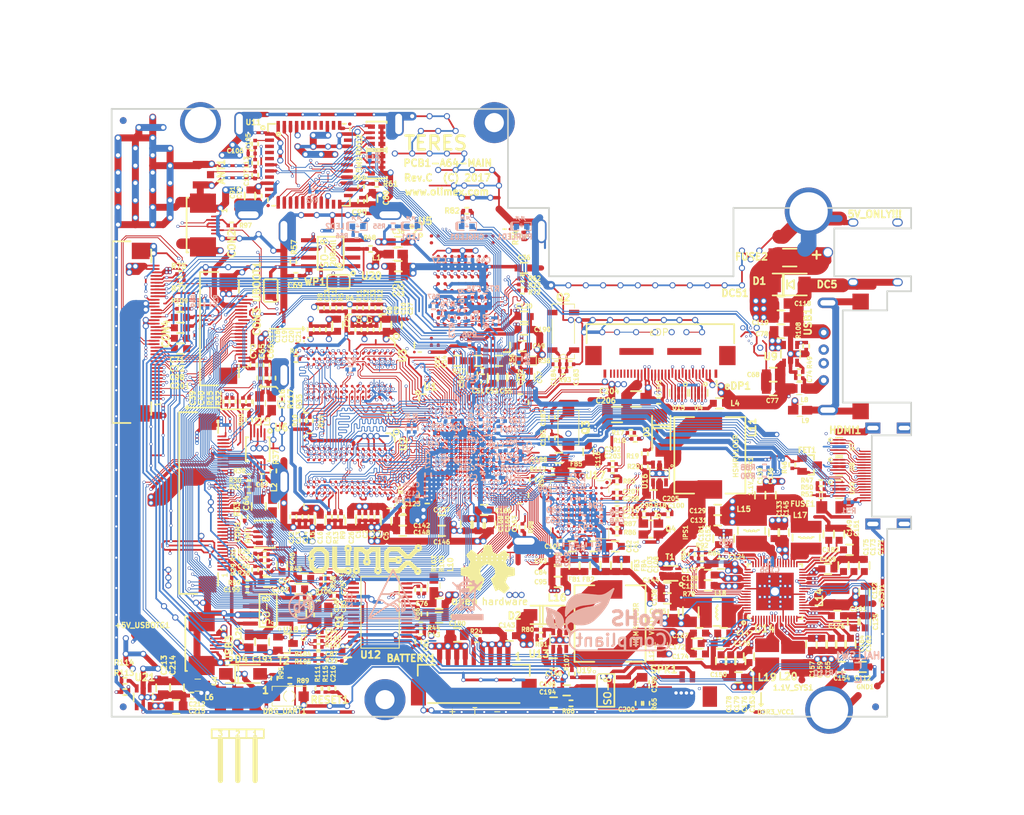
<source format=kicad_pcb>
(kicad_pcb (version 20171114) (host pcbnew "(2017-11-22 revision 78366f8f0)-master")
  (layers (0 F.Cu mixed) (1 In1.Cu power) (2 In2.Cu signal) (3 In3.Cu signal) (4 In4.Cu power) (31 B.Cu mixed) (34 B.Paste user hide) (35 F.Paste user hide) (36 B.SilkS user) (37 F.SilkS user) (38 B.Mask user hide) (39 F.Mask user) (44 Edge.Cuts user))
  (net 0 "")
  (net 1 +5V)
  (net 2 GND)
  (net 3 "Net-(ANT1-Pad1)")
  (net 4 VBAT)
  (net 5 T_BAT)
  (net 6 +1.5V)
  (net 7 /VREF0_DDR3)
  (net 8 /S0SVREF)
  (net 9 +3V3)
  (net 10 "Net-(C35-Pad2)")
  (net 11 "Net-(C37-Pad2)")
  (net 12 "/NAND Flash , eMMC, T-Card and Audio/MICIN2_P")
  (net 13 "/NAND Flash , eMMC, T-Card and Audio/MICIN2_N")
  (net 14 GNDA)
  (net 15 "/NAND Flash , eMMC, T-Card and Audio/MBIAS")
  (net 16 +3.0VA)
  (net 17 +1V8)
  (net 18 "Net-(C51-Pad1)")
  (net 19 "/NAND Flash , eMMC, T-Card and Audio/FC_MIC_P")
  (net 20 "/NAND Flash , eMMC, T-Card and Audio/MICIN1_P")
  (net 21 "Net-(C54-Pad2)")
  (net 22 "Net-(C55-Pad1)")
  (net 23 "Net-(C57-Pad1)")
  (net 24 "Net-(C57-Pad2)")
  (net 25 "Net-(C59-Pad1)")
  (net 26 "/NAND Flash , eMMC, T-Card and Audio/FC_MIC_N")
  (net 27 "/NAND Flash , eMMC, T-Card and Audio/MICIN1_N")
  (net 28 "Net-(C61-Pad1)")
  (net 29 "Net-(C61-Pad2)")
  (net 30 "Net-(C64-Pad1)")
  (net 31 "Net-(C65-Pad2)")
  (net 32 "Net-(C66-Pad2)")
  (net 33 "Net-(C74-Pad1)")
  (net 34 "Net-(C75-Pad1)")
  (net 35 "Net-(C76-Pad1)")
  (net 36 +3.3VD)
  (net 37 "Net-(C87-Pad1)")
  (net 38 "Net-(C88-Pad1)")
  (net 39 "Net-(C94-Pad1)")
  (net 40 IPS)
  (net 41 1.2V_HSIC)
  (net 42 "Net-(C102-Pad1)")
  (net 43 "Net-(C105-Pad1)")
  (net 44 "Net-(C105-Pad2)")
  (net 45 VCC-PL)
  (net 46 "Net-(C113-Pad1)")
  (net 47 1.1V_CPUS)
  (net 48 1.1V_CPUX)
  (net 49 "Net-(C125-Pad2)")
  (net 50 "Net-(C135-Pad1)")
  (net 51 "Net-(C149-Pad1)")
  (net 52 "Net-(C151-Pad1)")
  (net 53 3.0V_RTC)
  (net 54 1.1V_SYS)
  (net 55 AP-RESET#)
  (net 56 VCC-PE)
  (net 57 "Net-(C174-Pad2)")
  (net 58 "Net-(C181-Pad2)")
  (net 59 "Net-(C182-Pad2)")
  (net 60 "Net-(C183-Pad1)")
  (net 61 "Net-(C184-Pad1)")
  (net 62 "Net-(C185-Pad1)")
  (net 63 "Net-(C187-Pad1)")
  (net 64 "Net-(C188-Pad2)")
  (net 65 "Net-(C192-Pad2)")
  (net 66 "Net-(C193-Pad1)")
  (net 67 "Net-(C194-Pad1)")
  (net 68 "Net-(C196-Pad1)")
  (net 69 "/NAND Flash , eMMC, T-Card and Audio/SPKR_N")
  (net 70 "Net-(C199-Pad2)")
  (net 71 "Net-(C200-Pad1)")
  (net 72 "Net-(C200-Pad2)")
  (net 73 "Net-(CHGLED1-Pad1)")
  (net 74 "/NAND Flash , eMMC, T-Card and Audio/SPKR_P")
  (net 75 "/NAND Flash , eMMC, T-Card and Audio/SDC0-DET#")
  (net 76 "/NAND Flash , eMMC, T-Card and Audio/SDC0-D2")
  (net 77 "/NAND Flash , eMMC, T-Card and Audio/SDC0-D1")
  (net 78 "/NAND Flash , eMMC, T-Card and Audio/SDC0-D0")
  (net 79 "Net-(CON1-Pad18)")
  (net 80 "/NAND Flash , eMMC, T-Card and Audio/SDC0-CMD")
  (net 81 "/NAND Flash , eMMC, T-Card and Audio/SDC0-D3")
  (net 82 HUSB2-D_P)
  (net 83 HUSB2-D_N)
  (net 84 FC_HPOUTL)
  (net 85 FC_HPOUTR)
  (net 86 FC_HPDET)
  (net 87 FC_HPOUTFB)
  (net 88 "/NAND Flash , eMMC, T-Card and Audio/HS-MIC")
  (net 89 "/NAND Flash , eMMC, T-Card and Audio/HBIAS")
  (net 90 "Net-(D2-Pad2)")
  (net 91 "Net-(D4-Pad2)")
  (net 92 HUSB3-D_N)
  (net 93 HUSB3-D_P)
  (net 94 "Net-(eDP1-Pad25)")
  (net 95 "Net-(eDP1-Pad26)")
  (net 96 "Net-(eDP1-Pad27)")
  (net 97 "Net-(eDP1-Pad28)")
  (net 98 "Net-(eDP1-Pad29)")
  (net 99 "Net-(eDP1-Pad30)")
  (net 100 "Net-(FET1-Pad3)")
  (net 101 /USB&HDMI,WiFi&BT,Ethernet,LCD/HCEC)
  (net 102 "Net-(FUSE1-Pad2)")
  (net 103 /USB&HDMI,WiFi&BT,Ethernet,LCD/HTX2_P)
  (net 104 /USB&HDMI,WiFi&BT,Ethernet,LCD/HTX2_N)
  (net 105 /USB&HDMI,WiFi&BT,Ethernet,LCD/HTX1_P)
  (net 106 /USB&HDMI,WiFi&BT,Ethernet,LCD/HTX1_N)
  (net 107 /USB&HDMI,WiFi&BT,Ethernet,LCD/HTX0_P)
  (net 108 /USB&HDMI,WiFi&BT,Ethernet,LCD/HTX0_N)
  (net 109 /USB&HDMI,WiFi&BT,Ethernet,LCD/HTXC_P)
  (net 110 /USB&HDMI,WiFi&BT,Ethernet,LCD/HTXC_N)
  (net 111 /USB&HDMI,WiFi&BT,Ethernet,LCD/HSCL)
  (net 112 /USB&HDMI,WiFi&BT,Ethernet,LCD/HSDA)
  (net 113 "Net-(HDMI1-Pad19)")
  (net 114 "/NAND Flash , eMMC, T-Card and Audio/HPOUTR")
  (net 115 "/NAND Flash , eMMC, T-Card and Audio/HPOUTL")
  (net 116 "Net-(L9-Pad2)")
  (net 117 "Net-(L14-Pad1)")
  (net 118 "Net-(L15-Pad1)")
  (net 119 "Net-(L17-Pad1)")
  (net 120 "Net-(L18-Pad2)")
  (net 121 "Net-(L19-Pad1)")
  (net 122 "Net-(L20-Pad1)")
  (net 123 "Net-(LED1-Pad1)")
  (net 124 "Net-(LED2-Pad1)")
  (net 125 "Net-(PWRLED1-Pad2)")
  (net 126 TWI1-SDA)
  (net 127 TWI1-SCK)
  (net 128 /S0SRST)
  (net 129 /S0SCK_N)
  (net 130 /S0SCK_P)
  (net 131 "Net-(R7-Pad2)")
  (net 132 "Net-(R9-Pad1)")
  (net 133 "Net-(R10-Pad1)")
  (net 134 "Net-(R13-Pad1)")
  (net 135 "Net-(R14-Pad1)")
  (net 136 "/NAND Flash , eMMC, T-Card and Audio/HP-DET")
  (net 137 "/NAND Flash , eMMC, T-Card and Audio/SDC0-CLK")
  (net 138 USB0-D_P)
  (net 139 USB0-DRV)
  (net 140 "Net-(R41-Pad2)")
  (net 141 "Net-(R43-Pad2)")
  (net 142 "Net-(R44-Pad2)")
  (net 143 "Net-(R45-Pad2)")
  (net 144 "Net-(R49-Pad2)")
  (net 145 /USB&HDMI,WiFi&BT,Ethernet,LCD/HHPD)
  (net 146 "Net-(R54-Pad1)")
  (net 147 /USB&HDMI,WiFi&BT,Ethernet,LCD/WL-SDIO-CLK)
  (net 148 "Net-(R60-Pad1)")
  (net 149 AP-CK32KO)
  (net 150 PA-ENABLE)
  (net 151 "Net-(R68-Pad1)")
  (net 152 USB0-D_N)
  (net 153 "Net-(R80-Pad2)")
  (net 154 "Net-(R82-Pad1)")
  (net 155 "/Power Supply, Extensions and MiPi-DSI/DC5SET")
  (net 156 AP-NMI#)
  (net 157 PMU-SCK)
  (net 158 "Net-(R89-Pad1)")
  (net 159 PMU-SDA)
  (net 160 "Net-(R96-Pad1)")
  (net 161 "Net-(R98-Pad1)")
  (net 162 /USB&HDMI,WiFi&BT,Ethernet,LCD/WL-SDIO-D2)
  (net 163 /USB&HDMI,WiFi&BT,Ethernet,LCD/WL-SDIO-D1)
  (net 164 /USB&HDMI,WiFi&BT,Ethernet,LCD/WL-SDIO-D3)
  (net 165 /USB&HDMI,WiFi&BT,Ethernet,LCD/WL-SDIO-D0)
  (net 166 /USB&HDMI,WiFi&BT,Ethernet,LCD/BT-RST-N)
  (net 167 /USB&HDMI,WiFi&BT,Ethernet,LCD/BT-UART-RX)
  (net 168 /USB&HDMI,WiFi&BT,Ethernet,LCD/WL-PMU-EN)
  (net 169 /USB&HDMI,WiFi&BT,Ethernet,LCD/WL-SDIO-CMD)
  (net 170 "Net-(SPK1-Pad2)")
  (net 171 /USB&HDMI,WiFi&BT,Ethernet,LCD/BT-UART-TX)
  (net 172 "Net-(U1-PadT23)")
  (net 173 "Net-(U1-PadP23)")
  (net 174 "Net-(U1-PadN23)")
  (net 175 "Net-(U1-PadL23)")
  (net 176 /USB&HDMI,WiFi&BT,Ethernet,LCD/USB1-D_P)
  (net 177 /USB&HDMI,WiFi&BT,Ethernet,LCD/USB1-D_N)
  (net 178 "Net-(U1-PadL22)")
  (net 179 "Net-(U1-PadM22)")
  (net 180 "Net-(U1-PadN22)")
  (net 181 "Net-(U1-PadP22)")
  (net 182 "Net-(U1-PadR22)")
  (net 183 "Net-(U1-PadT22)")
  (net 184 /USB&HDMI,WiFi&BT,Ethernet,LCD/BT-PCM-DOUT)
  (net 185 /USB&HDMI,WiFi&BT,Ethernet,LCD/AP-WAKE-BT)
  (net 186 /USB&HDMI,WiFi&BT,Ethernet,LCD/BT-PCM-DIN)
  (net 187 /USB&HDMI,WiFi&BT,Ethernet,LCD/BT-PCM-SYNC)
  (net 188 /USB&HDMI,WiFi&BT,Ethernet,LCD/WL-WAKE-AP)
  (net 189 /USB&HDMI,WiFi&BT,Ethernet,LCD/BT-WAKE-AP)
  (net 190 /S0SDQ20)
  (net 191 /S0SDQS2_N)
  (net 192 /S0SDQ19)
  (net 193 /S0SDQ1)
  (net 194 /S0SDQ5)
  (net 195 /S0SDQ3)
  (net 196 /S0SDQ6)
  (net 197 /S0SDQ14)
  (net 198 /S0SDQS1_P)
  (net 199 /S0SDQ10)
  (net 200 /S0SDQ22)
  (net 201 /S0SDQ21)
  (net 202 /S0SDQM2)
  (net 203 /S0SDQS2_P)
  (net 204 /S0SDQ18)
  (net 205 /S0SDQ17)
  (net 206 /S0SDQ4)
  (net 207 /S0SDQM0)
  (net 208 /S0SDQS0_N)
  (net 209 /S0SDQ7)
  (net 210 /S0SDQ15)
  (net 211 /S0SDQ13)
  (net 212 /S0SDQS1_N)
  (net 213 /S0SDQ11)
  (net 214 /S0SDQ9)
  (net 215 /S0SDQ23)
  (net 216 /S0SA8)
  (net 217 /S0SDQ16)
  (net 218 /S0SA6)
  (net 219 /S0SDQ2)
  (net 220 /S0SCKE0)
  (net 221 /S0SDQS0_P)
  (net 222 /S0SDQ0)
  (net 223 /S0SDQ12)
  (net 224 /S0SDQM1)
  (net 225 /S0SBA1)
  (net 226 /S0SDQ8)
  (net 227 /S0SDQ26)
  (net 228 /S0SDQ25)
  (net 229 /S0SA9)
  (net 230 /S0SA7)
  (net 231 /S0SA5)
  (net 232 /S0SA14)
  (net 233 /S0SA10)
  (net 234 /S0SA1)
  (net 235 /S0SA15)
  (net 236 /S0SA11)
  (net 237 /S0SDQ27)
  (net 238 /S0SDQS3_N)
  (net 239 /S0SDQ24)
  (net 240 /S0SODT0)
  (net 241 /S0SCS0)
  (net 242 /S0SCS1)
  (net 243 /S0SA12)
  (net 244 /S0SA2)
  (net 245 /S0SA0)
  (net 246 /S0SDQS3_P)
  (net 247 /S0SBA2)
  (net 248 /S0SCKE1)
  (net 249 /S0SA3)
  (net 250 /S0SA4)
  (net 251 VDDFB-CPUX)
  (net 252 /S0SDQ28)
  (net 253 /S0SDQM3)
  (net 254 /S0SODT1)
  (net 255 /S0SRAS)
  (net 256 /S0SDQ29)
  (net 257 /S0SDQ30)
  (net 258 /S0SWE)
  (net 259 /S0SBA0)
  (net 260 /S0SA13)
  (net 261 /S0SDQ31)
  (net 262 /S0SCAS)
  (net 263 TWI0-SDA)
  (net 264 TWI0-SCK)
  (net 265 "Net-(U1-PadA13)")
  (net 266 "Net-(U1-PadB13)")
  (net 267 "Net-(U1-PadC14)")
  (net 268 "Net-(U1-PadD14)")
  (net 269 "Net-(U1-PadE16)")
  (net 270 "Net-(U1-PadF16)")
  (net 271 /USB&HDMI,WiFi&BT,Ethernet,LCD/BT-UART-CTS)
  (net 272 /USB&HDMI,WiFi&BT,Ethernet,LCD/BT-PCM-CLK)
  (net 273 "Net-(U11-Pad3)")
  (net 274 "Net-(U11-Pad4)")
  (net 275 "Net-(U11-Pad5)")
  (net 276 "Net-(U11-Pad8)")
  (net 277 "Net-(U11-Pad10)")
  (net 278 "Net-(U11-Pad11)")
  (net 279 "Net-(U11-Pad21)")
  (net 280 "Net-(U11-Pad23)")
  (net 281 "Net-(U11-Pad29)")
  (net 282 "Net-(U11-Pad30)")
  (net 283 "Net-(U11-Pad32)")
  (net 284 "Net-(U11-Pad35)")
  (net 285 "Net-(U11-Pad37)")
  (net 286 "Net-(U11-Pad38)")
  (net 287 "Net-(U11-Pad39)")
  (net 288 "Net-(U11-Pad40)")
  (net 289 /USB&HDMI,WiFi&BT,Ethernet,LCD/HUSB4-D_N)
  (net 290 /USB&HDMI,WiFi&BT,Ethernet,LCD/HUSB4-D_P)
  (net 291 "Net-(U12-Pad19)")
  (net 292 "Net-(U12-Pad20)")
  (net 293 "Net-(U12-Pad21)")
  (net 294 "Net-(U12-Pad22)")
  (net 295 /USB&HDMI,WiFi&BT,Ethernet,LCD/HUSB1-D_N)
  (net 296 /USB&HDMI,WiFi&BT,Ethernet,LCD/HUSB1-D_P)
  (net 297 "Net-(U13-Pad6)")
  (net 298 USB5V)
  (net 299 "/Power Supply, Extensions and MiPi-DSI/HS_STR")
  (net 300 "/Power Supply, Extensions and MiPi-DSI/HS_DAT")
  (net 301 IC-MOSI)
  (net 302 IC-MISO)
  (net 303 IC-CLK)
  (net 304 IC-CS)
  (net 305 /R_S0SCK_P)
  (net 306 /R_S0SCK_N)
  (net 307 "/eDP LCD/A2.5V")
  (net 308 "/eDP LCD/eDP_AGND")
  (net 309 "/eDP LCD/2.5V")
  (net 310 eDP_1.2V)
  (net 311 "/eDP LCD/1.2V")
  (net 312 "Net-(C99-Pad1)")
  (net 313 "/eDP LCD/A1.2V")
  (net 314 eDP_2.5V)
  (net 315 "Net-(C118-Pad2)")
  (net 316 "Net-(C165-Pad2)")
  (net 317 "Net-(C172-Pad2)")
  (net 318 "/eDP LCD/EDP_AUX_P")
  (net 319 "/eDP LCD/EDP_AUX_N")
  (net 320 "/eDP LCD/EDP_LANE0_P")
  (net 321 "/eDP LCD/EDP_LANE0_N")
  (net 322 "/eDP LCD/EDP_LANE1_P")
  (net 323 "/eDP LCD/EDP_LANE1_N")
  (net 324 "Net-(D3-Pad2)")
  (net 325 "/eDP LCD/BKLT_PWM")
  (net 326 "/eDP LCD/BKLT_ON")
  (net 327 "/eDP LCD/EDP_HPD_CON")
  (net 328 "Net-(R19-Pad2)")
  (net 329 "/NAND Flash , eMMC, T-Card and Audio/SDC2-CMD")
  (net 330 "Net-(R22-Pad1)")
  (net 331 "/NAND Flash , eMMC, T-Card and Audio/SDC2-RST")
  (net 332 "/NAND Flash , eMMC, T-Card and Audio/SDC2-D7")
  (net 333 "/NAND Flash , eMMC, T-Card and Audio/SDC2-D0")
  (net 334 "/NAND Flash , eMMC, T-Card and Audio/SDC2-CLK")
  (net 335 "/NAND Flash , eMMC, T-Card and Audio/SDC2-D6")
  (net 336 "/NAND Flash , eMMC, T-Card and Audio/SDC2-D5")
  (net 337 "/NAND Flash , eMMC, T-Card and Audio/SDC2-D4")
  (net 338 "/NAND Flash , eMMC, T-Card and Audio/SDC2-D3")
  (net 339 "/NAND Flash , eMMC, T-Card and Audio/SDC2-D2")
  (net 340 "/NAND Flash , eMMC, T-Card and Audio/SDC2-D1")
  (net 341 "Net-(R83-Pad1)")
  (net 342 "Net-(R86-Pad1)")
  (net 343 "/eDP LCD/eDP_RESET")
  (net 344 "Net-(T1-Pad3)")
  (net 345 "/eDP LCD/LCDB6")
  (net 346 "/eDP LCD/LCDB3")
  (net 347 "/eDP LCD/LCDG4")
  (net 348 "/eDP LCD/LCDR2")
  (net 349 "/eDP LCD/LCDR3")
  (net 350 "/eDP LCD/LCDG3")
  (net 351 "/eDP LCD/LCDG7")
  (net 352 "/eDP LCD/LCDG6")
  (net 353 "/eDP LCD/LCDR4")
  (net 354 "/eDP LCD/LCDB7")
  (net 355 "/eDP LCD/LCDR6")
  (net 356 "/eDP LCD/LCDR5")
  (net 357 "/eDP LCD/LCDB5")
  (net 358 "/eDP LCD/LCDR7")
  (net 359 "/eDP LCD/LCDCL")
  (net 360 "/eDP LCD/LCDG5")
  (net 361 "/eDP LCD/LCDDE")
  (net 362 "/eDP LCD/LCDVS")
  (net 363 "/eDP LCD/LCDHS")
  (net 364 "/eDP LCD/LCDG2")
  (net 365 "/eDP LCD/LCDB4")
  (net 366 "/eDP LCD/LCDB2")
  (net 367 "Net-(U17-PadJ5)")
  (net 368 "Net-(U17-PadE1)")
  (net 369 "Net-(U17-PadD9)")
  (net 370 "Net-(U17-PadD8)")
  (net 371 "Net-(U17-PadC9)")
  (net 372 "Net-(U17-PadC8)")
  (net 373 "Net-(U17-PadB8)")
  (net 374 "Net-(U17-PadB5)")
  (net 375 "Net-(U17-PadB2)")
  (net 376 "Net-(U17-PadA9)")
  (net 377 "Net-(U17-PadA8)")
  (net 378 "Net-(U14-Pad23)")
  (net 379 "Net-(U14-Pad24)")
  (net 380 "Net-(C100-Pad2)")
  (net 381 "Net-(C198-Pad1)")
  (net 382 /USB&HDMI,WiFi&BT,Ethernet,LCD/USB1-DRV)
  (net 383 "Net-(C141-Pad1)")
  (net 384 "/eDP LCD/HUSB3-")
  (net 385 "/eDP LCD/HUSB3+")
  (net 386 "/eDP LCD/EDP_LANE0+")
  (net 387 "/eDP LCD/EDP_LANE0-")
  (net 388 "/eDP LCD/EDP_LANE1+")
  (net 389 "/eDP LCD/EDP_LANE1-")
  (net 390 "/eDP LCD/EDP_AUX+")
  (net 391 "/eDP LCD/EDP_AUX-")
  (net 392 "/NAND Flash , eMMC, T-Card and Audio/HUSB2-D+")
  (net 393 "/NAND Flash , eMMC, T-Card and Audio/HUSB2-D-")
  (net 394 /USB&HDMI,WiFi&BT,Ethernet,LCD/HUSB1-D-)
  (net 395 /USB&HDMI,WiFi&BT,Ethernet,LCD/HUSB1-D+)
  (net 396 /USB&HDMI,WiFi&BT,Ethernet,LCD/HUSB4-D-)
  (net 397 /USB&HDMI,WiFi&BT,Ethernet,LCD/HUSB4-D+)
  (net 398 LINEINR)
  (net 399 "Net-(C71-Pad1)")
  (net 400 LINEINL)
  (net 401 "Net-(C72-Pad1)")
  (net 402 "Net-(C98-Pad1)")
  (net 403 LINEOUTL)
  (net 404 LINEOUTR)
  (net 405 PWR-BUT)
  (net 406 "Net-(C186-Pad2)")
  (net 407 "Net-(C201-Pad1)")
  (net 408 "Net-(CON1-Pad33)")
  (net 409 "Net-(CON1-Pad31)")
  (net 410 "/Power Supply, Extensions and MiPi-DSI/JTAGSEL0")
  (net 411 "Net-(CON2-Pad3)")
  (net 412 KEYADC)
  (net 413 "/Power Supply, Extensions and MiPi-DSI/PB7")
  (net 414 "/Power Supply, Extensions and MiPi-DSI/PB6")
  (net 415 "/Power Supply, Extensions and MiPi-DSI/PB5")
  (net 416 "/Power Supply, Extensions and MiPi-DSI/PB4")
  (net 417 "/Power Supply, Extensions and MiPi-DSI/PE17")
  (net 418 "/Power Supply, Extensions and MiPi-DSI/PE16")
  (net 419 "/Power Supply, Extensions and MiPi-DSI/PE15")
  (net 420 "/Power Supply, Extensions and MiPi-DSI/PE14")
  (net 421 "/Power Supply, Extensions and MiPi-DSI/PE13")
  (net 422 "/Power Supply, Extensions and MiPi-DSI/PE12")
  (net 423 PH8)
  (net 424 PH7)
  (net 425 PH5)
  (net 426 PH4)
  (net 427 PH11)
  (net 428 PH10)
  (net 429 "/Power Supply, Extensions and MiPi-DSI/PE11")
  (net 430 "/Power Supply, Extensions and MiPi-DSI/PE10")
  (net 431 "/Power Supply, Extensions and MiPi-DSI/PE9")
  (net 432 "/Power Supply, Extensions and MiPi-DSI/PE8")
  (net 433 "/Power Supply, Extensions and MiPi-DSI/PE7")
  (net 434 "/Power Supply, Extensions and MiPi-DSI/PE6")
  (net 435 "/Power Supply, Extensions and MiPi-DSI/PE5")
  (net 436 "/Power Supply, Extensions and MiPi-DSI/PE4")
  (net 437 "/Power Supply, Extensions and MiPi-DSI/PE3")
  (net 438 "/Power Supply, Extensions and MiPi-DSI/PE2")
  (net 439 "/Power Supply, Extensions and MiPi-DSI/PE1")
  (net 440 "/Power Supply, Extensions and MiPi-DSI/PE0")
  (net 441 "/Power Supply, Extensions and MiPi-DSI/PB3")
  (net 442 "/Power Supply, Extensions and MiPi-DSI/PB2")
  (net 443 "/Power Supply, Extensions and MiPi-DSI/PB1")
  (net 444 "/Power Supply, Extensions and MiPi-DSI/PB0")
  (net 445 PL11)
  (net 446 PL10)
  (net 447 UART0RX)
  (net 448 UART0TX)
  (net 449 "Net-(eDP1-Pad24)")
  (net 450 "Net-(eDP1-Pad23)")
  (net 451 LIDSW)
  (net 452 LED_CAPS)
  (net 453 LED_NUML)
  (net 454 "Net-(R37-Pad1)")
  (net 455 "Net-(R38-Pad1)")
  (net 456 "#DEBUGSELECT")
  (net 457 "Net-(R42-Pad2)")
  (net 458 "Net-(R48-Pad1)")
  (net 459 "Net-(R57-Pad1)")
  (net 460 "Net-(R107-Pad1)")
  (net 461 "/eDP LCD/VDC18V")
  (net 462 "Net-(R112-Pad1)")
  (net 463 "Net-(U1-PadF17)")
  (net 464 "Net-(U16-Pad6)")
  (net 465 "Net-(HDMI1-Pad17)")
  (net 466 USB5VOTG)
  (net 467 "Net-(C213-Pad2)")
  (net 468 /USB&HDMI,WiFi&BT,Ethernet,LCD/USB0-VBUSDET)
  (net 469 USB0-ID)
  (net 470 "Net-(R114-Pad2)")
  (net 471 "/NAND Flash , eMMC, T-Card and Audio/MICIN2+")
  (net 472 "/NAND Flash , eMMC, T-Card and Audio/MICIN2-")
  (net 473 "/Power Supply, Extensions and MiPi-DSI/AXP_USB+")
  (net 474 "/Power Supply, Extensions and MiPi-DSI/AXP_USB-")
  (module OLIMEX_IC-FP:VSSOP-10 (layer F.Cu) (at 111.379 60.833 180)
    (fp_text reference U6 (at -3.429 3.175 180) (layer F.SilkS) (effects (font (size 1.016 1.016) (thickness 0.254))))
    (fp_text value TS5A23159)
    (pad 10 smd rect (at -1 -2.4 180) (size 0.25 1.3) (layers F.Cu F.Paste F.Mask) (net 408 "Net-(CON1-Pad33)"))
    (pad 9 smd rect (at -0.5 -2.4 180) (size 0.25 1.3) (layers F.Cu F.Paste F.Mask) (net 454 "Net-(R37-Pad1)"))
    (pad 8 smd rect (at 0 -2.4 180) (size 0.25 1.3) (layers F.Cu F.Paste F.Mask) (net 40 IPS))
    (pad 7 smd rect (at 0.5 -2.4 180) (size 0.25 1.3) (layers F.Cu F.Paste F.Mask) (net 455 "Net-(R38-Pad1)"))
    (pad 6 smd rect (at 1 -2.4 180) (size 0.25 1.3) (layers F.Cu F.Paste F.Mask) (net 409 "Net-(CON1-Pad31)"))
    (pad 5 smd rect (at 1 2.4 180) (size 0.25 1.3) (layers F.Cu F.Paste F.Mask) (net 456 "#DEBUGSELECT"))
    (pad 4 smd rect (at 0.5 2.4 180) (size 0.25 1.3) (layers F.Cu F.Paste F.Mask) (net 85 FC_HPOUTR))
    (pad 3 smd rect (at 0 2.4 180) (size 0.25 1.3) (layers F.Cu F.Paste F.Mask) (net 2 GND))
    (pad 2 smd rect (at -0.5 2.4 180) (size 0.25 1.3) (layers F.Cu F.Paste F.Mask) (net 84 FC_HPOUTL))
    (pad 1 smd rect (at -1 2.4 180) (size 0.25 1.3) (layers F.Cu F.Paste F.Mask) (net 456 "#DEBUGSELECT"))
  )
  (module OLIMEX_Connectors-FP:eDP-TERES (layer F.Cu) (at 170.307 48.515 180)
    (fp_text reference eDP1 (at -11.303 -3.047 180) (layer F.SilkS) (effects (font (size 1.016 1.016) (thickness 0.254))))
    (fp_text value LCD_CONN)
    (fp_text user 1 (at -8.255 -2.666 180) (layer F.SilkS) (effects (font (size 0.762 0.762) (thickness 0.1905))))
    (fp_text user eDP (at 0.2 4.8 180) (layer F.SilkS))
    (pad 0 smd rect (at 3.5 2 180) (size 5 1) (layers F.Cu F.Paste F.Mask) (net 2 GND))
    (pad 0 smd rect (at -3.5 2 180) (size 5 1) (layers F.Cu F.Paste F.Mask) (net 2 GND))
    (pad 0 smd rect (at -8.125 -1.25 180) (size 0.4 1.2) (layers F.Cu F.Paste F.Mask) (net 2 GND))
    (pad 0 smd rect (at 8.125 -1.25 180) (size 0.4 1.2) (layers F.Cu F.Paste F.Mask) (net 2 GND))
    (pad 0 smd rect (at 9.8 1.4 180) (size 2.4 2.8) (layers F.Cu F.Paste F.Mask) (net 2 GND))
    (pad 0 smd rect (at -9.8 1.4 180) (size 2.4 2.8) (layers F.Cu F.Paste F.Mask) (net 2 GND))
    (pad 30 smd rect (at 7.25 -1.25 180) (size 0.25 1.2) (layers F.Cu F.Paste F.Mask) (net 99 "Net-(eDP1-Pad30)"))
    (pad 29 smd rect (at 6.75 -1.25 180) (size 0.25 1.2) (layers F.Cu F.Paste F.Mask) (net 98 "Net-(eDP1-Pad29)"))
    (pad 28 smd rect (at 6.25 -1.25 180) (size 0.25 1.2) (layers F.Cu F.Paste F.Mask) (net 97 "Net-(eDP1-Pad28)"))
    (pad 27 smd rect (at 5.75 -1.25 180) (size 0.25 1.2) (layers F.Cu F.Paste F.Mask) (net 96 "Net-(eDP1-Pad27)"))
    (pad 26 smd rect (at 5.25 -1.25 180) (size 0.25 1.2) (layers F.Cu F.Paste F.Mask) (net 95 "Net-(eDP1-Pad26)"))
    (pad 25 smd rect (at 4.75 -1.25 180) (size 0.25 1.2) (layers F.Cu F.Paste F.Mask) (net 94 "Net-(eDP1-Pad25)"))
    (pad 24 smd rect (at 4.25 -1.25 180) (size 0.25 1.2) (layers F.Cu F.Paste F.Mask) (net 449 "Net-(eDP1-Pad24)"))
    (pad 23 smd rect (at 3.75 -1.25 180) (size 0.25 1.2) (layers F.Cu F.Paste F.Mask) (net 450 "Net-(eDP1-Pad23)"))
    (pad 22 smd rect (at 3.25 -1.25 180) (size 0.25 1.2) (layers F.Cu F.Paste F.Mask) (net 461 "/eDP LCD/VDC18V"))
    (pad 21 smd rect (at 2.75 -1.25 180) (size 0.25 1.2) (layers F.Cu F.Paste F.Mask) (net 461 "/eDP LCD/VDC18V"))
    (pad 20 smd rect (at 2.25 -1.25 180) (size 0.25 1.2) (layers F.Cu F.Paste F.Mask) (net 2 GND))
    (pad 19 smd rect (at 1.75 -1.25 180) (size 0.25 1.2) (layers F.Cu F.Paste F.Mask) (net 2 GND))
    (pad 18 smd rect (at 1.25 -1.25 180) (size 0.25 1.2) (layers F.Cu F.Paste F.Mask) (net 385 "/eDP LCD/HUSB3+"))
    (pad 17 smd rect (at 0.75 -1.25 180) (size 0.25 1.2) (layers F.Cu F.Paste F.Mask) (net 384 "/eDP LCD/HUSB3-"))
    (pad 16 smd rect (at 0.25 -1.25 180) (size 0.25 1.2) (layers F.Cu F.Paste F.Mask) (net 383 "Net-(C141-Pad1)"))
    (pad 15 smd rect (at -0.25 -1.25 180) (size 0.25 1.2) (layers F.Cu F.Paste F.Mask) (net 325 "/eDP LCD/BKLT_PWM"))
    (pad 14 smd rect (at -0.75 -1.25 180) (size 0.25 1.2) (layers F.Cu F.Paste F.Mask) (net 326 "/eDP LCD/BKLT_ON"))
    (pad 13 smd rect (at -1.25 -1.25 180) (size 0.25 1.2) (layers F.Cu F.Paste F.Mask) (net 327 "/eDP LCD/EDP_HPD_CON"))
    (pad 12 smd rect (at -1.75 -1.25 180) (size 0.25 1.2) (layers F.Cu F.Paste F.Mask) (net 2 GND))
    (pad 11 smd rect (at -2.25 -1.25 180) (size 0.25 1.2) (layers F.Cu F.Paste F.Mask) (net 322 "/eDP LCD/EDP_LANE1_P"))
    (pad 10 smd rect (at -2.75 -1.25 180) (size 0.25 1.2) (layers F.Cu F.Paste F.Mask) (net 323 "/eDP LCD/EDP_LANE1_N"))
    (pad 9 smd rect (at -3.25 -1.25 180) (size 0.25 1.2) (layers F.Cu F.Paste F.Mask) (net 2 GND))
    (pad 8 smd rect (at -3.75 -1.25 180) (size 0.25 1.2) (layers F.Cu F.Paste F.Mask) (net 320 "/eDP LCD/EDP_LANE0_P"))
    (pad 7 smd rect (at -4.25 -1.25 180) (size 0.25 1.2) (layers F.Cu F.Paste F.Mask) (net 321 "/eDP LCD/EDP_LANE0_N"))
    (pad 6 smd rect (at -4.75 -1.25 180) (size 0.25 1.2) (layers F.Cu F.Paste F.Mask) (net 2 GND))
    (pad 5 smd rect (at -5.25 -1.25 180) (size 0.25 1.2) (layers F.Cu F.Paste F.Mask) (net 319 "/eDP LCD/EDP_AUX_N"))
    (pad 4 smd rect (at -5.75 -1.25 180) (size 0.25 1.2) (layers F.Cu F.Paste F.Mask) (net 318 "/eDP LCD/EDP_AUX_P"))
    (pad 3 smd rect (at -6.25 -1.25 180) (size 0.25 1.2) (layers F.Cu F.Paste F.Mask) (net 2 GND))
    (pad 2 smd rect (at -6.75 -1.25 180) (size 0.25 1.2) (layers F.Cu F.Paste F.Mask) (net 9 +3V3))
    (pad 1 smd rect (at -7.25 -1.25 180) (size 0.25 1.2) (layers F.Cu F.Paste F.Mask) (net 9 +3V3))
  )
  (module OLIMEX_Connectors-FP:FLEXCON-0.5-6 (layer F.Cu) (at 102.879 89.301 270)
    (fp_text reference USB3 (at 0.742 -4.309 270) (layer F.SilkS) (effects (font (size 1.016 1.016) (thickness 0.254))))
    (fp_text value USB3)
    (fp_text user 1 (at -2.159 -3.429 90) (layer F.SilkS) (effects (font (size 0.762 0.762) (thickness 0.1905))))
    (pad 0 smd rect (at -3.4 0.1 270) (size 2.4 3) (layers F.Cu F.Paste F.Mask) (net 2 GND))
    (pad 0 smd rect (at 3.2 -0.3 270) (size 2.8 3.8) (layers F.Cu) (net 2 GND))
    (pad 0 smd rect (at -3.2 -0.3 270) (size 2.8 3.8) (layers F.Cu) (net 2 GND))
    (pad 6 smd rect (at 1.25 -2.15 270) (size 0.25 1.3) (layers F.Cu F.Paste F.Mask) (net 2 GND))
    (pad 5 smd rect (at 0.75 -2.15 270) (size 0.25 1.3) (layers F.Cu F.Paste F.Mask) (net 2 GND))
    (pad 4 smd rect (at 0.25 -2.15 270) (size 0.25 1.3) (layers F.Cu F.Paste F.Mask) (net 397 /USB&HDMI,WiFi&BT,Ethernet,LCD/HUSB4-D+))
    (pad 3 smd rect (at -0.25 -2.15 270) (size 0.25 1.3) (layers F.Cu F.Paste F.Mask) (net 396 /USB&HDMI,WiFi&BT,Ethernet,LCD/HUSB4-D-))
    (pad 2 smd rect (at -0.75 -2.15 270) (size 0.25 1.3) (layers F.Cu F.Paste F.Mask) (net 298 USB5V))
    (pad 1 smd rect (at -1.25 -2.15 270) (size 0.25 1.3) (layers F.Cu F.Paste F.Mask) (net 298 USB5V))
    (pad 0 smd rect (at 3.4 0.1 270) (size 2.4 3) (layers F.Cu F.Paste F.Mask) (net 2 GND))
  )
  (module OLIMEX_Connectors-FP:FLEXCON-0.5-6 (layer F.Cu) (at 103.065 28 270)
    (fp_text reference CON2 (at 2.734 -4.504 270) (layer F.SilkS) (effects (font (size 1.016 1.016) (thickness 0.254))))
    (fp_text value CONN_01X06)
    (fp_text user 1 (at -2.159 -3.429 90) (layer F.SilkS) (effects (font (size 0.762 0.762) (thickness 0.1905))))
    (pad 0 smd rect (at -3.4 0.1 270) (size 2.4 3) (layers F.Cu F.Paste F.Mask) (net 2 GND))
    (pad 0 smd rect (at 3.2 -0.3 270) (size 2.8 3.8) (layers F.Cu) (net 2 GND))
    (pad 0 smd rect (at -3.2 -0.3 270) (size 2.8 3.8) (layers F.Cu) (net 2 GND))
    (pad 6 smd rect (at 1.25 -2.15 270) (size 0.25 1.3) (layers F.Cu F.Paste F.Mask) (net 2 GND))
    (pad 5 smd rect (at 0.75 -2.15 270) (size 0.25 1.3) (layers F.Cu F.Paste F.Mask) (net 412 KEYADC))
    (pad 4 smd rect (at 0.25 -2.15 270) (size 0.25 1.3) (layers F.Cu F.Paste F.Mask) (net 411 "Net-(CON2-Pad3)"))
    (pad 3 smd rect (at -0.25 -2.15 270) (size 0.25 1.3) (layers F.Cu F.Paste F.Mask) (net 411 "Net-(CON2-Pad3)"))
    (pad 2 smd rect (at -0.75 -2.15 270) (size 0.25 1.3) (layers F.Cu F.Paste F.Mask) (net 410 "/Power Supply, Extensions and MiPi-DSI/JTAGSEL0"))
    (pad 1 smd rect (at -1.25 -2.15 270) (size 0.25 1.3) (layers F.Cu F.Paste F.Mask) (net 2 GND))
    (pad 0 smd rect (at 3.4 0.1 270) (size 2.4 3) (layers F.Cu F.Paste F.Mask) (net 2 GND))
  )
  (module OLIMEX_RLC-FP:C_0603_5MIL_DWS (layer F.Cu) (at 114.935 77.851 90)
    (fp_text reference C45 (at 1.016 1.524 90) (layer F.SilkS) (effects (font (size 0.635 0.635) (thickness 0.15875))))
    (fp_text value 1uF/6.3V/0603)
    (pad 1 smd rect (at -0.889 0 90) (size 1.016 1.016) (layers F.Cu F.Paste F.Mask) (net 14 GNDA) (clearance 0.0508))
    (pad 2 smd rect (at 0.889 0 90) (size 1.016 1.016) (layers F.Cu F.Paste F.Mask) (net 15 "/NAND Flash , eMMC, T-Card and Audio/MBIAS") (clearance 0.0508))
  )
  (module OLIMEX_Connectors-FP:FPV-WZA21-40-LF (layer F.Cu) (at 103.378 68.707 90)
    (fp_text reference CON1 (at -4.191 5.08 90) (layer F.SilkS) (effects (font (size 0.762 0.762) (thickness 0.1905))))
    (fp_text value CONN_01X40)
    (fp_text user 1 (at -10.541 3.175 90) (layer F.SilkS) (effects (font (size 0.762 0.762))))
    (pad 0 smd rect (at 11.9 0.65 270) (size 2.4 2.6) (layers F.Cu F.Paste F.Mask) (net 2 GND))
    (pad 0 smd rect (at -11.9 0.65 270) (size 2.4 2.6) (layers F.Cu F.Paste F.Mask) (net 2 GND))
    (pad 40 smd rect (at 9.75 2.75 270) (size 0.25 1.3) (layers F.Cu F.Paste F.Mask) (net 89 "/NAND Flash , eMMC, T-Card and Audio/HBIAS"))
    (pad 39 smd rect (at 9.25 2.75 270) (size 0.25 1.3) (layers F.Cu F.Paste F.Mask) (net 88 "/NAND Flash , eMMC, T-Card and Audio/HS-MIC"))
    (pad 38 smd rect (at 8.75 2.75 270) (size 0.25 1.3) (layers F.Cu F.Paste F.Mask) (net 471 "/NAND Flash , eMMC, T-Card and Audio/MICIN2+"))
    (pad 37 smd rect (at 8.25 2.75 270) (size 0.25 1.3) (layers F.Cu F.Paste F.Mask) (net 472 "/NAND Flash , eMMC, T-Card and Audio/MICIN2-"))
    (pad 36 smd rect (at 7.75 2.75 270) (size 0.25 1.3) (layers F.Cu F.Paste F.Mask) (net 87 FC_HPOUTFB))
    (pad 35 smd rect (at 7.25 2.75 270) (size 0.25 1.3) (layers F.Cu F.Paste F.Mask) (net 86 FC_HPDET))
    (pad 34 smd rect (at 6.75 2.75 270) (size 0.25 1.3) (layers F.Cu F.Paste F.Mask) (net 408 "Net-(CON1-Pad33)"))
    (pad 33 smd rect (at 6.25 2.75 270) (size 0.25 1.3) (layers F.Cu F.Paste F.Mask) (net 408 "Net-(CON1-Pad33)"))
    (pad 32 smd rect (at 5.75 2.75 270) (size 0.25 1.3) (layers F.Cu F.Paste F.Mask) (net 409 "Net-(CON1-Pad31)"))
    (pad 31 smd rect (at 5.25 2.75 270) (size 0.25 1.3) (layers F.Cu F.Paste F.Mask) (net 409 "Net-(CON1-Pad31)"))
    (pad 30 smd rect (at 4.75 2.75 270) (size 0.25 1.3) (layers F.Cu F.Paste F.Mask) (net 2 GND))
    (pad 29 smd rect (at 4.25 2.75 270) (size 0.25 1.3) (layers F.Cu F.Paste F.Mask) (net 2 GND))
    (pad 28 smd rect (at 3.75 2.75 270) (size 0.25 1.3) (layers F.Cu F.Paste F.Mask) (net 298 USB5V))
    (pad 27 smd rect (at 3.25 2.75 270) (size 0.25 1.3) (layers F.Cu F.Paste F.Mask) (net 298 USB5V))
    (pad 26 smd rect (at 2.75 2.75 270) (size 0.25 1.3) (layers F.Cu F.Paste F.Mask) (net 393 "/NAND Flash , eMMC, T-Card and Audio/HUSB2-D-"))
    (pad 25 smd rect (at 2.25 2.75 270) (size 0.25 1.3) (layers F.Cu F.Paste F.Mask) (net 392 "/NAND Flash , eMMC, T-Card and Audio/HUSB2-D+"))
    (pad 24 smd rect (at 1.75 2.75 270) (size 0.25 1.3) (layers F.Cu F.Paste F.Mask) (net 2 GND))
    (pad 23 smd rect (at 1.25 2.75 270) (size 0.25 1.3) (layers F.Cu F.Paste F.Mask) (net 2 GND))
    (pad 22 smd rect (at 0.75 2.75 270) (size 0.25 1.3) (layers F.Cu F.Paste F.Mask) (net 76 "/NAND Flash , eMMC, T-Card and Audio/SDC0-D2"))
    (pad 21 smd rect (at 0.25 2.75 270) (size 0.25 1.3) (layers F.Cu F.Paste F.Mask) (net 81 "/NAND Flash , eMMC, T-Card and Audio/SDC0-D3"))
    (pad 20 smd rect (at -0.25 2.75 270) (size 0.25 1.3) (layers F.Cu F.Paste F.Mask) (net 80 "/NAND Flash , eMMC, T-Card and Audio/SDC0-CMD"))
    (pad 19 smd rect (at -0.75 2.75 270) (size 0.25 1.3) (layers F.Cu F.Paste F.Mask) (net 30 "Net-(C64-Pad1)"))
    (pad 18 smd rect (at -1.25 2.75 270) (size 0.25 1.3) (layers F.Cu F.Paste F.Mask) (net 79 "Net-(CON1-Pad18)"))
    (pad 17 smd rect (at -1.75 2.75 270) (size 0.25 1.3) (layers F.Cu F.Paste F.Mask) (net 2 GND))
    (pad 16 smd rect (at -2.25 2.75 270) (size 0.25 1.3) (layers F.Cu F.Paste F.Mask) (net 78 "/NAND Flash , eMMC, T-Card and Audio/SDC0-D0"))
    (pad 15 smd rect (at -2.75 2.75 270) (size 0.25 1.3) (layers F.Cu F.Paste F.Mask) (net 77 "/NAND Flash , eMMC, T-Card and Audio/SDC0-D1"))
    (pad 14 smd rect (at -3.25 2.75 270) (size 0.25 1.3) (layers F.Cu F.Paste F.Mask) (net 75 "/NAND Flash , eMMC, T-Card and Audio/SDC0-DET#"))
    (pad 13 smd rect (at -3.75 2.75 270) (size 0.25 1.3) (layers F.Cu F.Paste F.Mask) (net 2 GND))
    (pad 12 smd rect (at -4.25 2.75 270) (size 0.25 1.3) (layers F.Cu F.Paste F.Mask) (net 2 GND))
    (pad 11 smd rect (at -4.75 2.75 270) (size 0.25 1.3) (layers F.Cu F.Paste F.Mask) (net 2 GND))
    (pad 10 smd rect (at -5.25 2.75 270) (size 0.25 1.3) (layers F.Cu F.Paste F.Mask) (net 2 GND))
    (pad 9 smd rect (at -5.75 2.75 270) (size 0.25 1.3) (layers F.Cu F.Paste F.Mask) (net 19 "/NAND Flash , eMMC, T-Card and Audio/FC_MIC_P"))
    (pad 8 smd rect (at -6.25 2.75 270) (size 0.25 1.3) (layers F.Cu F.Paste F.Mask) (net 26 "/NAND Flash , eMMC, T-Card and Audio/FC_MIC_N"))
    (pad 7 smd rect (at -6.75 2.75 270) (size 0.25 1.3) (layers F.Cu F.Paste F.Mask) (net 2 GND))
    (pad 6 smd rect (at -7.25 2.75 270) (size 0.25 1.3) (layers F.Cu F.Paste F.Mask) (net 2 GND))
    (pad 5 smd rect (at -7.75 2.75 270) (size 0.25 1.3) (layers F.Cu F.Paste F.Mask) (net 2 GND))
    (pad 4 smd rect (at -8.25 2.75 270) (size 0.25 1.3) (layers F.Cu F.Paste F.Mask) (net 69 "/NAND Flash , eMMC, T-Card and Audio/SPKR_N"))
    (pad 3 smd rect (at -8.75 2.75 270) (size 0.25 1.3) (layers F.Cu F.Paste F.Mask) (net 69 "/NAND Flash , eMMC, T-Card and Audio/SPKR_N"))
    (pad 2 smd rect (at -9.25 2.75 270) (size 0.25 1.3) (layers F.Cu F.Paste F.Mask) (net 74 "/NAND Flash , eMMC, T-Card and Audio/SPKR_P"))
    (pad 1 smd rect (at -9.75 2.75 270) (size 0.25 1.3) (layers F.Cu F.Paste F.Mask) (net 74 "/NAND Flash , eMMC, T-Card and Audio/SPKR_P"))
  )
  (module OLIMEX_LOGOs-FP:LOGO_RECYCLEBIN_1 (layer B.Cu) (at 144.399 85.852 180)
    (fp_text reference "" hide)
    (fp_text value "" hide)
  )
  (module OLIMEX_IC-FP:BGA_8x8mm_81p_0.8 (layer F.Cu) (at 158.5 69.7 270)
    (fp_text reference U17 (at -5.057 -2.282) (layer F.SilkS) (effects (font (size 1.016 1.016) (thickness 0.254))))
    (fp_text value ANX6345)
    (pad J9 smd circle (at 3.2 3.2 270) (size 0.4 0.4) (layers F.Cu F.Paste F.Mask) (net 2 GND))
    (pad J8 smd circle (at 2.4 3.2 270) (size 0.4 0.4) (layers F.Cu F.Paste F.Mask) (net 357 "/eDP LCD/LCDB5"))
    (pad J7 smd circle (at 1.6 3.2 270) (size 0.4 0.4) (layers F.Cu F.Paste F.Mask) (net 345 "/eDP LCD/LCDB6"))
    (pad J6 smd circle (at 0.8 3.2 270) (size 0.4 0.4) (layers F.Cu F.Paste F.Mask) (net 354 "/eDP LCD/LCDB7"))
    (pad J5 smd circle (at 0 3.2 270) (size 0.4 0.4) (layers F.Cu F.Paste F.Mask) (net 367 "Net-(U17-PadJ5)"))
    (pad J4 smd circle (at -0.8 3.2 270) (size 0.4 0.4) (layers F.Cu F.Paste F.Mask) (net 359 "/eDP LCD/LCDCL"))
    (pad J3 smd circle (at -1.6 3.2 270) (size 0.4 0.4) (layers F.Cu F.Paste F.Mask) (net 2 GND))
    (pad J2 smd circle (at -2.4 3.2 270) (size 0.4 0.4) (layers F.Cu F.Paste F.Mask) (net 350 "/eDP LCD/LCDG3"))
    (pad J1 smd circle (at -3.2 3.2 270) (size 0.4 0.4) (layers F.Cu F.Paste F.Mask) (net 347 "/eDP LCD/LCDG4"))
    (pad H9 smd circle (at 3.2 2.4 270) (size 0.4 0.4) (layers F.Cu F.Paste F.Mask) (net 361 "/eDP LCD/LCDDE"))
    (pad H8 smd circle (at 2.4 2.4 270) (size 0.4 0.4) (layers F.Cu F.Paste F.Mask) (net 366 "/eDP LCD/LCDB2"))
    (pad H7 smd circle (at 1.6 2.4 270) (size 0.4 0.4) (layers F.Cu F.Paste F.Mask) (net 346 "/eDP LCD/LCDB3"))
    (pad H6 smd circle (at 0.8 2.4 270) (size 0.4 0.4) (layers F.Cu F.Paste F.Mask) (net 365 "/eDP LCD/LCDB4"))
    (pad H5 smd circle (at 0 2.4 270) (size 0.4 0.4) (layers F.Cu F.Paste F.Mask) (net 2 GND))
    (pad H4 smd circle (at -0.8 2.4 270) (size 0.4 0.4) (layers F.Cu F.Paste F.Mask) (net 364 "/eDP LCD/LCDG2"))
    (pad H3 smd circle (at -1.6 2.4 270) (size 0.4 0.4) (layers F.Cu F.Paste F.Mask) (net 352 "/eDP LCD/LCDG6"))
    (pad H2 smd circle (at -2.4 2.4 270) (size 0.4 0.4) (layers F.Cu F.Paste F.Mask) (net 360 "/eDP LCD/LCDG5"))
    (pad H1 smd circle (at -3.2 2.4 270) (size 0.4 0.4) (layers F.Cu F.Paste F.Mask) (net 351 "/eDP LCD/LCDG7"))
    (pad G9 smd circle (at 3.2 1.6 270) (size 0.4 0.4) (layers F.Cu F.Paste F.Mask) (net 363 "/eDP LCD/LCDHS"))
    (pad G8 smd circle (at 2.4 1.6 270) (size 0.4 0.4) (layers F.Cu F.Paste F.Mask) (net 2 GND))
    (pad G7 smd circle (at 1.6 1.6 270) (size 0.4 0.4) (layers F.Cu F.Paste F.Mask) (net 2 GND))
    (pad G6 smd circle (at 0.8 1.6 270) (size 0.4 0.4) (layers F.Cu F.Paste F.Mask) (net 2 GND))
    (pad G5 smd circle (at 0 1.6 270) (size 0.4 0.4) (layers F.Cu F.Paste F.Mask) (net 309 "/eDP LCD/2.5V"))
    (pad G4 smd circle (at -0.8 1.6 270) (size 0.4 0.4) (layers F.Cu F.Paste F.Mask) (net 309 "/eDP LCD/2.5V"))
    (pad G3 smd circle (at -1.6 1.6 270) (size 0.4 0.4) (layers F.Cu F.Paste F.Mask) (net 308 "/eDP LCD/eDP_AGND"))
    (pad G2 smd circle (at -2.4 1.6 270) (size 0.4 0.4) (layers F.Cu F.Paste F.Mask) (net 2 GND))
    (pad G1 smd circle (at -3.2 1.6 270) (size 0.4 0.4) (layers F.Cu F.Paste F.Mask) (net 2 GND))
    (pad F9 smd circle (at 3.2 0.8 270) (size 0.4 0.4) (layers F.Cu F.Paste F.Mask) (net 330 "Net-(R22-Pad1)"))
    (pad F8 smd circle (at 2.4 0.8 270) (size 0.4 0.4) (layers F.Cu F.Paste F.Mask) (net 362 "/eDP LCD/LCDVS"))
    (pad F7 smd circle (at 1.6 0.8 270) (size 0.4 0.4) (layers F.Cu F.Paste F.Mask) (net 309 "/eDP LCD/2.5V"))
    (pad F6 smd circle (at 0.8 0.8 270) (size 0.4 0.4) (layers F.Cu F.Paste F.Mask) (net 311 "/eDP LCD/1.2V"))
    (pad F5 smd circle (at 0 0.8 270) (size 0.4 0.4) (layers F.Cu F.Paste F.Mask) (net 311 "/eDP LCD/1.2V"))
    (pad F4 smd circle (at -0.8 0.8 270) (size 0.4 0.4) (layers F.Cu F.Paste F.Mask) (net 311 "/eDP LCD/1.2V"))
    (pad F3 smd circle (at -1.6 0.8 270) (size 0.4 0.4) (layers F.Cu F.Paste F.Mask) (net 308 "/eDP LCD/eDP_AGND"))
    (pad F2 smd circle (at -2.4 0.8 270) (size 0.4 0.4) (layers F.Cu F.Paste F.Mask) (net 348 "/eDP LCD/LCDR2"))
    (pad F1 smd circle (at -3.2 0.8 270) (size 0.4 0.4) (layers F.Cu F.Paste F.Mask) (net 353 "/eDP LCD/LCDR4"))
    (pad E9 smd circle (at 3.2 0 270) (size 0.4 0.4) (layers F.Cu F.Paste F.Mask) (net 263 TWI0-SDA))
    (pad E8 smd circle (at 2.4 0 270) (size 0.4 0.4) (layers F.Cu F.Paste F.Mask) (net 264 TWI0-SCK))
    (pad E7 smd circle (at 1.6 0 270) (size 0.4 0.4) (layers F.Cu F.Paste F.Mask) (net 309 "/eDP LCD/2.5V"))
    (pad E6 smd circle (at 0.8 0 270) (size 0.4 0.4) (layers F.Cu F.Paste F.Mask) (net 2 GND))
    (pad E5 smd circle (at 0 0 270) (size 0.4 0.4) (layers F.Cu F.Paste F.Mask) (net 2 GND))
    (pad E4 smd circle (at -0.8 0 270) (size 0.4 0.4) (layers F.Cu F.Paste F.Mask) (net 313 "/eDP LCD/A1.2V"))
    (pad E3 smd circle (at -1.6 0 270) (size 0.4 0.4) (layers F.Cu F.Paste F.Mask) (net 308 "/eDP LCD/eDP_AGND"))
    (pad E2 smd circle (at -2.4 0 270) (size 0.4 0.4) (layers F.Cu F.Paste F.Mask) (net 349 "/eDP LCD/LCDR3"))
    (pad E1 smd circle (at -3.2 0 270) (size 0.4 0.4) (layers F.Cu F.Paste F.Mask) (net 368 "Net-(U17-PadE1)"))
    (pad D9 smd circle (at 3.2 -0.8 270) (size 0.4 0.4) (layers F.Cu F.Paste F.Mask) (net 369 "Net-(U17-PadD9)"))
    (pad D8 smd circle (at 2.4 -0.8 270) (size 0.4 0.4) (layers F.Cu F.Paste F.Mask) (net 370 "Net-(U17-PadD8)"))
    (pad D7 smd circle (at 1.6 -0.8 270) (size 0.4 0.4) (layers F.Cu F.Paste F.Mask) (net 2 GND))
    (pad D6 smd circle (at 0.8 -0.8 270) (size 0.4 0.4) (layers F.Cu F.Paste F.Mask) (net 2 GND))
    (pad D5 smd circle (at 0 -0.8 270) (size 0.4 0.4) (layers F.Cu F.Paste F.Mask) (net 2 GND))
    (pad D4 smd circle (at -0.8 -0.8 270) (size 0.4 0.4) (layers F.Cu F.Paste F.Mask) (net 313 "/eDP LCD/A1.2V"))
    (pad D3 smd circle (at -1.6 -0.8 270) (size 0.4 0.4) (layers F.Cu F.Paste F.Mask) (net 307 "/eDP LCD/A2.5V"))
    (pad D2 smd circle (at -2.4 -0.8 270) (size 0.4 0.4) (layers F.Cu F.Paste F.Mask) (net 356 "/eDP LCD/LCDR5"))
    (pad D1 smd circle (at -3.2 -0.8 270) (size 0.4 0.4) (layers F.Cu F.Paste F.Mask) (net 355 "/eDP LCD/LCDR6"))
    (pad C9 smd circle (at 3.2 -1.6 270) (size 0.4 0.4) (layers F.Cu F.Paste F.Mask) (net 371 "Net-(U17-PadC9)"))
    (pad C8 smd circle (at 2.4 -1.6 270) (size 0.4 0.4) (layers F.Cu F.Paste F.Mask) (net 372 "Net-(U17-PadC8)"))
    (pad C7 smd circle (at 1.6 -1.6 270) (size 0.4 0.4) (layers F.Cu F.Paste F.Mask) (net 307 "/eDP LCD/A2.5V"))
    (pad C6 smd circle (at 0.8 -1.6 270) (size 0.4 0.4) (layers F.Cu F.Paste F.Mask) (net 307 "/eDP LCD/A2.5V"))
    (pad C5 smd circle (at 0 -1.6 270) (size 0.4 0.4) (layers F.Cu F.Paste F.Mask) (net 307 "/eDP LCD/A2.5V"))
    (pad C4 smd circle (at -0.8 -1.6 270) (size 0.4 0.4) (layers F.Cu F.Paste F.Mask) (net 307 "/eDP LCD/A2.5V"))
    (pad C3 smd circle (at -1.6 -1.6 270) (size 0.4 0.4) (layers F.Cu F.Paste F.Mask) (net 307 "/eDP LCD/A2.5V"))
    (pad C2 smd circle (at -2.4 -1.6 270) (size 0.4 0.4) (layers F.Cu F.Paste F.Mask) (net 358 "/eDP LCD/LCDR7"))
    (pad C1 smd circle (at -3.2 -1.6 270) (size 0.4 0.4) (layers F.Cu F.Paste F.Mask) (net 390 "/eDP LCD/EDP_AUX+"))
    (pad B9 smd circle (at 3.2 -2.4 270) (size 0.4 0.4) (layers F.Cu F.Paste F.Mask) (net 308 "/eDP LCD/eDP_AGND"))
    (pad B8 smd circle (at 2.4 -2.4 270) (size 0.4 0.4) (layers F.Cu F.Paste F.Mask) (net 373 "Net-(U17-PadB8)"))
    (pad B7 smd circle (at 1.6 -2.4 270) (size 0.4 0.4) (layers F.Cu F.Paste F.Mask) (net 342 "Net-(R86-Pad1)"))
    (pad B6 smd circle (at 0.8 -2.4 270) (size 0.4 0.4) (layers F.Cu F.Paste F.Mask) (net 343 "/eDP LCD/eDP_RESET"))
    (pad B5 smd circle (at 0 -2.4 270) (size 0.4 0.4) (layers F.Cu F.Paste F.Mask) (net 374 "Net-(U17-PadB5)"))
    (pad B4 smd circle (at -0.8 -2.4 270) (size 0.4 0.4) (layers F.Cu F.Paste F.Mask) (net 312 "Net-(C99-Pad1)"))
    (pad B3 smd circle (at -1.6 -2.4 270) (size 0.4 0.4) (layers F.Cu F.Paste F.Mask) (net 380 "Net-(C100-Pad2)"))
    (pad B2 smd circle (at -2.4 -2.4 270) (size 0.4 0.4) (layers F.Cu F.Paste F.Mask) (net 375 "Net-(U17-PadB2)"))
    (pad B1 smd circle (at -3.2 -2.4 270) (size 0.4 0.4) (layers F.Cu F.Paste F.Mask) (net 391 "/eDP LCD/EDP_AUX-"))
    (pad A9 smd circle (at 3.2 -3.2 270) (size 0.4 0.4) (layers F.Cu F.Paste F.Mask) (net 376 "Net-(U17-PadA9)"))
    (pad A8 smd circle (at 2.4 -3.2 270) (size 0.4 0.4) (layers F.Cu F.Paste F.Mask) (net 377 "Net-(U17-PadA8)"))
    (pad A7 smd circle (at 1.6 -3.2 270) (size 0.4 0.4) (layers F.Cu F.Paste F.Mask) (net 308 "/eDP LCD/eDP_AGND"))
    (pad A6 smd circle (at 0.8 -3.2 270) (size 0.4 0.4) (layers F.Cu F.Paste F.Mask) (net 389 "/eDP LCD/EDP_LANE1-"))
    (pad A5 smd circle (at 0 -3.2 270) (size 0.4 0.4) (layers F.Cu F.Paste F.Mask) (net 388 "/eDP LCD/EDP_LANE1+"))
    (pad A4 smd circle (at -0.8 -3.2 270) (size 0.4 0.4) (layers F.Cu F.Paste F.Mask) (net 308 "/eDP LCD/eDP_AGND"))
    (pad A3 smd circle (at -1.6 -3.2 270) (size 0.4 0.4) (layers F.Cu F.Paste F.Mask) (net 387 "/eDP LCD/EDP_LANE0-"))
    (pad A2 smd circle (at -2.4 -3.2 270) (size 0.4 0.4) (layers F.Cu F.Paste F.Mask) (net 386 "/eDP LCD/EDP_LANE0+"))
    (pad A1 smd circle (at -3.2 -3.2 270) (size 0.4 0.4) (layers F.Cu F.Paste F.Mask) (net 341 "Net-(R83-Pad1)"))
    (pad 0 smd circle (at 4 4 270) (size 0.5 0.5) (layers F.Cu F.Mask))
    (pad 0 smd circle (at -4 -4 270) (size 0.5 0.5) (layers F.Cu F.Mask))
  )
  (module OLIMEX_LEDs-FP:LED_0603_KA (layer B.Cu) (at 126 28.2)
    (fp_text reference LED2 (at -3.318 -0.006) (layer B.SilkS) (effects (font (size 0.762 0.762) (thickness 0.1905)) (justify mirror)))
    (fp_text value GREEN)
    (pad 1 smd rect (at -0.762 0 180) (size 0.8 0.8) (layers B.Cu B.Paste B.Mask) (net 124 "Net-(LED2-Pad1)"))
    (pad 2 smd rect (at 0.762 0 180) (size 0.8 0.8) (layers B.Cu B.Paste B.Mask) (net 453 LED_NUML))
  )
  (module OLIMEX_Transistors-FP:SOT23 (layer B.Cu) (at 199 93.5 180)
    (fp_text reference HALLSW1 (at -0.136 2.441 180) (layer B.SilkS) (effects (font (size 1.016 1.016) (thickness 0.254)) (justify mirror)))
    (fp_text value TCS40DPR)
    (pad 1 smd rect (at 1.10744 -0.94996 180) (size 1.4 1) (layers B.Cu B.Paste B.Mask) (net 9 +3V3) (clearance 0.0508))
    (pad 2 smd rect (at 1.10744 0.9525 180) (size 1.4 1) (layers B.Cu B.Paste B.Mask) (net 451 LIDSW) (clearance 0.0508))
    (pad 3 smd rect (at -1.10236 -0.00254 180) (size 1.4 1) (layers B.Cu B.Paste B.Mask) (net 2 GND) (clearance 0.0508))
  )
  (module OLIMEX_RLC-FP:C_0402_5MIL_DWS (layer B.Cu) (at 140.3 33.1 180)
    (fp_text reference C37 (at 2.378 -0.047 180) (layer B.SilkS) (effects (font (size 0.762 0.762) (thickness 0.1905)) (justify mirror)))
    (fp_text value 100nF)
    (pad 2 smd rect (at 0.508 0 180) (size 0.5 0.55) (layers B.Cu B.Paste B.Mask) (net 11 "Net-(C37-Pad2)"))
    (pad 1 smd rect (at -0.508 0) (size 0.5 0.55) (layers B.Cu B.Paste B.Mask) (net 2 GND))
  )
  (module OLIMEX_LEDs-FP:LED_0603_KA (layer B.Cu) (at 141.985 28.2)
    (fp_text reference CHGLED1 (at 0.001 1.524) (layer B.SilkS) (effects (font (size 0.762 0.762) (thickness 0.1905)) (justify mirror)))
    (fp_text value LED/RED/0603)
    (pad 1 smd rect (at -0.762 0 180) (size 0.8 0.8) (layers B.Cu B.Paste B.Mask) (net 73 "Net-(CHGLED1-Pad1)"))
    (pad 2 smd rect (at 0.762 0 180) (size 0.8 0.8) (layers B.Cu B.Paste B.Mask) (net 40 IPS))
  )
  (module OLIMEX_LEDs-FP:LED_0603_KA (layer B.Cu) (at 150 28.2)
    (fp_text reference PWRLED1 (at -1.029 1.518) (layer B.SilkS) (effects (font (size 0.762 0.762) (thickness 0.1905)) (justify mirror)))
    (fp_text value LED/Green/0603)
    (pad 1 smd rect (at -0.762 0 180) (size 0.8 0.8) (layers B.Cu B.Paste B.Mask) (net 2 GND))
    (pad 2 smd rect (at 0.762 0 180) (size 0.8 0.8) (layers B.Cu B.Paste B.Mask) (net 125 "Net-(PWRLED1-Pad2)"))
  )
  (module OLIMEX_LEDs-FP:LED_0603_KA (layer B.Cu) (at 134 28.2)
    (fp_text reference LED1 (at -0.269 1.518) (layer B.SilkS) (effects (font (size 0.762 0.762) (thickness 0.1905)) (justify mirror)))
    (fp_text value GREEN)
    (pad 1 smd rect (at -0.762 0 180) (size 0.8 0.8) (layers B.Cu B.Paste B.Mask) (net 123 "Net-(LED1-Pad1)"))
    (pad 2 smd rect (at 0.762 0 180) (size 0.8 0.8) (layers B.Cu B.Paste B.Mask) (net 452 LED_CAPS))
  )
  (module "OLIMEX_IC-FP:RL-SM02BD(RTL8723BS)" (layer F.Cu) (at 118.872 19.177)
    (fp_text reference U11 (at -8.128 -6.223) (layer F.SilkS) (effects (font (size 0.762 0.762) (thickness 0.1905))))
    (fp_text value "RTL8723BS(ComboModule)")
    (pad FID1 smd circle (at -5.969 5.969 270) (size 0.5 0.5) (layers F.Cu F.Mask))
    (pad 44 smd rect (at -4.5 -5.775 270) (size 1.3 0.5) (layers F.Cu F.Paste F.Mask) (net 271 /USB&HDMI,WiFi&BT,Ethernet,LCD/BT-UART-CTS))
    (pad 43 smd rect (at -3.6 -5.775 270) (size 1.3 0.5) (layers F.Cu F.Paste F.Mask) (net 167 /USB&HDMI,WiFi&BT,Ethernet,LCD/BT-UART-RX))
    (pad 42 smd rect (at -2.7 -5.775 270) (size 1.3 0.5) (layers F.Cu F.Paste F.Mask) (net 171 /USB&HDMI,WiFi&BT,Ethernet,LCD/BT-UART-TX))
    (pad 41 smd rect (at -1.8 -5.775 270) (size 1.3 0.5) (layers F.Cu F.Paste F.Mask) (net 2 GND))
    (pad 40 smd rect (at -0.9 -5.775 270) (size 1.3 0.5) (layers F.Cu F.Paste F.Mask) (net 288 "Net-(U11-Pad40)"))
    (pad 39 smd rect (at 0 -5.775 270) (size 1.3 0.5) (layers F.Cu F.Paste F.Mask) (net 287 "Net-(U11-Pad39)"))
    (pad 38 smd rect (at 0.9 -5.775 270) (size 1.3 0.5) (layers F.Cu F.Paste F.Mask) (net 286 "Net-(U11-Pad38)"))
    (pad 37 smd rect (at 1.8 -5.775 270) (size 1.3 0.5) (layers F.Cu F.Paste F.Mask) (net 285 "Net-(U11-Pad37)"))
    (pad 36 smd rect (at 2.7 -5.775 270) (size 1.3 0.5) (layers F.Cu F.Paste F.Mask) (net 2 GND))
    (pad 35 smd rect (at 3.6 -5.775 270) (size 1.3 0.5) (layers F.Cu F.Paste F.Mask) (net 284 "Net-(U11-Pad35)"))
    (pad 34 smd rect (at 4.5 -5.775 270) (size 1.3 0.5) (layers F.Cu F.Paste F.Mask) (net 166 /USB&HDMI,WiFi&BT,Ethernet,LCD/BT-RST-N))
    (pad 33 smd rect (at 5.775 -4.5 180) (size 1.3 0.5) (layers F.Cu F.Paste F.Mask) (net 2 GND))
    (pad 32 smd rect (at 5.775 -3.6 180) (size 1.3 0.5) (layers F.Cu F.Paste F.Mask) (net 283 "Net-(U11-Pad32)"))
    (pad 31 smd rect (at 5.775 -2.7 180) (size 1.3 0.5) (layers F.Cu F.Paste F.Mask) (net 2 GND))
    (pad 30 smd rect (at 5.775 -1.8 180) (size 1.3 0.5) (layers F.Cu F.Paste F.Mask) (net 282 "Net-(U11-Pad30)"))
    (pad 29 smd rect (at 5.775 -0.9 180) (size 1.3 0.5) (layers F.Cu F.Paste F.Mask) (net 281 "Net-(U11-Pad29)"))
    (pad 28 smd rect (at 5.775 0 180) (size 1.3 0.5) (layers F.Cu F.Paste F.Mask) (net 187 /USB&HDMI,WiFi&BT,Ethernet,LCD/BT-PCM-SYNC))
    (pad 27 smd rect (at 5.775 0.9 180) (size 1.3 0.5) (layers F.Cu F.Paste F.Mask) (net 186 /USB&HDMI,WiFi&BT,Ethernet,LCD/BT-PCM-DIN))
    (pad 26 smd rect (at 5.775 1.8 180) (size 1.3 0.5) (layers F.Cu F.Paste F.Mask) (net 272 /USB&HDMI,WiFi&BT,Ethernet,LCD/BT-PCM-CLK))
    (pad 25 smd rect (at 5.775 2.7 180) (size 1.3 0.5) (layers F.Cu F.Paste F.Mask) (net 184 /USB&HDMI,WiFi&BT,Ethernet,LCD/BT-PCM-DOUT))
    (pad 24 smd rect (at 5.775 3.6 180) (size 1.3 0.5) (layers F.Cu F.Paste F.Mask) (net 148 "Net-(R60-Pad1)"))
    (pad 23 smd rect (at 5.775 4.5 180) (size 1.3 0.5) (layers F.Cu F.Paste F.Mask) (net 280 "Net-(U11-Pad23)"))
    (pad 22 smd rect (at 4.5 5.775 90) (size 1.3 0.5) (layers F.Cu F.Paste F.Mask) (net 45 VCC-PL))
    (pad 21 smd rect (at 3.6 5.775 90) (size 1.3 0.5) (layers F.Cu F.Paste F.Mask) (net 279 "Net-(U11-Pad21)"))
    (pad 20 smd rect (at 2.7 5.775 90) (size 1.3 0.5) (layers F.Cu F.Paste F.Mask) (net 2 GND))
    (pad 19 smd rect (at 1.8 5.775 90) (size 1.3 0.5) (layers F.Cu F.Paste F.Mask) (net 163 /USB&HDMI,WiFi&BT,Ethernet,LCD/WL-SDIO-D1))
    (pad 18 smd rect (at 0.9 5.775 90) (size 1.3 0.5) (layers F.Cu F.Paste F.Mask) (net 165 /USB&HDMI,WiFi&BT,Ethernet,LCD/WL-SDIO-D0))
    (pad 17 smd rect (at 0 5.775 90) (size 1.3 0.5) (layers F.Cu F.Paste F.Mask) (net 146 "Net-(R54-Pad1)"))
    (pad 16 smd rect (at -0.9 5.775 90) (size 1.3 0.5) (layers F.Cu F.Paste F.Mask) (net 169 /USB&HDMI,WiFi&BT,Ethernet,LCD/WL-SDIO-CMD))
    (pad 15 smd rect (at -1.8 5.775 90) (size 1.3 0.5) (layers F.Cu F.Paste F.Mask) (net 164 /USB&HDMI,WiFi&BT,Ethernet,LCD/WL-SDIO-D3))
    (pad 14 smd rect (at -2.7 5.775 90) (size 1.3 0.5) (layers F.Cu F.Paste F.Mask) (net 162 /USB&HDMI,WiFi&BT,Ethernet,LCD/WL-SDIO-D2))
    (pad 13 smd rect (at -3.6 5.775 90) (size 1.3 0.5) (layers F.Cu F.Paste F.Mask) (net 188 /USB&HDMI,WiFi&BT,Ethernet,LCD/WL-WAKE-AP))
    (pad 12 smd rect (at -4.5 5.775 90) (size 1.3 0.5) (layers F.Cu F.Paste F.Mask) (net 168 /USB&HDMI,WiFi&BT,Ethernet,LCD/WL-PMU-EN))
    (pad 11 smd rect (at -5.775 4.5) (size 1.3 0.5) (layers F.Cu F.Paste F.Mask) (net 278 "Net-(U11-Pad11)"))
    (pad 10 smd rect (at -5.775 3.6) (size 1.3 0.5) (layers F.Cu F.Paste F.Mask) (net 277 "Net-(U11-Pad10)"))
    (pad 9 smd rect (at -5.775 2.7) (size 1.3 0.5) (layers F.Cu F.Paste F.Mask) (net 9 +3V3))
    (pad 8 smd rect (at -5.775 1.8) (size 1.3 0.5) (layers F.Cu F.Paste F.Mask) (net 276 "Net-(U11-Pad8)"))
    (pad 7 smd rect (at -5.775 0.9) (size 1.3 0.5) (layers F.Cu F.Paste F.Mask) (net 189 /USB&HDMI,WiFi&BT,Ethernet,LCD/BT-WAKE-AP))
    (pad 6 smd rect (at -5.775 0) (size 1.3 0.5) (layers F.Cu F.Paste F.Mask) (net 185 /USB&HDMI,WiFi&BT,Ethernet,LCD/AP-WAKE-BT))
    (pad 5 smd rect (at -5.775 -0.9) (size 1.3 0.5) (layers F.Cu F.Paste F.Mask) (net 275 "Net-(U11-Pad5)"))
    (pad 4 smd rect (at -5.775 -1.8) (size 1.3 0.5) (layers F.Cu F.Paste F.Mask) (net 274 "Net-(U11-Pad4)"))
    (pad 3 smd rect (at -5.775 -2.7) (size 1.3 0.5) (layers F.Cu F.Paste F.Mask) (net 273 "Net-(U11-Pad3)"))
    (pad 2 smd rect (at -5.775 -3.6) (size 1.3 0.5) (layers F.Cu F.Paste F.Mask) (net 43 "Net-(C105-Pad1)"))
    (pad 1 smd rect (at -5.775 -4.5) (size 1.3 0.5) (layers F.Cu F.Paste F.Mask) (net 2 GND))
    (pad FID2 smd circle (at 5.969 -5.969 270) (size 0.5 0.5) (layers F.Cu F.Mask))
  )
  (module OLIMEX_IC-FP:TBGA100 (layer F.Cu) (at 141.3 37.6 270)
    (fp_text reference U5 (at -10.168 5.41) (layer F.SilkS) (effects (font (size 1.016 1.016) (thickness 0.254))))
    (fp_text value "MTFC4GACAANA-4M_IT(TBGA100)")
    (pad A1 smd circle (at -8 4.5) (size 0.5 0.5) (layers F.Cu F.Paste F.Mask))
    (pad A2 smd circle (at -8 3.5) (size 0.5 0.5) (layers F.Cu F.Paste F.Mask))
    (pad A9 smd circle (at -8 -3.5) (size 0.5 0.5) (layers F.Cu F.Paste F.Mask))
    (pad A10 smd circle (at -8 -4.5) (size 0.5 0.5) (layers F.Cu F.Paste F.Mask))
    (pad B1 smd circle (at -7 4.5) (size 0.5 0.5) (layers F.Cu F.Paste F.Mask))
    (pad B10 smd circle (at -7 -4.5) (size 0.5 0.5) (layers F.Cu F.Paste F.Mask))
    (pad D2 smd circle (at -5 3.5) (size 0.5 0.5) (layers F.Cu F.Paste F.Mask))
    (pad D3 smd circle (at -5 2.5) (size 0.5 0.5) (layers F.Cu F.Paste F.Mask))
    (pad D4 smd circle (at -5 1.5) (size 0.5 0.5) (layers F.Cu F.Paste F.Mask))
    (pad D5 smd circle (at -5 0.5) (size 0.5 0.5) (layers F.Cu F.Paste F.Mask))
    (pad D6 smd circle (at -5 -0.5) (size 0.5 0.5) (layers F.Cu F.Paste F.Mask))
    (pad D7 smd circle (at -5 -1.5) (size 0.5 0.5) (layers F.Cu F.Paste F.Mask))
    (pad D8 smd circle (at -5 -2.5) (size 0.5 0.5) (layers F.Cu F.Paste F.Mask))
    (pad D9 smd circle (at -5 -3.5) (size 0.5 0.5) (layers F.Cu F.Paste F.Mask))
    (pad E2 smd circle (at -4 3.5) (size 0.5 0.5) (layers F.Cu F.Paste F.Mask))
    (pad E3 smd circle (at -4 2.5) (size 0.5 0.5) (layers F.Cu F.Paste F.Mask))
    (pad E4 smd circle (at -4 1.5) (size 0.5 0.5) (layers F.Cu F.Paste F.Mask) (net 11 "Net-(C37-Pad2)"))
    (pad E5 smd circle (at -4 0.5) (size 0.5 0.5) (layers F.Cu F.Paste F.Mask))
    (pad E6 smd circle (at -4 -0.5) (size 0.5 0.5) (layers F.Cu F.Paste F.Mask))
    (pad E7 smd circle (at -4 -1.5) (size 0.5 0.5) (layers F.Cu F.Paste F.Mask))
    (pad E8 smd circle (at -4 -2.5) (size 0.5 0.5) (layers F.Cu F.Paste F.Mask))
    (pad E9 smd circle (at -4 -3.5) (size 0.5 0.5) (layers F.Cu F.Paste F.Mask))
    (pad F2 smd circle (at -3 3.5) (size 0.5 0.5) (layers F.Cu F.Paste F.Mask) (net 10 "Net-(C35-Pad2)"))
    (pad F3 smd circle (at -3 2.5) (size 0.5 0.5) (layers F.Cu F.Paste F.Mask) (net 10 "Net-(C35-Pad2)"))
    (pad F4 smd circle (at -3 1.5) (size 0.5 0.5) (layers F.Cu F.Paste F.Mask) (net 10 "Net-(C35-Pad2)"))
    (pad F5 smd circle (at -3 0.5) (size 0.5 0.5) (layers F.Cu F.Paste F.Mask) (net 10 "Net-(C35-Pad2)"))
    (pad F6 smd circle (at -3 -0.5) (size 0.5 0.5) (layers F.Cu F.Paste F.Mask) (net 10 "Net-(C35-Pad2)"))
    (pad F7 smd circle (at -3 -1.5) (size 0.5 0.5) (layers F.Cu F.Paste F.Mask) (net 10 "Net-(C35-Pad2)"))
    (pad F8 smd circle (at -3 -2.5) (size 0.5 0.5) (layers F.Cu F.Paste F.Mask) (net 10 "Net-(C35-Pad2)"))
    (pad F9 smd circle (at -3 -3.5) (size 0.5 0.5) (layers F.Cu F.Paste F.Mask) (net 10 "Net-(C35-Pad2)"))
    (pad FID1 smd circle (at 9 7) (size 0.4 0.4) (layers F.Cu F.Mask))
    (pad FID3 smd circle (at -9 -7) (size 0.4 0.4) (layers F.Cu F.Mask))
    (pad G2 smd circle (at -2 3.5) (size 0.5 0.5) (layers F.Cu F.Paste F.Mask) (net 2 GND))
    (pad G3 smd circle (at -2 2.5) (size 0.5 0.5) (layers F.Cu F.Paste F.Mask) (net 2 GND))
    (pad G4 smd circle (at -2 1.5) (size 0.5 0.5) (layers F.Cu F.Paste F.Mask) (net 2 GND))
    (pad G5 smd circle (at -2 0.5) (size 0.5 0.5) (layers F.Cu F.Paste F.Mask) (net 2 GND))
    (pad G6 smd circle (at -2 -0.5) (size 0.5 0.5) (layers F.Cu F.Paste F.Mask) (net 2 GND))
    (pad G7 smd circle (at -2 -1.5) (size 0.5 0.5) (layers F.Cu F.Paste F.Mask) (net 2 GND))
    (pad G8 smd circle (at -2 -2.5) (size 0.5 0.5) (layers F.Cu F.Paste F.Mask) (net 2 GND))
    (pad G9 smd circle (at -2 -3.5) (size 0.5 0.5) (layers F.Cu F.Paste F.Mask) (net 2 GND))
    (pad H2 smd circle (at -1 3.5) (size 0.5 0.5) (layers F.Cu F.Paste F.Mask) (net 2 GND))
    (pad H3 smd circle (at -1 2.5) (size 0.5 0.5) (layers F.Cu F.Paste F.Mask) (net 10 "Net-(C35-Pad2)"))
    (pad H4 smd circle (at -1 1.5) (size 0.5 0.5) (layers F.Cu F.Paste F.Mask))
    (pad H5 smd circle (at -1 0.5) (size 0.5 0.5) (layers F.Cu F.Paste F.Mask))
    (pad H6 smd circle (at -1 -0.5) (size 0.5 0.5) (layers F.Cu F.Paste F.Mask))
    (pad H7 smd circle (at -1 -1.5) (size 0.5 0.5) (layers F.Cu F.Paste F.Mask))
    (pad H8 smd circle (at -1 -2.5) (size 0.5 0.5) (layers F.Cu F.Paste F.Mask) (net 10 "Net-(C35-Pad2)"))
    (pad H9 smd circle (at -1 -3.5) (size 0.5 0.5) (layers F.Cu F.Paste F.Mask) (net 2 GND))
    (pad J2 smd circle (at 0 3.5) (size 0.5 0.5) (layers F.Cu F.Paste F.Mask))
    (pad J3 smd circle (at 0 2.5) (size 0.5 0.5) (layers F.Cu F.Paste F.Mask))
    (pad J4 smd circle (at 0 1.5) (size 0.5 0.5) (layers F.Cu F.Paste F.Mask))
    (pad J5 smd circle (at 0 0.5) (size 0.5 0.5) (layers F.Cu F.Paste F.Mask))
    (pad J6 smd circle (at 0 -0.5) (size 0.5 0.5) (layers F.Cu F.Paste F.Mask))
    (pad J7 smd circle (at 0 -1.5) (size 0.5 0.5) (layers F.Cu F.Paste F.Mask))
    (pad J8 smd circle (at 0 -2.5) (size 0.5 0.5) (layers F.Cu F.Paste F.Mask))
    (pad J9 smd circle (at 0 -3.5) (size 0.5 0.5) (layers F.Cu F.Paste F.Mask))
    (pad K2 smd circle (at 1 3.5) (size 0.5 0.5) (layers F.Cu F.Paste F.Mask) (net 333 "/NAND Flash , eMMC, T-Card and Audio/SDC2-D0"))
    (pad K3 smd circle (at 1 2.5) (size 0.5 0.5) (layers F.Cu F.Paste F.Mask) (net 339 "/NAND Flash , eMMC, T-Card and Audio/SDC2-D2"))
    (pad K4 smd circle (at 1 1.5) (size 0.5 0.5) (layers F.Cu F.Paste F.Mask))
    (pad K5 smd circle (at 1 0.5) (size 0.5 0.5) (layers F.Cu F.Paste F.Mask))
    (pad K6 smd circle (at 1 -0.5) (size 0.5 0.5) (layers F.Cu F.Paste F.Mask))
    (pad K7 smd circle (at 1 -1.5) (size 0.5 0.5) (layers F.Cu F.Paste F.Mask))
    (pad K8 smd circle (at 1 -2.5) (size 0.5 0.5) (layers F.Cu F.Paste F.Mask) (net 336 "/NAND Flash , eMMC, T-Card and Audio/SDC2-D5"))
    (pad K9 smd circle (at 1 -3.5) (size 0.5 0.5) (layers F.Cu F.Paste F.Mask) (net 332 "/NAND Flash , eMMC, T-Card and Audio/SDC2-D7"))
    (pad L2 smd circle (at 2 3.5) (size 0.5 0.5) (layers F.Cu F.Paste F.Mask) (net 10 "Net-(C35-Pad2)"))
    (pad L3 smd circle (at 2 2.5) (size 0.5 0.5) (layers F.Cu F.Paste F.Mask) (net 2 GND))
    (pad L4 smd circle (at 2 1.5) (size 0.5 0.5) (layers F.Cu F.Paste F.Mask) (net 10 "Net-(C35-Pad2)"))
    (pad L5 smd circle (at 2 0.5) (size 0.5 0.5) (layers F.Cu F.Paste F.Mask))
    (pad L6 smd circle (at 2 -0.5) (size 0.5 0.5) (layers F.Cu F.Paste F.Mask))
    (pad L7 smd circle (at 2 -1.5) (size 0.5 0.5) (layers F.Cu F.Paste F.Mask) (net 10 "Net-(C35-Pad2)"))
    (pad L8 smd circle (at 2 -2.5) (size 0.5 0.5) (layers F.Cu F.Paste F.Mask) (net 2 GND))
    (pad L9 smd circle (at 2 -3.5) (size 0.5 0.5) (layers F.Cu F.Paste F.Mask) (net 10 "Net-(C35-Pad2)"))
    (pad M2 smd circle (at 3 3.5) (size 0.5 0.5) (layers F.Cu F.Paste F.Mask))
    (pad M3 smd circle (at 3 2.5) (size 0.5 0.5) (layers F.Cu F.Paste F.Mask))
    (pad M4 smd circle (at 3 1.5) (size 0.5 0.5) (layers F.Cu F.Paste F.Mask) (net 2 GND))
    (pad M5 smd circle (at 3 0.5) (size 0.5 0.5) (layers F.Cu F.Paste F.Mask) (net 331 "/NAND Flash , eMMC, T-Card and Audio/SDC2-RST"))
    (pad M6 smd circle (at 3 -0.5) (size 0.5 0.5) (layers F.Cu F.Paste F.Mask))
    (pad M7 smd circle (at 3 -1.5) (size 0.5 0.5) (layers F.Cu F.Paste F.Mask) (net 2 GND))
    (pad M8 smd circle (at 3 -2.5) (size 0.5 0.5) (layers F.Cu F.Paste F.Mask))
    (pad M9 smd circle (at 3 -3.5) (size 0.5 0.5) (layers F.Cu F.Paste F.Mask))
    (pad N2 smd circle (at 4 3.5) (size 0.5 0.5) (layers F.Cu F.Paste F.Mask) (net 340 "/NAND Flash , eMMC, T-Card and Audio/SDC2-D1"))
    (pad N3 smd circle (at 4 2.5) (size 0.5 0.5) (layers F.Cu F.Paste F.Mask) (net 338 "/NAND Flash , eMMC, T-Card and Audio/SDC2-D3"))
    (pad N4 smd circle (at 4 1.5) (size 0.5 0.5) (layers F.Cu F.Paste F.Mask))
    (pad N5 smd circle (at 4 0.5) (size 0.5 0.5) (layers F.Cu F.Paste F.Mask))
    (pad N6 smd circle (at 4 -0.5) (size 0.5 0.5) (layers F.Cu F.Paste F.Mask))
    (pad N7 smd circle (at 4 -1.5) (size 0.5 0.5) (layers F.Cu F.Paste F.Mask))
    (pad N8 smd circle (at 4 -2.5) (size 0.5 0.5) (layers F.Cu F.Paste F.Mask) (net 337 "/NAND Flash , eMMC, T-Card and Audio/SDC2-D4"))
    (pad N9 smd circle (at 4 -3.5) (size 0.5 0.5) (layers F.Cu F.Paste F.Mask) (net 335 "/NAND Flash , eMMC, T-Card and Audio/SDC2-D6"))
    (pad P2 smd circle (at 5 3.5) (size 0.5 0.5) (layers F.Cu F.Paste F.Mask) (net 2 GND))
    (pad P3 smd circle (at 5 2.5) (size 0.5 0.5) (layers F.Cu F.Paste F.Mask) (net 10 "Net-(C35-Pad2)"))
    (pad P4 smd circle (at 5 1.5) (size 0.5 0.5) (layers F.Cu F.Paste F.Mask))
    (pad P5 smd circle (at 5 0.5) (size 0.5 0.5) (layers F.Cu F.Paste F.Mask) (net 329 "/NAND Flash , eMMC, T-Card and Audio/SDC2-CMD"))
    (pad P6 smd circle (at 5 -0.5) (size 0.5 0.5) (layers F.Cu F.Paste F.Mask) (net 151 "Net-(R68-Pad1)"))
    (pad P7 smd circle (at 5 -1.5) (size 0.5 0.5) (layers F.Cu F.Paste F.Mask))
    (pad P8 smd circle (at 5 -2.5) (size 0.5 0.5) (layers F.Cu F.Paste F.Mask) (net 10 "Net-(C35-Pad2)"))
    (pad P9 smd circle (at 5 -3.5) (size 0.5 0.5) (layers F.Cu F.Paste F.Mask) (net 2 GND))
    (pad T1 smd circle (at 7 4.5) (size 0.5 0.5) (layers F.Cu F.Paste F.Mask))
    (pad T10 smd circle (at 7 -4.5) (size 0.5 0.5) (layers F.Cu F.Paste F.Mask))
    (pad U1 smd circle (at 8 4.5) (size 0.5 0.5) (layers F.Cu F.Paste F.Mask))
    (pad U2 smd circle (at 8 3.5) (size 0.5 0.5) (layers F.Cu F.Paste F.Mask))
    (pad U9 smd circle (at 8 -3.5) (size 0.5 0.5) (layers F.Cu F.Paste F.Mask))
    (pad U10 smd circle (at 8 -4.5) (size 0.5 0.5) (layers F.Cu F.Paste F.Mask))
  )
  (module "OLIMEX_IC-FP:FBGA96(HYNIX_SAMSUNG_512MX16_DDR3)" (layer F.Cu) (at 124.8 50 180)
    (fp_text reference U3 (at -7.788 2.883 270) (layer F.SilkS) (effects (font (size 1.016 1.016) (thickness 0.254))))
    (fp_text value "K4B4G1646Q-HYK0(FBGA-96_256Mx16_DDR3-1600_11-11-11)")
    (pad A1 smd circle (at -6 3.2 270) (size 0.4 0.4) (layers F.Cu F.Paste F.Mask) (net 6 +1.5V))
    (pad A2 smd circle (at -6 2.4 270) (size 0.4 0.4) (layers F.Cu F.Paste F.Mask) (net 261 /S0SDQ31))
    (pad A3 smd circle (at -6 1.6 270) (size 0.4 0.4) (layers F.Cu F.Paste F.Mask) (net 257 /S0SDQ30))
    (pad A7 smd circle (at -6 -1.6 270) (size 0.4 0.4) (layers F.Cu F.Paste F.Mask) (net 237 /S0SDQ27))
    (pad A8 smd circle (at -6 -2.4 270) (size 0.4 0.4) (layers F.Cu F.Paste F.Mask) (net 6 +1.5V))
    (pad A9 smd circle (at -6 -3.2 270) (size 0.4 0.4) (layers F.Cu F.Paste F.Mask) (net 2 GND))
    (pad B1 smd circle (at -5.2 3.2 270) (size 0.4 0.4) (layers F.Cu F.Paste F.Mask) (net 2 GND))
    (pad B2 smd circle (at -5.2 2.4 270) (size 0.4 0.4) (layers F.Cu F.Paste F.Mask) (net 6 +1.5V))
    (pad B3 smd circle (at -5.2 1.6 270) (size 0.4 0.4) (layers F.Cu F.Paste F.Mask) (net 2 GND))
    (pad B7 smd circle (at -5.2 -1.6 270) (size 0.4 0.4) (layers F.Cu F.Paste F.Mask) (net 238 /S0SDQS3_N))
    (pad B8 smd circle (at -5.2 -2.4 270) (size 0.4 0.4) (layers F.Cu F.Paste F.Mask) (net 239 /S0SDQ24))
    (pad B9 smd circle (at -5.2 -3.2 270) (size 0.4 0.4) (layers F.Cu F.Paste F.Mask) (net 2 GND))
    (pad C1 smd circle (at -4.4 3.2 270) (size 0.4 0.4) (layers F.Cu F.Paste F.Mask) (net 6 +1.5V))
    (pad C2 smd circle (at -4.4 2.4 270) (size 0.4 0.4) (layers F.Cu F.Paste F.Mask) (net 256 /S0SDQ29))
    (pad C3 smd circle (at -4.4 1.6 270) (size 0.4 0.4) (layers F.Cu F.Paste F.Mask) (net 252 /S0SDQ28))
    (pad C7 smd circle (at -4.4 -1.6 270) (size 0.4 0.4) (layers F.Cu F.Paste F.Mask) (net 246 /S0SDQS3_P))
    (pad C8 smd circle (at -4.4 -2.4 270) (size 0.4 0.4) (layers F.Cu F.Paste F.Mask) (net 227 /S0SDQ26))
    (pad C9 smd circle (at -4.4 -3.2 270) (size 0.4 0.4) (layers F.Cu F.Paste F.Mask) (net 6 +1.5V))
    (pad D1 smd circle (at -3.6 3.2 270) (size 0.4 0.4) (layers F.Cu F.Paste F.Mask) (net 2 GND))
    (pad D2 smd circle (at -3.6 2.4 270) (size 0.4 0.4) (layers F.Cu F.Paste F.Mask) (net 6 +1.5V))
    (pad D3 smd circle (at -3.6 1.6 270) (size 0.4 0.4) (layers F.Cu F.Paste F.Mask) (net 253 /S0SDQM3))
    (pad D7 smd circle (at -3.6 -1.6 270) (size 0.4 0.4) (layers F.Cu F.Paste F.Mask) (net 228 /S0SDQ25))
    (pad D8 smd circle (at -3.6 -2.4 270) (size 0.4 0.4) (layers F.Cu F.Paste F.Mask) (net 2 GND))
    (pad D9 smd circle (at -3.6 -3.2 270) (size 0.4 0.4) (layers F.Cu F.Paste F.Mask) (net 6 +1.5V))
    (pad E1 smd circle (at -2.8 3.2 270) (size 0.4 0.4) (layers F.Cu F.Paste F.Mask) (net 2 GND))
    (pad E2 smd circle (at -2.8 2.4 270) (size 0.4 0.4) (layers F.Cu F.Paste F.Mask) (net 2 GND))
    (pad E3 smd circle (at -2.8 1.6 270) (size 0.4 0.4) (layers F.Cu F.Paste F.Mask) (net 190 /S0SDQ20))
    (pad E7 smd circle (at -2.8 -1.6 270) (size 0.4 0.4) (layers F.Cu F.Paste F.Mask) (net 202 /S0SDQM2))
    (pad E8 smd circle (at -2.8 -2.4 270) (size 0.4 0.4) (layers F.Cu F.Paste F.Mask) (net 2 GND))
    (pad E9 smd circle (at -2.8 -3.2 270) (size 0.4 0.4) (layers F.Cu F.Paste F.Mask) (net 6 +1.5V))
    (pad F1 smd circle (at -2 3.2 270) (size 0.4 0.4) (layers F.Cu F.Paste F.Mask) (net 6 +1.5V))
    (pad F2 smd circle (at -2 2.4 270) (size 0.4 0.4) (layers F.Cu F.Paste F.Mask) (net 215 /S0SDQ23))
    (pad F3 smd circle (at -2 1.6 270) (size 0.4 0.4) (layers F.Cu F.Paste F.Mask) (net 203 /S0SDQS2_P))
    (pad F7 smd circle (at -2 -1.6 270) (size 0.4 0.4) (layers F.Cu F.Paste F.Mask) (net 217 /S0SDQ16))
    (pad F8 smd circle (at -2 -2.4 270) (size 0.4 0.4) (layers F.Cu F.Paste F.Mask) (net 192 /S0SDQ19))
    (pad F9 smd circle (at -2 -3.2 270) (size 0.4 0.4) (layers F.Cu F.Paste F.Mask) (net 2 GND))
    (pad FID1 smd circle (at 6.5 4.5 270) (size 0.4 0.4) (layers F.Cu F.Mask))
    (pad FID2 smd circle (at -6.5 -4.5 270) (size 0.4 0.4) (layers F.Cu F.Mask))
    (pad FID3 smd circle (at 6.65 5.5 270) (size 0.4 0.4) (layers F.Cu F.Mask))
    (pad FID4 smd circle (at -6.65 -5.5 270) (size 0.4 0.4) (layers F.Cu F.Mask))
    (pad G1 smd circle (at -1.2 3.2 270) (size 0.4 0.4) (layers F.Cu F.Paste F.Mask) (net 2 GND))
    (pad G2 smd circle (at -1.2 2.4 270) (size 0.4 0.4) (layers F.Cu F.Paste F.Mask) (net 200 /S0SDQ22))
    (pad G3 smd circle (at -1.2 1.6 270) (size 0.4 0.4) (layers F.Cu F.Paste F.Mask) (net 191 /S0SDQS2_N))
    (pad G7 smd circle (at -1.2 -1.6 270) (size 0.4 0.4) (layers F.Cu F.Paste F.Mask) (net 6 +1.5V))
    (pad G8 smd circle (at -1.2 -2.4 270) (size 0.4 0.4) (layers F.Cu F.Paste F.Mask) (net 2 GND))
    (pad G9 smd circle (at -1.2 -3.2 270) (size 0.4 0.4) (layers F.Cu F.Paste F.Mask) (net 2 GND))
    (pad H1 smd circle (at -0.4 3.2 270) (size 0.4 0.4) (layers F.Cu F.Paste F.Mask) (net 7 /VREF0_DDR3))
    (pad H2 smd circle (at -0.4 2.4 270) (size 0.4 0.4) (layers F.Cu F.Paste F.Mask) (net 6 +1.5V))
    (pad H3 smd circle (at -0.4 1.6 270) (size 0.4 0.4) (layers F.Cu F.Paste F.Mask) (net 201 /S0SDQ21))
    (pad H7 smd circle (at -0.4 -1.6 270) (size 0.4 0.4) (layers F.Cu F.Paste F.Mask) (net 204 /S0SDQ18))
    (pad H8 smd circle (at -0.4 -2.4 270) (size 0.4 0.4) (layers F.Cu F.Paste F.Mask) (net 205 /S0SDQ17))
    (pad H9 smd circle (at -0.4 -3.2 270) (size 0.4 0.4) (layers F.Cu F.Paste F.Mask) (net 6 +1.5V))
    (pad J1 smd circle (at 0.4 3.2 270) (size 0.4 0.4) (layers F.Cu F.Paste F.Mask) (net 254 /S0SODT1))
    (pad J2 smd circle (at 0.4 2.4 270) (size 0.4 0.4) (layers F.Cu F.Paste F.Mask) (net 2 GND))
    (pad J3 smd circle (at 0.4 1.6 270) (size 0.4 0.4) (layers F.Cu F.Paste F.Mask) (net 255 /S0SRAS))
    (pad J7 smd circle (at 0.4 -1.6 270) (size 0.4 0.4) (layers F.Cu F.Paste F.Mask) (net 130 /S0SCK_P))
    (pad J8 smd circle (at 0.4 -2.4 270) (size 0.4 0.4) (layers F.Cu F.Paste F.Mask) (net 2 GND))
    (pad J9 smd circle (at 0.4 -3.2 270) (size 0.4 0.4) (layers F.Cu F.Paste F.Mask) (net 248 /S0SCKE1))
    (pad K1 smd circle (at 1.2 3.2 270) (size 0.4 0.4) (layers F.Cu F.Paste F.Mask) (net 240 /S0SODT0))
    (pad K2 smd circle (at 1.2 2.4 270) (size 0.4 0.4) (layers F.Cu F.Paste F.Mask) (net 6 +1.5V))
    (pad K3 smd circle (at 1.2 1.6 270) (size 0.4 0.4) (layers F.Cu F.Paste F.Mask) (net 262 /S0SCAS))
    (pad K7 smd circle (at 1.2 -1.6 270) (size 0.4 0.4) (layers F.Cu F.Paste F.Mask) (net 129 /S0SCK_N))
    (pad K8 smd circle (at 1.2 -2.4 270) (size 0.4 0.4) (layers F.Cu F.Paste F.Mask) (net 6 +1.5V))
    (pad K9 smd circle (at 1.2 -3.2 270) (size 0.4 0.4) (layers F.Cu F.Paste F.Mask) (net 220 /S0SCKE0))
    (pad L1 smd circle (at 2 3.2 270) (size 0.4 0.4) (layers F.Cu F.Paste F.Mask) (net 242 /S0SCS1))
    (pad L2 smd circle (at 2 2.4 270) (size 0.4 0.4) (layers F.Cu F.Paste F.Mask) (net 241 /S0SCS0))
    (pad L3 smd circle (at 2 1.6 270) (size 0.4 0.4) (layers F.Cu F.Paste F.Mask) (net 258 /S0SWE))
    (pad L7 smd circle (at 2 -1.6 270) (size 0.4 0.4) (layers F.Cu F.Paste F.Mask) (net 233 /S0SA10))
    (pad L8 smd circle (at 2 -2.4 270) (size 0.4 0.4) (layers F.Cu F.Paste F.Mask) (net 133 "Net-(R10-Pad1)"))
    (pad L9 smd circle (at 2 -3.2 270) (size 0.4 0.4) (layers F.Cu F.Paste F.Mask) (net 135 "Net-(R14-Pad1)"))
    (pad M1 smd circle (at 2.8 3.2 270) (size 0.4 0.4) (layers F.Cu F.Paste F.Mask) (net 2 GND))
    (pad M2 smd circle (at 2.8 2.4 270) (size 0.4 0.4) (layers F.Cu F.Paste F.Mask) (net 259 /S0SBA0))
    (pad M3 smd circle (at 2.8 1.6 270) (size 0.4 0.4) (layers F.Cu F.Paste F.Mask) (net 247 /S0SBA2))
    (pad M7 smd circle (at 2.8 -1.6 270) (size 0.4 0.4) (layers F.Cu F.Paste F.Mask) (net 235 /S0SA15))
    (pad M8 smd circle (at 2.8 -2.4 270) (size 0.4 0.4) (layers F.Cu F.Paste F.Mask) (net 7 /VREF0_DDR3))
    (pad M9 smd circle (at 2.8 -3.2 270) (size 0.4 0.4) (layers F.Cu F.Paste F.Mask) (net 2 GND))
    (pad N1 smd circle (at 3.6 3.2 270) (size 0.4 0.4) (layers F.Cu F.Paste F.Mask) (net 6 +1.5V))
    (pad N2 smd circle (at 3.6 2.4 270) (size 0.4 0.4) (layers F.Cu F.Paste F.Mask) (net 249 /S0SA3))
    (pad N3 smd circle (at 3.6 1.6 270) (size 0.4 0.4) (layers F.Cu F.Paste F.Mask) (net 245 /S0SA0))
    (pad N7 smd circle (at 3.6 -1.6 270) (size 0.4 0.4) (layers F.Cu F.Paste F.Mask) (net 243 /S0SA12))
    (pad N8 smd circle (at 3.6 -2.4 270) (size 0.4 0.4) (layers F.Cu F.Paste F.Mask) (net 225 /S0SBA1))
    (pad N9 smd circle (at 3.6 -3.2 270) (size 0.4 0.4) (layers F.Cu F.Paste F.Mask) (net 6 +1.5V))
    (pad P1 smd circle (at 4.4 3.2 270) (size 0.4 0.4) (layers F.Cu F.Paste F.Mask) (net 2 GND))
    (pad P2 smd circle (at 4.4 2.4 270) (size 0.4 0.4) (layers F.Cu F.Paste F.Mask) (net 231 /S0SA5))
    (pad P3 smd circle (at 4.4 1.6 270) (size 0.4 0.4) (layers F.Cu F.Paste F.Mask) (net 244 /S0SA2))
    (pad P7 smd circle (at 4.4 -1.6 270) (size 0.4 0.4) (layers F.Cu F.Paste F.Mask) (net 234 /S0SA1))
    (pad P8 smd circle (at 4.4 -2.4 270) (size 0.4 0.4) (layers F.Cu F.Paste F.Mask) (net 250 /S0SA4))
    (pad P9 smd circle (at 4.4 -3.2 270) (size 0.4 0.4) (layers F.Cu F.Paste F.Mask) (net 2 GND))
    (pad R1 smd circle (at 5.2 3.2 270) (size 0.4 0.4) (layers F.Cu F.Paste F.Mask) (net 6 +1.5V))
    (pad R2 smd circle (at 5.2 2.4 270) (size 0.4 0.4) (layers F.Cu F.Paste F.Mask) (net 230 /S0SA7))
    (pad R3 smd circle (at 5.2 1.6 270) (size 0.4 0.4) (layers F.Cu F.Paste F.Mask) (net 229 /S0SA9))
    (pad R7 smd circle (at 5.2 -1.6 270) (size 0.4 0.4) (layers F.Cu F.Paste F.Mask) (net 236 /S0SA11))
    (pad R8 smd circle (at 5.2 -2.4 270) (size 0.4 0.4) (layers F.Cu F.Paste F.Mask) (net 218 /S0SA6))
    (pad R9 smd circle (at 5.2 -3.2 270) (size 0.4 0.4) (layers F.Cu F.Paste F.Mask) (net 6 +1.5V))
    (pad T1 smd circle (at 6 3.2 270) (size 0.4 0.4) (layers F.Cu F.Paste F.Mask) (net 2 GND))
    (pad T2 smd circle (at 6 2.4 270) (size 0.4 0.4) (layers F.Cu F.Paste F.Mask) (net 128 /S0SRST))
    (pad T3 smd circle (at 6 1.6 270) (size 0.4 0.4) (layers F.Cu F.Paste F.Mask) (net 260 /S0SA13))
    (pad T7 smd circle (at 6 -1.6 270) (size 0.4 0.4) (layers F.Cu F.Paste F.Mask) (net 232 /S0SA14))
    (pad T8 smd circle (at 6 -2.4 270) (size 0.4 0.4) (layers F.Cu F.Paste F.Mask) (net 216 /S0SA8))
    (pad T9 smd circle (at 6 -3.2 270) (size 0.4 0.4) (layers F.Cu F.Paste F.Mask) (net 2 GND))
  )
  (module "OLIMEX_IC-FP:FBGA96(HYNIX_SAMSUNG_512MX16_DDR3)" (layer F.Cu) (at 124.8 64 180)
    (fp_text reference U2 (at -7.915 3.929 270) (layer F.SilkS) (effects (font (size 1.016 1.016) (thickness 0.254))))
    (fp_text value "K4B4G1646Q-HYK0(FBGA-96_256Mx16_DDR3-1600_11-11-11)")
    (pad T9 smd circle (at 6 -3.2 270) (size 0.4 0.4) (layers F.Cu F.Paste F.Mask) (net 2 GND))
    (pad T8 smd circle (at 6 -2.4 270) (size 0.4 0.4) (layers F.Cu F.Paste F.Mask) (net 216 /S0SA8))
    (pad T7 smd circle (at 6 -1.6 270) (size 0.4 0.4) (layers F.Cu F.Paste F.Mask) (net 232 /S0SA14))
    (pad T3 smd circle (at 6 1.6 270) (size 0.4 0.4) (layers F.Cu F.Paste F.Mask) (net 260 /S0SA13))
    (pad T2 smd circle (at 6 2.4 270) (size 0.4 0.4) (layers F.Cu F.Paste F.Mask) (net 128 /S0SRST))
    (pad T1 smd circle (at 6 3.2 270) (size 0.4 0.4) (layers F.Cu F.Paste F.Mask) (net 2 GND))
    (pad R9 smd circle (at 5.2 -3.2 270) (size 0.4 0.4) (layers F.Cu F.Paste F.Mask) (net 6 +1.5V))
    (pad R8 smd circle (at 5.2 -2.4 270) (size 0.4 0.4) (layers F.Cu F.Paste F.Mask) (net 218 /S0SA6))
    (pad R7 smd circle (at 5.2 -1.6 270) (size 0.4 0.4) (layers F.Cu F.Paste F.Mask) (net 236 /S0SA11))
    (pad R3 smd circle (at 5.2 1.6 270) (size 0.4 0.4) (layers F.Cu F.Paste F.Mask) (net 229 /S0SA9))
    (pad R2 smd circle (at 5.2 2.4 270) (size 0.4 0.4) (layers F.Cu F.Paste F.Mask) (net 230 /S0SA7))
    (pad R1 smd circle (at 5.2 3.2 270) (size 0.4 0.4) (layers F.Cu F.Paste F.Mask) (net 6 +1.5V))
    (pad P9 smd circle (at 4.4 -3.2 270) (size 0.4 0.4) (layers F.Cu F.Paste F.Mask) (net 2 GND))
    (pad P8 smd circle (at 4.4 -2.4 270) (size 0.4 0.4) (layers F.Cu F.Paste F.Mask) (net 250 /S0SA4))
    (pad P7 smd circle (at 4.4 -1.6 270) (size 0.4 0.4) (layers F.Cu F.Paste F.Mask) (net 234 /S0SA1))
    (pad P3 smd circle (at 4.4 1.6 270) (size 0.4 0.4) (layers F.Cu F.Paste F.Mask) (net 244 /S0SA2))
    (pad P2 smd circle (at 4.4 2.4 270) (size 0.4 0.4) (layers F.Cu F.Paste F.Mask) (net 231 /S0SA5))
    (pad P1 smd circle (at 4.4 3.2 270) (size 0.4 0.4) (layers F.Cu F.Paste F.Mask) (net 2 GND))
    (pad N9 smd circle (at 3.6 -3.2 270) (size 0.4 0.4) (layers F.Cu F.Paste F.Mask) (net 6 +1.5V))
    (pad N8 smd circle (at 3.6 -2.4 270) (size 0.4 0.4) (layers F.Cu F.Paste F.Mask) (net 225 /S0SBA1))
    (pad N7 smd circle (at 3.6 -1.6 270) (size 0.4 0.4) (layers F.Cu F.Paste F.Mask) (net 243 /S0SA12))
    (pad N3 smd circle (at 3.6 1.6 270) (size 0.4 0.4) (layers F.Cu F.Paste F.Mask) (net 245 /S0SA0))
    (pad N2 smd circle (at 3.6 2.4 270) (size 0.4 0.4) (layers F.Cu F.Paste F.Mask) (net 249 /S0SA3))
    (pad N1 smd circle (at 3.6 3.2 270) (size 0.4 0.4) (layers F.Cu F.Paste F.Mask) (net 6 +1.5V))
    (pad M9 smd circle (at 2.8 -3.2 270) (size 0.4 0.4) (layers F.Cu F.Paste F.Mask) (net 2 GND))
    (pad M8 smd circle (at 2.8 -2.4 270) (size 0.4 0.4) (layers F.Cu F.Paste F.Mask) (net 7 /VREF0_DDR3))
    (pad M7 smd circle (at 2.8 -1.6 270) (size 0.4 0.4) (layers F.Cu F.Paste F.Mask) (net 235 /S0SA15))
    (pad M3 smd circle (at 2.8 1.6 270) (size 0.4 0.4) (layers F.Cu F.Paste F.Mask) (net 247 /S0SBA2))
    (pad M2 smd circle (at 2.8 2.4 270) (size 0.4 0.4) (layers F.Cu F.Paste F.Mask) (net 259 /S0SBA0))
    (pad M1 smd circle (at 2.8 3.2 270) (size 0.4 0.4) (layers F.Cu F.Paste F.Mask) (net 2 GND))
    (pad L9 smd circle (at 2 -3.2 270) (size 0.4 0.4) (layers F.Cu F.Paste F.Mask) (net 134 "Net-(R13-Pad1)"))
    (pad L8 smd circle (at 2 -2.4 270) (size 0.4 0.4) (layers F.Cu F.Paste F.Mask) (net 132 "Net-(R9-Pad1)"))
    (pad L7 smd circle (at 2 -1.6 270) (size 0.4 0.4) (layers F.Cu F.Paste F.Mask) (net 233 /S0SA10))
    (pad L3 smd circle (at 2 1.6 270) (size 0.4 0.4) (layers F.Cu F.Paste F.Mask) (net 258 /S0SWE))
    (pad L2 smd circle (at 2 2.4 270) (size 0.4 0.4) (layers F.Cu F.Paste F.Mask) (net 241 /S0SCS0))
    (pad L1 smd circle (at 2 3.2 270) (size 0.4 0.4) (layers F.Cu F.Paste F.Mask) (net 242 /S0SCS1))
    (pad K9 smd circle (at 1.2 -3.2 270) (size 0.4 0.4) (layers F.Cu F.Paste F.Mask) (net 220 /S0SCKE0))
    (pad K8 smd circle (at 1.2 -2.4 270) (size 0.4 0.4) (layers F.Cu F.Paste F.Mask) (net 6 +1.5V))
    (pad K7 smd circle (at 1.2 -1.6 270) (size 0.4 0.4) (layers F.Cu F.Paste F.Mask) (net 129 /S0SCK_N))
    (pad K3 smd circle (at 1.2 1.6 270) (size 0.4 0.4) (layers F.Cu F.Paste F.Mask) (net 262 /S0SCAS))
    (pad K2 smd circle (at 1.2 2.4 270) (size 0.4 0.4) (layers F.Cu F.Paste F.Mask) (net 6 +1.5V))
    (pad K1 smd circle (at 1.2 3.2 270) (size 0.4 0.4) (layers F.Cu F.Paste F.Mask) (net 240 /S0SODT0))
    (pad J9 smd circle (at 0.4 -3.2 270) (size 0.4 0.4) (layers F.Cu F.Paste F.Mask) (net 248 /S0SCKE1))
    (pad J8 smd circle (at 0.4 -2.4 270) (size 0.4 0.4) (layers F.Cu F.Paste F.Mask) (net 2 GND))
    (pad J7 smd circle (at 0.4 -1.6 270) (size 0.4 0.4) (layers F.Cu F.Paste F.Mask) (net 130 /S0SCK_P))
    (pad J3 smd circle (at 0.4 1.6 270) (size 0.4 0.4) (layers F.Cu F.Paste F.Mask) (net 255 /S0SRAS))
    (pad J2 smd circle (at 0.4 2.4 270) (size 0.4 0.4) (layers F.Cu F.Paste F.Mask) (net 2 GND))
    (pad J1 smd circle (at 0.4 3.2 270) (size 0.4 0.4) (layers F.Cu F.Paste F.Mask) (net 254 /S0SODT1))
    (pad H9 smd circle (at -0.4 -3.2 270) (size 0.4 0.4) (layers F.Cu F.Paste F.Mask) (net 6 +1.5V))
    (pad H8 smd circle (at -0.4 -2.4 270) (size 0.4 0.4) (layers F.Cu F.Paste F.Mask) (net 196 /S0SDQ6))
    (pad H7 smd circle (at -0.4 -1.6 270) (size 0.4 0.4) (layers F.Cu F.Paste F.Mask) (net 195 /S0SDQ3))
    (pad H3 smd circle (at -0.4 1.6 270) (size 0.4 0.4) (layers F.Cu F.Paste F.Mask) (net 194 /S0SDQ5))
    (pad H2 smd circle (at -0.4 2.4 270) (size 0.4 0.4) (layers F.Cu F.Paste F.Mask) (net 6 +1.5V))
    (pad H1 smd circle (at -0.4 3.2 270) (size 0.4 0.4) (layers F.Cu F.Paste F.Mask) (net 7 /VREF0_DDR3))
    (pad G9 smd circle (at -1.2 -3.2 270) (size 0.4 0.4) (layers F.Cu F.Paste F.Mask) (net 2 GND))
    (pad G8 smd circle (at -1.2 -2.4 270) (size 0.4 0.4) (layers F.Cu F.Paste F.Mask) (net 2 GND))
    (pad G7 smd circle (at -1.2 -1.6 270) (size 0.4 0.4) (layers F.Cu F.Paste F.Mask) (net 6 +1.5V))
    (pad G3 smd circle (at -1.2 1.6 270) (size 0.4 0.4) (layers F.Cu F.Paste F.Mask) (net 208 /S0SDQS0_N))
    (pad G2 smd circle (at -1.2 2.4 270) (size 0.4 0.4) (layers F.Cu F.Paste F.Mask) (net 193 /S0SDQ1))
    (pad G1 smd circle (at -1.2 3.2 270) (size 0.4 0.4) (layers F.Cu F.Paste F.Mask) (net 2 GND))
    (pad FID4 smd circle (at -6.65 -5.5 270) (size 0.4 0.4) (layers F.Cu F.Mask))
    (pad FID3 smd circle (at 6.65 5.5 270) (size 0.4 0.4) (layers F.Cu F.Mask))
    (pad FID2 smd circle (at -6.5 -4.5 270) (size 0.4 0.4) (layers F.Cu F.Mask))
    (pad FID1 smd circle (at 6.5 4.5 270) (size 0.4 0.4) (layers F.Cu F.Mask))
    (pad F9 smd circle (at -2 -3.2 270) (size 0.4 0.4) (layers F.Cu F.Paste F.Mask) (net 2 GND))
    (pad F8 smd circle (at -2 -2.4 270) (size 0.4 0.4) (layers F.Cu F.Paste F.Mask) (net 209 /S0SDQ7))
    (pad F7 smd circle (at -2 -1.6 270) (size 0.4 0.4) (layers F.Cu F.Paste F.Mask) (net 222 /S0SDQ0))
    (pad F3 smd circle (at -2 1.6 270) (size 0.4 0.4) (layers F.Cu F.Paste F.Mask) (net 221 /S0SDQS0_P))
    (pad F2 smd circle (at -2 2.4 270) (size 0.4 0.4) (layers F.Cu F.Paste F.Mask) (net 219 /S0SDQ2))
    (pad F1 smd circle (at -2 3.2 270) (size 0.4 0.4) (layers F.Cu F.Paste F.Mask) (net 6 +1.5V))
    (pad E9 smd circle (at -2.8 -3.2 270) (size 0.4 0.4) (layers F.Cu F.Paste F.Mask) (net 6 +1.5V))
    (pad E8 smd circle (at -2.8 -2.4 270) (size 0.4 0.4) (layers F.Cu F.Paste F.Mask) (net 2 GND))
    (pad E7 smd circle (at -2.8 -1.6 270) (size 0.4 0.4) (layers F.Cu F.Paste F.Mask) (net 207 /S0SDQM0))
    (pad E3 smd circle (at -2.8 1.6 270) (size 0.4 0.4) (layers F.Cu F.Paste F.Mask) (net 206 /S0SDQ4))
    (pad E2 smd circle (at -2.8 2.4 270) (size 0.4 0.4) (layers F.Cu F.Paste F.Mask) (net 2 GND))
    (pad E1 smd circle (at -2.8 3.2 270) (size 0.4 0.4) (layers F.Cu F.Paste F.Mask) (net 2 GND))
    (pad D9 smd circle (at -3.6 -3.2 270) (size 0.4 0.4) (layers F.Cu F.Paste F.Mask) (net 6 +1.5V))
    (pad D8 smd circle (at -3.6 -2.4 270) (size 0.4 0.4) (layers F.Cu F.Paste F.Mask) (net 2 GND))
    (pad D7 smd circle (at -3.6 -1.6 270) (size 0.4 0.4) (layers F.Cu F.Paste F.Mask) (net 213 /S0SDQ11))
    (pad D3 smd circle (at -3.6 1.6 270) (size 0.4 0.4) (layers F.Cu F.Paste F.Mask) (net 224 /S0SDQM1))
    (pad D2 smd circle (at -3.6 2.4 270) (size 0.4 0.4) (layers F.Cu F.Paste F.Mask) (net 6 +1.5V))
    (pad D1 smd circle (at -3.6 3.2 270) (size 0.4 0.4) (layers F.Cu F.Paste F.Mask) (net 2 GND))
    (pad C9 smd circle (at -4.4 -3.2 270) (size 0.4 0.4) (layers F.Cu F.Paste F.Mask) (net 6 +1.5V))
    (pad C8 smd circle (at -4.4 -2.4 270) (size 0.4 0.4) (layers F.Cu F.Paste F.Mask) (net 214 /S0SDQ9))
    (pad C7 smd circle (at -4.4 -1.6 270) (size 0.4 0.4) (layers F.Cu F.Paste F.Mask) (net 198 /S0SDQS1_P))
    (pad C3 smd circle (at -4.4 1.6 270) (size 0.4 0.4) (layers F.Cu F.Paste F.Mask) (net 197 /S0SDQ14))
    (pad C2 smd circle (at -4.4 2.4 270) (size 0.4 0.4) (layers F.Cu F.Paste F.Mask) (net 211 /S0SDQ13))
    (pad C1 smd circle (at -4.4 3.2 270) (size 0.4 0.4) (layers F.Cu F.Paste F.Mask) (net 6 +1.5V))
    (pad B9 smd circle (at -5.2 -3.2 270) (size 0.4 0.4) (layers F.Cu F.Paste F.Mask) (net 2 GND))
    (pad B8 smd circle (at -5.2 -2.4 270) (size 0.4 0.4) (layers F.Cu F.Paste F.Mask) (net 199 /S0SDQ10))
    (pad B7 smd circle (at -5.2 -1.6 270) (size 0.4 0.4) (layers F.Cu F.Paste F.Mask) (net 212 /S0SDQS1_N))
    (pad B3 smd circle (at -5.2 1.6 270) (size 0.4 0.4) (layers F.Cu F.Paste F.Mask) (net 2 GND))
    (pad B2 smd circle (at -5.2 2.4 270) (size 0.4 0.4) (layers F.Cu F.Paste F.Mask) (net 6 +1.5V))
    (pad B1 smd circle (at -5.2 3.2 270) (size 0.4 0.4) (layers F.Cu F.Paste F.Mask) (net 2 GND))
    (pad A9 smd circle (at -6 -3.2 270) (size 0.4 0.4) (layers F.Cu F.Paste F.Mask) (net 2 GND))
    (pad A8 smd circle (at -6 -2.4 270) (size 0.4 0.4) (layers F.Cu F.Paste F.Mask) (net 6 +1.5V))
    (pad A7 smd circle (at -6 -1.6 270) (size 0.4 0.4) (layers F.Cu F.Paste F.Mask) (net 226 /S0SDQ8))
    (pad A3 smd circle (at -6 1.6 270) (size 0.4 0.4) (layers F.Cu F.Paste F.Mask) (net 223 /S0SDQ12))
    (pad A2 smd circle (at -6 2.4 270) (size 0.4 0.4) (layers F.Cu F.Paste F.Mask) (net 210 /S0SDQ15))
    (pad A1 smd circle (at -6 3.2 270) (size 0.4 0.4) (layers F.Cu F.Paste F.Mask) (net 6 +1.5V))
  )
  (module OLIMEX_IC-FP:FBGA396 (layer F.Cu) (at 143 60.775 270)
    (fp_text reference U1 (at -9.086 6.348) (layer F.SilkS) (effects (font (size 1.016 1.016) (thickness 0.254))))
    (fp_text value "AllWinner-A64(FBGA396)")
    (pad fid3 smd circle (at -7.6 -7.6 270) (size 0.5 0.5) (layers F.Cu F.Mask))
    (pad fid1 smd circle (at 7.6 7.6 270) (size 0.5 0.5) (layers F.Cu F.Mask))
    (pad AB18 smd circle (at 6.5 -3.9 270) (size 0.3 0.3) (layers F.Cu F.Paste F.Mask) (net 272 /USB&HDMI,WiFi&BT,Ethernet,LCD/BT-PCM-CLK))
    (pad AA18 smd circle (at 5.85 -3.9 270) (size 0.3 0.3) (layers F.Cu F.Paste F.Mask) (net 440 "/Power Supply, Extensions and MiPi-DSI/PE0"))
    (pad V18 smd circle (at 3.9 -3.9 270) (size 0.3 0.3) (layers F.Cu F.Paste F.Mask) (net 345 "/eDP LCD/LCDB6"))
    (pad U18 smd circle (at 3.25 -3.9 270) (size 0.3 0.3) (layers F.Cu F.Paste F.Mask) (net 9 +3V3))
    (pad P18 smd circle (at 1.3 -3.9 270) (size 0.3 0.3) (layers F.Cu F.Paste F.Mask) (net 337 "/NAND Flash , eMMC, T-Card and Audio/SDC2-D4"))
    (pad N18 smd circle (at 0.65 -3.9 270) (size 0.3 0.3) (layers F.Cu F.Paste F.Mask) (net 406 "Net-(C186-Pad2)"))
    (pad K18 smd circle (at -1.3 -3.9 270) (size 0.3 0.3) (layers F.Cu F.Paste F.Mask) (net 302 IC-MISO))
    (pad G18 smd circle (at -3.25 -3.9 270) (size 0.3 0.3) (layers F.Cu F.Paste F.Mask) (net 156 AP-NMI#))
    (pad C18 smd circle (at -5.85 -3.9 270) (size 0.3 0.3) (layers F.Cu F.Paste F.Mask) (net 61 "Net-(C184-Pad1)"))
    (pad B18 smd circle (at -6.5 -3.9 270) (size 0.3 0.3) (layers F.Cu F.Paste F.Mask) (net 149 AP-CK32KO))
    (pad AC17 smd circle (at 7.15 -3.25 270) (size 0.3 0.3) (layers F.Cu F.Paste F.Mask) (net 271 /USB&HDMI,WiFi&BT,Ethernet,LCD/BT-UART-CTS))
    (pad AB17 smd circle (at 6.5 -3.25 270) (size 0.3 0.3) (layers F.Cu F.Paste F.Mask) (net 167 /USB&HDMI,WiFi&BT,Ethernet,LCD/BT-UART-RX))
    (pad AA17 smd circle (at 5.85 -3.25 270) (size 0.3 0.3) (layers F.Cu F.Paste F.Mask) (net 346 "/eDP LCD/LCDB3"))
    (pad Y17 smd circle (at 5.2 -3.25 270) (size 0.3 0.3) (layers F.Cu F.Paste F.Mask) (net 431 "/Power Supply, Extensions and MiPi-DSI/PE9"))
    (pad W17 smd circle (at 4.55 -3.25 270) (size 0.3 0.3) (layers F.Cu F.Paste F.Mask) (net 435 "/Power Supply, Extensions and MiPi-DSI/PE5"))
    (pad V17 smd circle (at 3.9 -3.25 270) (size 0.3 0.3) (layers F.Cu F.Paste F.Mask) (net 347 "/eDP LCD/LCDG4"))
    (pad T17 smd circle (at 2.6 -3.25 270) (size 0.3 0.3) (layers F.Cu F.Paste F.Mask) (net 45 VCC-PL))
    (pad F17 smd circle (at -3.9 -3.25 270) (size 0.3 0.3) (layers F.Cu F.Paste F.Mask) (net 463 "Net-(U1-PadF17)"))
    (pad E17 smd circle (at -4.55 -3.25 270) (size 0.3 0.3) (layers F.Cu F.Paste F.Mask) (net 55 AP-RESET#))
    (pad D17 smd circle (at -5.2 -3.25 270) (size 0.3 0.3) (layers F.Cu F.Paste F.Mask) (net 157 PMU-SCK))
    (pad C17 smd circle (at -5.85 -3.25 270) (size 0.3 0.3) (layers F.Cu F.Paste F.Mask) (net 159 PMU-SDA))
    (pad B17 smd circle (at -6.5 -3.25 270) (size 0.3 0.3) (layers F.Cu F.Paste F.Mask) (net 12 "/NAND Flash , eMMC, T-Card and Audio/MICIN2_P"))
    (pad A17 smd circle (at -7.15 -3.25 270) (size 0.3 0.3) (layers F.Cu F.Paste F.Mask) (net 13 "/NAND Flash , eMMC, T-Card and Audio/MICIN2_N"))
    (pad AC16 smd circle (at 7.15 -2.6 270) (size 0.3 0.3) (layers F.Cu F.Paste F.Mask) (net 348 "/eDP LCD/LCDR2"))
    (pad AB16 smd circle (at 6.5 -2.6 270) (size 0.3 0.3) (layers F.Cu F.Paste F.Mask) (net 349 "/eDP LCD/LCDR3"))
    (pad AA16 smd circle (at 5.85 -2.6 270) (size 0.3 0.3) (layers F.Cu F.Paste F.Mask) (net 350 "/eDP LCD/LCDG3"))
    (pad Y16 smd circle (at 5.2 -2.6 270) (size 0.3 0.3) (layers F.Cu F.Paste F.Mask) (net 351 "/eDP LCD/LCDG7"))
    (pad W16 smd circle (at 4.55 -2.6 270) (size 0.3 0.3) (layers F.Cu F.Paste F.Mask) (net 352 "/eDP LCD/LCDG6"))
    (pad U16 smd circle (at 3.25 -2.6 270) (size 0.3 0.3) (layers F.Cu F.Paste F.Mask) (net 314 eDP_2.5V))
    (pad R16 smd circle (at 1.95 -2.6 270) (size 0.3 0.3) (layers F.Cu F.Paste F.Mask) (net 9 +3V3))
    (pad P16 smd circle (at 1.3 -2.6 270) (size 0.3 0.3) (layers F.Cu F.Paste F.Mask) (net 64 "Net-(C188-Pad2)"))
    (pad N16 smd circle (at 0.65 -2.6 270) (size 0.3 0.3) (layers F.Cu F.Paste F.Mask) (net 16 +3.0VA))
    (pad M16 smd circle (at 0 -2.6 270) (size 0.3 0.3) (layers F.Cu F.Paste F.Mask) (net 36 +3.3VD))
    (pad L16 smd circle (at -0.65 -2.6 270) (size 0.3 0.3) (layers F.Cu F.Paste F.Mask) (net 9 +3V3))
    (pad K16 smd circle (at -1.3 -2.6 270) (size 0.3 0.3) (layers F.Cu F.Paste F.Mask) (net 41 1.2V_HSIC))
    (pad J16 smd circle (at -1.95 -2.6 270) (size 0.3 0.3) (layers F.Cu F.Paste F.Mask) (net 45 VCC-PL))
    (pad H16 smd circle (at -2.6 -2.6 270) (size 0.3 0.3) (layers F.Cu F.Paste F.Mask) (net 53 3.0V_RTC))
    (pad G16 smd circle (at -3.25 -2.6 270) (size 0.3 0.3) (layers F.Cu F.Paste F.Mask) (net 65 "Net-(C192-Pad2)"))
    (pad F16 smd circle (at -3.9 -2.6 270) (size 0.3 0.3) (layers F.Cu F.Paste F.Mask) (net 270 "Net-(U1-PadF16)"))
    (pad E16 smd circle (at -4.55 -2.6 270) (size 0.3 0.3) (layers F.Cu F.Paste F.Mask) (net 269 "Net-(U1-PadE16)"))
    (pad D16 smd circle (at -5.2 -2.6 270) (size 0.3 0.3) (layers F.Cu F.Paste F.Mask) (net 403 LINEOUTL))
    (pad C16 smd circle (at -5.85 -2.6 270) (size 0.3 0.3) (layers F.Cu F.Paste F.Mask) (net 404 LINEOUTR))
    (pad B16 smd circle (at -6.5 -2.6 270) (size 0.3 0.3) (layers F.Cu F.Paste F.Mask) (net 27 "/NAND Flash , eMMC, T-Card and Audio/MICIN1_N"))
    (pad A16 smd circle (at -7.15 -2.6 270) (size 0.3 0.3) (layers F.Cu F.Paste F.Mask) (net 412 KEYADC))
    (pad AB15 smd circle (at 6.5 -1.95 270) (size 0.3 0.3) (layers F.Cu F.Paste F.Mask) (net 353 "/eDP LCD/LCDR4"))
    (pad AA15 smd circle (at 5.85 -1.95 270) (size 0.3 0.3) (layers F.Cu F.Paste F.Mask) (net 354 "/eDP LCD/LCDB7"))
    (pad U15 smd circle (at 3.25 -1.95 270) (size 0.3 0.3) (layers F.Cu F.Paste F.Mask) (net 9 +3V3))
    (pad T15 smd circle (at 2.6 -1.95 270) (size 0.3 0.3) (layers F.Cu F.Paste F.Mask) (net 54 1.1V_SYS))
    (pad H15 smd circle (at -2.6 -1.95 270) (size 0.3 0.3) (layers F.Cu F.Paste F.Mask) (net 47 1.1V_CPUS))
    (pad B15 smd circle (at -6.5 -1.95 270) (size 0.3 0.3) (layers F.Cu F.Paste F.Mask) (net 20 "/NAND Flash , eMMC, T-Card and Audio/MICIN1_P"))
    (pad AC14 smd circle (at 7.15 -1.3 270) (size 0.3 0.3) (layers F.Cu F.Paste F.Mask) (net 355 "/eDP LCD/LCDR6"))
    (pad AB14 smd circle (at 6.5 -1.3 270) (size 0.3 0.3) (layers F.Cu F.Paste F.Mask) (net 356 "/eDP LCD/LCDR5"))
    (pad AA14 smd circle (at 5.85 -1.3 270) (size 0.3 0.3) (layers F.Cu F.Paste F.Mask) (net 357 "/eDP LCD/LCDB5"))
    (pad Y14 smd circle (at 5.2 -1.3 270) (size 0.3 0.3) (layers F.Cu F.Paste F.Mask) (net 343 "/eDP LCD/eDP_RESET"))
    (pad T14 smd circle (at 2.6 -1.3 270) (size 0.3 0.3) (layers F.Cu F.Paste F.Mask) (net 9 +3V3))
    (pad R14 smd circle (at 1.95 -1.3 270) (size 0.3 0.3) (layers F.Cu F.Paste F.Mask) (net 54 1.1V_SYS))
    (pad P14 smd circle (at 1.3 -1.3 270) (size 0.3 0.3) (layers F.Cu F.Paste F.Mask) (net 54 1.1V_SYS))
    (pad N14 smd circle (at 0.65 -1.3 270) (size 0.3 0.3) (layers F.Cu F.Paste F.Mask) (net 54 1.1V_SYS))
    (pad M14 smd circle (at 0 -1.3 270) (size 0.3 0.3) (layers F.Cu F.Paste F.Mask) (net 54 1.1V_SYS))
    (pad L14 smd circle (at -0.65 -1.3 270) (size 0.3 0.3) (layers F.Cu F.Paste F.Mask) (net 54 1.1V_SYS))
    (pad K14 smd circle (at -1.3 -1.3 270) (size 0.3 0.3) (layers F.Cu F.Paste F.Mask) (net 54 1.1V_SYS))
    (pad H14 smd circle (at -2.6 -1.3 270) (size 0.3 0.3) (layers F.Cu F.Paste F.Mask) (net 160 "Net-(R96-Pad1)"))
    (pad G14 smd circle (at -3.25 -1.3 270) (size 0.3 0.3) (layers F.Cu F.Paste F.Mask) (net 16 +3.0VA))
    (pad E14 smd circle (at -4.55 -1.3 270) (size 0.3 0.3) (layers F.Cu F.Paste F.Mask) (net 15 "/NAND Flash , eMMC, T-Card and Audio/MBIAS"))
    (pad D14 smd circle (at -5.2 -1.3 270) (size 0.3 0.3) (layers F.Cu F.Paste F.Mask) (net 268 "Net-(U1-PadD14)"))
    (pad C14 smd circle (at -5.85 -1.3 270) (size 0.3 0.3) (layers F.Cu F.Paste F.Mask) (net 267 "Net-(U1-PadC14)"))
    (pad B14 smd circle (at -6.5 -1.3 270) (size 0.3 0.3) (layers F.Cu F.Paste F.Mask) (net 400 LINEINL))
    (pad A14 smd circle (at -7.15 -1.3 270) (size 0.3 0.3) (layers F.Cu F.Paste F.Mask) (net 398 LINEINR))
    (pad AC13 smd circle (at 7.15 -0.65 270) (size 0.3 0.3) (layers F.Cu F.Paste F.Mask) (net 358 "/eDP LCD/LCDR7"))
    (pad AB13 smd circle (at 6.5 -0.65 270) (size 0.3 0.3) (layers F.Cu F.Paste F.Mask) (net 359 "/eDP LCD/LCDCL"))
    (pad AA13 smd circle (at 5.85 -0.65 270) (size 0.3 0.3) (layers F.Cu F.Paste F.Mask) (net 360 "/eDP LCD/LCDG5"))
    (pad Y13 smd circle (at 5.2 -0.65 270) (size 0.3 0.3) (layers F.Cu F.Paste F.Mask) (net 325 "/eDP LCD/BKLT_PWM"))
    (pad W13 smd circle (at 4.55 -0.65 270) (size 0.3 0.3) (layers F.Cu F.Paste F.Mask) (net 78 "/NAND Flash , eMMC, T-Card and Audio/SDC0-D0"))
    (pad R13 smd circle (at 1.95 -0.65 270) (size 0.3 0.3) (layers F.Cu F.Paste F.Mask) (net 54 1.1V_SYS))
    (pad M13 smd circle (at 0 -0.65 270) (size 0.3 0.3) (layers F.Cu F.Paste F.Mask) (net 54 1.1V_SYS))
    (pad L13 smd circle (at -0.65 -0.65 270) (size 0.3 0.3) (layers F.Cu F.Paste F.Mask) (net 54 1.1V_SYS))
    (pad J13 smd circle (at -1.95 -0.65 270) (size 0.3 0.3) (layers F.Cu F.Paste F.Mask) (net 54 1.1V_SYS))
    (pad G13 smd circle (at -3.25 -0.65 270) (size 0.3 0.3) (layers F.Cu F.Paste F.Mask) (net 21 "Net-(C54-Pad2)"))
    (pad E13 smd circle (at -4.55 -0.65 270) (size 0.3 0.3) (layers F.Cu F.Paste F.Mask) (net 17 +1V8))
    (pad D13 smd circle (at -5.2 -0.65 270) (size 0.3 0.3) (layers F.Cu F.Paste F.Mask) (net 89 "/NAND Flash , eMMC, T-Card and Audio/HBIAS"))
    (pad C13 smd circle (at -5.85 -0.65 270) (size 0.3 0.3) (layers F.Cu F.Paste F.Mask) (net 115 "/NAND Flash , eMMC, T-Card and Audio/HPOUTL"))
    (pad B13 smd circle (at -6.5 -0.65 270) (size 0.3 0.3) (layers F.Cu F.Paste F.Mask) (net 266 "Net-(U1-PadB13)"))
    (pad A13 smd circle (at -7.15 -0.65 270) (size 0.3 0.3) (layers F.Cu F.Paste F.Mask) (net 265 "Net-(U1-PadA13)"))
    (pad AB12 smd circle (at 6.5 0 270) (size 0.3 0.3) (layers F.Cu F.Paste F.Mask) (net 361 "/eDP LCD/LCDDE"))
    (pad AA12 smd circle (at 5.85 0 270) (size 0.3 0.3) (layers F.Cu F.Paste F.Mask) (net 161 "Net-(R98-Pad1)"))
    (pad J12 smd circle (at -1.95 0 270) (size 0.3 0.3) (layers F.Cu F.Paste F.Mask) (net 54 1.1V_SYS))
    (pad F12 smd circle (at -3.9 0 270) (size 0.3 0.3) (layers F.Cu F.Paste F.Mask) (net 21 "Net-(C54-Pad2)"))
    (pad C12 smd circle (at -5.85 0 270) (size 0.3 0.3) (layers F.Cu F.Paste F.Mask) (net 114 "/NAND Flash , eMMC, T-Card and Audio/HPOUTR"))
    (pad B12 smd circle (at -6.5 0 270) (size 0.3 0.3) (layers F.Cu F.Paste F.Mask) (net 22 "Net-(C55-Pad1)"))
    (pad AC11 smd circle (at 7.15 0.65 270) (size 0.3 0.3) (layers F.Cu F.Paste F.Mask) (net 362 "/eDP LCD/LCDVS"))
    (pad AB11 smd circle (at 6.5 0.65 270) (size 0.3 0.3) (layers F.Cu F.Paste F.Mask) (net 363 "/eDP LCD/LCDHS"))
    (pad AA11 smd circle (at 5.85 0.65 270) (size 0.3 0.3) (layers F.Cu F.Paste F.Mask) (net 410 "/Power Supply, Extensions and MiPi-DSI/JTAGSEL0"))
    (pad Y11 smd circle (at 5.2 0.65 270) (size 0.3 0.3) (layers F.Cu F.Paste F.Mask) (net 364 "/eDP LCD/LCDG2"))
    (pad W11 smd circle (at 4.55 0.65 270) (size 0.3 0.3) (layers F.Cu F.Paste F.Mask) (net 264 TWI0-SCK))
    (pad E11 smd circle (at -4.55 0.65 270) (size 0.3 0.3) (layers F.Cu F.Paste F.Mask) (net 28 "Net-(C61-Pad1)"))
    (pad D11 smd circle (at -5.2 0.65 270) (size 0.3 0.3) (layers F.Cu F.Paste F.Mask) (net 136 "/NAND Flash , eMMC, T-Card and Audio/HP-DET"))
    (pad C11 smd circle (at -5.85 0.65 270) (size 0.3 0.3) (layers F.Cu F.Paste F.Mask) (net 18 "Net-(C51-Pad1)"))
    (pad B11 smd circle (at -6.5 0.65 270) (size 0.3 0.3) (layers F.Cu F.Paste F.Mask) (net 25 "Net-(C59-Pad1)"))
    (pad A11 smd circle (at -7.15 0.65 270) (size 0.3 0.3) (layers F.Cu F.Paste F.Mask) (net 14 GNDA))
    (pad AC10 smd circle (at 7.15 1.3 270) (size 0.3 0.3) (layers F.Cu F.Paste F.Mask) (net 326 "/eDP LCD/BKLT_ON"))
    (pad AB10 smd circle (at 6.5 1.3 270) (size 0.3 0.3) (layers F.Cu F.Paste F.Mask) (net 77 "/NAND Flash , eMMC, T-Card and Audio/SDC0-D1"))
    (pad AA10 smd circle (at 5.85 1.3 270) (size 0.3 0.3) (layers F.Cu F.Paste F.Mask) (net 263 TWI0-SDA))
    (pad Y10 smd circle (at 5.2 1.3 270) (size 0.3 0.3) (layers F.Cu F.Paste F.Mask) (net 423 PH8))
    (pad W10 smd circle (at 4.55 1.3 270) (size 0.3 0.3) (layers F.Cu F.Paste F.Mask) (net 442 "/Power Supply, Extensions and MiPi-DSI/PB2"))
    (pad V10 smd circle (at 3.9 1.3 270) (size 0.3 0.3) (layers F.Cu F.Paste F.Mask) (net 448 UART0TX))
    (pad E10 smd circle (at -4.55 1.3 270) (size 0.3 0.3) (layers F.Cu F.Paste F.Mask) (net 29 "Net-(C61-Pad2)"))
    (pad D10 smd circle (at -5.2 1.3 270) (size 0.3 0.3) (layers F.Cu F.Paste F.Mask) (net 128 /S0SRST))
    (pad C10 smd circle (at -5.85 1.3 270) (size 0.3 0.3) (layers F.Cu F.Paste F.Mask) (net 87 FC_HPOUTFB))
    (pad B10 smd circle (at -6.5 1.3 270) (size 0.3 0.3) (layers F.Cu F.Paste F.Mask) (net 88 "/NAND Flash , eMMC, T-Card and Audio/HS-MIC"))
    (pad AB9 smd circle (at 6.5 1.95 270) (size 0.3 0.3) (layers F.Cu F.Paste F.Mask) (net 76 "/NAND Flash , eMMC, T-Card and Audio/SDC0-D2"))
    (pad AA9 smd circle (at 5.85 1.95 270) (size 0.3 0.3) (layers F.Cu F.Paste F.Mask) (net 126 TWI1-SDA))
    (pad W9 smd circle (at 4.55 1.95 270) (size 0.3 0.3) (layers F.Cu F.Paste F.Mask) (net 80 "/NAND Flash , eMMC, T-Card and Audio/SDC0-CMD"))
    (pad V9 smd circle (at 3.9 1.95 270) (size 0.3 0.3) (layers F.Cu F.Paste F.Mask) (net 444 "/Power Supply, Extensions and MiPi-DSI/PB0"))
    (pad G9 smd circle (at -3.25 1.95 270) (size 0.3 0.3) (layers F.Cu F.Paste F.Mask) (net 6 +1.5V))
    (pad C9 smd circle (at -5.85 1.95 270) (size 0.3 0.3) (layers F.Cu F.Paste F.Mask) (net 262 /S0SCAS))
    (pad B9 smd circle (at -6.5 1.95 270) (size 0.3 0.3) (layers F.Cu F.Paste F.Mask) (net 261 /S0SDQ31))
    (pad AC8 smd circle (at 7.15 2.6 270) (size 0.3 0.3) (layers F.Cu F.Paste F.Mask) (net 137 "/NAND Flash , eMMC, T-Card and Audio/SDC0-CLK"))
    (pad AB8 smd circle (at 6.5 2.6 270) (size 0.3 0.3) (layers F.Cu F.Paste F.Mask) (net 75 "/NAND Flash , eMMC, T-Card and Audio/SDC0-DET#"))
    (pad AA8 smd circle (at 5.85 2.6 270) (size 0.3 0.3) (layers F.Cu F.Paste F.Mask) (net 469 USB0-ID))
    (pad Y8 smd circle (at 5.2 2.6 270) (size 0.3 0.3) (layers F.Cu F.Paste F.Mask) (net 428 PH10))
    (pad W8 smd circle (at 4.55 2.6 270) (size 0.3 0.3) (layers F.Cu F.Paste F.Mask) (net 414 "/Power Supply, Extensions and MiPi-DSI/PB6"))
    (pad N8 smd circle (at 0.65 2.6 270) (size 0.3 0.3) (layers F.Cu F.Paste F.Mask) (net 6 +1.5V))
    (pad L8 smd circle (at -0.65 2.6 270) (size 0.3 0.3) (layers F.Cu F.Paste F.Mask) (net 6 +1.5V))
    (pad J8 smd circle (at -1.95 2.6 270) (size 0.3 0.3) (layers F.Cu F.Paste F.Mask) (net 6 +1.5V))
    (pad G8 smd circle (at -3.25 2.6 270) (size 0.3 0.3) (layers F.Cu F.Paste F.Mask) (net 6 +1.5V))
    (pad E8 smd circle (at -4.55 2.6 270) (size 0.3 0.3) (layers F.Cu F.Paste F.Mask) (net 260 /S0SA13))
    (pad D8 smd circle (at -5.2 2.6 270) (size 0.3 0.3) (layers F.Cu F.Paste F.Mask) (net 259 /S0SBA0))
    (pad C8 smd circle (at -5.85 2.6 270) (size 0.3 0.3) (layers F.Cu F.Paste F.Mask) (net 258 /S0SWE))
    (pad B8 smd circle (at -6.5 2.6 270) (size 0.3 0.3) (layers F.Cu F.Paste F.Mask) (net 257 /S0SDQ30))
    (pad A8 smd circle (at -7.15 2.6 270) (size 0.3 0.3) (layers F.Cu F.Paste F.Mask) (net 256 /S0SDQ29))
    (pad AC7 smd circle (at 7.15 3.25 270) (size 0.3 0.3) (layers F.Cu F.Paste F.Mask) (net 425 PH5))
    (pad AB7 smd circle (at 6.5 3.25 270) (size 0.3 0.3) (layers F.Cu F.Paste F.Mask) (net 443 "/Power Supply, Extensions and MiPi-DSI/PB1"))
    (pad AA7 smd circle (at 5.85 3.25 270) (size 0.3 0.3) (layers F.Cu F.Paste F.Mask) (net 441 "/Power Supply, Extensions and MiPi-DSI/PB3"))
    (pad Y7 smd circle (at 5.2 3.25 270) (size 0.3 0.3) (layers F.Cu F.Paste F.Mask) (net 91 "Net-(D4-Pad2)"))
    (pad W7 smd circle (at 4.55 3.25 270) (size 0.3 0.3) (layers F.Cu F.Paste F.Mask) (net 416 "/Power Supply, Extensions and MiPi-DSI/PB4"))
    (pad N7 smd circle (at 0.65 3.25 270) (size 0.3 0.3) (layers F.Cu F.Paste F.Mask) (net 6 +1.5V))
    (pad L7 smd circle (at -0.65 3.25 270) (size 0.3 0.3) (layers F.Cu F.Paste F.Mask) (net 6 +1.5V))
    (pad K7 smd circle (at -1.3 3.25 270) (size 0.3 0.3) (layers F.Cu F.Paste F.Mask) (net 6 +1.5V))
    (pad G7 smd circle (at -3.25 3.25 270) (size 0.3 0.3) (layers F.Cu F.Paste F.Mask) (net 6 +1.5V))
    (pad F7 smd circle (at -3.9 3.25 270) (size 0.3 0.3) (layers F.Cu F.Paste F.Mask) (net 255 /S0SRAS))
    (pad E7 smd circle (at -4.55 3.25 270) (size 0.3 0.3) (layers F.Cu F.Paste F.Mask) (net 254 /S0SODT1))
    (pad B7 smd circle (at -6.5 3.25 270) (size 0.3 0.3) (layers F.Cu F.Paste F.Mask) (net 253 /S0SDQM3))
    (pad A7 smd circle (at -7.15 3.25 270) (size 0.3 0.3) (layers F.Cu F.Paste F.Mask) (net 252 /S0SDQ28))
    (pad AB6 smd circle (at 6.5 3.9 270) (size 0.3 0.3) (layers F.Cu F.Paste F.Mask) (net 81 "/NAND Flash , eMMC, T-Card and Audio/SDC0-D3"))
    (pad AA6 smd circle (at 5.85 3.9 270) (size 0.3 0.3) (layers F.Cu F.Paste F.Mask) (net 415 "/Power Supply, Extensions and MiPi-DSI/PB5"))
    (pad Y6 smd circle (at 5.2 3.9 270) (size 0.3 0.3) (layers F.Cu F.Paste F.Mask) (net 413 "/Power Supply, Extensions and MiPi-DSI/PB7"))
    (pad V6 smd circle (at 3.9 3.9 270) (size 0.3 0.3) (layers F.Cu F.Paste F.Mask) (net 48 1.1V_CPUX))
    (pad U6 smd circle (at 3.25 3.9 270) (size 0.3 0.3) (layers F.Cu F.Paste F.Mask) (net 48 1.1V_CPUX))
    (pad T6 smd circle (at 2.6 3.9 270) (size 0.3 0.3) (layers F.Cu F.Paste F.Mask) (net 251 VDDFB-CPUX))
    (pad P6 smd circle (at 1.3 3.9 270) (size 0.3 0.3) (layers F.Cu F.Paste F.Mask) (net 250 /S0SA4))
    (pad N6 smd circle (at 0.65 3.9 270) (size 0.3 0.3) (layers F.Cu F.Paste F.Mask) (net 249 /S0SA3))
    (pad L6 smd circle (at -0.65 3.9 270) (size 0.3 0.3) (layers F.Cu F.Paste F.Mask) (net 6 +1.5V))
    (pad K6 smd circle (at -1.3 3.9 270) (size 0.3 0.3) (layers F.Cu F.Paste F.Mask) (net 6 +1.5V))
    (pad H6 smd circle (at -2.6 3.9 270) (size 0.3 0.3) (layers F.Cu F.Paste F.Mask) (net 248 /S0SCKE1))
    (pad C6 smd circle (at -5.85 3.9 270) (size 0.3 0.3) (layers F.Cu F.Paste F.Mask) (net 247 /S0SBA2))
    (pad B6 smd circle (at -6.5 3.9 270) (size 0.3 0.3) (layers F.Cu F.Paste F.Mask) (net 246 /S0SDQS3_P))
    (pad AC5 smd circle (at 7.15 4.55 270) (size 0.3 0.3) (layers F.Cu F.Paste F.Mask) (net 424 PH7))
    (pad AB5 smd circle (at 6.5 4.55 270) (size 0.3 0.3) (layers F.Cu F.Paste F.Mask) (net 426 PH4))
    (pad AA5 smd circle (at 5.85 4.55 270) (size 0.3 0.3) (layers F.Cu F.Paste F.Mask) (net 427 PH11))
    (pad W5 smd circle (at 4.55 4.55 270) (size 0.3 0.3) (layers F.Cu F.Paste F.Mask) (net 48 1.1V_CPUX))
    (pad V5 smd circle (at 3.9 4.55 270) (size 0.3 0.3) (layers F.Cu F.Paste F.Mask) (net 48 1.1V_CPUX))
    (pad P5 smd circle (at 1.3 4.55 270) (size 0.3 0.3) (layers F.Cu F.Paste F.Mask) (net 245 /S0SA0))
    (pad N5 smd circle (at 0.65 4.55 270) (size 0.3 0.3) (layers F.Cu F.Paste F.Mask) (net 244 /S0SA2))
    (pad K5 smd circle (at -1.3 4.55 270) (size 0.3 0.3) (layers F.Cu F.Paste F.Mask) (net 243 /S0SA12))
    (pad H5 smd circle (at -2.6 4.55 270) (size 0.3 0.3) (layers F.Cu F.Paste F.Mask) (net 242 /S0SCS1))
    (pad G5 smd circle (at -3.25 4.55 270) (size 0.3 0.3) (layers F.Cu F.Paste F.Mask) (net 8 /S0SVREF))
    (pad E5 smd circle (at -4.55 4.55 270) (size 0.3 0.3) (layers F.Cu F.Paste F.Mask) (net 241 /S0SCS0))
    (pad D5 smd circle (at -5.2 4.55 270) (size 0.3 0.3) (layers F.Cu F.Paste F.Mask) (net 240 /S0SODT0))
    (pad C5 smd circle (at -5.85 4.55 270) (size 0.3 0.3) (layers F.Cu F.Paste F.Mask) (net 239 /S0SDQ24))
    (pad B5 smd circle (at -6.5 4.55 270) (size 0.3 0.3) (layers F.Cu F.Paste F.Mask) (net 238 /S0SDQS3_N))
    (pad A5 smd circle (at -7.15 4.55 270) (size 0.3 0.3) (layers F.Cu F.Paste F.Mask) (net 237 /S0SDQ27))
    (pad AC4 smd circle (at 7.15 5.2 270) (size 0.3 0.3) (layers F.Cu F.Paste F.Mask) (net 127 TWI1-SCK))
    (pad AB4 smd circle (at 6.5 5.2 270) (size 0.3 0.3) (layers F.Cu F.Paste F.Mask) (net 468 /USB&HDMI,WiFi&BT,Ethernet,LCD/USB0-VBUSDET))
    (pad Y4 smd circle (at 5.2 5.2 270) (size 0.3 0.3) (layers F.Cu F.Paste F.Mask) (net 48 1.1V_CPUX))
    (pad W4 smd circle (at 4.55 5.2 270) (size 0.3 0.3) (layers F.Cu F.Paste F.Mask) (net 48 1.1V_CPUX))
    (pad V4 smd circle (at 3.9 5.2 270) (size 0.3 0.3) (layers F.Cu F.Paste F.Mask) (net 48 1.1V_CPUX))
    (pad U4 smd circle (at 3.25 5.2 270) (size 0.3 0.3) (layers F.Cu F.Paste F.Mask) (net 236 /S0SA11))
    (pad T4 smd circle (at 2.6 5.2 270) (size 0.3 0.3) (layers F.Cu F.Paste F.Mask) (net 235 /S0SA15))
    (pad R4 smd circle (at 1.95 5.2 270) (size 0.3 0.3) (layers F.Cu F.Paste F.Mask) (net 234 /S0SA1))
    (pad M4 smd circle (at 0 5.2 270) (size 0.3 0.3) (layers F.Cu F.Paste F.Mask) (net 233 /S0SA10))
    (pad K4 smd circle (at -1.3 5.2 270) (size 0.3 0.3) (layers F.Cu F.Paste F.Mask) (net 232 /S0SA14))
    (pad G4 smd circle (at -3.25 5.2 270) (size 0.3 0.3) (layers F.Cu F.Paste F.Mask) (net 231 /S0SA5))
    (pad E4 smd circle (at -4.55 5.2 270) (size 0.3 0.3) (layers F.Cu F.Paste F.Mask) (net 230 /S0SA7))
    (pad C4 smd circle (at -5.85 5.2 270) (size 0.3 0.3) (layers F.Cu F.Paste F.Mask) (net 229 /S0SA9))
    (pad B4 smd circle (at -6.5 5.2 270) (size 0.3 0.3) (layers F.Cu F.Paste F.Mask) (net 228 /S0SDQ25))
    (pad A4 smd circle (at -7.15 5.2 270) (size 0.3 0.3) (layers F.Cu F.Paste F.Mask) (net 227 /S0SDQ26))
    (pad AA3 smd circle (at 5.85 5.85 270) (size 0.3 0.3) (layers F.Cu F.Paste F.Mask) (net 48 1.1V_CPUX))
    (pad Y3 smd circle (at 5.2 5.85 270) (size 0.3 0.3) (layers F.Cu F.Paste F.Mask) (net 48 1.1V_CPUX))
    (pad W3 smd circle (at 4.55 5.85 270) (size 0.3 0.3) (layers F.Cu F.Paste F.Mask) (net 48 1.1V_CPUX))
    (pad V3 smd circle (at 3.9 5.85 270) (size 0.3 0.3) (layers F.Cu F.Paste F.Mask) (net 48 1.1V_CPUX))
    (pad T3 smd circle (at 2.6 5.85 270) (size 0.3 0.3) (layers F.Cu F.Paste F.Mask) (net 226 /S0SDQ8))
    (pad R3 smd circle (at 1.95 5.85 270) (size 0.3 0.3) (layers F.Cu F.Paste F.Mask) (net 225 /S0SBA1))
    (pad P3 smd circle (at 1.3 5.85 270) (size 0.3 0.3) (layers F.Cu F.Paste F.Mask) (net 224 /S0SDQM1))
    (pad N3 smd circle (at 0.65 5.85 270) (size 0.3 0.3) (layers F.Cu F.Paste F.Mask) (net 223 /S0SDQ12))
    (pad L3 smd circle (at -0.65 5.85 270) (size 0.3 0.3) (layers F.Cu F.Paste F.Mask) (net 222 /S0SDQ0))
    (pad K3 smd circle (at -1.3 5.85 270) (size 0.3 0.3) (layers F.Cu F.Paste F.Mask) (net 221 /S0SDQS0_P))
    (pad J3 smd circle (at -1.95 5.85 270) (size 0.3 0.3) (layers F.Cu F.Paste F.Mask) (net 220 /S0SCKE0))
    (pad H3 smd circle (at -2.6 5.85 270) (size 0.3 0.3) (layers F.Cu F.Paste F.Mask) (net 219 /S0SDQ2))
    (pad G3 smd circle (at -3.25 5.85 270) (size 0.3 0.3) (layers F.Cu F.Paste F.Mask) (net 306 /R_S0SCK_N))
    (pad F3 smd circle (at -3.9 5.85 270) (size 0.3 0.3) (layers F.Cu F.Paste F.Mask) (net 218 /S0SA6))
    (pad E3 smd circle (at -4.55 5.85 270) (size 0.3 0.3) (layers F.Cu F.Paste F.Mask) (net 217 /S0SDQ16))
    (pad D3 smd circle (at -5.2 5.85 270) (size 0.3 0.3) (layers F.Cu F.Paste F.Mask) (net 216 /S0SA8))
    (pad B3 smd circle (at -6.5 5.85 270) (size 0.3 0.3) (layers F.Cu F.Paste F.Mask) (net 215 /S0SDQ23))
    (pad AC2 smd circle (at 7.15 6.5 270) (size 0.3 0.3) (layers F.Cu F.Paste F.Mask) (net 48 1.1V_CPUX))
    (pad AB2 smd circle (at 6.5 6.5 270) (size 0.3 0.3) (layers F.Cu F.Paste F.Mask) (net 48 1.1V_CPUX))
    (pad Y2 smd circle (at 5.2 6.5 270) (size 0.3 0.3) (layers F.Cu F.Paste F.Mask) (net 48 1.1V_CPUX))
    (pad V2 smd circle (at 3.9 6.5 270) (size 0.3 0.3) (layers F.Cu F.Paste F.Mask) (net 48 1.1V_CPUX))
    (pad T2 smd circle (at 2.6 6.5 270) (size 0.3 0.3) (layers F.Cu F.Paste F.Mask) (net 214 /S0SDQ9))
    (pad R2 smd circle (at 1.95 6.5 270) (size 0.3 0.3) (layers F.Cu F.Paste F.Mask) (net 213 /S0SDQ11))
    (pad P2 smd circle (at 1.3 6.5 270) (size 0.3 0.3) (layers F.Cu F.Paste F.Mask) (net 212 /S0SDQS1_N))
    (pad N2 smd circle (at 0.65 6.5 270) (size 0.3 0.3) (layers F.Cu F.Paste F.Mask) (net 211 /S0SDQ13))
    (pad M2 smd circle (at 0 6.5 270) (size 0.3 0.3) (layers F.Cu F.Paste F.Mask) (net 210 /S0SDQ15))
    (pad L2 smd circle (at -0.65 6.5 270) (size 0.3 0.3) (layers F.Cu F.Paste F.Mask) (net 209 /S0SDQ7))
    (pad K2 smd circle (at -1.3 6.5 270) (size 0.3 0.3) (layers F.Cu F.Paste F.Mask) (net 208 /S0SDQS0_N))
    (pad J2 smd circle (at -1.95 6.5 270) (size 0.3 0.3) (layers F.Cu F.Paste F.Mask) (net 207 /S0SDQM0))
    (pad H2 smd circle (at -2.6 6.5 270) (size 0.3 0.3) (layers F.Cu F.Paste F.Mask) (net 206 /S0SDQ4))
    (pad G2 smd circle (at -3.25 6.5 270) (size 0.3 0.3) (layers F.Cu F.Paste F.Mask) (net 305 /R_S0SCK_P))
    (pad F2 smd circle (at -3.9 6.5 270) (size 0.3 0.3) (layers F.Cu F.Paste F.Mask) (net 205 /S0SDQ17))
    (pad E2 smd circle (at -4.55 6.5 270) (size 0.3 0.3) (layers F.Cu F.Paste F.Mask) (net 204 /S0SDQ18))
    (pad D2 smd circle (at -5.2 6.5 270) (size 0.3 0.3) (layers F.Cu F.Paste F.Mask) (net 203 /S0SDQS2_P))
    (pad C2 smd circle (at -5.85 6.5 270) (size 0.3 0.3) (layers F.Cu F.Paste F.Mask) (net 202 /S0SDQM2))
    (pad B2 smd circle (at -6.5 6.5 270) (size 0.3 0.3) (layers F.Cu F.Paste F.Mask) (net 201 /S0SDQ21))
    (pad A2 smd circle (at -7.15 6.5 270) (size 0.3 0.3) (layers F.Cu F.Paste F.Mask) (net 200 /S0SDQ22))
    (pad AC1 smd circle (at 7.15 7.15 270) (size 0.3 0.3) (layers F.Cu F.Paste F.Mask) (net 48 1.1V_CPUX))
    (pad AA1 smd circle (at 5.85 7.15 270) (size 0.3 0.3) (layers F.Cu F.Paste F.Mask) (net 48 1.1V_CPUX))
    (pad W1 smd circle (at 4.55 7.15 270) (size 0.3 0.3) (layers F.Cu F.Paste F.Mask) (net 48 1.1V_CPUX))
    (pad U1 smd circle (at 3.25 7.15 270) (size 0.3 0.3) (layers F.Cu F.Paste F.Mask) (net 131 "Net-(R7-Pad2)"))
    (pad T1 smd circle (at 2.6 7.15 270) (size 0.3 0.3) (layers F.Cu F.Paste F.Mask) (net 199 /S0SDQ10))
    (pad P1 smd circle (at 1.3 7.15 270) (size 0.3 0.3) (layers F.Cu F.Paste F.Mask) (net 198 /S0SDQS1_P))
    (pad N1 smd circle (at 0.65 7.15 270) (size 0.3 0.3) (layers F.Cu F.Paste F.Mask) (net 197 /S0SDQ14))
    (pad L1 smd circle (at -0.65 7.15 270) (size 0.3 0.3) (layers F.Cu F.Paste F.Mask) (net 196 /S0SDQ6))
    (pad K1 smd circle (at -1.3 7.15 270) (size 0.3 0.3) (layers F.Cu F.Paste F.Mask) (net 195 /S0SDQ3))
    (pad H1 smd circle (at -2.6 7.15 270) (size 0.3 0.3) (layers F.Cu F.Paste F.Mask) (net 194 /S0SDQ5))
    (pad G1 smd circle (at -3.25 7.15 270) (size 0.3 0.3) (layers F.Cu F.Paste F.Mask) (net 193 /S0SDQ1))
    (pad E1 smd circle (at -4.55 7.15 270) (size 0.3 0.3) (layers F.Cu F.Paste F.Mask) (net 192 /S0SDQ19))
    (pad D1 smd circle (at -5.2 7.15 270) (size 0.3 0.3) (layers F.Cu F.Paste F.Mask) (net 191 /S0SDQS2_N))
    (pad B1 smd circle (at -6.5 7.15 270) (size 0.3 0.3) (layers F.Cu F.Paste F.Mask) (net 190 /S0SDQ20))
    (pad A19 smd circle (at -7.15 -4.55 270) (size 0.3 0.3) (layers F.Cu F.Paste F.Mask) (net 140 "Net-(R41-Pad2)"))
    (pad B19 smd circle (at -6.5 -4.55 270) (size 0.3 0.3) (layers F.Cu F.Paste F.Mask) (net 60 "Net-(C183-Pad1)"))
    (pad C19 smd circle (at -5.85 -4.55 270) (size 0.3 0.3) (layers F.Cu F.Paste F.Mask) (net 382 /USB&HDMI,WiFi&BT,Ethernet,LCD/USB1-DRV))
    (pad D19 smd circle (at -5.2 -4.55 270) (size 0.3 0.3) (layers F.Cu F.Paste F.Mask) (net 189 /USB&HDMI,WiFi&BT,Ethernet,LCD/BT-WAKE-AP))
    (pad E19 smd circle (at -4.55 -4.55 270) (size 0.3 0.3) (layers F.Cu F.Paste F.Mask) (net 457 "Net-(R42-Pad2)"))
    (pad G19 smd circle (at -3.25 -4.55 270) (size 0.3 0.3) (layers F.Cu F.Paste F.Mask) (net 300 "/Power Supply, Extensions and MiPi-DSI/HS_DAT"))
    (pad H19 smd circle (at -2.6 -4.55 270) (size 0.3 0.3) (layers F.Cu F.Paste F.Mask) (net 299 "/Power Supply, Extensions and MiPi-DSI/HS_STR"))
    (pad K19 smd circle (at -1.3 -4.55 270) (size 0.3 0.3) (layers F.Cu F.Paste F.Mask) (net 329 "/NAND Flash , eMMC, T-Card and Audio/SDC2-CMD"))
    (pad L19 smd circle (at -0.65 -4.55 270) (size 0.3 0.3) (layers F.Cu F.Paste F.Mask) (net 340 "/NAND Flash , eMMC, T-Card and Audio/SDC2-D1"))
    (pad N19 smd circle (at 0.65 -4.55 270) (size 0.3 0.3) (layers F.Cu F.Paste F.Mask) (net 9 +3V3))
    (pad P19 smd circle (at 1.3 -4.55 270) (size 0.3 0.3) (layers F.Cu F.Paste F.Mask) (net 304 IC-CS))
    (pad T19 smd circle (at 2.6 -4.55 270) (size 0.3 0.3) (layers F.Cu F.Paste F.Mask) (net 453 LED_NUML))
    (pad U19 smd circle (at 3.25 -4.55 270) (size 0.3 0.3) (layers F.Cu F.Paste F.Mask) (net 165 /USB&HDMI,WiFi&BT,Ethernet,LCD/WL-SDIO-D0))
    (pad W19 smd circle (at 4.55 -4.55 270) (size 0.3 0.3) (layers F.Cu F.Paste F.Mask) (net 365 "/eDP LCD/LCDB4"))
    (pad Y19 smd circle (at 5.2 -4.55 270) (size 0.3 0.3) (layers F.Cu F.Paste F.Mask) (net 433 "/Power Supply, Extensions and MiPi-DSI/PE7"))
    (pad AA19 smd circle (at 5.85 -4.55 270) (size 0.3 0.3) (layers F.Cu F.Paste F.Mask) (net 436 "/Power Supply, Extensions and MiPi-DSI/PE4"))
    (pad AB19 smd circle (at 6.5 -4.55 270) (size 0.3 0.3) (layers F.Cu F.Paste F.Mask) (net 187 /USB&HDMI,WiFi&BT,Ethernet,LCD/BT-PCM-SYNC))
    (pad AC19 smd circle (at 7.15 -4.55 270) (size 0.3 0.3) (layers F.Cu F.Paste F.Mask) (net 186 /USB&HDMI,WiFi&BT,Ethernet,LCD/BT-PCM-DIN))
    (pad AC20 smd circle (at 7.15 -5.2 270) (size 0.3 0.3) (layers F.Cu F.Paste F.Mask) (net 420 "/Power Supply, Extensions and MiPi-DSI/PE14"))
    (pad AB20 smd circle (at 6.5 -5.2 270) (size 0.3 0.3) (layers F.Cu F.Paste F.Mask) (net 422 "/Power Supply, Extensions and MiPi-DSI/PE12"))
    (pad AA20 smd circle (at 5.85 -5.2 270) (size 0.3 0.3) (layers F.Cu F.Paste F.Mask) (net 366 "/eDP LCD/LCDB2"))
    (pad W20 smd circle (at 4.55 -5.2 270) (size 0.3 0.3) (layers F.Cu F.Paste F.Mask) (net 434 "/Power Supply, Extensions and MiPi-DSI/PE6"))
    (pad U20 smd circle (at 3.25 -5.2 270) (size 0.3 0.3) (layers F.Cu F.Paste F.Mask) (net 169 /USB&HDMI,WiFi&BT,Ethernet,LCD/WL-SDIO-CMD))
    (pad T20 smd circle (at 2.6 -5.2 270) (size 0.3 0.3) (layers F.Cu F.Paste F.Mask) (net 452 LED_CAPS))
    (pad P20 smd circle (at 1.3 -5.2 270) (size 0.3 0.3) (layers F.Cu F.Paste F.Mask) (net 303 IC-CLK))
    (pad N20 smd circle (at 0.65 -5.2 270) (size 0.3 0.3) (layers F.Cu F.Paste F.Mask) (net 331 "/NAND Flash , eMMC, T-Card and Audio/SDC2-RST"))
    (pad L20 smd circle (at -0.65 -5.2 270) (size 0.3 0.3) (layers F.Cu F.Paste F.Mask) (net 336 "/NAND Flash , eMMC, T-Card and Audio/SDC2-D5"))
    (pad K20 smd circle (at -1.3 -5.2 270) (size 0.3 0.3) (layers F.Cu F.Paste F.Mask) (net 339 "/NAND Flash , eMMC, T-Card and Audio/SDC2-D2"))
    (pad H20 smd circle (at -2.6 -5.2 270) (size 0.3 0.3) (layers F.Cu F.Paste F.Mask) (net 338 "/NAND Flash , eMMC, T-Card and Audio/SDC2-D3"))
    (pad G20 smd circle (at -3.25 -5.2 270) (size 0.3 0.3) (layers F.Cu F.Paste F.Mask) (net 334 "/NAND Flash , eMMC, T-Card and Audio/SDC2-CLK"))
    (pad E20 smd circle (at -4.55 -5.2 270) (size 0.3 0.3) (layers F.Cu F.Paste F.Mask) (net 112 /USB&HDMI,WiFi&BT,Ethernet,LCD/HSDA))
    (pad D20 smd circle (at -5.2 -5.2 270) (size 0.3 0.3) (layers F.Cu F.Paste F.Mask) (net 456 "#DEBUGSELECT"))
    (pad C20 smd circle (at -5.85 -5.2 270) (size 0.3 0.3) (layers F.Cu F.Paste F.Mask) (net 445 PL11))
    (pad B20 smd circle (at -6.5 -5.2 270) (size 0.3 0.3) (layers F.Cu F.Paste F.Mask) (net 185 /USB&HDMI,WiFi&BT,Ethernet,LCD/AP-WAKE-BT))
    (pad A20 smd circle (at -7.15 -5.2 270) (size 0.3 0.3) (layers F.Cu F.Paste F.Mask) (net 166 /USB&HDMI,WiFi&BT,Ethernet,LCD/BT-RST-N))
    (pad B21 smd circle (at -6.5 -5.85 270) (size 0.3 0.3) (layers F.Cu F.Paste F.Mask) (net 451 LIDSW))
    (pad D21 smd circle (at -5.2 -5.85 270) (size 0.3 0.3) (layers F.Cu F.Paste F.Mask) (net 446 PL10))
    (pad E21 smd circle (at -4.55 -5.85 270) (size 0.3 0.3) (layers F.Cu F.Paste F.Mask) (net 145 /USB&HDMI,WiFi&BT,Ethernet,LCD/HHPD))
    (pad F21 smd circle (at -3.9 -5.85 270) (size 0.3 0.3) (layers F.Cu F.Paste F.Mask) (net 101 /USB&HDMI,WiFi&BT,Ethernet,LCD/HCEC))
    (pad G21 smd circle (at -3.25 -5.85 270) (size 0.3 0.3) (layers F.Cu F.Paste F.Mask) (net 111 /USB&HDMI,WiFi&BT,Ethernet,LCD/HSCL))
    (pad J21 smd circle (at -1.95 -5.85 270) (size 0.3 0.3) (layers F.Cu F.Paste F.Mask) (net 335 "/NAND Flash , eMMC, T-Card and Audio/SDC2-D6"))
    (pad M21 smd circle (at 0 -5.85 270) (size 0.3 0.3) (layers F.Cu F.Paste F.Mask) (net 333 "/NAND Flash , eMMC, T-Card and Audio/SDC2-D0"))
    (pad R21 smd circle (at 1.95 -5.85 270) (size 0.3 0.3) (layers F.Cu F.Paste F.Mask) (net 332 "/NAND Flash , eMMC, T-Card and Audio/SDC2-D7"))
    (pad T21 smd circle (at 2.6 -5.85 270) (size 0.3 0.3) (layers F.Cu F.Paste F.Mask) (net 301 IC-MOSI))
    (pad U21 smd circle (at 3.25 -5.85 270) (size 0.3 0.3) (layers F.Cu F.Paste F.Mask) (net 462 "Net-(R112-Pad1)"))
    (pad V21 smd circle (at 3.9 -5.85 270) (size 0.3 0.3) (layers F.Cu F.Paste F.Mask) (net 147 /USB&HDMI,WiFi&BT,Ethernet,LCD/WL-SDIO-CLK))
    (pad W21 smd circle (at 4.55 -5.85 270) (size 0.3 0.3) (layers F.Cu F.Paste F.Mask) (net 429 "/Power Supply, Extensions and MiPi-DSI/PE11"))
    (pad Y21 smd circle (at 5.2 -5.85 270) (size 0.3 0.3) (layers F.Cu F.Paste F.Mask) (net 162 /USB&HDMI,WiFi&BT,Ethernet,LCD/WL-SDIO-D2))
    (pad AA21 smd circle (at 5.85 -5.85 270) (size 0.3 0.3) (layers F.Cu F.Paste F.Mask) (net 437 "/Power Supply, Extensions and MiPi-DSI/PE3"))
    (pad AB21 smd circle (at 6.5 -5.85 270) (size 0.3 0.3) (layers F.Cu F.Paste F.Mask) (net 418 "/Power Supply, Extensions and MiPi-DSI/PE16"))
    (pad AC22 smd circle (at 7.15 -6.5 270) (size 0.3 0.3) (layers F.Cu F.Paste F.Mask) (net 432 "/Power Supply, Extensions and MiPi-DSI/PE8"))
    (pad AB22 smd circle (at 6.5 -6.5 270) (size 0.3 0.3) (layers F.Cu F.Paste F.Mask) (net 430 "/Power Supply, Extensions and MiPi-DSI/PE10"))
    (pad AA22 smd circle (at 5.85 -6.5 270) (size 0.3 0.3) (layers F.Cu F.Paste F.Mask) (net 438 "/Power Supply, Extensions and MiPi-DSI/PE2"))
    (pad Y22 smd circle (at 5.2 -6.5 270) (size 0.3 0.3) (layers F.Cu F.Paste F.Mask) (net 421 "/Power Supply, Extensions and MiPi-DSI/PE13"))
    (pad W22 smd circle (at 4.55 -6.5 270) (size 0.3 0.3) (layers F.Cu F.Paste F.Mask) (net 417 "/Power Supply, Extensions and MiPi-DSI/PE17"))
    (pad V22 smd circle (at 3.9 -6.5 270) (size 0.3 0.3) (layers F.Cu F.Paste F.Mask) (net 163 /USB&HDMI,WiFi&BT,Ethernet,LCD/WL-SDIO-D1))
    (pad U22 smd circle (at 3.25 -6.5 270) (size 0.3 0.3) (layers F.Cu F.Paste F.Mask) (net 184 /USB&HDMI,WiFi&BT,Ethernet,LCD/BT-PCM-DOUT))
    (pad T22 smd circle (at 2.6 -6.5 270) (size 0.3 0.3) (layers F.Cu F.Paste F.Mask) (net 183 "Net-(U1-PadT22)"))
    (pad R22 smd circle (at 1.95 -6.5 270) (size 0.3 0.3) (layers F.Cu F.Paste F.Mask) (net 182 "Net-(U1-PadR22)"))
    (pad P22 smd circle (at 1.3 -6.5 270) (size 0.3 0.3) (layers F.Cu F.Paste F.Mask) (net 181 "Net-(U1-PadP22)"))
    (pad N22 smd circle (at 0.65 -6.5 270) (size 0.3 0.3) (layers F.Cu F.Paste F.Mask) (net 180 "Net-(U1-PadN22)"))
    (pad M22 smd circle (at 0 -6.5 270) (size 0.3 0.3) (layers F.Cu F.Paste F.Mask) (net 179 "Net-(U1-PadM22)"))
    (pad L22 smd circle (at -0.65 -6.5 270) (size 0.3 0.3) (layers F.Cu F.Paste F.Mask) (net 178 "Net-(U1-PadL22)"))
    (pad K22 smd circle (at -1.3 -6.5 270) (size 0.3 0.3) (layers F.Cu F.Paste F.Mask) (net 63 "Net-(C187-Pad1)"))
    (pad H22 smd circle (at -2.6 -6.5 270) (size 0.3 0.3) (layers F.Cu F.Paste F.Mask) (net 109 /USB&HDMI,WiFi&BT,Ethernet,LCD/HTXC_P))
    (pad G22 smd circle (at -3.25 -6.5 270) (size 0.3 0.3) (layers F.Cu F.Paste F.Mask) (net 107 /USB&HDMI,WiFi&BT,Ethernet,LCD/HTX0_P))
    (pad F22 smd circle (at -3.9 -6.5 270) (size 0.3 0.3) (layers F.Cu F.Paste F.Mask) (net 106 /USB&HDMI,WiFi&BT,Ethernet,LCD/HTX1_N))
    (pad E22 smd circle (at -4.55 -6.5 270) (size 0.3 0.3) (layers F.Cu F.Paste F.Mask) (net 104 /USB&HDMI,WiFi&BT,Ethernet,LCD/HTX2_N))
    (pad D22 smd circle (at -5.2 -6.5 270) (size 0.3 0.3) (layers F.Cu F.Paste F.Mask) (net 150 PA-ENABLE))
    (pad C22 smd circle (at -5.85 -6.5 270) (size 0.3 0.3) (layers F.Cu F.Paste F.Mask) (net 177 /USB&HDMI,WiFi&BT,Ethernet,LCD/USB1-D_N))
    (pad B22 smd circle (at -6.5 -6.5 270) (size 0.3 0.3) (layers F.Cu F.Paste F.Mask) (net 152 USB0-D_N))
    (pad A22 smd circle (at -7.15 -6.5 270) (size 0.3 0.3) (layers F.Cu F.Paste F.Mask) (net 138 USB0-D_P))
    (pad B23 smd circle (at -6.5 -7.15 270) (size 0.3 0.3) (layers F.Cu F.Paste F.Mask) (net 176 /USB&HDMI,WiFi&BT,Ethernet,LCD/USB1-D_P))
    (pad D23 smd circle (at -5.2 -7.15 270) (size 0.3 0.3) (layers F.Cu F.Paste F.Mask) (net 103 /USB&HDMI,WiFi&BT,Ethernet,LCD/HTX2_P))
    (pad E23 smd circle (at -4.55 -7.15 270) (size 0.3 0.3) (layers F.Cu F.Paste F.Mask) (net 105 /USB&HDMI,WiFi&BT,Ethernet,LCD/HTX1_P))
    (pad G23 smd circle (at -3.25 -7.15 270) (size 0.3 0.3) (layers F.Cu F.Paste F.Mask) (net 108 /USB&HDMI,WiFi&BT,Ethernet,LCD/HTX0_N))
    (pad H23 smd circle (at -2.6 -7.15 270) (size 0.3 0.3) (layers F.Cu F.Paste F.Mask) (net 110 /USB&HDMI,WiFi&BT,Ethernet,LCD/HTXC_N))
    (pad K23 smd circle (at -1.3 -7.15 270) (size 0.3 0.3) (layers F.Cu F.Paste F.Mask) (net 62 "Net-(C185-Pad1)"))
    (pad L23 smd circle (at -0.65 -7.15 270) (size 0.3 0.3) (layers F.Cu F.Paste F.Mask) (net 175 "Net-(U1-PadL23)"))
    (pad N23 smd circle (at 0.65 -7.15 270) (size 0.3 0.3) (layers F.Cu F.Paste F.Mask) (net 174 "Net-(U1-PadN23)"))
    (pad P23 smd circle (at 1.3 -7.15 270) (size 0.3 0.3) (layers F.Cu F.Paste F.Mask) (net 173 "Net-(U1-PadP23)"))
    (pad T23 smd circle (at 2.6 -7.15 270) (size 0.3 0.3) (layers F.Cu F.Paste F.Mask) (net 172 "Net-(U1-PadT23)"))
    (pad U23 smd circle (at 3.25 -7.15 270) (size 0.3 0.3) (layers F.Cu F.Paste F.Mask) (net 171 /USB&HDMI,WiFi&BT,Ethernet,LCD/BT-UART-TX))
    (pad W23 smd circle (at 4.55 -7.15 270) (size 0.3 0.3) (layers F.Cu F.Paste F.Mask) (net 164 /USB&HDMI,WiFi&BT,Ethernet,LCD/WL-SDIO-D3))
    (pad Y23 smd circle (at 5.2 -7.15 270) (size 0.3 0.3) (layers F.Cu F.Paste F.Mask) (net 419 "/Power Supply, Extensions and MiPi-DSI/PE15"))
    (pad AB23 smd circle (at 6.5 -7.15 270) (size 0.3 0.3) (layers F.Cu F.Paste F.Mask) (net 439 "/Power Supply, Extensions and MiPi-DSI/PE1"))
    (pad A1 smd circle (at -7.15 7.15 270) (size 0.3 0.3) (layers F.Cu F.Paste F.Mask) (net 2 GND))
    (pad A23 smd circle (at -7.15 -7.15 270) (size 0.3 0.3) (layers F.Cu F.Paste F.Mask) (net 2 GND))
    (pad C3 smd circle (at -5.85 5.85 270) (size 0.3 0.3) (layers F.Cu F.Paste F.Mask) (net 2 GND))
    (pad C7 smd circle (at -5.85 3.25 270) (size 0.3 0.3) (layers F.Cu F.Paste F.Mask) (net 2 GND))
    (pad D7 smd circle (at -5.2 3.25 270) (size 0.3 0.3) (layers F.Cu F.Paste F.Mask) (net 2 GND))
    (pad G6 smd circle (at -3.25 3.9 270) (size 0.3 0.3) (layers F.Cu F.Paste F.Mask) (net 2 GND))
    (pad H4 smd circle (at -2.6 5.2 270) (size 0.3 0.3) (layers F.Cu F.Paste F.Mask) (net 2 GND))
    (pad L4 smd circle (at -0.65 5.2 270) (size 0.3 0.3) (layers F.Cu F.Paste F.Mask) (net 2 GND))
    (pad L5 smd circle (at -0.65 4.55 270) (size 0.3 0.3) (layers F.Cu F.Paste F.Mask) (net 2 GND))
    (pad M3 smd circle (at 0 5.85 270) (size 0.3 0.3) (layers F.Cu F.Paste F.Mask) (net 2 GND))
    (pad N4 smd circle (at 0.65 5.2 270) (size 0.3 0.3) (layers F.Cu F.Paste F.Mask) (net 2 GND))
    (pad J15 smd circle (at -1.95 -1.95 270) (size 0.3 0.3) (layers F.Cu F.Paste F.Mask) (net 2 GND))
    (pad L15 smd circle (at -0.65 -1.95 270) (size 0.3 0.3) (layers F.Cu F.Paste F.Mask) (net 2 GND))
    (pad M15 smd circle (at 0 -1.95 270) (size 0.3 0.3) (layers F.Cu F.Paste F.Mask) (net 2 GND))
    (pad N15 smd circle (at 0.65 -1.95 270) (size 0.3 0.3) (layers F.Cu F.Paste F.Mask) (net 2 GND))
    (pad R15 smd circle (at 1.95 -1.95 270) (size 0.3 0.3) (layers F.Cu F.Paste F.Mask) (net 2 GND))
    (pad J14 smd circle (at -1.95 -1.3 270) (size 0.3 0.3) (layers F.Cu F.Paste F.Mask) (net 2 GND))
    (pad H13 smd circle (at -2.6 -0.65 270) (size 0.3 0.3) (layers F.Cu F.Paste F.Mask) (net 2 GND))
    (pad K13 smd circle (at -1.3 -0.65 270) (size 0.3 0.3) (layers F.Cu F.Paste F.Mask) (net 2 GND))
    (pad V14 smd circle (at 3.9 -1.3 270) (size 0.3 0.3) (layers F.Cu F.Paste F.Mask) (net 2 GND))
    (pad U12 smd circle (at 3.25 0 270) (size 0.3 0.3) (layers F.Cu F.Paste F.Mask) (net 2 GND))
    (pad U11 smd circle (at 3.25 0.65 270) (size 0.3 0.3) (layers F.Cu F.Paste F.Mask) (net 2 GND))
    (pad T13 smd circle (at 2.6 -0.65 270) (size 0.3 0.3) (layers F.Cu F.Paste F.Mask) (net 2 GND))
    (pad T12 smd circle (at 2.6 0 270) (size 0.3 0.3) (layers F.Cu F.Paste F.Mask) (net 2 GND))
    (pad R12 smd circle (at 1.95 0 270) (size 0.3 0.3) (layers F.Cu F.Paste F.Mask) (net 2 GND))
    (pad R11 smd circle (at 1.95 0.65 270) (size 0.3 0.3) (layers F.Cu F.Paste F.Mask) (net 2 GND))
    (pad P13 smd circle (at 1.3 -0.65 270) (size 0.3 0.3) (layers F.Cu F.Paste F.Mask) (net 2 GND))
    (pad N13 smd circle (at 0.65 -0.65 270) (size 0.3 0.3) (layers F.Cu F.Paste F.Mask) (net 2 GND))
    (pad P12 smd circle (at 1.3 0 270) (size 0.3 0.3) (layers F.Cu F.Paste F.Mask) (net 2 GND))
    (pad N12 smd circle (at 0.65 0 270) (size 0.3 0.3) (layers F.Cu F.Paste F.Mask) (net 2 GND))
    (pad T11 smd circle (at 2.6 0.65 270) (size 0.3 0.3) (layers F.Cu F.Paste F.Mask) (net 2 GND))
    (pad P11 smd circle (at 1.3 0.65 270) (size 0.3 0.3) (layers F.Cu F.Paste F.Mask) (net 2 GND))
    (pad N11 smd circle (at 0.65 0.65 270) (size 0.3 0.3) (layers F.Cu F.Paste F.Mask) (net 2 GND))
    (pad M11 smd circle (at 0 0.65 270) (size 0.3 0.3) (layers F.Cu F.Paste F.Mask) (net 2 GND))
    (pad L11 smd circle (at -0.65 0.65 270) (size 0.3 0.3) (layers F.Cu F.Paste F.Mask) (net 2 GND))
    (pad K11 smd circle (at -1.3 0.65 270) (size 0.3 0.3) (layers F.Cu F.Paste F.Mask) (net 2 GND))
    (pad J11 smd circle (at -1.95 0.65 270) (size 0.3 0.3) (layers F.Cu F.Paste F.Mask) (net 2 GND))
    (pad T10 smd circle (at 2.6 1.3 270) (size 0.3 0.3) (layers F.Cu F.Paste F.Mask) (net 2 GND))
    (pad J10 smd circle (at -1.95 1.3 270) (size 0.3 0.3) (layers F.Cu F.Paste F.Mask) (net 2 GND))
    (pad K10 smd circle (at -1.3 1.3 270) (size 0.3 0.3) (layers F.Cu F.Paste F.Mask) (net 2 GND))
    (pad L10 smd circle (at -0.65 1.3 270) (size 0.3 0.3) (layers F.Cu F.Paste F.Mask) (net 2 GND))
    (pad M10 smd circle (at 0 1.3 270) (size 0.3 0.3) (layers F.Cu F.Paste F.Mask) (net 2 GND))
    (pad N10 smd circle (at 0.65 1.3 270) (size 0.3 0.3) (layers F.Cu F.Paste F.Mask) (net 2 GND))
    (pad P10 smd circle (at 1.3 1.3 270) (size 0.3 0.3) (layers F.Cu F.Paste F.Mask) (net 2 GND))
    (pad R10 smd circle (at 1.95 1.3 270) (size 0.3 0.3) (layers F.Cu F.Paste F.Mask) (net 2 GND))
    (pad U9 smd circle (at 3.25 1.95 270) (size 0.3 0.3) (layers F.Cu F.Paste F.Mask) (net 2 GND))
    (pad J9 smd circle (at -1.95 1.95 270) (size 0.3 0.3) (layers F.Cu F.Paste F.Mask) (net 2 GND))
    (pad T9 smd circle (at 2.6 1.95 270) (size 0.3 0.3) (layers F.Cu F.Paste F.Mask) (net 2 GND))
    (pad R9 smd circle (at 1.95 1.95 270) (size 0.3 0.3) (layers F.Cu F.Paste F.Mask) (net 2 GND))
    (pad P9 smd circle (at 1.3 1.95 270) (size 0.3 0.3) (layers F.Cu F.Paste F.Mask) (net 2 GND))
    (pad N9 smd circle (at 0.65 1.95 270) (size 0.3 0.3) (layers F.Cu F.Paste F.Mask) (net 2 GND))
    (pad M9 smd circle (at 0 1.95 270) (size 0.3 0.3) (layers F.Cu F.Paste F.Mask) (net 2 GND))
    (pad L9 smd circle (at -0.65 1.95 270) (size 0.3 0.3) (layers F.Cu F.Paste F.Mask) (net 2 GND))
    (pad K9 smd circle (at -1.3 1.95 270) (size 0.3 0.3) (layers F.Cu F.Paste F.Mask) (net 2 GND))
    (pad V8 smd circle (at 3.9 2.6 270) (size 0.3 0.3) (layers F.Cu F.Paste F.Mask) (net 2 GND))
    (pad U8 smd circle (at 3.25 2.6 270) (size 0.3 0.3) (layers F.Cu F.Paste F.Mask) (net 2 GND))
    (pad T8 smd circle (at 2.6 2.6 270) (size 0.3 0.3) (layers F.Cu F.Paste F.Mask) (net 2 GND))
    (pad R8 smd circle (at 1.95 2.6 270) (size 0.3 0.3) (layers F.Cu F.Paste F.Mask) (net 2 GND))
    (pad P8 smd circle (at 1.3 2.6 270) (size 0.3 0.3) (layers F.Cu F.Paste F.Mask) (net 2 GND))
    (pad U7 smd circle (at 3.25 3.25 270) (size 0.3 0.3) (layers F.Cu F.Paste F.Mask) (net 2 GND))
    (pad R7 smd circle (at 1.95 3.25 270) (size 0.3 0.3) (layers F.Cu F.Paste F.Mask) (net 2 GND))
    (pad P7 smd circle (at 1.3 3.25 270) (size 0.3 0.3) (layers F.Cu F.Paste F.Mask) (net 2 GND))
    (pad R5 smd circle (at 1.95 4.55 270) (size 0.3 0.3) (layers F.Cu F.Paste F.Mask) (net 2 GND))
    (pad U2 smd circle (at 3.25 6.5 270) (size 0.3 0.3) (layers F.Cu F.Paste F.Mask) (net 2 GND))
    (pad U5 smd circle (at 3.25 4.55 270) (size 0.3 0.3) (layers F.Cu F.Paste F.Mask) (net 2 GND))
    (pad R6 smd circle (at 1.95 3.9 270) (size 0.3 0.3) (layers F.Cu F.Paste F.Mask) (net 2 GND))
    (pad K8 smd circle (at -1.3 2.6 270) (size 0.3 0.3) (layers F.Cu F.Paste F.Mask) (net 2 GND))
    (pad M8 smd circle (at 0 2.6 270) (size 0.3 0.3) (layers F.Cu F.Paste F.Mask) (net 2 GND))
    (pad G11 smd circle (at -3.25 0.65 270) (size 0.3 0.3) (layers F.Cu F.Paste F.Mask) (net 2 GND))
    (pad K12 smd circle (at -1.3 0 270) (size 0.3 0.3) (layers F.Cu F.Paste F.Mask) (net 2 GND))
    (pad L12 smd circle (at -0.65 0 270) (size 0.3 0.3) (layers F.Cu F.Paste F.Mask) (net 2 GND))
    (pad M12 smd circle (at 0 0 270) (size 0.3 0.3) (layers F.Cu F.Paste F.Mask) (net 2 GND))
    (pad AC23 smd circle (at 7.15 -7.15 270) (size 0.3 0.3) (layers F.Cu F.Paste F.Mask) (net 2 GND))
    (pad fid2 smd circle (at 7.6 -7.6 270) (size 0.5 0.5) (layers F.Cu F.Mask))
  )
  (module OLIMEX_Crystal-FP:Q5x3.25 (layer F.Cu) (at 156.845 57.658 90)
    (fp_text reference Q3 (at 0 2.54 90) (layer F.SilkS) (effects (font (size 1.016 1.016) (thickness 0.254))))
    (fp_text value 4SB24.000F20E15/5x3.2mm/20ppm/20pF hide)
    (pad 2 smd rect (at 2.49 0 90) (size 1.7 1.7) (layers F.Cu F.Paste F.Mask) (net 63 "Net-(C187-Pad1)"))
    (pad 1 smd rect (at -2.49 0 90) (size 1.7 1.7) (layers F.Cu F.Paste F.Mask) (net 62 "Net-(C185-Pad1)"))
  )
  (module OLIMEX_Crystal-FP:MC306-HS (layer F.Cu) (at 156.083 43.561 90)
    (fp_text reference Q2 (at 4.953 0 180) (layer F.SilkS) (effects (font (size 1.016 1.016) (thickness 0.254))))
    (fp_text value MC-306_32.768KHZ/SMD_8038/6pF)
    (pad 4 smd rect (at 2.75 -1.6 90) (size 0.8 1.5) (layers F.Cu F.Paste F.Mask))
    (pad 3 smd rect (at 2.75 1.6 90) (size 0.8 1.5) (layers F.Cu F.Paste F.Mask))
    (pad 2 smd rect (at -2.75 1.6 90) (size 0.8 1.5) (layers F.Cu F.Paste F.Mask) (net 60 "Net-(C183-Pad1)"))
    (pad 1 smd rect (at -2.75 -1.6 90) (size 0.8 1.5) (layers F.Cu F.Paste F.Mask) (net 61 "Net-(C184-Pad1)"))
  )
  (module OLIMEX_Connectors-FP:DC-055-TERES (layer F.Cu) (at 207.01 32.004 90)
    (fp_text reference DC5 (at -4.699 -12.319 180) (layer F.SilkS) (effects (font (size 1.016 1.016) (thickness 0.254))))
    (fp_text value PWR-JACK-THERES)
    (pad 2 thru_hole oval (at 4.375 -2 90) (size 1.2 1.524) (drill oval 0.8 1.2) (layers *.Cu *.Mask F.Paste) (net 2 GND))
    (pad 2 thru_hole oval (at 4.375 -8.5 90) (size 1.2 1.524) (drill oval 0.8 1.2) (layers *.Cu *.Mask F.Paste) (net 2 GND))
    (pad 2 thru_hole oval (at -4.375 -8.5 90) (size 1.2 1.524) (drill oval 0.8 1.2) (layers *.Cu *.Mask F.Paste) (net 2 GND))
    (pad 2 thru_hole oval (at -4.375 -2 90) (size 1.2 1.524) (drill oval 0.8 1.2) (layers *.Cu *.Mask F.Paste) (net 2 GND))
    (pad 1 thru_hole circle (at 0 -12.2 90) (size 1.524 1.524) (drill 1.2) (layers *.Cu *.Mask F.Paste) (net 315 "Net-(C118-Pad2)"))
  )
  (module OLIMEX_Connectors-FP:USB-A-TERES (layer F.Cu) (at 207.01 47.244 90)
    (fp_text reference USB1 (at 5.08 -15.113 90) (layer F.SilkS) (effects (font (size 1.016 1.016) (thickness 0.254))))
    (fp_text value USB_A_THERES)
    (pad 0 smd rect (at 8 -7.4 90) (size 2.4 2.4) (layers F.Cu F.Paste F.Mask) (net 116 "Net-(L9-Pad2)"))
    (pad 0 smd rect (at -8 -7.4 90) (size 2.4 2.4) (layers F.Cu F.Paste F.Mask) (net 116 "Net-(L9-Pad2)"))
    (pad 0 thru_hole oval (at 7.85 -12.2 90) (size 1.524 3) (drill oval 0.8 2.2) (layers *.Cu *.Mask F.Paste) (net 116 "Net-(L9-Pad2)"))
    (pad 0 thru_hole oval (at -7.85 -12.2 90) (size 1.524 3) (drill oval 0.8 2.2) (layers *.Cu *.Mask F.Paste) (net 116 "Net-(L9-Pad2)"))
    (pad 4 thru_hole circle (at 3.5 -12.8 90) (size 1.524 1.524) (drill 0.8) (layers *.Cu *.Mask F.Paste) (net 2 GND))
    (pad 3 thru_hole circle (at 1 -12.8 90) (size 1.524 1.524) (drill 0.8) (layers *.Cu *.Mask F.Paste) (net 395 /USB&HDMI,WiFi&BT,Ethernet,LCD/HUSB1-D+))
    (pad 2 thru_hole circle (at -1 -12.8 90) (size 1.524 1.524) (drill 0.8) (layers *.Cu *.Mask F.Paste) (net 394 /USB&HDMI,WiFi&BT,Ethernet,LCD/HUSB1-D-))
    (pad 1 thru_hole circle (at -3.5 -12.8 90) (size 1.524 1.524) (drill 0.8) (layers *.Cu *.Mask F.Paste) (net 33 "Net-(C74-Pad1)"))
  )
  (module OLIMEX_IC-FP:SOT-23-5 (layer F.Cu) (at 189.357 46.863 270)
    (fp_text reference U9 (at 0.381 2.921) (layer F.SilkS) (effects (font (size 1.016 1.016) (thickness 0.254))))
    (fp_text value "SY6280AAC(SOT23-5)")
    (pad 1 smd rect (at 1.3 0.95 270) (size 1.2 0.55) (layers F.Cu F.Paste F.Mask) (net 298 USB5V) (clearance 0.0508))
    (pad 2 smd rect (at 1.3 0 270) (size 1.2 0.55) (layers F.Cu F.Paste F.Mask) (net 2 GND) (clearance 0.0508))
    (pad 3 smd rect (at 1.3 -0.95 270) (size 1.2 0.55) (layers F.Cu F.Paste F.Mask) (net 144 "Net-(R49-Pad2)") (clearance 0.0508))
    (pad 5 smd rect (at -1.3 0.95 270) (size 1.2 0.55) (layers F.Cu F.Paste F.Mask) (net 1 +5V) (clearance 0.0508))
    (pad 4 smd rect (at -1.3 -0.95 270) (size 1.2 0.55) (layers F.Cu F.Paste F.Mask) (net 382 /USB&HDMI,WiFi&BT,Ethernet,LCD/USB1-DRV) (clearance 0.0508))
  )
  (module OLIMEX_Transistors-FP:SOT23 (layer F.Cu) (at 192.151 63.119 180)
    (fp_text reference FET1 (at 0.381 2.159 180) (layer F.SilkS) (effects (font (size 0.762 0.762) (thickness 0.1905))))
    (fp_text value "BSS138(SOT23-3)")
    (pad 1 smd rect (at 1.10744 0.94996 180) (size 1.4 1) (layers F.Cu F.Paste F.Mask) (net 36 +3.3VD) (clearance 0.0508))
    (pad 2 smd rect (at 1.10744 -0.9525 180) (size 1.4 1) (layers F.Cu F.Paste F.Mask) (net 101 /USB&HDMI,WiFi&BT,Ethernet,LCD/HCEC) (clearance 0.0508))
    (pad 3 smd rect (at -1.10236 0.00254 180) (size 1.4 1) (layers F.Cu F.Paste F.Mask) (net 100 "Net-(FET1-Pad3)") (clearance 0.0508))
  )
  (module OLIMEX_Devices-FP:SLP2510P8 (layer F.Cu) (at 196.469 60.452 270)
    (fp_text reference U7 (at 0 -1.905 270) (layer F.SilkS) (effects (font (size 0.635 0.635) (thickness 0.15875))))
    (fp_text value "RCLAMP0524P(SLP2510P8)")
    (pad 10 smd rect (at -1 -0.4375 270) (size 0.2 0.675) (layers F.Cu F.Paste F.Mask) (net 103 /USB&HDMI,WiFi&BT,Ethernet,LCD/HTX2_P))
    (pad 9 smd rect (at -0.5 -0.4375 270) (size 0.2 0.675) (layers F.Cu F.Paste F.Mask) (net 104 /USB&HDMI,WiFi&BT,Ethernet,LCD/HTX2_N))
    (pad 8 smd rect (at 0 -0.3875 270) (size 0.4 0.775) (layers F.Cu F.Paste F.Mask) (net 2 GND))
    (pad 7 smd rect (at 0.5 -0.4375 270) (size 0.2 0.675) (layers F.Cu F.Paste F.Mask) (net 105 /USB&HDMI,WiFi&BT,Ethernet,LCD/HTX1_P))
    (pad 6 smd rect (at 1 -0.4375 270) (size 0.2 0.675) (layers F.Cu F.Paste F.Mask) (net 106 /USB&HDMI,WiFi&BT,Ethernet,LCD/HTX1_N))
    (pad 5 smd rect (at 1 0.4375 270) (size 0.2 0.675) (layers F.Cu F.Paste F.Mask) (net 106 /USB&HDMI,WiFi&BT,Ethernet,LCD/HTX1_N))
    (pad 4 smd rect (at 0.5 0.4375 270) (size 0.2 0.675) (layers F.Cu F.Paste F.Mask) (net 105 /USB&HDMI,WiFi&BT,Ethernet,LCD/HTX1_P))
    (pad 3 smd rect (at 0 0.3875 270) (size 0.4 0.775) (layers F.Cu F.Paste F.Mask) (net 2 GND))
    (pad 2 smd rect (at -0.5 0.4375 270) (size 0.2 0.675) (layers F.Cu F.Paste F.Mask) (net 104 /USB&HDMI,WiFi&BT,Ethernet,LCD/HTX2_N))
    (pad 1 smd rect (at -1 0.4375 270) (size 0.2 0.675) (layers F.Cu F.Paste F.Mask) (net 103 /USB&HDMI,WiFi&BT,Ethernet,LCD/HTX2_P))
  )
  (module OLIMEX_Connectors-FP:HDMI-MINI-TERES (layer F.Cu) (at 208 64.751 90)
    (fp_text reference HDMI1 (at 6.712 -10.642 180) (layer F.SilkS) (effects (font (size 1.016 1.016) (thickness 0.254))))
    (fp_text value HDMI-SWM-19)
    (pad 0 thru_hole rect (at 7.025 -2 90) (size 1.6 2.2) (drill oval 0.65 1.65) (layers *.Cu *.Mask) (net 2 GND))
    (pad 0 thru_hole rect (at 7.025 -6.6 90) (size 1.6 2.2) (drill oval 0.65 1.65) (layers *.Cu *.Mask) (net 2 GND))
    (pad 0 thru_hole rect (at -7.025 -6.6 90) (size 1.6 2.2) (drill oval 0.65 1.65) (layers *.Cu *.Mask) (net 2 GND))
    (pad 0 thru_hole rect (at -7.025 -2 90) (size 1.6 2.2) (drill oval 0.65 1.65) (layers *.Cu *.Mask) (net 2 GND))
    (pad 19 smd rect (at -3.6 -7.7 90) (size 0.2 1.6) (layers F.Cu F.Paste F.Mask) (net 113 "Net-(HDMI1-Pad19)"))
    (pad 18 smd rect (at -3.2 -7.7 90) (size 0.2 1.6) (layers F.Cu F.Paste F.Mask) (net 102 "Net-(FUSE1-Pad2)"))
    (pad 17 smd rect (at -2.8 -7.7 90) (size 0.2 1.6) (layers F.Cu F.Paste F.Mask) (net 465 "Net-(HDMI1-Pad17)"))
    (pad 16 smd rect (at -2.4 -7.7 90) (size 0.2 1.6) (layers F.Cu F.Paste F.Mask) (net 112 /USB&HDMI,WiFi&BT,Ethernet,LCD/HSDA))
    (pad 15 smd rect (at -2 -7.7 90) (size 0.2 1.6) (layers F.Cu F.Paste F.Mask) (net 111 /USB&HDMI,WiFi&BT,Ethernet,LCD/HSCL))
    (pad 14 smd rect (at -1.6 -7.7 90) (size 0.2 1.6) (layers F.Cu F.Paste F.Mask) (net 100 "Net-(FET1-Pad3)"))
    (pad 13 smd rect (at -1.2 -7.7 90) (size 0.2 1.6) (layers F.Cu F.Paste F.Mask) (net 2 GND))
    (pad 12 smd rect (at -0.8 -7.7 90) (size 0.2 1.6) (layers F.Cu F.Paste F.Mask) (net 110 /USB&HDMI,WiFi&BT,Ethernet,LCD/HTXC_N))
    (pad 11 smd rect (at -0.4 -7.7 90) (size 0.2 1.6) (layers F.Cu F.Paste F.Mask) (net 109 /USB&HDMI,WiFi&BT,Ethernet,LCD/HTXC_P))
    (pad 10 smd rect (at 0 -7.7 90) (size 0.2 1.6) (layers F.Cu F.Paste F.Mask) (net 2 GND))
    (pad 9 smd rect (at 0.4 -7.7 90) (size 0.2 1.6) (layers F.Cu F.Paste F.Mask) (net 108 /USB&HDMI,WiFi&BT,Ethernet,LCD/HTX0_N))
    (pad 8 smd rect (at 0.8 -7.7 90) (size 0.2 1.6) (layers F.Cu F.Paste F.Mask) (net 107 /USB&HDMI,WiFi&BT,Ethernet,LCD/HTX0_P))
    (pad 7 smd rect (at 1.2 -7.7 90) (size 0.2 1.6) (layers F.Cu F.Paste F.Mask) (net 2 GND))
    (pad 6 smd rect (at 1.6 -7.7 90) (size 0.2 1.6) (layers F.Cu F.Paste F.Mask) (net 106 /USB&HDMI,WiFi&BT,Ethernet,LCD/HTX1_N))
    (pad 5 smd rect (at 2 -7.7 90) (size 0.2 1.6) (layers F.Cu F.Paste F.Mask) (net 105 /USB&HDMI,WiFi&BT,Ethernet,LCD/HTX1_P))
    (pad 4 smd rect (at 2.4 -7.7 90) (size 0.2 1.6) (layers F.Cu F.Paste F.Mask) (net 2 GND))
    (pad 3 smd rect (at 2.8 -7.7 90) (size 0.2 1.6) (layers F.Cu F.Paste F.Mask) (net 104 /USB&HDMI,WiFi&BT,Ethernet,LCD/HTX2_N))
    (pad 2 smd rect (at 3.2 -7.7 90) (size 0.2 1.6) (layers F.Cu F.Paste F.Mask) (net 103 /USB&HDMI,WiFi&BT,Ethernet,LCD/HTX2_P))
    (pad 1 smd rect (at 3.6 -7.7 90) (size 0.2 1.6) (layers F.Cu F.Paste F.Mask) (net 2 GND))
    (pad "" np_thru_hole circle (at 4.68 -7.7 90) (size 0.8 0.8) (drill 0.8) (layers *.Cu *.Mask))
    (pad "" np_thru_hole circle (at -4.68 -7.7 90) (size 0.8 0.8) (drill 0.8) (layers *.Cu *.Mask))
  )
  (module OLIMEX_IC-FP:SO-8 (layer F.Cu) (at 162.306 96.139 270)
    (fp_text reference U19 (at -2.921 3.175 180) (layer F.SilkS) (effects (font (size 0.762 0.762) (thickness 0.1905))))
    (fp_text value TS4871)
    (fp_text user SO-8 (at 0.05588 -0.27178 270) (layer F.SilkS) (effects (font (size 1.016 1.016) (thickness 0.2032))))
    (pad 8 smd rect (at -1.905 -2.6 270) (size 0.6 2.2) (layers F.Cu F.Paste F.Mask) (net 170 "Net-(SPK1-Pad2)") (clearance 0.0508))
    (pad 7 smd rect (at -0.635 -2.6 270) (size 0.6 2.2) (layers F.Cu F.Paste F.Mask) (net 2 GND) (clearance 0.0508))
    (pad 6 smd rect (at 0.635 -2.6 270) (size 0.6 2.2) (layers F.Cu F.Paste F.Mask) (net 381 "Net-(C198-Pad1)") (clearance 0.0508))
    (pad 5 smd rect (at 1.905 -2.6 270) (size 0.6 2.2) (layers F.Cu F.Paste F.Mask) (net 71 "Net-(C200-Pad1)") (clearance 0.0508))
    (pad 4 smd rect (at 1.905 2.6 270) (size 0.6 2.2) (layers F.Cu F.Paste F.Mask) (net 72 "Net-(C200-Pad2)") (clearance 0.0508))
    (pad 3 smd rect (at 0.635 2.6 270) (size 0.6 2.2) (layers F.Cu F.Paste F.Mask) (net 68 "Net-(C196-Pad1)") (clearance 0.0508))
    (pad 2 smd rect (at -0.635 2.6 270) (size 0.6 2.2) (layers F.Cu F.Paste F.Mask) (net 68 "Net-(C196-Pad1)") (clearance 0.0508))
    (pad 1 smd rect (at -1.905 2.6 270) (size 0.6 2.2) (layers F.Cu F.Paste F.Mask) (net 460 "Net-(R107-Pad1)") (clearance 0.0508))
  )
  (module OLIMEX_Connectors-FP:CON-SPK-TERES (layer F.Cu) (at 174.244 98.552)
    (fp_text reference SPK1 (at -3.429 -5.461) (layer F.SilkS) (effects (font (size 1.016 1.016) (thickness 0.254))))
    (fp_text value SPK1)
    (pad 0 smd rect (at 3.3 -1.5) (size 2.1 3) (layers F.Cu F.Paste F.Mask) (net 2 GND))
    (pad 0 smd rect (at -3.3 -1.5) (size 2.1 3) (layers F.Cu F.Paste F.Mask) (net 2 GND))
    (pad 2 smd rect (at 0.75 -4.4) (size 0.8 1.6) (layers F.Cu F.Paste F.Mask) (net 170 "Net-(SPK1-Pad2)"))
    (pad 1 smd rect (at -0.75 -4.4) (size 0.8 1.6) (layers F.Cu F.Paste F.Mask) (net 71 "Net-(C200-Pad1)"))
  )
  (module OLIMEX_IC-FP:QFN68 (layer F.Cu) (at 187.071 81.661)
    (fp_text reference U14 (at -1.524 5.461) (layer F.SilkS) (effects (font (size 1.016 1.016) (thickness 0.254))))
    (fp_text value "AXP803(QFN68_8x8mm)")
    (pad Fid2 smd circle (at 4.318 4.318) (size 0.3 0.3) (layers F.Cu F.Mask))
    (pad 1 smd rect (at -3.2 4) (size 0.2 0.9) (layers F.Cu F.Paste F.Mask) (net 317 "Net-(C172-Pad2)"))
    (pad 2 smd rect (at -2.8 4) (size 0.2 0.9) (layers F.Cu F.Paste F.Mask) (net 57 "Net-(C174-Pad2)"))
    (pad 3 smd rect (at -2.4 4) (size 0.2 0.9) (layers F.Cu F.Paste F.Mask) (net 41 1.2V_HSIC))
    (pad 4 smd rect (at -2 4) (size 0.2 0.9) (layers F.Cu F.Paste F.Mask) (net 40 IPS))
    (pad 5 smd rect (at -1.6 4) (size 0.2 0.9) (layers F.Cu F.Paste F.Mask) (net 47 1.1V_CPUS))
    (pad 6 smd rect (at -1.2 4) (size 0.2 0.9) (layers F.Cu F.Paste F.Mask) (net 40 IPS))
    (pad 7 smd rect (at -0.8 4) (size 0.2 0.9) (layers F.Cu F.Paste F.Mask) (net 121 "Net-(L19-Pad1)"))
    (pad 8 smd rect (at -0.4 4) (size 0.2 0.9) (layers F.Cu F.Paste F.Mask) (net 6 +1.5V))
    (pad 9 smd rect (at 0 4) (size 0.2 0.9) (layers F.Cu F.Paste F.Mask) (net 54 1.1V_SYS))
    (pad 10 smd rect (at 0.4 4) (size 0.2 0.9) (layers F.Cu F.Paste F.Mask) (net 122 "Net-(L20-Pad1)"))
    (pad 11 smd rect (at 0.8 4) (size 0.2 0.9) (layers F.Cu F.Paste F.Mask) (net 40 IPS))
    (pad 12 smd rect (at 1.2 4) (size 0.2 0.9) (layers F.Cu F.Paste F.Mask) (net 2 GND))
    (pad 13 smd rect (at 1.6 4) (size 0.2 0.9) (layers F.Cu F.Paste F.Mask) (net 316 "Net-(C165-Pad2)"))
    (pad 14 smd rect (at 2 4) (size 0.2 0.9) (layers F.Cu F.Paste F.Mask) (net 310 eDP_1.2V))
    (pad 15 smd rect (at 2.4 4) (size 0.2 0.9) (layers F.Cu F.Paste F.Mask) (net 40 IPS))
    (pad 16 smd rect (at 2.8 4) (size 0.2 0.9) (layers F.Cu F.Paste F.Mask) (net 314 eDP_2.5V))
    (pad 17 smd rect (at 3.2 4) (size 0.2 0.9) (layers F.Cu F.Paste F.Mask) (net 36 +3.3VD))
    (pad 18 smd rect (at 4 3.2 90) (size 0.2 0.9) (layers F.Cu F.Paste F.Mask) (net 49 "Net-(C125-Pad2)"))
    (pad 19 smd rect (at 4 2.8 90) (size 0.2 0.9) (layers F.Cu F.Paste F.Mask) (net 40 IPS))
    (pad 20 smd rect (at 4 2.4 90) (size 0.2 0.9) (layers F.Cu F.Paste F.Mask) (net 9 +3V3))
    (pad 21 smd rect (at 4 2 90) (size 0.2 0.9) (layers F.Cu F.Paste F.Mask) (net 117 "Net-(L14-Pad1)"))
    (pad 22 smd rect (at 4 1.6 90) (size 0.2 0.9) (layers F.Cu F.Paste F.Mask) (net 40 IPS))
    (pad 23 smd rect (at 4 1.2 90) (size 0.2 0.9) (layers F.Cu F.Paste F.Mask) (net 378 "Net-(U14-Pad23)"))
    (pad 24 smd rect (at 4 0.8 90) (size 0.2 0.9) (layers F.Cu F.Paste F.Mask) (net 379 "Net-(U14-Pad24)"))
    (pad 25 smd rect (at 4 0.4 90) (size 0.2 0.9) (layers F.Cu F.Paste F.Mask) (net 2 GND))
    (pad 26 smd rect (at 4 0 90) (size 0.2 0.9) (layers F.Cu F.Paste F.Mask) (net 473 "/Power Supply, Extensions and MiPi-DSI/AXP_USB+"))
    (pad 27 smd rect (at 4 -0.4 90) (size 0.2 0.9) (layers F.Cu F.Paste F.Mask) (net 474 "/Power Supply, Extensions and MiPi-DSI/AXP_USB-"))
    (pad 28 smd rect (at 4 -0.8 90) (size 0.2 0.9) (layers F.Cu F.Paste F.Mask) (net 56 VCC-PE))
    (pad 29 smd rect (at 4 -1.2 90) (size 0.2 0.9) (layers F.Cu F.Paste F.Mask) (net 45 VCC-PL))
    (pad 30 smd rect (at 4 -1.6 90) (size 0.2 0.9) (layers F.Cu F.Paste F.Mask) (net 5 T_BAT))
    (pad 31 smd rect (at 4 -2 90) (size 0.2 0.9) (layers F.Cu F.Paste F.Mask) (net 16 +3.0VA))
    (pad 32 smd rect (at 4 -2.4 90) (size 0.2 0.9) (layers F.Cu F.Paste F.Mask) (net 40 IPS))
    (pad 33 smd rect (at 4 -2.8 90) (size 0.2 0.9) (layers F.Cu F.Paste F.Mask) (net 59 "Net-(C182-Pad2)"))
    (pad 34 smd rect (at 4 -3.2 90) (size 0.2 0.9) (layers F.Cu F.Paste F.Mask) (net 52 "Net-(C151-Pad1)"))
    (pad 35 smd rect (at 3.2 -4 180) (size 0.2 0.9) (layers F.Cu F.Paste F.Mask) (net 51 "Net-(C149-Pad1)"))
    (pad 36 smd rect (at 2.8 -4 180) (size 0.2 0.9) (layers F.Cu F.Paste F.Mask) (net 119 "Net-(L17-Pad1)"))
    (pad 37 smd rect (at 2.4 -4 180) (size 0.2 0.9) (layers F.Cu F.Paste F.Mask) (net 119 "Net-(L17-Pad1)"))
    (pad 38 smd rect (at 2 -4 180) (size 0.2 0.9) (layers F.Cu F.Paste F.Mask) (net 40 IPS))
    (pad 39 smd rect (at 1.6 -4 180) (size 0.2 0.9) (layers F.Cu F.Paste F.Mask) (net 40 IPS))
    (pad 40 smd rect (at 1.2 -4 180) (size 0.2 0.9) (layers F.Cu F.Paste F.Mask) (net 40 IPS))
    (pad 41 smd rect (at 0.8 -4 180) (size 0.2 0.9) (layers F.Cu F.Paste F.Mask) (net 251 VDDFB-CPUX))
    (pad 42 smd rect (at 0.4 -4 180) (size 0.2 0.9) (layers F.Cu F.Paste F.Mask) (net 251 VDDFB-CPUX))
    (pad 43 smd rect (at 0 -4 180) (size 0.2 0.9) (layers F.Cu F.Paste F.Mask) (net 118 "Net-(L15-Pad1)"))
    (pad 44 smd rect (at -0.4 -4 180) (size 0.2 0.9) (layers F.Cu F.Paste F.Mask) (net 118 "Net-(L15-Pad1)"))
    (pad 45 smd rect (at -0.8 -4 180) (size 0.2 0.9) (layers F.Cu F.Paste F.Mask) (net 2 GND))
    (pad 46 smd rect (at -1.2 -4 180) (size 0.2 0.9) (layers F.Cu F.Paste F.Mask) (net 55 AP-RESET#))
    (pad 47 smd rect (at -1.6 -4 180) (size 0.2 0.9) (layers F.Cu F.Paste F.Mask) (net 157 PMU-SCK))
    (pad 48 smd rect (at -2 -4 180) (size 0.2 0.9) (layers F.Cu F.Paste F.Mask) (net 159 PMU-SDA))
    (pad 49 smd rect (at -2.4 -4 180) (size 0.2 0.9) (layers F.Cu F.Paste F.Mask) (net 53 3.0V_RTC))
    (pad 50 smd rect (at -2.8 -4 180) (size 0.2 0.9) (layers F.Cu F.Paste F.Mask) (net 58 "Net-(C181-Pad2)"))
    (pad 51 smd rect (at -3.2 -4 180) (size 0.2 0.9) (layers F.Cu F.Paste F.Mask) (net 139 USB0-DRV))
    (pad 52 smd rect (at -4 -3.2 270) (size 0.2 0.9) (layers F.Cu F.Paste F.Mask) (net 344 "Net-(T1-Pad3)"))
    (pad 53 smd rect (at -4 -2.8 270) (size 0.2 0.9) (layers F.Cu F.Paste F.Mask) (net 154 "Net-(R82-Pad1)"))
    (pad 54 smd rect (at -4 -2.4 270) (size 0.2 0.9) (layers F.Cu F.Paste F.Mask) (net 466 USB5VOTG))
    (pad 55 smd rect (at -4 -2 270) (size 0.2 0.9) (layers F.Cu F.Paste F.Mask) (net 40 IPS))
    (pad 56 smd rect (at -4 -1.6 270) (size 0.2 0.9) (layers F.Cu F.Paste F.Mask) (net 40 IPS))
    (pad 57 smd rect (at -4 -1.2 270) (size 0.2 0.9) (layers F.Cu F.Paste F.Mask) (net 315 "Net-(C118-Pad2)"))
    (pad 58 smd rect (at -4 -0.8 270) (size 0.2 0.9) (layers F.Cu F.Paste F.Mask) (net 315 "Net-(C118-Pad2)"))
    (pad 59 smd rect (at -4 -0.4 270) (size 0.2 0.9) (layers F.Cu F.Paste F.Mask) (net 2 GND))
    (pad 60 smd rect (at -4 0 270) (size 0.2 0.9) (layers F.Cu F.Paste F.Mask) (net 405 PWR-BUT))
    (pad 61 smd rect (at -4 0.4 270) (size 0.2 0.9) (layers F.Cu F.Paste F.Mask) (net 156 AP-NMI#))
    (pad 62 smd rect (at -4 0.8 270) (size 0.2 0.9) (layers F.Cu F.Paste F.Mask) (net 155 "/Power Supply, Extensions and MiPi-DSI/DC5SET"))
    (pad 63 smd rect (at -4 1.2 270) (size 0.2 0.9) (layers F.Cu F.Paste F.Mask) (net 50 "Net-(C135-Pad1)"))
    (pad 64 smd rect (at -4 1.6 270) (size 0.2 0.9) (layers F.Cu F.Paste F.Mask) (net 4 VBAT))
    (pad 65 smd rect (at -4 2 270) (size 0.2 0.9) (layers F.Cu F.Paste F.Mask) (net 120 "Net-(L18-Pad2)"))
    (pad 66 smd rect (at -4 2.4 270) (size 0.2 0.9) (layers F.Cu F.Paste F.Mask) (net 40 IPS))
    (pad 67 smd rect (at -4 2.8 270) (size 0.2 0.9) (layers F.Cu F.Paste F.Mask) (net 40 IPS))
    (pad 68 smd rect (at -4 3.2 270) (size 0.2 0.9) (layers F.Cu F.Paste F.Mask) (net 17 +1V8))
    (pad 69 smd rect (at 0 0) (size 5.5 5.5) (layers F.Cu F.Mask) (net 2 GND))
    (pad 69 thru_hole rect (at 0 0) (size 1.4224 1.4224) (drill 1.2) (layers *.Cu *.Mask) (net 2 GND))
    (pad 69 thru_hole rect (at -2.2 0.8) (size 0.4 0.4) (drill 0.3) (layers *.Cu *.Mask) (net 2 GND))
    (pad 69 thru_hole rect (at -1.5 0.8) (size 0.4 0.4) (drill 0.3) (layers *.Cu *.Mask) (net 2 GND))
    (pad 69 thru_hole rect (at -0.8 0.8) (size 0.4 0.4) (drill 0.3) (layers *.Cu *.Mask) (net 2 GND))
    (pad 69 thru_hole rect (at -0.8 1.5) (size 0.4 0.4) (drill 0.3) (layers *.Cu *.Mask) (net 2 GND))
    (pad 69 thru_hole rect (at -0.8 2.2) (size 0.4 0.4) (drill 0.3) (layers *.Cu *.Mask) (net 2 GND))
    (pad 69 thru_hole rect (at 0.8 2.2) (size 0.4 0.4) (drill 0.3) (layers *.Cu *.Mask) (net 2 GND))
    (pad 69 thru_hole rect (at 0.8 1.5) (size 0.4 0.4) (drill 0.3) (layers *.Cu *.Mask) (net 2 GND))
    (pad 69 thru_hole rect (at 0.8 0.8) (size 0.4 0.4) (drill 0.3) (layers *.Cu *.Mask) (net 2 GND))
    (pad 69 thru_hole rect (at 1.5 0.8) (size 0.4 0.4) (drill 0.3) (layers *.Cu *.Mask) (net 2 GND))
    (pad 69 thru_hole rect (at 2.2 0.8) (size 0.4 0.4) (drill 0.3) (layers *.Cu *.Mask) (net 2 GND))
    (pad 69 thru_hole rect (at 2.2 -0.8) (size 0.4 0.4) (drill 0.3) (layers *.Cu *.Mask) (net 2 GND))
    (pad 69 thru_hole rect (at 1.5 -0.8) (size 0.4 0.4) (drill 0.3) (layers *.Cu *.Mask) (net 2 GND))
    (pad 69 thru_hole rect (at 0.8 -0.8) (size 0.4 0.4) (drill 0.3) (layers *.Cu *.Mask) (net 2 GND))
    (pad 69 thru_hole rect (at 0.8 -1.5) (size 0.4 0.4) (drill 0.3) (layers *.Cu *.Mask) (net 2 GND))
    (pad 69 thru_hole rect (at 0.8 -2.2) (size 0.4 0.4) (drill 0.3) (layers *.Cu *.Mask) (net 2 GND))
    (pad 69 thru_hole rect (at -0.8 -2.2) (size 0.4 0.4) (drill 0.3) (layers *.Cu *.Mask) (net 2 GND))
    (pad 69 thru_hole rect (at -0.8 -1.5) (size 0.4 0.4) (drill 0.3) (layers *.Cu *.Mask) (net 2 GND))
    (pad 69 thru_hole rect (at -0.8 -0.8) (size 0.4 0.4) (drill 0.3) (layers *.Cu *.Mask) (net 2 GND))
    (pad 69 thru_hole rect (at -1.5 -0.8) (size 0.4 0.4) (drill 0.3) (layers *.Cu *.Mask) (net 2 GND))
    (pad 69 thru_hole rect (at -2.2 -0.8) (size 0.4 0.4) (drill 0.3) (layers *.Cu *.Mask) (net 2 GND))
    (pad Fid1 smd circle (at -4.318 -4.318) (size 0.3 0.3) (layers F.Cu F.Mask))
  )
  (module OLIMEX_Connectors-FP:BATCONN-TERES (layer F.Cu) (at 143 95.2 180)
    (fp_text reference BATTERY1 (at 9.142 3.76 180) (layer F.SilkS) (effects (font (size 1.016 1.016) (thickness 0.254))))
    (fp_text value BATTCON)
    (fp_text user "+   T   -" (at -0.15 -4 180) (layer F.SilkS))
    (pad 9 smd rect (at 5 3.75) (size 0.625 2) (layers F.Cu F.Paste F.Mask) (net 4 VBAT))
    (pad 8 smd rect (at 3.75 3.75) (size 0.625 2) (layers F.Cu F.Paste F.Mask) (net 4 VBAT))
    (pad 7 smd rect (at 2.5 3.75) (size 0.625 2) (layers F.Cu F.Paste F.Mask) (net 4 VBAT))
    (pad 6 smd rect (at 1.25 3.75) (size 0.625 2) (layers F.Cu F.Paste F.Mask) (net 4 VBAT))
    (pad 5 smd rect (at 0 3.75) (size 0.625 2) (layers F.Cu F.Paste F.Mask) (net 5 T_BAT))
    (pad 4 smd rect (at -1.25 3.75) (size 0.625 2) (layers F.Cu F.Paste F.Mask) (net 2 GND))
    (pad 3 smd rect (at -2.5 3.75) (size 0.625 2) (layers F.Cu F.Paste F.Mask) (net 2 GND))
    (pad 2 smd rect (at -3.75 3.75) (size 0.625 2) (layers F.Cu F.Paste F.Mask) (net 2 GND))
    (pad 1 smd rect (at -5 3.75) (size 0.625 2) (layers F.Cu F.Paste F.Mask) (net 2 GND))
    (pad 0 smd rect (at 8.1 -1.2) (size 2.2 3.9) (layers F.Cu F.Paste F.Mask) (net 2 GND))
    (pad 0 smd rect (at -8.1 -1.2) (size 2.2 3.9) (layers F.Cu F.Paste F.Mask) (net 2 GND))
  )
  (module OLIMEX_IC-FP:SSOP28 (layer F.Cu) (at 129.286 84.709)
    (fp_text reference U12 (at -1.397 6.223) (layer F.SilkS) (effects (font (size 1.016 1.016) (thickness 0.254))))
    (fp_text value GL850G-SO28)
    (pad 28 smd rect (at 3.9 -4.225) (size 1.6 0.325) (layers F.Cu F.Paste F.Mask) (net 296 /USB&HDMI,WiFi&BT,Ethernet,LCD/HUSB1-D_P))
    (pad 27 smd rect (at 3.9 -3.575) (size 1.6 0.325) (layers F.Cu F.Paste F.Mask) (net 295 /USB&HDMI,WiFi&BT,Ethernet,LCD/HUSB1-D_N))
    (pad 26 smd rect (at 3.9 -2.925) (size 1.6 0.325) (layers F.Cu F.Paste F.Mask) (net 176 /USB&HDMI,WiFi&BT,Ethernet,LCD/USB1-D_P))
    (pad 25 smd rect (at 3.9 -2.275) (size 1.6 0.325) (layers F.Cu F.Paste F.Mask) (net 177 /USB&HDMI,WiFi&BT,Ethernet,LCD/USB1-D_N))
    (pad 24 smd rect (at 3.9 -1.625) (size 1.6 0.325) (layers F.Cu F.Paste F.Mask) (net 35 "Net-(C76-Pad1)"))
    (pad 23 smd rect (at 3.9 -0.975) (size 1.6 0.325) (layers F.Cu F.Paste F.Mask) (net 298 USB5V))
    (pad 22 smd rect (at 3.9 -0.325) (size 1.6 0.325) (layers F.Cu F.Paste F.Mask) (net 294 "Net-(U12-Pad22)"))
    (pad 21 smd rect (at 3.9 0.325) (size 1.6 0.325) (layers F.Cu F.Paste F.Mask) (net 293 "Net-(U12-Pad21)"))
    (pad 20 smd rect (at 3.9 0.975) (size 1.6 0.325) (layers F.Cu F.Paste F.Mask) (net 292 "Net-(U12-Pad20)"))
    (pad 19 smd rect (at 3.9 1.625) (size 1.6 0.325) (layers F.Cu F.Paste F.Mask) (net 291 "Net-(U12-Pad19)"))
    (pad 18 smd rect (at 3.9 2.275) (size 1.6 0.325) (layers F.Cu F.Paste F.Mask) (net 142 "Net-(R44-Pad2)"))
    (pad 17 smd rect (at 3.9 2.925) (size 1.6 0.325) (layers F.Cu F.Paste F.Mask) (net 141 "Net-(R43-Pad2)"))
    (pad 16 smd rect (at 3.9 3.575) (size 1.6 0.325) (layers F.Cu F.Paste F.Mask) (net 35 "Net-(C76-Pad1)"))
    (pad 15 smd rect (at 3.9 4.225) (size 1.6 0.325) (layers F.Cu F.Paste F.Mask) (net 2 GND))
    (pad 14 smd rect (at -3.9 4.225) (size 1.6 0.325) (layers F.Cu F.Paste F.Mask) (net 2 GND))
    (pad 13 smd rect (at -3.9 3.575) (size 1.6 0.325) (layers F.Cu F.Paste F.Mask) (net 37 "Net-(C87-Pad1)"))
    (pad 12 smd rect (at -3.9 2.925) (size 1.6 0.325) (layers F.Cu F.Paste F.Mask) (net 290 /USB&HDMI,WiFi&BT,Ethernet,LCD/HUSB4-D_P))
    (pad 11 smd rect (at -3.9 2.275) (size 1.6 0.325) (layers F.Cu F.Paste F.Mask) (net 289 /USB&HDMI,WiFi&BT,Ethernet,LCD/HUSB4-D_N))
    (pad 10 smd rect (at -3.9 1.625) (size 1.6 0.325) (layers F.Cu F.Paste F.Mask) (net 34 "Net-(C75-Pad1)"))
    (pad 9 smd rect (at -3.9 0.975) (size 1.6 0.325) (layers F.Cu F.Paste F.Mask) (net 93 HUSB3-D_P))
    (pad 8 smd rect (at -3.9 0.325) (size 1.6 0.325) (layers F.Cu F.Paste F.Mask) (net 92 HUSB3-D_N))
    (pad 7 smd rect (at -3.9 -0.325) (size 1.6 0.325) (layers F.Cu F.Paste F.Mask) (net 39 "Net-(C94-Pad1)"))
    (pad 6 smd rect (at -3.9 -0.975) (size 1.6 0.325) (layers F.Cu F.Paste F.Mask) (net 38 "Net-(C88-Pad1)"))
    (pad 5 smd rect (at -3.9 -1.625) (size 1.6 0.325) (layers F.Cu F.Paste F.Mask) (net 34 "Net-(C75-Pad1)"))
    (pad 4 smd rect (at -3.9 -2.275) (size 1.6 0.325) (layers F.Cu F.Paste F.Mask) (net 143 "Net-(R45-Pad2)"))
    (pad 3 smd rect (at -3.9 -2.925) (size 1.6 0.325) (layers F.Cu F.Paste F.Mask) (net 82 HUSB2-D_P))
    (pad 2 smd rect (at -3.9 -3.575) (size 1.6 0.325) (layers F.Cu F.Paste F.Mask) (net 83 HUSB2-D_N))
    (pad 1 smd rect (at -3.9 -4.225) (size 1.6 0.325) (layers F.Cu F.Paste F.Mask) (net 34 "Net-(C75-Pad1)"))
  )
  (module "OLIMEX_Crystal-FP:TSX-3.2x2.5mm_GND(3)" (layer F.Cu) (at 120.904 85.09 270)
    (fp_text reference Q1 (at 0.889 -2.413 270) (layer F.SilkS) (effects (font (size 1.016 1.016) (thickness 0.254))))
    (fp_text value 12MHz-20pf)
    (pad 3 smd rect (at -1.1 -0.8 270) (size 1.4 1.2) (layers F.Cu F.Paste F.Mask) (net 2 GND))
    (pad 3 smd rect (at 1.1 0.8 270) (size 1.4 1.2) (layers F.Cu F.Paste F.Mask) (net 2 GND))
    (pad 2 smd rect (at 1.1 -0.8 270) (size 1.4 1.2) (layers F.Cu F.Paste F.Mask) (net 39 "Net-(C94-Pad1)"))
    (pad 1 smd rect (at -1.1 0.8 270) (size 1.4 1.2) (layers F.Cu F.Paste F.Mask) (net 38 "Net-(C88-Pad1)"))
  )
  (module OLIMEX_Buttons-FP:uTACTIL (layer F.Cu) (at 116 97)
    (fp_text reference RESET1 (at 5.92 0.536) (layer F.SilkS) (effects (font (size 1.016 1.016) (thickness 0.254))))
    (fp_text value IT1185AU2)
    (pad "" np_thru_hole circle (at 0 0.85) (size 0.7 0.7) (drill 0.7) (layers *.Cu *.Mask))
    (pad "" np_thru_hole circle (at 0 -0.85) (size 0.7 0.7) (drill 0.7) (layers *.Cu *.Mask))
    (pad 2 smd rect (at 2.1 0) (size 1.5 1.4) (layers F.Cu F.Paste F.Mask) (net 2 GND))
    (pad 1 smd rect (at -2.1 0) (size 1.5 1.4) (layers F.Cu F.Paste F.Mask) (net 158 "Net-(R89-Pad1)"))
  )
  (module OLIMEX_Diodes-FP:SMA-KA (layer F.Cu) (at 109.22 93.726)
    (fp_text reference D4 (at -0.254 -2.159) (layer F.SilkS) (effects (font (size 1.016 1.016) (thickness 0.254))))
    (fp_text value 1N5822/SS34/SMA)
    (pad 2 smd rect (at 2.5 0) (size 2 1.7) (layers F.Cu F.Paste F.Mask) (net 91 "Net-(D4-Pad2)"))
    (pad 1 smd rect (at -2.5 0) (size 2 1.7) (layers F.Cu F.Paste F.Mask) (net 447 UART0RX))
  )
  (module OLIMEX_IC-FP:SO-8 (layer F.Cu) (at 112.903 84.455 90)
    (fp_text reference U18 (at -2.794 3.302 180) (layer F.SilkS) (effects (font (size 0.762 0.762) (thickness 0.1905))))
    (fp_text value TS4871)
    (fp_text user SO-8 (at 0.05588 -0.27178 90) (layer F.SilkS) (effects (font (size 1.016 1.016) (thickness 0.2032))))
    (pad 8 smd rect (at -1.905 -2.6 90) (size 0.6 2.2) (layers F.Cu F.Paste F.Mask) (net 74 "/NAND Flash , eMMC, T-Card and Audio/SPKR_P") (clearance 0.0508))
    (pad 7 smd rect (at -0.635 -2.6 90) (size 0.6 2.2) (layers F.Cu F.Paste F.Mask) (net 2 GND) (clearance 0.0508))
    (pad 6 smd rect (at 0.635 -2.6 90) (size 0.6 2.2) (layers F.Cu F.Paste F.Mask) (net 66 "Net-(C193-Pad1)") (clearance 0.0508))
    (pad 5 smd rect (at 1.905 -2.6 90) (size 0.6 2.2) (layers F.Cu F.Paste F.Mask) (net 69 "/NAND Flash , eMMC, T-Card and Audio/SPKR_N") (clearance 0.0508))
    (pad 4 smd rect (at 1.905 2.6 90) (size 0.6 2.2) (layers F.Cu F.Paste F.Mask) (net 70 "Net-(C199-Pad2)") (clearance 0.0508))
    (pad 3 smd rect (at 0.635 2.6 90) (size 0.6 2.2) (layers F.Cu F.Paste F.Mask) (net 46 "Net-(C113-Pad1)") (clearance 0.0508))
    (pad 2 smd rect (at -0.635 2.6 90) (size 0.6 2.2) (layers F.Cu F.Paste F.Mask) (net 46 "Net-(C113-Pad1)") (clearance 0.0508))
    (pad 1 smd rect (at -1.905 2.6 90) (size 0.6 2.2) (layers F.Cu F.Paste F.Mask) (net 460 "Net-(R107-Pad1)") (clearance 0.0508))
  )
  (module OLIMEX_RLC-FP:R_MATRIX_4 (layer F.Cu) (at 112.395 73.279 90)
    (fp_text reference RM7 (at -0.2032 -2.4638 90) (layer F.SilkS) (effects (font (size 0.762 0.762) (thickness 0.1905))))
    (fp_text value "RA1206_(4x0603)_4B8_100k")
    (pad 3.1 smd rect (at 0.381 0.762 90) (size 0.381 1.016) (layers F.Cu F.Paste F.Mask) (net 9 +3V3) (clearance 0.0508))
    (pad 2.1 smd rect (at -0.381 0.762 90) (size 0.381 1.016) (layers F.Cu F.Paste F.Mask) (net 9 +3V3) (clearance 0.0508))
    (pad 3.2 smd rect (at 0.381 -0.762 90) (size 0.381 1.016) (layers F.Cu F.Paste F.Mask) (net 78 "/NAND Flash , eMMC, T-Card and Audio/SDC0-D0") (clearance 0.0508))
    (pad 2.2 smd rect (at -0.381 -0.762 90) (size 0.381 1.016) (layers F.Cu F.Paste F.Mask) (net 77 "/NAND Flash , eMMC, T-Card and Audio/SDC0-D1") (clearance 0.0508))
    (pad 4.1 smd rect (at 1.27 0.762 90) (size 0.635 1.016) (layers F.Cu F.Paste F.Mask) (net 9 +3V3) (clearance 0.0508))
    (pad 4.2 smd rect (at 1.27 -0.762 90) (size 0.635 1.016) (layers F.Cu F.Paste F.Mask) (net 76 "/NAND Flash , eMMC, T-Card and Audio/SDC0-D2") (clearance 0.0508))
    (pad 1.1 smd rect (at -1.27 0.762 90) (size 0.635 1.016) (layers F.Cu F.Paste F.Mask) (net 9 +3V3) (clearance 0.0508))
    (pad 1.2 smd rect (at -1.27 -0.762 90) (size 0.635 1.016) (layers F.Cu F.Paste F.Mask) (net 75 "/NAND Flash , eMMC, T-Card and Audio/SDC0-DET#") (clearance 0.0508))
  )
  (module OLIMEX_Connectors-FP:U.FL-R-SMT-1 (layer F.Cu) (at 102.9716 20.6248 90)
    (fp_text reference ANT1 (at 0.4318 3.0734 90) (layer F.SilkS) (effects (font (size 1.016 1.016) (thickness 0.254))))
    (fp_text value PCB_WIFI_ANT)
    (pad 1 smd rect (at 0 1.5 90) (size 1.05 1.05) (layers F.Cu F.Paste F.Mask) (net 3 "Net-(ANT1-Pad1)"))
    (pad 2 smd rect (at 1.5 0 90) (size 1.05 2.2) (layers F.Cu F.Paste F.Mask) (net 2 GND))
    (pad 2 smd rect (at -1.5 0 90) (size 1.05 2.2) (layers F.Cu F.Paste F.Mask) (net 2 GND))
  )
  (module OLIMEX_LOGOs-FP:LOGO_ANTISTATIC_1 (layer B.Cu) (at 134.747 85.598 180)
    (fp_text reference Ref** hide)
    (fp_text value Val** hide)
  )
  (module OLIMEX_RLC-FP:HSMRH103R (layer F.Cu) (at 162.941 86.36 90)
    (fp_text reference L16 (at 3.81 -7.747 180) (layer F.SilkS) (effects (font (size 1.016 1.016) (thickness 0.254))))
    (fp_text value HSMRH103R-2R5M)
    (fp_text user HSMRH103R (at -0.1 3.8 270) (layer F.SilkS) (effects (font (size 0.7 0.7))))
    (pad 2 smd rect (at 5 0 90) (size 2.7 3.6) (layers F.Cu F.Paste F.Mask) (net 90 "Net-(D2-Pad2)"))
    (pad 1 smd rect (at -5 0 90) (size 2.7 3.6) (layers F.Cu F.Paste F.Mask) (net 40 IPS))
  )
  (module OLIMEX_RLC-FP:HSMRH103R (layer F.Cu) (at 177.546 61.722 90)
    (fp_text reference L11 (at 4.064 6.223 90) (layer F.SilkS) (effects (font (size 1.016 1.016) (thickness 0.254))))
    (fp_text value HSMRH103R-220M)
    (fp_text user HSMRH103R (at -0.1 3.8 270) (layer F.SilkS) (effects (font (size 0.7 0.7))))
    (pad 1 smd rect (at -5 0 90) (size 2.7 3.6) (layers F.Cu F.Paste F.Mask) (net 40 IPS))
    (pad 2 smd rect (at 5 0 90) (size 2.7 3.6) (layers F.Cu F.Paste F.Mask) (net 324 "Net-(D3-Pad2)"))
  )
  (module OLIMEX_RLC-FP:C_0603_5MIL_DWS (layer F.Cu) (at 155.321 76.962)
    (fp_text reference C93 (at -2.54 0.254) (layer F.SilkS) (effects (font (size 0.635 0.635) (thickness 0.15875))))
    (fp_text value 4.7uF/6.3V)
    (pad 1 smd rect (at -0.889 0) (size 1.016 1.016) (layers F.Cu F.Paste F.Mask) (net 2 GND) (clearance 0.0508))
    (pad 2 smd rect (at 0.889 0) (size 1.016 1.016) (layers F.Cu F.Paste F.Mask) (net 311 "/eDP LCD/1.2V") (clearance 0.0508))
  )
  (module OLIMEX_RLC-FP:C_0402_5MIL_DWS (layer B.Cu) (at 156.9 69.7)
    (fp_text reference C80 (at -2.214 0.023) (layer B.SilkS) (effects (font (size 0.762 0.762) (thickness 0.1905)) (justify mirror)))
    (fp_text value 10nF/6.3V)
    (pad 1 smd rect (at -0.508 0 180) (size 0.5 0.55) (layers B.Cu B.Paste B.Mask) (net 2 GND))
    (pad 2 smd rect (at 0.508 0) (size 0.5 0.55) (layers B.Cu B.Paste B.Mask) (net 309 "/eDP LCD/2.5V"))
  )
  (module OLIMEX_RLC-FP:C_0603_5MIL_DWS (layer F.Cu) (at 181.991 91.821 90)
    (fp_text reference C176 (at -6.35 0.635 90) (layer F.SilkS) (effects (font (size 0.635 0.635) (thickness 0.15875))))
    (fp_text value 10uF/6.3V/0603)
    (pad 1 smd rect (at -0.889 0 90) (size 1.016 1.016) (layers F.Cu F.Paste F.Mask) (net 2 GND) (clearance 0.0508))
    (pad 2 smd rect (at 0.889 0 90) (size 1.016 1.016) (layers F.Cu F.Paste F.Mask) (net 40 IPS) (clearance 0.0508))
  )
  (module OLIMEX_Other-FP:Mounting_hole_3.3mm (layer F.Cu) (at 150.765 95.7342)
    (fp_text reference MountingHole hide)
    (fp_text value Mounting_hole_3.3mm hide)
    (pad "" thru_hole circle (at -20.765 1.7658) (size 6 6) (drill 2.8) (layers *.Cu *.Mask) (clearance 1.55))
  )
  (module OLIMEX_Other-FP:Fiducial1x3_transp (layer F.Cu) (at 91.694 12.7)
    (fp_text reference "" (at 0 3) (layer F.SilkS))
    (fp_text value "")
    (pad Fid1 connect circle (at 0 0) (size 1 1) (layers F.Cu F.Mask) (clearance 1.016))
  )
  (module OLIMEX_Other-FP:Fiducial1x3_transp (layer B.Cu) (at 201.803 98.552)
    (fp_text reference "" (at 0 -3) (layer B.SilkS) (effects (justify mirror)))
    (fp_text value "")
    (pad Fid1 connect circle (at 0 0) (size 1 1) (layers B.Cu B.Mask) (clearance 1.016))
  )
  (module OLIMEX_Other-FP:Fiducial1x3_transp (layer F.Cu) (at 91.694 98.552)
    (fp_text reference "" (at 0 3) (layer F.SilkS))
    (fp_text value "")
    (pad Fid1 connect circle (at 0 0) (size 1 1) (layers F.Cu F.Mask) (clearance 1.016))
  )
  (module OLIMEX_Other-FP:Fiducial1x3_transp (layer B.Cu) (at 91.694 12.7)
    (fp_text reference "" (at 0 -3) (layer B.SilkS) (effects (justify mirror)))
    (fp_text value "")
    (pad Fid1 connect circle (at 0 0) (size 1 1) (layers B.Cu B.Mask) (clearance 1.016))
  )
  (module OLIMEX_Other-FP:Fiducial1x3_transp (layer B.Cu) (at 91.694 98.552)
    (fp_text reference "" (at 0 -3) (layer B.SilkS) (effects (justify mirror)))
    (fp_text value "")
    (pad Fid1 connect circle (at 0 0) (size 1 1) (layers B.Cu B.Mask) (clearance 1.016))
  )
  (module OLIMEX_Other-FP:Fiducial1x3_transp (layer F.Cu) (at 201.803 98.552)
    (fp_text reference "" (at 0 3) (layer F.SilkS))
    (fp_text value "")
    (pad Fid1 connect circle (at 0 0) (size 1 1) (layers F.Cu F.Mask) (clearance 1.016))
  )
  (module OLIMEX_RLC-FP:C_0603_5MIL_DWS (layer F.Cu) (at 130.175 71.374 270)
    (fp_text reference C5 (at 2.159 0 270) (layer F.SilkS) (effects (font (size 0.635 0.635) (thickness 0.15875))))
    (fp_text value 10uF/6.3V/0603)
    (pad 1 smd rect (at -0.889 0 270) (size 1.016 1.016) (layers F.Cu F.Paste F.Mask) (net 6 +1.5V) (clearance 0.0508))
    (pad 2 smd rect (at 0.889 0 270) (size 1.016 1.016) (layers F.Cu F.Paste F.Mask) (net 2 GND) (clearance 0.0508))
  )
  (module OLIMEX_RLC-FP:C_0603_5MIL_DWS (layer F.Cu) (at 130.175 42.672 90)
    (fp_text reference C10 (at 2.413 2.54 90) (layer F.SilkS) (effects (font (size 0.635 0.635) (thickness 0.15875))))
    (fp_text value 10uF/6.3V/0603)
    (pad 1 smd rect (at -0.889 0 90) (size 1.016 1.016) (layers F.Cu F.Paste F.Mask) (net 6 +1.5V) (clearance 0.0508))
    (pad 2 smd rect (at 0.889 0 90) (size 1.016 1.016) (layers F.Cu F.Paste F.Mask) (net 2 GND) (clearance 0.0508))
  )
  (module OLIMEX_RLC-FP:C_0603_5MIL_DWS (layer F.Cu) (at 120.523 71.374 270)
    (fp_text reference C16 (at 2.413 0 270) (layer F.SilkS) (effects (font (size 0.635 0.635) (thickness 0.15875))))
    (fp_text value 10uF/6.3V/0603)
    (pad 1 smd rect (at -0.889 0 270) (size 1.016 1.016) (layers F.Cu F.Paste F.Mask) (net 6 +1.5V) (clearance 0.0508))
    (pad 2 smd rect (at 0.889 0 270) (size 1.016 1.016) (layers F.Cu F.Paste F.Mask) (net 2 GND) (clearance 0.0508))
  )
  (module OLIMEX_RLC-FP:C_0603_5MIL_DWS (layer F.Cu) (at 123.063 42.672 90)
    (fp_text reference C21 (at -1.651 -5.715 90) (layer F.SilkS) (effects (font (size 0.635 0.635) (thickness 0.15875))))
    (fp_text value 10uF/6.3V/0603)
    (pad 1 smd rect (at -0.889 0 90) (size 1.016 1.016) (layers F.Cu F.Paste F.Mask) (net 6 +1.5V) (clearance 0.0508))
    (pad 2 smd rect (at 0.889 0 90) (size 1.016 1.016) (layers F.Cu F.Paste F.Mask) (net 2 GND) (clearance 0.0508))
  )
  (module OLIMEX_RLC-FP:C_0603_5MIL_DWS (layer F.Cu) (at 124.968 71.374 270)
    (fp_text reference C26 (at 2.413 -0.127 270) (layer F.SilkS) (effects (font (size 0.635 0.635) (thickness 0.15875))))
    (fp_text value 10uF/6.3V/0603)
    (pad 1 smd rect (at -0.889 0 270) (size 1.016 1.016) (layers F.Cu F.Paste F.Mask) (net 6 +1.5V) (clearance 0.0508))
    (pad 2 smd rect (at 0.889 0 270) (size 1.016 1.016) (layers F.Cu F.Paste F.Mask) (net 2 GND) (clearance 0.0508))
  )
  (module OLIMEX_RLC-FP:C_0603_5MIL_DWS (layer F.Cu) (at 131.699 42.672 90)
    (fp_text reference C27 (at 2.413 2.032 90) (layer F.SilkS) (effects (font (size 0.635 0.635) (thickness 0.15875))))
    (fp_text value 1uF/6.3V/0603)
    (pad 1 smd rect (at -0.889 0 90) (size 1.016 1.016) (layers F.Cu F.Paste F.Mask) (net 6 +1.5V) (clearance 0.0508))
    (pad 2 smd rect (at 0.889 0 90) (size 1.016 1.016) (layers F.Cu F.Paste F.Mask) (net 2 GND) (clearance 0.0508))
  )
  (module OLIMEX_RLC-FP:C_0603_5MIL_DWS (layer F.Cu) (at 150.368 34.29 180)
    (fp_text reference C36 (at 0 1.524 180) (layer F.SilkS) (effects (font (size 0.635 0.635) (thickness 0.15875))))
    (fp_text value 1uF/6.3V/0603)
    (pad 1 smd rect (at -0.889 0 180) (size 1.016 1.016) (layers F.Cu F.Paste F.Mask) (net 2 GND) (clearance 0.0508))
    (pad 2 smd rect (at 0.889 0 180) (size 1.016 1.016) (layers F.Cu F.Paste F.Mask) (net 10 "Net-(C35-Pad2)") (clearance 0.0508))
  )
  (module OLIMEX_RLC-FP:C_0603_5MIL_DWS (layer F.Cu) (at 131.953 30.48)
    (fp_text reference C38 (at 0 -1.524) (layer F.SilkS) (effects (font (size 0.635 0.635) (thickness 0.15875))))
    (fp_text value 1uF/6.3V/0603)
    (pad 1 smd rect (at -0.889 0) (size 1.016 1.016) (layers F.Cu F.Paste F.Mask) (net 2 GND) (clearance 0.0508))
    (pad 2 smd rect (at 0.889 0) (size 1.016 1.016) (layers F.Cu F.Paste F.Mask) (net 11 "Net-(C37-Pad2)") (clearance 0.0508))
  )
  (module OLIMEX_RLC-FP:C_0603_5MIL_DWS (layer F.Cu) (at 131.953 34.036 180)
    (fp_text reference C42 (at 0 -3.048 180) (layer F.SilkS) (effects (font (size 0.635 0.635) (thickness 0.15875))))
    (fp_text value 10uF/6.3V/0603)
    (pad 1 smd rect (at -0.889 0 180) (size 1.016 1.016) (layers F.Cu F.Paste F.Mask) (net 10 "Net-(C35-Pad2)") (clearance 0.0508))
    (pad 2 smd rect (at 0.889 0 180) (size 1.016 1.016) (layers F.Cu F.Paste F.Mask) (net 2 GND) (clearance 0.0508))
  )
  (module OLIMEX_RLC-FP:C_0603_5MIL_DWS (layer F.Cu) (at 131.953 35.56 180)
    (fp_text reference C43 (at 0 -2.54 180) (layer F.SilkS) (effects (font (size 0.635 0.635) (thickness 0.15875))))
    (fp_text value 1uF/6.3V/0603)
    (pad 1 smd rect (at -0.889 0 180) (size 1.016 1.016) (layers F.Cu F.Paste F.Mask) (net 10 "Net-(C35-Pad2)") (clearance 0.0508))
    (pad 2 smd rect (at 0.889 0 180) (size 1.016 1.016) (layers F.Cu F.Paste F.Mask) (net 2 GND) (clearance 0.0508))
  )
  (module OLIMEX_RLC-FP:C_0603_5MIL_DWS (layer F.Cu) (at 151.13 50.292 270)
    (fp_text reference C47 (at 0 -1.524 270) (layer F.SilkS) (effects (font (size 0.635 0.635) (thickness 0.15875))))
    (fp_text value 10uF/6.3V/0603)
    (pad 1 smd rect (at -0.889 0 270) (size 1.016 1.016) (layers F.Cu F.Paste F.Mask) (net 14 GNDA) (clearance 0.0508))
    (pad 2 smd rect (at 0.889 0 270) (size 1.016 1.016) (layers F.Cu F.Paste F.Mask) (net 17 +1V8) (clearance 0.0508))
  )
  (module OLIMEX_RLC-FP:C_0603_5MIL_DWS (layer F.Cu) (at 150.114 45.72)
    (fp_text reference C49 (at 2.413 0) (layer F.SilkS) (effects (font (size 0.635 0.635) (thickness 0.15875))))
    (fp_text value 10uF/6.3V/0603)
    (pad 1 smd rect (at -0.889 0) (size 1.016 1.016) (layers F.Cu F.Paste F.Mask) (net 16 +3.0VA) (clearance 0.0508))
    (pad 2 smd rect (at 0.889 0) (size 1.016 1.016) (layers F.Cu F.Paste F.Mask) (net 14 GNDA) (clearance 0.0508))
  )
  (module OLIMEX_RLC-FP:C_0603_5MIL_DWS (layer F.Cu) (at 145.796 50.292 90)
    (fp_text reference C53 (at -2.032 -0.127 180) (layer F.SilkS) (effects (font (size 0.635 0.635) (thickness 0.15875))))
    (fp_text value 10uF/6.3V/0603)
    (pad 1 smd rect (at -0.889 0 90) (size 1.016 1.016) (layers F.Cu F.Paste F.Mask) (net 18 "Net-(C51-Pad1)") (clearance 0.0508))
    (pad 2 smd rect (at 0.889 0 90) (size 1.016 1.016) (layers F.Cu F.Paste F.Mask) (net 14 GNDA) (clearance 0.0508))
  )
  (module OLIMEX_RLC-FP:C_0603_5MIL_DWS (layer F.Cu) (at 143.637 47.879)
    (fp_text reference C54 (at -4.953 0.127 90) (layer F.SilkS) (effects (font (size 0.635 0.635) (thickness 0.15875))))
    (fp_text value 10uF/6.3V/0603)
    (pad 1 smd rect (at -0.889 0) (size 1.016 1.016) (layers F.Cu F.Paste F.Mask) (net 14 GNDA) (clearance 0.0508))
    (pad 2 smd rect (at 0.889 0) (size 1.016 1.016) (layers F.Cu F.Paste F.Mask) (net 21 "Net-(C54-Pad2)") (clearance 0.0508))
  )
  (module OLIMEX_RLC-FP:C_0603_5MIL_DWS (layer F.Cu) (at 147.193 50.292 90)
    (fp_text reference C55 (at -2.032 0.508 180) (layer F.SilkS) (effects (font (size 0.635 0.635) (thickness 0.15875))))
    (fp_text value 1uF/6.3V/0603)
    (pad 1 smd rect (at -0.889 0 90) (size 1.016 1.016) (layers F.Cu F.Paste F.Mask) (net 22 "Net-(C55-Pad1)") (clearance 0.0508))
    (pad 2 smd rect (at 0.889 0 90) (size 1.016 1.016) (layers F.Cu F.Paste F.Mask) (net 14 GNDA) (clearance 0.0508))
  )
  (module OLIMEX_RLC-FP:C_0603_5MIL_DWS (layer F.Cu) (at 146.685 47.879 180)
    (fp_text reference C56 (at -1.905 0.127 270) (layer F.SilkS) (effects (font (size 0.635 0.635) (thickness 0.15875))))
    (fp_text value 2.2uF/6.3V/0603)
    (pad 1 smd rect (at -0.889 0 180) (size 1.016 1.016) (layers F.Cu F.Paste F.Mask) (net 14 GNDA) (clearance 0.0508))
    (pad 2 smd rect (at 0.889 0 180) (size 1.016 1.016) (layers F.Cu F.Paste F.Mask) (net 21 "Net-(C54-Pad2)") (clearance 0.0508))
  )
  (module OLIMEX_RLC-FP:C_0603_5MIL_DWS (layer F.Cu) (at 112.776 80.264)
    (fp_text reference C57 (at 2.54 -0.127) (layer F.SilkS) (effects (font (size 0.635 0.635) (thickness 0.15875))))
    (fp_text value 10uF/6.3V/0603)
    (pad 1 smd rect (at -0.889 0) (size 1.016 1.016) (layers F.Cu F.Paste F.Mask) (net 23 "Net-(C57-Pad1)") (clearance 0.0508))
    (pad 2 smd rect (at 0.889 0) (size 1.016 1.016) (layers F.Cu F.Paste F.Mask) (net 24 "Net-(C57-Pad2)") (clearance 0.0508))
  )
  (module OLIMEX_RLC-FP:C_0603_5MIL_DWS (layer F.Cu) (at 142.748 50.038 90)
    (fp_text reference C59 (at -0.889 -1.524 90) (layer F.SilkS) (effects (font (size 0.635 0.635) (thickness 0.15875))))
    (fp_text value 10uF/6.3V/0603)
    (pad 1 smd rect (at -0.889 0 90) (size 1.016 1.016) (layers F.Cu F.Paste F.Mask) (net 25 "Net-(C59-Pad1)") (clearance 0.0508))
    (pad 2 smd rect (at 0.889 0 90) (size 1.016 1.016) (layers F.Cu F.Paste F.Mask) (net 14 GNDA) (clearance 0.0508))
  )
  (module OLIMEX_RLC-FP:C_0603_5MIL_DWS (layer F.Cu) (at 140.589 47.879)
    (fp_text reference C61 (at -2.921 0.127 90) (layer F.SilkS) (effects (font (size 0.635 0.635) (thickness 0.15875))))
    (fp_text value 2.2uF/6.3V/0603)
    (pad 1 smd rect (at -0.889 0) (size 1.016 1.016) (layers F.Cu F.Paste F.Mask) (net 28 "Net-(C61-Pad1)") (clearance 0.0508))
    (pad 2 smd rect (at 0.889 0) (size 1.016 1.016) (layers F.Cu F.Paste F.Mask) (net 29 "Net-(C61-Pad2)") (clearance 0.0508))
  )
  (module OLIMEX_RLC-FP:C_0805_5MIL_DWS (layer F.Cu) (at 111.506 69.215 90)
    (fp_text reference C64 (at 0.508 -1.778 90) (layer F.SilkS) (effects (font (size 0.762 0.762) (thickness 0.1905))))
    (fp_text value 47uF/6.3V/0805)
    (pad 1 smd rect (at -1.016 0 180) (size 1.524 1.27) (layers F.Cu F.Paste F.Mask) (net 30 "Net-(C64-Pad1)"))
    (pad 2 smd rect (at 1.016 0 180) (size 1.524 1.27) (layers F.Cu F.Paste F.Mask) (net 2 GND))
  )
  (module OLIMEX_RLC-FP:C_0805_5MIL_DWS (layer F.Cu) (at 186.817 49.911)
    (fp_text reference C68 (at -2.921 0) (layer F.SilkS) (effects (font (size 0.635 0.635) (thickness 0.15875))))
    (fp_text value 47uF/6.3V/0805)
    (pad 1 smd rect (at -1.016 0 90) (size 1.524 1.27) (layers F.Cu F.Paste F.Mask) (net 2 GND))
    (pad 2 smd rect (at 1.016 0 90) (size 1.524 1.27) (layers F.Cu F.Paste F.Mask) (net 298 USB5V))
  )
  (module OLIMEX_RLC-FP:C_0603_5MIL_DWS (layer F.Cu) (at 137.922 83.439)
    (fp_text reference C76 (at -2.54 0) (layer F.SilkS) (effects (font (size 0.635 0.635) (thickness 0.15875))))
    (fp_text value 10uF)
    (pad 1 smd rect (at -0.889 0) (size 1.016 1.016) (layers F.Cu F.Paste F.Mask) (net 35 "Net-(C76-Pad1)") (clearance 0.0508))
    (pad 2 smd rect (at 0.889 0) (size 1.016 1.016) (layers F.Cu F.Paste F.Mask) (net 2 GND) (clearance 0.0508))
  )
  (module OLIMEX_RLC-FP:C_0805_5MIL_DWS (layer F.Cu) (at 186.817 51.943)
    (fp_text reference C77 (at -0.127 1.778) (layer F.SilkS) (effects (font (size 0.635 0.635) (thickness 0.15875))))
    (fp_text value 47uF/6.3V/0805)
    (pad 1 smd rect (at -1.016 0 90) (size 1.524 1.27) (layers F.Cu F.Paste F.Mask) (net 2 GND))
    (pad 2 smd rect (at 1.016 0 90) (size 1.524 1.27) (layers F.Cu F.Paste F.Mask) (net 298 USB5V))
  )
  (module OLIMEX_RLC-FP:C_0805_5MIL_DWS (layer F.Cu) (at 187.96 43.561)
    (fp_text reference C78 (at -2.794 0.381) (layer F.SilkS) (effects (font (size 0.635 0.635) (thickness 0.15875))))
    (fp_text value 47uF/6.3V/0805)
    (pad 1 smd rect (at -1.016 0 90) (size 1.524 1.27) (layers F.Cu F.Paste F.Mask) (net 1 +5V))
    (pad 2 smd rect (at 1.016 0 90) (size 1.524 1.27) (layers F.Cu F.Paste F.Mask) (net 2 GND))
  )
  (module OLIMEX_RLC-FP:C_0603_5MIL_DWS (layer F.Cu) (at 128.143 24.13 270)
    (fp_text reference C89 (at -0.127 -2.032 270) (layer F.SilkS) (effects (font (size 0.762 0.762) (thickness 0.1905))))
    (fp_text value 10uF/6.3V/0603)
    (pad 1 smd rect (at -0.889 0 270) (size 1.016 1.016) (layers F.Cu F.Paste F.Mask) (net 2 GND) (clearance 0.0508))
    (pad 2 smd rect (at 0.889 0 270) (size 1.016 1.016) (layers F.Cu F.Paste F.Mask) (net 45 VCC-PL) (clearance 0.0508))
  )
  (module OLIMEX_RLC-FP:C_0603_5MIL_DWS (layer F.Cu) (at 110.236 23.749 90)
    (fp_text reference C91 (at 0.508 -2.54 90) (layer F.SilkS) (effects (font (size 0.635 0.635) (thickness 0.15875))))
    (fp_text value 10uF/6.3V/0603)
    (pad 1 smd rect (at -0.889 0 90) (size 1.016 1.016) (layers F.Cu F.Paste F.Mask) (net 2 GND) (clearance 0.0508))
    (pad 2 smd rect (at 0.889 0 90) (size 1.016 1.016) (layers F.Cu F.Paste F.Mask) (net 9 +3V3) (clearance 0.0508))
  )
  (module OLIMEX_RLC-FP:C_0603_5MIL_DWS (layer F.Cu) (at 155.321 80.264 180)
    (fp_text reference C95 (at 2.54 0 180) (layer F.SilkS) (effects (font (size 0.635 0.635) (thickness 0.15875))))
    (fp_text value 22uF/6.3V)
    (pad 1 smd rect (at -0.889 0 180) (size 1.016 1.016) (layers F.Cu F.Paste F.Mask) (net 310 eDP_1.2V) (clearance 0.0508))
    (pad 2 smd rect (at 0.889 0 180) (size 1.016 1.016) (layers F.Cu F.Paste F.Mask) (net 2 GND) (clearance 0.0508))
  )
  (module OLIMEX_RLC-FP:C_0603_5MIL_DWS (layer F.Cu) (at 117.348 81.28 180)
    (fp_text reference C102 (at 2.667 -0.127 180) (layer F.SilkS) (effects (font (size 0.635 0.635) (thickness 0.15875))))
    (fp_text value 1uF/6.3V/0603)
    (pad 1 smd rect (at -0.889 0 180) (size 1.016 1.016) (layers F.Cu F.Paste F.Mask) (net 42 "Net-(C102-Pad1)") (clearance 0.0508))
    (pad 2 smd rect (at 0.889 0 180) (size 1.016 1.016) (layers F.Cu F.Paste F.Mask) (net 404 LINEOUTR) (clearance 0.0508))
  )
  (module OLIMEX_RLC-FP:C_0603_5MIL_DWS (layer F.Cu) (at 199.898 92.71)
    (fp_text reference C112 (at 0 1.651) (layer F.SilkS) (effects (font (size 0.635 0.635) (thickness 0.15875))))
    (fp_text value 1uF/6.3V/0603)
    (pad 1 smd rect (at -0.889 0) (size 1.016 1.016) (layers F.Cu F.Paste F.Mask) (net 2 GND) (clearance 0.0508))
    (pad 2 smd rect (at 0.889 0) (size 1.016 1.016) (layers F.Cu F.Paste F.Mask) (net 9 +3V3) (clearance 0.0508))
  )
  (module OLIMEX_RLC-FP:C_0603_5MIL_DWS (layer F.Cu) (at 117.729 84.963 270)
    (fp_text reference C113 (at 2.794 -0.381 270) (layer F.SilkS) (effects (font (size 0.635 0.635) (thickness 0.15875))))
    (fp_text value 1uF/6.3V/0603)
    (pad 1 smd rect (at -0.889 0 270) (size 1.016 1.016) (layers F.Cu F.Paste F.Mask) (net 46 "Net-(C113-Pad1)") (clearance 0.0508))
    (pad 2 smd rect (at 0.889 0 270) (size 1.016 1.016) (layers F.Cu F.Paste F.Mask) (net 2 GND) (clearance 0.0508))
  )
  (module OLIMEX_RLC-FP:C_0603_5MIL_DWS (layer F.Cu) (at 159.766 61.214 90)
    (fp_text reference C116 (at -1.143 1.397 90) (layer F.SilkS) (effects (font (size 0.635 0.635) (thickness 0.15875))))
    (fp_text value 10uF/6.3V/0603)
    (pad 1 smd rect (at -0.889 0 90) (size 1.016 1.016) (layers F.Cu F.Paste F.Mask) (net 2 GND) (clearance 0.0508))
    (pad 2 smd rect (at 0.889 0 90) (size 1.016 1.016) (layers F.Cu F.Paste F.Mask) (net 9 +3V3) (clearance 0.0508))
  )
  (module OLIMEX_RLC-FP:C_0805_5MIL_DWS (layer F.Cu) (at 187.96 39.497 180)
    (fp_text reference C118 (at -3.175 0 180) (layer F.SilkS) (effects (font (size 0.635 0.635) (thickness 0.15875))))
    (fp_text value 47uF/6.3V/0805)
    (pad 1 smd rect (at -1.016 0 270) (size 1.524 1.27) (layers F.Cu F.Paste F.Mask) (net 2 GND))
    (pad 2 smd rect (at 1.016 0 270) (size 1.524 1.27) (layers F.Cu F.Paste F.Mask) (net 315 "Net-(C118-Pad2)"))
  )
  (module OLIMEX_RLC-FP:C_0805_5MIL_DWS (layer F.Cu) (at 187.96 41.529 180)
    (fp_text reference C119 (at 3.048 -0.762 180) (layer F.SilkS) (effects (font (size 0.635 0.635) (thickness 0.15875))))
    (fp_text value 47uF/6.3V/0805)
    (pad 1 smd rect (at -1.016 0 270) (size 1.524 1.27) (layers F.Cu F.Paste F.Mask) (net 2 GND))
    (pad 2 smd rect (at 1.016 0 270) (size 1.524 1.27) (layers F.Cu F.Paste F.Mask) (net 315 "Net-(C118-Pad2)"))
  )
  (module OLIMEX_RLC-FP:C_0603_5MIL_DWS (layer F.Cu) (at 150.368 41.402 180)
    (fp_text reference C120 (at 0 1.524 180) (layer F.SilkS) (effects (font (size 0.635 0.635) (thickness 0.15875))))
    (fp_text value 1uF/6.3V/0603)
    (pad 1 smd rect (at -0.889 0 180) (size 1.016 1.016) (layers F.Cu F.Paste F.Mask) (net 2 GND) (clearance 0.0508))
    (pad 2 smd rect (at 0.889 0 180) (size 1.016 1.016) (layers F.Cu F.Paste F.Mask) (net 47 1.1V_CPUS) (clearance 0.0508))
  )
  (module OLIMEX_RLC-FP:C_0603_5MIL_DWS (layer F.Cu) (at 177.292 80.772 180)
    (fp_text reference C121 (at 2.667 -0.127 180) (layer F.SilkS) (effects (font (size 0.635 0.635) (thickness 0.15875))))
    (fp_text value 10uF/6.3V/0603)
    (pad 1 smd rect (at -0.889 0 180) (size 1.016 1.016) (layers F.Cu F.Paste F.Mask) (net 315 "Net-(C118-Pad2)") (clearance 0.0508))
    (pad 2 smd rect (at 0.889 0 180) (size 1.016 1.016) (layers F.Cu F.Paste F.Mask) (net 2 GND) (clearance 0.0508))
  )
  (module OLIMEX_RLC-FP:C_0603_5MIL_DWS (layer F.Cu) (at 200.152 81.788 270)
    (fp_text reference C122 (at -0.254 -1.524 270) (layer F.SilkS) (effects (font (size 0.635 0.635) (thickness 0.15875))))
    (fp_text value 10uF/6.3V/0603)
    (pad 1 smd rect (at -0.889 0 270) (size 1.016 1.016) (layers F.Cu F.Paste F.Mask) (net 2 GND) (clearance 0.0508))
    (pad 2 smd rect (at 0.889 0 270) (size 1.016 1.016) (layers F.Cu F.Paste F.Mask) (net 9 +3V3) (clearance 0.0508))
  )
  (module OLIMEX_RLC-FP:C_0603_5MIL_DWS (layer F.Cu) (at 179.197 77.597 180)
    (fp_text reference C124 (at -2.286 1.016 180) (layer F.SilkS) (effects (font (size 0.635 0.635) (thickness 0.15875))))
    (fp_text value 10uF/6.3V/0603)
    (pad 1 smd rect (at -0.889 0 180) (size 1.016 1.016) (layers F.Cu F.Paste F.Mask) (net 466 USB5VOTG) (clearance 0.0508))
    (pad 2 smd rect (at 0.889 0 180) (size 1.016 1.016) (layers F.Cu F.Paste F.Mask) (net 2 GND) (clearance 0.0508))
  )
  (module OLIMEX_RLC-FP:C_0603_5MIL_DWS (layer F.Cu) (at 200.279 86.106 270)
    (fp_text reference C125 (at 0 -1.524 270) (layer F.SilkS) (effects (font (size 0.635 0.635) (thickness 0.15875))))
    (fp_text value 10uF/6.3V/0603)
    (pad 1 smd rect (at -0.889 0 270) (size 1.016 1.016) (layers F.Cu F.Paste F.Mask) (net 2 GND) (clearance 0.0508))
    (pad 2 smd rect (at 0.889 0 270) (size 1.016 1.016) (layers F.Cu F.Paste F.Mask) (net 49 "Net-(C125-Pad2)") (clearance 0.0508))
  )
  (module OLIMEX_RLC-FP:C_0603_5MIL_DWS (layer F.Cu) (at 196.215 85.217 180)
    (fp_text reference C126 (at 0.127 -1.524 180) (layer F.SilkS) (effects (font (size 0.635 0.635) (thickness 0.15875))))
    (fp_text value 10uF/6.3V/0603)
    (pad 1 smd rect (at -0.889 0 180) (size 1.016 1.016) (layers F.Cu F.Paste F.Mask) (net 2 GND) (clearance 0.0508))
    (pad 2 smd rect (at 0.889 0 180) (size 1.016 1.016) (layers F.Cu F.Paste F.Mask) (net 40 IPS) (clearance 0.0508))
  )
  (module OLIMEX_RLC-FP:C_0603_5MIL_DWS (layer F.Cu) (at 177.292 79.248 180)
    (fp_text reference C128 (at 2.667 -0.508 180) (layer F.SilkS) (effects (font (size 0.635 0.635) (thickness 0.15875))))
    (fp_text value 10uF/6.3V/0603)
    (pad 1 smd rect (at -0.889 0 180) (size 1.016 1.016) (layers F.Cu F.Paste F.Mask) (net 40 IPS) (clearance 0.0508))
    (pad 2 smd rect (at 0.889 0 180) (size 1.016 1.016) (layers F.Cu F.Paste F.Mask) (net 2 GND) (clearance 0.0508))
  )
  (module OLIMEX_RLC-FP:C_0603_5MIL_DWS (layer F.Cu) (at 178.689 69.723)
    (fp_text reference C129 (at -2.921 0.127) (layer F.SilkS) (effects (font (size 0.635 0.635) (thickness 0.15875))))
    (fp_text value 10uF/6.3V/0603)
    (pad 1 smd rect (at -0.889 0) (size 1.016 1.016) (layers F.Cu F.Paste F.Mask) (net 2 GND) (clearance 0.0508))
    (pad 2 smd rect (at 0.889 0) (size 1.016 1.016) (layers F.Cu F.Paste F.Mask) (net 48 1.1V_CPUX) (clearance 0.0508))
  )
  (module OLIMEX_RLC-FP:C_0603_5MIL_DWS (layer F.Cu) (at 178.689 71.247)
    (fp_text reference C131 (at -2.794 0) (layer F.SilkS) (effects (font (size 0.635 0.635) (thickness 0.15875))))
    (fp_text value 10uF/6.3V/0603)
    (pad 1 smd rect (at -0.889 0) (size 1.016 1.016) (layers F.Cu F.Paste F.Mask) (net 2 GND) (clearance 0.0508))
    (pad 2 smd rect (at 0.889 0) (size 1.016 1.016) (layers F.Cu F.Paste F.Mask) (net 48 1.1V_CPUX) (clearance 0.0508))
  )
  (module OLIMEX_RLC-FP:C_0603_5MIL_DWS (layer F.Cu) (at 186.944 73.025 270)
    (fp_text reference C133 (at -3.429 -0.762 270) (layer F.SilkS) (effects (font (size 0.635 0.635) (thickness 0.15875))))
    (fp_text value 10uF/6.3V/0603)
    (pad 1 smd rect (at -0.889 0 270) (size 1.016 1.016) (layers F.Cu F.Paste F.Mask) (net 2 GND) (clearance 0.0508))
    (pad 2 smd rect (at 0.889 0 270) (size 1.016 1.016) (layers F.Cu F.Paste F.Mask) (net 40 IPS) (clearance 0.0508))
  )
  (module OLIMEX_RLC-FP:C_0603_5MIL_DWS (layer F.Cu) (at 172.212 84.836 270)
    (fp_text reference C135 (at -0.254 2.286) (layer F.SilkS) (effects (font (size 0.635 0.635) (thickness 0.15875))))
    (fp_text value 1uF/6.3V/0603)
    (pad 1 smd rect (at -0.889 0 270) (size 1.016 1.016) (layers F.Cu F.Paste F.Mask) (net 50 "Net-(C135-Pad1)") (clearance 0.0508))
    (pad 2 smd rect (at 0.889 0 270) (size 1.016 1.016) (layers F.Cu F.Paste F.Mask) (net 4 VBAT) (clearance 0.0508))
  )
  (module OLIMEX_RLC-FP:C_0603_5MIL_DWS (layer F.Cu) (at 186.436 67.564 270)
    (fp_text reference C136 (at -2.794 0 270) (layer F.SilkS) (effects (font (size 0.635 0.635) (thickness 0.15875))))
    (fp_text value 10uF/6.3V/0603)
    (pad 1 smd rect (at -0.889 0 270) (size 1.016 1.016) (layers F.Cu F.Paste F.Mask) (net 2 GND) (clearance 0.0508))
    (pad 2 smd rect (at 0.889 0 270) (size 1.016 1.016) (layers F.Cu F.Paste F.Mask) (net 48 1.1V_CPUX) (clearance 0.0508))
  )
  (module OLIMEX_RLC-FP:C_0603_5MIL_DWS (layer F.Cu) (at 138.303 71.247 180)
    (fp_text reference C137 (at 0 1.524 180) (layer F.SilkS) (effects (font (size 0.635 0.635) (thickness 0.15875))))
    (fp_text value 1uF/6.3V/0603)
    (pad 1 smd rect (at -0.889 0 180) (size 1.016 1.016) (layers F.Cu F.Paste F.Mask) (net 2 GND) (clearance 0.0508))
    (pad 2 smd rect (at 0.889 0 180) (size 1.016 1.016) (layers F.Cu F.Paste F.Mask) (net 48 1.1V_CPUX) (clearance 0.0508))
  )
  (module OLIMEX_RLC-FP:C_0603_5MIL_DWS (layer F.Cu) (at 171.323 82.677 180)
    (fp_text reference C138 (at 1.905 0.127 270) (layer F.SilkS) (effects (font (size 0.635 0.635) (thickness 0.15875))))
    (fp_text value 10uF/6.3V/0603)
    (pad 1 smd rect (at -0.889 0 180) (size 1.016 1.016) (layers F.Cu F.Paste F.Mask) (net 50 "Net-(C135-Pad1)") (clearance 0.0508))
    (pad 2 smd rect (at 0.889 0 180) (size 1.016 1.016) (layers F.Cu F.Paste F.Mask) (net 2 GND) (clearance 0.0508))
  )
  (module OLIMEX_RLC-FP:C_0603_5MIL_DWS (layer F.Cu) (at 184.912 67.564 270)
    (fp_text reference C139 (at -2.794 0 270) (layer F.SilkS) (effects (font (size 0.635 0.635) (thickness 0.15875))))
    (fp_text value 10uF/6.3V/0603)
    (pad 1 smd rect (at -0.889 0 270) (size 1.016 1.016) (layers F.Cu F.Paste F.Mask) (net 2 GND) (clearance 0.0508))
    (pad 2 smd rect (at 0.889 0 270) (size 1.016 1.016) (layers F.Cu F.Paste F.Mask) (net 48 1.1V_CPUX) (clearance 0.0508))
  )
  (module OLIMEX_RLC-FP:C_0603_5MIL_DWS (layer F.Cu) (at 154.686 92.202)
    (fp_text reference C140 (at 0 1.524) (layer F.SilkS) (effects (font (size 0.635 0.635) (thickness 0.15875))))
    (fp_text value 10uF/6.3V/0603)
    (pad 1 smd rect (at -0.889 0) (size 1.016 1.016) (layers F.Cu F.Paste F.Mask) (net 2 GND) (clearance 0.0508))
    (pad 2 smd rect (at 0.889 0) (size 1.016 1.016) (layers F.Cu F.Paste F.Mask) (net 40 IPS) (clearance 0.0508))
  )
  (module OLIMEX_RLC-FP:C_0603_5MIL_DWS (layer F.Cu) (at 132.588 71.247)
    (fp_text reference C142 (at 2.794 0.762) (layer F.SilkS) (effects (font (size 0.635 0.635) (thickness 0.15875))))
    (fp_text value 1uF/6.3V/0603)
    (pad 1 smd rect (at -0.889 0) (size 1.016 1.016) (layers F.Cu F.Paste F.Mask) (net 2 GND) (clearance 0.0508))
    (pad 2 smd rect (at 0.889 0) (size 1.016 1.016) (layers F.Cu F.Paste F.Mask) (net 48 1.1V_CPUX) (clearance 0.0508))
  )
  (module OLIMEX_RLC-FP:C_0603_5MIL_DWS (layer F.Cu) (at 148.209 88.138)
    (fp_text reference C143 (at -0.381 -1.524) (layer F.SilkS) (effects (font (size 0.635 0.635) (thickness 0.15875))))
    (fp_text value 10uF/6.3V/0603)
    (pad 1 smd rect (at -0.889 0) (size 1.016 1.016) (layers F.Cu F.Paste F.Mask) (net 2 GND) (clearance 0.0508))
    (pad 2 smd rect (at 0.889 0) (size 1.016 1.016) (layers F.Cu F.Paste F.Mask) (net 1 +5V) (clearance 0.0508))
  )
  (module OLIMEX_RLC-FP:C_0603_5MIL_DWS (layer F.Cu) (at 171.323 81.153 180)
    (fp_text reference C144 (at 2.413 1.143 180) (layer F.SilkS) (effects (font (size 0.635 0.635) (thickness 0.15875))))
    (fp_text value 10uF/6.3V/0603)
    (pad 1 smd rect (at -0.889 0 180) (size 1.016 1.016) (layers F.Cu F.Paste F.Mask) (net 50 "Net-(C135-Pad1)") (clearance 0.0508))
    (pad 2 smd rect (at 0.889 0 180) (size 1.016 1.016) (layers F.Cu F.Paste F.Mask) (net 2 GND) (clearance 0.0508))
  )
  (module OLIMEX_RLC-FP:C_0603_5MIL_DWS (layer F.Cu) (at 188.341 73.025 270)
    (fp_text reference C145 (at -3.429 -0.381 270) (layer F.SilkS) (effects (font (size 0.635 0.635) (thickness 0.15875))))
    (fp_text value 10uF/6.3V/0603)
    (pad 1 smd rect (at -0.889 0 270) (size 1.016 1.016) (layers F.Cu F.Paste F.Mask) (net 2 GND) (clearance 0.0508))
    (pad 2 smd rect (at 0.889 0 270) (size 1.016 1.016) (layers F.Cu F.Paste F.Mask) (net 40 IPS) (clearance 0.0508))
  )
  (module OLIMEX_RLC-FP:C_0603_5MIL_DWS (layer F.Cu) (at 138.303 72.771 180)
    (fp_text reference C146 (at 0 -1.651 180) (layer F.SilkS) (effects (font (size 0.635 0.635) (thickness 0.15875))))
    (fp_text value 10uF/6.3V/0603)
    (pad 1 smd rect (at -0.889 0 180) (size 1.016 1.016) (layers F.Cu F.Paste F.Mask) (net 2 GND) (clearance 0.0508))
    (pad 2 smd rect (at 0.889 0 180) (size 1.016 1.016) (layers F.Cu F.Paste F.Mask) (net 48 1.1V_CPUX) (clearance 0.0508))
  )
  (module OLIMEX_RLC-FP:C_0603_5MIL_DWS (layer F.Cu) (at 179.578 87.757 180)
    (fp_text reference C147 (at -3.048 0 180) (layer F.SilkS) (effects (font (size 0.635 0.635) (thickness 0.15875))))
    (fp_text value 10uF/6.3V/0603)
    (pad 1 smd rect (at -0.889 0 180) (size 1.016 1.016) (layers F.Cu F.Paste F.Mask) (net 40 IPS) (clearance 0.0508))
    (pad 2 smd rect (at 0.889 0 180) (size 1.016 1.016) (layers F.Cu F.Paste F.Mask) (net 2 GND) (clearance 0.0508))
  )
  (module OLIMEX_RLC-FP:C_0603_5MIL_DWS (layer F.Cu) (at 132.588 72.771)
    (fp_text reference C148 (at 2.794 0.254) (layer F.SilkS) (effects (font (size 0.635 0.635) (thickness 0.15875))))
    (fp_text value 10uF/6.3V/0603)
    (pad 1 smd rect (at -0.889 0) (size 1.016 1.016) (layers F.Cu F.Paste F.Mask) (net 2 GND) (clearance 0.0508))
    (pad 2 smd rect (at 0.889 0) (size 1.016 1.016) (layers F.Cu F.Paste F.Mask) (net 48 1.1V_CPUX) (clearance 0.0508))
  )
  (module OLIMEX_RLC-FP:C_0603_5MIL_DWS (layer F.Cu) (at 194.945 73.279 90)
    (fp_text reference C149 (at 0.889 3.048 90) (layer F.SilkS) (effects (font (size 0.635 0.635) (thickness 0.15875))))
    (fp_text value 10uF/6.3V/0603)
    (pad 1 smd rect (at -0.889 0 90) (size 1.016 1.016) (layers F.Cu F.Paste F.Mask) (net 51 "Net-(C149-Pad1)") (clearance 0.0508))
    (pad 2 smd rect (at 0.889 0 90) (size 1.016 1.016) (layers F.Cu F.Paste F.Mask) (net 2 GND) (clearance 0.0508))
  )
  (module OLIMEX_RLC-FP:C_0603_5MIL_DWS (layer F.Cu) (at 181.737 94.234)
    (fp_text reference C150 (at -2.921 -0.381) (layer F.SilkS) (effects (font (size 0.635 0.635) (thickness 0.15875))))
    (fp_text value 10uF/6.3V/0603)
    (pad 1 smd rect (at -0.889 0) (size 1.016 1.016) (layers F.Cu F.Paste F.Mask) (net 2 GND) (clearance 0.0508))
    (pad 2 smd rect (at 0.889 0) (size 1.016 1.016) (layers F.Cu F.Paste F.Mask) (net 6 +1.5V) (clearance 0.0508))
  )
  (module OLIMEX_RLC-FP:C_0603_5MIL_DWS (layer F.Cu) (at 196.469 73.279 90)
    (fp_text reference C151 (at 0.889 2.54 90) (layer F.SilkS) (effects (font (size 0.635 0.635) (thickness 0.15875))))
    (fp_text value 10uF/6.3V/0603)
    (pad 1 smd rect (at -0.889 0 90) (size 1.016 1.016) (layers F.Cu F.Paste F.Mask) (net 52 "Net-(C151-Pad1)") (clearance 0.0508))
    (pad 2 smd rect (at 0.889 0 90) (size 1.016 1.016) (layers F.Cu F.Paste F.Mask) (net 2 GND) (clearance 0.0508))
  )
  (module OLIMEX_RLC-FP:C_0603_5MIL_DWS (layer F.Cu) (at 180.34 73.914 90)
    (fp_text reference C152 (at 0.762 -3.048 90) (layer F.SilkS) (effects (font (size 0.635 0.635) (thickness 0.15875))))
    (fp_text value 10uF/6.3V/0603)
    (pad 1 smd rect (at -0.889 0 90) (size 1.016 1.016) (layers F.Cu F.Paste F.Mask) (net 53 3.0V_RTC) (clearance 0.0508))
    (pad 2 smd rect (at 0.889 0 90) (size 1.016 1.016) (layers F.Cu F.Paste F.Mask) (net 2 GND) (clearance 0.0508))
  )
  (module OLIMEX_RLC-FP:C_0603_5MIL_DWS (layer F.Cu) (at 183.261 91.186 90)
    (fp_text reference C153 (at -6.985 0.508 90) (layer F.SilkS) (effects (font (size 0.635 0.635) (thickness 0.15875))))
    (fp_text value 10uF/6.3V/0603)
    (pad 1 smd rect (at -0.889 0 90) (size 1.016 1.016) (layers F.Cu F.Paste F.Mask) (net 2 GND) (clearance 0.0508))
    (pad 2 smd rect (at 0.889 0 90) (size 1.016 1.016) (layers F.Cu F.Paste F.Mask) (net 40 IPS) (clearance 0.0508))
  )
  (module OLIMEX_RLC-FP:C_0603_5MIL_DWS (layer F.Cu) (at 196.85 92.71 180)
    (fp_text reference C154 (at 0 -1.651 180) (layer F.SilkS) (effects (font (size 0.635 0.635) (thickness 0.15875))))
    (fp_text value 10uF/6.3V/0603)
    (pad 1 smd rect (at -0.889 0 180) (size 1.016 1.016) (layers F.Cu F.Paste F.Mask) (net 2 GND) (clearance 0.0508))
    (pad 2 smd rect (at 0.889 0 180) (size 1.016 1.016) (layers F.Cu F.Paste F.Mask) (net 54 1.1V_SYS) (clearance 0.0508))
  )
  (module OLIMEX_RLC-FP:C_0603_5MIL_DWS (layer F.Cu) (at 192.405 89.408 90)
    (fp_text reference C157 (at -3.683 0.127 90) (layer F.SilkS) (effects (font (size 0.635 0.635) (thickness 0.15875))))
    (fp_text value 10uF/6.3V/0603)
    (pad 2 smd rect (at 0.889 0 90) (size 1.016 1.016) (layers F.Cu F.Paste F.Mask) (net 40 IPS) (clearance 0.0508))
    (pad 1 smd rect (at -0.889 0 90) (size 1.016 1.016) (layers F.Cu F.Paste F.Mask) (net 2 GND) (clearance 0.0508))
  )
  (module OLIMEX_RLC-FP:C_0603_5MIL_DWS (layer F.Cu) (at 193.929 89.408 90)
    (fp_text reference C159 (at -3.683 -0.254 90) (layer F.SilkS) (effects (font (size 0.635 0.635) (thickness 0.15875))))
    (fp_text value 10uF/6.3V/0603)
    (pad 1 smd rect (at -0.889 0 90) (size 1.016 1.016) (layers F.Cu F.Paste F.Mask) (net 2 GND) (clearance 0.0508))
    (pad 2 smd rect (at 0.889 0 90) (size 1.016 1.016) (layers F.Cu F.Paste F.Mask) (net 40 IPS) (clearance 0.0508))
  )
  (module OLIMEX_RLC-FP:C_0603_5MIL_DWS (layer F.Cu) (at 143.637 71.882 90)
    (fp_text reference C160 (at 0.127 4.318 90) (layer F.SilkS) (effects (font (size 0.635 0.635) (thickness 0.15875))))
    (fp_text value 1uF/6.3V/0603)
    (pad 1 smd rect (at -0.889 0 90) (size 1.016 1.016) (layers F.Cu F.Paste F.Mask) (net 2 GND) (clearance 0.0508))
    (pad 2 smd rect (at 0.889 0 90) (size 1.016 1.016) (layers F.Cu F.Paste F.Mask) (net 54 1.1V_SYS) (clearance 0.0508))
  )
  (module OLIMEX_RLC-FP:C_0603_5MIL_DWS (layer F.Cu) (at 198.501 86.106 270)
    (fp_text reference C161 (at -1.905 -0.762) (layer F.SilkS) (effects (font (size 0.635 0.635) (thickness 0.15875))))
    (fp_text value 10uF/6.3V/0603)
    (pad 1 smd rect (at -0.889 0 270) (size 1.016 1.016) (layers F.Cu F.Paste F.Mask) (net 2 GND) (clearance 0.0508))
    (pad 2 smd rect (at 0.889 0 270) (size 1.016 1.016) (layers F.Cu F.Paste F.Mask) (net 36 +3.3VD) (clearance 0.0508))
  )
  (module OLIMEX_RLC-FP:C_0603_5MIL_DWS (layer F.Cu) (at 198.12 89.408 90)
    (fp_text reference C162 (at 0.127 2.667 90) (layer F.SilkS) (effects (font (size 0.635 0.635) (thickness 0.15875))))
    (fp_text value 10uF/6.3V/0603)
    (pad 1 smd rect (at -0.889 0 90) (size 1.016 1.016) (layers F.Cu F.Paste F.Mask) (net 2 GND) (clearance 0.0508))
    (pad 2 smd rect (at 0.889 0 90) (size 1.016 1.016) (layers F.Cu F.Paste F.Mask) (net 314 eDP_2.5V) (clearance 0.0508))
  )
  (module OLIMEX_RLC-FP:C_0603_5MIL_DWS (layer F.Cu) (at 145.415 71.882 90)
    (fp_text reference C163 (at 0.127 3.556 90) (layer F.SilkS) (effects (font (size 0.635 0.635) (thickness 0.15875))))
    (fp_text value 1uF/6.3V/0603)
    (pad 1 smd rect (at -0.889 0 90) (size 1.016 1.016) (layers F.Cu F.Paste F.Mask) (net 2 GND) (clearance 0.0508))
    (pad 2 smd rect (at 0.889 0 90) (size 1.016 1.016) (layers F.Cu F.Paste F.Mask) (net 54 1.1V_SYS) (clearance 0.0508))
  )
  (module OLIMEX_RLC-FP:C_0603_5MIL_DWS (layer F.Cu) (at 196.723 89.408 90)
    (fp_text reference C164 (at 0.127 3.048 90) (layer F.SilkS) (effects (font (size 0.635 0.635) (thickness 0.15875))))
    (fp_text value 10uF/6.3V/0603)
    (pad 1 smd rect (at -0.889 0 90) (size 1.016 1.016) (layers F.Cu F.Paste F.Mask) (net 2 GND) (clearance 0.0508))
    (pad 2 smd rect (at 0.889 0 90) (size 1.016 1.016) (layers F.Cu F.Paste F.Mask) (net 310 eDP_1.2V) (clearance 0.0508))
  )
  (module OLIMEX_RLC-FP:C_0603_5MIL_DWS (layer F.Cu) (at 195.326 89.408 90)
    (fp_text reference C165 (at -3.683 -0.508 90) (layer F.SilkS) (effects (font (size 0.635 0.635) (thickness 0.15875))))
    (fp_text value 10uF/6.3V/0603)
    (pad 1 smd rect (at -0.889 0 90) (size 1.016 1.016) (layers F.Cu F.Paste F.Mask) (net 2 GND) (clearance 0.0508))
    (pad 2 smd rect (at 0.889 0 90) (size 1.016 1.016) (layers F.Cu F.Paste F.Mask) (net 316 "Net-(C165-Pad2)") (clearance 0.0508))
  )
  (module OLIMEX_RLC-FP:C_0603_5MIL_DWS (layer F.Cu) (at 144.526 69.723 180)
    (fp_text reference C166 (at -2.794 -0.127 180) (layer F.SilkS) (effects (font (size 0.635 0.635) (thickness 0.15875))))
    (fp_text value 10uF/6.3V/0603)
    (pad 1 smd rect (at -0.889 0 180) (size 1.016 1.016) (layers F.Cu F.Paste F.Mask) (net 2 GND) (clearance 0.0508))
    (pad 2 smd rect (at 0.889 0 180) (size 1.016 1.016) (layers F.Cu F.Paste F.Mask) (net 54 1.1V_SYS) (clearance 0.0508))
  )
  (module OLIMEX_RLC-FP:C_0603_5MIL_DWS (layer F.Cu) (at 176.022 87.757)
    (fp_text reference C167 (at -2.794 0.381) (layer F.SilkS) (effects (font (size 0.635 0.635) (thickness 0.15875))))
    (fp_text value 10uF/6.3V/0603)
    (pad 1 smd rect (at -0.889 0) (size 1.016 1.016) (layers F.Cu F.Paste F.Mask) (net 2 GND) (clearance 0.0508))
    (pad 2 smd rect (at 0.889 0) (size 1.016 1.016) (layers F.Cu F.Paste F.Mask) (net 40 IPS) (clearance 0.0508))
  )
  (module OLIMEX_RLC-FP:C_0603_5MIL_DWS (layer F.Cu) (at 141.859 71.882 90)
    (fp_text reference C168 (at 0.127 5.08 90) (layer F.SilkS) (effects (font (size 0.635 0.635) (thickness 0.15875))))
    (fp_text value 10uF/6.3V/0603)
    (pad 1 smd rect (at -0.889 0 90) (size 1.016 1.016) (layers F.Cu F.Paste F.Mask) (net 2 GND) (clearance 0.0508))
    (pad 2 smd rect (at 0.889 0 90) (size 1.016 1.016) (layers F.Cu F.Paste F.Mask) (net 54 1.1V_SYS) (clearance 0.0508))
  )
  (module OLIMEX_RLC-FP:C_0603_5MIL_DWS (layer F.Cu) (at 194.818 78.359)
    (fp_text reference C169 (at 0 -1.397) (layer F.SilkS) (effects (font (size 0.635 0.635) (thickness 0.15875))))
    (fp_text value 10uF/6.3V/0603)
    (pad 1 smd rect (at -0.889 0) (size 1.016 1.016) (layers F.Cu F.Paste F.Mask) (net 40 IPS) (clearance 0.0508))
    (pad 2 smd rect (at 0.889 0) (size 1.016 1.016) (layers F.Cu F.Paste F.Mask) (net 2 GND) (clearance 0.0508))
  )
  (module OLIMEX_RLC-FP:C_0603_5MIL_DWS (layer F.Cu) (at 179.07 89.281)
    (fp_text reference C170 (at 3.175 0) (layer F.SilkS) (effects (font (size 0.635 0.635) (thickness 0.15875))))
    (fp_text value 10uF/6.3V/0603)
    (pad 1 smd rect (at -0.889 0) (size 1.016 1.016) (layers F.Cu F.Paste F.Mask) (net 2 GND) (clearance 0.0508))
    (pad 2 smd rect (at 0.889 0) (size 1.016 1.016) (layers F.Cu F.Paste F.Mask) (net 17 +1V8) (clearance 0.0508))
  )
  (module OLIMEX_RLC-FP:C_0603_5MIL_DWS (layer F.Cu) (at 200.152 77.851 90)
    (fp_text reference C171 (at 2.667 2.413 90) (layer F.SilkS) (effects (font (size 0.635 0.635) (thickness 0.15875))))
    (fp_text value 10uF/6.3V/0603)
    (pad 1 smd rect (at -0.889 0 90) (size 1.016 1.016) (layers F.Cu F.Paste F.Mask) (net 56 VCC-PE) (clearance 0.0508))
    (pad 2 smd rect (at 0.889 0 90) (size 1.016 1.016) (layers F.Cu F.Paste F.Mask) (net 2 GND) (clearance 0.0508))
  )
  (module OLIMEX_RLC-FP:C_0603_5MIL_DWS (layer F.Cu) (at 175.387 89.281)
    (fp_text reference C172 (at -2.667 0.508) (layer F.SilkS) (effects (font (size 0.635 0.635) (thickness 0.15875))))
    (fp_text value 10uF/6.3V/0603)
    (pad 1 smd rect (at -0.889 0) (size 1.016 1.016) (layers F.Cu F.Paste F.Mask) (net 2 GND) (clearance 0.0508))
    (pad 2 smd rect (at 0.889 0) (size 1.016 1.016) (layers F.Cu F.Paste F.Mask) (net 317 "Net-(C172-Pad2)") (clearance 0.0508))
  )
  (module OLIMEX_RLC-FP:C_0603_5MIL_DWS (layer F.Cu) (at 198.628 77.851 90)
    (fp_text reference C173 (at 2.667 2.794 90) (layer F.SilkS) (effects (font (size 0.635 0.635) (thickness 0.15875))))
    (fp_text value 10uF/6.3V/0603)
    (pad 1 smd rect (at -0.889 0 90) (size 1.016 1.016) (layers F.Cu F.Paste F.Mask) (net 45 VCC-PL) (clearance 0.0508))
    (pad 2 smd rect (at 0.889 0 90) (size 1.016 1.016) (layers F.Cu F.Paste F.Mask) (net 2 GND) (clearance 0.0508))
  )
  (module OLIMEX_RLC-FP:C_0603_5MIL_DWS (layer F.Cu) (at 176.022 90.805)
    (fp_text reference C174 (at -2.794 0.381) (layer F.SilkS) (effects (font (size 0.635 0.635) (thickness 0.15875))))
    (fp_text value "NA(10uF/6.3V/0603)")
    (pad 1 smd rect (at -0.889 0) (size 1.016 1.016) (layers F.Cu F.Paste F.Mask) (net 2 GND) (clearance 0.0508))
    (pad 2 smd rect (at 0.889 0) (size 1.016 1.016) (layers F.Cu F.Paste F.Mask) (net 57 "Net-(C174-Pad2)") (clearance 0.0508))
  )
  (module OLIMEX_RLC-FP:C_0603_5MIL_DWS (layer F.Cu) (at 197.104 77.851 90)
    (fp_text reference C175 (at 2.667 3.302 90) (layer F.SilkS) (effects (font (size 0.635 0.635) (thickness 0.15875))))
    (fp_text value 10uF/6.3V/0603)
    (pad 1 smd rect (at -0.889 0 90) (size 1.016 1.016) (layers F.Cu F.Paste F.Mask) (net 16 +3.0VA) (clearance 0.0508))
    (pad 2 smd rect (at 0.889 0 90) (size 1.016 1.016) (layers F.Cu F.Paste F.Mask) (net 2 GND) (clearance 0.0508))
  )
  (module OLIMEX_RLC-FP:C_0603_5MIL_DWS (layer F.Cu) (at 179.197 91.821 90)
    (fp_text reference C178 (at -6.35 1.143 90) (layer F.SilkS) (effects (font (size 0.635 0.635) (thickness 0.15875))))
    (fp_text value 10uF/6.3V/0603)
    (pad 1 smd rect (at -0.889 0 90) (size 1.016 1.016) (layers F.Cu F.Paste F.Mask) (net 2 GND) (clearance 0.0508))
    (pad 2 smd rect (at 0.889 0 90) (size 1.016 1.016) (layers F.Cu F.Paste F.Mask) (net 41 1.2V_HSIC) (clearance 0.0508))
  )
  (module OLIMEX_RLC-FP:C_0603_5MIL_DWS (layer F.Cu) (at 180.594 91.821 90)
    (fp_text reference C179 (at -6.35 0.889 90) (layer F.SilkS) (effects (font (size 0.635 0.635) (thickness 0.15875))))
    (fp_text value 10uF/6.3V/0603)
    (pad 1 smd rect (at -0.889 0 90) (size 1.016 1.016) (layers F.Cu F.Paste F.Mask) (net 2 GND) (clearance 0.0508))
    (pad 2 smd rect (at 0.889 0 90) (size 1.016 1.016) (layers F.Cu F.Paste F.Mask) (net 47 1.1V_CPUS) (clearance 0.0508))
  )
  (module OLIMEX_RLC-FP:C_0805_5MIL_DWS (layer F.Cu) (at 140.589 88.011 180)
    (fp_text reference C180 (at 0 1.651 180) (layer F.SilkS) (effects (font (size 0.635 0.635) (thickness 0.15875))))
    (fp_text value 47uF/6.3V/0805)
    (pad 1 smd rect (at -1.016 0 270) (size 1.524 1.27) (layers F.Cu F.Paste F.Mask) (net 2 GND))
    (pad 2 smd rect (at 1.016 0 270) (size 1.524 1.27) (layers F.Cu F.Paste F.Mask) (net 4 VBAT))
  )
  (module OLIMEX_RLC-FP:C_0603_5MIL_DWS (layer F.Cu) (at 178.816 73.914 270)
    (fp_text reference C181 (at -0.762 2.54 270) (layer F.SilkS) (effects (font (size 0.635 0.635) (thickness 0.15875))))
    (fp_text value 1uF/6.3V/0603)
    (pad 1 smd rect (at -0.889 0 270) (size 1.016 1.016) (layers F.Cu F.Paste F.Mask) (net 2 GND) (clearance 0.0508))
    (pad 2 smd rect (at 0.889 0 270) (size 1.016 1.016) (layers F.Cu F.Paste F.Mask) (net 58 "Net-(C181-Pad2)") (clearance 0.0508))
  )
  (module OLIMEX_RLC-FP:C_0603_5MIL_DWS (layer F.Cu) (at 197.993 75.565 180)
    (fp_text reference C182 (at 2.794 0 180) (layer F.SilkS) (effects (font (size 0.635 0.635) (thickness 0.15875))))
    (fp_text value 1uF/6.3V/0603)
    (pad 1 smd rect (at -0.889 0 180) (size 1.016 1.016) (layers F.Cu F.Paste F.Mask) (net 2 GND) (clearance 0.0508))
    (pad 2 smd rect (at 0.889 0 180) (size 1.016 1.016) (layers F.Cu F.Paste F.Mask) (net 59 "Net-(C182-Pad2)") (clearance 0.0508))
  )
  (module OLIMEX_RLC-FP:C_0603_5MIL_DWS (layer F.Cu) (at 155.448 62.103 180)
    (fp_text reference C188 (at 2.921 -0.254 180) (layer F.SilkS) (effects (font (size 0.635 0.635) (thickness 0.15875))))
    (fp_text value 10uF/6.3V/0603)
    (pad 2 smd rect (at 0.889 0 180) (size 1.016 1.016) (layers F.Cu F.Paste F.Mask) (net 64 "Net-(C188-Pad2)") (clearance 0.0508))
    (pad 1 smd rect (at -0.889 0 180) (size 1.016 1.016) (layers F.Cu F.Paste F.Mask) (net 2 GND) (clearance 0.0508))
  )
  (module OLIMEX_RLC-FP:C_0603_5MIL_DWS (layer F.Cu) (at 150.368 43.307 180)
    (fp_text reference C190 (at -2.667 0 180) (layer F.SilkS) (effects (font (size 0.635 0.635) (thickness 0.15875))))
    (fp_text value 1uF/6.3V/0603)
    (pad 1 smd rect (at -0.889 0 180) (size 1.016 1.016) (layers F.Cu F.Paste F.Mask) (net 2 GND) (clearance 0.0508))
    (pad 2 smd rect (at 0.889 0 180) (size 1.016 1.016) (layers F.Cu F.Paste F.Mask) (net 53 3.0V_RTC) (clearance 0.0508))
  )
  (module OLIMEX_RLC-FP:C_0603_5MIL_DWS (layer F.Cu) (at 148.59 50.292 270)
    (fp_text reference C192 (at 0 -1.27 270) (layer F.SilkS) (effects (font (size 0.635 0.635) (thickness 0.15875))))
    (fp_text value 10uF/6.3V/0603)
    (pad 1 smd rect (at -0.889 0 270) (size 1.016 1.016) (layers F.Cu F.Paste F.Mask) (net 2 GND) (clearance 0.0508))
    (pad 2 smd rect (at 0.889 0 270) (size 1.016 1.016) (layers F.Cu F.Paste F.Mask) (net 65 "Net-(C192-Pad2)") (clearance 0.0508))
  )
  (module OLIMEX_RLC-FP:C_0603_5MIL_DWS (layer F.Cu) (at 154.686 97.917 180)
    (fp_text reference C194 (at 0.889 1.524 180) (layer F.SilkS) (effects (font (size 0.635 0.635) (thickness 0.15875))))
    (fp_text value 1uF/6.3V/0603)
    (pad 1 smd rect (at -0.889 0 180) (size 1.016 1.016) (layers F.Cu F.Paste F.Mask) (net 67 "Net-(C194-Pad1)") (clearance 0.0508))
    (pad 2 smd rect (at 0.889 0 180) (size 1.016 1.016) (layers F.Cu F.Paste F.Mask) (net 403 LINEOUTL) (clearance 0.0508))
  )
  (module OLIMEX_RLC-FP:C_0603_5MIL_DWS (layer F.Cu) (at 156.591 96.139 180)
    (fp_text reference C196 (at 2.794 0.889 180) (layer F.SilkS) (effects (font (size 0.635 0.635) (thickness 0.15875))))
    (fp_text value 1uF/6.3V/0603)
    (pad 1 smd rect (at -0.889 0 180) (size 1.016 1.016) (layers F.Cu F.Paste F.Mask) (net 68 "Net-(C196-Pad1)") (clearance 0.0508))
    (pad 2 smd rect (at 0.889 0 180) (size 1.016 1.016) (layers F.Cu F.Paste F.Mask) (net 2 GND) (clearance 0.0508))
  )
  (module OLIMEX_Diodes-FP:DO214AA (layer F.Cu) (at 189.23 36.703)
    (fp_text reference D1 (at -4.445 -0.508) (layer F.SilkS) (effects (font (size 1.016 1.016) (thickness 0.254))))
    (fp_text value SMBJ6.0A)
    (pad A smd rect (at 2.177 0) (size 1.778 2.286) (layers F.Cu F.Paste F.Mask) (net 2 GND))
    (pad C smd rect (at -2.177 0) (size 1.778 2.286) (layers F.Cu F.Paste F.Mask) (net 315 "Net-(C118-Pad2)"))
  )
  (module OLIMEX_Diodes-FP:SMA-KA (layer F.Cu) (at 153.797 85.09)
    (fp_text reference D2 (at -4.826 0.127) (layer F.SilkS) (effects (font (size 1.016 1.016) (thickness 0.254))))
    (fp_text value 1N5822/SS34/SMA)
    (pad 1 smd rect (at -2.5 0) (size 2 1.7) (layers F.Cu F.Paste F.Mask) (net 1 +5V))
    (pad 2 smd rect (at 2.5 0) (size 2 1.7) (layers F.Cu F.Paste F.Mask) (net 90 "Net-(D2-Pad2)"))
  )
  (module OLIMEX_Devices-FP:FUSE-1206 (layer F.Cu) (at 195.326 69.342)
    (fp_text reference FUSE1 (at -4.191 -0.508) (layer F.SilkS) (effects (font (size 0.762 0.762) (thickness 0.1905))))
    (fp_text value FSMD035)
    (pad 1 smd rect (at -1.4 0) (size 1.6 1.8) (layers F.Cu F.Paste F.Mask) (net 298 USB5V))
    (pad 2 smd rect (at 1.4 0) (size 1.6 1.8) (layers F.Cu F.Paste F.Mask) (net 102 "Net-(FUSE1-Pad2)"))
  )
  (module OLIMEX_Devices-FP:FUSE-5025 (layer F.Cu) (at 189.23 32.766)
    (fp_text reference FUSE2 (at -5.588 -0.127) (layer F.SilkS) (effects (font (size 1.016 1.016) (thickness 0.254))))
    (fp_text value "NA(5025)")
    (pad 1 smd rect (at -2.2 0) (size 1.8 2.7) (layers F.Cu F.Paste F.Mask) (net 315 "Net-(C118-Pad2)"))
    (pad 2 smd rect (at 2.2 0) (size 1.8 2.7) (layers F.Cu F.Paste F.Mask) (net 315 "Net-(C118-Pad2)"))
  )
  (module OLIMEX_RLC-FP:L_0805_5MIL_DWS (layer F.Cu) (at 131.572 32.258)
    (fp_text reference L1 (at -2.794 0.508) (layer F.SilkS) (effects (font (size 0.762 0.762) (thickness 0.17145))))
    (fp_text value FB0805/600R/2A)
    (pad 2 smd rect (at 1.016 0) (size 1.524 1.27) (layers F.Cu F.Paste F.Mask) (net 10 "Net-(C35-Pad2)") (clearance 0.0508))
    (pad 1 smd rect (at -1.016 0) (size 1.524 1.27) (layers F.Cu F.Paste F.Mask) (net 9 +3V3) (clearance 0.0508))
  )
  (module OLIMEX_RLC-FP:L_0805_5MIL_DWS (layer F.Cu) (at 113.538 69.088 270)
    (fp_text reference L2 (at -2.667 -0.254 270) (layer F.SilkS) (effects (font (size 0.762 0.762) (thickness 0.1905))))
    (fp_text value FB0805/600R/2A)
    (pad 2 smd rect (at 1.016 0 270) (size 1.524 1.27) (layers F.Cu F.Paste F.Mask) (net 30 "Net-(C64-Pad1)") (clearance 0.0508))
    (pad 1 smd rect (at -1.016 0 270) (size 1.524 1.27) (layers F.Cu F.Paste F.Mask) (net 9 +3V3) (clearance 0.0508))
  )
  (module OLIMEX_RLC-FP:L_0805_5MIL_DWS (layer F.Cu) (at 111.633 54.102 270)
    (fp_text reference L3 (at 2.667 0.127 270) (layer F.SilkS) (effects (font (size 0.762 0.762) (thickness 0.1905))))
    (fp_text value FB0805/600R/2A)
    (pad 2 smd rect (at 1.016 0 270) (size 1.524 1.27) (layers F.Cu F.Paste F.Mask) (net 85 FC_HPOUTR) (clearance 0.0508))
    (pad 1 smd rect (at -1.016 0 270) (size 1.524 1.27) (layers F.Cu F.Paste F.Mask) (net 114 "/NAND Flash , eMMC, T-Card and Audio/HPOUTR") (clearance 0.0508))
  )
  (module OLIMEX_RLC-FP:L_0805_5MIL_DWS (layer F.Cu) (at 113.411 54.102 270)
    (fp_text reference L5 (at 2.667 0.635 270) (layer F.SilkS) (effects (font (size 0.762 0.762) (thickness 0.1905))))
    (fp_text value FB0805/600R/2A)
    (pad 2 smd rect (at 1.016 0 270) (size 1.524 1.27) (layers F.Cu F.Paste F.Mask) (net 84 FC_HPOUTL) (clearance 0.0508))
    (pad 1 smd rect (at -1.016 0 270) (size 1.524 1.27) (layers F.Cu F.Paste F.Mask) (net 115 "/NAND Flash , eMMC, T-Card and Audio/HPOUTL") (clearance 0.0508))
  )
  (module OLIMEX_RLC-FP:L_0805_5MIL_DWS (layer F.Cu) (at 190.627 51.943)
    (fp_text reference L8 (at 0.762 1.651) (layer F.SilkS) (effects (font (size 0.635 0.635) (thickness 0.15875))))
    (fp_text value FB0805/600R/2A)
    (pad 2 smd rect (at 1.016 0) (size 1.524 1.27) (layers F.Cu F.Paste F.Mask) (net 33 "Net-(C74-Pad1)") (clearance 0.0508))
    (pad 1 smd rect (at -1.016 0) (size 1.524 1.27) (layers F.Cu F.Paste F.Mask) (net 298 USB5V) (clearance 0.0508))
  )
  (module OLIMEX_RLC-FP:L_0805_5MIL_DWS (layer F.Cu) (at 190.754 55.118)
    (fp_text reference L9 (at 0.762 1.524) (layer F.SilkS) (effects (font (size 0.635 0.635) (thickness 0.15875))))
    (fp_text value FB0805/600R/2A)
    (pad 2 smd rect (at 1.016 0) (size 1.524 1.27) (layers F.Cu F.Paste F.Mask) (net 116 "Net-(L9-Pad2)") (clearance 0.0508))
    (pad 1 smd rect (at -1.016 0) (size 1.524 1.27) (layers F.Cu F.Paste F.Mask) (net 2 GND) (clearance 0.0508))
  )
  (module OLIMEX_RLC-FP:L_0805_5MIL_DWS (layer F.Cu) (at 137.16 80.772 90)
    (fp_text reference L10 (at 3.048 2.413 90) (layer F.SilkS) (effects (font (size 0.762 0.762) (thickness 0.1905))))
    (fp_text value FB0805/600R/2A)
    (pad 2 smd rect (at 1.016 0 90) (size 1.524 1.27) (layers F.Cu F.Paste F.Mask) (net 34 "Net-(C75-Pad1)") (clearance 0.0508))
    (pad 1 smd rect (at -1.016 0 90) (size 1.524 1.27) (layers F.Cu F.Paste F.Mask) (net 35 "Net-(C76-Pad1)") (clearance 0.0508))
  )
  (module OLIMEX_RLC-FP:L_0805_5MIL_DWS (layer F.Cu) (at 170.434 89.535 90)
    (fp_text reference L12 (at -1.524 -1.397 90) (layer F.SilkS) (effects (font (size 0.635 0.635) (thickness 0.15875))))
    (fp_text value FB0805/600R/2A)
    (pad 2 smd rect (at 1.016 0 90) (size 1.524 1.27) (layers F.Cu F.Paste F.Mask) (net 40 IPS) (clearance 0.0508))
    (pad 1 smd rect (at -1.016 0 90) (size 1.524 1.27) (layers F.Cu F.Paste F.Mask) (net 381 "Net-(C198-Pad1)") (clearance 0.0508))
  )
  (module OLIMEX_RLC-FP:CD32 (layer F.Cu) (at 196.215 82.423 90)
    (fp_text reference L14 (at -0.127 -2.667 90) (layer F.SilkS) (effects (font (size 1.016 1.016) (thickness 0.254))))
    (fp_text value "SWPA3015S1R5NT(1.5uH/2.30A/DCR<0.1R/CD32)")
    (pad 1 smd rect (at 1.2 0 270) (size 1.6 3.5) (layers F.Cu F.Paste F.Mask) (net 117 "Net-(L14-Pad1)") (clearance 0.0508))
    (pad 2 smd rect (at -1.2 0 270) (size 1.6 3.5) (layers F.Cu F.Paste F.Mask) (net 9 +3V3) (clearance 0.0508))
  )
  (module "OLIMEX_RLC-FP:CD42(43)" (layer F.Cu) (at 183.642 72.771 90)
    (fp_text reference L15 (at 3.175 -1.143 180) (layer F.SilkS) (effects (font (size 0.762 0.762) (thickness 0.1905))))
    (fp_text value "SWPA4018S1R5NT(1.5uH/3.35A/DCR<0.1R/CD43)")
    (pad 1 smd rect (at -1.6 0 180) (size 4.5 1.75) (layers F.Cu F.Paste F.Mask) (net 118 "Net-(L15-Pad1)"))
    (pad 2 smd rect (at 1.6 0 180) (size 4.5 1.75) (layers F.Cu F.Paste F.Mask) (net 48 1.1V_CPUX))
  )
  (module "OLIMEX_RLC-FP:CD42(43)" (layer F.Cu) (at 191.643 73.787 90)
    (fp_text reference L17 (at 3.302 -0.889 180) (layer F.SilkS) (effects (font (size 0.762 0.762) (thickness 0.1905))))
    (fp_text value "SWPA4018S1R5NT(1.5uH/3.35A/DCR<0.1R/CD43)")
    (pad 1 smd rect (at -1.6 0 180) (size 4.5 1.75) (layers F.Cu F.Paste F.Mask) (net 119 "Net-(L17-Pad1)"))
    (pad 2 smd rect (at 1.6 0 180) (size 4.5 1.75) (layers F.Cu F.Paste F.Mask) (net 48 1.1V_CPUX))
  )
  (module "OLIMEX_RLC-FP:CD42(43)" (layer F.Cu) (at 178.562 84.709)
    (fp_text reference L18 (at 0.508 -2.794 180) (layer F.SilkS) (effects (font (size 0.635 0.635) (thickness 0.15875))))
    (fp_text value "SWPA4018S1R5NT(1.5uH/3.35A/DCR<0.1R/CD43)")
    (pad 1 smd rect (at -1.6 0 90) (size 4.5 1.75) (layers F.Cu F.Paste F.Mask) (net 50 "Net-(C135-Pad1)"))
    (pad 2 smd rect (at 1.6 0 90) (size 4.5 1.75) (layers F.Cu F.Paste F.Mask) (net 120 "Net-(L18-Pad2)"))
  )
  (module OLIMEX_RLC-FP:CD32 (layer F.Cu) (at 185.928 90.932 90)
    (fp_text reference L19 (at -3.302 0 180) (layer F.SilkS) (effects (font (size 1.016 1.016) (thickness 0.254))))
    (fp_text value "SWPA3015S1R5NT(1.5uH/2.30A/DCR<0.1R/CD32)")
    (pad 1 smd rect (at 1.2 0 270) (size 1.6 3.5) (layers F.Cu F.Paste F.Mask) (net 121 "Net-(L19-Pad1)") (clearance 0.0508))
    (pad 2 smd rect (at -1.2 0 270) (size 1.6 3.5) (layers F.Cu F.Paste F.Mask) (net 6 +1.5V) (clearance 0.0508))
  )
  (module OLIMEX_RLC-FP:CD32 (layer F.Cu) (at 189.738 91.186 90)
    (fp_text reference L20 (at -2.921 -0.762 180) (layer F.SilkS) (effects (font (size 1.016 1.016) (thickness 0.254))))
    (fp_text value "SWPA3015S1R5NT(1.5uH/2.30A/DCR<0.1R/CD32)")
    (pad 1 smd rect (at 1.2 0 270) (size 1.6 3.5) (layers F.Cu F.Paste F.Mask) (net 122 "Net-(L20-Pad1)") (clearance 0.0508))
    (pad 2 smd rect (at -1.2 0 270) (size 1.6 3.5) (layers F.Cu F.Paste F.Mask) (net 54 1.1V_SYS) (clearance 0.0508))
  )
  (module OLIMEX_RLC-FP:R_1206_5MIL_DWS (layer F.Cu) (at 174.752 84.709 270)
    (fp_text reference R78 (at -2.667 0.254) (layer F.SilkS) (effects (font (size 0.635 0.635) (thickness 0.15875))))
    (fp_text value 0.01R/1%/1206)
    (pad 1 smd rect (at -1.397 0 270) (size 1.524 1.778) (layers F.Cu F.Paste F.Mask) (net 50 "Net-(C135-Pad1)"))
    (pad 2 smd rect (at 1.397 0 270) (size 1.524 1.778) (layers F.Cu F.Paste F.Mask) (net 4 VBAT))
  )
  (module OLIMEX_Transistors-FP:DFN2x2-6L (layer F.Cu) (at 171.831 78.994 90)
    (fp_text reference T1 (at 2.413 -0.127 180) (layer F.SilkS) (effects (font (size 0.762 0.762) (thickness 0.1905))))
    (fp_text value "WPM1481(DFN2X2-6L)")
    (pad 1 smd rect (at -0.65 1.1) (size 0.9 0.35) (layers F.Cu F.Paste F.Mask) (net 50 "Net-(C135-Pad1)"))
    (pad 2 smd rect (at 0 1.1) (size 0.9 0.35) (layers F.Cu F.Paste F.Mask) (net 50 "Net-(C135-Pad1)"))
    (pad 3 smd rect (at 0.65 1.1) (size 0.9 0.35) (layers F.Cu F.Paste F.Mask) (net 344 "Net-(T1-Pad3)"))
    (pad 4 smd rect (at 0.65 -1.1) (size 0.9 0.35) (layers F.Cu F.Paste F.Mask) (net 40 IPS))
    (pad 5 smd rect (at 0 -1.1) (size 0.9 0.35) (layers F.Cu F.Paste F.Mask) (net 50 "Net-(C135-Pad1)"))
    (pad 6 smd rect (at -0.65 -1.1) (size 0.9 0.35) (layers F.Cu F.Paste F.Mask) (net 50 "Net-(C135-Pad1)"))
    (pad 7 smd rect (at -0.35 0) (size 0.8 0.95) (layers F.Cu F.Paste F.Mask) (net 50 "Net-(C135-Pad1)"))
    (pad 8 smd rect (at 0.65 0) (size 0.6 0.35) (layers F.Cu F.Paste F.Mask) (net 40 IPS))
  )
  (module OLIMEX_Devices-FP:SLP2510P8 (layer F.Cu) (at 175.895 52.578 180)
    (fp_text reference U4 (at 0 -2.159 180) (layer F.SilkS) (effects (font (size 0.635 0.635) (thickness 0.15875))))
    (fp_text value "RCLAMP0524P(SLP2510P8)")
    (pad 1 smd rect (at -1 0.4375 180) (size 0.2 0.675) (layers F.Cu F.Paste F.Mask) (net 318 "/eDP LCD/EDP_AUX_P"))
    (pad 2 smd rect (at -0.5 0.4375 180) (size 0.2 0.675) (layers F.Cu F.Paste F.Mask) (net 319 "/eDP LCD/EDP_AUX_N"))
    (pad 3 smd rect (at 0 0.3875 180) (size 0.4 0.775) (layers F.Cu F.Paste F.Mask) (net 2 GND))
    (pad 4 smd rect (at 0.5 0.4375 180) (size 0.2 0.675) (layers F.Cu F.Paste F.Mask) (net 321 "/eDP LCD/EDP_LANE0_N"))
    (pad 5 smd rect (at 1 0.4375 180) (size 0.2 0.675) (layers F.Cu F.Paste F.Mask) (net 320 "/eDP LCD/EDP_LANE0_P"))
    (pad 6 smd rect (at 1 -0.4375 180) (size 0.2 0.675) (layers F.Cu F.Paste F.Mask) (net 320 "/eDP LCD/EDP_LANE0_P"))
    (pad 7 smd rect (at 0.5 -0.4375 180) (size 0.2 0.675) (layers F.Cu F.Paste F.Mask) (net 321 "/eDP LCD/EDP_LANE0_N"))
    (pad 8 smd rect (at 0 -0.3875 180) (size 0.4 0.775) (layers F.Cu F.Paste F.Mask) (net 2 GND))
    (pad 9 smd rect (at -0.5 -0.4375 180) (size 0.2 0.675) (layers F.Cu F.Paste F.Mask) (net 319 "/eDP LCD/EDP_AUX_N"))
    (pad 10 smd rect (at -1 -0.4375 180) (size 0.2 0.675) (layers F.Cu F.Paste F.Mask) (net 318 "/eDP LCD/EDP_AUX_P"))
  )
  (module OLIMEX_Devices-FP:SLP2510P8 (layer F.Cu) (at 196.469 63.373 270)
    (fp_text reference U8 (at 0 -1.905 270) (layer F.SilkS) (effects (font (size 0.635 0.635) (thickness 0.15875))))
    (fp_text value "RCLAMP0524P(SLP2510P8)")
    (pad 1 smd rect (at -1 0.4375 270) (size 0.2 0.675) (layers F.Cu F.Paste F.Mask) (net 107 /USB&HDMI,WiFi&BT,Ethernet,LCD/HTX0_P))
    (pad 2 smd rect (at -0.5 0.4375 270) (size 0.2 0.675) (layers F.Cu F.Paste F.Mask) (net 108 /USB&HDMI,WiFi&BT,Ethernet,LCD/HTX0_N))
    (pad 3 smd rect (at 0 0.3875 270) (size 0.4 0.775) (layers F.Cu F.Paste F.Mask) (net 2 GND))
    (pad 4 smd rect (at 0.5 0.4375 270) (size 0.2 0.675) (layers F.Cu F.Paste F.Mask) (net 109 /USB&HDMI,WiFi&BT,Ethernet,LCD/HTXC_P))
    (pad 5 smd rect (at 1 0.4375 270) (size 0.2 0.675) (layers F.Cu F.Paste F.Mask) (net 110 /USB&HDMI,WiFi&BT,Ethernet,LCD/HTXC_N))
    (pad 6 smd rect (at 1 -0.4375 270) (size 0.2 0.675) (layers F.Cu F.Paste F.Mask) (net 110 /USB&HDMI,WiFi&BT,Ethernet,LCD/HTXC_N))
    (pad 7 smd rect (at 0.5 -0.4375 270) (size 0.2 0.675) (layers F.Cu F.Paste F.Mask) (net 109 /USB&HDMI,WiFi&BT,Ethernet,LCD/HTXC_P))
    (pad 8 smd rect (at 0 -0.3875 270) (size 0.4 0.775) (layers F.Cu F.Paste F.Mask) (net 2 GND))
    (pad 9 smd rect (at -0.5 -0.4375 270) (size 0.2 0.675) (layers F.Cu F.Paste F.Mask) (net 108 /USB&HDMI,WiFi&BT,Ethernet,LCD/HTX0_N))
    (pad 10 smd rect (at -1 -0.4375 270) (size 0.2 0.675) (layers F.Cu F.Paste F.Mask) (net 107 /USB&HDMI,WiFi&BT,Ethernet,LCD/HTX0_P))
  )
  (module OLIMEX_Devices-FP:SLP2510P8 (layer F.Cu) (at 196.469 66.675 270)
    (fp_text reference U10 (at -0.127 -1.905 270) (layer F.SilkS) (effects (font (size 0.635 0.635) (thickness 0.15875))))
    (fp_text value "RCLAMP0524P(SLP2510P8)")
    (pad 1 smd rect (at -1 0.4375 270) (size 0.2 0.675) (layers F.Cu F.Paste F.Mask) (net 101 /USB&HDMI,WiFi&BT,Ethernet,LCD/HCEC))
    (pad 2 smd rect (at -0.5 0.4375 270) (size 0.2 0.675) (layers F.Cu F.Paste F.Mask) (net 111 /USB&HDMI,WiFi&BT,Ethernet,LCD/HSCL))
    (pad 3 smd rect (at 0 0.3875 270) (size 0.4 0.775) (layers F.Cu F.Paste F.Mask) (net 2 GND))
    (pad 4 smd rect (at 0.5 0.4375 270) (size 0.2 0.675) (layers F.Cu F.Paste F.Mask) (net 112 /USB&HDMI,WiFi&BT,Ethernet,LCD/HSDA))
    (pad 5 smd rect (at 1 0.4375 270) (size 0.2 0.675) (layers F.Cu F.Paste F.Mask) (net 145 /USB&HDMI,WiFi&BT,Ethernet,LCD/HHPD))
    (pad 6 smd rect (at 1 -0.4375 270) (size 0.2 0.675) (layers F.Cu F.Paste F.Mask) (net 145 /USB&HDMI,WiFi&BT,Ethernet,LCD/HHPD))
    (pad 7 smd rect (at 0.5 -0.4375 270) (size 0.2 0.675) (layers F.Cu F.Paste F.Mask) (net 112 /USB&HDMI,WiFi&BT,Ethernet,LCD/HSDA))
    (pad 8 smd rect (at 0 -0.3875 270) (size 0.4 0.775) (layers F.Cu F.Paste F.Mask) (net 2 GND))
    (pad 9 smd rect (at -0.5 -0.4375 270) (size 0.2 0.675) (layers F.Cu F.Paste F.Mask) (net 111 /USB&HDMI,WiFi&BT,Ethernet,LCD/HSCL))
    (pad 10 smd rect (at -1 -0.4375 270) (size 0.2 0.675) (layers F.Cu F.Paste F.Mask) (net 101 /USB&HDMI,WiFi&BT,Ethernet,LCD/HCEC))
  )
  (module OLIMEX_IC-FP:SOT23-6 (layer F.Cu) (at 155.575 88.773 90)
    (fp_text reference U13 (at -2.032 -3.048 180) (layer F.SilkS) (effects (font (size 1.016 1.016) (thickness 0.254))))
    (fp_text value "MT3608(SOT23-6)")
    (pad 1 smd rect (at 1.3001 0.95 180) (size 0.55 1.2) (layers F.Cu F.Paste F.Mask) (net 90 "Net-(D2-Pad2)") (clearance 0.0508))
    (pad 2 smd rect (at 1.3001 0 180) (size 0.55 1.2) (layers F.Cu F.Paste F.Mask) (net 2 GND) (clearance 0.0508))
    (pad 3 smd rect (at 1.3001 -0.95 180) (size 0.55 1.2) (layers F.Cu F.Paste F.Mask) (net 153 "Net-(R80-Pad2)") (clearance 0.0508))
    (pad 4 smd rect (at -1.3001 -0.95 180) (size 0.55 1.2) (layers F.Cu F.Paste F.Mask) (net 9 +3V3) (clearance 0.0508))
    (pad 5 smd rect (at -1.3001 0 180) (size 0.55 1.2) (layers F.Cu F.Paste F.Mask) (net 40 IPS) (clearance 0.0508))
    (pad 6 smd rect (at -1.3001 0.95 180) (size 0.55 1.2) (layers F.Cu F.Paste F.Mask) (net 297 "Net-(U13-Pad6)") (clearance 0.0508))
  )
  (module OLIMEX_Devices-FP:SLP2510P8 (layer F.Cu) (at 172.974 52.578 180)
    (fp_text reference U15 (at 0 -2.159 180) (layer F.SilkS) (effects (font (size 0.635 0.635) (thickness 0.15875))))
    (fp_text value "RCLAMP0524P(SLP2510P8)")
    (pad 1 smd rect (at -1 0.4375 180) (size 0.2 0.675) (layers F.Cu F.Paste F.Mask) (net 323 "/eDP LCD/EDP_LANE1_N"))
    (pad 2 smd rect (at -0.5 0.4375 180) (size 0.2 0.675) (layers F.Cu F.Paste F.Mask) (net 322 "/eDP LCD/EDP_LANE1_P"))
    (pad 3 smd rect (at 0 0.3875 180) (size 0.4 0.775) (layers F.Cu F.Paste F.Mask) (net 2 GND))
    (pad 4 smd rect (at 0.5 0.4375 180) (size 0.2 0.675) (layers F.Cu F.Paste F.Mask) (net 327 "/eDP LCD/EDP_HPD_CON"))
    (pad 5 smd rect (at 1 0.4375 180) (size 0.2 0.675) (layers F.Cu F.Paste F.Mask) (net 326 "/eDP LCD/BKLT_ON"))
    (pad 6 smd rect (at 1 -0.4375 180) (size 0.2 0.675) (layers F.Cu F.Paste F.Mask) (net 326 "/eDP LCD/BKLT_ON"))
    (pad 7 smd rect (at 0.5 -0.4375 180) (size 0.2 0.675) (layers F.Cu F.Paste F.Mask) (net 327 "/eDP LCD/EDP_HPD_CON"))
    (pad 8 smd rect (at 0 -0.3875 180) (size 0.4 0.775) (layers F.Cu F.Paste F.Mask) (net 2 GND))
    (pad 9 smd rect (at -0.5 -0.4375 180) (size 0.2 0.675) (layers F.Cu F.Paste F.Mask) (net 322 "/eDP LCD/EDP_LANE1_P"))
    (pad 10 smd rect (at -1 -0.4375 180) (size 0.2 0.675) (layers F.Cu F.Paste F.Mask) (net 323 "/eDP LCD/EDP_LANE1_N"))
  )
  (module OLIMEX_IC-FP:SOT23-6 (layer F.Cu) (at 170.18 64.389 90)
    (fp_text reference U16 (at -1.143 -2.159 90) (layer F.SilkS) (effects (font (size 0.762 0.762) (thickness 0.1905))))
    (fp_text value "MT3608(SOT23-6)")
    (pad 1 smd rect (at 1.3001 0.95 180) (size 0.55 1.2) (layers F.Cu F.Paste F.Mask) (net 324 "Net-(D3-Pad2)") (clearance 0.0508))
    (pad 2 smd rect (at 1.3001 0 180) (size 0.55 1.2) (layers F.Cu F.Paste F.Mask) (net 2 GND) (clearance 0.0508))
    (pad 3 smd rect (at 1.3001 -0.95 180) (size 0.55 1.2) (layers F.Cu F.Paste F.Mask) (net 328 "Net-(R19-Pad2)") (clearance 0.0508))
    (pad 4 smd rect (at -1.3001 -0.95 180) (size 0.55 1.2) (layers F.Cu F.Paste F.Mask) (net 326 "/eDP LCD/BKLT_ON") (clearance 0.0508))
    (pad 5 smd rect (at -1.3001 0 180) (size 0.55 1.2) (layers F.Cu F.Paste F.Mask) (net 40 IPS) (clearance 0.0508))
    (pad 6 smd rect (at -1.3001 0.95 180) (size 0.55 1.2) (layers F.Cu F.Paste F.Mask) (net 464 "Net-(U16-Pad6)") (clearance 0.0508))
  )
  (module OLIMEX_RLC-FP:C_0402_5MIL_DWS (layer F.Cu) (at 126.238 70.739 270)
    (fp_text reference C1 (at 2.54 0.127 270) (layer F.SilkS) (effects (font (size 0.635 0.635) (thickness 0.15875))))
    (fp_text value 100nF)
    (pad 1 smd rect (at -0.508 0 90) (size 0.5 0.55) (layers F.Cu F.Paste F.Mask) (net 6 +1.5V))
    (pad 2 smd rect (at 0.508 0 270) (size 0.5 0.55) (layers F.Cu F.Paste F.Mask) (net 2 GND))
  )
  (module OLIMEX_RLC-FP:C_0402_5MIL_DWS (layer F.Cu) (at 127.127 70.739 270)
    (fp_text reference C2 (at 2.54 0 270) (layer F.SilkS) (effects (font (size 0.635 0.635) (thickness 0.15875))))
    (fp_text value 100nF)
    (pad 1 smd rect (at -0.508 0 90) (size 0.5 0.55) (layers F.Cu F.Paste F.Mask) (net 6 +1.5V))
    (pad 2 smd rect (at 0.508 0 270) (size 0.5 0.55) (layers F.Cu F.Paste F.Mask) (net 2 GND))
  )
  (module OLIMEX_RLC-FP:C_0402_5MIL_DWS (layer F.Cu) (at 128.016 70.739 270)
    (fp_text reference C3 (at 2.54 -0.127 270) (layer F.SilkS) (effects (font (size 0.635 0.635) (thickness 0.15875))))
    (fp_text value 100nF)
    (pad 1 smd rect (at -0.508 0 90) (size 0.5 0.55) (layers F.Cu F.Paste F.Mask) (net 6 +1.5V))
    (pad 2 smd rect (at 0.508 0 270) (size 0.5 0.55) (layers F.Cu F.Paste F.Mask) (net 2 GND))
  )
  (module OLIMEX_RLC-FP:C_0402_5MIL_DWS (layer F.Cu) (at 128.905 70.739 270)
    (fp_text reference C4 (at 2.54 -0.254 270) (layer F.SilkS) (effects (font (size 0.635 0.635) (thickness 0.15875))))
    (fp_text value 100nF)
    (pad 1 smd rect (at -0.508 0 90) (size 0.5 0.55) (layers F.Cu F.Paste F.Mask) (net 6 +1.5V))
    (pad 2 smd rect (at 0.508 0 270) (size 0.5 0.55) (layers F.Cu F.Paste F.Mask) (net 2 GND))
  )
  (module OLIMEX_RLC-FP:C_0402_5MIL_DWS (layer F.Cu) (at 126.111 43.307 90)
    (fp_text reference C6 (at 1.524 0.127 90) (layer F.SilkS) (effects (font (size 0.635 0.635) (thickness 0.15875))))
    (fp_text value 100nF)
    (pad 1 smd rect (at -0.508 0 270) (size 0.5 0.55) (layers F.Cu F.Paste F.Mask) (net 6 +1.5V))
    (pad 2 smd rect (at 0.508 0 90) (size 0.5 0.55) (layers F.Cu F.Paste F.Mask) (net 2 GND))
  )
  (module OLIMEX_RLC-FP:C_0402_5MIL_DWS (layer F.Cu) (at 127 43.307 90)
    (fp_text reference C7 (at 1.524 0.762 90) (layer F.SilkS) (effects (font (size 0.635 0.635) (thickness 0.15875))))
    (fp_text value 100nF)
    (pad 1 smd rect (at -0.508 0 270) (size 0.5 0.55) (layers F.Cu F.Paste F.Mask) (net 6 +1.5V))
    (pad 2 smd rect (at 0.508 0 90) (size 0.5 0.55) (layers F.Cu F.Paste F.Mask) (net 2 GND))
  )
  (module OLIMEX_RLC-FP:C_0402_5MIL_DWS (layer F.Cu) (at 127.889 43.307 90)
    (fp_text reference C8 (at 2.794 2.794 90) (layer F.SilkS) (effects (font (size 0.635 0.635) (thickness 0.15875))))
    (fp_text value 100nF)
    (pad 1 smd rect (at -0.508 0 270) (size 0.5 0.55) (layers F.Cu F.Paste F.Mask) (net 6 +1.5V))
    (pad 2 smd rect (at 0.508 0 90) (size 0.5 0.55) (layers F.Cu F.Paste F.Mask) (net 2 GND))
  )
  (module OLIMEX_RLC-FP:C_0402_5MIL_DWS (layer F.Cu) (at 128.778 43.307 90)
    (fp_text reference C9 (at 2.794 2.921 90) (layer F.SilkS) (effects (font (size 0.635 0.635) (thickness 0.15875))))
    (fp_text value 100nF)
    (pad 1 smd rect (at -0.508 0 270) (size 0.5 0.55) (layers F.Cu F.Paste F.Mask) (net 6 +1.5V))
    (pad 2 smd rect (at 0.508 0 90) (size 0.5 0.55) (layers F.Cu F.Paste F.Mask) (net 2 GND))
  )
  (module OLIMEX_RLC-FP:C_0402_5MIL_DWS (layer F.Cu) (at 122.428 40.132 270)
    (fp_text reference C11 (at -1.778 -0.127 270) (layer F.SilkS) (effects (font (size 0.635 0.635) (thickness 0.15875))))
    (fp_text value 100nF)
    (pad 1 smd rect (at -0.508 0 90) (size 0.5 0.55) (layers F.Cu F.Paste F.Mask) (net 6 +1.5V))
    (pad 2 smd rect (at 0.508 0 270) (size 0.5 0.55) (layers F.Cu F.Paste F.Mask) (net 7 /VREF0_DDR3))
  )
  (module OLIMEX_RLC-FP:C_0402_5MIL_DWS (layer F.Cu) (at 116.586 70.739 270)
    (fp_text reference C12 (at 3.048 0.254 270) (layer F.SilkS) (effects (font (size 0.635 0.635) (thickness 0.15875))))
    (fp_text value 100nF)
    (pad 1 smd rect (at -0.508 0 90) (size 0.5 0.55) (layers F.Cu F.Paste F.Mask) (net 6 +1.5V))
    (pad 2 smd rect (at 0.508 0 270) (size 0.5 0.55) (layers F.Cu F.Paste F.Mask) (net 2 GND))
  )
  (module OLIMEX_RLC-FP:C_0402_5MIL_DWS (layer F.Cu) (at 117.475 70.739 270)
    (fp_text reference C13 (at 3.048 0.127 270) (layer F.SilkS) (effects (font (size 0.635 0.635) (thickness 0.15875))))
    (fp_text value 100nF)
    (pad 1 smd rect (at -0.508 0 90) (size 0.5 0.55) (layers F.Cu F.Paste F.Mask) (net 6 +1.5V))
    (pad 2 smd rect (at 0.508 0 270) (size 0.5 0.55) (layers F.Cu F.Paste F.Mask) (net 2 GND))
  )
  (module OLIMEX_RLC-FP:C_0402_5MIL_DWS (layer F.Cu) (at 118.364 70.739 270)
    (fp_text reference C14 (at 3.048 0 270) (layer F.SilkS) (effects (font (size 0.635 0.635) (thickness 0.15875))))
    (fp_text value 100nF)
    (pad 1 smd rect (at -0.508 0 90) (size 0.5 0.55) (layers F.Cu F.Paste F.Mask) (net 6 +1.5V))
    (pad 2 smd rect (at 0.508 0 270) (size 0.5 0.55) (layers F.Cu F.Paste F.Mask) (net 2 GND))
  )
  (module OLIMEX_RLC-FP:C_0402_5MIL_DWS (layer F.Cu) (at 119.253 70.739 270)
    (fp_text reference C15 (at 3.048 -0.127 270) (layer F.SilkS) (effects (font (size 0.635 0.635) (thickness 0.15875))))
    (fp_text value 100nF)
    (pad 1 smd rect (at -0.508 0 90) (size 0.5 0.55) (layers F.Cu F.Paste F.Mask) (net 6 +1.5V))
    (pad 2 smd rect (at 0.508 0 270) (size 0.5 0.55) (layers F.Cu F.Paste F.Mask) (net 2 GND))
  )
  (module OLIMEX_RLC-FP:C_0402_5MIL_DWS (layer F.Cu) (at 119.126 43.307 90)
    (fp_text reference C17 (at -1.016 -5.842 90) (layer F.SilkS) (effects (font (size 0.635 0.635) (thickness 0.15875))))
    (fp_text value 100nF)
    (pad 1 smd rect (at -0.508 0 270) (size 0.5 0.55) (layers F.Cu F.Paste F.Mask) (net 6 +1.5V))
    (pad 2 smd rect (at 0.508 0 90) (size 0.5 0.55) (layers F.Cu F.Paste F.Mask) (net 2 GND))
  )
  (module OLIMEX_RLC-FP:C_0402_5MIL_DWS (layer F.Cu) (at 120.015 43.307 90)
    (fp_text reference C18 (at -1.016 -5.715 90) (layer F.SilkS) (effects (font (size 0.635 0.635) (thickness 0.15875))))
    (fp_text value 100nF)
    (pad 1 smd rect (at -0.508 0 270) (size 0.5 0.55) (layers F.Cu F.Paste F.Mask) (net 6 +1.5V))
    (pad 2 smd rect (at 0.508 0 90) (size 0.5 0.55) (layers F.Cu F.Paste F.Mask) (net 2 GND))
  )
  (module OLIMEX_RLC-FP:C_0402_5MIL_DWS (layer F.Cu) (at 120.904 43.307 90)
    (fp_text reference C19 (at -1.016 -5.588 90) (layer F.SilkS) (effects (font (size 0.635 0.635) (thickness 0.15875))))
    (fp_text value 100nF)
    (pad 1 smd rect (at -0.508 0 270) (size 0.5 0.55) (layers F.Cu F.Paste F.Mask) (net 6 +1.5V))
    (pad 2 smd rect (at 0.508 0 90) (size 0.5 0.55) (layers F.Cu F.Paste F.Mask) (net 2 GND))
  )
  (module OLIMEX_RLC-FP:C_0402_5MIL_DWS (layer F.Cu) (at 121.793 43.307 90)
    (fp_text reference C20 (at -1.016 -5.461 90) (layer F.SilkS) (effects (font (size 0.635 0.635) (thickness 0.15875))))
    (fp_text value 100nF)
    (pad 1 smd rect (at -0.508 0 270) (size 0.5 0.55) (layers F.Cu F.Paste F.Mask) (net 6 +1.5V))
    (pad 2 smd rect (at 0.508 0 90) (size 0.5 0.55) (layers F.Cu F.Paste F.Mask) (net 2 GND))
  )
  (module OLIMEX_RLC-FP:C_0402_5MIL_DWS (layer B.Cu) (at 139.4 56.7 180)
    (fp_text reference C22 (at -0.046 1.201 180) (layer B.SilkS) (effects (font (size 0.635 0.635) (thickness 0.15875)) (justify mirror)))
    (fp_text value 100nF)
    (pad 1 smd rect (at -0.508 0) (size 0.5 0.55) (layers B.Cu B.Paste B.Mask) (net 2 GND))
    (pad 2 smd rect (at 0.508 0 180) (size 0.5 0.55) (layers B.Cu B.Paste B.Mask) (net 8 /S0SVREF))
  )
  (module OLIMEX_RLC-FP:C_0402_5MIL_DWS (layer F.Cu) (at 121.539 40.132 90)
    (fp_text reference C23 (at 1.778 0 90) (layer F.SilkS) (effects (font (size 0.635 0.635) (thickness 0.15875))))
    (fp_text value 100nF)
    (pad 1 smd rect (at -0.508 0 270) (size 0.5 0.55) (layers F.Cu F.Paste F.Mask) (net 7 /VREF0_DDR3))
    (pad 2 smd rect (at 0.508 0 90) (size 0.5 0.55) (layers F.Cu F.Paste F.Mask) (net 2 GND))
  )
  (module OLIMEX_RLC-FP:C_0402_5MIL_DWS (layer F.Cu) (at 121.793 70.739 270)
    (fp_text reference C24 (at 3.048 0 270) (layer F.SilkS) (effects (font (size 0.635 0.635) (thickness 0.15875))))
    (fp_text value 100nF)
    (pad 1 smd rect (at -0.508 0 90) (size 0.5 0.55) (layers F.Cu F.Paste F.Mask) (net 7 /VREF0_DDR3))
    (pad 2 smd rect (at 0.508 0 270) (size 0.5 0.55) (layers F.Cu F.Paste F.Mask) (net 2 GND))
  )
  (module OLIMEX_RLC-FP:C_0402_5MIL_DWS (layer F.Cu) (at 125.222 43.307 90)
    (fp_text reference C25 (at 1.27 -0.762 90) (layer F.SilkS) (effects (font (size 0.635 0.635) (thickness 0.15875))))
    (fp_text value 100nF)
    (pad 1 smd rect (at -0.508 0 270) (size 0.5 0.55) (layers F.Cu F.Paste F.Mask) (net 7 /VREF0_DDR3))
    (pad 2 smd rect (at 0.508 0 90) (size 0.5 0.55) (layers F.Cu F.Paste F.Mask) (net 2 GND))
  )
  (module OLIMEX_RLC-FP:C_0402_5MIL_DWS (layer B.Cu) (at 140.4 58.5)
    (fp_text reference C28 (at 0.189 -0.842) (layer B.SilkS) (effects (font (size 0.635 0.635) (thickness 0.15875)) (justify mirror)))
    (fp_text value 100nF)
    (pad 1 smd rect (at -0.508 0 180) (size 0.5 0.55) (layers B.Cu B.Paste B.Mask) (net 6 +1.5V))
    (pad 2 smd rect (at 0.508 0) (size 0.5 0.55) (layers B.Cu B.Paste B.Mask) (net 2 GND))
  )
  (module OLIMEX_RLC-FP:C_0402_5MIL_DWS (layer B.Cu) (at 137.8 58.5 180)
    (fp_text reference C29 (at 0.132 1.096 180) (layer B.SilkS) (effects (font (size 0.635 0.635) (thickness 0.15875)) (justify mirror)))
    (fp_text value 100nF)
    (pad 1 smd rect (at -0.508 0) (size 0.5 0.55) (layers B.Cu B.Paste B.Mask) (net 6 +1.5V))
    (pad 2 smd rect (at 0.508 0 180) (size 0.5 0.55) (layers B.Cu B.Paste B.Mask) (net 2 GND))
  )
  (module OLIMEX_RLC-FP:C_0402_5MIL_DWS (layer B.Cu) (at 139.75 62.35 270)
    (fp_text reference C30 (at 0.007 1.066 270) (layer B.SilkS) (effects (font (size 0.635 0.635) (thickness 0.15875)) (justify mirror)))
    (fp_text value 100nF)
    (pad 1 smd rect (at -0.508 0 90) (size 0.5 0.55) (layers B.Cu B.Paste B.Mask) (net 6 +1.5V))
    (pad 2 smd rect (at 0.508 0 270) (size 0.5 0.55) (layers B.Cu B.Paste B.Mask) (net 2 GND))
  )
  (module OLIMEX_RLC-FP:C_0402_5MIL_DWS (layer B.Cu) (at 138.9 60.1 180)
    (fp_text reference C31 (at 1.867 0.029 180) (layer B.SilkS) (effects (font (size 0.635 0.635) (thickness 0.15875)) (justify mirror)))
    (fp_text value 100nF)
    (pad 1 smd rect (at -0.508 0) (size 0.5 0.55) (layers B.Cu B.Paste B.Mask) (net 6 +1.5V))
    (pad 2 smd rect (at 0.508 0 180) (size 0.5 0.55) (layers B.Cu B.Paste B.Mask) (net 2 GND))
  )
  (module OLIMEX_RLC-FP:C_0402_5MIL_DWS (layer F.Cu) (at 127.254 40.132 90)
    (fp_text reference C32 (at 1.778 0 90) (layer F.SilkS) (effects (font (size 0.635 0.635) (thickness 0.15875))))
    (fp_text value 100nF)
    (pad 1 smd rect (at -0.508 0 270) (size 0.5 0.55) (layers F.Cu F.Paste F.Mask) (net 8 /S0SVREF))
    (pad 2 smd rect (at 0.508 0 90) (size 0.5 0.55) (layers F.Cu F.Paste F.Mask) (net 6 +1.5V))
  )
  (module OLIMEX_RLC-FP:C_0402_5MIL_DWS (layer F.Cu) (at 128.143 40.132 270)
    (fp_text reference C33 (at -1.778 -0.127 270) (layer F.SilkS) (effects (font (size 0.635 0.635) (thickness 0.15875))))
    (fp_text value 100nF)
    (pad 1 smd rect (at -0.508 0 90) (size 0.5 0.55) (layers F.Cu F.Paste F.Mask) (net 2 GND))
    (pad 2 smd rect (at 0.508 0 270) (size 0.5 0.55) (layers F.Cu F.Paste F.Mask) (net 8 /S0SVREF))
  )
  (module OLIMEX_RLC-FP:C_0402_5MIL_DWS (layer B.Cu) (at 144.4 64.9)
    (fp_text reference C34 (at -1.779 -0.003) (layer B.SilkS) (effects (font (size 0.635 0.635) (thickness 0.15875)) (justify mirror)))
    (fp_text value 100nF)
    (pad 2 smd rect (at 0.508 0) (size 0.5 0.55) (layers B.Cu B.Paste B.Mask) (net 9 +3V3))
    (pad 1 smd rect (at -0.508 0 180) (size 0.5 0.55) (layers B.Cu B.Paste B.Mask) (net 2 GND))
  )
  (module OLIMEX_RLC-FP:C_0402_5MIL_DWS (layer B.Cu) (at 142.8 38.5 180)
    (fp_text reference C35 (at -0.202 1.162 180) (layer B.SilkS) (effects (font (size 0.762 0.762) (thickness 0.1905)) (justify mirror)))
    (fp_text value 100nF)
    (pad 1 smd rect (at -0.508 0) (size 0.5 0.55) (layers B.Cu B.Paste B.Mask) (net 2 GND))
    (pad 2 smd rect (at 0.508 0 180) (size 0.5 0.55) (layers B.Cu B.Paste B.Mask) (net 10 "Net-(C35-Pad2)"))
  )
  (module OLIMEX_RLC-FP:C_0402_5MIL_DWS (layer F.Cu) (at 106.807 53.848 270)
    (fp_text reference C39 (at -0.508 4.953 270) (layer F.SilkS) (effects (font (size 0.762 0.762) (thickness 0.1905))))
    (fp_text value 100nF)
    (pad 1 smd rect (at -0.508 0 90) (size 0.5 0.55) (layers F.Cu F.Paste F.Mask) (net 12 "/NAND Flash , eMMC, T-Card and Audio/MICIN2_P"))
    (pad 2 smd rect (at 0.508 0 270) (size 0.5 0.55) (layers F.Cu F.Paste F.Mask) (net 471 "/NAND Flash , eMMC, T-Card and Audio/MICIN2+"))
  )
  (module OLIMEX_RLC-FP:C_0402_5MIL_DWS (layer F.Cu) (at 107.696 53.848 270)
    (fp_text reference C40 (at -0.508 4.572 270) (layer F.SilkS) (effects (font (size 0.762 0.762) (thickness 0.1905))))
    (fp_text value 100nF)
    (pad 1 smd rect (at -0.508 0 90) (size 0.5 0.55) (layers F.Cu F.Paste F.Mask) (net 13 "/NAND Flash , eMMC, T-Card and Audio/MICIN2_N"))
    (pad 2 smd rect (at 0.508 0 270) (size 0.5 0.55) (layers F.Cu F.Paste F.Mask) (net 472 "/NAND Flash , eMMC, T-Card and Audio/MICIN2-"))
  )
  (module OLIMEX_RLC-FP:C_0402_5MIL_DWS (layer B.Cu) (at 142.3 33.1 180)
    (fp_text reference C44 (at -2.099 -0.047 180) (layer B.SilkS) (effects (font (size 0.762 0.762) (thickness 0.1905)) (justify mirror)))
    (fp_text value 100nF)
    (pad 1 smd rect (at -0.508 0) (size 0.5 0.55) (layers B.Cu B.Paste B.Mask) (net 10 "Net-(C35-Pad2)"))
    (pad 2 smd rect (at 0.508 0 180) (size 0.5 0.55) (layers B.Cu B.Paste B.Mask) (net 2 GND))
  )
  (module OLIMEX_RLC-FP:C_0402_5MIL_DWS (layer B.Cu) (at 144 57 90)
    (fp_text reference C46 (at 1.882 0.018 90) (layer B.SilkS) (effects (font (size 0.635 0.635) (thickness 0.15875)) (justify mirror)))
    (fp_text value 100nF)
    (pad 1 smd rect (at -0.508 0 270) (size 0.5 0.55) (layers B.Cu B.Paste B.Mask) (net 16 +3.0VA))
    (pad 2 smd rect (at 0.508 0 90) (size 0.5 0.55) (layers B.Cu B.Paste B.Mask) (net 14 GNDA))
  )
  (module OLIMEX_RLC-FP:C_0402_5MIL_DWS (layer B.Cu) (at 161.6 71.2 180)
    (fp_text reference C48 (at -2.357 -0.174 180) (layer B.SilkS) (effects (font (size 0.762 0.762) (thickness 0.1905)) (justify mirror)))
    (fp_text value 100nF/6.3V)
    (pad 1 smd rect (at -0.508 0) (size 0.5 0.55) (layers B.Cu B.Paste B.Mask) (net 308 "/eDP LCD/eDP_AGND"))
    (pad 2 smd rect (at 0.508 0 180) (size 0.5 0.55) (layers B.Cu B.Paste B.Mask) (net 307 "/eDP LCD/A2.5V"))
  )
  (module OLIMEX_RLC-FP:C_0402_5MIL_DWS (layer B.Cu) (at 142.8 51.5 180)
    (fp_text reference C50 (at 0.044 1.149 180) (layer B.SilkS) (effects (font (size 0.635 0.635) (thickness 0.15875)) (justify mirror)))
    (fp_text value 100nF)
    (pad 1 smd rect (at -0.508 0) (size 0.5 0.55) (layers B.Cu B.Paste B.Mask) (net 14 GNDA))
    (pad 2 smd rect (at 0.508 0 180) (size 0.5 0.55) (layers B.Cu B.Paste B.Mask) (net 17 +1V8))
  )
  (module OLIMEX_RLC-FP:C_0402_5MIL_DWS (layer F.Cu) (at 144.526 50.927 90)
    (fp_text reference C51 (at -1.397 -0.889 180) (layer F.SilkS) (effects (font (size 0.635 0.635) (thickness 0.15875))))
    (fp_text value 100nF)
    (pad 1 smd rect (at -0.508 0 270) (size 0.5 0.55) (layers F.Cu F.Paste F.Mask) (net 18 "Net-(C51-Pad1)"))
    (pad 2 smd rect (at 0.508 0 90) (size 0.5 0.55) (layers F.Cu F.Paste F.Mask) (net 14 GNDA))
  )
  (module OLIMEX_RLC-FP:C_0402_5MIL_DWS (layer F.Cu) (at 112.395 77.089)
    (fp_text reference C52 (at -3.048 -0.254) (layer F.SilkS) (effects (font (size 0.635 0.635) (thickness 0.15875))))
    (fp_text value 100nF)
    (pad 1 smd rect (at -0.508 0 180) (size 0.5 0.55) (layers F.Cu F.Paste F.Mask) (net 19 "/NAND Flash , eMMC, T-Card and Audio/FC_MIC_P"))
    (pad 2 smd rect (at 0.508 0) (size 0.5 0.55) (layers F.Cu F.Paste F.Mask) (net 20 "/NAND Flash , eMMC, T-Card and Audio/MICIN1_P"))
  )
  (module OLIMEX_RLC-FP:C_0402_5MIL_DWS (layer B.Cu) (at 161.6 70.2 180)
    (fp_text reference C58 (at -2.357 0.096 180) (layer B.SilkS) (effects (font (size 0.762 0.762) (thickness 0.1905)) (justify mirror)))
    (fp_text value 10nF/6.3V)
    (pad 2 smd rect (at 0.508 0 180) (size 0.5 0.55) (layers B.Cu B.Paste B.Mask) (net 307 "/eDP LCD/A2.5V"))
    (pad 1 smd rect (at -0.508 0) (size 0.5 0.55) (layers B.Cu B.Paste B.Mask) (net 308 "/eDP LCD/eDP_AGND"))
  )
  (module OLIMEX_RLC-FP:C_0402_5MIL_DWS (layer F.Cu) (at 112.395 77.978)
    (fp_text reference C60 (at -3.048 0) (layer F.SilkS) (effects (font (size 0.635 0.635) (thickness 0.15875))))
    (fp_text value 100nF)
    (pad 1 smd rect (at -0.508 0 180) (size 0.5 0.55) (layers F.Cu F.Paste F.Mask) (net 26 "/NAND Flash , eMMC, T-Card and Audio/FC_MIC_N"))
    (pad 2 smd rect (at 0.508 0) (size 0.5 0.55) (layers F.Cu F.Paste F.Mask) (net 27 "/NAND Flash , eMMC, T-Card and Audio/MICIN1_N"))
  )
  (module OLIMEX_RLC-FP:C_0402_5MIL_DWS (layer B.Cu) (at 156.9 71.3)
    (fp_text reference C63 (at -2.341 -0.053) (layer B.SilkS) (effects (font (size 0.762 0.762) (thickness 0.1905)) (justify mirror)))
    (fp_text value 100nF/6.3V)
    (pad 2 smd rect (at 0.508 0) (size 0.5 0.55) (layers B.Cu B.Paste B.Mask) (net 309 "/eDP LCD/2.5V"))
    (pad 1 smd rect (at -0.508 0 180) (size 0.5 0.55) (layers B.Cu B.Paste B.Mask) (net 2 GND))
  )
  (module OLIMEX_RLC-FP:C_0402_5MIL_DWS (layer F.Cu) (at 111.76 48.514 270)
    (fp_text reference C65 (at -2.032 -0.254 270) (layer F.SilkS) (effects (font (size 0.762 0.762) (thickness 0.1905))))
    (fp_text value 100nF)
    (pad 1 smd rect (at -0.508 0 90) (size 0.5 0.55) (layers F.Cu F.Paste F.Mask) (net 14 GNDA))
    (pad 2 smd rect (at 0.508 0 270) (size 0.5 0.55) (layers F.Cu F.Paste F.Mask) (net 31 "Net-(C65-Pad2)"))
  )
  (module OLIMEX_RLC-FP:C_0402_5MIL_DWS (layer F.Cu) (at 112.649 48.514 270)
    (fp_text reference C66 (at -2.032 -0.635 270) (layer F.SilkS) (effects (font (size 0.762 0.762) (thickness 0.1905))))
    (fp_text value 100nF)
    (pad 1 smd rect (at -0.508 0 90) (size 0.5 0.55) (layers F.Cu F.Paste F.Mask) (net 14 GNDA))
    (pad 2 smd rect (at 0.508 0 270) (size 0.5 0.55) (layers F.Cu F.Paste F.Mask) (net 32 "Net-(C66-Pad2)"))
  )
  (module OLIMEX_RLC-FP:C_0402_5MIL_DWS (layer F.Cu) (at 112.014 64.897)
    (fp_text reference C67 (at 0 1.143) (layer F.SilkS) (effects (font (size 0.635 0.635) (thickness 0.15875))))
    (fp_text value 100nF)
    (pad 1 smd rect (at -0.508 0 180) (size 0.5 0.55) (layers F.Cu F.Paste F.Mask) (net 40 IPS))
    (pad 2 smd rect (at 0.508 0) (size 0.5 0.55) (layers F.Cu F.Paste F.Mask) (net 2 GND))
  )
  (module OLIMEX_RLC-FP:C_0402_5MIL_DWS (layer B.Cu) (at 144.15 61.1)
    (fp_text reference C73 (at -1.783 -0.013) (layer B.SilkS) (effects (font (size 0.635 0.635) (thickness 0.15875)) (justify mirror)))
    (fp_text value 100nF)
    (pad 1 smd rect (at -0.508 0 180) (size 0.5 0.55) (layers B.Cu B.Paste B.Mask) (net 2 GND))
    (pad 2 smd rect (at 0.508 0) (size 0.5 0.55) (layers B.Cu B.Paste B.Mask) (net 9 +3V3))
  )
  (module OLIMEX_RLC-FP:C_0402_5MIL_DWS (layer F.Cu) (at 190.627 50.419 180)
    (fp_text reference C74 (at -1.524 0.254 270) (layer F.SilkS) (effects (font (size 0.635 0.635) (thickness 0.15875))))
    (fp_text value 100nF)
    (pad 2 smd rect (at 0.508 0 180) (size 0.5 0.55) (layers F.Cu F.Paste F.Mask) (net 2 GND))
    (pad 1 smd rect (at -0.508 0) (size 0.5 0.55) (layers F.Cu F.Paste F.Mask) (net 33 "Net-(C74-Pad1)"))
  )
  (module OLIMEX_RLC-FP:C_0402_5MIL_DWS (layer F.Cu) (at 123.571 79.756 180)
    (fp_text reference C75 (at -0.381 -1.524 270) (layer F.SilkS) (effects (font (size 0.635 0.635) (thickness 0.15875))))
    (fp_text value 100nF)
    (pad 1 smd rect (at -0.508 0) (size 0.5 0.55) (layers F.Cu F.Paste F.Mask) (net 34 "Net-(C75-Pad1)"))
    (pad 2 smd rect (at 0.508 0 180) (size 0.5 0.55) (layers F.Cu F.Paste F.Mask) (net 2 GND))
  )
  (module OLIMEX_RLC-FP:C_0402_5MIL_DWS (layer B.Cu) (at 149.8 60.6 90)
    (fp_text reference C79 (at 0.021 1.33 90) (layer B.SilkS) (effects (font (size 0.635 0.635) (thickness 0.15875)) (justify mirror)))
    (fp_text value 100nF)
    (pad 2 smd rect (at 0.508 0 90) (size 0.5 0.55) (layers B.Cu B.Paste B.Mask) (net 36 +3.3VD))
    (pad 1 smd rect (at -0.508 0 270) (size 0.5 0.55) (layers B.Cu B.Paste B.Mask) (net 2 GND))
  )
  (module OLIMEX_RLC-FP:C_0402_5MIL_DWS (layer F.Cu) (at 134.874 89.027 270)
    (fp_text reference C81 (at 0.508 -1.143 270) (layer F.SilkS) (effects (font (size 0.635 0.635) (thickness 0.15875))))
    (fp_text value 100nF)
    (pad 1 smd rect (at -0.508 0 90) (size 0.5 0.55) (layers F.Cu F.Paste F.Mask) (net 35 "Net-(C76-Pad1)"))
    (pad 2 smd rect (at 0.508 0 270) (size 0.5 0.55) (layers F.Cu F.Paste F.Mask) (net 2 GND))
  )
  (module OLIMEX_RLC-FP:C_0402_5MIL_DWS (layer B.Cu) (at 126.111 82.931 90)
    (fp_text reference C82 (at 0 -1.27 90) (layer B.SilkS) (effects (font (size 0.762 0.762) (thickness 0.1905)) (justify mirror)))
    (fp_text value 100nF)
    (pad 1 smd rect (at -0.508 0 270) (size 0.5 0.55) (layers B.Cu B.Paste B.Mask) (net 34 "Net-(C75-Pad1)"))
    (pad 2 smd rect (at 0.508 0 90) (size 0.5 0.55) (layers B.Cu B.Paste B.Mask) (net 2 GND))
  )
  (module OLIMEX_RLC-FP:C_0402_5MIL_DWS (layer F.Cu) (at 122.555 82.296 180)
    (fp_text reference C83 (at -1.397 -1.524 270) (layer F.SilkS) (effects (font (size 0.635 0.635) (thickness 0.15875))))
    (fp_text value 100nF)
    (pad 1 smd rect (at -0.508 0) (size 0.5 0.55) (layers F.Cu F.Paste F.Mask) (net 34 "Net-(C75-Pad1)"))
    (pad 2 smd rect (at 0.508 0 180) (size 0.5 0.55) (layers F.Cu F.Paste F.Mask) (net 2 GND))
  )
  (module OLIMEX_RLC-FP:C_0402_5MIL_DWS (layer F.Cu) (at 135.763 84.963 90)
    (fp_text reference C86 (at 0 -1.016 90) (layer F.SilkS) (effects (font (size 0.635 0.635) (thickness 0.15875))))
    (fp_text value 100nF)
    (pad 1 smd rect (at -0.508 0 270) (size 0.5 0.55) (layers F.Cu F.Paste F.Mask) (net 298 USB5V))
    (pad 2 smd rect (at 0.508 0 90) (size 0.5 0.55) (layers F.Cu F.Paste F.Mask) (net 2 GND))
  )
  (module OLIMEX_RLC-FP:C_0402_5MIL_DWS (layer F.Cu) (at 120.269 82.55 180)
    (fp_text reference C88 (at -2.667 -1.27 270) (layer F.SilkS) (effects (font (size 0.635 0.635) (thickness 0.15875))))
    (fp_text value 33pF)
    (pad 1 smd rect (at -0.508 0) (size 0.5 0.55) (layers F.Cu F.Paste F.Mask) (net 38 "Net-(C88-Pad1)"))
    (pad 2 smd rect (at 0.508 0 180) (size 0.5 0.55) (layers F.Cu F.Paste F.Mask) (net 2 GND))
  )
  (module OLIMEX_RLC-FP:C_0402_5MIL_DWS (layer F.Cu) (at 126.492 24.511 270)
    (fp_text reference C90 (at 1.651 0.254) (layer F.SilkS) (effects (font (size 0.762 0.762) (thickness 0.1905))))
    (fp_text value 100nF)
    (pad 1 smd rect (at -0.508 0 90) (size 0.5 0.55) (layers F.Cu F.Paste F.Mask) (net 2 GND))
    (pad 2 smd rect (at 0.508 0 270) (size 0.5 0.55) (layers F.Cu F.Paste F.Mask) (net 45 VCC-PL))
  )
  (module OLIMEX_RLC-FP:C_0402_5MIL_DWS (layer F.Cu) (at 111.506 23.749 90)
    (fp_text reference C92 (at 0.508 -2.794 90) (layer F.SilkS) (effects (font (size 0.635 0.635) (thickness 0.15875))))
    (fp_text value 100nF)
    (pad 1 smd rect (at -0.508 0 270) (size 0.5 0.55) (layers F.Cu F.Paste F.Mask) (net 2 GND))
    (pad 2 smd rect (at 0.508 0 90) (size 0.5 0.55) (layers F.Cu F.Paste F.Mask) (net 9 +3V3))
  )
  (module OLIMEX_RLC-FP:C_0402_5MIL_DWS (layer F.Cu) (at 120.269 87.63 180)
    (fp_text reference C94 (at -1.905 0.127 180) (layer F.SilkS) (effects (font (size 0.635 0.635) (thickness 0.15875))))
    (fp_text value 33pF)
    (pad 1 smd rect (at -0.508 0) (size 0.5 0.55) (layers F.Cu F.Paste F.Mask) (net 39 "Net-(C94-Pad1)"))
    (pad 2 smd rect (at 0.508 0 180) (size 0.5 0.55) (layers F.Cu F.Paste F.Mask) (net 2 GND))
  )
  (module OLIMEX_RLC-FP:C_0402_5MIL_DWS (layer B.Cu) (at 159.1 70.9 180)
    (fp_text reference C97 (at -0.285 -1.363 180) (layer B.SilkS) (effects (font (size 0.762 0.762) (thickness 0.1905)) (justify mirror)))
    (fp_text value 10nF/6.3V)
    (pad 1 smd rect (at -0.508 0) (size 0.5 0.55) (layers B.Cu B.Paste B.Mask) (net 2 GND))
    (pad 2 smd rect (at 0.508 0 180) (size 0.5 0.55) (layers B.Cu B.Paste B.Mask) (net 311 "/eDP LCD/1.2V"))
  )
  (module OLIMEX_RLC-FP:C_0402_5MIL_DWS (layer F.Cu) (at 167.894 70.358 180)
    (fp_text reference C99 (at -0.381 1.27 180) (layer F.SilkS) (effects (font (size 0.635 0.635) (thickness 0.15875))))
    (fp_text value 22pF)
    (pad 1 smd rect (at -0.508 0) (size 0.5 0.55) (layers F.Cu F.Paste F.Mask) (net 312 "Net-(C99-Pad1)"))
    (pad 2 smd rect (at 0.508 0 180) (size 0.5 0.55) (layers F.Cu F.Paste F.Mask) (net 2 GND))
  )
  (module OLIMEX_RLC-FP:C_0402_5MIL_DWS (layer F.Cu) (at 171.45 70.358 180)
    (fp_text reference C100 (at -1.143 1.27 180) (layer F.SilkS) (effects (font (size 0.635 0.635) (thickness 0.15875))))
    (fp_text value 22pF)
    (pad 1 smd rect (at -0.508 0) (size 0.5 0.55) (layers F.Cu F.Paste F.Mask) (net 2 GND))
    (pad 2 smd rect (at 0.508 0 180) (size 0.5 0.55) (layers F.Cu F.Paste F.Mask) (net 380 "Net-(C100-Pad2)"))
  )
  (module OLIMEX_RLC-FP:C_0402_5MIL_DWS (layer B.Cu) (at 157.7 68.1 270)
    (fp_text reference C104 (at -2.441 0.093 270) (layer B.SilkS) (effects (font (size 0.762 0.762) (thickness 0.1905)) (justify mirror)))
    (fp_text value 100nF/6.3V)
    (pad 1 smd rect (at -0.508 0 90) (size 0.5 0.55) (layers B.Cu B.Paste B.Mask) (net 308 "/eDP LCD/eDP_AGND"))
    (pad 2 smd rect (at 0.508 0 270) (size 0.5 0.55) (layers B.Cu B.Paste B.Mask) (net 313 "/eDP LCD/A1.2V"))
  )
  (module OLIMEX_RLC-FP:C_0402_5MIL_DWS (layer F.Cu) (at 110.998 16.129 270)
    (fp_text reference C105 (at -0.381 1.016 270) (layer F.SilkS) (effects (font (size 0.635 0.635) (thickness 0.15875))))
    (fp_text value 10pF)
    (pad 1 smd rect (at -0.508 0 90) (size 0.5 0.55) (layers F.Cu F.Paste F.Mask) (net 43 "Net-(C105-Pad1)"))
    (pad 2 smd rect (at 0.508 0 270) (size 0.5 0.55) (layers F.Cu F.Paste F.Mask) (net 44 "Net-(C105-Pad2)"))
  )
  (module OLIMEX_RLC-FP:C_0402_5MIL_DWS (layer F.Cu) (at 110.49 17.526)
    (fp_text reference C106 (at -2.413 -0.381 180) (layer F.SilkS) (effects (font (size 0.635 0.635) (thickness 0.15875))))
    (fp_text value 0.8pF)
    (pad 1 smd rect (at -0.508 0 180) (size 0.5 0.55) (layers F.Cu F.Paste F.Mask) (net 2 GND))
    (pad 2 smd rect (at 0.508 0) (size 0.5 0.55) (layers F.Cu F.Paste F.Mask) (net 44 "Net-(C105-Pad2)"))
  )
  (module OLIMEX_RLC-FP:C_0402_5MIL_DWS (layer F.Cu) (at 110.998 20.701 90)
    (fp_text reference C107 (at -0.381 -1.27 90) (layer F.SilkS) (effects (font (size 0.635 0.635) (thickness 0.15875))))
    (fp_text value 1.5pF)
    (pad 1 smd rect (at -0.508 0 270) (size 0.5 0.55) (layers F.Cu F.Paste F.Mask) (net 2 GND))
    (pad 2 smd rect (at 0.508 0 90) (size 0.5 0.55) (layers F.Cu F.Paste F.Mask) (net 3 "Net-(ANT1-Pad1)"))
  )
  (module OLIMEX_RLC-FP:C_0402_5MIL_DWS (layer B.Cu) (at 146.6 58 90)
    (fp_text reference C109 (at 0.088 2.117 180) (layer B.SilkS) (effects (font (size 0.635 0.635) (thickness 0.15875)) (justify mirror)))
    (fp_text value 100nF)
    (pad 1 smd rect (at -0.508 0 270) (size 0.5 0.55) (layers B.Cu B.Paste B.Mask) (net 45 VCC-PL))
    (pad 2 smd rect (at 0.508 0 90) (size 0.5 0.55) (layers B.Cu B.Paste B.Mask) (net 2 GND))
  )
  (module OLIMEX_RLC-FP:C_0402_5MIL_DWS (layer B.Cu) (at 147.3 62.8)
    (fp_text reference C110 (at 0.909 0.954) (layer B.SilkS) (effects (font (size 0.635 0.635) (thickness 0.15875)) (justify mirror)))
    (fp_text value 100nF)
    (pad 2 smd rect (at 0.508 0) (size 0.5 0.55) (layers B.Cu B.Paste B.Mask) (net 45 VCC-PL))
    (pad 1 smd rect (at -0.508 0 180) (size 0.5 0.55) (layers B.Cu B.Paste B.Mask) (net 2 GND))
  )
  (module OLIMEX_RLC-FP:C_0402_5MIL_DWS (layer B.Cu) (at 158.9 68.1 270)
    (fp_text reference C111 (at -2.441 0.023 270) (layer B.SilkS) (effects (font (size 0.762 0.762) (thickness 0.1905)) (justify mirror)))
    (fp_text value 10nF/6.3V)
    (pad 1 smd rect (at -0.508 0 90) (size 0.5 0.55) (layers B.Cu B.Paste B.Mask) (net 308 "/eDP LCD/eDP_AGND"))
    (pad 2 smd rect (at 0.508 0 270) (size 0.5 0.55) (layers B.Cu B.Paste B.Mask) (net 313 "/eDP LCD/A1.2V"))
  )
  (module OLIMEX_RLC-FP:C_0402_5MIL_DWS (layer B.Cu) (at 146.4 65 180)
    (fp_text reference C114 (at -2.317 -0.024) (layer B.SilkS) (effects (font (size 0.635 0.635) (thickness 0.15875)) (justify mirror)))
    (fp_text value 100nF)
    (pad 1 smd rect (at -0.508 0) (size 0.5 0.55) (layers B.Cu B.Paste B.Mask) (net 2 GND))
    (pad 2 smd rect (at 0.508 0 180) (size 0.5 0.55) (layers B.Cu B.Paste B.Mask) (net 9 +3V3))
  )
  (module OLIMEX_RLC-FP:C_0402_5MIL_DWS (layer B.Cu) (at 144.2 63.7)
    (fp_text reference C115 (at -2.214 -0.073) (layer B.SilkS) (effects (font (size 0.635 0.635) (thickness 0.15875)) (justify mirror)))
    (fp_text value 100nF)
    (pad 1 smd rect (at -0.508 0 180) (size 0.5 0.55) (layers B.Cu B.Paste B.Mask) (net 2 GND))
    (pad 2 smd rect (at 0.508 0) (size 0.5 0.55) (layers B.Cu B.Paste B.Mask) (net 9 +3V3))
  )
  (module OLIMEX_RLC-FP:C_0402_5MIL_DWS (layer B.Cu) (at 144.7 58.4)
    (fp_text reference C117 (at 0.461 -1.885 90) (layer B.SilkS) (effects (font (size 0.635 0.635) (thickness 0.15875)) (justify mirror)))
    (fp_text value 100nF)
    (pad 1 smd rect (at -0.508 0 180) (size 0.5 0.55) (layers B.Cu B.Paste B.Mask) (net 2 GND))
    (pad 2 smd rect (at 0.508 0) (size 0.5 0.55) (layers B.Cu B.Paste B.Mask) (net 47 1.1V_CPUS))
  )
  (module OLIMEX_RLC-FP:C_0402_5MIL_DWS (layer F.Cu) (at 132.715 69.85)
    (fp_text reference C123 (at 1.27 -1.016) (layer F.SilkS) (effects (font (size 0.635 0.635) (thickness 0.15875))))
    (fp_text value 100nF)
    (pad 1 smd rect (at -0.508 0 180) (size 0.5 0.55) (layers F.Cu F.Paste F.Mask) (net 2 GND))
    (pad 2 smd rect (at 0.508 0) (size 0.5 0.55) (layers F.Cu F.Paste F.Mask) (net 48 1.1V_CPUX))
  )
  (module OLIMEX_RLC-FP:C_0402_5MIL_DWS (layer B.Cu) (at 136.3 64.6 270)
    (fp_text reference C127 (at -2.116 0.029 270) (layer B.SilkS) (effects (font (size 0.635 0.635) (thickness 0.15875)) (justify mirror)))
    (fp_text value 100nF)
    (pad 1 smd rect (at -0.508 0 90) (size 0.5 0.55) (layers B.Cu B.Paste B.Mask) (net 2 GND))
    (pad 2 smd rect (at 0.508 0 270) (size 0.5 0.55) (layers B.Cu B.Paste B.Mask) (net 48 1.1V_CPUX))
  )
  (module OLIMEX_RLC-FP:C_0402_5MIL_DWS (layer B.Cu) (at 134.7 68.3)
    (fp_text reference C130 (at -2.142 -0.02) (layer B.SilkS) (effects (font (size 0.635 0.635) (thickness 0.15875)) (justify mirror)))
    (fp_text value 100nF)
    (pad 1 smd rect (at -0.508 0 180) (size 0.5 0.55) (layers B.Cu B.Paste B.Mask) (net 2 GND))
    (pad 2 smd rect (at 0.508 0) (size 0.5 0.55) (layers B.Cu B.Paste B.Mask) (net 48 1.1V_CPUX))
  )
  (module OLIMEX_RLC-FP:C_0402_5MIL_DWS (layer B.Cu) (at 136 67.3)
    (fp_text reference C132 (at -2.142 0.01) (layer B.SilkS) (effects (font (size 0.635 0.635) (thickness 0.15875)) (justify mirror)))
    (fp_text value 100nF)
    (pad 1 smd rect (at -0.508 0 180) (size 0.5 0.55) (layers B.Cu B.Paste B.Mask) (net 2 GND))
    (pad 2 smd rect (at 0.508 0) (size 0.5 0.55) (layers B.Cu B.Paste B.Mask) (net 48 1.1V_CPUX))
  )
  (module OLIMEX_RLC-FP:C_0402_5MIL_DWS (layer B.Cu) (at 136 66)
    (fp_text reference C134 (at -2.142 0.04) (layer B.SilkS) (effects (font (size 0.635 0.635) (thickness 0.15875)) (justify mirror)))
    (fp_text value 100nF)
    (pad 1 smd rect (at -0.508 0 180) (size 0.5 0.55) (layers B.Cu B.Paste B.Mask) (net 2 GND))
    (pad 2 smd rect (at 0.508 0) (size 0.5 0.55) (layers B.Cu B.Paste B.Mask) (net 48 1.1V_CPUX))
  )
  (module OLIMEX_RLC-FP:C_0402_5MIL_DWS (layer B.Cu) (at 142.35 58.5)
    (fp_text reference C155 (at 0.271 -1.858 270) (layer B.SilkS) (effects (font (size 0.635 0.635) (thickness 0.15875)) (justify mirror)))
    (fp_text value 100nF)
    (pad 1 smd rect (at -0.508 0 180) (size 0.5 0.55) (layers B.Cu B.Paste B.Mask) (net 2 GND))
    (pad 2 smd rect (at 0.508 0) (size 0.5 0.55) (layers B.Cu B.Paste B.Mask) (net 54 1.1V_SYS))
  )
  (module OLIMEX_RLC-FP:C_0402_5MIL_DWS (layer B.Cu) (at 186.182 77.216 180)
    (fp_text reference C156 (at -0.127 -1.27 180) (layer B.SilkS) (effects (font (size 0.762 0.762) (thickness 0.1905)) (justify mirror)))
    (fp_text value 100nF)
    (pad 1 smd rect (at -0.508 0) (size 0.5 0.55) (layers B.Cu B.Paste B.Mask) (net 2 GND))
    (pad 2 smd rect (at 0.508 0 180) (size 0.5 0.55) (layers B.Cu B.Paste B.Mask) (net 55 AP-RESET#))
  )
  (module OLIMEX_RLC-FP:C_0402_5MIL_DWS (layer B.Cu) (at 143.5 62.7)
    (fp_text reference C158 (at -2.022 -0.089) (layer B.SilkS) (effects (font (size 0.635 0.635) (thickness 0.15875)) (justify mirror)))
    (fp_text value 100nF)
    (pad 1 smd rect (at -0.508 0 180) (size 0.5 0.55) (layers B.Cu B.Paste B.Mask) (net 2 GND))
    (pad 2 smd rect (at 0.508 0) (size 0.5 0.55) (layers B.Cu B.Paste B.Mask) (net 54 1.1V_SYS))
  )
  (module OLIMEX_RLC-FP:C_0402_5MIL_DWS (layer F.Cu) (at 176.403 77.724 180)
    (fp_text reference C177 (at 1.778 -0.889 180) (layer F.SilkS) (effects (font (size 0.635 0.635) (thickness 0.15875))))
    (fp_text value 100nF)
    (pad 1 smd rect (at -0.508 0) (size 0.5 0.55) (layers F.Cu F.Paste F.Mask) (net 2 GND))
    (pad 2 smd rect (at 0.508 0 180) (size 0.5 0.55) (layers F.Cu F.Paste F.Mask) (net 405 PWR-BUT))
  )
  (module OLIMEX_RLC-FP:C_0402_5MIL_DWS (layer F.Cu) (at 157.099 48.387)
    (fp_text reference C183 (at 0.889 1.905 90) (layer F.SilkS) (effects (font (size 0.635 0.635) (thickness 0.15875))))
    (fp_text value 10pF)
    (pad 1 smd rect (at -0.508 0 180) (size 0.5 0.55) (layers F.Cu F.Paste F.Mask) (net 60 "Net-(C183-Pad1)"))
    (pad 2 smd rect (at 0.508 0) (size 0.5 0.55) (layers F.Cu F.Paste F.Mask) (net 2 GND))
  )
  (module OLIMEX_RLC-FP:C_0402_5MIL_DWS (layer F.Cu) (at 155.067 48.387 180)
    (fp_text reference C184 (at 0.381 -1.905 270) (layer F.SilkS) (effects (font (size 0.635 0.635) (thickness 0.15875))))
    (fp_text value 10pF)
    (pad 1 smd rect (at -0.508 0) (size 0.5 0.55) (layers F.Cu F.Paste F.Mask) (net 61 "Net-(C184-Pad1)"))
    (pad 2 smd rect (at 0.508 0 180) (size 0.5 0.55) (layers F.Cu F.Paste F.Mask) (net 2 GND))
  )
  (module OLIMEX_RLC-FP:C_0402_5MIL_DWS (layer F.Cu) (at 154.432 59.182 270)
    (fp_text reference C185 (at 0 1.27 270) (layer F.SilkS) (effects (font (size 0.635 0.635) (thickness 0.15875))))
    (fp_text value 33pF)
    (pad 2 smd rect (at 0.508 0 270) (size 0.5 0.55) (layers F.Cu F.Paste F.Mask) (net 2 GND))
    (pad 1 smd rect (at -0.508 0 90) (size 0.5 0.55) (layers F.Cu F.Paste F.Mask) (net 62 "Net-(C185-Pad1)"))
  )
  (module OLIMEX_RLC-FP:C_0402_5MIL_DWS (layer B.Cu) (at 146.3 61.1)
    (fp_text reference C186 (at -0.123 -0.902) (layer B.SilkS) (effects (font (size 0.635 0.635) (thickness 0.15875)) (justify mirror)))
    (fp_text value 100nF)
    (pad 1 smd rect (at -0.508 0 180) (size 0.5 0.55) (layers B.Cu B.Paste B.Mask) (net 2 GND))
    (pad 2 smd rect (at 0.508 0) (size 0.5 0.55) (layers B.Cu B.Paste B.Mask) (net 406 "Net-(C186-Pad2)"))
  )
  (module OLIMEX_RLC-FP:C_0402_5MIL_DWS (layer F.Cu) (at 154.432 56.134 90)
    (fp_text reference C187 (at -0.127 -1.27 90) (layer F.SilkS) (effects (font (size 0.635 0.635) (thickness 0.15875))))
    (fp_text value 33pF)
    (pad 1 smd rect (at -0.508 0 270) (size 0.5 0.55) (layers F.Cu F.Paste F.Mask) (net 63 "Net-(C187-Pad1)"))
    (pad 2 smd rect (at 0.508 0 90) (size 0.5 0.55) (layers F.Cu F.Paste F.Mask) (net 2 GND))
  )
  (module OLIMEX_RLC-FP:C_0402_5MIL_DWS (layer B.Cu) (at 147.1 56.7 180)
    (fp_text reference C189 (at -2.252 0.058 180) (layer B.SilkS) (effects (font (size 0.635 0.635) (thickness 0.15875)) (justify mirror)))
    (fp_text value 100nF)
    (pad 1 smd rect (at -0.508 0) (size 0.5 0.55) (layers B.Cu B.Paste B.Mask) (net 2 GND))
    (pad 2 smd rect (at 0.508 0 180) (size 0.5 0.55) (layers B.Cu B.Paste B.Mask) (net 53 3.0V_RTC))
  )
  (module OLIMEX_RLC-FP:C_0402_5MIL_DWS (layer B.Cu) (at 145.4 62.4)
    (fp_text reference C191 (at 1.9708 -0.424) (layer B.SilkS) (effects (font (size 0.635 0.635) (thickness 0.15875)) (justify mirror)))
    (fp_text value 100nF)
    (pad 1 smd rect (at -0.508 0 180) (size 0.5 0.55) (layers B.Cu B.Paste B.Mask) (net 2 GND))
    (pad 2 smd rect (at 0.508 0) (size 0.5 0.55) (layers B.Cu B.Paste B.Mask) (net 16 +3.0VA))
  )
  (module OLIMEX_RLC-FP:C_0402_5MIL_DWS (layer B.Cu) (at 149.3 62.4 180)
    (fp_text reference C195 (at -2.211 -0.211) (layer B.SilkS) (effects (font (size 0.635 0.635) (thickness 0.15875)) (justify mirror)))
    (fp_text value 100nF)
    (pad 1 smd rect (at -0.508 0) (size 0.5 0.55) (layers B.Cu B.Paste B.Mask) (net 2 GND))
    (pad 2 smd rect (at 0.508 0 180) (size 0.5 0.55) (layers B.Cu B.Paste B.Mask) (net 9 +3V3))
  )
  (module OLIMEX_RLC-FP:C_0402_5MIL_DWS (layer B.Cu) (at 145.4 59.2 180)
    (fp_text reference C197 (at 2.144 -0.236 180) (layer B.SilkS) (effects (font (size 0.635 0.635) (thickness 0.15875)) (justify mirror)))
    (fp_text value 100nF)
    (pad 1 smd rect (at -0.508 0) (size 0.5 0.55) (layers B.Cu B.Paste B.Mask) (net 41 1.2V_HSIC))
    (pad 2 smd rect (at 0.508 0 180) (size 0.5 0.55) (layers B.Cu B.Paste B.Mask) (net 2 GND))
  )
  (module OLIMEX_RLC-FP:C_0402_5MIL_DWS (layer F.Cu) (at 109.855 81.407)
    (fp_text reference C199 (at -2.286 0) (layer F.SilkS) (effects (font (size 0.635 0.635) (thickness 0.15875))))
    (fp_text value 100pF)
    (pad 1 smd rect (at -0.508 0 180) (size 0.5 0.55) (layers F.Cu F.Paste F.Mask) (net 69 "/NAND Flash , eMMC, T-Card and Audio/SPKR_N"))
    (pad 2 smd rect (at 0.508 0) (size 0.5 0.55) (layers F.Cu F.Paste F.Mask) (net 70 "Net-(C199-Pad2)"))
  )
  (module OLIMEX_RLC-FP:C_0402_5MIL_DWS (layer F.Cu) (at 167.132 98.044 270)
    (fp_text reference C200 (at 0.889 1.778) (layer F.SilkS) (effects (font (size 0.635 0.635) (thickness 0.15875))))
    (fp_text value 100pF)
    (pad 1 smd rect (at -0.508 0 90) (size 0.5 0.55) (layers F.Cu F.Paste F.Mask) (net 71 "Net-(C200-Pad1)"))
    (pad 2 smd rect (at 0.508 0 270) (size 0.5 0.55) (layers F.Cu F.Paste F.Mask) (net 72 "Net-(C200-Pad2)"))
  )
  (module OLIMEX_RLC-FP:R_0402_5MIL_DWS (layer F.Cu) (at 110.998 18.923 270)
    (fp_text reference L13 (at -0.127 1.27 270) (layer F.SilkS) (effects (font (size 0.635 0.635) (thickness 0.15875))))
    (fp_text value 3.3nH)
    (pad 1 smd rect (at -0.508 0 90) (size 0.5 0.55) (layers F.Cu F.Paste F.Mask) (net 44 "Net-(C105-Pad2)"))
    (pad 2 smd rect (at 0.508 0 270) (size 0.5 0.55) (layers F.Cu F.Paste F.Mask) (net 3 "Net-(ANT1-Pad1)"))
  )
  (module OLIMEX_RLC-FP:R_0402_5MIL_DWS (layer F.Cu) (at 116.967 47.625 180)
    (fp_text reference R1 (at 0.254 1.143 180) (layer F.SilkS) (effects (font (size 0.635 0.635) (thickness 0.15875))))
    (fp_text value 2k/1%)
    (pad 1 smd rect (at -0.508 0) (size 0.5 0.55) (layers F.Cu F.Paste F.Mask) (net 128 /S0SRST))
    (pad 2 smd rect (at 0.508 0 180) (size 0.5 0.55) (layers F.Cu F.Paste F.Mask) (net 6 +1.5V))
  )
  (module OLIMEX_RLC-FP:R_0402_5MIL_DWS (layer B.Cu) (at 124.968 49.149)
    (fp_text reference R2 (at 0.127 -1.27) (layer B.SilkS) (effects (font (size 0.762 0.762) (thickness 0.1905)) (justify mirror)))
    (fp_text value 100R/1%)
    (pad 1 smd rect (at -0.508 0 180) (size 0.5 0.55) (layers B.Cu B.Paste B.Mask) (net 129 /S0SCK_N))
    (pad 2 smd rect (at 0.508 0) (size 0.5 0.55) (layers B.Cu B.Paste B.Mask) (net 130 /S0SCK_P))
  )
  (module OLIMEX_RLC-FP:R_0402_5MIL_DWS (layer B.Cu) (at 134.366 57.785 90)
    (fp_text reference R3 (at 1.651 0.127 90) (layer B.SilkS) (effects (font (size 0.635 0.635) (thickness 0.15875)) (justify mirror)))
    (fp_text value 22R)
    (pad 1 smd rect (at -0.508 0 270) (size 0.5 0.55) (layers B.Cu B.Paste B.Mask) (net 130 /S0SCK_P))
    (pad 2 smd rect (at 0.508 0 90) (size 0.5 0.55) (layers B.Cu B.Paste B.Mask) (net 305 /R_S0SCK_P))
  )
  (module OLIMEX_RLC-FP:R_0402_5MIL_DWS (layer B.Cu) (at 133.477 57.785 90)
    (fp_text reference R4 (at 1.651 -0.127 90) (layer B.SilkS) (effects (font (size 0.635 0.635) (thickness 0.15875)) (justify mirror)))
    (fp_text value 22R)
    (pad 1 smd rect (at -0.508 0 270) (size 0.5 0.55) (layers B.Cu B.Paste B.Mask) (net 129 /S0SCK_N))
    (pad 2 smd rect (at 0.508 0 90) (size 0.5 0.55) (layers B.Cu B.Paste B.Mask) (net 306 /R_S0SCK_N))
  )
  (module OLIMEX_RLC-FP:R_0402_5MIL_DWS (layer F.Cu) (at 123.317 40.132 90)
    (fp_text reference R5 (at 1.524 0.254 90) (layer F.SilkS) (effects (font (size 0.635 0.635) (thickness 0.15875))))
    (fp_text value 2k/1%)
    (pad 1 smd rect (at -0.508 0 270) (size 0.5 0.55) (layers F.Cu F.Paste F.Mask) (net 7 /VREF0_DDR3))
    (pad 2 smd rect (at 0.508 0 90) (size 0.5 0.55) (layers F.Cu F.Paste F.Mask) (net 6 +1.5V))
  )
  (module OLIMEX_RLC-FP:R_0402_5MIL_DWS (layer F.Cu) (at 124.841 40.64)
    (fp_text reference R6 (at 0 -1.905) (layer F.SilkS) (effects (font (size 0.635 0.635) (thickness 0.15875))))
    (fp_text value NA)
    (pad 1 smd rect (at -0.508 0 180) (size 0.5 0.55) (layers F.Cu F.Paste F.Mask) (net 7 /VREF0_DDR3))
    (pad 2 smd rect (at 0.508 0) (size 0.5 0.55) (layers F.Cu F.Paste F.Mask) (net 8 /S0SVREF))
  )
  (module OLIMEX_RLC-FP:R_0402_5MIL_DWS (layer F.Cu) (at 132.207 68.453 90)
    (fp_text reference R7 (at 1.651 0.127 90) (layer F.SilkS) (effects (font (size 0.635 0.635) (thickness 0.15875))))
    (fp_text value 240R/1%)
    (pad 1 smd rect (at -0.508 0 270) (size 0.5 0.55) (layers F.Cu F.Paste F.Mask) (net 2 GND))
    (pad 2 smd rect (at 0.508 0 90) (size 0.5 0.55) (layers F.Cu F.Paste F.Mask) (net 131 "Net-(R7-Pad2)"))
  )
  (module OLIMEX_RLC-FP:R_0402_5MIL_DWS (layer F.Cu) (at 120.65 40.132 270)
    (fp_text reference R8 (at -1.524 0.127 270) (layer F.SilkS) (effects (font (size 0.635 0.635) (thickness 0.15875))))
    (fp_text value 2k/1%)
    (pad 1 smd rect (at -0.508 0 90) (size 0.5 0.55) (layers F.Cu F.Paste F.Mask) (net 2 GND))
    (pad 2 smd rect (at 0.508 0 270) (size 0.5 0.55) (layers F.Cu F.Paste F.Mask) (net 7 /VREF0_DDR3))
  )
  (module OLIMEX_RLC-FP:R_0402_5MIL_DWS (layer F.Cu) (at 123.571 70.739 270)
    (fp_text reference R9 (at 2.667 -0.254 270) (layer F.SilkS) (effects (font (size 0.635 0.635) (thickness 0.15875))))
    (fp_text value 240R/1%)
    (pad 1 smd rect (at -0.508 0 90) (size 0.5 0.55) (layers F.Cu F.Paste F.Mask) (net 132 "Net-(R9-Pad1)"))
    (pad 2 smd rect (at 0.508 0 270) (size 0.5 0.55) (layers F.Cu F.Paste F.Mask) (net 2 GND))
  )
  (module OLIMEX_RLC-FP:R_0402_5MIL_DWS (layer F.Cu) (at 117.983 56.642 270)
    (fp_text reference R10 (at 0 1.143 270) (layer F.SilkS) (effects (font (size 0.635 0.635) (thickness 0.15875))))
    (fp_text value 240R/1%)
    (pad 2 smd rect (at 0.508 0 270) (size 0.5 0.55) (layers F.Cu F.Paste F.Mask) (net 2 GND))
    (pad 1 smd rect (at -0.508 0 90) (size 0.5 0.55) (layers F.Cu F.Paste F.Mask) (net 133 "Net-(R10-Pad1)"))
  )
  (module OLIMEX_RLC-FP:R_0402_5MIL_DWS (layer F.Cu) (at 126.365 40.132 90)
    (fp_text reference R11 (at 1.778 -0.127 90) (layer F.SilkS) (effects (font (size 0.635 0.635) (thickness 0.15875))))
    (fp_text value 2k/1%)
    (pad 1 smd rect (at -0.508 0 270) (size 0.5 0.55) (layers F.Cu F.Paste F.Mask) (net 8 /S0SVREF))
    (pad 2 smd rect (at 0.508 0 90) (size 0.5 0.55) (layers F.Cu F.Paste F.Mask) (net 6 +1.5V))
  )
  (module OLIMEX_RLC-FP:R_0402_5MIL_DWS (layer F.Cu) (at 129.032 40.132 270)
    (fp_text reference R12 (at -1.778 -0.254 270) (layer F.SilkS) (effects (font (size 0.635 0.635) (thickness 0.15875))))
    (fp_text value 2k/1%)
    (pad 1 smd rect (at -0.508 0 90) (size 0.5 0.55) (layers F.Cu F.Paste F.Mask) (net 2 GND))
    (pad 2 smd rect (at 0.508 0 270) (size 0.5 0.55) (layers F.Cu F.Paste F.Mask) (net 8 /S0SVREF))
  )
  (module OLIMEX_RLC-FP:R_0402_5MIL_DWS (layer F.Cu) (at 122.682 70.739 270)
    (fp_text reference R13 (at 3.048 -0.127 270) (layer F.SilkS) (effects (font (size 0.635 0.635) (thickness 0.15875))))
    (fp_text value "NA(243R/1%)")
    (pad 1 smd rect (at -0.508 0 90) (size 0.5 0.55) (layers F.Cu F.Paste F.Mask) (net 134 "Net-(R13-Pad1)"))
    (pad 2 smd rect (at 0.508 0 270) (size 0.5 0.55) (layers F.Cu F.Paste F.Mask) (net 2 GND))
  )
  (module OLIMEX_RLC-FP:R_0402_5MIL_DWS (layer F.Cu) (at 118.999 56.642 270)
    (fp_text reference R14 (at 0.127 -1.651 270) (layer F.SilkS) (effects (font (size 0.635 0.635) (thickness 0.15875))))
    (fp_text value "NA(243R/1%)")
    (pad 1 smd rect (at -0.508 0 90) (size 0.5 0.55) (layers F.Cu F.Paste F.Mask) (net 135 "Net-(R14-Pad1)"))
    (pad 2 smd rect (at 0.508 0 270) (size 0.5 0.55) (layers F.Cu F.Paste F.Mask) (net 2 GND))
  )
  (module OLIMEX_RLC-FP:R_0402_5MIL_DWS (layer F.Cu) (at 109.22 53.848 90)
    (fp_text reference R15 (at 0.508 -4.826 90) (layer F.SilkS) (effects (font (size 0.762 0.762) (thickness 0.1905))))
    (fp_text value 47K)
    (pad 1 smd rect (at -0.508 0 270) (size 0.5 0.55) (layers F.Cu F.Paste F.Mask) (net 86 FC_HPDET))
    (pad 2 smd rect (at 0.508 0 90) (size 0.5 0.55) (layers F.Cu F.Paste F.Mask) (net 136 "/NAND Flash , eMMC, T-Card and Audio/HP-DET"))
  )
  (module OLIMEX_RLC-FP:R_0402_5MIL_DWS (layer F.Cu) (at 169.672 70.358 180)
    (fp_text reference R18 (at -0.635 1.27 180) (layer F.SilkS) (effects (font (size 0.635 0.635) (thickness 0.15875))))
    (fp_text value 1M)
    (pad 2 smd rect (at 0.508 0 180) (size 0.5 0.55) (layers F.Cu F.Paste F.Mask) (net 312 "Net-(C99-Pad1)"))
    (pad 1 smd rect (at -0.508 0) (size 0.5 0.55) (layers F.Cu F.Paste F.Mask) (net 380 "Net-(C100-Pad2)"))
  )
  (module OLIMEX_RLC-FP:R_0402_5MIL_DWS (layer B.Cu) (at 142.2 41.5 90)
    (fp_text reference R21 (at 0.098 1.183 90) (layer B.SilkS) (effects (font (size 0.635 0.635) (thickness 0.15875)) (justify mirror)))
    (fp_text value 10k)
    (pad 1 smd rect (at -0.508 0 270) (size 0.5 0.55) (layers B.Cu B.Paste B.Mask) (net 329 "/NAND Flash , eMMC, T-Card and Audio/SDC2-CMD"))
    (pad 2 smd rect (at 0.508 0 90) (size 0.5 0.55) (layers B.Cu B.Paste B.Mask) (net 10 "Net-(C35-Pad2)"))
  )
  (module OLIMEX_RLC-FP:R_0402_5MIL_DWS (layer B.Cu) (at 156.591 74.803 270)
    (fp_text reference R22 (at 2.159 -0.127 270) (layer B.SilkS) (effects (font (size 0.762 0.762) (thickness 0.1905)) (justify mirror)))
    (fp_text value 1k)
    (pad 1 smd rect (at -0.508 0 90) (size 0.5 0.55) (layers B.Cu B.Paste B.Mask) (net 330 "Net-(R22-Pad1)"))
    (pad 2 smd rect (at 0.508 0 270) (size 0.5 0.55) (layers B.Cu B.Paste B.Mask) (net 327 "/eDP LCD/EDP_HPD_CON"))
  )
  (module OLIMEX_RLC-FP:R_0402_5MIL_DWS (layer F.Cu) (at 150.114 36.703)
    (fp_text reference R23 (at 1.778 0.127) (layer F.SilkS) (effects (font (size 0.635 0.635) (thickness 0.15875))))
    (fp_text value 10k)
    (pad 1 smd rect (at -0.508 0 180) (size 0.5 0.55) (layers F.Cu F.Paste F.Mask) (net 331 "/NAND Flash , eMMC, T-Card and Audio/SDC2-RST"))
    (pad 2 smd rect (at 0.508 0) (size 0.5 0.55) (layers F.Cu F.Paste F.Mask) (net 10 "Net-(C35-Pad2)"))
  )
  (module OLIMEX_RLC-FP:R_0402_5MIL_DWS (layer F.Cu) (at 143.383 88.646)
    (fp_text reference R24 (at 0 -1.143) (layer F.SilkS) (effects (font (size 0.635 0.635) (thickness 0.15875))))
    (fp_text value "NA(10K)")
    (pad 1 smd rect (at -0.508 0 180) (size 0.5 0.55) (layers F.Cu F.Paste F.Mask) (net 5 T_BAT))
    (pad 2 smd rect (at 0.508 0) (size 0.5 0.55) (layers F.Cu F.Paste F.Mask) (net 2 GND))
  )
  (module OLIMEX_RLC-FP:R_0402_5MIL_DWS (layer F.Cu) (at 112.395 76.2)
    (fp_text reference R25 (at -3.048 -0.381) (layer F.SilkS) (effects (font (size 0.635 0.635) (thickness 0.15875))))
    (fp_text value 1k)
    (pad 1 smd rect (at -0.508 0 180) (size 0.5 0.55) (layers F.Cu F.Paste F.Mask) (net 24 "Net-(C57-Pad2)"))
    (pad 2 smd rect (at 0.508 0) (size 0.5 0.55) (layers F.Cu F.Paste F.Mask) (net 15 "/NAND Flash , eMMC, T-Card and Audio/MBIAS"))
  )
  (module OLIMEX_RLC-FP:R_0402_5MIL_DWS (layer F.Cu) (at 110.998 76.581 90)
    (fp_text reference R26 (at 0.254 -3.175 90) (layer F.SilkS) (effects (font (size 0.635 0.635) (thickness 0.15875))))
    (fp_text value 1.5k)
    (pad 1 smd rect (at -0.508 0 270) (size 0.5 0.55) (layers F.Cu F.Paste F.Mask) (net 19 "/NAND Flash , eMMC, T-Card and Audio/FC_MIC_P"))
    (pad 2 smd rect (at 0.508 0 90) (size 0.5 0.55) (layers F.Cu F.Paste F.Mask) (net 24 "Net-(C57-Pad2)"))
  )
  (module OLIMEX_RLC-FP:R_0402_5MIL_DWS (layer F.Cu) (at 144.272 49.403)
    (fp_text reference R27 (at -3.429 0) (layer F.SilkS) (effects (font (size 0.635 0.635) (thickness 0.15875))))
    (fp_text value 200k/1%)
    (pad 1 smd rect (at -0.508 0 180) (size 0.5 0.55) (layers F.Cu F.Paste F.Mask) (net 25 "Net-(C59-Pad1)"))
    (pad 2 smd rect (at 0.508 0) (size 0.5 0.55) (layers F.Cu F.Paste F.Mask) (net 14 GNDA))
  )
  (module OLIMEX_RLC-FP:R_0402_5MIL_DWS (layer F.Cu) (at 112.395 78.867)
    (fp_text reference R28 (at -3.048 0.127) (layer F.SilkS) (effects (font (size 0.635 0.635) (thickness 0.15875))))
    (fp_text value 1k)
    (pad 1 smd rect (at -0.508 0 180) (size 0.5 0.55) (layers F.Cu F.Paste F.Mask) (net 23 "Net-(C57-Pad1)"))
    (pad 2 smd rect (at 0.508 0) (size 0.5 0.55) (layers F.Cu F.Paste F.Mask) (net 14 GNDA))
  )
  (module OLIMEX_RLC-FP:R_0402_5MIL_DWS (layer F.Cu) (at 110.998 78.486 270)
    (fp_text reference R29 (at 0 3.175 270) (layer F.SilkS) (effects (font (size 0.635 0.635) (thickness 0.15875))))
    (fp_text value 1.5k)
    (pad 1 smd rect (at -0.508 0 90) (size 0.5 0.55) (layers F.Cu F.Paste F.Mask) (net 26 "/NAND Flash , eMMC, T-Card and Audio/FC_MIC_N"))
    (pad 2 smd rect (at 0.508 0 270) (size 0.5 0.55) (layers F.Cu F.Paste F.Mask) (net 23 "Net-(C57-Pad1)"))
  )
  (module OLIMEX_RLC-FP:R_0402_5MIL_DWS (layer F.Cu) (at 110.109 65.913)
    (fp_text reference R30 (at -2.032 -0.508) (layer F.SilkS) (effects (font (size 0.635 0.635) (thickness 0.15875))))
    (fp_text value 100k)
    (pad 1 smd rect (at -0.508 0 180) (size 0.5 0.55) (layers F.Cu F.Paste F.Mask) (net 81 "/NAND Flash , eMMC, T-Card and Audio/SDC0-D3"))
    (pad 2 smd rect (at 0.508 0) (size 0.5 0.55) (layers F.Cu F.Paste F.Mask) (net 9 +3V3))
  )
  (module OLIMEX_RLC-FP:R_0402_5MIL_DWS (layer F.Cu) (at 110.109 66.802)
    (fp_text reference R31 (at -2.032 -0.381) (layer F.SilkS) (effects (font (size 0.635 0.635) (thickness 0.15875))))
    (fp_text value 10k)
    (pad 1 smd rect (at -0.508 0 180) (size 0.5 0.55) (layers F.Cu F.Paste F.Mask) (net 80 "/NAND Flash , eMMC, T-Card and Audio/SDC0-CMD"))
    (pad 2 smd rect (at 0.508 0) (size 0.5 0.55) (layers F.Cu F.Paste F.Mask) (net 9 +3V3))
  )
  (module OLIMEX_RLC-FP:R_0402_5MIL_DWS (layer F.Cu) (at 110.109 53.848 90)
    (fp_text reference R32 (at 0.508 -4.445 90) (layer F.SilkS) (effects (font (size 0.762 0.762) (thickness 0.1905))))
    (fp_text value 1M)
    (pad 1 smd rect (at -0.508 0 270) (size 0.5 0.55) (layers F.Cu F.Paste F.Mask) (net 86 FC_HPDET))
    (pad 2 smd rect (at 0.508 0 90) (size 0.5 0.55) (layers F.Cu F.Paste F.Mask) (net 16 +3.0VA))
  )
  (module OLIMEX_RLC-FP:R_0402_5MIL_DWS (layer F.Cu) (at 109.474 70.739 270)
    (fp_text reference R33 (at -1.143 1.143 270) (layer F.SilkS) (effects (font (size 0.762 0.762) (thickness 0.1905))))
    (fp_text value 22R)
    (pad 1 smd rect (at -0.508 0 90) (size 0.5 0.55) (layers F.Cu F.Paste F.Mask) (net 79 "Net-(CON1-Pad18)"))
    (pad 2 smd rect (at 0.508 0 270) (size 0.5 0.55) (layers F.Cu F.Paste F.Mask) (net 137 "/NAND Flash , eMMC, T-Card and Audio/SDC0-CLK"))
  )
  (module OLIMEX_RLC-FP:R_0402_5MIL_DWS (layer B.Cu) (at 104.013 39.624 90)
    (fp_text reference R34 (at 0.508 1.27 90) (layer B.SilkS) (effects (font (size 0.635 0.635) (thickness 0.15875)) (justify mirror)))
    (fp_text value 22R)
    (pad 2 smd rect (at 0.508 0 90) (size 0.5 0.55) (layers B.Cu B.Paste B.Mask) (net 138 USB0-D_P))
    (pad 1 smd rect (at -0.508 0 270) (size 0.5 0.55) (layers B.Cu B.Paste B.Mask) (net 473 "/Power Supply, Extensions and MiPi-DSI/AXP_USB+"))
  )
  (module OLIMEX_RLC-FP:R_0402_5MIL_DWS (layer F.Cu) (at 113.538 50.419 270)
    (fp_text reference R35 (at 3.429 -3.937 270) (layer F.SilkS) (effects (font (size 0.762 0.762) (thickness 0.1905))))
    (fp_text value 100k)
    (pad 1 smd rect (at -0.508 0 90) (size 0.5 0.55) (layers F.Cu F.Paste F.Mask) (net 14 GNDA))
    (pad 2 smd rect (at 0.508 0 270) (size 0.5 0.55) (layers F.Cu F.Paste F.Mask) (net 115 "/NAND Flash , eMMC, T-Card and Audio/HPOUTL"))
  )
  (module OLIMEX_RLC-FP:R_0402_5MIL_DWS (layer F.Cu) (at 113.665 64.008 90)
    (fp_text reference R37 (at 2.032 0.381 90) (layer F.SilkS) (effects (font (size 0.762 0.762) (thickness 0.1905))))
    (fp_text value 220R)
    (pad 1 smd rect (at -0.508 0 270) (size 0.5 0.55) (layers F.Cu F.Paste F.Mask) (net 454 "Net-(R37-Pad1)"))
    (pad 2 smd rect (at 0.508 0 90) (size 0.5 0.55) (layers F.Cu F.Paste F.Mask) (net 447 UART0RX))
  )
  (module OLIMEX_RLC-FP:R_0402_5MIL_DWS (layer F.Cu) (at 110.109 64.897 180)
    (fp_text reference R38 (at 1.397 0.889 180) (layer F.SilkS) (effects (font (size 0.635 0.635) (thickness 0.15875))))
    (fp_text value 220R)
    (pad 1 smd rect (at -0.508 0) (size 0.5 0.55) (layers F.Cu F.Paste F.Mask) (net 455 "Net-(R38-Pad1)"))
    (pad 2 smd rect (at 0.508 0 180) (size 0.5 0.55) (layers F.Cu F.Paste F.Mask) (net 448 UART0TX))
  )
  (module OLIMEX_RLC-FP:R_0402_5MIL_DWS (layer F.Cu) (at 124.206 91.821)
    (fp_text reference R39 (at -2.032 0) (layer F.SilkS) (effects (font (size 0.635 0.635) (thickness 0.15875))))
    (fp_text value 10k)
    (pad 1 smd rect (at -0.508 0 180) (size 0.5 0.55) (layers F.Cu F.Paste F.Mask) (net 298 USB5V))
    (pad 2 smd rect (at 0.508 0) (size 0.5 0.55) (layers F.Cu F.Paste F.Mask) (net 37 "Net-(C87-Pad1)"))
  )
  (module OLIMEX_RLC-FP:R_0402_5MIL_DWS (layer F.Cu) (at 110.109 56.515 270)
    (fp_text reference R40 (at 0 1.143 270) (layer F.SilkS) (effects (font (size 0.635 0.635) (thickness 0.15875))))
    (fp_text value 10k)
    (pad 1 smd rect (at -0.508 0 90) (size 0.5 0.55) (layers F.Cu F.Paste F.Mask) (net 2 GND))
    (pad 2 smd rect (at 0.508 0 270) (size 0.5 0.55) (layers F.Cu F.Paste F.Mask) (net 456 "#DEBUGSELECT"))
  )
  (module OLIMEX_RLC-FP:R_0402_5MIL_DWS (layer B.Cu) (at 127.762 18.034 270)
    (fp_text reference R41 (at 0.127 -1.27 270) (layer B.SilkS) (effects (font (size 0.635 0.635) (thickness 0.15875)) (justify mirror)))
    (fp_text value 22R)
    (pad 1 smd rect (at -0.508 0 90) (size 0.5 0.55) (layers B.Cu B.Paste B.Mask) (net 168 /USB&HDMI,WiFi&BT,Ethernet,LCD/WL-PMU-EN))
    (pad 2 smd rect (at 0.508 0 270) (size 0.5 0.55) (layers B.Cu B.Paste B.Mask) (net 140 "Net-(R41-Pad2)"))
  )
  (module OLIMEX_RLC-FP:R_0402_5MIL_DWS (layer B.Cu) (at 119.507 23.114)
    (fp_text reference R42 (at -0.127 1.27) (layer B.SilkS) (effects (font (size 0.635 0.635) (thickness 0.15875)) (justify mirror)))
    (fp_text value 22R)
    (pad 1 smd rect (at -0.508 0 180) (size 0.5 0.55) (layers B.Cu B.Paste B.Mask) (net 188 /USB&HDMI,WiFi&BT,Ethernet,LCD/WL-WAKE-AP))
    (pad 2 smd rect (at 0.508 0) (size 0.5 0.55) (layers B.Cu B.Paste B.Mask) (net 457 "Net-(R42-Pad2)"))
  )
  (module OLIMEX_RLC-FP:R_0402_5MIL_DWS (layer F.Cu) (at 135.255 87.503 180)
    (fp_text reference R43 (at -1.905 -0.508 180) (layer F.SilkS) (effects (font (size 0.635 0.635) (thickness 0.15875))))
    (fp_text value 10k)
    (pad 1 smd rect (at -0.508 0) (size 0.5 0.55) (layers F.Cu F.Paste F.Mask) (net 35 "Net-(C76-Pad1)"))
    (pad 2 smd rect (at 0.508 0 180) (size 0.5 0.55) (layers F.Cu F.Paste F.Mask) (net 141 "Net-(R43-Pad2)"))
  )
  (module OLIMEX_RLC-FP:R_0402_5MIL_DWS (layer F.Cu) (at 135.255 86.614 180)
    (fp_text reference R44 (at -1.905 -0.381 180) (layer F.SilkS) (effects (font (size 0.635 0.635) (thickness 0.15875))))
    (fp_text value 47k)
    (pad 1 smd rect (at -0.508 0) (size 0.5 0.55) (layers F.Cu F.Paste F.Mask) (net 35 "Net-(C76-Pad1)"))
    (pad 2 smd rect (at 0.508 0 180) (size 0.5 0.55) (layers F.Cu F.Paste F.Mask) (net 142 "Net-(R44-Pad2)"))
  )
  (module OLIMEX_RLC-FP:R_0402_5MIL_DWS (layer F.Cu) (at 189.611 63.119 270)
    (fp_text reference R46 (at 0.381 1.143 270) (layer F.SilkS) (effects (font (size 0.635 0.635) (thickness 0.15875))))
    (fp_text value 47k)
    (pad 1 smd rect (at -0.508 0 90) (size 0.5 0.55) (layers F.Cu F.Paste F.Mask) (net 36 +3.3VD))
    (pad 2 smd rect (at 0.508 0 270) (size 0.5 0.55) (layers F.Cu F.Paste F.Mask) (net 101 /USB&HDMI,WiFi&BT,Ethernet,LCD/HCEC))
  )
  (module OLIMEX_RLC-FP:R_0402_5MIL_DWS (layer F.Cu) (at 193.802 65.786)
    (fp_text reference R47 (at -2.032 -0.381) (layer F.SilkS) (effects (font (size 0.635 0.635) (thickness 0.15875))))
    (fp_text value 2.2k)
    (pad 1 smd rect (at -0.508 0 180) (size 0.5 0.55) (layers F.Cu F.Paste F.Mask) (net 298 USB5V))
    (pad 2 smd rect (at 0.508 0) (size 0.5 0.55) (layers F.Cu F.Paste F.Mask) (net 111 /USB&HDMI,WiFi&BT,Ethernet,LCD/HSCL))
  )
  (module OLIMEX_RLC-FP:R_0402_5MIL_DWS (layer F.Cu) (at 127.889 31.496)
    (fp_text reference R48 (at -0.127 -1.651 -180) (layer F.SilkS) (effects (font (size 0.635 0.635) (thickness 0.15875))))
    (fp_text value 10k)
    (pad 1 smd rect (at -0.508 0 180) (size 0.5 0.55) (layers F.Cu F.Paste F.Mask) (net 458 "Net-(R48-Pad1)"))
    (pad 2 smd rect (at 0.508 0) (size 0.5 0.55) (layers F.Cu F.Paste F.Mask) (net 9 +3V3))
  )
  (module OLIMEX_RLC-FP:R_0402_5MIL_DWS (layer F.Cu) (at 190.627 49.53)
    (fp_text reference R49 (at 1.524 -1.397 90) (layer F.SilkS) (effects (font (size 0.635 0.635) (thickness 0.15875))))
    (fp_text value 10k/1%)
    (pad 1 smd rect (at -0.508 0 180) (size 0.5 0.55) (layers F.Cu F.Paste F.Mask) (net 2 GND))
    (pad 2 smd rect (at 0.508 0) (size 0.5 0.55) (layers F.Cu F.Paste F.Mask) (net 144 "Net-(R49-Pad2)"))
  )
  (module OLIMEX_RLC-FP:R_0402_5MIL_DWS (layer F.Cu) (at 193.802 66.675)
    (fp_text reference R50 (at -2.032 -0.254) (layer F.SilkS) (effects (font (size 0.635 0.635) (thickness 0.15875))))
    (fp_text value 2.2k)
    (pad 1 smd rect (at -0.508 0 180) (size 0.5 0.55) (layers F.Cu F.Paste F.Mask) (net 298 USB5V))
    (pad 2 smd rect (at 0.508 0) (size 0.5 0.55) (layers F.Cu F.Paste F.Mask) (net 112 /USB&HDMI,WiFi&BT,Ethernet,LCD/HSDA))
  )
  (module OLIMEX_RLC-FP:R_0402_5MIL_DWS (layer B.Cu) (at 197.866 68.58)
    (fp_text reference R51 (at 0 1.27) (layer B.SilkS) (effects (font (size 0.762 0.762) (thickness 0.1905)) (justify mirror)))
    (fp_text value 4.7k)
    (pad 1 smd rect (at -0.508 0 180) (size 0.5 0.55) (layers B.Cu B.Paste B.Mask) (net 145 /USB&HDMI,WiFi&BT,Ethernet,LCD/HHPD))
    (pad 2 smd rect (at 0.508 0) (size 0.5 0.55) (layers B.Cu B.Paste B.Mask) (net 113 "Net-(HDMI1-Pad19)"))
  )
  (module OLIMEX_RLC-FP:R_0402_5MIL_DWS (layer F.Cu) (at 193.802 67.564 180)
    (fp_text reference R52 (at 2.032 0.127 180) (layer F.SilkS) (effects (font (size 0.635 0.635) (thickness 0.15875))))
    (fp_text value 10k)
    (pad 1 smd rect (at -0.508 0) (size 0.5 0.55) (layers F.Cu F.Paste F.Mask) (net 145 /USB&HDMI,WiFi&BT,Ethernet,LCD/HHPD))
    (pad 2 smd rect (at 0.508 0 180) (size 0.5 0.55) (layers F.Cu F.Paste F.Mask) (net 2 GND))
  )
  (module OLIMEX_RLC-FP:R_0402_5MIL_DWS (layer B.Cu) (at 157.988 74.041)
    (fp_text reference R53 (at 0.254 1.27) (layer B.SilkS) (effects (font (size 0.762 0.762) (thickness 0.1905)) (justify mirror)))
    (fp_text value 100k)
    (pad 1 smd rect (at -0.508 0 180) (size 0.5 0.55) (layers B.Cu B.Paste B.Mask) (net 330 "Net-(R22-Pad1)"))
    (pad 2 smd rect (at 0.508 0) (size 0.5 0.55) (layers B.Cu B.Paste B.Mask) (net 2 GND))
  )
  (module OLIMEX_RLC-FP:R_0402_5MIL_DWS (layer F.Cu) (at 151.638 65.278 90)
    (fp_text reference R54 (at -0.254 1.27 90) (layer F.SilkS) (effects (font (size 0.635 0.635) (thickness 0.15875))))
    (fp_text value 22R)
    (pad 1 smd rect (at -0.508 0 270) (size 0.5 0.55) (layers F.Cu F.Paste F.Mask) (net 146 "Net-(R54-Pad1)"))
    (pad 2 smd rect (at 0.508 0 90) (size 0.5 0.55) (layers F.Cu F.Paste F.Mask) (net 147 /USB&HDMI,WiFi&BT,Ethernet,LCD/WL-SDIO-CLK))
  )
  (module OLIMEX_RLC-FP:R_0402_5MIL_DWS (layer B.Cu) (at 131.191 28.194 180)
    (fp_text reference R55 (at 2.032 0 180) (layer B.SilkS) (effects (font (size 0.635 0.635) (thickness 0.15875)) (justify mirror)))
    (fp_text value 1.5k)
    (pad 1 smd rect (at -0.508 0) (size 0.5 0.55) (layers B.Cu B.Paste B.Mask) (net 123 "Net-(LED1-Pad1)"))
    (pad 2 smd rect (at 0.508 0 180) (size 0.5 0.55) (layers B.Cu B.Paste B.Mask) (net 2 GND))
  )
  (module OLIMEX_RLC-FP:R_0402_5MIL_DWS (layer B.Cu) (at 125.857 29.464)
    (fp_text reference R56 (at -2.159 0.127) (layer B.SilkS) (effects (font (size 0.635 0.635) (thickness 0.15875)) (justify mirror)))
    (fp_text value 1.5k)
    (pad 1 smd rect (at -0.508 0 180) (size 0.5 0.55) (layers B.Cu B.Paste B.Mask) (net 124 "Net-(LED2-Pad1)"))
    (pad 2 smd rect (at 0.508 0) (size 0.5 0.55) (layers B.Cu B.Paste B.Mask) (net 2 GND))
  )
  (module OLIMEX_RLC-FP:R_0402_5MIL_DWS (layer F.Cu) (at 116.586 33.401 270)
    (fp_text reference R57 (at -2.159 -0.127 270) (layer F.SilkS) (effects (font (size 0.762 0.762) (thickness 0.1905))))
    (fp_text value 10k)
    (pad 1 smd rect (at -0.508 0 90) (size 0.5 0.55) (layers F.Cu F.Paste F.Mask) (net 459 "Net-(R57-Pad1)"))
    (pad 2 smd rect (at 0.508 0 270) (size 0.5 0.55) (layers F.Cu F.Paste F.Mask) (net 9 +3V3))
  )
  (module OLIMEX_RLC-FP:R_0402_5MIL_DWS (layer F.Cu) (at 109.855 80.518)
    (fp_text reference R59 (at -1.905 -0.127) (layer F.SilkS) (effects (font (size 0.635 0.635) (thickness 0.15875))))
    (fp_text value 22.1K/1%)
    (pad 1 smd rect (at -0.508 0 180) (size 0.5 0.55) (layers F.Cu F.Paste F.Mask) (net 69 "/NAND Flash , eMMC, T-Card and Audio/SPKR_N"))
    (pad 2 smd rect (at 0.508 0) (size 0.5 0.55) (layers F.Cu F.Paste F.Mask) (net 70 "Net-(C199-Pad2)"))
  )
  (module OLIMEX_RLC-FP:R_0402_5MIL_DWS (layer F.Cu) (at 126.492 22.352 90)
    (fp_text reference R60 (at 1.27 -0.254 180) (layer F.SilkS) (effects (font (size 0.635 0.635) (thickness 0.15875))))
    (fp_text value "NA(0R)")
    (pad 1 smd rect (at -0.508 0 270) (size 0.5 0.55) (layers F.Cu F.Paste F.Mask) (net 148 "Net-(R60-Pad1)"))
    (pad 2 smd rect (at 0.508 0 90) (size 0.5 0.55) (layers F.Cu F.Paste F.Mask) (net 149 AP-CK32KO))
  )
  (module OLIMEX_RLC-FP:R_0402_5MIL_DWS (layer F.Cu) (at 128.778 21.971)
    (fp_text reference R61 (at 2.032 0) (layer F.SilkS) (effects (font (size 0.762 0.762) (thickness 0.1905))))
    (fp_text value "NA(10k)")
    (pad 1 smd rect (at -0.508 0 180) (size 0.5 0.55) (layers F.Cu F.Paste F.Mask) (net 149 AP-CK32KO))
    (pad 2 smd rect (at 0.508 0) (size 0.5 0.55) (layers F.Cu F.Paste F.Mask) (net 45 VCC-PL))
  )
  (module OLIMEX_RLC-FP:R_0402_5MIL_DWS (layer F.Cu) (at 117.729 82.55)
    (fp_text reference R63 (at 1.27 0.127 90) (layer F.SilkS) (effects (font (size 0.635 0.635) (thickness 0.15875))))
    (fp_text value 12k/1%)
    (pad 1 smd rect (at -0.508 0 180) (size 0.5 0.55) (layers F.Cu F.Paste F.Mask) (net 70 "Net-(C199-Pad2)"))
    (pad 2 smd rect (at 0.508 0) (size 0.5 0.55) (layers F.Cu F.Paste F.Mask) (net 42 "Net-(C102-Pad1)"))
  )
  (module OLIMEX_RLC-FP:R_0402_5MIL_DWS (layer F.Cu) (at 168.275 98.044 270)
    (fp_text reference R65 (at 0.127 -1.143 270) (layer F.SilkS) (effects (font (size 0.635 0.635) (thickness 0.15875))))
    (fp_text value 22.1K/1%)
    (pad 1 smd rect (at -0.508 0 90) (size 0.5 0.55) (layers F.Cu F.Paste F.Mask) (net 71 "Net-(C200-Pad1)"))
    (pad 2 smd rect (at 0.508 0 270) (size 0.5 0.55) (layers F.Cu F.Paste F.Mask) (net 72 "Net-(C200-Pad2)"))
  )
  (module OLIMEX_RLC-FP:R_0402_5MIL_DWS (layer F.Cu) (at 157.226 98.044 180)
    (fp_text reference R66 (at 0.381 -1.143 180) (layer F.SilkS) (effects (font (size 0.635 0.635) (thickness 0.15875))))
    (fp_text value 12k/1%)
    (pad 1 smd rect (at -0.508 0) (size 0.5 0.55) (layers F.Cu F.Paste F.Mask) (net 72 "Net-(C200-Pad2)"))
    (pad 2 smd rect (at 0.508 0 180) (size 0.5 0.55) (layers F.Cu F.Paste F.Mask) (net 67 "Net-(C194-Pad1)"))
  )
  (module OLIMEX_RLC-FP:R_0402_5MIL_DWS (layer B.Cu) (at 137.1 39.9 180)
    (fp_text reference R67 (at -0.06 1.419 180) (layer B.SilkS) (effects (font (size 0.635 0.635) (thickness 0.15875)) (justify mirror)))
    (fp_text value 47k)
    (pad 1 smd rect (at -0.508 0) (size 0.5 0.55) (layers B.Cu B.Paste B.Mask) (net 333 "/NAND Flash , eMMC, T-Card and Audio/SDC2-D0"))
    (pad 2 smd rect (at 0.508 0 180) (size 0.5 0.55) (layers B.Cu B.Paste B.Mask) (net 10 "Net-(C35-Pad2)"))
  )
  (module OLIMEX_RLC-FP:R_0402_5MIL_DWS (layer B.Cu) (at 149.606 47.625 270)
    (fp_text reference R68 (at 0 -1.27 270) (layer B.SilkS) (effects (font (size 0.635 0.635) (thickness 0.15875)) (justify mirror)))
    (fp_text value 22R)
    (pad 2 smd rect (at 0.508 0 270) (size 0.5 0.55) (layers B.Cu B.Paste B.Mask) (net 334 "/NAND Flash , eMMC, T-Card and Audio/SDC2-CLK"))
    (pad 1 smd rect (at -0.508 0 90) (size 0.5 0.55) (layers B.Cu B.Paste B.Mask) (net 151 "Net-(R68-Pad1)"))
  )
  (module OLIMEX_RLC-FP:R_0402_5MIL_DWS (layer B.Cu) (at 103.124 39.624 90)
    (fp_text reference R69 (at 0.508 -1.143 90) (layer B.SilkS) (effects (font (size 0.635 0.635) (thickness 0.15875)) (justify mirror)))
    (fp_text value 22R)
    (pad 1 smd rect (at -0.508 0 270) (size 0.5 0.55) (layers B.Cu B.Paste B.Mask) (net 474 "/Power Supply, Extensions and MiPi-DSI/AXP_USB-"))
    (pad 2 smd rect (at 0.508 0 90) (size 0.5 0.55) (layers B.Cu B.Paste B.Mask) (net 152 USB0-D_N))
  )
  (module OLIMEX_RLC-FP:R_0402_5MIL_DWS (layer F.Cu) (at 150.241 29.591 90)
    (fp_text reference R74 (at -0.254 -1.143 90) (layer F.SilkS) (effects (font (size 0.762 0.762) (thickness 0.1905))))
    (fp_text value 2k/1%)
    (pad 1 smd rect (at -0.508 0 270) (size 0.5 0.55) (layers F.Cu F.Paste F.Mask) (net 9 +3V3))
    (pad 2 smd rect (at 0.508 0 90) (size 0.5 0.55) (layers F.Cu F.Paste F.Mask) (net 125 "Net-(PWRLED1-Pad2)"))
  )
  (module OLIMEX_RLC-FP:R_0402_5MIL_DWS (layer F.Cu) (at 100.076 35.179 180)
    (fp_text reference R75 (at 0.254 1.143 180) (layer F.SilkS) (effects (font (size 0.762 0.762) (thickness 0.1905))))
    (fp_text value 4.7k)
    (pad 1 smd rect (at -0.508 0) (size 0.5 0.55) (layers F.Cu F.Paste F.Mask) (net 9 +3V3))
    (pad 2 smd rect (at 0.508 0 180) (size 0.5 0.55) (layers F.Cu F.Paste F.Mask) (net 127 TWI1-SCK))
  )
  (module OLIMEX_RLC-FP:R_0402_5MIL_DWS (layer F.Cu) (at 100.076 36.068 180)
    (fp_text reference R77 (at 0.254 -1.27 180) (layer F.SilkS) (effects (font (size 0.762 0.762) (thickness 0.1905))))
    (fp_text value 4.7k)
    (pad 1 smd rect (at -0.508 0) (size 0.5 0.55) (layers F.Cu F.Paste F.Mask) (net 9 +3V3))
    (pad 2 smd rect (at 0.508 0 180) (size 0.5 0.55) (layers F.Cu F.Paste F.Mask) (net 126 TWI1-SDA))
  )
  (module OLIMEX_RLC-FP:R_0402_5MIL_DWS (layer F.Cu) (at 152.781 87.249)
    (fp_text reference R80 (at -1.905 0) (layer F.SilkS) (effects (font (size 0.635 0.635) (thickness 0.15875))))
    (fp_text value 8.25k/1%)
    (pad 1 smd rect (at -0.508 0 180) (size 0.5 0.55) (layers F.Cu F.Paste F.Mask) (net 1 +5V))
    (pad 2 smd rect (at 0.508 0) (size 0.5 0.55) (layers F.Cu F.Paste F.Mask) (net 153 "Net-(R80-Pad2)"))
  )
  (module OLIMEX_RLC-FP:R_0402_5MIL_DWS (layer F.Cu) (at 152.781 88.138 180)
    (fp_text reference R81 (at -0.127 -1.27 180) (layer F.SilkS) (effects (font (size 0.635 0.635) (thickness 0.15875))))
    (fp_text value 1.1k/1%)
    (pad 1 smd rect (at -0.508 0) (size 0.5 0.55) (layers F.Cu F.Paste F.Mask) (net 153 "Net-(R80-Pad2)"))
    (pad 2 smd rect (at 0.508 0 180) (size 0.5 0.55) (layers F.Cu F.Paste F.Mask) (net 2 GND))
  )
  (module OLIMEX_RLC-FP:R_0402_5MIL_DWS (layer F.Cu) (at 141.986 25.908 180)
    (fp_text reference R82 (at 2.159 0 180) (layer F.SilkS) (effects (font (size 0.762 0.762) (thickness 0.1905))))
    (fp_text value 2.2k)
    (pad 1 smd rect (at -0.508 0) (size 0.5 0.55) (layers F.Cu F.Paste F.Mask) (net 154 "Net-(R82-Pad1)"))
    (pad 2 smd rect (at 0.508 0 180) (size 0.5 0.55) (layers F.Cu F.Paste F.Mask) (net 73 "Net-(CHGLED1-Pad1)"))
  )
  (module OLIMEX_RLC-FP:R_0402_5MIL_DWS (layer F.Cu) (at 176.403 76.835 180)
    (fp_text reference R84 (at -1.778 0.762 180) (layer F.SilkS) (effects (font (size 0.635 0.635) (thickness 0.15875))))
    (fp_text value "na(1k)")
    (pad 1 smd rect (at -0.508 0) (size 0.5 0.55) (layers F.Cu F.Paste F.Mask) (net 2 GND))
    (pad 2 smd rect (at 0.508 0 180) (size 0.5 0.55) (layers F.Cu F.Paste F.Mask) (net 155 "/Power Supply, Extensions and MiPi-DSI/DC5SET"))
  )
  (module OLIMEX_RLC-FP:R_0402_5MIL_DWS (layer B.Cu) (at 179.959 75.565)
    (fp_text reference R85 (at 0 -1.143) (layer B.SilkS) (effects (font (size 0.762 0.762) (thickness 0.1905)) (justify mirror)))
    (fp_text value 10k)
    (pad 1 smd rect (at -0.508 0 180) (size 0.5 0.55) (layers B.Cu B.Paste B.Mask) (net 156 AP-NMI#))
    (pad 2 smd rect (at 0.508 0) (size 0.5 0.55) (layers B.Cu B.Paste B.Mask) (net 53 3.0V_RTC))
  )
  (module OLIMEX_RLC-FP:R_0402_5MIL_DWS (layer B.Cu) (at 185.547 63.5)
    (fp_text reference R88 (at -2.413 0) (layer B.SilkS) (effects (font (size 0.762 0.762) (thickness 0.1905)) (justify mirror)))
    (fp_text value 2.2k)
    (pad 1 smd rect (at -0.508 0 180) (size 0.5 0.55) (layers B.Cu B.Paste B.Mask) (net 157 PMU-SCK))
    (pad 2 smd rect (at 0.508 0) (size 0.5 0.55) (layers B.Cu B.Paste B.Mask) (net 45 VCC-PL))
  )
  (module OLIMEX_RLC-FP:R_0402_5MIL_DWS (layer F.Cu) (at 116.078 94.742)
    (fp_text reference R89 (at 1.905 0) (layer F.SilkS) (effects (font (size 0.635 0.635) (thickness 0.15875))))
    (fp_text value 1k)
    (pad 1 smd rect (at -0.508 0 180) (size 0.5 0.55) (layers F.Cu F.Paste F.Mask) (net 158 "Net-(R89-Pad1)"))
    (pad 2 smd rect (at 0.508 0) (size 0.5 0.55) (layers F.Cu F.Paste F.Mask) (net 55 AP-RESET#))
  )
  (module OLIMEX_RLC-FP:R_0402_5MIL_DWS (layer B.Cu) (at 185.547 64.389)
    (fp_text reference R90 (at -2.413 0.381) (layer B.SilkS) (effects (font (size 0.762 0.762) (thickness 0.1905)) (justify mirror)))
    (fp_text value 2.2k)
    (pad 1 smd rect (at -0.508 0 180) (size 0.5 0.55) (layers B.Cu B.Paste B.Mask) (net 159 PMU-SDA))
    (pad 2 smd rect (at 0.508 0) (size 0.5 0.55) (layers B.Cu B.Paste B.Mask) (net 45 VCC-PL))
  )
  (module OLIMEX_RLC-FP:R_0402_5MIL_DWS (layer B.Cu) (at 148.2 61 180)
    (fp_text reference R91 (at -0.263 1.183 180) (layer B.SilkS) (effects (font (size 0.635 0.635) (thickness 0.15875)) (justify mirror)))
    (fp_text value "NA(0R)")
    (pad 1 smd rect (at -0.508 0) (size 0.5 0.55) (layers B.Cu B.Paste B.Mask) (net 9 +3V3))
    (pad 2 smd rect (at 0.508 0 180) (size 0.5 0.55) (layers B.Cu B.Paste B.Mask) (net 406 "Net-(C186-Pad2)"))
  )
  (module OLIMEX_RLC-FP:R_0402_5MIL_DWS (layer F.Cu) (at 176.403 75.946)
    (fp_text reference R92 (at 0 -1.016) (layer F.SilkS) (effects (font (size 0.635 0.635) (thickness 0.15875))))
    (fp_text value 1k)
    (pad 1 smd rect (at -0.508 0 180) (size 0.5 0.55) (layers F.Cu F.Paste F.Mask) (net 155 "/Power Supply, Extensions and MiPi-DSI/DC5SET"))
    (pad 2 smd rect (at 0.508 0) (size 0.5 0.55) (layers F.Cu F.Paste F.Mask) (net 58 "Net-(C181-Pad2)"))
  )
  (module OLIMEX_RLC-FP:R_0402_5MIL_DWS (layer F.Cu) (at 156.083 49.403 180)
    (fp_text reference R93 (at -0.254 -1.27 180) (layer F.SilkS) (effects (font (size 0.635 0.635) (thickness 0.15875))))
    (fp_text value 10M)
    (pad 1 smd rect (at -0.508 0) (size 0.5 0.55) (layers F.Cu F.Paste F.Mask) (net 60 "Net-(C183-Pad1)"))
    (pad 2 smd rect (at 0.508 0 180) (size 0.5 0.55) (layers F.Cu F.Paste F.Mask) (net 61 "Net-(C184-Pad1)"))
  )
  (module OLIMEX_RLC-FP:R_0402_5MIL_DWS (layer F.Cu) (at 113.792 94.361 270)
    (fp_text reference R95 (at -0.762 -1.016 270) (layer F.SilkS) (effects (font (size 0.635 0.635) (thickness 0.15875))))
    (fp_text value 10k)
    (pad 1 smd rect (at -0.508 0 90) (size 0.5 0.55) (layers F.Cu F.Paste F.Mask) (net 91 "Net-(D4-Pad2)"))
    (pad 2 smd rect (at 0.508 0 270) (size 0.5 0.55) (layers F.Cu F.Paste F.Mask) (net 9 +3V3))
  )
  (module OLIMEX_RLC-FP:R_0402_5MIL_DWS (layer B.Cu) (at 142.367 45.466 180)
    (fp_text reference R96 (at 0 1.397 180) (layer B.SilkS) (effects (font (size 0.762 0.762) (thickness 0.1905)) (justify mirror)))
    (fp_text value NA)
    (pad 1 smd rect (at -0.508 0) (size 0.5 0.55) (layers B.Cu B.Paste B.Mask) (net 160 "Net-(R96-Pad1)"))
    (pad 2 smd rect (at 0.508 0 180) (size 0.5 0.55) (layers B.Cu B.Paste B.Mask) (net 2 GND))
  )
  (module OLIMEX_RLC-FP:R_0402_5MIL_DWS (layer F.Cu) (at 107.569 28.067)
    (fp_text reference R97 (at 2.032 0) (layer F.SilkS) (effects (font (size 0.635 0.635) (thickness 0.15875))))
    (fp_text value NA)
    (pad 1 smd rect (at -0.508 0 180) (size 0.5 0.55) (layers F.Cu F.Paste F.Mask) (net 410 "/Power Supply, Extensions and MiPi-DSI/JTAGSEL0"))
    (pad 2 smd rect (at 0.508 0) (size 0.5 0.55) (layers F.Cu F.Paste F.Mask) (net 2 GND))
  )
  (module OLIMEX_RLC-FP:R_0402_5MIL_DWS (layer F.Cu) (at 150.114 72.263 270)
    (fp_text reference R98 (at 0 -1.27 270) (layer F.SilkS) (effects (font (size 0.635 0.635) (thickness 0.15875))))
    (fp_text value NA)
    (pad 1 smd rect (at -0.508 0 90) (size 0.5 0.55) (layers F.Cu F.Paste F.Mask) (net 161 "Net-(R98-Pad1)"))
    (pad 2 smd rect (at 0.508 0 270) (size 0.5 0.55) (layers F.Cu F.Paste F.Mask) (net 2 GND))
  )
  (module OLIMEX_RLC-FP:R_0402_5MIL_DWS (layer F.Cu) (at 150.114 35.814)
    (fp_text reference R62 (at 1.778 0) (layer F.SilkS) (effects (font (size 0.635 0.635) (thickness 0.15875))))
    (fp_text value NA)
    (pad 1 smd rect (at -0.508 0 180) (size 0.5 0.55) (layers F.Cu F.Paste F.Mask) (net 332 "/NAND Flash , eMMC, T-Card and Audio/SDC2-D7"))
    (pad 2 smd rect (at 0.508 0) (size 0.5 0.55) (layers F.Cu F.Paste F.Mask) (net 10 "Net-(C35-Pad2)"))
  )
  (module OLIMEX_RLC-FP:R_0402_5MIL_DWS (layer B.Cu) (at 146.2 42.1 270)
    (fp_text reference R70 (at 0 1.397 270) (layer B.SilkS) (effects (font (size 0.762 0.762) (thickness 0.1905)) (justify mirror)))
    (fp_text value NA)
    (pad 1 smd rect (at -0.508 0 90) (size 0.5 0.55) (layers B.Cu B.Paste B.Mask) (net 335 "/NAND Flash , eMMC, T-Card and Audio/SDC2-D6"))
    (pad 2 smd rect (at 0.508 0 270) (size 0.5 0.55) (layers B.Cu B.Paste B.Mask) (net 10 "Net-(C35-Pad2)"))
  )
  (module OLIMEX_RLC-FP:R_0402_5MIL_DWS (layer B.Cu) (at 144.653 38.481)
    (fp_text reference R71 (at 1.016 -1.143) (layer B.SilkS) (effects (font (size 0.762 0.762) (thickness 0.1905)) (justify mirror)))
    (fp_text value NA)
    (pad 1 smd rect (at -0.508 0 180) (size 0.5 0.55) (layers B.Cu B.Paste B.Mask) (net 336 "/NAND Flash , eMMC, T-Card and Audio/SDC2-D5"))
    (pad 2 smd rect (at 0.508 0) (size 0.5 0.55) (layers B.Cu B.Paste B.Mask) (net 10 "Net-(C35-Pad2)"))
  )
  (module OLIMEX_RLC-FP:R_0402_5MIL_DWS (layer F.Cu) (at 150.114 37.592)
    (fp_text reference R72 (at 1.778 0.254) (layer F.SilkS) (effects (font (size 0.635 0.635) (thickness 0.15875))))
    (fp_text value NA)
    (pad 1 smd rect (at -0.508 0 180) (size 0.5 0.55) (layers F.Cu F.Paste F.Mask) (net 337 "/NAND Flash , eMMC, T-Card and Audio/SDC2-D4"))
    (pad 2 smd rect (at 0.508 0) (size 0.5 0.55) (layers F.Cu F.Paste F.Mask) (net 10 "Net-(C35-Pad2)"))
  )
  (module OLIMEX_RLC-FP:R_0402_5MIL_DWS (layer B.Cu) (at 139.8 41.4 90)
    (fp_text reference R73 (at -2.034 0.027 90) (layer B.SilkS) (effects (font (size 0.762 0.762) (thickness 0.1905)) (justify mirror)))
    (fp_text value NA)
    (pad 1 smd rect (at -0.508 0 270) (size 0.5 0.55) (layers B.Cu B.Paste B.Mask) (net 338 "/NAND Flash , eMMC, T-Card and Audio/SDC2-D3"))
    (pad 2 smd rect (at 0.508 0 90) (size 0.5 0.55) (layers B.Cu B.Paste B.Mask) (net 10 "Net-(C35-Pad2)"))
  )
  (module OLIMEX_RLC-FP:R_0402_5MIL_DWS (layer B.Cu) (at 141.2 40.5 270)
    (fp_text reference R76 (at -2.146 -0.024 270) (layer B.SilkS) (effects (font (size 0.762 0.762) (thickness 0.1905)) (justify mirror)))
    (fp_text value NA)
    (pad 1 smd rect (at -0.508 0 90) (size 0.5 0.55) (layers B.Cu B.Paste B.Mask) (net 339 "/NAND Flash , eMMC, T-Card and Audio/SDC2-D2"))
    (pad 2 smd rect (at 0.508 0 270) (size 0.5 0.55) (layers B.Cu B.Paste B.Mask) (net 10 "Net-(C35-Pad2)"))
  )
  (module OLIMEX_RLC-FP:R_0402_5MIL_DWS (layer B.Cu) (at 138.4 40.9)
    (fp_text reference R79 (at 0.792 -1.276) (layer B.SilkS) (effects (font (size 0.762 0.762) (thickness 0.1905)) (justify mirror)))
    (fp_text value NA)
    (pad 1 smd rect (at -0.508 0 180) (size 0.5 0.55) (layers B.Cu B.Paste B.Mask) (net 340 "/NAND Flash , eMMC, T-Card and Audio/SDC2-D1"))
    (pad 2 smd rect (at 0.508 0) (size 0.5 0.55) (layers B.Cu B.Paste B.Mask) (net 10 "Net-(C35-Pad2)"))
  )
  (module OLIMEX_RLC-FP:C_0603_5MIL_DWS (layer F.Cu) (at 124.587 90.551 180)
    (fp_text reference C87 (at 2.413 -0.254 180) (layer F.SilkS) (effects (font (size 0.635 0.635) (thickness 0.15875))))
    (fp_text value 1uF)
    (pad 1 smd rect (at -0.889 0 180) (size 1.016 1.016) (layers F.Cu F.Paste F.Mask) (net 37 "Net-(C87-Pad1)") (clearance 0.0508))
    (pad 2 smd rect (at 0.889 0 180) (size 1.016 1.016) (layers F.Cu F.Paste F.Mask) (net 2 GND) (clearance 0.0508))
  )
  (module OLIMEX_LOGOs-FP:LOGO_OPENHARDWARE_8x8 (layer F.Cu) (at 145.034 78.867)
    (fp_text reference "" hide)
    (fp_text value "" hide)
    (fp_text user hardware (at 2.51206 4.2672) (layer F.SilkS) (effects (font (thickness 0.18))))
    (fp_text user open (at -3.40106 4.17576) (layer F.SilkS) (effects (font (size 1.1 1.1) (thickness 0.254))))
  )
  (module OLIMEX_LOGOs-FP:LOGO_PBFREE (layer B.Cu) (at 117.983 83.566)
    (fp_text reference "")
    (fp_text value "")
    (fp_text user Pb (at -0.08636 0.33528) (layer B.SilkS) (effects (font (size 1.7 1.5) (thickness 0.254)) (justify mirror)))
  )
  (module OLIMEX_LOGOs-FP:LOGO_ROHS_1 (layer B.Cu) (at 170.815 89.662 180)
    (fp_text reference Ref** hide)
    (fp_text value Val** hide)
    (fp_text user RoHS (at 3.81508 4.04368 180) (layer B.SilkS) (effects (font (size 2 2) (thickness 0.5)) (justify mirror)))
    (fp_text user Compliant (at 6.20014 0.8382 180) (layer B.SilkS) (effects (font (size 1.778 1.778) (thickness 0.35)) (justify mirror)))
  )
  (module OLIMEX_LOGOs-FP:OLIMEX_LOGO_TB (layer F.Cu) (at 127.254 76.962)
    (fp_text reference "" hide)
    (fp_text value "" hide)
  )
  (module OLIMEX_RLC-FP:R_0402_5MIL_DWS (layer F.Cu) (at 163.957 65.532)
    (fp_text reference R83 (at 1.778 0) (layer F.SilkS) (effects (font (size 0.635 0.635) (thickness 0.15875))))
    (fp_text value 12K_1%)
    (pad 1 smd rect (at -0.508 0 180) (size 0.5 0.55) (layers F.Cu F.Paste F.Mask) (net 341 "Net-(R83-Pad1)"))
    (pad 2 smd rect (at 0.508 0) (size 0.5 0.55) (layers F.Cu F.Paste F.Mask) (net 2 GND))
  )
  (module OLIMEX_RLC-FP:R_0402_5MIL_DWS (layer F.Cu) (at 163.957 73.025)
    (fp_text reference R86 (at 1.905 0) (layer F.SilkS) (effects (font (size 0.635 0.635) (thickness 0.15875))))
    (fp_text value 1k)
    (pad 1 smd rect (at -0.508 0 180) (size 0.5 0.55) (layers F.Cu F.Paste F.Mask) (net 342 "Net-(R86-Pad1)"))
    (pad 2 smd rect (at 0.508 0) (size 0.5 0.55) (layers F.Cu F.Paste F.Mask) (net 2 GND))
  )
  (module OLIMEX_RLC-FP:0R_0603 (layer F.Cu) (at 150.622 47.879 180)
    (fp_text reference R36 (at -2.667 0 180) (layer F.SilkS) (effects (font (size 0.635 0.635) (thickness 0.15875))))
    (fp_text value "0R(Board_Mounted)")
    (pad 1 smd rect (at -0.889 0 180) (size 1.016 1.016) (layers F.Cu F.Paste F.Mask) (net 2 GND) (clearance 0.0508))
    (pad 2 smd rect (at 0.889 0 180) (size 1.016 1.016) (layers F.Cu F.Paste F.Mask) (net 14 GNDA) (clearance 0.0508))
    (pad 1 smd rect (at 0 0 180) (size 0.78 0.5) (layers F.Cu F.Paste F.Mask) (net 2 GND) (clearance 0.0508))
  )
  (module OLIMEX_Other-FP:Mounting_hole_2.8mm (layer F.Cu) (at 146 13)
    (fp_text reference MountingHole hide)
    (fp_text value Mounting_hole_3.3mm hide)
    (pad "" thru_hole circle (at 0 0) (size 6 6) (drill 2.8) (layers *.Cu *.Mask) (clearance 1.55))
  )
  (module OLIMEX_Other-FP:NPTH_2.2mm (layer F.Cu) (at 184 28.5)
    (fp_text reference MountingHole hide)
    (fp_text value Mounting_hole_3.3mm hide)
    (pad "" np_thru_hole circle (at 0 0) (size 2.2 2.2) (drill 2.2) (layers *.Cu *.Mask) (clearance 1.55))
  )
  (module OLIMEX_Other-FP:Mounting_hole_5.6mm_TERES (layer F.Cu) (at 192 26)
    (fp_text reference MountingHole hide)
    (fp_text value Mounting_hole_3.3mm hide)
    (pad "" thru_hole circle (at 0 0) (size 7 7) (drill 5.6) (layers *.Cu *.Mask) (net 2 GND) (clearance 1.55))
  )
  (module OLIMEX_Other-FP:NPTH_2.2mm (layer F.Cu) (at 188 97.5)
    (fp_text reference MountingHole hide)
    (fp_text value Mounting_hole_3.3mm hide)
    (pad "" np_thru_hole circle (at 0 0) (size 2.2 2.2) (drill 2.2) (layers *.Cu *.Mask) (clearance 1.55))
  )
  (module OLIMEX_Other-FP:Mounting_hole_5.6mm_TERES (layer F.Cu) (at 195 99)
    (fp_text reference MountingHole hide)
    (fp_text value Mounting_hole_3.3mm hide)
    (pad "" thru_hole circle (at 0 0) (size 7 7) (drill 5.6) (layers *.Cu *.Mask) (net 2 GND) (clearance 1.55))
  )
  (module OLIMEX_Other-FP:Mounting_hole_TERES_4.6mm (layer F.Cu) (at 103 13)
    (fp_text reference MountingHole hide)
    (fp_text value Mounting_hole_3.3mm hide)
    (pad "" thru_hole circle (at 0 0) (size 6 6) (drill 4.6) (layers *.Cu *.Mask) (clearance 1.55))
  )
  (module OLIMEX_RLC-FP:C_0603_5MIL_DWS (layer F.Cu) (at 163.703 75.057 180)
    (fp_text reference C41 (at -3.048 0 270) (layer F.SilkS) (effects (font (size 0.635 0.635) (thickness 0.15875))))
    (fp_text value 4.7uF/6.3V)
    (pad 1 smd rect (at -0.889 0 180) (size 1.016 1.016) (layers F.Cu F.Paste F.Mask) (net 308 "/eDP LCD/eDP_AGND") (clearance 0.0508))
    (pad 2 smd rect (at 0.889 0 180) (size 1.016 1.016) (layers F.Cu F.Paste F.Mask) (net 307 "/eDP LCD/A2.5V") (clearance 0.0508))
  )
  (module OLIMEX_RLC-FP:C_0603_5MIL_DWS (layer F.Cu) (at 160.528 75.057)
    (fp_text reference C62 (at 5.207 0 90) (layer F.SilkS) (effects (font (size 0.635 0.635) (thickness 0.15875))))
    (fp_text value 4.7uF/6.3V)
    (pad 1 smd rect (at -0.889 0) (size 1.016 1.016) (layers F.Cu F.Paste F.Mask) (net 2 GND) (clearance 0.0508))
    (pad 2 smd rect (at 0.889 0) (size 1.016 1.016) (layers F.Cu F.Paste F.Mask) (net 309 "/eDP LCD/2.5V") (clearance 0.0508))
  )
  (module OLIMEX_RLC-FP:C_0603_5MIL_DWS (layer F.Cu) (at 155.321 78.74 180)
    (fp_text reference C84 (at 2.54 -0.127 180) (layer F.SilkS) (effects (font (size 0.635 0.635) (thickness 0.15875))))
    (fp_text value 22uF/6.3V)
    (pad 2 smd rect (at 0.889 0 180) (size 1.016 1.016) (layers F.Cu F.Paste F.Mask) (net 2 GND) (clearance 0.0508))
    (pad 1 smd rect (at -0.889 0 180) (size 1.016 1.016) (layers F.Cu F.Paste F.Mask) (net 310 eDP_1.2V) (clearance 0.0508))
  )
  (module OLIMEX_RLC-FP:R_0603_5MIL_DWS (layer F.Cu) (at 137.922 85.471 180)
    (fp_text reference C85 (at -2.54 0.127 180) (layer F.SilkS) (effects (font (size 0.635 0.635) (thickness 0.15875))))
    (fp_text value 10uF)
    (pad 1 smd rect (at -0.889 0 180) (size 1.016 1.016) (layers F.Cu F.Paste F.Mask) (net 2 GND))
    (pad 2 smd rect (at 0.889 0 180) (size 1.016 1.016) (layers F.Cu F.Paste F.Mask) (net 298 USB5V))
  )
  (module OLIMEX_RLC-FP:C_0402_5MIL_DWS (layer B.Cu) (at 158.7 69.7 180)
    (fp_text reference C96 (at -2.082 0.612 180) (layer B.SilkS) (effects (font (size 0.762 0.762) (thickness 0.1905)) (justify mirror)))
    (fp_text value 100nF/6.3V)
    (pad 1 smd rect (at -0.508 0) (size 0.5 0.55) (layers B.Cu B.Paste B.Mask) (net 2 GND))
    (pad 2 smd rect (at 0.508 0 180) (size 0.5 0.55) (layers B.Cu B.Paste B.Mask) (net 311 "/eDP LCD/1.2V"))
  )
  (module OLIMEX_RLC-FP:C_0603_5MIL_DWS (layer F.Cu) (at 157.353 75.057)
    (fp_text reference C101 (at -2.794 0) (layer F.SilkS) (effects (font (size 0.635 0.635) (thickness 0.15875))))
    (fp_text value 4.7uF/6.3V)
    (pad 1 smd rect (at -0.889 0) (size 1.016 1.016) (layers F.Cu F.Paste F.Mask) (net 308 "/eDP LCD/eDP_AGND") (clearance 0.0508))
    (pad 2 smd rect (at 0.889 0) (size 1.016 1.016) (layers F.Cu F.Paste F.Mask) (net 313 "/eDP LCD/A1.2V") (clearance 0.0508))
  )
  (module OLIMEX_RLC-FP:C_0603_5MIL_DWS (layer F.Cu) (at 163.83 77.851 90)
    (fp_text reference C103 (at 0.127 4.953 90) (layer F.SilkS) (effects (font (size 0.635 0.635) (thickness 0.15875))))
    (fp_text value 22uF/6.3V)
    (pad 2 smd rect (at 0.889 0 90) (size 1.016 1.016) (layers F.Cu F.Paste F.Mask) (net 2 GND) (clearance 0.0508))
    (pad 1 smd rect (at -0.889 0 90) (size 1.016 1.016) (layers F.Cu F.Paste F.Mask) (net 314 eDP_2.5V) (clearance 0.0508))
  )
  (module OLIMEX_RLC-FP:C_0603_5MIL_DWS (layer F.Cu) (at 165.354 77.851 90)
    (fp_text reference C108 (at 0.127 4.318 90) (layer F.SilkS) (effects (font (size 0.635 0.635) (thickness 0.15875))))
    (fp_text value 22uF/6.3V)
    (pad 1 smd rect (at -0.889 0 90) (size 1.016 1.016) (layers F.Cu F.Paste F.Mask) (net 314 eDP_2.5V) (clearance 0.0508))
    (pad 2 smd rect (at 0.889 0 90) (size 1.016 1.016) (layers F.Cu F.Paste F.Mask) (net 2 GND) (clearance 0.0508))
  )
  (module OLIMEX_RLC-FP:C_0402_5MIL_DWS (layer F.Cu) (at 170.053 53.721 180)
    (fp_text reference C141 (at 0 1.905 270) (layer F.SilkS) (effects (font (size 0.635 0.635) (thickness 0.15875))))
    (fp_text value 100nF)
    (pad 2 smd rect (at 0.508 0 180) (size 0.5 0.55) (layers F.Cu F.Paste F.Mask) (net 2 GND))
    (pad 1 smd rect (at -0.508 0) (size 0.5 0.55) (layers F.Cu F.Paste F.Mask) (net 383 "Net-(C141-Pad1)"))
  )
  (module OLIMEX_RLC-FP:C_0402_5MIL_DWS (layer F.Cu) (at 163.322 62.992)
    (fp_text reference C202 (at 0 -2.159) (layer F.SilkS) (effects (font (size 0.635 0.635) (thickness 0.15875))))
    (fp_text value 100nF)
    (pad 2 smd rect (at 0.508 0) (size 0.5 0.55) (layers F.Cu F.Paste F.Mask) (net 318 "/eDP LCD/EDP_AUX_P"))
    (pad 1 smd rect (at -0.508 0 180) (size 0.5 0.55) (layers F.Cu F.Paste F.Mask) (net 390 "/eDP LCD/EDP_AUX+"))
  )
  (module OLIMEX_RLC-FP:C_0402_5MIL_DWS (layer F.Cu) (at 163.322 63.881)
    (fp_text reference C203 (at 0 -2.032) (layer F.SilkS) (effects (font (size 0.635 0.635) (thickness 0.15875))))
    (fp_text value 100nF)
    (pad 2 smd rect (at 0.508 0) (size 0.5 0.55) (layers F.Cu F.Paste F.Mask) (net 319 "/eDP LCD/EDP_AUX_N"))
    (pad 1 smd rect (at -0.508 0 180) (size 0.5 0.55) (layers F.Cu F.Paste F.Mask) (net 391 "/eDP LCD/EDP_AUX-"))
  )
  (module OLIMEX_RLC-FP:C_0603_5MIL_DWS (layer F.Cu) (at 169.291 67.564 180)
    (fp_text reference C205 (at -2.54 -0.508 180) (layer F.SilkS) (effects (font (size 0.635 0.635) (thickness 0.15875))))
    (fp_text value 22uF/6.3V)
    (pad 2 smd rect (at 0.889 0 180) (size 1.016 1.016) (layers F.Cu F.Paste F.Mask) (net 2 GND) (clearance 0.0508))
    (pad 1 smd rect (at -0.889 0 180) (size 1.016 1.016) (layers F.Cu F.Paste F.Mask) (net 40 IPS) (clearance 0.0508))
  )
  (module OLIMEX_RLC-FP:C_0402_5MIL_DWS (layer F.Cu) (at 163.957 67.183)
    (fp_text reference C207 (at 2.032 -0.127) (layer F.SilkS) (effects (font (size 0.635 0.635) (thickness 0.15875))))
    (fp_text value 100nF)
    (pad 1 smd rect (at -0.508 0 180) (size 0.5 0.55) (layers F.Cu F.Paste F.Mask) (net 386 "/eDP LCD/EDP_LANE0+"))
    (pad 2 smd rect (at 0.508 0) (size 0.5 0.55) (layers F.Cu F.Paste F.Mask) (net 320 "/eDP LCD/EDP_LANE0_P"))
  )
  (module OLIMEX_RLC-FP:C_0402_5MIL_DWS (layer F.Cu) (at 163.957 68.072)
    (fp_text reference C208 (at 2.032 0) (layer F.SilkS) (effects (font (size 0.635 0.635) (thickness 0.15875))))
    (fp_text value 100nF)
    (pad 2 smd rect (at 0.508 0) (size 0.5 0.55) (layers F.Cu F.Paste F.Mask) (net 321 "/eDP LCD/EDP_LANE0_N"))
    (pad 1 smd rect (at -0.508 0 180) (size 0.5 0.55) (layers F.Cu F.Paste F.Mask) (net 387 "/eDP LCD/EDP_LANE0-"))
  )
  (module OLIMEX_RLC-FP:C_0402_5MIL_DWS (layer B.Cu) (at 153.8 68)
    (fp_text reference C209 (at -0.003 -1.325) (layer B.SilkS) (effects (font (size 0.762 0.762) (thickness 0.1905)) (justify mirror)))
    (fp_text value 100nF)
    (pad 1 smd rect (at -0.508 0 180) (size 0.5 0.55) (layers B.Cu B.Paste B.Mask) (net 314 eDP_2.5V))
    (pad 2 smd rect (at 0.508 0) (size 0.5 0.55) (layers B.Cu B.Paste B.Mask) (net 2 GND))
  )
  (module OLIMEX_RLC-FP:C_0402_5MIL_DWS (layer F.Cu) (at 163.957 69.596)
    (fp_text reference C210 (at 2.032 0) (layer F.SilkS) (effects (font (size 0.635 0.635) (thickness 0.15875))))
    (fp_text value 100nF)
    (pad 1 smd rect (at -0.508 0 180) (size 0.5 0.55) (layers F.Cu F.Paste F.Mask) (net 388 "/eDP LCD/EDP_LANE1+"))
    (pad 2 smd rect (at 0.508 0) (size 0.5 0.55) (layers F.Cu F.Paste F.Mask) (net 322 "/eDP LCD/EDP_LANE1_P"))
  )
  (module OLIMEX_RLC-FP:C_0402_5MIL_DWS (layer F.Cu) (at 163.957 70.485)
    (fp_text reference C211 (at 2.032 0.127) (layer F.SilkS) (effects (font (size 0.635 0.635) (thickness 0.15875))))
    (fp_text value 100nF)
    (pad 2 smd rect (at 0.508 0) (size 0.5 0.55) (layers F.Cu F.Paste F.Mask) (net 323 "/eDP LCD/EDP_LANE1_N"))
    (pad 1 smd rect (at -0.508 0 180) (size 0.5 0.55) (layers F.Cu F.Paste F.Mask) (net 389 "/eDP LCD/EDP_LANE1-"))
  )
  (module OLIMEX_RLC-FP:R_0402_5MIL_DWS (layer F.Cu) (at 166.624 59.309 180)
    (fp_text reference R16 (at 2.286 -0.254 180) (layer F.SilkS) (effects (font (size 0.635 0.635) (thickness 0.15875))))
    (fp_text value "(na)100K")
    (pad 1 smd rect (at -0.508 0) (size 0.5 0.55) (layers F.Cu F.Paste F.Mask) (net 9 +3V3))
    (pad 2 smd rect (at 0.508 0 180) (size 0.5 0.55) (layers F.Cu F.Paste F.Mask) (net 319 "/eDP LCD/EDP_AUX_N"))
  )
  (module OLIMEX_RLC-FP:R_0402_5MIL_DWS (layer F.Cu) (at 165.989 58.42 180)
    (fp_text reference R17 (at 1.905 0 180) (layer F.SilkS) (effects (font (size 0.635 0.635) (thickness 0.15875))))
    (fp_text value "(na)100K")
    (pad 2 smd rect (at 0.508 0 180) (size 0.5 0.55) (layers F.Cu F.Paste F.Mask) (net 318 "/eDP LCD/EDP_AUX_P"))
    (pad 1 smd rect (at -0.508 0) (size 0.5 0.55) (layers F.Cu F.Paste F.Mask) (net 2 GND))
  )
  (module OLIMEX_RLC-FP:R_0402_5MIL_DWS (layer F.Cu) (at 163.957 71.755)
    (fp_text reference R87 (at 1.905 0) (layer F.SilkS) (effects (font (size 0.635 0.635) (thickness 0.15875))))
    (fp_text value 2.2k)
    (pad 1 smd rect (at -0.508 0 180) (size 0.5 0.55) (layers F.Cu F.Paste F.Mask) (net 343 "/eDP LCD/eDP_RESET"))
    (pad 2 smd rect (at 0.508 0) (size 0.5 0.55) (layers F.Cu F.Paste F.Mask) (net 2 GND))
  )
  (module OLIMEX_RLC-FP:R_0402_5MIL_DWS (layer B.Cu) (at 159.893 74.803 90)
    (fp_text reference R94 (at 0 1.397 90) (layer B.SilkS) (effects (font (size 0.762 0.762) (thickness 0.1905)) (justify mirror)))
    (fp_text value 2.2k)
    (pad 1 smd rect (at -0.508 0 270) (size 0.5 0.55) (layers B.Cu B.Paste B.Mask) (net 314 eDP_2.5V))
    (pad 2 smd rect (at 0.508 0 90) (size 0.5 0.55) (layers B.Cu B.Paste B.Mask) (net 263 TWI0-SDA))
  )
  (module OLIMEX_RLC-FP:R_0402_5MIL_DWS (layer B.Cu) (at 155.702 74.803 90)
    (fp_text reference R99 (at -2.159 -0.254 90) (layer B.SilkS) (effects (font (size 0.762 0.762) (thickness 0.1905)) (justify mirror)))
    (fp_text value 2.2k)
    (pad 2 smd rect (at 0.508 0 90) (size 0.5 0.55) (layers B.Cu B.Paste B.Mask) (net 264 TWI0-SCK))
    (pad 1 smd rect (at -0.508 0 270) (size 0.5 0.55) (layers B.Cu B.Paste B.Mask) (net 314 eDP_2.5V))
  )
  (module OLIMEX_RLC-FP:R_0402_5MIL_DWS (layer F.Cu) (at 120.269 88.9 180)
    (fp_text reference R100 (at -2.159 0.381 180) (layer F.SilkS) (effects (font (size 0.635 0.635) (thickness 0.15875))))
    (fp_text value 22R)
    (pad 1 smd rect (at -0.508 0) (size 0.5 0.55) (layers F.Cu F.Paste F.Mask) (net 92 HUSB3-D_N))
    (pad 2 smd rect (at 0.508 0 180) (size 0.5 0.55) (layers F.Cu F.Paste F.Mask) (net 384 "/eDP LCD/HUSB3-"))
  )
  (module OLIMEX_RLC-FP:R_0402_5MIL_DWS (layer F.Cu) (at 120.269 89.789 180)
    (fp_text reference R101 (at -2.159 0.254 180) (layer F.SilkS) (effects (font (size 0.635 0.635) (thickness 0.15875))))
    (fp_text value 22R)
    (pad 2 smd rect (at 0.508 0 180) (size 0.5 0.55) (layers F.Cu F.Paste F.Mask) (net 385 "/eDP LCD/HUSB3+"))
    (pad 1 smd rect (at -0.508 0) (size 0.5 0.55) (layers F.Cu F.Paste F.Mask) (net 93 HUSB3-D_P))
  )
  (module OLIMEX_RLC-FP:R_0402_5MIL_DWS (layer F.Cu) (at 134.874 81.407 90)
    (fp_text reference R102 (at 3.81 2.286 90) (layer F.SilkS) (effects (font (size 0.635 0.635) (thickness 0.15875))))
    (fp_text value 22R)
    (pad 2 smd rect (at 0.508 0 90) (size 0.5 0.55) (layers F.Cu F.Paste F.Mask) (net 295 /USB&HDMI,WiFi&BT,Ethernet,LCD/HUSB1-D_N))
    (pad 1 smd rect (at -0.508 0 270) (size 0.5 0.55) (layers F.Cu F.Paste F.Mask) (net 394 /USB&HDMI,WiFi&BT,Ethernet,LCD/HUSB1-D-))
  )
  (module OLIMEX_RLC-FP:R_0402_5MIL_DWS (layer F.Cu) (at 135.763 81.407 90)
    (fp_text reference R103 (at 3.81 2.54 90) (layer F.SilkS) (effects (font (size 0.635 0.635) (thickness 0.15875))))
    (fp_text value 22R)
    (pad 2 smd rect (at 0.508 0 90) (size 0.5 0.55) (layers F.Cu F.Paste F.Mask) (net 296 /USB&HDMI,WiFi&BT,Ethernet,LCD/HUSB1-D_P))
    (pad 1 smd rect (at -0.508 0 270) (size 0.5 0.55) (layers F.Cu F.Paste F.Mask) (net 395 /USB&HDMI,WiFi&BT,Ethernet,LCD/HUSB1-D+))
  )
  (module OLIMEX_RLC-FP:R_0402_5MIL_DWS (layer F.Cu) (at 120.269 90.932)
    (fp_text reference R104 (at -2.286 -0.127) (layer F.SilkS) (effects (font (size 0.635 0.635) (thickness 0.15875))))
    (fp_text value 22R)
    (pad 1 smd rect (at -0.508 0 180) (size 0.5 0.55) (layers F.Cu F.Paste F.Mask) (net 396 /USB&HDMI,WiFi&BT,Ethernet,LCD/HUSB4-D-))
    (pad 2 smd rect (at 0.508 0) (size 0.5 0.55) (layers F.Cu F.Paste F.Mask) (net 289 /USB&HDMI,WiFi&BT,Ethernet,LCD/HUSB4-D_N))
  )
  (module OLIMEX_RLC-FP:R_0402_5MIL_DWS (layer F.Cu) (at 120.269 91.821)
    (fp_text reference R105 (at -2.286 0.127) (layer F.SilkS) (effects (font (size 0.635 0.635) (thickness 0.15875))))
    (fp_text value 22R)
    (pad 2 smd rect (at 0.508 0) (size 0.5 0.55) (layers F.Cu F.Paste F.Mask) (net 290 /USB&HDMI,WiFi&BT,Ethernet,LCD/HUSB4-D_P))
    (pad 1 smd rect (at -0.508 0 180) (size 0.5 0.55) (layers F.Cu F.Paste F.Mask) (net 397 /USB&HDMI,WiFi&BT,Ethernet,LCD/HUSB4-D+))
  )
  (module OLIMEX_RLC-FP:R_0402_5MIL_DWS (layer F.Cu) (at 121.158 80.645)
    (fp_text reference R106 (at -0.127 1.016) (layer F.SilkS) (effects (font (size 0.635 0.635) (thickness 0.15875))))
    (fp_text value 22R)
    (pad 2 smd rect (at 0.508 0) (size 0.5 0.55) (layers F.Cu F.Paste F.Mask) (net 82 HUSB2-D_P))
    (pad 1 smd rect (at -0.508 0 180) (size 0.5 0.55) (layers F.Cu F.Paste F.Mask) (net 392 "/NAND Flash , eMMC, T-Card and Audio/HUSB2-D+"))
  )
  (module OLIMEX_RLC-FP:R_0402_5MIL_DWS (layer B.Cu) (at 196.469 93.599 270)
    (fp_text reference R110 (at 0 2.286) (layer B.SilkS) (effects (font (size 0.762 0.762) (thickness 0.1905)) (justify mirror)))
    (fp_text value 10k)
    (pad 2 smd rect (at 0.508 0 270) (size 0.5 0.55) (layers B.Cu B.Paste B.Mask) (net 9 +3V3))
    (pad 1 smd rect (at -0.508 0 90) (size 0.5 0.55) (layers B.Cu B.Paste B.Mask) (net 451 LIDSW))
  )
  (module OLIMEX_RLC-FP:L_0603_5MIL_DWS (layer F.Cu) (at 157.734 77.851 90)
    (fp_text reference FB1 (at -2.032 0 180) (layer F.SilkS) (effects (font (size 0.635 0.635) (thickness 0.15875))))
    (fp_text value FB0603/600R/200mA)
    (pad 1 smd rect (at -0.889 0 90) (size 1.016 1.016) (layers F.Cu F.Paste F.Mask) (net 310 eDP_1.2V) (clearance 0.0508))
    (pad 2 smd rect (at 0.889 0 90) (size 1.016 1.016) (layers F.Cu F.Paste F.Mask) (net 311 "/eDP LCD/1.2V") (clearance 0.0508))
  )
  (module OLIMEX_RLC-FP:L_0603_5MIL_DWS (layer F.Cu) (at 159.258 77.851 90)
    (fp_text reference FB2 (at -2.032 0.508 180) (layer F.SilkS) (effects (font (size 0.635 0.635) (thickness 0.15875))))
    (fp_text value FB0603/600R/200mA)
    (pad 2 smd rect (at 0.889 0 90) (size 1.016 1.016) (layers F.Cu F.Paste F.Mask) (net 313 "/eDP LCD/A1.2V") (clearance 0.0508))
    (pad 1 smd rect (at -0.889 0 90) (size 1.016 1.016) (layers F.Cu F.Paste F.Mask) (net 310 eDP_1.2V) (clearance 0.0508))
  )
  (module OLIMEX_RLC-FP:L_0603_5MIL_DWS (layer F.Cu) (at 160.782 77.851 90)
    (fp_text reference FB3 (at 0 6.096 90) (layer F.SilkS) (effects (font (size 0.635 0.635) (thickness 0.15875))))
    (fp_text value FB0603/600R/200mA)
    (pad 1 smd rect (at -0.889 0 90) (size 1.016 1.016) (layers F.Cu F.Paste F.Mask) (net 314 eDP_2.5V) (clearance 0.0508))
    (pad 2 smd rect (at 0.889 0 90) (size 1.016 1.016) (layers F.Cu F.Paste F.Mask) (net 309 "/eDP LCD/2.5V") (clearance 0.0508))
  )
  (module OLIMEX_RLC-FP:L_0603_5MIL_DWS (layer F.Cu) (at 162.306 77.851 90)
    (fp_text reference FB4 (at 0 5.588 90) (layer F.SilkS) (effects (font (size 0.635 0.635) (thickness 0.15875))))
    (fp_text value FB0603/600R/200mA)
    (pad 2 smd rect (at 0.889 0 90) (size 1.016 1.016) (layers F.Cu F.Paste F.Mask) (net 307 "/eDP LCD/A2.5V") (clearance 0.0508))
    (pad 1 smd rect (at -0.889 0 90) (size 1.016 1.016) (layers F.Cu F.Paste F.Mask) (net 314 eDP_2.5V) (clearance 0.0508))
  )
  (module OLIMEX_RLC-FP:L_0603_5MIL_DWS (layer F.Cu) (at 178.943 54.102)
    (fp_text reference L4 (at 2.286 0) (layer F.SilkS) (effects (font (size 0.762 0.762) (thickness 0.1905))))
    (fp_text value FB0603/600R/200mA)
    (pad 2 smd rect (at 0.889 0) (size 1.016 1.016) (layers F.Cu F.Paste F.Mask) (net 298 USB5V) (clearance 0.0508))
    (pad 1 smd rect (at -0.889 0) (size 1.016 1.016) (layers F.Cu F.Paste F.Mask) (net 383 "Net-(C141-Pad1)") (clearance 0.0508))
  )
  (module "OLIMEX_Crystal-FP:TSX-3.2x2.5mm_GND(3)" (layer F.Cu) (at 168.91 72.517 180)
    (fp_text reference Q4 (at -2.921 0 180) (layer F.SilkS) (effects (font (size 0.762 0.762) (thickness 0.1905))))
    (fp_text value 27.000MHz/20ppm)
    (pad 3 smd rect (at -1.1 -0.8 180) (size 1.4 1.2) (layers F.Cu F.Paste F.Mask) (net 2 GND))
    (pad 3 smd rect (at 1.1 0.8 180) (size 1.4 1.2) (layers F.Cu F.Paste F.Mask) (net 2 GND))
    (pad 2 smd rect (at 1.1 -0.8 180) (size 1.4 1.2) (layers F.Cu F.Paste F.Mask) (net 312 "Net-(C99-Pad1)"))
    (pad 1 smd rect (at -1.1 0.8 180) (size 1.4 1.2) (layers F.Cu F.Paste F.Mask) (net 380 "Net-(C100-Pad2)"))
  )
  (module OLIMEX_RLC-FP:R_0402_5MIL_DWS (layer F.Cu) (at 121.158 79.756)
    (fp_text reference R58 (at 1.27 0.508 90) (layer F.SilkS) (effects (font (size 0.635 0.635) (thickness 0.15875))))
    (fp_text value 22R)
    (pad 2 smd rect (at 0.508 0) (size 0.5 0.55) (layers F.Cu F.Paste F.Mask) (net 83 HUSB2-D_N))
    (pad 1 smd rect (at -0.508 0 180) (size 0.5 0.55) (layers F.Cu F.Paste F.Mask) (net 393 "/NAND Flash , eMMC, T-Card and Audio/HUSB2-D-"))
  )
  (module OLIMEX_RLC-FP:L_0603_5MIL_DWS (layer F.Cu) (at 157.353 64.389 180)
    (fp_text reference FB5 (at -0.635 1.397 180) (layer F.SilkS) (effects (font (size 0.635 0.635) (thickness 0.15875))))
    (fp_text value FB0603/600R/200mA)
    (pad 1 smd rect (at -0.889 0 180) (size 1.016 1.016) (layers F.Cu F.Paste F.Mask) (net 308 "/eDP LCD/eDP_AGND") (clearance 0.0508))
    (pad 2 smd rect (at 0.889 0 180) (size 1.016 1.016) (layers F.Cu F.Paste F.Mask) (net 2 GND) (clearance 0.0508))
  )
  (module OLIMEX_Diodes-FP:SMA-KA (layer F.Cu) (at 170.434 58.42 270)
    (fp_text reference D3 (at -0.127 2.159 270) (layer F.SilkS) (effects (font (size 0.762 0.762) (thickness 0.1905))))
    (fp_text value 1N5822/SS34/SMA)
    (pad 2 smd rect (at 2.5 0 270) (size 2 1.7) (layers F.Cu F.Paste F.Mask) (net 324 "Net-(D3-Pad2)"))
    (pad 1 smd rect (at -2.5 0 270) (size 2 1.7) (layers F.Cu F.Paste F.Mask) (net 461 "/eDP LCD/VDC18V"))
  )
  (module OLIMEX_RLC-FP:R_0402_5MIL_DWS (layer F.Cu) (at 168.021 61.468 270)
    (fp_text reference R19 (at 0.381 1.778) (layer F.SilkS) (effects (font (size 0.635 0.635) (thickness 0.15875))))
    (fp_text value "22.1K /1%")
    (pad 1 smd rect (at -0.508 0 90) (size 0.5 0.55) (layers F.Cu F.Paste F.Mask) (net 461 "/eDP LCD/VDC18V"))
    (pad 2 smd rect (at 0.508 0 270) (size 0.5 0.55) (layers F.Cu F.Paste F.Mask) (net 328 "Net-(R19-Pad2)"))
  )
  (module OLIMEX_RLC-FP:R_0402_5MIL_DWS (layer F.Cu) (at 168.021 63.373 270)
    (fp_text reference R20 (at 0 1.651) (layer F.SilkS) (effects (font (size 0.635 0.635) (thickness 0.15875))))
    (fp_text value 1.1K/1%)
    (pad 2 smd rect (at 0.508 0 270) (size 0.5 0.55) (layers F.Cu F.Paste F.Mask) (net 2 GND))
    (pad 1 smd rect (at -0.508 0 90) (size 0.5 0.55) (layers F.Cu F.Paste F.Mask) (net 328 "Net-(R19-Pad2)"))
  )
  (module OLIMEX_RLC-FP:R_0603_5MIL_DWS (layer F.Cu) (at 118.237 79.756)
    (fp_text reference R45 (at -1.27 -1.397 180) (layer F.SilkS) (effects (font (size 0.635 0.635) (thickness 0.15875))))
    (fp_text value 680R/1%)
    (pad 2 smd rect (at 0.889 0) (size 1.016 1.016) (layers F.Cu F.Paste F.Mask) (net 143 "Net-(R45-Pad2)"))
    (pad 1 smd rect (at -0.889 0) (size 1.016 1.016) (layers F.Cu F.Paste F.Mask) (net 2 GND))
  )
  (module OLIMEX_RLC-FP:C_0805_5MIL_DWS (layer F.Cu) (at 112.014 89.027 270)
    (fp_text reference C193 (at 2.54 0) (layer F.SilkS) (effects (font (size 0.762 0.762) (thickness 0.1905))))
    (fp_text value 47uF)
    (pad 2 smd rect (at 1.016 0) (size 1.524 1.27) (layers F.Cu F.Paste F.Mask) (net 2 GND))
    (pad 1 smd rect (at -1.016 0) (size 1.524 1.27) (layers F.Cu F.Paste F.Mask) (net 66 "Net-(C193-Pad1)"))
  )
  (module OLIMEX_RLC-FP:C_0805_5MIL_DWS (layer F.Cu) (at 167.64 95.25 90)
    (fp_text reference C198 (at 0 1.778 90) (layer F.SilkS) (effects (font (size 0.635 0.635) (thickness 0.15875))))
    (fp_text value 47uF)
    (pad 1 smd rect (at -1.016 0 180) (size 1.524 1.27) (layers F.Cu F.Paste F.Mask) (net 381 "Net-(C198-Pad1)"))
    (pad 2 smd rect (at 1.016 0 180) (size 1.524 1.27) (layers F.Cu F.Paste F.Mask) (net 2 GND))
  )
  (module OLIMEX_RLC-FP:L_0805_5MIL_DWS (layer F.Cu) (at 110.109 89.027 270)
    (fp_text reference L21 (at -1.27 1.524 90) (layer F.SilkS) (effects (font (size 0.762 0.762) (thickness 0.1905))))
    (fp_text value FB0805/600R/2A)
    (pad 2 smd rect (at 1.016 0 270) (size 1.524 1.27) (layers F.Cu F.Paste F.Mask) (net 40 IPS) (clearance 0.0508))
    (pad 1 smd rect (at -1.016 0 270) (size 1.524 1.27) (layers F.Cu F.Paste F.Mask) (net 66 "Net-(C193-Pad1)") (clearance 0.0508))
  )
  (module OLIMEX_RLC-FP:R_0402_5MIL_DWS (layer F.Cu) (at 157.353 93.726 90)
    (fp_text reference R107 (at 1.651 -0.762 90) (layer F.SilkS) (effects (font (size 0.635 0.635) (thickness 0.15875))))
    (fp_text value 150K)
    (pad 1 smd rect (at -0.508 0 270) (size 0.5 0.55) (layers F.Cu F.Paste F.Mask) (net 460 "Net-(R107-Pad1)"))
    (pad 2 smd rect (at 0.508 0 90) (size 0.5 0.55) (layers F.Cu F.Paste F.Mask) (net 40 IPS))
  )
  (module OLIMEX_RLC-FP:R_0402_5MIL_DWS (layer F.Cu) (at 191.643 45.72 90)
    (fp_text reference R108 (at 2.286 -1.143 90) (layer F.SilkS) (effects (font (size 0.635 0.635) (thickness 0.15875))))
    (fp_text value 10k)
    (pad 2 smd rect (at 0.508 0 90) (size 0.5 0.55) (layers F.Cu F.Paste F.Mask) (net 382 /USB&HDMI,WiFi&BT,Ethernet,LCD/USB1-DRV))
    (pad 1 smd rect (at -0.508 0 270) (size 0.5 0.55) (layers F.Cu F.Paste F.Mask) (net 2 GND))
  )
  (module OLIMEX_RLC-FP:R_0402_5MIL_DWS (layer F.Cu) (at 100.076 40.259)
    (fp_text reference R109 (at -0.127 -1.143) (layer F.SilkS) (effects (font (size 0.635 0.635) (thickness 0.15875))))
    (fp_text value 10k)
    (pad 2 smd rect (at 0.508 0) (size 0.5 0.55) (layers F.Cu F.Paste F.Mask) (net 9 +3V3))
    (pad 1 smd rect (at -0.508 0 180) (size 0.5 0.55) (layers F.Cu F.Paste F.Mask) (net 469 USB0-ID))
  )
  (module "OLIMEX_Connectors-FP:HN1x3(SMD)" (layer F.Cu) (at 108.458 97.409 180)
    (fp_text reference DBG_UART1 (at -6.858 -1.778 180) (layer F.SilkS) (effects (font (size 0.762 0.762) (thickness 0.1905))))
    (fp_text value "NA(HN1x3)")
    (fp_text user 1 (at -2.54 -5.08 180) (layer F.SilkS) (effects (font (size 0.762 0.762) (thickness 0.1905))))
    (fp_text user 2 (at 0 -5.08 180) (layer F.SilkS) (effects (font (size 0.762 0.762) (thickness 0.1905))))
    (fp_text user 3 (at 2.54 -5.08 180) (layer F.SilkS) (effects (font (size 0.762 0.762) (thickness 0.1905))))
    (pad 3 smd rect (at 2.54 0 180) (size 1.651 3.683) (layers F.Cu F.Paste F.Mask) (net 448 UART0TX))
    (pad 2 smd rect (at 0 0 180) (size 1.651 3.683) (layers F.Cu F.Paste F.Mask) (net 447 UART0RX))
    (pad 1 smd rect (at -2.54 0 180) (size 1.651 3.683) (layers F.Cu F.Paste F.Mask) (net 2 GND))
  )
  (module OLIMEX_Other-FP:Oval_Drill (layer F.Cu) (at 150.4 74.3)
    (fp_text reference HOLE1 hide)
    (fp_text value TESTPAD)
    (pad 1 thru_hole oval (at 0 0) (size 3.5 1.5) (drill oval 3 1) (layers *.Cu *.Mask) (net 2 GND))
  )
  (module OLIMEX_Other-FP:Oval_Drill (layer F.Cu) (at 115.2 65.6 90)
    (fp_text reference HOLE2 hide)
    (fp_text value TESTPAD)
    (pad 1 thru_hole oval (at 0 0 90) (size 3.5 1.5) (drill oval 3 1) (layers *.Cu *.Mask) (net 2 GND))
  )
  (module OLIMEX_Other-FP:Oval_Drill (layer F.Cu) (at 115.2 28.9 90)
    (fp_text reference HOLE3 hide)
    (fp_text value TESTPAD)
    (pad 1 thru_hole oval (at 0 0 90) (size 3.5 1.5) (drill oval 3 1) (layers *.Cu *.Mask) (net 2 GND))
  )
  (module OLIMEX_Other-FP:Oval_Drill (layer F.Cu) (at 152.9 28.9 90)
    (fp_text reference HOLE4 hide)
    (fp_text value TESTPAD)
    (pad 1 thru_hole oval (at 0 0 90) (size 3.5 1.5) (drill oval 3 1) (layers *.Cu *.Mask) (net 2 GND))
  )
  (module OLIMEX_Other-FP:Oval_Drill (layer F.Cu) (at 110 26.5 180)
    (fp_text reference HOLE5 hide)
    (fp_text value TESTPAD)
    (pad 1 thru_hole oval (at 0 0 180) (size 3.5 1.5) (drill oval 3 1) (layers *.Cu *.Mask) (net 2 GND))
  )
  (module OLIMEX_Other-FP:Oval_Drill (layer F.Cu) (at 130.7 26.5)
    (fp_text reference HOLE6 hide)
    (fp_text value TESTPAD)
    (pad 1 thru_hole oval (at 0 0) (size 3.5 1.5) (drill oval 3 1) (layers *.Cu *.Mask) (net 2 GND))
  )
  (module OLIMEX_Other-FP:Oval_Drill (layer F.Cu) (at 132 13.2 90)
    (fp_text reference HOLE7 hide)
    (fp_text value TESTPAD)
    (pad 1 thru_hole oval (at 0 0 90) (size 3.5 1.5) (drill oval 3 1) (layers *.Cu *.Mask) (net 2 GND))
  )
  (module OLIMEX_Other-FP:Oval_Drill (layer F.Cu) (at 108.7 13.2 90)
    (fp_text reference HOLE8 hide)
    (fp_text value TESTPAD)
    (pad 1 thru_hole oval (at 0 0 90) (size 3.5 1.5) (drill oval 3 1) (layers *.Cu *.Mask) (net 2 GND))
  )
  (module OLIMEX_Other-FP:Oval_Drill (layer F.Cu) (at 115.2 50 90)
    (fp_text reference HOLE9 hide)
    (fp_text value TESTPAD)
    (pad 1 thru_hole oval (at 0 0 90) (size 3.5 1.5) (drill oval 3 1) (layers *.Cu *.Mask) (net 2 GND))
  )
  (module OLIMEX_RLC-FP:R_MATRIX_4 (layer F.Cu) (at 128.778 19.177 90)
    (fp_text reference RM9 (at 0 -2.54 90) (layer F.SilkS) (effects (font (size 0.762 0.762) (thickness 0.1905))))
    (fp_text value "RA1206_(4x0603)_4B8_100k")
    (pad 1.2 smd rect (at -1.27 -0.762 90) (size 0.635 1.016) (layers F.Cu F.Paste F.Mask) (net 165 /USB&HDMI,WiFi&BT,Ethernet,LCD/WL-SDIO-D0) (clearance 0.0508))
    (pad 1.1 smd rect (at -1.27 0.762 90) (size 0.635 1.016) (layers F.Cu F.Paste F.Mask) (net 45 VCC-PL) (clearance 0.0508))
    (pad 4.2 smd rect (at 1.27 -0.762 90) (size 0.635 1.016) (layers F.Cu F.Paste F.Mask) (net 162 /USB&HDMI,WiFi&BT,Ethernet,LCD/WL-SDIO-D2) (clearance 0.0508))
    (pad 4.1 smd rect (at 1.27 0.762 90) (size 0.635 1.016) (layers F.Cu F.Paste F.Mask) (net 45 VCC-PL) (clearance 0.0508))
    (pad 2.2 smd rect (at -0.381 -0.762 90) (size 0.381 1.016) (layers F.Cu F.Paste F.Mask) (net 163 /USB&HDMI,WiFi&BT,Ethernet,LCD/WL-SDIO-D1) (clearance 0.0508))
    (pad 3.2 smd rect (at 0.381 -0.762 90) (size 0.381 1.016) (layers F.Cu F.Paste F.Mask) (net 169 /USB&HDMI,WiFi&BT,Ethernet,LCD/WL-SDIO-CMD) (clearance 0.0508))
    (pad 2.1 smd rect (at -0.381 0.762 90) (size 0.381 1.016) (layers F.Cu F.Paste F.Mask) (net 45 VCC-PL) (clearance 0.0508))
    (pad 3.1 smd rect (at 0.381 0.762 90) (size 0.381 1.016) (layers F.Cu F.Paste F.Mask) (net 45 VCC-PL) (clearance 0.0508))
  )
  (module OLIMEX_RLC-FP:R_MATRIX_4 (layer F.Cu) (at 128.778 14.859 90)
    (fp_text reference RM12 (at -1.397 -2.54 90) (layer F.SilkS) (effects (font (size 0.762 0.762) (thickness 0.1905))))
    (fp_text value "RA1206_(4x0603)_4B8_100k")
    (pad 3.1 smd rect (at 0.381 0.762 90) (size 0.381 1.016) (layers F.Cu F.Paste F.Mask) (net 45 VCC-PL) (clearance 0.0508))
    (pad 2.1 smd rect (at -0.381 0.762 90) (size 0.381 1.016) (layers F.Cu F.Paste F.Mask) (net 45 VCC-PL) (clearance 0.0508))
    (pad 3.2 smd rect (at 0.381 -0.762 90) (size 0.381 1.016) (layers F.Cu F.Paste F.Mask) (net 166 /USB&HDMI,WiFi&BT,Ethernet,LCD/BT-RST-N) (clearance 0.0508))
    (pad 2.2 smd rect (at -0.381 -0.762 90) (size 0.381 1.016) (layers F.Cu F.Paste F.Mask) (net 168 /USB&HDMI,WiFi&BT,Ethernet,LCD/WL-PMU-EN) (clearance 0.0508))
    (pad 4.1 smd rect (at 1.27 0.762 90) (size 0.635 1.016) (layers F.Cu F.Paste F.Mask) (net 45 VCC-PL) (clearance 0.0508))
    (pad 4.2 smd rect (at 1.27 -0.762 90) (size 0.635 1.016) (layers F.Cu F.Paste F.Mask) (net 167 /USB&HDMI,WiFi&BT,Ethernet,LCD/BT-UART-RX) (clearance 0.0508))
    (pad 1.1 smd rect (at -1.27 0.762 90) (size 0.635 1.016) (layers F.Cu F.Paste F.Mask) (net 45 VCC-PL) (clearance 0.0508))
    (pad 1.2 smd rect (at -1.27 -0.762 90) (size 0.635 1.016) (layers F.Cu F.Paste F.Mask) (net 164 /USB&HDMI,WiFi&BT,Ethernet,LCD/WL-SDIO-D3) (clearance 0.0508))
  )
  (module OLIMEX_Other-FP:TESTPAD_40-ROUND (layer F.Cu) (at 201.422 83.439)
    (fp_text reference +3.3V1 (at 1.27 -1.143 90) (layer F.SilkS) (effects (font (size 0.635 0.635) (thickness 0.15875))))
    (fp_text value TESTPAD hide)
    (pad 1 smd circle (at 0 0) (size 1 1) (layers F.Cu F.Mask) (net 9 +3V3))
  )
  (module OLIMEX_Other-FP:TESTPAD_40-ROUND (layer F.Cu) (at 93.345 88.011)
    (fp_text reference +5V_USBOTG1 (at 1.143 -1.397) (layer F.SilkS) (effects (font (size 0.762 0.762) (thickness 0.1905))))
    (fp_text value +5V_USBOTG hide)
    (pad 1 smd circle (at 0 0) (size 1 1) (layers F.Cu F.Mask) (net 466 USB5VOTG))
  )
  (module OLIMEX_Other-FP:TESTPAD_40-ROUND (layer F.Cu) (at 183.261 68.326)
    (fp_text reference 1.1V_CPUX1 (at 0.254 -3.556 90) (layer F.SilkS) (effects (font (size 0.635 0.635) (thickness 0.15875))))
    (fp_text value TESTPAD hide)
    (pad 1 smd circle (at 0 0) (size 1 1) (layers F.Cu F.Mask) (net 48 1.1V_CPUX))
  )
  (module OLIMEX_Other-FP:TESTPAD_40-ROUND (layer F.Cu) (at 191.008 94.615)
    (fp_text reference 1.1V_SYS1 (at -1.27 1.143 180) (layer F.SilkS) (effects (font (size 0.762 0.762) (thickness 0.1905))))
    (fp_text value TESTPAD hide)
    (pad 1 smd circle (at 0 0) (size 1 1) (layers F.Cu F.Mask) (net 54 1.1V_SYS))
  )
  (module OLIMEX_Other-FP:TESTPAD_40-ROUND (layer F.Cu) (at 184.912 95.631)
    (fp_text reference DDR3_VCC1 (at 2.286 3.683 180) (layer F.SilkS) (effects (font (size 0.635 0.635) (thickness 0.15875))))
    (fp_text value TESTPAD hide)
    (pad 1 smd circle (at 0 0) (size 1 1) (layers F.Cu F.Mask) (net 6 +1.5V))
  )
  (module OLIMEX_Other-FP:TESTPAD_40-ROUND (layer F.Cu) (at 175.133 73.533)
    (fp_text reference IPS1 (at -1.143 -0.508 90) (layer F.SilkS) (effects (font (size 0.635 0.635) (thickness 0.15875))))
    (fp_text value TESTPAD hide)
    (pad 1 smd circle (at 0 0) (size 1 1) (layers F.Cu F.Mask) (net 40 IPS))
  )
  (module OLIMEX_Other-FP:TESTPAD_40-ROUND (layer F.Cu) (at 170.053 85.852)
    (fp_text reference VBAT1 (at -1.016 0.762 90) (layer F.SilkS) (effects (font (size 0.635 0.635) (thickness 0.15875))))
    (fp_text value TESTPAD hide)
    (pad 1 smd circle (at 0 0) (size 1 1) (layers F.Cu F.Mask) (net 4 VBAT))
  )
  (module OLIMEX_Other-FP:TESTPAD_40-ROUND (layer F.Cu) (at 184.15 37.592)
    (fp_text reference DC51 (at -2.921 0.381 180) (layer F.SilkS) (effects (font (size 1.016 1.016) (thickness 0.254))))
    (fp_text value TESTPAD hide)
    (pad 1 smd circle (at 0 0) (size 1 1) (layers F.Cu F.Mask) (net 315 "Net-(C118-Pad2)"))
  )
  (module OLIMEX_Other-FP:TESTPAD_40-ROUND (layer F.Cu) (at 202.057 95.504)
    (fp_text reference GND1 (at -1.778 0.127 180) (layer F.SilkS) (effects (font (size 0.635 0.635) (thickness 0.15875))))
    (fp_text value TESTPAD hide)
    (pad 1 smd circle (at 0 0) (size 1 1) (layers F.Cu F.Mask) (net 2 GND))
  )
  (module OLIMEX_RLC-FP:C_0402_5MIL_DWS (layer F.Cu) (at 116.967 35.433)
    (fp_text reference C69 (at -0.127 1.397) (layer F.SilkS) (effects (font (size 0.762 0.762) (thickness 0.1905))))
    (fp_text value 100nF)
    (pad 1 smd rect (at -0.508 0 180) (size 0.5 0.55) (layers F.Cu F.Paste F.Mask) (net 2 GND))
    (pad 2 smd rect (at 0.508 0) (size 0.5 0.55) (layers F.Cu F.Paste F.Mask) (net 9 +3V3))
  )
  (module OLIMEX_RLC-FP:C_0402_5MIL_DWS (layer F.Cu) (at 110.744 48.514 90)
    (fp_text reference C70 (at 2.032 0 90) (layer F.SilkS) (effects (font (size 0.762 0.762) (thickness 0.1905))))
    (fp_text value 100nF)
    (pad 1 smd rect (at -0.508 0 270) (size 0.5 0.55) (layers F.Cu F.Paste F.Mask) (net 2 GND))
    (pad 2 smd rect (at 0.508 0 90) (size 0.5 0.55) (layers F.Cu F.Paste F.Mask) (net 9 +3V3))
  )
  (module OLIMEX_RLC-FP:C_0603_5MIL_DWS (layer F.Cu) (at 100.076 41.529)
    (fp_text reference C71 (at -0.508 6.223) (layer F.SilkS) (effects (font (size 0.762 0.762) (thickness 0.1905))))
    (fp_text value 1uF/6.3V/0603)
    (pad 2 smd rect (at 0.889 0) (size 1.016 1.016) (layers F.Cu F.Paste F.Mask) (net 398 LINEINR) (clearance 0.0508))
    (pad 1 smd rect (at -0.889 0) (size 1.016 1.016) (layers F.Cu F.Paste F.Mask) (net 399 "Net-(C71-Pad1)") (clearance 0.0508))
  )
  (module OLIMEX_RLC-FP:C_0603_5MIL_DWS (layer F.Cu) (at 100.076 43.053)
    (fp_text reference C72 (at -0.508 5.969) (layer F.SilkS) (effects (font (size 0.762 0.762) (thickness 0.1905))))
    (fp_text value 1uF/6.3V/0603)
    (pad 2 smd rect (at 0.889 0) (size 1.016 1.016) (layers F.Cu F.Paste F.Mask) (net 400 LINEINL) (clearance 0.0508))
    (pad 1 smd rect (at -0.889 0) (size 1.016 1.016) (layers F.Cu F.Paste F.Mask) (net 401 "Net-(C72-Pad1)") (clearance 0.0508))
  )
  (module OLIMEX_RLC-FP:C_0603_5MIL_DWS (layer F.Cu) (at 100.076 44.577)
    (fp_text reference C98 (at -0.508 5.715) (layer F.SilkS) (effects (font (size 0.762 0.762) (thickness 0.1905))))
    (fp_text value 1uF/6.3V/0603)
    (pad 1 smd rect (at -0.889 0) (size 1.016 1.016) (layers F.Cu F.Paste F.Mask) (net 402 "Net-(C98-Pad1)") (clearance 0.0508))
    (pad 2 smd rect (at 0.889 0) (size 1.016 1.016) (layers F.Cu F.Paste F.Mask) (net 403 LINEOUTL) (clearance 0.0508))
  )
  (module OLIMEX_RLC-FP:C_0603_5MIL_DWS (layer F.Cu) (at 100.076 46.101)
    (fp_text reference C201 (at -0.127 5.461) (layer F.SilkS) (effects (font (size 0.762 0.762) (thickness 0.1905))))
    (fp_text value 1uF/6.3V/0603)
    (pad 2 smd rect (at 0.889 0) (size 1.016 1.016) (layers F.Cu F.Paste F.Mask) (net 404 LINEOUTR) (clearance 0.0508))
    (pad 1 smd rect (at -0.889 0) (size 1.016 1.016) (layers F.Cu F.Paste F.Mask) (net 407 "Net-(C201-Pad1)") (clearance 0.0508))
  )
  (module OLIMEX_RLC-FP:C_1206_5MIL_DWS (layer F.Cu) (at 166.751 53.467)
    (fp_text reference C204 (at -3.937 -1.143) (layer F.SilkS) (effects (font (size 0.762 0.762) (thickness 0.1905))))
    (fp_text value 22uF/25V)
    (pad 1 smd rect (at -1.397 0) (size 1.524 1.778) (layers F.Cu F.Paste F.Mask) (net 461 "/eDP LCD/VDC18V"))
    (pad 2 smd rect (at 1.397 0) (size 1.524 1.778) (layers F.Cu F.Paste F.Mask) (net 2 GND))
  )
  (module OLIMEX_RLC-FP:C_1206_5MIL_DWS (layer F.Cu) (at 163.957 55.753 180)
    (fp_text reference C206 (at 1.651 2.032 180) (layer F.SilkS) (effects (font (size 0.762 0.762) (thickness 0.1905))))
    (fp_text value 22uF/25V)
    (pad 2 smd rect (at 1.397 0 180) (size 1.524 1.778) (layers F.Cu F.Paste F.Mask) (net 2 GND))
    (pad 1 smd rect (at -1.397 0 180) (size 1.524 1.778) (layers F.Cu F.Paste F.Mask) (net 461 "/eDP LCD/VDC18V"))
  )
  (module OLIMEX_Connectors-FP:FPV-WZA21-20-LF (layer F.Cu) (at 106.426 43.18 90)
    (fp_text reference CON3 (at 1.016 4.826 90) (layer F.SilkS) (effects (font (size 1.016 1.016) (thickness 0.254))))
    (fp_text value CONN_01X20)
    (fp_text user 1 (at -5.588 3.175 90) (layer F.SilkS) (effects (font (size 0.762 0.762))))
    (pad 0 smd rect (at 6.9 0.65 270) (size 2.4 2.6) (layers F.Cu F.Paste F.Mask) (net 2 GND))
    (pad 0 smd rect (at -6.9 0.65 270) (size 2.4 2.6) (layers F.Cu F.Paste F.Mask) (net 2 GND))
    (pad 20 smd rect (at 4.75 2.75 270) (size 0.25 1.3) (layers F.Cu F.Paste F.Mask) (net 2 GND))
    (pad 19 smd rect (at 4.25 2.75 270) (size 0.25 1.3) (layers F.Cu F.Paste F.Mask) (net 300 "/Power Supply, Extensions and MiPi-DSI/HS_DAT"))
    (pad 18 smd rect (at 3.75 2.75 270) (size 0.25 1.3) (layers F.Cu F.Paste F.Mask) (net 299 "/Power Supply, Extensions and MiPi-DSI/HS_STR"))
    (pad 17 smd rect (at 3.25 2.75 270) (size 0.25 1.3) (layers F.Cu F.Paste F.Mask) (net 41 1.2V_HSIC))
    (pad 16 smd rect (at 2.75 2.75 270) (size 0.25 1.3) (layers F.Cu F.Paste F.Mask) (net 426 PH4))
    (pad 15 smd rect (at 2.25 2.75 270) (size 0.25 1.3) (layers F.Cu F.Paste F.Mask) (net 425 PH5))
    (pad 14 smd rect (at 1.75 2.75 270) (size 0.25 1.3) (layers F.Cu F.Paste F.Mask) (net 428 PH10))
    (pad 13 smd rect (at 1.25 2.75 270) (size 0.25 1.3) (layers F.Cu F.Paste F.Mask) (net 427 PH11))
    (pad 12 smd rect (at 0.75 2.75 270) (size 0.25 1.3) (layers F.Cu F.Paste F.Mask) (net 422 "/Power Supply, Extensions and MiPi-DSI/PE12"))
    (pad 11 smd rect (at 0.25 2.75 270) (size 0.25 1.3) (layers F.Cu F.Paste F.Mask) (net 421 "/Power Supply, Extensions and MiPi-DSI/PE13"))
    (pad 10 smd rect (at -0.25 2.75 270) (size 0.25 1.3) (layers F.Cu F.Paste F.Mask) (net 420 "/Power Supply, Extensions and MiPi-DSI/PE14"))
    (pad 9 smd rect (at -0.75 2.75 270) (size 0.25 1.3) (layers F.Cu F.Paste F.Mask) (net 419 "/Power Supply, Extensions and MiPi-DSI/PE15"))
    (pad 8 smd rect (at -1.25 2.75 270) (size 0.25 1.3) (layers F.Cu F.Paste F.Mask) (net 418 "/Power Supply, Extensions and MiPi-DSI/PE16"))
    (pad 7 smd rect (at -1.75 2.75 270) (size 0.25 1.3) (layers F.Cu F.Paste F.Mask) (net 417 "/Power Supply, Extensions and MiPi-DSI/PE17"))
    (pad 6 smd rect (at -2.25 2.75 270) (size 0.25 1.3) (layers F.Cu F.Paste F.Mask) (net 416 "/Power Supply, Extensions and MiPi-DSI/PB4"))
    (pad 5 smd rect (at -2.75 2.75 270) (size 0.25 1.3) (layers F.Cu F.Paste F.Mask) (net 415 "/Power Supply, Extensions and MiPi-DSI/PB5"))
    (pad 4 smd rect (at -3.25 2.75 270) (size 0.25 1.3) (layers F.Cu F.Paste F.Mask) (net 414 "/Power Supply, Extensions and MiPi-DSI/PB6"))
    (pad 3 smd rect (at -3.75 2.75 270) (size 0.25 1.3) (layers F.Cu F.Paste F.Mask) (net 413 "/Power Supply, Extensions and MiPi-DSI/PB7"))
    (pad 2 smd rect (at -4.25 2.75 270) (size 0.25 1.3) (layers F.Cu F.Paste F.Mask) (net 9 +3V3))
    (pad 1 smd rect (at -4.75 2.75 270) (size 0.25 1.3) (layers F.Cu F.Paste F.Mask) (net 9 +3V3))
  )
  (module OLIMEX_Connectors-FP:FPV-WZA21-40-LF (layer F.Cu) (at 93.599 43.688 90)
    (fp_text reference CON4 (at -0.254 4.318 90) (layer F.SilkS) (effects (font (size 1.016 1.016) (thickness 0.254))))
    (fp_text value CONN_01X40)
    (fp_text user 1 (at -10.541 3.175 90) (layer F.SilkS) (effects (font (size 0.762 0.762))))
    (pad 1 smd rect (at -9.75 2.75 270) (size 0.25 1.3) (layers F.Cu F.Paste F.Mask) (net 429 "/Power Supply, Extensions and MiPi-DSI/PE11"))
    (pad 2 smd rect (at -9.25 2.75 270) (size 0.25 1.3) (layers F.Cu F.Paste F.Mask) (net 430 "/Power Supply, Extensions and MiPi-DSI/PE10"))
    (pad 3 smd rect (at -8.75 2.75 270) (size 0.25 1.3) (layers F.Cu F.Paste F.Mask) (net 431 "/Power Supply, Extensions and MiPi-DSI/PE9"))
    (pad 4 smd rect (at -8.25 2.75 270) (size 0.25 1.3) (layers F.Cu F.Paste F.Mask) (net 432 "/Power Supply, Extensions and MiPi-DSI/PE8"))
    (pad 5 smd rect (at -7.75 2.75 270) (size 0.25 1.3) (layers F.Cu F.Paste F.Mask) (net 433 "/Power Supply, Extensions and MiPi-DSI/PE7"))
    (pad 6 smd rect (at -7.25 2.75 270) (size 0.25 1.3) (layers F.Cu F.Paste F.Mask) (net 434 "/Power Supply, Extensions and MiPi-DSI/PE6"))
    (pad 7 smd rect (at -6.75 2.75 270) (size 0.25 1.3) (layers F.Cu F.Paste F.Mask) (net 435 "/Power Supply, Extensions and MiPi-DSI/PE5"))
    (pad 8 smd rect (at -6.25 2.75 270) (size 0.25 1.3) (layers F.Cu F.Paste F.Mask) (net 436 "/Power Supply, Extensions and MiPi-DSI/PE4"))
    (pad 9 smd rect (at -5.75 2.75 270) (size 0.25 1.3) (layers F.Cu F.Paste F.Mask) (net 437 "/Power Supply, Extensions and MiPi-DSI/PE3"))
    (pad 10 smd rect (at -5.25 2.75 270) (size 0.25 1.3) (layers F.Cu F.Paste F.Mask) (net 438 "/Power Supply, Extensions and MiPi-DSI/PE2"))
    (pad 11 smd rect (at -4.75 2.75 270) (size 0.25 1.3) (layers F.Cu F.Paste F.Mask) (net 439 "/Power Supply, Extensions and MiPi-DSI/PE1"))
    (pad 12 smd rect (at -4.25 2.75 270) (size 0.25 1.3) (layers F.Cu F.Paste F.Mask) (net 440 "/Power Supply, Extensions and MiPi-DSI/PE0"))
    (pad 13 smd rect (at -3.75 2.75 270) (size 0.25 1.3) (layers F.Cu F.Paste F.Mask) (net 441 "/Power Supply, Extensions and MiPi-DSI/PB3"))
    (pad 14 smd rect (at -3.25 2.75 270) (size 0.25 1.3) (layers F.Cu F.Paste F.Mask) (net 442 "/Power Supply, Extensions and MiPi-DSI/PB2"))
    (pad 15 smd rect (at -2.75 2.75 270) (size 0.25 1.3) (layers F.Cu F.Paste F.Mask) (net 443 "/Power Supply, Extensions and MiPi-DSI/PB1"))
    (pad 16 smd rect (at -2.25 2.75 270) (size 0.25 1.3) (layers F.Cu F.Paste F.Mask) (net 444 "/Power Supply, Extensions and MiPi-DSI/PB0"))
    (pad 17 smd rect (at -1.75 2.75 270) (size 0.25 1.3) (layers F.Cu F.Paste F.Mask) (net 445 PL11))
    (pad 18 smd rect (at -1.25 2.75 270) (size 0.25 1.3) (layers F.Cu F.Paste F.Mask) (net 446 PL10))
    (pad 19 smd rect (at -0.75 2.75 270) (size 0.25 1.3) (layers F.Cu F.Paste F.Mask) (net 407 "Net-(C201-Pad1)"))
    (pad 20 smd rect (at -0.25 2.75 270) (size 0.25 1.3) (layers F.Cu F.Paste F.Mask) (net 402 "Net-(C98-Pad1)"))
    (pad 21 smd rect (at 0.25 2.75 270) (size 0.25 1.3) (layers F.Cu F.Paste F.Mask) (net 401 "Net-(C72-Pad1)"))
    (pad 22 smd rect (at 0.75 2.75 270) (size 0.25 1.3) (layers F.Cu F.Paste F.Mask) (net 399 "Net-(C71-Pad1)"))
    (pad 23 smd rect (at 1.25 2.75 270) (size 0.25 1.3) (layers F.Cu F.Paste F.Mask) (net 2 GND))
    (pad 24 smd rect (at 1.75 2.75 270) (size 0.25 1.3) (layers F.Cu F.Paste F.Mask) (net 2 GND))
    (pad 25 smd rect (at 2.25 2.75 270) (size 0.25 1.3) (layers F.Cu F.Paste F.Mask) (net 469 USB0-ID))
    (pad 26 smd rect (at 2.75 2.75 270) (size 0.25 1.3) (layers F.Cu F.Paste F.Mask) (net 138 USB0-D_P))
    (pad 27 smd rect (at 3.25 2.75 270) (size 0.25 1.3) (layers F.Cu F.Paste F.Mask) (net 152 USB0-D_N))
    (pad 28 smd rect (at 3.75 2.75 270) (size 0.25 1.3) (layers F.Cu F.Paste F.Mask) (net 466 USB5VOTG))
    (pad 29 smd rect (at 4.25 2.75 270) (size 0.25 1.3) (layers F.Cu F.Paste F.Mask) (net 466 USB5VOTG))
    (pad 30 smd rect (at 4.75 2.75 270) (size 0.25 1.3) (layers F.Cu F.Paste F.Mask) (net 423 PH8))
    (pad 31 smd rect (at 5.25 2.75 270) (size 0.25 1.3) (layers F.Cu F.Paste F.Mask) (net 424 PH7))
    (pad 32 smd rect (at 5.75 2.75 270) (size 0.25 1.3) (layers F.Cu F.Paste F.Mask) (net 303 IC-CLK))
    (pad 33 smd rect (at 6.25 2.75 270) (size 0.25 1.3) (layers F.Cu F.Paste F.Mask) (net 302 IC-MISO))
    (pad 34 smd rect (at 6.75 2.75 270) (size 0.25 1.3) (layers F.Cu F.Paste F.Mask) (net 301 IC-MOSI))
    (pad 35 smd rect (at 7.25 2.75 270) (size 0.25 1.3) (layers F.Cu F.Paste F.Mask) (net 126 TWI1-SDA))
    (pad 36 smd rect (at 7.75 2.75 270) (size 0.25 1.3) (layers F.Cu F.Paste F.Mask) (net 127 TWI1-SCK))
    (pad 37 smd rect (at 8.25 2.75 270) (size 0.25 1.3) (layers F.Cu F.Paste F.Mask) (net 9 +3V3))
    (pad 38 smd rect (at 8.75 2.75 270) (size 0.25 1.3) (layers F.Cu F.Paste F.Mask) (net 9 +3V3))
    (pad 39 smd rect (at 9.25 2.75 270) (size 0.25 1.3) (layers F.Cu F.Paste F.Mask) (net 40 IPS))
    (pad 40 smd rect (at 9.75 2.75 270) (size 0.25 1.3) (layers F.Cu F.Paste F.Mask) (net 40 IPS))
    (pad 0 smd rect (at -11.9 0.65 270) (size 2.4 2.6) (layers F.Cu F.Paste F.Mask) (net 2 GND))
    (pad 0 smd rect (at 11.9 0.65 270) (size 2.4 2.6) (layers F.Cu F.Paste F.Mask) (net 2 GND))
  )
  (module OLIMEX_RLC-FP:R_0402_5MIL_DWS (layer F.Cu) (at 174.879 76.2 270)
    (fp_text reference R64 (at 0 1.143 270) (layer F.SilkS) (effects (font (size 0.635 0.635) (thickness 0.15875))))
    (fp_text value 1k)
    (pad 1 smd rect (at -0.508 0 90) (size 0.5 0.55) (layers F.Cu F.Paste F.Mask) (net 411 "Net-(CON2-Pad3)"))
    (pad 2 smd rect (at 0.508 0 270) (size 0.5 0.55) (layers F.Cu F.Paste F.Mask) (net 405 PWR-BUT))
  )
  (module OLIMEX_RLC-FP:R_0402_5MIL_DWS (layer F.Cu) (at 120.269 95.885 270)
    (fp_text reference R111 (at -2.159 0.127 270) (layer F.SilkS) (effects (font (size 0.635 0.635) (thickness 0.15875))))
    (fp_text value 4.7k)
    (pad 1 smd rect (at -0.508 0 90) (size 0.5 0.55) (layers F.Cu F.Paste F.Mask) (net 468 /USB&HDMI,WiFi&BT,Ethernet,LCD/USB0-VBUSDET))
    (pad 2 smd rect (at 0.508 0 270) (size 0.5 0.55) (layers F.Cu F.Paste F.Mask) (net 467 "Net-(C213-Pad2)"))
  )
  (module OLIMEX_Transistors-FP:SOT23 (layer F.Cu) (at 115.443 89.281 180)
    (fp_text reference T2 (at 0.254 -2.54 180) (layer F.SilkS) (effects (font (size 1.016 1.016) (thickness 0.254))))
    (fp_text value "DTC114YKA(SOT-23)")
    (pad 3 smd rect (at -1.10236 0.00254 180) (size 1.4 1) (layers F.Cu F.Paste F.Mask) (net 460 "Net-(R107-Pad1)") (clearance 0.0508))
    (pad 2 smd rect (at 1.10744 -0.9525 180) (size 1.4 1) (layers F.Cu F.Paste F.Mask) (net 2 GND) (clearance 0.0508))
    (pad 1 smd rect (at 1.10744 0.94996 180) (size 1.4 1) (layers F.Cu F.Paste F.Mask) (net 150 PA-ENABLE) (clearance 0.0508))
  )
  (module OLIMEX_IC-FP:SO-8_208mil (layer F.Cu) (at 122.047 32.131 90)
    (fp_text reference U20 (at -3.302 5.969 180) (layer F.SilkS) (effects (font (size 1.016 1.016) (thickness 0.254))))
    (fp_text value W25Q128FVSSIG)
    (fp_text user 208mil (at 0 0.381 90) (layer F.SilkS) (effects (font (size 0.762 0.762) (thickness 0.1905))))
    (fp_text user SO-8 (at 0 -0.889 90) (layer F.SilkS) (effects (font (size 1.016 1.016) (thickness 0.2032))))
    (pad 1 smd rect (at -1.905 3.235 90) (size 0.6 2.2) (layers F.Cu F.Paste F.Mask) (net 304 IC-CS) (clearance 0.0508))
    (pad 2 smd rect (at -0.635 3.235 90) (size 0.6 2.2) (layers F.Cu F.Paste F.Mask) (net 302 IC-MISO) (clearance 0.0508))
    (pad 3 smd rect (at 0.635 3.235 90) (size 0.6 2.2) (layers F.Cu F.Paste F.Mask) (net 458 "Net-(R48-Pad1)") (clearance 0.0508))
    (pad 4 smd rect (at 1.905 3.235 90) (size 0.6 2.2) (layers F.Cu F.Paste F.Mask) (net 2 GND) (clearance 0.0508))
    (pad 5 smd rect (at 1.905 -3.235 90) (size 0.6 2.2) (layers F.Cu F.Paste F.Mask) (net 301 IC-MOSI) (clearance 0.0508))
    (pad 6 smd rect (at 0.635 -3.235 90) (size 0.6 2.2) (layers F.Cu F.Paste F.Mask) (net 303 IC-CLK) (clearance 0.0508))
    (pad 7 smd rect (at -0.635 -3.235 90) (size 0.6 2.2) (layers F.Cu F.Paste F.Mask) (net 459 "Net-(R57-Pad1)") (clearance 0.0508))
    (pad 8 smd rect (at -1.905 -3.235 90) (size 0.6 2.2) (layers F.Cu F.Paste F.Mask) (net 9 +3V3) (clearance 0.0508))
  )
  (module OLIMEX_IC-FP:SOT-23-5 (layer F.Cu) (at 94.615 97.155 90)
    (fp_text reference U21 (at 2.921 0.254 180) (layer F.SilkS) (effects (font (size 1.016 1.016) (thickness 0.254))))
    (fp_text value "SY6280AAC(SOT23-5)")
    (pad 4 smd rect (at -1.3 -0.95 90) (size 1.2 0.55) (layers F.Cu F.Paste F.Mask) (net 139 USB0-DRV) (clearance 0.0508))
    (pad 5 smd rect (at -1.3 0.95 90) (size 1.2 0.55) (layers F.Cu F.Paste F.Mask) (net 1 +5V) (clearance 0.0508))
    (pad 3 smd rect (at 1.3 -0.95 90) (size 1.2 0.55) (layers F.Cu F.Paste F.Mask) (net 470 "Net-(R114-Pad2)") (clearance 0.0508))
    (pad 2 smd rect (at 1.3 0 90) (size 1.2 0.55) (layers F.Cu F.Paste F.Mask) (net 2 GND) (clearance 0.0508))
    (pad 1 smd rect (at 1.3 0.95 90) (size 1.2 0.55) (layers F.Cu F.Paste F.Mask) (net 467 "Net-(C213-Pad2)") (clearance 0.0508))
  )
  (module OLIMEX_Jumpers-FP:SJ (layer F.Cu) (at 123.19 36.322 180)
    (fp_text reference WP1 (at 3.429 0 180) (layer F.SilkS) (effects (font (size 1.016 1.016) (thickness 0.254))))
    (fp_text value Open)
    (pad 2 smd rect (at 0.762 0 180) (size 1.1684 1.6002) (layers F.Cu F.Mask) (net 2 GND) (clearance 0.0508))
    (pad 1 smd rect (at -0.762 0 180) (size 1.1684 1.6002) (layers F.Cu F.Mask) (net 458 "Net-(R48-Pad1)"))
    (pad 1 smd rect (at -0.762 0 180) (size 1.1684 1.6002) (layers F.Cu F.Mask) (net 458 "Net-(R48-Pad1)") (clearance 0.0508))
  )
  (module OLIMEX_RLC-FP:R_0402_5MIL_DWS (layer F.Cu) (at 154.559 64.135)
    (fp_text reference R112 (at -2.159 -0.381) (layer F.SilkS) (effects (font (size 0.635 0.635) (thickness 0.15875))))
    (fp_text value 2.2k)
    (pad 1 smd rect (at -0.508 0 180) (size 0.5 0.55) (layers F.Cu F.Paste F.Mask) (net 462 "Net-(R112-Pad1)"))
    (pad 2 smd rect (at 0.508 0) (size 0.5 0.55) (layers F.Cu F.Paste F.Mask) (net 2 GND))
  )
  (module OLIMEX_Jumpers-FP:SJ (layer F.Cu) (at 113.284 37.592 270)
    (fp_text reference UBOOT1 (at -1.27 2.032 270) (layer F.SilkS) (effects (font (size 1.016 1.016) (thickness 0.254))))
    (fp_text value Open)
    (pad 1 smd rect (at -0.762 0 270) (size 1.1684 1.6002) (layers F.Cu F.Mask) (net 2 GND) (clearance 0.0508))
    (pad 1 smd rect (at -0.762 0 270) (size 1.1684 1.6002) (layers F.Cu F.Mask) (net 2 GND))
    (pad 2 smd rect (at 0.762 0 270) (size 1.1684 1.6002) (layers F.Cu F.Mask) (net 463 "Net-(U1-PadF17)") (clearance 0.0508))
  )
  (module OLIMEX_RLC-FP:C_0402_5MIL_DWS (layer F.Cu) (at 101.727 96.901 180)
    (fp_text reference C212 (at -0.762 -1.27 180) (layer F.SilkS) (effects (font (size 0.635 0.635) (thickness 0.15875))))
    (fp_text value 100nF)
    (pad 2 smd rect (at 0.508 0 180) (size 0.5 0.55) (layers F.Cu F.Paste F.Mask) (net 2 GND))
    (pad 1 smd rect (at -0.508 0) (size 0.5 0.55) (layers F.Cu F.Paste F.Mask) (net 466 USB5VOTG))
  )
  (module OLIMEX_RLC-FP:C_0805_5MIL_DWS (layer F.Cu) (at 97.536 95.758 90)
    (fp_text reference C213 (at 3.302 0.127 90) (layer F.SilkS) (effects (font (size 0.762 0.762) (thickness 0.1905))))
    (fp_text value 47uF/6.3V/0805)
    (pad 2 smd rect (at 1.016 0 180) (size 1.524 1.27) (layers F.Cu F.Paste F.Mask) (net 467 "Net-(C213-Pad2)"))
    (pad 1 smd rect (at -1.016 0 180) (size 1.524 1.27) (layers F.Cu F.Paste F.Mask) (net 2 GND))
  )
  (module OLIMEX_RLC-FP:C_0805_5MIL_DWS (layer F.Cu) (at 99.568 95.758 90)
    (fp_text reference C214 (at 3.302 -0.635 90) (layer F.SilkS) (effects (font (size 0.762 0.762) (thickness 0.1905))))
    (fp_text value 47uF/6.3V/0805)
    (pad 2 smd rect (at 1.016 0 180) (size 1.524 1.27) (layers F.Cu F.Paste F.Mask) (net 467 "Net-(C213-Pad2)"))
    (pad 1 smd rect (at -1.016 0 180) (size 1.524 1.27) (layers F.Cu F.Paste F.Mask) (net 2 GND))
  )
  (module OLIMEX_RLC-FP:C_0805_5MIL_DWS (layer F.Cu) (at 99.441 98.552)
    (fp_text reference C215 (at 3.048 0.635) (layer F.SilkS) (effects (font (size 0.635 0.635) (thickness 0.15875))))
    (fp_text value 47uF/6.3V/0805)
    (pad 1 smd rect (at -1.016 0 90) (size 1.524 1.27) (layers F.Cu F.Paste F.Mask) (net 1 +5V))
    (pad 2 smd rect (at 1.016 0 90) (size 1.524 1.27) (layers F.Cu F.Paste F.Mask) (net 2 GND))
  )
  (module OLIMEX_RLC-FP:C_0402_5MIL_DWS (layer F.Cu) (at 122.301 95.885 90)
    (fp_text reference C216 (at 2.159 0.127 90) (layer F.SilkS) (effects (font (size 0.635 0.635) (thickness 0.15875))))
    (fp_text value 100nF)
    (pad 1 smd rect (at -0.508 0 270) (size 0.5 0.55) (layers F.Cu F.Paste F.Mask) (net 2 GND))
    (pad 2 smd rect (at 0.508 0 90) (size 0.5 0.55) (layers F.Cu F.Paste F.Mask) (net 468 /USB&HDMI,WiFi&BT,Ethernet,LCD/USB0-VBUSDET))
  )
  (module OLIMEX_RLC-FP:L_0805_5MIL_DWS (layer F.Cu) (at 102.616 95.377)
    (fp_text reference L6 (at 1.651 1.778) (layer F.SilkS) (effects (font (size 0.762 0.762) (thickness 0.1905))))
    (fp_text value FB0805/600R/2A)
    (pad 2 smd rect (at 1.016 0) (size 1.524 1.27) (layers F.Cu F.Paste F.Mask) (net 466 USB5VOTG) (clearance 0.0508))
    (pad 1 smd rect (at -1.016 0) (size 1.524 1.27) (layers F.Cu F.Paste F.Mask) (net 467 "Net-(C213-Pad2)") (clearance 0.0508))
  )
  (module OLIMEX_RLC-FP:R_0402_5MIL_DWS (layer F.Cu) (at 91.948 96.393)
    (fp_text reference R113 (at -0.127 -2.794) (layer F.SilkS) (effects (font (size 0.762 0.762) (thickness 0.1905))))
    (fp_text value 10k)
    (pad 2 smd rect (at 0.508 0) (size 0.5 0.55) (layers F.Cu F.Paste F.Mask) (net 139 USB0-DRV))
    (pad 1 smd rect (at -0.508 0 180) (size 0.5 0.55) (layers F.Cu F.Paste F.Mask) (net 2 GND))
  )
  (module OLIMEX_RLC-FP:R_0402_5MIL_DWS (layer F.Cu) (at 91.948 94.742)
    (fp_text reference R114 (at -0.127 -2.667) (layer F.SilkS) (effects (font (size 0.762 0.762) (thickness 0.1905))))
    (fp_text value 13k/1%)
    (pad 1 smd rect (at -0.508 0 180) (size 0.5 0.55) (layers F.Cu F.Paste F.Mask) (net 2 GND))
    (pad 2 smd rect (at 0.508 0) (size 0.5 0.55) (layers F.Cu F.Paste F.Mask) (net 470 "Net-(R114-Pad2)"))
  )
  (module OLIMEX_RLC-FP:R_0402_5MIL_DWS (layer F.Cu) (at 121.285 95.885 90)
    (fp_text reference R115 (at 2.159 0 90) (layer F.SilkS) (effects (font (size 0.635 0.635) (thickness 0.15875))))
    (fp_text value 10k)
    (pad 1 smd rect (at -0.508 0 270) (size 0.5 0.55) (layers F.Cu F.Paste F.Mask) (net 2 GND))
    (pad 2 smd rect (at 0.508 0 90) (size 0.5 0.55) (layers F.Cu F.Paste F.Mask) (net 468 /USB&HDMI,WiFi&BT,Ethernet,LCD/USB0-VBUSDET))
  )
  (module OLIMEX_RLC-FP:R_0402_5MIL_DWS (layer F.Cu) (at 111.76 50.419 270)
    (fp_text reference R116 (at 3.048 -3.175 270) (layer F.SilkS) (effects (font (size 0.762 0.762) (thickness 0.1905))))
    (fp_text value 22R)
    (pad 1 smd rect (at -0.508 0 90) (size 0.5 0.55) (layers F.Cu F.Paste F.Mask) (net 31 "Net-(C65-Pad2)"))
    (pad 2 smd rect (at 0.508 0 270) (size 0.5 0.55) (layers F.Cu F.Paste F.Mask) (net 114 "/NAND Flash , eMMC, T-Card and Audio/HPOUTR"))
  )
  (module OLIMEX_RLC-FP:R_0402_5MIL_DWS (layer F.Cu) (at 112.649 50.419 270)
    (fp_text reference R117 (at 3.048 -3.556 270) (layer F.SilkS) (effects (font (size 0.762 0.762) (thickness 0.1905))))
    (fp_text value 22R)
    (pad 2 smd rect (at 0.508 0 270) (size 0.5 0.55) (layers F.Cu F.Paste F.Mask) (net 115 "/NAND Flash , eMMC, T-Card and Audio/HPOUTL"))
    (pad 1 smd rect (at -0.508 0 90) (size 0.5 0.55) (layers F.Cu F.Paste F.Mask) (net 32 "Net-(C66-Pad2)"))
  )
  (gr_text 1 (at 149.479 91.186) (layer F.SilkS) (effects (font (size 1.016 1.016) (thickness 0.254))))
  (gr_text 3 (at 105.029 94.869) (layer F.SilkS) (effects (font (size 1.016 1.016) (thickness 0.254))))
  (gr_text 1 (at 112.522 96.139) (layer F.SilkS) (effects (font (size 1.016 1.016) (thickness 0.254))))
  (gr_line (start 101.092 54.991) (end 100.838 54.737) (angle 90) (layer F.SilkS) (width 0.254))
  (gr_line (start 101.092 54.483) (end 101.092 54.991) (angle 90) (layer F.SilkS) (width 0.254))
  (gr_line (start 100.838 54.737) (end 101.092 54.483) (angle 90) (layer F.SilkS) (width 0.254))
  (gr_line (start 105.791 54.737) (end 100.838 54.737) (angle 90) (layer F.SilkS) (width 0.254))
  (gr_line (start 106.045 54.991) (end 105.791 54.737) (angle 90) (layer F.SilkS) (width 0.254))
  (gr_line (start 110.109 54.991) (end 106.045 54.991) (angle 90) (layer F.SilkS) (width 0.254))
  (gr_line (start 111.887 51.943) (end 111.633 51.689) (angle 90) (layer F.SilkS) (width 0.254))
  (gr_line (start 111.887 51.435) (end 111.887 51.943) (angle 90) (layer F.SilkS) (width 0.254))
  (gr_line (start 111.633 51.689) (end 111.887 51.435) (angle 90) (layer F.SilkS) (width 0.254))
  (gr_line (start 114.046 51.689) (end 111.633 51.689) (angle 90) (layer F.SilkS) (width 0.254))
  (gr_line (start 114.3 51.943) (end 114.046 51.689) (angle 90) (layer F.SilkS) (width 0.254))
  (gr_line (start 90 100) (end 90 11) (angle 90) (layer Edge.Cuts) (width 0.254))
  (gr_text 5V_ONLY!!! (at 201.676 26.416) (layer F.SilkS) (effects (font (size 1.016 1.016) (thickness 0.254))))
  (gr_line (start 185.293 98.171) (end 185.039 98.425) (angle 90) (layer F.SilkS) (width 0.254))
  (gr_line (start 184.785 98.171) (end 185.293 98.171) (angle 90) (layer F.SilkS) (width 0.254))
  (gr_line (start 185.039 98.425) (end 184.785 98.171) (angle 90) (layer F.SilkS) (width 0.254))
  (gr_line (start 185.039 96.52) (end 185.039 98.425) (angle 90) (layer F.SilkS) (width 0.254))
  (gr_line (start 184.15 96.393) (end 183.896 96.647) (angle 90) (layer F.SilkS) (width 0.254))
  (gr_line (start 183.642 96.393) (end 184.15 96.393) (angle 90) (layer F.SilkS) (width 0.254))
  (gr_line (start 183.896 96.647) (end 183.642 96.393) (angle 90) (layer F.SilkS) (width 0.254))
  (gr_line (start 183.896 93.472) (end 183.896 96.647) (angle 90) (layer F.SilkS) (width 0.254))
  (gr_line (start 183.769 93.345) (end 183.896 93.472) (angle 90) (layer F.SilkS) (width 0.254))
  (gr_line (start 183.388 92.964) (end 183.769 93.345) (angle 90) (layer F.SilkS) (width 0.254))
  (gr_line (start 117.983 43.434) (end 118.237 43.18) (angle 90) (layer F.SilkS) (width 0.254))
  (gr_line (start 117.983 42.926) (end 117.983 43.434) (angle 90) (layer F.SilkS) (width 0.254))
  (gr_line (start 118.237 43.18) (end 117.983 42.926) (angle 90) (layer F.SilkS) (width 0.254))
  (gr_line (start 113.157 43.18) (end 118.237 43.18) (angle 90) (layer F.SilkS) (width 0.254))
  (gr_line (start 129.413 41.402) (end 129.159 41.402) (angle 90) (layer F.SilkS) (width 0.254))
  (gr_line (start 129.159 41.148) (end 129.413 41.402) (angle 90) (layer F.SilkS) (width 0.254))
  (gr_line (start 129.159 41.402) (end 129.159 41.148) (angle 90) (layer F.SilkS) (width 0.254))
  (gr_line (start 129.54 41.021) (end 130.048 41.021) (angle 90) (layer F.SilkS) (width 0.254))
  (gr_line (start 129.159 41.402) (end 129.54 41.021) (angle 90) (layer F.SilkS) (width 0.254))
  (gr_text TERES (at 137.414 16.002) (layer F.SilkS) (effects (font (size 2.032 2.032) (thickness 0.381))))
  (gr_text www.olimex.com (at 139.065 23.114) (layer F.SilkS) (effects (font (size 1.016 1.016) (thickness 0.254))))
  (gr_text "(C) 2017" (at 141.986 21.082) (layer F.SilkS) (effects (font (size 1.016 1.016) (thickness 0.254))))
  (gr_text Rev.C (at 134.874 21.082) (layer F.SilkS) (effects (font (size 1.016 1.016) (thickness 0.254))))
  (gr_text PCB1-A64-MAIN (at 139.192 18.923) (layer F.SilkS) (effects (font (size 1.016 1.016) (thickness 0.254))))
  (gr_text + (at 193.167 32.258) (layer F.SilkS) (effects (font (size 1.5 1.5) (thickness 0.3))))
  (gr_line (start 201.25 58.8) (end 201.25 70.7) (layer Edge.Cuts) (width 0.254))
  (gr_line (start 207 70.7) (end 207 72.5) (layer Edge.Cuts) (width 0.254))
  (gr_line (start 207 54) (end 207 58.8) (layer Edge.Cuts) (width 0.254))
  (gr_line (start 201.25 58.8) (end 207 58.8) (layer Edge.Cuts) (width 0.254))
  (gr_line (start 207 70.7) (end 201.25 70.7) (layer Edge.Cuts) (width 0.254))
  (gr_line (start 207 35.5) (end 207 37.7) (layer Edge.Cuts) (width 0.254))
  (gr_line (start 195.75 28.5) (end 195.75 35.5) (layer Edge.Cuts) (width 0.254))
  (gr_line (start 207 25.5) (end 207 28.5) (layer Edge.Cuts) (width 0.254))
  (gr_line (start 195.75 28.5) (end 207 28.5) (layer Edge.Cuts) (width 0.254))
  (gr_line (start 207 35.5) (end 195.75 35.5) (layer Edge.Cuts) (width 0.254))
  (gr_line (start 197 40.5) (end 197 54) (layer Edge.Cuts) (width 0.254))
  (gr_line (start 203.5 37.7) (end 203.5 40.5) (layer Edge.Cuts) (width 0.254))
  (gr_line (start 197 40.5) (end 203.5 40.5) (layer Edge.Cuts) (width 0.254))
  (gr_line (start 197 54) (end 207 54) (layer Edge.Cuts) (width 0.254))
  (gr_line (start 203.5 37.7) (end 207 37.7) (layer Edge.Cuts) (width 0.254))
  (gr_line (start 203.5 72.5) (end 207 72.5) (layer Edge.Cuts) (width 0.254))
  (gr_line (start 203.5 100) (end 203.5 72.5) (layer Edge.Cuts) (width 0.254))
  (gr_line (start 181 25.5) (end 207 25.5) (layer Edge.Cuts) (width 0.254))
  (gr_line (start 181 35.5) (end 181 25.5) (layer Edge.Cuts) (width 0.254))
  (gr_line (start 154 35.5) (end 181 35.5) (layer Edge.Cuts) (width 0.254))
  (gr_line (start 154 25.5) (end 154 35.5) (layer Edge.Cuts) (width 0.254))
  (gr_line (start 148 25.5) (end 154 25.5) (layer Edge.Cuts) (width 0.254))
  (gr_line (start 148 11) (end 148 25.5) (layer Edge.Cuts) (width 0.254))
  (gr_line (start 90 11) (end 148 11) (layer Edge.Cuts) (width 0.254))
  (gr_line (start 90 100) (end 203.5 100) (layer Edge.Cuts) (width 0.254))
  (segment (start 98.425 98.552) (end 98.298 98.425) (width 1.016) (layer F.Cu) (net 1))
  (segment (start 98.298 98.425) (end 97.282 98.425) (width 1.016) (layer F.Cu) (net 1))
  (segment (start 95.565 98.455) (end 95.595 98.425) (width 0.508) (layer F.Cu) (net 1))
  (segment (start 95.595 98.425) (end 95.885 98.425) (width 0.508) (layer F.Cu) (net 1))
  (segment (start 95.885 98.425) (end 96.393 98.425) (width 1.016) (layer F.Cu) (net 1))
  (segment (start 96.393 98.425) (end 97.282 98.425) (width 1.016) (layer F.Cu) (net 1))
  (via (at 97.282 98.425) (size 0.9) (drill 0.6) (layers F.Cu B.Cu) (net 1))
  (via (at 96.393 98.425) (size 0.9) (drill 0.6) (layers F.Cu B.Cu) (net 1))
  (segment (start 149.098 88.138) (end 150.114 88.138) (width 1.016) (layer F.Cu) (net 1))
  (segment (start 150.114 88.138) (end 150.241 88.265) (width 1.016) (layer F.Cu) (net 1))
  (segment (start 150.114 88.392) (end 150.241 88.265) (width 1.016) (layer F.Cu) (net 1))
  (segment (start 186.944 43.561) (end 186.944 44.323) (width 1.016) (layer F.Cu) (net 1))
  (segment (start 186.944 44.323) (end 187.579 44.958) (width 1.016) (layer F.Cu) (net 1))
  (segment (start 186.944 43.561) (end 186.69 43.815) (width 1.016) (layer F.Cu) (net 1))
  (segment (start 186.69 43.815) (end 186.69 44.958) (width 1.016) (layer F.Cu) (net 1))
  (segment (start 188.407 45.563) (end 187.802 44.958) (width 0.508) (layer F.Cu) (net 1))
  (segment (start 187.802 44.958) (end 187.579 44.958) (width 0.508) (layer F.Cu) (net 1))
  (segment (start 188.407 45.563) (end 187.996 45.974) (width 0.508) (layer F.Cu) (net 1))
  (segment (start 187.996 45.974) (end 187.579 45.974) (width 0.508) (layer F.Cu) (net 1))
  (segment (start 187.579 44.958) (end 187.579 45.974) (width 1.016) (layer F.Cu) (net 1))
  (segment (start 186.69 44.958) (end 187.579 44.958) (width 1.016) (layer F.Cu) (net 1))
  (via (at 187.579 44.958) (size 0.9) (drill 0.6) (layers F.Cu B.Cu) (net 1))
  (via (at 187.579 45.974) (size 0.9) (drill 0.6) (layers F.Cu B.Cu) (net 1))
  (segment (start 187.579 45.974) (end 186.69 45.974) (width 1.016) (layer F.Cu) (net 1))
  (via (at 186.69 44.958) (size 0.9) (drill 0.6) (layers F.Cu B.Cu) (net 1))
  (via (at 186.69 45.974) (size 0.9) (drill 0.6) (layers F.Cu B.Cu) (net 1))
  (segment (start 186.69 45.974) (end 186.69 44.958) (width 1.016) (layer F.Cu) (net 1))
  (segment (start 152.273 87.249) (end 150.749 87.249) (width 0.508) (layer F.Cu) (net 1))
  (segment (start 150.749 87.249) (end 150.495 86.995) (width 0.508) (layer F.Cu) (net 1))
  (segment (start 150.495 86.995) (end 150.622 86.995) (width 1.016) (layer F.Cu) (net 1))
  (segment (start 150.622 86.995) (end 150.495 86.995) (width 1.016) (layer F.Cu) (net 1))
  (segment (start 151.257 89.408) (end 151.257 88.773) (width 1.016) (layer F.Cu) (net 1))
  (segment (start 151.257 88.773) (end 150.495 88.011) (width 1.016) (layer F.Cu) (net 1))
  (segment (start 151.297 85.09) (end 150.495 85.892) (width 1.016) (layer F.Cu) (net 1))
  (segment (start 150.495 85.892) (end 150.495 86.995) (width 2.54) (layer F.Cu) (net 1))
  (segment (start 150.495 86.995) (end 150.495 88.011) (width 2.54) (layer F.Cu) (net 1))
  (segment (start 150.495 88.011) (end 150.241 88.265) (width 1.016) (layer F.Cu) (net 1))
  (segment (start 150.241 89.408) (end 150.241 88.265) (width 1.016) (layer F.Cu) (net 1))
  (via (at 150.241 88.265) (size 0.9) (drill 0.6) (layers F.Cu B.Cu) (net 1))
  (segment (start 151.257 89.408) (end 150.241 89.408) (width 1.016) (layer F.Cu) (net 1))
  (via (at 150.241 89.408) (size 0.9) (drill 0.6) (layers F.Cu B.Cu) (net 1))
  (via (at 151.257 89.408) (size 0.9) (drill 0.6) (layers F.Cu B.Cu) (net 1))
  (segment (start 194.945 72.39) (end 194.945 71.501) (width 0.508) (layer F.Cu) (net 2))
  (segment (start 194.945 71.501) (end 194.183 70.739) (width 0.508) (layer F.Cu) (net 2))
  (segment (start 194.183 70.739) (end 192.913 70.739) (width 0.508) (layer F.Cu) (net 2))
  (segment (start 184.404 44.196) (end 183.896 43.688) (width 0.254) (layer F.Cu) (net 2))
  (segment (start 183.896 43.688) (end 182.753 43.688) (width 0.254) (layer F.Cu) (net 2))
  (segment (start 182.753 43.688) (end 182.118 44.323) (width 0.254) (layer F.Cu) (net 2))
  (segment (start 184.404 45.339) (end 184.404 44.196) (width 0.254) (layer F.Cu) (net 2))
  (segment (start 185.801 47.117) (end 184.531 47.117) (width 0.254) (layer F.Cu) (net 2))
  (segment (start 184.531 47.117) (end 184.023 46.609) (width 0.254) (layer F.Cu) (net 2))
  (segment (start 184.023 46.609) (end 184.023 45.72) (width 0.254) (layer F.Cu) (net 2))
  (segment (start 184.023 45.72) (end 184.404 45.339) (width 0.254) (layer F.Cu) (net 2))
  (segment (start 185.801 49.911) (end 185.801 47.117) (width 0.254) (layer F.Cu) (net 2))
  (segment (start 185.801 47.117) (end 185.801 45.466) (width 0.254) (layer F.Cu) (net 2))
  (segment (start 185.801 45.466) (end 185.293 44.958) (width 0.254) (layer F.Cu) (net 2))
  (segment (start 149.86 49.911) (end 149.86 51.562) (width 0.254) (layer F.Cu) (net 2))
  (segment (start 149.86 51.562) (end 149.352 52.07) (width 0.254) (layer F.Cu) (net 2))
  (segment (start 149.352 52.07) (end 147.193 52.07) (width 0.254) (layer F.Cu) (net 2))
  (segment (start 147.193 52.07) (end 146.685 52.578) (width 0.254) (layer F.Cu) (net 2))
  (segment (start 145.275 59.15) (end 146.25 59.15) (width 0.10668) (layer F.Cu) (net 2))
  (segment (start 145.275 61.1) (end 146.25 61.1) (width 0.10668) (layer F.Cu) (net 2))
  (segment (start 130.4 61.2) (end 130.443 61.2) (width 0.254) (layer B.Cu) (net 2))
  (segment (start 130.443 61.2) (end 131.191 60.452) (width 0.254) (layer B.Cu) (net 2))
  (segment (start 150.4 74.3) (end 148.966 74.3) (width 0.508) (layer F.Cu) (net 2))
  (segment (start 148.966 74.3) (end 148.082 75.184) (width 0.508) (layer F.Cu) (net 2))
  (segment (start 147.574 75.946) (end 147.574 77.724) (width 0.127) (layer F.Cu) (net 2))
  (segment (start 148.336 75.946) (end 147.574 75.946) (width 0.2032) (layer F.Cu) (net 2))
  (segment (start 147.574 75.946) (end 147.066 75.946) (width 0.2032) (layer F.Cu) (net 2))
  (segment (start 148.336 75.946) (end 148.336 77.724) (width 0.127) (layer F.Cu) (net 2))
  (segment (start 149.479 75.946) (end 148.336 75.946) (width 0.2032) (layer F.Cu) (net 2))
  (segment (start 146.812 76.2) (end 146.812 77.724) (width 0.127) (layer F.Cu) (net 2))
  (segment (start 147.066 75.946) (end 146.812 76.2) (width 0.2032) (layer F.Cu) (net 2))
  (segment (start 103.179 92.501) (end 100.248 92.501) (width 1.016) (layer F.Cu) (net 2))
  (segment (start 100.248 92.501) (end 99.314 91.567) (width 1.016) (layer F.Cu) (net 2))
  (segment (start 161.798 43.688) (end 159.131 43.688) (width 0.508) (layer B.Cu) (net 2))
  (segment (start 160.401 41.91) (end 159.131 43.18) (width 0.508) (layer B.Cu) (net 2))
  (segment (start 159.131 43.18) (end 159.131 43.688) (width 0.508) (layer B.Cu) (net 2))
  (segment (start 160.401 41.91) (end 158.368982 41.91) (width 0.508) (layer F.Cu) (net 2))
  (segment (start 163.068 53.594) (end 163.195 53.467) (width 1.016) (layer F.Cu) (net 2))
  (segment (start 163.195 53.467) (end 163.195 51.308) (width 1.016) (layer F.Cu) (net 2))
  (segment (start 164.084 51.308) (end 164.973 51.308) (width 0.4064) (layer F.Cu) (net 2))
  (via (at 164.973 51.308) (size 0.9) (drill 0.6) (layers F.Cu B.Cu) (net 2))
  (via (at 163.195 61.087) (size 0.45) (drill 0.3) (layers F.Cu B.Cu) (net 2))
  (segment (start 163.195 61.087) (end 163.195 58.674) (width 0.4064) (layer F.Cu) (net 2))
  (via (at 163.195 58.674) (size 0.45) (drill 0.3) (layers F.Cu B.Cu) (net 2))
  (via (at 149.987 82.169) (size 0.9) (drill 0.6) (layers F.Cu B.Cu) (net 2))
  (segment (start 144.399 74.295) (end 144.394 74.3) (width 0.4064) (layer F.Cu) (net 2))
  (segment (start 144.394 74.3) (end 143.51 74.3) (width 0.4064) (layer F.Cu) (net 2))
  (via (at 143.51 74.3) (size 0.9) (drill 0.6) (layers F.Cu B.Cu) (net 2))
  (segment (start 144.394 74.3) (end 144.399 74.295) (width 0.4064) (layer B.Cu) (net 2))
  (via (at 144.399 74.295) (size 0.9) (drill 0.6) (layers F.Cu B.Cu) (net 2))
  (segment (start 144.399 74.295) (end 144.399 74.422) (width 0.4064) (layer F.Cu) (net 2))
  (segment (start 141.478 93.599) (end 141.478 94.615) (width 0.4064) (layer B.Cu) (net 2))
  (via (at 141.478 94.615) (size 0.6) (drill 0.4) (layers F.Cu B.Cu) (net 2))
  (segment (start 141.478 94.615) (end 144.018 94.615) (width 0.4064) (layer F.Cu) (net 2))
  (via (at 144.018 94.615) (size 0.6) (drill 0.4) (layers F.Cu B.Cu) (net 2))
  (segment (start 144.018 94.615) (end 146.304 94.615) (width 0.4064) (layer B.Cu) (net 2))
  (via (at 146.304 94.615) (size 0.6) (drill 0.4) (layers F.Cu B.Cu) (net 2))
  (segment (start 146.304 94.615) (end 148.844 94.615) (width 0.4064) (layer F.Cu) (net 2))
  (via (at 148.844 94.615) (size 0.6) (drill 0.4) (layers F.Cu B.Cu) (net 2))
  (segment (start 148.844 94.615) (end 150.368 94.615) (width 0.4064) (layer B.Cu) (net 2))
  (via (at 115.2 68.707) (size 0.9) (drill 0.6) (layers F.Cu B.Cu) (net 2))
  (segment (start 119.38 72.263) (end 119.38 74.295) (width 0.7112) (layer F.Cu) (net 2))
  (via (at 119.38 74.295) (size 0.9) (drill 0.6) (layers F.Cu B.Cu) (net 2))
  (segment (start 119.38 74.295) (end 118.872 74.295) (width 0.7112) (layer B.Cu) (net 2))
  (segment (start 118.872 74.295) (end 117.856 73.279) (width 0.7112) (layer B.Cu) (net 2))
  (via (at 117.856 73.279) (size 0.9) (drill 0.6) (layers F.Cu B.Cu) (net 2))
  (via (at 117.983 89.789) (size 0.45) (drill 0.3) (layers F.Cu B.Cu) (net 2))
  (segment (start 92.075 90.805) (end 92.075 88.519) (width 0.7112) (layer B.Cu) (net 2))
  (via (at 92.075 88.519) (size 0.9) (drill 0.6) (layers F.Cu B.Cu) (net 2))
  (segment (start 94.615 94.615) (end 94.615 92.964) (width 0.7112) (layer F.Cu) (net 2))
  (via (at 94.615 92.964) (size 0.9) (drill 0.6) (layers F.Cu B.Cu) (net 2))
  (segment (start 94.615 92.964) (end 96.774 92.964) (width 0.7112) (layer B.Cu) (net 2))
  (via (at 96.774 92.964) (size 0.9) (drill 0.6) (layers F.Cu B.Cu) (net 2))
  (segment (start 96.774 92.964) (end 94.615 90.805) (width 0.7112) (layer F.Cu) (net 2))
  (via (at 94.615 90.805) (size 0.9) (drill 0.6) (layers F.Cu B.Cu) (net 2))
  (segment (start 94.615 90.805) (end 92.075 90.805) (width 0.7112) (layer B.Cu) (net 2))
  (via (at 92.075 90.805) (size 0.9) (drill 0.6) (layers F.Cu B.Cu) (net 2))
  (segment (start 92.075 90.805) (end 92.075 91.948) (width 0.7112) (layer F.Cu) (net 2))
  (segment (start 92.075 91.948) (end 93.091 92.964) (width 0.7112) (layer F.Cu) (net 2))
  (via (at 93.091 92.964) (size 0.9) (drill 0.6) (layers F.Cu B.Cu) (net 2))
  (via (at 97.663 83.82) (size 0.9) (drill 0.6) (layers F.Cu B.Cu) (net 2))
  (via (at 99.314 85.471) (size 0.9) (drill 0.6) (layers F.Cu B.Cu) (net 2))
  (segment (start 102.1715 83.5025) (end 102.362 83.312) (width 0.254) (layer B.Cu) (net 2))
  (via (at 102.362 83.312) (size 0.9) (drill 0.6) (layers F.Cu B.Cu) (net 2))
  (segment (start 102.362 83.312) (end 103.378 83.312) (width 0.254) (layer F.Cu) (net 2))
  (via (at 103.378 83.312) (size 0.9) (drill 0.6) (layers F.Cu B.Cu) (net 2))
  (segment (start 97.536 78.486) (end 98.298 78.486) (width 0.254) (layer B.Cu) (net 2))
  (via (at 98.298 78.486) (size 0.9) (drill 0.6) (layers F.Cu B.Cu) (net 2))
  (segment (start 98.298 78.486) (end 98.298 79.629) (width 0.254) (layer F.Cu) (net 2))
  (via (at 98.298 79.629) (size 0.9) (drill 0.6) (layers F.Cu B.Cu) (net 2))
  (segment (start 98.298 79.629) (end 98.298 80.772) (width 0.254) (layer B.Cu) (net 2))
  (via (at 98.298 80.772) (size 0.9) (drill 0.6) (layers F.Cu B.Cu) (net 2))
  (via (at 98.679 72.009) (size 0.45) (drill 0.3) (layers F.Cu B.Cu) (net 2))
  (segment (start 98.679 72.009) (end 98.679 69.85) (width 0.254) (layer F.Cu) (net 2))
  (via (at 98.679 69.85) (size 0.45) (drill 0.3) (layers F.Cu B.Cu) (net 2))
  (segment (start 98.552 75.565) (end 98.552 76.073) (width 0.254) (layer F.Cu) (net 2))
  (via (at 98.552 76.073) (size 0.45) (drill 0.3) (layers F.Cu B.Cu) (net 2))
  (segment (start 104.394 75.946) (end 104.394 76.962) (width 0.254) (layer F.Cu) (net 2))
  (via (at 104.394 76.962) (size 0.45) (drill 0.3) (layers F.Cu B.Cu) (net 2))
  (segment (start 104.394 76.962) (end 104.394 77.978) (width 0.254) (layer B.Cu) (net 2))
  (via (at 104.394 77.978) (size 0.45) (drill 0.3) (layers F.Cu B.Cu) (net 2))
  (segment (start 102.743 73.533) (end 103.124 73.533) (width 0.254) (layer B.Cu) (net 2))
  (via (at 103.124 73.533) (size 0.9) (drill 0.6) (layers F.Cu B.Cu) (net 2))
  (segment (start 103.124 73.533) (end 103.124 74.295) (width 0.254) (layer F.Cu) (net 2))
  (segment (start 103.124 74.295) (end 103.124 74.168) (width 0.254) (layer F.Cu) (net 2))
  (segment (start 103.124 74.168) (end 103.124 74.295) (width 0.254) (layer F.Cu) (net 2))
  (via (at 104.521 68.58) (size 0.9) (drill 0.6) (layers F.Cu B.Cu) (net 2))
  (segment (start 104.521 68.58) (end 104.521 69.723) (width 0.254) (layer F.Cu) (net 2))
  (via (at 104.521 69.723) (size 0.9) (drill 0.6) (layers F.Cu B.Cu) (net 2))
  (segment (start 107.315 57.277) (end 107.315 58.166) (width 0.254) (layer F.Cu) (net 2))
  (via (at 107.315 58.166) (size 0.45) (drill 0.3) (layers F.Cu B.Cu) (net 2))
  (via (at 107.315 56.388) (size 0.45) (drill 0.3) (layers F.Cu B.Cu) (net 2))
  (segment (start 95.758 61.722) (end 97.536 61.722) (width 0.254) (layer F.Cu) (net 2))
  (via (at 97.536 61.722) (size 0.45) (drill 0.3) (layers F.Cu B.Cu) (net 2))
  (segment (start 97.536 61.722) (end 97.536 58.801) (width 0.254) (layer B.Cu) (net 2))
  (via (at 97.536 58.801) (size 0.45) (drill 0.3) (layers F.Cu B.Cu) (net 2))
  (segment (start 97.536 58.801) (end 97.536 56.388) (width 0.254) (layer F.Cu) (net 2))
  (via (at 97.536 56.388) (size 0.45) (drill 0.3) (layers F.Cu B.Cu) (net 2))
  (segment (start 97.536 56.388) (end 97.536 55.88) (width 0.254) (layer B.Cu) (net 2))
  (via (at 95.758 57.531) (size 0.45) (drill 0.3) (layers F.Cu B.Cu) (net 2))
  (via (at 95.758 63.246) (size 0.45) (drill 0.3) (layers F.Cu B.Cu) (net 2))
  (segment (start 95.758 63.246) (end 95.758 61.722) (width 0.254) (layer F.Cu) (net 2))
  (segment (start 95.758 61.722) (end 95.758 60.071) (width 0.254) (layer F.Cu) (net 2))
  (via (at 95.758 60.071) (size 0.45) (drill 0.3) (layers F.Cu B.Cu) (net 2))
  (segment (start 114.935 57.404) (end 113.665 57.404) (width 0.254) (layer F.Cu) (net 2))
  (via (at 113.665 57.404) (size 0.9) (drill 0.6) (layers F.Cu B.Cu) (net 2))
  (segment (start 113.665 57.404) (end 113.665 59.436) (width 0.254) (layer B.Cu) (net 2))
  (via (at 113.665 59.436) (size 0.9) (drill 0.6) (layers F.Cu B.Cu) (net 2))
  (segment (start 113.665 59.436) (end 113.665 60.706) (width 0.254) (layer F.Cu) (net 2))
  (segment (start 112.522 60.706) (end 113.665 60.706) (width 0.254) (layer F.Cu) (net 2))
  (segment (start 113.665 60.706) (end 114.935 60.706) (width 0.254) (layer F.Cu) (net 2))
  (via (at 114.935 60.706) (size 0.9) (drill 0.6) (layers F.Cu B.Cu) (net 2))
  (segment (start 114.935 60.706) (end 114.935 58.293) (width 0.254) (layer B.Cu) (net 2))
  (via (at 114.935 58.293) (size 0.9) (drill 0.6) (layers F.Cu B.Cu) (net 2))
  (segment (start 114.935 58.293) (end 114.935 57.404) (width 0.254) (layer F.Cu) (net 2))
  (segment (start 114.935 57.404) (end 114.935 56.388) (width 0.254) (layer F.Cu) (net 2))
  (via (at 114.935 56.388) (size 0.9) (drill 0.6) (layers F.Cu B.Cu) (net 2))
  (segment (start 114.935 56.388) (end 114.935 54.229) (width 0.254) (layer B.Cu) (net 2))
  (via (at 114.935 54.229) (size 0.9) (drill 0.6) (layers F.Cu B.Cu) (net 2))
  (segment (start 114.935 54.229) (end 114.935 53.34) (width 0.254) (layer F.Cu) (net 2))
  (segment (start 96.139 32.131) (end 96.139 34.544) (width 0.254) (layer B.Cu) (net 2))
  (segment (start 96.139 34.544) (end 94.996 35.687) (width 0.254) (layer B.Cu) (net 2))
  (via (at 94.996 35.687) (size 0.45) (drill 0.3) (layers F.Cu B.Cu) (net 2))
  (segment (start 94.996 35.687) (end 94.996 36.703) (width 0.254) (layer F.Cu) (net 2))
  (via (at 94.996 36.703) (size 0.45) (drill 0.3) (layers F.Cu B.Cu) (net 2))
  (segment (start 94.996 36.703) (end 94.996 37.719) (width 0.254) (layer B.Cu) (net 2))
  (via (at 94.996 37.719) (size 0.45) (drill 0.3) (layers F.Cu B.Cu) (net 2))
  (via (at 103.886 42.545) (size 0.45) (drill 0.3) (layers F.Cu B.Cu) (net 2))
  (segment (start 103.886 42.545) (end 103.505 42.545) (width 0.254) (layer B.Cu) (net 2))
  (segment (start 102.362 43.688) (end 102.108 43.688) (width 0.254) (layer B.Cu) (net 2))
  (via (at 102.108 43.688) (size 0.45) (drill 0.3) (layers F.Cu B.Cu) (net 2))
  (segment (start 102.108 43.688) (end 102.108 44.577) (width 0.254) (layer F.Cu) (net 2))
  (via (at 102.108 44.577) (size 0.45) (drill 0.3) (layers F.Cu B.Cu) (net 2))
  (segment (start 102.108 44.577) (end 102.362 44.577) (width 0.254) (layer B.Cu) (net 2))
  (segment (start 102.362 44.577) (end 102.235 44.577) (width 0.254) (layer B.Cu) (net 2))
  (segment (start 102.235 44.577) (end 102.362 44.577) (width 0.254) (layer B.Cu) (net 2))
  (segment (start 111.379 41.656) (end 111.379 42.799) (width 0.508) (layer F.Cu) (net 2))
  (segment (start 111.379 42.799) (end 110.617 43.561) (width 0.508) (layer F.Cu) (net 2))
  (segment (start 110.617 43.561) (end 110.617 45.847) (width 0.508) (layer F.Cu) (net 2))
  (via (at 110.617 45.847) (size 0.45) (drill 0.3) (layers F.Cu B.Cu) (net 2))
  (via (at 114.3 41.021) (size 0.45) (drill 0.3) (layers F.Cu B.Cu) (net 2))
  (segment (start 115.189 40.386) (end 115.189 42.545) (width 0.508) (layer F.Cu) (net 2))
  (via (at 115.189 42.545) (size 0.45) (drill 0.3) (layers F.Cu B.Cu) (net 2))
  (segment (start 115.189 42.545) (end 114.681 43.053) (width 0.508) (layer B.Cu) (net 2))
  (via (at 114.681 43.053) (size 0.45) (drill 0.3) (layers F.Cu B.Cu) (net 2))
  (segment (start 114.681 43.053) (end 114.173 43.053) (width 0.508) (layer F.Cu) (net 2))
  (segment (start 120.65 36.322) (end 120.65 35.052) (width 0.508) (layer F.Cu) (net 2))
  (segment (start 122.428 36.322) (end 122.428 35.052) (width 0.508) (layer F.Cu) (net 2))
  (via (at 122.428 35.052) (size 0.45) (drill 0.3) (layers F.Cu B.Cu) (net 2))
  (via (at 120.65 35.052) (size 0.45) (drill 0.3) (layers F.Cu B.Cu) (net 2))
  (segment (start 120.65 35.052) (end 120.65 33.909) (width 0.508) (layer F.Cu) (net 2))
  (segment (start 125.282 30.226) (end 124.079 30.226) (width 0.508) (layer F.Cu) (net 2))
  (segment (start 124.079 30.226) (end 123.063 31.242) (width 0.508) (layer F.Cu) (net 2))
  (via (at 123.063 31.242) (size 0.45) (drill 0.3) (layers F.Cu B.Cu) (net 2))
  (via (at 133.223 46.101) (size 0.45) (drill 0.3) (layers F.Cu B.Cu) (net 2))
  (via (at 132.08 44.704) (size 0.45) (drill 0.3) (layers F.Cu B.Cu) (net 2))
  (segment (start 129.921 30.47449) (end 129.91549 30.48) (width 0.508) (layer F.Cu) (net 2))
  (segment (start 129.91549 30.48) (end 129.032 30.48) (width 1.016) (layer F.Cu) (net 2))
  (via (at 129.032 30.48) (size 0.9) (drill 0.6) (layers F.Cu B.Cu) (net 2))
  (segment (start 129.91549 30.48) (end 129.921 30.47449) (width 0.508) (layer B.Cu) (net 2))
  (segment (start 122.301 26.543) (end 122.301 28.829) (width 0.508) (layer F.Cu) (net 2))
  (via (at 122.301 28.829) (size 0.45) (drill 0.3) (layers F.Cu B.Cu) (net 2))
  (segment (start 122.301 28.829) (end 120.777 28.829) (width 0.508) (layer B.Cu) (net 2))
  (via (at 120.777 28.829) (size 0.45) (drill 0.3) (layers F.Cu B.Cu) (net 2))
  (via (at 112.776 11.811) (size 0.45) (drill 0.3) (layers F.Cu B.Cu) (net 2))
  (segment (start 112.776 11.811) (end 115.57 11.811) (width 0.508) (layer B.Cu) (net 2))
  (via (at 115.57 11.811) (size 0.45) (drill 0.3) (layers F.Cu B.Cu) (net 2))
  (segment (start 115.57 11.811) (end 117.983 11.811) (width 0.508) (layer F.Cu) (net 2))
  (via (at 117.983 11.811) (size 0.45) (drill 0.3) (layers F.Cu B.Cu) (net 2))
  (segment (start 117.983 11.811) (end 120.396 11.811) (width 0.508) (layer B.Cu) (net 2))
  (via (at 120.396 11.811) (size 0.45) (drill 0.3) (layers F.Cu B.Cu) (net 2))
  (segment (start 120.396 11.811) (end 122.809 11.811) (width 0.508) (layer F.Cu) (net 2))
  (via (at 122.809 11.811) (size 0.45) (drill 0.3) (layers F.Cu B.Cu) (net 2))
  (segment (start 122.809 11.811) (end 125.603 11.811) (width 0.508) (layer B.Cu) (net 2))
  (via (at 125.603 11.811) (size 0.45) (drill 0.3) (layers F.Cu B.Cu) (net 2))
  (segment (start 125.603 11.811) (end 128.397 11.811) (width 0.508) (layer F.Cu) (net 2))
  (via (at 128.397 11.811) (size 0.45) (drill 0.3) (layers F.Cu B.Cu) (net 2))
  (segment (start 128.397 11.811) (end 130.556 11.811) (width 0.508) (layer B.Cu) (net 2))
  (segment (start 130.556 11.811) (end 130.81 12.065) (width 0.508) (layer B.Cu) (net 2))
  (via (at 202.819 87.884) (size 0.45) (drill 0.3) (layers F.Cu B.Cu) (net 2))
  (via (at 185.293 99.314) (size 0.45) (drill 0.3) (layers F.Cu B.Cu) (net 2))
  (segment (start 185.293 99.314) (end 184.15 99.314) (width 0.508) (layer F.Cu) (net 2))
  (segment (start 158.115 99.314) (end 160.782 99.314) (width 0.508) (layer F.Cu) (net 2))
  (via (at 160.782 99.314) (size 0.45) (drill 0.3) (layers F.Cu B.Cu) (net 2))
  (segment (start 154.686 99.314) (end 158.115 99.314) (width 0.508) (layer F.Cu) (net 2))
  (via (at 158.115 99.314) (size 0.45) (drill 0.3) (layers F.Cu B.Cu) (net 2))
  (segment (start 150.876 99.314) (end 154.686 99.314) (width 0.508) (layer F.Cu) (net 2))
  (via (at 154.686 99.314) (size 0.45) (drill 0.3) (layers F.Cu B.Cu) (net 2))
  (segment (start 141.224 99.314) (end 138.303 99.314) (width 0.508) (layer F.Cu) (net 2))
  (via (at 138.303 99.314) (size 0.45) (drill 0.3) (layers F.Cu B.Cu) (net 2))
  (segment (start 144.526 99.314) (end 141.224 99.314) (width 0.508) (layer F.Cu) (net 2))
  (via (at 141.224 99.314) (size 0.45) (drill 0.3) (layers F.Cu B.Cu) (net 2))
  (segment (start 147.701 99.314) (end 144.526 99.314) (width 0.508) (layer F.Cu) (net 2))
  (via (at 144.526 99.314) (size 0.45) (drill 0.3) (layers F.Cu B.Cu) (net 2))
  (via (at 147.701 99.314) (size 0.45) (drill 0.3) (layers F.Cu B.Cu) (net 2))
  (segment (start 117.094 99.314) (end 120.015 99.314) (width 0.508) (layer F.Cu) (net 2))
  (via (at 120.015 99.314) (size 0.45) (drill 0.3) (layers F.Cu B.Cu) (net 2))
  (segment (start 120.015 99.314) (end 123.19 99.314) (width 0.508) (layer B.Cu) (net 2))
  (via (at 123.19 99.314) (size 0.45) (drill 0.3) (layers F.Cu B.Cu) (net 2))
  (segment (start 123.19 99.314) (end 125.349 99.314) (width 0.508) (layer F.Cu) (net 2))
  (via (at 125.349 99.314) (size 0.45) (drill 0.3) (layers F.Cu B.Cu) (net 2))
  (via (at 117.094 99.314) (size 0.45) (drill 0.3) (layers F.Cu B.Cu) (net 2))
  (via (at 113.792 99.314) (size 0.45) (drill 0.3) (layers F.Cu B.Cu) (net 2))
  (segment (start 101.854 99.314) (end 104.14 99.314) (width 0.508) (layer F.Cu) (net 2))
  (via (at 104.14 99.314) (size 0.45) (drill 0.3) (layers F.Cu B.Cu) (net 2))
  (segment (start 94.361 97.155) (end 94.615 97.409) (width 0.508) (layer F.Cu) (net 2))
  (segment (start 94.615 97.409) (end 94.615 99.314) (width 0.508) (layer F.Cu) (net 2))
  (via (at 94.615 99.314) (size 0.45) (drill 0.3) (layers F.Cu B.Cu) (net 2))
  (segment (start 91.44 96.393) (end 90.678 96.393) (width 0.508) (layer F.Cu) (net 2))
  (via (at 90.678 96.393) (size 0.45) (drill 0.3) (layers F.Cu B.Cu) (net 2))
  (via (at 90.678 92.075) (size 0.45) (drill 0.3) (layers F.Cu B.Cu) (net 2))
  (via (at 90.678 88.392) (size 0.45) (drill 0.3) (layers F.Cu B.Cu) (net 2))
  (via (at 90.678 85.09) (size 0.45) (drill 0.3) (layers F.Cu B.Cu) (net 2))
  (via (at 90.678 81.153) (size 0.45) (drill 0.3) (layers F.Cu B.Cu) (net 2))
  (via (at 90.678 76.708) (size 0.45) (drill 0.3) (layers F.Cu B.Cu) (net 2))
  (via (at 90.678 72.136) (size 0.45) (drill 0.3) (layers F.Cu B.Cu) (net 2))
  (via (at 90.678 67.691) (size 0.45) (drill 0.3) (layers F.Cu B.Cu) (net 2))
  (via (at 90.678 63.881) (size 0.45) (drill 0.3) (layers F.Cu B.Cu) (net 2))
  (via (at 90.678 60.198) (size 0.45) (drill 0.3) (layers F.Cu B.Cu) (net 2))
  (via (at 90.678 56.007) (size 0.45) (drill 0.3) (layers F.Cu B.Cu) (net 2))
  (via (at 90.678 52.197) (size 0.45) (drill 0.3) (layers F.Cu B.Cu) (net 2))
  (via (at 90.678 48.768) (size 0.45) (drill 0.3) (layers F.Cu B.Cu) (net 2))
  (via (at 90.678 45.593) (size 0.45) (drill 0.3) (layers F.Cu B.Cu) (net 2))
  (via (at 90.678 42.799) (size 0.45) (drill 0.3) (layers F.Cu B.Cu) (net 2))
  (via (at 90.678 40.005) (size 0.45) (drill 0.3) (layers F.Cu B.Cu) (net 2))
  (via (at 90.678 37.465) (size 0.45) (drill 0.3) (layers F.Cu B.Cu) (net 2))
  (via (at 90.678 35.306) (size 0.45) (drill 0.3) (layers F.Cu B.Cu) (net 2))
  (via (at 90.678 32.766) (size 0.45) (drill 0.3) (layers F.Cu B.Cu) (net 2))
  (via (at 90.678 30.48) (size 0.45) (drill 0.3) (layers F.Cu B.Cu) (net 2))
  (via (at 103.759 34.163) (size 0.9) (drill 0.6) (layers F.Cu B.Cu) (net 2))
  (segment (start 103.759 34.163) (end 103.759 35.052) (width 0.7112) (layer F.Cu) (net 2))
  (via (at 107.061 34.163) (size 0.9) (drill 0.6) (layers F.Cu B.Cu) (net 2))
  (segment (start 107.076 36.28) (end 108.431 34.925) (width 0.7112) (layer F.Cu) (net 2))
  (segment (start 108.431 34.925) (end 109.093 34.925) (width 0.7112) (layer F.Cu) (net 2))
  (via (at 110.617 34.163) (size 0.9) (drill 0.6) (layers F.Cu B.Cu) (net 2))
  (segment (start 110.617 34.163) (end 109.855 34.163) (width 0.508) (layer F.Cu) (net 2))
  (segment (start 109.855 34.163) (end 109.093 34.925) (width 0.508) (layer F.Cu) (net 2))
  (via (at 109.093 34.925) (size 0.9) (drill 0.6) (layers F.Cu B.Cu) (net 2))
  (segment (start 115.2 31.75) (end 113.665 31.75) (width 0.508) (layer F.Cu) (net 2))
  (via (at 113.665 31.75) (size 0.9) (drill 0.6) (layers F.Cu B.Cu) (net 2))
  (segment (start 113.665 31.75) (end 113.665 31.496) (width 0.508) (layer B.Cu) (net 2))
  (segment (start 113.665 31.496) (end 111.506 29.337) (width 0.508) (layer B.Cu) (net 2))
  (segment (start 106.172 29.972) (end 108.712 29.972) (width 0.508) (layer F.Cu) (net 2))
  (via (at 108.712 29.972) (size 0.9) (drill 0.6) (layers F.Cu B.Cu) (net 2))
  (segment (start 108.712 29.972) (end 110.871 29.972) (width 0.508) (layer B.Cu) (net 2))
  (segment (start 110.871 29.972) (end 111.506 29.337) (width 0.508) (layer B.Cu) (net 2))
  (via (at 111.506 29.337) (size 0.9) (drill 0.6) (layers F.Cu B.Cu) (net 2))
  (segment (start 130.7 26.5) (end 130.489 26.289) (width 0.508) (layer F.Cu) (net 2))
  (segment (start 130.489 26.289) (end 126.873 26.289) (width 0.508) (layer F.Cu) (net 2))
  (segment (start 126.873 26.289) (end 126.619 26.543) (width 0.508) (layer F.Cu) (net 2))
  (via (at 126.619 26.543) (size 0.9) (drill 0.6) (layers F.Cu B.Cu) (net 2))
  (segment (start 126.619 26.543) (end 124.587 26.543) (width 0.508) (layer B.Cu) (net 2))
  (via (at 124.587 26.543) (size 0.9) (drill 0.6) (layers F.Cu B.Cu) (net 2))
  (segment (start 124.587 26.543) (end 122.301 26.543) (width 0.508) (layer F.Cu) (net 2))
  (via (at 122.301 26.543) (size 0.9) (drill 0.6) (layers F.Cu B.Cu) (net 2))
  (segment (start 122.301 26.543) (end 120.015 26.543) (width 0.508) (layer B.Cu) (net 2))
  (via (at 120.015 26.543) (size 0.9) (drill 0.6) (layers F.Cu B.Cu) (net 2))
  (segment (start 120.015 26.543) (end 117.729 26.543) (width 0.508) (layer F.Cu) (net 2))
  (via (at 117.729 26.543) (size 0.9) (drill 0.6) (layers F.Cu B.Cu) (net 2))
  (segment (start 117.729 26.543) (end 116.586 26.543) (width 0.508) (layer B.Cu) (net 2))
  (segment (start 116.586 26.543) (end 116.332 26.797) (width 0.508) (layer B.Cu) (net 2))
  (via (at 114.681 16.002) (size 0.9) (drill 0.6) (layers F.Cu B.Cu) (net 2))
  (segment (start 114.681 16.002) (end 114.681 17.272) (width 0.508) (layer B.Cu) (net 2))
  (via (at 114.681 17.272) (size 0.9) (drill 0.6) (layers F.Cu B.Cu) (net 2))
  (segment (start 114.681 17.272) (end 114.681 18.542) (width 0.508) (layer F.Cu) (net 2))
  (via (at 114.681 18.542) (size 0.9) (drill 0.6) (layers F.Cu B.Cu) (net 2))
  (via (at 123.317 16.477) (size 0.9) (drill 0.6) (layers F.Cu B.Cu) (net 2))
  (segment (start 123.317 16.477) (end 123.317 14.859) (width 0.508) (layer B.Cu) (net 2))
  (via (at 123.317 14.859) (size 0.9) (drill 0.6) (layers F.Cu B.Cu) (net 2))
  (segment (start 123.317 14.859) (end 123.499 14.677) (width 0.508) (layer F.Cu) (net 2))
  (segment (start 123.499 14.677) (end 124.647 14.677) (width 0.508) (layer F.Cu) (net 2))
  (via (at 122.682 17.653) (size 0.9) (drill 0.6) (layers F.Cu B.Cu) (net 2))
  (segment (start 117.221 16.51) (end 118.364 17.653) (width 1.016) (layer F.Cu) (net 2))
  (via (at 118.364 17.653) (size 0.9) (drill 0.6) (layers F.Cu B.Cu) (net 2))
  (segment (start 118.364 17.653) (end 120.65 17.653) (width 1.016) (layer B.Cu) (net 2))
  (via (at 120.65 17.653) (size 0.9) (drill 0.6) (layers F.Cu B.Cu) (net 2))
  (segment (start 120.65 17.653) (end 122.682 17.653) (width 1.016) (layer F.Cu) (net 2))
  (segment (start 121.666 14.859) (end 119.507 14.859) (width 1.016) (layer B.Cu) (net 2))
  (segment (start 119.507 16.51) (end 119.507 14.859) (width 1.016) (layer F.Cu) (net 2))
  (via (at 119.507 14.859) (size 0.9) (drill 0.6) (layers F.Cu B.Cu) (net 2))
  (segment (start 105.918 25.527006) (end 106.68 24.765006) (width 1.016) (layer F.Cu) (net 2))
  (segment (start 106.68 24.765006) (end 106.68 22.86) (width 1.016) (layer F.Cu) (net 2))
  (via (at 106.68 22.86) (size 0.9) (drill 0.6) (layers F.Cu B.Cu) (net 2))
  (segment (start 106.68 22.86) (end 108.712 22.86) (width 1.016) (layer B.Cu) (net 2))
  (via (at 108.712 22.86) (size 0.9) (drill 0.6) (layers F.Cu B.Cu) (net 2))
  (via (at 107.696 16.256) (size 0.9) (drill 0.6) (layers F.Cu B.Cu) (net 2))
  (segment (start 107.696 16.256) (end 108.712 17.272) (width 1.016) (layer B.Cu) (net 2))
  (segment (start 108.712 17.272) (end 108.712 17.78) (width 1.016) (layer B.Cu) (net 2))
  (segment (start 108.7 13.2) (end 108.7 15.252) (width 1.016) (layer F.Cu) (net 2))
  (segment (start 108.7 15.252) (end 107.696 16.256) (width 1.016) (layer F.Cu) (net 2))
  (segment (start 107.696 16.256) (end 106.172 17.78) (width 1.016) (layer F.Cu) (net 2))
  (via (at 106.172 17.78) (size 0.9) (drill 0.6) (layers F.Cu B.Cu) (net 2))
  (segment (start 106.172 17.78) (end 108.712 17.78) (width 1.016) (layer B.Cu) (net 2))
  (via (at 108.712 17.78) (size 0.9) (drill 0.6) (layers F.Cu B.Cu) (net 2))
  (via (at 98.552 19.304) (size 0.9) (drill 0.6) (layers F.Cu B.Cu) (net 2))
  (segment (start 98.552 19.304) (end 98.552 21.844) (width 1.016) (layer B.Cu) (net 2))
  (via (at 98.552 21.844) (size 0.9) (drill 0.6) (layers F.Cu B.Cu) (net 2))
  (segment (start 98.552 21.844) (end 98.552 24.384) (width 1.016) (layer F.Cu) (net 2))
  (via (at 98.552 24.384) (size 0.9) (drill 0.6) (layers F.Cu B.Cu) (net 2))
  (segment (start 98.552 24.384) (end 98.552 26.924) (width 1.016) (layer B.Cu) (net 2))
  (via (at 98.552 26.924) (size 0.9) (drill 0.6) (layers F.Cu B.Cu) (net 2))
  (segment (start 98.552 26.924) (end 97.536 27.94) (width 1.016) (layer F.Cu) (net 2))
  (segment (start 97.536 27.94) (end 96.012 27.94) (width 1.016) (layer F.Cu) (net 2))
  (segment (start 98.552 19.304) (end 98.552 16.764) (width 1.016) (layer F.Cu) (net 2))
  (via (at 98.552 16.764) (size 0.9) (drill 0.6) (layers F.Cu B.Cu) (net 2))
  (segment (start 98.552 16.764) (end 96.012 16.764) (width 1.016) (layer B.Cu) (net 2))
  (segment (start 93.472 15.24) (end 93.98 14.732) (width 1.016) (layer F.Cu) (net 2))
  (segment (start 93.98 14.732) (end 93.98 13.716) (width 1.016) (layer F.Cu) (net 2))
  (via (at 93.98 13.716) (size 0.9) (drill 0.6) (layers F.Cu B.Cu) (net 2))
  (segment (start 93.98 13.716) (end 97.536 13.716) (width 1.016) (layer B.Cu) (net 2))
  (via (at 97.536 13.716) (size 0.9) (drill 0.6) (layers F.Cu B.Cu) (net 2))
  (segment (start 93.472 26.924) (end 93.472 27.94) (width 1.016) (layer F.Cu) (net 2))
  (segment (start 93.472 15.24) (end 93.472 16.764) (width 1.016) (layer F.Cu) (net 2))
  (via (at 93.472 16.764) (size 0.9) (drill 0.6) (layers F.Cu B.Cu) (net 2))
  (segment (start 93.472 16.764) (end 93.472 19.304) (width 1.016) (layer B.Cu) (net 2))
  (via (at 93.472 19.304) (size 0.9) (drill 0.6) (layers F.Cu B.Cu) (net 2))
  (segment (start 93.472 19.304) (end 93.472 21.844) (width 1.016) (layer F.Cu) (net 2))
  (via (at 93.472 21.844) (size 0.9) (drill 0.6) (layers F.Cu B.Cu) (net 2))
  (segment (start 93.472 21.844) (end 93.472 24.384) (width 1.016) (layer B.Cu) (net 2))
  (via (at 93.472 24.384) (size 0.9) (drill 0.6) (layers F.Cu B.Cu) (net 2))
  (segment (start 93.472 24.384) (end 93.472 26.924) (width 1.016) (layer F.Cu) (net 2))
  (via (at 93.472 26.924) (size 0.9) (drill 0.6) (layers F.Cu B.Cu) (net 2))
  (segment (start 90.932 15.24) (end 93.472 15.24) (width 1.016) (layer F.Cu) (net 2))
  (segment (start 93.472 15.24) (end 96.012 15.24) (width 1.016) (layer F.Cu) (net 2))
  (segment (start 102.9716 19.1248) (end 102.7924 19.304) (width 1.016) (layer F.Cu) (net 2))
  (segment (start 102.7924 19.304) (end 98.552 19.304) (width 1.016) (layer F.Cu) (net 2))
  (segment (start 98.552 19.304) (end 96.012 19.304) (width 1.016) (layer F.Cu) (net 2))
  (segment (start 100.076 24.638) (end 99.314 25.4) (width 1.016) (layer F.Cu) (net 2))
  (segment (start 99.314 25.4) (end 96.012 25.4) (width 1.016) (layer F.Cu) (net 2))
  (via (at 90.932 15.24) (size 0.9) (drill 0.6) (layers F.Cu B.Cu) (net 2))
  (segment (start 90.932 15.24) (end 90.932 17.78) (width 1.016) (layer B.Cu) (net 2))
  (via (at 90.932 17.78) (size 0.9) (drill 0.6) (layers F.Cu B.Cu) (net 2))
  (segment (start 90.932 17.78) (end 90.932 20.32) (width 1.016) (layer F.Cu) (net 2))
  (via (at 90.932 20.32) (size 0.9) (drill 0.6) (layers F.Cu B.Cu) (net 2))
  (segment (start 90.932 20.32) (end 90.932 22.86) (width 1.016) (layer B.Cu) (net 2))
  (via (at 90.932 22.86) (size 0.9) (drill 0.6) (layers F.Cu B.Cu) (net 2))
  (segment (start 90.932 22.86) (end 90.932 25.4) (width 1.016) (layer F.Cu) (net 2))
  (via (at 90.932 25.4) (size 0.9) (drill 0.6) (layers F.Cu B.Cu) (net 2))
  (segment (start 90.932 25.4) (end 90.932 27.94) (width 1.016) (layer B.Cu) (net 2))
  (via (at 90.932 27.94) (size 0.9) (drill 0.6) (layers F.Cu B.Cu) (net 2))
  (segment (start 90.932 27.94) (end 93.472 27.94) (width 1.016) (layer F.Cu) (net 2))
  (segment (start 93.472 27.94) (end 96.012 27.94) (width 1.016) (layer F.Cu) (net 2))
  (via (at 96.012 27.94) (size 0.9) (drill 0.6) (layers F.Cu B.Cu) (net 2))
  (segment (start 96.012 27.94) (end 96.012 25.4) (width 1.016) (layer B.Cu) (net 2))
  (via (at 96.012 25.4) (size 0.9) (drill 0.6) (layers F.Cu B.Cu) (net 2))
  (segment (start 96.012 25.4) (end 96.012 22.86) (width 1.016) (layer F.Cu) (net 2))
  (via (at 96.012 22.86) (size 0.9) (drill 0.6) (layers F.Cu B.Cu) (net 2))
  (segment (start 96.012 22.86) (end 96.012 20.32) (width 1.016) (layer B.Cu) (net 2))
  (via (at 96.012 20.32) (size 0.9) (drill 0.6) (layers F.Cu B.Cu) (net 2))
  (segment (start 96.012 20.32) (end 96.012 19.304) (width 1.016) (layer F.Cu) (net 2))
  (segment (start 96.012 19.304) (end 96.012 17.78) (width 1.016) (layer F.Cu) (net 2))
  (via (at 96.012 17.78) (size 0.9) (drill 0.6) (layers F.Cu B.Cu) (net 2))
  (segment (start 96.012 17.78) (end 96.012 16.764) (width 1.016) (layer B.Cu) (net 2))
  (segment (start 96.012 16.764) (end 96.012 15.24) (width 1.016) (layer B.Cu) (net 2))
  (via (at 96.012 15.24) (size 0.9) (drill 0.6) (layers F.Cu B.Cu) (net 2))
  (segment (start 96.012 15.24) (end 96.012 12.192) (width 1.016) (layer F.Cu) (net 2))
  (via (at 96.012 12.192) (size 0.9) (drill 0.6) (layers F.Cu B.Cu) (net 2))
  (segment (start 153.416 77.597) (end 152.654 78.359) (width 0.4064) (layer F.Cu) (net 2))
  (segment (start 154.432 77.597) (end 154.432 76.962) (width 1.016) (layer F.Cu) (net 2))
  (segment (start 154.432 78.74) (end 154.432 77.597) (width 1.016) (layer F.Cu) (net 2))
  (segment (start 154.432 77.597) (end 153.416 77.597) (width 0.4064) (layer F.Cu) (net 2))
  (segment (start 154.559 73.025) (end 154.559 72.39) (width 0.254) (layer F.Cu) (net 2))
  (segment (start 155.321 73.787) (end 154.559 73.025) (width 0.254) (layer F.Cu) (net 2))
  (segment (start 155.698 73.787) (end 155.321 73.787) (width 0.254) (layer F.Cu) (net 2))
  (segment (start 155.7 73.785) (end 155.698 73.787) (width 0.254) (layer F.Cu) (net 2))
  (segment (start 155.7 73.3) (end 155.7 73.785) (width 0.254) (layer F.Cu) (net 2))
  (segment (start 150.876 53.721) (end 151.384 53.213) (width 0.3048) (layer F.Cu) (net 2))
  (segment (start 150.627 53.97) (end 150.876 53.721) (width 0.3048) (layer F.Cu) (net 2))
  (segment (start 150.876 53.721) (end 151.638 53.721) (width 0.254) (layer F.Cu) (net 2))
  (segment (start 97.663 39.497) (end 97.917 39.497) (width 0.254) (layer F.Cu) (net 2))
  (segment (start 99.441 37.973) (end 102.362 37.973) (width 0.254) (layer F.Cu) (net 2))
  (segment (start 97.917 39.497) (end 99.441 37.973) (width 0.254) (layer F.Cu) (net 2))
  (via (at 102.362 37.973) (size 0.45) (drill 0.3) (layers F.Cu B.Cu) (net 2))
  (segment (start 128.905 74.295) (end 128.016 74.295) (width 1.016) (layer F.Cu) (net 2))
  (segment (start 128.016 73.279) (end 128.016 72.263) (width 1.016) (layer F.Cu) (net 2))
  (segment (start 128.905 73.152) (end 128.905 72.263) (width 1.016) (layer F.Cu) (net 2))
  (segment (start 128.016 74.295) (end 128.016 73.279) (width 1.016) (layer F.Cu) (net 2))
  (segment (start 128.905 74.295) (end 128.905 73.152) (width 1.016) (layer F.Cu) (net 2))
  (segment (start 128.905 73.152) (end 128.905 73.279) (width 1.016) (layer F.Cu) (net 2))
  (via (at 128.905 73.279) (size 0.9) (drill 0.6) (layers F.Cu B.Cu) (net 2))
  (via (at 128.016 73.279) (size 0.9) (drill 0.6) (layers F.Cu B.Cu) (net 2))
  (segment (start 128.016 73.279) (end 128.905 73.279) (width 1.016) (layer F.Cu) (net 2))
  (segment (start 135.509 89.662) (end 136.271 88.9) (width 0.254) (layer B.Cu) (net 2))
  (segment (start 136.271 88.9) (end 137.414 88.9) (width 0.254) (layer B.Cu) (net 2))
  (segment (start 147.066 65.809) (end 147.551 65.809) (width 0.254) (layer B.Cu) (net 2))
  (segment (start 147.551 65.809) (end 147.828 65.532) (width 0.254) (layer B.Cu) (net 2))
  (segment (start 103.365 24.8) (end 103.203 24.638) (width 1.524) (layer F.Cu) (net 2))
  (segment (start 103.203 24.638) (end 100.076 24.638) (width 1.524) (layer F.Cu) (net 2))
  (segment (start 100.076 24.638) (end 100.33 24.638) (width 1.524) (layer F.Cu) (net 2))
  (segment (start 102.965 31.4) (end 102.299 30.734) (width 1.524) (layer F.Cu) (net 2))
  (segment (start 102.299 30.734) (end 100.203 30.734) (width 1.524) (layer F.Cu) (net 2))
  (segment (start 96.139 32.131) (end 98.044 32.131) (width 0.254) (layer F.Cu) (net 2))
  (segment (start 99.822 33.909) (end 100.965 33.909) (width 0.254) (layer F.Cu) (net 2))
  (segment (start 98.044 32.131) (end 99.822 33.909) (width 0.254) (layer F.Cu) (net 2))
  (segment (start 145.4 42.6) (end 146.884 42.6) (width 0.254) (layer F.Cu) (net 2))
  (segment (start 148.463 41.021) (end 148.463 40.386) (width 0.254) (layer F.Cu) (net 2))
  (segment (start 146.884 42.6) (end 148.463 41.021) (width 0.254) (layer F.Cu) (net 2))
  (via (at 107.188 67.437) (size 0.45) (drill 0.3) (layers F.Cu B.Cu) (net 2))
  (segment (start 121.285 78.867) (end 118.491 78.867) (width 0.4064) (layer F.Cu) (net 2))
  (segment (start 118.491 78.867) (end 117.729 78.105) (width 0.4064) (layer F.Cu) (net 2))
  (segment (start 162.56 53.594) (end 162.56 54.356) (width 1.016) (layer F.Cu) (net 2))
  (segment (start 162.56 55.753) (end 162.56 54.356) (width 1.524) (layer F.Cu) (net 2))
  (segment (start 142.494 65.506) (end 142.494 68.453) (width 0.254) (layer B.Cu) (net 2))
  (segment (start 143.002 70.104) (end 143.637 70.739) (width 0.254) (layer B.Cu) (net 2))
  (segment (start 142.494 68.453) (end 143.002 68.961) (width 0.254) (layer B.Cu) (net 2))
  (segment (start 143.002 68.961) (end 143.002 70.104) (width 0.254) (layer B.Cu) (net 2))
  (segment (start 153.924 67.945) (end 153.67 68.199) (width 0.254) (layer F.Cu) (net 2))
  (segment (start 153.924 66.802) (end 153.924 67.945) (width 0.254) (layer F.Cu) (net 2))
  (segment (start 153.67 66.548) (end 153.924 66.802) (width 0.254) (layer F.Cu) (net 2))
  (segment (start 152.654 66.548) (end 152.654 66.929) (width 0.508) (layer F.Cu) (net 2))
  (segment (start 152.654 66.167) (end 152.654 66.548) (width 0.508) (layer F.Cu) (net 2))
  (segment (start 152.654 66.548) (end 153.67 66.548) (width 0.254) (layer F.Cu) (net 2))
  (segment (start 152.781 67.691) (end 153.289 68.199) (width 0.254) (layer F.Cu) (net 2))
  (segment (start 152.781 67.056) (end 152.781 67.691) (width 0.254) (layer F.Cu) (net 2))
  (segment (start 152.654 66.929) (end 152.781 67.056) (width 0.254) (layer F.Cu) (net 2))
  (segment (start 153.67 65.151) (end 152.654 66.167) (width 0.508) (layer F.Cu) (net 2))
  (segment (start 154.559 65.151) (end 153.67 65.151) (width 0.508) (layer F.Cu) (net 2))
  (segment (start 155.321 64.389) (end 154.559 65.151) (width 0.508) (layer F.Cu) (net 2))
  (segment (start 108.839 59.817) (end 108.458 60.198) (width 0.254) (layer F.Cu) (net 2))
  (segment (start 108.839 58.293) (end 108.839 59.817) (width 0.254) (layer F.Cu) (net 2))
  (segment (start 110.871 40.386) (end 111.252 40.005) (width 0.254) (layer F.Cu) (net 2))
  (segment (start 110.49 40.386) (end 110.871 40.386) (width 0.254) (layer F.Cu) (net 2))
  (segment (start 110.236 40.64) (end 110.49 40.386) (width 0.254) (layer F.Cu) (net 2))
  (segment (start 122.555 91.313) (end 122.301 91.313) (width 0.254) (layer B.Cu) (net 2))
  (segment (start 124.46 91.313) (end 122.555 91.313) (width 0.254) (layer B.Cu) (net 2))
  (segment (start 122.555 91.313) (end 122.109802 91.313) (width 0.254) (layer B.Cu) (net 2))
  (segment (start 122.109802 91.313) (end 121.92 91.502802) (width 0.254) (layer B.Cu) (net 2))
  (segment (start 121.92 91.502802) (end 121.92 91.821) (width 0.254) (layer B.Cu) (net 2))
  (segment (start 156.337 94.107) (end 156.337 94.869) (width 0.254) (layer B.Cu) (net 2))
  (segment (start 156.337 94.869) (end 155.194 94.869) (width 0.254) (layer B.Cu) (net 2))
  (segment (start 155.194 94.869) (end 153.924 93.599) (width 0.254) (layer B.Cu) (net 2))
  (segment (start 153.924 93.599) (end 141.478 93.599) (width 0.254) (layer B.Cu) (net 2))
  (segment (start 141.478 93.599) (end 137.922 93.599) (width 0.254) (layer B.Cu) (net 2))
  (segment (start 137.922 93.599) (end 133.477 89.154) (width 0.254) (layer B.Cu) (net 2))
  (segment (start 133.477 89.154) (end 126.619 89.154) (width 0.254) (layer B.Cu) (net 2))
  (segment (start 126.619 89.154) (end 124.46 91.313) (width 0.254) (layer B.Cu) (net 2))
  (segment (start 123.825 89.662) (end 123.19 90.297) (width 0.254) (layer B.Cu) (net 2))
  (segment (start 123.19 90.297) (end 115.951 90.297) (width 0.254) (layer B.Cu) (net 2))
  (segment (start 125.222 95.631) (end 128.143 92.71) (width 0.254) (layer B.Cu) (net 2))
  (segment (start 128.143 92.71) (end 131.953 92.71) (width 0.254) (layer B.Cu) (net 2))
  (segment (start 131.953 92.71) (end 135.636 96.393) (width 0.254) (layer B.Cu) (net 2))
  (segment (start 135.636 96.393) (end 135.636 99.06) (width 0.254) (layer B.Cu) (net 2))
  (segment (start 125.222 97.663) (end 125.222 95.631) (width 0.254) (layer B.Cu) (net 2))
  (segment (start 124.46 98.425) (end 125.222 97.663) (width 0.254) (layer B.Cu) (net 2))
  (segment (start 124.46 89.662) (end 125.222 88.9) (width 0.508) (layer B.Cu) (net 2))
  (segment (start 131.572 88.011) (end 126.111 88.011) (width 0.508) (layer B.Cu) (net 2))
  (segment (start 126.111 88.011) (end 125.222 88.9) (width 0.508) (layer B.Cu) (net 2))
  (segment (start 154.9 68.5) (end 154.4 68) (width 0.508) (layer B.Cu) (net 2))
  (segment (start 154.4 68) (end 154.308 68) (width 0.508) (layer B.Cu) (net 2))
  (segment (start 116.205 26.67) (end 116.332 26.797) (width 1.27) (layer B.Cu) (net 2))
  (segment (start 116.332 26.797) (end 116.332 31.242) (width 1.27) (layer B.Cu) (net 2))
  (segment (start 104.394 75.946) (end 103.505 75.946) (width 0.254) (layer F.Cu) (net 2))
  (via (at 104.394 75.946) (size 0.45) (drill 0.3) (layers F.Cu B.Cu) (net 2))
  (segment (start 104.394 75.946) (end 104.648 75.946) (width 0.254) (layer F.Cu) (net 2))
  (segment (start 148.59 49.403) (end 148.717 49.276) (width 0.508) (layer F.Cu) (net 2))
  (segment (start 148.717 49.276) (end 148.717 48.514) (width 0.508) (layer F.Cu) (net 2))
  (via (at 148.717 48.514) (size 0.45) (drill 0.3) (layers F.Cu B.Cu) (net 2))
  (segment (start 150.4 74.3) (end 150.4 73.057) (width 0.508) (layer F.Cu) (net 2))
  (segment (start 150.4 73.057) (end 150.114 72.771) (width 0.508) (layer F.Cu) (net 2))
  (segment (start 150.15 67.925) (end 150.0632 68.0118) (width 0.254) (layer F.Cu) (net 2))
  (segment (start 150.0632 68.0118) (end 150.0632 68.7832) (width 0.254) (layer F.Cu) (net 2))
  (segment (start 150.0632 68.7832) (end 150.114 68.834) (width 0.254) (layer F.Cu) (net 2))
  (via (at 150.114 68.834) (size 0.327) (drill 0.2) (layers F.Cu B.Cu) (net 2))
  (segment (start 139.319 82.169) (end 140.335 82.169) (width 1.016) (layer F.Cu) (net 2))
  (segment (start 117.729 85.852) (end 118.745 85.852) (width 1.016) (layer F.Cu) (net 2))
  (segment (start 118.745 85.852) (end 119.253 85.852) (width 1.016) (layer F.Cu) (net 2))
  (segment (start 118.872 83.189) (end 118.872 85.725) (width 0.508) (layer F.Cu) (net 2))
  (segment (start 118.872 85.725) (end 118.745 85.852) (width 0.508) (layer F.Cu) (net 2))
  (segment (start 119.253 85.852) (end 119.55 86.149) (width 1.016) (layer F.Cu) (net 2))
  (segment (start 119.55 86.149) (end 119.55 86.19) (width 1.016) (layer F.Cu) (net 2))
  (segment (start 120.104 86.19) (end 119.55 86.19) (width 1.016) (layer F.Cu) (net 2))
  (segment (start 119.55 86.19) (end 118.999 86.741) (width 1.016) (layer F.Cu) (net 2))
  (segment (start 118.999 86.741) (end 118.999 87.503) (width 0.508) (layer F.Cu) (net 2))
  (segment (start 118.999 87.503) (end 119.126 87.63) (width 0.508) (layer F.Cu) (net 2))
  (segment (start 110.998 97.409) (end 110.998 98.298) (width 0.508) (layer F.Cu) (net 2))
  (segment (start 110.998 98.298) (end 112.014 99.314) (width 0.508) (layer F.Cu) (net 2))
  (segment (start 112.014 99.314) (end 113.792 99.314) (width 0.508) (layer F.Cu) (net 2))
  (segment (start 113.792 99.314) (end 117.094 99.314) (width 0.508) (layer F.Cu) (net 2))
  (segment (start 117.094 99.314) (end 118.11 98.298) (width 0.508) (layer F.Cu) (net 2))
  (segment (start 106.934 92.075) (end 106.934 90.678) (width 0.508) (layer F.Cu) (net 2))
  (segment (start 106.934 90.678) (end 106.553 90.297) (width 0.508) (layer F.Cu) (net 2))
  (segment (start 108.458 92.329) (end 108.204 92.075) (width 0.508) (layer F.Cu) (net 2))
  (segment (start 108.204 92.075) (end 106.934 92.075) (width 0.508) (layer F.Cu) (net 2))
  (segment (start 102.779 92.701) (end 103.405 92.075) (width 1.016) (layer F.Cu) (net 2))
  (segment (start 103.405 92.075) (end 105.918 92.075) (width 1.016) (layer F.Cu) (net 2))
  (segment (start 105.918 92.075) (end 105.918 91.186) (width 0.4064) (layer F.Cu) (net 2))
  (segment (start 105.918 91.186) (end 105.537 90.805) (width 0.4064) (layer F.Cu) (net 2))
  (segment (start 103.124 75.565) (end 103.505 75.946) (width 0.254) (layer F.Cu) (net 2))
  (segment (start 97.79 75.565) (end 98.552 75.565) (width 0.254) (layer F.Cu) (net 2))
  (segment (start 98.552 75.565) (end 103.124 75.565) (width 0.254) (layer F.Cu) (net 2))
  (segment (start 97.409 75.184) (end 97.79 75.565) (width 0.254) (layer F.Cu) (net 2))
  (segment (start 97.409 74.676) (end 97.409 75.184) (width 0.254) (layer F.Cu) (net 2))
  (segment (start 97.79 74.295) (end 97.409 74.676) (width 0.254) (layer F.Cu) (net 2))
  (segment (start 98.679 74.295) (end 97.79 74.295) (width 0.254) (layer F.Cu) (net 2))
  (segment (start 105.029 75.565) (end 104.648 75.946) (width 0.254) (layer F.Cu) (net 2))
  (segment (start 105.029 74.549) (end 105.029 75.565) (width 0.254) (layer F.Cu) (net 2))
  (segment (start 104.775 74.295) (end 105.029 74.549) (width 0.254) (layer F.Cu) (net 2))
  (segment (start 99.314 74.295) (end 103.124 74.295) (width 0.254) (layer F.Cu) (net 2))
  (segment (start 103.124 74.295) (end 104.775 74.295) (width 0.254) (layer F.Cu) (net 2))
  (segment (start 108.458 24.638) (end 110.236 24.638) (width 1.016) (layer F.Cu) (net 2))
  (segment (start 108.458 25.654) (end 108.458 24.638) (width 1.016) (layer F.Cu) (net 2))
  (segment (start 109.304 26.5) (end 108.458 25.654) (width 1.016) (layer F.Cu) (net 2))
  (segment (start 110 26.5) (end 109.304 26.5) (width 1.016) (layer F.Cu) (net 2))
  (segment (start 102.965 24.6) (end 103.892006 25.527006) (width 1.016) (layer F.Cu) (net 2))
  (segment (start 103.892006 25.527006) (end 105.918 25.527006) (width 1.016) (layer F.Cu) (net 2))
  (segment (start 105.711 26.75) (end 105.918 26.543) (width 0.254) (layer F.Cu) (net 2))
  (segment (start 105.918 26.543) (end 105.918 25.527006) (width 0.254) (layer F.Cu) (net 2))
  (segment (start 105.215 26.75) (end 105.711 26.75) (width 0.254) (layer F.Cu) (net 2))
  (segment (start 105.918 26.163402) (end 105.918 25.527006) (width 0.254) (layer B.Cu) (net 2))
  (segment (start 105.918 26.416) (end 105.918 26.163402) (width 0.254) (layer B.Cu) (net 2))
  (segment (start 105.537 26.797) (end 105.918 26.416) (width 0.254) (layer B.Cu) (net 2))
  (via (at 105.918 25.527006) (size 0.9) (drill 0.6) (layers F.Cu B.Cu) (net 2))
  (segment (start 106.299 38.1) (end 106.299 37.057) (width 0.762) (layer F.Cu) (net 2))
  (segment (start 106.299 37.057) (end 107.076 36.28) (width 0.762) (layer F.Cu) (net 2))
  (segment (start 90.678 93.218) (end 90.678 92.075) (width 0.508) (layer F.Cu) (net 2))
  (segment (start 90.678 92.075) (end 90.678 88.392) (width 0.508) (layer F.Cu) (net 2))
  (segment (start 90.678 88.392) (end 90.678 85.09) (width 0.508) (layer F.Cu) (net 2))
  (segment (start 90.678 85.09) (end 90.678 81.153) (width 0.508) (layer F.Cu) (net 2))
  (segment (start 90.678 81.153) (end 90.678 76.708) (width 0.508) (layer F.Cu) (net 2))
  (segment (start 90.678 76.708) (end 90.678 72.136) (width 0.508) (layer F.Cu) (net 2))
  (segment (start 90.678 72.136) (end 90.678 67.691) (width 0.508) (layer F.Cu) (net 2))
  (segment (start 90.678 67.691) (end 90.678 63.881) (width 0.508) (layer F.Cu) (net 2))
  (segment (start 90.678 63.881) (end 90.678 60.198) (width 0.508) (layer F.Cu) (net 2))
  (segment (start 90.678 60.198) (end 90.678 56.007) (width 0.508) (layer F.Cu) (net 2))
  (segment (start 90.678 56.007) (end 90.678 52.197) (width 0.508) (layer F.Cu) (net 2))
  (segment (start 90.678 52.197) (end 90.678 48.768) (width 0.508) (layer F.Cu) (net 2))
  (segment (start 90.678 48.768) (end 90.678 45.593) (width 0.508) (layer F.Cu) (net 2))
  (segment (start 90.678 45.593) (end 90.678 42.799) (width 0.508) (layer F.Cu) (net 2))
  (segment (start 90.678 42.799) (end 90.678 40.005) (width 0.508) (layer F.Cu) (net 2))
  (segment (start 90.678 40.005) (end 90.678 37.465) (width 0.508) (layer F.Cu) (net 2))
  (segment (start 90.678 37.465) (end 90.678 35.306) (width 0.508) (layer F.Cu) (net 2))
  (segment (start 90.678 35.306) (end 90.678 32.766) (width 0.508) (layer F.Cu) (net 2))
  (segment (start 90.678 32.766) (end 90.678 30.48) (width 0.508) (layer F.Cu) (net 2))
  (segment (start 90.678 30.48) (end 90.678 26.67) (width 0.508) (layer F.Cu) (net 2))
  (segment (start 91.44 93.98) (end 90.678 93.218) (width 0.508) (layer F.Cu) (net 2))
  (segment (start 103.505 42.545) (end 102.87 43.18) (width 0.254) (layer F.Cu) (net 2))
  (segment (start 104.394 42.545) (end 103.886 42.545) (width 0.254) (layer F.Cu) (net 2))
  (segment (start 103.886 42.545) (end 103.505 42.545) (width 0.254) (layer F.Cu) (net 2))
  (segment (start 94.541 55.88) (end 97.536 55.88) (width 1.016) (layer F.Cu) (net 2))
  (segment (start 94.249 55.588) (end 94.541 55.88) (width 1.016) (layer F.Cu) (net 2))
  (segment (start 108.458 85.09) (end 111.633 85.09) (width 0.762) (layer B.Cu) (net 2))
  (segment (start 111.633 85.09) (end 112.014 85.471) (width 0.762) (layer B.Cu) (net 2))
  (segment (start 104.028 84.652) (end 104.212 84.836) (width 0.762) (layer F.Cu) (net 2))
  (segment (start 104.212 84.836) (end 106.426 84.836) (width 0.762) (layer F.Cu) (net 2))
  (segment (start 107.442 88.9) (end 107.442 86.614) (width 0.254) (layer F.Cu) (net 2))
  (segment (start 107.442 86.614) (end 106.426 85.598) (width 0.254) (layer F.Cu) (net 2))
  (segment (start 106.426 85.598) (end 106.426 85.472396) (width 0.254) (layer F.Cu) (net 2))
  (segment (start 106.426 85.472396) (end 106.426 84.836) (width 0.254) (layer F.Cu) (net 2))
  (segment (start 106.68 85.09) (end 106.426 84.836) (width 0.508) (layer B.Cu) (net 2))
  (segment (start 100.457 81.788) (end 102.1715 83.5025) (width 0.254) (layer B.Cu) (net 2))
  (segment (start 102.1715 83.5025) (end 103.505 84.836) (width 0.254) (layer B.Cu) (net 2))
  (segment (start 108.458 85.09) (end 106.68 85.09) (width 0.508) (layer B.Cu) (net 2))
  (segment (start 105.789604 84.836) (end 106.426 84.836) (width 0.254) (layer B.Cu) (net 2))
  (segment (start 103.505 84.836) (end 105.789604 84.836) (width 0.254) (layer B.Cu) (net 2))
  (segment (start 99.949 49.403) (end 99.949 54.102) (width 0.254) (layer B.Cu) (net 2))
  (segment (start 99.187 62.992) (end 100.457 64.262) (width 0.254) (layer B.Cu) (net 2))
  (segment (start 99.187 54.864) (end 99.187 62.992) (width 0.254) (layer B.Cu) (net 2))
  (segment (start 99.949 54.102) (end 99.187 54.864) (width 0.254) (layer B.Cu) (net 2))
  (segment (start 100.838 48.895) (end 100.457 48.895) (width 0.254) (layer B.Cu) (net 2))
  (segment (start 103.505 41.783) (end 103.505 42.545) (width 0.254) (layer B.Cu) (net 2))
  (segment (start 103.505 42.545) (end 103.505 46.228) (width 0.254) (layer B.Cu) (net 2))
  (segment (start 106.299 38.1) (end 106.299 38.989) (width 0.254) (layer B.Cu) (net 2))
  (segment (start 100.457 48.895) (end 99.949 49.403) (width 0.254) (layer B.Cu) (net 2))
  (segment (start 106.299 38.989) (end 103.505 41.783) (width 0.254) (layer B.Cu) (net 2))
  (segment (start 100.457 64.262) (end 100.457 81.788) (width 0.254) (layer B.Cu) (net 2))
  (via (at 106.426 84.836) (size 0.9) (drill 0.6) (layers F.Cu B.Cu) (net 2))
  (segment (start 103.505 46.228) (end 100.838 48.895) (width 0.254) (layer B.Cu) (net 2))
  (segment (start 112.014 41.021) (end 111.379 41.656) (width 0.254) (layer F.Cu) (net 2))
  (segment (start 110.236 41.148) (end 110.236 40.64) (width 0.254) (layer F.Cu) (net 2))
  (segment (start 110.744 41.656) (end 110.236 41.148) (width 0.254) (layer F.Cu) (net 2))
  (segment (start 111.379 41.656) (end 110.744 41.656) (width 0.254) (layer F.Cu) (net 2))
  (segment (start 104.028 56.807) (end 102.489 58.346) (width 0.508) (layer F.Cu) (net 2))
  (via (at 102.489 59.944) (size 0.45) (drill 0.3) (layers F.Cu B.Cu) (net 2))
  (segment (start 102.489 59.436) (end 102.489 59.944) (width 0.508) (layer B.Cu) (net 2))
  (via (at 102.489 59.436) (size 0.45) (drill 0.3) (layers F.Cu B.Cu) (net 2))
  (segment (start 102.489 58.928) (end 102.489 59.436) (width 0.508) (layer F.Cu) (net 2))
  (via (at 102.489 58.928) (size 0.45) (drill 0.3) (layers F.Cu B.Cu) (net 2))
  (segment (start 102.489 58.42) (end 102.489 58.928) (width 0.508) (layer B.Cu) (net 2))
  (via (at 102.489 58.42) (size 0.45) (drill 0.3) (layers F.Cu B.Cu) (net 2))
  (segment (start 102.489 58.346) (end 102.489 58.42) (width 0.508) (layer F.Cu) (net 2))
  (via (at 97.536 54.356) (size 0.45) (drill 0.3) (layers F.Cu B.Cu) (net 2))
  (segment (start 98.679 53.213) (end 97.536 54.356) (width 0.254) (layer B.Cu) (net 2))
  (segment (start 98.679 47.625) (end 98.679 53.213) (width 0.254) (layer B.Cu) (net 2))
  (via (at 97.536 55.88) (size 0.45) (drill 0.3) (layers F.Cu B.Cu) (net 2))
  (segment (start 97.536 55.372) (end 97.536 55.88) (width 0.508) (layer F.Cu) (net 2))
  (via (at 97.536 55.372) (size 0.45) (drill 0.3) (layers F.Cu B.Cu) (net 2))
  (segment (start 97.536 54.864) (end 97.536 55.372) (width 0.508) (layer B.Cu) (net 2))
  (via (at 97.536 54.864) (size 0.45) (drill 0.3) (layers F.Cu B.Cu) (net 2))
  (segment (start 97.536 54.356) (end 97.536 54.864) (width 0.508) (layer F.Cu) (net 2))
  (segment (start 106.299 52.324) (end 106.045 52.578) (width 0.254) (layer F.Cu) (net 2))
  (segment (start 107.315 56.134) (end 107.315 56.388) (width 0.254) (layer F.Cu) (net 2))
  (segment (start 107.315 56.388) (end 107.315 57.277) (width 0.254) (layer F.Cu) (net 2))
  (segment (start 106.045 54.864) (end 107.315 56.134) (width 0.254) (layer F.Cu) (net 2))
  (via (at 107.315 57.277) (size 0.45) (drill 0.3) (layers F.Cu B.Cu) (net 2))
  (segment (start 107.315 57.277) (end 106.045 57.277) (width 0.508) (layer B.Cu) (net 2))
  (segment (start 106.045 52.578) (end 106.045 54.864) (width 0.254) (layer F.Cu) (net 2))
  (segment (start 114.808 78.74) (end 114.3 78.232) (width 0.254) (layer B.Cu) (net 2))
  (segment (start 121.158 78.74) (end 114.808 78.74) (width 0.254) (layer B.Cu) (net 2))
  (segment (start 121.285 78.867) (end 121.158 78.74) (width 0.254) (layer B.Cu) (net 2))
  (segment (start 113.792 76.327) (end 113.157 76.327) (width 0.254) (layer B.Cu) (net 2))
  (segment (start 114.3 76.835) (end 113.792 76.327) (width 0.254) (layer B.Cu) (net 2))
  (segment (start 114.3 78.232) (end 114.3 76.835) (width 0.254) (layer B.Cu) (net 2))
  (segment (start 94.996 42.799) (end 94.996 45.974) (width 0.254) (layer B.Cu) (net 2))
  (via (at 94.996 42.799) (size 0.9) (drill 0.6) (layers F.Cu B.Cu) (net 2))
  (via (at 94.996 47.498) (size 0.45) (drill 0.3) (layers F.Cu B.Cu) (net 2))
  (segment (start 94.996 47.498) (end 94.996 46.99) (width 0.254) (layer F.Cu) (net 2))
  (via (at 94.996 46.99) (size 0.45) (drill 0.3) (layers F.Cu B.Cu) (net 2))
  (segment (start 94.996 46.99) (end 94.996 46.482) (width 0.254) (layer B.Cu) (net 2))
  (via (at 94.996 46.482) (size 0.45) (drill 0.3) (layers F.Cu B.Cu) (net 2))
  (segment (start 94.996 46.482) (end 94.996 45.974) (width 0.254) (layer F.Cu) (net 2))
  (via (at 94.996 45.974) (size 0.45) (drill 0.3) (layers F.Cu B.Cu) (net 2))
  (segment (start 96.52 66.167) (end 94.615 64.262) (width 0.254) (layer B.Cu) (net 2))
  (segment (start 102.616 88.773) (end 99.314 85.471) (width 0.254) (layer B.Cu) (net 2))
  (segment (start 99.314 85.471) (end 97.663 83.82) (width 0.254) (layer B.Cu) (net 2))
  (segment (start 97.663 83.82) (end 96.52 82.677) (width 0.254) (layer B.Cu) (net 2))
  (segment (start 96.52 82.677) (end 96.52 66.167) (width 0.254) (layer B.Cu) (net 2))
  (via (at 105.918 92.075) (size 0.9) (drill 0.6) (layers F.Cu B.Cu) (net 2))
  (segment (start 102.616 88.773) (end 105.918 92.075) (width 0.254) (layer B.Cu) (net 2))
  (segment (start 94.615 64.262) (end 94.615 47.879) (width 0.254) (layer B.Cu) (net 2))
  (segment (start 94.615 47.879) (end 94.996 47.498) (width 0.254) (layer B.Cu) (net 2))
  (via (at 107.188 38.1) (size 0.9) (drill 0.6) (layers F.Cu B.Cu) (net 2))
  (via (at 106.299 38.1) (size 0.9) (drill 0.6) (layers F.Cu B.Cu) (net 2))
  (segment (start 106.299 38.1) (end 107.061 38.1) (width 0.762) (layer F.Cu) (net 2))
  (segment (start 102.362 45.72) (end 100.457 47.625) (width 0.254) (layer B.Cu) (net 2))
  (segment (start 102.362 40.259) (end 102.362 43.688) (width 0.254) (layer B.Cu) (net 2))
  (segment (start 102.362 43.688) (end 102.362 44.577) (width 0.254) (layer B.Cu) (net 2))
  (segment (start 102.362 44.577) (end 102.362 45.72) (width 0.254) (layer B.Cu) (net 2))
  (segment (start 100.457 47.625) (end 98.679 47.625) (width 0.254) (layer B.Cu) (net 2))
  (segment (start 98.679 47.625) (end 98.044 47.625) (width 0.254) (layer B.Cu) (net 2))
  (segment (start 98.044 47.625) (end 96.901 48.768) (width 0.254) (layer B.Cu) (net 2))
  (segment (start 96.901 48.768) (end 96.901 52.07) (width 0.254) (layer B.Cu) (net 2))
  (segment (start 96.901 52.07) (end 96.901 62.738) (width 0.254) (layer B.Cu) (net 2))
  (segment (start 98.679 64.516) (end 98.679 72.009) (width 0.254) (layer B.Cu) (net 2))
  (segment (start 98.679 72.009) (end 98.679 74.295) (width 0.254) (layer B.Cu) (net 2))
  (via (at 98.679 74.295) (size 0.45) (drill 0.3) (layers F.Cu B.Cu) (net 2))
  (segment (start 96.901 62.738) (end 98.679 64.516) (width 0.254) (layer B.Cu) (net 2))
  (segment (start 98.679 74.295) (end 99.314 74.295) (width 0.254) (layer F.Cu) (net 2))
  (segment (start 99.441 46.609) (end 100.711 45.339) (width 0.254) (layer B.Cu) (net 2))
  (segment (start 100.711 45.339) (end 100.711 38.1) (width 0.254) (layer B.Cu) (net 2))
  (segment (start 100.711 38.1) (end 102.616 36.195) (width 0.254) (layer B.Cu) (net 2))
  (segment (start 102.616 36.195) (end 132.461 36.195) (width 0.254) (layer B.Cu) (net 2))
  (segment (start 132.461 36.195) (end 135.001 38.735) (width 0.254) (layer B.Cu) (net 2))
  (segment (start 135.001 38.735) (end 135.001 40.64) (width 0.254) (layer B.Cu) (net 2))
  (segment (start 128.016 82.804) (end 128.397 83.185) (width 0.508) (layer B.Cu) (net 2))
  (segment (start 128.397 83.185) (end 129.54 83.185) (width 0.508) (layer B.Cu) (net 2))
  (via (at 129.54 83.185) (size 0.45) (drill 0.3) (layers F.Cu B.Cu) (net 2))
  (segment (start 126.111 82.423) (end 127.635 82.423) (width 0.508) (layer B.Cu) (net 2))
  (segment (start 127.635 82.423) (end 128.016 82.804) (width 0.508) (layer B.Cu) (net 2))
  (via (at 128.016 82.804) (size 0.9) (drill 0.6) (layers F.Cu B.Cu) (net 2))
  (segment (start 94.249 31.788) (end 94.592 32.131) (width 1.016) (layer F.Cu) (net 2))
  (segment (start 94.592 32.131) (end 96.139 32.131) (width 1.016) (layer F.Cu) (net 2))
  (segment (start 94.249 31.788) (end 94.922 31.115) (width 1.016) (layer F.Cu) (net 2))
  (segment (start 94.922 31.115) (end 96.139 31.115) (width 1.016) (layer F.Cu) (net 2))
  (via (at 96.139 31.115) (size 0.9) (drill 0.6) (layers F.Cu B.Cu) (net 2))
  (segment (start 96.139 31.115) (end 96.139 32.131) (width 1.016) (layer B.Cu) (net 2))
  (via (at 96.139 32.131) (size 0.9) (drill 0.6) (layers F.Cu B.Cu) (net 2))
  (segment (start 96.139 32.131) (end 96.139 31.242) (width 1.016) (layer F.Cu) (net 2))
  (segment (start 97.536 46.609) (end 99.441 46.609) (width 0.254) (layer B.Cu) (net 2))
  (segment (start 95.758 48.387) (end 97.536 46.609) (width 0.254) (layer B.Cu) (net 2))
  (segment (start 95.758 54.61) (end 95.758 48.387) (width 0.254) (layer B.Cu) (net 2))
  (segment (start 113.157 90.551) (end 108.585 90.551) (width 0.254) (layer B.Cu) (net 2))
  (segment (start 108.585 90.551) (end 107.442 89.408) (width 0.254) (layer B.Cu) (net 2))
  (segment (start 107.442 89.408) (end 105.664 89.408) (width 0.254) (layer B.Cu) (net 2))
  (segment (start 105.664 89.408) (end 97.536 81.28) (width 0.254) (layer B.Cu) (net 2))
  (segment (start 97.536 81.28) (end 97.536 78.486) (width 0.254) (layer B.Cu) (net 2))
  (segment (start 97.536 78.486) (end 97.536 65.659) (width 0.254) (layer B.Cu) (net 2))
  (segment (start 97.536 65.659) (end 95.758 63.881) (width 0.254) (layer B.Cu) (net 2))
  (segment (start 95.758 63.881) (end 95.758 63.246) (width 0.254) (layer B.Cu) (net 2))
  (segment (start 95.758 63.246) (end 95.758 57.531) (width 0.254) (layer B.Cu) (net 2))
  (segment (start 95.758 57.531) (end 95.758 54.61) (width 0.254) (layer B.Cu) (net 2))
  (segment (start 110.744 49.022) (end 109.982 49.022) (width 0.508) (layer F.Cu) (net 2))
  (segment (start 109.982 49.022) (end 109.601 48.641) (width 0.508) (layer F.Cu) (net 2))
  (segment (start 109.601 48.641) (end 108.585 48.641) (width 0.508) (layer F.Cu) (net 2))
  (segment (start 104.028 56.807) (end 104.498 57.277) (width 0.508) (layer F.Cu) (net 2))
  (segment (start 104.498 57.277) (end 106.045 57.277) (width 0.508) (layer F.Cu) (net 2))
  (segment (start 104.028 56.807) (end 104.574 56.261) (width 0.508) (layer F.Cu) (net 2))
  (segment (start 104.574 56.261) (end 106.045 56.261) (width 0.508) (layer F.Cu) (net 2))
  (segment (start 106.045 56.769) (end 106.045 56.261) (width 0.508) (layer B.Cu) (net 2))
  (via (at 106.045 56.261) (size 0.45) (drill 0.3) (layers F.Cu B.Cu) (net 2))
  (segment (start 106.045 56.261) (end 106.045 56.769) (width 0.508) (layer F.Cu) (net 2))
  (via (at 106.045 57.277) (size 0.45) (drill 0.3) (layers F.Cu B.Cu) (net 2))
  (segment (start 106.045 57.277) (end 106.045 56.769) (width 0.508) (layer F.Cu) (net 2))
  (via (at 106.045 56.769) (size 0.45) (drill 0.3) (layers F.Cu B.Cu) (net 2))
  (segment (start 106.045 56.769) (end 106.045 57.277) (width 0.508) (layer B.Cu) (net 2))
  (segment (start 138.811 83.439) (end 139.319 82.931) (width 1.016) (layer F.Cu) (net 2))
  (segment (start 139.319 82.931) (end 139.319 82.169) (width 1.016) (layer F.Cu) (net 2))
  (segment (start 100.457 98.552) (end 101.219 99.314) (width 0.508) (layer F.Cu) (net 2))
  (segment (start 101.219 99.314) (end 101.854 99.314) (width 0.508) (layer F.Cu) (net 2))
  (via (at 101.854 99.314) (size 0.45) (drill 0.3) (layers F.Cu B.Cu) (net 2))
  (segment (start 155.702 96.139) (end 155.956 95.885) (width 0.508) (layer F.Cu) (net 2))
  (segment (start 155.956 95.885) (end 155.956 94.996) (width 0.508) (layer F.Cu) (net 2))
  (segment (start 155.956 94.996) (end 155.956 94.488) (width 0.508) (layer F.Cu) (net 2))
  (segment (start 155.956 94.488) (end 156.337 94.107) (width 0.508) (layer F.Cu) (net 2))
  (segment (start 114.33556 90.2335) (end 114.78006 90.678) (width 0.254) (layer F.Cu) (net 2))
  (segment (start 114.78006 90.678) (end 117.729 90.678) (width 0.254) (layer F.Cu) (net 2))
  (segment (start 117.729 90.678) (end 117.983 90.424) (width 0.254) (layer F.Cu) (net 2))
  (segment (start 114.33556 90.2335) (end 114.01806 90.551) (width 0.762) (layer F.Cu) (net 2))
  (segment (start 114.01806 90.551) (end 113.157 90.551) (width 0.762) (layer F.Cu) (net 2))
  (segment (start 112.014 90.043) (end 112.522 90.551) (width 0.762) (layer F.Cu) (net 2))
  (segment (start 112.522 90.551) (end 113.157 90.551) (width 0.762) (layer F.Cu) (net 2))
  (via (at 113.157 90.551) (size 0.9) (drill 0.6) (layers F.Cu B.Cu) (net 2))
  (segment (start 117.983 90.424) (end 117.983 89.789) (width 0.254) (layer F.Cu) (net 2))
  (segment (start 117.983 89.789) (end 117.983 88.773) (width 0.254) (layer F.Cu) (net 2))
  (segment (start 117.983 88.773) (end 119.126 87.63) (width 0.254) (layer F.Cu) (net 2))
  (segment (start 134.192 68.3) (end 132.868 68.3) (width 0.508) (layer B.Cu) (net 2))
  (segment (start 132.868 68.3) (end 128.905 72.263) (width 0.508) (layer B.Cu) (net 2))
  (segment (start 134.192 68.3) (end 134.192 67.994) (width 0.508) (layer B.Cu) (net 2))
  (segment (start 134.192 67.994) (end 135.002 67.184) (width 0.508) (layer B.Cu) (net 2))
  (segment (start 169.545 53.721) (end 169.291 53.467) (width 0.762) (layer F.Cu) (net 2))
  (segment (start 169.291 53.467) (end 168.148 53.467) (width 0.762) (layer F.Cu) (net 2))
  (segment (start 168.148 53.467) (end 168.529 53.086) (width 1.016) (layer F.Cu) (net 2))
  (segment (start 168.529 53.086) (end 168.529 51.816) (width 1.016) (layer F.Cu) (net 2))
  (segment (start 162.56 55.753) (end 162.56 57.15) (width 1.524) (layer F.Cu) (net 2))
  (segment (start 168.148 50.673) (end 168.148 51.435) (width 0.254) (layer F.Cu) (net 2))
  (segment (start 168.148 51.435) (end 168.529 51.816) (width 0.254) (layer F.Cu) (net 2))
  (segment (start 168.275 50.8) (end 168.557 50.8) (width 0.254) (layer F.Cu) (net 2))
  (via (at 168.529 51.816) (size 0.9) (drill 0.6) (layers F.Cu B.Cu) (net 2))
  (segment (start 168.656 51.689) (end 168.529 51.816) (width 0.254) (layer F.Cu) (net 2))
  (segment (start 168.656 50.927) (end 168.656 51.689) (width 0.254) (layer F.Cu) (net 2))
  (segment (start 168.557 50.828) (end 168.656 50.927) (width 0.254) (layer F.Cu) (net 2))
  (segment (start 168.557 50.828) (end 168.557 50.8) (width 0.254) (layer F.Cu) (net 2))
  (segment (start 161.671 62.103) (end 161.671 60.96) (width 1.016) (layer F.Cu) (net 2))
  (via (at 161.671 60.96) (size 0.9) (drill 0.6) (layers F.Cu B.Cu) (net 2))
  (segment (start 199.009 91.44) (end 198.12 91.44) (width 0.508) (layer F.Cu) (net 2))
  (via (at 198.12 91.44) (size 0.45) (drill 0.3) (layers F.Cu B.Cu) (net 2))
  (segment (start 199.009 91.44) (end 198.628 91.44) (width 0.508) (layer F.Cu) (net 2))
  (segment (start 198.628 91.44) (end 199.009 91.44) (width 0.508) (layer F.Cu) (net 2))
  (segment (start 198.501 90.678) (end 198.501 91.059) (width 0.508) (layer F.Cu) (net 2))
  (via (at 198.501 91.059) (size 0.45) (drill 0.3) (layers F.Cu B.Cu) (net 2))
  (segment (start 199.644 91.059) (end 200.10236 91.51736) (width 0.508) (layer B.Cu) (net 2))
  (segment (start 199.644 91.059) (end 198.501 91.059) (width 0.508) (layer B.Cu) (net 2))
  (segment (start 198.501 90.678) (end 198.12 90.297) (width 0.508) (layer F.Cu) (net 2))
  (segment (start 149.825 61.75) (end 149.825 62.383) (width 0.508) (layer B.Cu) (net 2))
  (segment (start 149.825 62.383) (end 149.808 62.4) (width 0.508) (layer B.Cu) (net 2))
  (segment (start 146.792 62.8) (end 146.792 63.267) (width 0.254) (layer B.Cu) (net 2))
  (segment (start 146.9 64.675) (end 146.9 64.992) (width 0.254) (layer B.Cu) (net 2))
  (segment (start 146.9 63.375) (end 146.9 64.675) (width 0.10668) (layer B.Cu) (net 2))
  (segment (start 146.792 63.267) (end 146.9 63.375) (width 0.10668) (layer B.Cu) (net 2))
  (segment (start 146.9 64.992) (end 146.908 65) (width 0.254) (layer B.Cu) (net 2))
  (segment (start 145.792 61.1) (end 145.9 61.1) (width 0.254) (layer B.Cu) (net 2))
  (segment (start 145.9 61.1) (end 146.792 61.992) (width 0.254) (layer B.Cu) (net 2))
  (segment (start 146.792 61.992) (end 146.792 62.8) (width 0.254) (layer B.Cu) (net 2))
  (segment (start 149.825 61.133) (end 149.8 61.108) (width 0.508) (layer B.Cu) (net 2))
  (segment (start 149.825 61.75) (end 149.825 61.133) (width 0.508) (layer B.Cu) (net 2))
  (segment (start 146.908 65) (end 147.8 65) (width 0.508) (layer B.Cu) (net 2))
  (segment (start 146.9 65.975) (end 147.066 65.809) (width 0.254) (layer B.Cu) (net 2))
  (segment (start 147.066 65.809) (end 147.1 65.775) (width 0.254) (layer B.Cu) (net 2))
  (segment (start 147.1 65.775) (end 147.1 65.192) (width 0.254) (layer B.Cu) (net 2))
  (segment (start 147.1 65.192) (end 146.908 65) (width 0.254) (layer B.Cu) (net 2))
  (segment (start 143.975 65.975) (end 146.9 65.975) (width 0.10668) (layer B.Cu) (net 2))
  (segment (start 146.9 65.975) (end 146.9 65.975) (width 0.10668) (layer B.Cu) (net 2))
  (segment (start 143.2 42.6) (end 143.3 42.5) (width 0.254) (layer B.Cu) (net 2))
  (via (at 143.3 41.1) (size 0.45) (drill 0.3) (layers F.Cu B.Cu) (net 2))
  (segment (start 142.8 40.6) (end 143.3 41.1) (width 0.254) (layer F.Cu) (net 2))
  (segment (start 137.8 42.6) (end 143.2 42.6) (width 0.127) (layer B.Cu) (net 2))
  (segment (start 137.8 42.6) (end 137.3 42.1) (width 0.127) (layer B.Cu) (net 2))
  (segment (start 143.3 42.5) (end 143.3 41.1) (width 0.254) (layer B.Cu) (net 2))
  (segment (start 139.3 40.1) (end 138.8 39.6) (width 0.254) (layer B.Cu) (net 2))
  (segment (start 139.3 40.1) (end 140.3 40.1) (width 0.4064) (layer B.Cu) (net 2))
  (segment (start 138.8 39.6) (end 139.3 40.1) (width 0.254) (layer F.Cu) (net 2))
  (via (at 139.3 40.1) (size 0.45) (drill 0.3) (layers F.Cu B.Cu) (net 2))
  (via (at 140.3 40.1) (size 0.45) (drill 0.3) (layers F.Cu B.Cu) (net 2))
  (segment (start 140.3 40.1) (end 139.8 40.6) (width 0.254) (layer F.Cu) (net 2))
  (segment (start 113.919 23.241) (end 113.919 22.098) (width 0.508) (layer B.Cu) (net 2))
  (segment (start 113.919 22.098) (end 114.3 21.717) (width 0.508) (layer B.Cu) (net 2))
  (segment (start 112.014 25.146) (end 113.919 23.241) (width 0.508) (layer B.Cu) (net 2))
  (segment (start 111.506 25.146) (end 112.014 25.146) (width 0.508) (layer B.Cu) (net 2))
  (segment (start 123.063 96.393) (end 122.301 96.393) (width 0.508) (layer F.Cu) (net 2))
  (segment (start 121.285 96.393) (end 122.301 96.393) (width 0.4064) (layer F.Cu) (net 2))
  (segment (start 94.615 95.855) (end 94.615 94.615) (width 0.762) (layer F.Cu) (net 2))
  (segment (start 91.44 94.742) (end 91.44 93.98) (width 0.508) (layer F.Cu) (net 2))
  (via (at 91.44 93.98) (size 0.45) (drill 0.3) (layers F.Cu B.Cu) (net 2))
  (segment (start 91.44 96.393) (end 91.44 94.742) (width 0.508) (layer F.Cu) (net 2))
  (segment (start 101.219 96.901) (end 100.457 96.901) (width 0.508) (layer F.Cu) (net 2))
  (segment (start 100.457 96.901) (end 100.457 96.774) (width 0.508) (layer F.Cu) (net 2))
  (segment (start 100.457 98.552) (end 100.457 96.774) (width 1.016) (layer F.Cu) (net 2))
  (segment (start 100.457 96.774) (end 99.568 96.774) (width 1.016) (layer F.Cu) (net 2))
  (segment (start 97.536 96.774) (end 99.568 96.774) (width 1.016) (layer F.Cu) (net 2))
  (segment (start 97.536 96.774) (end 97.155 97.155) (width 1.016) (layer F.Cu) (net 2))
  (segment (start 97.155 97.155) (end 96.139 97.155) (width 1.016) (layer F.Cu) (net 2))
  (segment (start 95.25 97.155) (end 94.361 97.155) (width 0.762) (layer F.Cu) (net 2))
  (segment (start 94.615 95.855) (end 94.615 96.901) (width 0.762) (layer F.Cu) (net 2))
  (segment (start 94.615 96.901) (end 94.361 97.155) (width 0.762) (layer F.Cu) (net 2))
  (via (at 94.361 97.155) (size 0.9) (drill 0.6) (layers F.Cu B.Cu) (net 2))
  (via (at 95.25 97.155) (size 0.9) (drill 0.6) (layers F.Cu B.Cu) (net 2))
  (segment (start 95.25 97.155) (end 96.139 97.155) (width 0.762) (layer F.Cu) (net 2))
  (via (at 96.139 97.155) (size 0.9) (drill 0.6) (layers F.Cu B.Cu) (net 2))
  (segment (start 94.996 41.91) (end 94.996 42.799) (width 0.762) (layer F.Cu) (net 2))
  (segment (start 130.683 28.194) (end 129.921 28.956) (width 0.4064) (layer B.Cu) (net 2))
  (segment (start 129.921 28.956) (end 129.921 30.47449) (width 0.4064) (layer B.Cu) (net 2))
  (segment (start 126.365 29.464) (end 127.127 30.226) (width 0.4064) (layer B.Cu) (net 2))
  (segment (start 127.127 30.226) (end 127.635 30.226) (width 0.4064) (layer B.Cu) (net 2))
  (segment (start 149.238 28.2) (end 149.098 28.34) (width 0.508) (layer B.Cu) (net 2))
  (segment (start 149.098 28.34) (end 149.098 29.21) (width 0.508) (layer B.Cu) (net 2))
  (segment (start 113.284 36.83) (end 113.284 34.925) (width 0.508) (layer F.Cu) (net 2))
  (segment (start 113.284 34.925) (end 114.046 34.163) (width 0.508) (layer F.Cu) (net 2))
  (segment (start 115.2 35.433) (end 116.459 35.433) (width 0.508) (layer F.Cu) (net 2))
  (segment (start 114.046 34.163) (end 114.3 34.163) (width 0.508) (layer F.Cu) (net 2))
  (via (at 114.3 34.163) (size 0.45) (drill 0.3) (layers F.Cu B.Cu) (net 2))
  (segment (start 114.3 34.163) (end 115.2 34.163) (width 0.508) (layer F.Cu) (net 2))
  (segment (start 115.2 34.163) (end 114.935 34.163) (width 0.508) (layer F.Cu) (net 2))
  (segment (start 114.935 34.163) (end 115.2 34.163) (width 0.508) (layer F.Cu) (net 2))
  (segment (start 133.477 41.529) (end 133.477 38.735) (width 0.254) (layer B.Cu) (net 2))
  (segment (start 133.477 38.735) (end 131.699 36.957) (width 0.254) (layer B.Cu) (net 2))
  (segment (start 103.378 36.957) (end 102.362 37.973) (width 0.254) (layer B.Cu) (net 2))
  (segment (start 131.699 36.957) (end 103.378 36.957) (width 0.254) (layer B.Cu) (net 2))
  (segment (start 140.589 45.085) (end 140.462 45.212) (width 0.254) (layer B.Cu) (net 2))
  (segment (start 140.462 45.212) (end 134.874 45.212) (width 0.254) (layer B.Cu) (net 2))
  (segment (start 134.874 45.212) (end 131.826 42.164) (width 0.254) (layer B.Cu) (net 2))
  (segment (start 131.826 42.164) (end 131.826 39.116) (width 0.254) (layer B.Cu) (net 2))
  (segment (start 131.826 39.116) (end 130.683 37.973) (width 0.254) (layer B.Cu) (net 2))
  (segment (start 130.683 37.973) (end 109.855 37.973) (width 0.254) (layer B.Cu) (net 2))
  (segment (start 109.855 37.973) (end 106.68 41.148) (width 0.254) (layer B.Cu) (net 2))
  (segment (start 122.428 36.322) (end 120.65 36.322) (width 1.016) (layer F.Cu) (net 2))
  (segment (start 120.65 36.322) (end 119.634 36.322) (width 1.016) (layer F.Cu) (net 2))
  (segment (start 125.282 30.226) (end 127.635 30.226) (width 0.508) (layer F.Cu) (net 2))
  (via (at 127.635 30.226) (size 0.45) (drill 0.3) (layers F.Cu B.Cu) (net 2))
  (segment (start 110 26.5) (end 109.644 26.5) (width 0.254) (layer F.Cu) (net 2))
  (segment (start 109.644 26.5) (end 108.077 28.067) (width 0.254) (layer F.Cu) (net 2))
  (segment (start 102.965 31.4) (end 103.315 31.75) (width 1.016) (layer F.Cu) (net 2))
  (segment (start 103.315 31.75) (end 105.918 31.75) (width 1.016) (layer F.Cu) (net 2))
  (via (at 105.918 31.75) (size 0.9) (drill 0.6) (layers F.Cu B.Cu) (net 2))
  (via (at 106.68 41.148) (size 0.45) (drill 0.3) (layers F.Cu B.Cu) (net 2))
  (segment (start 104.775 39.751) (end 105.664 40.64) (width 0.254) (layer F.Cu) (net 2))
  (segment (start 102.362 40.259) (end 102.87 39.751) (width 0.254) (layer F.Cu) (net 2))
  (segment (start 104.775 39.751) (end 102.87 39.751) (width 0.254) (layer F.Cu) (net 2))
  (via (at 102.362 40.259) (size 0.45) (drill 0.3) (layers F.Cu B.Cu) (net 2))
  (segment (start 105.664 41.275) (end 104.394 42.545) (width 0.254) (layer F.Cu) (net 2))
  (segment (start 105.664 40.64) (end 105.664 41.275) (width 0.254) (layer F.Cu) (net 2))
  (segment (start 96.349 42.438) (end 95.357 42.438) (width 0.254) (layer F.Cu) (net 2))
  (segment (start 95.024 41.938) (end 96.349 41.938) (width 0.254) (layer F.Cu) (net 2))
  (segment (start 94.996 41.91) (end 95.024 41.938) (width 0.254) (layer F.Cu) (net 2))
  (via (at 94.996 41.91) (size 0.9) (drill 0.6) (layers F.Cu B.Cu) (net 2))
  (segment (start 95.357 42.438) (end 94.996 42.799) (width 0.254) (layer F.Cu) (net 2))
  (segment (start 102.362 37.973) (end 102.362 40.259) (width 0.254) (layer B.Cu) (net 2))
  (segment (start 109.176 38.43) (end 107.518 38.43) (width 0.254) (layer F.Cu) (net 2))
  (segment (start 107.188 38.1) (end 107.188 36.392) (width 0.762) (layer F.Cu) (net 2))
  (segment (start 107.518 38.43) (end 107.188 38.1) (width 0.254) (layer F.Cu) (net 2))
  (segment (start 107.076 36.28) (end 107.188 36.392) (width 0.762) (layer F.Cu) (net 2))
  (segment (start 107.076 50.08) (end 108.077 49.079) (width 0.508) (layer F.Cu) (net 2))
  (segment (start 108.077 49.079) (end 108.077 48.641) (width 0.508) (layer F.Cu) (net 2))
  (via (at 108.077 48.641) (size 0.45) (drill 0.3) (layers F.Cu B.Cu) (net 2))
  (via (at 108.585 48.641) (size 0.45) (drill 0.3) (layers F.Cu B.Cu) (net 2))
  (segment (start 108.585 48.641) (end 108.077 48.641) (width 0.508) (layer F.Cu) (net 2))
  (segment (start 109.093 80.645) (end 104.394 75.946) (width 0.254) (layer B.Cu) (net 2))
  (segment (start 104.394 75.946) (end 102.743 74.295) (width 0.254) (layer B.Cu) (net 2))
  (segment (start 102.743 74.295) (end 102.743 73.533) (width 0.254) (layer B.Cu) (net 2))
  (segment (start 102.743 73.533) (end 102.743 66.167) (width 0.254) (layer B.Cu) (net 2))
  (segment (start 116.205 82.169) (end 115.57 82.169) (width 0.3048) (layer B.Cu) (net 2))
  (segment (start 115.57 82.169) (end 114.046 80.645) (width 0.254) (layer B.Cu) (net 2))
  (segment (start 114.046 80.645) (end 109.093 80.645) (width 0.254) (layer B.Cu) (net 2))
  (segment (start 103.124 34.163) (end 99.06 38.227) (width 0.254) (layer B.Cu) (net 2))
  (segment (start 124.46 34.163) (end 114.3 34.163) (width 0.254) (layer B.Cu) (net 2))
  (segment (start 114.3 34.163) (end 110.617 34.163) (width 0.254) (layer B.Cu) (net 2))
  (segment (start 110.617 34.163) (end 107.061 34.163) (width 0.254) (layer B.Cu) (net 2))
  (segment (start 107.061 34.163) (end 103.759 34.163) (width 0.254) (layer B.Cu) (net 2))
  (segment (start 103.759 34.163) (end 103.124 34.163) (width 0.254) (layer B.Cu) (net 2))
  (segment (start 125.73 35.433) (end 124.46 34.163) (width 0.254) (layer B.Cu) (net 2))
  (segment (start 133.223 35.433) (end 125.73 35.433) (width 0.254) (layer B.Cu) (net 2))
  (segment (start 136.017 40.817) (end 136.017 38.227) (width 0.254) (layer B.Cu) (net 2))
  (segment (start 136.017 38.227) (end 133.223 35.433) (width 0.254) (layer B.Cu) (net 2))
  (segment (start 137.3 42.1) (end 136.017 40.817) (width 0.254) (layer B.Cu) (net 2))
  (segment (start 99.06 38.227) (end 99.06 42.418) (width 0.254) (layer B.Cu) (net 2))
  (segment (start 114.554 41.021) (end 114.3 41.021) (width 0.254) (layer F.Cu) (net 2))
  (segment (start 114.3 41.021) (end 112.014 41.021) (width 0.254) (layer F.Cu) (net 2))
  (via (at 112.014 41.021) (size 0.45) (drill 0.3) (layers F.Cu B.Cu) (net 2))
  (segment (start 114.554 41.021) (end 115.189 40.386) (width 0.254) (layer F.Cu) (net 2))
  (segment (start 115.2 28.9) (end 115.2 31.75) (width 1.016) (layer F.Cu) (net 2))
  (segment (start 115.2 31.75) (end 115.2 34.163) (width 1.016) (layer F.Cu) (net 2))
  (segment (start 115.2 34.163) (end 115.2 35.433) (width 1.016) (layer F.Cu) (net 2))
  (segment (start 115.2 35.433) (end 115.2 40.375) (width 1.016) (layer F.Cu) (net 2))
  (via (at 115.189 40.386) (size 0.45) (drill 0.3) (layers F.Cu B.Cu) (net 2))
  (segment (start 115.2 40.375) (end 115.189 40.386) (width 1.016) (layer F.Cu) (net 2))
  (segment (start 115.697 80.391) (end 115.951 80.137) (width 0.254) (layer F.Cu) (net 2))
  (segment (start 116.967 80.137) (end 115.951 80.137) (width 0.254) (layer F.Cu) (net 2))
  (segment (start 117.348 79.756) (end 116.967 80.137) (width 0.254) (layer F.Cu) (net 2))
  (segment (start 116.84 75.565) (end 116.84 79.248) (width 0.508) (layer F.Cu) (net 2))
  (segment (start 116.84 79.248) (end 117.348 79.756) (width 0.508) (layer F.Cu) (net 2))
  (segment (start 103.759 65.532) (end 103.632 65.659) (width 0.254) (layer B.Cu) (net 2))
  (segment (start 103.886 65.405) (end 103.759 65.532) (width 0.254) (layer B.Cu) (net 2))
  (segment (start 104.521 67.691) (end 104.521 68.58) (width 0.254) (layer B.Cu) (net 2))
  (segment (start 104.521 68.58) (end 104.521 72.771) (width 0.254) (layer B.Cu) (net 2))
  (via (at 107.188 66.929) (size 0.45) (drill 0.3) (layers F.Cu B.Cu) (net 2))
  (segment (start 103.632 66.802) (end 104.521 67.691) (width 0.254) (layer B.Cu) (net 2))
  (segment (start 103.632 65.659) (end 103.632 66.802) (width 0.254) (layer B.Cu) (net 2))
  (segment (start 105.029 65.405) (end 103.886 65.405) (width 0.254) (layer B.Cu) (net 2))
  (segment (start 106.553 66.929) (end 105.029 65.405) (width 0.254) (layer B.Cu) (net 2))
  (segment (start 107.188 66.929) (end 106.553 66.929) (width 0.254) (layer B.Cu) (net 2))
  (segment (start 104.521 72.771) (end 107.188 75.438) (width 0.254) (layer B.Cu) (net 2))
  (segment (start 107.696 76.454) (end 111.125 79.883) (width 0.254) (layer B.Cu) (net 2))
  (segment (start 110.49 55.118) (end 110.109 55.499) (width 0.508) (layer F.Cu) (net 2))
  (segment (start 110.109 55.499) (end 110.109 56.007) (width 0.508) (layer F.Cu) (net 2))
  (via (at 110.49 55.118) (size 0.45) (drill 0.3) (layers F.Cu B.Cu) (net 2))
  (segment (start 111.379 58.433) (end 111.379 60.071) (width 0.254) (layer F.Cu) (net 2))
  (segment (start 111.379 60.071) (end 110.744 60.706) (width 0.254) (layer F.Cu) (net 2))
  (via (at 110.744 60.706) (size 0.9) (drill 0.6) (layers F.Cu B.Cu) (net 2))
  (segment (start 110.744 60.706) (end 111.633 60.706) (width 0.254) (layer B.Cu) (net 2))
  (via (at 111.633 60.706) (size 0.9) (drill 0.6) (layers F.Cu B.Cu) (net 2))
  (segment (start 111.633 60.706) (end 112.522 60.706) (width 0.254) (layer F.Cu) (net 2))
  (via (at 112.522 60.706) (size 0.9) (drill 0.6) (layers F.Cu B.Cu) (net 2))
  (segment (start 112.522 64.897) (end 113.225 65.6) (width 0.508) (layer F.Cu) (net 2))
  (segment (start 113.225 65.6) (end 115.2 65.6) (width 0.508) (layer F.Cu) (net 2))
  (segment (start 106.299 52.324) (end 106.299 52.324) (width 0.254) (layer F.Cu) (net 2))
  (segment (start 106.299 52.324) (end 106.426 52.197) (width 0.254) (layer F.Cu) (net 2))
  (segment (start 106.426 52.197) (end 107.95 52.197) (width 0.254) (layer F.Cu) (net 2))
  (segment (start 107.95 52.197) (end 108.458 52.705) (width 0.254) (layer F.Cu) (net 2))
  (segment (start 108.458 52.705) (end 108.458 55.118) (width 0.254) (layer F.Cu) (net 2))
  (segment (start 108.458 55.118) (end 108.839 55.499) (width 0.254) (layer F.Cu) (net 2))
  (segment (start 108.839 55.499) (end 108.839 58.293) (width 0.254) (layer F.Cu) (net 2))
  (via (at 106.299 52.324) (size 0.45) (drill 0.3) (layers F.Cu B.Cu) (net 2))
  (segment (start 107.188 64.008) (end 107.188 64.516) (width 0.508) (layer F.Cu) (net 2))
  (segment (start 107.696 64.008) (end 107.696 64.516) (width 0.508) (layer F.Cu) (net 2))
  (segment (start 107.188 64.008) (end 107.696 64.008) (width 0.508) (layer F.Cu) (net 2))
  (via (at 107.696 64.008) (size 0.45) (drill 0.3) (layers F.Cu B.Cu) (net 2))
  (via (at 107.696 64.516) (size 0.45) (drill 0.3) (layers F.Cu B.Cu) (net 2))
  (segment (start 107.696 64.516) (end 107.188 64.516) (width 0.508) (layer F.Cu) (net 2))
  (segment (start 106.128 64.457) (end 107.129 64.457) (width 0.254) (layer F.Cu) (net 2))
  (segment (start 107.129 64.457) (end 107.188 64.516) (width 0.254) (layer F.Cu) (net 2))
  (via (at 107.188 64.516) (size 0.45) (drill 0.3) (layers F.Cu B.Cu) (net 2))
  (via (at 107.188 64.008) (size 0.45) (drill 0.3) (layers F.Cu B.Cu) (net 2))
  (segment (start 107.188 64.008) (end 107.137 63.957) (width 0.254) (layer F.Cu) (net 2))
  (segment (start 107.137 63.957) (end 106.128 63.957) (width 0.254) (layer F.Cu) (net 2))
  (via (at 121.92 91.821) (size 0.45) (drill 0.3) (layers F.Cu B.Cu) (net 2))
  (segment (start 121.92 91.821) (end 121.285 91.821) (width 0.254) (layer B.Cu) (net 2))
  (segment (start 121.285 91.821) (end 121.158 91.694) (width 0.254) (layer B.Cu) (net 2))
  (segment (start 107.315 91.694) (end 121.158 91.694) (width 0.254) (layer B.Cu) (net 2))
  (segment (start 106.934 92.075) (end 107.315 91.694) (width 0.254) (layer B.Cu) (net 2))
  (segment (start 90.678 94.869) (end 90.678 27.432) (width 0.508) (layer B.Cu) (net 2))
  (segment (start 95.123 99.314) (end 90.678 94.869) (width 0.508) (layer B.Cu) (net 2))
  (segment (start 117.094 99.314) (end 95.123 99.314) (width 0.508) (layer B.Cu) (net 2))
  (segment (start 118.11 98.298) (end 117.094 99.314) (width 0.508) (layer B.Cu) (net 2))
  (segment (start 138.43 92.583) (end 135.509 89.662) (width 0.254) (layer B.Cu) (net 2))
  (segment (start 135.509 89.662) (end 133.858 88.011) (width 0.254) (layer B.Cu) (net 2))
  (segment (start 133.858 88.011) (end 131.572 88.011) (width 0.254) (layer B.Cu) (net 2))
  (segment (start 155.575 92.583) (end 138.43 92.583) (width 0.254) (layer B.Cu) (net 2))
  (segment (start 111.506 68.199) (end 112.268 67.437) (width 0.508) (layer F.Cu) (net 2))
  (segment (start 112.268 67.437) (end 112.268 67.31) (width 0.508) (layer F.Cu) (net 2))
  (segment (start 107.188 67.437) (end 107.188 66.929) (width 0.508) (layer F.Cu) (net 2))
  (segment (start 107.696 66.929) (end 107.696 67.437) (width 0.508) (layer F.Cu) (net 2))
  (segment (start 107.188 66.929) (end 107.696 66.929) (width 0.508) (layer F.Cu) (net 2))
  (via (at 107.696 66.929) (size 0.45) (drill 0.3) (layers F.Cu B.Cu) (net 2))
  (via (at 107.696 67.437) (size 0.45) (drill 0.3) (layers F.Cu B.Cu) (net 2))
  (segment (start 107.696 67.437) (end 107.188 67.437) (width 0.508) (layer F.Cu) (net 2))
  (segment (start 106.128 67.457) (end 107.168 67.457) (width 0.254) (layer F.Cu) (net 2))
  (segment (start 107.168 67.457) (end 107.188 67.437) (width 0.254) (layer F.Cu) (net 2))
  (segment (start 107.188 66.929) (end 107.16 66.957) (width 0.254) (layer F.Cu) (net 2))
  (segment (start 107.16 66.957) (end 106.128 66.957) (width 0.254) (layer F.Cu) (net 2))
  (segment (start 111.125 79.883) (end 115.062 79.883) (width 0.254) (layer B.Cu) (net 2))
  (segment (start 116.205 82.169) (end 118.364 82.169) (width 0.3048) (layer B.Cu) (net 2))
  (segment (start 115.062 79.883) (end 116.205 81.026) (width 0.254) (layer B.Cu) (net 2))
  (segment (start 116.205 81.026) (end 116.205 82.169) (width 0.254) (layer B.Cu) (net 2))
  (segment (start 109.855 75.184) (end 116.459 75.184) (width 0.254) (layer F.Cu) (net 2))
  (segment (start 107.696 74.041) (end 108.712 74.041) (width 0.254) (layer F.Cu) (net 2))
  (segment (start 108.712 74.041) (end 109.855 75.184) (width 0.254) (layer F.Cu) (net 2))
  (segment (start 106.128 70.457) (end 107.16 70.457) (width 0.254) (layer F.Cu) (net 2))
  (segment (start 107.16 70.457) (end 107.188 70.485) (width 0.254) (layer F.Cu) (net 2))
  (via (at 107.188 70.485) (size 0.45) (drill 0.3) (layers F.Cu B.Cu) (net 2))
  (via (at 107.696 70.485) (size 0.45) (drill 0.3) (layers F.Cu B.Cu) (net 2))
  (segment (start 107.696 70.485) (end 107.188 70.485) (width 0.4064) (layer F.Cu) (net 2))
  (segment (start 106.128 73.457) (end 107.112 73.457) (width 0.254) (layer F.Cu) (net 2))
  (segment (start 107.112 73.457) (end 107.188 73.533) (width 0.254) (layer F.Cu) (net 2))
  (segment (start 106.128 72.957) (end 107.12 72.957) (width 0.254) (layer F.Cu) (net 2))
  (segment (start 107.12 72.957) (end 107.188 73.025) (width 0.254) (layer F.Cu) (net 2))
  (segment (start 107.696 73.533) (end 107.696 74.041) (width 0.508) (layer F.Cu) (net 2))
  (segment (start 107.696 72.517) (end 107.696 73.025) (width 0.508) (layer F.Cu) (net 2))
  (segment (start 107.188 74.041) (end 107.696 74.041) (width 0.4064) (layer F.Cu) (net 2))
  (via (at 107.696 74.041) (size 0.45) (drill 0.3) (layers F.Cu B.Cu) (net 2))
  (via (at 107.696 73.533) (size 0.45) (drill 0.3) (layers F.Cu B.Cu) (net 2))
  (segment (start 107.696 73.533) (end 107.696 73.025) (width 0.508) (layer F.Cu) (net 2))
  (via (at 107.696 73.025) (size 0.45) (drill 0.3) (layers F.Cu B.Cu) (net 2))
  (via (at 107.696 72.517) (size 0.45) (drill 0.3) (layers F.Cu B.Cu) (net 2))
  (segment (start 107.696 72.517) (end 107.188 72.517) (width 0.508) (layer F.Cu) (net 2))
  (segment (start 107.188 73.533) (end 107.188 74.041) (width 0.4064) (layer F.Cu) (net 2))
  (segment (start 107.188 72.517) (end 107.188 73.025) (width 0.508) (layer F.Cu) (net 2))
  (segment (start 106.128 73.957) (end 107.104 73.957) (width 0.254) (layer F.Cu) (net 2))
  (segment (start 107.104 73.957) (end 107.188 74.041) (width 0.254) (layer F.Cu) (net 2))
  (via (at 107.188 74.041) (size 0.45) (drill 0.3) (layers F.Cu B.Cu) (net 2))
  (via (at 107.188 73.533) (size 0.45) (drill 0.3) (layers F.Cu B.Cu) (net 2))
  (segment (start 107.188 73.533) (end 107.188 73.025) (width 0.508) (layer F.Cu) (net 2))
  (via (at 107.188 73.025) (size 0.45) (drill 0.3) (layers F.Cu B.Cu) (net 2))
  (via (at 107.188 72.517) (size 0.45) (drill 0.3) (layers F.Cu B.Cu) (net 2))
  (segment (start 107.188 72.517) (end 107.128 72.457) (width 0.254) (layer F.Cu) (net 2))
  (segment (start 107.128 72.457) (end 106.128 72.457) (width 0.254) (layer F.Cu) (net 2))
  (segment (start 110.303 85.09) (end 108.458 85.09) (width 1.016) (layer F.Cu) (net 2))
  (segment (start 110.303 85.09) (end 111.633 85.09) (width 1.016) (layer F.Cu) (net 2))
  (segment (start 111.633 85.09) (end 112.014 85.471) (width 1.016) (layer F.Cu) (net 2))
  (segment (start 114.935 80.772) (end 114.554 81.153) (width 0.254) (layer F.Cu) (net 2))
  (segment (start 110.998 80.137) (end 107.696 76.835) (width 0.254) (layer F.Cu) (net 2))
  (segment (start 114.554 81.153) (end 111.125 81.153) (width 0.254) (layer F.Cu) (net 2))
  (segment (start 111.125 81.153) (end 110.998 81.026) (width 0.254) (layer F.Cu) (net 2))
  (segment (start 110.998 81.026) (end 110.998 80.137) (width 0.254) (layer F.Cu) (net 2))
  (segment (start 107.696 76.835) (end 107.696 76.454) (width 0.254) (layer F.Cu) (net 2))
  (segment (start 148.717 49.403) (end 148.67719 49.36319) (width 0.508) (layer F.Cu) (net 2))
  (segment (start 158.877 43.688) (end 159.131 43.688) (width 0.254) (layer F.Cu) (net 2))
  (via (at 159.131 43.688) (size 0.9) (drill 0.6) (layers F.Cu B.Cu) (net 2))
  (via (at 160.401 41.91) (size 0.9) (drill 0.6) (layers F.Cu B.Cu) (net 2))
  (segment (start 160.401 41.91) (end 162.941 41.91) (width 0.254) (layer F.Cu) (net 2))
  (segment (start 157.226 41.91) (end 156.083 41.91) (width 0.254) (layer F.Cu) (net 2))
  (via (at 154.305 36.83) (size 0.9) (drill 0.6) (layers F.Cu B.Cu) (net 2))
  (segment (start 156.083 38.608) (end 154.305 36.83) (width 0.254) (layer F.Cu) (net 2))
  (segment (start 156.083 41.91) (end 156.083 38.608) (width 0.254) (layer F.Cu) (net 2))
  (segment (start 129.921 39.624) (end 130.429 40.132) (width 0.254) (layer B.Cu) (net 2))
  (segment (start 130.429 40.132) (end 130.429 41.148) (width 0.254) (layer B.Cu) (net 2))
  (segment (start 156.337 94.107) (end 156.337 93.345) (width 0.254) (layer B.Cu) (net 2))
  (segment (start 156.337 93.345) (end 155.575 92.583) (width 0.254) (layer B.Cu) (net 2))
  (segment (start 145.4 42.6) (end 145.4 42.9) (width 0.254) (layer B.Cu) (net 2))
  (via (at 145.4 42.6) (size 0.45) (drill 0.3) (layers F.Cu B.Cu) (net 2))
  (segment (start 144.8 42.6) (end 145.4 42.6) (width 0.254) (layer F.Cu) (net 2))
  (segment (start 145.4 42.9) (end 146.4 43.9) (width 0.254) (layer B.Cu) (net 2))
  (via (at 129.921 39.624) (size 0.45) (drill 0.3) (layers F.Cu B.Cu) (net 2))
  (segment (start 129.921 39.624) (end 129.032 39.624) (width 0.508) (layer F.Cu) (net 2))
  (segment (start 131.699 41.783) (end 133.223 41.783) (width 0.508) (layer F.Cu) (net 2))
  (segment (start 133.223 41.783) (end 133.477 41.529) (width 0.508) (layer F.Cu) (net 2))
  (segment (start 106.128 75.457) (end 107.169 75.457) (width 0.254) (layer F.Cu) (net 2))
  (segment (start 107.169 75.457) (end 107.188 75.438) (width 0.254) (layer F.Cu) (net 2))
  (segment (start 106.128 75.957) (end 107.177 75.957) (width 0.254) (layer F.Cu) (net 2))
  (segment (start 107.177 75.957) (end 107.188 75.946) (width 0.254) (layer F.Cu) (net 2))
  (segment (start 107.188 75.438) (end 107.188 76.454) (width 0.508) (layer F.Cu) (net 2))
  (segment (start 107.696 75.438) (end 107.696 76.454) (width 0.508) (layer F.Cu) (net 2))
  (segment (start 107.188 75.438) (end 107.696 75.438) (width 0.508) (layer F.Cu) (net 2))
  (segment (start 107.188 76.454) (end 107.696 76.454) (width 0.254) (layer B.Cu) (net 2))
  (segment (start 107.188 75.946) (end 107.188 75.438) (width 0.254) (layer B.Cu) (net 2))
  (segment (start 107.696 75.946) (end 107.696 75.438) (width 0.254) (layer B.Cu) (net 2))
  (via (at 107.696 76.454) (size 0.45) (drill 0.3) (layers F.Cu B.Cu) (net 2))
  (segment (start 107.696 76.454) (end 107.696 75.946) (width 0.254) (layer B.Cu) (net 2))
  (via (at 107.696 75.946) (size 0.45) (drill 0.3) (layers F.Cu B.Cu) (net 2))
  (via (at 107.696 75.438) (size 0.45) (drill 0.3) (layers F.Cu B.Cu) (net 2))
  (segment (start 107.696 75.438) (end 107.188 75.438) (width 0.254) (layer B.Cu) (net 2))
  (via (at 107.188 75.438) (size 0.45) (drill 0.3) (layers F.Cu B.Cu) (net 2))
  (via (at 107.188 75.946) (size 0.45) (drill 0.3) (layers F.Cu B.Cu) (net 2))
  (segment (start 107.188 75.946) (end 107.188 76.454) (width 0.254) (layer B.Cu) (net 2))
  (segment (start 107.188 76.454) (end 107.696 76.454) (width 0.508) (layer F.Cu) (net 2))
  (segment (start 106.128 76.457) (end 106.131 76.454) (width 0.254) (layer F.Cu) (net 2))
  (segment (start 106.131 76.454) (end 107.188 76.454) (width 0.254) (layer F.Cu) (net 2))
  (segment (start 156.337 62.103) (end 157.099 61.341) (width 0.254) (layer F.Cu) (net 2))
  (segment (start 157.099 61.341) (end 158.369 61.341) (width 0.254) (layer F.Cu) (net 2))
  (segment (start 118.364 82.169) (end 118.745 81.788) (width 0.3048) (layer B.Cu) (net 2))
  (segment (start 119.507 81.788) (end 120.015 81.788) (width 0.3048) (layer B.Cu) (net 2))
  (segment (start 120.015 81.788) (end 121.285 80.518) (width 0.3048) (layer B.Cu) (net 2))
  (segment (start 121.285 80.518) (end 121.285 78.867) (width 0.3048) (layer B.Cu) (net 2))
  (via (at 118.999 86.741) (size 0.9) (drill 0.6) (layers F.Cu B.Cu) (net 2))
  (segment (start 142.675 65.325) (end 142.675 64.35) (width 0.7112) (layer B.Cu) (net 2))
  (segment (start 142.675 65.325) (end 142.494 65.506) (width 0.254) (layer B.Cu) (net 2))
  (segment (start 143.637 70.739) (end 143.637 72.39) (width 0.4064) (layer B.Cu) (net 2))
  (segment (start 150.876 99.314) (end 182.372 99.314) (width 0.508) (layer B.Cu) (net 2))
  (segment (start 182.372 99.314) (end 183.261 98.425) (width 0.508) (layer B.Cu) (net 2))
  (segment (start 136.779 99.06) (end 137.033 99.314) (width 0.508) (layer B.Cu) (net 2))
  (segment (start 137.033 99.314) (end 150.876 99.314) (width 0.508) (layer B.Cu) (net 2))
  (via (at 140.97 72.771) (size 0.9) (drill 0.6) (layers F.Cu B.Cu) (net 2))
  (segment (start 135.002 64.548) (end 135.002 67.184) (width 0.762) (layer B.Cu) (net 2))
  (segment (start 149.479 74.803) (end 149.479 75.946) (width 0.762) (layer F.Cu) (net 2))
  (segment (start 149.479 75.946) (end 149.479 77.47) (width 0.762) (layer F.Cu) (net 2))
  (segment (start 200.3 65.951) (end 199.098 65.951) (width 0.2032) (layer F.Cu) (net 2))
  (via (at 198.882 66.167) (size 0.45) (drill 0.3) (layers F.Cu B.Cu) (net 2))
  (segment (start 199.098 65.951) (end 198.882 66.167) (width 0.2032) (layer F.Cu) (net 2))
  (segment (start 196.0815 63.373) (end 195.326 63.373) (width 0.4064) (layer F.Cu) (net 2))
  (segment (start 200.3 64.751) (end 199.028 64.751) (width 0.2032) (layer F.Cu) (net 2))
  (via (at 198.882 64.897) (size 0.45) (drill 0.3) (layers F.Cu B.Cu) (net 2))
  (segment (start 199.028 64.751) (end 198.882 64.897) (width 0.2032) (layer F.Cu) (net 2))
  (segment (start 200.3 63.551) (end 198.958 63.551) (width 0.2032) (layer F.Cu) (net 2))
  (via (at 198.882 63.627) (size 0.45) (drill 0.3) (layers F.Cu B.Cu) (net 2))
  (segment (start 198.958 63.551) (end 198.882 63.627) (width 0.2032) (layer F.Cu) (net 2))
  (segment (start 200.3 62.351) (end 199.13 62.351) (width 0.2032) (layer F.Cu) (net 2))
  (via (at 198.755 61.976) (size 0.45) (drill 0.3) (layers F.Cu B.Cu) (net 2))
  (segment (start 199.13 62.351) (end 198.755 61.976) (width 0.2032) (layer F.Cu) (net 2))
  (via (at 199.263 60.833) (size 0.45) (drill 0.3) (layers F.Cu B.Cu) (net 2))
  (segment (start 199.581 61.151) (end 199.263 60.833) (width 0.2032) (layer F.Cu) (net 2))
  (segment (start 131.064 34.036) (end 129.921 34.036) (width 1.016) (layer F.Cu) (net 2))
  (via (at 129.921 34.036) (size 0.9) (drill 0.6) (layers F.Cu B.Cu) (net 2))
  (segment (start 105.537 29.337) (end 105.537 26.797) (width 0.508) (layer B.Cu) (net 2))
  (segment (start 106.172 29.972) (end 105.537 29.337) (width 0.508) (layer B.Cu) (net 2))
  (segment (start 105.791 29.591) (end 106.172 29.972) (width 0.508) (layer F.Cu) (net 2))
  (segment (start 105.215 29.25) (end 105.45 29.25) (width 0.254) (layer F.Cu) (net 2))
  (segment (start 105.45 29.25) (end 105.791 29.591) (width 0.254) (layer F.Cu) (net 2))
  (via (at 106.172 29.972) (size 0.9) (drill 0.6) (layers F.Cu B.Cu) (net 2))
  (segment (start 102.779 85.901) (end 104.028 84.652) (width 1.016) (layer F.Cu) (net 2))
  (segment (start 104.028 84.652) (end 104.028 81.607) (width 1.016) (layer F.Cu) (net 2))
  (segment (start 102.779 85.901) (end 102.489 86.191) (width 1.016) (layer F.Cu) (net 2))
  (segment (start 102.489 86.191) (end 102.489 90.551) (width 1.016) (layer F.Cu) (net 2))
  (segment (start 103.179 92.501) (end 102.489 91.811) (width 1.016) (layer F.Cu) (net 2))
  (segment (start 102.489 91.811) (end 102.489 90.551) (width 1.016) (layer F.Cu) (net 2))
  (segment (start 102.965 24.6) (end 102.87 24.695) (width 1.016) (layer F.Cu) (net 2))
  (segment (start 102.965 24.6) (end 102.9716 24.5934) (width 1.016) (layer F.Cu) (net 2))
  (segment (start 102.9716 24.5934) (end 102.9716 22.1248) (width 1.016) (layer F.Cu) (net 2))
  (segment (start 202.819 93.472) (end 202.819 94.742) (width 0.508) (layer F.Cu) (net 2))
  (segment (start 202.819 94.742) (end 202.057 95.504) (width 0.508) (layer F.Cu) (net 2))
  (segment (start 152.9 28.9) (end 153.416 29.416) (width 0.3048) (layer B.Cu) (net 2))
  (segment (start 153.416 29.416) (end 153.416 31.369) (width 0.3048) (layer B.Cu) (net 2))
  (segment (start 195.326 63.373) (end 194.437 63.373) (width 0.254) (layer B.Cu) (net 2))
  (segment (start 194.437 63.373) (end 194.183 63.119) (width 0.254) (layer B.Cu) (net 2))
  (segment (start 195.326 60.452) (end 194.183 60.452) (width 0.254) (layer B.Cu) (net 2))
  (segment (start 107.185 76.457) (end 107.188 76.454) (width 0.254) (layer F.Cu) (net 2))
  (via (at 107.188 76.454) (size 0.45) (drill 0.3) (layers F.Cu B.Cu) (net 2))
  (segment (start 115.2 65.6) (end 115.2 64.273) (width 1.27) (layer B.Cu) (net 2))
  (segment (start 115.2 64.273) (end 114.046 63.119) (width 1.27) (layer B.Cu) (net 2))
  (segment (start 113.919 68.072) (end 113.919 64.389) (width 1.27) (layer B.Cu) (net 2))
  (segment (start 115.2 65.6) (end 115.2 66.791) (width 1.27) (layer B.Cu) (net 2))
  (segment (start 115.2 66.791) (end 113.919 68.072) (width 1.27) (layer B.Cu) (net 2))
  (segment (start 114.046 52.324) (end 114.046 48.133) (width 1.27) (layer B.Cu) (net 2))
  (segment (start 114.046 48.133) (end 115.316 48.133) (width 1.27) (layer B.Cu) (net 2))
  (segment (start 115.2 50) (end 115.2 51.17) (width 1.27) (layer B.Cu) (net 2))
  (segment (start 115.2 51.17) (end 114.046 52.324) (width 1.27) (layer B.Cu) (net 2))
  (segment (start 150.4 74.3) (end 151.77 74.3) (width 1.27) (layer B.Cu) (net 2))
  (segment (start 151.77 74.3) (end 153.035 75.565) (width 1.27) (layer B.Cu) (net 2))
  (segment (start 153.035 75.565) (end 153.035 74.93) (width 1.27) (layer B.Cu) (net 2))
  (segment (start 150.4 74.3) (end 149.479 75.221) (width 1.27) (layer B.Cu) (net 2))
  (segment (start 149.479 75.221) (end 149.479 75.565) (width 1.27) (layer B.Cu) (net 2))
  (segment (start 154.178 76.073) (end 153.035 74.93) (width 1.27) (layer B.Cu) (net 2))
  (segment (start 153.035 74.93) (end 153.67 75.565) (width 1.27) (layer B.Cu) (net 2))
  (segment (start 153.67 75.565) (end 149.479 75.565) (width 1.27) (layer B.Cu) (net 2))
  (segment (start 154.305 36.83) (end 153.797 36.83) (width 1.27) (layer B.Cu) (net 2))
  (segment (start 152.019 27.559) (end 152.654 26.924) (width 1.016) (layer B.Cu) (net 2))
  (segment (start 152.019 35.052) (end 152.019 27.559) (width 1.016) (layer B.Cu) (net 2))
  (segment (start 153.797 36.83) (end 152.019 35.052) (width 1.016) (layer B.Cu) (net 2))
  (segment (start 130.7 26.5) (end 128.989 26.5) (width 1.27) (layer B.Cu) (net 2))
  (segment (start 128.989 26.5) (end 128.27 25.781) (width 1.27) (layer B.Cu) (net 2))
  (segment (start 129.286 23.749) (end 129.286 25.273) (width 1.27) (layer B.Cu) (net 2))
  (segment (start 129.286 25.273) (end 132.207 25.273) (width 1.27) (layer B.Cu) (net 2))
  (segment (start 132.207 25.273) (end 133.35 26.416) (width 1.27) (layer B.Cu) (net 2))
  (segment (start 115.2 28.9) (end 115.2 27.675) (width 1.27) (layer B.Cu) (net 2))
  (segment (start 115.2 27.675) (end 116.205 26.67) (width 1.27) (layer B.Cu) (net 2))
  (segment (start 115.2 28.9) (end 115.2 30.11) (width 1.27) (layer B.Cu) (net 2))
  (segment (start 115.2 30.11) (end 116.332 31.242) (width 1.27) (layer B.Cu) (net 2))
  (segment (start 110 26.5) (end 108.923 26.5) (width 1.27) (layer B.Cu) (net 2))
  (segment (start 108.923 26.5) (end 108.712 26.289) (width 1.27) (layer B.Cu) (net 2))
  (segment (start 108.712 26.289) (end 108.712 25.146) (width 1.27) (layer B.Cu) (net 2))
  (segment (start 110 26.5) (end 111.168 26.5) (width 1.27) (layer B.Cu) (net 2))
  (segment (start 111.168 26.5) (end 111.506 26.162) (width 1.27) (layer B.Cu) (net 2))
  (segment (start 111.506 26.162) (end 111.506 25.146) (width 1.27) (layer B.Cu) (net 2))
  (segment (start 111.506 25.146) (end 108.712 25.146) (width 1.524) (layer B.Cu) (net 2))
  (segment (start 130.81 12.065) (end 133.985 12.065) (width 1.27) (layer B.Cu) (net 2))
  (segment (start 130.81 14.859) (end 130.81 12.065) (width 1.27) (layer B.Cu) (net 2))
  (segment (start 132 13.2) (end 132 14.05) (width 1.27) (layer B.Cu) (net 2))
  (segment (start 132 14.05) (end 131.191 14.859) (width 1.27) (layer B.Cu) (net 2))
  (segment (start 131.191 14.859) (end 130.81 14.859) (width 1.27) (layer B.Cu) (net 2))
  (segment (start 108.7 13.2) (end 108.7 14.593) (width 1.016) (layer B.Cu) (net 2))
  (segment (start 108.7 14.593) (end 109.474 15.367) (width 1.016) (layer B.Cu) (net 2))
  (segment (start 108.7 13.2) (end 108.7 12.458) (width 1.016) (layer B.Cu) (net 2))
  (segment (start 108.7 12.458) (end 109.22 11.938) (width 1.016) (layer B.Cu) (net 2))
  (segment (start 109.22 11.938) (end 111.506 11.938) (width 1.016) (layer B.Cu) (net 2))
  (segment (start 109.982 14.478) (end 109.982 12.319) (width 1.524) (layer B.Cu) (net 2))
  (segment (start 200.10236 93.50254) (end 200.10236 92.12464) (width 1.016) (layer B.Cu) (net 2))
  (segment (start 200.10236 92.12464) (end 200.406 91.821) (width 1.016) (layer B.Cu) (net 2))
  (segment (start 147.32 88.138) (end 147.32 88.9) (width 1.016) (layer F.Cu) (net 2))
  (segment (start 147.32 88.9) (end 146.812 89.408) (width 1.016) (layer F.Cu) (net 2))
  (segment (start 147.32 88.138) (end 147.32 88.773) (width 1.016) (layer F.Cu) (net 2))
  (segment (start 147.32 88.773) (end 147.955 89.408) (width 1.016) (layer F.Cu) (net 2))
  (segment (start 147.32 88.138) (end 146.558 87.376) (width 1.016) (layer F.Cu) (net 2))
  (segment (start 146.558 87.376) (end 145.415 87.376) (width 1.016) (layer F.Cu) (net 2))
  (segment (start 141.605 88.011) (end 142.24 87.376) (width 1.016) (layer F.Cu) (net 2))
  (segment (start 142.24 87.376) (end 145.415 87.376) (width 1.016) (layer F.Cu) (net 2))
  (segment (start 144.526 89.408) (end 143.891 88.773) (width 0.508) (layer F.Cu) (net 2))
  (segment (start 143.891 88.773) (end 143.891 88.646) (width 0.508) (layer F.Cu) (net 2))
  (segment (start 145.669 89.408) (end 144.526 89.408) (width 0.762) (layer F.Cu) (net 2))
  (segment (start 146.812 89.408) (end 147.955 89.408) (width 0.762) (layer F.Cu) (net 2))
  (segment (start 146.75 91.45) (end 146.75 89.47) (width 0.762) (layer F.Cu) (net 2))
  (segment (start 146.75 89.47) (end 146.812 89.408) (width 0.762) (layer F.Cu) (net 2))
  (segment (start 145.5 91.45) (end 145.5 89.577) (width 0.762) (layer F.Cu) (net 2))
  (segment (start 145.5 89.577) (end 145.669 89.408) (width 0.762) (layer F.Cu) (net 2))
  (segment (start 144.25 91.45) (end 144.25 89.684) (width 0.762) (layer F.Cu) (net 2))
  (segment (start 144.25 89.684) (end 144.526 89.408) (width 0.762) (layer F.Cu) (net 2))
  (segment (start 148 91.45) (end 148 89.453) (width 0.762) (layer F.Cu) (net 2))
  (segment (start 148 89.453) (end 147.955 89.408) (width 0.762) (layer F.Cu) (net 2))
  (via (at 144.526 89.408) (size 0.9) (drill 0.6) (layers F.Cu B.Cu) (net 2))
  (via (at 145.669 89.408) (size 0.9) (drill 0.6) (layers F.Cu B.Cu) (net 2))
  (segment (start 145.669 89.408) (end 146.812 89.408) (width 0.762) (layer F.Cu) (net 2))
  (via (at 146.812 89.408) (size 0.9) (drill 0.6) (layers F.Cu B.Cu) (net 2))
  (via (at 147.955 89.408) (size 0.9) (drill 0.6) (layers F.Cu B.Cu) (net 2))
  (segment (start 123.698 90.551) (end 123.571 90.551) (width 0.4064) (layer F.Cu) (net 2))
  (segment (start 105.029 90.051) (end 106.307 90.051) (width 0.254) (layer F.Cu) (net 2))
  (segment (start 106.307 90.051) (end 106.553 90.297) (width 0.254) (layer F.Cu) (net 2))
  (segment (start 105.283 90.551) (end 105.537 90.805) (width 0.254) (layer F.Cu) (net 2))
  (segment (start 105.029 90.551) (end 105.283 90.551) (width 0.254) (layer F.Cu) (net 2))
  (segment (start 118.237 92.329) (end 118.237 96.863) (width 0.508) (layer F.Cu) (net 2))
  (segment (start 118.237 96.863) (end 118.1 97) (width 0.508) (layer F.Cu) (net 2))
  (segment (start 119.126 87.63) (end 119.761 87.63) (width 0.508) (layer F.Cu) (net 2))
  (segment (start 139.319 31.75) (end 137.668 31.75) (width 0.254) (layer F.Cu) (net 2))
  (segment (start 137.668 31.75) (end 137.033 32.385) (width 0.254) (layer F.Cu) (net 2))
  (via (at 149.098 82.169) (size 0.9) (drill 0.6) (layers F.Cu B.Cu) (net 2))
  (segment (start 149.098 82.169) (end 148.209 82.169) (width 0.508) (layer F.Cu) (net 2))
  (segment (start 141.351 31.75) (end 139.319 31.75) (width 0.508) (layer F.Cu) (net 2))
  (via (at 139.319 31.75) (size 0.9) (drill 0.6) (layers F.Cu B.Cu) (net 2))
  (segment (start 141.351 33.1) (end 141.351 31.75) (width 0.508) (layer B.Cu) (net 2))
  (via (at 141.351 31.75) (size 0.9) (drill 0.6) (layers F.Cu B.Cu) (net 2))
  (segment (start 141.351 31.75) (end 143.256 31.75) (width 0.508) (layer F.Cu) (net 2))
  (via (at 143.256 31.75) (size 0.9) (drill 0.6) (layers F.Cu B.Cu) (net 2))
  (segment (start 146.685 24.003) (end 145.415 24.003) (width 0.508) (layer F.Cu) (net 2))
  (via (at 145.415 24.003) (size 0.9) (drill 0.6) (layers F.Cu B.Cu) (net 2))
  (segment (start 145.415 24.003) (end 142.875 24.003) (width 0.508) (layer B.Cu) (net 2))
  (via (at 142.875 24.003) (size 0.9) (drill 0.6) (layers F.Cu B.Cu) (net 2))
  (segment (start 142.875 24.003) (end 141.224 24.003) (width 0.508) (layer F.Cu) (net 2))
  (via (at 141.224 24.003) (size 0.9) (drill 0.6) (layers F.Cu B.Cu) (net 2))
  (segment (start 141.224 24.003) (end 140.081 22.86) (width 0.508) (layer B.Cu) (net 2))
  (segment (start 140.081 22.86) (end 140.081 22.225) (width 0.508) (layer B.Cu) (net 2))
  (via (at 114.3 21.717) (size 0.45) (drill 0.3) (layers F.Cu B.Cu) (net 2))
  (segment (start 121.666 16.51) (end 119.507 16.51) (width 0.508) (layer F.Cu) (net 2))
  (via (at 119.507 16.51) (size 0.9) (drill 0.6) (layers F.Cu B.Cu) (net 2))
  (segment (start 119.507 16.51) (end 117.221 16.51) (width 0.508) (layer B.Cu) (net 2))
  (via (at 117.221 16.51) (size 0.9) (drill 0.6) (layers F.Cu B.Cu) (net 2))
  (segment (start 120.65 39.624) (end 120.015 39.624) (width 0.508) (layer F.Cu) (net 2))
  (segment (start 120.015 39.624) (end 119.634 40.005) (width 0.508) (layer F.Cu) (net 2))
  (via (at 127 41.783) (size 0.9) (drill 0.6) (layers F.Cu B.Cu) (net 2))
  (via (at 108.458 85.09) (size 0.9) (drill 0.6) (layers F.Cu B.Cu) (net 2))
  (segment (start 122.428 79.121) (end 122.174 78.867) (width 0.4064) (layer F.Cu) (net 2))
  (segment (start 122.174 78.867) (end 121.285 78.867) (width 0.4064) (layer F.Cu) (net 2))
  (via (at 121.285 78.867) (size 0.45) (drill 0.3) (layers F.Cu B.Cu) (net 2))
  (segment (start 118.11 98.298) (end 118.237 98.425) (width 0.508) (layer F.Cu) (net 2))
  (segment (start 118.237 98.425) (end 121.92 98.425) (width 0.508) (layer F.Cu) (net 2))
  (via (at 121.92 98.425) (size 0.9) (drill 0.6) (layers F.Cu B.Cu) (net 2))
  (segment (start 121.92 98.425) (end 124.46 98.425) (width 0.508) (layer B.Cu) (net 2))
  (segment (start 124.46 98.425) (end 124.46 98.425) (width 0.508) (layer B.Cu) (net 2))
  (via (at 124.46 98.425) (size 0.9) (drill 0.6) (layers F.Cu B.Cu) (net 2))
  (segment (start 124.46 98.425) (end 124.46 97.79) (width 0.508) (layer F.Cu) (net 2))
  (segment (start 124.46 97.79) (end 123.063 96.393) (width 0.508) (layer F.Cu) (net 2))
  (via (at 128.016 72.263) (size 0.9) (drill 0.6) (layers F.Cu B.Cu) (net 2))
  (via (at 128.905 72.263) (size 0.9) (drill 0.6) (layers F.Cu B.Cu) (net 2))
  (segment (start 170.434 81.915) (end 171.196 81.915) (width 0.508) (layer F.Cu) (net 2))
  (via (at 171.196 81.915) (size 0.45) (drill 0.3) (layers F.Cu B.Cu) (net 2))
  (via (at 171.196 82.931) (size 0.45) (drill 0.3) (layers F.Cu B.Cu) (net 2))
  (segment (start 171.196 82.931) (end 170.688 82.931) (width 0.508) (layer F.Cu) (net 2))
  (segment (start 170.688 82.931) (end 170.434 82.677) (width 0.508) (layer F.Cu) (net 2))
  (via (at 136.779 99.06) (size 0.9) (drill 0.6) (layers F.Cu B.Cu) (net 2))
  (segment (start 136.779 99.06) (end 135.636 99.06) (width 0.508) (layer F.Cu) (net 2))
  (via (at 135.636 99.06) (size 0.9) (drill 0.6) (layers F.Cu B.Cu) (net 2))
  (segment (start 154.432 80.264) (end 154.432 81.407) (width 0.7112) (layer F.Cu) (net 2))
  (segment (start 154.432 81.407) (end 154.305 81.534) (width 0.7112) (layer F.Cu) (net 2))
  (segment (start 154.432 80.264) (end 154.432 80.645) (width 0.7112) (layer F.Cu) (net 2))
  (segment (start 154.432 80.645) (end 155.321 81.534) (width 0.7112) (layer F.Cu) (net 2))
  (segment (start 154.813 81.534) (end 155.321 81.534) (width 0.7112) (layer F.Cu) (net 2))
  (via (at 155.321 81.534) (size 0.45) (drill 0.3) (layers F.Cu B.Cu) (net 2))
  (via (at 154.813 81.534) (size 0.45) (drill 0.3) (layers F.Cu B.Cu) (net 2))
  (segment (start 154.813 81.534) (end 154.305 81.534) (width 0.7112) (layer F.Cu) (net 2))
  (via (at 154.305 81.534) (size 0.45) (drill 0.3) (layers F.Cu B.Cu) (net 2))
  (segment (start 123.063 79.756) (end 122.428 79.121) (width 0.508) (layer F.Cu) (net 2))
  (via (at 148.209 82.169) (size 0.9) (drill 0.6) (layers F.Cu B.Cu) (net 2))
  (via (at 140.335 82.169) (size 0.9) (drill 0.6) (layers F.Cu B.Cu) (net 2))
  (segment (start 155.067 63.119) (end 155.575 63.119) (width 0.4064) (layer B.Cu) (net 2))
  (via (at 155.575 63.119) (size 0.45) (drill 0.3) (layers F.Cu B.Cu) (net 2))
  (segment (start 161.417 62.865) (end 161.417 63.373) (width 0.254) (layer F.Cu) (net 2))
  (segment (start 161.417 63.373) (end 161.163 63.627) (width 0.254) (layer F.Cu) (net 2))
  (via (at 161.163 63.627) (size 0.45) (drill 0.3) (layers F.Cu B.Cu) (net 2))
  (segment (start 187.706 29.718) (end 186.817 29.718) (width 0.254) (layer F.Cu) (net 2))
  (segment (start 188.282 29.718) (end 187.706 29.718) (width 2.032) (layer F.Cu) (net 2))
  (segment (start 192 26) (end 188.282 29.718) (width 2.032) (layer F.Cu) (net 2))
  (via (at 184.785 31.75) (size 0.9) (drill 0.6) (layers F.Cu B.Cu) (net 2))
  (segment (start 183.515 33.02) (end 184.785 31.75) (width 0.254) (layer B.Cu) (net 2))
  (via (at 183.515 33.02) (size 0.9) (drill 0.6) (layers F.Cu B.Cu) (net 2))
  (segment (start 182.245 31.75) (end 183.515 33.02) (width 0.254) (layer F.Cu) (net 2))
  (via (at 182.245 31.75) (size 0.9) (drill 0.6) (layers F.Cu B.Cu) (net 2))
  (segment (start 182.245 34.29) (end 182.245 31.75) (width 0.254) (layer B.Cu) (net 2))
  (via (at 182.245 34.29) (size 0.9) (drill 0.6) (layers F.Cu B.Cu) (net 2))
  (segment (start 182.245 36.83) (end 182.245 34.29) (width 0.254) (layer F.Cu) (net 2))
  (via (at 182.245 36.83) (size 0.9) (drill 0.6) (layers F.Cu B.Cu) (net 2))
  (segment (start 179.705 36.83) (end 182.245 36.83) (width 0.254) (layer B.Cu) (net 2))
  (via (at 179.705 36.83) (size 0.9) (drill 0.6) (layers F.Cu B.Cu) (net 2))
  (segment (start 177.165 36.83) (end 179.705 36.83) (width 0.254) (layer F.Cu) (net 2))
  (via (at 177.165 36.83) (size 0.9) (drill 0.6) (layers F.Cu B.Cu) (net 2))
  (segment (start 174.625 36.83) (end 177.165 36.83) (width 0.254) (layer B.Cu) (net 2))
  (via (at 174.625 36.83) (size 0.9) (drill 0.6) (layers F.Cu B.Cu) (net 2))
  (segment (start 172.085 36.83) (end 174.625 36.83) (width 0.254) (layer F.Cu) (net 2))
  (via (at 172.085 36.83) (size 0.9) (drill 0.6) (layers F.Cu B.Cu) (net 2))
  (segment (start 169.545 36.83) (end 172.085 36.83) (width 0.254) (layer B.Cu) (net 2))
  (via (at 169.545 36.83) (size 0.9) (drill 0.6) (layers F.Cu B.Cu) (net 2))
  (segment (start 167.005 36.83) (end 169.545 36.83) (width 0.254) (layer F.Cu) (net 2))
  (via (at 167.005 36.83) (size 0.9) (drill 0.6) (layers F.Cu B.Cu) (net 2))
  (segment (start 164.465 36.83) (end 167.005 36.83) (width 0.254) (layer B.Cu) (net 2))
  (via (at 164.465 36.83) (size 0.9) (drill 0.6) (layers F.Cu B.Cu) (net 2))
  (segment (start 161.925 36.83) (end 164.465 36.83) (width 0.254) (layer F.Cu) (net 2))
  (via (at 161.925 36.83) (size 0.9) (drill 0.6) (layers F.Cu B.Cu) (net 2))
  (segment (start 159.385 36.83) (end 161.925 36.83) (width 0.254) (layer B.Cu) (net 2))
  (via (at 159.385 36.83) (size 0.9) (drill 0.6) (layers F.Cu B.Cu) (net 2))
  (segment (start 156.845 36.83) (end 159.385 36.83) (width 0.254) (layer F.Cu) (net 2))
  (via (at 156.845 36.83) (size 0.9) (drill 0.6) (layers F.Cu B.Cu) (net 2))
  (segment (start 154.305 36.83) (end 156.845 36.83) (width 0.254) (layer B.Cu) (net 2))
  (segment (start 186.817 29.718) (end 184.785 31.75) (width 0.254) (layer F.Cu) (net 2))
  (via (at 169.545 43.688) (size 0.9) (drill 0.6) (layers F.Cu B.Cu) (net 2))
  (via (at 162.941 41.91) (size 0.9) (drill 0.6) (layers F.Cu B.Cu) (net 2))
  (segment (start 161.798 43.053) (end 162.941 41.91) (width 0.254) (layer B.Cu) (net 2))
  (segment (start 161.798 43.688) (end 161.798 43.053) (width 0.254) (layer B.Cu) (net 2))
  (via (at 161.798 43.688) (size 0.9) (drill 0.6) (layers F.Cu B.Cu) (net 2))
  (segment (start 163.957 43.688) (end 161.798 43.688) (width 0.127) (layer F.Cu) (net 2))
  (via (at 163.957 43.688) (size 0.9) (drill 0.6) (layers F.Cu B.Cu) (net 2))
  (segment (start 166.751 43.688) (end 163.957 43.688) (width 0.127) (layer B.Cu) (net 2))
  (via (at 166.751 43.688) (size 0.9) (drill 0.6) (layers F.Cu B.Cu) (net 2))
  (segment (start 169.545 43.688) (end 166.751 43.688) (width 0.127) (layer F.Cu) (net 2))
  (segment (start 162.941 41.91) (end 165.354 41.91) (width 0.254) (layer F.Cu) (net 2))
  (via (at 176.403 43.688) (size 0.9) (drill 0.6) (layers F.Cu B.Cu) (net 2))
  (segment (start 174.117 43.688) (end 176.403 43.688) (width 0.127) (layer F.Cu) (net 2))
  (via (at 174.117 43.688) (size 0.9) (drill 0.6) (layers F.Cu B.Cu) (net 2))
  (segment (start 176.403 42.926) (end 176.403 43.688) (width 0.254) (layer B.Cu) (net 2))
  (segment (start 175.387 41.91) (end 176.403 42.926) (width 0.254) (layer B.Cu) (net 2))
  (via (at 175.387 41.91) (size 0.9) (drill 0.6) (layers F.Cu B.Cu) (net 2))
  (segment (start 173.101 41.91) (end 175.387 41.91) (width 0.254) (layer F.Cu) (net 2))
  (via (at 173.101 41.91) (size 0.9) (drill 0.6) (layers F.Cu B.Cu) (net 2))
  (segment (start 170.815 41.91) (end 173.101 41.91) (width 0.254) (layer B.Cu) (net 2))
  (via (at 170.815 41.91) (size 0.9) (drill 0.6) (layers F.Cu B.Cu) (net 2))
  (segment (start 168.148 41.91) (end 170.815 41.91) (width 0.254) (layer F.Cu) (net 2))
  (via (at 168.148 41.91) (size 0.9) (drill 0.6) (layers F.Cu B.Cu) (net 2))
  (segment (start 165.354 41.91) (end 168.148 41.91) (width 0.254) (layer B.Cu) (net 2))
  (via (at 165.354 41.91) (size 0.9) (drill 0.6) (layers F.Cu B.Cu) (net 2))
  (segment (start 123.6 48.5) (end 123.6 47.5) (width 0.127) (layer B.Cu) (net 2))
  (segment (start 144.625 58.825) (end 144.2 58.4) (width 0.254) (layer B.Cu) (net 2))
  (segment (start 144.2 58.4) (end 144.192 58.4) (width 0.254) (layer B.Cu) (net 2))
  (segment (start 140.075 62.4) (end 140.725 62.4) (width 0.254) (layer B.Cu) (net 2))
  (segment (start 137.8 63.375) (end 136.5 63.375) (width 0.10668) (layer B.Cu) (net 2))
  (segment (start 136.5 63.375) (end 136.825 63.375) (width 0.10668) (layer B.Cu) (net 2))
  (segment (start 136.825 63.375) (end 136.825 63.7) (width 0.10668) (layer B.Cu) (net 2))
  (segment (start 137.8 62.075) (end 137.8 63.375) (width 0.10668) (layer B.Cu) (net 2))
  (segment (start 137.8 63.375) (end 138.125 63.7) (width 0.10668) (layer B.Cu) (net 2))
  (segment (start 137.475 61.75) (end 137.8 62.075) (width 0.254) (layer B.Cu) (net 2))
  (segment (start 139.425 62.4) (end 139.1 62.075) (width 0.10668) (layer B.Cu) (net 2))
  (segment (start 139.1 62.075) (end 137.8 62.075) (width 0.10668) (layer B.Cu) (net 2))
  (segment (start 137.8 62.075) (end 136.5 62.075) (width 0.10668) (layer B.Cu) (net 2))
  (segment (start 136.5 62.075) (end 136.5 61.75) (width 0.10668) (layer B.Cu) (net 2))
  (segment (start 138.45 62.725) (end 136.5 62.725) (width 0.10668) (layer B.Cu) (net 2))
  (segment (start 136.5 62.725) (end 136.825 62.725) (width 0.10668) (layer B.Cu) (net 2))
  (segment (start 136.825 62.725) (end 136.5 62.725) (width 0.10668) (layer B.Cu) (net 2))
  (segment (start 138.775 63.05) (end 138.45 62.725) (width 0.10668) (layer B.Cu) (net 2))
  (segment (start 138.45 62.725) (end 138.45 61.1) (width 0.10668) (layer B.Cu) (net 2))
  (segment (start 138.775 63.05) (end 139.425 63.7) (width 0.254) (layer B.Cu) (net 2))
  (segment (start 145.275 61.8) (end 145.275 61.617) (width 0.2032) (layer B.Cu) (net 2))
  (segment (start 145.275 61.617) (end 145.792 61.1) (width 0.2032) (layer B.Cu) (net 2))
  (segment (start 143.325 57.85) (end 143.45 57.85) (width 0.2032) (layer B.Cu) (net 2))
  (segment (start 143.45 57.85) (end 143.8 58.2) (width 0.2032) (layer B.Cu) (net 2))
  (segment (start 143.8 58.2) (end 143.992 58.2) (width 0.2032) (layer B.Cu) (net 2))
  (segment (start 143.992 58.2) (end 144.192 58.4) (width 0.2032) (layer B.Cu) (net 2))
  (segment (start 139.425 57.85) (end 139.908 57.367) (width 0.127) (layer B.Cu) (net 2))
  (segment (start 139.908 57.367) (end 139.908 56.7) (width 0.127) (layer B.Cu) (net 2))
  (segment (start 130.4 48.8) (end 130 48.4) (width 0.254) (layer B.Cu) (net 2))
  (segment (start 130 48.4) (end 130 47.5) (width 0.127) (layer B.Cu) (net 2))
  (segment (start 130 47.5) (end 129.2 47.5) (width 0.127) (layer B.Cu) (net 2))
  (segment (start 129.2 47.5) (end 129.2 49.4) (width 0.127) (layer B.Cu) (net 2))
  (segment (start 130.4 48.8) (end 130.8 48.4) (width 0.254) (layer B.Cu) (net 2))
  (segment (start 130.8 48.4) (end 130.8 47.5) (width 0.127) (layer B.Cu) (net 2))
  (segment (start 128 48) (end 128.4 48.4) (width 0.127) (layer B.Cu) (net 2))
  (segment (start 128.4 48.4) (end 131.7 48.4) (width 0.127) (layer B.Cu) (net 2))
  (segment (start 120 46.4) (end 120.7 47.1) (width 0.254) (layer B.Cu) (net 2))
  (segment (start 120.7 47.1) (end 120.9 47.1) (width 0.254) (layer B.Cu) (net 2))
  (segment (start 120.9 47.1) (end 121.6 46.4) (width 0.254) (layer B.Cu) (net 2))
  (segment (start 118.4 46.4) (end 119.2 47.2) (width 0.254) (layer B.Cu) (net 2))
  (segment (start 119.2 47.2) (end 120 46.4) (width 0.254) (layer B.Cu) (net 2))
  (segment (start 122.8 48.5) (end 123.6 48.5) (width 0.127) (layer B.Cu) (net 2))
  (segment (start 123.6 48.5) (end 124.5 48.5) (width 0.127) (layer B.Cu) (net 2))
  (segment (start 128.4 51.6) (end 130 51.6) (width 0.127) (layer B.Cu) (net 2))
  (segment (start 128 52) (end 128.4 51.6) (width 0.254) (layer B.Cu) (net 2))
  (segment (start 128.4 51.6) (end 128.4 50.6) (width 0.127) (layer B.Cu) (net 2))
  (segment (start 130.8 52.4) (end 130.8 51.2) (width 0.127) (layer B.Cu) (net 2))
  (segment (start 130 52.4) (end 130 51.6) (width 0.127) (layer B.Cu) (net 2))
  (segment (start 130 51.6) (end 130.3 51.3) (width 0.127) (layer B.Cu) (net 2))
  (segment (start 129.2 52.4) (end 129.2 50.7) (width 0.127) (layer B.Cu) (net 2))
  (segment (start 128.8 52.8) (end 129.2 52.4) (width 0.127) (layer B.Cu) (net 2))
  (segment (start 129.2 52.4) (end 130 52.4) (width 0.127) (layer B.Cu) (net 2))
  (segment (start 130 52.4) (end 130.8 52.4) (width 0.127) (layer B.Cu) (net 2))
  (segment (start 130.8 52.4) (end 131.7 52.4) (width 0.127) (layer B.Cu) (net 2))
  (segment (start 123.7 47.5) (end 123.6 47.5) (width 0.127) (layer B.Cu) (net 2))
  (segment (start 123.6 47.5) (end 123 47.5) (width 0.127) (layer B.Cu) (net 2))
  (segment (start 123 47.5) (end 122.8 47.7) (width 0.127) (layer B.Cu) (net 2))
  (segment (start 122.8 47.7) (end 122.8 48.5) (width 0.127) (layer B.Cu) (net 2))
  (segment (start 122.8 48.5) (end 122.6 48.7) (width 0.127) (layer B.Cu) (net 2))
  (segment (start 124 47.2) (end 123.7 47.5) (width 0.127) (layer B.Cu) (net 2))
  (segment (start 135.8 48.5) (end 135.6 48.3) (width 0.254) (layer B.Cu) (net 2))
  (segment (start 135.6 48.3) (end 135.2 48.3) (width 0.254) (layer B.Cu) (net 2))
  (segment (start 135.2 48.3) (end 134.5 49) (width 0.254) (layer B.Cu) (net 2))
  (segment (start 135.8 49.4) (end 135.8 48.5) (width 0.254) (layer B.Cu) (net 2))
  (segment (start 136.6 50.7) (end 136.6 50.2) (width 0.254) (layer B.Cu) (net 2))
  (segment (start 136.6 50.2) (end 135.8 49.4) (width 0.254) (layer B.Cu) (net 2))
  (segment (start 135.5 53.3) (end 135.5 51.8) (width 0.254) (layer B.Cu) (net 2))
  (segment (start 135.5 51.8) (end 136.6 50.7) (width 0.254) (layer B.Cu) (net 2))
  (segment (start 128.8 52.8) (end 128 52) (width 0.4064) (layer B.Cu) (net 2))
  (segment (start 130.4 53.6) (end 129.6 52.8) (width 0.4064) (layer B.Cu) (net 2))
  (segment (start 129.6 52.8) (end 128.8 52.8) (width 0.4064) (layer B.Cu) (net 2))
  (segment (start 128.8 52.8) (end 127.8 53.8) (width 0.4064) (layer B.Cu) (net 2))
  (segment (start 127.8 53.8) (end 126.8 53.8) (width 0.4064) (layer B.Cu) (net 2))
  (segment (start 126.4 61.2) (end 126.8 61.6) (width 0.127) (layer B.Cu) (net 2))
  (segment (start 126.8 61.6) (end 126.8 62.7) (width 0.127) (layer B.Cu) (net 2))
  (segment (start 128 62) (end 127.3 62.7) (width 0.254) (layer B.Cu) (net 2))
  (segment (start 127.3 62.7) (end 126.8 62.7) (width 0.254) (layer B.Cu) (net 2))
  (segment (start 150.4 74.3) (end 150.881 74.3) (width 0.762) (layer B.Cu) (net 2))
  (segment (start 150.881 74.3) (end 152.527 75.946) (width 0.762) (layer B.Cu) (net 2))
  (segment (start 150.4 74.3) (end 149.865 74.3) (width 1.016) (layer B.Cu) (net 2))
  (segment (start 149.865 74.3) (end 148.59 73.025) (width 1.016) (layer B.Cu) (net 2))
  (segment (start 121.7295 66.1035) (end 122.682 67.056) (width 0.254) (layer B.Cu) (net 2))
  (segment (start 120.7135 66.1035) (end 121.7295 66.1035) (width 0.254) (layer B.Cu) (net 2))
  (segment (start 120 66.817) (end 120.7135 66.1035) (width 0.254) (layer B.Cu) (net 2))
  (segment (start 120 67.6) (end 120 66.817) (width 0.254) (layer B.Cu) (net 2))
  (segment (start 129.449 61.849) (end 129.751 61.849) (width 0.254) (layer B.Cu) (net 2))
  (segment (start 129.751 61.849) (end 130.4 61.2) (width 0.254) (layer B.Cu) (net 2))
  (segment (start 128.8 61.2) (end 129.449 61.849) (width 0.254) (layer B.Cu) (net 2))
  (segment (start 130.4 61.2) (end 131.303 62.103) (width 0.254) (layer B.Cu) (net 2))
  (segment (start 127.2 67.6) (end 128 66.8) (width 0.254) (layer B.Cu) (net 2))
  (segment (start 192 26) (end 192 30.949747) (width 2.286) (layer B.Cu) (net 2))
  (segment (start 192 30.949747) (end 191.453747 31.496) (width 2.286) (layer B.Cu) (net 2))
  (segment (start 193.051 27.051) (end 196.469 27.051) (width 1.016) (layer B.Cu) (net 2))
  (segment (start 192 26) (end 193.051 27.051) (width 1.016) (layer B.Cu) (net 2))
  (segment (start 156.1 72.1) (end 156.1 72.9) (width 0.127) (layer B.Cu) (net 2))
  (segment (start 156.1 72.9) (end 155.7 73.3) (width 0.127) (layer B.Cu) (net 2))
  (segment (start 155.3 72.1) (end 156.1 72.1) (width 0.127) (layer B.Cu) (net 2))
  (segment (start 156.1 72.1) (end 156.5 71.7) (width 0.254) (layer B.Cu) (net 2))
  (segment (start 155.3 68.9) (end 155.3 72.1) (width 0.127) (layer B.Cu) (net 2))
  (segment (start 155.3 72.1) (end 155 72.4) (width 0.254) (layer B.Cu) (net 2))
  (segment (start 156.392 71.3) (end 154.2 71.3) (width 0.127) (layer B.Cu) (net 2))
  (segment (start 156.5 70.5) (end 154.1 70.5) (width 0.127) (layer B.Cu) (net 2))
  (segment (start 156.392 69.7) (end 154.051 69.7) (width 0.127) (layer B.Cu) (net 2))
  (segment (start 154.051 69.7) (end 154.051 69.723) (width 0.127) (layer B.Cu) (net 2))
  (segment (start 156.5 69.3) (end 156.1 68.9) (width 0.127) (layer B.Cu) (net 2))
  (segment (start 156.1 68.9) (end 155.3 68.9) (width 0.127) (layer B.Cu) (net 2))
  (segment (start 155.3 68.9) (end 154.9 68.5) (width 0.254) (layer B.Cu) (net 2))
  (segment (start 158.496 74.041) (end 158.496 74.676) (width 0.254) (layer B.Cu) (net 2))
  (segment (start 154.9 68.5) (end 154.051 69.349) (width 0.254) (layer B.Cu) (net 2))
  (segment (start 154.051 69.349) (end 154.051 69.723) (width 0.254) (layer B.Cu) (net 2))
  (segment (start 144.625 69.875) (end 145.313 69.875) (width 0.762) (layer B.Cu) (net 2))
  (segment (start 143.002 47.371) (end 143.002 48.895) (width 0.254) (layer B.Cu) (net 2))
  (segment (start 143.129 47.244) (end 143.002 47.371) (width 0.254) (layer B.Cu) (net 2))
  (segment (start 143.129 46.355) (end 143.129 47.244) (width 0.254) (layer B.Cu) (net 2))
  (segment (start 142.875 46.101) (end 143.129 46.355) (width 0.254) (layer B.Cu) (net 2))
  (segment (start 142.367 46.101) (end 142.875 46.101) (width 0.254) (layer B.Cu) (net 2))
  (segment (start 141.859 45.593) (end 142.367 46.101) (width 0.254) (layer B.Cu) (net 2))
  (segment (start 141.859 45.466) (end 141.859 45.593) (width 0.254) (layer B.Cu) (net 2))
  (segment (start 147.225 56.55) (end 147.55 56.55) (width 0.254) (layer B.Cu) (net 2))
  (segment (start 134.239 29.591) (end 134.874 30.226) (width 0.254) (layer B.Cu) (net 2))
  (segment (start 133.477 29.591) (end 134.239 29.591) (width 0.254) (layer B.Cu) (net 2))
  (segment (start 132.59351 30.47449) (end 133.477 29.591) (width 0.254) (layer B.Cu) (net 2))
  (segment (start 129.921 30.47449) (end 132.59351 30.47449) (width 0.254) (layer B.Cu) (net 2))
  (segment (start 127.889 20.193) (end 127.889 20.32) (width 0.254) (layer B.Cu) (net 2))
  (segment (start 127.127 19.431) (end 127.889 20.193) (width 0.254) (layer B.Cu) (net 2))
  (segment (start 125.73 19.431) (end 127.127 19.431) (width 0.254) (layer B.Cu) (net 2))
  (via (at 125.73 19.431) (size 0.45) (drill 0.3) (layers F.Cu B.Cu) (net 2))
  (segment (start 132 13.2) (end 132 12.78) (width 1.016) (layer F.Cu) (net 2))
  (segment (start 132 12.78) (end 132.715 12.065) (width 1.016) (layer F.Cu) (net 2))
  (segment (start 132.715 12.065) (end 133.985 12.065) (width 1.016) (layer F.Cu) (net 2))
  (segment (start 133.985 17.526) (end 131.445 17.526) (width 0.254) (layer F.Cu) (net 2))
  (via (at 131.445 17.526) (size 0.9) (drill 0.6) (layers F.Cu B.Cu) (net 2))
  (segment (start 140.335 19.939) (end 141.605 18.415) (width 0.254) (layer B.Cu) (net 2))
  (segment (start 141.605 18.415) (end 141.605 17.526) (width 0.254) (layer B.Cu) (net 2))
  (via (at 141.605 17.526) (size 0.9) (drill 0.6) (layers F.Cu B.Cu) (net 2))
  (segment (start 141.605 17.526) (end 139.065 17.526) (width 0.254) (layer F.Cu) (net 2))
  (via (at 139.065 17.526) (size 0.9) (drill 0.6) (layers F.Cu B.Cu) (net 2))
  (segment (start 139.065 17.526) (end 136.525 17.526) (width 0.254) (layer B.Cu) (net 2))
  (via (at 136.525 17.526) (size 0.9) (drill 0.6) (layers F.Cu B.Cu) (net 2))
  (segment (start 136.525 17.526) (end 133.985 17.526) (width 0.254) (layer F.Cu) (net 2))
  (via (at 133.985 17.526) (size 0.9) (drill 0.6) (layers F.Cu B.Cu) (net 2))
  (segment (start 133.985 17.526) (end 133.985 15.875) (width 0.254) (layer B.Cu) (net 2))
  (segment (start 133.985 15.875) (end 135.255 14.224) (width 0.254) (layer B.Cu) (net 2))
  (via (at 135.255 14.224) (size 0.9) (drill 0.6) (layers F.Cu B.Cu) (net 2))
  (segment (start 135.255 14.224) (end 137.795 14.224) (width 0.254) (layer F.Cu) (net 2))
  (via (at 137.795 14.224) (size 0.9) (drill 0.6) (layers F.Cu B.Cu) (net 2))
  (segment (start 137.795 14.224) (end 140.335 14.224) (width 0.254) (layer B.Cu) (net 2))
  (via (at 140.335 14.224) (size 0.9) (drill 0.6) (layers F.Cu B.Cu) (net 2))
  (segment (start 140.335 14.224) (end 139.065 12.065) (width 0.254) (layer F.Cu) (net 2))
  (via (at 139.065 12.065) (size 0.9) (drill 0.6) (layers F.Cu B.Cu) (net 2))
  (segment (start 139.065 12.065) (end 136.525 12.065) (width 0.254) (layer B.Cu) (net 2))
  (via (at 136.525 12.065) (size 0.9) (drill 0.6) (layers F.Cu B.Cu) (net 2))
  (segment (start 136.525 12.065) (end 133.985 12.065) (width 0.254) (layer F.Cu) (net 2))
  (via (at 133.985 12.065) (size 0.9) (drill 0.6) (layers F.Cu B.Cu) (net 2))
  (via (at 137.795 19.939) (size 0.9) (drill 0.6) (layers F.Cu B.Cu) (net 2))
  (segment (start 137.795 19.939) (end 140.335 19.939) (width 0.254) (layer F.Cu) (net 2))
  (via (at 140.335 19.939) (size 0.9) (drill 0.6) (layers F.Cu B.Cu) (net 2))
  (segment (start 140.335 19.939) (end 142.748 19.939) (width 0.254) (layer B.Cu) (net 2))
  (via (at 142.748 19.939) (size 0.9) (drill 0.6) (layers F.Cu B.Cu) (net 2))
  (segment (start 142.748 19.939) (end 145.669 19.939) (width 0.254) (layer F.Cu) (net 2))
  (via (at 145.669 19.939) (size 0.9) (drill 0.6) (layers F.Cu B.Cu) (net 2))
  (segment (start 146.685 22.225) (end 146.685 20.955) (width 0.4064) (layer F.Cu) (net 2))
  (segment (start 146.685 20.955) (end 145.669 19.939) (width 0.4064) (layer F.Cu) (net 2))
  (segment (start 156.5 65.532) (end 154.94 65.532) (width 0.4064) (layer F.Cu) (net 2))
  (segment (start 158.877 63.119) (end 159.131 62.865) (width 0.762) (layer F.Cu) (net 2))
  (segment (start 159.131 62.865) (end 161.417 62.865) (width 0.762) (layer F.Cu) (net 2))
  (segment (start 159.766 62.103) (end 161.671 62.103) (width 1.016) (layer F.Cu) (net 2))
  (segment (start 161.671 62.103) (end 161.798 62.103) (width 1.016) (layer F.Cu) (net 2))
  (segment (start 156.5 66.1) (end 156.5 65.532) (width 0.4064) (layer F.Cu) (net 2))
  (segment (start 156.5 65.532) (end 156.5 64.425) (width 0.4064) (layer F.Cu) (net 2))
  (segment (start 156.464 63.246) (end 156.464 64.389) (width 1.016) (layer F.Cu) (net 2))
  (segment (start 156.464 64.389) (end 155.321 64.389) (width 1.016) (layer F.Cu) (net 2))
  (segment (start 155.321 64.389) (end 155.067 64.135) (width 0.508) (layer F.Cu) (net 2))
  (segment (start 155.067 64.135) (end 155.067 63.373) (width 0.508) (layer F.Cu) (net 2))
  (segment (start 156.591 63.119) (end 158.877 63.119) (width 1.016) (layer F.Cu) (net 2))
  (segment (start 158.877 63.119) (end 158.623 63.119) (width 1.016) (layer F.Cu) (net 2))
  (segment (start 151.511 47.879) (end 152.146 47.879) (width 1.016) (layer F.Cu) (net 2))
  (segment (start 152.146 47.879) (end 153.035 46.99) (width 1.016) (layer F.Cu) (net 2))
  (segment (start 151.257 43.307) (end 151.892 43.307) (width 1.016) (layer F.Cu) (net 2))
  (segment (start 151.892 43.307) (end 152.654 44.069) (width 1.016) (layer F.Cu) (net 2))
  (segment (start 152.654 44.069) (end 152.654 45.847) (width 1.016) (layer F.Cu) (net 2))
  (segment (start 152.654 45.847) (end 152.273 46.228) (width 1.016) (layer F.Cu) (net 2))
  (via (at 152.273 46.228) (size 0.9) (drill 0.6) (layers F.Cu B.Cu) (net 2))
  (segment (start 152.273 46.228) (end 153.035 46.99) (width 1.016) (layer F.Cu) (net 2))
  (segment (start 158.369 41.91) (end 158.877 42.418) (width 0.254) (layer F.Cu) (net 2))
  (segment (start 158.877 42.418) (end 158.877 43.688) (width 0.254) (layer F.Cu) (net 2))
  (segment (start 158.877 43.688) (end 158.877 44.831) (width 0.254) (layer F.Cu) (net 2))
  (segment (start 157.226 41.91) (end 158.369 41.91) (width 0.3048) (layer F.Cu) (net 2))
  (segment (start 158.369 41.91) (end 158.368982 41.91) (width 0.3048) (layer F.Cu) (net 2))
  (via (at 158.368982 41.91) (size 0.9) (drill 0.6) (layers F.Cu B.Cu) (net 2))
  (segment (start 129.286 23.622) (end 128.524 23.622) (width 1.016) (layer F.Cu) (net 2))
  (segment (start 128.524 23.622) (end 128.143 23.241) (width 1.016) (layer F.Cu) (net 2))
  (segment (start 131.064 30.48) (end 131.05849 30.47449) (width 1.016) (layer F.Cu) (net 2))
  (via (at 129.921 30.47449) (size 0.9) (drill 0.6) (layers F.Cu B.Cu) (net 2))
  (segment (start 131.05849 30.47449) (end 130.557396 30.47449) (width 1.016) (layer F.Cu) (net 2))
  (segment (start 130.557396 30.47449) (end 129.921 30.47449) (width 1.016) (layer F.Cu) (net 2))
  (via (at 156.845 58.547) (size 0.9) (drill 0.6) (layers F.Cu B.Cu) (net 2))
  (segment (start 116.84 75.565) (end 116.459 75.184) (width 0.508) (layer F.Cu) (net 2))
  (segment (start 114.935 80.772) (end 114.681 80.518) (width 0.254) (layer F.Cu) (net 2))
  (segment (start 115.316 80.391) (end 115.697 80.391) (width 0.254) (layer F.Cu) (net 2))
  (segment (start 106.934 92.075) (end 105.918 92.075) (width 1.016) (layer F.Cu) (net 2))
  (segment (start 105.91249 92.06949) (end 105.918 92.075) (width 0.254) (layer F.Cu) (net 2))
  (segment (start 169.672 81.026) (end 168.783 80.137) (width 0.508) (layer F.Cu) (net 2))
  (segment (start 170.434 81.153) (end 170.434 80.772) (width 0.508) (layer F.Cu) (net 2))
  (segment (start 170.434 80.772) (end 169.418 79.756) (width 0.508) (layer F.Cu) (net 2))
  (segment (start 193.929 90.297) (end 192.405 90.297) (width 1.016) (layer F.Cu) (net 2))
  (segment (start 143.325 65) (end 143 65.325) (width 0.254) (layer F.Cu) (net 2))
  (segment (start 143 65.325) (end 142.675 65) (width 0.254) (layer F.Cu) (net 2))
  (segment (start 143.65 64.675) (end 143.325 65) (width 0.254) (layer F.Cu) (net 2))
  (segment (start 143.325 65) (end 143 64.675) (width 0.254) (layer F.Cu) (net 2))
  (via (at 141.375 57.85) (size 0.327) (drill 0.2) (layers F.Cu B.Cu) (net 2))
  (segment (start 150.495 61.75) (end 149.825 61.75) (width 0.10668) (layer F.Cu) (net 2))
  (segment (start 141.7 58.175) (end 141.375 57.85) (width 0.254) (layer F.Cu) (net 2))
  (segment (start 142.025 58.5) (end 141.7 58.175) (width 0.254) (layer F.Cu) (net 2))
  (segment (start 142.35 58.825) (end 142.025 58.5) (width 0.254) (layer F.Cu) (net 2))
  (segment (start 143.325 59.8) (end 143 59.475) (width 0.254) (layer F.Cu) (net 2))
  (segment (start 141.7 58.825) (end 141.375 58.5) (width 0.254) (layer F.Cu) (net 2))
  (segment (start 142.025 59.15) (end 141.7 58.825) (width 0.254) (layer F.Cu) (net 2))
  (segment (start 142.35 59.475) (end 142.025 59.15) (width 0.254) (layer F.Cu) (net 2))
  (segment (start 142.675 59.8) (end 142.35 59.475) (width 0.254) (layer F.Cu) (net 2))
  (segment (start 143 60.125) (end 142.675 59.8) (width 0.254) (layer F.Cu) (net 2))
  (segment (start 141.375 59.15) (end 141.05 58.825) (width 0.254) (layer F.Cu) (net 2))
  (segment (start 141.7 59.475) (end 141.375 59.15) (width 0.254) (layer F.Cu) (net 2))
  (segment (start 142.025 59.8) (end 141.7 59.475) (width 0.254) (layer F.Cu) (net 2))
  (segment (start 142.35 60.125) (end 142.025 59.8) (width 0.254) (layer F.Cu) (net 2))
  (segment (start 142.675 60.45) (end 142.35 60.125) (width 0.254) (layer F.Cu) (net 2))
  (segment (start 143 60.775) (end 142.675 60.45) (width 0.254) (layer F.Cu) (net 2))
  (segment (start 141.05 59.475) (end 140.725 59.15) (width 0.254) (layer F.Cu) (net 2))
  (segment (start 141.375 59.8) (end 141.05 59.475) (width 0.254) (layer F.Cu) (net 2))
  (segment (start 141.7 60.125) (end 141.375 59.8) (width 0.254) (layer F.Cu) (net 2))
  (segment (start 142.025 60.45) (end 141.7 60.125) (width 0.254) (layer F.Cu) (net 2))
  (segment (start 142.35 60.775) (end 142.025 60.45) (width 0.254) (layer F.Cu) (net 2))
  (segment (start 142.675 61.1) (end 142.35 60.775) (width 0.254) (layer F.Cu) (net 2))
  (segment (start 143 61.425) (end 142.675 61.1) (width 0.254) (layer F.Cu) (net 2))
  (segment (start 143.325 61.75) (end 143 61.425) (width 0.254) (layer F.Cu) (net 2))
  (segment (start 143.65 62.075) (end 143.325 61.75) (width 0.254) (layer F.Cu) (net 2))
  (segment (start 140.725 59.8) (end 140.4 59.475) (width 0.254) (layer F.Cu) (net 2))
  (segment (start 141.05 60.125) (end 140.725 59.8) (width 0.254) (layer F.Cu) (net 2))
  (segment (start 141.375 60.45) (end 141.05 60.125) (width 0.254) (layer F.Cu) (net 2))
  (segment (start 141.7 60.775) (end 141.375 60.45) (width 0.254) (layer F.Cu) (net 2))
  (segment (start 142.025 61.1) (end 141.7 60.775) (width 0.254) (layer F.Cu) (net 2))
  (segment (start 142.35 61.425) (end 142.025 61.1) (width 0.254) (layer F.Cu) (net 2))
  (segment (start 142.675 61.75) (end 142.35 61.425) (width 0.254) (layer F.Cu) (net 2))
  (segment (start 143 62.075) (end 142.675 61.75) (width 0.254) (layer F.Cu) (net 2))
  (segment (start 143.325 62.4) (end 143 62.075) (width 0.254) (layer F.Cu) (net 2))
  (segment (start 141.05 60.775) (end 140.725 60.45) (width 0.254) (layer F.Cu) (net 2))
  (segment (start 141.375 61.1) (end 141.05 60.775) (width 0.254) (layer F.Cu) (net 2))
  (segment (start 141.7 61.425) (end 141.375 61.1) (width 0.254) (layer F.Cu) (net 2))
  (segment (start 142.025 61.75) (end 141.7 61.425) (width 0.254) (layer F.Cu) (net 2))
  (segment (start 142.35 62.075) (end 142.025 61.75) (width 0.254) (layer F.Cu) (net 2))
  (segment (start 142.675 62.4) (end 142.35 62.075) (width 0.254) (layer F.Cu) (net 2))
  (segment (start 143 62.725) (end 142.675 62.4) (width 0.254) (layer F.Cu) (net 2))
  (segment (start 143.325 63.05) (end 143 62.725) (width 0.254) (layer F.Cu) (net 2))
  (segment (start 140.725 61.1) (end 140.4 60.775) (width 0.254) (layer F.Cu) (net 2))
  (segment (start 141.05 61.425) (end 140.725 61.1) (width 0.254) (layer F.Cu) (net 2))
  (segment (start 141.375 61.75) (end 141.05 61.425) (width 0.254) (layer F.Cu) (net 2))
  (segment (start 141.7 62.075) (end 141.375 61.75) (width 0.254) (layer F.Cu) (net 2))
  (segment (start 142.025 62.4) (end 141.7 62.075) (width 0.254) (layer F.Cu) (net 2))
  (segment (start 142.35 62.725) (end 142.025 62.4) (width 0.254) (layer F.Cu) (net 2))
  (segment (start 142.675 63.05) (end 142.35 62.725) (width 0.254) (layer F.Cu) (net 2))
  (segment (start 143 63.375) (end 142.675 63.05) (width 0.254) (layer F.Cu) (net 2))
  (segment (start 143.325 63.7) (end 143 63.375) (width 0.254) (layer F.Cu) (net 2))
  (segment (start 141.05 62.075) (end 140.725 61.75) (width 0.254) (layer F.Cu) (net 2))
  (segment (start 141.375 62.4) (end 141.05 62.075) (width 0.254) (layer F.Cu) (net 2))
  (segment (start 141.7 62.725) (end 141.375 62.4) (width 0.254) (layer F.Cu) (net 2))
  (segment (start 142.025 63.05) (end 141.7 62.725) (width 0.254) (layer F.Cu) (net 2))
  (segment (start 142.35 63.375) (end 142.025 63.05) (width 0.254) (layer F.Cu) (net 2))
  (segment (start 142.675 63.7) (end 142.35 63.375) (width 0.254) (layer F.Cu) (net 2))
  (segment (start 143 64.025) (end 142.675 63.7) (width 0.254) (layer F.Cu) (net 2))
  (segment (start 140.725 62.4) (end 140.4 62.075) (width 0.254) (layer F.Cu) (net 2))
  (segment (start 141.05 62.725) (end 140.725 62.4) (width 0.254) (layer F.Cu) (net 2))
  (segment (start 141.375 63.05) (end 141.05 62.725) (width 0.254) (layer F.Cu) (net 2))
  (segment (start 141.7 63.375) (end 141.375 63.05) (width 0.254) (layer F.Cu) (net 2))
  (segment (start 142.025 63.7) (end 141.7 63.375) (width 0.254) (layer F.Cu) (net 2))
  (segment (start 142.35 64.025) (end 142.025 63.7) (width 0.254) (layer F.Cu) (net 2))
  (segment (start 142.675 64.35) (end 142.35 64.025) (width 0.254) (layer F.Cu) (net 2))
  (segment (start 142.025 64.35) (end 141.7 64.025) (width 0.254) (layer F.Cu) (net 2))
  (segment (start 140.075 62.4) (end 139.75 62.075) (width 0.254) (layer F.Cu) (net 2))
  (segment (start 140.4 62.725) (end 140.075 62.4) (width 0.254) (layer F.Cu) (net 2))
  (segment (start 140.725 63.05) (end 140.4 62.725) (width 0.254) (layer F.Cu) (net 2))
  (segment (start 141.05 63.375) (end 140.725 63.05) (width 0.254) (layer F.Cu) (net 2))
  (segment (start 141.375 63.7) (end 141.05 63.375) (width 0.254) (layer F.Cu) (net 2))
  (segment (start 141.7 64.025) (end 141.375 63.7) (width 0.254) (layer F.Cu) (net 2))
  (segment (start 140.725 63.7) (end 141.05 64.025) (width 0.254) (layer F.Cu) (net 2))
  (segment (start 140.4 63.375) (end 140.725 63.7) (width 0.254) (layer F.Cu) (net 2))
  (segment (start 140.075 63.05) (end 140.4 63.375) (width 0.254) (layer F.Cu) (net 2))
  (segment (start 139.425 62.4) (end 139.75 62.725) (width 0.254) (layer F.Cu) (net 2))
  (segment (start 139.75 63.375) (end 139.425 63.05) (width 0.254) (layer F.Cu) (net 2))
  (segment (start 140.075 63.7) (end 139.75 63.375) (width 0.254) (layer F.Cu) (net 2))
  (segment (start 141.375 58.5) (end 141.05 58.175) (width 0.254) (layer F.Cu) (net 2))
  (segment (start 141.05 58.175) (end 141.375 57.85) (width 0.254) (layer F.Cu) (net 2))
  (segment (start 141.375 57.85) (end 141.7 57.525) (width 0.254) (layer F.Cu) (net 2))
  (segment (start 141.7 57.525) (end 141.05 56.875) (width 0.254) (layer F.Cu) (net 2))
  (segment (start 141.05 56.875) (end 141.375 56.55) (width 0.254) (layer F.Cu) (net 2))
  (segment (start 139.425 55.25) (end 139.75 54.925) (width 0.254) (layer F.Cu) (net 2))
  (segment (start 137.8 58.175) (end 137.475 58.5) (width 0.254) (layer F.Cu) (net 2))
  (segment (start 137.475 58.5) (end 137.8 58.825) (width 0.254) (layer F.Cu) (net 2))
  (segment (start 137.8 58.825) (end 138.125 58.5) (width 0.254) (layer F.Cu) (net 2))
  (segment (start 137.8 58.175) (end 138.125 58.5) (width 0.254) (layer F.Cu) (net 2))
  (segment (start 140.075 61.1) (end 139.75 60.775) (width 0.254) (layer F.Cu) (net 2))
  (segment (start 139.75 60.775) (end 139.425 61.1) (width 0.254) (layer F.Cu) (net 2))
  (segment (start 139.425 61.1) (end 139.1 60.775) (width 0.254) (layer F.Cu) (net 2))
  (segment (start 139.1 60.775) (end 138.775 61.1) (width 0.254) (layer F.Cu) (net 2))
  (segment (start 138.775 61.1) (end 138.45 60.775) (width 0.254) (layer F.Cu) (net 2))
  (segment (start 138.45 60.775) (end 138.775 60.45) (width 0.254) (layer F.Cu) (net 2))
  (segment (start 138.45 60.125) (end 138.775 60.45) (width 0.254) (layer F.Cu) (net 2))
  (segment (start 138.775 60.45) (end 139.1 60.775) (width 0.254) (layer F.Cu) (net 2))
  (segment (start 137.8 61.425) (end 138.125 61.1) (width 0.254) (layer F.Cu) (net 2))
  (segment (start 138.125 61.1) (end 138.45 60.775) (width 0.254) (layer F.Cu) (net 2))
  (segment (start 138.45 60.775) (end 138.125 60.45) (width 0.254) (layer F.Cu) (net 2))
  (segment (start 137.15 60.775) (end 137.8 61.425) (width 0.254) (layer F.Cu) (net 2))
  (segment (start 142.025 57.85) (end 141.7 57.525) (width 0.254) (layer F.Cu) (net 2))
  (segment (start 142.675 58.5) (end 142.025 57.85) (width 0.254) (layer F.Cu) (net 2))
  (segment (start 143 58.175) (end 142.675 57.85) (width 0.254) (layer F.Cu) (net 2))
  (segment (start 143.65 58.175) (end 144.3 58.825) (width 0.254) (layer F.Cu) (net 2))
  (segment (start 145.275 59.15) (end 144.95 59.475) (width 0.254) (layer F.Cu) (net 2))
  (segment (start 144.95 58.825) (end 144.625 59.15) (width 0.254) (layer F.Cu) (net 2))
  (segment (start 144.3 58.825) (end 144.625 59.15) (width 0.254) (layer F.Cu) (net 2))
  (segment (start 144.625 59.15) (end 144.95 59.475) (width 0.254) (layer F.Cu) (net 2))
  (segment (start 144.95 59.475) (end 145.275 59.8) (width 0.254) (layer F.Cu) (net 2))
  (segment (start 144.625 58.5) (end 144.95 58.825) (width 0.254) (layer F.Cu) (net 2))
  (segment (start 142.675 57.85) (end 143 57.525) (width 0.254) (layer F.Cu) (net 2))
  (segment (start 143.325 57.85) (end 143 57.525) (width 0.254) (layer F.Cu) (net 2))
  (segment (start 143 57.525) (end 142.675 57.2) (width 0.254) (layer F.Cu) (net 2))
  (segment (start 142.675 57.2) (end 142.35 57.525) (width 0.254) (layer F.Cu) (net 2))
  (segment (start 142.35 58.825) (end 142.675 58.5) (width 0.254) (layer F.Cu) (net 2))
  (segment (start 142.675 58.5) (end 143 58.175) (width 0.254) (layer F.Cu) (net 2))
  (segment (start 143 58.175) (end 143.325 57.85) (width 0.254) (layer F.Cu) (net 2))
  (segment (start 142.35 57.525) (end 142.675 57.85) (width 0.254) (layer F.Cu) (net 2))
  (segment (start 142.675 57.85) (end 142.025 58.5) (width 0.254) (layer F.Cu) (net 2))
  (segment (start 142.025 58.5) (end 141.375 59.15) (width 0.254) (layer F.Cu) (net 2))
  (segment (start 141.05 58.825) (end 141.375 58.5) (width 0.254) (layer F.Cu) (net 2))
  (segment (start 141.375 58.5) (end 141.7 58.175) (width 0.254) (layer F.Cu) (net 2))
  (segment (start 141.7 58.175) (end 142.025 57.85) (width 0.254) (layer F.Cu) (net 2))
  (segment (start 140.725 59.15) (end 140.4 59.475) (width 0.254) (layer F.Cu) (net 2))
  (segment (start 141.05 59.475) (end 141.375 59.15) (width 0.254) (layer F.Cu) (net 2))
  (segment (start 141.7 59.475) (end 142.025 59.15) (width 0.254) (layer F.Cu) (net 2))
  (segment (start 141.05 60.125) (end 141.375 59.8) (width 0.254) (layer F.Cu) (net 2))
  (segment (start 140.4 60.775) (end 140.725 60.45) (width 0.254) (layer F.Cu) (net 2))
  (segment (start 139.1 62.725) (end 138.775 63.05) (width 0.254) (layer F.Cu) (net 2))
  (segment (start 139.425 62.4) (end 139.1 62.725) (width 0.254) (layer F.Cu) (net 2))
  (segment (start 141.375 60.45) (end 141.05 60.775) (width 0.254) (layer F.Cu) (net 2))
  (segment (start 142.025 59.8) (end 141.7 60.125) (width 0.254) (layer F.Cu) (net 2))
  (segment (start 142.35 60.125) (end 142.675 59.8) (width 0.254) (layer F.Cu) (net 2))
  (segment (start 141.7 60.775) (end 142.025 60.45) (width 0.254) (layer F.Cu) (net 2))
  (segment (start 141.05 61.425) (end 141.375 61.1) (width 0.254) (layer F.Cu) (net 2))
  (segment (start 140.4 62.075) (end 140.725 61.75) (width 0.254) (layer F.Cu) (net 2))
  (segment (start 139.75 62.725) (end 140.075 62.4) (width 0.254) (layer F.Cu) (net 2))
  (segment (start 139.425 63.05) (end 139.75 62.725) (width 0.254) (layer F.Cu) (net 2))
  (segment (start 143 60.125) (end 143.325 59.8) (width 0.254) (layer F.Cu) (net 2))
  (segment (start 142.35 60.775) (end 142.675 60.45) (width 0.254) (layer F.Cu) (net 2))
  (segment (start 141.7 61.425) (end 142.025 61.1) (width 0.254) (layer F.Cu) (net 2))
  (segment (start 141.05 62.075) (end 141.375 61.75) (width 0.254) (layer F.Cu) (net 2))
  (segment (start 140.075 63.7) (end 139.75 64.025) (width 0.254) (layer F.Cu) (net 2))
  (segment (start 140.4 62.725) (end 140.725 62.4) (width 0.254) (layer F.Cu) (net 2))
  (segment (start 139.425 63.7) (end 139.75 63.375) (width 0.254) (layer F.Cu) (net 2))
  (segment (start 139.75 63.375) (end 140.075 63.05) (width 0.254) (layer F.Cu) (net 2))
  (segment (start 140.725 63.05) (end 140.4 63.375) (width 0.254) (layer F.Cu) (net 2))
  (segment (start 141.375 62.4) (end 141.05 62.725) (width 0.254) (layer F.Cu) (net 2))
  (segment (start 142.025 61.75) (end 141.7 62.075) (width 0.254) (layer F.Cu) (net 2))
  (segment (start 142.675 61.1) (end 142.35 61.425) (width 0.254) (layer F.Cu) (net 2))
  (segment (start 143.325 61.1) (end 143 60.775) (width 0.254) (layer F.Cu) (net 2))
  (segment (start 143 61.425) (end 143.325 61.1) (width 0.254) (layer F.Cu) (net 2))
  (segment (start 143.325 61.1) (end 143.65 61.425) (width 0.254) (layer F.Cu) (net 2))
  (segment (start 142.35 62.075) (end 142.675 61.75) (width 0.254) (layer F.Cu) (net 2))
  (segment (start 141.7 62.725) (end 142.025 62.4) (width 0.254) (layer F.Cu) (net 2))
  (segment (start 141.05 63.375) (end 141.375 63.05) (width 0.254) (layer F.Cu) (net 2))
  (segment (start 140.4 64.025) (end 140.725 63.7) (width 0.254) (layer F.Cu) (net 2))
  (segment (start 141.05 64.025) (end 140.725 64.35) (width 0.254) (layer F.Cu) (net 2))
  (segment (start 141.375 63.7) (end 141.05 64.025) (width 0.254) (layer F.Cu) (net 2))
  (segment (start 142.025 63.05) (end 141.7 63.375) (width 0.254) (layer F.Cu) (net 2))
  (segment (start 142.675 62.4) (end 142.35 62.725) (width 0.254) (layer F.Cu) (net 2))
  (segment (start 143.325 61.75) (end 143 62.075) (width 0.254) (layer F.Cu) (net 2))
  (segment (start 143 62.725) (end 143.325 62.4) (width 0.254) (layer F.Cu) (net 2))
  (segment (start 142.35 63.375) (end 142.675 63.05) (width 0.254) (layer F.Cu) (net 2))
  (segment (start 141.375 64.35) (end 141.7 64.025) (width 0.254) (layer F.Cu) (net 2))
  (segment (start 141.7 64.025) (end 142.025 63.7) (width 0.254) (layer F.Cu) (net 2))
  (segment (start 142.675 63.7) (end 142.35 64.025) (width 0.254) (layer F.Cu) (net 2))
  (segment (start 143.325 63.05) (end 143 63.375) (width 0.254) (layer F.Cu) (net 2))
  (segment (start 144.95 61.425) (end 145.275 61.1) (width 0.254) (layer F.Cu) (net 2))
  (segment (start 143.65 64.675) (end 144.3 64.025) (width 0.254) (layer F.Cu) (net 2))
  (segment (start 144.625 65) (end 144.3 65.325) (width 0.254) (layer F.Cu) (net 2))
  (segment (start 144.3 65.325) (end 143.975 65) (width 0.254) (layer F.Cu) (net 2))
  (segment (start 144.3 64.675) (end 144.625 65) (width 0.254) (layer F.Cu) (net 2))
  (segment (start 144.625 65) (end 144.95 64.675) (width 0.254) (layer F.Cu) (net 2))
  (segment (start 144.95 64.675) (end 144.625 64.35) (width 0.254) (layer F.Cu) (net 2))
  (segment (start 144.3 64.675) (end 144.625 64.35) (width 0.254) (layer F.Cu) (net 2))
  (segment (start 144.625 64.35) (end 144.3 64.025) (width 0.254) (layer F.Cu) (net 2))
  (segment (start 144.3 64.025) (end 143.975 63.7) (width 0.254) (layer F.Cu) (net 2))
  (segment (start 144.3 64.675) (end 143.975 65) (width 0.254) (layer F.Cu) (net 2))
  (segment (start 143.975 65) (end 143.65 64.675) (width 0.254) (layer F.Cu) (net 2))
  (segment (start 143.65 64.675) (end 143.325 64.35) (width 0.254) (layer F.Cu) (net 2))
  (segment (start 143.325 63.7) (end 143 64.025) (width 0.254) (layer F.Cu) (net 2))
  (segment (start 143.325 63.7) (end 143.65 63.375) (width 0.254) (layer F.Cu) (net 2))
  (segment (start 143.65 64.025) (end 143.975 63.7) (width 0.254) (layer F.Cu) (net 2))
  (segment (start 143.975 63.7) (end 143.65 63.375) (width 0.254) (layer F.Cu) (net 2))
  (segment (start 143.325 64.35) (end 143.65 64.025) (width 0.254) (layer F.Cu) (net 2))
  (segment (start 143 64.025) (end 143.325 64.35) (width 0.254) (layer F.Cu) (net 2))
  (segment (start 143.325 64.35) (end 143 64.675) (width 0.254) (layer F.Cu) (net 2))
  (segment (start 142.35 64.675) (end 142.675 65) (width 0.254) (layer F.Cu) (net 2))
  (segment (start 142.675 65) (end 143 64.675) (width 0.254) (layer F.Cu) (net 2))
  (segment (start 143 64.675) (end 142.675 64.35) (width 0.254) (layer F.Cu) (net 2))
  (segment (start 142.025 64.35) (end 142.35 64.675) (width 0.254) (layer F.Cu) (net 2))
  (segment (start 142.35 64.675) (end 142.675 64.35) (width 0.254) (layer F.Cu) (net 2))
  (segment (start 150.475 61.75) (end 150.495 61.75) (width 0.254) (layer F.Cu) (net 2))
  (segment (start 150.495 61.75) (end 150.975 61.75) (width 0.254) (layer F.Cu) (net 2))
  (segment (start 150.975 61.75) (end 151.384 61.341) (width 0.254) (layer F.Cu) (net 2))
  (segment (start 151.384 61.341) (end 152.527 61.341) (width 0.254) (layer F.Cu) (net 2))
  (segment (start 148.59 49.403) (end 149.352 49.403) (width 0.508) (layer F.Cu) (net 2))
  (segment (start 149.352 49.403) (end 149.86 49.911) (width 0.508) (layer F.Cu) (net 2))
  (segment (start 149.86 49.911) (end 149.86 49.911) (width 0.508) (layer F.Cu) (net 2))
  (segment (start 137.3 42.1) (end 136.906 41.706) (width 0.254) (layer F.Cu) (net 2))
  (via (at 137.3 42.1) (size 0.45) (drill 0.3) (layers F.Cu B.Cu) (net 2))
  (segment (start 137.8 42.6) (end 137.3 42.1) (width 0.254) (layer F.Cu) (net 2))
  (segment (start 136.906 41.706) (end 136.906 41.021) (width 0.254) (layer F.Cu) (net 2))
  (segment (start 121.572 13.402) (end 121.572 14.765) (width 0.508) (layer F.Cu) (net 2))
  (segment (start 121.572 14.765) (end 121.666 14.859) (width 0.508) (layer F.Cu) (net 2))
  (segment (start 114.681 15.621) (end 114.681 16.002) (width 0.4064) (layer F.Cu) (net 2))
  (segment (start 113.737 14.677) (end 114.681 15.621) (width 0.4064) (layer F.Cu) (net 2))
  (segment (start 113.097 14.677) (end 113.737 14.677) (width 0.4064) (layer F.Cu) (net 2))
  (via (at 121.666 14.859) (size 0.9) (drill 0.6) (layers F.Cu B.Cu) (net 2))
  (segment (start 108.7 13.2) (end 108.7 12.458) (width 0.762) (layer F.Cu) (net 2))
  (segment (start 108.7 12.458) (end 109.347 11.811) (width 0.762) (layer F.Cu) (net 2))
  (segment (start 109.347 11.811) (end 112.776 11.811) (width 0.762) (layer F.Cu) (net 2))
  (segment (start 110 26.5) (end 110.406 26.5) (width 0.762) (layer F.Cu) (net 2))
  (segment (start 110.406 26.5) (end 111.506 25.4) (width 0.762) (layer F.Cu) (net 2))
  (segment (start 111.506 25.4) (end 111.506 25.146) (width 0.762) (layer F.Cu) (net 2))
  (segment (start 146.685 22.225) (end 146.685 24.003) (width 0.254) (layer F.Cu) (net 2))
  (segment (start 146.685 24.003) (end 146.685 25.654) (width 0.254) (layer F.Cu) (net 2))
  (segment (start 146.685 25.654) (end 148.59 27.559) (width 1.016) (layer F.Cu) (net 2))
  (segment (start 148.59 27.559) (end 152.019 27.559) (width 1.016) (layer F.Cu) (net 2))
  (segment (start 152.019 27.559) (end 152.9 28.44) (width 1.016) (layer F.Cu) (net 2))
  (segment (start 152.9 28.44) (end 152.9 28.9) (width 1.016) (layer F.Cu) (net 2))
  (segment (start 115.2 29.199) (end 115.2 28.9) (width 1.016) (layer F.Cu) (net 2))
  (segment (start 128.651 45.5) (end 128.651 44.831) (width 0.254) (layer F.Cu) (net 2))
  (segment (start 120.015 46.415) (end 120.015 45.593) (width 0.254) (layer F.Cu) (net 2))
  (segment (start 120.015 45.593) (end 120.015 45.72) (width 0.254) (layer F.Cu) (net 2))
  (segment (start 120.015 45.72) (end 120.015 45.593) (width 0.254) (layer F.Cu) (net 2))
  (segment (start 121.6 46.4) (end 121.539 46.339) (width 0.254) (layer F.Cu) (net 2))
  (segment (start 121.539 46.339) (end 121.539 45.593) (width 0.254) (layer F.Cu) (net 2))
  (segment (start 118.4 46.4) (end 119.207 45.593) (width 0.254) (layer F.Cu) (net 2))
  (segment (start 119.207 45.593) (end 120.015 45.593) (width 0.254) (layer F.Cu) (net 2))
  (segment (start 120.015 45.593) (end 121.539 45.593) (width 0.254) (layer F.Cu) (net 2))
  (segment (start 121.539 45.593) (end 123.444 45.593) (width 0.254) (layer F.Cu) (net 2))
  (segment (start 118.364 46.364) (end 117.339 45.339) (width 0.254) (layer F.Cu) (net 2))
  (segment (start 117.339 45.339) (end 116.967 45.339) (width 0.254) (layer F.Cu) (net 2))
  (segment (start 118.8 60.8) (end 118.452 60.452) (width 0.254) (layer F.Cu) (net 2))
  (segment (start 118.452 60.452) (end 117.856 60.452) (width 0.254) (layer F.Cu) (net 2))
  (segment (start 130 60.8) (end 130 60.1) (width 0.254) (layer F.Cu) (net 2))
  (segment (start 130 60.1) (end 128.8 58.9) (width 0.254) (layer F.Cu) (net 2))
  (segment (start 128.4 60.8) (end 128.4 59.4) (width 0.254) (layer F.Cu) (net 2))
  (segment (start 128.4 59.4) (end 127.9 58.9) (width 0.254) (layer F.Cu) (net 2))
  (segment (start 127.6 60.8) (end 127.6 59.5) (width 0.254) (layer F.Cu) (net 2))
  (segment (start 127.6 59.5) (end 127 58.9) (width 0.254) (layer F.Cu) (net 2))
  (segment (start 126 60.8) (end 126 59.9) (width 0.254) (layer F.Cu) (net 2))
  (segment (start 126 59.9) (end 127 58.9) (width 0.254) (layer F.Cu) (net 2))
  (segment (start 131.2 67.6) (end 130.601 68.199) (width 0.254) (layer F.Cu) (net 2))
  (segment (start 130.601 68.199) (end 130.429 68.199) (width 0.254) (layer F.Cu) (net 2))
  (segment (start 130.429 67.629) (end 130.429 68.199) (width 0.254) (layer F.Cu) (net 2))
  (segment (start 127.2 67.6) (end 127.2 68.126) (width 0.254) (layer F.Cu) (net 2))
  (segment (start 127.2 68.126) (end 127.127 68.199) (width 0.254) (layer F.Cu) (net 2))
  (segment (start 127.127 68.199) (end 126.619 68.199) (width 0.254) (layer F.Cu) (net 2))
  (segment (start 126.619 68.199) (end 126.4 67.98) (width 0.254) (layer F.Cu) (net 2))
  (segment (start 126.4 67.98) (end 126.4 67.6) (width 0.254) (layer F.Cu) (net 2))
  (segment (start 120.015 67.585) (end 120.015 68.072) (width 0.254) (layer F.Cu) (net 2))
  (segment (start 120.015 68.072) (end 120.269 68.326) (width 0.254) (layer F.Cu) (net 2))
  (segment (start 121.666 67.534) (end 120.874 68.326) (width 0.254) (layer F.Cu) (net 2))
  (segment (start 120.874 68.326) (end 120.269 68.326) (width 0.254) (layer F.Cu) (net 2))
  (segment (start 117.602 66.802) (end 117.602 63.627) (width 0.508) (layer B.Cu) (net 2))
  (segment (start 118.4 67.6) (end 117.602 66.802) (width 0.508) (layer B.Cu) (net 2))
  (segment (start 115.2 65.6) (end 115.2 68.707) (width 1.016) (layer F.Cu) (net 2))
  (segment (start 115.2 68.707) (end 115.2 72.1) (width 1.016) (layer F.Cu) (net 2))
  (segment (start 115.2 72.1) (end 115.363 72.263) (width 1.016) (layer F.Cu) (net 2))
  (segment (start 115.363 72.263) (end 116.586 72.263) (width 1.016) (layer F.Cu) (net 2))
  (segment (start 115.2 65.6) (end 115.2 62.5) (width 1.016) (layer F.Cu) (net 2))
  (segment (start 111.506 68.199) (end 111.125 68.199) (width 0.508) (layer F.Cu) (net 2))
  (segment (start 115.316 80.391) (end 114.935 80.772) (width 0.254) (layer F.Cu) (net 2))
  (segment (start 121.268067 81.788) (end 121.539 81.788) (width 0.508) (layer F.Cu) (net 2))
  (segment (start 121.539 81.788) (end 122.047 82.296) (width 0.508) (layer F.Cu) (net 2))
  (segment (start 134.366 89.535) (end 133.858 90.043) (width 0.508) (layer F.Cu) (net 2))
  (segment (start 157.607 48.387) (end 158.496 48.387) (width 0.254) (layer F.Cu) (net 2))
  (segment (start 158.496 48.387) (end 158.877 48.006) (width 0.254) (layer F.Cu) (net 2))
  (segment (start 158.877 48.006) (end 158.877 44.831) (width 0.254) (layer F.Cu) (net 2))
  (segment (start 168.057 49.765) (end 168.057 50.582) (width 0.254) (layer F.Cu) (net 2))
  (segment (start 168.057 50.582) (end 168.148 50.673) (width 0.254) (layer F.Cu) (net 2))
  (segment (start 168.148 50.673) (end 168.275 50.8) (width 0.254) (layer F.Cu) (net 2))
  (segment (start 168.557 49.765) (end 168.557 50.8) (width 0.254) (layer F.Cu) (net 2))
  (segment (start 186.436 66.675) (end 186.436 66.04) (width 1.016) (layer F.Cu) (net 2))
  (segment (start 186.436 66.04) (end 186.944 65.532) (width 1.016) (layer F.Cu) (net 2))
  (segment (start 186.944 65.532) (end 185.801 65.532) (width 1.016) (layer F.Cu) (net 2))
  (segment (start 185.801 66.675) (end 185.801 65.532) (width 1.016) (layer F.Cu) (net 2))
  (via (at 185.801 65.532) (size 0.9) (drill 0.6) (layers F.Cu B.Cu) (net 2))
  (via (at 186.944 65.532) (size 0.9) (drill 0.6) (layers F.Cu B.Cu) (net 2))
  (segment (start 186.944 65.532) (end 188.087 65.532) (width 1.016) (layer F.Cu) (net 2))
  (via (at 188.087 65.532) (size 0.9) (drill 0.6) (layers F.Cu B.Cu) (net 2))
  (segment (start 155.575 87.4729) (end 155.575 86.868) (width 0.508) (layer F.Cu) (net 2))
  (segment (start 155.575 86.868) (end 154.559 85.852) (width 0.508) (layer F.Cu) (net 2))
  (segment (start 188.976 43.561) (end 189.357 43.942) (width 0.762) (layer F.Cu) (net 2))
  (segment (start 189.357 43.942) (end 189.357 46.863) (width 0.762) (layer F.Cu) (net 2))
  (segment (start 196.596 27.051) (end 197.174 27.629) (width 0.762) (layer F.Cu) (net 2))
  (segment (start 197.174 27.629) (end 198.51 27.629) (width 0.762) (layer F.Cu) (net 2))
  (segment (start 192 26) (end 193.051 27.051) (width 2.032) (layer F.Cu) (net 2))
  (segment (start 193.051 27.051) (end 196.596 27.051) (width 2.032) (layer F.Cu) (net 2))
  (segment (start 199.088 36.957) (end 197.104 36.957) (width 1.016) (layer F.Cu) (net 2))
  (segment (start 197.104 36.957) (end 196.977 36.83) (width 1.016) (layer F.Cu) (net 2))
  (segment (start 198.51 36.379) (end 199.088 36.957) (width 1.016) (layer F.Cu) (net 2))
  (segment (start 199.088 36.957) (end 201.422 36.957) (width 1.016) (layer F.Cu) (net 2))
  (segment (start 201.4 57.726) (end 200.846 57.726) (width 1.016) (layer F.Cu) (net 2))
  (segment (start 200.846 57.726) (end 200.279 58.293) (width 1.016) (layer F.Cu) (net 2))
  (segment (start 200.279 58.293) (end 196.215 58.293) (width 1.016) (layer F.Cu) (net 2))
  (segment (start 199.009 92.71) (end 199.009 91.44) (width 1.016) (layer F.Cu) (net 2))
  (segment (start 199.009 91.44) (end 199.009 90.424) (width 1.016) (layer F.Cu) (net 2))
  (segment (start 199.009 90.424) (end 199.136 90.297) (width 1.016) (layer F.Cu) (net 2))
  (segment (start 195 99) (end 197.164 99) (width 1.016) (layer F.Cu) (net 2))
  (segment (start 197.164 99) (end 199.263 96.901) (width 1.016) (layer F.Cu) (net 2))
  (segment (start 195 99) (end 195 96.338) (width 2.032) (layer F.Cu) (net 2))
  (segment (start 195 96.338) (end 196.723 94.615) (width 2.032) (layer F.Cu) (net 2))
  (segment (start 167.386 70.358) (end 166.243 70.358) (width 0.4064) (layer F.Cu) (net 2))
  (segment (start 166.243 70.358) (end 166.243 70.485) (width 0.4064) (layer F.Cu) (net 2))
  (segment (start 150.4 74.3) (end 149.982 74.3) (width 0.762) (layer F.Cu) (net 2))
  (segment (start 149.982 74.3) (end 149.479 74.803) (width 0.762) (layer F.Cu) (net 2))
  (segment (start 150.4 74.3) (end 150.744 74.3) (width 0.762) (layer F.Cu) (net 2))
  (segment (start 150.4 74.3) (end 149.865 74.3) (width 0.762) (layer F.Cu) (net 2))
  (segment (start 149.865 74.3) (end 149.098 73.533) (width 0.762) (layer F.Cu) (net 2))
  (segment (start 149.098 73.533) (end 149.098 72.771) (width 0.762) (layer F.Cu) (net 2))
  (segment (start 150.4 74.3) (end 150.236 74.3) (width 0.762) (layer F.Cu) (net 2))
  (segment (start 150.4 74.3) (end 150.754 74.3) (width 1.016) (layer F.Cu) (net 2))
  (segment (start 156.5 64.425) (end 156.464 64.389) (width 0.4064) (layer F.Cu) (net 2))
  (segment (start 151.384 53.213) (end 153.67 53.213) (width 0.3048) (layer F.Cu) (net 2))
  (segment (start 150.495 53.97) (end 150.627 53.97) (width 0.3048) (layer F.Cu) (net 2))
  (segment (start 110.998 97.409) (end 110.998 96.012) (width 0.762) (layer F.Cu) (net 2))
  (segment (start 110.998 96.012) (end 109.474 94.488) (width 0.762) (layer F.Cu) (net 2))
  (segment (start 109.474 94.488) (end 109.474 93.726) (width 0.762) (layer F.Cu) (net 2))
  (via (at 109.474 93.726) (size 0.9) (drill 0.6) (layers F.Cu B.Cu) (net 2))
  (via (at 108.585 93.726) (size 0.9) (drill 0.6) (layers F.Cu B.Cu) (net 2))
  (segment (start 108.585 93.726) (end 109.474 93.726) (width 0.762) (layer F.Cu) (net 2))
  (segment (start 108.458 92.329) (end 118.237 92.329) (width 0.508) (layer F.Cu) (net 2))
  (segment (start 118.745 81.788) (end 119.507 81.788) (width 0.3048) (layer B.Cu) (net 2))
  (via (at 116.84 75.565) (size 0.45) (drill 0.3) (layers F.Cu B.Cu) (net 2))
  (segment (start 116.84 75.565) (end 116.459 75.184) (width 0.508) (layer B.Cu) (net 2))
  (via (at 116.459 75.184) (size 0.45) (drill 0.3) (layers F.Cu B.Cu) (net 2))
  (segment (start 119.761 82.55) (end 119.507 82.296) (width 0.508) (layer F.Cu) (net 2))
  (segment (start 121.268067 81.788) (end 119.507 81.788) (width 0.508) (layer F.Cu) (net 2))
  (segment (start 124.841 89.281) (end 124.46 89.662) (width 0.762) (layer F.Cu) (net 2))
  (segment (start 125.386 88.934) (end 125.188 88.934) (width 0.3048) (layer F.Cu) (net 2))
  (segment (start 125.188 88.934) (end 124.841 89.281) (width 0.3048) (layer F.Cu) (net 2))
  (segment (start 123.698 90.551) (end 123.698 89.789) (width 0.508) (layer F.Cu) (net 2))
  (segment (start 123.698 89.789) (end 123.825 89.662) (width 0.508) (layer F.Cu) (net 2))
  (via (at 123.825 89.662) (size 0.75) (drill 0.5) (layers F.Cu B.Cu) (net 2))
  (via (at 124.46 89.662) (size 0.75) (drill 0.5) (layers F.Cu B.Cu) (net 2))
  (segment (start 124.46 89.662) (end 123.825 89.662) (width 0.762) (layer F.Cu) (net 2))
  (segment (start 122.809 85.725) (end 123.698 84.836) (width 0.254) (layer F.Cu) (net 2))
  (segment (start 122.809 86.9188) (end 122.809 85.725) (width 0.254) (layer F.Cu) (net 2))
  (segment (start 119.761 87.63) (end 120.396 88.265) (width 0.254) (layer F.Cu) (net 2))
  (segment (start 120.396 88.265) (end 121.4628 88.265) (width 0.254) (layer F.Cu) (net 2))
  (segment (start 121.4628 88.265) (end 122.809 86.9188) (width 0.254) (layer F.Cu) (net 2))
  (segment (start 138.811 84.455) (end 138.811 83.439) (width 1.016) (layer F.Cu) (net 2))
  (segment (start 138.811 85.471) (end 138.811 84.455) (width 1.016) (layer F.Cu) (net 2))
  (segment (start 135.763 84.455) (end 138.811 84.455) (width 0.508) (layer F.Cu) (net 2))
  (via (at 194.564 58.547) (size 0.45) (drill 0.3) (layers F.Cu B.Cu) (net 2))
  (segment (start 164.592 76.962) (end 165.354 76.962) (width 1.016) (layer F.Cu) (net 2))
  (segment (start 164.592 76.708) (end 164.592 76.962) (width 0.508) (layer F.Cu) (net 2))
  (segment (start 164.592 76.962) (end 164.592 77.216) (width 0.508) (layer F.Cu) (net 2))
  (via (at 164.592 76.708) (size 0.45) (drill 0.3) (layers F.Cu B.Cu) (net 2))
  (segment (start 164.592 76.708) (end 164.084 76.708) (width 0.508) (layer F.Cu) (net 2))
  (segment (start 164.084 76.708) (end 163.83 76.962) (width 0.508) (layer F.Cu) (net 2))
  (segment (start 163.83 76.962) (end 164.084 77.216) (width 0.508) (layer F.Cu) (net 2))
  (segment (start 164.084 77.216) (end 164.592 77.216) (width 0.508) (layer F.Cu) (net 2))
  (via (at 164.592 77.216) (size 0.45) (drill 0.3) (layers F.Cu B.Cu) (net 2))
  (segment (start 164.592 77.216) (end 164.592 76.708) (width 0.508) (layer B.Cu) (net 2))
  (segment (start 134.874 89.535) (end 134.366 89.535) (width 0.508) (layer F.Cu) (net 2))
  (segment (start 119.507 81.788) (end 119.507 82.296) (width 0.508) (layer F.Cu) (net 2))
  (via (at 112.014 85.471) (size 0.9) (drill 0.6) (layers F.Cu B.Cu) (net 2))
  (segment (start 118.999 86.74651) (end 118.999 86.741) (width 0.508) (layer F.Cu) (net 2))
  (segment (start 119.511 82.55) (end 118.872 83.189) (width 0.508) (layer F.Cu) (net 2))
  (segment (start 119.761 82.55) (end 119.511 82.55) (width 0.508) (layer F.Cu) (net 2))
  (segment (start 128.143 23.241) (end 127.889 23.241) (width 0.508) (layer F.Cu) (net 2))
  (segment (start 127.889 23.241) (end 127.127 24.003) (width 0.508) (layer F.Cu) (net 2))
  (segment (start 127.127 24.003) (end 126.492 24.003) (width 0.508) (layer F.Cu) (net 2))
  (segment (start 111.506 24.257) (end 111.506 24.638) (width 0.508) (layer F.Cu) (net 2))
  (segment (start 111.506 25.146) (end 111.506 24.638) (width 1.016) (layer F.Cu) (net 2))
  (segment (start 111.506 24.638) (end 110.236 24.638) (width 1.016) (layer F.Cu) (net 2))
  (segment (start 111.506 25.146) (end 111.5 25.152) (width 0.508) (layer F.Cu) (net 2))
  (via (at 153.035 46.99) (size 0.9) (drill 0.6) (layers F.Cu B.Cu) (net 2))
  (segment (start 175.895 52.9655) (end 175.895 52.1905) (width 0.4064) (layer F.Cu) (net 2))
  (segment (start 150.622 47.879) (end 151.511 47.879) (width 0.508) (layer F.Cu) (net 2))
  (via (at 157.226 41.91) (size 0.9) (drill 0.6) (layers F.Cu B.Cu) (net 2))
  (segment (start 154.432 55.626) (end 154.432 55.118) (width 0.508) (layer F.Cu) (net 2))
  (segment (start 154.432 55.118) (end 155.702 53.848) (width 0.508) (layer F.Cu) (net 2))
  (segment (start 155.702 53.848) (end 158.115 53.848) (width 0.508) (layer F.Cu) (net 2))
  (segment (start 156.464 63.246) (end 156.591 63.119) (width 1.016) (layer F.Cu) (net 2))
  (segment (start 156.591 63.119) (end 156.337 63.373) (width 1.016) (layer F.Cu) (net 2))
  (segment (start 156.337 63.373) (end 155.067 63.373) (width 1.016) (layer F.Cu) (net 2))
  (segment (start 156.337 62.103) (end 156.464 62.23) (width 0.254) (layer F.Cu) (net 2))
  (segment (start 156.464 62.23) (end 156.464 63.246) (width 0.254) (layer F.Cu) (net 2))
  (segment (start 156.337 62.103) (end 154.432 60.198) (width 0.508) (layer F.Cu) (net 2))
  (segment (start 154.432 60.198) (end 154.432 59.69) (width 0.508) (layer F.Cu) (net 2))
  (segment (start 154 63.119) (end 153.2 63.119) (width 0.508) (layer B.Cu) (net 2))
  (segment (start 164.465 71.755) (end 164.719 72.009) (width 0.508) (layer F.Cu) (net 2))
  (segment (start 164.719 72.009) (end 164.719 72.39) (width 0.508) (layer F.Cu) (net 2))
  (segment (start 155.067 63.373) (end 155.067 63.119) (width 0.508) (layer F.Cu) (net 2))
  (segment (start 168.021 63.881) (end 167.767 63.881) (width 0.508) (layer F.Cu) (net 2))
  (segment (start 167.767 63.881) (end 167.005 63.119) (width 0.508) (layer F.Cu) (net 2))
  (segment (start 167.64 69.723) (end 168.402 68.961) (width 0.508) (layer F.Cu) (net 2))
  (segment (start 168.402 68.961) (end 170.434 68.961) (width 0.508) (layer F.Cu) (net 2))
  (segment (start 170.434 68.961) (end 170.942 68.961) (width 0.508) (layer F.Cu) (net 2))
  (segment (start 170.942 68.961) (end 171.704 69.723) (width 0.508) (layer F.Cu) (net 2))
  (segment (start 166.497 69.342) (end 166.243 69.596) (width 0.254) (layer F.Cu) (net 2))
  (segment (start 166.243 69.596) (end 166.243 70.485) (width 0.254) (layer F.Cu) (net 2))
  (segment (start 168.402 67.564) (end 168.275 67.564) (width 0.508) (layer F.Cu) (net 2))
  (segment (start 168.275 67.564) (end 166.497 69.342) (width 0.508) (layer F.Cu) (net 2))
  (segment (start 167.81 71.717) (end 167.386 71.293) (width 0.508) (layer F.Cu) (net 2))
  (segment (start 167.386 71.293) (end 167.386 70.358) (width 0.508) (layer F.Cu) (net 2))
  (segment (start 169.926 74.422) (end 167.894 74.422) (width 0.508) (layer F.Cu) (net 2))
  (via (at 167.894 74.422) (size 0.45) (drill 0.3) (layers F.Cu B.Cu) (net 2))
  (segment (start 170.01 73.317) (end 170.65 73.317) (width 0.762) (layer F.Cu) (net 2))
  (segment (start 170.65 73.317) (end 171.45 72.517) (width 0.762) (layer F.Cu) (net 2))
  (via (at 163.195 64.77) (size 0.45) (drill 0.3) (layers F.Cu B.Cu) (net 2))
  (segment (start 163.195 64.77) (end 164.211 64.77) (width 0.508) (layer F.Cu) (net 2))
  (segment (start 164.211 64.77) (end 164.465 65.024) (width 0.508) (layer F.Cu) (net 2))
  (segment (start 164.465 65.024) (end 164.465 65.532) (width 0.508) (layer F.Cu) (net 2))
  (segment (start 171.958 70.358) (end 171.958 69.977) (width 0.508) (layer F.Cu) (net 2))
  (segment (start 171.958 69.977) (end 171.704 69.723) (width 0.508) (layer F.Cu) (net 2))
  (via (at 171.704 69.723) (size 0.45) (drill 0.3) (layers F.Cu B.Cu) (net 2))
  (via (at 164.719 72.39) (size 0.45) (drill 0.3) (layers F.Cu B.Cu) (net 2))
  (segment (start 164.719 72.39) (end 164.465 72.644) (width 0.508) (layer F.Cu) (net 2))
  (segment (start 164.465 72.644) (end 164.465 73.025) (width 0.508) (layer F.Cu) (net 2))
  (segment (start 167.386 70.358) (end 167.386 69.977) (width 0.4064) (layer F.Cu) (net 2))
  (segment (start 167.386 69.977) (end 167.64 69.723) (width 0.4064) (layer F.Cu) (net 2))
  (via (at 167.64 69.723) (size 0.45) (drill 0.3) (layers F.Cu B.Cu) (net 2))
  (segment (start 170.01 73.317) (end 169.926 73.401) (width 0.508) (layer F.Cu) (net 2))
  (segment (start 169.926 73.401) (end 169.926 74.422) (width 0.508) (layer F.Cu) (net 2))
  (via (at 169.926 74.422) (size 0.45) (drill 0.3) (layers F.Cu B.Cu) (net 2))
  (segment (start 154.432 78.74) (end 154.432 80.264) (width 1.016) (layer F.Cu) (net 2))
  (segment (start 159.131 74.041) (end 159.385 74.295) (width 0.508) (layer F.Cu) (net 2))
  (segment (start 159.385 74.295) (end 159.385 74.803) (width 0.508) (layer F.Cu) (net 2))
  (segment (start 159.385 74.803) (end 159.639 75.057) (width 0.508) (layer F.Cu) (net 2))
  (segment (start 158.496 74.041) (end 159.131 74.041) (width 0.4064) (layer B.Cu) (net 2))
  (segment (start 154.686 76.073) (end 154.178 76.073) (width 0.508) (layer F.Cu) (net 2))
  (via (at 154.686 76.073) (size 0.45) (drill 0.3) (layers F.Cu B.Cu) (net 2))
  (segment (start 154.686 76.708) (end 154.686 76.073) (width 0.508) (layer F.Cu) (net 2))
  (segment (start 154.432 76.962) (end 154.686 76.708) (width 0.508) (layer F.Cu) (net 2))
  (via (at 154.178 76.073) (size 0.45) (drill 0.3) (layers F.Cu B.Cu) (net 2))
  (segment (start 154.178 76.073) (end 154.178 76.708) (width 0.508) (layer F.Cu) (net 2))
  (segment (start 154.178 76.708) (end 154.432 76.962) (width 0.508) (layer F.Cu) (net 2))
  (via (at 159.131 74.041) (size 0.45) (drill 0.3) (layers F.Cu B.Cu) (net 2))
  (segment (start 156.392 69.7) (end 156.5 69.592) (width 0.508) (layer B.Cu) (net 2))
  (segment (start 156.5 69.592) (end 156.5 69.3) (width 0.508) (layer B.Cu) (net 2))
  (segment (start 156.5 70.1) (end 156.5 69.808) (width 0.508) (layer B.Cu) (net 2))
  (segment (start 156.5 69.808) (end 156.392 69.7) (width 0.508) (layer B.Cu) (net 2))
  (segment (start 156.5 70.9) (end 156.5 70.5) (width 0.508) (layer B.Cu) (net 2))
  (segment (start 156.5 70.5) (end 156.5 70.1) (width 0.508) (layer B.Cu) (net 2))
  (segment (start 156.392 71.3) (end 156.5 71.192) (width 0.508) (layer B.Cu) (net 2))
  (segment (start 156.5 71.192) (end 156.5 70.9) (width 0.508) (layer B.Cu) (net 2))
  (segment (start 156.392 71.3) (end 156.5 71.408) (width 0.508) (layer B.Cu) (net 2))
  (segment (start 156.5 71.408) (end 156.5 71.7) (width 0.508) (layer B.Cu) (net 2))
  (segment (start 159.208 69.7) (end 158.9 70.008) (width 0.508) (layer B.Cu) (net 2))
  (segment (start 158.9 70.008) (end 158.9 70.1) (width 0.508) (layer B.Cu) (net 2))
  (segment (start 158.9 69.3) (end 158.9 70.1) (width 0.508) (layer B.Cu) (net 2))
  (segment (start 158.9 70.1) (end 159.7 70.1) (width 0.508) (layer B.Cu) (net 2))
  (segment (start 158.9 69.3) (end 159.7 69.3) (width 0.508) (layer B.Cu) (net 2))
  (segment (start 159.608 70.9) (end 159.7 70.992) (width 0.508) (layer B.Cu) (net 2))
  (segment (start 159.7 70.992) (end 159.7 71.7) (width 0.508) (layer B.Cu) (net 2))
  (segment (start 159.608 70.9) (end 159.7 70.808) (width 0.508) (layer B.Cu) (net 2))
  (segment (start 159.7 70.808) (end 159.7 70.1) (width 0.508) (layer B.Cu) (net 2))
  (segment (start 145.415 69.723) (end 145.796 70.104) (width 0.254) (layer F.Cu) (net 2))
  (segment (start 145.796 70.104) (end 146.05 70.104) (width 0.254) (layer F.Cu) (net 2))
  (segment (start 146.05 70.104) (end 146.304 70.358) (width 0.254) (layer F.Cu) (net 2))
  (segment (start 146.304 70.358) (end 146.304 71.882) (width 0.254) (layer F.Cu) (net 2))
  (segment (start 146.304 71.882) (end 145.415 72.771) (width 0.254) (layer F.Cu) (net 2))
  (segment (start 155.067 63.119) (end 154.559 63.119) (width 0.508) (layer F.Cu) (net 2))
  (via (at 155.067 63.119) (size 0.45) (drill 0.3) (layers F.Cu B.Cu) (net 2))
  (segment (start 155.067 63.119) (end 154.559 63.119) (width 0.508) (layer B.Cu) (net 2))
  (via (at 154.559 63.119) (size 0.45) (drill 0.3) (layers F.Cu B.Cu) (net 2))
  (segment (start 154.559 63.119) (end 154.051 63.119) (width 0.508) (layer F.Cu) (net 2))
  (via (at 154.051 63.119) (size 0.45) (drill 0.3) (layers F.Cu B.Cu) (net 2))
  (segment (start 154.051 63.119) (end 154 63.119) (width 0.508) (layer B.Cu) (net 2))
  (segment (start 154 63.119) (end 154.559 63.119) (width 0.508) (layer B.Cu) (net 2))
  (segment (start 155.3 68.1) (end 154.9 68.5) (width 0.127) (layer F.Cu) (net 2))
  (via (at 154.9 68.5) (size 0.45) (drill 0.3) (layers F.Cu B.Cu) (net 2))
  (segment (start 156.1 69.7) (end 156.5 69.3) (width 0.127) (layer F.Cu) (net 2))
  (via (at 156.5 69.3) (size 0.45) (drill 0.3) (layers F.Cu B.Cu) (net 2))
  (segment (start 155.3 72.9) (end 155.7 73.3) (width 0.127) (layer F.Cu) (net 2))
  (via (at 155.7 73.3) (size 0.45) (drill 0.3) (layers F.Cu B.Cu) (net 2))
  (segment (start 156.5 67.7) (end 156.9 67.3) (width 0.127) (layer F.Cu) (net 2))
  (via (at 156.5 67.7) (size 0.45) (drill 0.3) (layers F.Cu B.Cu) (net 2))
  (via (at 156.5 66.1) (size 0.45) (drill 0.3) (layers F.Cu B.Cu) (net 2))
  (segment (start 156.9 66.5) (end 156.5 66.1) (width 0.127) (layer F.Cu) (net 2))
  (segment (start 156.9 71.3) (end 156.5 70.9) (width 0.127) (layer F.Cu) (net 2))
  (via (at 156.5 70.9) (size 0.45) (drill 0.3) (layers F.Cu B.Cu) (net 2))
  (via (at 156.5 71.7) (size 0.45) (drill 0.3) (layers F.Cu B.Cu) (net 2))
  (segment (start 156.5 71.7) (end 156.9 72.1) (width 0.127) (layer F.Cu) (net 2))
  (segment (start 156.9 70.5) (end 156.5 70.1) (width 0.127) (layer F.Cu) (net 2))
  (via (at 156.5 70.1) (size 0.45) (drill 0.3) (layers F.Cu B.Cu) (net 2))
  (segment (start 159.3 71.3) (end 159.7 71.7) (width 0.127) (layer F.Cu) (net 2))
  (via (at 159.7 71.7) (size 0.45) (drill 0.3) (layers F.Cu B.Cu) (net 2))
  (segment (start 158.5 70.5) (end 158.9 70.1) (width 0.127) (layer F.Cu) (net 2))
  (via (at 158.9 70.1) (size 0.45) (drill 0.3) (layers F.Cu B.Cu) (net 2))
  (segment (start 159.3 69.7) (end 159.7 69.3) (width 0.127) (layer F.Cu) (net 2))
  (via (at 159.7 69.3) (size 0.45) (drill 0.3) (layers F.Cu B.Cu) (net 2))
  (segment (start 159.7 69.3) (end 159.7 70.1) (width 0.508) (layer B.Cu) (net 2))
  (via (at 159.7 70.1) (size 0.45) (drill 0.3) (layers F.Cu B.Cu) (net 2))
  (segment (start 159.7 70.1) (end 159.3 70.5) (width 0.127) (layer F.Cu) (net 2))
  (segment (start 158.5 69.7) (end 158.9 69.3) (width 0.127) (layer F.Cu) (net 2))
  (via (at 158.9 69.3) (size 0.45) (drill 0.3) (layers F.Cu B.Cu) (net 2))
  (segment (start 176.557 49.765) (end 176.557 48.795) (width 0.254) (layer F.Cu) (net 2))
  (segment (start 176.557 48.795) (end 176.53 48.768) (width 0.254) (layer F.Cu) (net 2))
  (segment (start 189.992 54.864) (end 189.992 53.721) (width 1.016) (layer F.Cu) (net 2))
  (segment (start 189.738 55.118) (end 189.992 54.864) (width 1.016) (layer F.Cu) (net 2))
  (via (at 171.958 43.688) (size 0.9) (drill 0.6) (layers F.Cu B.Cu) (net 2))
  (segment (start 191.643 46.228) (end 191.643 46.863) (width 0.508) (layer F.Cu) (net 2))
  (via (at 189.992 53.721) (size 0.9) (drill 0.6) (layers F.Cu B.Cu) (net 2))
  (segment (start 189.357 48.163) (end 189.357 49.53) (width 0.508) (layer F.Cu) (net 2))
  (segment (start 189.357 49.53) (end 190.119 49.53) (width 0.508) (layer F.Cu) (net 2))
  (segment (start 190.119 49.53) (end 190.119 50.419) (width 0.508) (layer F.Cu) (net 2))
  (segment (start 190.5 46.863) (end 191.643 46.863) (width 1.016) (layer F.Cu) (net 2))
  (segment (start 194.21 43.744) (end 194.027 43.561) (width 2.032) (layer F.Cu) (net 2))
  (segment (start 194.027 43.561) (end 190.246 43.561) (width 2.032) (layer F.Cu) (net 2))
  (segment (start 190.246 43.561) (end 190.246 41.529) (width 2.032) (layer F.Cu) (net 2))
  (segment (start 189.357 46.863) (end 190.5 46.863) (width 1.016) (layer F.Cu) (net 2))
  (via (at 190.5 46.863) (size 0.9) (drill 0.6) (layers F.Cu B.Cu) (net 2))
  (segment (start 189.357 48.163) (end 189.357 46.863) (width 0.762) (layer F.Cu) (net 2))
  (via (at 189.357 46.863) (size 0.9) (drill 0.6) (layers F.Cu B.Cu) (net 2))
  (segment (start 185.801 51.943) (end 185.801 49.911) (width 1.524) (layer F.Cu) (net 2))
  (segment (start 196.977 36.83) (end 191.534 36.83) (width 2.032) (layer F.Cu) (net 2))
  (segment (start 191.534 36.83) (end 191.407 36.703) (width 2.032) (layer F.Cu) (net 2))
  (via (at 150.876 99.314) (size 0.45) (drill 0.3) (layers F.Cu B.Cu) (net 2))
  (segment (start 156.337 94.107) (end 156.337 93.853) (width 0.254) (layer F.Cu) (net 2))
  (segment (start 156.337 93.853) (end 155.829 93.345) (width 0.254) (layer F.Cu) (net 2))
  (segment (start 155.829 93.345) (end 155.321 93.345) (width 0.254) (layer F.Cu) (net 2))
  (segment (start 155.321 93.345) (end 153.289 95.377) (width 0.254) (layer F.Cu) (net 2))
  (segment (start 153.416 89.535) (end 153.416 91.821) (width 1.016) (layer F.Cu) (net 2))
  (segment (start 153.416 91.821) (end 153.797 92.202) (width 1.016) (layer F.Cu) (net 2))
  (segment (start 154.559 88.773) (end 154.178 88.773) (width 0.762) (layer F.Cu) (net 2))
  (segment (start 154.178 88.773) (end 153.416 89.535) (width 0.762) (layer F.Cu) (net 2))
  (segment (start 153.416 89.535) (end 153.416 89.535) (width 0.762) (layer F.Cu) (net 2))
  (segment (start 152.273 88.138) (end 152.273 88.9) (width 0.508) (layer F.Cu) (net 2))
  (segment (start 155.575 88.773) (end 154.559 88.773) (width 1.016) (layer F.Cu) (net 2))
  (via (at 154.559 88.773) (size 0.9) (drill 0.6) (layers F.Cu B.Cu) (net 2))
  (segment (start 155.575 88.773) (end 156.591 88.773) (width 1.016) (layer F.Cu) (net 2))
  (via (at 156.591 88.773) (size 0.9) (drill 0.6) (layers F.Cu B.Cu) (net 2))
  (segment (start 155.575 87.4729) (end 155.575 88.773) (width 0.762) (layer F.Cu) (net 2))
  (via (at 155.575 88.773) (size 0.9) (drill 0.6) (layers F.Cu B.Cu) (net 2))
  (segment (start 167.64 94.234) (end 167.132 94.234) (width 0.762) (layer F.Cu) (net 2))
  (segment (start 167.132 94.234) (end 165.862 95.504) (width 0.762) (layer F.Cu) (net 2))
  (segment (start 165.862 95.504) (end 164.906 95.504) (width 0.762) (layer F.Cu) (net 2))
  (segment (start 176.276 92.075) (end 176.911 92.71) (width 0.508) (layer F.Cu) (net 2))
  (segment (start 176.911 92.71) (end 178.054 92.71) (width 0.508) (layer F.Cu) (net 2))
  (segment (start 180.848 94.234) (end 179.832 94.234) (width 1.016) (layer F.Cu) (net 2))
  (segment (start 180.848 94.234) (end 180.848 92.964) (width 1.016) (layer F.Cu) (net 2))
  (segment (start 180.848 92.964) (end 180.594 92.71) (width 1.016) (layer F.Cu) (net 2))
  (segment (start 192.405 91.186) (end 191.897 91.186) (width 0.508) (layer F.Cu) (net 2))
  (segment (start 191.897 91.186) (end 192.405 90.678) (width 0.508) (layer F.Cu) (net 2))
  (segment (start 192.405 90.678) (end 192.405 90.297) (width 0.508) (layer F.Cu) (net 2))
  (segment (start 192.405 90.297) (end 192.405 91.186) (width 0.508) (layer F.Cu) (net 2))
  (via (at 191.897 91.186) (size 0.45) (drill 0.3) (layers F.Cu B.Cu) (net 2))
  (via (at 192.405 91.186) (size 0.45) (drill 0.3) (layers F.Cu B.Cu) (net 2))
  (segment (start 168.402 67.564) (end 168.148 67.31) (width 1.016) (layer F.Cu) (net 2))
  (segment (start 168.148 67.31) (end 168.148 66.167) (width 1.016) (layer F.Cu) (net 2))
  (segment (start 169.164 64.389) (end 168.148 64.389) (width 1.016) (layer F.Cu) (net 2))
  (segment (start 168.148 64.389) (end 168.148 66.167) (width 1.016) (layer F.Cu) (net 2))
  (segment (start 168.057 49.765) (end 168.057 48.804) (width 0.254) (layer F.Cu) (net 2))
  (via (at 168.021 48.768) (size 0.45) (drill 0.3) (layers F.Cu B.Cu) (net 2))
  (segment (start 168.057 48.804) (end 168.021 48.768) (width 0.254) (layer F.Cu) (net 2))
  (segment (start 170.18 64.389) (end 169.164 64.389) (width 1.016) (layer F.Cu) (net 2))
  (via (at 169.164 64.389) (size 0.9) (drill 0.6) (layers F.Cu B.Cu) (net 2))
  (segment (start 169.164 64.389) (end 170.18 64.389) (width 0.762) (layer B.Cu) (net 2))
  (segment (start 170.18 63.0889) (end 170.18 64.389) (width 0.762) (layer F.Cu) (net 2))
  (via (at 170.18 64.389) (size 0.9) (drill 0.6) (layers F.Cu B.Cu) (net 2))
  (segment (start 170.18 64.389) (end 171.196 64.389) (width 0.762) (layer B.Cu) (net 2))
  (via (at 171.196 64.389) (size 0.9) (drill 0.6) (layers F.Cu B.Cu) (net 2))
  (segment (start 171.196 64.389) (end 170.18 64.389) (width 1.016) (layer F.Cu) (net 2))
  (segment (start 177.8 69.723) (end 177.8 71.247) (width 1.016) (layer F.Cu) (net 2))
  (segment (start 178.816 73.025) (end 177.8 72.009) (width 1.016) (layer F.Cu) (net 2))
  (segment (start 177.8 72.009) (end 177.8 71.247) (width 1.016) (layer F.Cu) (net 2))
  (segment (start 180.34 73.025) (end 180.086 72.771) (width 0.508) (layer F.Cu) (net 2))
  (segment (start 180.086 72.771) (end 179.578 72.771) (width 0.508) (layer F.Cu) (net 2))
  (segment (start 178.816 73.025) (end 179.07 72.771) (width 0.508) (layer F.Cu) (net 2))
  (segment (start 179.07 72.771) (end 179.578 72.771) (width 0.508) (layer F.Cu) (net 2))
  (segment (start 180.34 73.025) (end 180.086 73.279) (width 0.508) (layer F.Cu) (net 2))
  (segment (start 180.086 73.279) (end 180.086 73.787) (width 0.508) (layer F.Cu) (net 2))
  (via (at 180.086 73.787) (size 0.45) (drill 0.3) (layers F.Cu B.Cu) (net 2))
  (segment (start 178.816 73.025) (end 179.07 73.279) (width 0.508) (layer F.Cu) (net 2))
  (segment (start 179.07 73.279) (end 179.07 73.787) (width 0.508) (layer F.Cu) (net 2))
  (via (at 179.07 73.787) (size 0.45) (drill 0.3) (layers F.Cu B.Cu) (net 2))
  (segment (start 179.578 73.279) (end 179.578 72.771) (width 0.508) (layer F.Cu) (net 2))
  (via (at 179.578 72.771) (size 0.45) (drill 0.3) (layers F.Cu B.Cu) (net 2))
  (segment (start 180.721 91.948) (end 181.483 91.948) (width 0.4064) (layer B.Cu) (net 2))
  (segment (start 181.483 91.948) (end 181.483 92.71) (width 0.4064) (layer F.Cu) (net 2))
  (via (at 181.483 91.948) (size 0.45) (drill 0.3) (layers F.Cu B.Cu) (net 2))
  (segment (start 181.483 92.71) (end 181.991 92.71) (width 0.4064) (layer F.Cu) (net 2))
  (segment (start 179.959 91.948) (end 180.721 91.948) (width 0.4064) (layer B.Cu) (net 2))
  (segment (start 180.721 91.948) (end 180.721 92.583) (width 0.4064) (layer F.Cu) (net 2))
  (via (at 180.721 91.948) (size 0.45) (drill 0.3) (layers F.Cu B.Cu) (net 2))
  (segment (start 180.721 92.583) (end 180.594 92.71) (width 0.4064) (layer F.Cu) (net 2))
  (segment (start 179.197 92.71) (end 179.197 91.948) (width 0.4064) (layer F.Cu) (net 2))
  (segment (start 179.959 91.948) (end 179.959 92.71) (width 0.4064) (layer F.Cu) (net 2))
  (via (at 179.959 91.948) (size 0.45) (drill 0.3) (layers F.Cu B.Cu) (net 2))
  (segment (start 179.197 91.948) (end 179.959 91.948) (width 0.4064) (layer B.Cu) (net 2))
  (via (at 179.197 91.948) (size 0.45) (drill 0.3) (layers F.Cu B.Cu) (net 2))
  (segment (start 179.959 92.71) (end 179.959 92.456) (width 0.4064) (layer F.Cu) (net 2))
  (segment (start 179.959 92.456) (end 179.959 92.71) (width 0.4064) (layer F.Cu) (net 2))
  (segment (start 175.895 52.1905) (end 175.895 53.721) (width 0.4064) (layer F.Cu) (net 2))
  (via (at 175.895 53.721) (size 0.45) (drill 0.3) (layers F.Cu B.Cu) (net 2))
  (segment (start 175.895 52.1905) (end 175.895 51.435) (width 0.4064) (layer F.Cu) (net 2))
  (via (at 172.974 51.435) (size 0.45) (drill 0.3) (layers F.Cu B.Cu) (net 2))
  (segment (start 172.974 51.435) (end 172.974 52.1905) (width 0.4064) (layer F.Cu) (net 2))
  (segment (start 175.895 51.435) (end 172.974 51.435) (width 0.4064) (layer B.Cu) (net 2))
  (via (at 175.895 51.435) (size 0.45) (drill 0.3) (layers F.Cu B.Cu) (net 2))
  (segment (start 168.557 49.765) (end 168.557 48.867) (width 0.254) (layer F.Cu) (net 2))
  (via (at 168.656 48.768) (size 0.45) (drill 0.3) (layers F.Cu B.Cu) (net 2))
  (segment (start 168.557 48.867) (end 168.656 48.768) (width 0.254) (layer F.Cu) (net 2))
  (via (at 176.53 48.768) (size 0.45) (drill 0.3) (layers F.Cu B.Cu) (net 2))
  (segment (start 175.057 49.765) (end 175.057 48.819) (width 0.254) (layer F.Cu) (net 2))
  (via (at 175.006 48.768) (size 0.45) (drill 0.3) (layers F.Cu B.Cu) (net 2))
  (segment (start 175.057 48.819) (end 175.006 48.768) (width 0.254) (layer F.Cu) (net 2))
  (segment (start 173.557 49.765) (end 173.557 48.82) (width 0.254) (layer F.Cu) (net 2))
  (via (at 173.609 48.768) (size 0.45) (drill 0.3) (layers F.Cu B.Cu) (net 2))
  (segment (start 173.557 48.82) (end 173.609 48.768) (width 0.254) (layer F.Cu) (net 2))
  (segment (start 172.057 49.765) (end 172.057 48.796) (width 0.254) (layer F.Cu) (net 2))
  (via (at 172.085 48.768) (size 0.45) (drill 0.3) (layers F.Cu B.Cu) (net 2))
  (segment (start 172.057 48.796) (end 172.085 48.768) (width 0.254) (layer F.Cu) (net 2))
  (segment (start 172.974 52.9655) (end 172.974 53.721) (width 0.4064) (layer F.Cu) (net 2))
  (via (at 172.974 53.721) (size 0.45) (drill 0.3) (layers F.Cu B.Cu) (net 2))
  (segment (start 143.975 65.325) (end 143.325 64.675) (width 0.762) (layer B.Cu) (net 2))
  (segment (start 162.941 94.107) (end 162.941 93.853) (width 0.508) (layer F.Cu) (net 2))
  (segment (start 170.561 92.075) (end 176.276 92.075) (width 0.508) (layer F.Cu) (net 2))
  (via (at 162.941 94.107) (size 0.9) (drill 0.6) (layers F.Cu B.Cu) (net 2))
  (segment (start 166.243 92.075) (end 170.561 92.075) (width 0.508) (layer F.Cu) (net 2))
  (segment (start 164.973 93.345) (end 166.243 92.075) (width 0.508) (layer F.Cu) (net 2))
  (segment (start 163.449 93.345) (end 164.973 93.345) (width 0.508) (layer F.Cu) (net 2))
  (segment (start 162.941 93.853) (end 163.449 93.345) (width 0.508) (layer F.Cu) (net 2))
  (via (at 106.934 92.075) (size 0.9) (drill 0.6) (layers F.Cu B.Cu) (net 2))
  (segment (start 141.605 22.225) (end 140.081 22.225) (width 0.254) (layer B.Cu) (net 2))
  (via (at 140.081 22.225) (size 0.9) (drill 0.6) (layers F.Cu B.Cu) (net 2))
  (segment (start 140.081 22.225) (end 136.525 22.225) (width 0.254) (layer F.Cu) (net 2))
  (via (at 144.145 22.225) (size 0.9) (drill 0.6) (layers F.Cu B.Cu) (net 2))
  (segment (start 144.145 22.225) (end 141.605 22.225) (width 0.254) (layer F.Cu) (net 2))
  (via (at 141.605 22.225) (size 0.9) (drill 0.6) (layers F.Cu B.Cu) (net 2))
  (segment (start 141.605 22.225) (end 144.145 22.225) (width 0.254) (layer B.Cu) (net 2))
  (segment (start 144.145 22.225) (end 146.685 22.225) (width 0.254) (layer B.Cu) (net 2))
  (via (at 146.685 22.225) (size 0.9) (drill 0.6) (layers F.Cu B.Cu) (net 2))
  (via (at 147.225 56.55) (size 0.327) (drill 0.2) (layers F.Cu B.Cu) (net 2))
  (via (at 112.268 67.31) (size 0.45) (drill 0.3) (layers F.Cu B.Cu) (net 2))
  (via (at 112.268 66.802) (size 0.45) (drill 0.3) (layers F.Cu B.Cu) (net 2))
  (segment (start 112.268 66.802) (end 112.268 67.31) (width 0.508) (layer F.Cu) (net 2))
  (via (at 119.507 81.788) (size 0.9) (drill 0.6) (layers F.Cu B.Cu) (net 2))
  (via (at 133.477 41.529) (size 0.45) (drill 0.3) (layers F.Cu B.Cu) (net 2))
  (segment (start 133.477 41.529) (end 135.763 43.815) (width 0.254) (layer B.Cu) (net 2))
  (segment (start 135.763 43.815) (end 138.938 43.815) (width 0.254) (layer B.Cu) (net 2))
  (segment (start 140.589 45.085) (end 140.589 45.085) (width 0.254) (layer B.Cu) (net 2))
  (segment (start 124.647 14.677) (end 125.658 14.677) (width 0.508) (layer F.Cu) (net 2))
  (segment (start 125.658 14.677) (end 125.984 14.351) (width 0.508) (layer F.Cu) (net 2))
  (via (at 125.984 14.351) (size 0.9) (drill 0.6) (layers F.Cu B.Cu) (net 2))
  (segment (start 117.072 13.402) (end 117.072 14.71) (width 0.508) (layer F.Cu) (net 2))
  (segment (start 117.072 14.71) (end 117.221 14.859) (width 0.508) (layer F.Cu) (net 2))
  (via (at 117.221 14.859) (size 0.9) (drill 0.6) (layers F.Cu B.Cu) (net 2))
  (segment (start 124.647 16.477) (end 123.317 16.477) (width 0.508) (layer F.Cu) (net 2))
  (segment (start 123.317 16.477) (end 121.699 16.477) (width 0.508) (layer F.Cu) (net 2))
  (segment (start 121.699 16.477) (end 121.666 16.51) (width 0.508) (layer F.Cu) (net 2))
  (via (at 121.666 16.51) (size 0.9) (drill 0.6) (layers F.Cu B.Cu) (net 2))
  (via (at 129.286 23.622) (size 0.9) (drill 0.6) (layers F.Cu B.Cu) (net 2))
  (segment (start 121.572 24.952) (end 121.572 23.843) (width 0.508) (layer F.Cu) (net 2))
  (segment (start 121.572 23.843) (end 121.666 23.749) (width 0.508) (layer F.Cu) (net 2))
  (via (at 121.666 23.749) (size 0.9) (drill 0.6) (layers F.Cu B.Cu) (net 2))
  (segment (start 110.998 21.209) (end 111.125 21.082) (width 0.254) (layer F.Cu) (net 2))
  (segment (start 111.125 21.082) (end 111.887 21.082) (width 0.254) (layer F.Cu) (net 2))
  (via (at 111.887 21.082) (size 0.45) (drill 0.3) (layers F.Cu B.Cu) (net 2))
  (segment (start 111.887 21.082) (end 111.887 19.431) (width 0.254) (layer B.Cu) (net 2))
  (via (at 111.887 19.431) (size 0.45) (drill 0.3) (layers F.Cu B.Cu) (net 2))
  (segment (start 111.887 19.431) (end 111.887 17.907) (width 0.254) (layer F.Cu) (net 2))
  (via (at 111.887 17.907) (size 0.45) (drill 0.3) (layers F.Cu B.Cu) (net 2))
  (segment (start 111.887 17.907) (end 111.887 16.51) (width 0.254) (layer B.Cu) (net 2))
  (via (at 111.887 16.51) (size 0.45) (drill 0.3) (layers F.Cu B.Cu) (net 2))
  (segment (start 113.097 14.677) (end 112.898 14.478) (width 0.4064) (layer F.Cu) (net 2))
  (segment (start 112.898 14.478) (end 112.014 14.478) (width 0.4064) (layer F.Cu) (net 2))
  (segment (start 109.982 17.526) (end 109.982 16.51) (width 0.4064) (layer F.Cu) (net 2))
  (via (at 109.982 16.51) (size 0.45) (drill 0.3) (layers F.Cu B.Cu) (net 2))
  (segment (start 109.982 16.51) (end 109.982 15.494) (width 0.4064) (layer B.Cu) (net 2))
  (via (at 109.982 15.494) (size 0.45) (drill 0.3) (layers F.Cu B.Cu) (net 2))
  (segment (start 109.982 15.494) (end 109.982 14.478) (width 0.4064) (layer F.Cu) (net 2))
  (via (at 109.982 14.478) (size 0.45) (drill 0.3) (layers F.Cu B.Cu) (net 2))
  (segment (start 109.982 14.478) (end 110.998 14.478) (width 0.4064) (layer B.Cu) (net 2))
  (via (at 110.998 14.478) (size 0.45) (drill 0.3) (layers F.Cu B.Cu) (net 2))
  (segment (start 110.998 14.478) (end 112.014 14.478) (width 0.4064) (layer F.Cu) (net 2))
  (via (at 112.014 14.478) (size 0.45) (drill 0.3) (layers F.Cu B.Cu) (net 2))
  (segment (start 110.998 21.209) (end 110.871 21.082) (width 0.4064) (layer F.Cu) (net 2))
  (segment (start 110.871 21.082) (end 110.236 21.082) (width 0.4064) (layer F.Cu) (net 2))
  (segment (start 104.648 22.225) (end 105.029 22.225) (width 0.4064) (layer F.Cu) (net 2))
  (segment (start 105.029 22.225) (end 106.172 21.082) (width 0.4064) (layer F.Cu) (net 2))
  (via (at 106.172 21.082) (size 0.45) (drill 0.3) (layers F.Cu B.Cu) (net 2))
  (segment (start 106.172 21.082) (end 107.188 21.082) (width 0.4064) (layer B.Cu) (net 2))
  (via (at 107.188 21.082) (size 0.45) (drill 0.3) (layers F.Cu B.Cu) (net 2))
  (segment (start 107.188 21.082) (end 108.204 21.082) (width 0.4064) (layer F.Cu) (net 2))
  (via (at 108.204 21.082) (size 0.45) (drill 0.3) (layers F.Cu B.Cu) (net 2))
  (segment (start 108.204 21.082) (end 109.22 21.082) (width 0.4064) (layer B.Cu) (net 2))
  (via (at 109.22 21.082) (size 0.45) (drill 0.3) (layers F.Cu B.Cu) (net 2))
  (segment (start 109.22 21.082) (end 110.236 21.082) (width 0.4064) (layer F.Cu) (net 2))
  (via (at 110.236 21.082) (size 0.45) (drill 0.3) (layers F.Cu B.Cu) (net 2))
  (segment (start 104.648 19.05) (end 104.902 19.304) (width 0.4064) (layer F.Cu) (net 2))
  (segment (start 104.902 19.304) (end 106.172 19.304) (width 0.4064) (layer F.Cu) (net 2))
  (via (at 106.172 19.304) (size 0.45) (drill 0.3) (layers F.Cu B.Cu) (net 2))
  (segment (start 106.172 19.304) (end 107.188 19.304) (width 0.4064) (layer B.Cu) (net 2))
  (via (at 107.188 19.304) (size 0.45) (drill 0.3) (layers F.Cu B.Cu) (net 2))
  (segment (start 107.188 19.304) (end 108.204 19.304) (width 0.4064) (layer F.Cu) (net 2))
  (via (at 108.204 19.304) (size 0.45) (drill 0.3) (layers F.Cu B.Cu) (net 2))
  (segment (start 108.204 19.304) (end 109.22 19.304) (width 0.4064) (layer B.Cu) (net 2))
  (via (at 109.22 19.304) (size 0.45) (drill 0.3) (layers F.Cu B.Cu) (net 2))
  (segment (start 109.22 19.304) (end 110.236 19.304) (width 0.4064) (layer F.Cu) (net 2))
  (via (at 110.236 19.304) (size 0.45) (drill 0.3) (layers F.Cu B.Cu) (net 2))
  (segment (start 110.236 19.304) (end 110.236 18.288) (width 0.4064) (layer B.Cu) (net 2))
  (via (at 110.236 18.288) (size 0.45) (drill 0.3) (layers F.Cu B.Cu) (net 2))
  (segment (start 110.236 18.288) (end 109.982 18.034) (width 0.4064) (layer F.Cu) (net 2))
  (segment (start 109.982 18.034) (end 109.982 17.526) (width 0.4064) (layer F.Cu) (net 2))
  (segment (start 102.9716 22.1248) (end 104.5478 22.1248) (width 1.016) (layer F.Cu) (net 2))
  (segment (start 104.5478 22.1248) (end 104.648 22.225) (width 1.016) (layer F.Cu) (net 2))
  (via (at 104.648 22.225) (size 0.9) (drill 0.6) (layers F.Cu B.Cu) (net 2))
  (segment (start 102.9716 19.1248) (end 104.5732 19.1248) (width 1.016) (layer F.Cu) (net 2))
  (segment (start 104.5732 19.1248) (end 104.648 19.05) (width 1.016) (layer F.Cu) (net 2))
  (via (at 104.648 19.05) (size 0.9) (drill 0.6) (layers F.Cu B.Cu) (net 2))
  (segment (start 141.859 45.466) (end 140.97 45.466) (width 0.508) (layer B.Cu) (net 2))
  (segment (start 140.97 45.466) (end 140.589 45.085) (width 0.508) (layer B.Cu) (net 2))
  (segment (start 131.064 35.56) (end 131.064 34.036) (width 1.016) (layer F.Cu) (net 2))
  (segment (start 141.792 33.1) (end 141.351 33.1) (width 0.508) (layer B.Cu) (net 2))
  (segment (start 141.351 33.1) (end 141.3 33.1) (width 0.508) (layer B.Cu) (net 2))
  (segment (start 151.257 34.29) (end 152.908 34.29) (width 0.762) (layer F.Cu) (net 2))
  (segment (start 151.257 41.402) (end 151.257 43.307) (width 0.508) (layer F.Cu) (net 2))
  (segment (start 140.4 64.025) (end 140.075 63.7) (width 0.254) (layer F.Cu) (net 2))
  (segment (start 140.725 64.35) (end 140.4 64.025) (width 0.254) (layer F.Cu) (net 2))
  (segment (start 140.075 64.35) (end 139.75 64.025) (width 0.254) (layer F.Cu) (net 2))
  (segment (start 140.4 64.675) (end 140.075 64.35) (width 0.254) (layer F.Cu) (net 2))
  (segment (start 138.125 59.8) (end 137.8 60.125) (width 0.254) (layer F.Cu) (net 2))
  (segment (start 138.125 60.45) (end 138.45 60.125) (width 0.254) (layer F.Cu) (net 2))
  (segment (start 142.675 64.35) (end 143 64.35) (width 1.016) (layer B.Cu) (net 2))
  (segment (start 143 64.35) (end 143.325 64.675) (width 1.016) (layer B.Cu) (net 2))
  (segment (start 136.825 63.7) (end 136.825 64.35) (width 0.508) (layer B.Cu) (net 2))
  (segment (start 136.825 63.7) (end 136.692 63.7) (width 0.508) (layer B.Cu) (net 2))
  (segment (start 136.692 63.7) (end 136.3 64.092) (width 0.508) (layer B.Cu) (net 2))
  (segment (start 139.192 73.808) (end 139.192 72.771) (width 1.016) (layer F.Cu) (net 2))
  (segment (start 138.7 74.3) (end 139.192 73.808) (width 1.016) (layer F.Cu) (net 2))
  (segment (start 138.7 74.3) (end 138.049 74.295) (width 1.016) (layer F.Cu) (net 2))
  (segment (start 138.049 74.295) (end 137.16 74.295) (width 1.016) (layer F.Cu) (net 2))
  (segment (start 136.825 63.7) (end 137.475 64.35) (width 0.254) (layer B.Cu) (net 2))
  (segment (start 137.475 64.35) (end 137.15 64.35) (width 0.254) (layer B.Cu) (net 2))
  (segment (start 142.675 63.05) (end 142.675 63.7) (width 1.016) (layer B.Cu) (net 2))
  (segment (start 142.675 63.7) (end 143 63.375) (width 0.254) (layer F.Cu) (net 2))
  (via (at 142.675 63.7) (size 0.4064) (drill 0.254) (layers F.Cu B.Cu) (net 2))
  (segment (start 143.325 63.05) (end 143.325 63.7) (width 0.508) (layer B.Cu) (net 2))
  (segment (start 143.325 62.075) (end 142.675 62.075) (width 0.508) (layer B.Cu) (net 2))
  (segment (start 142.675 62.075) (end 142.35 62.4) (width 0.508) (layer B.Cu) (net 2))
  (segment (start 143.325 61.75) (end 143.325 62.075) (width 0.508) (layer B.Cu) (net 2))
  (segment (start 143.325 62.075) (end 143.325 62.4) (width 0.508) (layer B.Cu) (net 2))
  (segment (start 142.675 61.1) (end 143.325 61.75) (width 0.4064) (layer B.Cu) (net 2))
  (segment (start 143.325 61.75) (end 142.675 61.75) (width 0.4064) (layer B.Cu) (net 2))
  (via (at 142.675 61.75) (size 0.4064) (drill 0.254) (layers F.Cu B.Cu) (net 2))
  (segment (start 142.675 61.75) (end 143 61.425) (width 0.254) (layer F.Cu) (net 2))
  (segment (start 143.325 59.8) (end 142.675 59.8) (width 0.4064) (layer B.Cu) (net 2))
  (via (at 142.675 59.8) (size 0.327) (drill 0.2) (layers F.Cu B.Cu) (net 2))
  (segment (start 142.675 59.8) (end 143 59.475) (width 0.254) (layer F.Cu) (net 2))
  (segment (start 144.625 58.5) (end 144.625 58.825) (width 0.254) (layer B.Cu) (net 2))
  (segment (start 144.625 58.825) (end 144.625 58.933) (width 0.254) (layer B.Cu) (net 2))
  (segment (start 144.625 58.933) (end 144.892 59.2) (width 0.254) (layer B.Cu) (net 2))
  (segment (start 142.025 57.85) (end 143.325 57.85) (width 0.4064) (layer B.Cu) (net 2))
  (via (at 143.325 57.85) (size 0.327) (drill 0.2) (layers F.Cu B.Cu) (net 2))
  (segment (start 143.325 57.85) (end 143.65 58.175) (width 0.254) (layer F.Cu) (net 2))
  (segment (start 142.025 57.85) (end 142.35 57.85) (width 0.508) (layer B.Cu) (net 2))
  (segment (start 142.35 57.85) (end 142.675 57.525) (width 0.508) (layer B.Cu) (net 2))
  (segment (start 142.025 59.15) (end 141.7 58.825) (width 0.508) (layer B.Cu) (net 2))
  (segment (start 140.725 58.825) (end 140.725 59.15) (width 0.508) (layer B.Cu) (net 2))
  (segment (start 141.7 58.825) (end 140.725 58.825) (width 0.508) (layer B.Cu) (net 2))
  (segment (start 141.375 59.15) (end 140.725 59.15) (width 0.508) (layer B.Cu) (net 2))
  (via (at 140.725 59.15) (size 0.327) (drill 0.2) (layers F.Cu B.Cu) (net 2))
  (segment (start 140.725 59.15) (end 141.05 58.825) (width 0.254) (layer F.Cu) (net 2))
  (segment (start 140.075 59.8) (end 140.725 59.8) (width 0.508) (layer B.Cu) (net 2))
  (via (at 140.075 59.8) (size 0.327) (drill 0.2) (layers F.Cu B.Cu) (net 2))
  (segment (start 140.4 59.475) (end 140.075 59.8) (width 0.254) (layer F.Cu) (net 2))
  (via (at 140.725 59.8) (size 0.327) (drill 0.2) (layers F.Cu B.Cu) (net 2))
  (segment (start 140.725 59.8) (end 141.05 59.475) (width 0.254) (layer F.Cu) (net 2))
  (segment (start 140.075 61.1) (end 140.725 61.1) (width 0.508) (layer B.Cu) (net 2))
  (segment (start 140.725 61.1) (end 141.05 60.775) (width 0.254) (layer F.Cu) (net 2))
  (via (at 140.725 61.1) (size 0.327) (drill 0.2) (layers F.Cu B.Cu) (net 2))
  (segment (start 140.075 63.7) (end 140.725 63.05) (width 0.762) (layer B.Cu) (net 2))
  (via (at 140.075 63.7) (size 0.4064) (drill 0.254) (layers F.Cu B.Cu) (net 2))
  (segment (start 140.4 63.375) (end 140.075 63.7) (width 0.254) (layer F.Cu) (net 2))
  (segment (start 140.725 63.05) (end 141.05 62.725) (width 0.254) (layer F.Cu) (net 2))
  (via (at 140.725 63.05) (size 0.4064) (drill 0.254) (layers F.Cu B.Cu) (net 2))
  (segment (start 139.425 63.05) (end 139.425 63.7) (width 0.762) (layer B.Cu) (net 2))
  (segment (start 139.425 63.05) (end 138.775 63.05) (width 0.254) (layer B.Cu) (net 2))
  (segment (start 138.775 63.05) (end 138.45 62.725) (width 0.254) (layer F.Cu) (net 2))
  (via (at 138.775 63.05) (size 0.327) (drill 0.2) (layers F.Cu B.Cu) (net 2))
  (segment (start 138.125 64.35) (end 138.125 63.7) (width 0.254) (layer B.Cu) (net 2))
  (via (at 138.125 63.7) (size 0.327) (drill 0.2) (layers F.Cu B.Cu) (net 2))
  (segment (start 138.125 63.7) (end 138.45 64.025) (width 0.254) (layer F.Cu) (net 2))
  (segment (start 135.492 66) (end 135.492 64.058) (width 0.508) (layer B.Cu) (net 2))
  (segment (start 135.492 64.058) (end 135.2 64.35) (width 0.508) (layer B.Cu) (net 2))
  (segment (start 136.825 63.7) (end 136.825 63.7) (width 0.508) (layer B.Cu) (net 2))
  (segment (start 136.825 63.7) (end 136.5 63.375) (width 0.508) (layer B.Cu) (net 2))
  (segment (start 136.5 63.375) (end 136.5 63.05) (width 0.762) (layer B.Cu) (net 2))
  (segment (start 136.5 63.05) (end 135.2 64.35) (width 0.762) (layer B.Cu) (net 2))
  (segment (start 135.2 64.35) (end 135.002 64.548) (width 0.762) (layer B.Cu) (net 2))
  (segment (start 136.825 61.425) (end 136.5 61.75) (width 0.762) (layer B.Cu) (net 2))
  (segment (start 136.5 61.75) (end 136.5 61.75) (width 0.762) (layer B.Cu) (net 2))
  (segment (start 137.475 61.425) (end 136.825 61.425) (width 0.762) (layer B.Cu) (net 2))
  (segment (start 137.8 61.1) (end 137.475 61.425) (width 0.7112) (layer B.Cu) (net 2))
  (segment (start 140.075 61.1) (end 138.775 61.1) (width 0.508) (layer B.Cu) (net 2))
  (segment (start 138.775 61.1) (end 138.45 61.1) (width 0.7112) (layer B.Cu) (net 2))
  (segment (start 138.45 61.1) (end 137.8 61.1) (width 0.7112) (layer B.Cu) (net 2))
  (segment (start 136.5 61.75) (end 136.5 62.725) (width 0.762) (layer B.Cu) (net 2))
  (segment (start 136.5 62.725) (end 136.5 63.05) (width 0.762) (layer B.Cu) (net 2))
  (segment (start 137.292 58.5) (end 137.475 58.317) (width 0.4064) (layer B.Cu) (net 2))
  (segment (start 137.475 58.317) (end 137.475 57.85) (width 0.4064) (layer B.Cu) (net 2))
  (segment (start 141.375 57.85) (end 142.025 57.85) (width 0.508) (layer B.Cu) (net 2))
  (segment (start 139.908 56.7) (end 140.058 56.55) (width 0.4064) (layer B.Cu) (net 2))
  (segment (start 140.058 56.55) (end 141.375 56.55) (width 0.4064) (layer B.Cu) (net 2))
  (segment (start 141.375 56.55) (end 141.375 57.85) (width 0.4064) (layer B.Cu) (net 2))
  (segment (start 141.375 57.85) (end 141.375 58.5) (width 0.508) (layer B.Cu) (net 2))
  (segment (start 140.908 58.5) (end 141.375 58.5) (width 0.508) (layer B.Cu) (net 2))
  (segment (start 141.375 58.5) (end 141.842 58.5) (width 0.508) (layer B.Cu) (net 2))
  (segment (start 138.125 59.8) (end 138.125 60.45) (width 0.254) (layer B.Cu) (net 2))
  (segment (start 138.392 60.1) (end 138.125 60.367) (width 0.4064) (layer B.Cu) (net 2))
  (segment (start 138.125 60.367) (end 138.125 60.45) (width 0.4064) (layer B.Cu) (net 2))
  (segment (start 139.425 62.4) (end 139.425 63.05) (width 0.254) (layer B.Cu) (net 2))
  (segment (start 139.425 62.4) (end 140.075 62.4) (width 0.254) (layer B.Cu) (net 2))
  (segment (start 140.075 62.4) (end 140.075 63.05) (width 0.254) (layer B.Cu) (net 2))
  (segment (start 139.425 63.05) (end 140.075 63.05) (width 0.254) (layer B.Cu) (net 2))
  (segment (start 145.275 59.8) (end 145.275 59.15) (width 0.4064) (layer B.Cu) (net 2))
  (segment (start 143.325 61.75) (end 143.325 61.417) (width 0.508) (layer B.Cu) (net 2))
  (segment (start 143.325 61.417) (end 143.642 61.1) (width 0.508) (layer B.Cu) (net 2))
  (segment (start 142.992 62.7) (end 142.692 62.4) (width 0.4064) (layer B.Cu) (net 2))
  (segment (start 142.692 62.4) (end 142.675 62.4) (width 0.4064) (layer B.Cu) (net 2))
  (segment (start 142.675 62.4) (end 143.325 62.4) (width 0.4064) (layer B.Cu) (net 2))
  (segment (start 142.675 63.05) (end 142.675 62.4) (width 0.4064) (layer B.Cu) (net 2))
  (segment (start 143.325 63.05) (end 142.675 63.05) (width 0.4064) (layer B.Cu) (net 2))
  (segment (start 143.325 62.4) (end 143.325 63.05) (width 0.4064) (layer B.Cu) (net 2))
  (segment (start 146.6 57.492) (end 146.792 57.3) (width 0.254) (layer B.Cu) (net 2))
  (segment (start 146.792 57.3) (end 147.008 57.3) (width 0.254) (layer B.Cu) (net 2))
  (segment (start 147.008 57.3) (end 147.608 56.7) (width 0.254) (layer B.Cu) (net 2))
  (segment (start 141.842 58.5) (end 141.842 58.033) (width 0.508) (layer B.Cu) (net 2))
  (segment (start 141.842 58.033) (end 142.025 57.85) (width 0.508) (layer B.Cu) (net 2))
  (segment (start 144.192 58.4) (end 144.292 58.5) (width 0.254) (layer B.Cu) (net 2))
  (segment (start 144.292 58.5) (end 144.625 58.5) (width 0.254) (layer B.Cu) (net 2))
  (segment (start 144.892 59.2) (end 144.942 59.15) (width 0.4064) (layer B.Cu) (net 2))
  (segment (start 144.942 59.15) (end 145.275 59.15) (width 0.4064) (layer B.Cu) (net 2))
  (segment (start 145.275 62.4) (end 144.892 62.4) (width 0.254) (layer B.Cu) (net 2))
  (segment (start 145.275 62.4) (end 145.275 61.8) (width 0.254) (layer B.Cu) (net 2))
  (segment (start 145.275 61.8) (end 145.275 61.75) (width 0.254) (layer B.Cu) (net 2))
  (segment (start 145.275 61.75) (end 145.275 61.1) (width 0.254) (layer B.Cu) (net 2))
  (segment (start 145.792 61.1) (end 145.275 61.1) (width 0.254) (layer B.Cu) (net 2))
  (segment (start 143.693 64.73) (end 143.692 63.7) (width 0.508) (layer B.Cu) (net 2))
  (segment (start 143.325 64.675) (end 143.325 63.7) (width 0.508) (layer B.Cu) (net 2))
  (segment (start 139.425 63.7) (end 138.775 64.35) (width 0.635) (layer B.Cu) (net 2))
  (segment (start 138.775 64.35) (end 138.125 64.35) (width 0.635) (layer B.Cu) (net 2))
  (segment (start 135.492 67.3) (end 135.492 66) (width 0.4064) (layer B.Cu) (net 2))
  (segment (start 136.3 64.092) (end 136.3 64.35) (width 0.508) (layer B.Cu) (net 2))
  (segment (start 136.3 64.35) (end 136.5 64.35) (width 0.508) (layer B.Cu) (net 2))
  (via (at 119.634 40.005) (size 0.9) (drill 0.6) (layers F.Cu B.Cu) (net 2))
  (segment (start 121.539 39.624) (end 120.65 39.624) (width 0.508) (layer F.Cu) (net 2))
  (segment (start 130.175 41.783) (end 131.699 41.783) (width 1.016) (layer F.Cu) (net 2))
  (segment (start 128.143 39.624) (end 129.032 39.624) (width 0.508) (layer F.Cu) (net 2))
  (segment (start 126.111 41.783) (end 126.111 42.799) (width 0.508) (layer F.Cu) (net 2))
  (segment (start 127 41.783) (end 127 42.799) (width 0.508) (layer F.Cu) (net 2))
  (segment (start 127.889 42.799) (end 127.889 41.783) (width 0.508) (layer F.Cu) (net 2))
  (segment (start 127.889 41.783) (end 127.762 41.91) (width 0.508) (layer F.Cu) (net 2))
  (segment (start 127.762 41.91) (end 127.762 41.783) (width 0.508) (layer F.Cu) (net 2))
  (segment (start 128.778 42.799) (end 128.778 41.783) (width 0.508) (layer F.Cu) (net 2))
  (segment (start 127.889 42.799) (end 128.778 42.799) (width 0.508) (layer F.Cu) (net 2))
  (segment (start 127 42.799) (end 127.889 42.799) (width 0.508) (layer F.Cu) (net 2))
  (segment (start 126.111 42.799) (end 127 42.799) (width 0.508) (layer F.Cu) (net 2))
  (segment (start 125.222 42.799) (end 126.111 42.799) (width 0.508) (layer F.Cu) (net 2))
  (segment (start 125.222 42.799) (end 125.222 42.037) (width 0.508) (layer F.Cu) (net 2))
  (segment (start 125.222 42.037) (end 125.476 41.783) (width 0.508) (layer F.Cu) (net 2))
  (via (at 125.476 41.783) (size 0.9) (drill 0.6) (layers F.Cu B.Cu) (net 2))
  (segment (start 125.476 41.783) (end 126.111 41.783) (width 1.016) (layer F.Cu) (net 2))
  (segment (start 126.111 41.783) (end 127 41.783) (width 1.016) (layer F.Cu) (net 2))
  (segment (start 127 41.783) (end 127.762 41.783) (width 1.016) (layer F.Cu) (net 2))
  (segment (start 127.762 41.783) (end 128.778 41.783) (width 1.016) (layer F.Cu) (net 2))
  (segment (start 130.175 41.783) (end 128.778 41.783) (width 1.016) (layer F.Cu) (net 2))
  (via (at 128.778 41.783) (size 0.9) (drill 0.6) (layers F.Cu B.Cu) (net 2))
  (segment (start 121.793 41.783) (end 121.793 42.799) (width 0.508) (layer F.Cu) (net 2))
  (segment (start 119.126 42.799) (end 119.126 41.783) (width 0.508) (layer F.Cu) (net 2))
  (segment (start 121.793 42.799) (end 120.904 42.799) (width 0.508) (layer F.Cu) (net 2))
  (segment (start 120.904 42.799) (end 120.015 42.799) (width 0.508) (layer F.Cu) (net 2))
  (segment (start 119.126 42.799) (end 120.015 42.799) (width 0.508) (layer F.Cu) (net 2))
  (segment (start 123.063 41.783) (end 121.793 41.783) (width 1.016) (layer F.Cu) (net 2))
  (via (at 121.793 41.783) (size 0.9) (drill 0.6) (layers F.Cu B.Cu) (net 2))
  (via (at 119.126 41.783) (size 0.9) (drill 0.6) (layers F.Cu B.Cu) (net 2))
  (segment (start 145.415 72.771) (end 143.637 72.771) (width 0.762) (layer F.Cu) (net 2))
  (segment (start 141.859 72.771) (end 143.637 72.771) (width 0.762) (layer F.Cu) (net 2))
  (segment (start 139.192 71.882) (end 139.319 71.755) (width 0.762) (layer F.Cu) (net 2))
  (segment (start 139.319 71.755) (end 140.081 71.755) (width 0.762) (layer F.Cu) (net 2))
  (segment (start 140.081 72.771) (end 139.192 72.771) (width 0.762) (layer F.Cu) (net 2))
  (segment (start 140.081 71.755) (end 140.081 72.771) (width 0.762) (layer F.Cu) (net 2))
  (segment (start 139.192 71.247) (end 139.192 71.882) (width 1.016) (layer F.Cu) (net 2))
  (segment (start 139.192 71.882) (end 139.192 72.771) (width 1.016) (layer F.Cu) (net 2))
  (segment (start 132.207 69.85) (end 132.207 68.961) (width 0.508) (layer F.Cu) (net 2))
  (segment (start 131.699 71.247) (end 131.699 70.358) (width 0.508) (layer F.Cu) (net 2))
  (segment (start 131.699 70.358) (end 132.207 69.85) (width 0.508) (layer F.Cu) (net 2))
  (segment (start 130.175 72.263) (end 131.191 72.263) (width 1.016) (layer F.Cu) (net 2))
  (segment (start 131.191 72.263) (end 131.699 72.771) (width 1.016) (layer F.Cu) (net 2))
  (segment (start 131.699 71.247) (end 131.699 72.771) (width 1.016) (layer F.Cu) (net 2))
  (segment (start 126.238 72.263) (end 126.238 71.247) (width 0.508) (layer F.Cu) (net 2))
  (segment (start 127.127 71.247) (end 127.127 72.263) (width 0.508) (layer F.Cu) (net 2))
  (segment (start 127.127 72.263) (end 127.127 72.136) (width 0.508) (layer F.Cu) (net 2))
  (segment (start 127.127 72.136) (end 127.127 72.263) (width 0.508) (layer F.Cu) (net 2))
  (segment (start 128.016 71.247) (end 128.016 72.263) (width 0.508) (layer F.Cu) (net 2))
  (segment (start 128.016 72.263) (end 128.016 72.009) (width 0.508) (layer F.Cu) (net 2))
  (segment (start 128.016 72.009) (end 128.016 72.263) (width 0.508) (layer F.Cu) (net 2))
  (segment (start 128.905 71.247) (end 128.905 72.263) (width 0.508) (layer F.Cu) (net 2))
  (segment (start 128.905 72.263) (end 128.905 72.009) (width 0.508) (layer F.Cu) (net 2))
  (segment (start 128.905 72.009) (end 128.905 72.263) (width 0.508) (layer F.Cu) (net 2))
  (segment (start 124.968 72.263) (end 126.238 72.263) (width 1.016) (layer F.Cu) (net 2))
  (segment (start 126.238 72.263) (end 127.127 72.263) (width 1.016) (layer F.Cu) (net 2))
  (segment (start 127.127 72.263) (end 128.016 72.263) (width 1.016) (layer F.Cu) (net 2))
  (segment (start 128.016 72.263) (end 128.905 72.263) (width 1.016) (layer F.Cu) (net 2))
  (segment (start 128.905 72.263) (end 130.175 72.263) (width 1.016) (layer F.Cu) (net 2))
  (segment (start 128.905 71.247) (end 128.016 71.247) (width 0.508) (layer F.Cu) (net 2))
  (segment (start 127.127 71.247) (end 128.016 71.247) (width 0.508) (layer F.Cu) (net 2))
  (segment (start 126.238 71.247) (end 127.127 71.247) (width 0.508) (layer F.Cu) (net 2))
  (segment (start 122.682 71.247) (end 122.682 72.263) (width 0.508) (layer F.Cu) (net 2))
  (segment (start 122.682 72.263) (end 122.682 72.136) (width 0.508) (layer F.Cu) (net 2))
  (segment (start 122.682 72.136) (end 122.682 72.263) (width 0.508) (layer F.Cu) (net 2))
  (segment (start 123.571 71.247) (end 123.571 72.263) (width 0.508) (layer F.Cu) (net 2))
  (segment (start 123.571 72.263) (end 123.571 72.136) (width 0.508) (layer F.Cu) (net 2))
  (segment (start 123.571 72.136) (end 123.571 72.263) (width 0.508) (layer F.Cu) (net 2))
  (segment (start 124.968 72.263) (end 123.571 72.263) (width 0.508) (layer F.Cu) (net 2))
  (segment (start 123.571 72.263) (end 122.682 72.263) (width 0.508) (layer F.Cu) (net 2))
  (segment (start 122.682 72.263) (end 121.793 72.263) (width 0.508) (layer F.Cu) (net 2))
  (segment (start 122.682 71.247) (end 123.571 71.247) (width 0.508) (layer F.Cu) (net 2))
  (segment (start 121.793 72.263) (end 121.793 71.247) (width 0.508) (layer F.Cu) (net 2))
  (segment (start 121.793 71.247) (end 122.682 71.247) (width 0.508) (layer F.Cu) (net 2))
  (segment (start 120.523 72.263) (end 121.793 72.263) (width 0.508) (layer F.Cu) (net 2))
  (via (at 121.793 72.263) (size 0.9) (drill 0.6) (layers F.Cu B.Cu) (net 2))
  (segment (start 119.253 71.247) (end 119.253 72.136) (width 0.508) (layer F.Cu) (net 2))
  (segment (start 119.253 72.136) (end 119.38 72.263) (width 0.508) (layer F.Cu) (net 2))
  (segment (start 118.364 71.247) (end 118.364 72.263) (width 0.508) (layer F.Cu) (net 2))
  (segment (start 118.364 72.263) (end 118.364 72.136) (width 0.508) (layer F.Cu) (net 2))
  (segment (start 118.364 72.136) (end 118.364 72.263) (width 0.508) (layer F.Cu) (net 2))
  (segment (start 117.475 71.247) (end 117.475 72.263) (width 0.508) (layer F.Cu) (net 2))
  (segment (start 117.475 72.263) (end 117.602 72.263) (width 0.508) (layer F.Cu) (net 2))
  (segment (start 116.586 72.263) (end 116.586 71.247) (width 0.508) (layer F.Cu) (net 2))
  (segment (start 120.523 72.263) (end 119.38 72.263) (width 0.508) (layer F.Cu) (net 2))
  (via (at 119.38 72.263) (size 0.9) (drill 0.6) (layers F.Cu B.Cu) (net 2))
  (via (at 116.586 72.263) (size 0.9) (drill 0.6) (layers F.Cu B.Cu) (net 2))
  (segment (start 116.586 72.263) (end 117.602 72.263) (width 0.508) (layer F.Cu) (net 2))
  (segment (start 117.602 72.263) (end 118.364 72.263) (width 0.508) (layer F.Cu) (net 2))
  (segment (start 118.364 72.263) (end 119.38 72.263) (width 0.508) (layer F.Cu) (net 2))
  (segment (start 118.364 71.247) (end 119.253 71.247) (width 0.508) (layer F.Cu) (net 2))
  (segment (start 116.586 71.247) (end 117.475 71.247) (width 0.508) (layer F.Cu) (net 2))
  (segment (start 117.475 71.247) (end 118.364 71.247) (width 0.508) (layer F.Cu) (net 2))
  (segment (start 118.999 57.15) (end 117.983 57.15) (width 0.508) (layer F.Cu) (net 2))
  (segment (start 118.8 46.8) (end 118.364 46.364) (width 0.254) (layer F.Cu) (net 2))
  (segment (start 118.364 46.364) (end 118.4 46.4) (width 0.254) (layer F.Cu) (net 2))
  (via (at 118.4 46.4) (size 0.45) (drill 0.3) (layers F.Cu B.Cu) (net 2))
  (segment (start 122 46.8) (end 121.6 46.4) (width 0.254) (layer F.Cu) (net 2))
  (segment (start 120 46.4) (end 120.015 46.415) (width 0.127) (layer F.Cu) (net 2))
  (segment (start 120.015 46.415) (end 120.4 46.8) (width 0.254) (layer F.Cu) (net 2))
  (via (at 120 46.4) (size 0.45) (drill 0.3) (layers F.Cu B.Cu) (net 2))
  (via (at 121.6 46.4) (size 0.45) (drill 0.3) (layers F.Cu B.Cu) (net 2))
  (segment (start 124.4 47.6) (end 124 47.2) (width 0.254) (layer F.Cu) (net 2))
  (via (at 124 47.2) (size 0.45) (drill 0.3) (layers F.Cu B.Cu) (net 2))
  (segment (start 120.4 53.2) (end 120 53.6) (width 0.254) (layer F.Cu) (net 2))
  (via (at 118.4 53.6) (size 0.45) (drill 0.3) (layers F.Cu B.Cu) (net 2))
  (via (at 120 53.6) (size 0.45) (drill 0.3) (layers F.Cu B.Cu) (net 2))
  (segment (start 118.4 53.6) (end 118.8 53.2) (width 0.254) (layer F.Cu) (net 2))
  (segment (start 122 53.2) (end 121.6 52.8) (width 0.254) (layer F.Cu) (net 2))
  (via (at 121.6 52.8) (size 0.45) (drill 0.3) (layers F.Cu B.Cu) (net 2))
  (segment (start 124.4 52.4) (end 124 52) (width 0.254) (layer F.Cu) (net 2))
  (via (at 124 52) (size 0.45) (drill 0.3) (layers F.Cu B.Cu) (net 2))
  (segment (start 118.1 97) (end 118.11 97.01) (width 1.016) (layer F.Cu) (net 2))
  (segment (start 118.11 97.01) (end 118.11 98.298) (width 1.016) (layer F.Cu) (net 2))
  (via (at 118.11 98.298) (size 0.9) (drill 0.6) (layers F.Cu B.Cu) (net 2))
  (via (at 122.428 79.121) (size 0.45) (drill 0.3) (layers F.Cu B.Cu) (net 2))
  (segment (start 121.704 83.99) (end 121.788 84.074) (width 0.508) (layer F.Cu) (net 2))
  (segment (start 121.788 84.074) (end 122.682 83.693) (width 0.508) (layer F.Cu) (net 2))
  (via (at 122.682 83.693) (size 0.45) (drill 0.3) (layers F.Cu B.Cu) (net 2))
  (segment (start 131.699 89.027) (end 131.572 88.9) (width 0.508) (layer F.Cu) (net 2))
  (segment (start 131.572 88.9) (end 131.572 88.011) (width 0.508) (layer F.Cu) (net 2))
  (via (at 131.572 88.011) (size 0.9) (drill 0.6) (layers F.Cu B.Cu) (net 2))
  (segment (start 133.186 88.934) (end 132.681 88.934) (width 0.254) (layer F.Cu) (net 2))
  (segment (start 132.681 88.934) (end 132.588 89.027) (width 0.254) (layer F.Cu) (net 2))
  (segment (start 132.588 89.027) (end 131.699 89.027) (width 0.508) (layer F.Cu) (net 2))
  (segment (start 139.319006 82.169006) (end 139.319 82.169) (width 0.254) (layer F.Cu) (net 2))
  (via (at 139.319 82.169) (size 0.9) (drill 0.6) (layers F.Cu B.Cu) (net 2))
  (segment (start 186.69 77.216) (end 186.69 76.708) (width 0.508) (layer B.Cu) (net 2))
  (segment (start 186.69 77.216) (end 186.69 77.978) (width 0.508) (layer B.Cu) (net 2))
  (segment (start 178.689 87.757) (end 178.689 88.138) (width 0.508) (layer F.Cu) (net 2))
  (segment (start 178.689 88.138) (end 178.308 88.519) (width 0.508) (layer F.Cu) (net 2))
  (segment (start 170.434 82.677) (end 170.434 81.915) (width 1.016) (layer F.Cu) (net 2))
  (segment (start 170.434 81.915) (end 170.434 81.153) (width 1.016) (layer F.Cu) (net 2))
  (segment (start 170.434 81.153) (end 170.561 81.026) (width 0.508) (layer F.Cu) (net 2))
  (segment (start 170.561 81.026) (end 171.196 81.026) (width 0.508) (layer F.Cu) (net 2))
  (via (at 171.196 81.026) (size 0.45) (drill 0.3) (layers F.Cu B.Cu) (net 2))
  (segment (start 170.434 81.153) (end 170.307 81.026) (width 0.508) (layer F.Cu) (net 2))
  (segment (start 170.307 81.026) (end 169.672 81.026) (width 0.508) (layer F.Cu) (net 2))
  (via (at 169.672 81.026) (size 0.45) (drill 0.3) (layers F.Cu B.Cu) (net 2))
  (via (at 156.337 94.107) (size 0.9) (drill 0.6) (layers F.Cu B.Cu) (net 2))
  (segment (start 162.941 94.107) (end 161.925 94.107) (width 0.762) (layer F.Cu) (net 2))
  (segment (start 164.906 95.504) (end 162.941 95.504) (width 0.762) (layer F.Cu) (net 2))
  (segment (start 162.941 95.504) (end 162.941 94.107) (width 0.762) (layer F.Cu) (net 2))
  (via (at 161.925 94.107) (size 0.9) (drill 0.6) (layers F.Cu B.Cu) (net 2))
  (segment (start 164.906 95.504) (end 165.862 95.504) (width 0.762) (layer F.Cu) (net 2))
  (segment (start 184.912 66.675) (end 185.801 66.675) (width 1.016) (layer F.Cu) (net 2))
  (segment (start 185.801 66.675) (end 186.436 66.675) (width 1.016) (layer F.Cu) (net 2))
  (segment (start 193.294 67.564) (end 192.405 67.564) (width 0.254) (layer F.Cu) (net 2))
  (segment (start 139.75 64.025) (end 139.425 63.7) (width 0.254) (layer F.Cu) (net 2))
  (via (at 139.425 63.7) (size 0.327) (drill 0.2) (layers F.Cu B.Cu) (net 2))
  (segment (start 138.125 64.35) (end 137.15 64.35) (width 0.635) (layer B.Cu) (net 2))
  (segment (start 137.15 64.35) (end 136.825 64.35) (width 0.635) (layer B.Cu) (net 2))
  (segment (start 136.825 64.35) (end 136.5 64.35) (width 0.635) (layer B.Cu) (net 2))
  (segment (start 136.5 64.35) (end 135.85 64.35) (width 0.635) (layer B.Cu) (net 2))
  (segment (start 129.794 74.295) (end 128.905 74.295) (width 1.016) (layer F.Cu) (net 2))
  (via (at 128.016 74.295) (size 0.9) (drill 0.6) (layers F.Cu B.Cu) (net 2))
  (via (at 128.905 74.295) (size 0.9) (drill 0.6) (layers F.Cu B.Cu) (net 2))
  (segment (start 130.175 72.263) (end 130.175 73.675) (width 1.016) (layer F.Cu) (net 2))
  (segment (start 138.049 74.295) (end 130.683 74.295) (width 1.016) (layer F.Cu) (net 2))
  (segment (start 143.886 74.3) (end 143.51 74.3) (width 1.016) (layer F.Cu) (net 2))
  (segment (start 143.51 74.3) (end 138.7 74.3) (width 1.016) (layer F.Cu) (net 2))
  (segment (start 143.886 74.3) (end 145.415 72.771) (width 1.016) (layer F.Cu) (net 2))
  (segment (start 130.175 73.675) (end 129.794 74.295) (width 1.016) (layer F.Cu) (net 2))
  (via (at 143.325 63.7) (size 0.327) (drill 0.2) (layers F.Cu B.Cu) (net 2))
  (segment (start 144.3 64.675) (end 143.65 64.025) (width 0.254) (layer F.Cu) (net 2))
  (segment (start 143.65 64.025) (end 143.325 63.7) (width 0.254) (layer F.Cu) (net 2))
  (segment (start 140.4 64.025) (end 140.075 64.35) (width 0.254) (layer F.Cu) (net 2))
  (via (at 140.075 64.35) (size 0.4064) (drill 0.254) (layers F.Cu B.Cu) (net 2))
  (segment (start 140.075 64.35) (end 139.425 64.35) (width 0.7112) (layer B.Cu) (net 2))
  (segment (start 141.05 64.025) (end 141.375 64.35) (width 0.254) (layer F.Cu) (net 2))
  (via (at 141.375 64.35) (size 0.327) (drill 0.2) (layers F.Cu B.Cu) (net 2))
  (segment (start 143 64.025) (end 142.675 64.35) (width 0.254) (layer F.Cu) (net 2))
  (via (at 142.675 64.35) (size 0.327) (drill 0.2) (layers F.Cu B.Cu) (net 2))
  (segment (start 143.975 69.225) (end 144.625 69.875) (width 0.762) (layer B.Cu) (net 2))
  (segment (start 143.975 65.325) (end 143.975 65.975) (width 0.7112) (layer B.Cu) (net 2))
  (segment (start 143.975 65.975) (end 143.975 67.6) (width 0.7112) (layer B.Cu) (net 2))
  (segment (start 143.975 67.6) (end 143.975 69.225) (width 0.7112) (layer B.Cu) (net 2))
  (segment (start 141.859 72.771) (end 140.97 72.771) (width 0.762) (layer F.Cu) (net 2))
  (segment (start 140.97 72.771) (end 140.081 72.771) (width 0.762) (layer F.Cu) (net 2))
  (via (at 140.081 71.755) (size 0.9) (drill 0.6) (layers F.Cu B.Cu) (net 2))
  (via (at 140.081 72.771) (size 0.9) (drill 0.6) (layers F.Cu B.Cu) (net 2))
  (segment (start 149.825 61.75) (end 150.15 61.75) (width 0.508) (layer B.Cu) (net 2))
  (segment (start 150.15 61.75) (end 150.475 61.75) (width 0.508) (layer B.Cu) (net 2))
  (via (at 150.475 61.75) (size 0.327) (drill 0.2) (layers F.Cu B.Cu) (net 2))
  (via (at 149.825 61.75) (size 0.327) (drill 0.2) (layers F.Cu B.Cu) (net 2))
  (segment (start 143.3 39.1) (end 143.308 39.092) (width 0.508) (layer B.Cu) (net 2))
  (segment (start 143.308 39.092) (end 143.308 38.5) (width 0.508) (layer B.Cu) (net 2))
  (segment (start 137.3 37.1) (end 138 37.8) (width 0.508) (layer B.Cu) (net 2))
  (segment (start 138 37.8) (end 143.3 37.8) (width 0.508) (layer B.Cu) (net 2))
  (segment (start 143.3 37.8) (end 143.3 38.492) (width 0.508) (layer B.Cu) (net 2))
  (segment (start 143.3 38.492) (end 143.308 38.5) (width 0.508) (layer B.Cu) (net 2))
  (segment (start 140.808 33.1) (end 141.3 33.1) (width 0.508) (layer B.Cu) (net 2))
  (via (at 141.3 33.1) (size 0.45) (drill 0.3) (layers F.Cu B.Cu) (net 2))
  (segment (start 137.8 35.6) (end 137.3 35.1) (width 0.254) (layer F.Cu) (net 2))
  (via (at 137.3 35.1) (size 0.45) (drill 0.3) (layers F.Cu B.Cu) (net 2))
  (via (at 137.3 37.1) (size 0.45) (drill 0.3) (layers F.Cu B.Cu) (net 2))
  (segment (start 137.3 37.1) (end 137.8 36.6) (width 0.254) (layer F.Cu) (net 2))
  (segment (start 139.8 35.6) (end 139.3 35.1) (width 0.254) (layer F.Cu) (net 2))
  (via (at 139.3 35.1) (size 0.45) (drill 0.3) (layers F.Cu B.Cu) (net 2))
  (via (at 138.3 35.1) (size 0.45) (drill 0.3) (layers F.Cu B.Cu) (net 2))
  (segment (start 138.3 35.1) (end 138.8 35.6) (width 0.254) (layer F.Cu) (net 2))
  (segment (start 141.8 35.6) (end 141.3 35.1) (width 0.254) (layer F.Cu) (net 2))
  (via (at 141.3 35.1) (size 0.45) (drill 0.3) (layers F.Cu B.Cu) (net 2))
  (via (at 140.3 35.1) (size 0.45) (drill 0.3) (layers F.Cu B.Cu) (net 2))
  (segment (start 140.3 35.1) (end 140.8 35.6) (width 0.254) (layer F.Cu) (net 2))
  (segment (start 143.8 35.6) (end 143.3 35.1) (width 0.254) (layer F.Cu) (net 2))
  (via (at 143.3 35.1) (size 0.45) (drill 0.3) (layers F.Cu B.Cu) (net 2))
  (via (at 142.3 35.1) (size 0.45) (drill 0.3) (layers F.Cu B.Cu) (net 2))
  (segment (start 142.3 35.1) (end 142.8 35.6) (width 0.254) (layer F.Cu) (net 2))
  (segment (start 144.8 36.6) (end 145.3 37.1) (width 0.254) (layer F.Cu) (net 2))
  (via (at 145.3 37.1) (size 0.45) (drill 0.3) (layers F.Cu B.Cu) (net 2))
  (via (at 145.3 35.1) (size 0.45) (drill 0.3) (layers F.Cu B.Cu) (net 2))
  (segment (start 145.3 35.1) (end 144.8 35.6) (width 0.254) (layer F.Cu) (net 2))
  (via (at 143.3 39.1) (size 0.45) (drill 0.3) (layers F.Cu B.Cu) (net 2))
  (segment (start 143.3 39.1) (end 143.8 39.6) (width 0.254) (layer F.Cu) (net 2))
  (segment (start 141.224 52.07) (end 141.0462 52.2478) (width 0.254) (layer F.Cu) (net 2))
  (segment (start 141.0462 52.2478) (end 141.0462 53.7464) (width 0.254) (layer F.Cu) (net 2))
  (segment (start 150.15 53.625) (end 150.495 53.97) (width 0.254) (layer F.Cu) (net 2))
  (segment (start 150.495 53.97) (end 150.495 53.97) (width 0.254) (layer F.Cu) (net 2))
  (segment (start 150.495 53.97) (end 150.475 53.95) (width 0.127) (layer F.Cu) (net 2))
  (via (at 150.475 53.95) (size 0.327) (drill 0.2) (layers F.Cu B.Cu) (net 2))
  (via (at 145.275 59.15) (size 0.327) (drill 0.2) (layers F.Cu B.Cu) (net 2))
  (segment (start 144.95 58.825) (end 145.275 59.15) (width 0.254) (layer F.Cu) (net 2))
  (segment (start 144.95 60.125) (end 145.275 59.8) (width 0.254) (layer F.Cu) (net 2))
  (via (at 145.275 59.8) (size 0.327) (drill 0.2) (layers F.Cu B.Cu) (net 2))
  (segment (start 144.3 58.825) (end 144.625 58.5) (width 0.254) (layer F.Cu) (net 2))
  (via (at 144.625 58.5) (size 0.327) (drill 0.2) (layers F.Cu B.Cu) (net 2))
  (segment (start 144.95 61.425) (end 145.275 61.75) (width 0.254) (layer F.Cu) (net 2))
  (via (at 145.275 61.75) (size 0.327) (drill 0.2) (layers F.Cu B.Cu) (net 2))
  (via (at 145.275 61.1) (size 0.327) (drill 0.2) (layers F.Cu B.Cu) (net 2))
  (segment (start 145.275 61.1) (end 144.95 60.775) (width 0.254) (layer F.Cu) (net 2))
  (segment (start 143.65 61.425) (end 143.325 61.75) (width 0.254) (layer F.Cu) (net 2))
  (via (at 143.325 61.75) (size 0.327) (drill 0.2) (layers F.Cu B.Cu) (net 2))
  (via (at 143.325 59.8) (size 0.327) (drill 0.2) (layers F.Cu B.Cu) (net 2))
  (segment (start 143.325 59.8) (end 143.65 59.475) (width 0.254) (layer F.Cu) (net 2))
  (segment (start 143 60.775) (end 142.675 61.1) (width 0.254) (layer F.Cu) (net 2))
  (via (at 142.675 61.1) (size 0.4064) (drill 0.254) (layers F.Cu B.Cu) (net 2))
  (via (at 142.675 60.45) (size 0.4064) (drill 0.254) (layers F.Cu B.Cu) (net 2))
  (segment (start 142.675 60.45) (end 143 60.125) (width 0.254) (layer F.Cu) (net 2))
  (segment (start 144.95 62.725) (end 145.275 62.4) (width 0.254) (layer F.Cu) (net 2))
  (via (at 145.275 62.4) (size 0.327) (drill 0.2) (layers F.Cu B.Cu) (net 2))
  (segment (start 143 62.075) (end 142.675 62.4) (width 0.254) (layer F.Cu) (net 2))
  (via (at 142.675 62.4) (size 0.4064) (drill 0.254) (layers F.Cu B.Cu) (net 2))
  (segment (start 143.65 63.375) (end 143.325 63.05) (width 0.254) (layer F.Cu) (net 2))
  (via (at 143.325 63.05) (size 0.327) (drill 0.2) (layers F.Cu B.Cu) (net 2))
  (via (at 143.325 62.4) (size 0.327) (drill 0.2) (layers F.Cu B.Cu) (net 2))
  (segment (start 143.325 62.4) (end 143.65 62.075) (width 0.254) (layer F.Cu) (net 2))
  (segment (start 143 62.725) (end 142.675 63.05) (width 0.254) (layer F.Cu) (net 2))
  (via (at 142.675 63.05) (size 0.4064) (drill 0.254) (layers F.Cu B.Cu) (net 2))
  (segment (start 142.35 63.375) (end 142.025 63.7) (width 0.254) (layer F.Cu) (net 2))
  (via (at 142.025 63.7) (size 0.4064) (drill 0.254) (layers F.Cu B.Cu) (net 2))
  (via (at 142.025 64.35) (size 0.327) (drill 0.2) (layers F.Cu B.Cu) (net 2))
  (segment (start 142.025 64.35) (end 142.35 64.025) (width 0.254) (layer F.Cu) (net 2))
  (segment (start 142.35 62.075) (end 142.025 62.4) (width 0.254) (layer F.Cu) (net 2))
  (via (at 142.025 62.4) (size 0.4064) (drill 0.254) (layers F.Cu B.Cu) (net 2))
  (via (at 142.025 63.05) (size 0.4064) (drill 0.254) (layers F.Cu B.Cu) (net 2))
  (segment (start 142.025 63.05) (end 142.35 62.725) (width 0.254) (layer F.Cu) (net 2))
  (segment (start 142.35 60.775) (end 142.025 61.1) (width 0.254) (layer F.Cu) (net 2))
  (via (at 142.025 61.1) (size 0.4064) (drill 0.254) (layers F.Cu B.Cu) (net 2))
  (segment (start 142.35 58.825) (end 142.025 59.15) (width 0.254) (layer F.Cu) (net 2))
  (via (at 142.025 59.15) (size 0.327) (drill 0.2) (layers F.Cu B.Cu) (net 2))
  (via (at 142.025 60.45) (size 0.4064) (drill 0.254) (layers F.Cu B.Cu) (net 2))
  (segment (start 142.025 60.45) (end 142.35 60.125) (width 0.254) (layer F.Cu) (net 2))
  (segment (start 141.7 61.425) (end 141.375 61.75) (width 0.254) (layer F.Cu) (net 2))
  (via (at 141.375 61.75) (size 0.4064) (drill 0.254) (layers F.Cu B.Cu) (net 2))
  (via (at 142.025 61.75) (size 0.4064) (drill 0.254) (layers F.Cu B.Cu) (net 2))
  (segment (start 142.025 61.75) (end 142.35 61.425) (width 0.254) (layer F.Cu) (net 2))
  (segment (start 141.7 62.725) (end 141.375 63.05) (width 0.254) (layer F.Cu) (net 2))
  (via (at 141.375 63.05) (size 0.4064) (drill 0.254) (layers F.Cu B.Cu) (net 2))
  (via (at 141.375 62.4) (size 0.4064) (drill 0.254) (layers F.Cu B.Cu) (net 2))
  (segment (start 141.375 62.4) (end 141.7 62.075) (width 0.254) (layer F.Cu) (net 2))
  (segment (start 141.05 63.375) (end 140.725 63.7) (width 0.254) (layer F.Cu) (net 2))
  (via (at 140.725 63.7) (size 0.4064) (drill 0.254) (layers F.Cu B.Cu) (net 2))
  (via (at 141.375 63.7) (size 0.4064) (drill 0.254) (layers F.Cu B.Cu) (net 2))
  (segment (start 141.375 63.7) (end 141.7 63.375) (width 0.254) (layer F.Cu) (net 2))
  (segment (start 141.05 62.075) (end 140.725 62.4) (width 0.254) (layer F.Cu) (net 2))
  (via (at 140.725 62.4) (size 0.4064) (drill 0.254) (layers F.Cu B.Cu) (net 2))
  (segment (start 141.7 60.775) (end 141.375 61.1) (width 0.254) (layer F.Cu) (net 2))
  (via (at 141.375 61.1) (size 0.4064) (drill 0.254) (layers F.Cu B.Cu) (net 2))
  (via (at 140.725 61.75) (size 0.327) (drill 0.2) (layers F.Cu B.Cu) (net 2))
  (segment (start 140.725 61.75) (end 141.05 61.425) (width 0.254) (layer F.Cu) (net 2))
  (segment (start 141.7 59.475) (end 141.375 59.8) (width 0.254) (layer F.Cu) (net 2))
  (via (at 141.375 59.8) (size 0.4064) (drill 0.254) (layers F.Cu B.Cu) (net 2))
  (via (at 142.025 59.8) (size 0.4064) (drill 0.254) (layers F.Cu B.Cu) (net 2))
  (segment (start 142.025 59.8) (end 142.35 59.475) (width 0.254) (layer F.Cu) (net 2))
  (segment (start 141.05 60.125) (end 140.725 60.45) (width 0.254) (layer F.Cu) (net 2))
  (via (at 140.725 60.45) (size 0.327) (drill 0.2) (layers F.Cu B.Cu) (net 2))
  (via (at 141.375 60.45) (size 0.4064) (drill 0.254) (layers F.Cu B.Cu) (net 2))
  (segment (start 141.375 60.45) (end 141.7 60.125) (width 0.254) (layer F.Cu) (net 2))
  (via (at 141.375 59.15) (size 0.4064) (drill 0.254) (layers F.Cu B.Cu) (net 2))
  (segment (start 141.375 59.15) (end 141.7 58.825) (width 0.254) (layer F.Cu) (net 2))
  (segment (start 140.4 60.775) (end 140.075 61.1) (width 0.254) (layer F.Cu) (net 2))
  (via (at 140.075 61.1) (size 0.327) (drill 0.2) (layers F.Cu B.Cu) (net 2))
  (segment (start 140.4 62.725) (end 140.075 63.05) (width 0.254) (layer F.Cu) (net 2))
  (via (at 140.725 64.35) (size 0.327) (drill 0.2) (layers F.Cu B.Cu) (net 2))
  (segment (start 140.725 64.35) (end 140.4 64.675) (width 0.254) (layer F.Cu) (net 2))
  (segment (start 139.75 62.075) (end 139.425 62.4) (width 0.254) (layer F.Cu) (net 2))
  (segment (start 140.075 62.4) (end 140.4 62.075) (width 0.254) (layer F.Cu) (net 2))
  (via (at 140.075 62.4) (size 0.327) (drill 0.2) (layers F.Cu B.Cu) (net 2))
  (via (at 139.425 62.4) (size 0.327) (drill 0.2) (layers F.Cu B.Cu) (net 2))
  (segment (start 138.125 60.45) (end 138.125 60.775) (width 0.508) (layer B.Cu) (net 2))
  (via (at 138.125 60.45) (size 0.327) (drill 0.2) (layers F.Cu B.Cu) (net 2))
  (segment (start 137.8 60.125) (end 138.125 60.45) (width 0.254) (layer F.Cu) (net 2))
  (segment (start 136.5 64.025) (end 136.825 63.7) (width 0.254) (layer F.Cu) (net 2))
  (via (at 136.825 63.7) (size 0.327) (drill 0.2) (layers F.Cu B.Cu) (net 2))
  (segment (start 130.4 62.8) (end 130.5 62.7) (width 0.254) (layer B.Cu) (net 2))
  (via (at 130.4 62.8) (size 0.45) (drill 0.3) (layers F.Cu B.Cu) (net 2))
  (segment (start 130 62.4) (end 130.4 62.8) (width 0.254) (layer F.Cu) (net 2))
  (segment (start 130.5 62.7) (end 133.5 62.7) (width 0.254) (layer B.Cu) (net 2))
  (segment (start 128.8 58.9) (end 130.5 58.9) (width 0.254) (layer B.Cu) (net 2))
  (segment (start 127 58.9) (end 125.885 58.9) (width 0.254) (layer B.Cu) (net 2))
  (via (at 127 58.9) (size 0.9) (drill 0.6) (layers F.Cu B.Cu) (net 2))
  (segment (start 125.885 58.9) (end 124.968 59.817) (width 0.254) (layer B.Cu) (net 2))
  (segment (start 136.825 60.45) (end 137.15 60.775) (width 0.254) (layer F.Cu) (net 2))
  (via (at 136.825 60.45) (size 0.327) (drill 0.2) (layers F.Cu B.Cu) (net 2))
  (segment (start 135.85 53.625) (end 135.525 53.3) (width 0.254) (layer F.Cu) (net 2))
  (via (at 135.525 53.3) (size 0.45) (drill 0.3) (layers F.Cu B.Cu) (net 2))
  (via (at 136.825 54.6) (size 0.327) (drill 0.2) (layers F.Cu B.Cu) (net 2))
  (segment (start 136.825 54.6) (end 137.15 54.925) (width 0.254) (layer F.Cu) (net 2))
  (via (at 139.425 54.6) (size 0.327) (drill 0.2) (layers F.Cu B.Cu) (net 2))
  (segment (start 139.425 54.6) (end 139.75 54.925) (width 0.254) (layer F.Cu) (net 2))
  (via (at 139.425 55.25) (size 0.327) (drill 0.2) (layers F.Cu B.Cu) (net 2))
  (segment (start 139.425 55.25) (end 139.75 55.575) (width 0.254) (layer F.Cu) (net 2))
  (segment (start 141.224 52.07) (end 141.227 51.127) (width 0.254) (layer F.Cu) (net 2))
  (segment (start 137.5 47.4) (end 141.227 51.127) (width 0.254) (layer F.Cu) (net 2))
  (segment (start 137.5 47.4) (end 133.5 47.4) (width 0.254) (layer F.Cu) (net 2))
  (segment (start 135.3 50.2) (end 135.3 51.8) (width 0.254) (layer F.Cu) (net 2))
  (segment (start 126.5 45.5) (end 128.651 45.5) (width 0.254) (layer F.Cu) (net 2))
  (segment (start 128.651 45.5) (end 131.6 45.5) (width 0.254) (layer F.Cu) (net 2))
  (segment (start 131.6 45.5) (end 133.5 47.4) (width 0.254) (layer F.Cu) (net 2))
  (segment (start 133.5 47.4) (end 133.5 48.4) (width 0.254) (layer F.Cu) (net 2))
  (segment (start 133.5 48.4) (end 135.3 50.2) (width 0.254) (layer F.Cu) (net 2))
  (segment (start 126 46.8) (end 125.6 46.4) (width 0.254) (layer F.Cu) (net 2))
  (via (at 125.6 46.4) (size 0.45) (drill 0.3) (layers F.Cu B.Cu) (net 2))
  (segment (start 125.6 46.4) (end 126.5 45.5) (width 0.254) (layer F.Cu) (net 2))
  (segment (start 126 60.8) (end 126.4 61.2) (width 0.254) (layer F.Cu) (net 2))
  (via (at 126.4 61.2) (size 0.45) (drill 0.3) (layers F.Cu B.Cu) (net 2))
  (via (at 127.9 58.9) (size 0.9) (drill 0.6) (layers F.Cu B.Cu) (net 2))
  (segment (start 128.8 58.9) (end 128.778 58.9) (width 0.254) (layer B.Cu) (net 2))
  (segment (start 128.778 58.9) (end 127.9 58.9) (width 0.254) (layer B.Cu) (net 2))
  (via (at 128.8 58.9) (size 0.9) (drill 0.6) (layers F.Cu B.Cu) (net 2))
  (segment (start 126 52.4) (end 126.4 52) (width 0.254) (layer F.Cu) (net 2))
  (via (at 126.4 52) (size 0.45) (drill 0.3) (layers F.Cu B.Cu) (net 2))
  (segment (start 126 53.2) (end 126 53.8) (width 0.254) (layer F.Cu) (net 2))
  (segment (start 126.8 53.8) (end 126.8 53.2) (width 0.254) (layer F.Cu) (net 2))
  (via (at 126.8 53.8) (size 0.45) (drill 0.3) (layers F.Cu B.Cu) (net 2))
  (via (at 126 53.8) (size 0.45) (drill 0.3) (layers F.Cu B.Cu) (net 2))
  (segment (start 127.6 52.4) (end 128 52) (width 0.254) (layer F.Cu) (net 2))
  (segment (start 128.8 52.8) (end 128.4 52.4) (width 0.254) (layer F.Cu) (net 2))
  (via (at 128.8 52.8) (size 0.45) (drill 0.3) (layers F.Cu B.Cu) (net 2))
  (via (at 128 52) (size 0.45) (drill 0.3) (layers F.Cu B.Cu) (net 2))
  (segment (start 130 53.2) (end 130.4 53.6) (width 0.254) (layer F.Cu) (net 2))
  (via (at 130.4 53.6) (size 0.45) (drill 0.3) (layers F.Cu B.Cu) (net 2))
  (segment (start 130.8 67.2) (end 131.2 67.6) (width 0.254) (layer F.Cu) (net 2))
  (via (at 131.2 67.6) (size 0.45) (drill 0.3) (layers F.Cu B.Cu) (net 2))
  (segment (start 118.8 60.8) (end 119.2 61.2) (width 0.254) (layer F.Cu) (net 2))
  (via (at 119.2 61.2) (size 0.45) (drill 0.3) (layers F.Cu B.Cu) (net 2))
  (segment (start 122 60.8) (end 121.6 60.4) (width 0.254) (layer F.Cu) (net 2))
  (segment (start 120 60.4) (end 120.4 60.8) (width 0.254) (layer F.Cu) (net 2))
  (via (at 120 60.4) (size 0.45) (drill 0.3) (layers F.Cu B.Cu) (net 2))
  (via (at 121.6 60.4) (size 0.45) (drill 0.3) (layers F.Cu B.Cu) (net 2))
  (segment (start 124.4 61.6) (end 124 61.2) (width 0.254) (layer F.Cu) (net 2))
  (via (at 124 61.2) (size 0.45) (drill 0.3) (layers F.Cu B.Cu) (net 2))
  (segment (start 118.8 67.2) (end 118.4 67.6) (width 0.254) (layer F.Cu) (net 2))
  (via (at 118.4 67.6) (size 0.45) (drill 0.3) (layers F.Cu B.Cu) (net 2))
  (segment (start 122 67.2) (end 121.666 67.534) (width 0.254) (layer F.Cu) (net 2))
  (segment (start 121.666 67.534) (end 121.6 67.6) (width 0.127) (layer F.Cu) (net 2))
  (segment (start 120 67.6) (end 120.015 67.585) (width 0.127) (layer F.Cu) (net 2))
  (segment (start 120.015 67.585) (end 120.4 67.2) (width 0.254) (layer F.Cu) (net 2))
  (via (at 120 67.6) (size 0.45) (drill 0.3) (layers F.Cu B.Cu) (net 2))
  (via (at 121.6 67.6) (size 0.45) (drill 0.3) (layers F.Cu B.Cu) (net 2))
  (segment (start 124.4 66.4) (end 124.8 66) (width 0.254) (layer F.Cu) (net 2))
  (via (at 124.8 66) (size 0.45) (drill 0.3) (layers F.Cu B.Cu) (net 2))
  (segment (start 127.6 61.6) (end 128 62) (width 0.254) (layer F.Cu) (net 2))
  (segment (start 128 61.2) (end 127.6 60.8) (width 0.254) (layer F.Cu) (net 2))
  (via (at 128 61.2) (size 0.45) (drill 0.3) (layers F.Cu B.Cu) (net 2))
  (via (at 128 62) (size 0.45) (drill 0.3) (layers F.Cu B.Cu) (net 2))
  (segment (start 128.4 60.8) (end 128.8 61.2) (width 0.254) (layer F.Cu) (net 2))
  (via (at 128.8 61.2) (size 0.45) (drill 0.3) (layers F.Cu B.Cu) (net 2))
  (segment (start 126 66.4) (end 126.4 66.8) (width 0.254) (layer F.Cu) (net 2))
  (via (at 126.4 66.8) (size 0.45) (drill 0.3) (layers F.Cu B.Cu) (net 2))
  (segment (start 128.4 66.4) (end 128.8 66.8) (width 0.127) (layer F.Cu) (net 2))
  (segment (start 128 66.8) (end 127.6 66.4) (width 0.254) (layer F.Cu) (net 2))
  (via (at 128 66.8) (size 0.45) (drill 0.3) (layers F.Cu B.Cu) (net 2))
  (via (at 128.8 66.8) (size 0.4064) (drill 0.254) (layers F.Cu B.Cu) (net 2))
  (segment (start 126.8 67.2) (end 127.2 67.6) (width 0.254) (layer F.Cu) (net 2))
  (segment (start 126.4 67.6) (end 126 67.2) (width 0.254) (layer F.Cu) (net 2))
  (via (at 126.4 67.6) (size 0.45) (drill 0.3) (layers F.Cu B.Cu) (net 2))
  (via (at 127.2 67.6) (size 0.45) (drill 0.3) (layers F.Cu B.Cu) (net 2))
  (segment (start 130 67.2) (end 130.429 67.629) (width 0.254) (layer F.Cu) (net 2))
  (segment (start 130.429 67.629) (end 130.4 67.6) (width 0.127) (layer F.Cu) (net 2))
  (via (at 130.4 67.6) (size 0.45) (drill 0.3) (layers F.Cu B.Cu) (net 2))
  (segment (start 130 60.8) (end 130.4 61.2) (width 0.254) (layer F.Cu) (net 2))
  (via (at 130.4 61.2) (size 0.45) (drill 0.3) (layers F.Cu B.Cu) (net 2))
  (segment (start 139.1 62.725) (end 139.425 63.05) (width 0.254) (layer F.Cu) (net 2))
  (via (at 139.425 63.05) (size 0.327) (drill 0.2) (layers F.Cu B.Cu) (net 2))
  (via (at 140.075 63.05) (size 0.4064) (drill 0.254) (layers F.Cu B.Cu) (net 2))
  (segment (start 140.075 63.05) (end 139.75 62.725) (width 0.254) (layer F.Cu) (net 2))
  (segment (start 142.35 57.525) (end 142.025 57.85) (width 0.254) (layer F.Cu) (net 2))
  (via (at 142.025 57.85) (size 0.327) (drill 0.2) (layers F.Cu B.Cu) (net 2))
  (segment (start 139.1 57.525) (end 139.425 57.85) (width 0.254) (layer F.Cu) (net 2))
  (via (at 139.425 57.85) (size 0.327) (drill 0.2) (layers F.Cu B.Cu) (net 2))
  (segment (start 137.8 58.175) (end 137.475 57.85) (width 0.254) (layer F.Cu) (net 2))
  (via (at 137.475 57.85) (size 0.327) (drill 0.2) (layers F.Cu B.Cu) (net 2))
  (via (at 137.475 61.75) (size 0.327) (drill 0.2) (layers F.Cu B.Cu) (net 2))
  (segment (start 137.8 61.425) (end 137.475 61.75) (width 0.254) (layer F.Cu) (net 2))
  (segment (start 138.45 60.125) (end 138.125 59.8) (width 0.254) (layer F.Cu) (net 2))
  (via (at 138.125 59.8) (size 0.327) (drill 0.2) (layers F.Cu B.Cu) (net 2))
  (segment (start 127.6 47.6) (end 128 48) (width 0.254) (layer F.Cu) (net 2))
  (segment (start 130.4 48.8) (end 130 48.4) (width 0.254) (layer F.Cu) (net 2))
  (via (at 130.4 48.8) (size 0.45) (drill 0.3) (layers F.Cu B.Cu) (net 2))
  (via (at 128 48) (size 0.45) (drill 0.3) (layers F.Cu B.Cu) (net 2))
  (segment (start 130 46.8) (end 130.4 46.4) (width 0.254) (layer F.Cu) (net 2))
  (via (at 130.4 46.4) (size 0.45) (drill 0.3) (layers F.Cu B.Cu) (net 2))
  (segment (start 130.8 53.2) (end 131.2 53.6) (width 0.254) (layer F.Cu) (net 2))
  (via (at 131.2 53.6) (size 0.45) (drill 0.3) (layers F.Cu B.Cu) (net 2))
  (segment (start 127.6 46.8) (end 128 46.4) (width 0.254) (layer F.Cu) (net 2))
  (segment (start 128.8 46.4) (end 128.4 46.8) (width 0.254) (layer F.Cu) (net 2))
  (via (at 128.8 46.4) (size 0.45) (drill 0.3) (layers F.Cu B.Cu) (net 2))
  (segment (start 128 46.4) (end 128.8 46.4) (width 0.127) (layer B.Cu) (net 2))
  (via (at 128 46.4) (size 0.45) (drill 0.3) (layers F.Cu B.Cu) (net 2))
  (segment (start 197.993 92.456) (end 197.739 92.71) (width 0.508) (layer F.Cu) (net 2))
  (segment (start 197.739 92.71) (end 199.009 92.71) (width 1.016) (layer F.Cu) (net 2))
  (segment (start 180.594 92.71) (end 179.959 92.71) (width 1.016) (layer F.Cu) (net 2))
  (segment (start 174.498 90.17) (end 174.498 89.281) (width 1.016) (layer F.Cu) (net 2))
  (segment (start 175.133 90.805) (end 174.498 90.17) (width 1.016) (layer F.Cu) (net 2))
  (segment (start 174.498 88.392) (end 174.498 89.281) (width 1.016) (layer F.Cu) (net 2))
  (segment (start 175.133 87.757) (end 174.498 88.392) (width 1.016) (layer F.Cu) (net 2))
  (segment (start 178.308 77.216) (end 178.943 76.581) (width 0.762) (layer F.Cu) (net 2))
  (via (at 179.959 76.581) (size 0.45) (drill 0.3) (layers F.Cu B.Cu) (net 2))
  (segment (start 179.451 76.581) (end 179.959 76.581) (width 0.508) (layer F.Cu) (net 2))
  (via (at 179.451 76.581) (size 0.45) (drill 0.3) (layers F.Cu B.Cu) (net 2))
  (via (at 178.943 76.581) (size 0.45) (drill 0.3) (layers F.Cu B.Cu) (net 2))
  (segment (start 178.943 76.581) (end 179.451 76.581) (width 0.508) (layer F.Cu) (net 2))
  (segment (start 178.308 77.216) (end 178.308 77.597) (width 0.762) (layer F.Cu) (net 2))
  (segment (start 176.911 76.835) (end 177.292 77.216) (width 0.508) (layer F.Cu) (net 2))
  (segment (start 177.292 77.216) (end 177.292 77.978) (width 0.508) (layer F.Cu) (net 2))
  (segment (start 176.911 77.724) (end 177.038 77.724) (width 0.508) (layer F.Cu) (net 2))
  (segment (start 177.038 77.724) (end 177.292 77.978) (width 0.508) (layer F.Cu) (net 2))
  (segment (start 176.403 79.248) (end 176.403 78.867) (width 1.016) (layer F.Cu) (net 2))
  (segment (start 176.403 78.867) (end 177.292 77.978) (width 1.016) (layer F.Cu) (net 2))
  (segment (start 177.292 77.978) (end 177.673 77.597) (width 1.016) (layer F.Cu) (net 2))
  (segment (start 177.673 77.597) (end 178.308 77.597) (width 1.016) (layer F.Cu) (net 2))
  (segment (start 176.403 80.772) (end 176.403 79.248) (width 1.016) (layer F.Cu) (net 2))
  (segment (start 178.181 89.281) (end 178.054 89.408) (width 0.762) (layer F.Cu) (net 2))
  (segment (start 178.054 89.408) (end 178.054 92.71) (width 0.762) (layer F.Cu) (net 2))
  (segment (start 178.054 92.71) (end 179.197 92.71) (width 1.016) (layer F.Cu) (net 2))
  (segment (start 178.181 89.281) (end 178.308 89.154) (width 0.508) (layer F.Cu) (net 2))
  (segment (start 178.308 89.154) (end 178.308 88.519) (width 0.508) (layer F.Cu) (net 2))
  (segment (start 178.943 88.519) (end 178.308 88.519) (width 0.508) (layer F.Cu) (net 2))
  (segment (start 181.991 92.71) (end 180.594 92.71) (width 1.016) (layer F.Cu) (net 2))
  (segment (start 183.261 92.075) (end 182.626 92.71) (width 1.016) (layer F.Cu) (net 2))
  (segment (start 182.626 92.71) (end 181.991 92.71) (width 1.016) (layer F.Cu) (net 2))
  (segment (start 199.136 89.027) (end 199.136 90.297) (width 0.508) (layer F.Cu) (net 2))
  (segment (start 199.136 90.297) (end 198.12 90.297) (width 1.016) (layer F.Cu) (net 2))
  (segment (start 199.136 88.519) (end 199.136 89.027) (width 0.508) (layer F.Cu) (net 2))
  (segment (start 196.723 90.297) (end 198.12 90.297) (width 1.016) (layer F.Cu) (net 2))
  (segment (start 195.326 90.297) (end 196.723 90.297) (width 1.016) (layer F.Cu) (net 2))
  (segment (start 193.929 90.297) (end 195.326 90.297) (width 1.016) (layer F.Cu) (net 2))
  (segment (start 193.929 90.297) (end 193.675 90.551) (width 0.508) (layer F.Cu) (net 2))
  (segment (start 188.271 85.661) (end 188.271 82.861) (width 0.2032) (layer F.Cu) (net 2))
  (segment (start 188.271 82.861) (end 187.071 81.661) (width 0.2032) (layer F.Cu) (net 2))
  (segment (start 200.279 85.217) (end 201.422 85.217) (width 1.016) (layer F.Cu) (net 2))
  (segment (start 200.279 85.217) (end 200.025 85.471) (width 0.508) (layer F.Cu) (net 2))
  (segment (start 200.025 85.471) (end 199.263 85.471) (width 0.508) (layer F.Cu) (net 2))
  (segment (start 200.279 85.217) (end 200.025 84.963) (width 0.508) (layer F.Cu) (net 2))
  (segment (start 200.025 84.963) (end 199.263 84.963) (width 0.508) (layer F.Cu) (net 2))
  (segment (start 198.501 85.217) (end 197.104 85.217) (width 1.016) (layer F.Cu) (net 2))
  (segment (start 198.501 85.217) (end 198.755 84.963) (width 0.508) (layer F.Cu) (net 2))
  (segment (start 198.755 84.963) (end 199.263 84.963) (width 0.508) (layer F.Cu) (net 2))
  (segment (start 199.263 85.471) (end 199.263 84.963) (width 0.508) (layer F.Cu) (net 2))
  (segment (start 200.152 80.899) (end 201.549 80.899) (width 1.016) (layer F.Cu) (net 2))
  (segment (start 191.071 82.061) (end 187.471 82.061) (width 0.2032) (layer F.Cu) (net 2))
  (segment (start 187.471 82.061) (end 187.071 81.661) (width 0.2032) (layer F.Cu) (net 2))
  (segment (start 198.882 75.565) (end 198.882 76.708) (width 1.016) (layer F.Cu) (net 2))
  (segment (start 198.882 76.708) (end 198.628 76.962) (width 1.016) (layer F.Cu) (net 2))
  (segment (start 198.628 76.962) (end 200.152 76.962) (width 1.016) (layer F.Cu) (net 2))
  (segment (start 197.104 76.962) (end 198.628 76.962) (width 1.016) (layer F.Cu) (net 2))
  (segment (start 194.945 72.39) (end 196.469 72.39) (width 1.016) (layer F.Cu) (net 2))
  (segment (start 196.469 72.39) (end 197.358 72.39) (width 1.016) (layer F.Cu) (net 2))
  (segment (start 197.358 72.39) (end 198.882 73.914) (width 1.016) (layer F.Cu) (net 2))
  (segment (start 198.882 73.914) (end 198.882 75.565) (width 1.016) (layer F.Cu) (net 2))
  (segment (start 187.6 71.2) (end 187.553 71.247) (width 1.016) (layer F.Cu) (net 2))
  (segment (start 187.553 71.247) (end 186.69 71.247) (width 1.016) (layer F.Cu) (net 2))
  (segment (start 186.944 72.136) (end 188.341 72.136) (width 1.016) (layer F.Cu) (net 2))
  (segment (start 186.944 72.136) (end 186.69 71.882) (width 1.016) (layer F.Cu) (net 2))
  (segment (start 186.69 71.882) (end 186.69 71.247) (width 1.016) (layer F.Cu) (net 2))
  (segment (start 188.341 72.136) (end 188.5 71.977) (width 1.016) (layer F.Cu) (net 2))
  (segment (start 188.5 71.977) (end 188.5 71.2) (width 1.016) (layer F.Cu) (net 2))
  (segment (start 183.071 81.261) (end 186.671 81.261) (width 0.2032) (layer F.Cu) (net 2))
  (segment (start 186.671 81.261) (end 187.071 81.661) (width 0.2032) (layer F.Cu) (net 2))
  (segment (start 186.271 77.661) (end 186.271 80.861) (width 0.2032) (layer F.Cu) (net 2))
  (segment (start 186.271 80.861) (end 187.071 81.661) (width 0.2032) (layer F.Cu) (net 2))
  (segment (start 180.34 73.025) (end 180.086 73.279) (width 0.508) (layer F.Cu) (net 2))
  (segment (start 180.086 73.279) (end 179.578 73.279) (width 0.508) (layer F.Cu) (net 2))
  (segment (start 179.578 73.279) (end 179.578 73.787) (width 0.508) (layer F.Cu) (net 2))
  (via (at 179.578 73.787) (size 0.45) (drill 0.3) (layers F.Cu B.Cu) (net 2))
  (segment (start 178.816 73.025) (end 179.07 73.279) (width 0.508) (layer F.Cu) (net 2))
  (segment (start 179.07 73.279) (end 179.578 73.279) (width 0.508) (layer F.Cu) (net 2))
  (via (at 179.578 73.279) (size 0.45) (drill 0.3) (layers F.Cu B.Cu) (net 2))
  (segment (start 178.689 87.757) (end 178.943 88.011) (width 0.508) (layer F.Cu) (net 2))
  (segment (start 178.943 88.011) (end 178.943 88.519) (width 0.508) (layer F.Cu) (net 2))
  (via (at 178.943 88.519) (size 0.45) (drill 0.3) (layers F.Cu B.Cu) (net 2))
  (via (at 178.308 88.519) (size 0.45) (drill 0.3) (layers F.Cu B.Cu) (net 2))
  (segment (start 186.69 71.247) (end 186.737 71.2) (width 0.508) (layer B.Cu) (net 2))
  (via (at 186.69 71.247) (size 0.9) (drill 0.6) (layers F.Cu B.Cu) (net 2))
  (via (at 188.5 71.2) (size 0.9) (drill 0.6) (layers F.Cu B.Cu) (net 2))
  (segment (start 187.6 71.2) (end 188.5 71.2) (width 1.016) (layer F.Cu) (net 2))
  (via (at 187.6 71.2) (size 0.9) (drill 0.6) (layers F.Cu B.Cu) (net 2))
  (segment (start 195.707 78.359) (end 195.707 77.851) (width 1.016) (layer F.Cu) (net 2))
  (segment (start 195.707 77.851) (end 196.596 76.962) (width 1.016) (layer F.Cu) (net 2))
  (segment (start 196.596 76.962) (end 197.104 76.962) (width 1.016) (layer F.Cu) (net 2))
  (segment (start 198.501 85.217) (end 198.755 85.471) (width 0.508) (layer F.Cu) (net 2))
  (segment (start 198.755 85.471) (end 199.263 85.471) (width 0.508) (layer F.Cu) (net 2))
  (segment (start 199.263 85.471) (end 199.263 85.471) (width 0.508) (layer F.Cu) (net 2))
  (via (at 199.263 85.471) (size 0.45) (drill 0.3) (layers F.Cu B.Cu) (net 2))
  (via (at 199.263 84.963) (size 0.45) (drill 0.3) (layers F.Cu B.Cu) (net 2))
  (segment (start 199.263 84.963) (end 199.263 84.455) (width 0.508) (layer F.Cu) (net 2))
  (via (at 199.263 84.455) (size 0.45) (drill 0.3) (layers F.Cu B.Cu) (net 2))
  (via (at 199.136 88.011) (size 0.45) (drill 0.3) (layers F.Cu B.Cu) (net 2))
  (segment (start 199.136 88.519) (end 199.136 88.011) (width 0.508) (layer F.Cu) (net 2))
  (via (at 199.136 88.519) (size 0.45) (drill 0.3) (layers F.Cu B.Cu) (net 2))
  (via (at 199.136 89.027) (size 0.45) (drill 0.3) (layers F.Cu B.Cu) (net 2))
  (segment (start 196.8565 60.452) (end 197.612 60.452) (width 0.4064) (layer F.Cu) (net 2))
  (segment (start 197.612 60.452) (end 195.326 60.452) (width 0.4064) (layer B.Cu) (net 2))
  (via (at 197.612 60.452) (size 0.45) (drill 0.3) (layers F.Cu B.Cu) (net 2))
  (segment (start 196.8565 63.373) (end 197.612 63.373) (width 0.4064) (layer F.Cu) (net 2))
  (via (at 197.612 63.373) (size 0.45) (drill 0.3) (layers F.Cu B.Cu) (net 2))
  (via (at 195.326 63.373) (size 0.45) (drill 0.3) (layers F.Cu B.Cu) (net 2))
  (via (at 195.326 60.452) (size 0.45) (drill 0.3) (layers F.Cu B.Cu) (net 2))
  (segment (start 195.326 60.452) (end 196.0815 60.452) (width 0.4064) (layer F.Cu) (net 2))
  (segment (start 196.0815 66.675) (end 195.326 66.675) (width 0.4064) (layer F.Cu) (net 2))
  (via (at 195.326 66.675) (size 0.45) (drill 0.3) (layers F.Cu B.Cu) (net 2))
  (segment (start 202.819 74.041) (end 202.819 76.327) (width 0.508) (layer F.Cu) (net 2))
  (via (at 202.819 76.327) (size 0.45) (drill 0.3) (layers F.Cu B.Cu) (net 2))
  (segment (start 202.819 76.327) (end 202.819 79.629) (width 0.508) (layer B.Cu) (net 2))
  (via (at 202.819 79.629) (size 0.45) (drill 0.3) (layers F.Cu B.Cu) (net 2))
  (segment (start 202.819 79.629) (end 202.819 84.201) (width 0.508) (layer F.Cu) (net 2))
  (via (at 202.819 84.201) (size 0.45) (drill 0.3) (layers F.Cu B.Cu) (net 2))
  (segment (start 202.819 84.201) (end 202.819 87.884) (width 0.508) (layer B.Cu) (net 2))
  (segment (start 202.819 87.884) (end 202.819 91.313) (width 0.508) (layer B.Cu) (net 2))
  (via (at 202.819 91.313) (size 0.45) (drill 0.3) (layers F.Cu B.Cu) (net 2))
  (segment (start 202.819 91.313) (end 202.819 93.472) (width 0.508) (layer F.Cu) (net 2))
  (via (at 202.819 93.472) (size 0.45) (drill 0.3) (layers F.Cu B.Cu) (net 2))
  (segment (start 201.4 71.776) (end 201.4 72.622) (width 0.508) (layer B.Cu) (net 2))
  (segment (start 201.4 72.622) (end 202.819 74.041) (width 0.508) (layer B.Cu) (net 2))
  (via (at 202.819 74.041) (size 0.45) (drill 0.3) (layers F.Cu B.Cu) (net 2))
  (segment (start 196.8565 66.675) (end 197.612 66.675) (width 0.4064) (layer F.Cu) (net 2))
  (via (at 197.612 66.675) (size 0.45) (drill 0.3) (layers F.Cu B.Cu) (net 2))
  (segment (start 190.246 39.497) (end 188.976 39.497) (width 1.016) (layer F.Cu) (net 2))
  (segment (start 190.246 41.529) (end 188.976 41.529) (width 1.016) (layer F.Cu) (net 2))
  (segment (start 191.407 36.703) (end 191.407 38.336) (width 2.032) (layer F.Cu) (net 2))
  (segment (start 191.407 38.336) (end 190.246 39.497) (width 2.032) (layer F.Cu) (net 2))
  (segment (start 190.246 39.497) (end 190.246 41.529) (width 2.032) (layer F.Cu) (net 2))
  (segment (start 198.51 36.379) (end 204.921 36.379) (width 1.016) (layer F.Cu) (net 2))
  (segment (start 204.921 36.379) (end 204.978 36.322) (width 1.016) (layer F.Cu) (net 2))
  (segment (start 204.978 36.322) (end 205.01 36.379) (width 1.016) (layer F.Cu) (net 2))
  (segment (start 197.612 36.83) (end 196.977 36.83) (width 1.016) (layer F.Cu) (net 2))
  (segment (start 197.612 36.83) (end 198.059 36.83) (width 1.016) (layer F.Cu) (net 2))
  (segment (start 198.51 36.379) (end 198.059 36.83) (width 1.016) (layer F.Cu) (net 2))
  (segment (start 147.701 99.314) (end 150.876 99.314) (width 0.508) (layer F.Cu) (net 2))
  (segment (start 149.238 28.2) (end 149.238 28.207) (width 0.508) (layer B.Cu) (net 2))
  (segment (start 200.3 61.151) (end 199.581 61.151) (width 0.2032) (layer F.Cu) (net 2))
  (segment (start 162.179 51.308) (end 162.179 50.927) (width 0.254) (layer F.Cu) (net 2))
  (via (at 162.179 50.927) (size 0.9) (drill 0.6) (layers F.Cu B.Cu) (net 2))
  (segment (start 163.195 51.308) (end 164.084 51.308) (width 0.254) (layer F.Cu) (net 2))
  (via (at 164.084 51.308) (size 0.9) (drill 0.6) (layers F.Cu B.Cu) (net 2))
  (segment (start 155.575 51.308) (end 153.67 53.213) (width 0.3048) (layer F.Cu) (net 2))
  (segment (start 163.195 51.308) (end 162.179 51.308) (width 0.3048) (layer F.Cu) (net 2))
  (segment (start 162.179 51.308) (end 155.575 51.308) (width 0.3048) (layer F.Cu) (net 2))
  (segment (start 163.068 53.594) (end 162.56 53.594) (width 0.762) (layer F.Cu) (net 2))
  (segment (start 162.56 53.594) (end 160.02 53.594) (width 0.762) (layer F.Cu) (net 2))
  (via (at 163.195 51.308) (size 0.9) (drill 0.6) (layers F.Cu B.Cu) (net 2))
  (segment (start 110.998 20.193) (end 104.9034 20.193) (width 0.1524) (layer F.Cu) (net 3))
  (segment (start 104.9034 20.193) (end 104.4716 20.6248) (width 0.1524) (layer F.Cu) (net 3))
  (segment (start 110.998 19.431) (end 110.998 20.193) (width 0.1524) (layer F.Cu) (net 3))
  (segment (start 137.922 89.662) (end 136.779 89.662) (width 1.016) (layer F.Cu) (net 4))
  (via (at 136.779 89.662) (size 0.9) (drill 0.6) (layers F.Cu B.Cu) (net 4))
  (segment (start 170.053 85.852) (end 170.561 85.852) (width 1.016) (layer F.Cu) (net 4))
  (segment (start 170.561 85.852) (end 170.942 85.471) (width 1.016) (layer F.Cu) (net 4))
  (segment (start 139.573 88.011) (end 139.954 88.392) (width 1.016) (layer F.Cu) (net 4))
  (segment (start 139.954 88.392) (end 139.954 89.154) (width 1.016) (layer F.Cu) (net 4))
  (segment (start 139.954 89.154) (end 140.462 89.662) (width 1.016) (layer F.Cu) (net 4))
  (segment (start 139.192 89.662) (end 139.192 88.392) (width 1.016) (layer F.Cu) (net 4))
  (segment (start 139.192 88.392) (end 139.573 88.011) (width 1.016) (layer F.Cu) (net 4))
  (segment (start 141.75 91.45) (end 141.75 89.68) (width 0.762) (layer F.Cu) (net 4))
  (segment (start 141.75 89.68) (end 141.732 89.662) (width 0.762) (layer F.Cu) (net 4))
  (segment (start 140.5 91.45) (end 140.5 89.7) (width 0.762) (layer F.Cu) (net 4))
  (segment (start 140.5 89.7) (end 140.462 89.662) (width 0.762) (layer F.Cu) (net 4))
  (segment (start 139.25 91.45) (end 139.25 89.72) (width 0.762) (layer F.Cu) (net 4))
  (segment (start 139.25 89.72) (end 139.192 89.662) (width 0.762) (layer F.Cu) (net 4))
  (segment (start 138 91.45) (end 138 89.74) (width 0.762) (layer F.Cu) (net 4))
  (segment (start 138 89.74) (end 137.922 89.662) (width 0.762) (layer F.Cu) (net 4))
  (segment (start 181.479065 83.181065) (end 175.644935 83.181065) (width 0.2032) (layer B.Cu) (net 4))
  (segment (start 175.644935 83.181065) (end 173.355 85.471) (width 0.2032) (layer B.Cu) (net 4))
  (segment (start 183.071 83.261) (end 181.559 83.261) (width 0.2032) (layer F.Cu) (net 4))
  (segment (start 181.559 83.261) (end 181.479065 83.181065) (width 0.2032) (layer F.Cu) (net 4))
  (via (at 181.479065 83.181065) (size 0.45) (drill 0.3) (layers F.Cu B.Cu) (net 4))
  (segment (start 139.19 89.664) (end 139.192 89.662) (width 1.016) (layer F.Cu) (net 4))
  (segment (start 140.46 89.664) (end 140.462 89.662) (width 1.016) (layer F.Cu) (net 4))
  (segment (start 140.462 89.662) (end 139.192 89.662) (width 1.016) (layer F.Cu) (net 4))
  (via (at 170.942 86.36) (size 0.9) (drill 0.6) (layers F.Cu B.Cu) (net 4))
  (via (at 170.942 85.471) (size 0.9) (drill 0.6) (layers F.Cu B.Cu) (net 4))
  (segment (start 140.462 89.662) (end 141.732 89.662) (width 1.016) (layer F.Cu) (net 4))
  (segment (start 137.922 89.662) (end 139.192 89.662) (width 1.016) (layer F.Cu) (net 4))
  (segment (start 141.73 89.664) (end 141.732 89.662) (width 1.016) (layer F.Cu) (net 4))
  (via (at 141.732 89.662) (size 0.9) (drill 0.6) (layers F.Cu B.Cu) (net 4))
  (via (at 140.462 89.662) (size 0.9) (drill 0.6) (layers F.Cu B.Cu) (net 4))
  (via (at 139.192 89.662) (size 0.9) (drill 0.6) (layers F.Cu B.Cu) (net 4))
  (via (at 137.922 89.662) (size 0.9) (drill 0.6) (layers F.Cu B.Cu) (net 4))
  (segment (start 137.922 89.662) (end 137.92 89.664) (width 1.016) (layer F.Cu) (net 4))
  (segment (start 170.942 86.36) (end 172.212 86.36) (width 1.016) (layer F.Cu) (net 4))
  (segment (start 173.355 85.471) (end 170.942 85.471) (width 1.016) (layer F.Cu) (net 4))
  (segment (start 170.942 86.36) (end 170.942 85.471) (width 1.016) (layer F.Cu) (net 4))
  (segment (start 173.355 85.471) (end 173.355 85.471) (width 1.016) (layer F.Cu) (net 4))
  (via (at 173.355 86.36) (size 0.9) (drill 0.6) (layers F.Cu B.Cu) (net 4))
  (via (at 173.355 85.471) (size 0.9) (drill 0.6) (layers F.Cu B.Cu) (net 4))
  (segment (start 172.212 86.36) (end 173.355 86.36) (width 1.016) (layer F.Cu) (net 4))
  (segment (start 173.355 86.36) (end 173.355 86.36) (width 1.016) (layer F.Cu) (net 4))
  (segment (start 173.355 86.36) (end 173.355 85.471) (width 1.016) (layer F.Cu) (net 4))
  (segment (start 172.212 85.725) (end 172.212 86.36) (width 1.016) (layer F.Cu) (net 4))
  (segment (start 174.752 86.106) (end 174.498 86.36) (width 1.016) (layer F.Cu) (net 4))
  (segment (start 174.498 86.36) (end 173.355 86.36) (width 1.016) (layer F.Cu) (net 4))
  (segment (start 173.355 85.471) (end 174.117 85.471) (width 1.016) (layer F.Cu) (net 4))
  (segment (start 174.117 85.471) (end 174.752 86.106) (width 1.016) (layer F.Cu) (net 4))
  (segment (start 190.246 80.137) (end 191.008 80.899) (width 0.127) (layer B.Cu) (net 5))
  (segment (start 191.008 80.899) (end 197.231 80.899) (width 0.127) (layer B.Cu) (net 5))
  (segment (start 144.272 91.694) (end 142.875 90.297) (width 0.127) (layer B.Cu) (net 5))
  (segment (start 197.231 80.899) (end 198.12 80.01) (width 0.127) (layer B.Cu) (net 5))
  (segment (start 198.1454 90.551) (end 195.7324 92.964) (width 0.127) (layer B.Cu) (net 5))
  (segment (start 198.12 80.01) (end 200.152 80.01) (width 0.127) (layer B.Cu) (net 5))
  (segment (start 187.833 92.964) (end 184.404 96.393) (width 0.127) (layer B.Cu) (net 5))
  (segment (start 200.152 80.01) (end 201.168 81.026) (width 0.127) (layer B.Cu) (net 5))
  (segment (start 199.898 90.551) (end 198.1454 90.551) (width 0.127) (layer B.Cu) (net 5))
  (segment (start 201.168 81.026) (end 201.168 89.281) (width 0.127) (layer B.Cu) (net 5))
  (segment (start 201.168 89.281) (end 199.898 90.551) (width 0.127) (layer B.Cu) (net 5))
  (segment (start 195.7324 92.964) (end 187.833 92.964) (width 0.127) (layer B.Cu) (net 5))
  (segment (start 184.404 96.393) (end 180.848 96.393) (width 0.127) (layer B.Cu) (net 5))
  (segment (start 170.18 95.25) (end 167.386 92.456) (width 0.127) (layer B.Cu) (net 5))
  (segment (start 180.848 96.393) (end 179.705 95.25) (width 0.127) (layer B.Cu) (net 5))
  (segment (start 179.705 95.25) (end 170.18 95.25) (width 0.127) (layer B.Cu) (net 5))
  (segment (start 167.386 92.456) (end 158.623 92.456) (width 0.127) (layer B.Cu) (net 5))
  (segment (start 158.623 92.456) (end 157.861 91.694) (width 0.127) (layer B.Cu) (net 5))
  (segment (start 157.861 91.694) (end 144.272 91.694) (width 0.127) (layer B.Cu) (net 5))
  (segment (start 142.875 90.297) (end 142.875 89.662) (width 0.127) (layer B.Cu) (net 5))
  (segment (start 143 91.45) (end 143 89.787) (width 0.508) (layer F.Cu) (net 5))
  (segment (start 143 89.787) (end 142.875 89.662) (width 0.508) (layer F.Cu) (net 5))
  (via (at 142.875 89.662) (size 0.45) (drill 0.3) (layers F.Cu B.Cu) (net 5))
  (segment (start 142.875 89.662) (end 142.875 88.646) (width 0.508) (layer F.Cu) (net 5))
  (segment (start 191.071 80.061) (end 190.322 80.061) (width 0.2032) (layer F.Cu) (net 5))
  (via (at 190.246 80.137) (size 0.45) (drill 0.3) (layers F.Cu B.Cu) (net 5))
  (segment (start 190.322 80.061) (end 190.246 80.137) (width 0.2032) (layer F.Cu) (net 5))
  (segment (start 186.671 85.661) (end 186.671 84.944) (width 0.2032) (layer F.Cu) (net 6))
  (via (at 186.563 84.836) (size 0.45) (drill 0.3) (layers F.Cu B.Cu) (net 6))
  (segment (start 186.671 84.944) (end 186.563 84.836) (width 0.2032) (layer F.Cu) (net 6))
  (via (at 176.022 95.885) (size 0.45) (drill 0.3) (layers F.Cu B.Cu) (net 6))
  (segment (start 184.912 95.631) (end 184.404 95.123) (width 0.508) (layer F.Cu) (net 6))
  (segment (start 184.404 95.123) (end 183.769 95.123) (width 0.508) (layer F.Cu) (net 6))
  (segment (start 140.4 58.825) (end 140.725 58.5) (width 0.254) (layer F.Cu) (net 6))
  (segment (start 140.725 58.5) (end 140.4 58.175) (width 0.254) (layer F.Cu) (net 6))
  (segment (start 139.75 61.425) (end 140.075 61.75) (width 0.254) (layer F.Cu) (net 6))
  (segment (start 139.75 60.125) (end 140.075 60.45) (width 0.254) (layer F.Cu) (net 6))
  (segment (start 139.425 60.45) (end 139.1 60.125) (width 0.254) (layer F.Cu) (net 6))
  (segment (start 140.075 59.15) (end 139.75 59.475) (width 0.254) (layer F.Cu) (net 6))
  (segment (start 139.425 59.15) (end 139.1 59.475) (width 0.254) (layer F.Cu) (net 6))
  (segment (start 139.75 58.825) (end 139.425 58.5) (width 0.254) (layer F.Cu) (net 6))
  (segment (start 140.075 58.5) (end 139.75 58.175) (width 0.254) (layer F.Cu) (net 6))
  (segment (start 140.4 58.175) (end 140.075 57.85) (width 0.254) (layer F.Cu) (net 6))
  (segment (start 140.4 57.525) (end 140.075 57.85) (width 0.254) (layer F.Cu) (net 6))
  (segment (start 140.725 57.2) (end 140.4 57.525) (width 0.254) (layer F.Cu) (net 6))
  (segment (start 140.4 57.525) (end 140.075 57.2) (width 0.254) (layer F.Cu) (net 6))
  (segment (start 140.725 57.2) (end 140.4 56.875) (width 0.254) (layer F.Cu) (net 6))
  (segment (start 140.4 56.875) (end 140.075 57.2) (width 0.254) (layer F.Cu) (net 6))
  (segment (start 140.075 57.2) (end 139.75 57.525) (width 0.254) (layer F.Cu) (net 6))
  (segment (start 140.075 57.85) (end 139.75 58.175) (width 0.254) (layer F.Cu) (net 6))
  (segment (start 139.75 58.175) (end 139.425 58.5) (width 0.254) (layer F.Cu) (net 6))
  (segment (start 139.425 58.5) (end 139.1 58.825) (width 0.254) (layer F.Cu) (net 6))
  (segment (start 140.725 57.85) (end 140.4 58.175) (width 0.254) (layer F.Cu) (net 6))
  (segment (start 140.4 58.175) (end 140.075 58.5) (width 0.254) (layer F.Cu) (net 6))
  (segment (start 141.05 57.525) (end 140.725 57.85) (width 0.254) (layer F.Cu) (net 6))
  (segment (start 140.4 58.825) (end 140.075 58.5) (width 0.254) (layer F.Cu) (net 6))
  (segment (start 140.075 58.5) (end 139.75 58.825) (width 0.254) (layer F.Cu) (net 6))
  (segment (start 139.425 59.15) (end 139.75 58.825) (width 0.254) (layer F.Cu) (net 6))
  (segment (start 139.75 58.825) (end 140.075 59.15) (width 0.254) (layer F.Cu) (net 6))
  (segment (start 138.775 59.15) (end 139.1 58.825) (width 0.254) (layer F.Cu) (net 6))
  (segment (start 139.1 58.825) (end 139.425 59.15) (width 0.254) (layer F.Cu) (net 6))
  (segment (start 139.425 59.8) (end 139.75 59.475) (width 0.254) (layer F.Cu) (net 6))
  (segment (start 139.75 60.125) (end 139.425 59.8) (width 0.254) (layer F.Cu) (net 6))
  (segment (start 139.425 59.8) (end 139.1 59.475) (width 0.254) (layer F.Cu) (net 6))
  (segment (start 139.1 59.475) (end 138.775 59.8) (width 0.254) (layer F.Cu) (net 6))
  (segment (start 138.775 59.8) (end 139.1 60.125) (width 0.254) (layer F.Cu) (net 6))
  (segment (start 187.071 93.218) (end 185.1025 95.1865) (width 1.016) (layer F.Cu) (net 6))
  (segment (start 187.071 92.964) (end 187.071 93.218) (width 1.016) (layer F.Cu) (net 6))
  (segment (start 185.1025 94.5515) (end 185.1025 95.1865) (width 0.762) (layer F.Cu) (net 6))
  (segment (start 186.69 92.964) (end 185.1025 94.5515) (width 0.762) (layer F.Cu) (net 6))
  (segment (start 186.69 92.964) (end 187.071 92.964) (width 0.762) (layer F.Cu) (net 6))
  (segment (start 116.459 47.625) (end 116.459 47.441) (width 0.254) (layer F.Cu) (net 6))
  (segment (start 116.459 47.441) (end 117.5 46.4) (width 0.254) (layer F.Cu) (net 6))
  (via (at 117.5 46.4) (size 0.45) (drill 0.3) (layers F.Cu B.Cu) (net 6))
  (segment (start 140.725 57.85) (end 140.725 57.2) (width 0.4064) (layer B.Cu) (net 6))
  (segment (start 140.725 57.85) (end 140.075 57.85) (width 0.4064) (layer B.Cu) (net 6))
  (segment (start 140.075 57.85) (end 140.4 57.85) (width 0.4064) (layer B.Cu) (net 6))
  (segment (start 140.4 57.85) (end 140.4 57.525) (width 0.4064) (layer B.Cu) (net 6))
  (segment (start 140.075 57.85) (end 140.4 57.525) (width 0.508) (layer B.Cu) (net 6))
  (segment (start 140.4 57.525) (end 140.725 57.2) (width 0.508) (layer B.Cu) (net 6))
  (segment (start 139.892 58.5) (end 140.075 58.317) (width 0.508) (layer B.Cu) (net 6))
  (segment (start 140.075 58.317) (end 140.075 57.85) (width 0.508) (layer B.Cu) (net 6))
  (segment (start 138.704 58.896) (end 138.917 58.683) (width 0.508) (layer B.Cu) (net 6))
  (segment (start 138.917 58.683) (end 140.075 58.683) (width 0.508) (layer B.Cu) (net 6))
  (segment (start 140.075 58.683) (end 139.892 58.5) (width 0.508) (layer B.Cu) (net 6))
  (segment (start 139.892 58.5) (end 140.075 58.683) (width 0.508) (layer B.Cu) (net 6))
  (segment (start 140.075 58.683) (end 140.075 59.15) (width 0.508) (layer B.Cu) (net 6))
  (segment (start 139.892 58.5) (end 138.308 58.5) (width 0.508) (layer B.Cu) (net 6))
  (segment (start 138.308 58.5) (end 138.704 58.896) (width 0.508) (layer B.Cu) (net 6))
  (segment (start 138.704 58.896) (end 138.775 58.967) (width 0.508) (layer B.Cu) (net 6))
  (segment (start 138.775 58.967) (end 138.775 59.15) (width 0.508) (layer B.Cu) (net 6))
  (segment (start 138.775 59.15) (end 139.425 59.15) (width 0.508) (layer B.Cu) (net 6))
  (segment (start 139.425 59.15) (end 140.075 59.15) (width 0.508) (layer B.Cu) (net 6))
  (segment (start 139.425 59.8) (end 139.425 59.15) (width 0.508) (layer B.Cu) (net 6))
  (segment (start 140.075 60.45) (end 139.425 60.45) (width 0.508) (layer B.Cu) (net 6))
  (segment (start 139.408 60.1) (end 139.425 60.117) (width 0.508) (layer B.Cu) (net 6))
  (segment (start 139.425 60.117) (end 139.425 60.45) (width 0.508) (layer B.Cu) (net 6))
  (segment (start 139.408 60.1) (end 139.425 60.083) (width 0.508) (layer B.Cu) (net 6))
  (segment (start 139.425 60.083) (end 139.425 59.8) (width 0.508) (layer B.Cu) (net 6))
  (segment (start 139.75 61.842) (end 139.842 61.75) (width 0.4064) (layer B.Cu) (net 6))
  (segment (start 139.842 61.75) (end 140.075 61.75) (width 0.4064) (layer B.Cu) (net 6))
  (segment (start 139.75 61.842) (end 139.658 61.75) (width 0.4064) (layer B.Cu) (net 6))
  (segment (start 139.658 61.75) (end 139.425 61.75) (width 0.4064) (layer B.Cu) (net 6))
  (segment (start 119.126 43.815) (end 119.126 44.704) (width 0.508) (layer F.Cu) (net 6))
  (via (at 119.126 44.704) (size 0.9) (drill 0.6) (layers F.Cu B.Cu) (net 6))
  (via (at 121.793 44.704) (size 0.9) (drill 0.6) (layers F.Cu B.Cu) (net 6))
  (segment (start 121.793 44.704) (end 121.793 43.815) (width 0.508) (layer F.Cu) (net 6))
  (segment (start 121.793 43.815) (end 122.809 43.815) (width 0.508) (layer F.Cu) (net 6))
  (segment (start 122.809 43.815) (end 123.063 43.561) (width 0.508) (layer F.Cu) (net 6))
  (segment (start 121.793 43.815) (end 120.904 43.815) (width 0.508) (layer F.Cu) (net 6))
  (segment (start 120.015 43.815) (end 120.904 43.815) (width 0.508) (layer F.Cu) (net 6))
  (segment (start 119.126 43.815) (end 120.015 43.815) (width 0.508) (layer F.Cu) (net 6))
  (segment (start 130.175 43.561) (end 131.699 43.561) (width 1.016) (layer F.Cu) (net 6))
  (segment (start 127 43.815) (end 126.111 43.815) (width 0.508) (layer F.Cu) (net 6))
  (segment (start 127.889 43.815) (end 127 43.815) (width 0.508) (layer F.Cu) (net 6))
  (segment (start 128.778 43.815) (end 127.889 43.815) (width 0.508) (layer F.Cu) (net 6))
  (segment (start 128.778 43.815) (end 129.921 43.815) (width 0.508) (layer F.Cu) (net 6))
  (segment (start 129.921 43.815) (end 130.175 43.561) (width 0.508) (layer F.Cu) (net 6))
  (segment (start 130.175 43.561) (end 130.175 44.704) (width 1.016) (layer F.Cu) (net 6))
  (via (at 130.175 44.704) (size 0.9) (drill 0.6) (layers F.Cu B.Cu) (net 6))
  (via (at 127 44.704) (size 0.9) (drill 0.6) (layers F.Cu B.Cu) (net 6))
  (segment (start 127 44.704) (end 127 43.815) (width 0.508) (layer F.Cu) (net 6))
  (via (at 124.841 39.624) (size 0.9) (drill 0.6) (layers F.Cu B.Cu) (net 6))
  (segment (start 122.428 39.624) (end 123.317 39.624) (width 0.508) (layer F.Cu) (net 6))
  (segment (start 126.365 39.624) (end 124.841 39.624) (width 0.508) (layer F.Cu) (net 6))
  (segment (start 124.841 39.624) (end 123.317 39.624) (width 0.508) (layer F.Cu) (net 6))
  (segment (start 127.254 39.624) (end 126.365 39.624) (width 0.508) (layer F.Cu) (net 6))
  (segment (start 119.253 69.469) (end 119.253 70.231) (width 0.508) (layer F.Cu) (net 6))
  (segment (start 118.364 69.469) (end 118.11 69.469) (width 0.762) (layer F.Cu) (net 6))
  (segment (start 118.11 69.469) (end 117.729 69.85) (width 0.762) (layer F.Cu) (net 6))
  (segment (start 117.729 69.85) (end 117.729 70.231) (width 0.508) (layer F.Cu) (net 6))
  (segment (start 117.729 70.231) (end 117.729 70.104) (width 0.508) (layer F.Cu) (net 6))
  (segment (start 117.729 70.104) (end 117.475 70.231) (width 0.508) (layer F.Cu) (net 6))
  (segment (start 116.586 70.231) (end 117.475 70.231) (width 0.508) (layer F.Cu) (net 6))
  (segment (start 117.475 70.231) (end 118.364 70.231) (width 0.508) (layer F.Cu) (net 6))
  (segment (start 118.364 70.231) (end 118.364 69.469) (width 0.508) (layer F.Cu) (net 6))
  (segment (start 118.364 70.231) (end 119.253 70.231) (width 0.508) (layer F.Cu) (net 6))
  (segment (start 118.364 69.469) (end 119.253 69.469) (width 1.016) (layer F.Cu) (net 6))
  (segment (start 119.253 69.469) (end 120.015 69.469) (width 1.016) (layer F.Cu) (net 6))
  (segment (start 120.523 70.485) (end 120.523 69.977) (width 1.016) (layer F.Cu) (net 6))
  (segment (start 120.523 69.977) (end 120.015 69.469) (width 1.016) (layer F.Cu) (net 6))
  (via (at 120.015 69.469) (size 0.9) (drill 0.6) (layers F.Cu B.Cu) (net 6))
  (via (at 118.364 69.469) (size 0.9) (drill 0.6) (layers F.Cu B.Cu) (net 6))
  (segment (start 125.349 69.215) (end 126.238 69.215) (width 1.016) (layer F.Cu) (net 6))
  (segment (start 124.968 69.596) (end 125.349 69.215) (width 1.016) (layer F.Cu) (net 6))
  (segment (start 124.968 70.485) (end 124.968 69.596) (width 1.016) (layer F.Cu) (net 6))
  (segment (start 128.016 69.215) (end 128.016 70.231) (width 0.508) (layer F.Cu) (net 6))
  (segment (start 128.905 69.215) (end 128.905 70.231) (width 0.508) (layer F.Cu) (net 6))
  (segment (start 127.127 69.215) (end 128.016 69.215) (width 1.016) (layer F.Cu) (net 6))
  (segment (start 128.016 69.215) (end 128.905 69.215) (width 1.016) (layer F.Cu) (net 6))
  (segment (start 128.905 69.215) (end 129.667 69.215) (width 1.016) (layer F.Cu) (net 6))
  (segment (start 129.667 69.215) (end 130.175 69.723) (width 1.016) (layer F.Cu) (net 6))
  (segment (start 130.175 69.723) (end 130.175 70.485) (width 1.016) (layer F.Cu) (net 6))
  (via (at 126.238 69.215) (size 0.9) (drill 0.6) (layers F.Cu B.Cu) (net 6))
  (segment (start 119.6 46.8) (end 119.2 46.4) (width 0.254) (layer F.Cu) (net 6))
  (segment (start 120.8 46.4) (end 121.2 46.8) (width 0.254) (layer F.Cu) (net 6))
  (via (at 120.8 46.4) (size 0.45) (drill 0.3) (layers F.Cu B.Cu) (net 6))
  (via (at 119.2 46.4) (size 0.45) (drill 0.3) (layers F.Cu B.Cu) (net 6))
  (segment (start 125.2 47.6) (end 125.6 47.2) (width 0.254) (layer F.Cu) (net 6))
  (via (at 125.6 47.2) (size 0.45) (drill 0.3) (layers F.Cu B.Cu) (net 6))
  (segment (start 123.6 47.6) (end 123.2 48) (width 0.254) (layer F.Cu) (net 6))
  (via (at 123.2 48) (size 0.45) (drill 0.3) (layers F.Cu B.Cu) (net 6))
  (segment (start 119.6 53.2) (end 119.2 53.6) (width 0.254) (layer F.Cu) (net 6))
  (via (at 119.2 53.6) (size 0.45) (drill 0.3) (layers F.Cu B.Cu) (net 6))
  (segment (start 121.2 53.2) (end 121.6 53.6) (width 0.254) (layer F.Cu) (net 6))
  (via (at 121.6 53.6) (size 0.45) (drill 0.3) (layers F.Cu B.Cu) (net 6))
  (segment (start 123.6 52.4) (end 124 52.8) (width 0.254) (layer F.Cu) (net 6))
  (via (at 124 52.8) (size 0.45) (drill 0.3) (layers F.Cu B.Cu) (net 6))
  (segment (start 140.4 58.825) (end 140.075 59.15) (width 0.254) (layer F.Cu) (net 6))
  (via (at 140.075 59.15) (size 0.327) (drill 0.2) (layers F.Cu B.Cu) (net 6))
  (segment (start 139.1 60.125) (end 139.425 59.8) (width 0.254) (layer F.Cu) (net 6))
  (via (at 139.425 59.8) (size 0.327) (drill 0.2) (layers F.Cu B.Cu) (net 6))
  (via (at 139.425 59.15) (size 0.327) (drill 0.2) (layers F.Cu B.Cu) (net 6))
  (segment (start 139.425 59.15) (end 139.75 59.475) (width 0.254) (layer F.Cu) (net 6))
  (segment (start 140.4 60.125) (end 140.075 60.45) (width 0.254) (layer F.Cu) (net 6))
  (via (at 140.075 60.45) (size 0.327) (drill 0.2) (layers F.Cu B.Cu) (net 6))
  (via (at 139.425 60.45) (size 0.327) (drill 0.2) (layers F.Cu B.Cu) (net 6))
  (segment (start 139.425 60.45) (end 139.75 60.125) (width 0.254) (layer F.Cu) (net 6))
  (segment (start 139.75 61.425) (end 139.425 61.75) (width 0.254) (layer F.Cu) (net 6))
  (segment (start 140.075 61.75) (end 140.4 61.425) (width 0.254) (layer F.Cu) (net 6))
  (via (at 140.075 61.75) (size 0.327) (drill 0.2) (layers F.Cu B.Cu) (net 6))
  (via (at 139.425 61.75) (size 0.327) (drill 0.2) (layers F.Cu B.Cu) (net 6))
  (segment (start 126.238 70.231) (end 126.238 69.215) (width 0.508) (layer F.Cu) (net 6))
  (segment (start 126.238 69.215) (end 127.127 69.215) (width 1.016) (layer F.Cu) (net 6))
  (segment (start 127.127 69.215) (end 127.127 70.231) (width 0.508) (layer F.Cu) (net 6))
  (via (at 127.127 69.215) (size 0.9) (drill 0.6) (layers F.Cu B.Cu) (net 6))
  (segment (start 141.05 57.525) (end 140.725 57.2) (width 0.254) (layer F.Cu) (net 6))
  (via (at 140.725 57.2) (size 0.327) (drill 0.2) (layers F.Cu B.Cu) (net 6))
  (segment (start 140.4 57.525) (end 140.725 57.85) (width 0.254) (layer F.Cu) (net 6))
  (via (at 140.725 57.85) (size 0.327) (drill 0.2) (layers F.Cu B.Cu) (net 6))
  (segment (start 126 51.6) (end 126.4 51.2) (width 0.254) (layer F.Cu) (net 6))
  (via (at 126.4 51.2) (size 0.45) (drill 0.3) (layers F.Cu B.Cu) (net 6))
  (segment (start 130.8 52.4) (end 130.4 52.8) (width 0.254) (layer F.Cu) (net 6))
  (via (at 130.4 52.8) (size 0.45) (drill 0.3) (layers F.Cu B.Cu) (net 6))
  (segment (start 127.6 53.2) (end 128 52.8) (width 0.254) (layer F.Cu) (net 6))
  (via (at 128 52.8) (size 0.45) (drill 0.3) (layers F.Cu B.Cu) (net 6))
  (segment (start 129.2 53.2) (end 129.6 53.6) (width 0.254) (layer F.Cu) (net 6))
  (segment (start 128.8 53.6) (end 128.4 53.2) (width 0.254) (layer F.Cu) (net 6))
  (via (at 128.8 53.6) (size 0.45) (drill 0.3) (layers F.Cu B.Cu) (net 6))
  (via (at 129.6 53.6) (size 0.45) (drill 0.3) (layers F.Cu B.Cu) (net 6))
  (segment (start 121.2 60.8) (end 120.8 60.4) (width 0.254) (layer F.Cu) (net 6))
  (segment (start 119.2 60.4) (end 119.6 60.8) (width 0.254) (layer F.Cu) (net 6))
  (via (at 119.2 60.4) (size 0.45) (drill 0.3) (layers F.Cu B.Cu) (net 6))
  (via (at 120.8 60.4) (size 0.45) (drill 0.3) (layers F.Cu B.Cu) (net 6))
  (segment (start 123.6 61.6) (end 123.2 62) (width 0.254) (layer F.Cu) (net 6))
  (via (at 123.2 62) (size 0.45) (drill 0.3) (layers F.Cu B.Cu) (net 6))
  (segment (start 121.2 67.2) (end 120.8 67.6) (width 0.254) (layer F.Cu) (net 6))
  (segment (start 119.2 67.6) (end 119.6 67.2) (width 0.254) (layer F.Cu) (net 6))
  (via (at 119.2 67.6) (size 0.45) (drill 0.3) (layers F.Cu B.Cu) (net 6))
  (via (at 120.8 67.6) (size 0.45) (drill 0.3) (layers F.Cu B.Cu) (net 6))
  (segment (start 123.6 66.4) (end 124 66) (width 0.254) (layer F.Cu) (net 6))
  (via (at 124 66) (size 0.45) (drill 0.3) (layers F.Cu B.Cu) (net 6))
  (segment (start 125.2 61.6) (end 124.8 61.2) (width 0.254) (layer F.Cu) (net 6))
  (via (at 124.8 61.2) (size 0.45) (drill 0.3) (layers F.Cu B.Cu) (net 6))
  (segment (start 125.2 67.2) (end 125.6 67.6) (width 0.254) (layer F.Cu) (net 6))
  (via (at 125.6 67.6) (size 0.45) (drill 0.3) (layers F.Cu B.Cu) (net 6))
  (segment (start 126.8 60.8) (end 127.2 61.2) (width 0.254) (layer F.Cu) (net 6))
  (via (at 127.2 61.2) (size 0.45) (drill 0.3) (layers F.Cu B.Cu) (net 6))
  (segment (start 129.2 60.8) (end 129.6 61.2) (width 0.254) (layer F.Cu) (net 6))
  (segment (start 128.8 62) (end 128.4 61.6) (width 0.254) (layer F.Cu) (net 6))
  (via (at 128.8 62) (size 0.45) (drill 0.3) (layers F.Cu B.Cu) (net 6))
  (via (at 129.6 61.2) (size 0.45) (drill 0.3) (layers F.Cu B.Cu) (net 6))
  (segment (start 126 65.6) (end 126.4 66) (width 0.254) (layer F.Cu) (net 6))
  (via (at 126.4 66) (size 0.45) (drill 0.3) (layers F.Cu B.Cu) (net 6))
  (segment (start 127.6 67.2) (end 128 67.6) (width 0.254) (layer F.Cu) (net 6))
  (via (at 128 67.6) (size 0.45) (drill 0.3) (layers F.Cu B.Cu) (net 6))
  (segment (start 129.2 67.2) (end 129.6 67.6) (width 0.254) (layer F.Cu) (net 6))
  (segment (start 128.8 67.6) (end 128.4 67.2) (width 0.254) (layer F.Cu) (net 6))
  (via (at 128.8 67.6) (size 0.45) (drill 0.3) (layers F.Cu B.Cu) (net 6))
  (via (at 129.6 67.6) (size 0.45) (drill 0.3) (layers F.Cu B.Cu) (net 6))
  (segment (start 130 61.6) (end 130.4 62) (width 0.254) (layer F.Cu) (net 6))
  (via (at 130.4 62) (size 0.45) (drill 0.3) (layers F.Cu B.Cu) (net 6))
  (segment (start 130.8 66.4) (end 131.3 66.4) (width 0.127) (layer F.Cu) (net 6))
  (via (at 131.4 66.5) (size 0.45) (drill 0.3) (layers F.Cu B.Cu) (net 6))
  (segment (start 131.3 66.4) (end 131.4 66.5) (width 0.127) (layer F.Cu) (net 6))
  (segment (start 130.8 60.8) (end 131.2 61.2) (width 0.254) (layer F.Cu) (net 6))
  (via (at 131.2 61.2) (size 0.45) (drill 0.3) (layers F.Cu B.Cu) (net 6))
  (segment (start 139.75 57.525) (end 140.075 57.85) (width 0.254) (layer F.Cu) (net 6))
  (via (at 140.075 57.85) (size 0.327) (drill 0.2) (layers F.Cu B.Cu) (net 6))
  (segment (start 139.1 59.475) (end 138.775 59.15) (width 0.254) (layer F.Cu) (net 6))
  (via (at 138.775 59.15) (size 0.327) (drill 0.2) (layers F.Cu B.Cu) (net 6))
  (segment (start 128.4 47.6) (end 128.8 48) (width 0.254) (layer F.Cu) (net 6))
  (via (at 128.8 48) (size 0.45) (drill 0.3) (layers F.Cu B.Cu) (net 6))
  (segment (start 129.2 46.8) (end 129.6 46.4) (width 0.254) (layer F.Cu) (net 6))
  (via (at 129.6 46.4) (size 0.45) (drill 0.3) (layers F.Cu B.Cu) (net 6))
  (segment (start 130.8 46.8) (end 131.2 46.4) (width 0.254) (layer F.Cu) (net 6))
  (segment (start 130.4 48) (end 130 47.6) (width 0.127) (layer F.Cu) (net 6))
  (via (at 130.4 48) (size 0.45) (drill 0.3) (layers F.Cu B.Cu) (net 6))
  (via (at 131.2 46.4) (size 0.45) (drill 0.3) (layers F.Cu B.Cu) (net 6))
  (segment (start 126.8 46.8) (end 127.2 46.4) (width 0.254) (layer F.Cu) (net 6))
  (via (at 127.2 46.4) (size 0.45) (drill 0.3) (layers F.Cu B.Cu) (net 6))
  (segment (start 125.2 53.2) (end 125.2 53.8) (width 0.254) (layer F.Cu) (net 6))
  (via (at 125.2 53.8) (size 0.45) (drill 0.3) (layers F.Cu B.Cu) (net 6))
  (segment (start 185.928 92.964) (end 186.69 92.964) (width 0.762) (layer F.Cu) (net 6))
  (segment (start 185.1025 93.7895) (end 185.1025 95.1865) (width 1.016) (layer F.Cu) (net 6))
  (segment (start 185.1025 95.1865) (end 184.658 95.631) (width 1.016) (layer F.Cu) (net 6))
  (segment (start 184.658 95.631) (end 183.388 95.631) (width 1.016) (layer F.Cu) (net 6))
  (segment (start 185.928 92.132) (end 185.928 92.964) (width 1.016) (layer F.Cu) (net 6))
  (segment (start 185.928 92.964) (end 185.1025 93.7895) (width 1.016) (layer F.Cu) (net 6))
  (segment (start 185.1025 93.7895) (end 183.769 95.123) (width 1.016) (layer F.Cu) (net 6))
  (segment (start 183.769 95.123) (end 183.388 95.123) (width 1.016) (layer F.Cu) (net 6))
  (segment (start 182.245 95.631) (end 182.626 95.25) (width 1.016) (layer F.Cu) (net 6))
  (segment (start 182.626 95.25) (end 182.626 94.234) (width 1.016) (layer F.Cu) (net 6))
  (segment (start 183.388 95.631) (end 183.388 95.123) (width 1.016) (layer F.Cu) (net 6))
  (segment (start 183.388 95.123) (end 183.388 94.361) (width 1.016) (layer F.Cu) (net 6))
  (segment (start 183.388 94.361) (end 183.261 94.234) (width 1.016) (layer F.Cu) (net 6))
  (segment (start 182.626 94.234) (end 183.261 94.234) (width 1.016) (layer F.Cu) (net 6))
  (segment (start 183.261 94.234) (end 183.769 93.726) (width 1.016) (layer F.Cu) (net 6))
  (segment (start 183.769 95.25) (end 183.388 95.631) (width 1.016) (layer F.Cu) (net 6))
  (segment (start 183.769 93.726) (end 183.769 95.25) (width 1.016) (layer F.Cu) (net 6))
  (via (at 183.388 95.631) (size 0.9) (drill 0.6) (layers F.Cu B.Cu) (net 6))
  (via (at 183.769 93.726) (size 0.9) (drill 0.6) (layers F.Cu B.Cu) (net 6))
  (segment (start 182.245 95.631) (end 181.102 95.631) (width 1.016) (layer F.Cu) (net 6))
  (via (at 181.102 95.631) (size 0.9) (drill 0.6) (layers F.Cu B.Cu) (net 6))
  (segment (start 185.363 92.132) (end 183.769 93.726) (width 1.016) (layer F.Cu) (net 6))
  (segment (start 182.245 95.631) (end 183.388 95.631) (width 1.016) (layer F.Cu) (net 6))
  (via (at 182.245 95.631) (size 0.9) (drill 0.6) (layers F.Cu B.Cu) (net 6))
  (segment (start 185.928 92.132) (end 185.363 92.132) (width 1.016) (layer F.Cu) (net 6))
  (segment (start 124.333 44.45) (end 123.183 45.6) (width 0.508) (layer B.Cu) (net 7))
  (segment (start 116.459 51.784) (end 116.3 51.943) (width 0.508) (layer B.Cu) (net 7))
  (segment (start 123.183 45.6) (end 117.3 45.6) (width 0.508) (layer B.Cu) (net 7))
  (segment (start 117.3 45.6) (end 116.459 46.441) (width 0.508) (layer B.Cu) (net 7))
  (segment (start 116.459 46.441) (end 116.459 51.784) (width 0.508) (layer B.Cu) (net 7))
  (segment (start 116.3 51.943) (end 116.3 57.4) (width 0.508) (layer B.Cu) (net 7))
  (segment (start 116.3 57.4) (end 116.1 57.6) (width 0.508) (layer B.Cu) (net 7))
  (segment (start 118.237 68.453) (end 116.84 67.056) (width 0.508) (layer B.Cu) (net 7))
  (segment (start 116.3 62.865) (end 116.3 57.8) (width 0.508) (layer B.Cu) (net 7))
  (segment (start 116.84 67.056) (end 116.84 63.405) (width 0.508) (layer B.Cu) (net 7))
  (segment (start 116.84 63.405) (end 116.3 62.865) (width 0.508) (layer B.Cu) (net 7))
  (segment (start 124.333 41.529) (end 124.333 40.64) (width 0.508) (layer F.Cu) (net 7))
  (segment (start 123.317 40.64) (end 124.333 40.64) (width 0.508) (layer F.Cu) (net 7))
  (segment (start 122.428 40.64) (end 123.317 40.64) (width 0.508) (layer F.Cu) (net 7))
  (segment (start 121.539 40.64) (end 122.428 40.64) (width 0.508) (layer F.Cu) (net 7))
  (segment (start 120.65 40.64) (end 121.539 40.64) (width 0.508) (layer F.Cu) (net 7))
  (segment (start 125.222 43.815) (end 124.46 43.815) (width 0.508) (layer F.Cu) (net 7))
  (segment (start 124.46 43.815) (end 124.333 43.942) (width 0.508) (layer F.Cu) (net 7))
  (segment (start 124.8 46.4) (end 124.8 44.917) (width 0.254) (layer F.Cu) (net 7))
  (segment (start 124.8 44.917) (end 124.333 44.45) (width 0.254) (layer F.Cu) (net 7))
  (segment (start 124.333 44.45) (end 124.333 43.942) (width 0.508) (layer B.Cu) (net 7))
  (via (at 124.333 43.942) (size 0.45) (drill 0.3) (layers F.Cu B.Cu) (net 7))
  (via (at 124.333 44.45) (size 0.45) (drill 0.3) (layers F.Cu B.Cu) (net 7))
  (segment (start 124.333 41.529) (end 124.333 43.942) (width 0.508) (layer F.Cu) (net 7))
  (segment (start 124.333 43.942) (end 124.333 44.45) (width 0.508) (layer F.Cu) (net 7))
  (segment (start 125.4 60.2) (end 125.4 60.6) (width 0.254) (layer F.Cu) (net 7))
  (segment (start 125.4 60.6) (end 125.2 60.8) (width 0.254) (layer F.Cu) (net 7))
  (segment (start 125.095 59.563) (end 125.4 59.868) (width 0.508) (layer F.Cu) (net 7))
  (segment (start 125.4 59.868) (end 125.4 60.2) (width 0.508) (layer F.Cu) (net 7))
  (segment (start 117 57.9) (end 116.4 57.9) (width 0.508) (layer F.Cu) (net 7))
  (segment (start 116.4 57.9) (end 116.1 57.6) (width 0.508) (layer F.Cu) (net 7))
  (segment (start 116.3 57.8) (end 116.1 57.6) (width 0.508) (layer B.Cu) (net 7))
  (via (at 116.1 57.6) (size 0.45) (drill 0.3) (layers F.Cu B.Cu) (net 7))
  (via (at 121.793 69.723) (size 0.45) (drill 0.3) (layers F.Cu B.Cu) (net 7))
  (segment (start 121.793 69.723) (end 120.523 68.453) (width 0.508) (layer B.Cu) (net 7))
  (segment (start 120.523 68.453) (end 118.237 68.453) (width 0.508) (layer B.Cu) (net 7))
  (segment (start 122.4 67.6) (end 121.793 68.207) (width 0.254) (layer F.Cu) (net 7))
  (segment (start 121.793 68.207) (end 121.793 69.723) (width 0.254) (layer F.Cu) (net 7))
  (segment (start 121.793 69.723) (end 121.793 70.231) (width 0.508) (layer F.Cu) (net 7))
  (segment (start 117 57.9) (end 118.6 57.9) (width 0.508) (layer F.Cu) (net 7))
  (segment (start 119 59.2) (end 119 58.3) (width 0.508) (layer F.Cu) (net 7))
  (segment (start 119 58.3) (end 118.6 57.9) (width 0.508) (layer F.Cu) (net 7))
  (segment (start 125.095 59.563) (end 119.363 59.563) (width 0.508) (layer F.Cu) (net 7))
  (segment (start 119.363 59.563) (end 119 59.2) (width 0.508) (layer F.Cu) (net 7))
  (segment (start 122 52.4) (end 122.4 52) (width 0.127) (layer F.Cu) (net 7))
  (via (at 122.4 52) (size 0.45) (drill 0.3) (layers F.Cu B.Cu) (net 7))
  (segment (start 125.2 46.8) (end 124.8 46.4) (width 0.127) (layer F.Cu) (net 7))
  (segment (start 122 66.4) (end 122.4 66.8) (width 0.127) (layer F.Cu) (net 7))
  (segment (start 122.4 66.8) (end 122.4 67.6) (width 0.127) (layer F.Cu) (net 7))
  (segment (start 138.892 56.7) (end 138.775 56.817) (width 0.4064) (layer B.Cu) (net 8))
  (segment (start 138.775 56.817) (end 138.775 57.2) (width 0.4064) (layer B.Cu) (net 8))
  (segment (start 129.032 40.64) (end 129.921 40.64) (width 0.508) (layer F.Cu) (net 8))
  (via (at 129.921 40.64) (size 0.45) (drill 0.3) (layers F.Cu B.Cu) (net 8))
  (segment (start 128.143 40.64) (end 129.032 40.64) (width 0.508) (layer F.Cu) (net 8))
  (segment (start 127.254 40.64) (end 128.143 40.64) (width 0.508) (layer F.Cu) (net 8))
  (segment (start 126.365 40.64) (end 127.254 40.64) (width 0.508) (layer F.Cu) (net 8))
  (segment (start 126.365 40.64) (end 125.349 40.64) (width 0.508) (layer F.Cu) (net 8))
  (via (at 138.775 57.2) (size 0.327) (drill 0.2) (layers F.Cu B.Cu) (net 8))
  (segment (start 138.45 57.525) (end 138.775 57.2) (width 0.127) (layer F.Cu) (net 8))
  (segment (start 146.575 63.7) (end 146.25 64.025) (width 0.254) (layer F.Cu) (net 9))
  (segment (start 146.25 64.025) (end 145.925 63.7) (width 0.254) (layer F.Cu) (net 9))
  (segment (start 145.925 63.7) (end 146.575 63.7) (width 0.3048) (layer B.Cu) (net 9))
  (via (at 146.575 63.7) (size 0.327) (drill 0.2) (layers F.Cu B.Cu) (net 9))
  (segment (start 160.782 61.087) (end 160.528 61.087) (width 0.508) (layer F.Cu) (net 9))
  (segment (start 160.528 61.087) (end 159.766 60.325) (width 0.508) (layer F.Cu) (net 9))
  (segment (start 110.744 48.006) (end 110.744 47.625) (width 0.508) (layer F.Cu) (net 9))
  (segment (start 110.744 47.625) (end 110.617 47.498) (width 0.508) (layer F.Cu) (net 9))
  (segment (start 109.176 47.93) (end 110.185 47.93) (width 0.254) (layer F.Cu) (net 9))
  (segment (start 110.185 47.93) (end 110.617 47.498) (width 0.254) (layer F.Cu) (net 9))
  (segment (start 110.617 47.498) (end 110.549 47.43) (width 0.254) (layer F.Cu) (net 9))
  (segment (start 110.549 47.43) (end 109.176 47.43) (width 0.254) (layer F.Cu) (net 9))
  (segment (start 112.649 94.996) (end 112.649 98.552) (width 0.508) (layer F.Cu) (net 9))
  (via (at 112.649 98.552) (size 0.45) (drill 0.3) (layers F.Cu B.Cu) (net 9))
  (segment (start 112.649 94.996) (end 112.141 94.996) (width 0.508) (layer F.Cu) (net 9))
  (via (at 112.141 94.996) (size 0.45) (drill 0.3) (layers F.Cu B.Cu) (net 9))
  (segment (start 113.792 94.869) (end 113.665 94.996) (width 0.254) (layer F.Cu) (net 9))
  (segment (start 113.665 94.996) (end 112.649 94.996) (width 0.254) (layer F.Cu) (net 9))
  (segment (start 148.792 62.4) (end 148.592 62.2) (width 0.254) (layer B.Cu) (net 9))
  (segment (start 148.592 62.2) (end 148.325 62.2) (width 0.254) (layer B.Cu) (net 9))
  (segment (start 148.325 62.2) (end 147.875 61.75) (width 0.254) (layer B.Cu) (net 9))
  (segment (start 148.625 61) (end 148.708 61) (width 0.254) (layer B.Cu) (net 9))
  (segment (start 148.625 61) (end 147.875 61.75) (width 0.254) (layer B.Cu) (net 9))
  (segment (start 147.875 61.75) (end 147.55 61.425) (width 0.127) (layer F.Cu) (net 9))
  (via (at 147.875 61.75) (size 0.327) (drill 0.2) (layers F.Cu B.Cu) (net 9))
  (segment (start 146.575 63.7) (end 146.9 64.025) (width 0.254) (layer F.Cu) (net 9))
  (segment (start 145.275 64.35) (end 145.3 64.375) (width 0.508) (layer B.Cu) (net 9))
  (segment (start 145.3 64.375) (end 145.3 64.9) (width 0.508) (layer B.Cu) (net 9))
  (segment (start 145.892 65) (end 145.792 64.9) (width 0.508) (layer B.Cu) (net 9))
  (segment (start 145.792 64.9) (end 145.3 64.9) (width 0.508) (layer B.Cu) (net 9))
  (segment (start 145.3 64.9) (end 144.908 64.9) (width 0.508) (layer B.Cu) (net 9))
  (segment (start 150.241 30.099) (end 150.622 30.099) (width 0.508) (layer F.Cu) (net 9))
  (segment (start 150.622 30.099) (end 150.876 29.845) (width 0.508) (layer F.Cu) (net 9))
  (via (at 150.876 29.845) (size 0.45) (drill 0.3) (layers F.Cu B.Cu) (net 9))
  (segment (start 96.349 35.438) (end 97.277 35.438) (width 0.254) (layer F.Cu) (net 9))
  (segment (start 97.277 35.438) (end 97.523 35.192) (width 0.254) (layer F.Cu) (net 9))
  (segment (start 97.523 35.192) (end 97.523 34.938) (width 0.254) (layer F.Cu) (net 9))
  (segment (start 96.349 34.938) (end 97.523 34.938) (width 0.254) (layer F.Cu) (net 9))
  (segment (start 97.523 34.938) (end 97.536 34.925) (width 0.254) (layer F.Cu) (net 9))
  (segment (start 97.536 34.925) (end 98.044 34.417) (width 0.508) (layer F.Cu) (net 9))
  (segment (start 98.044 34.925) (end 97.536 34.925) (width 0.508) (layer F.Cu) (net 9))
  (segment (start 118.812 34.036) (end 116.713 34.036) (width 0.254) (layer F.Cu) (net 9))
  (segment (start 116.713 34.036) (end 116.586 33.909) (width 0.254) (layer F.Cu) (net 9))
  (segment (start 117.475 35.433) (end 118.237 35.433) (width 0.508) (layer F.Cu) (net 9))
  (segment (start 118.237 35.433) (end 118.618 35.052) (width 0.508) (layer F.Cu) (net 9))
  (segment (start 118.812 34.036) (end 119.126 34.35) (width 0.508) (layer F.Cu) (net 9))
  (segment (start 119.126 34.35) (end 119.126 35.052) (width 0.508) (layer F.Cu) (net 9))
  (segment (start 118.812 34.036) (end 118.618 34.23) (width 0.508) (layer F.Cu) (net 9))
  (segment (start 118.618 34.23) (end 118.618 35.052) (width 0.508) (layer F.Cu) (net 9))
  (via (at 118.618 35.052) (size 0.45) (drill 0.3) (layers F.Cu B.Cu) (net 9))
  (via (at 119.126 35.052) (size 0.45) (drill 0.3) (layers F.Cu B.Cu) (net 9))
  (segment (start 119.126 35.052) (end 118.618 35.052) (width 0.508) (layer F.Cu) (net 9))
  (segment (start 128.397 31.496) (end 128.524 31.496) (width 0.508) (layer F.Cu) (net 9))
  (segment (start 128.524 31.496) (end 129.286 32.258) (width 0.508) (layer F.Cu) (net 9))
  (segment (start 100.584 35.179) (end 100.584 36.068) (width 0.254) (layer F.Cu) (net 9))
  (segment (start 100.584 35.179) (end 100.584 35.052) (width 0.254) (layer F.Cu) (net 9))
  (segment (start 100.584 35.052) (end 99.949 34.417) (width 0.254) (layer F.Cu) (net 9))
  (segment (start 99.949 34.417) (end 98.552 34.417) (width 0.254) (layer F.Cu) (net 9))
  (segment (start 98.044 34.417) (end 98.044 34.925) (width 0.508) (layer F.Cu) (net 9))
  (segment (start 98.552 34.925) (end 98.552 34.417) (width 0.508) (layer F.Cu) (net 9))
  (segment (start 98.044 34.925) (end 98.552 34.925) (width 0.508) (layer F.Cu) (net 9))
  (via (at 98.552 34.925) (size 0.45) (drill 0.3) (layers F.Cu B.Cu) (net 9))
  (via (at 98.552 34.417) (size 0.45) (drill 0.3) (layers F.Cu B.Cu) (net 9))
  (segment (start 98.044 34.417) (end 98.552 34.417) (width 0.508) (layer F.Cu) (net 9))
  (via (at 98.044 34.417) (size 0.45) (drill 0.3) (layers F.Cu B.Cu) (net 9))
  (via (at 98.044 34.925) (size 0.45) (drill 0.3) (layers F.Cu B.Cu) (net 9))
  (segment (start 100.584 40.259) (end 101.727 40.259) (width 0.508) (layer F.Cu) (net 9))
  (via (at 101.727 40.259) (size 0.45) (drill 0.3) (layers F.Cu B.Cu) (net 9))
  (via (at 111.887 44.577) (size 0.9) (drill 0.6) (layers F.Cu B.Cu) (net 9))
  (segment (start 111.887 46.228) (end 111.887 44.577) (width 1.016) (layer F.Cu) (net 9))
  (segment (start 110.617 47.498) (end 111.887 46.228) (width 1.016) (layer F.Cu) (net 9))
  (segment (start 112.522 43.942) (end 111.887 44.577) (width 1.016) (layer F.Cu) (net 9))
  (via (at 112.522 43.942) (size 0.9) (drill 0.6) (layers F.Cu B.Cu) (net 9))
  (segment (start 112.903 66.548) (end 112.649 66.294) (width 0.254) (layer F.Cu) (net 9))
  (segment (start 112.649 66.294) (end 110.617 66.294) (width 0.254) (layer F.Cu) (net 9))
  (segment (start 110.617 65.913) (end 110.617 66.294) (width 0.508) (layer F.Cu) (net 9))
  (segment (start 110.617 66.294) (end 110.617 66.802) (width 0.508) (layer F.Cu) (net 9))
  (segment (start 113.538 68.072) (end 113.538 67.691) (width 0.508) (layer F.Cu) (net 9))
  (segment (start 113.538 67.691) (end 112.903 67.056) (width 0.508) (layer F.Cu) (net 9))
  (segment (start 128.651 34.036) (end 128.651 32.893) (width 1.016) (layer F.Cu) (net 9))
  (segment (start 128.651 32.893) (end 129.286 32.258) (width 1.016) (layer F.Cu) (net 9))
  (segment (start 129.286 32.258) (end 130.556 32.258) (width 1.016) (layer F.Cu) (net 9))
  (segment (start 201.422 83.439) (end 200.152 83.439) (width 0.762) (layer F.Cu) (net 9))
  (segment (start 197.89256 94.44996) (end 197.5496 94.107) (width 0.508) (layer B.Cu) (net 9))
  (segment (start 197.5496 94.107) (end 196.469 94.107) (width 0.508) (layer B.Cu) (net 9))
  (via (at 160.782 61.087) (size 0.45) (drill 0.3) (layers F.Cu B.Cu) (net 9))
  (segment (start 145.925 63.7) (end 145.6 63.375) (width 0.254) (layer F.Cu) (net 9))
  (segment (start 145.275 63.7) (end 145.6 63.375) (width 0.254) (layer F.Cu) (net 9))
  (segment (start 145.6 63.375) (end 145.925 63.05) (width 0.254) (layer F.Cu) (net 9))
  (segment (start 113.157 73.66) (end 113.157 72.898) (width 0.508) (layer F.Cu) (net 9))
  (segment (start 113.157 74.549) (end 113.919 74.549) (width 0.508) (layer F.Cu) (net 9))
  (via (at 113.919 74.549) (size 0.45) (drill 0.3) (layers F.Cu B.Cu) (net 9))
  (segment (start 111.506 23.241) (end 111.506 22.352) (width 0.508) (layer F.Cu) (net 9))
  (segment (start 110.236 22.86) (end 110.998 22.86) (width 1.016) (layer F.Cu) (net 9))
  (segment (start 110.998 22.86) (end 111.506 22.352) (width 1.016) (layer F.Cu) (net 9))
  (segment (start 145.7 63.7) (end 145.275 64.125) (width 0.4064) (layer B.Cu) (net 9))
  (segment (start 145.275 64.125) (end 145.275 64.025) (width 0.4064) (layer B.Cu) (net 9))
  (segment (start 144.908 64.9) (end 144.908 63.9) (width 0.508) (layer B.Cu) (net 9))
  (segment (start 144.908 63.9) (end 144.708 63.7) (width 0.508) (layer B.Cu) (net 9))
  (segment (start 167.132 59.309) (end 167.513 59.309) (width 0.508) (layer F.Cu) (net 9))
  (segment (start 167.513 59.309) (end 167.64 59.182) (width 0.508) (layer F.Cu) (net 9))
  (via (at 167.64 59.182) (size 0.45) (drill 0.3) (layers F.Cu B.Cu) (net 9))
  (segment (start 177.557 50.684) (end 177.927 51.054) (width 0.508) (layer F.Cu) (net 9))
  (segment (start 177.927 51.054) (end 177.927 51.435) (width 0.508) (layer F.Cu) (net 9))
  (segment (start 177.057 49.765) (end 177.057 50.565) (width 0.254) (layer F.Cu) (net 9))
  (segment (start 177.057 50.565) (end 177.176 50.684) (width 0.254) (layer F.Cu) (net 9))
  (segment (start 177.176 50.684) (end 177.557 50.684) (width 0.254) (layer F.Cu) (net 9))
  (segment (start 177.557 49.765) (end 177.557 50.684) (width 0.254) (layer F.Cu) (net 9))
  (via (at 177.927 51.435) (size 0.9) (drill 0.6) (layers F.Cu B.Cu) (net 9))
  (segment (start 154.686 93.218) (end 153.67 94.234) (width 0.254) (layer F.Cu) (net 9))
  (via (at 153.67 94.234) (size 0.45) (drill 0.3) (layers F.Cu B.Cu) (net 9))
  (segment (start 154.559 90.932) (end 154.686 91.059) (width 0.254) (layer F.Cu) (net 9))
  (segment (start 154.686 91.059) (end 154.686 93.218) (width 0.254) (layer F.Cu) (net 9))
  (segment (start 154.625 90.0731) (end 154.559 90.1391) (width 0.4064) (layer F.Cu) (net 9))
  (segment (start 154.559 90.1391) (end 154.559 90.932) (width 0.4064) (layer F.Cu) (net 9))
  (segment (start 145.275 64.35) (end 145.275 64.025) (width 0.4064) (layer B.Cu) (net 9))
  (segment (start 145.275 64.025) (end 145.275 63.7) (width 0.4064) (layer B.Cu) (net 9))
  (via (at 145.275 64.35) (size 0.327) (drill 0.2) (layers F.Cu B.Cu) (net 9))
  (segment (start 145.925 63.7) (end 145.7 63.7) (width 0.4064) (layer B.Cu) (net 9))
  (segment (start 145.7 63.7) (end 145.275 63.7) (width 0.4064) (layer B.Cu) (net 9))
  (via (at 145.275 63.7) (size 0.327) (drill 0.2) (layers F.Cu B.Cu) (net 9))
  (via (at 145.925 63.7) (size 0.327) (drill 0.2) (layers F.Cu B.Cu) (net 9))
  (segment (start 145.925 63.7) (end 145.925 63.05) (width 0.4064) (layer B.Cu) (net 9))
  (via (at 145.925 63.05) (size 0.327) (drill 0.2) (layers F.Cu B.Cu) (net 9))
  (via (at 145.275 60.45) (size 0.327) (drill 0.2) (layers F.Cu B.Cu) (net 9))
  (segment (start 113.157 74.549) (end 113.157 73.66) (width 0.508) (layer F.Cu) (net 9))
  (segment (start 113.157 72.009) (end 113.157 72.898) (width 0.508) (layer F.Cu) (net 9))
  (segment (start 112.903 66.548) (end 112.903 67.056) (width 0.508) (layer F.Cu) (net 9))
  (via (at 112.903 66.548) (size 0.45) (drill 0.3) (layers F.Cu B.Cu) (net 9))
  (via (at 112.903 67.056) (size 0.45) (drill 0.3) (layers F.Cu B.Cu) (net 9))
  (via (at 128.651 34.036) (size 0.9) (drill 0.6) (layers F.Cu B.Cu) (net 9))
  (via (at 127.762 34.036) (size 0.9) (drill 0.6) (layers F.Cu B.Cu) (net 9))
  (segment (start 127.762 34.036) (end 128.651 34.036) (width 1.016) (layer F.Cu) (net 9))
  (segment (start 144.658 61.1) (end 144.658 61.067) (width 0.254) (layer B.Cu) (net 9))
  (segment (start 144.658 61.067) (end 145.275 60.45) (width 0.254) (layer B.Cu) (net 9))
  (segment (start 144.708 63.7) (end 145.275 63.7) (width 0.4064) (layer B.Cu) (net 9))
  (segment (start 145.6 60.125) (end 145.275 60.45) (width 0.254) (layer F.Cu) (net 9))
  (segment (start 145.6 62.725) (end 145.925 63.05) (width 0.254) (layer F.Cu) (net 9))
  (segment (start 144.95 64.025) (end 145.275 63.7) (width 0.254) (layer F.Cu) (net 9))
  (segment (start 144.3 63.375) (end 144.95 64.025) (width 0.254) (layer F.Cu) (net 9))
  (segment (start 145.275 64.35) (end 144.95 64.025) (width 0.254) (layer F.Cu) (net 9))
  (segment (start 197.9306 94.488) (end 201.168 94.488) (width 0.508) (layer B.Cu) (net 9))
  (segment (start 201.168 94.488) (end 201.676 93.98) (width 0.508) (layer B.Cu) (net 9))
  (segment (start 201.676 93.98) (end 201.676 92.71) (width 0.508) (layer B.Cu) (net 9))
  (via (at 201.676 92.71) (size 0.45) (drill 0.3) (layers F.Cu B.Cu) (net 9))
  (segment (start 201.676 92.71) (end 200.787 92.71) (width 0.508) (layer F.Cu) (net 9))
  (segment (start 200.152 83.439) (end 200.152 82.677) (width 1.016) (layer F.Cu) (net 9))
  (segment (start 200.152 82.677) (end 199.136 82.677) (width 1.016) (layer F.Cu) (net 9))
  (segment (start 199.136 82.677) (end 198.882 82.423) (width 1.016) (layer F.Cu) (net 9))
  (segment (start 198.882 82.423) (end 198.882 81.534) (width 1.016) (layer F.Cu) (net 9))
  (segment (start 197.993 83.312) (end 198.882 82.423) (width 1.016) (layer F.Cu) (net 9))
  (segment (start 196.215 83.623) (end 197.993 83.623) (width 1.016) (layer F.Cu) (net 9))
  (segment (start 196.215 83.623) (end 195.777 83.185) (width 0.762) (layer F.Cu) (net 9))
  (segment (start 195.777 83.185) (end 194.564 83.185) (width 0.762) (layer F.Cu) (net 9))
  (segment (start 194.564 83.185) (end 193.929 83.82) (width 0.762) (layer F.Cu) (net 9))
  (segment (start 193.929 83.82) (end 193.929 83.947) (width 0.762) (layer F.Cu) (net 9))
  (segment (start 192.405 84.201) (end 193.675 84.201) (width 0.508) (layer F.Cu) (net 9))
  (segment (start 193.675 84.201) (end 193.929 83.947) (width 0.508) (layer F.Cu) (net 9))
  (segment (start 196.215 83.623) (end 195.891 83.947) (width 1.016) (layer F.Cu) (net 9))
  (segment (start 195.891 83.947) (end 193.929 83.947) (width 1.016) (layer F.Cu) (net 9))
  (segment (start 191.071 84.061) (end 192.265 84.061) (width 0.2032) (layer F.Cu) (net 9))
  (segment (start 192.265 84.061) (end 192.405 84.201) (width 0.2032) (layer F.Cu) (net 9))
  (segment (start 113.097 21.877) (end 111.981 21.877) (width 0.508) (layer F.Cu) (net 9))
  (segment (start 111.981 21.877) (end 111.506 22.352) (width 0.508) (layer F.Cu) (net 9))
  (via (at 111.506 22.352) (size 0.9) (drill 0.6) (layers F.Cu B.Cu) (net 9))
  (segment (start 198.882 83.439) (end 200.152 83.439) (width 1.016) (layer F.Cu) (net 9))
  (segment (start 198.882 83.439) (end 198.882 82.423) (width 1.016) (layer F.Cu) (net 9))
  (via (at 198.882 82.423) (size 0.9) (drill 0.6) (layers F.Cu B.Cu) (net 9))
  (via (at 198.882 81.534) (size 0.9) (drill 0.6) (layers F.Cu B.Cu) (net 9))
  (segment (start 197.993 83.623) (end 197.993 83.312) (width 1.016) (layer F.Cu) (net 9))
  (segment (start 197.993 83.623) (end 198.698 83.623) (width 1.016) (layer F.Cu) (net 9))
  (segment (start 198.698 83.623) (end 198.882 83.439) (width 1.016) (layer F.Cu) (net 9))
  (via (at 198.882 83.439) (size 0.9) (drill 0.6) (layers F.Cu B.Cu) (net 9))
  (segment (start 142.2 40.992) (end 141.216 40.992) (width 0.508) (layer B.Cu) (net 10))
  (segment (start 141.216 40.992) (end 141.2 41.008) (width 0.508) (layer B.Cu) (net 10))
  (segment (start 142.8 40.2) (end 142.8 40.392) (width 0.508) (layer B.Cu) (net 10))
  (segment (start 142.8 40.392) (end 142.2 40.992) (width 0.508) (layer B.Cu) (net 10))
  (segment (start 136.592 39.9) (end 136.7 39.792) (width 0.254) (layer B.Cu) (net 10))
  (segment (start 136.7 39.792) (end 136.7 39.5) (width 0.254) (layer B.Cu) (net 10))
  (segment (start 136.7 39.5) (end 137.1 39.1) (width 0.254) (layer B.Cu) (net 10))
  (segment (start 137.1 39.1) (end 137.3 39.1) (width 0.254) (layer B.Cu) (net 10))
  (segment (start 149.479 34.29) (end 149.479 34.417) (width 0.4064) (layer F.Cu) (net 10))
  (segment (start 149.479 34.417) (end 150.622 35.56) (width 0.4064) (layer F.Cu) (net 10))
  (segment (start 150.622 35.56) (end 150.622 35.814) (width 0.4064) (layer F.Cu) (net 10))
  (segment (start 138.908 40.9) (end 138.908 41.492) (width 0.508) (layer B.Cu) (net 10))
  (segment (start 138.3 42.1) (end 138.8 42.6) (width 0.254) (layer F.Cu) (net 10))
  (via (at 138.3 42.1) (size 0.45) (drill 0.3) (layers F.Cu B.Cu) (net 10))
  (segment (start 138.908 41.492) (end 138.3 42.1) (width 0.508) (layer B.Cu) (net 10))
  (segment (start 139.8 40.892) (end 138.916 40.892) (width 0.508) (layer B.Cu) (net 10))
  (segment (start 138.916 40.892) (end 138.908 40.9) (width 0.508) (layer B.Cu) (net 10))
  (segment (start 141.2 41.008) (end 140.508 41.008) (width 0.508) (layer B.Cu) (net 10))
  (segment (start 140.392 40.892) (end 139.8 40.892) (width 0.508) (layer B.Cu) (net 10))
  (segment (start 140.508 41.008) (end 140.392 40.892) (width 0.508) (layer B.Cu) (net 10))
  (segment (start 150.622 36.703) (end 150.622 35.814) (width 0.4064) (layer F.Cu) (net 10))
  (segment (start 150.622 37.592) (end 150.622 36.703) (width 0.4064) (layer F.Cu) (net 10))
  (segment (start 144.3 37.1) (end 144.3 37.2) (width 0.762) (layer B.Cu) (net 10))
  (segment (start 145.161 38.061) (end 145.161 38.481) (width 0.762) (layer B.Cu) (net 10))
  (segment (start 144.3 37.2) (end 145.161 38.061) (width 0.762) (layer B.Cu) (net 10))
  (segment (start 145.3 39.1) (end 145.3 38.62) (width 0.762) (layer B.Cu) (net 10))
  (segment (start 145.3 38.62) (end 145.161 38.481) (width 0.762) (layer B.Cu) (net 10))
  (segment (start 144.3 42.1) (end 145.692 42.1) (width 0.127) (layer B.Cu) (net 10))
  (segment (start 145.692 42.1) (end 146.2 42.608) (width 0.127) (layer B.Cu) (net 10))
  (segment (start 142.292 38.5) (end 142.292 39.092) (width 0.508) (layer B.Cu) (net 10))
  (segment (start 142.292 39.092) (end 142.3 39.1) (width 0.508) (layer B.Cu) (net 10))
  (segment (start 142.808 33.1) (end 142.808 33.608) (width 0.508) (layer B.Cu) (net 10))
  (segment (start 142.808 33.608) (end 143.3 34.1) (width 0.508) (layer B.Cu) (net 10))
  (segment (start 134.112 34.036) (end 134.176 34.1) (width 1.016) (layer B.Cu) (net 10))
  (segment (start 134.176 34.1) (end 138.3 34.1) (width 1.016) (layer B.Cu) (net 10))
  (segment (start 132.842 34.036) (end 134.112 34.036) (width 1.016) (layer F.Cu) (net 10))
  (via (at 134.112 34.036) (size 0.9) (drill 0.6) (layers F.Cu B.Cu) (net 10))
  (segment (start 134.112 34.036) (end 134.112 35.052) (width 1.016) (layer B.Cu) (net 10))
  (via (at 134.112 35.052) (size 0.9) (drill 0.6) (layers F.Cu B.Cu) (net 10))
  (segment (start 134.112 35.052) (end 132.842 35.052) (width 1.016) (layer F.Cu) (net 10))
  (segment (start 132.842 35.052) (end 132.969 35.052) (width 1.016) (layer F.Cu) (net 10))
  (segment (start 132.969 35.052) (end 132.842 35.56) (width 1.016) (layer F.Cu) (net 10))
  (segment (start 132.842 35.56) (end 132.842 34.036) (width 1.016) (layer F.Cu) (net 10))
  (segment (start 132.588 32.258) (end 132.842 32.512) (width 1.016) (layer F.Cu) (net 10))
  (segment (start 132.842 32.512) (end 132.842 34.036) (width 1.016) (layer F.Cu) (net 10))
  (segment (start 137.3 39.1) (end 137.9254 38.4746) (width 0.508) (layer B.Cu) (net 10))
  (segment (start 137.9254 38.4746) (end 139.6746 38.4746) (width 0.508) (layer B.Cu) (net 10))
  (segment (start 139.6746 38.4746) (end 140.3 39.1) (width 0.508) (layer B.Cu) (net 10))
  (segment (start 144.3 41.7) (end 144.3 40.1) (width 0.762) (layer B.Cu) (net 10))
  (segment (start 144.3 40.1) (end 144.3 40.2) (width 0.762) (layer B.Cu) (net 10))
  (segment (start 144.3 40.2) (end 144.3 40.1) (width 0.762) (layer B.Cu) (net 10))
  (segment (start 139.3 37.1) (end 139.8 36.6) (width 0.508) (layer B.Cu) (net 10))
  (segment (start 139.8 36.6) (end 144.3 36.6) (width 0.508) (layer B.Cu) (net 10))
  (segment (start 142.3 39.1) (end 142.3 39.7) (width 0.762) (layer B.Cu) (net 10))
  (segment (start 142.3 39.7) (end 142.8 40.2) (width 0.762) (layer B.Cu) (net 10))
  (segment (start 142.8 40.2) (end 142.7 40.1) (width 0.762) (layer B.Cu) (net 10))
  (segment (start 142.3 39.1) (end 140.3 39.1) (width 0.762) (layer B.Cu) (net 10))
  (segment (start 145.3 40.1) (end 144.3 40.1) (width 0.762) (layer B.Cu) (net 10))
  (segment (start 144.3 40.1) (end 142.7 40.1) (width 0.762) (layer B.Cu) (net 10))
  (segment (start 145.3 39.1) (end 145.3 40.1) (width 0.762) (layer B.Cu) (net 10))
  (segment (start 144.3 37.1) (end 144.3 36.6) (width 1.016) (layer B.Cu) (net 10))
  (segment (start 144.3 34.1) (end 144.3 37.1) (width 1.016) (layer B.Cu) (net 10))
  (segment (start 144.3 43.1) (end 144.3 42.1) (width 0.508) (layer B.Cu) (net 10))
  (segment (start 144.3 42.1) (end 144.3 41.7) (width 0.762) (layer B.Cu) (net 10))
  (via (at 144.3 43.1) (size 0.45) (drill 0.3) (layers F.Cu B.Cu) (net 10))
  (segment (start 143.8 42.6) (end 144.3 43.1) (width 0.254) (layer F.Cu) (net 10))
  (segment (start 140.3 34.1) (end 139.3 34.1) (width 1.016) (layer B.Cu) (net 10))
  (segment (start 142.3 34.1) (end 141.3 34.1) (width 1.016) (layer B.Cu) (net 10))
  (segment (start 144.3 34.1) (end 143.3 34.1) (width 1.016) (layer B.Cu) (net 10))
  (segment (start 149.479 34.29) (end 149.225 34.29) (width 0.508) (layer F.Cu) (net 10))
  (segment (start 149.225 34.29) (end 149.035 34.1) (width 0.508) (layer F.Cu) (net 10))
  (segment (start 149.035 34.1) (end 145.3 34.1) (width 0.508) (layer F.Cu) (net 10))
  (segment (start 143.8 34.6) (end 144.3 34.1) (width 0.254) (layer F.Cu) (net 10))
  (via (at 144.3 34.1) (size 0.45) (drill 0.3) (layers F.Cu B.Cu) (net 10))
  (segment (start 144.3 34.1) (end 145.3 34.1) (width 0.508) (layer B.Cu) (net 10))
  (segment (start 141.8 34.6) (end 142.3 34.1) (width 0.254) (layer F.Cu) (net 10))
  (via (at 142.3 34.1) (size 0.45) (drill 0.3) (layers F.Cu B.Cu) (net 10))
  (segment (start 142.3 34.1) (end 143.3 34.1) (width 1.016) (layer B.Cu) (net 10))
  (via (at 143.3 34.1) (size 0.45) (drill 0.3) (layers F.Cu B.Cu) (net 10))
  (segment (start 143.3 34.1) (end 142.8 34.6) (width 0.254) (layer F.Cu) (net 10))
  (segment (start 139.8 34.6) (end 140.3 34.1) (width 0.254) (layer F.Cu) (net 10))
  (via (at 140.3 34.1) (size 0.45) (drill 0.3) (layers F.Cu B.Cu) (net 10))
  (segment (start 140.3 34.1) (end 141.3 34.1) (width 1.016) (layer B.Cu) (net 10))
  (via (at 141.3 34.1) (size 0.45) (drill 0.3) (layers F.Cu B.Cu) (net 10))
  (segment (start 141.3 34.1) (end 140.8 34.6) (width 0.254) (layer F.Cu) (net 10))
  (segment (start 137.8 34.6) (end 138.3 34.1) (width 0.254) (layer F.Cu) (net 10))
  (via (at 138.3 34.1) (size 0.45) (drill 0.3) (layers F.Cu B.Cu) (net 10))
  (segment (start 138.3 34.1) (end 139.3 34.1) (width 1.016) (layer B.Cu) (net 10))
  (via (at 139.3 34.1) (size 0.45) (drill 0.3) (layers F.Cu B.Cu) (net 10))
  (segment (start 139.3 34.1) (end 138.8 34.6) (width 0.254) (layer F.Cu) (net 10))
  (segment (start 138.8 36.6) (end 139.3 37.1) (width 0.254) (layer F.Cu) (net 10))
  (via (at 139.3 37.1) (size 0.45) (drill 0.3) (layers F.Cu B.Cu) (net 10))
  (segment (start 143.8 36.6) (end 144.3 37.1) (width 0.254) (layer F.Cu) (net 10))
  (via (at 144.3 37.1) (size 0.45) (drill 0.3) (layers F.Cu B.Cu) (net 10))
  (via (at 145.3 34.1) (size 0.45) (drill 0.3) (layers F.Cu B.Cu) (net 10))
  (segment (start 145.3 34.1) (end 144.8 34.6) (width 0.254) (layer F.Cu) (net 10))
  (segment (start 137.8 39.6) (end 137.3 39.1) (width 0.254) (layer F.Cu) (net 10))
  (via (at 137.3 39.1) (size 0.45) (drill 0.3) (layers F.Cu B.Cu) (net 10))
  (segment (start 139.8 39.6) (end 140.3 39.1) (width 0.254) (layer F.Cu) (net 10))
  (via (at 140.3 39.1) (size 0.45) (drill 0.3) (layers F.Cu B.Cu) (net 10))
  (segment (start 142.8 39.6) (end 142.3 39.1) (width 0.254) (layer F.Cu) (net 10))
  (via (at 142.3 39.1) (size 0.45) (drill 0.3) (layers F.Cu B.Cu) (net 10))
  (segment (start 144.8 39.6) (end 145.3 39.1) (width 0.254) (layer F.Cu) (net 10))
  (via (at 145.3 39.1) (size 0.45) (drill 0.3) (layers F.Cu B.Cu) (net 10))
  (segment (start 134.434999 30.935509) (end 133.985 30.48551) (width 0.508) (layer B.Cu) (net 11))
  (segment (start 136.59949 33.1) (end 134.434999 30.935509) (width 0.508) (layer B.Cu) (net 11))
  (segment (start 139.3 33.1) (end 136.59949 33.1) (width 0.508) (layer B.Cu) (net 11))
  (segment (start 132.84751 30.48551) (end 133.348604 30.48551) (width 1.016) (layer F.Cu) (net 11))
  (segment (start 133.348604 30.48551) (end 133.985 30.48551) (width 1.016) (layer F.Cu) (net 11))
  (segment (start 132.842 30.48) (end 132.84751 30.48551) (width 1.016) (layer F.Cu) (net 11))
  (via (at 133.985 30.48551) (size 0.9) (drill 0.6) (layers F.Cu B.Cu) (net 11))
  (segment (start 139.792 33.1) (end 139.3 33.1) (width 0.508) (layer B.Cu) (net 11))
  (segment (start 139.8 33.6) (end 139.3 33.1) (width 0.127) (layer F.Cu) (net 11))
  (via (at 139.3 33.1) (size 0.45) (drill 0.3) (layers F.Cu B.Cu) (net 11))
  (via (at 145.925 53.95) (size 0.327) (drill 0.2) (layers F.Cu B.Cu) (net 12))
  (segment (start 146.25 54.275) (end 145.925 53.95) (width 0.127) (layer F.Cu) (net 12))
  (via (at 106.92744 52.794938) (size 0.45) (drill 0.3) (layers F.Cu B.Cu) (net 12))
  (segment (start 106.92744 52.794938) (end 106.92744 53.21956) (width 0.4064) (layer F.Cu) (net 12))
  (segment (start 106.92744 53.21956) (end 106.807 53.34) (width 0.4064) (layer F.Cu) (net 12))
  (segment (start 107.57556 53.21956) (end 107.57556 52.794938) (width 0.4064) (layer F.Cu) (net 13))
  (via (at 107.57556 52.794938) (size 0.45) (drill 0.3) (layers F.Cu B.Cu) (net 13))
  (via (at 145.925 53.3) (size 0.327) (drill 0.2) (layers F.Cu B.Cu) (net 13))
  (segment (start 145.925 53.3) (end 146.25 53.625) (width 0.127) (layer F.Cu) (net 13))
  (segment (start 107.57556 53.21956) (end 107.696 53.34) (width 0.4064) (layer F.Cu) (net 13))
  (segment (start 144.78 49.276) (end 144.272 48.768) (width 0.254) (layer F.Cu) (net 14))
  (segment (start 144.272 48.768) (end 143.129 48.768) (width 0.254) (layer F.Cu) (net 14))
  (segment (start 144.78 49.276) (end 144.78 49.403) (width 0.254) (layer F.Cu) (net 14))
  (segment (start 144.78 50.165) (end 144.78 49.403) (width 0.508) (layer F.Cu) (net 14))
  (segment (start 144.018 50.165) (end 144.78 50.165) (width 0.508) (layer F.Cu) (net 14))
  (segment (start 143.764 52.07) (end 143.764 50.927) (width 0.508) (layer F.Cu) (net 14))
  (segment (start 142.35 53.213) (end 142.35 52.976) (width 0.254) (layer F.Cu) (net 14))
  (segment (start 142.35 52.976) (end 143.129 52.197) (width 0.254) (layer F.Cu) (net 14))
  (segment (start 143.764 52.07) (end 143.637 52.197) (width 0.254) (layer F.Cu) (net 14))
  (segment (start 143.637 52.197) (end 143.129 52.197) (width 0.254) (layer F.Cu) (net 14))
  (segment (start 143.764 50.927) (end 144.018 50.673) (width 0.508) (layer F.Cu) (net 14))
  (segment (start 151.003 45.72) (end 151.003 46.101) (width 0.762) (layer F.Cu) (net 14))
  (segment (start 151.003 46.101) (end 149.733 47.371) (width 0.762) (layer F.Cu) (net 14))
  (segment (start 149.733 47.371) (end 149.733 47.879) (width 0.762) (layer F.Cu) (net 14))
  (segment (start 149.733 47.879) (end 149.479 47.625) (width 1.016) (layer F.Cu) (net 14))
  (segment (start 149.479 47.625) (end 147.828 47.625) (width 1.016) (layer F.Cu) (net 14))
  (segment (start 147.828 47.625) (end 147.574 47.879) (width 1.016) (layer F.Cu) (net 14))
  (segment (start 149.733 47.879) (end 149.733 48.768) (width 0.508) (layer F.Cu) (net 14))
  (segment (start 150.515398 49.149) (end 150.876 49.149) (width 0.508) (layer F.Cu) (net 14))
  (segment (start 150.114 49.149) (end 150.515398 49.149) (width 0.508) (layer F.Cu) (net 14))
  (segment (start 149.733 48.768) (end 150.114 49.149) (width 0.508) (layer F.Cu) (net 14))
  (segment (start 112.903 44.831) (end 112.903 46.609) (width 0.508) (layer F.Cu) (net 14))
  (segment (start 112.903 46.609) (end 112.649 46.863) (width 0.508) (layer F.Cu) (net 14))
  (segment (start 112.649 46.863) (end 112.649 48.006) (width 0.508) (layer F.Cu) (net 14))
  (via (at 112.903 44.831) (size 0.45) (drill 0.3) (layers F.Cu B.Cu) (net 14))
  (segment (start 112.649 48.006) (end 113.157 48.006) (width 0.508) (layer F.Cu) (net 14))
  (segment (start 113.157 48.006) (end 113.538 48.387) (width 0.508) (layer F.Cu) (net 14))
  (segment (start 113.538 48.387) (end 113.538 49.911) (width 0.508) (layer F.Cu) (net 14))
  (segment (start 113.792 78.359) (end 113.284 78.867) (width 0.508) (layer F.Cu) (net 14))
  (segment (start 113.284 78.867) (end 112.903 78.867) (width 0.508) (layer F.Cu) (net 14))
  (segment (start 113.792 78.359) (end 114.554 78.359) (width 0.508) (layer F.Cu) (net 14))
  (segment (start 114.554 78.359) (end 114.935 78.74) (width 0.508) (layer F.Cu) (net 14))
  (segment (start 114.935 78.74) (end 114.808 78.74) (width 0.508) (layer F.Cu) (net 14))
  (segment (start 145.161 49.403) (end 145.796 49.403) (width 1.016) (layer F.Cu) (net 14))
  (via (at 113.792 78.359) (size 0.45) (drill 0.3) (layers F.Cu B.Cu) (net 14))
  (segment (start 143.751 54.213) (end 143.55 54.012) (width 0.254) (layer B.Cu) (net 14))
  (segment (start 143.751 56.243) (end 143.751 54.213) (width 0.254) (layer B.Cu) (net 14))
  (segment (start 143.55 51.742) (end 143.308 51.5) (width 0.254) (layer B.Cu) (net 14))
  (segment (start 143.55 54.012) (end 143.55 51.742) (width 0.254) (layer B.Cu) (net 14))
  (segment (start 144.018 50.673) (end 143.308 51.383) (width 0.508) (layer B.Cu) (net 14))
  (segment (start 143.308 51.383) (end 143.308 51.5) (width 0.508) (layer B.Cu) (net 14))
  (segment (start 114.935 78.74) (end 115.062 78.74) (width 0.254) (layer F.Cu) (net 14))
  (segment (start 150.876 49.149) (end 151.13 49.403) (width 0.508) (layer F.Cu) (net 14))
  (segment (start 151.003 45.847) (end 151.003 45.72) (width 0.508) (layer F.Cu) (net 14))
  (segment (start 144.018 50.673) (end 144.018 50.165) (width 0.508) (layer B.Cu) (net 14))
  (segment (start 144.018 50.673) (end 144.018 50.165) (width 0.508) (layer F.Cu) (net 14))
  (segment (start 111.76 48.006) (end 112.649 48.006) (width 0.508) (layer F.Cu) (net 14))
  (segment (start 142.748 49.149) (end 142.748 47.879) (width 0.762) (layer F.Cu) (net 14))
  (segment (start 142.748 49.149) (end 143.129 48.768) (width 0.254) (layer F.Cu) (net 14))
  (segment (start 144.526 50.419) (end 144.78 50.165) (width 0.508) (layer F.Cu) (net 14))
  (segment (start 144.78 49.403) (end 144.907 49.276) (width 0.508) (layer F.Cu) (net 14))
  (segment (start 144.907 49.276) (end 145.161 49.403) (width 0.508) (layer F.Cu) (net 14))
  (segment (start 147.574 47.879) (end 147.828 47.625) (width 1.016) (layer F.Cu) (net 14))
  (segment (start 147.193 49.403) (end 147.193 48.26) (width 1.016) (layer F.Cu) (net 14))
  (segment (start 147.193 48.26) (end 147.574 47.879) (width 1.016) (layer F.Cu) (net 14))
  (segment (start 145.796 49.403) (end 147.193 49.403) (width 1.016) (layer F.Cu) (net 14))
  (segment (start 144 56.492) (end 143.751 56.243) (width 0.254) (layer B.Cu) (net 14))
  (via (at 144.018 50.165) (size 0.45) (drill 0.3) (layers F.Cu B.Cu) (net 14))
  (via (at 144.018 50.673) (size 0.45) (drill 0.3) (layers F.Cu B.Cu) (net 14))
  (segment (start 142.35 53.625) (end 142.35 53.213) (width 0.254) (layer F.Cu) (net 14))
  (segment (start 142.35 53.213) (end 142.35 53.3) (width 0.254) (layer F.Cu) (net 14))
  (via (at 114.935 77.724) (size 0.45) (drill 0.3) (layers F.Cu B.Cu) (net 15))
  (segment (start 114.935 77.216) (end 114.935 77.724) (width 0.508) (layer F.Cu) (net 15))
  (via (at 144.625 55.9) (size 0.327) (drill 0.2) (layers F.Cu B.Cu) (net 15))
  (segment (start 144.625 55.9) (end 144.3 56.225) (width 0.127) (layer F.Cu) (net 15))
  (segment (start 112.903 76.2) (end 112.903 76.2) (width 0.254) (layer F.Cu) (net 15))
  (segment (start 112.903 76.2) (end 114.173 76.2) (width 0.254) (layer F.Cu) (net 15))
  (segment (start 114.173 76.2) (end 114.935 76.962) (width 0.254) (layer F.Cu) (net 15))
  (segment (start 114.935 77.216) (end 114.935 76.962) (width 0.508) (layer F.Cu) (net 15))
  (segment (start 149.225 45.72) (end 149.225 45.593) (width 0.508) (layer F.Cu) (net 16))
  (segment (start 149.225 45.593) (end 149.987 44.831) (width 0.508) (layer F.Cu) (net 16))
  (segment (start 110.109 53.34) (end 110.109 53.086) (width 0.4064) (layer F.Cu) (net 16))
  (segment (start 110.109 53.086) (end 110.49 52.705) (width 0.4064) (layer F.Cu) (net 16))
  (via (at 110.49 52.705) (size 0.45) (drill 0.3) (layers F.Cu B.Cu) (net 16))
  (segment (start 149.225 45.72) (end 148.982545 45.962455) (width 0.508) (layer F.Cu) (net 16))
  (segment (start 148.982545 45.962455) (end 148.59 46.355) (width 0.508) (layer F.Cu) (net 16))
  (segment (start 147.574 46.355) (end 144.526 46.355) (width 0.508) (layer F.Cu) (net 16))
  (segment (start 148.59 46.355) (end 147.574 46.355) (width 0.508) (layer F.Cu) (net 16))
  (segment (start 144.526 46.355) (end 144.399 46.228) (width 0.508) (layer F.Cu) (net 16))
  (segment (start 144.399 46.228) (end 143.256 46.228) (width 0.508) (layer F.Cu) (net 16))
  (segment (start 138.811 46.609) (end 136.525 46.609) (width 0.508) (layer F.Cu) (net 16))
  (segment (start 143.256 46.228) (end 142.748 45.72) (width 0.508) (layer F.Cu) (net 16))
  (segment (start 139.7 45.72) (end 138.811 46.609) (width 0.508) (layer F.Cu) (net 16))
  (segment (start 142.748 45.72) (end 139.7 45.72) (width 0.508) (layer F.Cu) (net 16))
  (segment (start 149.987 44.323) (end 149.987 44.831) (width 0.508) (layer F.Cu) (net 16))
  (via (at 149.987 44.831) (size 0.45) (drill 0.3) (layers F.Cu B.Cu) (net 16))
  (segment (start 145.908 62.4) (end 145.925 62.383) (width 0.3048) (layer B.Cu) (net 16))
  (segment (start 145.925 62.383) (end 145.925 61.75) (width 0.3048) (layer B.Cu) (net 16))
  (via (at 184.912 45.974) (size 0.9) (drill 0.6) (layers F.Cu B.Cu) (net 16))
  (segment (start 144.625 57.2) (end 144.308 57.2) (width 0.254) (layer B.Cu) (net 16))
  (segment (start 144.308 57.2) (end 144 57.508) (width 0.254) (layer B.Cu) (net 16))
  (via (at 193.167 79.756) (size 0.45) (drill 0.3) (layers F.Cu B.Cu) (net 16))
  (via (at 136.525 46.609) (size 0.45) (drill 0.3) (layers F.Cu B.Cu) (net 16))
  (via (at 149.987 44.323) (size 0.45) (drill 0.3) (layers F.Cu B.Cu) (net 16))
  (segment (start 145.6 61.425) (end 145.925 61.75) (width 0.127) (layer F.Cu) (net 16))
  (via (at 145.925 61.75) (size 0.327) (drill 0.2) (layers F.Cu B.Cu) (net 16))
  (segment (start 144.3 57.525) (end 144.625 57.2) (width 0.127) (layer F.Cu) (net 16))
  (via (at 144.625 57.2) (size 0.327) (drill 0.2) (layers F.Cu B.Cu) (net 16))
  (segment (start 193.675 79.248) (end 196.596 79.248) (width 0.254) (layer F.Cu) (net 16))
  (segment (start 196.596 79.248) (end 197.104 78.74) (width 0.254) (layer F.Cu) (net 16))
  (segment (start 192.659 79.756) (end 193.167 79.756) (width 0.508) (layer F.Cu) (net 16))
  (via (at 192.659 79.756) (size 0.45) (drill 0.3) (layers F.Cu B.Cu) (net 16))
  (segment (start 191.071 79.661) (end 191.802 79.661) (width 0.2032) (layer F.Cu) (net 16))
  (segment (start 191.802 79.661) (end 191.897 79.756) (width 0.2032) (layer F.Cu) (net 16))
  (segment (start 191.897 79.756) (end 192.659 79.756) (width 0.508) (layer F.Cu) (net 16))
  (segment (start 193.167 79.756) (end 193.675 79.248) (width 0.254) (layer F.Cu) (net 16))
  (segment (start 151.13 51.181) (end 151.892 51.943) (width 0.508) (layer F.Cu) (net 17))
  (segment (start 142.9 56.125) (end 142.9 54.2) (width 0.254) (layer B.Cu) (net 17))
  (segment (start 142.9 56.125) (end 143.325 56.55) (width 0.254) (layer B.Cu) (net 17))
  (segment (start 143.65 56.225) (end 143.325 56.55) (width 0.127) (layer F.Cu) (net 17))
  (via (at 143.325 56.55) (size 0.327) (drill 0.2) (layers F.Cu B.Cu) (net 17))
  (segment (start 143 52.4) (end 142.292 51.692) (width 0.508) (layer B.Cu) (net 17))
  (segment (start 143 52.4) (end 143 54.1) (width 0.508) (layer B.Cu) (net 17))
  (segment (start 142.9 54.2) (end 143 54.1) (width 0.254) (layer B.Cu) (net 17))
  (segment (start 142.292 51.5) (end 142.292 51.692) (width 0.508) (layer B.Cu) (net 17))
  (segment (start 143.256 50.178) (end 142.292 51.142) (width 0.508) (layer B.Cu) (net 17))
  (segment (start 143.256 49.657) (end 143.764 49.149) (width 0.508) (layer B.Cu) (net 17))
  (segment (start 143.764 49.149) (end 143.764 45.911198) (width 0.508) (layer B.Cu) (net 17))
  (segment (start 143.764 45.911198) (end 143.764 45.593) (width 0.508) (layer B.Cu) (net 17))
  (via (at 143.764 45.593) (size 0.45) (drill 0.3) (layers F.Cu B.Cu) (net 17))
  (segment (start 143.256 50.178) (end 143.256 49.657) (width 0.508) (layer B.Cu) (net 17))
  (segment (start 142.292 51.142) (end 142.292 51.5) (width 0.508) (layer B.Cu) (net 17))
  (segment (start 152.019 52.07) (end 152.019 53.467) (width 0.762) (layer B.Cu) (net 17))
  (segment (start 152.019 53.467) (end 152.781 54.229) (width 0.762) (layer B.Cu) (net 17))
  (segment (start 152.781 54.229) (end 160.401 54.229) (width 0.762) (layer B.Cu) (net 17))
  (segment (start 160.401 54.229) (end 160.782 53.848) (width 0.762) (layer B.Cu) (net 17))
  (segment (start 171.958 55.753) (end 181.991 55.753) (width 0.762) (layer B.Cu) (net 17))
  (segment (start 160.782 53.848) (end 170.053 53.848) (width 0.762) (layer B.Cu) (net 17))
  (segment (start 170.053 53.848) (end 171.958 55.753) (width 0.762) (layer B.Cu) (net 17))
  (segment (start 184.404 57.531) (end 185.547 58.674) (width 0.762) (layer B.Cu) (net 17))
  (segment (start 181.991 55.753) (end 183.769 57.531) (width 0.762) (layer B.Cu) (net 17))
  (segment (start 183.769 57.531) (end 184.404 57.531) (width 0.762) (layer B.Cu) (net 17))
  (segment (start 185.547 58.674) (end 187.325 58.674) (width 0.762) (layer B.Cu) (net 17))
  (segment (start 152.019 52.07) (end 151.892 51.943) (width 0.508) (layer B.Cu) (net 17))
  (via (at 187.325 58.674) (size 0.75) (drill 0.5) (layers F.Cu B.Cu) (net 17))
  (via (at 151.892 51.943) (size 0.45) (drill 0.3) (layers F.Cu B.Cu) (net 17))
  (segment (start 180.848 89.027) (end 180.213 89.027) (width 0.508) (layer F.Cu) (net 17))
  (segment (start 180.213 89.027) (end 179.959 89.281) (width 0.508) (layer F.Cu) (net 17))
  (segment (start 181.356 88.519) (end 180.848 89.027) (width 0.508) (layer F.Cu) (net 17))
  (via (at 181.356 88.519) (size 0.45) (drill 0.3) (layers F.Cu B.Cu) (net 17))
  (segment (start 182.753 87.122) (end 181.356 88.519) (width 0.508) (layer F.Cu) (net 17))
  (segment (start 183.071 84.861) (end 182.753 85.179) (width 0.2032) (layer F.Cu) (net 17))
  (segment (start 182.753 85.179) (end 182.753 87.122) (width 0.508) (layer F.Cu) (net 17))
  (segment (start 180.594 89.281) (end 179.959 89.281) (width 0.508) (layer F.Cu) (net 17))
  (segment (start 180.848 89.027) (end 180.594 89.281) (width 0.508) (layer F.Cu) (net 17))
  (via (at 180.848 89.027) (size 0.45) (drill 0.3) (layers F.Cu B.Cu) (net 17))
  (segment (start 145.796 51.181) (end 145.542 51.435) (width 0.508) (layer F.Cu) (net 18))
  (segment (start 145.542 51.435) (end 144.526 51.435) (width 0.508) (layer F.Cu) (net 18))
  (segment (start 144.018 52.705) (end 144.526 52.197) (width 0.254) (layer F.Cu) (net 18))
  (segment (start 144.526 52.197) (end 144.526 51.435) (width 0.254) (layer F.Cu) (net 18))
  (segment (start 142.875 53.467) (end 142.875 53.086) (width 0.254) (layer F.Cu) (net 18))
  (segment (start 142.875 53.086) (end 143.256 52.705) (width 0.254) (layer F.Cu) (net 18))
  (segment (start 143.256 52.705) (end 144.018 52.705) (width 0.254) (layer F.Cu) (net 18))
  (segment (start 142.675 53.95) (end 142.875 53.75) (width 0.127) (layer F.Cu) (net 18))
  (segment (start 142.875 53.75) (end 142.875 53.467) (width 0.127) (layer F.Cu) (net 18))
  (segment (start 142.35 54.925) (end 142.675 54.6) (width 0.127) (layer F.Cu) (net 18))
  (segment (start 142.675 54.6) (end 142.675 53.95) (width 0.1066) (layer F.Cu) (net 18))
  (segment (start 110.111256 77.37475) (end 108.87075 76.134244) (width 0.11938) (layer F.Cu) (net 19))
  (segment (start 108.87075 75.118244) (end 108.300756 74.54825) (width 0.11938) (layer F.Cu) (net 19))
  (segment (start 110.973 77.089) (end 110.68725 77.37475) (width 0.11938) (layer F.Cu) (net 19))
  (segment (start 110.998 77.089) (end 110.973 77.089) (width 0.11938) (layer F.Cu) (net 19))
  (segment (start 108.87075 76.134244) (end 108.87075 75.118244) (width 0.11938) (layer F.Cu) (net 19))
  (segment (start 110.68725 77.37475) (end 110.111256 77.37475) (width 0.11938) (layer F.Cu) (net 19))
  (segment (start 108.300756 74.54825) (end 106.99025 74.54825) (width 0.11938) (layer F.Cu) (net 19))
  (segment (start 106.99025 74.54825) (end 106.899 74.457) (width 0.11938) (layer F.Cu) (net 19))
  (segment (start 106.128 74.457) (end 106.899 74.457) (width 0.254) (layer F.Cu) (net 19))
  (segment (start 110.998 77.089) (end 111.887 77.089) (width 0.254) (layer F.Cu) (net 19))
  (via (at 113.665 76.962) (size 0.45) (drill 0.3) (layers F.Cu B.Cu) (net 20))
  (segment (start 113.538 77.089) (end 113.665 76.962) (width 0.254) (layer F.Cu) (net 20))
  (segment (start 112.903 77.089) (end 113.538 77.089) (width 0.254) (layer F.Cu) (net 20))
  (segment (start 145.275 53.95) (end 144.95 54.275) (width 0.127) (layer F.Cu) (net 20))
  (via (at 145.275 53.95) (size 0.327) (drill 0.2) (layers F.Cu B.Cu) (net 20))
  (segment (start 142.125 52.817) (end 141.224 51.916) (width 0.127) (layer B.Cu) (net 21))
  (segment (start 142.35 54.925) (end 142.125 54.7) (width 0.1066) (layer B.Cu) (net 21))
  (segment (start 142.125 54.7) (end 142.125 52.817) (width 0.127) (layer B.Cu) (net 21))
  (segment (start 142.5 52.684) (end 141.605 51.789) (width 0.127) (layer B.Cu) (net 21))
  (segment (start 141.605 51.789) (end 141.605 51.054) (width 0.127) (layer B.Cu) (net 21))
  (segment (start 145.415 47.244) (end 145.161 46.99) (width 0.127) (layer F.Cu) (net 21))
  (segment (start 145.161 46.99) (end 144.272 46.99) (width 0.127) (layer F.Cu) (net 21))
  (segment (start 144.018 46.736) (end 142.748 46.736) (width 0.127) (layer F.Cu) (net 21))
  (segment (start 144.272 46.99) (end 144.018 46.736) (width 0.127) (layer F.Cu) (net 21))
  (segment (start 142.748 46.736) (end 142.621 46.609) (width 0.127) (layer F.Cu) (net 21))
  (via (at 142.621 46.609) (size 0.327) (drill 0.2) (layers F.Cu B.Cu) (net 21))
  (segment (start 145.415 47.498) (end 145.415 47.244) (width 0.254) (layer F.Cu) (net 21))
  (segment (start 143.325 57.2) (end 143 56.875) (width 0.127) (layer B.Cu) (net 21))
  (via (at 143.325 57.2) (size 0.327) (drill 0.2) (layers F.Cu B.Cu) (net 21))
  (segment (start 143.65 57.525) (end 143.325 57.2) (width 0.127) (layer F.Cu) (net 21))
  (segment (start 142.595 56.47) (end 142.595 54.52) (width 0.10668) (layer B.Cu) (net 21))
  (segment (start 143 56.875) (end 142.595 56.47) (width 0.1066) (layer B.Cu) (net 21))
  (segment (start 142.494 50.165) (end 142.494 47.244) (width 0.127) (layer B.Cu) (net 21))
  (segment (start 142.621 47.117) (end 142.621 46.609) (width 0.127) (layer B.Cu) (net 21))
  (segment (start 141.605 51.054) (end 142.494 50.165) (width 0.127) (layer B.Cu) (net 21))
  (segment (start 142.494 47.244) (end 142.621 47.117) (width 0.127) (layer B.Cu) (net 21))
  (segment (start 142.5 54.425) (end 142.5 52.684) (width 0.127) (layer B.Cu) (net 21))
  (segment (start 142.595 54.52) (end 142.5 54.425) (width 0.1066) (layer B.Cu) (net 21))
  (segment (start 142.113 50.038) (end 142.113 47.117) (width 0.127) (layer B.Cu) (net 21))
  (segment (start 141.224 51.916) (end 141.224 50.927) (width 0.127) (layer B.Cu) (net 21))
  (segment (start 141.224 50.927) (end 142.113 50.038) (width 0.127) (layer B.Cu) (net 21))
  (segment (start 142.113 47.117) (end 142.24 46.99) (width 0.127) (layer B.Cu) (net 21))
  (segment (start 142.24 46.99) (end 142.24 46.863) (width 0.127) (layer B.Cu) (net 21))
  (segment (start 143.891 47.244) (end 143.637 46.99) (width 0.127) (layer F.Cu) (net 21))
  (segment (start 143.637 46.99) (end 142.367 46.99) (width 0.127) (layer F.Cu) (net 21))
  (segment (start 142.367 46.99) (end 142.24 46.863) (width 0.127) (layer F.Cu) (net 21))
  (segment (start 144.526 47.879) (end 145.796 47.879) (width 0.508) (layer F.Cu) (net 21))
  (segment (start 144.526 47.879) (end 143.891 47.244) (width 0.254) (layer F.Cu) (net 21))
  (via (at 142.24 46.863) (size 0.327) (drill 0.2) (layers F.Cu B.Cu) (net 21))
  (segment (start 145.796 47.879) (end 145.415 47.498) (width 0.254) (layer F.Cu) (net 21))
  (segment (start 142.025 57.2) (end 142.35 56.875) (width 0.127) (layer B.Cu) (net 21))
  (via (at 142.025 57.2) (size 0.327) (drill 0.2) (layers F.Cu B.Cu) (net 21))
  (segment (start 143 56.875) (end 142.35 56.875) (width 0.127) (layer F.Cu) (net 21))
  (segment (start 142.35 56.875) (end 142.025 57.2) (width 0.127) (layer F.Cu) (net 21))
  (segment (start 142.35 56.875) (end 142.35 54.925) (width 0.10668) (layer B.Cu) (net 21))
  (segment (start 147.193 51.308) (end 147.193 51.181) (width 0.254) (layer F.Cu) (net 22))
  (segment (start 146.539857 52.07) (end 147.193 51.308) (width 0.254) (layer F.Cu) (net 22))
  (segment (start 145.415 52.07) (end 146.539857 52.07) (width 0.254) (layer F.Cu) (net 22))
  (segment (start 144.399 53.086) (end 145.415 52.07) (width 0.254) (layer F.Cu) (net 22))
  (segment (start 143.256 53.34) (end 143.383 53.213) (width 0.127) (layer F.Cu) (net 22))
  (segment (start 143.383 53.213) (end 143.51 53.086) (width 0.254) (layer F.Cu) (net 22))
  (segment (start 143.51 53.086) (end 144.399 53.086) (width 0.254) (layer F.Cu) (net 22))
  (segment (start 143 54.275) (end 143.256 54.019) (width 0.127) (layer F.Cu) (net 22))
  (segment (start 143.256 54.019) (end 143.256 53.34) (width 0.127) (layer F.Cu) (net 22))
  (segment (start 111.887 80.264) (end 111.887 79.121) (width 0.508) (layer F.Cu) (net 23))
  (segment (start 111.887 79.121) (end 111.76 78.994) (width 0.508) (layer F.Cu) (net 23))
  (segment (start 110.998 78.994) (end 111.76 78.994) (width 0.508) (layer F.Cu) (net 23))
  (segment (start 111.76 78.994) (end 111.887 78.867) (width 0.508) (layer F.Cu) (net 23))
  (segment (start 111.887 76.2) (end 111.887 76.073) (width 0.254) (layer F.Cu) (net 24))
  (segment (start 115.951 79.375) (end 115.443 79.883) (width 0.254) (layer F.Cu) (net 24))
  (segment (start 111.887 76.073) (end 112.395 75.565) (width 0.254) (layer F.Cu) (net 24))
  (segment (start 112.395 75.565) (end 115.189 75.565) (width 0.254) (layer F.Cu) (net 24))
  (segment (start 115.951 76.327) (end 115.951 79.375) (width 0.254) (layer F.Cu) (net 24))
  (segment (start 115.189 75.565) (end 115.951 76.327) (width 0.254) (layer F.Cu) (net 24))
  (segment (start 115.443 79.883) (end 114.046 79.883) (width 0.254) (layer F.Cu) (net 24))
  (segment (start 114.046 79.883) (end 113.665 80.264) (width 0.254) (layer F.Cu) (net 24))
  (segment (start 111.887 76.2) (end 111.125 76.2) (width 0.508) (layer F.Cu) (net 24))
  (segment (start 111.125 76.2) (end 110.998 76.073) (width 0.508) (layer F.Cu) (net 24))
  (segment (start 143.637 49.53) (end 143.764 49.403) (width 0.254) (layer F.Cu) (net 25))
  (segment (start 143.637 49.784) (end 143.637 49.53) (width 0.254) (layer F.Cu) (net 25))
  (segment (start 143.129 50.292) (end 143.637 49.784) (width 0.254) (layer F.Cu) (net 25))
  (segment (start 143.129 50.546) (end 143.129 50.292) (width 0.254) (layer F.Cu) (net 25))
  (segment (start 142.748 50.927) (end 143.129 50.546) (width 0.254) (layer F.Cu) (net 25))
  (segment (start 142.748 50.927) (end 142.494 51.181) (width 0.508) (layer F.Cu) (net 25))
  (segment (start 142.494 51.181) (end 142.494 51.816) (width 0.508) (layer F.Cu) (net 25))
  (segment (start 142.025 52.793) (end 142.494 52.324) (width 0.127) (layer F.Cu) (net 25))
  (segment (start 142.494 52.324) (end 142.494 51.816) (width 0.127) (layer F.Cu) (net 25))
  (segment (start 142.025 53.3) (end 142.025 52.793) (width 0.127) (layer F.Cu) (net 25))
  (segment (start 142.025 53.95) (end 142.025 53.3) (width 0.1066) (layer F.Cu) (net 25))
  (segment (start 142.35 54.275) (end 142.025 53.95) (width 0.127) (layer F.Cu) (net 25))
  (segment (start 110.998 77.978) (end 110.973 77.978) (width 0.11938) (layer F.Cu) (net 26))
  (segment (start 110.973 77.978) (end 110.68725 77.69225) (width 0.11938) (layer F.Cu) (net 26))
  (segment (start 110.68725 77.69225) (end 109.979744 77.69225) (width 0.11938) (layer F.Cu) (net 26))
  (segment (start 109.979744 77.69225) (end 108.55325 76.265756) (width 0.11938) (layer F.Cu) (net 26))
  (segment (start 108.55325 76.265756) (end 108.55325 75.249756) (width 0.11938) (layer F.Cu) (net 26))
  (segment (start 108.169244 74.86575) (end 106.99825 74.86575) (width 0.11938) (layer F.Cu) (net 26))
  (segment (start 108.55325 75.249756) (end 108.169244 74.86575) (width 0.11938) (layer F.Cu) (net 26))
  (segment (start 106.99825 74.86575) (end 106.907 74.957) (width 0.11938) (layer F.Cu) (net 26))
  (segment (start 106.128 74.957) (end 106.907 74.957) (width 0.254) (layer F.Cu) (net 26))
  (segment (start 111.887 77.978) (end 110.998 77.978) (width 0.254) (layer F.Cu) (net 26))
  (via (at 113.665 77.597) (size 0.45) (drill 0.3) (layers F.Cu B.Cu) (net 27))
  (segment (start 113.411 77.597) (end 113.03 77.978) (width 0.254) (layer F.Cu) (net 27))
  (segment (start 113.665 77.597) (end 113.411 77.597) (width 0.254) (layer F.Cu) (net 27))
  (segment (start 145.6 54.275) (end 145.275 54.6) (width 0.127) (layer F.Cu) (net 27))
  (via (at 145.275 54.6) (size 0.327) (drill 0.2) (layers F.Cu B.Cu) (net 27))
  (segment (start 113.03 77.978) (end 112.903 77.978) (width 0.254) (layer F.Cu) (net 27))
  (segment (start 140.335 46.355) (end 140.97 46.99) (width 0.127) (layer B.Cu) (net 28))
  (segment (start 140.97 46.99) (end 140.97 49.657) (width 0.127) (layer B.Cu) (net 28))
  (segment (start 140.97 49.657) (end 140.081 50.546) (width 0.127) (layer B.Cu) (net 28))
  (segment (start 140.081 50.546) (end 140.081 52.324) (width 0.127) (layer B.Cu) (net 28))
  (segment (start 140.081 52.324) (end 141.05 53.293) (width 0.127) (layer B.Cu) (net 28))
  (segment (start 141.05 53.293) (end 141.05 54.925) (width 0.127) (layer B.Cu) (net 28))
  (segment (start 140.335 46.355) (end 140.081 46.609) (width 0.254) (layer F.Cu) (net 28))
  (segment (start 140.081 46.609) (end 140.081 47.498) (width 0.254) (layer F.Cu) (net 28))
  (segment (start 140.081 47.498) (end 139.7 47.879) (width 0.254) (layer F.Cu) (net 28))
  (via (at 140.335 46.355) (size 0.327) (drill 0.2) (layers F.Cu B.Cu) (net 28))
  (via (at 142.025 56.55) (size 0.327) (drill 0.2) (layers F.Cu B.Cu) (net 28))
  (segment (start 142.025 56.55) (end 142.35 56.225) (width 0.127) (layer F.Cu) (net 28))
  (segment (start 141.05 55.575) (end 141.05 54.925) (width 0.1066) (layer B.Cu) (net 28))
  (segment (start 142.025 56.55) (end 141.05 55.575) (width 0.127) (layer B.Cu) (net 28))
  (segment (start 140.843 46.355) (end 141.351 46.863) (width 0.127) (layer B.Cu) (net 29))
  (segment (start 141.351 49.784) (end 140.462 50.673) (width 0.127) (layer B.Cu) (net 29))
  (segment (start 141.375 53.11) (end 141.375 55.25) (width 0.127) (layer B.Cu) (net 29))
  (segment (start 141.351 46.863) (end 141.351 49.784) (width 0.127) (layer B.Cu) (net 29))
  (segment (start 140.462 50.673) (end 140.462 52.197) (width 0.127) (layer B.Cu) (net 29))
  (segment (start 140.462 52.197) (end 141.375 53.11) (width 0.127) (layer B.Cu) (net 29))
  (segment (start 141.375 55.25) (end 142.025 55.9) (width 0.127) (layer B.Cu) (net 29))
  (segment (start 141.478 47.879) (end 141.097 47.498) (width 0.254) (layer F.Cu) (net 29))
  (segment (start 141.097 47.498) (end 141.097 46.609) (width 0.254) (layer F.Cu) (net 29))
  (segment (start 141.097 46.609) (end 140.843 46.355) (width 0.254) (layer F.Cu) (net 29))
  (via (at 140.843 46.355) (size 0.327) (drill 0.2) (layers F.Cu B.Cu) (net 29))
  (via (at 142.025 55.9) (size 0.327) (drill 0.2) (layers F.Cu B.Cu) (net 29))
  (segment (start 142.025 55.9) (end 141.7 56.225) (width 0.127) (layer F.Cu) (net 29))
  (segment (start 113.538 70.104) (end 113.411 70.231) (width 1.016) (layer F.Cu) (net 30))
  (segment (start 113.411 70.231) (end 111.506 70.231) (width 1.016) (layer F.Cu) (net 30))
  (segment (start 111.506 70.231) (end 110.998 70.231) (width 0.762) (layer F.Cu) (net 30))
  (segment (start 110.998 70.231) (end 109.982 69.215) (width 0.762) (layer F.Cu) (net 30))
  (segment (start 107.442 69.457) (end 107.684 69.215) (width 0.254) (layer F.Cu) (net 30))
  (segment (start 107.684 69.215) (end 109.982 69.215) (width 0.762) (layer F.Cu) (net 30))
  (segment (start 106.128 69.457) (end 107.442 69.457) (width 0.254) (layer F.Cu) (net 30))
  (segment (start 107.442 69.457) (end 107.43 69.457) (width 0.254) (layer F.Cu) (net 30))
  (segment (start 111.76 49.022) (end 111.76 49.911) (width 0.508) (layer F.Cu) (net 31))
  (segment (start 112.649 49.911) (end 112.649 49.022) (width 0.508) (layer F.Cu) (net 32))
  (segment (start 191.135 50.419) (end 191.389 50.673) (width 0.508) (layer F.Cu) (net 33))
  (segment (start 191.389 50.673) (end 191.389 51.689) (width 0.508) (layer F.Cu) (net 33))
  (segment (start 191.389 51.689) (end 191.643 51.943) (width 0.508) (layer F.Cu) (net 33))
  (segment (start 194.21 50.744) (end 193.011 51.943) (width 1.524) (layer F.Cu) (net 33))
  (segment (start 193.011 51.943) (end 191.643 51.943) (width 1.524) (layer F.Cu) (net 33))
  (segment (start 124.079 79.756) (end 124.841 79.756) (width 0.508) (layer F.Cu) (net 34))
  (segment (start 124.841 79.756) (end 124.968 79.883) (width 0.508) (layer F.Cu) (net 34))
  (segment (start 125.386 80.484) (end 125.166 80.264) (width 0.254) (layer F.Cu) (net 34))
  (segment (start 124.968 80.264) (end 124.968 79.883) (width 0.508) (layer F.Cu) (net 34))
  (segment (start 125.166 80.264) (end 124.968 80.264) (width 0.254) (layer F.Cu) (net 34))
  (segment (start 125.386 86.334) (end 126.44 86.334) (width 0.4064) (layer F.Cu) (net 34))
  (segment (start 126.44 86.334) (end 126.746 86.028) (width 0.4064) (layer F.Cu) (net 34))
  (segment (start 126.746 86.028) (end 126.746 83.439) (width 0.4064) (layer F.Cu) (net 34))
  (segment (start 123.571 82.804) (end 124.206 83.439) (width 0.508) (layer B.Cu) (net 34))
  (segment (start 124.206 83.439) (end 126.111 83.439) (width 0.508) (layer B.Cu) (net 34))
  (segment (start 126.111 83.439) (end 126.746 83.439) (width 0.508) (layer B.Cu) (net 34))
  (segment (start 125.476 79.883) (end 138.049 79.883) (width 0.508) (layer B.Cu) (net 34))
  (segment (start 137.16 79.756) (end 137.287 79.883) (width 0.508) (layer F.Cu) (net 34))
  (segment (start 137.287 79.883) (end 138.049 79.883) (width 0.508) (layer F.Cu) (net 34))
  (via (at 138.049 79.883) (size 0.45) (drill 0.3) (layers F.Cu B.Cu) (net 34))
  (segment (start 138.049 79.883) (end 138.557 79.883) (width 0.508) (layer B.Cu) (net 34))
  (via (at 138.557 79.883) (size 0.45) (drill 0.3) (layers F.Cu B.Cu) (net 34))
  (segment (start 138.557 79.883) (end 138.049 79.883) (width 0.508) (layer F.Cu) (net 34))
  (via (at 126.746 83.439) (size 0.45) (drill 0.3) (layers F.Cu B.Cu) (net 34))
  (segment (start 123.063 82.296) (end 123.571 82.804) (width 0.4064) (layer F.Cu) (net 34))
  (segment (start 123.063 82.296) (end 123.063 82.296) (width 0.4064) (layer F.Cu) (net 34))
  (segment (start 124.968 79.883) (end 125.476 79.883) (width 0.508) (layer F.Cu) (net 34))
  (segment (start 125.386 80.484) (end 125.476 80.394) (width 0.254) (layer F.Cu) (net 34))
  (segment (start 125.476 80.394) (end 125.476 79.883) (width 0.508) (layer F.Cu) (net 34))
  (segment (start 125.476 79.883) (end 124.968 79.883) (width 0.508) (layer B.Cu) (net 34))
  (segment (start 125.386 83.084) (end 123.851 83.084) (width 0.508) (layer F.Cu) (net 34))
  (segment (start 123.851 83.084) (end 123.571 82.804) (width 0.508) (layer F.Cu) (net 34))
  (via (at 123.571 82.804) (size 0.45) (drill 0.3) (layers F.Cu B.Cu) (net 34))
  (segment (start 123.571 82.804) (end 123.571 81.28) (width 0.508) (layer B.Cu) (net 34))
  (segment (start 123.571 81.28) (end 124.968 79.883) (width 0.508) (layer B.Cu) (net 34))
  (via (at 124.968 79.883) (size 0.45) (drill 0.3) (layers F.Cu B.Cu) (net 34))
  (via (at 125.476 79.883) (size 0.45) (drill 0.3) (layers F.Cu B.Cu) (net 34))
  (segment (start 137.16 81.788) (end 137.033 81.915) (width 1.016) (layer F.Cu) (net 35))
  (segment (start 137.033 81.915) (end 137.033 83.439) (width 1.016) (layer F.Cu) (net 35))
  (segment (start 137.16 81.788) (end 137.414 82.042) (width 0.508) (layer F.Cu) (net 35))
  (segment (start 137.414 82.042) (end 138.176 82.042) (width 0.762) (layer F.Cu) (net 35))
  (segment (start 133.186 83.084) (end 135.027 83.084) (width 0.3048) (layer F.Cu) (net 35))
  (segment (start 135.027 83.084) (end 135.128 83.185) (width 0.3048) (layer F.Cu) (net 35))
  (segment (start 135.128 83.185) (end 135.382 83.185) (width 0.508) (layer F.Cu) (net 35))
  (segment (start 135.382 83.185) (end 135.636 83.439) (width 0.508) (layer F.Cu) (net 35))
  (segment (start 137.033 83.439) (end 135.636 83.439) (width 1.016) (layer F.Cu) (net 35))
  (via (at 135.636 88.392) (size 0.6) (drill 0.4) (layers F.Cu B.Cu) (net 35))
  (segment (start 135.763 87.503) (end 135.763 88.265) (width 0.508) (layer F.Cu) (net 35))
  (segment (start 135.763 88.265) (end 135.636 88.392) (width 0.508) (layer F.Cu) (net 35))
  (segment (start 134.874 88.519) (end 135.509 88.519) (width 0.508) (layer F.Cu) (net 35))
  (segment (start 135.509 88.519) (end 135.636 88.392) (width 0.508) (layer F.Cu) (net 35))
  (segment (start 135.763 86.614) (end 135.763 87.503) (width 0.508) (layer F.Cu) (net 35))
  (segment (start 133.186 88.284) (end 134.639 88.284) (width 0.3048) (layer F.Cu) (net 35))
  (segment (start 134.639 88.284) (end 134.874 88.519) (width 0.3048) (layer F.Cu) (net 35))
  (via (at 138.176 82.042) (size 0.6) (drill 0.4) (layers F.Cu B.Cu) (net 35))
  (segment (start 148.67 60.3) (end 146.075 60.3) (width 0.3048) (layer B.Cu) (net 36))
  (segment (start 148.67 60.3) (end 148.97 60) (width 0.3048) (layer B.Cu) (net 36))
  (segment (start 149.708 60) (end 148.97 60) (width 0.3048) (layer B.Cu) (net 36))
  (segment (start 145.925 60.45) (end 145.6 60.775) (width 0.254) (layer F.Cu) (net 36))
  (via (at 145.925 60.45) (size 0.327) (drill 0.2) (layers F.Cu B.Cu) (net 36))
  (segment (start 146.075 60.3) (end 145.925 60.45) (width 0.3048) (layer B.Cu) (net 36))
  (segment (start 149.892 60) (end 150.5 60) (width 0.3048) (layer B.Cu) (net 36))
  (segment (start 150.5 60) (end 152.3 60) (width 0.3048) (layer B.Cu) (net 36))
  (segment (start 152.456 60) (end 152.3 60) (width 0.3048) (layer B.Cu) (net 36))
  (segment (start 152.527 60.071) (end 152.456 60) (width 0.3048) (layer B.Cu) (net 36))
  (segment (start 159.258 60.071) (end 152.527 60.071) (width 0.508) (layer B.Cu) (net 36))
  (segment (start 162.433 58.293) (end 162.433 58.928) (width 0.508) (layer B.Cu) (net 36))
  (segment (start 162.941 57.785) (end 162.433 58.293) (width 0.508) (layer B.Cu) (net 36))
  (segment (start 167.386 57.785) (end 162.941 57.785) (width 0.508) (layer B.Cu) (net 36))
  (segment (start 159.766 59.563) (end 159.258 60.071) (width 0.508) (layer B.Cu) (net 36))
  (segment (start 162.433 58.928) (end 161.798 59.563) (width 0.508) (layer B.Cu) (net 36))
  (segment (start 170.307 60.706) (end 167.386 57.785) (width 0.508) (layer B.Cu) (net 36))
  (segment (start 161.798 59.563) (end 159.766 59.563) (width 0.508) (layer B.Cu) (net 36))
  (segment (start 179.959 60.706) (end 170.307 60.706) (width 0.508) (layer B.Cu) (net 36))
  (segment (start 181.61 62.357) (end 179.959 60.706) (width 0.508) (layer B.Cu) (net 36))
  (segment (start 181.61 62.357) (end 185.674 62.357) (width 0.508) (layer B.Cu) (net 36))
  (segment (start 149.892 60) (end 149.8 60.092) (width 0.3048) (layer B.Cu) (net 36))
  (segment (start 149.708 60) (end 149.8 60.092) (width 0.3048) (layer B.Cu) (net 36))
  (segment (start 186.182 62.357) (end 185.674 62.357) (width 0.508) (layer B.Cu) (net 36))
  (segment (start 185.674 62.357) (end 186.182 62.357) (width 0.508) (layer F.Cu) (net 36))
  (segment (start 191.04356 62.16904) (end 190.6016 62.611) (width 0.254) (layer F.Cu) (net 36))
  (segment (start 190.6016 62.611) (end 189.611 62.611) (width 0.254) (layer F.Cu) (net 36))
  (segment (start 186.182 62.357) (end 186.69 61.849) (width 0.254) (layer F.Cu) (net 36))
  (segment (start 186.69 61.849) (end 188.849 61.849) (width 0.254) (layer F.Cu) (net 36))
  (segment (start 188.849 61.849) (end 189.611 62.611) (width 0.254) (layer F.Cu) (net 36))
  (via (at 185.674 62.357) (size 0.45) (drill 0.3) (layers F.Cu B.Cu) (net 36))
  (via (at 186.182 62.357) (size 0.45) (drill 0.3) (layers F.Cu B.Cu) (net 36))
  (segment (start 198.501 86.995) (end 198.755 87.249) (width 0.508) (layer F.Cu) (net 36))
  (segment (start 198.755 87.249) (end 199.263 87.249) (width 0.508) (layer F.Cu) (net 36))
  (segment (start 190.271 85.661) (end 190.271 85.573) (width 0.2032) (layer F.Cu) (net 36))
  (segment (start 190.271 85.573) (end 190.373 85.471) (width 0.2032) (layer F.Cu) (net 36))
  (segment (start 190.373 85.471) (end 191.4906 85.471) (width 0.254) (layer F.Cu) (net 36))
  (segment (start 198.501 86.995) (end 197.993 86.487) (width 0.254) (layer F.Cu) (net 36))
  (segment (start 197.993 86.487) (end 194.437 86.487) (width 0.254) (layer F.Cu) (net 36))
  (via (at 199.263 86.741) (size 0.45) (drill 0.3) (layers F.Cu B.Cu) (net 36))
  (segment (start 199.263 86.741) (end 199.263 87.249) (width 0.508) (layer F.Cu) (net 36))
  (segment (start 198.755 86.741) (end 199.263 86.741) (width 0.508) (layer F.Cu) (net 36))
  (via (at 199.263 87.249) (size 0.45) (drill 0.3) (layers F.Cu B.Cu) (net 36))
  (segment (start 198.501 86.995) (end 198.755 86.741) (width 0.508) (layer F.Cu) (net 36))
  (segment (start 191.4906 85.471) (end 191.7446 85.725) (width 0.254) (layer F.Cu) (net 36))
  (segment (start 191.7446 85.725) (end 193.675 85.725) (width 0.254) (layer F.Cu) (net 36))
  (segment (start 193.675 85.725) (end 194.437 86.487) (width 0.254) (layer F.Cu) (net 36))
  (segment (start 125.476 90.551) (end 125.603 90.551) (width 0.508) (layer F.Cu) (net 37))
  (segment (start 125.603 90.551) (end 126.111 90.043) (width 0.508) (layer F.Cu) (net 37))
  (segment (start 124.714 91.821) (end 125.222 91.313) (width 0.508) (layer F.Cu) (net 37))
  (segment (start 125.222 91.313) (end 125.222 90.805) (width 0.508) (layer F.Cu) (net 37))
  (segment (start 125.222 90.805) (end 125.476 90.551) (width 0.508) (layer F.Cu) (net 37))
  (segment (start 126.111 90.043) (end 126.746 89.408) (width 0.254) (layer F.Cu) (net 37))
  (segment (start 126.746 89.408) (end 126.746 88.519) (width 0.254) (layer F.Cu) (net 37))
  (segment (start 126.746 88.519) (end 126.511 88.284) (width 0.254) (layer F.Cu) (net 37))
  (segment (start 126.511 88.284) (end 125.386 88.284) (width 0.254) (layer F.Cu) (net 37))
  (segment (start 125.386 83.734) (end 124.12 83.734) (width 0.254) (layer F.Cu) (net 38))
  (segment (start 124.12 83.734) (end 123.612 83.734) (width 0.127) (layer F.Cu) (net 38))
  (segment (start 123.612 83.734) (end 122.809 82.931) (width 0.127) (layer F.Cu) (net 38))
  (segment (start 120.777 82.931) (end 122.809 82.931) (width 0.127) (layer F.Cu) (net 38))
  (segment (start 120.104 83.99) (end 120.104 83.604) (width 0.508) (layer F.Cu) (net 38))
  (segment (start 120.104 83.604) (end 120.777 82.931) (width 0.508) (layer F.Cu) (net 38))
  (segment (start 120.777 82.931) (end 120.777 82.55) (width 0.508) (layer F.Cu) (net 38))
  (segment (start 124.15 84.384) (end 123.388 84.384) (width 0.127) (layer F.Cu) (net 39))
  (segment (start 123.388 84.384) (end 122.428 85.344) (width 0.127) (layer F.Cu) (net 39))
  (segment (start 121.704 86.19) (end 121.704 86.068) (width 0.508) (layer F.Cu) (net 39))
  (segment (start 121.704 86.068) (end 122.428 85.344) (width 0.508) (layer F.Cu) (net 39))
  (segment (start 121.704 86.19) (end 121.704 86.449) (width 0.254) (layer F.Cu) (net 39))
  (segment (start 121.704 86.449) (end 120.904 87.249) (width 0.254) (layer F.Cu) (net 39))
  (segment (start 120.904 87.249) (end 120.904 87.503) (width 0.254) (layer F.Cu) (net 39))
  (segment (start 120.904 87.503) (end 120.777 87.63) (width 0.254) (layer F.Cu) (net 39))
  (segment (start 121.704 86.19) (end 121.836 86.19) (width 0.508) (layer F.Cu) (net 39))
  (segment (start 125.386 84.384) (end 124.15 84.384) (width 0.254) (layer F.Cu) (net 39))
  (segment (start 92.583 34.036) (end 92.583 34.925) (width 1.016) (layer F.Cu) (net 40))
  (segment (start 92.583 34.925) (end 93.853 34.925) (width 0.762) (layer F.Cu) (net 40))
  (segment (start 93.853 34.925) (end 94.742 34.036) (width 0.762) (layer F.Cu) (net 40))
  (segment (start 95.758 66.675) (end 99.314 63.119) (width 0.508) (layer F.Cu) (net 40))
  (segment (start 99.314 63.119) (end 103.886 63.119) (width 0.508) (layer F.Cu) (net 40))
  (segment (start 103.886 63.119) (end 104.775 62.23) (width 0.508) (layer F.Cu) (net 40))
  (segment (start 104.775 62.23) (end 104.775 61.087) (width 0.508) (layer F.Cu) (net 40))
  (via (at 92.583 34.925) (size 0.9) (drill 0.6) (layers F.Cu B.Cu) (net 40))
  (segment (start 93.472 34.036) (end 92.583 34.925) (width 1.016) (layer F.Cu) (net 40))
  (segment (start 157.353 93.218) (end 157.353 92.202) (width 0.508) (layer F.Cu) (net 40))
  (segment (start 157.353 92.202) (end 157.353 92.329) (width 0.508) (layer F.Cu) (net 40))
  (segment (start 157.353 92.329) (end 157.353 92.202) (width 0.508) (layer F.Cu) (net 40))
  (segment (start 110.109 90.043) (end 109.855 89.789) (width 1.016) (layer F.Cu) (net 40))
  (segment (start 109.855 89.789) (end 108.966 89.789) (width 1.016) (layer F.Cu) (net 40))
  (via (at 108.966 89.789) (size 0.9) (drill 0.6) (layers F.Cu B.Cu) (net 40))
  (via (at 108.331 89.154) (size 0.9) (drill 0.6) (layers F.Cu B.Cu) (net 40))
  (segment (start 108.331 89.154) (end 108.966 89.789) (width 1.016) (layer F.Cu) (net 40))
  (segment (start 183.007 42.672) (end 183.007 43.307) (width 0.254) (layer B.Cu) (net 40))
  (segment (start 183.515 44.196) (end 183.515 43.815) (width 0.254) (layer B.Cu) (net 40))
  (segment (start 183.515 43.815) (end 183.007 43.307) (width 0.254) (layer B.Cu) (net 40))
  (segment (start 142.881 28.2) (end 143.383 28.702) (width 0.254) (layer B.Cu) (net 40))
  (segment (start 150.368 33.401) (end 150.368 35.433) (width 0.254) (layer B.Cu) (net 40))
  (segment (start 143.383 28.702) (end 145.669 28.702) (width 0.254) (layer B.Cu) (net 40))
  (segment (start 145.669 28.702) (end 150.368 33.401) (width 0.254) (layer B.Cu) (net 40))
  (segment (start 181.356 41.021) (end 183.007 42.672) (width 0.254) (layer B.Cu) (net 40))
  (segment (start 150.368 35.433) (end 155.956 41.021) (width 0.254) (layer B.Cu) (net 40))
  (segment (start 155.956 41.021) (end 181.356 41.021) (width 0.254) (layer B.Cu) (net 40))
  (segment (start 142.747 28.2) (end 143.008 28.2) (width 0.254) (layer B.Cu) (net 40))
  (segment (start 93.472 34.036) (end 92.583 34.036) (width 1.016) (layer F.Cu) (net 40))
  (segment (start 96.349 34.438) (end 95.144 34.438) (width 0.254) (layer F.Cu) (net 40))
  (segment (start 95.144 34.438) (end 94.742 34.036) (width 0.254) (layer F.Cu) (net 40))
  (segment (start 96.349 33.938) (end 94.84 33.938) (width 0.254) (layer F.Cu) (net 40))
  (segment (start 94.84 33.938) (end 94.742 34.036) (width 0.254) (layer F.Cu) (net 40))
  (via (at 92.583 34.036) (size 0.9) (drill 0.6) (layers F.Cu B.Cu) (net 40))
  (via (at 93.472 34.036) (size 0.9) (drill 0.6) (layers F.Cu B.Cu) (net 40))
  (segment (start 93.472 34.036) (end 94.742 34.036) (width 1.016) (layer F.Cu) (net 40))
  (via (at 112.268 65.786) (size 0.45) (drill 0.3) (layers F.Cu B.Cu) (net 40))
  (segment (start 111.506 64.897) (end 111.506 65.278) (width 0.508) (layer F.Cu) (net 40))
  (segment (start 112.014 65.786) (end 112.268 65.786) (width 0.508) (layer F.Cu) (net 40))
  (segment (start 111.506 65.278) (end 112.014 65.786) (width 0.508) (layer F.Cu) (net 40))
  (segment (start 112.268 64.262) (end 109.8296 61.8236) (width 0.4064) (layer B.Cu) (net 40))
  (segment (start 112.268 65.786) (end 112.268 64.262) (width 0.4064) (layer B.Cu) (net 40))
  (segment (start 109.8296 61.8236) (end 106.426 61.8236) (width 0.4064) (layer B.Cu) (net 40))
  (segment (start 106.3244 61.722) (end 105.41 61.722) (width 0.4064) (layer B.Cu) (net 40))
  (segment (start 106.426 61.8236) (end 106.3244 61.722) (width 0.4064) (layer B.Cu) (net 40))
  (via (at 104.775 61.087) (size 0.45) (drill 0.3) (layers F.Cu B.Cu) (net 40))
  (segment (start 105.41 61.722) (end 104.775 61.087) (width 0.4064) (layer B.Cu) (net 40))
  (via (at 95.758 66.675) (size 0.45) (drill 0.3) (layers F.Cu B.Cu) (net 40))
  (segment (start 111.379 63.233) (end 111.379 64.389) (width 0.254) (layer F.Cu) (net 40))
  (segment (start 111.379 64.389) (end 111.506 64.516) (width 0.254) (layer F.Cu) (net 40))
  (segment (start 111.506 64.516) (end 111.506 64.897) (width 0.4064) (layer F.Cu) (net 40))
  (segment (start 170.434 88.519) (end 171.196 87.757) (width 1.016) (layer F.Cu) (net 40))
  (segment (start 171.196 87.757) (end 172.085 87.757) (width 1.016) (layer F.Cu) (net 40))
  (segment (start 172.085 88.265) (end 167.767 88.265) (width 2.54) (layer F.Cu) (net 40))
  (segment (start 175.133 73.533) (end 174.371 72.771) (width 0.508) (layer F.Cu) (net 40))
  (segment (start 174.371 72.771) (end 174.371 72.898) (width 0.508) (layer F.Cu) (net 40))
  (segment (start 174.371 72.898) (end 174.498 73.025) (width 0.508) (layer F.Cu) (net 40))
  (segment (start 174.498 73.025) (end 174.498 72.644) (width 0.508) (layer F.Cu) (net 40))
  (segment (start 171.196 76.835) (end 171.196 75.946) (width 2.54) (layer F.Cu) (net 40))
  (via (at 173.22249 87.757) (size 0.9) (drill 0.6) (layers F.Cu B.Cu) (net 40))
  (segment (start 172.085 87.757) (end 173.22249 87.757) (width 1.016) (layer F.Cu) (net 40))
  (via (at 173.22249 88.773) (size 0.9) (drill 0.6) (layers F.Cu B.Cu) (net 40))
  (segment (start 173.22249 88.773) (end 173.22249 87.757) (width 1.016) (layer F.Cu) (net 40))
  (segment (start 171.196 75.946) (end 174.498 72.644) (width 2.54) (layer F.Cu) (net 40))
  (segment (start 174.498 72.644) (end 175.641 71.501) (width 2.54) (layer F.Cu) (net 40))
  (segment (start 175.641 71.501) (end 175.641 70.358) (width 2.54) (layer F.Cu) (net 40))
  (segment (start 175.641 70.358) (end 175.641 66.722) (width 2.54) (layer F.Cu) (net 40))
  (via (at 183.515 44.196) (size 0.45) (drill 0.3) (layers F.Cu B.Cu) (net 40))
  (segment (start 158.496 91.44) (end 155.575 91.44) (width 1.016) (layer F.Cu) (net 40))
  (segment (start 155.575 91.44) (end 155.956 91.44) (width 1.016) (layer F.Cu) (net 40))
  (segment (start 155.956 91.44) (end 155.575 91.44) (width 1.016) (layer F.Cu) (net 40))
  (segment (start 155.575 92.202) (end 157.353 92.202) (width 1.016) (layer F.Cu) (net 40))
  (segment (start 157.353 92.202) (end 158.496 92.202) (width 1.016) (layer F.Cu) (net 40))
  (segment (start 158.496 92.202) (end 158.496 91.44) (width 1.016) (layer F.Cu) (net 40))
  (segment (start 155.575 90.0731) (end 155.575 91.44) (width 0.762) (layer F.Cu) (net 40))
  (segment (start 155.575 91.44) (end 155.575 92.202) (width 1.016) (layer F.Cu) (net 40))
  (segment (start 162.941 91.36) (end 162.861 91.44) (width 2.54) (layer F.Cu) (net 40))
  (segment (start 162.861 91.44) (end 158.496 91.44) (width 2.54) (layer F.Cu) (net 40))
  (segment (start 162.941 91.36) (end 163.91 91.36) (width 2.54) (layer F.Cu) (net 40))
  (segment (start 163.91 91.36) (end 167.005 88.265) (width 2.54) (layer F.Cu) (net 40))
  (segment (start 167.005 88.265) (end 167.767 88.265) (width 2.54) (layer F.Cu) (net 40))
  (segment (start 172.085 87.757) (end 172.085 88.265) (width 1.016) (layer F.Cu) (net 40))
  (via (at 172.085 87.757) (size 0.9) (drill 0.6) (layers F.Cu B.Cu) (net 40))
  (segment (start 189.979 86.868) (end 191.643 86.868) (width 0.254) (layer F.Cu) (net 40))
  (segment (start 191.897 86.868) (end 191.643 86.868) (width 0.254) (layer F.Cu) (net 40))
  (segment (start 191.643 86.868) (end 191.77 86.741) (width 0.254) (layer F.Cu) (net 40))
  (segment (start 191.77 86.741) (end 192.024 86.741) (width 0.254) (layer F.Cu) (net 40))
  (segment (start 188.849 87.757) (end 188.976 87.757) (width 0.4064) (layer F.Cu) (net 40))
  (segment (start 188.976 87.757) (end 189.738 88.519) (width 0.4064) (layer F.Cu) (net 40))
  (segment (start 189.738 88.519) (end 192.405 88.519) (width 0.4064) (layer F.Cu) (net 40))
  (segment (start 172.847 66.722) (end 172.005 67.564) (width 2.032) (layer F.Cu) (net 40))
  (segment (start 172.005 67.564) (end 170.815 67.564) (width 2.032) (layer F.Cu) (net 40))
  (segment (start 170.815 67.564) (end 170.18 67.564) (width 1.016) (layer F.Cu) (net 40))
  (segment (start 170.18 65.6891) (end 170.18 67.564) (width 1.016) (layer F.Cu) (net 40))
  (segment (start 175.641 66.722) (end 175.641 67.183) (width 2.54) (layer F.Cu) (net 40))
  (segment (start 175.641 67.183) (end 175.641 66.722) (width 2.54) (layer F.Cu) (net 40))
  (segment (start 177.546 66.722) (end 175.641 66.722) (width 2.54) (layer F.Cu) (net 40))
  (segment (start 175.641 66.722) (end 172.847 66.722) (width 2.54) (layer F.Cu) (net 40))
  (segment (start 172.847 66.722) (end 173.181 66.722) (width 2.54) (layer F.Cu) (net 40))
  (segment (start 176.911 87.757) (end 177.292 87.757) (width 0.508) (layer F.Cu) (net 40))
  (segment (start 177.292 87.757) (end 177.673 88.138) (width 0.508) (layer F.Cu) (net 40))
  (segment (start 171.196 77.597) (end 171.196 76.835) (width 1.016) (layer F.Cu) (net 40))
  (segment (start 171.196 77.597) (end 172.085 77.597) (width 1.016) (layer F.Cu) (net 40))
  (segment (start 170.307 77.597) (end 171.196 77.597) (width 1.016) (layer F.Cu) (net 40))
  (segment (start 170.731 78.344) (end 170.307 77.92) (width 0.508) (layer F.Cu) (net 40))
  (segment (start 170.307 77.92) (end 170.307 77.597) (width 0.508) (layer F.Cu) (net 40))
  (segment (start 171.831 78.344) (end 170.731 78.344) (width 0.508) (layer F.Cu) (net 40))
  (segment (start 171.196 77.597) (end 170.307 77.597) (width 0.254) (layer F.Cu) (net 40))
  (segment (start 171.831 78.344) (end 172.085 78.09) (width 0.254) (layer F.Cu) (net 40))
  (via (at 172.085 77.597) (size 0.9) (drill 0.6) (layers F.Cu B.Cu) (net 40))
  (via (at 171.196 77.597) (size 0.9) (drill 0.6) (layers F.Cu B.Cu) (net 40))
  (via (at 170.307 77.597) (size 0.9) (drill 0.6) (layers F.Cu B.Cu) (net 40))
  (segment (start 172.085 78.09) (end 172.085 77.597) (width 0.254) (layer F.Cu) (net 40))
  (segment (start 181.991 85.09) (end 181.991 86.614) (width 0.762) (layer F.Cu) (net 40))
  (segment (start 181.737 87.122) (end 181.991 86.868) (width 0.508) (layer F.Cu) (net 40))
  (segment (start 181.991 86.868) (end 181.991 86.614) (width 0.508) (layer F.Cu) (net 40))
  (via (at 181.991 86.614) (size 0.45) (drill 0.3) (layers F.Cu B.Cu) (net 40))
  (segment (start 182.366 84.201) (end 181.737 84.83) (width 0.2032) (layer F.Cu) (net 40))
  (segment (start 181.737 84.83) (end 181.737 85.09) (width 0.2032) (layer F.Cu) (net 40))
  (segment (start 181.737 85.09) (end 181.991 85.09) (width 0.2032) (layer F.Cu) (net 40))
  (segment (start 181.991 84.83) (end 181.991 85.09) (width 0.254) (layer F.Cu) (net 40))
  (segment (start 182.366 84.455) (end 181.991 84.83) (width 0.254) (layer F.Cu) (net 40))
  (segment (start 182.366 84.455) (end 182.366 84.715) (width 0.254) (layer F.Cu) (net 40))
  (segment (start 182.366 84.715) (end 181.991 85.09) (width 0.254) (layer F.Cu) (net 40))
  (segment (start 181.991 85.09) (end 181.991 85.09) (width 0.254) (layer F.Cu) (net 40))
  (segment (start 181.991 85.09) (end 181.991 85.09) (width 0.762) (layer F.Cu) (net 40))
  (segment (start 181.991 90.932) (end 183.388 89.535) (width 0.508) (layer F.Cu) (net 40))
  (segment (start 183.388 89.535) (end 183.642 89.535) (width 0.508) (layer F.Cu) (net 40))
  (segment (start 184.15 88.265) (end 183.642 88.773) (width 0.254) (layer F.Cu) (net 40))
  (segment (start 183.642 88.773) (end 183.642 89.027) (width 0.254) (layer F.Cu) (net 40))
  (segment (start 183.261 90.297) (end 183.642 89.916) (width 0.508) (layer F.Cu) (net 40))
  (segment (start 183.642 89.916) (end 183.642 89.535) (width 0.508) (layer F.Cu) (net 40))
  (segment (start 184.912 86.995) (end 184.531 87.376) (width 0.508) (layer F.Cu) (net 40))
  (segment (start 183.261 90.297) (end 182.626 90.932) (width 0.508) (layer F.Cu) (net 40))
  (segment (start 182.626 90.932) (end 181.991 90.932) (width 0.508) (layer F.Cu) (net 40))
  (segment (start 183.642 89.027) (end 183.642 89.535) (width 0.508) (layer F.Cu) (net 40))
  (segment (start 186.055 86.995) (end 186.055 86.741) (width 0.254) (layer F.Cu) (net 40))
  (segment (start 186.055 86.741) (end 185.871 86.557) (width 0.254) (layer F.Cu) (net 40))
  (segment (start 187.871 86.398) (end 187.871 86.779) (width 0.2032) (layer F.Cu) (net 40))
  (segment (start 187.871 86.779) (end 188.087 86.995) (width 0.2032) (layer F.Cu) (net 40))
  (segment (start 187.871 86.233) (end 188.087 86.449) (width 0.2032) (layer F.Cu) (net 40))
  (segment (start 188.087 86.449) (end 188.087 86.614) (width 0.2032) (layer F.Cu) (net 40))
  (segment (start 193.929 88.519) (end 193.675 88.773) (width 0.508) (layer F.Cu) (net 40))
  (segment (start 193.675 88.773) (end 193.167 88.773) (width 0.508) (layer F.Cu) (net 40))
  (segment (start 192.405 88.519) (end 192.659 88.265) (width 0.508) (layer F.Cu) (net 40))
  (segment (start 192.659 88.265) (end 193.167 88.265) (width 0.508) (layer F.Cu) (net 40))
  (segment (start 193.167 88.773) (end 193.167 88.265) (width 0.508) (layer F.Cu) (net 40))
  (segment (start 192.659 88.773) (end 193.167 88.773) (width 0.508) (layer F.Cu) (net 40))
  (segment (start 192.024 86.741) (end 191.897 86.868) (width 0.254) (layer F.Cu) (net 40))
  (segment (start 192.532 86.741) (end 192.024 86.741) (width 0.508) (layer F.Cu) (net 40))
  (segment (start 195.326 85.217) (end 194.945 84.836) (width 0.4064) (layer F.Cu) (net 40))
  (segment (start 194.945 84.836) (end 193.167 84.836) (width 0.4064) (layer F.Cu) (net 40))
  (segment (start 193.167 84.836) (end 192.659 84.836) (width 0.508) (layer F.Cu) (net 40))
  (segment (start 192.024 82.804) (end 192.405 82.423) (width 0.4064) (layer F.Cu) (net 40))
  (via (at 192.405 82.423) (size 0.45) (drill 0.3) (layers F.Cu B.Cu) (net 40))
  (segment (start 191.071 83.261) (end 191.567 83.261) (width 0.2032) (layer F.Cu) (net 40))
  (via (at 192.024 82.804) (size 0.45) (drill 0.3) (layers F.Cu B.Cu) (net 40))
  (segment (start 191.567 83.261) (end 192.024 82.804) (width 0.2032) (layer F.Cu) (net 40))
  (segment (start 193.929 78.359) (end 192.913 78.359) (width 0.508) (layer F.Cu) (net 40))
  (segment (start 192.913 78.359) (end 192.786 78.486) (width 0.508) (layer F.Cu) (net 40))
  (segment (start 193.929 78.359) (end 193.675 78.359) (width 0.508) (layer F.Cu) (net 40))
  (segment (start 193.675 78.359) (end 193.167 78.867) (width 0.508) (layer F.Cu) (net 40))
  (segment (start 193.04 79.248) (end 193.167 79.121) (width 0.2032) (layer F.Cu) (net 40))
  (segment (start 193.167 79.121) (end 193.167 78.867) (width 0.2032) (layer F.Cu) (net 40))
  (segment (start 192.151 79.248) (end 193.04 79.248) (width 0.2032) (layer F.Cu) (net 40))
  (segment (start 192.405 78.994) (end 192.405 78.867) (width 0.2032) (layer F.Cu) (net 40))
  (segment (start 192.138 79.261) (end 192.151 79.248) (width 0.2032) (layer F.Cu) (net 40))
  (segment (start 192.151 79.248) (end 192.405 78.994) (width 0.2032) (layer F.Cu) (net 40))
  (segment (start 191.884 79.261) (end 192.138 79.261) (width 0.2032) (layer F.Cu) (net 40))
  (segment (start 191.071 79.261) (end 191.884 79.261) (width 0.2032) (layer F.Cu) (net 40))
  (segment (start 191.884 79.261) (end 192.278 78.867) (width 0.2032) (layer F.Cu) (net 40))
  (segment (start 192.278 78.867) (end 192.405 78.867) (width 0.2032) (layer F.Cu) (net 40))
  (segment (start 192.405 78.994) (end 192.405 78.867) (width 0.508) (layer F.Cu) (net 40))
  (segment (start 193.167 78.867) (end 193.04 78.994) (width 0.508) (layer F.Cu) (net 40))
  (segment (start 193.04 78.994) (end 192.405 78.994) (width 0.508) (layer F.Cu) (net 40))
  (segment (start 192.405 78.867) (end 192.786 78.486) (width 0.508) (layer F.Cu) (net 40))
  (segment (start 187.706 75.565) (end 188.595 76.454) (width 0.762) (layer F.Cu) (net 40))
  (segment (start 188.595 76.454) (end 188.595 76.581) (width 0.762) (layer F.Cu) (net 40))
  (segment (start 187.706 75.565) (end 187.706 74.676) (width 0.762) (layer F.Cu) (net 40))
  (segment (start 187.706 74.676) (end 187.579 74.549) (width 0.762) (layer F.Cu) (net 40))
  (segment (start 187.579 73.914) (end 187.579 74.549) (width 1.016) (layer F.Cu) (net 40))
  (segment (start 187.579 74.549) (end 188.595 75.565) (width 1.016) (layer F.Cu) (net 40))
  (segment (start 188.595 75.565) (end 188.595 74.168) (width 1.016) (layer F.Cu) (net 40))
  (segment (start 188.595 74.168) (end 188.341 73.914) (width 1.016) (layer F.Cu) (net 40))
  (segment (start 186.944 73.914) (end 187.579 73.914) (width 1.016) (layer F.Cu) (net 40))
  (segment (start 187.579 73.914) (end 188.341 73.914) (width 1.016) (layer F.Cu) (net 40))
  (segment (start 188.595 75.565) (end 187.706 75.565) (width 0.762) (layer F.Cu) (net 40))
  (segment (start 189.071 77.661) (end 189.071 77.057) (width 0.2032) (layer F.Cu) (net 40))
  (segment (start 189.071 77.057) (end 188.595 76.581) (width 0.2032) (layer F.Cu) (net 40))
  (segment (start 188.671 77.661) (end 188.671 76.657) (width 0.2032) (layer F.Cu) (net 40))
  (segment (start 188.671 76.657) (end 188.595 76.581) (width 0.2032) (layer F.Cu) (net 40))
  (segment (start 188.271 77.661) (end 188.271 76.905) (width 0.2032) (layer F.Cu) (net 40))
  (segment (start 188.271 76.905) (end 188.595 76.581) (width 0.2032) (layer F.Cu) (net 40))
  (segment (start 182.467 79.661) (end 181.959 79.661) (width 0.2032) (layer F.Cu) (net 40))
  (segment (start 181.959 79.661) (end 181.864 79.756) (width 0.2032) (layer F.Cu) (net 40))
  (segment (start 182.423 80.061) (end 182.169 80.061) (width 0.2032) (layer F.Cu) (net 40))
  (segment (start 182.169 80.061) (end 181.864 79.756) (width 0.2032) (layer F.Cu) (net 40))
  (segment (start 181.229 79.756) (end 181.864 79.756) (width 1.016) (layer F.Cu) (net 40))
  (segment (start 178.181 79.248) (end 179.324 79.248) (width 0.9652) (layer F.Cu) (net 40))
  (segment (start 181.229 79.756) (end 180.213 79.756) (width 1.016) (layer F.Cu) (net 40))
  (via (at 180.213 79.756) (size 0.9) (drill 0.6) (layers F.Cu B.Cu) (net 40))
  (via (at 181.229 79.756) (size 0.9) (drill 0.6) (layers F.Cu B.Cu) (net 40))
  (via (at 179.324 79.248) (size 0.9) (drill 0.6) (layers F.Cu B.Cu) (net 40))
  (segment (start 180.213 79.756) (end 179.832 79.756) (width 1.016) (layer F.Cu) (net 40))
  (segment (start 179.832 79.756) (end 179.324 79.248) (width 0.9652) (layer F.Cu) (net 40))
  (segment (start 183.071 80.061) (end 182.423 80.061) (width 0.2032) (layer F.Cu) (net 40))
  (segment (start 182.467 79.661) (end 182.372 79.756) (width 0.2032) (layer F.Cu) (net 40))
  (segment (start 182.467 79.661) (end 183.071 79.661) (width 0.2032) (layer F.Cu) (net 40))
  (segment (start 182.372 80.01) (end 182.372 79.756) (width 0.2032) (layer F.Cu) (net 40))
  (segment (start 182.423 80.061) (end 182.372 80.01) (width 0.2032) (layer F.Cu) (net 40))
  (via (at 181.737 87.122) (size 0.45) (drill 0.3) (layers F.Cu B.Cu) (net 40))
  (segment (start 181.737 87.122) (end 181.356 87.503) (width 0.508) (layer F.Cu) (net 40))
  (via (at 181.356 87.503) (size 0.45) (drill 0.3) (layers F.Cu B.Cu) (net 40))
  (segment (start 181.356 87.503) (end 180.721 87.503) (width 0.508) (layer F.Cu) (net 40))
  (segment (start 180.467 87.757) (end 180.721 87.503) (width 0.508) (layer F.Cu) (net 40))
  (segment (start 183.071 84.061) (end 182.385 84.061) (width 0.2032) (layer F.Cu) (net 40))
  (segment (start 182.366 84.08) (end 182.366 84.201) (width 0.2032) (layer F.Cu) (net 40))
  (segment (start 182.366 84.201) (end 182.366 84.455) (width 0.2032) (layer F.Cu) (net 40))
  (segment (start 182.366 84.455) (end 182.366 84.461) (width 0.2032) (layer F.Cu) (net 40))
  (segment (start 182.385 84.061) (end 182.366 84.08) (width 0.2032) (layer F.Cu) (net 40))
  (via (at 177.673 88.138) (size 0.45) (drill 0.3) (layers F.Cu B.Cu) (net 40))
  (segment (start 183.071 84.461) (end 182.366 84.461) (width 0.2032) (layer F.Cu) (net 40))
  (segment (start 185.293 88.265) (end 184.15 88.265) (width 0.254) (layer F.Cu) (net 40))
  (via (at 185.674 87.884) (size 0.45) (drill 0.3) (layers F.Cu B.Cu) (net 40))
  (segment (start 185.871 86.811) (end 186.055 86.995) (width 0.254) (layer F.Cu) (net 40))
  (segment (start 186.055 86.995) (end 186.055 87.503) (width 0.4572) (layer F.Cu) (net 40))
  (segment (start 186.055 87.503) (end 185.674 87.884) (width 0.4572) (layer F.Cu) (net 40))
  (segment (start 185.871 85.661) (end 185.871 86.557) (width 0.2032) (layer F.Cu) (net 40))
  (segment (start 185.871 86.557) (end 185.871 86.811) (width 0.254) (layer F.Cu) (net 40))
  (via (at 186.055 86.995) (size 0.45) (drill 0.3) (layers F.Cu B.Cu) (net 40))
  (via (at 186.055 87.503) (size 0.45) (drill 0.3) (layers F.Cu B.Cu) (net 40))
  (segment (start 185.674 87.884) (end 185.293 88.265) (width 0.254) (layer F.Cu) (net 40))
  (via (at 183.642 89.535) (size 0.45) (drill 0.3) (layers F.Cu B.Cu) (net 40))
  (via (at 183.642 89.027) (size 0.45) (drill 0.3) (layers F.Cu B.Cu) (net 40))
  (via (at 188.849 87.757) (size 0.45) (drill 0.3) (layers F.Cu B.Cu) (net 40))
  (via (at 188.468 87.376) (size 0.45) (drill 0.3) (layers F.Cu B.Cu) (net 40))
  (via (at 188.087 86.995) (size 0.45) (drill 0.3) (layers F.Cu B.Cu) (net 40))
  (segment (start 192.405 88.519) (end 192.659 88.773) (width 0.254) (layer F.Cu) (net 40))
  (via (at 193.167 88.265) (size 0.45) (drill 0.3) (layers F.Cu B.Cu) (net 40))
  (segment (start 193.675 88.265) (end 193.167 88.265) (width 0.508) (layer F.Cu) (net 40))
  (via (at 193.167 88.773) (size 0.45) (drill 0.3) (layers F.Cu B.Cu) (net 40))
  (segment (start 193.929 88.519) (end 193.675 88.265) (width 0.508) (layer F.Cu) (net 40))
  (segment (start 188.087 86.614) (end 188.087 86.995) (width 0.508) (layer F.Cu) (net 40))
  (segment (start 187.871 86.398) (end 188.087 86.614) (width 0.2032) (layer F.Cu) (net 40))
  (segment (start 187.871 86.398) (end 187.871 86.233) (width 0.2032) (layer F.Cu) (net 40))
  (segment (start 187.871 86.233) (end 187.871 85.661) (width 0.2032) (layer F.Cu) (net 40))
  (segment (start 188.087 86.995) (end 188.468 87.376) (width 0.508) (layer F.Cu) (net 40))
  (segment (start 188.468 87.376) (end 188.849 87.757) (width 0.508) (layer F.Cu) (net 40))
  (via (at 187.706 75.565) (size 0.9) (drill 0.6) (layers F.Cu B.Cu) (net 40))
  (segment (start 188.595 76.581) (end 188.595 75.565) (width 1.016) (layer F.Cu) (net 40))
  (via (at 188.595 76.581) (size 0.9) (drill 0.6) (layers F.Cu B.Cu) (net 40))
  (via (at 188.595 75.565) (size 0.9) (drill 0.6) (layers F.Cu B.Cu) (net 40))
  (segment (start 191.071 84.461) (end 191.776 84.461) (width 0.2032) (layer F.Cu) (net 40))
  (via (at 192.151 84.836) (size 0.45) (drill 0.3) (layers F.Cu B.Cu) (net 40))
  (via (at 192.659 84.836) (size 0.45) (drill 0.3) (layers F.Cu B.Cu) (net 40))
  (via (at 193.167 84.836) (size 0.45) (drill 0.3) (layers F.Cu B.Cu) (net 40))
  (segment (start 192.659 84.836) (end 192.151 84.836) (width 0.508) (layer F.Cu) (net 40))
  (segment (start 191.897 84.582) (end 192.151 84.836) (width 0.4064) (layer F.Cu) (net 40))
  (segment (start 191.776 84.461) (end 191.897 84.582) (width 0.2032) (layer F.Cu) (net 40))
  (via (at 193.04 86.741) (size 0.45) (drill 0.3) (layers F.Cu B.Cu) (net 40))
  (segment (start 192.532 86.741) (end 193.04 86.741) (width 0.508) (layer F.Cu) (net 40))
  (via (at 192.532 86.741) (size 0.45) (drill 0.3) (layers F.Cu B.Cu) (net 40))
  (segment (start 193.167 78.867) (end 193.167 78.867) (width 0.2032) (layer B.Cu) (net 40))
  (via (at 184.531 87.376) (size 0.45) (drill 0.3) (layers F.Cu B.Cu) (net 40))
  (segment (start 189.471 86.36) (end 189.979 86.868) (width 0.254) (layer F.Cu) (net 40))
  (segment (start 189.471 85.661) (end 189.471 86.36) (width 0.2032) (layer F.Cu) (net 40))
  (via (at 192.024 86.741) (size 0.45) (drill 0.3) (layers F.Cu B.Cu) (net 40))
  (segment (start 193.167 78.867) (end 193.167 78.867) (width 0.2032) (layer F.Cu) (net 40))
  (via (at 192.405 78.867) (size 0.45) (drill 0.3) (layers F.Cu B.Cu) (net 40))
  (via (at 193.167 78.867) (size 0.45) (drill 0.3) (layers F.Cu B.Cu) (net 40))
  (via (at 192.786 78.486) (size 0.45) (drill 0.3) (layers F.Cu B.Cu) (net 40))
  (segment (start 193.167 78.867) (end 192.786 78.486) (width 0.508) (layer F.Cu) (net 40))
  (via (at 184.912 86.995) (size 0.45) (drill 0.3) (layers F.Cu B.Cu) (net 40))
  (segment (start 185.071 86.836) (end 184.912 86.995) (width 0.254) (layer F.Cu) (net 40))
  (segment (start 185.071 85.661) (end 185.071 86.836) (width 0.2032) (layer F.Cu) (net 40))
  (segment (start 109.176 39.93) (end 108.002 39.93) (width 0.254) (layer F.Cu) (net 41))
  (segment (start 108.002 39.93) (end 107.823 39.751) (width 0.254) (layer F.Cu) (net 41))
  (segment (start 107.823 39.751) (end 106.426 39.751) (width 0.762) (layer F.Cu) (net 41))
  (segment (start 106.426 39.751) (end 105.029 38.354) (width 0.762) (layer F.Cu) (net 41))
  (segment (start 105.029 38.354) (end 105.029 34.417) (width 0.762) (layer F.Cu) (net 41))
  (segment (start 105.029 34.417) (end 107.569 31.877) (width 0.762) (layer F.Cu) (net 41))
  (via (at 107.569 31.877) (size 0.9) (drill 0.6) (layers F.Cu B.Cu) (net 41))
  (segment (start 152.908 59.436) (end 158.877 59.436) (width 0.508) (layer B.Cu) (net 41))
  (segment (start 158.877 59.436) (end 159.512 58.801) (width 0.508) (layer B.Cu) (net 41))
  (segment (start 159.512 58.801) (end 161.29 58.801) (width 0.508) (layer B.Cu) (net 41))
  (segment (start 161.29 58.801) (end 161.319001 58.771999) (width 0.508) (layer B.Cu) (net 41))
  (segment (start 161.319001 58.771999) (end 161.544 58.547) (width 0.508) (layer B.Cu) (net 41))
  (via (at 161.544 58.547) (size 0.45) (drill 0.3) (layers F.Cu B.Cu) (net 41))
  (segment (start 161.544 58.039) (end 161.544 58.547) (width 0.762) (layer B.Cu) (net 41))
  (segment (start 170.561 59.69) (end 167.767 56.896) (width 0.762) (layer B.Cu) (net 41))
  (segment (start 186.944 61.976) (end 186.436 61.468) (width 0.762) (layer B.Cu) (net 41))
  (segment (start 186.944 63.881) (end 186.944 61.976) (width 0.762) (layer B.Cu) (net 41))
  (segment (start 162.687 56.896) (end 161.768999 57.814001) (width 0.762) (layer B.Cu) (net 41))
  (segment (start 186.436 61.468) (end 182.118 61.468) (width 0.762) (layer B.Cu) (net 41))
  (segment (start 161.768999 57.814001) (end 161.544 58.039) (width 0.762) (layer B.Cu) (net 41))
  (segment (start 167.767 56.896) (end 162.687 56.896) (width 0.762) (layer B.Cu) (net 41))
  (segment (start 182.118 61.468) (end 180.34 59.69) (width 0.762) (layer B.Cu) (net 41))
  (via (at 161.544 58.039) (size 0.45) (drill 0.3) (layers F.Cu B.Cu) (net 41))
  (segment (start 180.34 59.69) (end 170.561 59.69) (width 0.762) (layer B.Cu) (net 41))
  (segment (start 152.908 59.436) (end 152.852 59.38) (width 0.254) (layer B.Cu) (net 41))
  (segment (start 152.852 59.38) (end 152.68 59.38) (width 0.254) (layer B.Cu) (net 41))
  (segment (start 180.721 90.0938) (end 180.0352 90.0938) (width 0.254) (layer F.Cu) (net 41))
  (segment (start 181.5338 89.281) (end 181.61 89.281) (width 0.254) (layer F.Cu) (net 41))
  (segment (start 180.721 90.0938) (end 180.721 90.0938) (width 0.254) (layer F.Cu) (net 41))
  (segment (start 180.721 90.0938) (end 181.5338 89.281) (width 0.254) (layer F.Cu) (net 41))
  (segment (start 182.245 88.646) (end 181.61 89.281) (width 0.4064) (layer F.Cu) (net 41))
  (segment (start 152.68 59.38) (end 146.088 59.38) (width 0.254) (layer B.Cu) (net 41))
  (segment (start 146.088 59.38) (end 145.908 59.2) (width 0.254) (layer B.Cu) (net 41))
  (segment (start 145.908 59.2) (end 145.925 59.217) (width 0.4064) (layer B.Cu) (net 41))
  (segment (start 145.925 59.217) (end 145.925 59.8) (width 0.4064) (layer B.Cu) (net 41))
  (segment (start 187.452 64.135) (end 186.944 64.135) (width 0.508) (layer B.Cu) (net 41))
  (segment (start 186.944 64.135) (end 186.944 63.881) (width 0.508) (layer B.Cu) (net 41))
  (via (at 187.452 64.135) (size 0.45) (drill 0.3) (layers F.Cu B.Cu) (net 41))
  (via (at 186.944 64.135) (size 0.45) (drill 0.3) (layers F.Cu B.Cu) (net 41))
  (segment (start 145.6 59.475) (end 145.925 59.8) (width 0.127) (layer F.Cu) (net 41))
  (via (at 145.925 59.8) (size 0.327) (drill 0.2) (layers F.Cu B.Cu) (net 41))
  (segment (start 182.626 88.265) (end 182.245 88.646) (width 0.508) (layer F.Cu) (net 41))
  (segment (start 184.671 86.474) (end 184.023 87.122) (width 0.254) (layer F.Cu) (net 41))
  (segment (start 184.023 87.122) (end 183.896 87.122) (width 0.254) (layer F.Cu) (net 41))
  (via (at 182.626 88.265) (size 0.45) (drill 0.3) (layers F.Cu B.Cu) (net 41))
  (segment (start 183.896 87.122) (end 183.769 87.122) (width 0.508) (layer F.Cu) (net 41))
  (segment (start 183.769 87.122) (end 182.626 88.265) (width 0.508) (layer F.Cu) (net 41))
  (segment (start 184.671 85.661) (end 184.671 86.474) (width 0.2032) (layer F.Cu) (net 41))
  (segment (start 180.0352 90.0938) (end 179.197 90.932) (width 0.254) (layer F.Cu) (net 41))
  (via (at 182.245 88.646) (size 0.45) (drill 0.3) (layers F.Cu B.Cu) (net 41))
  (segment (start 118.237 82.55) (end 118.237 81.28) (width 0.508) (layer F.Cu) (net 42))
  (segment (start 113.097 15.577) (end 113.053 15.621) (width 0.1524) (layer F.Cu) (net 43))
  (segment (start 113.053 15.621) (end 110.998 15.621) (width 0.1524) (layer F.Cu) (net 43))
  (segment (start 110.998 16.637) (end 110.998 17.526) (width 0.1524) (layer F.Cu) (net 44))
  (segment (start 110.998 17.526) (end 110.998 18.415) (width 0.1524) (layer F.Cu) (net 44))
  (segment (start 151.249 63) (end 148.2 63) (width 0.3048) (layer B.Cu) (net 45))
  (segment (start 160.782 60.325) (end 159.766 61.341) (width 0.3048) (layer B.Cu) (net 45))
  (via (at 160.782 60.325) (size 0.45) (drill 0.3) (layers F.Cu B.Cu) (net 45))
  (segment (start 155.067 61.976) (end 152.273 61.976) (width 0.3048) (layer B.Cu) (net 45))
  (segment (start 155.702 61.341) (end 155.067 61.976) (width 0.3048) (layer B.Cu) (net 45))
  (segment (start 159.766 61.341) (end 155.702 61.341) (width 0.3048) (layer B.Cu) (net 45))
  (segment (start 152.273 61.976) (end 151.249 63) (width 0.3048) (layer B.Cu) (net 45))
  (segment (start 148 62.8) (end 147.808 62.8) (width 0.3048) (layer B.Cu) (net 45))
  (segment (start 148.2 63) (end 148 62.8) (width 0.3048) (layer B.Cu) (net 45))
  (segment (start 147.225 63.7) (end 147.5 63.425) (width 0.3048) (layer B.Cu) (net 45))
  (segment (start 147.5 63.425) (end 147.5 63.108) (width 0.3048) (layer B.Cu) (net 45))
  (segment (start 147.5 63.108) (end 147.808 62.8) (width 0.3048) (layer B.Cu) (net 45))
  (via (at 147.225 63.7) (size 0.327) (drill 0.2) (layers F.Cu B.Cu) (net 45))
  (segment (start 146.9 63.375) (end 147.225 63.7) (width 0.127) (layer F.Cu) (net 45))
  (segment (start 146.25 63.375) (end 146.9 63.375) (width 0.1066) (layer F.Cu) (net 45))
  (segment (start 188.214 61.976) (end 187.706 61.468) (width 0.635) (layer B.Cu) (net 45))
  (segment (start 187.706 61.468) (end 186.817 60.579) (width 0.635) (layer B.Cu) (net 45))
  (segment (start 187.706 62.357) (end 187.706 61.468) (width 0.508) (layer B.Cu) (net 45))
  (segment (start 129.286 21.971) (end 130.81 21.971) (width 0.508) (layer F.Cu) (net 45))
  (segment (start 123.372 24.952) (end 123.439 25.019) (width 0.508) (layer F.Cu) (net 45))
  (segment (start 123.439 25.019) (end 123.698 25.019) (width 0.508) (layer F.Cu) (net 45))
  (segment (start 126.492 25.019) (end 123.698 25.019) (width 0.762) (layer F.Cu) (net 45))
  (segment (start 128.143 25.019) (end 126.492 25.019) (width 0.762) (layer F.Cu) (net 45))
  (segment (start 129.54 20.447) (end 130.683 20.447) (width 0.762) (layer F.Cu) (net 45))
  (segment (start 130.683 20.447) (end 130.81 20.32) (width 0.762) (layer F.Cu) (net 45))
  (via (at 130.81 20.32) (size 0.9) (drill 0.6) (layers F.Cu B.Cu) (net 45))
  (segment (start 130.81 20.32) (end 130.81 21.971) (width 0.762) (layer F.Cu) (net 45))
  (segment (start 130.81 21.971) (end 130.81 23.749) (width 0.762) (layer F.Cu) (net 45))
  (segment (start 130.81 23.749) (end 129.54 25.019) (width 0.762) (layer F.Cu) (net 45))
  (segment (start 129.54 25.019) (end 128.143 25.019) (width 0.762) (layer F.Cu) (net 45))
  (segment (start 168.275 56.007) (end 162.306 56.007) (width 0.635) (layer B.Cu) (net 45))
  (segment (start 162.306 56.007) (end 160.782 57.531) (width 0.635) (layer B.Cu) (net 45))
  (segment (start 180.721 58.674) (end 170.942 58.674) (width 0.635) (layer B.Cu) (net 45))
  (segment (start 170.942 58.674) (end 168.275 56.007) (width 0.635) (layer B.Cu) (net 45))
  (segment (start 160.782 57.531) (end 160.782 58.039) (width 0.508) (layer B.Cu) (net 45))
  (via (at 160.782 58.039) (size 0.45) (drill 0.3) (layers F.Cu B.Cu) (net 45))
  (segment (start 188.214 62.357) (end 188.214 61.976) (width 0.635) (layer B.Cu) (net 45))
  (segment (start 182.626 60.579) (end 180.721 58.674) (width 0.635) (layer B.Cu) (net 45))
  (segment (start 186.817 60.579) (end 182.626 60.579) (width 0.635) (layer B.Cu) (net 45))
  (via (at 160.782 57.531) (size 0.45) (drill 0.3) (layers F.Cu B.Cu) (net 45))
  (segment (start 160.782 57.531) (end 153.269 57.531) (width 0.635) (layer B.Cu) (net 45))
  (segment (start 153.269 57.531) (end 152.3 58.5) (width 0.635) (layer B.Cu) (net 45))
  (segment (start 186.055 64.389) (end 186.055 63.5) (width 0.254) (layer B.Cu) (net 45))
  (segment (start 186.055 64.389) (end 186.309 64.643) (width 0.254) (layer B.Cu) (net 45))
  (segment (start 187.706 62.357) (end 187.706 63.627) (width 0.254) (layer B.Cu) (net 45))
  (segment (start 187.706 63.627) (end 187.96 63.881) (width 0.254) (layer B.Cu) (net 45))
  (segment (start 187.96 63.881) (end 187.96 64.389) (width 0.254) (layer B.Cu) (net 45))
  (segment (start 187.96 64.389) (end 187.706 64.643) (width 0.254) (layer B.Cu) (net 45))
  (segment (start 187.706 64.643) (end 186.309 64.643) (width 0.254) (layer B.Cu) (net 45))
  (segment (start 129.54 19.558) (end 129.54 20.447) (width 0.508) (layer F.Cu) (net 45))
  (segment (start 129.54 18.796) (end 129.54 19.558) (width 0.508) (layer F.Cu) (net 45))
  (segment (start 129.54 17.907) (end 129.54 18.796) (width 0.508) (layer F.Cu) (net 45))
  (segment (start 129.54 16.129) (end 129.54 17.907) (width 0.508) (layer F.Cu) (net 45))
  (segment (start 129.54 15.24) (end 129.54 16.129) (width 0.508) (layer F.Cu) (net 45))
  (segment (start 129.54 14.478) (end 129.54 15.24) (width 0.508) (layer F.Cu) (net 45))
  (segment (start 129.54 13.589) (end 129.54 14.478) (width 0.508) (layer F.Cu) (net 45))
  (segment (start 146.6 58.508) (end 147.022 58.93) (width 0.254) (layer B.Cu) (net 45))
  (segment (start 145.925 58.5) (end 146.592 58.5) (width 0.4064) (layer B.Cu) (net 45))
  (segment (start 146.592 58.5) (end 146.6 58.508) (width 0.4064) (layer B.Cu) (net 45))
  (segment (start 187.706 62.357) (end 188.214 62.357) (width 0.508) (layer B.Cu) (net 45))
  (segment (start 147.022 58.93) (end 151.87 58.93) (width 0.254) (layer B.Cu) (net 45))
  (segment (start 152.3 58.5) (end 151.87 58.93) (width 0.254) (layer B.Cu) (net 45))
  (via (at 188.214 62.357) (size 0.45) (drill 0.3) (layers F.Cu B.Cu) (net 45))
  (via (at 193.167 80.391) (size 0.45) (drill 0.3) (layers F.Cu B.Cu) (net 45))
  (via (at 187.706 62.357) (size 0.45) (drill 0.3) (layers F.Cu B.Cu) (net 45))
  (segment (start 145.6 58.825) (end 145.925 58.5) (width 0.127) (layer F.Cu) (net 45))
  (via (at 145.925 58.5) (size 0.327) (drill 0.2) (layers F.Cu B.Cu) (net 45))
  (segment (start 193.167 80.391) (end 193.294 80.391) (width 0.254) (layer F.Cu) (net 45))
  (segment (start 193.294 80.391) (end 194.056 79.629) (width 0.254) (layer F.Cu) (net 45))
  (segment (start 191.071 80.461) (end 191.827 80.461) (width 0.2032) (layer F.Cu) (net 45))
  (segment (start 191.827 80.461) (end 191.897 80.391) (width 0.2032) (layer F.Cu) (net 45))
  (segment (start 191.897 80.391) (end 192.659 80.391) (width 0.508) (layer F.Cu) (net 45))
  (segment (start 192.659 80.391) (end 193.167 80.391) (width 0.508) (layer F.Cu) (net 45))
  (segment (start 197.866 79.629) (end 198.628 78.867) (width 0.254) (layer F.Cu) (net 45))
  (segment (start 198.628 78.867) (end 198.628 78.74) (width 0.254) (layer F.Cu) (net 45))
  (segment (start 194.056 79.629) (end 197.866 79.629) (width 0.254) (layer F.Cu) (net 45))
  (via (at 192.659 80.391) (size 0.45) (drill 0.3) (layers F.Cu B.Cu) (net 45))
  (segment (start 115.503 85.09) (end 116.586 85.09) (width 0.508) (layer F.Cu) (net 46))
  (segment (start 116.586 85.09) (end 117.094 84.582) (width 0.508) (layer F.Cu) (net 46))
  (segment (start 117.094 84.582) (end 117.221 84.582) (width 0.508) (layer F.Cu) (net 46))
  (segment (start 117.221 84.582) (end 117.729 84.074) (width 0.508) (layer F.Cu) (net 46))
  (segment (start 115.503 83.82) (end 117.475 83.82) (width 0.508) (layer F.Cu) (net 46))
  (segment (start 117.475 83.82) (end 117.729 84.074) (width 0.508) (layer F.Cu) (net 46))
  (segment (start 147.247 43.307) (end 145.061 43.307) (width 0.508) (layer F.Cu) (net 47))
  (segment (start 149.152 41.402) (end 147.247 43.307) (width 0.508) (layer F.Cu) (net 47))
  (segment (start 149.152 41.402) (end 149.479 41.402) (width 0.508) (layer F.Cu) (net 47))
  (segment (start 144.299 44.069) (end 141.478 44.069) (width 0.508) (layer F.Cu) (net 47))
  (segment (start 145.061 43.307) (end 144.299 44.069) (width 0.508) (layer F.Cu) (net 47))
  (via (at 141.224 44.704) (size 0.45) (drill 0.3) (layers F.Cu B.Cu) (net 47))
  (segment (start 141.224 44.323) (end 141.224 44.704) (width 0.508) (layer F.Cu) (net 47))
  (segment (start 141.478 44.069) (end 141.224 44.323) (width 0.508) (layer F.Cu) (net 47))
  (segment (start 149.479 41.402) (end 149.479 40.767) (width 0.508) (layer F.Cu) (net 47))
  (segment (start 149.479 40.767) (end 149.479 40.513) (width 0.508) (layer F.Cu) (net 47))
  (segment (start 148.971 40.513) (end 149.225 40.767) (width 0.508) (layer F.Cu) (net 47))
  (segment (start 149.225 40.767) (end 149.479 40.767) (width 0.508) (layer F.Cu) (net 47))
  (via (at 184.404 43.053) (size 0.9) (drill 0.6) (layers F.Cu B.Cu) (net 47))
  (via (at 181.991 89.916) (size 0.45) (drill 0.3) (layers F.Cu B.Cu) (net 47))
  (segment (start 145.208 58.4) (end 145.275 58.333) (width 0.4064) (layer B.Cu) (net 47))
  (segment (start 145.275 58.333) (end 145.275 57.85) (width 0.4064) (layer B.Cu) (net 47))
  (via (at 149.479 40.513) (size 0.45) (drill 0.3) (layers F.Cu B.Cu) (net 47))
  (via (at 148.971 40.513) (size 0.45) (drill 0.3) (layers F.Cu B.Cu) (net 47))
  (segment (start 148.971 40.513) (end 149.479 40.513) (width 0.508) (layer F.Cu) (net 47))
  (via (at 145.275 57.85) (size 0.327) (drill 0.2) (layers F.Cu B.Cu) (net 47))
  (segment (start 144.95 58.175) (end 145.275 57.85) (width 0.127) (layer F.Cu) (net 47))
  (segment (start 183.896 87.884) (end 181.991 89.789) (width 0.254) (layer F.Cu) (net 47))
  (segment (start 181.991 89.789) (end 181.991 89.916) (width 0.254) (layer F.Cu) (net 47))
  (segment (start 180.594 90.805) (end 181.483 89.916) (width 0.254) (layer F.Cu) (net 47))
  (segment (start 181.991 89.916) (end 181.483 89.916) (width 0.254) (layer F.Cu) (net 47))
  (segment (start 180.594 90.932) (end 180.594 90.805) (width 0.254) (layer F.Cu) (net 47))
  (segment (start 183.896 87.884) (end 184.785 87.884) (width 0.254) (layer F.Cu) (net 47))
  (segment (start 185.471 87.198) (end 184.785 87.884) (width 0.254) (layer F.Cu) (net 47))
  (segment (start 185.471 85.661) (end 185.471 87.198) (width 0.2032) (layer F.Cu) (net 47))
  (segment (start 182.118 68.961) (end 181.61 68.453) (width 1.016) (layer F.Cu) (net 48))
  (segment (start 181.61 68.453) (end 180.848 68.453) (width 1.016) (layer F.Cu) (net 48))
  (via (at 180.848 68.453) (size 0.9) (drill 0.6) (layers F.Cu B.Cu) (net 48))
  (segment (start 137.475 66.3) (end 137.9 66.3) (width 0.4064) (layer B.Cu) (net 48))
  (segment (start 137.9 66.3) (end 137.9 65.875) (width 0.4064) (layer B.Cu) (net 48))
  (segment (start 137.9 65.875) (end 138.125 65.65) (width 0.4064) (layer B.Cu) (net 48))
  (segment (start 137.775 66) (end 136.825 66) (width 0.4064) (layer B.Cu) (net 48))
  (segment (start 138.1 65.675) (end 137.775 66) (width 0.4064) (layer B.Cu) (net 48))
  (segment (start 136.825 66) (end 136.825 65.975) (width 0.508) (layer B.Cu) (net 48))
  (segment (start 138.1 65.675) (end 138.125 65.65) (width 0.3048) (layer B.Cu) (net 48))
  (segment (start 136.825 65.65) (end 137.175 65.3) (width 0.4064) (layer B.Cu) (net 48))
  (segment (start 137.175 65.3) (end 138.2 65.3) (width 0.4064) (layer B.Cu) (net 48))
  (segment (start 138.2 65.3) (end 138.5 65) (width 0.4064) (layer B.Cu) (net 48))
  (segment (start 137.475 66.3) (end 137.475 66.3) (width 0.4064) (layer B.Cu) (net 48))
  (segment (start 137.475 66.3) (end 137.475 65) (width 0.4064) (layer B.Cu) (net 48))
  (segment (start 138.775 65) (end 138.1 65.675) (width 0.3048) (layer B.Cu) (net 48))
  (segment (start 138.125 66.3) (end 138.125 65.65) (width 0.254) (layer B.Cu) (net 48))
  (segment (start 138.125 66.3) (end 137.475 66.95) (width 0.3048) (layer B.Cu) (net 48))
  (segment (start 136.825 68.25) (end 137.15 67.925) (width 0.508) (layer B.Cu) (net 48))
  (segment (start 137.15 67.925) (end 137.15 66.3) (width 0.508) (layer B.Cu) (net 48))
  (segment (start 137.15 68.189) (end 137.414 68.453) (width 0.508) (layer F.Cu) (net 48))
  (segment (start 137.414 68.453) (end 137.414 71.247) (width 0.508) (layer F.Cu) (net 48))
  (segment (start 137.15 67.925) (end 137.15 68.189) (width 0.508) (layer F.Cu) (net 48))
  (segment (start 134.1 69.9) (end 134.1 71.3) (width 1.016) (layer B.Cu) (net 48))
  (segment (start 135.636 69.2) (end 134.8 69.2) (width 1.016) (layer B.Cu) (net 48))
  (segment (start 134.8 69.2) (end 134.1 69.9) (width 1.016) (layer B.Cu) (net 48))
  (segment (start 135.208 68.3) (end 136.125 68.3) (width 0.508) (layer B.Cu) (net 48))
  (segment (start 136.125 68.3) (end 136.175 68.25) (width 0.508) (layer B.Cu) (net 48))
  (segment (start 136.825 68.25) (end 136.825 68.534) (width 0.508) (layer B.Cu) (net 48))
  (segment (start 136.825 68.534) (end 135.636 69.723) (width 0.508) (layer B.Cu) (net 48))
  (segment (start 135.636 69.723) (end 135.636 69.2) (width 1.016) (layer B.Cu) (net 48))
  (segment (start 135.636 69.2) (end 135.636 68.789) (width 1.016) (layer B.Cu) (net 48))
  (segment (start 135.636 68.789) (end 136.175 68.25) (width 1.016) (layer B.Cu) (net 48))
  (segment (start 137.414 72.009) (end 137.414 72.771) (width 1.016) (layer F.Cu) (net 48))
  (segment (start 183.261 68.326) (end 184.785 68.326) (width 0.508) (layer F.Cu) (net 48))
  (segment (start 184.785 68.326) (end 184.912 68.453) (width 0.508) (layer F.Cu) (net 48))
  (segment (start 139.425 64.35) (end 139.75 64.675) (width 0.2032) (layer F.Cu) (net 48))
  (segment (start 139.75 64.675) (end 139.425 65) (width 0.2032) (layer F.Cu) (net 48))
  (segment (start 137.414 71.247) (end 134.747 71.247) (width 1.016) (layer F.Cu) (net 48))
  (segment (start 189.865 68.961) (end 190.627 69.723) (width 2.54) (layer F.Cu) (net 48))
  (segment (start 190.627 69.723) (end 190.627 71.247) (width 2.54) (layer F.Cu) (net 48))
  (segment (start 190.627 71.247) (end 191.567 72.187) (width 1.524) (layer F.Cu) (net 48))
  (segment (start 191.567 72.187) (end 191.643 72.187) (width 1.524) (layer F.Cu) (net 48))
  (segment (start 179.578 69.723) (end 180.848 68.453) (width 1.016) (layer F.Cu) (net 48))
  (segment (start 179.578 70.612) (end 180.721 70.612) (width 1.016) (layer F.Cu) (net 48))
  (segment (start 180.721 70.612) (end 180.848 70.485) (width 1.016) (layer F.Cu) (net 48))
  (segment (start 179.578 71.247) (end 179.832 71.501) (width 1.016) (layer F.Cu) (net 48))
  (segment (start 179.832 71.501) (end 180.848 71.501) (width 1.016) (layer F.Cu) (net 48))
  (segment (start 179.578 69.723) (end 180.594 69.723) (width 1.016) (layer F.Cu) (net 48))
  (segment (start 180.594 69.723) (end 180.848 69.469) (width 1.016) (layer F.Cu) (net 48))
  (segment (start 179.578 69.723) (end 179.578 70.612) (width 1.016) (layer F.Cu) (net 48))
  (segment (start 179.578 70.612) (end 179.578 71.247) (width 1.016) (layer F.Cu) (net 48))
  (segment (start 136.508 66) (end 136.525 66) (width 0.4064) (layer B.Cu) (net 48))
  (segment (start 136.525 66) (end 136.825 66.3) (width 0.4064) (layer B.Cu) (net 48))
  (segment (start 136.508 67.3) (end 136.508 65.658) (width 0.508) (layer B.Cu) (net 48))
  (segment (start 135.2 66.421) (end 133.985 67.636) (width 2.032) (layer F.Cu) (net 48))
  (segment (start 139.1 64.675) (end 139.425 65) (width 0.254) (layer F.Cu) (net 48))
  (segment (start 139.425 65) (end 139.1 65.325) (width 0.254) (layer F.Cu) (net 48))
  (segment (start 135.636 69.723) (end 134.747 70.612) (width 1.016) (layer B.Cu) (net 48))
  (segment (start 134.747 70.612) (end 134.747 71.247) (width 1.016) (layer B.Cu) (net 48))
  (segment (start 135.636 70.739) (end 135.636 69.723) (width 1.016) (layer B.Cu) (net 48))
  (segment (start 134.747 71.247) (end 135.128 71.247) (width 1.016) (layer B.Cu) (net 48))
  (segment (start 135.128 71.247) (end 135.636 70.739) (width 1.016) (layer B.Cu) (net 48))
  (segment (start 137.475 66.95) (end 137.475 66.3) (width 0.508) (layer B.Cu) (net 48))
  (segment (start 137.475 66.3) (end 137.475 66.3) (width 0.508) (layer B.Cu) (net 48))
  (segment (start 136.825 66.3) (end 137.15 66.3) (width 0.508) (layer B.Cu) (net 48))
  (segment (start 138.125 65.65) (end 136.825 65.65) (width 0.508) (layer B.Cu) (net 48))
  (segment (start 138.125 65) (end 138.5 65) (width 0.4064) (layer B.Cu) (net 48))
  (segment (start 138.5 65) (end 138.775 65) (width 0.4064) (layer B.Cu) (net 48))
  (segment (start 137.475 65) (end 138.125 65) (width 0.4064) (layer B.Cu) (net 48))
  (segment (start 136.825 65) (end 137.475 65) (width 0.4064) (layer B.Cu) (net 48))
  (segment (start 136.825 65.325) (end 136.517 65.325) (width 0.4064) (layer B.Cu) (net 48))
  (segment (start 136.517 65.325) (end 136.3 65.108) (width 0.4064) (layer B.Cu) (net 48))
  (segment (start 136.825 65) (end 136.408 65) (width 0.4064) (layer B.Cu) (net 48))
  (segment (start 136.408 65) (end 136.3 65.108) (width 0.4064) (layer B.Cu) (net 48))
  (segment (start 136.175 65.65) (end 136.175 65.233) (width 0.508) (layer B.Cu) (net 48))
  (segment (start 136.175 65.233) (end 136.3 65.108) (width 0.508) (layer B.Cu) (net 48))
  (segment (start 136.508 65.658) (end 136.183 65.658) (width 0.508) (layer B.Cu) (net 48))
  (segment (start 136.183 65.658) (end 136.175 65.65) (width 0.508) (layer B.Cu) (net 48))
  (segment (start 136.508 65.658) (end 136.5 65.65) (width 0.508) (layer B.Cu) (net 48))
  (segment (start 136.825 65.65) (end 136.825 65.325) (width 0.4064) (layer B.Cu) (net 48))
  (segment (start 136.825 65.325) (end 136.825 65) (width 0.4064) (layer B.Cu) (net 48))
  (segment (start 136.825 66.3) (end 136.825 66) (width 0.508) (layer B.Cu) (net 48))
  (segment (start 136.825 65.975) (end 136.825 65.65) (width 0.508) (layer B.Cu) (net 48))
  (segment (start 136.825 66.95) (end 136.825 66.3) (width 0.508) (layer B.Cu) (net 48))
  (segment (start 136.825 67.6) (end 136.825 66.95) (width 0.508) (layer B.Cu) (net 48))
  (segment (start 136.175 66.3) (end 136.175 65.65) (width 0.508) (layer B.Cu) (net 48))
  (segment (start 136.175 66.95) (end 136.175 66.3) (width 0.508) (layer B.Cu) (net 48))
  (segment (start 136.175 67.6) (end 136.175 66.95) (width 0.508) (layer B.Cu) (net 48))
  (segment (start 136.508 67.3) (end 136.508 67.917) (width 0.508) (layer B.Cu) (net 48))
  (segment (start 136.508 67.917) (end 136.5 67.925) (width 0.508) (layer B.Cu) (net 48))
  (segment (start 136.175 67.6) (end 136.175 68.25) (width 0.508) (layer B.Cu) (net 48))
  (segment (start 136.825 67.6) (end 136.175 67.6) (width 0.508) (layer B.Cu) (net 48))
  (segment (start 136.825 68.25) (end 136.825 67.6) (width 0.508) (layer B.Cu) (net 48))
  (segment (start 136.175 68.25) (end 136.5 68.25) (width 0.508) (layer B.Cu) (net 48))
  (segment (start 136.5 68.25) (end 136.825 68.25) (width 0.508) (layer B.Cu) (net 48))
  (segment (start 133.477 72.009) (end 137.414 72.009) (width 1.016) (layer F.Cu) (net 48))
  (segment (start 137.414 72.009) (end 137.16 72.009) (width 1.016) (layer F.Cu) (net 48))
  (segment (start 137.16 72.009) (end 137.414 72.009) (width 1.016) (layer F.Cu) (net 48))
  (segment (start 136.779 70.612) (end 136.398 70.231) (width 1.016) (layer F.Cu) (net 48))
  (segment (start 136.398 70.231) (end 135.636 70.231) (width 1.016) (layer F.Cu) (net 48))
  (segment (start 135.636 70.231) (end 135.636 69.723) (width 1.016) (layer F.Cu) (net 48))
  (segment (start 137.414 71.247) (end 136.779 70.612) (width 1.016) (layer F.Cu) (net 48))
  (segment (start 136.779 70.612) (end 136.825 70.658) (width 1.016) (layer F.Cu) (net 48))
  (segment (start 136.825 70.658) (end 136.825 68.534) (width 1.016) (layer F.Cu) (net 48))
  (segment (start 137.414 71.247) (end 137.414 72.009) (width 1.016) (layer F.Cu) (net 48))
  (segment (start 133.477 72.771) (end 137.414 72.771) (width 1.016) (layer F.Cu) (net 48))
  (segment (start 133.477 71.247) (end 133.477 72.009) (width 1.016) (layer F.Cu) (net 48))
  (segment (start 133.477 72.009) (end 133.477 72.771) (width 1.016) (layer F.Cu) (net 48))
  (segment (start 134.747 71.247) (end 134.747 70.612) (width 1.016) (layer F.Cu) (net 48))
  (segment (start 134.747 70.612) (end 135.636 69.723) (width 1.016) (layer F.Cu) (net 48))
  (segment (start 135.636 69.723) (end 135.636 69.723) (width 1.016) (layer F.Cu) (net 48))
  (segment (start 135.636 69.723) (end 135.382 69.723) (width 1.016) (layer F.Cu) (net 48))
  (segment (start 135.382 69.723) (end 133.985 68.326) (width 1.016) (layer F.Cu) (net 48))
  (segment (start 133.985 68.326) (end 133.985 67.636) (width 1.016) (layer F.Cu) (net 48))
  (segment (start 136.825 66.95) (end 136.825 67.6) (width 0.508) (layer F.Cu) (net 48))
  (segment (start 137.15 67.275) (end 137.15 67.925) (width 0.762) (layer F.Cu) (net 48))
  (segment (start 137.15 67.925) (end 136.825 68.25) (width 0.762) (layer F.Cu) (net 48))
  (segment (start 136.825 68.25) (end 136.825 68.534) (width 1.016) (layer F.Cu) (net 48))
  (segment (start 136.825 68.534) (end 135.636 69.723) (width 1.016) (layer F.Cu) (net 48))
  (segment (start 133.273 69.9) (end 133.985 69.9) (width 0.508) (layer F.Cu) (net 48))
  (segment (start 133.223 69.85) (end 133.273 69.9) (width 0.508) (layer F.Cu) (net 48))
  (segment (start 133.985 69.9) (end 133.985 70.6) (width 2.032) (layer F.Cu) (net 48))
  (segment (start 133.477 71.108) (end 133.477 71.247) (width 1.016) (layer F.Cu) (net 48))
  (segment (start 133.985 70.6) (end 133.477 71.108) (width 1.016) (layer F.Cu) (net 48))
  (segment (start 133.985 70.6) (end 133.985 70.612) (width 2.032) (layer F.Cu) (net 48))
  (segment (start 135.128 71.247) (end 134.747 71.247) (width 1.016) (layer F.Cu) (net 48))
  (segment (start 135.636 70.739) (end 135.128 71.247) (width 1.016) (layer F.Cu) (net 48))
  (segment (start 135.636 70.739) (end 135.636 69.723) (width 1.016) (layer F.Cu) (net 48))
  (via (at 135.636 69.723) (size 0.9) (drill 0.6) (layers F.Cu B.Cu) (net 48))
  (segment (start 133.477 71.247) (end 134.747 71.247) (width 1.016) (layer F.Cu) (net 48))
  (via (at 134.747 71.247) (size 0.9) (drill 0.6) (layers F.Cu B.Cu) (net 48))
  (via (at 135.636 70.739) (size 0.9) (drill 0.6) (layers F.Cu B.Cu) (net 48))
  (via (at 136.175 66.95) (size 0.4064) (drill 0.254) (layers F.Cu B.Cu) (net 48))
  (via (at 136.175 67.6) (size 0.4064) (drill 0.254) (layers F.Cu B.Cu) (net 48))
  (segment (start 133.985 67.636) (end 133.985 67.636) (width 2.032) (layer F.Cu) (net 48))
  (segment (start 133.985 67.636) (end 133.985 69.9) (width 2.032) (layer F.Cu) (net 48))
  (segment (start 135.2 65.325) (end 135.625 64.9) (width 1.016) (layer F.Cu) (net 48))
  (segment (start 135.625 64.9) (end 135.8 64.9) (width 1.016) (layer F.Cu) (net 48))
  (segment (start 135.8 64.9) (end 136.025 64.675) (width 0.508) (layer F.Cu) (net 48))
  (segment (start 136.025 64.675) (end 136.5 64.675) (width 0.508) (layer F.Cu) (net 48))
  (segment (start 135.2 67.275) (end 135.2 66.421) (width 1.016) (layer F.Cu) (net 48))
  (segment (start 135.2 66.421) (end 135.2 65.325) (width 1.016) (layer F.Cu) (net 48))
  (segment (start 135.525 67.6) (end 135.2 67.275) (width 0.254) (layer F.Cu) (net 48))
  (segment (start 138.125 65) (end 138.45 65.325) (width 0.254) (layer F.Cu) (net 48))
  (segment (start 136.175 66.95) (end 136.5 67.275) (width 0.254) (layer F.Cu) (net 48))
  (segment (start 138.125 65.65) (end 138.45 65.975) (width 0.254) (layer F.Cu) (net 48))
  (segment (start 137.475 65) (end 137.8 65.325) (width 0.254) (layer F.Cu) (net 48))
  (segment (start 137.475 65.65) (end 137.8 65.975) (width 0.254) (layer F.Cu) (net 48))
  (segment (start 136.825 65) (end 137.15 65.325) (width 0.254) (layer F.Cu) (net 48))
  (segment (start 137.475 66.3) (end 137.8 66.625) (width 0.254) (layer F.Cu) (net 48))
  (segment (start 136.825 65.65) (end 137.15 65.975) (width 0.254) (layer F.Cu) (net 48))
  (segment (start 136.5 65.325) (end 136.825 65.65) (width 0.254) (layer F.Cu) (net 48))
  (segment (start 136.175 65) (end 136.5 65.325) (width 0.254) (layer F.Cu) (net 48))
  (segment (start 136.825 66.3) (end 137.15 66.625) (width 0.254) (layer F.Cu) (net 48))
  (segment (start 136.175 65.65) (end 136.5 65.975) (width 0.254) (layer F.Cu) (net 48))
  (segment (start 136.5 66.625) (end 136.825 66.95) (width 0.254) (layer F.Cu) (net 48))
  (segment (start 136.175 66.3) (end 136.5 66.625) (width 0.254) (layer F.Cu) (net 48))
  (segment (start 137.15 67.275) (end 136.825 66.95) (width 0.254) (layer F.Cu) (net 48))
  (segment (start 136.5 67.925) (end 136.175 67.6) (width 0.254) (layer F.Cu) (net 48))
  (segment (start 135.85 66.625) (end 135.525 66.95) (width 0.254) (layer F.Cu) (net 48))
  (segment (start 135.525 66.95) (end 135.85 67.275) (width 0.254) (layer F.Cu) (net 48))
  (segment (start 135.85 65.975) (end 135.525 66.3) (width 0.254) (layer F.Cu) (net 48))
  (segment (start 135.525 66.3) (end 135.85 66.625) (width 0.254) (layer F.Cu) (net 48))
  (segment (start 135.85 65.325) (end 135.525 65.65) (width 0.254) (layer F.Cu) (net 48))
  (segment (start 135.525 65.65) (end 135.85 65.975) (width 0.254) (layer F.Cu) (net 48))
  (segment (start 136.5 64.675) (end 136.175 65) (width 0.254) (layer F.Cu) (net 48))
  (segment (start 136.175 65) (end 135.85 65.325) (width 0.254) (layer F.Cu) (net 48))
  (segment (start 136.825 65) (end 136.5 65.325) (width 0.254) (layer F.Cu) (net 48))
  (segment (start 136.5 65.325) (end 136.175 65.65) (width 0.254) (layer F.Cu) (net 48))
  (segment (start 137.15 64.675) (end 136.825 65) (width 0.254) (layer F.Cu) (net 48))
  (segment (start 137.15 64.675) (end 136.825 64.35) (width 0.254) (layer F.Cu) (net 48))
  (segment (start 136.825 64.35) (end 136.5 64.675) (width 0.254) (layer F.Cu) (net 48))
  (segment (start 137.8 64.675) (end 137.475 64.35) (width 0.254) (layer F.Cu) (net 48))
  (segment (start 137.475 64.35) (end 137.15 64.675) (width 0.254) (layer F.Cu) (net 48))
  (segment (start 138.45 64.675) (end 138.125 64.35) (width 0.254) (layer F.Cu) (net 48))
  (segment (start 138.125 64.35) (end 137.8 64.675) (width 0.254) (layer F.Cu) (net 48))
  (segment (start 137.475 65) (end 137.8 64.675) (width 0.254) (layer F.Cu) (net 48))
  (segment (start 137.15 65.325) (end 137.475 65) (width 0.254) (layer F.Cu) (net 48))
  (segment (start 136.5 65.975) (end 136.825 65.65) (width 0.254) (layer F.Cu) (net 48))
  (segment (start 135.85 67.925) (end 135.525 67.6) (width 0.254) (layer F.Cu) (net 48))
  (segment (start 135.525 67.6) (end 135.85 67.275) (width 0.254) (layer F.Cu) (net 48))
  (segment (start 136.175 66.95) (end 135.85 67.275) (width 0.254) (layer F.Cu) (net 48))
  (segment (start 135.85 67.275) (end 136.175 67.6) (width 0.254) (layer F.Cu) (net 48))
  (segment (start 138.125 65) (end 138.45 64.675) (width 0.254) (layer F.Cu) (net 48))
  (segment (start 137.8 65.325) (end 138.125 65) (width 0.254) (layer F.Cu) (net 48))
  (segment (start 137.475 65.65) (end 137.8 65.325) (width 0.254) (layer F.Cu) (net 48))
  (segment (start 137.15 65.975) (end 137.475 65.65) (width 0.254) (layer F.Cu) (net 48))
  (segment (start 136.825 66.3) (end 137.15 65.975) (width 0.254) (layer F.Cu) (net 48))
  (segment (start 138.45 65.325) (end 138.775 65) (width 0.254) (layer F.Cu) (net 48))
  (segment (start 138.125 65.65) (end 138.45 65.325) (width 0.254) (layer F.Cu) (net 48))
  (segment (start 137.8 65.975) (end 138.125 65.65) (width 0.254) (layer F.Cu) (net 48))
  (segment (start 137.475 66.3) (end 137.8 65.975) (width 0.254) (layer F.Cu) (net 48))
  (segment (start 137.15 66.625) (end 137.475 66.3) (width 0.254) (layer F.Cu) (net 48))
  (segment (start 136.825 66.95) (end 137.15 66.625) (width 0.254) (layer F.Cu) (net 48))
  (segment (start 136.175 67.6) (end 135.85 67.925) (width 0.254) (layer F.Cu) (net 48))
  (segment (start 136.5 67.925) (end 136.175 68.25) (width 0.254) (layer F.Cu) (net 48))
  (segment (start 136.825 67.6) (end 136.5 67.925) (width 0.254) (layer F.Cu) (net 48))
  (segment (start 136.175 66.3) (end 135.85 65.975) (width 0.254) (layer F.Cu) (net 48))
  (segment (start 135.85 65.975) (end 136.175 65.65) (width 0.254) (layer F.Cu) (net 48))
  (segment (start 136.175 66.3) (end 135.85 66.625) (width 0.254) (layer F.Cu) (net 48))
  (segment (start 136.825 66.3) (end 136.5 66.625) (width 0.254) (layer F.Cu) (net 48))
  (segment (start 136.5 66.625) (end 136.175 66.95) (width 0.254) (layer F.Cu) (net 48))
  (segment (start 135.85 67.925) (end 136.175 68.25) (width 0.254) (layer F.Cu) (net 48))
  (via (at 136.175 68.25) (size 0.4064) (drill 0.254) (layers F.Cu B.Cu) (net 48))
  (via (at 136.825 68.25) (size 0.4064) (drill 0.254) (layers F.Cu B.Cu) (net 48))
  (segment (start 136.825 68.25) (end 136.5 67.925) (width 0.254) (layer F.Cu) (net 48))
  (segment (start 137.475 66.95) (end 137.15 67.275) (width 0.254) (layer F.Cu) (net 48))
  (segment (start 137.15 67.275) (end 136.825 67.6) (width 0.254) (layer F.Cu) (net 48))
  (segment (start 138.125 66.3) (end 137.8 66.625) (width 0.254) (layer F.Cu) (net 48))
  (segment (start 137.8 66.625) (end 137.475 66.95) (width 0.254) (layer F.Cu) (net 48))
  (segment (start 138.45 65.975) (end 138.125 66.3) (width 0.254) (layer F.Cu) (net 48))
  (segment (start 138.775 65) (end 139.1 65.325) (width 0.254) (layer F.Cu) (net 48))
  (segment (start 138.775 65) (end 139.1 64.675) (width 0.254) (layer F.Cu) (net 48))
  (segment (start 138.45 64.675) (end 138.775 64.35) (width 0.254) (layer F.Cu) (net 48))
  (segment (start 139.1 64.025) (end 138.775 64.35) (width 0.254) (layer F.Cu) (net 48))
  (segment (start 138.775 64.35) (end 139.1 64.675) (width 0.254) (layer F.Cu) (net 48))
  (segment (start 139.1 64.675) (end 139.425 64.35) (width 0.254) (layer F.Cu) (net 48))
  (segment (start 139.425 64.35) (end 139.1 64.025) (width 0.254) (layer F.Cu) (net 48))
  (segment (start 136.5 67.275) (end 136.175 67.6) (width 0.254) (layer F.Cu) (net 48))
  (segment (start 136.5 65.975) (end 136.175 66.3) (width 0.254) (layer F.Cu) (net 48))
  (segment (start 136.175 65.65) (end 135.85 65.325) (width 0.254) (layer F.Cu) (net 48))
  (via (at 136.175 65.65) (size 0.4064) (drill 0.254) (layers F.Cu B.Cu) (net 48))
  (via (at 136.175 66.3) (size 0.4064) (drill 0.254) (layers F.Cu B.Cu) (net 48))
  (segment (start 136.5 67.275) (end 136.825 67.6) (width 0.254) (layer F.Cu) (net 48))
  (via (at 136.825 67.6) (size 0.4064) (drill 0.254) (layers F.Cu B.Cu) (net 48))
  (segment (start 135.85 66.625) (end 136.175 66.95) (width 0.254) (layer F.Cu) (net 48))
  (via (at 136.825 66.95) (size 0.4064) (drill 0.254) (layers F.Cu B.Cu) (net 48))
  (segment (start 136.825 66.95) (end 136.5 67.275) (width 0.254) (layer F.Cu) (net 48))
  (segment (start 136.5 65.975) (end 136.825 66.3) (width 0.254) (layer F.Cu) (net 48))
  (segment (start 136.825 65.65) (end 137.15 65.325) (width 0.254) (layer F.Cu) (net 48))
  (via (at 136.825 65.65) (size 0.4064) (drill 0.254) (layers F.Cu B.Cu) (net 48))
  (via (at 136.825 66.3) (size 0.4064) (drill 0.254) (layers F.Cu B.Cu) (net 48))
  (segment (start 137.15 65.975) (end 137.475 66.3) (width 0.254) (layer F.Cu) (net 48))
  (segment (start 137.475 66.95) (end 137.15 66.625) (width 0.254) (layer F.Cu) (net 48))
  (via (at 137.475 66.95) (size 0.327) (drill 0.2) (layers F.Cu B.Cu) (net 48))
  (via (at 137.475 66.3) (size 0.4064) (drill 0.254) (layers F.Cu B.Cu) (net 48))
  (segment (start 137.15 65.325) (end 137.475 65.65) (width 0.254) (layer F.Cu) (net 48))
  (segment (start 138.125 66.3) (end 137.8 65.975) (width 0.254) (layer F.Cu) (net 48))
  (via (at 138.125 66.3) (size 0.327) (drill 0.2) (layers F.Cu B.Cu) (net 48))
  (via (at 137.475 65.65) (size 0.4064) (drill 0.254) (layers F.Cu B.Cu) (net 48))
  (segment (start 138.125 65.65) (end 137.8 65.325) (width 0.254) (layer F.Cu) (net 48))
  (via (at 138.125 65.65) (size 0.4064) (drill 0.254) (layers F.Cu B.Cu) (net 48))
  (segment (start 136.5 64.675) (end 136.825 65) (width 0.254) (layer F.Cu) (net 48))
  (segment (start 137.475 65) (end 137.15 64.675) (width 0.254) (layer F.Cu) (net 48))
  (via (at 137.475 65) (size 0.4064) (drill 0.254) (layers F.Cu B.Cu) (net 48))
  (via (at 136.825 65) (size 0.4064) (drill 0.254) (layers F.Cu B.Cu) (net 48))
  (segment (start 138.775 65) (end 138.45 64.675) (width 0.254) (layer F.Cu) (net 48))
  (via (at 138.775 65) (size 0.327) (drill 0.2) (layers F.Cu B.Cu) (net 48))
  (segment (start 137.8 64.675) (end 138.125 65) (width 0.254) (layer F.Cu) (net 48))
  (via (at 138.125 65) (size 0.4064) (drill 0.254) (layers F.Cu B.Cu) (net 48))
  (segment (start 183.642 71.171) (end 182.956 70.485) (width 1.016) (layer F.Cu) (net 48))
  (segment (start 182.956 70.485) (end 180.848 70.485) (width 1.016) (layer F.Cu) (net 48))
  (segment (start 180.848 71.501) (end 180.848 70.485) (width 1.016) (layer F.Cu) (net 48))
  (segment (start 180.848 69.469) (end 180.848 68.453) (width 1.016) (layer F.Cu) (net 48))
  (segment (start 180.848 70.485) (end 180.848 69.469) (width 1.016) (layer F.Cu) (net 48))
  (via (at 180.848 69.469) (size 0.9) (drill 0.6) (layers F.Cu B.Cu) (net 48))
  (segment (start 183.642 71.171) (end 183.312 71.501) (width 1.016) (layer F.Cu) (net 48))
  (segment (start 183.312 71.501) (end 180.848 71.501) (width 1.016) (layer F.Cu) (net 48))
  (via (at 180.848 71.501) (size 0.9) (drill 0.6) (layers F.Cu B.Cu) (net 48))
  (via (at 180.848 70.485) (size 0.9) (drill 0.6) (layers F.Cu B.Cu) (net 48))
  (segment (start 186.563 68.961) (end 182.118 68.961) (width 3.048) (layer F.Cu) (net 48))
  (segment (start 182.118 68.961) (end 181.864 68.961) (width 3.048) (layer F.Cu) (net 48))
  (segment (start 186.436 68.961) (end 186.563 68.961) (width 3.048) (layer F.Cu) (net 48))
  (segment (start 186.563 68.961) (end 189.865 68.961) (width 3.048) (layer F.Cu) (net 48))
  (segment (start 189.865 68.961) (end 189.611 68.961) (width 3.048) (layer F.Cu) (net 48))
  (segment (start 186.436 68.453) (end 186.436 68.961) (width 1.016) (layer F.Cu) (net 48))
  (segment (start 184.912 68.453) (end 186.436 68.453) (width 1.016) (layer F.Cu) (net 48))
  (segment (start 183.388 68.453) (end 184.912 68.453) (width 1.016) (layer F.Cu) (net 48))
  (segment (start 181.864 68.453) (end 183.388 68.453) (width 1.016) (layer F.Cu) (net 48))
  (segment (start 200.279 86.995) (end 200.279 86.868) (width 0.254) (layer F.Cu) (net 49))
  (segment (start 200.279 86.868) (end 199.517 86.106) (width 0.254) (layer F.Cu) (net 49))
  (segment (start 191.9224 85.344) (end 193.929 85.344) (width 0.254) (layer F.Cu) (net 49))
  (segment (start 194.691 86.106) (end 199.517 86.106) (width 0.254) (layer F.Cu) (net 49))
  (segment (start 193.929 85.344) (end 194.691 86.106) (width 0.254) (layer F.Cu) (net 49))
  (segment (start 191.071 84.861) (end 191.4394 84.861) (width 0.2032) (layer F.Cu) (net 49))
  (segment (start 191.4394 84.861) (end 191.9224 85.344) (width 0.254) (layer F.Cu) (net 49))
  (segment (start 170.731 79.644) (end 170.307 79.22) (width 0.4064) (layer F.Cu) (net 50))
  (segment (start 170.307 79.22) (end 170.307 78.994) (width 0.4064) (layer F.Cu) (net 50))
  (segment (start 170.307 78.994) (end 170.731 78.994) (width 0.4064) (layer F.Cu) (net 50))
  (segment (start 172.212 81.153) (end 172.212 79.756) (width 1.016) (layer F.Cu) (net 50))
  (segment (start 172.212 79.756) (end 172.085 79.629) (width 1.016) (layer F.Cu) (net 50))
  (segment (start 172.085 79.629) (end 171.831 79.344) (width 1.016) (layer F.Cu) (net 50))
  (segment (start 171.481 78.994) (end 170.731 78.994) (width 0.254) (layer F.Cu) (net 50))
  (segment (start 170.731 78.994) (end 170.731 79.644) (width 0.254) (layer F.Cu) (net 50))
  (segment (start 174.244 79.629) (end 170.731 79.629) (width 1.016) (layer F.Cu) (net 50))
  (segment (start 172.931 78.994) (end 172.181 78.994) (width 0.254) (layer F.Cu) (net 50))
  (segment (start 172.181 78.994) (end 171.831 79.344) (width 0.254) (layer F.Cu) (net 50))
  (segment (start 172.931 78.994) (end 172.931 79.644) (width 0.254) (layer F.Cu) (net 50))
  (segment (start 171.831 79.344) (end 171.481 78.994) (width 0.254) (layer F.Cu) (net 50))
  (segment (start 173.355 81.534) (end 173.355 80.518) (width 1.016) (layer F.Cu) (net 50))
  (segment (start 173.355 80.518) (end 173.355 80.645) (width 1.016) (layer F.Cu) (net 50))
  (segment (start 173.355 80.645) (end 173.355 80.518) (width 1.016) (layer F.Cu) (net 50))
  (segment (start 172.212 81.153) (end 172.847 80.518) (width 1.016) (layer F.Cu) (net 50))
  (segment (start 172.847 80.518) (end 173.355 80.518) (width 1.016) (layer F.Cu) (net 50))
  (segment (start 173.355 80.518) (end 174.244 80.518) (width 1.016) (layer F.Cu) (net 50))
  (segment (start 173.355 81.534) (end 172.593 81.534) (width 1.016) (layer F.Cu) (net 50))
  (segment (start 172.593 81.534) (end 172.212 81.153) (width 1.016) (layer F.Cu) (net 50))
  (segment (start 172.212 81.153) (end 172.212 82.677) (width 1.016) (layer F.Cu) (net 50))
  (segment (start 181.483 82.55) (end 173.355 82.55) (width 0.2032) (layer B.Cu) (net 50))
  (segment (start 176.962 84.709) (end 176.962 83.998) (width 1.016) (layer F.Cu) (net 50))
  (segment (start 176.962 83.998) (end 175.895 82.931) (width 1.016) (layer F.Cu) (net 50))
  (segment (start 175.895 82.931) (end 174.879 82.931) (width 1.016) (layer F.Cu) (net 50))
  (segment (start 174.879 82.931) (end 174.244 82.296) (width 1.016) (layer F.Cu) (net 50))
  (segment (start 174.752 83.312) (end 174.879 83.312) (width 1.016) (layer F.Cu) (net 50))
  (segment (start 174.879 83.312) (end 176.276 84.709) (width 1.016) (layer F.Cu) (net 50))
  (segment (start 176.276 84.709) (end 176.962 84.709) (width 1.016) (layer F.Cu) (net 50))
  (segment (start 174.752 83.312) (end 174.752 82.804) (width 1.016) (layer F.Cu) (net 50))
  (segment (start 174.752 82.804) (end 174.244 82.296) (width 1.016) (layer F.Cu) (net 50))
  (segment (start 174.244 82.296) (end 174.244 80.518) (width 1.016) (layer F.Cu) (net 50))
  (segment (start 174.244 80.518) (end 174.244 79.629) (width 1.016) (layer F.Cu) (net 50))
  (segment (start 174.244 79.629) (end 174.244 79.756) (width 1.016) (layer F.Cu) (net 50))
  (segment (start 173.355 83.566) (end 173.228 83.439) (width 1.016) (layer F.Cu) (net 50))
  (segment (start 173.228 83.439) (end 172.212 83.439) (width 1.016) (layer F.Cu) (net 50))
  (segment (start 172.212 83.439) (end 172.212 83.947) (width 1.016) (layer F.Cu) (net 50))
  (segment (start 172.212 82.677) (end 172.339 82.55) (width 1.016) (layer F.Cu) (net 50))
  (segment (start 172.339 82.55) (end 173.355 82.55) (width 1.016) (layer F.Cu) (net 50))
  (segment (start 172.212 83.947) (end 172.212 82.677) (width 1.016) (layer F.Cu) (net 50))
  (segment (start 173.355 83.566) (end 173.355 82.55) (width 1.016) (layer F.Cu) (net 50))
  (segment (start 174.752 83.312) (end 174.498 83.566) (width 1.016) (layer F.Cu) (net 50))
  (segment (start 174.498 83.566) (end 173.355 83.566) (width 1.016) (layer F.Cu) (net 50))
  (via (at 173.355 82.55) (size 0.45) (drill 0.3) (layers F.Cu B.Cu) (net 50))
  (segment (start 173.355 82.55) (end 173.355 81.534) (width 1.016) (layer F.Cu) (net 50))
  (segment (start 183.071 82.861) (end 181.921 82.861) (width 0.2032) (layer F.Cu) (net 50))
  (segment (start 181.921 82.861) (end 181.61 82.55) (width 0.2032) (layer F.Cu) (net 50))
  (segment (start 181.61 82.55) (end 181.483 82.55) (width 0.2032) (layer F.Cu) (net 50))
  (via (at 181.483 82.55) (size 0.45) (drill 0.3) (layers F.Cu B.Cu) (net 50))
  (segment (start 194.056 76.708) (end 194.945 75.819) (width 0.254) (layer F.Cu) (net 51))
  (segment (start 194.945 75.819) (end 194.945 74.168) (width 0.254) (layer F.Cu) (net 51))
  (segment (start 190.373 77.343) (end 191.897 77.343) (width 0.254) (layer F.Cu) (net 51))
  (segment (start 191.897 77.343) (end 192.532 76.708) (width 0.254) (layer F.Cu) (net 51))
  (segment (start 192.532 76.708) (end 194.056 76.708) (width 0.254) (layer F.Cu) (net 51))
  (segment (start 190.271 77.661) (end 190.271 77.445) (width 0.2032) (layer F.Cu) (net 51))
  (segment (start 190.271 77.445) (end 190.373 77.343) (width 0.2032) (layer F.Cu) (net 51))
  (segment (start 194.437 77.089) (end 196.088 75.438) (width 0.254) (layer F.Cu) (net 52))
  (segment (start 196.088 75.438) (end 196.088 74.549) (width 0.254) (layer F.Cu) (net 52))
  (segment (start 196.088 74.549) (end 196.469 74.168) (width 0.254) (layer F.Cu) (net 52))
  (segment (start 191.071 78.461) (end 191.414 78.461) (width 0.2032) (layer F.Cu) (net 52))
  (segment (start 191.414 78.461) (end 191.516 78.359) (width 0.2032) (layer F.Cu) (net 52))
  (segment (start 191.516 78.359) (end 192.786 77.089) (width 0.254) (layer F.Cu) (net 52))
  (segment (start 192.786 77.089) (end 194.437 77.089) (width 0.254) (layer F.Cu) (net 52))
  (via (at 141.859 44.704) (size 0.45) (drill 0.3) (layers F.Cu B.Cu) (net 53))
  (segment (start 144.653 44.704) (end 141.859 44.704) (width 0.508) (layer F.Cu) (net 53))
  (segment (start 145.415 43.942) (end 144.653 44.704) (width 0.508) (layer F.Cu) (net 53))
  (segment (start 149.479 43.307) (end 149.479 42.545) (width 0.508) (layer F.Cu) (net 53))
  (segment (start 145.442 43.942) (end 145.415 43.942) (width 0.508) (layer F.Cu) (net 53))
  (segment (start 145.415 43.942) (end 148.707961 43.942) (width 0.508) (layer F.Cu) (net 53))
  (segment (start 148.707961 43.942) (end 149.088961 43.561) (width 0.508) (layer F.Cu) (net 53))
  (via (at 182.372 43.053) (size 0.75) (drill 0.5) (layers F.Cu B.Cu) (net 53))
  (segment (start 146.592 56.7) (end 146.425 56.7) (width 0.254) (layer B.Cu) (net 53))
  (segment (start 146.425 56.7) (end 145.925 57.2) (width 0.254) (layer B.Cu) (net 53))
  (segment (start 145.925 57.2) (end 145.925 57.85) (width 0.254) (layer B.Cu) (net 53))
  (segment (start 149.479 42.545) (end 148.971 42.545) (width 0.508) (layer F.Cu) (net 53))
  (via (at 148.971 42.545) (size 0.45) (drill 0.3) (layers F.Cu B.Cu) (net 53))
  (segment (start 149.225 43.561) (end 149.088961 43.561) (width 0.508) (layer F.Cu) (net 53))
  (segment (start 149.479 43.307) (end 149.225 43.561) (width 0.508) (layer F.Cu) (net 53))
  (via (at 149.479 42.545) (size 0.45) (drill 0.3) (layers F.Cu B.Cu) (net 53))
  (segment (start 145.6 58.175) (end 145.925 57.85) (width 0.1066) (layer F.Cu) (net 53))
  (via (at 145.925 57.85) (size 0.327) (drill 0.2) (layers F.Cu B.Cu) (net 53))
  (segment (start 184.15 76.454) (end 184.023 76.327) (width 0.254) (layer F.Cu) (net 53))
  (segment (start 184.023 76.327) (end 181.61 76.327) (width 0.508) (layer F.Cu) (net 53))
  (segment (start 181.61 76.327) (end 181.356 76.073) (width 0.508) (layer F.Cu) (net 53))
  (segment (start 184.671 77.661) (end 184.671 76.975) (width 0.2032) (layer F.Cu) (net 53))
  (segment (start 184.671 76.975) (end 184.15 76.454) (width 0.2032) (layer F.Cu) (net 53))
  (segment (start 180.467 75.565) (end 180.848 75.565) (width 0.508) (layer B.Cu) (net 53))
  (segment (start 180.848 75.565) (end 180.975 75.692) (width 0.508) (layer B.Cu) (net 53))
  (via (at 181.356 76.073) (size 0.45) (drill 0.3) (layers F.Cu B.Cu) (net 53))
  (segment (start 181.356 76.073) (end 180.975 75.692) (width 0.508) (layer F.Cu) (net 53))
  (segment (start 180.34 74.803) (end 180.34 75.057) (width 0.508) (layer F.Cu) (net 53))
  (segment (start 180.34 75.057) (end 180.975 75.692) (width 0.508) (layer F.Cu) (net 53))
  (via (at 180.975 75.692) (size 0.45) (drill 0.3) (layers F.Cu B.Cu) (net 53))
  (segment (start 180.34 74.803) (end 180.34 74.676) (width 0.254) (layer F.Cu) (net 53))
  (segment (start 191.516 93.472) (end 191.008 93.98) (width 0.762) (layer F.Cu) (net 54))
  (segment (start 191.008 93.98) (end 191.008 94.615) (width 0.762) (layer F.Cu) (net 54))
  (segment (start 144.625 63.05) (end 144.95 63.375) (width 0.254) (layer F.Cu) (net 54))
  (segment (start 143 58.825) (end 143.325 58.5) (width 0.254) (layer F.Cu) (net 54))
  (segment (start 143.65 58.825) (end 143.325 59.15) (width 0.254) (layer F.Cu) (net 54))
  (segment (start 143.325 59.15) (end 143 58.825) (width 0.254) (layer F.Cu) (net 54))
  (segment (start 144.3 59.475) (end 143.65 58.825) (width 0.254) (layer F.Cu) (net 54))
  (segment (start 144.625 59.8) (end 144.3 59.475) (width 0.254) (layer F.Cu) (net 54))
  (segment (start 144.3 60.775) (end 143.975 60.45) (width 0.254) (layer F.Cu) (net 54))
  (segment (start 144.3 60.125) (end 143.975 59.8) (width 0.254) (layer F.Cu) (net 54))
  (segment (start 144.625 60.45) (end 144.3 60.125) (width 0.254) (layer F.Cu) (net 54))
  (segment (start 143.975 59.8) (end 143.65 60.125) (width 0.254) (layer F.Cu) (net 54))
  (segment (start 143.975 60.45) (end 144.3 60.125) (width 0.254) (layer F.Cu) (net 54))
  (segment (start 143.975 60.45) (end 143.65 60.125) (width 0.254) (layer F.Cu) (net 54))
  (segment (start 143.65 60.775) (end 143.325 60.45) (width 0.254) (layer F.Cu) (net 54))
  (segment (start 144.3 60.775) (end 143.975 61.1) (width 0.254) (layer F.Cu) (net 54))
  (segment (start 144.3 61.425) (end 143.975 61.1) (width 0.254) (layer F.Cu) (net 54))
  (segment (start 143.975 61.1) (end 143.65 60.775) (width 0.254) (layer F.Cu) (net 54))
  (segment (start 144.3 61.425) (end 144.625 61.1) (width 0.254) (layer F.Cu) (net 54))
  (segment (start 144.625 61.1) (end 144.3 60.775) (width 0.254) (layer F.Cu) (net 54))
  (segment (start 143.975 61.75) (end 144.3 61.425) (width 0.254) (layer F.Cu) (net 54))
  (segment (start 144.3 62.075) (end 144.625 61.75) (width 0.254) (layer F.Cu) (net 54))
  (segment (start 144.625 62.4) (end 144.95 62.075) (width 0.254) (layer F.Cu) (net 54))
  (segment (start 144.95 62.075) (end 144.625 61.75) (width 0.254) (layer F.Cu) (net 54))
  (segment (start 143.975 62.4) (end 144.3 62.725) (width 0.254) (layer F.Cu) (net 54))
  (segment (start 143.975 63.05) (end 144.3 62.725) (width 0.254) (layer F.Cu) (net 54))
  (segment (start 144.3 62.725) (end 144.625 62.4) (width 0.254) (layer F.Cu) (net 54))
  (segment (start 144.625 62.4) (end 144.3 62.075) (width 0.254) (layer F.Cu) (net 54))
  (segment (start 143.65 62.725) (end 143.975 62.4) (width 0.254) (layer F.Cu) (net 54))
  (segment (start 143.975 62.4) (end 144.3 62.075) (width 0.254) (layer F.Cu) (net 54))
  (segment (start 194.312899 91.558591) (end 194.31 91.56149) (width 1.016) (layer F.Cu) (net 54))
  (segment (start 194.945 91.948) (end 195.317591 91.575409) (width 1.016) (layer F.Cu) (net 54))
  (segment (start 195.317591 91.558591) (end 194.312899 91.558591) (width 1.016) (layer F.Cu) (net 54))
  (segment (start 194.31 92.197886) (end 194.31 91.56149) (width 1.016) (layer F.Cu) (net 54))
  (segment (start 194.31 92.583) (end 194.31 92.197886) (width 1.016) (layer F.Cu) (net 54))
  (segment (start 194.31 91.56149) (end 193.294 91.56149) (width 1.016) (layer F.Cu) (net 54))
  (segment (start 195.961 92.71) (end 194.437 92.71) (width 1.016) (layer F.Cu) (net 54))
  (via (at 195.317591 91.558591) (size 0.9) (drill 0.6) (layers F.Cu B.Cu) (net 54))
  (segment (start 195.317591 91.575409) (end 195.317591 91.558591) (width 1.016) (layer F.Cu) (net 54))
  (via (at 193.294 91.56149) (size 0.9) (drill 0.6) (layers F.Cu B.Cu) (net 54))
  (via (at 194.31 91.56149) (size 0.9) (drill 0.6) (layers F.Cu B.Cu) (net 54))
  (segment (start 195.961 92.71) (end 195.961 92.202) (width 1.016) (layer F.Cu) (net 54))
  (segment (start 195.76759 92.00859) (end 195.317591 91.558591) (width 1.016) (layer F.Cu) (net 54))
  (segment (start 194.437 92.71) (end 194.31 92.583) (width 1.016) (layer F.Cu) (net 54))
  (segment (start 195.961 92.202) (end 195.76759 92.00859) (width 1.016) (layer F.Cu) (net 54))
  (via (at 144.526 71.247) (size 0.9) (drill 0.6) (layers F.Cu B.Cu) (net 54))
  (via (at 142.748 70.993) (size 0.9) (drill 0.6) (layers F.Cu B.Cu) (net 54))
  (segment (start 189.738 92.386) (end 189.738 93.472) (width 1.016) (layer F.Cu) (net 54))
  (segment (start 189.738 93.472) (end 189.865 93.599) (width 1.016) (layer F.Cu) (net 54))
  (segment (start 191.516 92.837) (end 191.516 93.472) (width 1.016) (layer F.Cu) (net 54))
  (segment (start 191.516 93.472) (end 191.516 93.599) (width 1.016) (layer F.Cu) (net 54))
  (segment (start 191.516 93.599) (end 189.865 93.599) (width 1.016) (layer F.Cu) (net 54))
  (segment (start 193.167 92.837) (end 191.516 92.837) (width 2.54) (layer F.Cu) (net 54))
  (segment (start 195.961 92.71) (end 195.326 93.345) (width 1.016) (layer F.Cu) (net 54))
  (segment (start 195.326 93.345) (end 193.675 93.345) (width 1.016) (layer F.Cu) (net 54))
  (segment (start 193.675 93.345) (end 193.167 92.837) (width 1.016) (layer F.Cu) (net 54))
  (segment (start 143.325 58.825) (end 143.183 58.683) (width 0.508) (layer B.Cu) (net 54))
  (segment (start 143.183 58.683) (end 142.675 58.683) (width 0.508) (layer B.Cu) (net 54))
  (segment (start 142.675 58.683) (end 142.858 58.5) (width 0.508) (layer B.Cu) (net 54))
  (segment (start 142.675 59.15) (end 143.325 59.15) (width 0.508) (layer B.Cu) (net 54))
  (segment (start 142.858 58.5) (end 142.675 58.683) (width 0.508) (layer B.Cu) (net 54))
  (segment (start 142.675 58.683) (end 142.675 59.15) (width 0.508) (layer B.Cu) (net 54))
  (segment (start 144.3 59.8) (end 143.975 59.475) (width 0.4064) (layer B.Cu) (net 54))
  (segment (start 144.3 60.45) (end 143.975 60.45) (width 0.4064) (layer B.Cu) (net 54))
  (segment (start 143.975 59.15) (end 143.325 58.5) (width 0.254) (layer B.Cu) (net 54))
  (segment (start 143.975 59.15) (end 143.325 59.15) (width 0.508) (layer B.Cu) (net 54))
  (segment (start 143.325 59.15) (end 143.325 58.825) (width 0.508) (layer B.Cu) (net 54))
  (segment (start 143.325 58.825) (end 143.325 58.5) (width 0.508) (layer B.Cu) (net 54))
  (segment (start 143.975 59.8) (end 143.975 59.475) (width 0.508) (layer B.Cu) (net 54))
  (segment (start 143.975 59.475) (end 143.975 59.15) (width 0.508) (layer B.Cu) (net 54))
  (segment (start 144.3 60.45) (end 144.3 59.8) (width 0.4064) (layer B.Cu) (net 54))
  (segment (start 143.975 59.8) (end 144.3 59.8) (width 0.254) (layer B.Cu) (net 54))
  (segment (start 144.3 59.8) (end 144.625 59.8) (width 0.254) (layer B.Cu) (net 54))
  (segment (start 143.975 60.45) (end 143.975 59.8) (width 0.4064) (layer B.Cu) (net 54))
  (segment (start 144.625 60.45) (end 144.625 59.8) (width 0.254) (layer B.Cu) (net 54))
  (segment (start 144.625 60.45) (end 144.3 60.45) (width 0.254) (layer B.Cu) (net 54))
  (segment (start 144.3 60.45) (end 143.975 60.45) (width 0.254) (layer B.Cu) (net 54))
  (segment (start 143.325 60.45) (end 143.975 60.45) (width 0.4064) (layer B.Cu) (net 54))
  (segment (start 143.975 61.75) (end 144.008 61.783) (width 0.4064) (layer B.Cu) (net 54))
  (segment (start 144.008 61.783) (end 144.008 62.7) (width 0.4064) (layer B.Cu) (net 54))
  (segment (start 144.625 61.75) (end 143.975 61.75) (width 0.4064) (layer B.Cu) (net 54))
  (segment (start 143.975 63.05) (end 144.008 63.017) (width 0.4064) (layer B.Cu) (net 54))
  (segment (start 144.008 63.017) (end 144.008 62.7) (width 0.4064) (layer B.Cu) (net 54))
  (segment (start 144.625 63.05) (end 143.975 63.05) (width 0.4064) (layer B.Cu) (net 54))
  (segment (start 145.275 63.05) (end 144.625 63.05) (width 0.4064) (layer B.Cu) (net 54))
  (segment (start 142.858 58.5) (end 143.325 58.5) (width 0.508) (layer B.Cu) (net 54))
  (segment (start 143.637 69.723) (end 143.637 70.993) (width 1.016) (layer F.Cu) (net 54))
  (segment (start 145.415 70.993) (end 144.78 70.993) (width 1.016) (layer F.Cu) (net 54))
  (segment (start 144.78 70.993) (end 144.526 71.247) (width 1.016) (layer F.Cu) (net 54))
  (segment (start 143.637 70.993) (end 144.272 70.993) (width 1.016) (layer F.Cu) (net 54))
  (segment (start 144.272 70.993) (end 144.526 71.247) (width 1.016) (layer F.Cu) (net 54))
  (segment (start 143.637 70.993) (end 142.748 70.993) (width 1.016) (layer F.Cu) (net 54))
  (via (at 144.625 63.05) (size 0.327) (drill 0.2) (layers F.Cu B.Cu) (net 54))
  (segment (start 144.3 62.725) (end 144.625 63.05) (width 0.254) (layer F.Cu) (net 54))
  (segment (start 144.3 60.775) (end 144.625 60.45) (width 0.254) (layer F.Cu) (net 54))
  (via (at 144.625 60.45) (size 0.327) (drill 0.2) (layers F.Cu B.Cu) (net 54))
  (via (at 144.625 61.75) (size 0.327) (drill 0.2) (layers F.Cu B.Cu) (net 54))
  (segment (start 144.625 61.75) (end 144.3 61.425) (width 0.254) (layer F.Cu) (net 54))
  (segment (start 144.3 59.475) (end 143.975 59.8) (width 0.254) (layer F.Cu) (net 54))
  (via (at 143.975 59.8) (size 0.327) (drill 0.2) (layers F.Cu B.Cu) (net 54))
  (via (at 144.625 59.8) (size 0.327) (drill 0.2) (layers F.Cu B.Cu) (net 54))
  (segment (start 144.625 59.8) (end 144.3 60.125) (width 0.254) (layer F.Cu) (net 54))
  (segment (start 143 58.825) (end 142.675 59.15) (width 0.254) (layer F.Cu) (net 54))
  (via (at 142.675 59.15) (size 0.327) (drill 0.2) (layers F.Cu B.Cu) (net 54))
  (via (at 143.325 58.5) (size 0.327) (drill 0.2) (layers F.Cu B.Cu) (net 54))
  (segment (start 143.325 58.5) (end 143.65 58.825) (width 0.254) (layer F.Cu) (net 54))
  (segment (start 143.65 60.775) (end 143.975 60.45) (width 0.254) (layer F.Cu) (net 54))
  (via (at 143.975 60.45) (size 0.327) (drill 0.2) (layers F.Cu B.Cu) (net 54))
  (via (at 143.325 60.45) (size 0.327) (drill 0.2) (layers F.Cu B.Cu) (net 54))
  (segment (start 143.325 60.45) (end 143.65 60.125) (width 0.254) (layer F.Cu) (net 54))
  (via (at 143.975 61.75) (size 0.327) (drill 0.2) (layers F.Cu B.Cu) (net 54))
  (segment (start 143.975 61.75) (end 144.3 62.075) (width 0.254) (layer F.Cu) (net 54))
  (segment (start 143.65 62.725) (end 143.975 63.05) (width 0.254) (layer F.Cu) (net 54))
  (via (at 143.975 63.05) (size 0.327) (drill 0.2) (layers F.Cu B.Cu) (net 54))
  (via (at 145.275 63.05) (size 0.327) (drill 0.2) (layers F.Cu B.Cu) (net 54))
  (segment (start 145.275 63.05) (end 144.95 63.375) (width 0.254) (layer F.Cu) (net 54))
  (segment (start 142.748 70.993) (end 141.859 70.993) (width 1.016) (layer F.Cu) (net 54))
  (via (at 187.198 84.836) (size 0.45) (drill 0.3) (layers F.Cu B.Cu) (net 54))
  (segment (start 187.071 84.963) (end 187.198 84.836) (width 0.2032) (layer F.Cu) (net 54))
  (segment (start 187.071 85.661) (end 187.071 84.963) (width 0.2032) (layer F.Cu) (net 54))
  (via (at 188.214 66.548) (size 0.45) (drill 0.3) (layers F.Cu B.Cu) (net 54))
  (segment (start 116.84 98.552) (end 116.84 94.996) (width 0.254) (layer F.Cu) (net 55))
  (segment (start 116.84 94.996) (end 116.586 94.742) (width 0.254) (layer F.Cu) (net 55))
  (segment (start 146.9 54.475) (end 146.9 53.125) (width 0.127) (layer B.Cu) (net 55))
  (segment (start 146.939 45.847) (end 147.066 45.72) (width 0.127) (layer B.Cu) (net 55))
  (via (at 147.066 45.72) (size 0.327) (drill 0.2) (layers F.Cu B.Cu) (net 55))
  (via (at 145.925 55.9) (size 0.327) (drill 0.2) (layers F.Cu B.Cu) (net 55))
  (segment (start 146.25 56.225) (end 145.925 55.9) (width 0.127) (layer F.Cu) (net 55))
  (segment (start 146.575 54.8) (end 146.9 54.475) (width 0.127) (layer B.Cu) (net 55))
  (segment (start 146.575 55.25) (end 146.575 54.8) (width 0.127) (layer B.Cu) (net 55))
  (segment (start 145.925 55.9) (end 146.575 55.25) (width 0.127) (layer B.Cu) (net 55))
  (via (at 183.642 45.339) (size 0.327) (drill 0.2) (layers F.Cu B.Cu) (net 55))
  (segment (start 146.939 53.086) (end 146.939 45.847) (width 0.127) (layer B.Cu) (net 55))
  (segment (start 146.9 53.125) (end 146.939 53.086) (width 0.127) (layer B.Cu) (net 55))
  (via (at 116.84 98.552) (size 0.45) (drill 0.3) (layers F.Cu B.Cu) (net 55))
  (segment (start 185.674 77.216) (end 185.928 76.962) (width 0.254) (layer B.Cu) (net 55))
  (segment (start 185.928 76.962) (end 185.928 76.581) (width 0.254) (layer B.Cu) (net 55))
  (via (at 185.928 76.581) (size 0.45) (drill 0.3) (layers F.Cu B.Cu) (net 55))
  (segment (start 185.871 76.638) (end 185.928 76.581) (width 0.2032) (layer F.Cu) (net 55))
  (segment (start 185.871 76.638) (end 185.871 77.661) (width 0.2032) (layer F.Cu) (net 55))
  (segment (start 191.071 80.861) (end 191.732 80.861) (width 0.2032) (layer F.Cu) (net 56))
  (segment (start 191.732 80.861) (end 191.77 80.899) (width 0.2032) (layer F.Cu) (net 56))
  (segment (start 199.009 80.01) (end 200.152 78.867) (width 0.254) (layer F.Cu) (net 56))
  (segment (start 200.152 78.867) (end 200.152 78.74) (width 0.254) (layer F.Cu) (net 56))
  (segment (start 191.77 80.899) (end 193.421 80.899) (width 0.254) (layer F.Cu) (net 56))
  (segment (start 193.421 80.899) (end 194.31 80.01) (width 0.254) (layer F.Cu) (net 56))
  (segment (start 194.31 80.01) (end 199.009 80.01) (width 0.254) (layer F.Cu) (net 56))
  (segment (start 176.911 90.805) (end 177.292 90.424) (width 0.254) (layer F.Cu) (net 57))
  (segment (start 177.292 90.424) (end 177.292 89.535) (width 0.254) (layer F.Cu) (net 57))
  (segment (start 184.023 86.487) (end 183.388 86.487) (width 0.254) (layer F.Cu) (net 57))
  (segment (start 183.388 86.487) (end 181.864 88.011) (width 0.254) (layer B.Cu) (net 57))
  (segment (start 177.292 89.535) (end 179.451 89.535) (width 0.254) (layer B.Cu) (net 57))
  (via (at 177.292 89.535) (size 0.45) (drill 0.3) (layers F.Cu B.Cu) (net 57))
  (segment (start 180.975 88.011) (end 181.864 88.011) (width 0.254) (layer B.Cu) (net 57))
  (segment (start 179.451 89.535) (end 180.975 88.011) (width 0.254) (layer B.Cu) (net 57))
  (segment (start 184.271 86.239) (end 184.023 86.487) (width 0.254) (layer F.Cu) (net 57))
  (via (at 183.388 86.487) (size 0.45) (drill 0.3) (layers F.Cu B.Cu) (net 57))
  (segment (start 184.271 85.661) (end 184.271 86.239) (width 0.2032) (layer F.Cu) (net 57))
  (segment (start 178.816 74.803) (end 177.673 75.946) (width 0.254) (layer F.Cu) (net 58))
  (segment (start 177.673 75.946) (end 176.911 75.946) (width 0.254) (layer F.Cu) (net 58))
  (segment (start 178.816 74.803) (end 179.832 75.819) (width 0.254) (layer F.Cu) (net 58))
  (segment (start 179.832 75.819) (end 180.213 75.819) (width 0.254) (layer F.Cu) (net 58))
  (segment (start 178.816 74.803) (end 178.816 74.93) (width 0.254) (layer F.Cu) (net 58))
  (segment (start 181.229 76.835) (end 180.213 75.819) (width 0.254) (layer F.Cu) (net 58))
  (segment (start 184.271 77.083) (end 184.271 77.661) (width 0.2032) (layer F.Cu) (net 58))
  (segment (start 184.023 76.835) (end 182.499 76.835) (width 0.254) (layer F.Cu) (net 58))
  (segment (start 184.271 77.083) (end 184.023 76.835) (width 0.2032) (layer F.Cu) (net 58))
  (segment (start 182.499 76.835) (end 181.229 76.835) (width 0.254) (layer F.Cu) (net 58))
  (segment (start 197.104 75.565) (end 196.723 75.946) (width 0.254) (layer F.Cu) (net 59))
  (segment (start 196.723 75.946) (end 196.342 75.946) (width 0.254) (layer F.Cu) (net 59))
  (segment (start 196.342 75.946) (end 194.818 77.47) (width 0.254) (layer F.Cu) (net 59))
  (segment (start 191.649 78.861) (end 191.77 78.74) (width 0.2032) (layer F.Cu) (net 59))
  (segment (start 191.77 78.74) (end 193.04 77.47) (width 0.254) (layer F.Cu) (net 59))
  (segment (start 193.04 77.47) (end 194.818 77.47) (width 0.254) (layer F.Cu) (net 59))
  (segment (start 191.071 78.861) (end 191.649 78.861) (width 0.2032) (layer F.Cu) (net 59))
  (segment (start 156.845 46.863) (end 156.591 47.117) (width 0.3048) (layer F.Cu) (net 60))
  (segment (start 156.591 47.117) (end 156.591 48.387) (width 0.3048) (layer F.Cu) (net 60))
  (segment (start 157.683 46.311) (end 157.397 46.311) (width 0.508) (layer F.Cu) (net 60))
  (segment (start 157.397 46.311) (end 156.845 46.863) (width 0.508) (layer F.Cu) (net 60))
  (segment (start 156.591 48.387) (end 156.591 49.403) (width 0.3048) (layer F.Cu) (net 60))
  (segment (start 153.543 52.705) (end 156.337 49.911) (width 0.127) (layer F.Cu) (net 60))
  (segment (start 156.591 49.403) (end 156.337 49.657) (width 0.254) (layer F.Cu) (net 60))
  (segment (start 156.337 49.657) (end 156.337 49.911) (width 0.254) (layer F.Cu) (net 60))
  (segment (start 147.225 53.173) (end 147.693 52.705) (width 0.127) (layer F.Cu) (net 60))
  (segment (start 147.225 53.173) (end 147.225 53.785) (width 0.1066) (layer F.Cu) (net 60))
  (segment (start 147.55 54.11) (end 147.225 53.785) (width 0.1066) (layer F.Cu) (net 60))
  (segment (start 147.55 54.275) (end 147.55 54.11) (width 0.127) (layer F.Cu) (net 60))
  (segment (start 147.693 52.705) (end 153.543 52.705) (width 0.127) (layer F.Cu) (net 60))
  (segment (start 155.321 46.863) (end 155.575 47.117) (width 0.3048) (layer F.Cu) (net 61))
  (segment (start 155.575 47.117) (end 155.575 48.387) (width 0.3048) (layer F.Cu) (net 61))
  (segment (start 154.483 46.311) (end 154.769 46.311) (width 0.508) (layer F.Cu) (net 61))
  (segment (start 154.769 46.311) (end 155.321 46.863) (width 0.508) (layer F.Cu) (net 61))
  (segment (start 155.575 48.387) (end 155.575 49.403) (width 0.3048) (layer F.Cu) (net 61))
  (segment (start 155.702 49.911) (end 155.702 50.165) (width 0.127) (layer F.Cu) (net 61))
  (segment (start 155.702 50.165) (end 153.416 52.451) (width 0.127) (layer F.Cu) (net 61))
  (segment (start 155.575 49.403) (end 155.702 49.53) (width 0.254) (layer F.Cu) (net 61))
  (segment (start 155.702 49.53) (end 155.702 49.911) (width 0.254) (layer F.Cu) (net 61))
  (segment (start 146.9 53.125) (end 147.574 52.451) (width 0.127) (layer F.Cu) (net 61))
  (segment (start 147.574 52.451) (end 153.416 52.451) (width 0.127) (layer F.Cu) (net 61))
  (segment (start 147.225 54.12) (end 146.9 53.795) (width 0.1066) (layer F.Cu) (net 61))
  (segment (start 146.9 54.925) (end 147.225 54.6) (width 0.127) (layer F.Cu) (net 61))
  (segment (start 147.225 54.12) (end 147.225 54.6) (width 0.1066) (layer F.Cu) (net 61))
  (segment (start 146.9 53.795) (end 146.9 53.3) (width 0.1066) (layer F.Cu) (net 61))
  (segment (start 146.9 53.3) (end 146.9 53.125) (width 0.127) (layer F.Cu) (net 61))
  (segment (start 156.845 60.148) (end 156.795 60.148) (width 0.508) (layer F.Cu) (net 62))
  (segment (start 156.795 60.148) (end 155.702 59.055) (width 0.508) (layer F.Cu) (net 62))
  (segment (start 153.67 57.785) (end 152.146 59.309) (width 0.127) (layer F.Cu) (net 62))
  (segment (start 152.146 59.309) (end 150.749 59.309) (width 0.127) (layer F.Cu) (net 62))
  (segment (start 154.432 58.039) (end 154.178 57.785) (width 0.127) (layer F.Cu) (net 62))
  (segment (start 154.178 57.785) (end 153.67 57.785) (width 0.127) (layer F.Cu) (net 62))
  (segment (start 154.432 58.674) (end 154.432 58.547) (width 0.254) (layer F.Cu) (net 62))
  (segment (start 154.432 58.547) (end 154.432 58.039) (width 0.254) (layer F.Cu) (net 62))
  (segment (start 155.702 59.055) (end 155.321 58.674) (width 0.254) (layer F.Cu) (net 62))
  (segment (start 155.321 58.674) (end 154.432 58.674) (width 0.254) (layer F.Cu) (net 62))
  (segment (start 156.845 60.148) (end 156.795 60.148) (width 0.508) (layer F.Cu) (net 62))
  (segment (start 150.15 59.475) (end 150.316 59.309) (width 0.127) (layer F.Cu) (net 62))
  (segment (start 150.316 59.309) (end 150.749 59.309) (width 0.127) (layer F.Cu) (net 62))
  (segment (start 156.845 55.168) (end 156.795 55.168) (width 0.508) (layer F.Cu) (net 63))
  (segment (start 156.795 55.168) (end 155.702 56.261) (width 0.508) (layer F.Cu) (net 63))
  (segment (start 153.543 57.531) (end 152.019 59.055) (width 0.127) (layer F.Cu) (net 63))
  (segment (start 152.019 59.055) (end 150.749 59.055) (width 0.127) (layer F.Cu) (net 63))
  (segment (start 154.432 57.277) (end 154.178 57.531) (width 0.127) (layer F.Cu) (net 63))
  (segment (start 154.178 57.531) (end 153.543 57.531) (width 0.127) (layer F.Cu) (net 63))
  (segment (start 154.432 56.642) (end 154.432 56.769) (width 0.254) (layer F.Cu) (net 63))
  (segment (start 154.432 56.769) (end 154.432 57.277) (width 0.254) (layer F.Cu) (net 63))
  (segment (start 155.702 56.261) (end 155.321 56.642) (width 0.254) (layer F.Cu) (net 63))
  (segment (start 155.321 56.642) (end 154.432 56.642) (width 0.254) (layer F.Cu) (net 63))
  (segment (start 156.845 55.168) (end 156.795 55.168) (width 0.508) (layer F.Cu) (net 63))
  (segment (start 149.5 59.475) (end 149.92 59.055) (width 0.127) (layer F.Cu) (net 63))
  (segment (start 149.92 59.055) (end 150.749 59.055) (width 0.127) (layer F.Cu) (net 63))
  (segment (start 150.673 63.05) (end 151.366 62.357) (width 0.127) (layer F.Cu) (net 64))
  (segment (start 151.366 62.357) (end 153.797 62.357) (width 0.127) (layer F.Cu) (net 64))
  (segment (start 154.559 62.103) (end 154.305 62.357) (width 0.508) (layer F.Cu) (net 64))
  (segment (start 154.432 62.357) (end 153.797 62.357) (width 0.508) (layer F.Cu) (net 64))
  (segment (start 145.6 62.075) (end 146.25 62.725) (width 0.127) (layer F.Cu) (net 64))
  (segment (start 146.25 62.725) (end 148.2 62.725) (width 0.127) (layer F.Cu) (net 64))
  (segment (start 148.2 62.725) (end 148.525 63.05) (width 0.127) (layer F.Cu) (net 64))
  (segment (start 148.525 63.05) (end 150.673 63.05) (width 0.1066) (layer F.Cu) (net 64))
  (segment (start 148.59 51.181) (end 148.463 51.054) (width 0.508) (layer F.Cu) (net 65))
  (segment (start 148.463 51.054) (end 148.463 50.419) (width 0.508) (layer F.Cu) (net 65))
  (segment (start 145.6 56.225) (end 147.55 56.225) (width 0.10668) (layer B.Cu) (net 65))
  (via (at 148.463 50.419) (size 0.45) (drill 0.3) (layers F.Cu B.Cu) (net 65))
  (segment (start 148.2 53.625) (end 148.2 52.975) (width 0.1066) (layer B.Cu) (net 65))
  (segment (start 147.875 53.95) (end 148.2 53.625) (width 0.1066) (layer B.Cu) (net 65))
  (segment (start 147.875 55.25) (end 147.875 53.95) (width 0.1066) (layer B.Cu) (net 65))
  (segment (start 148.2 50.809) (end 148.463 50.546) (width 0.127) (layer B.Cu) (net 65))
  (segment (start 148.463 50.546) (end 148.463 50.419) (width 0.127) (layer B.Cu) (net 65))
  (segment (start 148.2 52.975) (end 148.2 50.809) (width 0.127) (layer B.Cu) (net 65))
  (segment (start 145.275 56.55) (end 145.6 56.225) (width 0.127) (layer B.Cu) (net 65))
  (segment (start 145.275 57.2) (end 145.6 57.525) (width 0.127) (layer F.Cu) (net 65))
  (via (at 145.275 57.2) (size 0.327) (drill 0.2) (layers F.Cu B.Cu) (net 65))
  (segment (start 145.275 57.2) (end 145.275 56.55) (width 0.127) (layer B.Cu) (net 65))
  (segment (start 147.875 55.9) (end 147.875 55.25) (width 0.127) (layer B.Cu) (net 65))
  (segment (start 147.55 56.225) (end 147.875 55.9) (width 0.10668) (layer B.Cu) (net 65))
  (segment (start 112.014 88.011) (end 110.109 88.011) (width 1.016) (layer F.Cu) (net 66))
  (segment (start 113.157 86.995) (end 112.141 88.011) (width 1.016) (layer F.Cu) (net 66))
  (segment (start 112.141 88.011) (end 112.014 88.011) (width 1.016) (layer F.Cu) (net 66))
  (segment (start 110.303 83.82) (end 112.395 83.82) (width 0.762) (layer F.Cu) (net 66))
  (segment (start 113.157 86.995) (end 113.157 84.582) (width 1.016) (layer F.Cu) (net 66))
  (segment (start 113.157 84.582) (end 112.395 83.82) (width 1.016) (layer F.Cu) (net 66))
  (segment (start 156.718 98.044) (end 155.702 98.044) (width 0.508) (layer F.Cu) (net 67))
  (segment (start 155.702 98.044) (end 155.575 97.917) (width 0.508) (layer F.Cu) (net 67))
  (segment (start 157.48 96.139) (end 158.115 96.774) (width 0.508) (layer F.Cu) (net 68))
  (segment (start 158.115 96.774) (end 159.706 96.774) (width 0.508) (layer F.Cu) (net 68))
  (segment (start 157.48 96.139) (end 158.115 95.504) (width 0.508) (layer F.Cu) (net 68))
  (segment (start 158.115 95.504) (end 159.706 95.504) (width 0.508) (layer F.Cu) (net 68))
  (segment (start 106.128 77.457) (end 107.074 77.457) (width 0.254) (layer F.Cu) (net 69))
  (segment (start 107.074 77.457) (end 107.315 77.216) (width 0.254) (layer F.Cu) (net 69))
  (segment (start 106.128 76.957) (end 107.056 76.957) (width 0.254) (layer F.Cu) (net 69))
  (segment (start 107.056 76.957) (end 107.315 77.216) (width 0.254) (layer F.Cu) (net 69))
  (segment (start 109.347 80.518) (end 109.347 79.248) (width 0.508) (layer F.Cu) (net 69))
  (segment (start 109.347 79.248) (end 107.315 77.216) (width 0.508) (layer F.Cu) (net 69))
  (segment (start 109.347 81.407) (end 109.347 80.518) (width 0.508) (layer F.Cu) (net 69))
  (segment (start 110.303 82.55) (end 109.855 82.55) (width 0.508) (layer F.Cu) (net 69))
  (segment (start 109.855 82.55) (end 109.347 82.042) (width 0.508) (layer F.Cu) (net 69))
  (segment (start 109.347 82.042) (end 109.347 81.407) (width 0.508) (layer F.Cu) (net 69))
  (segment (start 113.919 82.55) (end 113.157 81.788) (width 0.254) (layer F.Cu) (net 70))
  (segment (start 113.157 81.788) (end 110.744 81.788) (width 0.254) (layer F.Cu) (net 70))
  (segment (start 115.503 82.55) (end 113.919 82.55) (width 0.508) (layer F.Cu) (net 70))
  (segment (start 115.503 82.55) (end 117.221 82.55) (width 0.508) (layer F.Cu) (net 70))
  (segment (start 110.363 81.407) (end 110.744 81.788) (width 0.254) (layer F.Cu) (net 70))
  (segment (start 110.363 80.518) (end 110.363 81.407) (width 0.508) (layer F.Cu) (net 70))
  (segment (start 169.418 96.647) (end 168.529 97.536) (width 0.508) (layer F.Cu) (net 71))
  (segment (start 168.529 97.536) (end 168.275 97.536) (width 0.508) (layer F.Cu) (net 71))
  (segment (start 167.132 97.536) (end 168.275 97.536) (width 0.508) (layer F.Cu) (net 71))
  (segment (start 164.906 98.044) (end 165.989 98.044) (width 0.508) (layer F.Cu) (net 71))
  (segment (start 165.989 98.044) (end 166.497 97.536) (width 0.508) (layer F.Cu) (net 71))
  (segment (start 166.497 97.536) (end 167.132 97.536) (width 0.508) (layer F.Cu) (net 71))
  (segment (start 173.494 94.152) (end 169.881 94.152) (width 0.508) (layer F.Cu) (net 71))
  (segment (start 169.881 94.152) (end 169.418 94.615) (width 0.508) (layer F.Cu) (net 71))
  (segment (start 169.418 94.615) (end 169.418 96.647) (width 0.508) (layer F.Cu) (net 71))
  (segment (start 159.706 98.044) (end 157.734 98.044) (width 0.508) (layer F.Cu) (net 72))
  (segment (start 161.036 98.552) (end 160.528 98.044) (width 0.508) (layer F.Cu) (net 72))
  (segment (start 160.528 98.044) (end 159.706 98.044) (width 0.508) (layer F.Cu) (net 72))
  (segment (start 167.132 98.552) (end 166.878 98.806) (width 0.254) (layer F.Cu) (net 72))
  (segment (start 166.878 98.806) (end 161.29 98.806) (width 0.254) (layer F.Cu) (net 72))
  (segment (start 161.29 98.806) (end 161.036 98.552) (width 0.254) (layer F.Cu) (net 72))
  (segment (start 167.132 98.552) (end 168.275 98.552) (width 0.508) (layer F.Cu) (net 72))
  (segment (start 141.478 25.908) (end 141.351 26.035) (width 0.508) (layer F.Cu) (net 73))
  (segment (start 141.351 26.035) (end 141.351 26.67) (width 0.508) (layer F.Cu) (net 73))
  (segment (start 141.223 28.2) (end 141.351 28.072) (width 0.508) (layer B.Cu) (net 73))
  (segment (start 141.351 28.072) (end 141.351 26.67) (width 0.508) (layer B.Cu) (net 73))
  (via (at 141.351 26.67) (size 0.45) (drill 0.3) (layers F.Cu B.Cu) (net 73))
  (segment (start 106.128 77.957) (end 107.04 77.957) (width 0.254) (layer F.Cu) (net 74))
  (segment (start 107.04 77.957) (end 107.315 78.232) (width 0.254) (layer F.Cu) (net 74))
  (segment (start 107.315 78.232) (end 107.315 78.359) (width 0.254) (layer F.Cu) (net 74))
  (segment (start 106.128 78.457) (end 107.217 78.457) (width 0.254) (layer F.Cu) (net 74))
  (segment (start 107.217 78.457) (end 107.315 78.359) (width 0.254) (layer F.Cu) (net 74))
  (segment (start 107.569 78.613) (end 107.315 78.359) (width 0.508) (layer F.Cu) (net 74))
  (segment (start 107.569 85.725) (end 107.569 78.613) (width 0.508) (layer F.Cu) (net 74))
  (segment (start 110.303 86.36) (end 108.204 86.36) (width 0.508) (layer F.Cu) (net 74))
  (segment (start 108.204 86.36) (end 107.569 85.725) (width 0.508) (layer F.Cu) (net 74))
  (via (at 140.075 67.6) (size 0.327) (drill 0.2) (layers F.Cu B.Cu) (net 75))
  (segment (start 140.4 67.275) (end 140.075 67.6) (width 0.127) (layer F.Cu) (net 75))
  (via (at 109.474 74.041) (size 0.45) (drill 0.3) (layers F.Cu B.Cu) (net 75))
  (segment (start 109.474 74.041) (end 110.363 74.041) (width 0.127) (layer F.Cu) (net 75))
  (segment (start 110.363 74.041) (end 110.871 74.549) (width 0.127) (layer F.Cu) (net 75))
  (segment (start 111.633 74.549) (end 110.871 74.549) (width 0.4064) (layer F.Cu) (net 75))
  (segment (start 107.113 71.957) (end 107.165 72.009) (width 0.127) (layer F.Cu) (net 75))
  (segment (start 107.165 72.009) (end 108.077 72.009) (width 0.127) (layer F.Cu) (net 75))
  (segment (start 109.093 73.66) (end 108.712 73.66) (width 0.127) (layer F.Cu) (net 75))
  (segment (start 108.712 73.66) (end 108.204 73.152) (width 0.127) (layer F.Cu) (net 75))
  (segment (start 108.204 73.152) (end 108.204 72.136) (width 0.127) (layer F.Cu) (net 75))
  (segment (start 108.204 72.136) (end 108.077 72.009) (width 0.127) (layer F.Cu) (net 75))
  (segment (start 106.128 71.957) (end 107.113 71.957) (width 0.254) (layer F.Cu) (net 75))
  (segment (start 109.093 73.66) (end 109.474 74.041) (width 0.127) (layer F.Cu) (net 75))
  (via (at 140.589 70.739) (size 0.327) (drill 0.2) (layers F.Cu B.Cu) (net 76))
  (segment (start 106.128 67.957) (end 107.049 67.957) (width 0.254) (layer F.Cu) (net 76))
  (segment (start 107.061 67.945) (end 107.823 67.945) (width 0.127) (layer F.Cu) (net 76))
  (segment (start 107.049 67.957) (end 107.061 67.945) (width 0.127) (layer F.Cu) (net 76))
  (via (at 108.458 67.437) (size 0.45) (drill 0.3) (layers F.Cu B.Cu) (net 76))
  (segment (start 108.331 67.437) (end 108.458 67.437) (width 0.127) (layer F.Cu) (net 76))
  (segment (start 107.823 67.945) (end 108.331 67.437) (width 0.127) (layer F.Cu) (net 76))
  (segment (start 110.49 72.39) (end 109.474 72.39) (width 0.127) (layer F.Cu) (net 76))
  (via (at 109.474 72.39) (size 0.45) (drill 0.3) (layers F.Cu B.Cu) (net 76))
  (segment (start 111.633 72.009) (end 110.871 72.009) (width 0.4064) (layer F.Cu) (net 76))
  (segment (start 110.871 72.009) (end 110.49 72.39) (width 0.127) (layer F.Cu) (net 76))
  (segment (start 141.05 67.275) (end 141.05 68.881) (width 0.127) (layer F.Cu) (net 76))
  (segment (start 141.05 68.881) (end 140.716 69.215) (width 0.127) (layer F.Cu) (net 76))
  (segment (start 140.716 69.215) (end 140.716 70.612) (width 0.127) (layer F.Cu) (net 76))
  (segment (start 140.716 70.612) (end 140.589 70.739) (width 0.127) (layer F.Cu) (net 76))
  (segment (start 140.589 70.739) (end 140.589 70.739) (width 0.127) (layer F.Cu) (net 76))
  (segment (start 109.474 73.406) (end 110.617 73.406) (width 0.127) (layer F.Cu) (net 77))
  (segment (start 110.617 73.406) (end 110.871 73.66) (width 0.127) (layer F.Cu) (net 77))
  (segment (start 111.633 73.66) (end 110.871 73.66) (width 0.4064) (layer F.Cu) (net 77))
  (segment (start 141.375 68.961) (end 141.224 69.088) (width 0.127) (layer F.Cu) (net 77))
  (segment (start 141.224 69.088) (end 140.97 69.342) (width 0.127) (layer F.Cu) (net 77))
  (segment (start 140.97 69.342) (end 140.97 70.993) (width 0.127) (layer F.Cu) (net 77))
  (segment (start 140.97 70.993) (end 140.843 71.12) (width 0.127) (layer F.Cu) (net 77))
  (segment (start 107.105 71.457) (end 107.149 71.501) (width 0.127) (layer F.Cu) (net 77))
  (segment (start 107.149 71.501) (end 108.077 71.501) (width 0.127) (layer F.Cu) (net 77))
  (segment (start 109.474 73.406) (end 109.347 73.279) (width 0.127) (layer F.Cu) (net 77))
  (segment (start 109.347 73.279) (end 108.966 73.279) (width 0.127) (layer F.Cu) (net 77))
  (segment (start 108.966 73.279) (end 108.458 72.771) (width 0.127) (layer F.Cu) (net 77))
  (segment (start 108.458 72.771) (end 108.458 71.882) (width 0.127) (layer F.Cu) (net 77))
  (segment (start 108.458 71.882) (end 108.077 71.501) (width 0.127) (layer F.Cu) (net 77))
  (via (at 109.474 73.406) (size 0.45) (drill 0.3) (layers F.Cu B.Cu) (net 77))
  (segment (start 106.128 71.457) (end 107.105 71.457) (width 0.254) (layer F.Cu) (net 77))
  (via (at 140.843 71.12) (size 0.327) (drill 0.2) (layers F.Cu B.Cu) (net 77))
  (segment (start 141.7 67.275) (end 141.375 67.6) (width 0.127) (layer F.Cu) (net 77))
  (segment (start 141.375 67.6) (end 141.375 68.961) (width 0.10668) (layer F.Cu) (net 77))
  (segment (start 111.633 72.898) (end 110.871 72.898) (width 0.4064) (layer F.Cu) (net 78))
  (segment (start 110.871 72.898) (end 109.22 72.898) (width 0.127) (layer F.Cu) (net 78))
  (segment (start 109.22 72.898) (end 108.712 72.39) (width 0.127) (layer F.Cu) (net 78))
  (segment (start 108.712 72.39) (end 108.712 71.374) (width 0.127) (layer F.Cu) (net 78))
  (segment (start 108.712 71.374) (end 108.204 70.866) (width 0.127) (layer F.Cu) (net 78))
  (segment (start 107.025 70.957) (end 107.061 70.993) (width 0.127) (layer F.Cu) (net 78))
  (segment (start 107.061 70.993) (end 108.077 70.993) (width 0.127) (layer F.Cu) (net 78))
  (segment (start 108.077 70.993) (end 108.204 70.866) (width 0.127) (layer F.Cu) (net 78))
  (via (at 108.204 70.866) (size 0.45) (drill 0.3) (layers F.Cu B.Cu) (net 78))
  (segment (start 106.128 70.957) (end 107.025 70.957) (width 0.254) (layer F.Cu) (net 78))
  (segment (start 143.65 65.325) (end 143.325 65.65) (width 0.127) (layer F.Cu) (net 78))
  (via (at 143.325 65.65) (size 0.327) (drill 0.2) (layers F.Cu B.Cu) (net 78))
  (segment (start 109.474 70.231) (end 109.22 69.977) (width 0.254) (layer F.Cu) (net 79))
  (segment (start 109.22 69.977) (end 108.966 69.977) (width 0.254) (layer F.Cu) (net 79))
  (segment (start 107.188 69.957) (end 107.208 69.977) (width 0.127) (layer F.Cu) (net 79))
  (segment (start 107.208 69.977) (end 108.966 69.977) (width 0.127) (layer F.Cu) (net 79))
  (segment (start 106.128 69.957) (end 107.188 69.957) (width 0.254) (layer F.Cu) (net 79))
  (segment (start 107.188 69.957) (end 107.081 69.957) (width 0.254) (layer F.Cu) (net 79))
  (segment (start 109.601 67.564) (end 109.601 66.802) (width 0.4064) (layer F.Cu) (net 80))
  (segment (start 108.712 68.453) (end 109.601 67.564) (width 0.127) (layer F.Cu) (net 80))
  (segment (start 108.458 68.453) (end 108.712 68.453) (width 0.127) (layer F.Cu) (net 80))
  (segment (start 107.569 68.453) (end 108.458 68.453) (width 0.127) (layer F.Cu) (net 80))
  (via (at 140.725 65.65) (size 0.327) (drill 0.2) (layers F.Cu B.Cu) (net 80))
  (segment (start 141.05 65.325) (end 140.725 65.65) (width 0.127) (layer F.Cu) (net 80))
  (segment (start 107.065 68.957) (end 106.128 68.957) (width 0.254) (layer F.Cu) (net 80))
  (segment (start 107.065 68.957) (end 107.569 68.453) (width 0.127) (layer F.Cu) (net 80))
  (via (at 108.458 68.453) (size 0.45) (drill 0.3) (layers F.Cu B.Cu) (net 80))
  (segment (start 109.093 66.294) (end 108.966 66.294) (width 0.254) (layer F.Cu) (net 81))
  (segment (start 109.474 65.913) (end 109.093 66.294) (width 0.254) (layer F.Cu) (net 81))
  (segment (start 109.601 65.913) (end 109.474 65.913) (width 0.254) (layer F.Cu) (net 81))
  (segment (start 108.839 65.405) (end 108.839 66.167) (width 0.127) (layer F.Cu) (net 81))
  (segment (start 108.966 67.31) (end 108.077 66.421) (width 0.127) (layer F.Cu) (net 81))
  (segment (start 108.839 65.405) (end 108.712 65.278) (width 0.127) (layer F.Cu) (net 81))
  (segment (start 108.077 65.405) (end 108.077 66.421) (width 0.127) (layer F.Cu) (net 81))
  (segment (start 108.204 65.278) (end 108.077 65.405) (width 0.127) (layer F.Cu) (net 81))
  (segment (start 108.712 65.278) (end 108.204 65.278) (width 0.127) (layer F.Cu) (net 81))
  (via (at 138.775 67.6) (size 0.327) (drill 0.2) (layers F.Cu B.Cu) (net 81))
  (segment (start 139.1 67.275) (end 138.775 67.6) (width 0.127) (layer F.Cu) (net 81))
  (via (at 108.966 66.294) (size 0.45) (drill 0.3) (layers F.Cu B.Cu) (net 81))
  (segment (start 107.057 68.457) (end 106.128 68.457) (width 0.254) (layer F.Cu) (net 81))
  (segment (start 107.315 68.199) (end 108.077 68.199) (width 0.127) (layer F.Cu) (net 81))
  (segment (start 107.057 68.457) (end 107.315 68.199) (width 0.127) (layer F.Cu) (net 81))
  (segment (start 108.077 68.199) (end 108.331 67.945) (width 0.127) (layer F.Cu) (net 81))
  (segment (start 108.712 67.945) (end 108.966 67.691) (width 0.127) (layer F.Cu) (net 81))
  (segment (start 108.331 67.945) (end 108.712 67.945) (width 0.127) (layer F.Cu) (net 81))
  (segment (start 108.966 67.691) (end 108.966 67.31) (width 0.127) (layer F.Cu) (net 81))
  (segment (start 108.839 66.167) (end 108.966 66.294) (width 0.127) (layer F.Cu) (net 81))
  (segment (start 122.174374 80.3529) (end 122.872874 81.0514) (width 0.14224) (layer F.Cu) (net 82))
  (segment (start 122.872874 81.0514) (end 123.507874 81.0514) (width 0.14224) (layer F.Cu) (net 82))
  (segment (start 121.666 80.645) (end 121.691 80.645) (width 0.14224) (layer F.Cu) (net 82))
  (segment (start 121.691 80.645) (end 121.9831 80.3529) (width 0.14224) (layer F.Cu) (net 82))
  (segment (start 121.9831 80.3529) (end 122.174374 80.3529) (width 0.14224) (layer F.Cu) (net 82))
  (segment (start 124.067874 81.6114) (end 123.507874 81.0514) (width 0.14224) (layer F.Cu) (net 82))
  (segment (start 125.386 81.784) (end 124.7485 81.784) (width 0.14224) (layer F.Cu) (net 82))
  (segment (start 124.7485 81.784) (end 124.5759 81.6114) (width 0.14224) (layer F.Cu) (net 82))
  (segment (start 124.5759 81.6114) (end 124.067874 81.6114) (width 0.14224) (layer F.Cu) (net 82))
  (segment (start 122.300626 80.0481) (end 122.999126 80.7466) (width 0.14224) (layer F.Cu) (net 83))
  (segment (start 122.999126 80.7466) (end 123.634126 80.7466) (width 0.14224) (layer F.Cu) (net 83))
  (segment (start 121.666 79.756) (end 121.691 79.756) (width 0.14224) (layer F.Cu) (net 83))
  (segment (start 121.9831 80.0481) (end 122.300626 80.0481) (width 0.14224) (layer F.Cu) (net 83))
  (segment (start 121.691 79.756) (end 121.9831 80.0481) (width 0.14224) (layer F.Cu) (net 83))
  (segment (start 124.194126 81.3066) (end 123.634126 80.7466) (width 0.14224) (layer F.Cu) (net 83))
  (segment (start 125.386 81.134) (end 124.7485 81.134) (width 0.14224) (layer F.Cu) (net 83))
  (segment (start 124.7485 81.134) (end 124.5759 81.3066) (width 0.14224) (layer F.Cu) (net 83))
  (segment (start 124.5759 81.3066) (end 124.194126 81.3066) (width 0.14224) (layer F.Cu) (net 83))
  (segment (start 111.879 58.433) (end 111.879 57.031) (width 0.254) (layer F.Cu) (net 84))
  (segment (start 111.879 57.031) (end 112.776 56.134) (width 0.254) (layer F.Cu) (net 84))
  (segment (start 113.411 55.118) (end 113.411 55.499) (width 0.508) (layer F.Cu) (net 84))
  (segment (start 113.411 55.499) (end 112.776 56.134) (width 0.508) (layer F.Cu) (net 84))
  (segment (start 111.633 56.007) (end 111.633 56.515) (width 0.254) (layer F.Cu) (net 85))
  (segment (start 111.633 55.118) (end 111.633 56.007) (width 0.508) (layer F.Cu) (net 85))
  (segment (start 110.879 58.433) (end 110.879 57.269) (width 0.254) (layer F.Cu) (net 85))
  (segment (start 110.879 57.269) (end 111.633 56.515) (width 0.254) (layer F.Cu) (net 85))
  (segment (start 109.22 54.356) (end 110.109 54.356) (width 0.254) (layer F.Cu) (net 86))
  (segment (start 107.199 61.457) (end 107.21 61.468) (width 0.127) (layer F.Cu) (net 86))
  (segment (start 107.21 61.468) (end 108.839 61.468) (width 0.127) (layer F.Cu) (net 86))
  (segment (start 108.839 61.468) (end 109.22 61.087) (width 0.127) (layer F.Cu) (net 86))
  (segment (start 109.22 61.087) (end 109.22 54.991) (width 0.127) (layer F.Cu) (net 86))
  (segment (start 109.22 54.991) (end 109.22 54.356) (width 0.254) (layer F.Cu) (net 86))
  (segment (start 106.128 61.457) (end 107.199 61.457) (width 0.254) (layer F.Cu) (net 86))
  (segment (start 113.919 43.053) (end 118.11 38.862) (width 0.127) (layer B.Cu) (net 87))
  (segment (start 112.014 51.308) (end 112.014 47.117) (width 0.127) (layer B.Cu) (net 87))
  (segment (start 113.919 43.053) (end 113.919 45.212) (width 0.127) (layer B.Cu) (net 87))
  (segment (start 113.919 45.212) (end 112.014 47.117) (width 0.127) (layer B.Cu) (net 87))
  (segment (start 111.633 51.689) (end 111.633 55.372) (width 0.127) (layer B.Cu) (net 87))
  (segment (start 111.633 55.372) (end 107.696 59.309) (width 0.127) (layer B.Cu) (net 87))
  (segment (start 107.696 59.309) (end 107.696 60.706) (width 0.127) (layer B.Cu) (net 87))
  (segment (start 106.128 60.957) (end 107.445 60.957) (width 0.254) (layer F.Cu) (net 87))
  (segment (start 107.445 60.957) (end 107.696 60.706) (width 0.254) (layer F.Cu) (net 87))
  (via (at 107.696 60.706) (size 0.45) (drill 0.3) (layers F.Cu B.Cu) (net 87))
  (segment (start 141.605 50.927) (end 139.954 49.276) (width 0.127) (layer F.Cu) (net 87))
  (segment (start 139.954 49.276) (end 139.954 48.895) (width 0.127) (layer F.Cu) (net 87))
  (segment (start 141.375 52.538) (end 141.605 52.308) (width 0.127) (layer F.Cu) (net 87))
  (segment (start 141.605 52.308) (end 141.605 50.927) (width 0.127) (layer F.Cu) (net 87))
  (segment (start 141.375 53.95) (end 141.375 52.538) (width 0.127) (layer F.Cu) (net 87))
  (segment (start 141.7 54.925) (end 141.375 54.6) (width 0.127) (layer F.Cu) (net 87))
  (segment (start 141.375 54.6) (end 141.375 53.95) (width 0.1066) (layer F.Cu) (net 87))
  (via (at 139.954 48.895) (size 0.327) (drill 0.2) (layers F.Cu B.Cu) (net 87))
  (segment (start 139.954 47.244) (end 139.954 48.895) (width 0.127) (layer B.Cu) (net 87))
  (segment (start 138.811 46.101) (end 139.954 47.244) (width 0.127) (layer B.Cu) (net 87))
  (segment (start 134.366 46.101) (end 138.811 46.101) (width 0.127) (layer B.Cu) (net 87))
  (segment (start 130.937 42.672) (end 134.366 46.101) (width 0.127) (layer B.Cu) (net 87))
  (segment (start 130.048 38.862) (end 130.937 39.751) (width 0.127) (layer B.Cu) (net 87))
  (segment (start 130.937 39.751) (end 130.937 42.672) (width 0.127) (layer B.Cu) (net 87))
  (segment (start 111.633 51.689) (end 112.014 51.308) (width 0.127) (layer B.Cu) (net 87))
  (segment (start 118.11 38.862) (end 130.048 38.862) (width 0.127) (layer B.Cu) (net 87))
  (segment (start 117.983 38.608) (end 113.665 42.926) (width 0.127) (layer B.Cu) (net 88))
  (segment (start 111.76 46.99) (end 111.76 51.181) (width 0.127) (layer B.Cu) (net 88))
  (segment (start 113.665 42.926) (end 113.665 45.085) (width 0.127) (layer B.Cu) (net 88))
  (segment (start 113.665 45.085) (end 111.76 46.99) (width 0.127) (layer B.Cu) (net 88))
  (segment (start 107.315 59.055) (end 111.379 54.991) (width 0.127) (layer B.Cu) (net 88))
  (segment (start 111.379 54.991) (end 111.379 51.562) (width 0.127) (layer B.Cu) (net 88))
  (segment (start 106.128 59.457) (end 107.04 59.457) (width 0.254) (layer F.Cu) (net 88))
  (segment (start 107.04 59.457) (end 107.315 59.182) (width 0.254) (layer F.Cu) (net 88))
  (segment (start 107.315 59.182) (end 107.315 59.055) (width 0.254) (layer F.Cu) (net 88))
  (via (at 107.315 59.055) (size 0.45) (drill 0.3) (layers F.Cu B.Cu) (net 88))
  (segment (start 111.76 51.181) (end 111.379 51.562) (width 0.127) (layer B.Cu) (net 88))
  (segment (start 131.191 39.497) (end 130.302 38.608) (width 0.127) (layer B.Cu) (net 88))
  (segment (start 130.302 38.608) (end 117.983 38.608) (width 0.127) (layer B.Cu) (net 88))
  (segment (start 131.191 42.545) (end 131.191 39.497) (width 0.127) (layer B.Cu) (net 88))
  (segment (start 134.493 45.847) (end 131.191 42.545) (width 0.127) (layer B.Cu) (net 88))
  (segment (start 138.938 45.847) (end 134.493 45.847) (width 0.127) (layer B.Cu) (net 88))
  (segment (start 140.462 49.276) (end 140.462 47.371) (width 0.127) (layer B.Cu) (net 88))
  (segment (start 140.462 47.371) (end 138.938 45.847) (width 0.127) (layer B.Cu) (net 88))
  (segment (start 141.859 50.673) (end 140.462 49.276) (width 0.127) (layer F.Cu) (net 88))
  (via (at 140.462 49.276) (size 0.327) (drill 0.2) (layers F.Cu B.Cu) (net 88))
  (segment (start 141.7 52.665) (end 141.859 52.506) (width 0.127) (layer F.Cu) (net 88))
  (segment (start 141.859 52.506) (end 141.859 50.673) (width 0.127) (layer F.Cu) (net 88))
  (segment (start 141.7 54.275) (end 141.7 52.665) (width 0.127) (layer F.Cu) (net 88))
  (segment (start 106.68 58.42) (end 106.68 56.134) (width 0.127) (layer F.Cu) (net 89))
  (segment (start 106.68 56.134) (end 105.537 54.991) (width 0.127) (layer F.Cu) (net 89))
  (segment (start 106.128 58.957) (end 106.524 58.957) (width 0.254) (layer F.Cu) (net 89))
  (segment (start 106.524 58.957) (end 106.68 58.801) (width 0.254) (layer F.Cu) (net 89))
  (segment (start 106.68 58.801) (end 106.68 58.42) (width 0.254) (layer F.Cu) (net 89))
  (segment (start 105.918 51.816) (end 110.109 51.816) (width 0.127) (layer F.Cu) (net 89))
  (segment (start 110.109 51.816) (end 110.871 51.054) (width 0.127) (layer F.Cu) (net 89))
  (segment (start 105.537 52.197) (end 105.918 51.816) (width 0.127) (layer F.Cu) (net 89))
  (segment (start 105.537 54.991) (end 105.537 52.197) (width 0.127) (layer F.Cu) (net 89))
  (via (at 110.871 51.054) (size 0.45) (drill 0.3) (layers F.Cu B.Cu) (net 89))
  (via (at 143.325 55.9) (size 0.327) (drill 0.2) (layers F.Cu B.Cu) (net 89))
  (segment (start 143.65 55.575) (end 143.325 55.9) (width 0.127) (layer F.Cu) (net 89))
  (segment (start 156.297 85.09) (end 156.972 85.765) (width 1.524) (layer F.Cu) (net 90))
  (segment (start 156.972 85.765) (end 156.972 86.741) (width 1.524) (layer F.Cu) (net 90))
  (segment (start 156.972 86.741) (end 156.972 87.0259) (width 0.508) (layer F.Cu) (net 90))
  (segment (start 156.972 87.0259) (end 156.525 87.4729) (width 0.508) (layer F.Cu) (net 90))
  (segment (start 162.941 81.36) (end 161.083 81.36) (width 2.54) (layer F.Cu) (net 90))
  (segment (start 161.083 81.36) (end 157.353 85.09) (width 2.54) (layer F.Cu) (net 90))
  (segment (start 157.353 85.09) (end 156.297 85.09) (width 2.54) (layer F.Cu) (net 90))
  (via (at 114.554 81.788) (size 0.327) (drill 0.2) (layers F.Cu B.Cu) (net 91))
  (via (at 140.075 66.3) (size 0.327) (drill 0.2) (layers F.Cu B.Cu) (net 91))
  (segment (start 139.75 65.975) (end 140.075 66.3) (width 0.127) (layer F.Cu) (net 91))
  (via (at 113.03 94.107) (size 0.45) (drill 0.3) (layers F.Cu B.Cu) (net 91))
  (segment (start 113.792 93.853) (end 113.284 93.853) (width 0.508) (layer F.Cu) (net 91))
  (segment (start 113.284 93.853) (end 113.03 94.107) (width 0.508) (layer F.Cu) (net 91))
  (segment (start 111.72 93.726) (end 112.101 94.107) (width 0.508) (layer F.Cu) (net 91))
  (segment (start 112.101 94.107) (end 113.03 94.107) (width 0.508) (layer F.Cu) (net 91))
  (segment (start 123.4186 87.055848) (end 121.282348 89.1921) (width 0.14224) (layer F.Cu) (net 92))
  (segment (start 121.282348 89.1921) (end 121.0941 89.1921) (width 0.14224) (layer F.Cu) (net 92))
  (segment (start 121.0941 89.1921) (end 120.802 88.9) (width 0.14224) (layer F.Cu) (net 92))
  (segment (start 120.802 88.9) (end 120.777 88.9) (width 0.14224) (layer F.Cu) (net 92))
  (segment (start 123.4186 85.915874) (end 123.4186 87.055848) (width 0.14224) (layer F.Cu) (net 92))
  (segment (start 124.127874 85.2066) (end 123.4186 85.915874) (width 0.14224) (layer F.Cu) (net 92))
  (segment (start 125.386 85.034) (end 124.7485 85.034) (width 0.14224) (layer F.Cu) (net 92))
  (segment (start 124.7485 85.034) (end 124.5759 85.2066) (width 0.14224) (layer F.Cu) (net 92))
  (segment (start 124.5759 85.2066) (end 124.127874 85.2066) (width 0.14224) (layer F.Cu) (net 92))
  (segment (start 121.0941 89.4969) (end 120.802 89.789) (width 0.14224) (layer F.Cu) (net 93))
  (segment (start 123.7234 87.1821) (end 121.4086 89.4969) (width 0.14224) (layer F.Cu) (net 93))
  (segment (start 121.4086 89.4969) (end 121.0941 89.4969) (width 0.14224) (layer F.Cu) (net 93))
  (segment (start 120.802 89.789) (end 120.777 89.789) (width 0.14224) (layer F.Cu) (net 93))
  (segment (start 123.7234 86.042126) (end 123.7234 87.1821) (width 0.14224) (layer F.Cu) (net 93))
  (segment (start 124.254126 85.5114) (end 123.7234 86.042126) (width 0.14224) (layer F.Cu) (net 93))
  (segment (start 125.386 85.684) (end 124.7485 85.684) (width 0.14224) (layer F.Cu) (net 93))
  (segment (start 124.7485 85.684) (end 124.5759 85.5114) (width 0.14224) (layer F.Cu) (net 93))
  (segment (start 124.5759 85.5114) (end 124.254126 85.5114) (width 0.14224) (layer F.Cu) (net 93))
  (segment (start 193.25336 63.11646) (end 193.675 63.5381) (width 0.508) (layer F.Cu) (net 100))
  (segment (start 193.675 63.881) (end 194.691 64.897) (width 0.127) (layer F.Cu) (net 100))
  (segment (start 193.675 63.5381) (end 193.675 63.881) (width 0.508) (layer F.Cu) (net 100))
  (segment (start 198.755 66.675) (end 196.977 64.897) (width 0.127) (layer F.Cu) (net 100))
  (segment (start 199.333 66.351) (end 200.3 66.351) (width 0.2032) (layer F.Cu) (net 100))
  (segment (start 199.333 66.351) (end 199.009 66.675) (width 0.127) (layer F.Cu) (net 100))
  (segment (start 199.009 66.675) (end 198.755 66.675) (width 0.127) (layer F.Cu) (net 100))
  (segment (start 194.691 64.897) (end 196.977 64.897) (width 0.127) (layer F.Cu) (net 100))
  (segment (start 150.8 56.875) (end 151.922 55.753) (width 0.127) (layer B.Cu) (net 101))
  (via (at 195.326 65.659) (size 0.45) (drill 0.3) (layers F.Cu B.Cu) (net 101))
  (segment (start 195.342 65.675) (end 195.326 65.659) (width 0.127) (layer F.Cu) (net 101))
  (segment (start 196.0315 65.675) (end 195.342 65.675) (width 0.2032) (layer F.Cu) (net 101))
  (via (at 149.175 56.55) (size 0.327) (drill 0.2) (layers F.Cu B.Cu) (net 101))
  (segment (start 149.175 56.55) (end 148.85 56.875) (width 0.127) (layer F.Cu) (net 101))
  (segment (start 183.261 58.674) (end 181.483 56.896) (width 0.127) (layer B.Cu) (net 101))
  (segment (start 184.912 59.563) (end 184.023 58.674) (width 0.127) (layer B.Cu) (net 101))
  (segment (start 188.849 61.087) (end 187.325 59.563) (width 0.127) (layer B.Cu) (net 101))
  (segment (start 187.325 59.563) (end 184.912 59.563) (width 0.127) (layer B.Cu) (net 101))
  (segment (start 190.627 61.087) (end 188.849 61.087) (width 0.127) (layer B.Cu) (net 101))
  (segment (start 184.023 58.674) (end 183.261 58.674) (width 0.127) (layer B.Cu) (net 101))
  (segment (start 195.199 65.659) (end 190.627 61.087) (width 0.127) (layer B.Cu) (net 101))
  (segment (start 195.326 65.659) (end 195.199 65.659) (width 0.127) (layer B.Cu) (net 101))
  (segment (start 171.577 56.896) (end 169.418 54.737) (width 0.127) (layer B.Cu) (net 101))
  (segment (start 181.483 56.896) (end 171.577 56.896) (width 0.127) (layer B.Cu) (net 101))
  (segment (start 161.29 54.737) (end 160.274 55.753) (width 0.127) (layer B.Cu) (net 101))
  (segment (start 169.418 54.737) (end 161.29 54.737) (width 0.127) (layer B.Cu) (net 101))
  (segment (start 149.5 56.875) (end 150.8 56.875) (width 0.10668) (layer B.Cu) (net 101))
  (segment (start 149.175 56.55) (end 149.5 56.875) (width 0.127) (layer B.Cu) (net 101))
  (segment (start 151.922 55.753) (end 160.274 55.753) (width 0.127) (layer B.Cu) (net 101))
  (segment (start 191.04356 64.0715) (end 190.59906 63.627) (width 0.254) (layer F.Cu) (net 101))
  (segment (start 190.59906 63.627) (end 189.611 63.627) (width 0.254) (layer F.Cu) (net 101))
  (segment (start 196.0315 65.675) (end 196.9065 65.675) (width 0.2032) (layer F.Cu) (net 101))
  (segment (start 192.024 64.262) (end 193.294 64.262) (width 0.127) (layer F.Cu) (net 101))
  (segment (start 193.294 64.262) (end 194.183 65.151) (width 0.127) (layer F.Cu) (net 101))
  (segment (start 191.04356 64.0715) (end 191.23406 64.262) (width 0.508) (layer F.Cu) (net 101))
  (segment (start 191.23406 64.262) (end 192.024 64.262) (width 0.508) (layer F.Cu) (net 101))
  (segment (start 194.183 65.151) (end 196.596 65.151) (width 0.127) (layer F.Cu) (net 101))
  (segment (start 196.596 65.151) (end 196.9065 65.4615) (width 0.127) (layer F.Cu) (net 101))
  (segment (start 196.9065 65.4615) (end 196.9065 65.675) (width 0.2032) (layer F.Cu) (net 101))
  (segment (start 198.12 68.834) (end 198.247 68.834) (width 0.508) (layer F.Cu) (net 102))
  (segment (start 198.247 68.834) (end 198.882 68.199) (width 0.508) (layer F.Cu) (net 102))
  (segment (start 196.726 69.342) (end 197.234 68.834) (width 1.016) (layer F.Cu) (net 102))
  (segment (start 197.234 68.834) (end 198.12 68.834) (width 1.016) (layer F.Cu) (net 102))
  (segment (start 200.3 67.951) (end 199.13 67.951) (width 0.2032) (layer F.Cu) (net 102))
  (segment (start 199.13 67.951) (end 198.882 68.199) (width 0.2032) (layer F.Cu) (net 102))
  (via (at 195.326 59.436) (size 0.45) (drill 0.3) (layers F.Cu B.Cu) (net 103))
  (segment (start 195.342 59.452) (end 195.326 59.436) (width 0.2032) (layer F.Cu) (net 103))
  (segment (start 196.0315 59.452) (end 195.342 59.452) (width 0.2032) (layer F.Cu) (net 103))
  (via (at 150.475 55.25) (size 0.327) (drill 0.2) (layers F.Cu B.Cu) (net 103))
  (segment (start 150.475 55.25) (end 150.15 55.575) (width 0.127) (layer F.Cu) (net 103))
  (segment (start 199.39 61.551) (end 198.5518 60.7128) (width 0.11938) (layer F.Cu) (net 103))
  (segment (start 200.3 61.551) (end 199.39 61.551) (width 0.2032) (layer F.Cu) (net 103))
  (segment (start 197.374 59.452) (end 196.9065 59.452) (width 0.2032) (layer F.Cu) (net 103))
  (segment (start 197.5358 59.6138) (end 197.374 59.452) (width 0.11938) (layer F.Cu) (net 103))
  (segment (start 198.1708 59.6138) (end 197.5358 59.6138) (width 0.11938) (layer F.Cu) (net 103))
  (segment (start 198.5518 59.9948) (end 198.1708 59.6138) (width 0.11938) (layer F.Cu) (net 103))
  (segment (start 198.5518 60.7128) (end 198.5518 59.9948) (width 0.11938) (layer F.Cu) (net 103))
  (segment (start 196.0315 59.452) (end 196.9065 59.452) (width 0.2032) (layer F.Cu) (net 103))
  (segment (start 199.365 61.951) (end 198.2216 60.8076) (width 0.11938) (layer F.Cu) (net 104))
  (segment (start 200.3 61.951) (end 199.365 61.951) (width 0.2032) (layer F.Cu) (net 104))
  (segment (start 197.35 59.952) (end 196.9065 59.952) (width 0.2032) (layer F.Cu) (net 104))
  (segment (start 198.0264 59.952) (end 197.35 59.952) (width 0.11938) (layer F.Cu) (net 104))
  (segment (start 198.2216 60.1472) (end 198.0264 59.952) (width 0.11938) (layer F.Cu) (net 104))
  (segment (start 198.2216 60.8076) (end 198.2216 60.1472) (width 0.11938) (layer F.Cu) (net 104))
  (segment (start 196.9065 59.952) (end 196.0315 59.952) (width 0.2032) (layer F.Cu) (net 104))
  (segment (start 149.5 56.225) (end 149.825 55.9) (width 0.127) (layer F.Cu) (net 104))
  (via (at 149.825 55.9) (size 0.327) (drill 0.2) (layers F.Cu B.Cu) (net 104))
  (segment (start 196.0315 59.952) (end 194.953 59.952) (width 0.2032) (layer F.Cu) (net 104))
  (segment (start 194.953 59.952) (end 194.945 59.944) (width 0.2032) (layer F.Cu) (net 104))
  (via (at 194.945 59.944) (size 0.45) (drill 0.3) (layers F.Cu B.Cu) (net 104))
  (via (at 194.945 60.96) (size 0.45) (drill 0.3) (layers F.Cu B.Cu) (net 105))
  (segment (start 194.953 60.952) (end 194.945 60.96) (width 0.2032) (layer F.Cu) (net 105))
  (segment (start 196.0315 60.952) (end 194.953 60.952) (width 0.2032) (layer F.Cu) (net 105))
  (segment (start 197.4676 60.952) (end 197.5278 60.952) (width 0.11938) (layer F.Cu) (net 105))
  (segment (start 198.1708 61.595) (end 198.1708 62.0268) (width 0.11938) (layer F.Cu) (net 105))
  (segment (start 199.149 62.751) (end 198.895 62.751) (width 0.11938) (layer F.Cu) (net 105))
  (segment (start 200.3 62.751) (end 199.149 62.751) (width 0.2032) (layer F.Cu) (net 105))
  (segment (start 198.895 62.751) (end 198.1708 62.0268) (width 0.11938) (layer F.Cu) (net 105))
  (segment (start 197.4676 60.952) (end 196.9065 60.952) (width 0.2032) (layer F.Cu) (net 105))
  (segment (start 197.5278 60.952) (end 198.1708 61.595) (width 0.11938) (layer F.Cu) (net 105))
  (segment (start 150.15 56.225) (end 150.475 55.9) (width 0.1066) (layer F.Cu) (net 105))
  (via (at 150.475 55.9) (size 0.327) (drill 0.2) (layers F.Cu B.Cu) (net 105))
  (segment (start 196.0315 60.952) (end 196.9065 60.952) (width 0.2032) (layer F.Cu) (net 105))
  (segment (start 149.5 56.875) (end 149.825 56.55) (width 0.1066) (layer F.Cu) (net 106))
  (via (at 149.825 56.55) (size 0.327) (drill 0.2) (layers F.Cu B.Cu) (net 106))
  (segment (start 195.342 61.452) (end 196.0315 61.452) (width 0.2032) (layer F.Cu) (net 106))
  (segment (start 195.342 61.452) (end 195.326 61.468) (width 0.2032) (layer F.Cu) (net 106))
  (via (at 195.326 61.468) (size 0.45) (drill 0.3) (layers F.Cu B.Cu) (net 106))
  (segment (start 197.358 61.452) (end 197.5706 61.452) (width 0.11938) (layer F.Cu) (net 106))
  (segment (start 199.199 63.119) (end 199.231 63.151) (width 0.11938) (layer F.Cu) (net 106))
  (segment (start 200.3 63.151) (end 199.231 63.151) (width 0.2032) (layer F.Cu) (net 106))
  (segment (start 197.358 61.452) (end 196.9065 61.452) (width 0.2032) (layer F.Cu) (net 106))
  (segment (start 198.882 63.119) (end 197.866 62.103) (width 0.11938) (layer F.Cu) (net 106))
  (segment (start 198.882 63.119) (end 199.199 63.119) (width 0.11938) (layer F.Cu) (net 106))
  (segment (start 197.866 61.7474) (end 197.866 62.103) (width 0.11938) (layer F.Cu) (net 106))
  (segment (start 197.5706 61.452) (end 197.866 61.7474) (width 0.11938) (layer F.Cu) (net 106))
  (segment (start 196.9065 61.452) (end 196.0315 61.452) (width 0.2032) (layer F.Cu) (net 106))
  (segment (start 197.358 62.373) (end 197.628 62.373) (width 0.11938) (layer F.Cu) (net 107))
  (segment (start 197.628 62.373) (end 198.3994 63.1444) (width 0.11938) (layer F.Cu) (net 107))
  (segment (start 199.206 63.951) (end 199.0728 64.0842) (width 0.11938) (layer F.Cu) (net 107))
  (segment (start 200.3 63.951) (end 199.206 63.951) (width 0.2032) (layer F.Cu) (net 107))
  (segment (start 198.3994 63.8556) (end 198.3994 63.1444) (width 0.11938) (layer F.Cu) (net 107))
  (segment (start 198.628 64.0842) (end 198.3994 63.8556) (width 0.11938) (layer F.Cu) (net 107))
  (segment (start 199.0728 64.0842) (end 198.628 64.0842) (width 0.11938) (layer F.Cu) (net 107))
  (via (at 149.825 57.2) (size 0.327) (drill 0.2) (layers F.Cu B.Cu) (net 107))
  (segment (start 196.9065 62.373) (end 197.358 62.373) (width 0.2032) (layer F.Cu) (net 107))
  (segment (start 196.0315 62.373) (end 196.9065 62.373) (width 0.2032) (layer F.Cu) (net 107))
  (segment (start 196.0315 62.373) (end 195.342 62.373) (width 0.2032) (layer F.Cu) (net 107))
  (segment (start 195.342 62.373) (end 195.326 62.357) (width 0.2032) (layer F.Cu) (net 107))
  (via (at 195.326 62.357) (size 0.45) (drill 0.3) (layers F.Cu B.Cu) (net 107))
  (segment (start 149.5 57.525) (end 149.825 57.2) (width 0.1066) (layer F.Cu) (net 107))
  (via (at 150.475 57.2) (size 0.327) (drill 0.2) (layers F.Cu B.Cu) (net 108))
  (segment (start 150.15 57.525) (end 150.475 57.2) (width 0.127) (layer F.Cu) (net 108))
  (via (at 194.945 62.865) (size 0.45) (drill 0.3) (layers F.Cu B.Cu) (net 108))
  (segment (start 194.953 62.873) (end 194.945 62.865) (width 0.2032) (layer F.Cu) (net 108))
  (segment (start 194.953 62.873) (end 196.0315 62.873) (width 0.2032) (layer F.Cu) (net 108))
  (segment (start 199.301 64.351) (end 199.263 64.389) (width 0.11938) (layer F.Cu) (net 108))
  (segment (start 196.9065 62.873) (end 197.358 62.873) (width 0.2032) (layer F.Cu) (net 108))
  (segment (start 197.747 62.873) (end 197.358 62.873) (width 0.11938) (layer F.Cu) (net 108))
  (segment (start 198.0946 63.2206) (end 197.747 62.873) (width 0.11938) (layer F.Cu) (net 108))
  (segment (start 198.0946 63.9826) (end 198.0946 63.2206) (width 0.11938) (layer F.Cu) (net 108))
  (segment (start 199.301 64.351) (end 200.3 64.351) (width 0.2032) (layer F.Cu) (net 108))
  (segment (start 198.501 64.389) (end 198.0946 63.9826) (width 0.11938) (layer F.Cu) (net 108))
  (segment (start 199.263 64.389) (end 198.501 64.389) (width 0.11938) (layer F.Cu) (net 108))
  (segment (start 196.9065 62.873) (end 196.0315 62.873) (width 0.2032) (layer F.Cu) (net 108))
  (via (at 149.825 57.85) (size 0.327) (drill 0.2) (layers F.Cu B.Cu) (net 109))
  (segment (start 149.5 58.175) (end 149.825 57.85) (width 0.127) (layer F.Cu) (net 109))
  (via (at 194.945 63.881) (size 0.45) (drill 0.3) (layers F.Cu B.Cu) (net 109))
  (segment (start 194.953 63.873) (end 194.945 63.881) (width 0.2032) (layer F.Cu) (net 109))
  (segment (start 194.953 63.873) (end 196.0315 63.873) (width 0.2032) (layer F.Cu) (net 109))
  (segment (start 197.358 63.873) (end 198.2978 64.8128) (width 0.11938) (layer F.Cu) (net 109))
  (segment (start 199.0598 65.3542) (end 198.5772 65.3542) (width 0.11938) (layer F.Cu) (net 109))
  (segment (start 198.5772 65.3542) (end 198.2978 65.0748) (width 0.11938) (layer F.Cu) (net 109))
  (segment (start 199.263 65.151) (end 200.3 65.151) (width 0.2032) (layer F.Cu) (net 109))
  (segment (start 199.263 65.151) (end 199.0598 65.3542) (width 0.11938) (layer F.Cu) (net 109))
  (segment (start 198.2978 64.8128) (end 198.2978 65.0748) (width 0.11938) (layer F.Cu) (net 109))
  (segment (start 196.9065 63.873) (end 197.358 63.873) (width 0.2032) (layer F.Cu) (net 109))
  (segment (start 197.358 63.873) (end 197.35 63.873) (width 0.2032) (layer F.Cu) (net 109))
  (segment (start 196.0315 63.873) (end 196.9065 63.873) (width 0.2032) (layer F.Cu) (net 109))
  (segment (start 196.0315 64.373) (end 195.342 64.373) (width 0.2032) (layer F.Cu) (net 110))
  (segment (start 195.342 64.373) (end 195.326 64.389) (width 0.2032) (layer F.Cu) (net 110))
  (via (at 195.326 64.389) (size 0.45) (drill 0.3) (layers F.Cu B.Cu) (net 110))
  (segment (start 150.475 57.85) (end 150.15 58.175) (width 0.127) (layer F.Cu) (net 110))
  (via (at 150.475 57.85) (size 0.327) (drill 0.2) (layers F.Cu B.Cu) (net 110))
  (segment (start 197.358 64.373) (end 197.4436 64.373) (width 0.11938) (layer F.Cu) (net 110))
  (segment (start 199.282 65.551) (end 199.174 65.659) (width 0.11938) (layer F.Cu) (net 110))
  (segment (start 200.3 65.551) (end 199.282 65.551) (width 0.2032) (layer F.Cu) (net 110))
  (segment (start 198.4502 65.659) (end 197.993 65.2018) (width 0.11938) (layer F.Cu) (net 110))
  (segment (start 199.174 65.659) (end 198.4502 65.659) (width 0.11938) (layer F.Cu) (net 110))
  (segment (start 197.358 64.373) (end 196.9065 64.373) (width 0.2032) (layer F.Cu) (net 110))
  (segment (start 197.993 64.9224) (end 197.993 65.2018) (width 0.11938) (layer F.Cu) (net 110))
  (segment (start 197.4436 64.373) (end 197.993 64.9224) (width 0.11938) (layer F.Cu) (net 110))
  (segment (start 196.9065 64.373) (end 196.0315 64.373) (width 0.2032) (layer F.Cu) (net 110))
  (segment (start 199.441 66.751) (end 199.3648 66.751) (width 0.127) (layer F.Cu) (net 111))
  (segment (start 199.1868 66.929) (end 198.501 66.929) (width 0.127) (layer F.Cu) (net 111))
  (segment (start 197.747 66.175) (end 198.501 66.929) (width 0.127) (layer F.Cu) (net 111))
  (segment (start 196.9065 66.175) (end 197.747 66.175) (width 0.2032) (layer F.Cu) (net 111))
  (segment (start 199.441 66.751) (end 200.3 66.751) (width 0.2032) (layer F.Cu) (net 111))
  (segment (start 199.3648 66.751) (end 199.1868 66.929) (width 0.127) (layer F.Cu) (net 111))
  (segment (start 150.475 57.525) (end 150.658 57.525) (width 0.10668) (layer B.Cu) (net 111))
  (via (at 194.945 66.167) (size 0.45) (drill 0.3) (layers F.Cu B.Cu) (net 111))
  (segment (start 160.274 56.134) (end 152.049 56.134) (width 0.127) (layer B.Cu) (net 111))
  (segment (start 161.417 54.991) (end 160.274 56.134) (width 0.127) (layer B.Cu) (net 111))
  (segment (start 171.45 57.277) (end 169.164 54.991) (width 0.127) (layer B.Cu) (net 111))
  (segment (start 181.356 57.277) (end 171.45 57.277) (width 0.127) (layer B.Cu) (net 111))
  (segment (start 183.134 59.055) (end 181.356 57.277) (width 0.127) (layer B.Cu) (net 111))
  (segment (start 184.658 59.817) (end 183.896 59.055) (width 0.127) (layer B.Cu) (net 111))
  (segment (start 187.198 59.817) (end 184.658 59.817) (width 0.127) (layer B.Cu) (net 111))
  (segment (start 188.722 61.341) (end 187.198 59.817) (width 0.127) (layer B.Cu) (net 111))
  (segment (start 190.5 61.341) (end 188.722 61.341) (width 0.127) (layer B.Cu) (net 111))
  (segment (start 169.164 54.991) (end 161.417 54.991) (width 0.127) (layer B.Cu) (net 111))
  (segment (start 194.818 65.659) (end 190.5 61.341) (width 0.127) (layer B.Cu) (net 111))
  (segment (start 183.896 59.055) (end 183.134 59.055) (width 0.127) (layer B.Cu) (net 111))
  (segment (start 194.818 66.04) (end 194.818 65.659) (width 0.127) (layer B.Cu) (net 111))
  (segment (start 194.945 66.167) (end 194.818 66.04) (width 0.127) (layer B.Cu) (net 111))
  (segment (start 149.175 57.2) (end 149.5 57.525) (width 0.127) (layer B.Cu) (net 111))
  (segment (start 149.175 57.2) (end 148.85 57.525) (width 0.127) (layer F.Cu) (net 111))
  (via (at 149.175 57.2) (size 0.327) (drill 0.2) (layers F.Cu B.Cu) (net 111))
  (segment (start 150.475 57.525) (end 149.5 57.525) (width 0.10668) (layer B.Cu) (net 111))
  (segment (start 150.658 57.525) (end 152.049 56.134) (width 0.127) (layer B.Cu) (net 111))
  (segment (start 196.0315 66.175) (end 196.9065 66.175) (width 0.2032) (layer F.Cu) (net 111))
  (segment (start 194.31 65.786) (end 194.437 65.786) (width 0.254) (layer F.Cu) (net 111))
  (segment (start 194.437 65.786) (end 194.818 66.167) (width 0.254) (layer F.Cu) (net 111))
  (segment (start 194.818 66.167) (end 194.945 66.167) (width 0.254) (layer F.Cu) (net 111))
  (segment (start 196.0315 66.175) (end 194.953 66.175) (width 0.2032) (layer F.Cu) (net 111))
  (segment (start 194.953 66.175) (end 194.945 66.167) (width 0.127) (layer F.Cu) (net 111))
  (segment (start 199.422 67.151) (end 199.39 67.183) (width 0.127) (layer F.Cu) (net 112))
  (segment (start 197.993 67.175) (end 198.001 67.183) (width 0.127) (layer F.Cu) (net 112))
  (segment (start 198.001 67.183) (end 199.009 67.183) (width 0.127) (layer F.Cu) (net 112))
  (segment (start 199.422 67.151) (end 200.3 67.151) (width 0.2032) (layer F.Cu) (net 112))
  (segment (start 199.39 67.183) (end 199.009 67.183) (width 0.127) (layer F.Cu) (net 112))
  (segment (start 149.7108 58.2258) (end 150.6892 58.2258) (width 0.10668) (layer B.Cu) (net 112))
  (segment (start 148.85 57.365) (end 149.7108 58.2258) (width 0.10668) (layer B.Cu) (net 112))
  (segment (start 148.525 56.55) (end 148.85 56.875) (width 0.127) (layer B.Cu) (net 112))
  (segment (start 148.2 56.225) (end 148.525 56.55) (width 0.127) (layer F.Cu) (net 112))
  (via (at 148.525 56.55) (size 0.327) (drill 0.2) (layers F.Cu B.Cu) (net 112))
  (segment (start 148.85 56.875) (end 148.85 57.365) (width 0.10668) (layer B.Cu) (net 112))
  (segment (start 150.6892 58.2258) (end 150.876 58.039) (width 0.127) (layer B.Cu) (net 112))
  (segment (start 150.876 58.039) (end 150.876 57.83) (width 0.127) (layer B.Cu) (net 112))
  (segment (start 150.876 57.83) (end 152.191 56.515) (width 0.127) (layer B.Cu) (net 112))
  (segment (start 194.437 66.675) (end 194.945 67.183) (width 0.127) (layer B.Cu) (net 112))
  (segment (start 160.274 56.515) (end 152.191 56.515) (width 0.127) (layer B.Cu) (net 112))
  (segment (start 194.437 66.675) (end 194.437 65.659) (width 0.127) (layer B.Cu) (net 112))
  (segment (start 190.373 61.595) (end 188.595 61.595) (width 0.127) (layer B.Cu) (net 112))
  (segment (start 183.769 59.436) (end 183.007 59.436) (width 0.127) (layer B.Cu) (net 112))
  (segment (start 194.437 65.659) (end 190.373 61.595) (width 0.127) (layer B.Cu) (net 112))
  (segment (start 188.595 61.595) (end 187.071 60.071) (width 0.127) (layer B.Cu) (net 112))
  (segment (start 187.071 60.071) (end 184.404 60.071) (width 0.127) (layer B.Cu) (net 112))
  (segment (start 184.404 60.071) (end 183.769 59.436) (width 0.127) (layer B.Cu) (net 112))
  (segment (start 183.007 59.436) (end 181.229 57.658) (width 0.127) (layer B.Cu) (net 112))
  (segment (start 181.229 57.658) (end 171.323 57.658) (width 0.127) (layer B.Cu) (net 112))
  (segment (start 171.323 57.658) (end 168.91 55.245) (width 0.127) (layer B.Cu) (net 112))
  (segment (start 168.91 55.245) (end 161.544 55.245) (width 0.127) (layer B.Cu) (net 112))
  (segment (start 161.544 55.245) (end 160.274 56.515) (width 0.127) (layer B.Cu) (net 112))
  (via (at 194.945 67.183) (size 0.45) (drill 0.3) (layers F.Cu B.Cu) (net 112))
  (segment (start 196.9065 67.175) (end 197.993 67.175) (width 0.2032) (layer F.Cu) (net 112))
  (segment (start 197.993 67.175) (end 198.001 67.175) (width 0.2032) (layer F.Cu) (net 112))
  (segment (start 196.0315 67.175) (end 196.9065 67.175) (width 0.2032) (layer F.Cu) (net 112))
  (segment (start 194.31 66.675) (end 194.437 66.675) (width 0.254) (layer F.Cu) (net 112))
  (segment (start 194.437 66.675) (end 194.945 67.183) (width 0.254) (layer F.Cu) (net 112))
  (segment (start 196.0315 67.175) (end 194.953 67.175) (width 0.2032) (layer F.Cu) (net 112))
  (segment (start 194.953 67.175) (end 194.945 67.183) (width 0.127) (layer F.Cu) (net 112))
  (segment (start 198.374 68.58) (end 199.263 68.58) (width 0.254) (layer B.Cu) (net 113))
  (segment (start 199.263 68.58) (end 199.517 68.834) (width 0.254) (layer B.Cu) (net 113))
  (segment (start 200.3 68.351) (end 199.746 68.351) (width 0.2032) (layer F.Cu) (net 113))
  (segment (start 199.746 68.351) (end 199.517 68.58) (width 0.2032) (layer F.Cu) (net 113))
  (segment (start 199.517 68.58) (end 199.517 68.834) (width 0.2032) (layer F.Cu) (net 113))
  (via (at 199.517 68.834) (size 0.45) (drill 0.3) (layers F.Cu B.Cu) (net 113))
  (segment (start 111.76 50.927) (end 111.76 51.562) (width 0.508) (layer F.Cu) (net 114))
  (segment (start 111.76 51.562) (end 112.141 51.943) (width 0.508) (layer F.Cu) (net 114))
  (segment (start 112.141 51.943) (end 112.141 52.578) (width 0.508) (layer F.Cu) (net 114))
  (segment (start 112.141 52.578) (end 111.633 53.086) (width 0.508) (layer F.Cu) (net 114))
  (via (at 112.141 51.943) (size 0.45) (drill 0.3) (layers F.Cu B.Cu) (net 114))
  (segment (start 143.325 54.6) (end 143 54.925) (width 0.127) (layer F.Cu) (net 114))
  (via (at 143.325 54.6) (size 0.327) (drill 0.2) (layers F.Cu B.Cu) (net 114))
  (segment (start 112.903 51.943) (end 112.903 51.181) (width 0.508) (layer F.Cu) (net 115))
  (segment (start 112.903 51.181) (end 112.649 50.927) (width 0.508) (layer F.Cu) (net 115))
  (segment (start 112.649 50.927) (end 113.538 50.927) (width 0.508) (layer F.Cu) (net 115))
  (segment (start 112.903 51.943) (end 112.903 52.578) (width 0.508) (layer F.Cu) (net 115))
  (segment (start 112.903 52.578) (end 113.411 53.086) (width 0.508) (layer F.Cu) (net 115))
  (via (at 112.903 51.943) (size 0.45) (drill 0.3) (layers F.Cu B.Cu) (net 115))
  (via (at 143.325 55.25) (size 0.327) (drill 0.2) (layers F.Cu B.Cu) (net 115))
  (segment (start 143.325 55.25) (end 143.65 54.925) (width 0.127) (layer F.Cu) (net 115))
  (segment (start 194.81 39.394) (end 195.223 39.394) (width 1.016) (layer B.Cu) (net 116))
  (segment (start 195.223 39.394) (end 195.961 40.132) (width 1.016) (layer B.Cu) (net 116))
  (segment (start 195.961 40.132) (end 195.961 54.356) (width 1.016) (layer B.Cu) (net 116))
  (segment (start 195.961 54.356) (end 195.223 55.094) (width 1.016) (layer B.Cu) (net 116))
  (segment (start 195.223 55.094) (end 194.81 55.094) (width 1.016) (layer B.Cu) (net 116))
  (segment (start 199.61 39.244) (end 194.96 39.244) (width 1.016) (layer F.Cu) (net 116))
  (segment (start 194.96 39.244) (end 194.81 39.394) (width 1.016) (layer F.Cu) (net 116))
  (segment (start 194.81 55.094) (end 191.794 55.094) (width 1.016) (layer F.Cu) (net 116))
  (segment (start 191.794 55.094) (end 191.77 55.118) (width 1.016) (layer F.Cu) (net 116))
  (segment (start 199.61 55.244) (end 194.96 55.244) (width 1.016) (layer F.Cu) (net 116))
  (segment (start 194.96 55.244) (end 194.81 55.094) (width 1.016) (layer F.Cu) (net 116))
  (segment (start 192.405 83.439) (end 192.405 83.312) (width 0.508) (layer F.Cu) (net 117))
  (segment (start 192.405 83.312) (end 193.421 82.296) (width 0.508) (layer F.Cu) (net 117))
  (segment (start 193.421 82.296) (end 193.548 82.296) (width 0.508) (layer F.Cu) (net 117))
  (segment (start 192.405 83.439) (end 192.913 83.439) (width 0.762) (layer F.Cu) (net 117))
  (segment (start 192.913 83.439) (end 193.548 82.804) (width 0.762) (layer F.Cu) (net 117))
  (segment (start 193.548 82.804) (end 193.548 82.296) (width 0.762) (layer F.Cu) (net 117))
  (segment (start 194.621 81.223) (end 193.548 82.296) (width 1.524) (layer F.Cu) (net 117))
  (segment (start 192.183 83.661) (end 192.405 83.439) (width 0.2032) (layer F.Cu) (net 117))
  (segment (start 192.183 83.661) (end 191.071 83.661) (width 0.2032) (layer F.Cu) (net 117))
  (segment (start 196.215 81.223) (end 194.621 81.223) (width 1.524) (layer F.Cu) (net 117))
  (segment (start 186.309 75.057) (end 185.623 74.371) (width 0.508) (layer F.Cu) (net 118))
  (segment (start 185.623 74.371) (end 183.642 74.371) (width 0.508) (layer F.Cu) (net 118))
  (segment (start 186.817 76.2) (end 186.817 75.184) (width 0.508) (layer F.Cu) (net 118))
  (segment (start 186.817 75.184) (end 186.69 75.057) (width 0.508) (layer F.Cu) (net 118))
  (segment (start 186.69 75.057) (end 186.309 75.057) (width 0.508) (layer F.Cu) (net 118))
  (segment (start 186.309 75.057) (end 185.674 75.057) (width 0.508) (layer F.Cu) (net 118))
  (segment (start 185.674 75.057) (end 183.642 74.371) (width 0.508) (layer F.Cu) (net 118))
  (segment (start 185.928 75.311) (end 181.991 75.311) (width 1.016) (layer F.Cu) (net 118))
  (segment (start 181.991 75.311) (end 182.931 74.371) (width 1.016) (layer F.Cu) (net 118))
  (segment (start 182.931 74.371) (end 183.642 74.371) (width 1.016) (layer F.Cu) (net 118))
  (segment (start 183.642 74.371) (end 184.988 74.371) (width 1.016) (layer F.Cu) (net 118))
  (segment (start 184.988 74.371) (end 185.928 75.311) (width 1.016) (layer F.Cu) (net 118))
  (segment (start 185.928 75.311) (end 186.817 76.2) (width 1.016) (layer F.Cu) (net 118))
  (segment (start 187.071 76.835) (end 186.817 76.581) (width 0.2032) (layer F.Cu) (net 118))
  (segment (start 187.071 77.089) (end 187.071 76.835) (width 0.2032) (layer F.Cu) (net 118))
  (segment (start 186.817 76.581) (end 186.817 76.2) (width 1.016) (layer F.Cu) (net 118))
  (segment (start 186.817 76.962) (end 186.817 76.581) (width 0.2032) (layer F.Cu) (net 118))
  (segment (start 186.671 77.661) (end 186.671 76.981) (width 0.2032) (layer F.Cu) (net 118))
  (segment (start 186.671 76.981) (end 186.69 76.962) (width 0.2032) (layer F.Cu) (net 118))
  (segment (start 186.69 76.962) (end 186.817 76.962) (width 0.2032) (layer F.Cu) (net 118))
  (segment (start 186.817 76.962) (end 186.944 76.962) (width 0.2032) (layer F.Cu) (net 118))
  (segment (start 187.071 77.661) (end 187.071 77.089) (width 0.2032) (layer F.Cu) (net 118))
  (segment (start 187.071 77.089) (end 186.944 76.962) (width 0.2032) (layer F.Cu) (net 118))
  (segment (start 191.516 76.581) (end 191.643 76.454) (width 0.762) (layer F.Cu) (net 119))
  (segment (start 191.643 76.454) (end 191.643 75.387) (width 0.762) (layer F.Cu) (net 119))
  (segment (start 189.865 76.581) (end 191.516 76.581) (width 0.762) (layer F.Cu) (net 119))
  (segment (start 189.865 76.327) (end 190.805 75.387) (width 1.016) (layer F.Cu) (net 119))
  (segment (start 190.805 75.387) (end 191.643 75.387) (width 1.016) (layer F.Cu) (net 119))
  (segment (start 189.865 76.581) (end 189.865 76.327) (width 1.016) (layer F.Cu) (net 119))
  (segment (start 189.865 76.835) (end 189.865 76.581) (width 0.2032) (layer F.Cu) (net 119))
  (segment (start 189.484 76.835) (end 189.865 76.835) (width 0.2032) (layer F.Cu) (net 119))
  (segment (start 189.865 76.835) (end 189.871 76.841) (width 0.2032) (layer F.Cu) (net 119))
  (segment (start 189.871 76.841) (end 189.871 77.661) (width 0.2032) (layer F.Cu) (net 119))
  (segment (start 189.471 77.661) (end 189.471 76.848) (width 0.2032) (layer F.Cu) (net 119))
  (segment (start 189.471 76.848) (end 189.484 76.835) (width 0.2032) (layer F.Cu) (net 119))
  (segment (start 181.991 83.82) (end 181.991 83.947) (width 0.254) (layer F.Cu) (net 120))
  (segment (start 181.991 83.947) (end 181.356 84.582) (width 0.254) (layer F.Cu) (net 120))
  (segment (start 181.102 83.947) (end 181.102 84.582) (width 0.762) (layer F.Cu) (net 120))
  (segment (start 181.102 84.582) (end 181.102 86.741) (width 0.508) (layer F.Cu) (net 120))
  (segment (start 182.118 83.82) (end 181.991 83.82) (width 0.2032) (layer F.Cu) (net 120))
  (segment (start 181.991 83.82) (end 181.61 83.82) (width 0.2032) (layer F.Cu) (net 120))
  (segment (start 182.277 83.661) (end 181.769 83.661) (width 0.2032) (layer F.Cu) (net 120))
  (segment (start 181.769 83.661) (end 181.61 83.82) (width 0.2032) (layer F.Cu) (net 120))
  (segment (start 181.61 83.82) (end 181.483 83.947) (width 0.2032) (layer F.Cu) (net 120))
  (segment (start 181.61 83.947) (end 181.102 83.947) (width 0.762) (layer F.Cu) (net 120))
  (segment (start 181.102 83.947) (end 181.483 83.947) (width 0.762) (layer F.Cu) (net 120))
  (segment (start 181.483 83.947) (end 180.924 83.947) (width 0.762) (layer F.Cu) (net 120))
  (segment (start 180.924 83.947) (end 180.162 84.709) (width 0.762) (layer F.Cu) (net 120))
  (segment (start 182.277 83.661) (end 183.071 83.661) (width 0.2032) (layer F.Cu) (net 120))
  (segment (start 181.991 83.947) (end 181.61 83.947) (width 0.2032) (layer F.Cu) (net 120))
  (segment (start 182.277 83.661) (end 182.118 83.82) (width 0.2032) (layer F.Cu) (net 120))
  (segment (start 182.118 83.82) (end 181.991 83.947) (width 0.2032) (layer F.Cu) (net 120))
  (segment (start 184.404 88.773) (end 184.404 89.154) (width 0.508) (layer F.Cu) (net 121))
  (segment (start 184.404 89.154) (end 185.928 89.732) (width 0.508) (layer F.Cu) (net 121))
  (segment (start 186.4995 87.9475) (end 187.452 88.9) (width 0.508) (layer F.Cu) (net 121))
  (segment (start 187.452 88.9) (end 187.071 88.9) (width 0.508) (layer F.Cu) (net 121))
  (segment (start 187.071 88.9) (end 186.76 88.9) (width 1.016) (layer F.Cu) (net 121))
  (segment (start 186.76 88.9) (end 185.928 89.732) (width 1.016) (layer F.Cu) (net 121))
  (segment (start 186.69 87.757) (end 186.4995 87.9475) (width 0.508) (layer F.Cu) (net 121))
  (segment (start 186.4995 87.9475) (end 186.309 88.138) (width 0.508) (layer F.Cu) (net 121))
  (segment (start 186.309 88.138) (end 186.309 88.519) (width 0.508) (layer F.Cu) (net 121))
  (segment (start 186.309 88.773) (end 184.404 88.773) (width 0.508) (layer F.Cu) (net 121))
  (segment (start 186.309 88.773) (end 186.309 88.519) (width 1.016) (layer F.Cu) (net 121))
  (segment (start 185.928 89.732) (end 186.309 89.351) (width 1.016) (layer F.Cu) (net 121))
  (segment (start 186.309 89.351) (end 186.309 88.773) (width 1.016) (layer F.Cu) (net 121))
  (segment (start 186.69 88.138) (end 186.309 88.519) (width 0.508) (layer F.Cu) (net 121))
  (segment (start 186.69 86.614) (end 186.69 86.487) (width 0.2032) (layer F.Cu) (net 121))
  (segment (start 186.69 86.487) (end 186.563 86.36) (width 0.2032) (layer F.Cu) (net 121))
  (segment (start 186.563 86.36) (end 186.436 86.36) (width 0.2032) (layer F.Cu) (net 121))
  (segment (start 186.271 86.233) (end 186.271 86.449) (width 0.2032) (layer F.Cu) (net 121))
  (segment (start 186.271 86.449) (end 186.69 86.868) (width 0.2032) (layer F.Cu) (net 121))
  (segment (start 186.271 85.661) (end 186.271 86.233) (width 0.2032) (layer F.Cu) (net 121))
  (segment (start 186.271 86.233) (end 186.271 86.195) (width 0.2032) (layer F.Cu) (net 121))
  (segment (start 186.271 86.195) (end 186.436 86.36) (width 0.2032) (layer F.Cu) (net 121))
  (segment (start 186.436 86.36) (end 186.69 86.614) (width 0.2032) (layer F.Cu) (net 121))
  (segment (start 186.69 88.138) (end 186.69 87.757) (width 0.508) (layer F.Cu) (net 121))
  (segment (start 186.69 87.757) (end 186.69 86.868) (width 0.508) (layer F.Cu) (net 121))
  (segment (start 186.69 86.868) (end 186.69 86.614) (width 0.508) (layer F.Cu) (net 121))
  (segment (start 189.4205 89.0905) (end 191.1985 89.0905) (width 0.4064) (layer F.Cu) (net 122))
  (segment (start 191.1985 89.0905) (end 191.262 89.154) (width 0.4064) (layer F.Cu) (net 122))
  (segment (start 189.738 89.986) (end 189.738 89.408) (width 0.508) (layer F.Cu) (net 122))
  (segment (start 189.738 89.408) (end 189.4205 89.0905) (width 0.508) (layer F.Cu) (net 122))
  (segment (start 189.4205 89.0905) (end 188.976 88.646) (width 0.508) (layer F.Cu) (net 122))
  (segment (start 188.976 88.646) (end 188.468 88.646) (width 0.508) (layer F.Cu) (net 122))
  (segment (start 187.833 88.011) (end 188.468 88.646) (width 1.016) (layer F.Cu) (net 122))
  (segment (start 188.468 88.646) (end 188.468 89.154) (width 1.016) (layer F.Cu) (net 122))
  (segment (start 188.468 89.154) (end 189.3 89.986) (width 1.016) (layer F.Cu) (net 122))
  (segment (start 189.3 89.986) (end 189.738 89.986) (width 1.016) (layer F.Cu) (net 122))
  (segment (start 187.706 87.884) (end 187.833 88.011) (width 1.016) (layer F.Cu) (net 122))
  (segment (start 187.833 88.011) (end 187.579 87.757) (width 1.016) (layer F.Cu) (net 122))
  (segment (start 187.325 86.995) (end 187.706 87.376) (width 0.254) (layer F.Cu) (net 122))
  (segment (start 187.706 87.376) (end 187.706 87.884) (width 0.254) (layer F.Cu) (net 122))
  (segment (start 187.471 86.233) (end 187.325 86.379) (width 0.2032) (layer F.Cu) (net 122))
  (segment (start 187.325 86.379) (end 187.325 86.614) (width 0.2032) (layer F.Cu) (net 122))
  (segment (start 189.738 89.986) (end 189.427 89.986) (width 1.016) (layer F.Cu) (net 122))
  (segment (start 187.325 87.503) (end 187.325 86.995) (width 0.508) (layer F.Cu) (net 122))
  (segment (start 187.325 86.995) (end 187.325 86.614) (width 0.508) (layer F.Cu) (net 122))
  (segment (start 187.471 86.468) (end 187.325 86.614) (width 0.2032) (layer F.Cu) (net 122))
  (segment (start 187.471 86.468) (end 187.471 86.233) (width 0.2032) (layer F.Cu) (net 122))
  (segment (start 187.471 86.233) (end 187.471 85.661) (width 0.2032) (layer F.Cu) (net 122))
  (segment (start 187.579 87.757) (end 187.325 87.503) (width 0.508) (layer F.Cu) (net 122))
  (segment (start 133.238 28.2) (end 133.232 28.194) (width 0.508) (layer B.Cu) (net 123))
  (segment (start 133.232 28.194) (end 131.699 28.194) (width 0.508) (layer B.Cu) (net 123))
  (segment (start 125.238 28.2) (end 125.349 28.311) (width 0.4064) (layer B.Cu) (net 124))
  (segment (start 125.349 28.311) (end 125.349 29.464) (width 0.4064) (layer B.Cu) (net 124))
  (segment (start 150.241 29.083) (end 150.876 29.083) (width 0.508) (layer F.Cu) (net 125))
  (segment (start 150.762 28.2) (end 150.876 28.314) (width 0.508) (layer B.Cu) (net 125))
  (segment (start 150.876 28.314) (end 150.876 29.083) (width 0.508) (layer B.Cu) (net 125))
  (via (at 150.876 29.083) (size 0.45) (drill 0.3) (layers F.Cu B.Cu) (net 125))
  (segment (start 107.95 66.294) (end 106.426 66.294) (width 0.127) (layer B.Cu) (net 126))
  (segment (start 105.156 65.024) (end 103.759 65.024) (width 0.127) (layer B.Cu) (net 126))
  (segment (start 140.335 70.358) (end 140.208 70.485) (width 0.127) (layer B.Cu) (net 126))
  (segment (start 140.208 70.485) (end 140.208 70.612) (width 0.127) (layer B.Cu) (net 126))
  (segment (start 140.208 70.612) (end 139.319 71.501) (width 0.127) (layer B.Cu) (net 126))
  (segment (start 137.541 77.978) (end 120.269 77.978) (width 0.127) (layer B.Cu) (net 126))
  (segment (start 139.319 71.501) (end 139.319 76.2) (width 0.127) (layer B.Cu) (net 126))
  (segment (start 102.87 54.356) (end 102.87 47.752) (width 0.127) (layer B.Cu) (net 126))
  (segment (start 116.332 78.359) (end 112.776 74.803) (width 0.127) (layer B.Cu) (net 126))
  (segment (start 112.776 74.803) (end 112.776 73.914) (width 0.127) (layer B.Cu) (net 126))
  (segment (start 139.319 76.2) (end 137.541 77.978) (width 0.127) (layer B.Cu) (net 126))
  (segment (start 120.269 77.978) (end 119.888 78.359) (width 0.127) (layer B.Cu) (net 126))
  (segment (start 108.966 67.31) (end 107.95 66.294) (width 0.127) (layer B.Cu) (net 126))
  (segment (start 119.888 78.359) (end 116.332 78.359) (width 0.127) (layer B.Cu) (net 126))
  (segment (start 112.776 73.914) (end 108.966 70.104) (width 0.127) (layer B.Cu) (net 126))
  (segment (start 104.394 43.815) (end 105.029 43.18) (width 0.127) (layer B.Cu) (net 126))
  (segment (start 108.966 70.104) (end 108.966 67.31) (width 0.127) (layer B.Cu) (net 126))
  (segment (start 106.426 66.294) (end 105.156 65.024) (width 0.127) (layer B.Cu) (net 126))
  (segment (start 104.394 44.704) (end 104.394 43.815) (width 0.127) (layer B.Cu) (net 126))
  (segment (start 103.759 65.024) (end 100.965 62.23) (width 0.127) (layer B.Cu) (net 126))
  (segment (start 100.965 62.23) (end 100.965 56.261) (width 0.127) (layer B.Cu) (net 126))
  (segment (start 100.965 56.261) (end 102.87 54.356) (width 0.127) (layer B.Cu) (net 126))
  (segment (start 102.87 47.752) (end 104.14 46.482) (width 0.127) (layer B.Cu) (net 126))
  (segment (start 104.14 46.482) (end 104.14 44.958) (width 0.127) (layer B.Cu) (net 126))
  (segment (start 104.14 44.958) (end 104.394 44.704) (width 0.127) (layer B.Cu) (net 126))
  (segment (start 105.029 43.18) (end 105.029 42.672) (width 0.127) (layer B.Cu) (net 126))
  (segment (start 140.725 68.834) (end 140.462 69.097) (width 0.127) (layer F.Cu) (net 126))
  (segment (start 140.462 69.097) (end 140.462 70.231) (width 0.127) (layer F.Cu) (net 126))
  (segment (start 140.462 70.231) (end 140.335 70.358) (width 0.127) (layer F.Cu) (net 126))
  (segment (start 99.949 36.576) (end 103.759 36.576) (width 0.127) (layer F.Cu) (net 126))
  (segment (start 103.759 36.576) (end 104.394 37.211) (width 0.127) (layer F.Cu) (net 126))
  (segment (start 104.394 37.211) (end 104.394 38.608) (width 0.127) (layer F.Cu) (net 126))
  (segment (start 104.394 38.608) (end 106.045 40.259) (width 0.127) (layer F.Cu) (net 126))
  (segment (start 106.045 40.259) (end 106.045 41.656) (width 0.127) (layer F.Cu) (net 126))
  (segment (start 106.045 41.656) (end 105.029 42.672) (width 0.127) (layer F.Cu) (net 126))
  (segment (start 99.568 36.068) (end 99.568 36.195) (width 0.254) (layer F.Cu) (net 126))
  (segment (start 99.568 36.195) (end 99.949 36.576) (width 0.254) (layer F.Cu) (net 126))
  (segment (start 99.441 36.195) (end 98.933 36.195) (width 0.254) (layer F.Cu) (net 126))
  (segment (start 99.568 36.068) (end 99.441 36.195) (width 0.254) (layer F.Cu) (net 126))
  (segment (start 96.349 36.438) (end 97.42 36.438) (width 0.254) (layer F.Cu) (net 126))
  (segment (start 97.663 36.195) (end 98.933 36.195) (width 0.127) (layer F.Cu) (net 126))
  (segment (start 97.42 36.438) (end 97.663 36.195) (width 0.127) (layer F.Cu) (net 126))
  (via (at 105.029 42.672) (size 0.45) (drill 0.3) (layers F.Cu B.Cu) (net 126))
  (via (at 140.335 70.358) (size 0.327) (drill 0.2) (layers F.Cu B.Cu) (net 126))
  (segment (start 140.335 70.358) (end 140.335 70.358) (width 0.127) (layer F.Cu) (net 126))
  (segment (start 141.05 66.625) (end 140.725 66.95) (width 0.127) (layer F.Cu) (net 126))
  (segment (start 140.725 66.95) (end 140.725 68.834) (width 0.10668) (layer F.Cu) (net 126))
  (segment (start 99.441 35.179) (end 98.933 35.687) (width 0.254) (layer F.Cu) (net 127))
  (segment (start 98.933 35.687) (end 98.044 35.687) (width 0.254) (layer F.Cu) (net 127))
  (segment (start 99.568 35.179) (end 99.441 35.179) (width 0.254) (layer F.Cu) (net 127))
  (segment (start 97.412 35.938) (end 97.663 35.687) (width 0.254) (layer F.Cu) (net 127))
  (segment (start 97.663 35.687) (end 98.044 35.687) (width 0.254) (layer F.Cu) (net 127))
  (segment (start 137.8 67.925) (end 138.125 68.25) (width 0.127) (layer F.Cu) (net 127))
  (via (at 138.125 68.25) (size 0.327) (drill 0.2) (layers F.Cu B.Cu) (net 127))
  (via (at 98.044 35.687) (size 0.45) (drill 0.3) (layers F.Cu B.Cu) (net 127))
  (segment (start 97.412 35.938) (end 96.349 35.938) (width 0.254) (layer F.Cu) (net 127))
  (segment (start 117.475 47.625) (end 117.9 47.2) (width 0.254) (layer F.Cu) (net 128))
  (segment (start 117.9 47.2) (end 118.4 47.2) (width 0.254) (layer F.Cu) (net 128))
  (segment (start 118.4 47.2) (end 117.4 47.2) (width 0.127) (layer B.Cu) (net 128))
  (segment (start 118.4 61.2) (end 118 60.8) (width 0.127) (layer B.Cu) (net 128))
  (segment (start 118 60.8) (end 118 55.9) (width 0.127) (layer B.Cu) (net 128))
  (segment (start 118 55.9) (end 119.6 54.3) (width 0.127) (layer B.Cu) (net 128))
  (segment (start 119.6 54.3) (end 119.6 50) (width 0.127) (layer B.Cu) (net 128))
  (segment (start 118.8 49.2) (end 118.8 48.2) (width 0.127) (layer B.Cu) (net 128))
  (segment (start 119.6 50) (end 118.8 49.2) (width 0.127) (layer B.Cu) (net 128))
  (segment (start 118.8 48.2) (end 118.7 48.1) (width 0.127) (layer B.Cu) (net 128))
  (segment (start 118.7 48.1) (end 117.4 48.1) (width 0.127) (layer B.Cu) (net 128))
  (segment (start 117.4 48.1) (end 117.3 48) (width 0.127) (layer B.Cu) (net 128))
  (segment (start 117.3 47.3) (end 117.4 47.2) (width 0.127) (layer B.Cu) (net 128))
  (segment (start 117.3 48) (end 117.3 47.3) (width 0.127) (layer B.Cu) (net 128))
  (segment (start 118.8 47.6) (end 118.4 47.2) (width 0.127) (layer F.Cu) (net 128))
  (via (at 118.4 47.2) (size 0.45) (drill 0.3) (layers F.Cu B.Cu) (net 128))
  (segment (start 118.8 61.6) (end 118.4 61.2) (width 0.127) (layer F.Cu) (net 128))
  (via (at 118.4 61.2) (size 0.45) (drill 0.3) (layers F.Cu B.Cu) (net 128))
  (via (at 140.725 55.9) (size 0.327) (drill 0.2) (layers F.Cu B.Cu) (net 128))
  (segment (start 141.05 55.575) (end 140.725 55.9) (width 0.127) (layer F.Cu) (net 128))
  (segment (start 141.05 55.575) (end 141.7 55.575) (width 0.127) (layer F.Cu) (net 128))
  (segment (start 124.46 49.149) (end 124.563933 49.252933) (width 0.254) (layer B.Cu) (net 129))
  (segment (start 124.563933 49.252933) (end 124.563933 49.860332) (width 0.254) (layer B.Cu) (net 129))
  (segment (start 123.6 51.6) (end 123.841251 51.358749) (width 0.11938) (layer F.Cu) (net 129))
  (segment (start 123.841251 51.358749) (end 123.841251 51.034243) (width 0.11938) (layer F.Cu) (net 129))
  (segment (start 123.841251 51.034243) (end 124.563933 50.311561) (width 0.11938) (layer F.Cu) (net 129))
  (segment (start 124.563933 50.311561) (end 124.563933 49.860332) (width 0.11938) (layer F.Cu) (net 129))
  (via (at 124.563933 49.860332) (size 0.45) (drill 0.3) (layers F.Cu B.Cu) (net 129))
  (segment (start 124.555251 63.624249) (end 124.4255 63.754) (width 0.11938) (layer B.Cu) (net 129))
  (segment (start 124.555251 62.520243) (end 124.555251 63.624249) (width 0.11938) (layer B.Cu) (net 129))
  (segment (start 133.477 58.293) (end 133.477 58.323) (width 0.11938) (layer B.Cu) (net 129))
  (segment (start 133.477 58.323) (end 133.26745 58.53255) (width 0.11938) (layer B.Cu) (net 129))
  (segment (start 133.26745 61.66403) (end 133.041687 61.889793) (width 0.11938) (layer B.Cu) (net 129))
  (segment (start 125.44125 61.634244) (end 124.555251 62.520243) (width 0.11938) (layer B.Cu) (net 129))
  (segment (start 125.44125 60.434244) (end 125.44125 61.634244) (width 0.11938) (layer B.Cu) (net 129))
  (segment (start 130.534244 60.04125) (end 125.834244 60.04125) (width 0.11938) (layer B.Cu) (net 129))
  (segment (start 125.834244 60.04125) (end 125.44125 60.434244) (width 0.11938) (layer B.Cu) (net 129))
  (segment (start 131.04125 59.534244) (end 130.534244 60.04125) (width 0.11938) (layer B.Cu) (net 129))
  (segment (start 131.379839 58.076109) (end 131.04125 58.414698) (width 0.11938) (layer B.Cu) (net 129))
  (segment (start 132.61975 58.495244) (end 132.200615 58.076109) (width 0.11938) (layer B.Cu) (net 129))
  (segment (start 132.61975 61.656244) (end 132.61975 58.495244) (width 0.11938) (layer B.Cu) (net 129))
  (segment (start 132.200615 58.076109) (end 131.379839 58.076109) (width 0.11938) (layer B.Cu) (net 129))
  (segment (start 132.853299 61.889793) (end 132.61975 61.656244) (width 0.11938) (layer B.Cu) (net 129))
  (segment (start 133.041687 61.889793) (end 132.853299 61.889793) (width 0.11938) (layer B.Cu) (net 129))
  (segment (start 131.04125 58.414698) (end 131.04125 59.534244) (width 0.11938) (layer B.Cu) (net 129))
  (segment (start 133.26745 58.53255) (end 133.26745 61.66403) (width 0.11938) (layer B.Cu) (net 129))
  (segment (start 123.841251 64.834243) (end 124.555251 64.120243) (width 0.11938) (layer F.Cu) (net 129))
  (segment (start 124.555251 64.120243) (end 124.555251 63.883751) (width 0.11938) (layer F.Cu) (net 129))
  (segment (start 124.555251 63.883751) (end 124.4255 63.754) (width 0.11938) (layer F.Cu) (net 129))
  (segment (start 123.6 65.6) (end 123.841251 65.358749) (width 0.11938) (layer F.Cu) (net 129))
  (segment (start 123.841251 65.358749) (end 123.841251 64.834243) (width 0.11938) (layer F.Cu) (net 129))
  (via (at 124.4255 63.754) (size 0.45) (drill 0.3) (layers F.Cu B.Cu) (net 129))
  (segment (start 125.476 49.149) (end 125.212053 49.412947) (width 0.254) (layer B.Cu) (net 130))
  (segment (start 125.212053 49.412947) (end 125.212053 49.860332) (width 0.254) (layer B.Cu) (net 130))
  (segment (start 124.158749 51.165757) (end 124.9 50.424506) (width 0.11938) (layer F.Cu) (net 130))
  (segment (start 124.9 50.424506) (end 124.9 50.172385) (width 0.11938) (layer F.Cu) (net 130))
  (segment (start 124.9 50.172385) (end 125.212053 49.860332) (width 0.11938) (layer F.Cu) (net 130))
  (segment (start 124.4 51.6) (end 124.158749 51.358749) (width 0.11938) (layer F.Cu) (net 130))
  (segment (start 124.158749 51.358749) (end 124.158749 51.165757) (width 0.11938) (layer F.Cu) (net 130))
  (via (at 125.212053 49.860332) (size 0.45) (drill 0.3) (layers F.Cu B.Cu) (net 130))
  (segment (start 124.872749 63.624249) (end 125.0025 63.754) (width 0.11938) (layer B.Cu) (net 130))
  (segment (start 124.872749 62.651757) (end 124.872749 63.624249) (width 0.11938) (layer B.Cu) (net 130))
  (segment (start 134.366 58.734) (end 134.2 58.9) (width 0.11938) (layer B.Cu) (net 130))
  (segment (start 125.75875 61.765756) (end 124.872749 62.651757) (width 0.11938) (layer B.Cu) (net 130))
  (segment (start 134.2 58.9) (end 133.7 58.9) (width 0.11938) (layer B.Cu) (net 130))
  (segment (start 133.7 58.9) (end 133.58495 59.01505) (width 0.11938) (layer B.Cu) (net 130))
  (segment (start 132.069103 58.393609) (end 131.511351 58.393609) (width 0.11938) (layer B.Cu) (net 130))
  (segment (start 133.58495 59.01505) (end 133.58495 59.18495) (width 0.11938) (layer B.Cu) (net 130))
  (segment (start 130.665756 60.35875) (end 125.965756 60.35875) (width 0.11938) (layer B.Cu) (net 130))
  (segment (start 132.30225 58.626756) (end 132.069103 58.393609) (width 0.11938) (layer B.Cu) (net 130))
  (segment (start 133.58495 59.18495) (end 133.96 59.56) (width 0.11938) (layer B.Cu) (net 130))
  (segment (start 133.96 59.56) (end 133.96 59.74) (width 0.11938) (layer B.Cu) (net 130))
  (segment (start 133.58495 60.11505) (end 133.58495 61.795542) (width 0.11938) (layer B.Cu) (net 130))
  (segment (start 133.96 59.74) (end 133.58495 60.11505) (width 0.11938) (layer B.Cu) (net 130))
  (segment (start 133.58495 61.795542) (end 133.173199 62.207293) (width 0.11938) (layer B.Cu) (net 130))
  (segment (start 125.965756 60.35875) (end 125.75875 60.565756) (width 0.11938) (layer B.Cu) (net 130))
  (segment (start 133.173199 62.207293) (end 132.721787 62.207293) (width 0.11938) (layer B.Cu) (net 130))
  (segment (start 132.721787 62.207293) (end 132.30225 61.787756) (width 0.11938) (layer B.Cu) (net 130))
  (segment (start 131.511351 58.393609) (end 131.35875 58.54621) (width 0.11938) (layer B.Cu) (net 130))
  (segment (start 132.30225 61.787756) (end 132.30225 58.626756) (width 0.11938) (layer B.Cu) (net 130))
  (segment (start 131.35875 58.54621) (end 131.35875 59.665756) (width 0.11938) (layer B.Cu) (net 130))
  (segment (start 131.35875 59.665756) (end 130.665756 60.35875) (width 0.11938) (layer B.Cu) (net 130))
  (segment (start 125.75875 60.565756) (end 125.75875 61.765756) (width 0.11938) (layer B.Cu) (net 130))
  (segment (start 134.366 58.293) (end 134.366 58.734) (width 0.11938) (layer B.Cu) (net 130))
  (segment (start 124.158749 64.965757) (end 124.872749 64.251757) (width 0.11938) (layer F.Cu) (net 130))
  (segment (start 124.872749 64.251757) (end 124.872749 63.883751) (width 0.11938) (layer F.Cu) (net 130))
  (segment (start 124.872749 63.883751) (end 125.0025 63.754) (width 0.11938) (layer F.Cu) (net 130))
  (segment (start 124.4 65.6) (end 124.158749 65.358749) (width 0.11938) (layer F.Cu) (net 130))
  (segment (start 124.158749 65.358749) (end 124.158749 64.965757) (width 0.11938) (layer F.Cu) (net 130))
  (via (at 125.0025 63.754) (size 0.45) (drill 0.3) (layers F.Cu B.Cu) (net 130))
  (segment (start 132.207 67.31) (end 132.207 67.564) (width 0.127) (layer F.Cu) (net 131))
  (segment (start 132.207 67.945) (end 132.207 67.564) (width 0.254) (layer F.Cu) (net 131))
  (segment (start 135.85 64.025) (end 135.492 64.025) (width 0.127) (layer F.Cu) (net 131))
  (segment (start 135.492 64.025) (end 132.207 67.31) (width 0.127) (layer F.Cu) (net 131))
  (segment (start 123.2 69.479) (end 123.571 69.85) (width 0.127) (layer F.Cu) (net 132))
  (segment (start 123.2 68) (end 123.2 69.479) (width 0.127) (layer F.Cu) (net 132))
  (segment (start 123.571 70.231) (end 123.571 69.85) (width 0.508) (layer F.Cu) (net 132))
  (segment (start 122.8 66.4) (end 123.2 66.8) (width 0.127) (layer F.Cu) (net 132))
  (segment (start 123.2 66.8) (end 123.2 68) (width 0.127) (layer F.Cu) (net 132))
  (segment (start 117.983 55.753) (end 118.872 54.864) (width 0.127) (layer F.Cu) (net 133))
  (segment (start 122.4 53.495) (end 121.031 54.864) (width 0.127) (layer F.Cu) (net 133))
  (segment (start 122.8 52.4) (end 122.4 52.8) (width 0.127) (layer F.Cu) (net 133))
  (segment (start 122.4 52.8) (end 122.4 53.495) (width 0.127) (layer F.Cu) (net 133))
  (segment (start 117.983 55.753) (end 117.983 56.134) (width 0.508) (layer F.Cu) (net 133))
  (segment (start 118.872 54.864) (end 121.031 54.864) (width 0.127) (layer F.Cu) (net 133))
  (segment (start 122.8 69.732) (end 122.682 69.85) (width 0.127) (layer F.Cu) (net 134))
  (segment (start 122.8 68) (end 122.8 69.732) (width 0.127) (layer F.Cu) (net 134))
  (segment (start 122.682 70.231) (end 122.682 69.85) (width 0.508) (layer F.Cu) (net 134))
  (segment (start 122.8 67.2) (end 122.8 68) (width 0.127) (layer F.Cu) (net 134))
  (segment (start 118.999 55.753) (end 119.507 55.245) (width 0.127) (layer F.Cu) (net 135))
  (segment (start 118.999 56.134) (end 118.999 55.753) (width 0.508) (layer F.Cu) (net 135))
  (segment (start 122.8 53.73) (end 122.8 53.2) (width 0.127) (layer F.Cu) (net 135))
  (segment (start 121.285 55.245) (end 122.8 53.73) (width 0.127) (layer F.Cu) (net 135))
  (segment (start 119.507 55.245) (end 121.285 55.245) (width 0.127) (layer F.Cu) (net 135))
  (segment (start 117.856 38.354) (end 113.411 42.799) (width 0.127) (layer B.Cu) (net 136))
  (segment (start 111.506 46.863) (end 111.506 51.054) (width 0.127) (layer B.Cu) (net 136))
  (segment (start 113.411 42.799) (end 113.411 44.958) (width 0.127) (layer B.Cu) (net 136))
  (segment (start 113.411 44.958) (end 111.506 46.863) (width 0.127) (layer B.Cu) (net 136))
  (segment (start 109.474 52.959) (end 109.22 53.213) (width 0.254) (layer F.Cu) (net 136))
  (segment (start 109.22 53.213) (end 109.22 53.34) (width 0.254) (layer F.Cu) (net 136))
  (segment (start 110.871 51.689) (end 110.744 51.689) (width 0.127) (layer F.Cu) (net 136))
  (segment (start 110.744 51.689) (end 109.474 52.959) (width 0.127) (layer F.Cu) (net 136))
  (via (at 110.871 51.689) (size 0.45) (drill 0.3) (layers F.Cu B.Cu) (net 136))
  (segment (start 141.732 49.911) (end 141.732 46.609) (width 0.127) (layer B.Cu) (net 136))
  (segment (start 140.843 52.043) (end 140.843 50.8) (width 0.127) (layer B.Cu) (net 136))
  (segment (start 140.843 50.8) (end 141.732 49.911) (width 0.127) (layer B.Cu) (net 136))
  (segment (start 141.75 52.95) (end 140.843 52.043) (width 0.127) (layer B.Cu) (net 136))
  (segment (start 142.025 55.25) (end 141.75 54.975) (width 0.127) (layer B.Cu) (net 136))
  (segment (start 141.75 54.975) (end 141.75 52.95) (width 0.127) (layer B.Cu) (net 136))
  (segment (start 131.445 42.418) (end 131.445 39.37) (width 0.127) (layer B.Cu) (net 136))
  (segment (start 134.62 45.593) (end 131.445 42.418) (width 0.127) (layer B.Cu) (net 136))
  (segment (start 141.732 46.609) (end 141.097 45.974) (width 0.127) (layer B.Cu) (net 136))
  (segment (start 141.097 45.974) (end 139.446 45.974) (width 0.127) (layer B.Cu) (net 136))
  (segment (start 139.446 45.974) (end 139.065 45.593) (width 0.127) (layer B.Cu) (net 136))
  (segment (start 111.506 51.054) (end 110.871 51.689) (width 0.127) (layer B.Cu) (net 136))
  (segment (start 131.445 39.37) (end 130.429 38.354) (width 0.127) (layer B.Cu) (net 136))
  (segment (start 139.065 45.593) (end 134.62 45.593) (width 0.127) (layer B.Cu) (net 136))
  (segment (start 130.429 38.354) (end 117.856 38.354) (width 0.127) (layer B.Cu) (net 136))
  (segment (start 142.35 55.575) (end 142.025 55.25) (width 0.127) (layer F.Cu) (net 136))
  (via (at 142.025 55.25) (size 0.327) (drill 0.2) (layers F.Cu B.Cu) (net 136))
  (segment (start 140.4 67.925) (end 140.075 68.25) (width 0.127) (layer F.Cu) (net 137))
  (via (at 140.075 68.25) (size 0.327) (drill 0.2) (layers F.Cu B.Cu) (net 137))
  (via (at 109.728 71.755) (size 0.45) (drill 0.3) (layers F.Cu B.Cu) (net 137))
  (segment (start 109.474 71.501) (end 109.728 71.755) (width 0.4064) (layer F.Cu) (net 137))
  (segment (start 109.474 71.501) (end 109.474 71.247) (width 0.4064) (layer F.Cu) (net 137))
  (segment (start 103.759 38.354) (end 103.759 38.862) (width 0.254) (layer B.Cu) (net 138))
  (segment (start 103.759 38.862) (end 104.013 39.116) (width 0.254) (layer B.Cu) (net 138))
  (segment (start 102.87 39.1414) (end 102.9716 39.1414) (width 0.14224) (layer F.Cu) (net 138))
  (segment (start 150.8506 49.9364) (end 150.6982 49.784) (width 0.14224) (layer B.Cu) (net 138))
  (segment (start 150.6982 49.784) (end 150.368 49.784) (width 0.14224) (layer B.Cu) (net 138))
  (segment (start 150.368 49.784) (end 150.241 49.657) (width 0.14224) (layer B.Cu) (net 138))
  (segment (start 150.241 49.657) (end 150.241 49.276) (width 0.14224) (layer B.Cu) (net 138))
  (segment (start 150.241 49.276) (end 150.368 49.149) (width 0.14224) (layer B.Cu) (net 138))
  (segment (start 150.368 49.149) (end 150.6982 49.149) (width 0.14224) (layer B.Cu) (net 138))
  (segment (start 150.6982 49.149) (end 150.8506 48.9966) (width 0.14224) (layer B.Cu) (net 138))
  (segment (start 150.8506 48.9966) (end 150.8506 48.133) (width 0.14224) (layer B.Cu) (net 138))
  (via (at 103.759 38.354) (size 0.45) (drill 0.3) (layers F.Cu B.Cu) (net 138))
  (segment (start 150.8506 39.560126) (end 150.8506 48.133) (width 0.14224) (layer B.Cu) (net 138))
  (segment (start 150.8506 50.355874) (end 150.0886 51.117874) (width 0.14224) (layer B.Cu) (net 138))
  (via (at 147.611428 36.030572) (size 0.45) (drill 0.3) (layers F.Cu B.Cu) (net 138))
  (segment (start 148.0566 36.258126) (end 147.829046 36.030572) (width 0.14224) (layer B.Cu) (net 138))
  (segment (start 148.0566 36.766126) (end 148.0566 36.258126) (width 0.14224) (layer B.Cu) (net 138))
  (segment (start 147.829046 36.030572) (end 147.611428 36.030572) (width 0.14224) (layer B.Cu) (net 138))
  (segment (start 150.8506 39.560126) (end 148.0566 36.766126) (width 0.14224) (layer B.Cu) (net 138))
  (via (at 149.825 53.3) (size 0.327) (drill 0.2) (layers F.Cu B.Cu) (net 138))
  (segment (start 149.825 53.3) (end 149.5 53.625) (width 0.127) (layer F.Cu) (net 138))
  (segment (start 150.0886 51.117874) (end 150.0886 53.0364) (width 0.14224) (layer B.Cu) (net 138))
  (segment (start 150.8506 50.355874) (end 150.8506 49.9364) (width 0.14224) (layer B.Cu) (net 138))
  (segment (start 150.0886 53.0364) (end 149.825 53.3) (width 0.14224) (layer B.Cu) (net 138))
  (segment (start 102.9716 39.1414) (end 103.759 38.354) (width 0.14224) (layer F.Cu) (net 138))
  (segment (start 99.377126 39.1414) (end 102.87 39.1414) (width 0.14224) (layer F.Cu) (net 138))
  (segment (start 102.87 39.1414) (end 102.87 39.1414) (width 0.14224) (layer F.Cu) (net 138))
  (segment (start 97.678126 40.8404) (end 99.377126 39.1414) (width 0.14224) (layer F.Cu) (net 138))
  (segment (start 96.349 40.938) (end 97.197 40.938) (width 0.254) (layer F.Cu) (net 138))
  (segment (start 97.197 40.938) (end 97.2946 40.8404) (width 0.14224) (layer F.Cu) (net 138))
  (segment (start 97.2946 40.8404) (end 97.678126 40.8404) (width 0.14224) (layer F.Cu) (net 138))
  (segment (start 93.665 98.455) (end 93.665 97.856) (width 0.4064) (layer F.Cu) (net 139))
  (segment (start 93.665 97.856) (end 92.456 96.647) (width 0.4064) (layer F.Cu) (net 139))
  (segment (start 92.456 96.647) (end 92.456 96.393) (width 0.4064) (layer F.Cu) (net 139))
  (segment (start 92.456 96.393) (end 92.456 95.631) (width 0.508) (layer F.Cu) (net 139))
  (via (at 92.456 95.631) (size 0.45) (drill 0.3) (layers F.Cu B.Cu) (net 139))
  (via (at 183.388 77.343) (size 0.45) (drill 0.3) (layers F.Cu B.Cu) (net 139))
  (segment (start 183.769 77.343) (end 183.388 77.343) (width 0.2032) (layer F.Cu) (net 139))
  (segment (start 183.871 77.445) (end 183.769 77.343) (width 0.2032) (layer F.Cu) (net 139))
  (segment (start 182.626 76.581) (end 180.721 76.581) (width 0.127) (layer B.Cu) (net 139))
  (segment (start 183.388 77.343) (end 182.626 76.581) (width 0.127) (layer B.Cu) (net 139))
  (segment (start 180.721 76.581) (end 180.086 77.216) (width 0.127) (layer B.Cu) (net 139))
  (segment (start 180.085991 77.215991) (end 174.978987 77.215991) (width 0.127) (layer B.Cu) (net 139))
  (segment (start 180.086 77.216) (end 180.085991 77.215991) (width 0.127) (layer B.Cu) (net 139))
  (segment (start 174.470978 77.724) (end 174.978987 77.215991) (width 0.127) (layer B.Cu) (net 139))
  (segment (start 173.99 77.724) (end 174.470978 77.724) (width 0.127) (layer B.Cu) (net 139))
  (via (at 173.99 77.724) (size 0.327) (drill 0.2) (layers F.Cu B.Cu) (net 139))
  (segment (start 183.871 77.661) (end 183.871 77.445) (width 0.2032) (layer F.Cu) (net 139))
  (segment (start 127.762 19.05) (end 127.762 19.431) (width 0.127) (layer B.Cu) (net 140))
  (segment (start 127.762 18.542) (end 127.762 19.05) (width 0.254) (layer B.Cu) (net 140))
  (segment (start 147.70103 49.40303) (end 147.875 49.577) (width 0.127) (layer B.Cu) (net 140))
  (segment (start 148.336 46.101) (end 147.70103 46.73597) (width 0.127) (layer B.Cu) (net 140))
  (segment (start 148.336 43.561) (end 148.336 46.101) (width 0.127) (layer B.Cu) (net 140))
  (segment (start 147.574 42.799) (end 148.336 43.561) (width 0.127) (layer B.Cu) (net 140))
  (segment (start 147.875 49.577) (end 147.875 53.3) (width 0.127) (layer B.Cu) (net 140))
  (segment (start 147.70103 46.73597) (end 147.70103 49.40303) (width 0.127) (layer B.Cu) (net 140))
  (segment (start 147.574 41.275) (end 147.574 42.799) (width 0.127) (layer B.Cu) (net 140))
  (segment (start 147.55 53.625) (end 147.875 53.3) (width 0.127) (layer F.Cu) (net 140))
  (via (at 147.875 53.3) (size 0.327) (drill 0.2) (layers F.Cu B.Cu) (net 140))
  (segment (start 146.431 40.132) (end 147.574 41.275) (width 0.127) (layer B.Cu) (net 140))
  (segment (start 144.78 30.48) (end 146.431 32.131) (width 0.127) (layer B.Cu) (net 140))
  (segment (start 136.271 27.813) (end 138.938 30.48) (width 0.127) (layer B.Cu) (net 140))
  (segment (start 136.271 27.305) (end 136.271 27.813) (width 0.127) (layer B.Cu) (net 140))
  (segment (start 138.938 30.48) (end 144.78 30.48) (width 0.127) (layer B.Cu) (net 140))
  (segment (start 146.431 32.131) (end 146.431 40.132) (width 0.127) (layer B.Cu) (net 140))
  (segment (start 132.588 23.622) (end 136.271 27.305) (width 0.127) (layer B.Cu) (net 140))
  (segment (start 131.953 23.622) (end 132.588 23.622) (width 0.127) (layer B.Cu) (net 140))
  (segment (start 127.762 19.431) (end 131.953 23.622) (width 0.127) (layer B.Cu) (net 140))
  (segment (start 133.186 87.634) (end 134.616 87.634) (width 0.3048) (layer F.Cu) (net 141))
  (segment (start 134.616 87.634) (end 134.747 87.503) (width 0.3048) (layer F.Cu) (net 141))
  (segment (start 133.186 86.984) (end 134.1992 86.984) (width 0.3048) (layer F.Cu) (net 142))
  (segment (start 134.1992 86.984) (end 134.5692 86.614) (width 0.3048) (layer F.Cu) (net 142))
  (segment (start 134.5692 86.614) (end 134.747 86.614) (width 0.3048) (layer F.Cu) (net 142))
  (segment (start 119.126 80.391) (end 119.126 79.756) (width 0.4064) (layer F.Cu) (net 143))
  (segment (start 122.301 81.661) (end 121.92 81.28) (width 0.127) (layer F.Cu) (net 143))
  (segment (start 121.92 81.28) (end 120.015 81.28) (width 0.127) (layer F.Cu) (net 143))
  (segment (start 120.015 81.28) (end 119.126 80.391) (width 0.127) (layer F.Cu) (net 143))
  (segment (start 122.301 81.661) (end 123.317 81.661) (width 0.127) (layer F.Cu) (net 143))
  (segment (start 124.471 82.434) (end 124.09 82.434) (width 0.254) (layer F.Cu) (net 143))
  (segment (start 124.09 82.434) (end 123.317 81.661) (width 0.127) (layer F.Cu) (net 143))
  (segment (start 125.386 82.434) (end 124.471 82.434) (width 0.254) (layer F.Cu) (net 143))
  (segment (start 190.307 48.163) (end 191.135 48.991) (width 0.508) (layer F.Cu) (net 144))
  (segment (start 191.135 48.991) (end 191.135 49.53) (width 0.508) (layer F.Cu) (net 144))
  (segment (start 150.927 56.225) (end 151.78 55.372) (width 0.127) (layer B.Cu) (net 145))
  (segment (start 148.85 56.225) (end 149.175 55.9) (width 0.127) (layer F.Cu) (net 145))
  (via (at 149.175 55.9) (size 0.327) (drill 0.2) (layers F.Cu B.Cu) (net 145))
  (via (at 195.326 67.691) (size 0.45) (drill 0.3) (layers F.Cu B.Cu) (net 145))
  (segment (start 195.58 65.151) (end 195.834 65.405) (width 0.127) (layer B.Cu) (net 145))
  (segment (start 190.754 60.833) (end 195.072 65.151) (width 0.127) (layer B.Cu) (net 145))
  (segment (start 188.976 60.833) (end 190.754 60.833) (width 0.127) (layer B.Cu) (net 145))
  (segment (start 195.072 65.151) (end 195.58 65.151) (width 0.127) (layer B.Cu) (net 145))
  (segment (start 187.452 59.309) (end 188.976 60.833) (width 0.127) (layer B.Cu) (net 145))
  (segment (start 185.166 59.309) (end 187.452 59.309) (width 0.127) (layer B.Cu) (net 145))
  (segment (start 195.834 65.405) (end 195.834 67.183) (width 0.127) (layer B.Cu) (net 145))
  (segment (start 184.15 58.293) (end 185.166 59.309) (width 0.127) (layer B.Cu) (net 145))
  (segment (start 181.61 56.515) (end 183.388 58.293) (width 0.127) (layer B.Cu) (net 145))
  (segment (start 195.834 67.183) (end 195.326 67.691) (width 0.127) (layer B.Cu) (net 145))
  (segment (start 183.388 58.293) (end 184.15 58.293) (width 0.127) (layer B.Cu) (net 145))
  (segment (start 171.704 56.515) (end 169.672 54.483) (width 0.127) (layer B.Cu) (net 145))
  (segment (start 171.704 56.515) (end 181.61 56.515) (width 0.127) (layer B.Cu) (net 145))
  (segment (start 161.163 54.483) (end 160.274 55.372) (width 0.127) (layer B.Cu) (net 145))
  (segment (start 169.672 54.483) (end 161.163 54.483) (width 0.127) (layer B.Cu) (net 145))
  (segment (start 149.5 56.225) (end 150.927 56.225) (width 0.10668) (layer B.Cu) (net 145))
  (segment (start 149.175 55.9) (end 149.5 56.225) (width 0.127) (layer B.Cu) (net 145))
  (segment (start 151.78 55.372) (end 160.274 55.372) (width 0.127) (layer B.Cu) (net 145))
  (segment (start 197.358 68.58) (end 197.358 67.945) (width 0.254) (layer B.Cu) (net 145))
  (segment (start 197.358 67.945) (end 197.612 67.691) (width 0.254) (layer B.Cu) (net 145))
  (segment (start 196.9065 67.675) (end 196.0315 67.675) (width 0.2032) (layer F.Cu) (net 145))
  (segment (start 196.9065 67.675) (end 197.596 67.675) (width 0.2032) (layer F.Cu) (net 145))
  (segment (start 197.596 67.675) (end 197.612 67.691) (width 0.2032) (layer F.Cu) (net 145))
  (segment (start 194.31 67.564) (end 194.437 67.691) (width 0.254) (layer F.Cu) (net 145))
  (segment (start 194.437 67.691) (end 195.326 67.691) (width 0.254) (layer F.Cu) (net 145))
  (segment (start 196.0315 67.675) (end 195.342 67.675) (width 0.2032) (layer F.Cu) (net 145))
  (segment (start 195.342 67.675) (end 195.326 67.691) (width 0.127) (layer F.Cu) (net 145))
  (via (at 197.612 67.691) (size 0.45) (drill 0.3) (layers F.Cu B.Cu) (net 145))
  (via (at 152.019 66.167) (size 0.327) (drill 0.2) (layers F.Cu B.Cu) (net 146))
  (segment (start 151.638 65.786) (end 152.019 66.167) (width 0.254) (layer F.Cu) (net 146))
  (segment (start 118.872 24.003) (end 118.872 24.952) (width 0.508) (layer F.Cu) (net 146))
  (via (at 121.666 20.32) (size 0.45) (drill 0.3) (layers F.Cu B.Cu) (net 146))
  (segment (start 121.666 21.59) (end 121.666 20.638198) (width 0.127) (layer F.Cu) (net 146))
  (segment (start 119.38 23.495) (end 119.761 23.495) (width 0.127) (layer F.Cu) (net 146))
  (segment (start 118.872 24.003) (end 119.38 23.495) (width 0.127) (layer F.Cu) (net 146))
  (segment (start 119.761 23.495) (end 121.666 21.59) (width 0.127) (layer F.Cu) (net 146))
  (segment (start 121.666 20.638198) (end 121.666 20.32) (width 0.127) (layer F.Cu) (net 146))
  (segment (start 151.638 64.77) (end 151.384 65.024) (width 0.254) (layer F.Cu) (net 147))
  (segment (start 151.384 65.024) (end 150.824 65.024) (width 0.254) (layer F.Cu) (net 147))
  (segment (start 150.824 65.024) (end 150.8 65) (width 0.127) (layer F.Cu) (net 147))
  (segment (start 148.85 64.675) (end 149.175 65) (width 0.127) (layer F.Cu) (net 147))
  (segment (start 149.175 65) (end 150.475 65) (width 0.1066) (layer F.Cu) (net 147))
  (segment (start 150.475 65) (end 150.8 65) (width 0.127) (layer F.Cu) (net 147))
  (segment (start 124.647 22.777) (end 126.409 22.777) (width 0.508) (layer F.Cu) (net 148))
  (segment (start 126.409 22.777) (end 126.492 22.86) (width 0.508) (layer F.Cu) (net 148))
  (segment (start 128.27 21.971) (end 127.508 21.971) (width 0.508) (layer F.Cu) (net 149))
  (segment (start 127.508 21.971) (end 127.381 21.844) (width 0.508) (layer F.Cu) (net 149))
  (segment (start 126.492 21.844) (end 127.381 21.844) (width 0.508) (layer F.Cu) (net 149))
  (via (at 127.381 21.844) (size 0.45) (drill 0.3) (layers F.Cu B.Cu) (net 149))
  (via (at 145.925 52.65) (size 0.327) (drill 0.2) (layers F.Cu B.Cu) (net 149))
  (segment (start 146.9 54.275) (end 146.575 53.95) (width 0.127) (layer F.Cu) (net 149))
  (segment (start 146.575 53.95) (end 146.575 53.3) (width 0.1066) (layer F.Cu) (net 149))
  (segment (start 146.575 53.3) (end 145.925 52.65) (width 0.127) (layer F.Cu) (net 149))
  (segment (start 127.381 21.844) (end 127.254 21.844) (width 0.127) (layer B.Cu) (net 149))
  (segment (start 123.698 25.4) (end 123.698 32.258) (width 0.127) (layer B.Cu) (net 149))
  (segment (start 127.254 21.844) (end 123.698 25.4) (width 0.127) (layer B.Cu) (net 149))
  (segment (start 123.698 32.258) (end 126.365 34.925) (width 0.127) (layer B.Cu) (net 149))
  (via (at 126.365 34.925) (size 0.45) (drill 0.3) (layers F.Cu B.Cu) (net 149))
  (segment (start 114.33556 88.33104) (end 114.39652 88.392) (width 0.508) (layer F.Cu) (net 150))
  (segment (start 114.39652 88.392) (end 115.443 88.392) (width 0.508) (layer F.Cu) (net 150))
  (via (at 115.443 88.392) (size 0.45) (drill 0.3) (layers F.Cu B.Cu) (net 150))
  (segment (start 150.8 55.575) (end 151.054 55.575) (width 0.127) (layer B.Cu) (net 150))
  (segment (start 149.825 55.25) (end 149.5 55.575) (width 0.127) (layer F.Cu) (net 150))
  (via (at 149.825 55.25) (size 0.327) (drill 0.2) (layers F.Cu B.Cu) (net 150))
  (via (at 159.893 54.991) (size 0.327) (drill 0.2) (layers F.Cu B.Cu) (net 150))
  (segment (start 150.15 55.575) (end 150.8 55.575) (width 0.10668) (layer B.Cu) (net 150))
  (segment (start 149.825 55.25) (end 150.15 55.575) (width 0.127) (layer B.Cu) (net 150))
  (segment (start 151.638 54.991) (end 159.893 54.991) (width 0.127) (layer B.Cu) (net 150))
  (segment (start 151.054 55.575) (end 151.638 54.991) (width 0.127) (layer B.Cu) (net 150))
  (segment (start 149.352 38.989) (end 149.479 39.116) (width 0.127) (layer F.Cu) (net 151))
  (segment (start 149.352 44.069) (end 149.987 43.434) (width 0.127) (layer B.Cu) (net 151))
  (segment (start 149.987 43.434) (end 149.987 40.132) (width 0.127) (layer B.Cu) (net 151))
  (segment (start 149.987 40.132) (end 149.733 39.878) (width 0.127) (layer B.Cu) (net 151))
  (segment (start 149.733 39.878) (end 149.098 39.878) (width 0.127) (layer B.Cu) (net 151))
  (segment (start 149.606 47.117) (end 149.352 46.863) (width 0.254) (layer B.Cu) (net 151))
  (segment (start 149.352 46.863) (end 149.352 44.069) (width 0.127) (layer B.Cu) (net 151))
  (via (at 149.098 39.878) (size 0.45) (drill 0.3) (layers F.Cu B.Cu) (net 151))
  (segment (start 148.717 39.497) (end 148.717 38.608) (width 0.127) (layer F.Cu) (net 151))
  (segment (start 148.717 38.608) (end 148.844 38.481) (width 0.127) (layer F.Cu) (net 151))
  (segment (start 148.844 38.481) (end 149.225 38.481) (width 0.127) (layer F.Cu) (net 151))
  (segment (start 149.225 38.481) (end 149.352 38.608) (width 0.127) (layer F.Cu) (net 151))
  (segment (start 149.352 38.608) (end 149.352 38.989) (width 0.127) (layer F.Cu) (net 151))
  (segment (start 147.193 40.386) (end 147.447 40.386) (width 0.127) (layer F.Cu) (net 151))
  (segment (start 146.05 41.846) (end 146.05 41.021) (width 0.127) (layer F.Cu) (net 151))
  (segment (start 146.05 41.021) (end 146.177 40.894) (width 0.127) (layer F.Cu) (net 151))
  (segment (start 146.177 40.894) (end 146.431 40.894) (width 0.127) (layer F.Cu) (net 151))
  (segment (start 146.431 40.894) (end 146.558 41.021) (width 0.127) (layer F.Cu) (net 151))
  (segment (start 146.558 41.021) (end 146.558 41.783) (width 0.127) (layer F.Cu) (net 151))
  (segment (start 146.558 41.783) (end 146.685 41.91) (width 0.127) (layer F.Cu) (net 151))
  (segment (start 146.685 41.91) (end 146.939 41.91) (width 0.127) (layer F.Cu) (net 151))
  (segment (start 146.939 41.91) (end 147.066 41.783) (width 0.127) (layer F.Cu) (net 151))
  (segment (start 147.066 41.783) (end 147.066 40.513) (width 0.127) (layer F.Cu) (net 151))
  (segment (start 147.066 40.513) (end 147.193 40.386) (width 0.127) (layer F.Cu) (net 151))
  (segment (start 142.3 42.1) (end 145.796 42.1) (width 0.127) (layer F.Cu) (net 151))
  (segment (start 142.3 42.1) (end 141.8 42.6) (width 0.127) (layer F.Cu) (net 151))
  (segment (start 145.796 42.1) (end 146.05 41.846) (width 0.127) (layer F.Cu) (net 151))
  (segment (start 148.082 40.894) (end 148.082 40.132) (width 0.127) (layer F.Cu) (net 151))
  (segment (start 147.955 41.021) (end 148.082 40.894) (width 0.127) (layer F.Cu) (net 151))
  (segment (start 147.701 41.021) (end 147.955 41.021) (width 0.127) (layer F.Cu) (net 151))
  (segment (start 147.574 40.894) (end 147.701 41.021) (width 0.127) (layer F.Cu) (net 151))
  (segment (start 147.574 40.513) (end 147.574 40.894) (width 0.127) (layer F.Cu) (net 151))
  (segment (start 147.447 40.386) (end 147.574 40.513) (width 0.127) (layer F.Cu) (net 151))
  (segment (start 148.082 40.132) (end 148.717 39.497) (width 0.127) (layer F.Cu) (net 151))
  (segment (start 150.114 39.878) (end 149.098 39.878) (width 0.127) (layer F.Cu) (net 151))
  (segment (start 150.368 39.624) (end 150.114 39.878) (width 0.127) (layer F.Cu) (net 151))
  (segment (start 150.368 38.608) (end 150.368 39.624) (width 0.127) (layer F.Cu) (net 151))
  (segment (start 150.241 38.481) (end 150.368 38.608) (width 0.127) (layer F.Cu) (net 151))
  (segment (start 149.987 38.481) (end 150.241 38.481) (width 0.127) (layer F.Cu) (net 151))
  (segment (start 149.86 38.608) (end 149.987 38.481) (width 0.127) (layer F.Cu) (net 151))
  (segment (start 149.86 38.989) (end 149.86 38.608) (width 0.127) (layer F.Cu) (net 151))
  (segment (start 149.733 39.116) (end 149.86 38.989) (width 0.127) (layer F.Cu) (net 151))
  (segment (start 149.479 39.116) (end 149.733 39.116) (width 0.127) (layer F.Cu) (net 151))
  (segment (start 103.124 38.354) (end 103.124 39.116) (width 0.254) (layer B.Cu) (net 152))
  (segment (start 102.8446 38.8366) (end 103.124 38.5572) (width 0.14224) (layer F.Cu) (net 152))
  (segment (start 150.3934 53.3816) (end 149.825 53.95) (width 0.14224) (layer B.Cu) (net 152))
  (segment (start 97.2946 40.5356) (end 97.551874 40.5356) (width 0.14224) (layer F.Cu) (net 152))
  (segment (start 97.197 40.438) (end 97.2946 40.5356) (width 0.14224) (layer F.Cu) (net 152))
  (segment (start 96.349 40.438) (end 97.197 40.438) (width 0.254) (layer F.Cu) (net 152))
  (segment (start 97.551874 40.5356) (end 99.250874 38.8366) (width 0.14224) (layer F.Cu) (net 152))
  (segment (start 99.250874 38.8366) (end 102.8446 38.8366) (width 0.14224) (layer F.Cu) (net 152))
  (via (at 103.124 38.354) (size 0.45) (drill 0.3) (layers F.Cu B.Cu) (net 152))
  (segment (start 151.1554 39.433874) (end 151.1554 50.482126) (width 0.14224) (layer B.Cu) (net 152))
  (segment (start 151.1554 50.482126) (end 150.3934 51.244126) (width 0.14224) (layer B.Cu) (net 152))
  (segment (start 149.825 53.95) (end 149.5 54.275) (width 0.127) (layer F.Cu) (net 152))
  (via (at 149.825 53.95) (size 0.327) (drill 0.2) (layers F.Cu B.Cu) (net 152))
  (segment (start 150.3934 52.8934) (end 150.3934 51.244126) (width 0.14224) (layer B.Cu) (net 152))
  (segment (start 151.1554 39.433874) (end 148.3614 36.639874) (width 0.14224) (layer B.Cu) (net 152))
  (segment (start 148.044572 35.815046) (end 148.044572 35.597428) (width 0.14224) (layer B.Cu) (net 152))
  (segment (start 148.3614 36.131874) (end 148.044572 35.815046) (width 0.14224) (layer B.Cu) (net 152))
  (segment (start 148.3614 36.639874) (end 148.3614 36.131874) (width 0.14224) (layer B.Cu) (net 152))
  (via (at 148.044572 35.597428) (size 0.45) (drill 0.3) (layers F.Cu B.Cu) (net 152))
  (segment (start 150.3934 52.8934) (end 150.3934 53.3816) (width 0.14224) (layer B.Cu) (net 152))
  (segment (start 103.124 38.5572) (end 103.124 38.354) (width 0.14224) (layer F.Cu) (net 152))
  (segment (start 154.625 87.4729) (end 154.4011 87.249) (width 0.508) (layer F.Cu) (net 153))
  (segment (start 154.4011 87.249) (end 153.289 87.249) (width 0.508) (layer F.Cu) (net 153))
  (segment (start 153.289 88.138) (end 153.289 87.249) (width 0.508) (layer F.Cu) (net 153))
  (segment (start 142.494 25.908) (end 142.748 26.162) (width 0.508) (layer F.Cu) (net 154))
  (segment (start 142.748 26.162) (end 142.748 26.67) (width 0.508) (layer F.Cu) (net 154))
  (segment (start 144.399 28.321) (end 142.748 26.67) (width 0.127) (layer B.Cu) (net 154))
  (via (at 142.748 26.67) (size 0.45) (drill 0.3) (layers F.Cu B.Cu) (net 154))
  (segment (start 183.515 43.053) (end 183.515 42.672) (width 0.127) (layer B.Cu) (net 154))
  (segment (start 183.515 42.672) (end 181.483 40.64) (width 0.127) (layer B.Cu) (net 154))
  (segment (start 181.483 40.64) (end 156.21 40.64) (width 0.127) (layer B.Cu) (net 154))
  (segment (start 156.21 40.64) (end 150.749 35.179) (width 0.127) (layer B.Cu) (net 154))
  (segment (start 150.749 35.179) (end 150.749 33.147) (width 0.127) (layer B.Cu) (net 154))
  (segment (start 150.749 33.147) (end 145.923 28.321) (width 0.127) (layer B.Cu) (net 154))
  (segment (start 145.923 28.321) (end 144.399 28.321) (width 0.127) (layer B.Cu) (net 154))
  (via (at 183.515 43.053) (size 0.45) (drill 0.3) (layers F.Cu B.Cu) (net 154))
  (segment (start 183.071 78.861) (end 183.7242 78.861) (width 0.2032) (layer F.Cu) (net 154))
  (segment (start 183.7242 78.861) (end 183.9976 78.5876) (width 0.2032) (layer F.Cu) (net 154))
  (via (at 183.9976 78.5876) (size 0.45) (drill 0.3) (layers F.Cu B.Cu) (net 154))
  (segment (start 174.371 75.057) (end 173.482 75.946) (width 0.127) (layer F.Cu) (net 155))
  (segment (start 175.641 75.057) (end 174.371 75.057) (width 0.127) (layer F.Cu) (net 155))
  (segment (start 175.895 75.311) (end 175.641 75.057) (width 0.127) (layer F.Cu) (net 155))
  (segment (start 175.895 75.946) (end 175.895 75.311) (width 0.254) (layer F.Cu) (net 155))
  (segment (start 182.156 82.461) (end 181.8132 82.1182) (width 0.127) (layer F.Cu) (net 155))
  (segment (start 175.4632 82.1182) (end 175.006 81.661) (width 0.127) (layer F.Cu) (net 155))
  (segment (start 175.006 81.661) (end 175.006 78.867) (width 0.127) (layer F.Cu) (net 155))
  (segment (start 181.8132 82.1182) (end 175.4632 82.1182) (width 0.127) (layer F.Cu) (net 155))
  (segment (start 175.006 78.867) (end 174.625 78.486) (width 0.127) (layer F.Cu) (net 155))
  (segment (start 173.482 77.089) (end 173.482 75.946) (width 0.127) (layer F.Cu) (net 155))
  (segment (start 174.625 78.486) (end 174.625 77.851) (width 0.127) (layer F.Cu) (net 155))
  (segment (start 174.625 77.851) (end 174.117 77.343) (width 0.127) (layer F.Cu) (net 155))
  (segment (start 174.117 77.343) (end 173.736 77.343) (width 0.127) (layer F.Cu) (net 155))
  (segment (start 173.736 77.343) (end 173.482 77.089) (width 0.127) (layer F.Cu) (net 155))
  (segment (start 183.071 82.461) (end 182.156 82.461) (width 0.2032) (layer F.Cu) (net 155))
  (segment (start 175.895 75.946) (end 175.895 76.835) (width 0.254) (layer F.Cu) (net 155))
  (segment (start 149.65 58.5) (end 150.856 58.5) (width 0.127) (layer B.Cu) (net 156))
  (via (at 183.388 59.817) (size 0.327) (drill 0.2) (layers F.Cu B.Cu) (net 156))
  (via (at 178.943 75.819) (size 0.45) (drill 0.3) (layers F.Cu B.Cu) (net 156))
  (segment (start 182.88 59.817) (end 181.102 58.039) (width 0.127) (layer B.Cu) (net 156))
  (segment (start 183.388 59.817) (end 182.88 59.817) (width 0.127) (layer B.Cu) (net 156))
  (segment (start 171.196 58.039) (end 168.656 55.499) (width 0.127) (layer B.Cu) (net 156))
  (segment (start 181.102 58.039) (end 171.196 58.039) (width 0.127) (layer B.Cu) (net 156))
  (segment (start 161.925 55.499) (end 160.528 56.896) (width 0.127) (layer B.Cu) (net 156))
  (segment (start 168.656 55.499) (end 161.925 55.499) (width 0.127) (layer B.Cu) (net 156))
  (segment (start 152.46 56.896) (end 160.528 56.896) (width 0.127) (layer B.Cu) (net 156))
  (segment (start 149.325 58.175) (end 149.65 58.5) (width 0.10668) (layer B.Cu) (net 156))
  (segment (start 147.225 57.85) (end 147.55 58.175) (width 0.127) (layer B.Cu) (net 156))
  (segment (start 147.225 57.85) (end 146.9 57.525) (width 0.127) (layer F.Cu) (net 156))
  (via (at 147.225 57.85) (size 0.327) (drill 0.2) (layers F.Cu B.Cu) (net 156))
  (segment (start 147.55 58.175) (end 149.325 58.175) (width 0.10668) (layer B.Cu) (net 156))
  (segment (start 150.856 58.5) (end 152.46 56.896) (width 0.127) (layer B.Cu) (net 156))
  (segment (start 182.264 82.061) (end 182.0672 81.8642) (width 0.127) (layer F.Cu) (net 156))
  (segment (start 182.0672 81.8642) (end 175.5902 81.8642) (width 0.127) (layer F.Cu) (net 156))
  (segment (start 175.5902 81.8642) (end 175.26 81.534) (width 0.127) (layer F.Cu) (net 156))
  (segment (start 175.26 81.534) (end 175.26 78.613) (width 0.127) (layer F.Cu) (net 156))
  (segment (start 174.117 76.962) (end 173.99 76.962) (width 0.127) (layer F.Cu) (net 156))
  (segment (start 175.26 78.613) (end 175.006 78.359) (width 0.127) (layer F.Cu) (net 156))
  (segment (start 175.006 78.359) (end 175.006 77.851) (width 0.127) (layer F.Cu) (net 156))
  (segment (start 175.006 77.851) (end 174.117 76.962) (width 0.127) (layer F.Cu) (net 156))
  (segment (start 173.99 76.962) (end 175.133 75.819) (width 0.127) (layer B.Cu) (net 156))
  (segment (start 175.133 75.819) (end 178.943 75.819) (width 0.127) (layer B.Cu) (net 156))
  (segment (start 179.451 75.565) (end 179.197 75.819) (width 0.508) (layer B.Cu) (net 156))
  (segment (start 179.197 75.819) (end 178.943 75.819) (width 0.508) (layer B.Cu) (net 156))
  (via (at 173.99 76.962) (size 0.327) (drill 0.2) (layers F.Cu B.Cu) (net 156))
  (segment (start 183.071 82.061) (end 182.264 82.061) (width 0.2032) (layer F.Cu) (net 156))
  (segment (start 146.575 54.375) (end 146.575 53.069) (width 0.127) (layer B.Cu) (net 157))
  (segment (start 146.685 45.466) (end 147.066 45.085) (width 0.127) (layer B.Cu) (net 157))
  (via (at 147.066 45.085) (size 0.327) (drill 0.2) (layers F.Cu B.Cu) (net 157))
  (via (at 145.925 55.25) (size 0.327) (drill 0.2) (layers F.Cu B.Cu) (net 157))
  (segment (start 146.25 55.575) (end 145.925 55.25) (width 0.127) (layer F.Cu) (net 157))
  (segment (start 146.25 54.7) (end 146.575 54.375) (width 0.1066) (layer B.Cu) (net 157))
  (segment (start 146.25 54.925) (end 146.25 54.7) (width 0.1066) (layer B.Cu) (net 157))
  (segment (start 145.925 55.25) (end 146.25 54.925) (width 0.127) (layer B.Cu) (net 157))
  (via (at 183.261 44.958) (size 0.327) (drill 0.2) (layers F.Cu B.Cu) (net 157))
  (segment (start 146.685 52.959) (end 146.685 45.466) (width 0.127) (layer B.Cu) (net 157))
  (segment (start 146.575 53.069) (end 146.685 52.959) (width 0.127) (layer B.Cu) (net 157))
  (segment (start 185.039 63.5) (end 184.531 63.5) (width 0.4064) (layer B.Cu) (net 157))
  (via (at 184.531 63.5) (size 0.327) (drill 0.2) (layers F.Cu B.Cu) (net 157))
  (segment (start 185.471 77.661) (end 185.471 76.251) (width 0.2032) (layer F.Cu) (net 157))
  (segment (start 185.471 76.251) (end 185.42 76.2) (width 0.2032) (layer F.Cu) (net 157))
  (via (at 185.42 76.2) (size 0.45) (drill 0.3) (layers F.Cu B.Cu) (net 157))
  (segment (start 115.57 94.742) (end 115.57 95.38) (width 0.254) (layer F.Cu) (net 158))
  (segment (start 113.9 97) (end 113.95 97) (width 0.254) (layer F.Cu) (net 158))
  (segment (start 113.95 97) (end 115.57 95.38) (width 0.254) (layer F.Cu) (net 158))
  (segment (start 113.9 97) (end 113.919 96.981) (width 0.508) (layer F.Cu) (net 158))
  (segment (start 146.25 52.904) (end 146.431 52.723) (width 0.10668) (layer B.Cu) (net 159))
  (segment (start 146.431 45.212) (end 147.066 44.577) (width 0.127) (layer B.Cu) (net 159))
  (via (at 147.066 44.577) (size 0.327) (drill 0.2) (layers F.Cu B.Cu) (net 159))
  (via (at 145.925 54.6) (size 0.327) (drill 0.2) (layers F.Cu B.Cu) (net 159))
  (segment (start 146.25 54.925) (end 145.925 54.6) (width 0.127) (layer F.Cu) (net 159))
  (segment (start 146.25 54.275) (end 146.25 52.904) (width 0.1066) (layer B.Cu) (net 159))
  (segment (start 145.925 54.6) (end 146.25 54.275) (width 0.127) (layer B.Cu) (net 159))
  (via (at 182.88 44.323) (size 0.327) (drill 0.2) (layers F.Cu B.Cu) (net 159))
  (segment (start 146.431 52.723) (end 146.431 45.212) (width 0.127) (layer B.Cu) (net 159))
  (segment (start 185.039 64.389) (end 184.531 64.389) (width 0.4064) (layer B.Cu) (net 159))
  (via (at 184.531 64.389) (size 0.327) (drill 0.2) (layers F.Cu B.Cu) (net 159))
  (segment (start 185.071 77.661) (end 185.071 76.613) (width 0.2032) (layer F.Cu) (net 159))
  (segment (start 185.071 76.613) (end 184.785 76.327) (width 0.2032) (layer F.Cu) (net 159))
  (via (at 184.785 76.327) (size 0.45) (drill 0.3) (layers F.Cu B.Cu) (net 159))
  (segment (start 143.931 51.469) (end 144.5 50.9) (width 0.127) (layer B.Cu) (net 160))
  (segment (start 143.931 53.8) (end 143.931 51.469) (width 0.127) (layer B.Cu) (net 160))
  (segment (start 144.06 53.929) (end 143.931 53.8) (width 0.10668) (layer B.Cu) (net 160))
  (segment (start 144.625 57.85) (end 144.95 57.525) (width 0.127) (layer B.Cu) (net 160))
  (via (at 144.625 57.85) (size 0.327) (drill 0.2) (layers F.Cu B.Cu) (net 160))
  (segment (start 144.3 58.175) (end 144.625 57.85) (width 0.127) (layer F.Cu) (net 160))
  (segment (start 144.06 54.723) (end 144.06 53.929) (width 0.10668) (layer B.Cu) (net 160))
  (segment (start 144.95 55.613) (end 144.06 54.723) (width 0.10668) (layer B.Cu) (net 160))
  (segment (start 144.95 57.525) (end 144.95 55.613) (width 0.1066) (layer B.Cu) (net 160))
  (segment (start 143.2052 45.1358) (end 142.875 45.466) (width 0.127) (layer B.Cu) (net 160))
  (segment (start 144.0688 45.1358) (end 143.2052 45.1358) (width 0.127) (layer B.Cu) (net 160))
  (segment (start 144.5 45.567) (end 144.0688 45.1358) (width 0.127) (layer B.Cu) (net 160))
  (segment (start 144.5 50.9) (end 144.5 45.567) (width 0.127) (layer B.Cu) (net 160))
  (segment (start 150.114 71.755) (end 150.495 71.374) (width 0.254) (layer F.Cu) (net 161))
  (via (at 150.495 70.358) (size 0.327) (drill 0.2) (layers F.Cu B.Cu) (net 161))
  (segment (start 150.495 71.374) (end 150.495 70.358) (width 0.254) (layer F.Cu) (net 161))
  (segment (start 143 66.625) (end 143.325 66.3) (width 0.127) (layer F.Cu) (net 161))
  (via (at 143.325 66.3) (size 0.327) (drill 0.2) (layers F.Cu B.Cu) (net 161))
  (segment (start 128.016 17.907) (end 127.508 17.399) (width 0.254) (layer F.Cu) (net 162))
  (segment (start 120.523 21.336) (end 119.888 21.336) (width 0.127) (layer B.Cu) (net 162))
  (segment (start 126.111 17.907) (end 125.603 17.907) (width 0.127) (layer B.Cu) (net 162))
  (segment (start 125.603 17.907) (end 122.174 21.336) (width 0.127) (layer B.Cu) (net 162))
  (segment (start 122.174 21.336) (end 120.523 21.336) (width 0.127) (layer B.Cu) (net 162))
  (segment (start 127.508 17.399) (end 126.619 17.399) (width 0.254) (layer F.Cu) (net 162))
  (segment (start 126.619 17.399) (end 126.111 17.907) (width 0.254) (layer F.Cu) (net 162))
  (via (at 126.111 17.907) (size 0.45) (drill 0.3) (layers F.Cu B.Cu) (net 162))
  (via (at 149.175 65.65) (size 0.327) (drill 0.2) (layers F.Cu B.Cu) (net 162))
  (segment (start 148.85 65.975) (end 149.175 65.65) (width 0.127) (layer F.Cu) (net 162))
  (segment (start 116.172 24.036) (end 116.967 23.241) (width 0.127) (layer F.Cu) (net 162))
  (segment (start 116.967 23.241) (end 117.918802 23.241) (width 0.127) (layer F.Cu) (net 162))
  (segment (start 117.918802 23.241) (end 118.807802 22.352) (width 0.127) (layer F.Cu) (net 162))
  (segment (start 118.807802 22.352) (end 119.126 22.352) (width 0.127) (layer F.Cu) (net 162))
  (segment (start 119.126 22.352) (end 119.761 21.717) (width 0.127) (layer F.Cu) (net 162))
  (segment (start 119.761 21.717) (end 119.761 21.463) (width 0.127) (layer F.Cu) (net 162))
  (segment (start 119.761 21.463) (end 119.888 21.336) (width 0.127) (layer F.Cu) (net 162))
  (via (at 119.888 21.336) (size 0.45) (drill 0.3) (layers F.Cu B.Cu) (net 162))
  (segment (start 116.172 24.952) (end 116.172 24.036) (width 0.508) (layer F.Cu) (net 162))
  (segment (start 127.762 19.558) (end 126.746 19.558) (width 0.254) (layer F.Cu) (net 163))
  (segment (start 123.033999 21.746001) (end 122.809 21.971) (width 0.127) (layer B.Cu) (net 163))
  (segment (start 126.365 20.066) (end 125.095 21.336) (width 0.127) (layer B.Cu) (net 163))
  (segment (start 125.095 21.336) (end 123.444 21.336) (width 0.127) (layer B.Cu) (net 163))
  (segment (start 123.444 21.336) (end 123.033999 21.746001) (width 0.127) (layer B.Cu) (net 163))
  (segment (start 126.746 19.558) (end 126.365 19.939) (width 0.254) (layer F.Cu) (net 163))
  (segment (start 126.365 19.939) (end 126.365 20.066) (width 0.254) (layer F.Cu) (net 163))
  (via (at 126.365 20.066) (size 0.45) (drill 0.3) (layers F.Cu B.Cu) (net 163))
  (segment (start 121.793 22.987) (end 122.584001 22.195999) (width 0.127) (layer F.Cu) (net 163))
  (segment (start 150.15 64.675) (end 150.763224 64.675) (width 0.127) (layer F.Cu) (net 163))
  (segment (start 152.871501 64.225501) (end 153.035 64.389) (width 0.127) (layer F.Cu) (net 163))
  (segment (start 150.763224 64.675) (end 151.212723 64.225501) (width 0.127) (layer F.Cu) (net 163))
  (segment (start 151.212723 64.225501) (end 152.871501 64.225501) (width 0.127) (layer F.Cu) (net 163))
  (segment (start 149.5 64.675) (end 150.15 64.675) (width 0.10668) (layer F.Cu) (net 163))
  (via (at 153.035 64.389) (size 0.327) (drill 0.2) (layers F.Cu B.Cu) (net 163))
  (segment (start 128.016 19.558) (end 127.762 19.558) (width 0.254) (layer F.Cu) (net 163))
  (segment (start 120.672 24.003) (end 120.672 23.6) (width 0.127) (layer F.Cu) (net 163))
  (segment (start 121.285 22.987) (end 121.793 22.987) (width 0.127) (layer F.Cu) (net 163))
  (segment (start 120.672 23.6) (end 121.285 22.987) (width 0.127) (layer F.Cu) (net 163))
  (segment (start 122.584001 22.195999) (end 122.809 21.971) (width 0.127) (layer F.Cu) (net 163))
  (via (at 122.809 21.971) (size 0.45) (drill 0.3) (layers F.Cu B.Cu) (net 163))
  (segment (start 120.672 24.952) (end 120.672 24.003) (width 0.508) (layer F.Cu) (net 163))
  (segment (start 128.016 16.129) (end 127.254 16.129) (width 0.254) (layer F.Cu) (net 164))
  (segment (start 120.714198 20.828004) (end 120.396 20.828004) (width 0.127) (layer B.Cu) (net 164))
  (segment (start 126.238 16.891) (end 126.111 17.018) (width 0.127) (layer B.Cu) (net 164))
  (segment (start 126.111 17.018) (end 125.984 17.018) (width 0.127) (layer B.Cu) (net 164))
  (segment (start 125.984 17.018) (end 122.173996 20.828004) (width 0.127) (layer B.Cu) (net 164))
  (segment (start 122.173996 20.828004) (end 120.714198 20.828004) (width 0.127) (layer B.Cu) (net 164))
  (segment (start 127.254 16.129) (end 126.492 16.891) (width 0.254) (layer F.Cu) (net 164))
  (segment (start 126.492 16.891) (end 126.238 16.891) (width 0.254) (layer F.Cu) (net 164))
  (via (at 126.238 16.891) (size 0.45) (drill 0.3) (layers F.Cu B.Cu) (net 164))
  (segment (start 150.15 65.325) (end 150.475 65.65) (width 0.127) (layer F.Cu) (net 164))
  (via (at 150.475 65.65) (size 0.327) (drill 0.2) (layers F.Cu B.Cu) (net 164))
  (segment (start 117.072 24.003) (end 117.58 23.495) (width 0.127) (layer F.Cu) (net 164))
  (segment (start 117.58 23.495) (end 118.120776 23.495) (width 0.127) (layer F.Cu) (net 164))
  (segment (start 118.882776 22.733) (end 119.253 22.733) (width 0.127) (layer F.Cu) (net 164))
  (segment (start 118.120776 23.495) (end 118.882776 22.733) (width 0.127) (layer F.Cu) (net 164))
  (segment (start 120.396 21.146202) (end 120.396 20.828004) (width 0.127) (layer F.Cu) (net 164))
  (segment (start 119.253 22.733) (end 120.396 21.59) (width 0.127) (layer F.Cu) (net 164))
  (segment (start 120.396 21.59) (end 120.396 21.146202) (width 0.127) (layer F.Cu) (net 164))
  (via (at 120.396 20.828004) (size 0.45) (drill 0.3) (layers F.Cu B.Cu) (net 164))
  (segment (start 117.072 24.952) (end 117.072 24.003) (width 0.508) (layer F.Cu) (net 164))
  (segment (start 117.072 24.003) (end 117.072 24.025) (width 0.508) (layer F.Cu) (net 164))
  (segment (start 127.889 20.32) (end 127.254 20.32) (width 0.254) (layer F.Cu) (net 165))
  (segment (start 128.016 20.447) (end 127.889 20.32) (width 0.254) (layer F.Cu) (net 165))
  (segment (start 121.92 22.225) (end 122.301 22.225) (width 0.127) (layer B.Cu) (net 165))
  (segment (start 122.301 22.225) (end 122.682 22.606) (width 0.127) (layer B.Cu) (net 165))
  (via (at 127 20.066) (size 0.45) (drill 0.3) (layers F.Cu B.Cu) (net 165))
  (segment (start 127.254 20.32) (end 127 20.066) (width 0.254) (layer F.Cu) (net 165))
  (segment (start 125.476 21.59) (end 127 20.066) (width 0.127) (layer B.Cu) (net 165))
  (segment (start 124.714 21.59) (end 125.476 21.59) (width 0.127) (layer B.Cu) (net 165))
  (segment (start 123.698 22.606) (end 124.714 21.59) (width 0.127) (layer B.Cu) (net 165))
  (segment (start 122.682 22.606) (end 123.698 22.606) (width 0.127) (layer B.Cu) (net 165))
  (via (at 147.875 64.35) (size 0.327) (drill 0.2) (layers F.Cu B.Cu) (net 165))
  (segment (start 147.875 64.35) (end 147.55 64.025) (width 0.127) (layer F.Cu) (net 165))
  (segment (start 119.772 24.003) (end 121.158 22.617) (width 0.127) (layer F.Cu) (net 165))
  (segment (start 121.158 22.617) (end 121.528 22.617) (width 0.127) (layer F.Cu) (net 165))
  (segment (start 121.528 22.617) (end 121.92 22.225) (width 0.127) (layer F.Cu) (net 165))
  (via (at 121.92 22.225) (size 0.45) (drill 0.3) (layers F.Cu B.Cu) (net 165))
  (segment (start 119.772 24.952) (end 119.772 24.003) (width 0.508) (layer F.Cu) (net 165))
  (segment (start 119.772 24.003) (end 119.772 23.992) (width 0.508) (layer F.Cu) (net 165))
  (segment (start 128.651 19.939) (end 132.08 23.368) (width 0.127) (layer B.Cu) (net 166))
  (segment (start 127 15.621) (end 128.651 17.272) (width 0.127) (layer B.Cu) (net 166))
  (segment (start 128.651 17.272) (end 128.651 19.939) (width 0.127) (layer B.Cu) (net 166))
  (segment (start 126.238 15.621) (end 127 15.621) (width 0.127) (layer B.Cu) (net 166))
  (segment (start 136.525 27.178) (end 136.525 27.686) (width 0.127) (layer B.Cu) (net 166))
  (segment (start 147.95504 49.14904) (end 148.971 50.165) (width 0.127) (layer B.Cu) (net 166))
  (segment (start 148.971 50.546) (end 148.525 50.992) (width 0.127) (layer B.Cu) (net 166))
  (segment (start 132.08 23.368) (end 132.715 23.368) (width 0.127) (layer B.Cu) (net 166))
  (segment (start 132.715 23.368) (end 136.525 27.178) (width 0.127) (layer B.Cu) (net 166))
  (segment (start 144.907 30.226) (end 146.685 32.004) (width 0.127) (layer B.Cu) (net 166))
  (segment (start 147.95504 46.86296) (end 147.95504 49.14904) (width 0.127) (layer B.Cu) (net 166))
  (segment (start 136.525 27.686) (end 139.065 30.226) (width 0.127) (layer B.Cu) (net 166))
  (segment (start 148.59 43.434) (end 148.59 46.228) (width 0.127) (layer B.Cu) (net 166))
  (segment (start 139.065 30.226) (end 144.907 30.226) (width 0.127) (layer B.Cu) (net 166))
  (segment (start 148.525 50.992) (end 148.525 53.3) (width 0.127) (layer B.Cu) (net 166))
  (segment (start 146.685 32.004) (end 146.685 40.005) (width 0.127) (layer B.Cu) (net 166))
  (segment (start 146.685 40.005) (end 147.828 41.148) (width 0.127) (layer B.Cu) (net 166))
  (segment (start 147.828 41.148) (end 147.828 42.672) (width 0.127) (layer B.Cu) (net 166))
  (segment (start 147.828 42.672) (end 148.59 43.434) (width 0.127) (layer B.Cu) (net 166))
  (segment (start 148.59 46.228) (end 147.95504 46.86296) (width 0.127) (layer B.Cu) (net 166))
  (segment (start 148.971 50.165) (end 148.971 50.546) (width 0.127) (layer B.Cu) (net 166))
  (segment (start 126.238 15.621) (end 126.492 15.367) (width 0.127) (layer F.Cu) (net 166))
  (segment (start 126.492 15.367) (end 126.492 15.113) (width 0.127) (layer F.Cu) (net 166))
  (segment (start 126.492 15.113) (end 127.127 14.478) (width 0.127) (layer F.Cu) (net 166))
  (segment (start 127.127 14.478) (end 126.238 13.589) (width 0.127) (layer F.Cu) (net 166))
  (segment (start 123.952 13.843) (end 125.095 13.843) (width 0.127) (layer F.Cu) (net 166))
  (segment (start 125.095 13.843) (end 125.349 13.589) (width 0.127) (layer F.Cu) (net 166))
  (segment (start 125.349 13.589) (end 126.238 13.589) (width 0.127) (layer F.Cu) (net 166))
  (segment (start 123.372 13.402) (end 123.372 13.644) (width 0.508) (layer F.Cu) (net 166))
  (segment (start 123.372 13.644) (end 123.571 13.843) (width 0.508) (layer F.Cu) (net 166))
  (segment (start 123.571 13.843) (end 123.952 13.843) (width 0.508) (layer F.Cu) (net 166))
  (segment (start 128.016 14.478) (end 127.127 14.478) (width 0.4064) (layer F.Cu) (net 166))
  (via (at 126.238 15.621) (size 0.45) (drill 0.3) (layers F.Cu B.Cu) (net 166))
  (segment (start 148.2 53.625) (end 148.525 53.3) (width 0.127) (layer F.Cu) (net 166))
  (via (at 148.525 53.3) (size 0.327) (drill 0.2) (layers F.Cu B.Cu) (net 166))
  (segment (start 118.364 19.558) (end 116.459 19.558) (width 0.127) (layer B.Cu) (net 167))
  (segment (start 127.889 13.462) (end 126.873 13.462) (width 0.4064) (layer F.Cu) (net 167))
  (segment (start 127.889 13.462) (end 128.016 13.589) (width 0.4064) (layer F.Cu) (net 167))
  (via (at 126.873 13.462) (size 0.45) (drill 0.3) (layers F.Cu B.Cu) (net 167))
  (segment (start 126.873 13.462) (end 125.857 13.462) (width 0.127) (layer B.Cu) (net 167))
  (segment (start 125.857 13.462) (end 125.222 14.097) (width 0.127) (layer B.Cu) (net 167))
  (segment (start 125.222 14.097) (end 125.222 16.256) (width 0.127) (layer B.Cu) (net 167))
  (segment (start 125.222 16.256) (end 122.301 19.177) (width 0.127) (layer B.Cu) (net 167))
  (segment (start 122.301 19.177) (end 120.904 19.177) (width 0.127) (layer B.Cu) (net 167))
  (segment (start 120.904 19.177) (end 120.65 19.431) (width 0.127) (layer B.Cu) (net 167))
  (segment (start 120.65 19.431) (end 119.761 19.431) (width 0.127) (layer B.Cu) (net 167))
  (segment (start 119.761 19.431) (end 119.38 19.05) (width 0.127) (layer B.Cu) (net 167))
  (segment (start 119.38 19.05) (end 118.872 19.05) (width 0.127) (layer B.Cu) (net 167))
  (segment (start 118.872 19.05) (end 118.364 19.558) (width 0.127) (layer B.Cu) (net 167))
  (segment (start 143.764 76.708) (end 143.383 77.089) (width 0.127) (layer F.Cu) (net 167))
  (via (at 143.383 77.089) (size 0.327) (drill 0.2) (layers F.Cu B.Cu) (net 167))
  (segment (start 146.575 68.25) (end 146.575 68.505) (width 0.127) (layer F.Cu) (net 167))
  (segment (start 146.575 68.505) (end 146.939 68.869) (width 0.127) (layer F.Cu) (net 167))
  (segment (start 146.939 68.869) (end 146.939 73.152) (width 0.127) (layer F.Cu) (net 167))
  (segment (start 146.939 73.152) (end 143.764 76.327) (width 0.127) (layer F.Cu) (net 167))
  (segment (start 146.25 67.275) (end 146.575 67.6) (width 0.127) (layer F.Cu) (net 167))
  (segment (start 146.575 67.6) (end 146.575 68.25) (width 0.1066) (layer F.Cu) (net 167))
  (segment (start 143.764 76.327) (end 143.764 76.708) (width 0.127) (layer F.Cu) (net 167))
  (segment (start 115.272 14.351) (end 115.316 14.395) (width 0.127) (layer F.Cu) (net 167))
  (segment (start 115.824 18.923) (end 116.459 19.558) (width 0.127) (layer F.Cu) (net 167))
  (segment (start 115.824 14.986) (end 115.824 18.923) (width 0.127) (layer F.Cu) (net 167))
  (segment (start 115.316 14.478) (end 115.824 14.986) (width 0.127) (layer F.Cu) (net 167))
  (segment (start 115.316 14.395) (end 115.316 14.478) (width 0.127) (layer F.Cu) (net 167))
  (via (at 116.459 19.558) (size 0.45) (drill 0.3) (layers F.Cu B.Cu) (net 167))
  (segment (start 115.272 13.402) (end 115.272 14.351) (width 0.508) (layer F.Cu) (net 167))
  (segment (start 115.272 14.351) (end 115.272 14.351) (width 0.508) (layer F.Cu) (net 167))
  (segment (start 115.272 14.351) (end 115.272 14.18) (width 0.508) (layer F.Cu) (net 167))
  (segment (start 127.254 17.272) (end 126.238 16.256) (width 0.127) (layer B.Cu) (net 168))
  (segment (start 127.762 17.526) (end 127.508 17.272) (width 0.254) (layer B.Cu) (net 168))
  (segment (start 127.508 17.272) (end 127.254 17.272) (width 0.254) (layer B.Cu) (net 168))
  (segment (start 120.904 20.32) (end 121.412 19.812) (width 0.127) (layer B.Cu) (net 168))
  (segment (start 121.412 19.812) (end 122.682 19.812) (width 0.127) (layer B.Cu) (net 168))
  (segment (start 122.682 19.812) (end 123.063 19.431) (width 0.127) (layer B.Cu) (net 168))
  (segment (start 126.238 16.256) (end 123.063 19.431) (width 0.127) (layer B.Cu) (net 168))
  (segment (start 114.372 24.003) (end 115.642 22.733) (width 0.127) (layer F.Cu) (net 168))
  (segment (start 115.642 22.733) (end 117.475 22.733) (width 0.127) (layer F.Cu) (net 168))
  (segment (start 117.475 22.733) (end 119.888 20.32) (width 0.127) (layer F.Cu) (net 168))
  (segment (start 119.888 20.32) (end 120.904 20.32) (width 0.127) (layer F.Cu) (net 168))
  (via (at 120.904 20.32) (size 0.45) (drill 0.3) (layers F.Cu B.Cu) (net 168))
  (segment (start 128.016 15.24) (end 127.381 15.24) (width 0.4064) (layer F.Cu) (net 168))
  (segment (start 127.381 15.24) (end 126.365 16.256) (width 0.254) (layer F.Cu) (net 168))
  (segment (start 126.365 16.256) (end 126.238 16.256) (width 0.254) (layer F.Cu) (net 168))
  (via (at 126.238 16.256) (size 0.45) (drill 0.3) (layers F.Cu B.Cu) (net 168))
  (segment (start 114.372 24.952) (end 114.372 24.003) (width 0.508) (layer F.Cu) (net 168))
  (segment (start 114.372 24.003) (end 114.372 24.003) (width 0.508) (layer F.Cu) (net 168))
  (segment (start 114.372 24.003) (end 114.372 24.058) (width 0.508) (layer F.Cu) (net 168))
  (segment (start 128.016 18.796) (end 127.381 18.796) (width 0.4064) (layer F.Cu) (net 169))
  (segment (start 120.777 21.844) (end 120.904 21.717) (width 0.127) (layer B.Cu) (net 169))
  (segment (start 120.904 21.717) (end 122.301 21.717) (width 0.127) (layer B.Cu) (net 169))
  (segment (start 127.381 18.796) (end 126.873 18.288) (width 0.254) (layer F.Cu) (net 169))
  (segment (start 126.873 18.288) (end 126.873 17.907) (width 0.254) (layer F.Cu) (net 169))
  (via (at 126.873 17.907) (size 0.45) (drill 0.3) (layers F.Cu B.Cu) (net 169))
  (segment (start 126.365 18.415) (end 126.873 17.907) (width 0.127) (layer B.Cu) (net 169))
  (segment (start 125.603 18.415) (end 126.365 18.415) (width 0.127) (layer B.Cu) (net 169))
  (segment (start 122.301 21.717) (end 125.603 18.415) (width 0.127) (layer B.Cu) (net 169))
  (via (at 148.525 64.35) (size 0.327) (drill 0.2) (layers F.Cu B.Cu) (net 169))
  (segment (start 148.2 64.025) (end 148.525 64.35) (width 0.127) (layer F.Cu) (net 169))
  (segment (start 117.972 24.003) (end 118.861 23.114) (width 0.127) (layer F.Cu) (net 169))
  (segment (start 119.507 23.114) (end 120.777 21.844) (width 0.127) (layer F.Cu) (net 169))
  (segment (start 118.861 23.114) (end 119.507 23.114) (width 0.127) (layer F.Cu) (net 169))
  (via (at 120.777 21.844) (size 0.45) (drill 0.3) (layers F.Cu B.Cu) (net 169))
  (segment (start 117.972 24.952) (end 117.972 24.003) (width 0.508) (layer F.Cu) (net 169))
  (segment (start 117.972 24.003) (end 117.972 24.014) (width 0.508) (layer F.Cu) (net 169))
  (segment (start 164.906 94.234) (end 165.354 94.234) (width 0.508) (layer F.Cu) (net 170))
  (segment (start 165.354 94.234) (end 166.751 92.837) (width 0.508) (layer F.Cu) (net 170))
  (segment (start 166.751 92.837) (end 174.117 92.837) (width 0.508) (layer F.Cu) (net 170))
  (segment (start 174.994 94.152) (end 174.994 93.714) (width 0.508) (layer F.Cu) (net 170))
  (segment (start 174.994 93.714) (end 174.117 92.837) (width 0.508) (layer F.Cu) (net 170))
  (via (at 150.8 63.7) (size 0.327) (drill 0.2) (layers F.Cu B.Cu) (net 171))
  (segment (start 150.15 64.025) (end 150.475 64.025) (width 0.127) (layer F.Cu) (net 171))
  (segment (start 150.475 64.025) (end 150.8 63.7) (width 0.127) (layer F.Cu) (net 171))
  (via (at 117.348 22.225) (size 0.45) (drill 0.3) (layers F.Cu B.Cu) (net 171))
  (segment (start 116.967 21.844) (end 117.348 22.225) (width 0.127) (layer F.Cu) (net 171))
  (segment (start 116.172 18.509) (end 116.967 19.304) (width 0.127) (layer F.Cu) (net 171))
  (segment (start 116.172 18.509) (end 116.172 14.224) (width 0.127) (layer F.Cu) (net 171))
  (segment (start 116.967 19.304) (end 116.967 21.844) (width 0.127) (layer F.Cu) (net 171))
  (segment (start 116.172 13.402) (end 116.172 14.224) (width 0.508) (layer F.Cu) (net 171))
  (segment (start 116.172 14.224) (end 116.172 14.191) (width 0.508) (layer F.Cu) (net 171))
  (segment (start 161.694279 52.148321) (end 161.984958 52.148321) (width 0.14224) (layer F.Cu) (net 176))
  (via (at 162.011839 52.12144) (size 0.45) (drill 0.3) (layers F.Cu B.Cu) (net 176))
  (segment (start 152.1841 54.3941) (end 150.2691 54.3941) (width 0.14224) (layer F.Cu) (net 176))
  (segment (start 152.1841 54.3941) (end 153.543374 54.3941) (width 0.14224) (layer F.Cu) (net 176))
  (segment (start 153.543374 54.3941) (end 155.789153 52.148321) (width 0.14224) (layer F.Cu) (net 176))
  (segment (start 150.15 54.275) (end 150.2691 54.3941) (width 0.14224) (layer F.Cu) (net 176))
  (segment (start 155.789153 52.148321) (end 161.694279 52.148321) (width 0.14224) (layer F.Cu) (net 176))
  (segment (start 161.984958 52.148321) (end 162.011839 52.12144) (width 0.14224) (layer F.Cu) (net 176))
  (segment (start 131.4034 81.7026) (end 132.1296 81.7026) (width 0.14224) (layer F.Cu) (net 176))
  (via (at 130.556 82.55) (size 0.45) (drill 0.3) (layers F.Cu B.Cu) (net 176))
  (segment (start 130.975474 82.130526) (end 130.556 82.55) (width 0.14224) (layer F.Cu) (net 176))
  (segment (start 131.4034 81.7026) (end 130.975474 82.130526) (width 0.14224) (layer F.Cu) (net 176))
  (segment (start 132.1296 81.7026) (end 132.211 81.784) (width 0.14224) (layer F.Cu) (net 176))
  (segment (start 133.186 81.784) (end 132.211 81.784) (width 0.254) (layer F.Cu) (net 176))
  (segment (start 132.211 81.784) (end 132.207 81.788) (width 0.254) (layer F.Cu) (net 176))
  (segment (start 152.019 54.737) (end 152.4 54.737) (width 0.14224) (layer F.Cu) (net 177))
  (segment (start 151.892 54.864) (end 152.019 54.737) (width 0.14224) (layer F.Cu) (net 177))
  (segment (start 151.0919 54.6989) (end 151.257 54.864) (width 0.14224) (layer F.Cu) (net 177))
  (segment (start 151.257 54.864) (end 151.257 55.1434) (width 0.14224) (layer F.Cu) (net 177))
  (segment (start 151.257 55.1434) (end 151.384 55.2704) (width 0.14224) (layer F.Cu) (net 177))
  (segment (start 151.384 55.2704) (end 151.765 55.2704) (width 0.14224) (layer F.Cu) (net 177))
  (segment (start 151.765 55.2704) (end 151.892 55.1434) (width 0.14224) (layer F.Cu) (net 177))
  (segment (start 151.892 55.1434) (end 151.892 54.864) (width 0.14224) (layer F.Cu) (net 177))
  (segment (start 149.5 54.925) (end 149.7261 54.6989) (width 0.14224) (layer F.Cu) (net 177))
  (segment (start 149.7261 54.6989) (end 150.494626 54.6989) (width 0.14224) (layer F.Cu) (net 177))
  (segment (start 150.494626 54.6989) (end 151.0919 54.6989) (width 0.14224) (layer F.Cu) (net 177))
  (segment (start 132.2945 82.434) (end 133.186 82.434) (width 0.254) (layer F.Cu) (net 177))
  (segment (start 132.2945 82.434) (end 131.8679 82.0074) (width 0.14224) (layer F.Cu) (net 177))
  (segment (start 131.8679 82.0074) (end 131.529652 82.0074) (width 0.14224) (layer F.Cu) (net 177))
  (segment (start 131.529652 82.0074) (end 131.191 82.346052) (width 0.14224) (layer F.Cu) (net 177))
  (segment (start 131.191 82.346052) (end 131.191 82.55) (width 0.14224) (layer F.Cu) (net 177))
  (segment (start 162.011839 52.734) (end 161.730958 52.453119) (width 0.14224) (layer F.Cu) (net 177))
  (via (at 131.191 82.55) (size 0.45) (drill 0.3) (layers F.Cu B.Cu) (net 177))
  (segment (start 153.669626 54.6989) (end 155.915407 52.453119) (width 0.14224) (layer F.Cu) (net 177))
  (segment (start 155.915407 52.453119) (end 161.730958 52.453119) (width 0.14224) (layer F.Cu) (net 177))
  (via (at 162.011839 52.734) (size 0.45) (drill 0.3) (layers F.Cu B.Cu) (net 177))
  (segment (start 153.3271 54.6989) (end 153.669626 54.6989) (width 0.14224) (layer F.Cu) (net 177))
  (segment (start 153.162 54.864) (end 153.3271 54.6989) (width 0.14224) (layer F.Cu) (net 177))
  (segment (start 153.162 55.1434) (end 153.162 54.864) (width 0.14224) (layer F.Cu) (net 177))
  (segment (start 153.035 55.2704) (end 153.162 55.1434) (width 0.14224) (layer F.Cu) (net 177))
  (segment (start 152.654 55.2704) (end 153.035 55.2704) (width 0.14224) (layer F.Cu) (net 177))
  (segment (start 152.527 55.1434) (end 152.654 55.2704) (width 0.14224) (layer F.Cu) (net 177))
  (segment (start 152.527 54.864) (end 152.527 55.1434) (width 0.14224) (layer F.Cu) (net 177))
  (segment (start 152.4 54.737) (end 152.527 54.864) (width 0.14224) (layer F.Cu) (net 177))
  (via (at 149.825 63.7) (size 0.327) (drill 0.2) (layers F.Cu B.Cu) (net 184))
  (segment (start 149.5 64.025) (end 149.825 63.7) (width 0.127) (layer F.Cu) (net 184))
  (segment (start 123.665 21.877) (end 123.444 22.098) (width 0.508) (layer F.Cu) (net 184))
  (via (at 123.444 22.098) (size 0.45) (drill 0.3) (layers F.Cu B.Cu) (net 184))
  (segment (start 123.665 21.877) (end 124.647 21.877) (width 0.508) (layer F.Cu) (net 184))
  (segment (start 149.225 50.038) (end 148.20905 49.02205) (width 0.127) (layer B.Cu) (net 185))
  (segment (start 149.225 50.673) (end 149.225 50.038) (width 0.127) (layer B.Cu) (net 185))
  (segment (start 148.85 52.975) (end 148.85 51.048) (width 0.127) (layer B.Cu) (net 185))
  (segment (start 132.207 23.114) (end 128.905 19.812) (width 0.127) (layer B.Cu) (net 185))
  (segment (start 148.85 51.048) (end 149.225 50.673) (width 0.127) (layer B.Cu) (net 185))
  (segment (start 148.20905 49.02205) (end 148.20905 46.98995) (width 0.127) (layer B.Cu) (net 185))
  (segment (start 148.844 46.355) (end 148.844 43.307) (width 0.127) (layer B.Cu) (net 185))
  (segment (start 148.20905 46.98995) (end 148.844 46.355) (width 0.127) (layer B.Cu) (net 185))
  (segment (start 114.935 20.066) (end 114.3 19.431) (width 0.127) (layer B.Cu) (net 185))
  (segment (start 139.192 29.972) (end 136.779 27.559) (width 0.127) (layer B.Cu) (net 185))
  (segment (start 145.034 29.972) (end 139.192 29.972) (width 0.127) (layer B.Cu) (net 185))
  (segment (start 148.844 43.307) (end 148.082 42.545) (width 0.127) (layer B.Cu) (net 185))
  (segment (start 148.082 42.545) (end 148.082 38.862) (width 0.127) (layer B.Cu) (net 185))
  (segment (start 146.939 31.877) (end 145.034 29.972) (width 0.127) (layer B.Cu) (net 185))
  (segment (start 148.082 38.862) (end 146.939 37.719) (width 0.127) (layer B.Cu) (net 185))
  (segment (start 121.158 19.431) (end 120.523 20.066) (width 0.127) (layer B.Cu) (net 185))
  (segment (start 146.939 37.719) (end 146.939 31.877) (width 0.127) (layer B.Cu) (net 185))
  (segment (start 125.603 16.383) (end 122.555 19.431) (width 0.127) (layer B.Cu) (net 185))
  (segment (start 136.779 27.559) (end 136.779 27.051) (width 0.127) (layer B.Cu) (net 185))
  (segment (start 136.779 27.051) (end 132.842 23.114) (width 0.127) (layer B.Cu) (net 185))
  (segment (start 132.842 23.114) (end 132.207 23.114) (width 0.127) (layer B.Cu) (net 185))
  (segment (start 120.523 20.066) (end 114.935 20.066) (width 0.127) (layer B.Cu) (net 185))
  (segment (start 128.905 19.812) (end 128.905 17.145) (width 0.127) (layer B.Cu) (net 185))
  (segment (start 128.905 17.145) (end 126.873 15.113) (width 0.127) (layer B.Cu) (net 185))
  (segment (start 125.603 15.494) (end 125.603 16.383) (width 0.127) (layer B.Cu) (net 185))
  (segment (start 126.873 15.113) (end 125.984 15.113) (width 0.127) (layer B.Cu) (net 185))
  (segment (start 125.984 15.113) (end 125.603 15.494) (width 0.127) (layer B.Cu) (net 185))
  (segment (start 122.555 19.431) (end 121.158 19.431) (width 0.127) (layer B.Cu) (net 185))
  (segment (start 113.097 19.177) (end 114.046 19.177) (width 0.4064) (layer F.Cu) (net 185))
  (segment (start 114.046 19.177) (end 114.3 19.431) (width 0.4064) (layer F.Cu) (net 185))
  (segment (start 148.525 53.95) (end 148.85 53.625) (width 0.127) (layer B.Cu) (net 185))
  (via (at 148.525 53.95) (size 0.327) (drill 0.2) (layers F.Cu B.Cu) (net 185))
  (segment (start 148.525 53.95) (end 148.2 54.275) (width 0.127) (layer F.Cu) (net 185))
  (segment (start 148.85 53.625) (end 148.85 52.975) (width 0.1066) (layer B.Cu) (net 185))
  (segment (start 114.3 19.431) (end 114.3 19.431) (width 0.127) (layer F.Cu) (net 185))
  (via (at 114.3 19.431) (size 0.45) (drill 0.3) (layers F.Cu B.Cu) (net 185))
  (segment (start 119.126 18.542) (end 119.126 18.860198) (width 0.127) (layer F.Cu) (net 186))
  (segment (start 119.126 18.860198) (end 119.696802 19.431) (width 0.127) (layer F.Cu) (net 186))
  (segment (start 119.696802 19.431) (end 122.047 19.431) (width 0.127) (layer F.Cu) (net 186))
  (segment (start 122.047 19.431) (end 122.693 20.077) (width 0.127) (layer F.Cu) (net 186))
  (segment (start 122.693 20.077) (end 123.698 20.077) (width 0.127) (layer F.Cu) (net 186))
  (segment (start 144.907 76.327) (end 144.907 76.581) (width 0.127) (layer F.Cu) (net 186))
  (segment (start 147.701 73.533) (end 144.907 76.327) (width 0.127) (layer F.Cu) (net 186))
  (segment (start 147.701 68.426) (end 147.701 73.533) (width 0.127) (layer F.Cu) (net 186))
  (segment (start 147.55 68.275) (end 147.701 68.426) (width 0.127) (layer F.Cu) (net 186))
  (segment (start 147.55 67.925) (end 147.55 68.275) (width 0.127) (layer F.Cu) (net 186))
  (via (at 144.907 76.581) (size 0.327) (drill 0.2) (layers F.Cu B.Cu) (net 186))
  (via (at 119.126 18.542) (size 0.45) (drill 0.3) (layers F.Cu B.Cu) (net 186))
  (segment (start 124.647 20.077) (end 123.698 20.077) (width 0.508) (layer F.Cu) (net 186))
  (segment (start 123.698 20.077) (end 123.814 20.077) (width 0.508) (layer F.Cu) (net 186))
  (segment (start 120.269 19.05) (end 120.142 18.923) (width 0.127) (layer F.Cu) (net 187))
  (segment (start 120.142 18.923) (end 120.015 18.923) (width 0.127) (layer F.Cu) (net 187))
  (segment (start 123.698 19.05) (end 120.269 19.05) (width 0.127) (layer F.Cu) (net 187))
  (segment (start 144.526 76.708) (end 144.145 77.089) (width 0.127) (layer F.Cu) (net 187))
  (via (at 144.145 77.089) (size 0.327) (drill 0.2) (layers F.Cu B.Cu) (net 187))
  (segment (start 144.526 76.327) (end 147.447 73.406) (width 0.127) (layer F.Cu) (net 187))
  (segment (start 147.447 73.406) (end 147.447 68.561) (width 0.127) (layer F.Cu) (net 187))
  (segment (start 147.447 68.561) (end 147.225 68.339) (width 0.127) (layer F.Cu) (net 187))
  (segment (start 147.225 67.6) (end 147.225 68.339) (width 0.10668) (layer F.Cu) (net 187))
  (segment (start 147.55 67.275) (end 147.225 67.6) (width 0.127) (layer F.Cu) (net 187))
  (segment (start 144.526 76.327) (end 144.526 76.708) (width 0.127) (layer F.Cu) (net 187))
  (segment (start 123.825 19.177) (end 123.698 19.05) (width 0.127) (layer F.Cu) (net 187))
  (via (at 120.015 18.923) (size 0.45) (drill 0.3) (layers F.Cu B.Cu) (net 187))
  (segment (start 124.647 19.177) (end 123.825 19.177) (width 0.508) (layer F.Cu) (net 187))
  (segment (start 118.999 21.844) (end 118.999 23.114) (width 0.254) (layer B.Cu) (net 188))
  (segment (start 115.272 24.047) (end 116.332 22.987) (width 0.127) (layer F.Cu) (net 188))
  (segment (start 116.332 22.987) (end 117.729 22.987) (width 0.127) (layer F.Cu) (net 188))
  (segment (start 117.729 22.987) (end 118.872 21.844) (width 0.127) (layer F.Cu) (net 188))
  (segment (start 118.872 21.844) (end 118.999 21.844) (width 0.127) (layer F.Cu) (net 188))
  (via (at 118.999 21.844) (size 0.45) (drill 0.3) (layers F.Cu B.Cu) (net 188))
  (segment (start 115.272 24.047) (end 115.272 24.952) (width 0.508) (layer F.Cu) (net 188))
  (segment (start 122.428 22.86) (end 123.825 22.86) (width 0.127) (layer B.Cu) (net 189))
  (segment (start 125.73 21.844) (end 126.619 20.955) (width 0.127) (layer B.Cu) (net 189))
  (segment (start 123.825 22.86) (end 124.841 21.844) (width 0.127) (layer B.Cu) (net 189))
  (segment (start 124.841 21.844) (end 125.73 21.844) (width 0.127) (layer B.Cu) (net 189))
  (segment (start 114.3 20.32) (end 118.237 20.32) (width 0.127) (layer B.Cu) (net 189))
  (segment (start 122.301 22.733) (end 122.428 22.86) (width 0.127) (layer B.Cu) (net 189))
  (segment (start 118.237 20.32) (end 120.269 22.352) (width 0.127) (layer B.Cu) (net 189))
  (segment (start 136.017 27.94) (end 138.811 30.734) (width 0.127) (layer B.Cu) (net 189))
  (segment (start 120.269 22.352) (end 121.285 22.352) (width 0.127) (layer B.Cu) (net 189))
  (segment (start 121.666 22.733) (end 122.301 22.733) (width 0.127) (layer B.Cu) (net 189))
  (segment (start 121.285 22.352) (end 121.666 22.733) (width 0.127) (layer B.Cu) (net 189))
  (segment (start 126.619 20.955) (end 128.905 20.955) (width 0.127) (layer B.Cu) (net 189))
  (segment (start 136.017 27.432) (end 136.017 27.94) (width 0.127) (layer B.Cu) (net 189))
  (segment (start 128.905 20.955) (end 131.826 23.876) (width 0.127) (layer B.Cu) (net 189))
  (segment (start 131.826 23.876) (end 132.461 23.876) (width 0.127) (layer B.Cu) (net 189))
  (segment (start 132.461 23.876) (end 136.017 27.432) (width 0.127) (layer B.Cu) (net 189))
  (segment (start 146.177 32.258) (end 146.177 40.259) (width 0.127) (layer B.Cu) (net 189))
  (segment (start 138.811 30.734) (end 144.653 30.734) (width 0.127) (layer B.Cu) (net 189))
  (segment (start 144.653 30.734) (end 146.177 32.258) (width 0.127) (layer B.Cu) (net 189))
  (segment (start 146.177 40.259) (end 147.32 41.402) (width 0.127) (layer B.Cu) (net 189))
  (segment (start 147.32 41.402) (end 147.32 42.926) (width 0.127) (layer B.Cu) (net 189))
  (segment (start 148.082 43.688) (end 148.082 45.974) (width 0.127) (layer B.Cu) (net 189))
  (segment (start 147.32 42.926) (end 148.082 43.688) (width 0.127) (layer B.Cu) (net 189))
  (segment (start 148.082 45.974) (end 147.44702 46.60898) (width 0.127) (layer B.Cu) (net 189))
  (segment (start 113.097 20.077) (end 114.057 20.077) (width 0.4064) (layer F.Cu) (net 189))
  (segment (start 114.057 20.077) (end 114.3 20.32) (width 0.4064) (layer F.Cu) (net 189))
  (segment (start 147.55 53.086) (end 147.44702 52.98302) (width 0.127) (layer B.Cu) (net 189))
  (segment (start 147.55 54.925) (end 147.55 53.086) (width 0.1066) (layer B.Cu) (net 189))
  (segment (start 147.55 55.575) (end 147.225 55.25) (width 0.127) (layer F.Cu) (net 189))
  (via (at 147.225 55.25) (size 0.327) (drill 0.2) (layers F.Cu B.Cu) (net 189))
  (segment (start 147.225 55.25) (end 147.55 54.925) (width 0.127) (layer B.Cu) (net 189))
  (segment (start 147.44702 52.98302) (end 147.44702 46.60898) (width 0.127) (layer B.Cu) (net 189))
  (via (at 114.3 20.32) (size 0.45) (drill 0.3) (layers F.Cu B.Cu) (net 189))
  (segment (start 147.447 46.609) (end 147.44702 46.60898) (width 0.127) (layer B.Cu) (net 189))
  (segment (start 134 52.7) (end 134 50.8) (width 0.127) (layer F.Cu) (net 190))
  (segment (start 134.2 53.6) (end 134.1 53.5) (width 0.127) (layer F.Cu) (net 190))
  (segment (start 134.1 53.5) (end 134.1 53.3) (width 0.127) (layer F.Cu) (net 190))
  (segment (start 134.1 53.3) (end 134.2 53.2) (width 0.127) (layer F.Cu) (net 190))
  (segment (start 134.2 53.2) (end 134.6 53.2) (width 0.127) (layer F.Cu) (net 190))
  (segment (start 134.6 53.2) (end 134.7 53.1) (width 0.127) (layer F.Cu) (net 190))
  (segment (start 134.7 53.1) (end 134.7 52.9) (width 0.127) (layer F.Cu) (net 190))
  (segment (start 134.7 52.9) (end 134.6 52.8) (width 0.127) (layer F.Cu) (net 190))
  (segment (start 134.6 52.8) (end 134.1 52.8) (width 0.127) (layer F.Cu) (net 190))
  (segment (start 134.1 52.8) (end 134 52.7) (width 0.127) (layer F.Cu) (net 190))
  (segment (start 135.375 54.275) (end 134.7 53.6) (width 0.127) (layer F.Cu) (net 190))
  (segment (start 135.85 54.275) (end 135.375 54.275) (width 0.127) (layer F.Cu) (net 190))
  (segment (start 128.4 49.2) (end 127.6 48.4) (width 0.127) (layer F.Cu) (net 190))
  (segment (start 128.4 49.2) (end 131.6 49.2) (width 0.127) (layer F.Cu) (net 190))
  (segment (start 132.1 47.8) (end 132.2 47.9) (width 0.127) (layer F.Cu) (net 190))
  (segment (start 131.6 49.2) (end 131.7 49.1) (width 0.127) (layer F.Cu) (net 190))
  (segment (start 131.7 49.1) (end 131.7 47.9) (width 0.127) (layer F.Cu) (net 190))
  (segment (start 131.7 47.9) (end 131.8 47.8) (width 0.127) (layer F.Cu) (net 190))
  (segment (start 131.8 47.8) (end 132.1 47.8) (width 0.127) (layer F.Cu) (net 190))
  (segment (start 132.2 47.9) (end 132.2 49) (width 0.127) (layer F.Cu) (net 190))
  (segment (start 134.7 53.6) (end 134.2 53.6) (width 0.127) (layer F.Cu) (net 190))
  (segment (start 134 50.8) (end 132.2 49) (width 0.127) (layer F.Cu) (net 190))
  (segment (start 126 48.4) (end 126.1494 48.4) (width 0.11938) (layer F.Cu) (net 191))
  (segment (start 126.0602 50.084706) (end 126.426244 50.45075) (width 0.11938) (layer F.Cu) (net 191))
  (segment (start 126.1494 48.4) (end 126.4412 48.6918) (width 0.11938) (layer F.Cu) (net 191))
  (segment (start 126.426244 50.45075) (end 131.506244 50.45075) (width 0.11938) (layer F.Cu) (net 191))
  (segment (start 126.4412 48.6918) (end 126.4412 48.975294) (width 0.11938) (layer F.Cu) (net 191))
  (segment (start 126.4412 48.975294) (end 126.0602 49.356294) (width 0.11938) (layer F.Cu) (net 191))
  (segment (start 126.0602 49.356294) (end 126.0602 50.084706) (width 0.11938) (layer F.Cu) (net 191))
  (segment (start 131.506244 50.45075) (end 132.04825 50.992756) (width 0.11938) (layer F.Cu) (net 191))
  (segment (start 132.04825 50.992756) (end 132.04825 55.183756) (width 0.11938) (layer F.Cu) (net 191))
  (segment (start 132.04825 55.183756) (end 132.439494 55.575) (width 0.11938) (layer F.Cu) (net 191))
  (segment (start 132.439494 55.575) (end 135.2 55.575) (width 0.11938) (layer F.Cu) (net 191))
  (segment (start 135.2 55.575) (end 135.85 55.575) (width 0.11938) (layer F.Cu) (net 191))
  (segment (start 126.9 55.2) (end 126.9 54.8) (width 0.127) (layer F.Cu) (net 192))
  (segment (start 127.5 54.8) (end 127.5 55.2) (width 0.127) (layer F.Cu) (net 192))
  (segment (start 127.7 54.6) (end 127.5 54.8) (width 0.127) (layer F.Cu) (net 192))
  (segment (start 127.9 54.6) (end 127.7 54.6) (width 0.127) (layer F.Cu) (net 192))
  (segment (start 126.4 54.3) (end 126.4 52.8) (width 0.127) (layer F.Cu) (net 192))
  (segment (start 128.1 55.2) (end 128.1 54.8) (width 0.127) (layer F.Cu) (net 192))
  (segment (start 128.1 54.8) (end 127.9 54.6) (width 0.127) (layer F.Cu) (net 192))
  (segment (start 128.3 55.4) (end 128.1 55.2) (width 0.127) (layer F.Cu) (net 192))
  (segment (start 126.4 52.8) (end 126.8 52.4) (width 0.127) (layer F.Cu) (net 192))
  (segment (start 128.7 55.2) (end 128.5 55.4) (width 0.127) (layer F.Cu) (net 192))
  (segment (start 127.5 55.2) (end 127.3 55.4) (width 0.127) (layer F.Cu) (net 192))
  (segment (start 129.3 54.8) (end 129.1 54.6) (width 0.127) (layer F.Cu) (net 192))
  (segment (start 129.3 55.2) (end 129.3 54.8) (width 0.127) (layer F.Cu) (net 192))
  (segment (start 130.3 55.4) (end 129.5 55.4) (width 0.127) (layer F.Cu) (net 192))
  (segment (start 129.1 54.6) (end 128.9 54.6) (width 0.127) (layer F.Cu) (net 192))
  (segment (start 128.9 54.6) (end 128.7 54.8) (width 0.127) (layer F.Cu) (net 192))
  (segment (start 130.5 55.6) (end 130.3 55.4) (width 0.127) (layer F.Cu) (net 192))
  (segment (start 130.5 56.4) (end 130.5 55.6) (width 0.127) (layer F.Cu) (net 192))
  (segment (start 130.9 56.8) (end 130.5 56.4) (width 0.127) (layer F.Cu) (net 192))
  (segment (start 134.371 56.8) (end 130.9 56.8) (width 0.127) (layer F.Cu) (net 192))
  (segment (start 129.5 55.4) (end 129.3 55.2) (width 0.127) (layer F.Cu) (net 192))
  (segment (start 128.7 54.8) (end 128.7 55.2) (width 0.127) (layer F.Cu) (net 192))
  (segment (start 127.1 55.4) (end 126.9 55.2) (width 0.127) (layer F.Cu) (net 192))
  (segment (start 127.3 55.4) (end 127.1 55.4) (width 0.127) (layer F.Cu) (net 192))
  (segment (start 134.946 56.225) (end 134.371 56.8) (width 0.127) (layer F.Cu) (net 192))
  (segment (start 135.85 56.225) (end 134.946 56.225) (width 0.127) (layer F.Cu) (net 192))
  (segment (start 128.5 55.4) (end 128.3 55.4) (width 0.127) (layer F.Cu) (net 192))
  (segment (start 126.9 54.8) (end 126.4 54.3) (width 0.127) (layer F.Cu) (net 192))
  (segment (start 126 61.6) (end 126.4 62) (width 0.127) (layer F.Cu) (net 193))
  (via (at 126.4 62) (size 0.45) (drill 0.3) (layers F.Cu B.Cu) (net 193))
  (via (at 135.525 57.2) (size 0.327) (drill 0.2) (layers F.Cu B.Cu) (net 193))
  (segment (start 135.525 57.2) (end 135.85 57.525) (width 0.127) (layer F.Cu) (net 193))
  (via (at 125.6 62.8) (size 0.45) (drill 0.3) (layers F.Cu B.Cu) (net 194))
  (segment (start 125.2 62.4) (end 125.6 62.8) (width 0.127) (layer F.Cu) (net 194))
  (segment (start 135.525 57.85) (end 135.85 58.175) (width 0.127) (layer F.Cu) (net 194))
  (via (at 135.525 57.85) (size 0.327) (drill 0.2) (layers F.Cu B.Cu) (net 194))
  (segment (start 135.85 59.475) (end 135.525 59.15) (width 0.127) (layer F.Cu) (net 195))
  (via (at 135.525 59.15) (size 0.327) (drill 0.2) (layers F.Cu B.Cu) (net 195))
  (via (at 125.6 66) (size 0.45) (drill 0.3) (layers F.Cu B.Cu) (net 195))
  (segment (start 125.6 66) (end 125.2 65.6) (width 0.127) (layer F.Cu) (net 195))
  (segment (start 125.6 66.8) (end 125.2 66.4) (width 0.127) (layer F.Cu) (net 196))
  (via (at 125.6 66.8) (size 0.45) (drill 0.3) (layers F.Cu B.Cu) (net 196))
  (segment (start 135.85 60.125) (end 135.525 59.8) (width 0.127) (layer F.Cu) (net 196))
  (via (at 135.525 59.8) (size 0.327) (drill 0.2) (layers F.Cu B.Cu) (net 196))
  (segment (start 133.831 60.96) (end 133.704 60.833) (width 0.127) (layer F.Cu) (net 197))
  (segment (start 133.704 60.833) (end 133.467 60.833) (width 0.127) (layer F.Cu) (net 197))
  (segment (start 134.72 60.833) (end 134.847 60.96) (width 0.127) (layer F.Cu) (net 197))
  (segment (start 134.466 60.833) (end 134.72 60.833) (width 0.127) (layer F.Cu) (net 197))
  (segment (start 133.831 60.96) (end 133.831 61.214) (width 0.127) (layer F.Cu) (net 197))
  (segment (start 133.831 61.214) (end 133.958 61.341) (width 0.127) (layer F.Cu) (net 197))
  (segment (start 133.958 61.341) (end 134.212 61.341) (width 0.127) (layer F.Cu) (net 197))
  (segment (start 134.212 61.341) (end 134.339 61.214) (width 0.127) (layer F.Cu) (net 197))
  (segment (start 134.339 61.214) (end 134.339 60.96) (width 0.127) (layer F.Cu) (net 197))
  (segment (start 134.339 60.96) (end 134.466 60.833) (width 0.127) (layer F.Cu) (net 197))
  (segment (start 134.847 61.214) (end 134.974 61.341) (width 0.127) (layer F.Cu) (net 197))
  (segment (start 134.847 60.96) (end 134.847 61.214) (width 0.127) (layer F.Cu) (net 197))
  (segment (start 135.466 61.425) (end 135.382 61.341) (width 0.127) (layer F.Cu) (net 197))
  (segment (start 135.85 61.425) (end 135.466 61.425) (width 0.127) (layer F.Cu) (net 197))
  (segment (start 135.382 61.341) (end 134.974 61.341) (width 0.127) (layer F.Cu) (net 197))
  (segment (start 130.8 63.5) (end 133.467 60.833) (width 0.127) (layer F.Cu) (net 197))
  (segment (start 130.8 63.5) (end 130.017158 63.5) (width 0.127) (layer F.Cu) (net 197))
  (segment (start 130.017158 63.5) (end 129.2 62.682842) (width 0.127) (layer F.Cu) (net 197))
  (segment (start 129.2 62.682842) (end 129.2 62.4) (width 0.127) (layer F.Cu) (net 197))
  (segment (start 129.2 65.6) (end 129.472 65.6) (width 0.11938) (layer F.Cu) (net 198))
  (segment (start 129.921 64.23025) (end 128.86055 64.23025) (width 0.11938) (layer F.Cu) (net 198))
  (segment (start 133.534494 62.075) (end 131.379244 64.23025) (width 0.11938) (layer F.Cu) (net 198))
  (segment (start 133.534494 62.075) (end 135.85 62.075) (width 0.11938) (layer F.Cu) (net 198))
  (segment (start 131.379244 64.23025) (end 129.921 64.23025) (width 0.11938) (layer F.Cu) (net 198))
  (segment (start 128.6256 64.9732) (end 128.8034 65.151) (width 0.11938) (layer F.Cu) (net 198))
  (segment (start 128.6256 64.4652) (end 128.6256 64.9732) (width 0.11938) (layer F.Cu) (net 198))
  (segment (start 128.86055 64.23025) (end 128.6256 64.4652) (width 0.11938) (layer F.Cu) (net 198))
  (segment (start 129.54 65.151) (end 128.8034 65.151) (width 0.11938) (layer F.Cu) (net 198))
  (segment (start 129.6416 65.2526) (end 129.54 65.151) (width 0.11938) (layer F.Cu) (net 198))
  (segment (start 129.6416 65.4304) (end 129.6416 65.2526) (width 0.11938) (layer F.Cu) (net 198))
  (segment (start 129.472 65.6) (end 129.6416 65.4304) (width 0.11938) (layer F.Cu) (net 198))
  (segment (start 130 66.4) (end 130.1 66.3) (width 0.127) (layer F.Cu) (net 199))
  (segment (start 132.806592 65.547124) (end 132.806592 65.513534) (width 0.127) (layer F.Cu) (net 199))
  (segment (start 130.1 66.3) (end 130.3 66.3) (width 0.127) (layer F.Cu) (net 199))
  (segment (start 131.2 65.8) (end 131.5 65.8) (width 0.127) (layer F.Cu) (net 199))
  (segment (start 132.728247 64.752512) (end 132.754508 64.73157) (width 0.127) (layer F.Cu) (net 199))
  (segment (start 131.6 65.9) (end 131.6 66.1) (width 0.127) (layer F.Cu) (net 199))
  (segment (start 134.6 63.5) (end 134.725 63.375) (width 0.127) (layer F.Cu) (net 199))
  (segment (start 130.3 66.3) (end 130.6 66) (width 0.127) (layer F.Cu) (net 199))
  (segment (start 132.480598 65.120251) (end 132.473124 65.087504) (width 0.127) (layer F.Cu) (net 199))
  (segment (start 132.2 66) (end 132 65.8) (width 0.127) (layer F.Cu) (net 199))
  (segment (start 133.187867 65) (end 133.214129 65.020942) (width 0.127) (layer F.Cu) (net 199))
  (segment (start 130.6 66) (end 131 66) (width 0.127) (layer F.Cu) (net 199))
  (segment (start 131 66) (end 131.2 65.8) (width 0.127) (layer F.Cu) (net 199))
  (segment (start 131.5 65.8) (end 131.6 65.9) (width 0.127) (layer F.Cu) (net 199))
  (segment (start 132.1 65.5) (end 132.3 65.5) (width 0.127) (layer F.Cu) (net 199))
  (segment (start 134.725 63.375) (end 135.85 63.375) (width 0.127) (layer F.Cu) (net 199))
  (segment (start 132.495172 65.150514) (end 132.480598 65.120251) (width 0.127) (layer F.Cu) (net 199))
  (segment (start 132.799117 65.480787) (end 132.784543 65.450524) (width 0.127) (layer F.Cu) (net 199))
  (segment (start 131.6 66.1) (end 131.8 66.3) (width 0.127) (layer F.Cu) (net 199))
  (segment (start 132.2 66.178988) (end 132.2 66) (width 0.127) (layer F.Cu) (net 199))
  (segment (start 131.8 66.3) (end 132.078988 66.3) (width 0.127) (layer F.Cu) (net 199))
  (segment (start 132.799117 65.579871) (end 132.806592 65.547124) (width 0.127) (layer F.Cu) (net 199))
  (segment (start 132 65.8) (end 132 65.6) (width 0.127) (layer F.Cu) (net 199))
  (segment (start 132.763601 65.424263) (end 132.516114 65.176776) (width 0.127) (layer F.Cu) (net 199))
  (segment (start 132.078988 66.3) (end 132.2 66.178988) (width 0.127) (layer F.Cu) (net 199))
  (segment (start 132 65.6) (end 132.1 65.5) (width 0.127) (layer F.Cu) (net 199))
  (segment (start 132.3 65.5) (end 132.5 65.7) (width 0.127) (layer F.Cu) (net 199))
  (segment (start 132.480598 65.021168) (end 132.495172 64.990905) (width 0.127) (layer F.Cu) (net 199))
  (segment (start 132.5 65.7) (end 132.678988 65.7) (width 0.127) (layer F.Cu) (net 199))
  (segment (start 132.495172 64.990905) (end 132.516114 64.964644) (width 0.127) (layer F.Cu) (net 199))
  (segment (start 132.678988 65.7) (end 132.799117 65.579871) (width 0.127) (layer F.Cu) (net 199))
  (segment (start 132.473124 65.087504) (end 132.473124 65.053915) (width 0.127) (layer F.Cu) (net 199))
  (segment (start 132.806592 65.513534) (end 132.799117 65.480787) (width 0.127) (layer F.Cu) (net 199))
  (segment (start 132.817518 64.709521) (end 132.851108 64.709521) (width 0.127) (layer F.Cu) (net 199))
  (segment (start 132.784543 65.450524) (end 132.763601 65.424263) (width 0.127) (layer F.Cu) (net 199))
  (segment (start 132.516114 65.176776) (end 132.495172 65.150514) (width 0.127) (layer F.Cu) (net 199))
  (segment (start 132.473124 65.053915) (end 132.480598 65.021168) (width 0.127) (layer F.Cu) (net 199))
  (segment (start 132.516114 64.964644) (end 132.728247 64.752512) (width 0.127) (layer F.Cu) (net 199))
  (segment (start 132.754508 64.73157) (end 132.784771 64.716996) (width 0.127) (layer F.Cu) (net 199))
  (segment (start 132.784771 64.716996) (end 132.817518 64.709521) (width 0.127) (layer F.Cu) (net 199))
  (segment (start 132.851108 64.709521) (end 132.883855 64.716996) (width 0.127) (layer F.Cu) (net 199))
  (segment (start 132.883855 64.716996) (end 132.914118 64.73157) (width 0.127) (layer F.Cu) (net 199))
  (segment (start 132.914118 64.73157) (end 132.940379 64.752512) (width 0.127) (layer F.Cu) (net 199))
  (segment (start 132.940379 64.752512) (end 133.187867 65) (width 0.127) (layer F.Cu) (net 199))
  (segment (start 133.214129 65.020942) (end 133.244392 65.035516) (width 0.127) (layer F.Cu) (net 199))
  (segment (start 133.244392 65.035516) (end 133.277139 65.04299) (width 0.127) (layer F.Cu) (net 199))
  (segment (start 133.277139 65.04299) (end 133.45701 65.04299) (width 0.127) (layer F.Cu) (net 199))
  (segment (start 133.45701 65.04299) (end 134.6 63.9) (width 0.127) (layer F.Cu) (net 199))
  (segment (start 134.6 63.9) (end 134.6 63.5) (width 0.127) (layer F.Cu) (net 199))
  (segment (start 131.445 45.974) (end 133 47.529) (width 0.127) (layer F.Cu) (net 200))
  (segment (start 126.4 46.6) (end 127.026 45.974) (width 0.127) (layer F.Cu) (net 200))
  (segment (start 126 47.6) (end 126.4 47.2) (width 0.127) (layer F.Cu) (net 200))
  (segment (start 126.4 47.2) (end 126.4 46.6) (width 0.127) (layer F.Cu) (net 200))
  (segment (start 127.026 45.974) (end 131.445 45.974) (width 0.127) (layer F.Cu) (net 200))
  (segment (start 134.8 51.925) (end 136.5 53.625) (width 0.127) (layer F.Cu) (net 200))
  (segment (start 134.8 50.4) (end 134.8 51.925) (width 0.127) (layer F.Cu) (net 200))
  (segment (start 133 48.6) (end 134.8 50.4) (width 0.127) (layer F.Cu) (net 200))
  (segment (start 133 47.529) (end 133 48.6) (width 0.127) (layer F.Cu) (net 200))
  (segment (start 136.5 54.275) (end 136.175 54.6) (width 0.127) (layer F.Cu) (net 201))
  (segment (start 136.175 54.6) (end 135.2 54.6) (width 0.10668) (layer F.Cu) (net 201))
  (segment (start 132.2 49.6) (end 128.2 49.6) (width 0.127) (layer F.Cu) (net 201))
  (segment (start 135.2 54.6) (end 134.7 54.1) (width 0.127) (layer F.Cu) (net 201))
  (segment (start 133.6 53.6) (end 133.6 51) (width 0.127) (layer F.Cu) (net 201))
  (segment (start 134.7 54.1) (end 134.1 54.1) (width 0.127) (layer F.Cu) (net 201))
  (segment (start 134.1 54.1) (end 133.6 53.6) (width 0.127) (layer F.Cu) (net 201))
  (segment (start 125.6 48) (end 125.2 48.4) (width 0.127) (layer F.Cu) (net 201))
  (segment (start 133.6 51) (end 132.2 49.6) (width 0.127) (layer F.Cu) (net 201))
  (segment (start 127 48) (end 125.6 48) (width 0.127) (layer F.Cu) (net 201))
  (segment (start 128.2 49.6) (end 127.2 48.6) (width 0.127) (layer F.Cu) (net 201))
  (segment (start 127.2 48.6) (end 127.2 48.2) (width 0.127) (layer F.Cu) (net 201))
  (segment (start 127.2 48.2) (end 127 48) (width 0.127) (layer F.Cu) (net 201))
  (segment (start 136.5 54.925) (end 135 54.925) (width 0.127) (layer F.Cu) (net 202))
  (segment (start 134.575 54.5) (end 133.24 54.5) (width 0.127) (layer F.Cu) (net 202))
  (segment (start 133.1 54.36) (end 133.1 51.6) (width 0.127) (layer F.Cu) (net 202))
  (segment (start 133.24 54.5) (end 133.1 54.36) (width 0.127) (layer F.Cu) (net 202))
  (segment (start 135 54.925) (end 134.575 54.5) (width 0.127) (layer F.Cu) (net 202))
  (via (at 133.1 51.6) (size 0.45) (drill 0.3) (layers F.Cu B.Cu) (net 202))
  (via (at 128 51.2) (size 0.45) (drill 0.3) (layers F.Cu B.Cu) (net 202))
  (segment (start 128 51.2) (end 127.6 51.6) (width 0.127) (layer F.Cu) (net 202))
  (segment (start 131.637756 50.13325) (end 132.36575 50.861244) (width 0.11938) (layer F.Cu) (net 203))
  (segment (start 126.8 48.4) (end 126.746 48.454) (width 0.11938) (layer F.Cu) (net 203))
  (segment (start 126.746 48.454) (end 126.746 49.119506) (width 0.11938) (layer F.Cu) (net 203))
  (segment (start 132.36575 50.861244) (end 132.36575 55.052244) (width 0.11938) (layer F.Cu) (net 203))
  (segment (start 126.557756 50.13325) (end 131.637756 50.13325) (width 0.11938) (layer F.Cu) (net 203))
  (segment (start 126.746 49.119506) (end 126.365 49.500506) (width 0.11938) (layer F.Cu) (net 203))
  (segment (start 126.365 49.500506) (end 126.365 49.940494) (width 0.11938) (layer F.Cu) (net 203))
  (segment (start 126.365 49.940494) (end 126.557756 50.13325) (width 0.11938) (layer F.Cu) (net 203))
  (segment (start 132.36575 55.052244) (end 132.563506 55.25) (width 0.11938) (layer F.Cu) (net 203))
  (segment (start 132.563506 55.25) (end 135.2 55.25) (width 0.11938) (layer F.Cu) (net 203))
  (segment (start 135.2 55.25) (end 135.525 55.25) (width 0.11938) (layer F.Cu) (net 203))
  (segment (start 136.175 55.25) (end 136.5 55.575) (width 0.127) (layer F.Cu) (net 203))
  (segment (start 135.525 55.25) (end 136.175 55.25) (width 0.1066) (layer F.Cu) (net 203))
  (segment (start 125.6 52) (end 125.6 54.5) (width 0.127) (layer F.Cu) (net 204))
  (segment (start 126.9 55.8) (end 125.6 54.5) (width 0.127) (layer F.Cu) (net 204))
  (segment (start 129.8 55.8) (end 126.9 55.8) (width 0.127) (layer F.Cu) (net 204))
  (segment (start 130.1 56.1) (end 129.8 55.8) (width 0.127) (layer F.Cu) (net 204))
  (segment (start 130.1 56.6) (end 130.1 56.1) (width 0.127) (layer F.Cu) (net 204))
  (segment (start 134.423 57.2) (end 130.7 57.2) (width 0.127) (layer F.Cu) (net 204))
  (segment (start 130.7 57.2) (end 130.1 56.6) (width 0.127) (layer F.Cu) (net 204))
  (segment (start 135.073 56.55) (end 134.423 57.2) (width 0.127) (layer F.Cu) (net 204))
  (segment (start 125.2 51.6) (end 125.6 52) (width 0.127) (layer F.Cu) (net 204))
  (segment (start 136.175 56.55) (end 136.5 56.225) (width 0.127) (layer F.Cu) (net 204))
  (segment (start 135.525 56.55) (end 135.073 56.55) (width 0.127) (layer F.Cu) (net 204))
  (segment (start 136.175 56.55) (end 135.525 56.55) (width 0.1066) (layer F.Cu) (net 204))
  (segment (start 124.8 52.8) (end 124.8 54.4) (width 0.127) (layer F.Cu) (net 205))
  (segment (start 129.5 56.2) (end 126.6 56.2) (width 0.127) (layer F.Cu) (net 205))
  (segment (start 126.6 56.2) (end 124.8 54.4) (width 0.127) (layer F.Cu) (net 205))
  (segment (start 129.7 56.4) (end 129.5 56.2) (width 0.127) (layer F.Cu) (net 205))
  (segment (start 129.7 56.8) (end 129.7 56.4) (width 0.127) (layer F.Cu) (net 205))
  (segment (start 134.475 57.6) (end 130.5 57.6) (width 0.127) (layer F.Cu) (net 205))
  (segment (start 130.5 57.6) (end 129.7 56.8) (width 0.127) (layer F.Cu) (net 205))
  (segment (start 135.2 56.875) (end 134.475 57.6) (width 0.127) (layer F.Cu) (net 205))
  (segment (start 125.2 52.4) (end 124.8 52.8) (width 0.127) (layer F.Cu) (net 205))
  (segment (start 135.2 56.875) (end 135.525 56.875) (width 0.10668) (layer F.Cu) (net 205))
  (segment (start 135.525 56.875) (end 136.5 56.875) (width 0.1066) (layer F.Cu) (net 205))
  (segment (start 127.6 62.4) (end 128 62.8) (width 0.127) (layer F.Cu) (net 206))
  (via (at 128 62.8) (size 0.45) (drill 0.3) (layers F.Cu B.Cu) (net 206))
  (segment (start 136.175 57.85) (end 136.5 58.175) (width 0.127) (layer F.Cu) (net 206))
  (via (at 136.175 57.85) (size 0.327) (drill 0.2) (layers F.Cu B.Cu) (net 206))
  (segment (start 136.5 58.825) (end 136.275 58.6) (width 0.127) (layer F.Cu) (net 207))
  (segment (start 128 65.2) (end 127.6 65.6) (width 0.127) (layer F.Cu) (net 207))
  (via (at 128 65.2) (size 0.45) (drill 0.3) (layers F.Cu B.Cu) (net 207))
  (via (at 134.55 59.15) (size 0.327) (drill 0.2) (layers F.Cu B.Cu) (net 207))
  (segment (start 135.1 58.6) (end 134.55 59.15) (width 0.127) (layer F.Cu) (net 207))
  (segment (start 136.275 58.6) (end 135.1 58.6) (width 0.127) (layer F.Cu) (net 207))
  (segment (start 126.139651 62.611) (end 126.139651 63.274651) (width 0.11938) (layer F.Cu) (net 208))
  (segment (start 126 62.4) (end 126 62.471349) (width 0.11938) (layer F.Cu) (net 208))
  (segment (start 126 62.471349) (end 126.139651 62.611) (width 0.11938) (layer F.Cu) (net 208))
  (via (at 126.39704 63.84896) (size 0.45) (drill 0.3) (layers F.Cu B.Cu) (net 208))
  (segment (start 126.39704 63.53204) (end 126.39704 63.84896) (width 0.11938) (layer F.Cu) (net 208))
  (segment (start 126.139651 63.274651) (end 126.39704 63.53204) (width 0.11938) (layer F.Cu) (net 208))
  (segment (start 136.175 59.15) (end 136.5 59.475) (width 0.127) (layer F.Cu) (net 208))
  (via (at 136.175 59.15) (size 0.327) (drill 0.2) (layers F.Cu B.Cu) (net 208))
  (via (at 127.2 66.8) (size 0.45) (drill 0.3) (layers F.Cu B.Cu) (net 209))
  (segment (start 126.8 66.4) (end 127.2 66.8) (width 0.127) (layer F.Cu) (net 209))
  (segment (start 136.175 59.8) (end 136.5 60.125) (width 0.127) (layer F.Cu) (net 209))
  (via (at 136.175 59.8) (size 0.327) (drill 0.2) (layers F.Cu B.Cu) (net 209))
  (segment (start 132.4 59.6) (end 131.9 59.6) (width 0.127) (layer F.Cu) (net 210))
  (segment (start 132.5 59.1) (end 132.5 59.5) (width 0.127) (layer F.Cu) (net 210))
  (segment (start 132.5 59.5) (end 132.4 59.6) (width 0.127) (layer F.Cu) (net 210))
  (segment (start 132.6 59) (end 132.5 59.1) (width 0.127) (layer F.Cu) (net 210))
  (segment (start 132.9 59) (end 132.6 59) (width 0.127) (layer F.Cu) (net 210))
  (segment (start 133 59.1) (end 132.9 59) (width 0.127) (layer F.Cu) (net 210))
  (segment (start 133 59.5) (end 133 59.1) (width 0.127) (layer F.Cu) (net 210))
  (segment (start 133.4 59.6) (end 133.1 59.6) (width 0.127) (layer F.Cu) (net 210))
  (segment (start 133.1 59.6) (end 133 59.5) (width 0.127) (layer F.Cu) (net 210))
  (segment (start 135.65 60.45) (end 134.8 59.6) (width 0.127) (layer F.Cu) (net 210))
  (segment (start 134 59.5) (end 134 59.1) (width 0.127) (layer F.Cu) (net 210))
  (segment (start 133.9 59) (end 133.6 59) (width 0.127) (layer F.Cu) (net 210))
  (segment (start 134.8 59.6) (end 134.1 59.6) (width 0.127) (layer F.Cu) (net 210))
  (segment (start 134.1 59.6) (end 134 59.5) (width 0.127) (layer F.Cu) (net 210))
  (segment (start 131.9 59.6) (end 131.6 59.9) (width 0.127) (layer F.Cu) (net 210))
  (segment (start 134 59.1) (end 133.9 59) (width 0.127) (layer F.Cu) (net 210))
  (segment (start 133.6 59) (end 133.5 59.1) (width 0.127) (layer F.Cu) (net 210))
  (segment (start 133.5 59.1) (end 133.5 59.5) (width 0.127) (layer F.Cu) (net 210))
  (segment (start 131.4 61.6) (end 130.8 61.6) (width 0.127) (layer F.Cu) (net 210))
  (segment (start 133.5 59.5) (end 133.4 59.6) (width 0.127) (layer F.Cu) (net 210))
  (segment (start 131.6 59.9) (end 131.6 61.4) (width 0.127) (layer F.Cu) (net 210))
  (segment (start 131.6 61.4) (end 131.4 61.6) (width 0.127) (layer F.Cu) (net 210))
  (segment (start 136.175 60.45) (end 135.65 60.45) (width 0.1066) (layer F.Cu) (net 210))
  (segment (start 136.175 60.45) (end 136.5 60.775) (width 0.127) (layer F.Cu) (net 210))
  (segment (start 134.825 60.4) (end 133.4 60.4) (width 0.127) (layer F.Cu) (net 211))
  (segment (start 135.525 61.1) (end 134.825 60.4) (width 0.127) (layer F.Cu) (net 211))
  (segment (start 130.185058 63.2) (end 129.6 62.614942) (width 0.127) (layer F.Cu) (net 211))
  (segment (start 129.2 61.6) (end 129.6 62) (width 0.127) (layer F.Cu) (net 211))
  (segment (start 130.6 63.2) (end 130.185058 63.2) (width 0.127) (layer F.Cu) (net 211))
  (segment (start 129.6 62.614942) (end 129.6 62) (width 0.127) (layer F.Cu) (net 211))
  (segment (start 136.325 61.425) (end 136 61.1) (width 0.1066) (layer F.Cu) (net 211))
  (segment (start 136.325 61.425) (end 136.5 61.425) (width 0.127) (layer F.Cu) (net 211))
  (segment (start 136 61.1) (end 135.525 61.1) (width 0.1066) (layer F.Cu) (net 211))
  (segment (start 133.4 60.4) (end 130.6 63.2) (width 0.127) (layer F.Cu) (net 211))
  (segment (start 130 65.6) (end 130 65.0014) (width 0.11938) (layer F.Cu) (net 212))
  (segment (start 133.658506 62.4) (end 131.510756 64.54775) (width 0.11938) (layer F.Cu) (net 212))
  (segment (start 136.175 62.4) (end 133.658506 62.4) (width 0.11938) (layer F.Cu) (net 212))
  (segment (start 136.175 62.4) (end 136.5 62.075) (width 0.11938) (layer F.Cu) (net 212))
  (segment (start 131.510756 64.54775) (end 129.921 64.54775) (width 0.11938) (layer F.Cu) (net 212))
  (segment (start 129.02565 64.54775) (end 129.921 64.54775) (width 0.11938) (layer F.Cu) (net 212))
  (segment (start 128.9304 64.643) (end 129.02565 64.54775) (width 0.11938) (layer F.Cu) (net 212))
  (segment (start 128.9304 64.7954) (end 128.9304 64.643) (width 0.11938) (layer F.Cu) (net 212))
  (segment (start 129.032 64.897) (end 128.9304 64.7954) (width 0.11938) (layer F.Cu) (net 212))
  (segment (start 129.8956 64.897) (end 129.032 64.897) (width 0.11938) (layer F.Cu) (net 212))
  (segment (start 130 65.0014) (end 129.8956 64.897) (width 0.11938) (layer F.Cu) (net 212))
  (segment (start 133.975 62.725) (end 131.7 65) (width 0.127) (layer F.Cu) (net 213))
  (segment (start 136.5 62.725) (end 135.2 62.725) (width 0.127) (layer F.Cu) (net 213))
  (segment (start 135.2 62.725) (end 133.975 62.725) (width 0.127) (layer F.Cu) (net 213))
  (segment (start 130.8 65) (end 130.4 65.4) (width 0.127) (layer F.Cu) (net 213))
  (segment (start 128.8 66) (end 128.4 65.6) (width 0.127) (layer F.Cu) (net 213))
  (segment (start 130.4 65.8) (end 130.4 65.4) (width 0.127) (layer F.Cu) (net 213))
  (segment (start 130.2 66) (end 130.4 65.8) (width 0.127) (layer F.Cu) (net 213))
  (segment (start 128.8 66) (end 130.2 66) (width 0.127) (layer F.Cu) (net 213))
  (segment (start 131.7 65) (end 130.8 65) (width 0.127) (layer F.Cu) (net 213))
  (segment (start 131 66.8) (end 131.5 67.3) (width 0.127) (layer F.Cu) (net 214))
  (segment (start 131.5 67.3) (end 131.7 67.3) (width 0.127) (layer F.Cu) (net 214))
  (segment (start 131.7 67.3) (end 131.8 67.2) (width 0.127) (layer F.Cu) (net 214))
  (segment (start 131.8 67.2) (end 131.8 66.8) (width 0.127) (layer F.Cu) (net 214))
  (segment (start 131.8 66.8) (end 131.9 66.7) (width 0.127) (layer F.Cu) (net 214))
  (segment (start 135.3 63.7) (end 132.3 66.7) (width 0.127) (layer F.Cu) (net 214))
  (segment (start 132.3 66.7) (end 131.9 66.7) (width 0.127) (layer F.Cu) (net 214))
  (segment (start 135.525 63.7) (end 135.3 63.7) (width 0.127) (layer F.Cu) (net 214))
  (segment (start 131 66.8) (end 129.6 66.8) (width 0.127) (layer F.Cu) (net 214))
  (segment (start 129.2 66.4) (end 129.6 66.8) (width 0.127) (layer F.Cu) (net 214))
  (segment (start 136.175 63.7) (end 136.5 63.375) (width 0.127) (layer F.Cu) (net 214))
  (segment (start 136.175 63.7) (end 135.525 63.7) (width 0.1066) (layer F.Cu) (net 214))
  (segment (start 134.4 52.1) (end 134.4 50.6) (width 0.127) (layer F.Cu) (net 215))
  (segment (start 132.6 47.7) (end 131.7 46.8) (width 0.127) (layer F.Cu) (net 215))
  (segment (start 134.4 50.6) (end 132.6 48.8) (width 0.127) (layer F.Cu) (net 215))
  (segment (start 132.6 48.8) (end 132.6 47.7) (width 0.127) (layer F.Cu) (net 215))
  (segment (start 135.525 53.95) (end 135.1 53.525) (width 0.127) (layer F.Cu) (net 215))
  (segment (start 135.1 53.525) (end 135.1 52.8) (width 0.127) (layer F.Cu) (net 215))
  (segment (start 135.1 52.8) (end 134.4 52.1) (width 0.127) (layer F.Cu) (net 215))
  (segment (start 131.7 46.8) (end 131.5 46.8) (width 0.127) (layer F.Cu) (net 215))
  (segment (start 131.5 46.8) (end 131.1 47.2) (width 0.127) (layer F.Cu) (net 215))
  (segment (start 127.2 47.2) (end 126.8 47.6) (width 0.127) (layer F.Cu) (net 215))
  (segment (start 131.1 47.2) (end 127.2 47.2) (width 0.127) (layer F.Cu) (net 215))
  (segment (start 135.525 53.95) (end 136.825 53.95) (width 0.1066) (layer F.Cu) (net 215))
  (segment (start 137.15 54.275) (end 136.825 53.95) (width 0.127) (layer F.Cu) (net 215))
  (via (at 118.4 52.8) (size 0.45) (drill 0.3) (layers F.Cu B.Cu) (net 216))
  (segment (start 118.4 52.8) (end 118.8 52.4) (width 0.127) (layer F.Cu) (net 216))
  (segment (start 136.825 55.25) (end 132.75 55.25) (width 0.127) (layer B.Cu) (net 216))
  (segment (start 132.75 55.25) (end 132 56) (width 0.127) (layer B.Cu) (net 216))
  (segment (start 132 56) (end 126.2 56) (width 0.127) (layer B.Cu) (net 216))
  (segment (start 125.1 58.2) (end 123.6 59.7) (width 0.127) (layer B.Cu) (net 216))
  (segment (start 126.2 56) (end 125.1 57.1) (width 0.127) (layer B.Cu) (net 216))
  (segment (start 125.1 57.1) (end 125.1 58.2) (width 0.127) (layer B.Cu) (net 216))
  (segment (start 123.6 59.7) (end 123.6 62.5) (width 0.127) (layer B.Cu) (net 216))
  (segment (start 119 64.1) (end 118.4 64.7) (width 0.127) (layer B.Cu) (net 216))
  (segment (start 123.6 62.5) (end 122 64.1) (width 0.127) (layer B.Cu) (net 216))
  (segment (start 122 64.1) (end 119 64.1) (width 0.127) (layer B.Cu) (net 216))
  (segment (start 118.4 64.7) (end 118.4 66) (width 0.127) (layer B.Cu) (net 216))
  (segment (start 137.15 55.575) (end 136.825 55.25) (width 0.127) (layer F.Cu) (net 216))
  (via (at 136.825 55.25) (size 0.327) (drill 0.2) (layers F.Cu B.Cu) (net 216))
  (segment (start 118.4 66) (end 118.8 66.4) (width 0.127) (layer F.Cu) (net 216))
  (via (at 118.4 66) (size 0.45) (drill 0.3) (layers F.Cu B.Cu) (net 216))
  (segment (start 127.4 54.2) (end 127.2 54) (width 0.127) (layer F.Cu) (net 217))
  (segment (start 129.5 54.2) (end 127.4 54.2) (width 0.127) (layer F.Cu) (net 217))
  (segment (start 129.7 54.4) (end 129.5 54.2) (width 0.127) (layer F.Cu) (net 217))
  (segment (start 129.7 54.8) (end 129.7 54.4) (width 0.127) (layer F.Cu) (net 217))
  (segment (start 129.9 55) (end 129.7 54.8) (width 0.127) (layer F.Cu) (net 217))
  (segment (start 130.1 55) (end 129.9 55) (width 0.127) (layer F.Cu) (net 217))
  (segment (start 130.3 54.8) (end 130.1 55) (width 0.127) (layer F.Cu) (net 217))
  (segment (start 130.3 54.4) (end 130.3 54.8) (width 0.127) (layer F.Cu) (net 217))
  (segment (start 130.5 54.2) (end 130.3 54.4) (width 0.127) (layer F.Cu) (net 217))
  (segment (start 130.7 54.2) (end 130.5 54.2) (width 0.127) (layer F.Cu) (net 217))
  (segment (start 130.9 54.4) (end 130.7 54.2) (width 0.127) (layer F.Cu) (net 217))
  (segment (start 130.9 55.8) (end 130.9 54.4) (width 0.127) (layer F.Cu) (net 217))
  (segment (start 134.319 56.4) (end 131.5 56.4) (width 0.127) (layer F.Cu) (net 217))
  (segment (start 131.5 56.4) (end 130.9 55.8) (width 0.127) (layer F.Cu) (net 217))
  (segment (start 134.819 55.9) (end 134.319 56.4) (width 0.127) (layer F.Cu) (net 217))
  (segment (start 127.2 52) (end 127.2 54) (width 0.127) (layer F.Cu) (net 217))
  (segment (start 126.8 51.6) (end 127.2 52) (width 0.127) (layer F.Cu) (net 217))
  (segment (start 134.819 55.9) (end 135.525 55.9) (width 0.127) (layer F.Cu) (net 217))
  (segment (start 136.825 55.9) (end 135.525 55.9) (width 0.1066) (layer F.Cu) (net 217))
  (segment (start 136.825 55.9) (end 137.15 56.225) (width 0.127) (layer F.Cu) (net 217))
  (segment (start 119.6 52.4) (end 119.2 52.8) (width 0.127) (layer F.Cu) (net 218))
  (via (at 119.2 52.8) (size 0.45) (drill 0.3) (layers F.Cu B.Cu) (net 218))
  (segment (start 129.9 62.6) (end 128.6 62.6) (width 0.127) (layer B.Cu) (net 218))
  (via (at 119.2 66) (size 0.45) (drill 0.3) (layers F.Cu B.Cu) (net 218))
  (segment (start 119.6 66.4) (end 119.2 66) (width 0.127) (layer F.Cu) (net 218))
  (segment (start 128.5 62.7) (end 128.6 62.6) (width 0.127) (layer B.Cu) (net 218))
  (segment (start 128.5 63) (end 128.5 62.7) (width 0.127) (layer B.Cu) (net 218))
  (segment (start 127 64.5) (end 128.5 63) (width 0.127) (layer B.Cu) (net 218))
  (segment (start 119.2 64.5) (end 127 64.5) (width 0.127) (layer B.Cu) (net 218))
  (segment (start 118.8 64.9) (end 119.2 64.5) (width 0.127) (layer B.Cu) (net 218))
  (segment (start 118.8 65.6) (end 118.8 64.9) (width 0.127) (layer B.Cu) (net 218))
  (segment (start 119.2 66) (end 118.8 65.6) (width 0.127) (layer B.Cu) (net 218))
  (segment (start 130 63.1) (end 130 62.7) (width 0.127) (layer B.Cu) (net 218))
  (segment (start 130 62.7) (end 129.9 62.6) (width 0.127) (layer B.Cu) (net 218))
  (segment (start 137.15 57.525) (end 137.475 57.2) (width 0.127) (layer B.Cu) (net 218))
  (segment (start 135.1 58.925) (end 135.85 58.175) (width 0.127) (layer B.Cu) (net 218))
  (segment (start 135.975 57.525) (end 137.15 57.525) (width 0.10668) (layer B.Cu) (net 218))
  (segment (start 135.1 59.2) (end 135.1 58.925) (width 0.127) (layer B.Cu) (net 218))
  (segment (start 134.6 62.2) (end 134.6 59.7) (width 0.127) (layer B.Cu) (net 218))
  (segment (start 130.1 63.2) (end 133.6 63.2) (width 0.127) (layer B.Cu) (net 218))
  (segment (start 133.6 63.2) (end 134.6 62.2) (width 0.127) (layer B.Cu) (net 218))
  (segment (start 134.6 59.7) (end 135.1 59.2) (width 0.127) (layer B.Cu) (net 218))
  (segment (start 135.85 58.175) (end 135.85 57.65) (width 0.10668) (layer B.Cu) (net 218))
  (segment (start 135.85 57.65) (end 135.975 57.525) (width 0.10668) (layer B.Cu) (net 218))
  (via (at 137.475 57.2) (size 0.327) (drill 0.2) (layers F.Cu B.Cu) (net 218))
  (segment (start 137.475 57.2) (end 137.15 56.875) (width 0.127) (layer F.Cu) (net 218))
  (segment (start 130.1 63.2) (end 130 63.1) (width 0.127) (layer B.Cu) (net 218))
  (via (at 127.2 62) (size 0.45) (drill 0.3) (layers F.Cu B.Cu) (net 219))
  (segment (start 126.8 61.6) (end 127.2 62) (width 0.127) (layer F.Cu) (net 219))
  (via (at 136.825 57.85) (size 0.327) (drill 0.2) (layers F.Cu B.Cu) (net 219))
  (segment (start 136.825 57.85) (end 137.15 58.175) (width 0.127) (layer F.Cu) (net 219))
  (segment (start 123.6 53.2) (end 123.6 53.975) (width 0.127) (layer F.Cu) (net 220))
  (segment (start 123.6 53.975) (end 121.568 56.007) (width 0.127) (layer F.Cu) (net 220))
  (segment (start 121.568 56.007) (end 120.777 56.007) (width 0.127) (layer F.Cu) (net 220))
  (segment (start 120.777 56.007) (end 120.523 56.261) (width 0.127) (layer F.Cu) (net 220))
  (segment (start 120.523 56.261) (end 120.523 57.404) (width 0.127) (layer F.Cu) (net 220))
  (segment (start 120.523 57.404) (end 120.127 57.8) (width 0.127) (layer F.Cu) (net 220))
  (segment (start 120.127 57.8) (end 120 57.8) (width 0.127) (layer F.Cu) (net 220))
  (via (at 120 57.8) (size 0.45) (drill 0.3) (layers F.Cu B.Cu) (net 220))
  (via (at 124 66.8) (size 0.45) (drill 0.3) (layers F.Cu B.Cu) (net 220))
  (via (at 137.475 59.15) (size 0.327) (drill 0.2) (layers F.Cu B.Cu) (net 220))
  (segment (start 137.15 58.825) (end 137.475 59.15) (width 0.127) (layer F.Cu) (net 220))
  (segment (start 124 66.8) (end 123.6 67.2) (width 0.127) (layer F.Cu) (net 220))
  (segment (start 137.15 59.475) (end 136.825 59.15) (width 0.127) (layer F.Cu) (net 221))
  (via (at 136.825 59.15) (size 0.327) (drill 0.2) (layers F.Cu B.Cu) (net 221))
  (segment (start 126.8 62.4) (end 126.457149 62.742851) (width 0.11938) (layer F.Cu) (net 221))
  (segment (start 126.77804 63.40504) (end 126.84096 63.40504) (width 0.11938) (layer F.Cu) (net 221))
  (segment (start 126.457149 62.742851) (end 126.457149 63.084149) (width 0.11938) (layer F.Cu) (net 221))
  (segment (start 126.457149 63.084149) (end 126.77804 63.40504) (width 0.11938) (layer F.Cu) (net 221))
  (via (at 126.84096 63.40504) (size 0.45) (drill 0.3) (layers F.Cu B.Cu) (net 221))
  (segment (start 126.8 65.6) (end 127.2 66) (width 0.127) (layer F.Cu) (net 222))
  (via (at 127.2 66) (size 0.45) (drill 0.3) (layers F.Cu B.Cu) (net 222))
  (segment (start 136.825 59.8) (end 137.15 60.125) (width 0.127) (layer F.Cu) (net 222))
  (via (at 136.825 59.8) (size 0.327) (drill 0.2) (layers F.Cu B.Cu) (net 222))
  (segment (start 132.8 60.473) (end 132.8 60.1) (width 0.127) (layer F.Cu) (net 223))
  (segment (start 132.5 60.573) (end 132.7 60.573) (width 0.127) (layer F.Cu) (net 223))
  (segment (start 132 61.4) (end 132 60.073) (width 0.127) (layer F.Cu) (net 223))
  (segment (start 132.8 60.1) (end 132.9 60) (width 0.127) (layer F.Cu) (net 223))
  (segment (start 132 60.073) (end 132.1 59.973) (width 0.127) (layer F.Cu) (net 223))
  (segment (start 132.9 60) (end 134.8 60) (width 0.127) (layer F.Cu) (net 223))
  (segment (start 132.1 59.973) (end 132.3 59.973) (width 0.127) (layer F.Cu) (net 223))
  (segment (start 132.3 59.973) (end 132.4 60.073) (width 0.127) (layer F.Cu) (net 223))
  (segment (start 132.4 60.073) (end 132.4 60.473) (width 0.127) (layer F.Cu) (net 223))
  (segment (start 132.4 60.473) (end 132.5 60.573) (width 0.127) (layer F.Cu) (net 223))
  (segment (start 132.7 60.573) (end 132.8 60.473) (width 0.127) (layer F.Cu) (net 223))
  (segment (start 131.5 61.9) (end 132 61.4) (width 0.127) (layer F.Cu) (net 223))
  (segment (start 130.8 62.3) (end 131.2 61.9) (width 0.127) (layer F.Cu) (net 223))
  (segment (start 131.2 61.9) (end 131.5 61.9) (width 0.127) (layer F.Cu) (net 223))
  (segment (start 130.8 62.4) (end 130.8 62.3) (width 0.127) (layer F.Cu) (net 223))
  (segment (start 135.575 60.775) (end 135.85 60.775) (width 0.127) (layer F.Cu) (net 223))
  (segment (start 134.8 60) (end 135.575 60.775) (width 0.127) (layer F.Cu) (net 223))
  (segment (start 137.15 61.425) (end 136.825 61.1) (width 0.127) (layer F.Cu) (net 223))
  (segment (start 136.02 60.775) (end 135.85 60.775) (width 0.1066) (layer F.Cu) (net 223))
  (segment (start 136.345 61.1) (end 136.02 60.775) (width 0.1066) (layer F.Cu) (net 223))
  (segment (start 136.825 61.1) (end 136.345 61.1) (width 0.1066) (layer F.Cu) (net 223))
  (segment (start 135.2 61.75) (end 133.15 61.75) (width 0.127) (layer F.Cu) (net 224))
  (segment (start 129.8 63.8) (end 128.4 62.4) (width 0.127) (layer F.Cu) (net 224))
  (segment (start 129.8 63.8) (end 131.1 63.8) (width 0.127) (layer F.Cu) (net 224))
  (segment (start 133.15 61.75) (end 131.1 63.8) (width 0.127) (layer F.Cu) (net 224))
  (segment (start 135.2 61.75) (end 135.525 61.75) (width 0.127) (layer F.Cu) (net 224))
  (segment (start 136.825 61.75) (end 135.525 61.75) (width 0.1066) (layer F.Cu) (net 224))
  (segment (start 135.2 61.75) (end 135.2 61.75) (width 0.127) (layer F.Cu) (net 224))
  (segment (start 137.15 62.075) (end 136.825 61.75) (width 0.127) (layer F.Cu) (net 224))
  (segment (start 117.6 54.2) (end 117.6 54.2) (width 0.127) (layer F.Cu) (net 225))
  (segment (start 117.6 54.2) (end 117.7 54.3) (width 0.127) (layer F.Cu) (net 225))
  (segment (start 121.2 52.4) (end 120.8 52.8) (width 0.127) (layer F.Cu) (net 225))
  (segment (start 120.8 52.8) (end 120.8 54) (width 0.127) (layer F.Cu) (net 225))
  (segment (start 120.8 54) (end 120.5 54.3) (width 0.127) (layer F.Cu) (net 225))
  (segment (start 120.5 54.3) (end 117.7 54.3) (width 0.127) (layer F.Cu) (net 225))
  (via (at 117.6 54.2) (size 0.45) (drill 0.3) (layers F.Cu B.Cu) (net 225))
  (segment (start 137.15 62.725) (end 137.475 63.05) (width 0.127) (layer F.Cu) (net 225))
  (via (at 137.475 63.05) (size 0.327) (drill 0.2) (layers F.Cu B.Cu) (net 225))
  (via (at 121.6 66.8) (size 0.45) (drill 0.3) (layers F.Cu B.Cu) (net 225))
  (segment (start 121.6 66.8) (end 121.2 66.4) (width 0.127) (layer F.Cu) (net 225))
  (segment (start 135.525 63.05) (end 134.6508 63.05) (width 0.127) (layer F.Cu) (net 226))
  (segment (start 134.407035 63.132529) (end 134.568271 63.132529) (width 0.127) (layer F.Cu) (net 226))
  (segment (start 134.568271 63.132529) (end 134.6508 63.05) (width 0.127) (layer F.Cu) (net 226))
  (segment (start 132.8 64.3) (end 131.7 65.4) (width 0.127) (layer F.Cu) (net 226))
  (segment (start 130.8 65.6) (end 131 65.4) (width 0.127) (layer F.Cu) (net 226))
  (segment (start 131 65.4) (end 131.7 65.4) (width 0.127) (layer F.Cu) (net 226))
  (segment (start 134.014056 63.967806) (end 133.989279 63.97346) (width 0.127) (layer F.Cu) (net 226))
  (segment (start 133.944738 63.347305) (end 134.217339 63.619905) (width 0.127) (layer F.Cu) (net 226))
  (segment (start 134.172801 62.99375) (end 134.148022 62.999405) (width 0.127) (layer F.Cu) (net 226))
  (segment (start 134.056826 63.940932) (end 134.036956 63.956777) (width 0.127) (layer F.Cu) (net 226))
  (segment (start 134.339486 63.1) (end 134.265765 63.026279) (width 0.127) (layer F.Cu) (net 226))
  (segment (start 133.603844 63.652484) (end 133.580945 63.641457) (width 0.127) (layer F.Cu) (net 226))
  (segment (start 134.125123 63.010433) (end 134.105252 63.026279) (width 0.127) (layer F.Cu) (net 226))
  (segment (start 134.148022 62.999405) (end 134.125123 63.010433) (width 0.127) (layer F.Cu) (net 226))
  (segment (start 134.407035 63.132529) (end 134.382256 63.126874) (width 0.127) (layer F.Cu) (net 226))
  (segment (start 133.580945 63.641457) (end 133.556166 63.635801) (width 0.127) (layer F.Cu) (net 226))
  (segment (start 134.382256 63.126874) (end 134.359357 63.115846) (width 0.127) (layer F.Cu) (net 226))
  (segment (start 134.21734 63.780417) (end 134.056826 63.940932) (width 0.127) (layer F.Cu) (net 226))
  (segment (start 134.217339 63.619905) (end 134.233186 63.639775) (width 0.127) (layer F.Cu) (net 226))
  (segment (start 134.198217 62.99375) (end 134.172801 62.99375) (width 0.127) (layer F.Cu) (net 226))
  (segment (start 133.602163 64.379698) (end 133.591134 64.402598) (width 0.127) (layer F.Cu) (net 226))
  (segment (start 133.347228 64.615511) (end 133.321812 64.615511) (width 0.127) (layer F.Cu) (net 226))
  (segment (start 134.359357 63.115846) (end 134.339486 63.1) (width 0.127) (layer F.Cu) (net 226))
  (segment (start 134.265765 63.026279) (end 134.245894 63.010433) (width 0.127) (layer F.Cu) (net 226))
  (segment (start 134.245894 63.010433) (end 134.222995 62.999405) (width 0.127) (layer F.Cu) (net 226))
  (segment (start 134.222995 62.999405) (end 134.198217 62.99375) (width 0.127) (layer F.Cu) (net 226))
  (segment (start 134.24987 63.687453) (end 134.249869 63.712869) (width 0.127) (layer F.Cu) (net 226))
  (segment (start 134.105252 63.026279) (end 133.944738 63.186792) (width 0.127) (layer F.Cu) (net 226))
  (segment (start 134.249869 63.712869) (end 134.244214 63.737647) (width 0.127) (layer F.Cu) (net 226))
  (segment (start 133.944738 63.186792) (end 133.928892 63.206663) (width 0.127) (layer F.Cu) (net 226))
  (segment (start 133.939084 63.967805) (end 133.916184 63.956778) (width 0.127) (layer F.Cu) (net 226))
  (segment (start 133.928892 63.206663) (end 133.917864 63.229562) (width 0.127) (layer F.Cu) (net 226))
  (segment (start 133.917864 63.229562) (end 133.912209 63.25434) (width 0.127) (layer F.Cu) (net 226))
  (segment (start 133.912209 63.25434) (end 133.912209 63.279756) (width 0.127) (layer F.Cu) (net 226))
  (segment (start 133.912209 63.279756) (end 133.917864 63.304535) (width 0.127) (layer F.Cu) (net 226))
  (segment (start 133.275814 63.871614) (end 133.270159 63.896392) (width 0.127) (layer F.Cu) (net 226))
  (segment (start 133.623715 63.668331) (end 133.603844 63.652484) (width 0.127) (layer F.Cu) (net 226))
  (segment (start 133.917864 63.304535) (end 133.928892 63.327434) (width 0.127) (layer F.Cu) (net 226))
  (segment (start 133.575288 64.261956) (end 133.591135 64.281826) (width 0.127) (layer F.Cu) (net 226))
  (segment (start 133.556166 63.635801) (end 133.53075 63.635801) (width 0.127) (layer F.Cu) (net 226))
  (segment (start 133.928892 63.327434) (end 133.944738 63.347305) (width 0.127) (layer F.Cu) (net 226))
  (segment (start 133.321812 64.615511) (end 133.297033 64.609856) (width 0.127) (layer F.Cu) (net 226))
  (segment (start 133.505971 63.641457) (end 133.483072 63.652484) (width 0.127) (layer F.Cu) (net 226))
  (segment (start 133.414775 64.582983) (end 133.394905 64.598828) (width 0.127) (layer F.Cu) (net 226))
  (segment (start 133.394905 64.598828) (end 133.372005 64.609857) (width 0.127) (layer F.Cu) (net 226))
  (segment (start 133.607819 64.329504) (end 133.607818 64.35492) (width 0.127) (layer F.Cu) (net 226))
  (segment (start 134.233186 63.639775) (end 134.244213 63.662675) (width 0.127) (layer F.Cu) (net 226))
  (segment (start 134.244213 63.662675) (end 134.24987 63.687453) (width 0.127) (layer F.Cu) (net 226))
  (segment (start 134.244214 63.737647) (end 134.233185 63.760547) (width 0.127) (layer F.Cu) (net 226))
  (segment (start 134.233185 63.760547) (end 134.21734 63.780417) (width 0.127) (layer F.Cu) (net 226))
  (segment (start 134.036956 63.956777) (end 134.014056 63.967806) (width 0.127) (layer F.Cu) (net 226))
  (segment (start 133.591135 64.281826) (end 133.602162 64.304726) (width 0.127) (layer F.Cu) (net 226))
  (segment (start 133.989279 63.97346) (end 133.963863 63.97346) (width 0.127) (layer F.Cu) (net 226))
  (segment (start 133.302688 63.828844) (end 133.286842 63.848715) (width 0.127) (layer F.Cu) (net 226))
  (segment (start 133.963863 63.97346) (end 133.939084 63.967805) (width 0.127) (layer F.Cu) (net 226))
  (segment (start 133.916184 63.956778) (end 133.896314 63.940931) (width 0.127) (layer F.Cu) (net 226))
  (segment (start 133.896314 63.940931) (end 133.623715 63.668331) (width 0.127) (layer F.Cu) (net 226))
  (segment (start 133.53075 63.635801) (end 133.505971 63.641457) (width 0.127) (layer F.Cu) (net 226))
  (segment (start 133.483072 63.652484) (end 133.463202 63.668331) (width 0.127) (layer F.Cu) (net 226))
  (segment (start 133.463202 63.668331) (end 133.302688 63.828844) (width 0.127) (layer F.Cu) (net 226))
  (segment (start 133.270159 63.896392) (end 133.270159 63.921808) (width 0.127) (layer F.Cu) (net 226))
  (segment (start 133.286842 63.848715) (end 133.275814 63.871614) (width 0.127) (layer F.Cu) (net 226))
  (segment (start 133.607818 64.35492) (end 133.602163 64.379698) (width 0.127) (layer F.Cu) (net 226))
  (segment (start 133.270159 63.921808) (end 133.275814 63.946587) (width 0.127) (layer F.Cu) (net 226))
  (segment (start 133.274133 64.598829) (end 133.254263 64.582982) (width 0.127) (layer F.Cu) (net 226))
  (segment (start 133.275814 63.946587) (end 133.286842 63.969486) (width 0.127) (layer F.Cu) (net 226))
  (segment (start 133.286842 63.969486) (end 133.302688 63.989357) (width 0.127) (layer F.Cu) (net 226))
  (segment (start 133.302688 63.989357) (end 133.575288 64.261956) (width 0.127) (layer F.Cu) (net 226))
  (segment (start 133.602162 64.304726) (end 133.607819 64.329504) (width 0.127) (layer F.Cu) (net 226))
  (segment (start 133.591134 64.402598) (end 133.575289 64.422468) (width 0.127) (layer F.Cu) (net 226))
  (segment (start 133.575289 64.422468) (end 133.414775 64.582983) (width 0.127) (layer F.Cu) (net 226))
  (segment (start 133.372005 64.609857) (end 133.347228 64.615511) (width 0.127) (layer F.Cu) (net 226))
  (segment (start 133.297033 64.609856) (end 133.274133 64.598829) (width 0.127) (layer F.Cu) (net 226))
  (segment (start 133.254263 64.582982) (end 132.971281 64.3) (width 0.127) (layer F.Cu) (net 226))
  (segment (start 132.971281 64.3) (end 132.8 64.3) (width 0.127) (layer F.Cu) (net 226))
  (segment (start 136.825 63.05) (end 137.15 63.375) (width 0.127) (layer F.Cu) (net 226))
  (segment (start 136.825 63.05) (end 135.525 63.05) (width 0.1066) (layer F.Cu) (net 226))
  (segment (start 137.8 53.625) (end 136.6 52.425) (width 0.127) (layer F.Cu) (net 227))
  (via (at 136.6 52.4) (size 0.327) (drill 0.2) (layers F.Cu B.Cu) (net 227))
  (segment (start 136.6 52.425) (end 136.6 52.4) (width 0.127) (layer F.Cu) (net 227))
  (via (at 129.6 52) (size 0.45) (drill 0.3) (layers F.Cu B.Cu) (net 227))
  (segment (start 129.6 52) (end 129.2 52.4) (width 0.127) (layer F.Cu) (net 227))
  (via (at 136.5 52.975) (size 0.327) (drill 0.2) (layers F.Cu B.Cu) (net 228))
  (segment (start 137.8 54.275) (end 136.5 52.975) (width 0.127) (layer F.Cu) (net 228))
  (via (at 128.8 52) (size 0.45) (drill 0.3) (layers F.Cu B.Cu) (net 228))
  (segment (start 128.8 52) (end 128.4 51.6) (width 0.127) (layer F.Cu) (net 228))
  (segment (start 119.6 48.4) (end 119.2 48.8) (width 0.127) (layer F.Cu) (net 229))
  (via (at 119.2 48.8) (size 0.45) (drill 0.3) (layers F.Cu B.Cu) (net 229))
  (via (at 137.475 55.25) (size 0.327) (drill 0.2) (layers F.Cu B.Cu) (net 229))
  (segment (start 137.8 54.925) (end 137.475 55.25) (width 0.127) (layer F.Cu) (net 229))
  (via (at 120 62) (size 0.45) (drill 0.3) (layers F.Cu B.Cu) (net 229))
  (segment (start 120 62) (end 119.6 62.4) (width 0.127) (layer F.Cu) (net 229))
  (segment (start 120.2 55.5) (end 121.2 54.5) (width 0.127) (layer B.Cu) (net 230))
  (segment (start 120.2 55.8) (end 120.2 55.5) (width 0.127) (layer B.Cu) (net 230))
  (segment (start 120.1 55.9) (end 120.2 55.8) (width 0.127) (layer B.Cu) (net 230))
  (segment (start 119.6 55.9) (end 120.1 55.9) (width 0.127) (layer B.Cu) (net 230))
  (segment (start 119.3 58.6) (end 119.2 58.5) (width 0.127) (layer B.Cu) (net 230))
  (segment (start 120 61.2) (end 119.6 60.8) (width 0.127) (layer B.Cu) (net 230))
  (segment (start 119.3 59.4) (end 119.2 59.3) (width 0.127) (layer B.Cu) (net 230))
  (segment (start 119.6 60.8) (end 119.6 59.9) (width 0.127) (layer B.Cu) (net 230))
  (segment (start 120.1 56.7) (end 120.2 56.6) (width 0.127) (layer B.Cu) (net 230))
  (segment (start 119.6 59.9) (end 119.7 59.8) (width 0.127) (layer B.Cu) (net 230))
  (segment (start 119.3 59) (end 119.9 59) (width 0.127) (layer B.Cu) (net 230))
  (segment (start 119.7 59.8) (end 119.9 59.8) (width 0.127) (layer B.Cu) (net 230))
  (segment (start 119.5 56.8) (end 119.6 56.7) (width 0.127) (layer B.Cu) (net 230))
  (segment (start 119.9 59.8) (end 120 59.7) (width 0.127) (layer B.Cu) (net 230))
  (segment (start 120 59.7) (end 120 59.5) (width 0.127) (layer B.Cu) (net 230))
  (segment (start 119.5 58) (end 119.5 56.8) (width 0.127) (layer B.Cu) (net 230))
  (segment (start 120 59.5) (end 119.9 59.4) (width 0.127) (layer B.Cu) (net 230))
  (segment (start 120 58.9) (end 120 58.7) (width 0.127) (layer B.Cu) (net 230))
  (segment (start 120.2 56.6) (end 120.2 56.4) (width 0.127) (layer B.Cu) (net 230))
  (segment (start 120 58.7) (end 119.9 58.6) (width 0.127) (layer B.Cu) (net 230))
  (segment (start 119.5 56) (end 119.6 55.9) (width 0.127) (layer B.Cu) (net 230))
  (segment (start 119.9 58.6) (end 119.3 58.6) (width 0.127) (layer B.Cu) (net 230))
  (segment (start 119.9 59.4) (end 119.3 59.4) (width 0.127) (layer B.Cu) (net 230))
  (segment (start 119.2 59.3) (end 119.2 59.1) (width 0.127) (layer B.Cu) (net 230))
  (segment (start 119.2 59.1) (end 119.3 59) (width 0.127) (layer B.Cu) (net 230))
  (segment (start 119.9 59) (end 120 58.9) (width 0.127) (layer B.Cu) (net 230))
  (segment (start 120.1 56.3) (end 119.6 56.3) (width 0.127) (layer B.Cu) (net 230))
  (segment (start 119.2 58.5) (end 119.2 58.3) (width 0.127) (layer B.Cu) (net 230))
  (segment (start 119.2 58.3) (end 119.5 58) (width 0.127) (layer B.Cu) (net 230))
  (segment (start 119.6 56.7) (end 120.1 56.7) (width 0.127) (layer B.Cu) (net 230))
  (segment (start 120.2 56.4) (end 120.1 56.3) (width 0.127) (layer B.Cu) (net 230))
  (segment (start 120.8 48.8) (end 120 48) (width 0.127) (layer B.Cu) (net 230))
  (segment (start 119.6 56.3) (end 119.5 56.2) (width 0.127) (layer B.Cu) (net 230))
  (segment (start 121.2 54.5) (end 121.2 51.6) (width 0.127) (layer B.Cu) (net 230))
  (segment (start 119.5 56.2) (end 119.5 56) (width 0.127) (layer B.Cu) (net 230))
  (segment (start 121.2 51.6) (end 120.8 51.2) (width 0.127) (layer B.Cu) (net 230))
  (segment (start 120.8 51.2) (end 120.8 48.8) (width 0.127) (layer B.Cu) (net 230))
  (via (at 120 48) (size 0.45) (drill 0.3) (layers F.Cu B.Cu) (net 230))
  (segment (start 120 48) (end 119.6 47.6) (width 0.127) (layer F.Cu) (net 230))
  (via (at 137.475 55.9) (size 0.327) (drill 0.2) (layers F.Cu B.Cu) (net 230))
  (segment (start 137.8 56.225) (end 137.475 55.9) (width 0.127) (layer F.Cu) (net 230))
  (via (at 120 61.2) (size 0.45) (drill 0.3) (layers F.Cu B.Cu) (net 230))
  (segment (start 120 61.2) (end 119.6 61.6) (width 0.127) (layer F.Cu) (net 230))
  (segment (start 120.8 61.2) (end 120.4 60.8) (width 0.127) (layer B.Cu) (net 231))
  (segment (start 120.4 60.8) (end 120.4 59.9) (width 0.127) (layer B.Cu) (net 231))
  (segment (start 122.5 53.8) (end 122.5 53.5) (width 0.127) (layer B.Cu) (net 231))
  (segment (start 121.2 48.4) (end 120.8 48) (width 0.127) (layer B.Cu) (net 231))
  (segment (start 120.4 59.9) (end 120.5 59.8) (width 0.127) (layer B.Cu) (net 231))
  (segment (start 120.6 56.7) (end 120.7 56.6) (width 0.127) (layer B.Cu) (net 231))
  (segment (start 121 58.3) (end 121.1 58.2) (width 0.127) (layer B.Cu) (net 231))
  (segment (start 120.5 59.8) (end 120.9 59.8) (width 0.127) (layer B.Cu) (net 231))
  (segment (start 120.9 59.8) (end 121 59.7) (width 0.127) (layer B.Cu) (net 231))
  (segment (start 120.7 56.6) (end 121 56.6) (width 0.127) (layer B.Cu) (net 231))
  (segment (start 120.4 59.2) (end 120.4 58.4) (width 0.127) (layer B.Cu) (net 231))
  (segment (start 121 59.7) (end 121 59.4) (width 0.127) (layer B.Cu) (net 231))
  (segment (start 120.5 59.3) (end 120.4 59.2) (width 0.127) (layer B.Cu) (net 231))
  (segment (start 120.5 58.3) (end 121 58.3) (width 0.127) (layer B.Cu) (net 231))
  (segment (start 120.6 57.5) (end 120.7 57.4) (width 0.127) (layer B.Cu) (net 231))
  (segment (start 120.4 58.4) (end 120.5 58.3) (width 0.127) (layer B.Cu) (net 231))
  (segment (start 121 59.4) (end 120.9 59.3) (width 0.127) (layer B.Cu) (net 231))
  (segment (start 120.9 59.3) (end 120.5 59.3) (width 0.127) (layer B.Cu) (net 231))
  (segment (start 121 57.9) (end 120.7 57.9) (width 0.127) (layer B.Cu) (net 231))
  (segment (start 121.1 58) (end 121 57.9) (width 0.127) (layer B.Cu) (net 231))
  (segment (start 121 55.8) (end 121.1 55.7) (width 0.127) (layer B.Cu) (net 231))
  (segment (start 121.1 58.2) (end 121.1 58) (width 0.127) (layer B.Cu) (net 231))
  (segment (start 120.7 57.9) (end 120.6 57.8) (width 0.127) (layer B.Cu) (net 231))
  (segment (start 120.6 57.8) (end 120.6 57.5) (width 0.127) (layer B.Cu) (net 231))
  (segment (start 120.7 57.4) (end 121 57.4) (width 0.127) (layer B.Cu) (net 231))
  (segment (start 121 57.4) (end 121.1 57.3) (width 0.127) (layer B.Cu) (net 231))
  (segment (start 120.6 56.9) (end 120.6 56.7) (width 0.127) (layer B.Cu) (net 231))
  (segment (start 121.1 57.3) (end 121.1 57.1) (width 0.127) (layer B.Cu) (net 231))
  (segment (start 122 53.2) (end 122 51.2) (width 0.127) (layer B.Cu) (net 231))
  (segment (start 121.1 57.1) (end 121 57) (width 0.127) (layer B.Cu) (net 231))
  (segment (start 121.2 50.4) (end 121.2 48.4) (width 0.127) (layer B.Cu) (net 231))
  (segment (start 121 57) (end 120.7 57) (width 0.127) (layer B.Cu) (net 231))
  (segment (start 120.7 57) (end 120.6 56.9) (width 0.127) (layer B.Cu) (net 231))
  (segment (start 121.1 56.3) (end 121 56.2) (width 0.127) (layer B.Cu) (net 231))
  (segment (start 121 56.6) (end 121.1 56.5) (width 0.127) (layer B.Cu) (net 231))
  (segment (start 121.1 56.5) (end 121.1 56.3) (width 0.127) (layer B.Cu) (net 231))
  (segment (start 121 56.2) (end 120.7 56.2) (width 0.127) (layer B.Cu) (net 231))
  (segment (start 121.1 55.7) (end 121.1 55.2) (width 0.127) (layer B.Cu) (net 231))
  (segment (start 120.7 56.2) (end 120.6 56.1) (width 0.127) (layer B.Cu) (net 231))
  (segment (start 120.6 56.1) (end 120.6 55.9) (width 0.127) (layer B.Cu) (net 231))
  (segment (start 122.2 53.4) (end 122 53.2) (width 0.127) (layer B.Cu) (net 231))
  (segment (start 120.6 55.9) (end 120.7 55.8) (width 0.127) (layer B.Cu) (net 231))
  (segment (start 120.7 55.8) (end 121 55.8) (width 0.127) (layer B.Cu) (net 231))
  (segment (start 121.1 55.2) (end 122.5 53.8) (width 0.127) (layer B.Cu) (net 231))
  (segment (start 122.5 53.5) (end 122.4 53.4) (width 0.127) (layer B.Cu) (net 231))
  (segment (start 122.4 53.4) (end 122.2 53.4) (width 0.127) (layer B.Cu) (net 231))
  (segment (start 122 51.2) (end 121.2 50.4) (width 0.127) (layer B.Cu) (net 231))
  (segment (start 120.8 48) (end 120.4 47.6) (width 0.127) (layer F.Cu) (net 231))
  (via (at 120.8 48) (size 0.45) (drill 0.3) (layers F.Cu B.Cu) (net 231))
  (segment (start 137.8 57.525) (end 138.125 57.2) (width 0.127) (layer F.Cu) (net 231))
  (via (at 138.125 57.2) (size 0.327) (drill 0.2) (layers F.Cu B.Cu) (net 231))
  (via (at 120.8 61.2) (size 0.45) (drill 0.3) (layers F.Cu B.Cu) (net 231))
  (segment (start 120.8 61.2) (end 120.4 61.6) (width 0.127) (layer F.Cu) (net 231))
  (via (at 118.4 51.2) (size 0.45) (drill 0.3) (layers F.Cu B.Cu) (net 232))
  (segment (start 118.4 51.2) (end 118.8 51.6) (width 0.127) (layer F.Cu) (net 232))
  (segment (start 129.2 63.2) (end 129.3 63.1) (width 0.127) (layer B.Cu) (net 232))
  (segment (start 118.8 65.6) (end 119.2 65.2) (width 0.127) (layer F.Cu) (net 232))
  (via (at 119.2 65.2) (size 0.45) (drill 0.3) (layers F.Cu B.Cu) (net 232))
  (segment (start 137.475 59.8) (end 137.8 59.475) (width 0.127) (layer F.Cu) (net 232))
  (via (at 137.475 59.8) (size 0.327) (drill 0.2) (layers F.Cu B.Cu) (net 232))
  (segment (start 130.5 63.6) (end 130.4 63.7) (width 0.127) (layer B.Cu) (net 232))
  (segment (start 133.8 63.6) (end 130.5 63.6) (width 0.127) (layer B.Cu) (net 232))
  (segment (start 130.4 63.7) (end 130.4 64.2) (width 0.127) (layer B.Cu) (net 232))
  (segment (start 135 59.775) (end 135 62.4) (width 0.127) (layer B.Cu) (net 232))
  (segment (start 130.4 64.2) (end 130.3 64.3) (width 0.127) (layer B.Cu) (net 232))
  (segment (start 135 62.4) (end 133.8 63.6) (width 0.127) (layer B.Cu) (net 232))
  (segment (start 135.3 59.475) (end 135 59.775) (width 0.127) (layer B.Cu) (net 232))
  (segment (start 137.15 59.475) (end 135.3 59.475) (width 0.10668) (layer B.Cu) (net 232))
  (segment (start 137.475 59.8) (end 137.15 59.475) (width 0.127) (layer B.Cu) (net 232))
  (segment (start 119.6 64.8) (end 119.2 65.2) (width 0.127) (layer B.Cu) (net 232))
  (segment (start 127.2 64.8) (end 119.6 64.8) (width 0.127) (layer B.Cu) (net 232))
  (segment (start 127.7 64.3) (end 127.2 64.8) (width 0.127) (layer B.Cu) (net 232))
  (segment (start 128.3 64.3) (end 127.7 64.3) (width 0.127) (layer B.Cu) (net 232))
  (segment (start 128.5 63.6) (end 128.4 63.7) (width 0.127) (layer B.Cu) (net 232))
  (segment (start 128.7 63.6) (end 128.5 63.6) (width 0.127) (layer B.Cu) (net 232))
  (segment (start 128.8 64.2) (end 128.8 63.7) (width 0.127) (layer B.Cu) (net 232))
  (segment (start 128.9 64.3) (end 128.8 64.2) (width 0.127) (layer B.Cu) (net 232))
  (segment (start 128.4 63.7) (end 128.4 64.2) (width 0.127) (layer B.Cu) (net 232))
  (segment (start 129.1 64.3) (end 128.9 64.3) (width 0.127) (layer B.Cu) (net 232))
  (segment (start 128.8 63.7) (end 128.7 63.6) (width 0.127) (layer B.Cu) (net 232))
  (segment (start 129.2 64.2) (end 129.1 64.3) (width 0.127) (layer B.Cu) (net 232))
  (segment (start 129.2 63.2) (end 129.2 64.2) (width 0.127) (layer B.Cu) (net 232))
  (segment (start 128.4 64.2) (end 128.3 64.3) (width 0.127) (layer B.Cu) (net 232))
  (segment (start 129.7 64.3) (end 130.3 64.3) (width 0.127) (layer B.Cu) (net 232))
  (segment (start 129.6 64.2) (end 129.7 64.3) (width 0.127) (layer B.Cu) (net 232))
  (segment (start 129.6 63.2) (end 129.6 64.2) (width 0.127) (layer B.Cu) (net 232))
  (segment (start 129.5 63.1) (end 129.6 63.2) (width 0.127) (layer B.Cu) (net 232))
  (segment (start 129.3 63.1) (end 129.5 63.1) (width 0.127) (layer B.Cu) (net 232))
  (segment (start 120.142 55.626) (end 120 55.768) (width 0.127) (layer F.Cu) (net 233))
  (segment (start 120 55.768) (end 120 57.2) (width 0.127) (layer F.Cu) (net 233))
  (segment (start 121.422 55.626) (end 120.142 55.626) (width 0.127) (layer F.Cu) (net 233))
  (segment (start 123.2 52) (end 123.2 53.848) (width 0.127) (layer F.Cu) (net 233))
  (segment (start 123.2 53.848) (end 121.422 55.626) (width 0.127) (layer F.Cu) (net 233))
  (segment (start 122.8 51.6) (end 123.2 52) (width 0.127) (layer F.Cu) (net 233))
  (via (at 120 57.2) (size 0.45) (drill 0.3) (layers F.Cu B.Cu) (net 233))
  (segment (start 133.2 64.5) (end 133.2 65.1) (width 0.127) (layer B.Cu) (net 233))
  (segment (start 133.3 65.2) (end 133.2 65.1) (width 0.127) (layer B.Cu) (net 233))
  (segment (start 133.5 65.2) (end 133.3 65.2) (width 0.127) (layer B.Cu) (net 233))
  (segment (start 133.6 65.1) (end 133.6 64.5) (width 0.127) (layer B.Cu) (net 233))
  (segment (start 133.6 65.1) (end 133.5 65.2) (width 0.127) (layer B.Cu) (net 233))
  (segment (start 123.2 66) (end 123.615501 65.584499) (width 0.127) (layer B.Cu) (net 233))
  (segment (start 131.3 64.4) (end 131.5 64.4) (width 0.127) (layer B.Cu) (net 233))
  (segment (start 123.615501 65.584499) (end 127.584499 65.584499) (width 0.127) (layer B.Cu) (net 233))
  (segment (start 131.6 65.6) (end 131.7 65.7) (width 0.127) (layer B.Cu) (net 233))
  (segment (start 127.584499 65.584499) (end 127.9 65.9) (width 0.127) (layer B.Cu) (net 233))
  (segment (start 127.9 65.9) (end 129.4 65.9) (width 0.127) (layer B.Cu) (net 233))
  (segment (start 130 65.9) (end 130.2 65.9) (width 0.127) (layer B.Cu) (net 233))
  (segment (start 132.1 64.4) (end 132.3 64.4) (width 0.127) (layer B.Cu) (net 233))
  (segment (start 129.4 65.9) (end 129.5 66) (width 0.127) (layer B.Cu) (net 233))
  (segment (start 129.9 66) (end 130 65.9) (width 0.127) (layer B.Cu) (net 233))
  (segment (start 130.3 66.3) (end 130.4 66.4) (width 0.127) (layer B.Cu) (net 233))
  (segment (start 130.4 66.4) (end 130.6 66.4) (width 0.127) (layer B.Cu) (net 233))
  (segment (start 129.5 66) (end 129.5 66.3) (width 0.127) (layer B.Cu) (net 233))
  (segment (start 130.3 66) (end 130.3 66.3) (width 0.127) (layer B.Cu) (net 233))
  (segment (start 135.8 60.9) (end 135.925 60.775) (width 0.127) (layer B.Cu) (net 233))
  (segment (start 129.5 66.3) (end 129.6 66.4) (width 0.127) (layer B.Cu) (net 233))
  (segment (start 129.9 66.3) (end 129.9 66) (width 0.127) (layer B.Cu) (net 233))
  (segment (start 129.6 66.4) (end 129.8 66.4) (width 0.127) (layer B.Cu) (net 233))
  (segment (start 132.4 65.6) (end 132.5 65.7) (width 0.127) (layer B.Cu) (net 233))
  (segment (start 129.8 66.4) (end 129.9 66.3) (width 0.127) (layer B.Cu) (net 233))
  (segment (start 132.9 64.4) (end 133.1 64.4) (width 0.127) (layer B.Cu) (net 233))
  (segment (start 131.2 64.5) (end 131.3 64.4) (width 0.127) (layer B.Cu) (net 233))
  (segment (start 132.8 65.6) (end 132.8 64.5) (width 0.127) (layer B.Cu) (net 233))
  (segment (start 130.2 65.9) (end 130.3 66) (width 0.127) (layer B.Cu) (net 233))
  (segment (start 130.6 66.4) (end 130.7 66.3) (width 0.127) (layer B.Cu) (net 233))
  (segment (start 130.7 66.3) (end 130.7 65.9) (width 0.127) (layer B.Cu) (net 233))
  (segment (start 137.15 60.775) (end 137.475 60.45) (width 0.127) (layer B.Cu) (net 233))
  (segment (start 131.7 65.7) (end 131.9 65.7) (width 0.127) (layer B.Cu) (net 233))
  (segment (start 130.7 65.9) (end 131.2 65.4) (width 0.127) (layer B.Cu) (net 233))
  (segment (start 131.2 65.4) (end 131.2 64.5) (width 0.127) (layer B.Cu) (net 233))
  (segment (start 131.5 64.4) (end 131.6 64.5) (width 0.127) (layer B.Cu) (net 233))
  (segment (start 131.6 64.5) (end 131.6 65.6) (width 0.127) (layer B.Cu) (net 233))
  (segment (start 132.8 64.5) (end 132.9 64.4) (width 0.127) (layer B.Cu) (net 233))
  (segment (start 131.9 65.7) (end 132 65.6) (width 0.127) (layer B.Cu) (net 233))
  (segment (start 132 65.6) (end 132 64.5) (width 0.127) (layer B.Cu) (net 233))
  (segment (start 132.3 64.4) (end 132.4 64.5) (width 0.127) (layer B.Cu) (net 233))
  (segment (start 132 64.5) (end 132.1 64.4) (width 0.127) (layer B.Cu) (net 233))
  (segment (start 132.4 64.5) (end 132.4 65.6) (width 0.127) (layer B.Cu) (net 233))
  (segment (start 132.5 65.7) (end 132.7 65.7) (width 0.127) (layer B.Cu) (net 233))
  (segment (start 132.7 65.7) (end 132.8 65.6) (width 0.127) (layer B.Cu) (net 233))
  (segment (start 133.1 64.4) (end 133.2 64.5) (width 0.127) (layer B.Cu) (net 233))
  (segment (start 133.6 64.5) (end 133.7 64.4) (width 0.127) (layer B.Cu) (net 233))
  (segment (start 133.7 64.4) (end 134 64.4) (width 0.127) (layer B.Cu) (net 233))
  (segment (start 134 64.4) (end 135.8 62.6) (width 0.127) (layer B.Cu) (net 233))
  (segment (start 135.8 62.6) (end 135.8 60.9) (width 0.127) (layer B.Cu) (net 233))
  (segment (start 135.925 60.775) (end 137.15 60.775) (width 0.10668) (layer B.Cu) (net 233))
  (segment (start 122.8 65.6) (end 123.2 66) (width 0.127) (layer F.Cu) (net 233))
  (via (at 123.2 66) (size 0.45) (drill 0.3) (layers F.Cu B.Cu) (net 233))
  (segment (start 137.475 60.45) (end 137.8 60.775) (width 0.127) (layer F.Cu) (net 233))
  (via (at 137.475 60.45) (size 0.327) (drill 0.2) (layers F.Cu B.Cu) (net 233))
  (segment (start 120.8 52) (end 120.4 51.6) (width 0.127) (layer F.Cu) (net 234))
  (via (at 120.8 52) (size 0.45) (drill 0.3) (layers F.Cu B.Cu) (net 234))
  (via (at 120 65.2) (size 0.45) (drill 0.3) (layers F.Cu B.Cu) (net 234))
  (segment (start 120.4 65.6) (end 120 65.2) (width 0.127) (layer F.Cu) (net 234))
  (via (at 137.475 62.4) (size 0.327) (drill 0.2) (layers F.Cu B.Cu) (net 234))
  (segment (start 137.475 62.4) (end 137.8 62.725) (width 0.127) (layer F.Cu) (net 234))
  (segment (start 121.6 51.2) (end 120 51.2) (width 0.127) (layer F.Cu) (net 235))
  (via (at 120 51.2) (size 0.45) (drill 0.3) (layers F.Cu B.Cu) (net 235))
  (segment (start 121.6 51.2) (end 122 51.6) (width 0.127) (layer F.Cu) (net 235))
  (segment (start 122 65.6) (end 122.4 66) (width 0.127) (layer F.Cu) (net 235))
  (via (at 122.4 66) (size 0.45) (drill 0.3) (layers F.Cu B.Cu) (net 235))
  (segment (start 138.125 63.05) (end 137.8 63.375) (width 0.127) (layer F.Cu) (net 235))
  (via (at 138.125 63.05) (size 0.327) (drill 0.2) (layers F.Cu B.Cu) (net 235))
  (segment (start 119.6 51.6) (end 119.2 51.2) (width 0.127) (layer F.Cu) (net 236))
  (via (at 119.2 51.2) (size 0.45) (drill 0.3) (layers F.Cu B.Cu) (net 236))
  (via (at 120 66) (size 0.45) (drill 0.3) (layers F.Cu B.Cu) (net 236))
  (segment (start 119.6 65.6) (end 120 66) (width 0.127) (layer F.Cu) (net 236))
  (via (at 137.475 63.7) (size 0.327) (drill 0.2) (layers F.Cu B.Cu) (net 236))
  (segment (start 137.475 63.7) (end 137.8 64.025) (width 0.127) (layer F.Cu) (net 236))
  (segment (start 136.8 51.4) (end 136.6 51.4) (width 0.127) (layer F.Cu) (net 237))
  (segment (start 138.45 53.05) (end 136.8 51.4) (width 0.127) (layer F.Cu) (net 237))
  (segment (start 138.45 53.625) (end 138.45 53.3) (width 0.127) (layer F.Cu) (net 237))
  (segment (start 138.45 53.3) (end 138.45 53.05) (width 0.127) (layer F.Cu) (net 237))
  (via (at 136.6 51.4) (size 0.327) (drill 0.2) (layers F.Cu B.Cu) (net 237))
  (segment (start 131.2 52) (end 130.8 51.6) (width 0.127) (layer F.Cu) (net 237))
  (via (at 131.2 52) (size 0.45) (drill 0.3) (layers F.Cu B.Cu) (net 237))
  (segment (start 138.775 53.3) (end 138.775 52.639506) (width 0.11938) (layer F.Cu) (net 238))
  (segment (start 138.775 52.639506) (end 136.652993 50.517499) (width 0.11938) (layer F.Cu) (net 238))
  (segment (start 136.0424 50.9524) (end 135.9 50.81) (width 0.11938) (layer F.Cu) (net 238))
  (segment (start 136.652993 50.517499) (end 136.4234 50.517499) (width 0.11938) (layer F.Cu) (net 238))
  (segment (start 136.4234 50.517499) (end 136.3218 50.619099) (width 0.11938) (layer F.Cu) (net 238))
  (segment (start 136.3218 50.619099) (end 136.3218 50.8508) (width 0.11938) (layer F.Cu) (net 238))
  (segment (start 136.3218 50.8508) (end 136.2202 50.9524) (width 0.11938) (layer F.Cu) (net 238))
  (segment (start 136.2202 50.9524) (end 136.0424 50.9524) (width 0.11938) (layer F.Cu) (net 238))
  (segment (start 135.9 50.81) (end 135.9 50.7) (width 0.11938) (layer F.Cu) (net 238))
  (via (at 129.6 51.2) (size 0.45) (drill 0.3) (layers F.Cu B.Cu) (net 238))
  (segment (start 130 51.6) (end 129.6 51.2) (width 0.127) (layer F.Cu) (net 238))
  (via (at 135.9 50.7) (size 0.327) (drill 0.2) (layers F.Cu B.Cu) (net 238))
  (segment (start 138.775 53.95) (end 138.45 54.275) (width 0.127) (layer F.Cu) (net 238))
  (segment (start 138.775 53.95) (end 138.775 53.3) (width 0.10668) (layer F.Cu) (net 238))
  (segment (start 138.125 53.3) (end 136.725 51.9) (width 0.127) (layer F.Cu) (net 239))
  (via (at 136.2 51.9) (size 0.327) (drill 0.2) (layers F.Cu B.Cu) (net 239))
  (segment (start 136.725 51.9) (end 136.2 51.9) (width 0.127) (layer F.Cu) (net 239))
  (via (at 130.4 52) (size 0.45) (drill 0.3) (layers F.Cu B.Cu) (net 239))
  (segment (start 130.4 52) (end 130 52.4) (width 0.127) (layer F.Cu) (net 239))
  (segment (start 138.45 54.925) (end 138.125 54.6) (width 0.127) (layer F.Cu) (net 239))
  (segment (start 138.125 54.6) (end 138.125 53.3) (width 0.10668) (layer F.Cu) (net 239))
  (segment (start 138.125 53.3) (end 138.125 53.3) (width 0.127) (layer F.Cu) (net 239))
  (via (at 123.2 46.4) (size 0.45) (drill 0.3) (layers F.Cu B.Cu) (net 240))
  (segment (start 123.2 46.4) (end 123.6 46.8) (width 0.127) (layer F.Cu) (net 240))
  (segment (start 126.8 57.1) (end 127 57.1) (width 0.127) (layer B.Cu) (net 240))
  (segment (start 124 60.4) (end 124 59.8) (width 0.127) (layer B.Cu) (net 240))
  (segment (start 128.2 56.4) (end 128.3 56.5) (width 0.127) (layer B.Cu) (net 240))
  (segment (start 127.4 56.4) (end 127.5 56.5) (width 0.127) (layer B.Cu) (net 240))
  (segment (start 125.9 57.7) (end 126 57.8) (width 0.127) (layer B.Cu) (net 240))
  (segment (start 124 59.8) (end 125.5 58.3) (width 0.127) (layer B.Cu) (net 240))
  (segment (start 131.4 56.4) (end 131.5 56.5) (width 0.127) (layer B.Cu) (net 240))
  (segment (start 125.9 57.2) (end 125.9 57.7) (width 0.127) (layer B.Cu) (net 240))
  (segment (start 128.6 57.1) (end 128.7 57) (width 0.127) (layer B.Cu) (net 240))
  (segment (start 130.6 56.4) (end 130.7 56.5) (width 0.127) (layer B.Cu) (net 240))
  (segment (start 126.7 57) (end 126.8 57.1) (width 0.127) (layer B.Cu) (net 240))
  (segment (start 125.5 58.3) (end 125.5 57.2) (width 0.127) (layer B.Cu) (net 240))
  (segment (start 126.3 56.5) (end 126.4 56.4) (width 0.127) (layer B.Cu) (net 240))
  (segment (start 125.5 57.2) (end 125.6 57.1) (width 0.127) (layer B.Cu) (net 240))
  (segment (start 126 57.8) (end 126.2 57.8) (width 0.127) (layer B.Cu) (net 240))
  (segment (start 130.3 56.5) (end 130.4 56.4) (width 0.127) (layer B.Cu) (net 240))
  (segment (start 126.3 57.7) (end 126.3 56.5) (width 0.127) (layer B.Cu) (net 240))
  (segment (start 125.6 57.1) (end 125.8 57.1) (width 0.127) (layer B.Cu) (net 240))
  (segment (start 125.8 57.1) (end 125.9 57.2) (width 0.127) (layer B.Cu) (net 240))
  (segment (start 129 56.4) (end 129.1 56.5) (width 0.127) (layer B.Cu) (net 240))
  (segment (start 126.2 57.8) (end 126.3 57.7) (width 0.127) (layer B.Cu) (net 240))
  (segment (start 126.6 56.4) (end 126.7 56.5) (width 0.127) (layer B.Cu) (net 240))
  (segment (start 128 56.4) (end 128.2 56.4) (width 0.127) (layer B.Cu) (net 240))
  (segment (start 126.4 56.4) (end 126.6 56.4) (width 0.127) (layer B.Cu) (net 240))
  (segment (start 128.3 56.5) (end 128.3 57) (width 0.127) (layer B.Cu) (net 240))
  (segment (start 126.7 56.5) (end 126.7 57) (width 0.127) (layer B.Cu) (net 240))
  (segment (start 128.7 56.5) (end 128.8 56.4) (width 0.127) (layer B.Cu) (net 240))
  (segment (start 129.2 57.1) (end 129.4 57.1) (width 0.127) (layer B.Cu) (net 240))
  (segment (start 127 57.1) (end 127.1 57) (width 0.127) (layer B.Cu) (net 240))
  (segment (start 127.1 57) (end 127.1 56.5) (width 0.127) (layer B.Cu) (net 240))
  (segment (start 127.1 56.5) (end 127.2 56.4) (width 0.127) (layer B.Cu) (net 240))
  (segment (start 127.2 56.4) (end 127.4 56.4) (width 0.127) (layer B.Cu) (net 240))
  (segment (start 127.6 57.1) (end 127.8 57.1) (width 0.127) (layer B.Cu) (net 240))
  (segment (start 127.5 56.5) (end 127.5 57) (width 0.127) (layer B.Cu) (net 240))
  (segment (start 127.5 57) (end 127.6 57.1) (width 0.127) (layer B.Cu) (net 240))
  (segment (start 127.8 57.1) (end 127.9 57) (width 0.127) (layer B.Cu) (net 240))
  (segment (start 128.3 57) (end 128.4 57.1) (width 0.127) (layer B.Cu) (net 240))
  (segment (start 131 57.1) (end 131.1 57) (width 0.127) (layer B.Cu) (net 240))
  (segment (start 131.9 57) (end 131.9 56.6) (width 0.127) (layer B.Cu) (net 240))
  (segment (start 127.9 57) (end 127.9 56.5) (width 0.127) (layer B.Cu) (net 240))
  (segment (start 127.9 56.5) (end 128 56.4) (width 0.127) (layer B.Cu) (net 240))
  (segment (start 128.4 57.1) (end 128.6 57.1) (width 0.127) (layer B.Cu) (net 240))
  (segment (start 129.9 56.5) (end 129.9 57) (width 0.127) (layer B.Cu) (net 240))
  (segment (start 128.7 57) (end 128.7 56.5) (width 0.127) (layer B.Cu) (net 240))
  (segment (start 128.8 56.4) (end 129 56.4) (width 0.127) (layer B.Cu) (net 240))
  (segment (start 129.1 56.5) (end 129.1 57) (width 0.127) (layer B.Cu) (net 240))
  (segment (start 132.925 55.575) (end 136.5 55.575) (width 0.127) (layer B.Cu) (net 240))
  (segment (start 136.5 55.575) (end 137.8 55.575) (width 0.10668) (layer B.Cu) (net 240))
  (segment (start 129.1 57) (end 129.2 57.1) (width 0.127) (layer B.Cu) (net 240))
  (segment (start 129.4 57.1) (end 129.5 57) (width 0.127) (layer B.Cu) (net 240))
  (segment (start 129.5 57) (end 129.5 56.5) (width 0.127) (layer B.Cu) (net 240))
  (segment (start 129.5 56.5) (end 129.6 56.4) (width 0.127) (layer B.Cu) (net 240))
  (segment (start 129.6 56.4) (end 129.8 56.4) (width 0.127) (layer B.Cu) (net 240))
  (segment (start 131.8 57.1) (end 131.9 57) (width 0.127) (layer B.Cu) (net 240))
  (segment (start 129.8 56.4) (end 129.9 56.5) (width 0.127) (layer B.Cu) (net 240))
  (segment (start 131.5 57) (end 131.6 57.1) (width 0.127) (layer B.Cu) (net 240))
  (segment (start 130.3 57) (end 130.3 56.5) (width 0.127) (layer B.Cu) (net 240))
  (segment (start 129.9 57) (end 130 57.1) (width 0.127) (layer B.Cu) (net 240))
  (segment (start 130 57.1) (end 130.2 57.1) (width 0.127) (layer B.Cu) (net 240))
  (segment (start 130.2 57.1) (end 130.3 57) (width 0.127) (layer B.Cu) (net 240))
  (segment (start 130.4 56.4) (end 130.6 56.4) (width 0.127) (layer B.Cu) (net 240))
  (segment (start 131.2 56.4) (end 131.4 56.4) (width 0.127) (layer B.Cu) (net 240))
  (segment (start 130.7 56.5) (end 130.7 57) (width 0.127) (layer B.Cu) (net 240))
  (segment (start 130.7 57) (end 130.8 57.1) (width 0.127) (layer B.Cu) (net 240))
  (segment (start 131.1 57) (end 131.1 56.5) (width 0.127) (layer B.Cu) (net 240))
  (segment (start 130.8 57.1) (end 131 57.1) (width 0.127) (layer B.Cu) (net 240))
  (segment (start 131.1 56.5) (end 131.2 56.4) (width 0.127) (layer B.Cu) (net 240))
  (segment (start 131.9 56.6) (end 132.925 55.575) (width 0.127) (layer B.Cu) (net 240))
  (segment (start 131.5 56.5) (end 131.5 57) (width 0.127) (layer B.Cu) (net 240))
  (segment (start 131.6 57.1) (end 131.8 57.1) (width 0.127) (layer B.Cu) (net 240))
  (segment (start 137.8 55.575) (end 138.125 55.25) (width 0.127) (layer B.Cu) (net 240))
  (segment (start 138.45 55.575) (end 138.125 55.25) (width 0.127) (layer F.Cu) (net 240))
  (via (at 138.125 55.25) (size 0.327) (drill 0.2) (layers F.Cu B.Cu) (net 240))
  (segment (start 124 60.4) (end 123.6 60.8) (width 0.127) (layer F.Cu) (net 240))
  (via (at 124 60.4) (size 0.45) (drill 0.3) (layers F.Cu B.Cu) (net 240))
  (segment (start 122.8 47.6) (end 122.4 47.2) (width 0.127) (layer F.Cu) (net 241))
  (via (at 122.4 47.2) (size 0.45) (drill 0.3) (layers F.Cu B.Cu) (net 241))
  (segment (start 124.9 56.8) (end 126.1 55.6) (width 0.127) (layer B.Cu) (net 241))
  (segment (start 123.2 56.9) (end 123.3 56.8) (width 0.127) (layer B.Cu) (net 241))
  (segment (start 123.3 56.8) (end 124.9 56.8) (width 0.127) (layer B.Cu) (net 241))
  (segment (start 123.2 57.1) (end 123.2 56.9) (width 0.127) (layer B.Cu) (net 241))
  (segment (start 123.3 57.2) (end 123.2 57.1) (width 0.127) (layer B.Cu) (net 241))
  (segment (start 124.6 57.2) (end 123.3 57.2) (width 0.127) (layer B.Cu) (net 241))
  (segment (start 124.7 57.5) (end 124.7 57.3) (width 0.127) (layer B.Cu) (net 241))
  (segment (start 124.7 57.3) (end 124.6 57.2) (width 0.127) (layer B.Cu) (net 241))
  (segment (start 124.6 57.6) (end 124.7 57.5) (width 0.127) (layer B.Cu) (net 241))
  (segment (start 123.3 57.6) (end 124.6 57.6) (width 0.127) (layer B.Cu) (net 241))
  (segment (start 123.2 57.7) (end 123.3 57.6) (width 0.127) (layer B.Cu) (net 241))
  (segment (start 123.2 57.9) (end 123.2 57.7) (width 0.127) (layer B.Cu) (net 241))
  (segment (start 123.3 58) (end 123.2 57.9) (width 0.127) (layer B.Cu) (net 241))
  (segment (start 124.3 58) (end 123.3 58) (width 0.127) (layer B.Cu) (net 241))
  (segment (start 124.4 58.3) (end 124.4 58.1) (width 0.127) (layer B.Cu) (net 241))
  (segment (start 124.4 58.1) (end 124.3 58) (width 0.127) (layer B.Cu) (net 241))
  (segment (start 124.3 58.4) (end 124.4 58.3) (width 0.127) (layer B.Cu) (net 241))
  (segment (start 123.3 58.4) (end 124.3 58.4) (width 0.127) (layer B.Cu) (net 241))
  (segment (start 123.2 58.5) (end 123.3 58.4) (width 0.127) (layer B.Cu) (net 241))
  (segment (start 123.2 61.2) (end 123.2 59.3) (width 0.127) (layer B.Cu) (net 241))
  (segment (start 126.1 55.6) (end 131.9 55.6) (width 0.127) (layer B.Cu) (net 241))
  (segment (start 123.2 59.3) (end 123.3 59.2) (width 0.127) (layer B.Cu) (net 241))
  (segment (start 131.9 55.6) (end 132.575 54.925) (width 0.127) (layer B.Cu) (net 241))
  (segment (start 123.3 59.2) (end 123.6 59.2) (width 0.127) (layer B.Cu) (net 241))
  (segment (start 123.6 59.2) (end 123.7 59.1) (width 0.127) (layer B.Cu) (net 241))
  (segment (start 123.7 59.1) (end 123.7 58.9) (width 0.127) (layer B.Cu) (net 241))
  (segment (start 123.7 58.9) (end 123.6 58.8) (width 0.127) (layer B.Cu) (net 241))
  (segment (start 123.6 58.8) (end 123.3 58.8) (width 0.127) (layer B.Cu) (net 241))
  (segment (start 123.3 58.8) (end 123.2 58.7) (width 0.127) (layer B.Cu) (net 241))
  (segment (start 123.2 58.7) (end 123.2 58.5) (width 0.127) (layer B.Cu) (net 241))
  (segment (start 138.325 54.925) (end 138.45 55.05) (width 0.10668) (layer B.Cu) (net 241))
  (segment (start 132.575 54.925) (end 136.5 54.925) (width 0.127) (layer B.Cu) (net 241))
  (segment (start 136.5 54.925) (end 138.325 54.925) (width 0.10668) (layer B.Cu) (net 241))
  (segment (start 138.45 55.05) (end 138.45 55.575) (width 0.10668) (layer B.Cu) (net 241))
  (segment (start 138.45 55.575) (end 138.125 55.9) (width 0.127) (layer B.Cu) (net 241))
  (via (at 123.2 61.2) (size 0.45) (drill 0.3) (layers F.Cu B.Cu) (net 241))
  (segment (start 122.8 61.6) (end 123.2 61.2) (width 0.127) (layer F.Cu) (net 241))
  (via (at 138.125 55.9) (size 0.327) (drill 0.2) (layers F.Cu B.Cu) (net 241))
  (segment (start 138.125 55.9) (end 138.45 56.225) (width 0.127) (layer F.Cu) (net 241))
  (via (at 122.4 46.4) (size 0.45) (drill 0.3) (layers F.Cu B.Cu) (net 242))
  (segment (start 122.8 46.8) (end 122.4 46.4) (width 0.127) (layer F.Cu) (net 242))
  (via (at 122.4 61.2) (size 0.45) (drill 0.3) (layers F.Cu B.Cu) (net 242))
  (segment (start 122.8 60.8) (end 122.4 61.2) (width 0.127) (layer F.Cu) (net 242))
  (segment (start 138.125 57.85) (end 138.45 58.175) (width 0.127) (layer F.Cu) (net 242))
  (via (at 138.125 57.85) (size 0.327) (drill 0.2) (layers F.Cu B.Cu) (net 242))
  (segment (start 121.6 52) (end 121.2 51.6) (width 0.127) (layer F.Cu) (net 243))
  (via (at 121.6 52) (size 0.45) (drill 0.3) (layers F.Cu B.Cu) (net 243))
  (segment (start 135.7 60.125) (end 135.4 60.425) (width 0.127) (layer B.Cu) (net 243))
  (segment (start 130.2 65.3) (end 130.2 64.884499) (width 0.127) (layer B.Cu) (net 243))
  (segment (start 128.6 65.4) (end 128.6 64.784499) (width 0.127) (layer B.Cu) (net 243))
  (segment (start 129 64.884499) (end 129 65.4) (width 0.127) (layer B.Cu) (net 243))
  (segment (start 121.4 65.3) (end 121.3 65.2) (width 0.127) (layer B.Cu) (net 243))
  (segment (start 130.9 64) (end 130.8 64.1) (width 0.127) (layer B.Cu) (net 243))
  (segment (start 135.4 60.425) (end 135.4 62.5) (width 0.127) (layer B.Cu) (net 243))
  (segment (start 135.4 62.5) (end 133.9 64) (width 0.127) (layer B.Cu) (net 243))
  (segment (start 133.9 64) (end 130.9 64) (width 0.127) (layer B.Cu) (net 243))
  (segment (start 128.7 65.5) (end 128.6 65.4) (width 0.127) (layer B.Cu) (net 243))
  (segment (start 129.5 65.5) (end 129.4 65.4) (width 0.127) (layer B.Cu) (net 243))
  (segment (start 130.1 64.784499) (end 129.9 64.784499) (width 0.127) (layer B.Cu) (net 243))
  (segment (start 121.3 65.2) (end 120.8 65.2) (width 0.127) (layer B.Cu) (net 243))
  (segment (start 130.8 65.1) (end 130.5 65.4) (width 0.127) (layer B.Cu) (net 243))
  (segment (start 130.8 64.1) (end 130.8 65.1) (width 0.127) (layer B.Cu) (net 243))
  (segment (start 121.4 65.6) (end 121.4 65.3) (width 0.127) (layer B.Cu) (net 243))
  (segment (start 129.9 64.784499) (end 129.8 64.884499) (width 0.127) (layer B.Cu) (net 243))
  (segment (start 129.8 65.4) (end 129.7 65.5) (width 0.127) (layer B.Cu) (net 243))
  (segment (start 129.4 64.884499) (end 129.3 64.784499) (width 0.127) (layer B.Cu) (net 243))
  (segment (start 130.5 65.4) (end 130.3 65.4) (width 0.127) (layer B.Cu) (net 243))
  (segment (start 129.7 65.5) (end 129.5 65.5) (width 0.127) (layer B.Cu) (net 243))
  (segment (start 121.9 65.3) (end 121.9 65.6) (width 0.127) (layer B.Cu) (net 243))
  (segment (start 130.3 65.4) (end 130.2 65.3) (width 0.127) (layer B.Cu) (net 243))
  (segment (start 129.8 64.884499) (end 129.8 65.4) (width 0.127) (layer B.Cu) (net 243))
  (segment (start 130.2 64.884499) (end 130.1 64.784499) (width 0.127) (layer B.Cu) (net 243))
  (segment (start 129.4 65.4) (end 129.4 64.884499) (width 0.127) (layer B.Cu) (net 243))
  (segment (start 129.3 64.784499) (end 129.1 64.784499) (width 0.127) (layer B.Cu) (net 243))
  (segment (start 129.1 64.784499) (end 129 64.884499) (width 0.127) (layer B.Cu) (net 243))
  (segment (start 129 65.4) (end 128.9 65.5) (width 0.127) (layer B.Cu) (net 243))
  (segment (start 128.5 64.684499) (end 127.815501 64.684499) (width 0.127) (layer B.Cu) (net 243))
  (segment (start 121.5 65.7) (end 121.4 65.6) (width 0.127) (layer B.Cu) (net 243))
  (segment (start 128.9 65.5) (end 128.7 65.5) (width 0.127) (layer B.Cu) (net 243))
  (segment (start 128.6 64.784499) (end 128.5 64.684499) (width 0.127) (layer B.Cu) (net 243))
  (segment (start 127.815501 64.684499) (end 127.3 65.2) (width 0.127) (layer B.Cu) (net 243))
  (segment (start 127.3 65.2) (end 122 65.2) (width 0.127) (layer B.Cu) (net 243))
  (segment (start 122 65.2) (end 121.9 65.3) (width 0.127) (layer B.Cu) (net 243))
  (segment (start 121.9 65.6) (end 121.8 65.7) (width 0.127) (layer B.Cu) (net 243))
  (segment (start 121.8 65.7) (end 121.5 65.7) (width 0.127) (layer B.Cu) (net 243))
  (segment (start 137.8 59.475) (end 138.125 59.15) (width 0.127) (layer B.Cu) (net 243))
  (segment (start 137.8 60) (end 137.8 59.475) (width 0.1066) (layer B.Cu) (net 243))
  (segment (start 137.675 60.125) (end 137.8 60) (width 0.1066) (layer B.Cu) (net 243))
  (via (at 138.125 59.15) (size 0.327) (drill 0.2) (layers F.Cu B.Cu) (net 243))
  (segment (start 135.7 60.125) (end 137.675 60.125) (width 0.1066) (layer B.Cu) (net 243))
  (via (at 120.8 65.2) (size 0.45) (drill 0.3) (layers F.Cu B.Cu) (net 243))
  (segment (start 121.2 65.6) (end 120.8 65.2) (width 0.127) (layer F.Cu) (net 243))
  (segment (start 138.125 59.15) (end 138.45 59.475) (width 0.127) (layer F.Cu) (net 243))
  (segment (start 120.8 62) (end 120.4 61.6) (width 0.127) (layer B.Cu) (net 244))
  (segment (start 118.7 58.1) (end 118.8 58) (width 0.127) (layer B.Cu) (net 244))
  (segment (start 118.5 60.6) (end 118.4 60.5) (width 0.127) (layer B.Cu) (net 244))
  (segment (start 120.4 61.6) (end 119 61.6) (width 0.127) (layer B.Cu) (net 244))
  (segment (start 118.8 57) (end 118.8 56.7) (width 0.127) (layer B.Cu) (net 244))
  (segment (start 118.5 60.1) (end 118.7 60.1) (width 0.127) (layer B.Cu) (net 244))
  (segment (start 118.4 59.2) (end 118.5 59.1) (width 0.127) (layer B.Cu) (net 244))
  (segment (start 119 61.6) (end 118.8 61.4) (width 0.127) (layer B.Cu) (net 244))
  (segment (start 118.8 61.4) (end 118.8 60.7) (width 0.127) (layer B.Cu) (net 244))
  (segment (start 118.8 60.7) (end 118.7 60.6) (width 0.127) (layer B.Cu) (net 244))
  (segment (start 118.7 60.6) (end 118.5 60.6) (width 0.127) (layer B.Cu) (net 244))
  (segment (start 118.8 58.7) (end 118.7 58.6) (width 0.127) (layer B.Cu) (net 244))
  (segment (start 118.5 58.6) (end 118.4 58.5) (width 0.127) (layer B.Cu) (net 244))
  (segment (start 118.4 60.5) (end 118.4 60.2) (width 0.127) (layer B.Cu) (net 244))
  (segment (start 118.4 60.2) (end 118.5 60.1) (width 0.127) (layer B.Cu) (net 244))
  (segment (start 118.4 58.5) (end 118.4 58.2) (width 0.127) (layer B.Cu) (net 244))
  (segment (start 118.5 59.6) (end 118.4 59.5) (width 0.127) (layer B.Cu) (net 244))
  (segment (start 118.7 60.1) (end 118.8 60) (width 0.127) (layer B.Cu) (net 244))
  (segment (start 118.5 57.6) (end 118.4 57.5) (width 0.127) (layer B.Cu) (net 244))
  (segment (start 118.5 59.1) (end 118.7 59.1) (width 0.127) (layer B.Cu) (net 244))
  (segment (start 118.8 60) (end 118.8 59.7) (width 0.127) (layer B.Cu) (net 244))
  (segment (start 118.8 59.7) (end 118.7 59.6) (width 0.127) (layer B.Cu) (net 244))
  (segment (start 118.5 58.1) (end 118.7 58.1) (width 0.127) (layer B.Cu) (net 244))
  (segment (start 118.7 59.6) (end 118.5 59.6) (width 0.127) (layer B.Cu) (net 244))
  (segment (start 118.4 58.2) (end 118.5 58.1) (width 0.127) (layer B.Cu) (net 244))
  (segment (start 118.4 59.5) (end 118.4 59.2) (width 0.127) (layer B.Cu) (net 244))
  (segment (start 118.7 56.6) (end 118.5 56.6) (width 0.127) (layer B.Cu) (net 244))
  (segment (start 120.4 54.2) (end 120.4 49.2) (width 0.127) (layer B.Cu) (net 244))
  (segment (start 118.8 57.7) (end 118.7 57.6) (width 0.127) (layer B.Cu) (net 244))
  (segment (start 118.7 59.1) (end 118.8 59) (width 0.127) (layer B.Cu) (net 244))
  (segment (start 118.4 57.2) (end 118.5 57.1) (width 0.127) (layer B.Cu) (net 244))
  (segment (start 118.8 59) (end 118.8 58.7) (width 0.127) (layer B.Cu) (net 244))
  (segment (start 118.8 56.7) (end 118.7 56.6) (width 0.127) (layer B.Cu) (net 244))
  (segment (start 118.7 58.6) (end 118.5 58.6) (width 0.127) (layer B.Cu) (net 244))
  (segment (start 118.8 58) (end 118.8 57.7) (width 0.127) (layer B.Cu) (net 244))
  (segment (start 118.7 57.6) (end 118.5 57.6) (width 0.127) (layer B.Cu) (net 244))
  (segment (start 118.4 57.5) (end 118.4 57.2) (width 0.127) (layer B.Cu) (net 244))
  (segment (start 118.4 56.2) (end 120.4 54.2) (width 0.127) (layer B.Cu) (net 244))
  (segment (start 118.5 57.1) (end 118.7 57.1) (width 0.127) (layer B.Cu) (net 244))
  (segment (start 118.7 57.1) (end 118.8 57) (width 0.127) (layer B.Cu) (net 244))
  (segment (start 118.5 56.6) (end 118.4 56.5) (width 0.127) (layer B.Cu) (net 244))
  (segment (start 118.4 56.5) (end 118.4 56.2) (width 0.127) (layer B.Cu) (net 244))
  (segment (start 120.4 49.2) (end 120 48.8) (width 0.127) (layer B.Cu) (net 244))
  (segment (start 120.4 48.4) (end 120 48.8) (width 0.127) (layer F.Cu) (net 244))
  (via (at 120 48.8) (size 0.45) (drill 0.3) (layers F.Cu B.Cu) (net 244))
  (segment (start 138.45 61.425) (end 138.125 61.75) (width 0.127) (layer F.Cu) (net 244))
  (via (at 138.125 61.75) (size 0.327) (drill 0.2) (layers F.Cu B.Cu) (net 244))
  (segment (start 120.8 62) (end 120.4 62.4) (width 0.127) (layer F.Cu) (net 244))
  (via (at 120.8 62) (size 0.45) (drill 0.3) (layers F.Cu B.Cu) (net 244))
  (segment (start 121.2 48.4) (end 119 50.6) (width 0.127) (layer F.Cu) (net 245))
  (segment (start 119 50.6) (end 118.4 50.6) (width 0.127) (layer F.Cu) (net 245))
  (segment (start 117.2 55.5) (end 118 54.7) (width 0.127) (layer B.Cu) (net 245))
  (segment (start 118 54.7) (end 118 51) (width 0.127) (layer B.Cu) (net 245))
  (segment (start 118 51) (end 118.4 50.6) (width 0.127) (layer B.Cu) (net 245))
  (via (at 118.4 50.6) (size 0.45) (drill 0.3) (layers F.Cu B.Cu) (net 245))
  (segment (start 118.6 62.8) (end 117.2 61.4) (width 0.127) (layer B.Cu) (net 245))
  (segment (start 117.2 61.4) (end 117.2 55.5) (width 0.127) (layer B.Cu) (net 245))
  (segment (start 120.8 62.8) (end 118.6 62.8) (width 0.127) (layer B.Cu) (net 245))
  (via (at 120.8 62.8) (size 0.45) (drill 0.3) (layers F.Cu B.Cu) (net 245))
  (segment (start 121.2 62.4) (end 120.8 62.8) (width 0.127) (layer F.Cu) (net 245))
  (segment (start 138.125 62.4) (end 138.45 62.075) (width 0.127) (layer F.Cu) (net 245))
  (via (at 138.125 62.4) (size 0.327) (drill 0.2) (layers F.Cu B.Cu) (net 245))
  (via (at 135.9 50.2) (size 0.327) (drill 0.2) (layers F.Cu B.Cu) (net 246))
  (segment (start 129.2 51.6) (end 128.8 51.2) (width 0.127) (layer F.Cu) (net 246))
  (via (at 128.8 51.2) (size 0.45) (drill 0.3) (layers F.Cu B.Cu) (net 246))
  (segment (start 139.1 53.3) (end 139.1 54.275) (width 0.127) (layer F.Cu) (net 246))
  (segment (start 136.0825 50.2) (end 135.9 50.2) (width 0.11938) (layer F.Cu) (net 246))
  (segment (start 136.784506 50.2) (end 136.0825 50.2) (width 0.11938) (layer F.Cu) (net 246))
  (segment (start 139.1 52.515494) (end 136.784506 50.2) (width 0.11938) (layer F.Cu) (net 246))
  (segment (start 139.1 53.3) (end 139.1 52.515494) (width 0.11938) (layer F.Cu) (net 246))
  (via (at 121.6 48.8) (size 0.45) (drill 0.3) (layers F.Cu B.Cu) (net 247))
  (segment (start 122 48.4) (end 121.6 48.8) (width 0.127) (layer F.Cu) (net 247))
  (segment (start 123.5 56) (end 124.7 56) (width 0.127) (layer B.Cu) (net 247))
  (segment (start 123.4 55.9) (end 123.5 56) (width 0.127) (layer B.Cu) (net 247))
  (segment (start 123.4 55.7) (end 123.4 55.9) (width 0.127) (layer B.Cu) (net 247))
  (segment (start 125.5 55.6) (end 123.5 55.6) (width 0.127) (layer B.Cu) (net 247))
  (segment (start 123.5 55.6) (end 123.4 55.7) (width 0.127) (layer B.Cu) (net 247))
  (segment (start 138.775 54.6) (end 137.475 54.6) (width 0.127) (layer B.Cu) (net 247))
  (segment (start 137.475 54.6) (end 137.15 54.275) (width 0.127) (layer B.Cu) (net 247))
  (segment (start 137.15 54.275) (end 136.4 54.275) (width 0.10668) (layer B.Cu) (net 247))
  (segment (start 136.4 54.275) (end 136.075 54.6) (width 0.127) (layer B.Cu) (net 247))
  (segment (start 125.9 55.2) (end 125.5 55.6) (width 0.127) (layer B.Cu) (net 247))
  (segment (start 136.075 54.6) (end 132.4 54.6) (width 0.127) (layer B.Cu) (net 247))
  (segment (start 132.4 54.6) (end 131.8 55.2) (width 0.127) (layer B.Cu) (net 247))
  (segment (start 131.8 55.2) (end 125.9 55.2) (width 0.127) (layer B.Cu) (net 247))
  (segment (start 124.8 56.1) (end 124.8 56.3) (width 0.127) (layer B.Cu) (net 247))
  (segment (start 124.7 56) (end 124.8 56.1) (width 0.127) (layer B.Cu) (net 247))
  (segment (start 122.9 56.4) (end 122.8 56.5) (width 0.127) (layer B.Cu) (net 247))
  (segment (start 124.8 56.3) (end 124.7 56.4) (width 0.127) (layer B.Cu) (net 247))
  (segment (start 124.7 56.4) (end 122.9 56.4) (width 0.127) (layer B.Cu) (net 247))
  (segment (start 122.8 56.5) (end 122.8 62.4) (width 0.127) (layer B.Cu) (net 247))
  (segment (start 122.8 62.4) (end 122.4 62.8) (width 0.127) (layer B.Cu) (net 247))
  (segment (start 139.1 54.925) (end 138.775 54.6) (width 0.127) (layer F.Cu) (net 247))
  (via (at 138.775 54.6) (size 0.327) (drill 0.2) (layers F.Cu B.Cu) (net 247))
  (segment (start 122 62.4) (end 122.4 62.8) (width 0.127) (layer F.Cu) (net 247))
  (via (at 122.4 62.8) (size 0.45) (drill 0.3) (layers F.Cu B.Cu) (net 247))
  (segment (start 124.4 53.2) (end 124.4 53.654) (width 0.127) (layer F.Cu) (net 248))
  (segment (start 124.4 53.654) (end 122.047 56.007) (width 0.127) (layer F.Cu) (net 248))
  (segment (start 121.031 56.642) (end 121.031 58.569) (width 0.127) (layer F.Cu) (net 248))
  (segment (start 122.047 56.007) (end 122.047 57.15) (width 0.127) (layer F.Cu) (net 248))
  (segment (start 121.666 57.277) (end 121.539 57.15) (width 0.127) (layer F.Cu) (net 248))
  (segment (start 121.158 56.515) (end 121.031 56.642) (width 0.127) (layer F.Cu) (net 248))
  (segment (start 122.047 57.15) (end 121.92 57.277) (width 0.127) (layer F.Cu) (net 248))
  (segment (start 121.92 57.277) (end 121.666 57.277) (width 0.127) (layer F.Cu) (net 248))
  (segment (start 121.539 57.15) (end 121.539 56.642) (width 0.127) (layer F.Cu) (net 248))
  (segment (start 121.539 56.642) (end 121.412 56.515) (width 0.127) (layer F.Cu) (net 248))
  (segment (start 121.412 56.515) (end 121.158 56.515) (width 0.127) (layer F.Cu) (net 248))
  (segment (start 121.031 58.569) (end 120.8 58.8) (width 0.127) (layer F.Cu) (net 248))
  (via (at 120.8 58.8) (size 0.45) (drill 0.3) (layers F.Cu B.Cu) (net 248))
  (via (at 138.775 57.85) (size 0.327) (drill 0.2) (layers F.Cu B.Cu) (net 248))
  (segment (start 139.1 58.175) (end 138.775 57.85) (width 0.127) (layer F.Cu) (net 248))
  (segment (start 124.8 66.8) (end 124.4 67.2) (width 0.127) (layer F.Cu) (net 248))
  (via (at 124.8 66.8) (size 0.45) (drill 0.3) (layers F.Cu B.Cu) (net 248))
  (segment (start 121.6 62) (end 121.2 61.6) (width 0.127) (layer B.Cu) (net 249))
  (segment (start 124.1 53.4) (end 123 53.4) (width 0.127) (layer B.Cu) (net 249))
  (segment (start 122 47.6) (end 121.6 47.2) (width 0.127) (layer B.Cu) (net 249))
  (segment (start 121.2 61.6) (end 121.2 60.1) (width 0.127) (layer B.Cu) (net 249))
  (segment (start 121.5 55.4) (end 123 53.9) (width 0.127) (layer B.Cu) (net 249))
  (segment (start 122.8 53.2) (end 122.8 51.2) (width 0.127) (layer B.Cu) (net 249))
  (segment (start 121.2 60.1) (end 121.5 59.8) (width 0.127) (layer B.Cu) (net 249))
  (segment (start 121.5 59.8) (end 121.5 55.4) (width 0.127) (layer B.Cu) (net 249))
  (segment (start 123 53.9) (end 124.1 53.9) (width 0.127) (layer B.Cu) (net 249))
  (segment (start 124.2 53.5) (end 124.1 53.4) (width 0.127) (layer B.Cu) (net 249))
  (segment (start 124.1 53.9) (end 124.2 53.8) (width 0.127) (layer B.Cu) (net 249))
  (segment (start 122 50.4) (end 122 47.6) (width 0.127) (layer B.Cu) (net 249))
  (segment (start 124.2 53.8) (end 124.2 53.5) (width 0.127) (layer B.Cu) (net 249))
  (segment (start 122.8 51.2) (end 122 50.4) (width 0.127) (layer B.Cu) (net 249))
  (segment (start 123 53.4) (end 122.8 53.2) (width 0.127) (layer B.Cu) (net 249))
  (segment (start 121.6 47.2) (end 121.2 47.6) (width 0.127) (layer F.Cu) (net 249))
  (via (at 121.6 47.2) (size 0.45) (drill 0.3) (layers F.Cu B.Cu) (net 249))
  (via (at 121.6 62) (size 0.45) (drill 0.3) (layers F.Cu B.Cu) (net 249))
  (segment (start 121.2 61.6) (end 121.6 62) (width 0.127) (layer F.Cu) (net 249))
  (via (at 138.775 61.75) (size 0.327) (drill 0.2) (layers F.Cu B.Cu) (net 249))
  (segment (start 139.1 61.425) (end 138.775 61.75) (width 0.127) (layer F.Cu) (net 249))
  (via (at 118.4 52) (size 0.45) (drill 0.3) (layers F.Cu B.Cu) (net 250))
  (segment (start 120 52) (end 118.4 52) (width 0.127) (layer F.Cu) (net 250))
  (segment (start 120 52) (end 120.4 52.4) (width 0.127) (layer F.Cu) (net 250))
  (via (at 138.775 62.4) (size 0.327) (drill 0.2) (layers F.Cu B.Cu) (net 250))
  (segment (start 139.1 62.075) (end 138.775 62.4) (width 0.127) (layer F.Cu) (net 250))
  (segment (start 120.8 66.8) (end 120.4 66.4) (width 0.127) (layer F.Cu) (net 250))
  (via (at 120.8 66.8) (size 0.45) (drill 0.3) (layers F.Cu B.Cu) (net 250))
  (via (at 138.45 63.375) (size 0.327) (drill 0.2) (layers F.Cu B.Cu) (net 251))
  (segment (start 139.1 63.375) (end 138.45 63.375) (width 0.10668) (layer F.Cu) (net 251))
  (via (at 187.706 76.708) (size 0.45) (drill 0.3) (layers F.Cu B.Cu) (net 251))
  (segment (start 187.871 77.661) (end 187.871 76.873) (width 0.2032) (layer F.Cu) (net 251))
  (segment (start 187.871 76.873) (end 187.706 76.708) (width 0.2032) (layer F.Cu) (net 251))
  (segment (start 187.471 77.661) (end 187.471 76.943) (width 0.2032) (layer F.Cu) (net 251))
  (segment (start 187.471 76.943) (end 187.706 76.708) (width 0.2032) (layer F.Cu) (net 251))
  (segment (start 139.75 51.85) (end 137.1 49.2) (width 0.127) (layer F.Cu) (net 252))
  (segment (start 139.75 53.3) (end 139.75 51.85) (width 0.127) (layer F.Cu) (net 252))
  (segment (start 137.1 49.2) (end 136.3 49.2) (width 0.127) (layer F.Cu) (net 252))
  (segment (start 129.2 48.4) (end 129.6 48.8) (width 0.127) (layer F.Cu) (net 252))
  (via (at 129.6 48.8) (size 0.45) (drill 0.3) (layers F.Cu B.Cu) (net 252))
  (segment (start 139.75 53.3) (end 139.75 53.625) (width 0.127) (layer F.Cu) (net 252))
  (via (at 136.3 49.2) (size 0.327) (drill 0.2) (layers F.Cu B.Cu) (net 252))
  (segment (start 139.425 52.025) (end 137 49.6) (width 0.127) (layer F.Cu) (net 253))
  (segment (start 139.425 53.3) (end 139.425 52.025) (width 0.127) (layer F.Cu) (net 253))
  (segment (start 137 49.6) (end 136.6 49.6) (width 0.127) (layer F.Cu) (net 253))
  (via (at 128.8 48.8) (size 0.45) (drill 0.3) (layers F.Cu B.Cu) (net 253))
  (segment (start 128.4 48.4) (end 128.8 48.8) (width 0.127) (layer F.Cu) (net 253))
  (segment (start 139.425 53.95) (end 139.75 54.275) (width 0.127) (layer F.Cu) (net 253))
  (segment (start 139.425 53.95) (end 139.425 53.3) (width 0.10668) (layer F.Cu) (net 253))
  (via (at 136.6 49.6) (size 0.327) (drill 0.2) (layers F.Cu B.Cu) (net 253))
  (segment (start 124.4 46.8) (end 124 46.4) (width 0.127) (layer F.Cu) (net 254))
  (via (at 124 46.4) (size 0.45) (drill 0.3) (layers F.Cu B.Cu) (net 254))
  (via (at 138.775 55.9) (size 0.327) (drill 0.2) (layers F.Cu B.Cu) (net 254))
  (segment (start 139.1 56.225) (end 138.775 55.9) (width 0.127) (layer F.Cu) (net 254))
  (segment (start 139.75 56.225) (end 139.1 56.225) (width 0.127) (layer F.Cu) (net 254))
  (via (at 124.8 60.4) (size 0.45) (drill 0.3) (layers F.Cu B.Cu) (net 254))
  (segment (start 124.8 60.4) (end 124.4 60.8) (width 0.127) (layer F.Cu) (net 254))
  (segment (start 123.9 48.9) (end 123.2 48.9) (width 0.127) (layer F.Cu) (net 255))
  (segment (start 123.9 48.9) (end 124.4 48.4) (width 0.127) (layer F.Cu) (net 255))
  (via (at 123.2 48.9) (size 0.45) (drill 0.3) (layers F.Cu B.Cu) (net 255))
  (via (at 139.425 57.2) (size 0.327) (drill 0.2) (layers F.Cu B.Cu) (net 255))
  (segment (start 124.4 62.4) (end 124 62.8) (width 0.127) (layer F.Cu) (net 255))
  (via (at 124 62.8) (size 0.45) (drill 0.3) (layers F.Cu B.Cu) (net 255))
  (segment (start 139.425 57.2) (end 139.75 56.875) (width 0.127) (layer F.Cu) (net 255))
  (segment (start 137.3 48.4) (end 134.4 48.4) (width 0.127) (layer F.Cu) (net 256))
  (via (at 134.4 48.4) (size 0.327) (drill 0.2) (layers F.Cu B.Cu) (net 256))
  (segment (start 140.4 53.3) (end 140.4 51.5) (width 0.127) (layer F.Cu) (net 256))
  (segment (start 140.4 53.625) (end 140.4 53.3) (width 0.127) (layer F.Cu) (net 256))
  (segment (start 140.4 51.5) (end 137.3 48.4) (width 0.127) (layer F.Cu) (net 256))
  (segment (start 129.6 48) (end 129.2 47.6) (width 0.127) (layer F.Cu) (net 256))
  (via (at 129.6 48) (size 0.45) (drill 0.3) (layers F.Cu B.Cu) (net 256))
  (via (at 135.3 48.8) (size 0.327) (drill 0.2) (layers F.Cu B.Cu) (net 257))
  (segment (start 130.8 48.4) (end 131.2 48.8) (width 0.127) (layer F.Cu) (net 257))
  (via (at 131.2 48.8) (size 0.45) (drill 0.3) (layers F.Cu B.Cu) (net 257))
  (segment (start 140.075 53.3) (end 140.075 51.675) (width 0.127) (layer F.Cu) (net 257))
  (segment (start 140.075 53.95) (end 140.075 53.3) (width 0.10668) (layer F.Cu) (net 257))
  (segment (start 140.075 53.95) (end 140.4 54.275) (width 0.127) (layer F.Cu) (net 257))
  (segment (start 140.075 51.675) (end 137.2 48.8) (width 0.127) (layer F.Cu) (net 257))
  (segment (start 137.2 48.8) (end 135.3 48.8) (width 0.127) (layer F.Cu) (net 257))
  (segment (start 122.8 48.4) (end 122.4 48) (width 0.127) (layer F.Cu) (net 258))
  (via (at 122.4 48) (size 0.45) (drill 0.3) (layers F.Cu B.Cu) (net 258))
  (segment (start 140.075 54.6) (end 140.075 54.275) (width 0.127) (layer B.Cu) (net 258))
  (segment (start 139.75 53.95) (end 136.2 53.95) (width 0.127) (layer B.Cu) (net 258))
  (segment (start 122.9 56) (end 122.5 56) (width 0.127) (layer B.Cu) (net 258))
  (segment (start 140.075 54.275) (end 139.75 53.95) (width 0.127) (layer B.Cu) (net 258))
  (segment (start 136.2 53.95) (end 135.95 54.2) (width 0.127) (layer B.Cu) (net 258))
  (segment (start 123.7 54.9) (end 123.7 55.1) (width 0.127) (layer B.Cu) (net 258))
  (segment (start 132.3 54.2) (end 131.7 54.8) (width 0.127) (layer B.Cu) (net 258))
  (segment (start 125.3 55.1) (end 125.2 55.2) (width 0.127) (layer B.Cu) (net 258))
  (segment (start 122 61.6) (end 122.4 62) (width 0.127) (layer B.Cu) (net 258))
  (segment (start 135.95 54.2) (end 132.3 54.2) (width 0.127) (layer B.Cu) (net 258))
  (segment (start 124.6 54.8) (end 124.5 54.9) (width 0.127) (layer B.Cu) (net 258))
  (segment (start 131.7 54.8) (end 125.4 54.8) (width 0.127) (layer B.Cu) (net 258))
  (segment (start 125.2 55.2) (end 125 55.2) (width 0.127) (layer B.Cu) (net 258))
  (segment (start 125.4 54.8) (end 125.3 54.9) (width 0.127) (layer B.Cu) (net 258))
  (segment (start 125.3 54.9) (end 125.3 55.1) (width 0.127) (layer B.Cu) (net 258))
  (segment (start 122.5 56) (end 122.4 56.1) (width 0.127) (layer B.Cu) (net 258))
  (segment (start 124.1 55.1) (end 124.1 54.9) (width 0.127) (layer B.Cu) (net 258))
  (segment (start 125 55.2) (end 124.9 55.1) (width 0.127) (layer B.Cu) (net 258))
  (segment (start 123.8 54.8) (end 123.7 54.9) (width 0.127) (layer B.Cu) (net 258))
  (segment (start 124.9 55.1) (end 124.9 54.9) (width 0.127) (layer B.Cu) (net 258))
  (segment (start 123 55.9) (end 122.9 56) (width 0.127) (layer B.Cu) (net 258))
  (segment (start 124.9 54.9) (end 124.8 54.8) (width 0.127) (layer B.Cu) (net 258))
  (segment (start 124.4 55.2) (end 124.2 55.2) (width 0.127) (layer B.Cu) (net 258))
  (segment (start 124.8 54.8) (end 124.6 54.8) (width 0.127) (layer B.Cu) (net 258))
  (segment (start 124 54.8) (end 123.8 54.8) (width 0.127) (layer B.Cu) (net 258))
  (segment (start 124.5 54.9) (end 124.5 55.1) (width 0.127) (layer B.Cu) (net 258))
  (segment (start 124.5 55.1) (end 124.4 55.2) (width 0.127) (layer B.Cu) (net 258))
  (segment (start 124.2 55.2) (end 124.1 55.1) (width 0.127) (layer B.Cu) (net 258))
  (segment (start 124.1 54.9) (end 124 54.8) (width 0.127) (layer B.Cu) (net 258))
  (segment (start 123.7 55.1) (end 123.6 55.2) (width 0.127) (layer B.Cu) (net 258))
  (segment (start 123.6 55.2) (end 123.1 55.2) (width 0.127) (layer B.Cu) (net 258))
  (segment (start 123.1 55.2) (end 123 55.3) (width 0.127) (layer B.Cu) (net 258))
  (segment (start 123 55.3) (end 123 55.9) (width 0.127) (layer B.Cu) (net 258))
  (segment (start 122.4 56.1) (end 122.4 60.6) (width 0.127) (layer B.Cu) (net 258))
  (segment (start 122.4 60.6) (end 122 61) (width 0.127) (layer B.Cu) (net 258))
  (segment (start 122 61) (end 122 61.6) (width 0.127) (layer B.Cu) (net 258))
  (segment (start 140.4 54.925) (end 140.075 54.6) (width 0.127) (layer F.Cu) (net 258))
  (via (at 140.075 54.6) (size 0.327) (drill 0.2) (layers F.Cu B.Cu) (net 258))
  (segment (start 122.8 62.4) (end 122.4 62) (width 0.127) (layer F.Cu) (net 258))
  (via (at 122.4 62) (size 0.45) (drill 0.3) (layers F.Cu B.Cu) (net 258))
  (via (at 121.6 48) (size 0.45) (drill 0.3) (layers F.Cu B.Cu) (net 259))
  (segment (start 122 47.6) (end 121.6 48) (width 0.127) (layer F.Cu) (net 259))
  (segment (start 140.075 55.25) (end 140.4 54.925) (width 0.127) (layer B.Cu) (net 259))
  (segment (start 140.4 54.925) (end 140.4 54) (width 0.10668) (layer B.Cu) (net 259))
  (segment (start 121.6 61) (end 121.6 61.2) (width 0.127) (layer B.Cu) (net 259))
  (segment (start 140.4 54) (end 140.025 53.625) (width 0.127) (layer B.Cu) (net 259))
  (segment (start 135.8 53.8) (end 132.2 53.8) (width 0.127) (layer B.Cu) (net 259))
  (segment (start 140.025 53.625) (end 135.975 53.625) (width 0.127) (layer B.Cu) (net 259))
  (segment (start 123.2 54.4) (end 122 55.6) (width 0.127) (layer B.Cu) (net 259))
  (segment (start 135.975 53.625) (end 135.8 53.8) (width 0.127) (layer B.Cu) (net 259))
  (segment (start 122 55.6) (end 122 60.6) (width 0.127) (layer B.Cu) (net 259))
  (segment (start 132.2 53.8) (end 131.6 54.4) (width 0.127) (layer B.Cu) (net 259))
  (segment (start 131.6 54.4) (end 123.2 54.4) (width 0.127) (layer B.Cu) (net 259))
  (segment (start 122 60.6) (end 121.6 61) (width 0.127) (layer B.Cu) (net 259))
  (segment (start 140.4 55.575) (end 140.075 55.25) (width 0.127) (layer F.Cu) (net 259))
  (via (at 140.075 55.25) (size 0.327) (drill 0.2) (layers F.Cu B.Cu) (net 259))
  (segment (start 122 61.6) (end 121.6 61.2) (width 0.127) (layer F.Cu) (net 259))
  (via (at 121.6 61.2) (size 0.45) (drill 0.3) (layers F.Cu B.Cu) (net 259))
  (segment (start 119.2 62) (end 118.4 62) (width 0.127) (layer B.Cu) (net 260))
  (segment (start 118.4 62) (end 117.6 61.2) (width 0.127) (layer B.Cu) (net 260))
  (segment (start 117.5 50) (end 117.5 49.8) (width 0.127) (layer B.Cu) (net 260))
  (segment (start 117.6 61.2) (end 117.6 55.7) (width 0.127) (layer B.Cu) (net 260))
  (segment (start 117.6 55.7) (end 118.8 54.5) (width 0.127) (layer B.Cu) (net 260))
  (segment (start 118.7 50.1) (end 117.6 50.1) (width 0.127) (layer B.Cu) (net 260))
  (segment (start 118.3 49.3) (end 117.6 49.3) (width 0.127) (layer B.Cu) (net 260))
  (segment (start 118.8 54.5) (end 118.8 50.2) (width 0.127) (layer B.Cu) (net 260))
  (segment (start 117.5 49.2) (end 117.5 48.9) (width 0.127) (layer B.Cu) (net 260))
  (segment (start 117.5 48.9) (end 117.6 48.8) (width 0.127) (layer B.Cu) (net 260))
  (segment (start 118.8 50.2) (end 118.7 50.1) (width 0.127) (layer B.Cu) (net 260))
  (segment (start 117.6 50.1) (end 117.5 50) (width 0.127) (layer B.Cu) (net 260))
  (segment (start 118.4 49.6) (end 118.4 49.4) (width 0.127) (layer B.Cu) (net 260))
  (segment (start 117.5 49.8) (end 117.6 49.7) (width 0.127) (layer B.Cu) (net 260))
  (segment (start 117.6 49.7) (end 118.3 49.7) (width 0.127) (layer B.Cu) (net 260))
  (segment (start 118.4 49.4) (end 118.3 49.3) (width 0.127) (layer B.Cu) (net 260))
  (segment (start 118.3 49.7) (end 118.4 49.6) (width 0.127) (layer B.Cu) (net 260))
  (segment (start 117.6 49.3) (end 117.5 49.2) (width 0.127) (layer B.Cu) (net 260))
  (segment (start 117.6 48.8) (end 118.4 48.8) (width 0.127) (layer B.Cu) (net 260))
  (via (at 118.4 48.8) (size 0.45) (drill 0.3) (layers F.Cu B.Cu) (net 260))
  (segment (start 118.8 48.4) (end 118.4 48.8) (width 0.127) (layer F.Cu) (net 260))
  (segment (start 139.425 55.9) (end 138.775 55.25) (width 0.127) (layer F.Cu) (net 260))
  (segment (start 140.075 55.9) (end 139.425 55.9) (width 0.1066) (layer F.Cu) (net 260))
  (segment (start 140.4 56.225) (end 140.075 55.9) (width 0.127) (layer F.Cu) (net 260))
  (segment (start 119.2 62) (end 118.8 62.4) (width 0.127) (layer F.Cu) (net 260))
  (via (at 119.2 62) (size 0.45) (drill 0.3) (layers F.Cu B.Cu) (net 260))
  (via (at 138.775 55.25) (size 0.327) (drill 0.2) (layers F.Cu B.Cu) (net 260))
  (segment (start 137.2 47.8) (end 134.3 47.8) (width 0.127) (layer F.Cu) (net 261))
  (segment (start 140.725 51.325) (end 137.2 47.8) (width 0.127) (layer F.Cu) (net 261))
  (segment (start 141.05 54.275) (end 140.725 53.95) (width 0.127) (layer F.Cu) (net 261))
  (segment (start 140.725 53.95) (end 140.725 53.3) (width 0.10668) (layer F.Cu) (net 261))
  (segment (start 140.725 53.3) (end 140.725 51.325) (width 0.127) (layer F.Cu) (net 261))
  (via (at 131.2 48) (size 0.45) (drill 0.3) (layers F.Cu B.Cu) (net 261))
  (segment (start 131.2 48) (end 130.8 47.6) (width 0.127) (layer F.Cu) (net 261))
  (via (at 134.1 48) (size 0.327) (drill 0.2) (layers F.Cu B.Cu) (net 261))
  (segment (start 134.3 47.8) (end 134.1 48) (width 0.127) (layer F.Cu) (net 261))
  (segment (start 124 48) (end 123.6 48.4) (width 0.127) (layer F.Cu) (net 262))
  (via (at 124 48) (size 0.45) (drill 0.3) (layers F.Cu B.Cu) (net 262))
  (segment (start 136.6 55.9) (end 133.1 55.9) (width 0.127) (layer B.Cu) (net 262))
  (segment (start 137.6 56.3) (end 137 56.3) (width 0.127) (layer B.Cu) (net 262))
  (segment (start 137 56.3) (end 136.6 55.9) (width 0.127) (layer B.Cu) (net 262))
  (segment (start 137.7 56.4) (end 137.6 56.3) (width 0.127) (layer B.Cu) (net 262))
  (segment (start 137.7 56.7) (end 137.7 56.4) (width 0.127) (layer B.Cu) (net 262))
  (segment (start 137.8 56.8) (end 137.7 56.7) (width 0.127) (layer B.Cu) (net 262))
  (segment (start 138.1 56.8) (end 137.8 56.8) (width 0.127) (layer B.Cu) (net 262))
  (segment (start 138.2 56.7) (end 138.1 56.8) (width 0.127) (layer B.Cu) (net 262))
  (segment (start 138.2 56.425) (end 138.2 56.7) (width 0.127) (layer B.Cu) (net 262))
  (segment (start 139.1 56.225) (end 138.4 56.225) (width 0.1066) (layer B.Cu) (net 262))
  (segment (start 138.4 56.225) (end 138.2 56.425) (width 0.127) (layer B.Cu) (net 262))
  (segment (start 140.075 55.9) (end 139.425 55.9) (width 0.127) (layer B.Cu) (net 262))
  (segment (start 140.725 55.25) (end 140.075 55.9) (width 0.127) (layer B.Cu) (net 262))
  (segment (start 141.05 54.925) (end 140.725 55.25) (width 0.127) (layer F.Cu) (net 262))
  (via (at 140.725 55.25) (size 0.327) (drill 0.2) (layers F.Cu B.Cu) (net 262))
  (segment (start 124 62) (end 123.6 62.4) (width 0.127) (layer F.Cu) (net 262))
  (via (at 124 62) (size 0.45) (drill 0.3) (layers F.Cu B.Cu) (net 262))
  (segment (start 124.4 59.9) (end 124.4 61.6) (width 0.127) (layer B.Cu) (net 262))
  (segment (start 126.6 58.1) (end 126.5 58.2) (width 0.127) (layer B.Cu) (net 262))
  (segment (start 126.7 57.5) (end 126.6 57.6) (width 0.127) (layer B.Cu) (net 262))
  (segment (start 127 57.6) (end 126.9 57.5) (width 0.127) (layer B.Cu) (net 262))
  (segment (start 127 58.1) (end 127 57.6) (width 0.127) (layer B.Cu) (net 262))
  (segment (start 127.1 58.2) (end 127 58.1) (width 0.127) (layer B.Cu) (net 262))
  (segment (start 127.3 58.2) (end 127.1 58.2) (width 0.127) (layer B.Cu) (net 262))
  (segment (start 127.4 58.1) (end 127.3 58.2) (width 0.127) (layer B.Cu) (net 262))
  (segment (start 126.6 57.6) (end 126.6 58.1) (width 0.127) (layer B.Cu) (net 262))
  (segment (start 126.9 57.5) (end 126.7 57.5) (width 0.127) (layer B.Cu) (net 262))
  (segment (start 127.8 58.1) (end 127.8 57.6) (width 0.127) (layer B.Cu) (net 262))
  (segment (start 127.7 57.5) (end 127.5 57.5) (width 0.127) (layer B.Cu) (net 262))
  (segment (start 128.3 57.6) (end 128.3 58.1) (width 0.127) (layer B.Cu) (net 262))
  (segment (start 128.8 57.6) (end 128.7 57.5) (width 0.127) (layer B.Cu) (net 262))
  (segment (start 127.5 57.5) (end 127.4 57.6) (width 0.127) (layer B.Cu) (net 262))
  (segment (start 126.1 58.2) (end 124.4 59.9) (width 0.127) (layer B.Cu) (net 262))
  (segment (start 128.9 58.2) (end 128.8 58.1) (width 0.127) (layer B.Cu) (net 262))
  (segment (start 128.7 57.5) (end 128.4 57.5) (width 0.127) (layer B.Cu) (net 262))
  (segment (start 129.3 57.5) (end 129.2 57.6) (width 0.127) (layer B.Cu) (net 262))
  (segment (start 129.6 57.5) (end 129.3 57.5) (width 0.127) (layer B.Cu) (net 262))
  (segment (start 129.8 58.2) (end 129.7 58.1) (width 0.127) (layer B.Cu) (net 262))
  (segment (start 128.2 58.2) (end 127.9 58.2) (width 0.127) (layer B.Cu) (net 262))
  (segment (start 127.4 57.6) (end 127.4 58.1) (width 0.127) (layer B.Cu) (net 262))
  (segment (start 129.2 57.6) (end 129.2 58.1) (width 0.127) (layer B.Cu) (net 262))
  (segment (start 130.1 58.1) (end 130 58.2) (width 0.127) (layer B.Cu) (net 262))
  (segment (start 126.5 58.2) (end 126.1 58.2) (width 0.127) (layer B.Cu) (net 262))
  (segment (start 128.3 58.1) (end 128.2 58.2) (width 0.127) (layer B.Cu) (net 262))
  (segment (start 127.9 58.2) (end 127.8 58.1) (width 0.127) (layer B.Cu) (net 262))
  (segment (start 124.4 61.6) (end 124 62) (width 0.127) (layer B.Cu) (net 262))
  (segment (start 129.7 57.6) (end 129.6 57.5) (width 0.127) (layer B.Cu) (net 262))
  (segment (start 130.1 57.6) (end 130.1 58.1) (width 0.127) (layer B.Cu) (net 262))
  (segment (start 130 58.2) (end 129.8 58.2) (width 0.127) (layer B.Cu) (net 262))
  (segment (start 130.2 57.5) (end 130.1 57.6) (width 0.127) (layer B.Cu) (net 262))
  (segment (start 128.4 57.5) (end 128.3 57.6) (width 0.127) (layer B.Cu) (net 262))
  (segment (start 132.1 57.5) (end 130.2 57.5) (width 0.127) (layer B.Cu) (net 262))
  (segment (start 129.2 58.1) (end 129.1 58.2) (width 0.127) (layer B.Cu) (net 262))
  (segment (start 132.3 57.3) (end 132.1 57.5) (width 0.127) (layer B.Cu) (net 262))
  (segment (start 132.3 56.7) (end 132.3 57.3) (width 0.127) (layer B.Cu) (net 262))
  (segment (start 127.8 57.6) (end 127.7 57.5) (width 0.127) (layer B.Cu) (net 262))
  (segment (start 133.1 55.9) (end 132.3 56.7) (width 0.127) (layer B.Cu) (net 262))
  (segment (start 128.8 58.1) (end 128.8 57.6) (width 0.127) (layer B.Cu) (net 262))
  (segment (start 129.7 58.1) (end 129.7 57.6) (width 0.127) (layer B.Cu) (net 262))
  (segment (start 129.1 58.2) (end 128.9 58.2) (width 0.127) (layer B.Cu) (net 262))
  (segment (start 139.425 55.9) (end 139.1 56.225) (width 0.10668) (layer B.Cu) (net 262))
  (segment (start 158.1 73.3) (end 159.279 73.3) (width 0.127) (layer B.Cu) (net 263))
  (segment (start 159.279 73.3) (end 159.893 73.914) (width 0.127) (layer B.Cu) (net 263))
  (segment (start 159.893 74.295) (end 159.893 73.914) (width 0.4064) (layer B.Cu) (net 263))
  (segment (start 158.5 72.9) (end 158.1 73.3) (width 0.127) (layer F.Cu) (net 263))
  (via (at 158.1 73.3) (size 0.45) (drill 0.3) (layers F.Cu B.Cu) (net 263))
  (segment (start 141.7 66.625) (end 141.375 66.95) (width 0.127) (layer F.Cu) (net 263))
  (via (at 141.375 66.95) (size 0.327) (drill 0.2) (layers F.Cu B.Cu) (net 263))
  (segment (start 157.7 72.9) (end 156.97 72.9) (width 0.127) (layer B.Cu) (net 264))
  (segment (start 156.97 72.9) (end 155.956 73.914) (width 0.127) (layer B.Cu) (net 264))
  (segment (start 155.702 74.295) (end 155.702 74.168) (width 0.254) (layer B.Cu) (net 264))
  (segment (start 155.702 74.168) (end 155.956 73.914) (width 0.254) (layer B.Cu) (net 264))
  (segment (start 158.1 72.5) (end 157.7 72.9) (width 0.127) (layer B.Cu) (net 264))
  (segment (start 158.5 72.1) (end 158.1 72.5) (width 0.127) (layer F.Cu) (net 264))
  (via (at 158.1 72.5) (size 0.45) (drill 0.3) (layers F.Cu B.Cu) (net 264))
  (segment (start 142.35 65.325) (end 142.025 65.65) (width 0.127) (layer F.Cu) (net 264))
  (via (at 142.025 65.65) (size 0.327) (drill 0.2) (layers F.Cu B.Cu) (net 264))
  (via (at 116.459 20.828) (size 0.45) (drill 0.3) (layers F.Cu B.Cu) (net 271))
  (via (at 143.383 76.581) (size 0.327) (drill 0.2) (layers F.Cu B.Cu) (net 271))
  (segment (start 146.25 67.925) (end 146.25 68.588) (width 0.127) (layer F.Cu) (net 271))
  (segment (start 146.25 68.588) (end 146.685 69.023) (width 0.127) (layer F.Cu) (net 271))
  (segment (start 146.685 69.023) (end 146.685 73.025) (width 0.127) (layer F.Cu) (net 271))
  (segment (start 146.685 73.025) (end 143.383 76.327) (width 0.127) (layer F.Cu) (net 271))
  (segment (start 143.383 76.327) (end 143.383 76.581) (width 0.127) (layer F.Cu) (net 271))
  (segment (start 115.443 15.422) (end 115.443 19.05) (width 0.127) (layer F.Cu) (net 271))
  (segment (start 115.443 15.422) (end 114.372 14.351) (width 0.127) (layer F.Cu) (net 271))
  (segment (start 115.443 19.05) (end 115.951 19.558) (width 0.127) (layer F.Cu) (net 271))
  (segment (start 115.951 19.558) (end 115.951 19.939) (width 0.127) (layer F.Cu) (net 271))
  (segment (start 115.951 19.939) (end 116.459 20.447) (width 0.127) (layer F.Cu) (net 271))
  (segment (start 116.459 20.447) (end 116.459 20.828) (width 0.127) (layer F.Cu) (net 271))
  (segment (start 114.372 13.402) (end 114.372 14.351) (width 0.508) (layer F.Cu) (net 271))
  (segment (start 114.372 14.351) (end 114.372 14.351) (width 0.508) (layer F.Cu) (net 271))
  (via (at 119.126 19.558) (size 0.45) (drill 0.3) (layers F.Cu B.Cu) (net 272))
  (segment (start 119.38 19.812) (end 119.126 19.558) (width 0.127) (layer F.Cu) (net 272))
  (segment (start 121.92 19.812) (end 119.38 19.812) (width 0.127) (layer F.Cu) (net 272))
  (segment (start 123.085 20.977) (end 121.92 19.812) (width 0.127) (layer F.Cu) (net 272))
  (segment (start 123.825 20.977) (end 123.085 20.977) (width 0.127) (layer F.Cu) (net 272))
  (via (at 144.145 76.581) (size 0.327) (drill 0.2) (layers F.Cu B.Cu) (net 272))
  (segment (start 146.9 68.422) (end 146.9 67.275) (width 0.127) (layer F.Cu) (net 272))
  (segment (start 146.9 68.422) (end 147.193 68.715) (width 0.127) (layer F.Cu) (net 272))
  (segment (start 147.193 68.715) (end 147.193 73.279) (width 0.127) (layer F.Cu) (net 272))
  (segment (start 147.193 73.279) (end 144.145 76.327) (width 0.127) (layer F.Cu) (net 272))
  (segment (start 144.145 76.327) (end 144.145 76.581) (width 0.127) (layer F.Cu) (net 272))
  (segment (start 124.647 20.977) (end 123.825 20.977) (width 0.508) (layer F.Cu) (net 272))
  (segment (start 123.825 20.977) (end 123.803 20.977) (width 0.508) (layer F.Cu) (net 272))
  (segment (start 122.1232 90.754574) (end 121.945774 90.932) (width 0.14224) (layer F.Cu) (net 289))
  (segment (start 121.945774 90.932) (end 120.777 90.932) (width 0.14224) (layer F.Cu) (net 289))
  (segment (start 125.386 86.984) (end 124.6488 86.984) (width 0.14224) (layer F.Cu) (net 289))
  (segment (start 124.206 87.668474) (end 122.1232 89.751274) (width 0.14224) (layer F.Cu) (net 289))
  (segment (start 124.6488 86.984) (end 124.206 87.4268) (width 0.14224) (layer F.Cu) (net 289))
  (segment (start 124.206 87.4268) (end 124.206 87.668474) (width 0.14224) (layer F.Cu) (net 289))
  (segment (start 122.1232 89.751274) (end 122.1232 90.754574) (width 0.14224) (layer F.Cu) (net 289))
  (segment (start 125.386 87.634) (end 124.671526 87.634) (width 0.14224) (layer F.Cu) (net 290))
  (segment (start 120.802 91.821) (end 120.777 91.821) (width 0.14224) (layer F.Cu) (net 290))
  (segment (start 124.671526 87.634) (end 122.428 89.877526) (width 0.14224) (layer F.Cu) (net 290))
  (segment (start 122.428 89.877526) (end 122.428 90.880826) (width 0.14224) (layer F.Cu) (net 290))
  (segment (start 122.428 90.880826) (end 122.059326 91.2495) (width 0.14224) (layer F.Cu) (net 290))
  (segment (start 122.059326 91.2495) (end 121.3735 91.2495) (width 0.14224) (layer F.Cu) (net 290))
  (segment (start 121.3735 91.2495) (end 120.802 91.821) (width 0.14224) (layer F.Cu) (net 290))
  (segment (start 133.186 81.134) (end 134.004 81.134) (width 0.3048) (layer F.Cu) (net 295))
  (segment (start 134.004 81.134) (end 134.366 80.772) (width 0.14224) (layer F.Cu) (net 295))
  (segment (start 134.366 80.772) (end 134.747 80.772) (width 0.14224) (layer F.Cu) (net 295))
  (segment (start 134.747 80.772) (end 134.874 80.899) (width 0.14224) (layer F.Cu) (net 295))
  (segment (start 133.186 80.484) (end 133.279 80.391) (width 0.14224) (layer F.Cu) (net 296))
  (segment (start 133.279 80.391) (end 135.255 80.391) (width 0.14224) (layer F.Cu) (net 296))
  (segment (start 135.255 80.391) (end 135.763 80.899) (width 0.14224) (layer F.Cu) (net 296))
  (segment (start 193.294 66.675) (end 193.421 66.675) (width 0.2032) (layer F.Cu) (net 298))
  (segment (start 193.421 66.7258) (end 193.802 67.1068) (width 0.2032) (layer F.Cu) (net 298))
  (segment (start 193.802 67.1068) (end 193.802 69.091) (width 0.2032) (layer F.Cu) (net 298))
  (segment (start 193.802 69.218) (end 193.926 69.342) (width 0.2032) (layer F.Cu) (net 298))
  (segment (start 188.087 52.959) (end 188.214 53.086) (width 0.508) (layer F.Cu) (net 298))
  (segment (start 188.214 53.086) (end 189.103 53.086) (width 0.508) (layer F.Cu) (net 298))
  (segment (start 188.722 52.324) (end 189.103 52.705) (width 0.508) (layer F.Cu) (net 298))
  (segment (start 189.103 52.705) (end 189.103 53.086) (width 0.508) (layer F.Cu) (net 298))
  (via (at 189.103 53.086) (size 0.45) (drill 0.3) (layers F.Cu B.Cu) (net 298))
  (via (at 198.374 70.739) (size 0.45) (drill 0.3) (layers F.Cu B.Cu) (net 298))
  (segment (start 193.926 69.342) (end 195.323 70.739) (width 0.508) (layer F.Cu) (net 298))
  (segment (start 195.323 70.739) (end 198.374 70.739) (width 0.508) (layer F.Cu) (net 298))
  (segment (start 193.294 65.786) (end 193.294 66.675) (width 0.508) (layer F.Cu) (net 298))
  (segment (start 106.426 87.503) (end 106.426 88.011) (width 1.016) (layer F.Cu) (net 298))
  (via (at 106.426 88.011) (size 0.9) (drill 0.6) (layers F.Cu B.Cu) (net 298))
  (segment (start 106.426 86.995) (end 106.426 87.503) (width 1.016) (layer F.Cu) (net 298))
  (segment (start 106.426 87.503) (end 106.426 88.011) (width 1.016) (layer F.Cu) (net 298))
  (segment (start 102.616 64.897) (end 102.616 64.008) (width 0.762) (layer F.Cu) (net 298))
  (segment (start 103.886 64.008) (end 104.775 64.897) (width 0.762) (layer F.Cu) (net 298))
  (segment (start 102.616 64.008) (end 103.886 64.008) (width 0.762) (layer F.Cu) (net 298))
  (segment (start 95.758 68.707) (end 95.758 67.818) (width 1.016) (layer F.Cu) (net 298))
  (segment (start 95.758 68.707) (end 96.393 68.707) (width 1.016) (layer F.Cu) (net 298))
  (segment (start 96.393 68.707) (end 97.282 67.818) (width 1.016) (layer F.Cu) (net 298))
  (segment (start 97.282 67.818) (end 100.203 64.897) (width 2.54) (layer F.Cu) (net 298))
  (segment (start 100.203 64.897) (end 102.616 64.897) (width 2.54) (layer F.Cu) (net 298))
  (segment (start 102.616 64.897) (end 102.108 64.897) (width 2.54) (layer F.Cu) (net 298))
  (segment (start 96.774 67.818) (end 97.282 67.818) (width 1.016) (layer F.Cu) (net 298))
  (segment (start 95.758 67.818) (end 96.774 67.818) (width 1.016) (layer F.Cu) (net 298))
  (segment (start 137.033 87.503) (end 136.779 87.757) (width 1.016) (layer F.Cu) (net 298))
  (segment (start 136.779 87.757) (end 136.779 88.138) (width 1.016) (layer F.Cu) (net 298))
  (segment (start 123.698 91.821) (end 122.555 91.821) (width 0.254) (layer F.Cu) (net 298))
  (via (at 122.555 91.821) (size 0.45) (drill 0.3) (layers F.Cu B.Cu) (net 298))
  (segment (start 104.521 64.897) (end 105.081 65.457) (width 0.254) (layer F.Cu) (net 298))
  (segment (start 105.081 65.457) (end 106.128 65.457) (width 0.254) (layer F.Cu) (net 298))
  (segment (start 106.128 64.957) (end 104.835 64.957) (width 0.254) (layer F.Cu) (net 298))
  (segment (start 104.835 64.957) (end 104.775 64.897) (width 0.254) (layer F.Cu) (net 298))
  (segment (start 104.775 64.897) (end 104.521 64.897) (width 1.016) (layer F.Cu) (net 298))
  (segment (start 104.521 64.897) (end 102.108 64.897) (width 1.016) (layer F.Cu) (net 298))
  (segment (start 105.664 87.757) (end 106.426 86.995) (width 0.762) (layer F.Cu) (net 298))
  (segment (start 106.426 86.995) (end 106.299 86.995) (width 0.508) (layer F.Cu) (net 298))
  (segment (start 106.299 86.995) (end 106.045 87.249) (width 0.508) (layer F.Cu) (net 298))
  (segment (start 106.045 87.249) (end 106.426 87.249) (width 0.508) (layer F.Cu) (net 298))
  (segment (start 105.029 88.051) (end 105.37 88.051) (width 0.254) (layer F.Cu) (net 298))
  (segment (start 105.37 88.051) (end 105.664 87.757) (width 0.254) (layer F.Cu) (net 298))
  (segment (start 105.029 88.051) (end 106.386 88.051) (width 0.254) (layer F.Cu) (net 298))
  (segment (start 106.386 88.051) (end 106.426 88.011) (width 0.254) (layer F.Cu) (net 298))
  (segment (start 106.426 88.011) (end 106.426 87.249) (width 1.016) (layer F.Cu) (net 298))
  (segment (start 106.426 87.249) (end 106.426 86.995) (width 1.016) (layer F.Cu) (net 298))
  (segment (start 105.918 88.551) (end 106.267 88.551) (width 0.254) (layer F.Cu) (net 298))
  (segment (start 106.267 88.551) (end 106.426 88.392) (width 0.254) (layer F.Cu) (net 298))
  (segment (start 106.426 88.392) (end 106.426 88.011) (width 0.254) (layer F.Cu) (net 298))
  (segment (start 105.029 88.551) (end 105.918 88.551) (width 0.254) (layer F.Cu) (net 298))
  (segment (start 105.918 88.551) (end 105.886 88.551) (width 0.254) (layer F.Cu) (net 298))
  (segment (start 105.886 88.551) (end 106.426 88.011) (width 0.254) (layer F.Cu) (net 298))
  (via (at 106.426 86.995) (size 0.9) (drill 0.6) (layers F.Cu B.Cu) (net 298))
  (segment (start 137.033 87.503) (end 137.033 85.471) (width 1.016) (layer F.Cu) (net 298))
  (segment (start 134.747 84.074) (end 134.747 85.09) (width 0.762) (layer F.Cu) (net 298))
  (segment (start 134.747 85.09) (end 135.128 85.471) (width 0.762) (layer F.Cu) (net 298))
  (segment (start 135.128 85.471) (end 135.763 85.471) (width 0.762) (layer F.Cu) (net 298))
  (segment (start 137.033 85.471) (end 135.763 85.471) (width 0.762) (layer F.Cu) (net 298))
  (segment (start 133.186 83.734) (end 134.407 83.734) (width 0.3048) (layer F.Cu) (net 298))
  (segment (start 134.407 83.734) (end 134.747 84.074) (width 0.3048) (layer F.Cu) (net 298))
  (via (at 136.779 88.138) (size 0.9) (drill 0.6) (layers F.Cu B.Cu) (net 298))
  (segment (start 180.848 53.594) (end 180.848 53.213) (width 1.016) (layer F.Cu) (net 298))
  (segment (start 180.848 53.213) (end 179.197 51.562) (width 1.016) (layer F.Cu) (net 298))
  (segment (start 187.833 53.213) (end 188.087 52.959) (width 1.016) (layer F.Cu) (net 298))
  (segment (start 188.087 52.959) (end 188.722 52.324) (width 1.016) (layer F.Cu) (net 298))
  (segment (start 188.722 52.324) (end 189.103 51.943) (width 1.016) (layer F.Cu) (net 298))
  (segment (start 189.103 51.943) (end 189.611 51.943) (width 1.016) (layer F.Cu) (net 298))
  (segment (start 180.467 53.975) (end 180.848 53.594) (width 1.016) (layer F.Cu) (net 298))
  (segment (start 180.848 53.594) (end 180.34 54.102) (width 1.016) (layer F.Cu) (net 298))
  (segment (start 180.34 54.102) (end 179.832 54.102) (width 1.016) (layer F.Cu) (net 298))
  (segment (start 187.833 53.213) (end 187.833 53.213) (width 2.032) (layer F.Cu) (net 298))
  (segment (start 187.833 53.213) (end 187.071 53.975) (width 2.032) (layer F.Cu) (net 298))
  (segment (start 187.071 53.975) (end 180.467 53.975) (width 2.032) (layer F.Cu) (net 298))
  (segment (start 180.467 53.975) (end 180.594 53.975) (width 2.032) (layer F.Cu) (net 298))
  (segment (start 179.832 54.102) (end 179.832 53.213) (width 1.016) (layer F.Cu) (net 298))
  (segment (start 179.832 53.213) (end 179.197 52.578) (width 1.016) (layer F.Cu) (net 298))
  (segment (start 179.197 52.578) (end 179.197 51.562) (width 1.016) (layer F.Cu) (net 298))
  (via (at 179.197 51.562) (size 0.9) (drill 0.6) (layers F.Cu B.Cu) (net 298))
  (via (at 179.197 52.578) (size 0.9) (drill 0.6) (layers F.Cu B.Cu) (net 298))
  (segment (start 188.407 48.163) (end 188.377 48.133) (width 0.508) (layer F.Cu) (net 298))
  (segment (start 188.377 48.133) (end 187.96 48.133) (width 0.508) (layer F.Cu) (net 298))
  (segment (start 187.96 48.133) (end 187.833 48.26) (width 0.508) (layer F.Cu) (net 298))
  (segment (start 187.833 48.26) (end 187.833 48.895) (width 0.508) (layer F.Cu) (net 298))
  (segment (start 187.833 49.911) (end 187.833 48.895) (width 1.524) (layer F.Cu) (net 298))
  (segment (start 189.611 51.943) (end 187.833 51.943) (width 1.524) (layer F.Cu) (net 298))
  (segment (start 187.833 49.911) (end 187.833 51.943) (width 1.524) (layer F.Cu) (net 298))
  (via (at 95.758 67.818) (size 0.75) (drill 0.5) (layers F.Cu B.Cu) (net 298))
  (via (at 95.758 68.707) (size 0.75) (drill 0.5) (layers F.Cu B.Cu) (net 298))
  (segment (start 110.169 39.43) (end 110.49 39.751) (width 0.254) (layer F.Cu) (net 299))
  (via (at 110.49 39.751) (size 0.45) (drill 0.3) (layers F.Cu B.Cu) (net 299))
  (segment (start 110.169 39.43) (end 109.176 39.43) (width 0.254) (layer F.Cu) (net 299))
  (segment (start 147.875 58.5) (end 147.55 58.175) (width 0.1066) (layer F.Cu) (net 299))
  (via (at 147.875 58.5) (size 0.327) (drill 0.2) (layers F.Cu B.Cu) (net 299))
  (segment (start 110.558 38.93) (end 109.176 38.93) (width 0.254) (layer F.Cu) (net 300))
  (via (at 110.998 39.37) (size 0.45) (drill 0.3) (layers F.Cu B.Cu) (net 300))
  (segment (start 110.558 38.93) (end 110.998 39.37) (width 0.254) (layer F.Cu) (net 300))
  (via (at 147.875 57.85) (size 0.327) (drill 0.2) (layers F.Cu B.Cu) (net 300))
  (segment (start 147.875 57.85) (end 147.55 57.525) (width 0.1066) (layer F.Cu) (net 300))
  (segment (start 118.812 30.226) (end 119.253 30.226) (width 0.508) (layer F.Cu) (net 301))
  (segment (start 119.253 30.226) (end 119.507 29.972) (width 0.508) (layer F.Cu) (net 301))
  (segment (start 119.507 29.972) (end 119.507 29.337) (width 0.508) (layer F.Cu) (net 301))
  (segment (start 96.349 36.938) (end 97.555 36.938) (width 0.254) (layer F.Cu) (net 301))
  (segment (start 102.489 32.639) (end 99.06 36.068) (width 0.127) (layer B.Cu) (net 301))
  (segment (start 119.507 29.337) (end 119.507 29.845) (width 0.127) (layer B.Cu) (net 301))
  (segment (start 149.175 63.7) (end 148.85 63.375) (width 0.127) (layer F.Cu) (net 301))
  (via (at 149.175 63.7) (size 0.327) (drill 0.2) (layers F.Cu B.Cu) (net 301))
  (via (at 119.507 29.337) (size 0.45) (drill 0.3) (layers F.Cu B.Cu) (net 301))
  (segment (start 119.507 29.337) (end 119.507 29.337) (width 0.127) (layer B.Cu) (net 301))
  (segment (start 119.507 29.845) (end 116.713 32.639) (width 0.127) (layer B.Cu) (net 301))
  (segment (start 116.713 32.639) (end 102.489 32.639) (width 0.127) (layer B.Cu) (net 301))
  (segment (start 98.425 36.703) (end 99.06 36.068) (width 0.127) (layer B.Cu) (net 301))
  (segment (start 98.044 36.703) (end 98.425 36.703) (width 0.127) (layer B.Cu) (net 301))
  (via (at 98.044 36.703) (size 0.45) (drill 0.3) (layers F.Cu B.Cu) (net 301))
  (segment (start 97.79 36.703) (end 98.044 36.703) (width 0.254) (layer F.Cu) (net 301))
  (segment (start 97.555 36.938) (end 97.79 36.703) (width 0.254) (layer F.Cu) (net 301))
  (segment (start 123.825 32.766) (end 123.698 32.766) (width 0.127) (layer F.Cu) (net 302))
  (segment (start 123.698 32.766) (end 121.666 30.734) (width 0.127) (layer F.Cu) (net 302))
  (segment (start 121.666 30.734) (end 121.666 30.607) (width 0.127) (layer F.Cu) (net 302))
  (segment (start 125.282 32.766) (end 123.825 32.766) (width 0.508) (layer F.Cu) (net 302))
  (segment (start 96.349 37.438) (end 97.944 37.438) (width 0.254) (layer F.Cu) (net 302))
  (segment (start 102.743 33.02) (end 99.187 36.576) (width 0.127) (layer B.Cu) (net 302))
  (segment (start 119.25299 30.60701) (end 121.666 30.607) (width 0.127) (layer B.Cu) (net 302))
  (via (at 121.666 30.607) (size 0.45) (drill 0.3) (layers F.Cu B.Cu) (net 302))
  (segment (start 119.25299 30.60701) (end 116.84 33.02) (width 0.127) (layer B.Cu) (net 302))
  (segment (start 116.84 33.02) (end 102.743 33.02) (width 0.127) (layer B.Cu) (net 302))
  (segment (start 98.425 37.338) (end 99.187 36.576) (width 0.127) (layer B.Cu) (net 302))
  (segment (start 98.044 37.338) (end 98.425 37.338) (width 0.127) (layer B.Cu) (net 302))
  (via (at 98.044 37.338) (size 0.45) (drill 0.3) (layers F.Cu B.Cu) (net 302))
  (segment (start 97.944 37.438) (end 98.044 37.338) (width 0.254) (layer F.Cu) (net 302))
  (via (at 147.225 59.8) (size 0.327) (drill 0.2) (layers F.Cu B.Cu) (net 302))
  (segment (start 146.9 59.475) (end 147.225 59.8) (width 0.127) (layer F.Cu) (net 302))
  (segment (start 118.812 31.496) (end 120.269 31.496) (width 0.508) (layer F.Cu) (net 303))
  (segment (start 120.269 31.496) (end 120.523 31.242) (width 0.508) (layer F.Cu) (net 303))
  (segment (start 120.523 31.242) (end 119.126 31.242) (width 0.127) (layer B.Cu) (net 303))
  (segment (start 119.126 31.242) (end 116.967 33.401) (width 0.127) (layer B.Cu) (net 303))
  (segment (start 116.967 33.401) (end 102.997 33.401) (width 0.127) (layer B.Cu) (net 303))
  (segment (start 102.997 33.401) (end 98.425 37.973) (width 0.127) (layer B.Cu) (net 303))
  (segment (start 98.425 37.973) (end 98.044 37.973) (width 0.127) (layer B.Cu) (net 303))
  (segment (start 96.349 37.938) (end 98.009 37.938) (width 0.254) (layer F.Cu) (net 303))
  (segment (start 148.85 61.425) (end 149.175 61.1) (width 0.10668) (layer F.Cu) (net 303))
  (segment (start 149.175 61.1) (end 150.475 61.1) (width 0.10668) (layer F.Cu) (net 303))
  (segment (start 148.695 62.075) (end 148.2 62.075) (width 0.10668) (layer F.Cu) (net 303))
  (segment (start 148.695 62.075) (end 148.85 61.92) (width 0.10668) (layer F.Cu) (net 303))
  (segment (start 148.85 61.92) (end 148.85 61.425) (width 0.10668) (layer F.Cu) (net 303))
  (segment (start 150.475 61.1) (end 151.125 61.1) (width 0.127) (layer F.Cu) (net 303))
  (segment (start 151.125 61.1) (end 151.775 60.45) (width 0.127) (layer F.Cu) (net 303))
  (via (at 151.775 60.45) (size 0.327) (drill 0.2) (layers F.Cu B.Cu) (net 303))
  (via (at 120.523 31.242) (size 0.45) (drill 0.3) (layers F.Cu B.Cu) (net 303))
  (via (at 98.044 37.973) (size 0.45) (drill 0.3) (layers F.Cu B.Cu) (net 303))
  (segment (start 98.009 37.938) (end 98.044 37.973) (width 0.254) (layer F.Cu) (net 303))
  (segment (start 121.158 30.099) (end 121.158 30.734) (width 0.127) (layer F.Cu) (net 304))
  (segment (start 121.158 30.734) (end 123.317 32.893) (width 0.127) (layer F.Cu) (net 304))
  (segment (start 123.317 32.893) (end 123.317 33.401) (width 0.127) (layer F.Cu) (net 304))
  (segment (start 123.317 33.401) (end 123.952 34.036) (width 0.127) (layer F.Cu) (net 304))
  (via (at 121.158 30.099) (size 0.45) (drill 0.3) (layers F.Cu B.Cu) (net 304))
  (segment (start 125.282 34.036) (end 123.952 34.036) (width 0.508) (layer F.Cu) (net 304))
  (segment (start 148.7 62.4) (end 149.175 61.925) (width 0.1066) (layer F.Cu) (net 304))
  (segment (start 149.175 61.925) (end 149.175 61.75) (width 0.1066) (layer F.Cu) (net 304))
  (via (at 149.175 61.75) (size 0.327) (drill 0.2) (layers F.Cu B.Cu) (net 304))
  (segment (start 147.875 62.4) (end 147.55 62.075) (width 0.127) (layer F.Cu) (net 304))
  (segment (start 147.875 62.4) (end 148.7 62.4) (width 0.10668) (layer F.Cu) (net 304))
  (segment (start 134.366 57.277) (end 134.366 57.252) (width 0.11938) (layer B.Cu) (net 305))
  (segment (start 134.366 57.252) (end 134.08025 56.96625) (width 0.11938) (layer B.Cu) (net 305))
  (segment (start 134.08025 56.96625) (end 134.08025 56.791194) (width 0.11938) (layer B.Cu) (net 305))
  (segment (start 136.47 57.03) (end 136.3 57.2) (width 0.11938) (layer B.Cu) (net 305))
  (segment (start 134.08025 56.791194) (end 134.212694 56.65875) (width 0.11938) (layer B.Cu) (net 305))
  (segment (start 136.250826 56.65875) (end 136.47 56.877924) (width 0.11938) (layer B.Cu) (net 305))
  (segment (start 134.212694 56.65875) (end 136.250826 56.65875) (width 0.11938) (layer B.Cu) (net 305))
  (segment (start 136.47 56.877924) (end 136.47 57.03) (width 0.11938) (layer B.Cu) (net 305))
  (segment (start 136.3 57.2) (end 136.175 57.2) (width 0.11938) (layer B.Cu) (net 305))
  (segment (start 136.5 57.525) (end 136.175 57.2) (width 0.127) (layer F.Cu) (net 305))
  (via (at 136.175 57.2) (size 0.327) (drill 0.2) (layers F.Cu B.Cu) (net 305))
  (segment (start 136.825 57.2) (end 136.825 56.783912) (width 0.11938) (layer B.Cu) (net 306))
  (segment (start 136.825 56.783912) (end 136.382338 56.34125) (width 0.11938) (layer B.Cu) (net 306))
  (segment (start 136.382338 56.34125) (end 134.081182 56.34125) (width 0.11938) (layer B.Cu) (net 306))
  (segment (start 134.081182 56.34125) (end 133.76275 56.659682) (width 0.11938) (layer B.Cu) (net 306))
  (segment (start 133.76275 56.659682) (end 133.76275 56.96625) (width 0.11938) (layer B.Cu) (net 306))
  (segment (start 133.76275 56.96625) (end 133.477 57.252) (width 0.11938) (layer B.Cu) (net 306))
  (segment (start 133.477 57.252) (end 133.477 57.277) (width 0.11938) (layer B.Cu) (net 306))
  (segment (start 137.15 57.525) (end 136.825 57.2) (width 0.127) (layer F.Cu) (net 306))
  (via (at 136.825 57.2) (size 0.327) (drill 0.2) (layers F.Cu B.Cu) (net 306))
  (segment (start 162.814 75.057) (end 162.56 75.311) (width 0.508) (layer F.Cu) (net 307))
  (segment (start 162.56 75.311) (end 162.56 76.073) (width 0.508) (layer F.Cu) (net 307))
  (segment (start 161.9 72.5) (end 162.052 72.652) (width 0.6096) (layer B.Cu) (net 307))
  (segment (start 162.052 72.652) (end 162.052 76.073) (width 0.6096) (layer B.Cu) (net 307))
  (segment (start 161.1 71.7) (end 161.9 72.5) (width 0.6096) (layer B.Cu) (net 307))
  (segment (start 161.9 72.5) (end 161.9 72.5) (width 0.6096) (layer B.Cu) (net 307))
  (segment (start 162.052 76.073) (end 162.56 76.073) (width 0.508) (layer B.Cu) (net 307))
  (segment (start 162.052 76.073) (end 162.56 76.073) (width 0.508) (layer F.Cu) (net 307))
  (segment (start 162.306 76.962) (end 162.56 76.708) (width 0.508) (layer F.Cu) (net 307))
  (segment (start 162.56 76.708) (end 162.56 76.073) (width 0.508) (layer F.Cu) (net 307))
  (via (at 162.56 76.073) (size 0.45) (drill 0.3) (layers F.Cu B.Cu) (net 307))
  (via (at 162.052 76.073) (size 0.45) (drill 0.3) (layers F.Cu B.Cu) (net 307))
  (segment (start 162.052 76.073) (end 162.052 76.708) (width 0.508) (layer F.Cu) (net 307))
  (segment (start 162.052 76.708) (end 162.306 76.962) (width 0.508) (layer F.Cu) (net 307))
  (segment (start 161.092 70.2) (end 160.6 70.2) (width 0.508) (layer B.Cu) (net 307))
  (segment (start 160.6 70.2) (end 160.5 70.1) (width 0.508) (layer B.Cu) (net 307))
  (segment (start 161.092 71.2) (end 161.092 71.7) (width 0.508) (layer B.Cu) (net 307))
  (segment (start 161.092 71.7) (end 161.1 71.7) (width 0.4064) (layer B.Cu) (net 307))
  (segment (start 160.5 71.7) (end 161.1 71.7) (width 0.6096) (layer B.Cu) (net 307))
  (segment (start 160.5 67.7) (end 160.5 68.5) (width 0.762) (layer B.Cu) (net 307))
  (segment (start 160.5 70.9) (end 160.5 70.1) (width 0.762) (layer B.Cu) (net 307))
  (segment (start 160.1 70.5) (end 160.5 70.9) (width 0.127) (layer F.Cu) (net 307))
  (via (at 160.5 70.9) (size 0.45) (drill 0.3) (layers F.Cu B.Cu) (net 307))
  (segment (start 160.5 70.9) (end 160.5 71.7) (width 0.762) (layer B.Cu) (net 307))
  (via (at 160.5 71.7) (size 0.45) (drill 0.3) (layers F.Cu B.Cu) (net 307))
  (segment (start 160.5 71.7) (end 160.1 71.3) (width 0.127) (layer F.Cu) (net 307))
  (segment (start 160.1 68.9) (end 160.5 68.5) (width 0.127) (layer F.Cu) (net 307))
  (via (at 160.5 68.5) (size 0.45) (drill 0.3) (layers F.Cu B.Cu) (net 307))
  (segment (start 160.5 68.5) (end 160.5 70.1) (width 0.762) (layer B.Cu) (net 307))
  (via (at 160.5 70.1) (size 0.45) (drill 0.3) (layers F.Cu B.Cu) (net 307))
  (segment (start 160.5 70.1) (end 160.1 69.7) (width 0.127) (layer F.Cu) (net 307))
  (segment (start 159.3 68.1) (end 159.7 67.7) (width 0.127) (layer F.Cu) (net 307))
  (segment (start 160.5 67.7) (end 160.1 68.1) (width 0.127) (layer F.Cu) (net 307))
  (via (at 160.5 67.7) (size 0.45) (drill 0.3) (layers F.Cu B.Cu) (net 307))
  (segment (start 159.7 67.7) (end 160.5 67.7) (width 0.508) (layer B.Cu) (net 307))
  (via (at 159.7 67.7) (size 0.45) (drill 0.3) (layers F.Cu B.Cu) (net 307))
  (segment (start 158.242 64.389) (end 158.623 64.389) (width 0.508) (layer F.Cu) (net 308))
  (segment (start 158.623 64.389) (end 159.004 64.77) (width 0.508) (layer F.Cu) (net 308))
  (segment (start 158.242 64.389) (end 158.242 64.77) (width 0.508) (layer F.Cu) (net 308))
  (segment (start 158.242 64.77) (end 158.623 65.151) (width 0.508) (layer F.Cu) (net 308))
  (segment (start 164.592 75.057) (end 163.703 74.168) (width 0.254) (layer F.Cu) (net 308))
  (segment (start 163.703 74.168) (end 161.368 74.168) (width 0.254) (layer F.Cu) (net 308))
  (segment (start 161.368 74.168) (end 160.5 73.3) (width 0.254) (layer F.Cu) (net 308))
  (segment (start 156.464 75.057) (end 157.353 74.168) (width 0.254) (layer F.Cu) (net 308))
  (segment (start 157.353 74.168) (end 158.115 74.168) (width 0.254) (layer F.Cu) (net 308))
  (segment (start 158.115 74.168) (end 158.75 73.533) (width 0.254) (layer F.Cu) (net 308))
  (segment (start 158.75 73.533) (end 160.267 73.533) (width 0.254) (layer F.Cu) (net 308))
  (segment (start 160.267 73.533) (end 160.5 73.3) (width 0.254) (layer F.Cu) (net 308))
  (segment (start 158.9 67.592) (end 158.208 67.592) (width 0.508) (layer B.Cu) (net 308))
  (segment (start 158.208 67.592) (end 158.1 67.7) (width 0.508) (layer B.Cu) (net 308))
  (segment (start 157.7 67.592) (end 157.992 67.592) (width 0.508) (layer B.Cu) (net 308))
  (segment (start 157.992 67.592) (end 158.1 67.7) (width 0.508) (layer B.Cu) (net 308))
  (segment (start 157.3 67.7) (end 157.408 67.592) (width 0.508) (layer B.Cu) (net 308))
  (segment (start 157.408 67.592) (end 157.7 67.592) (width 0.508) (layer B.Cu) (net 308))
  (segment (start 156.5 68.5) (end 157.3 67.7) (width 0.4064) (layer B.Cu) (net 308))
  (segment (start 162.108 70.2) (end 162.1 70.192) (width 0.508) (layer B.Cu) (net 308))
  (segment (start 162.1 70.192) (end 162.1 69.3) (width 0.508) (layer B.Cu) (net 308))
  (segment (start 162.108 71.2) (end 162.108 70.2) (width 0.508) (layer B.Cu) (net 308))
  (segment (start 162.108 71.2) (end 162.1 71.208) (width 0.508) (layer B.Cu) (net 308))
  (segment (start 162.1 71.208) (end 162.1 71.7) (width 0.508) (layer B.Cu) (net 308))
  (via (at 158.623 65.151) (size 0.45) (drill 0.3) (layers F.Cu B.Cu) (net 308))
  (via (at 159.004 64.77) (size 0.45) (drill 0.3) (layers F.Cu B.Cu) (net 308))
  (segment (start 159.004 64.77) (end 158.623 65.151) (width 0.508) (layer F.Cu) (net 308))
  (segment (start 156.9 68.1) (end 156.5 68.5) (width 0.127) (layer F.Cu) (net 308))
  (via (at 156.5 68.5) (size 0.45) (drill 0.3) (layers F.Cu B.Cu) (net 308))
  (segment (start 158.5 68.1) (end 158.1 67.7) (width 0.127) (layer F.Cu) (net 308))
  (via (at 158.1 67.7) (size 0.45) (drill 0.3) (layers F.Cu B.Cu) (net 308))
  (via (at 157.3 67.7) (size 0.45) (drill 0.3) (layers F.Cu B.Cu) (net 308))
  (segment (start 157.3 67.7) (end 157.7 68.1) (width 0.127) (layer F.Cu) (net 308))
  (segment (start 160.9 72.9) (end 160.5 73.3) (width 0.127) (layer F.Cu) (net 308))
  (via (at 160.5 73.3) (size 0.45) (drill 0.3) (layers F.Cu B.Cu) (net 308))
  (segment (start 161.7 71.3) (end 162.1 71.7) (width 0.127) (layer F.Cu) (net 308))
  (via (at 162.1 71.7) (size 0.45) (drill 0.3) (layers F.Cu B.Cu) (net 308))
  (segment (start 161.7 68.9) (end 162.1 69.3) (width 0.127) (layer F.Cu) (net 308))
  (via (at 162.1 69.3) (size 0.45) (drill 0.3) (layers F.Cu B.Cu) (net 308))
  (segment (start 161.036 76.073) (end 161.036 75.438) (width 0.508) (layer F.Cu) (net 309))
  (segment (start 161.036 75.438) (end 161.417 75.057) (width 0.508) (layer F.Cu) (net 309))
  (segment (start 161.2 73.027) (end 161.2 75.909) (width 0.6096) (layer B.Cu) (net 309))
  (segment (start 161.2 75.909) (end 161.036 76.073) (width 0.6096) (layer B.Cu) (net 309))
  (segment (start 160.528 76.073) (end 160.782 76.073) (width 0.508) (layer B.Cu) (net 309))
  (segment (start 160.782 76.073) (end 161.036 76.073) (width 0.508) (layer B.Cu) (net 309))
  (segment (start 160.528 76.073) (end 161.036 76.073) (width 0.508) (layer F.Cu) (net 309))
  (segment (start 160.782 76.962) (end 161.036 76.708) (width 0.508) (layer F.Cu) (net 309))
  (segment (start 161.036 76.708) (end 161.036 76.073) (width 0.508) (layer F.Cu) (net 309))
  (via (at 161.036 76.073) (size 0.45) (drill 0.3) (layers F.Cu B.Cu) (net 309))
  (via (at 160.528 76.073) (size 0.45) (drill 0.3) (layers F.Cu B.Cu) (net 309))
  (segment (start 160.528 76.073) (end 160.528 76.708) (width 0.508) (layer F.Cu) (net 309))
  (segment (start 160.528 76.708) (end 160.782 76.962) (width 0.508) (layer F.Cu) (net 309))
  (segment (start 157.3 69.592) (end 157.3 69.3) (width 0.508) (layer B.Cu) (net 309))
  (segment (start 157.408 69.7) (end 157.3 69.592) (width 0.508) (layer B.Cu) (net 309))
  (segment (start 157.408 69.7) (end 157.3 69.808) (width 0.508) (layer B.Cu) (net 309))
  (segment (start 157.3 69.808) (end 157.3 70.1) (width 0.6096) (layer B.Cu) (net 309))
  (segment (start 157.3 70.9) (end 157.3 70.1) (width 0.6096) (layer B.Cu) (net 309))
  (segment (start 157.408 71.3) (end 157.3 71.192) (width 0.6096) (layer B.Cu) (net 309))
  (segment (start 157.3 71.192) (end 157.3 70.9) (width 0.6096) (layer B.Cu) (net 309))
  (segment (start 157.408 71.3) (end 157.808 71.7) (width 0.6096) (layer B.Cu) (net 309))
  (segment (start 157.808 71.7) (end 158.1 71.7) (width 0.6096) (layer B.Cu) (net 309))
  (segment (start 160.773 72.6) (end 161.2 73.027) (width 0.6096) (layer B.Cu) (net 309))
  (segment (start 159.6 72.6) (end 160.773 72.6) (width 0.6096) (layer B.Cu) (net 309))
  (segment (start 158.1 71.7) (end 158.7 71.7) (width 0.6096) (layer B.Cu) (net 309))
  (segment (start 158.7 71.7) (end 159.6 72.6) (width 0.6096) (layer B.Cu) (net 309))
  (via (at 158.1 71.7) (size 0.45) (drill 0.3) (layers F.Cu B.Cu) (net 309))
  (segment (start 157.7 71.3) (end 157.3 70.9) (width 0.127) (layer F.Cu) (net 309))
  (via (at 157.3 70.9) (size 0.45) (drill 0.3) (layers F.Cu B.Cu) (net 309))
  (segment (start 158.1 71.7) (end 158.5 71.3) (width 0.127) (layer F.Cu) (net 309))
  (segment (start 156.9 68.9) (end 157.3 69.3) (width 0.127) (layer F.Cu) (net 309))
  (via (at 157.3 69.3) (size 0.45) (drill 0.3) (layers F.Cu B.Cu) (net 309))
  (via (at 157.3 70.1) (size 0.45) (drill 0.3) (layers F.Cu B.Cu) (net 309))
  (segment (start 157.3 70.1) (end 156.9 69.7) (width 0.127) (layer F.Cu) (net 309))
  (segment (start 156.21 80.264) (end 156.718 80.772) (width 1.016) (layer F.Cu) (net 310))
  (segment (start 156.718 80.772) (end 156.718 81.788) (width 1.016) (layer F.Cu) (net 310))
  (segment (start 156.21 78.74) (end 156.21 80.264) (width 1.016) (layer F.Cu) (net 310))
  (segment (start 157.734 78.74) (end 156.21 78.74) (width 1.016) (layer F.Cu) (net 310))
  (segment (start 159.258 78.74) (end 157.734 78.74) (width 1.016) (layer F.Cu) (net 310))
  (segment (start 191.262 87.503) (end 190.754 87.503) (width 0.254) (layer F.Cu) (net 310))
  (segment (start 191.516 87.249) (end 191.262 87.503) (width 0.254) (layer F.Cu) (net 310))
  (segment (start 189.071 86.5185) (end 189.071 86.5566) (width 0.3048) (layer F.Cu) (net 310))
  (segment (start 189.071 86.5566) (end 190.0174 87.503) (width 0.3048) (layer F.Cu) (net 310))
  (segment (start 190.0174 87.503) (end 190.246 87.503) (width 0.3048) (layer F.Cu) (net 310))
  (via (at 156.718 81.788) (size 0.9) (drill 0.6) (layers F.Cu B.Cu) (net 310))
  (via (at 190.754 87.503) (size 0.45) (drill 0.3) (layers F.Cu B.Cu) (net 310))
  (via (at 190.246 87.503) (size 0.45) (drill 0.3) (layers F.Cu B.Cu) (net 310))
  (segment (start 190.754 87.503) (end 190.754 87.503) (width 0.254) (layer F.Cu) (net 310))
  (segment (start 190.754 87.503) (end 190.246 87.503) (width 0.4064) (layer F.Cu) (net 310))
  (segment (start 191.516 87.249) (end 195.707 87.249) (width 0.254) (layer F.Cu) (net 310))
  (segment (start 195.834 87.376) (end 195.707 87.249) (width 0.254) (layer F.Cu) (net 310))
  (segment (start 196.723 88.519) (end 196.723 88.265) (width 0.508) (layer F.Cu) (net 310))
  (segment (start 196.723 88.265) (end 195.834 87.376) (width 0.508) (layer F.Cu) (net 310))
  (segment (start 189.071 85.661) (end 189.071 86.5185) (width 0.2032) (layer F.Cu) (net 310))
  (segment (start 157.734 76.962) (end 156.21 76.962) (width 1.016) (layer F.Cu) (net 311))
  (segment (start 157.48 76.073) (end 157.988 76.073) (width 0.508) (layer F.Cu) (net 311))
  (segment (start 157.734 76.962) (end 157.988 76.708) (width 0.508) (layer F.Cu) (net 311))
  (segment (start 157.988 76.708) (end 157.988 76.073) (width 0.508) (layer F.Cu) (net 311))
  (via (at 157.988 76.073) (size 0.45) (drill 0.3) (layers F.Cu B.Cu) (net 311))
  (via (at 157.48 76.073) (size 0.45) (drill 0.3) (layers F.Cu B.Cu) (net 311))
  (segment (start 157.48 76.073) (end 157.48 76.708) (width 0.508) (layer F.Cu) (net 311))
  (segment (start 157.48 76.708) (end 157.734 76.962) (width 0.508) (layer F.Cu) (net 311))
  (segment (start 158.592 70.9) (end 158.1 70.9) (width 0.508) (layer B.Cu) (net 311))
  (segment (start 158.192 69.7) (end 158.192 69.392) (width 0.508) (layer B.Cu) (net 311))
  (segment (start 158.192 69.392) (end 158.1 69.3) (width 0.508) (layer B.Cu) (net 311))
  (segment (start 158.1 70.1) (end 158.192 70.008) (width 0.508) (layer B.Cu) (net 311))
  (segment (start 158.192 70.008) (end 158.192 69.7) (width 0.508) (layer B.Cu) (net 311))
  (segment (start 158.1 70.9) (end 158.1 70.1) (width 0.508) (layer B.Cu) (net 311))
  (segment (start 157.7 70.5) (end 158.1 70.9) (width 0.127) (layer F.Cu) (net 311))
  (via (at 158.1 70.9) (size 0.45) (drill 0.3) (layers F.Cu B.Cu) (net 311))
  (segment (start 157.7 68.9) (end 158.1 69.3) (width 0.127) (layer F.Cu) (net 311))
  (via (at 158.1 69.3) (size 0.45) (drill 0.3) (layers F.Cu B.Cu) (net 311))
  (via (at 158.1 70.1) (size 0.45) (drill 0.3) (layers F.Cu B.Cu) (net 311))
  (segment (start 158.1 70.1) (end 157.7 69.7) (width 0.127) (layer F.Cu) (net 311))
  (segment (start 161.3 69.3) (end 161.893 68.707) (width 0.127) (layer B.Cu) (net 312))
  (segment (start 161.893 68.707) (end 169.291 68.707) (width 0.127) (layer B.Cu) (net 312))
  (segment (start 169.291 68.707) (end 169.545 68.961) (width 0.127) (layer B.Cu) (net 312))
  (segment (start 169.545 68.961) (end 169.545 69.469) (width 0.127) (layer B.Cu) (net 312))
  (segment (start 169.545 69.469) (end 169.291 69.723) (width 0.127) (layer B.Cu) (net 312))
  (segment (start 168.656 72.898) (end 168.91 72.644) (width 0.1524) (layer F.Cu) (net 312))
  (segment (start 168.91 72.644) (end 168.91 70.358) (width 0.1524) (layer F.Cu) (net 312))
  (segment (start 167.81 73.317) (end 168.237 73.317) (width 0.508) (layer F.Cu) (net 312))
  (segment (start 168.237 73.317) (end 168.656 72.898) (width 0.508) (layer F.Cu) (net 312))
  (segment (start 169.164 70.358) (end 168.91 70.358) (width 0.508) (layer F.Cu) (net 312))
  (segment (start 168.91 70.358) (end 168.402 70.358) (width 0.508) (layer F.Cu) (net 312))
  (segment (start 169.164 70.358) (end 169.291 70.231) (width 0.4064) (layer F.Cu) (net 312))
  (segment (start 169.291 70.231) (end 169.291 69.723) (width 0.4064) (layer F.Cu) (net 312))
  (segment (start 160.9 68.9) (end 161.3 69.3) (width 0.127) (layer F.Cu) (net 312))
  (via (at 161.3 69.3) (size 0.45) (drill 0.3) (layers F.Cu B.Cu) (net 312))
  (via (at 169.291 69.723) (size 0.45) (drill 0.3) (layers F.Cu B.Cu) (net 312))
  (segment (start 159.004 76.073) (end 158.242 75.311) (width 0.508) (layer F.Cu) (net 313))
  (segment (start 158.242 75.311) (end 158.242 75.057) (width 0.508) (layer F.Cu) (net 313))
  (segment (start 159.004 76.073) (end 159.512 76.073) (width 0.508) (layer F.Cu) (net 313))
  (segment (start 159.258 76.962) (end 159.512 76.708) (width 0.508) (layer F.Cu) (net 313))
  (segment (start 159.512 76.708) (end 159.512 76.073) (width 0.508) (layer F.Cu) (net 313))
  (via (at 159.512 76.073) (size 0.45) (drill 0.3) (layers F.Cu B.Cu) (net 313))
  (via (at 159.004 76.073) (size 0.45) (drill 0.3) (layers F.Cu B.Cu) (net 313))
  (segment (start 159.004 76.073) (end 159.004 76.708) (width 0.508) (layer F.Cu) (net 313))
  (segment (start 159.004 76.708) (end 159.258 76.962) (width 0.508) (layer F.Cu) (net 313))
  (segment (start 157.7 68.608) (end 157.808 68.5) (width 0.508) (layer B.Cu) (net 313))
  (segment (start 157.808 68.5) (end 158.1 68.5) (width 0.508) (layer B.Cu) (net 313))
  (segment (start 158.9 68.608) (end 158.792 68.5) (width 0.508) (layer B.Cu) (net 313))
  (segment (start 158.792 68.5) (end 158.1 68.5) (width 0.508) (layer B.Cu) (net 313))
  (segment (start 158.9 68.608) (end 159.008 68.5) (width 0.508) (layer B.Cu) (net 313))
  (segment (start 159.008 68.5) (end 159.7 68.5) (width 0.508) (layer B.Cu) (net 313))
  (segment (start 159.3 68.9) (end 159.7 68.5) (width 0.127) (layer F.Cu) (net 313))
  (via (at 159.7 68.5) (size 0.45) (drill 0.3) (layers F.Cu B.Cu) (net 313))
  (via (at 158.1 68.5) (size 0.45) (drill 0.3) (layers F.Cu B.Cu) (net 313))
  (segment (start 158.1 68.5) (end 158.5 68.9) (width 0.127) (layer F.Cu) (net 313))
  (segment (start 153.292 68) (end 153.292 67.308) (width 0.508) (layer B.Cu) (net 314))
  (segment (start 153.292 67.308) (end 153.4 67.2) (width 0.508) (layer B.Cu) (net 314))
  (segment (start 154.813 73.8) (end 153.292 72.279) (width 0.508) (layer B.Cu) (net 314))
  (segment (start 153.292 72.279) (end 153.292 68) (width 0.508) (layer B.Cu) (net 314))
  (segment (start 145.6 64.025) (end 145.925 64.35) (width 0.127) (layer F.Cu) (net 314))
  (via (at 145.925 64.35) (size 0.327) (drill 0.2) (layers F.Cu B.Cu) (net 314))
  (via (at 153.4 67.2) (size 0.45) (drill 0.3) (layers F.Cu B.Cu) (net 314))
  (segment (start 155.194 75.311) (end 154.813 74.93) (width 0.508) (layer B.Cu) (net 314))
  (segment (start 155.702 75.311) (end 155.194 75.311) (width 0.508) (layer B.Cu) (net 314))
  (segment (start 154.813 74.93) (end 154.813 73.8) (width 0.508) (layer B.Cu) (net 314))
  (segment (start 154.813 73.8) (end 154.813 73.787) (width 0.508) (layer B.Cu) (net 314))
  (segment (start 161.544 78.486) (end 161.544 78.74) (width 0.508) (layer F.Cu) (net 314))
  (segment (start 160.782 78.74) (end 161.544 78.74) (width 1.016) (layer F.Cu) (net 314))
  (segment (start 161.544 78.74) (end 162.306 78.74) (width 1.016) (layer F.Cu) (net 314))
  (segment (start 163.83 78.74) (end 162.306 78.74) (width 1.016) (layer F.Cu) (net 314))
  (segment (start 165.354 78.74) (end 163.83 78.74) (width 1.016) (layer F.Cu) (net 314))
  (segment (start 168.783 81.661) (end 165.862 78.74) (width 0.762) (layer F.Cu) (net 314))
  (segment (start 165.862 78.74) (end 165.354 78.74) (width 0.762) (layer F.Cu) (net 314))
  (segment (start 159.512 75.311) (end 157.734 75.311) (width 0.127) (layer B.Cu) (net 314))
  (segment (start 157.734 75.311) (end 157.226 74.803) (width 0.127) (layer B.Cu) (net 314))
  (segment (start 157.226 74.803) (end 156.21 74.803) (width 0.127) (layer B.Cu) (net 314))
  (segment (start 159.893 75.311) (end 159.512 75.311) (width 0.254) (layer B.Cu) (net 314))
  (segment (start 155.702 75.311) (end 156.21 74.803) (width 0.127) (layer B.Cu) (net 314))
  (segment (start 160.147 77.089) (end 157.226 77.089) (width 0.508) (layer B.Cu) (net 314))
  (segment (start 157.226 77.089) (end 155.702 75.565) (width 0.508) (layer B.Cu) (net 314))
  (segment (start 155.702 75.565) (end 155.702 75.311) (width 0.508) (layer B.Cu) (net 314))
  (via (at 161.544 78.486) (size 0.45) (drill 0.3) (layers F.Cu B.Cu) (net 314))
  (segment (start 161.544 78.486) (end 160.147 77.089) (width 0.508) (layer B.Cu) (net 314))
  (via (at 168.783 83.439) (size 0.9) (drill 0.6) (layers F.Cu B.Cu) (net 314))
  (segment (start 168.783 83.439) (end 168.783 81.661) (width 0.762) (layer F.Cu) (net 314))
  (segment (start 193.548 86.36) (end 193.3575 86.1695) (width 0.381) (layer F.Cu) (net 314))
  (segment (start 193.3575 86.1695) (end 191.8208 86.1695) (width 0.381) (layer F.Cu) (net 314))
  (segment (start 191.8208 86.1695) (end 191.796422 86.1695) (width 0.254) (layer F.Cu) (net 314))
  (via (at 193.929 86.741) (size 0.45) (drill 0.3) (layers F.Cu B.Cu) (net 314))
  (segment (start 194.056 86.868) (end 193.929 86.741) (width 0.254) (layer F.Cu) (net 314))
  (segment (start 193.929 86.741) (end 193.548 86.36) (width 0.508) (layer F.Cu) (net 314))
  (via (at 193.548 86.36) (size 0.45) (drill 0.3) (layers F.Cu B.Cu) (net 314))
  (segment (start 190.1825 86.487) (end 191.478922 86.487) (width 0.254) (layer F.Cu) (net 314))
  (segment (start 190.119 86.487) (end 190.1825 86.487) (width 0.2032) (layer F.Cu) (net 314))
  (segment (start 198.12 88.519) (end 198.12 88.265) (width 0.4064) (layer F.Cu) (net 314))
  (segment (start 198.12 88.265) (end 196.85 86.995) (width 0.4064) (layer F.Cu) (net 314))
  (segment (start 196.85 86.995) (end 196.723 86.868) (width 0.254) (layer F.Cu) (net 314))
  (segment (start 194.056 86.868) (end 196.723 86.868) (width 0.254) (layer F.Cu) (net 314))
  (segment (start 189.871 85.661) (end 189.871 86.239) (width 0.2032) (layer F.Cu) (net 314))
  (segment (start 189.871 86.239) (end 190.119 86.487) (width 0.2032) (layer F.Cu) (net 314))
  (segment (start 191.478922 86.487) (end 191.796422 86.1695) (width 0.254) (layer F.Cu) (net 314))
  (segment (start 184.15 37.592) (end 185.42 37.592) (width 0.508) (layer F.Cu) (net 315))
  (segment (start 185.42 37.592) (end 185.42 37.465) (width 0.508) (layer F.Cu) (net 315))
  (via (at 185.42 39.116) (size 0.9) (drill 0.6) (layers F.Cu B.Cu) (net 315))
  (via (at 185.42 40.259) (size 0.9) (drill 0.6) (layers F.Cu B.Cu) (net 315))
  (segment (start 185.42 40.259) (end 185.42 41.529) (width 1.016) (layer F.Cu) (net 315))
  (via (at 185.42 41.529) (size 0.9) (drill 0.6) (layers F.Cu B.Cu) (net 315))
  (via (at 184.277 41.529) (size 0.9) (drill 0.6) (layers F.Cu B.Cu) (net 315))
  (segment (start 184.277 41.529) (end 184.277 40.259) (width 1.016) (layer F.Cu) (net 315))
  (via (at 184.277 40.259) (size 0.9) (drill 0.6) (layers F.Cu B.Cu) (net 315))
  (via (at 184.277 39.116) (size 0.9) (drill 0.6) (layers F.Cu B.Cu) (net 315))
  (segment (start 184.277 39.116) (end 185.42 39.116) (width 1.016) (layer F.Cu) (net 315))
  (segment (start 185.42 35.687) (end 185.42 37.465) (width 4.064) (layer F.Cu) (net 315))
  (segment (start 185.42 37.465) (end 185.42 39.116) (width 4.064) (layer F.Cu) (net 315))
  (segment (start 185.42 39.116) (end 185.42 40.259) (width 4.064) (layer F.Cu) (net 315))
  (segment (start 194.81 32.004) (end 194.556 31.75) (width 1.016) (layer F.Cu) (net 315))
  (segment (start 194.556 31.75) (end 193.294 31.75) (width 1.016) (layer F.Cu) (net 315))
  (segment (start 193.294 31.75) (end 192.278 32.766) (width 1.016) (layer F.Cu) (net 315))
  (segment (start 192.278 32.766) (end 191.43 32.766) (width 1.016) (layer F.Cu) (net 315))
  (segment (start 194.81 32.004) (end 194.81 33.266) (width 1.016) (layer F.Cu) (net 315))
  (segment (start 194.81 33.266) (end 193.032 33.266) (width 1.016) (layer F.Cu) (net 315))
  (segment (start 193.032 33.266) (end 193.04 33.274) (width 1.016) (layer F.Cu) (net 315))
  (segment (start 191.43 32.766) (end 192.532 32.766) (width 1.524) (layer F.Cu) (net 315))
  (segment (start 192.532 32.766) (end 193.04 33.274) (width 1.524) (layer F.Cu) (net 315))
  (segment (start 187.03 32.766) (end 187.071 32.766) (width 1.524) (layer F.Cu) (net 315))
  (segment (start 187.071 32.766) (end 187.579 33.274) (width 1.524) (layer F.Cu) (net 315))
  (segment (start 187.579 33.274) (end 187.03 32.766) (width 1.524) (layer F.Cu) (net 315))
  (segment (start 187.053 36.703) (end 186.436 36.703) (width 1.524) (layer F.Cu) (net 315))
  (segment (start 186.436 36.703) (end 185.42 35.687) (width 1.524) (layer F.Cu) (net 315))
  (segment (start 186.944 41.529) (end 186.944 39.497) (width 1.524) (layer F.Cu) (net 315))
  (segment (start 185.42 40.259) (end 185.42 41.402) (width 1.524) (layer F.Cu) (net 315))
  (segment (start 185.42 41.402) (end 185.547 41.529) (width 1.524) (layer F.Cu) (net 315))
  (segment (start 185.547 41.529) (end 186.944 41.529) (width 1.524) (layer F.Cu) (net 315))
  (segment (start 185.42 35.433) (end 185.42 35.687) (width 4.064) (layer F.Cu) (net 315))
  (segment (start 187.579 33.274) (end 185.42 35.433) (width 4.064) (layer F.Cu) (net 315))
  (segment (start 193.04 33.274) (end 187.579 33.274) (width 4.064) (layer F.Cu) (net 315))
  (segment (start 193.54 33.274) (end 193.04 33.274) (width 1.524) (layer F.Cu) (net 315))
  (segment (start 194.81 32.004) (end 193.54 33.274) (width 1.524) (layer F.Cu) (net 315))
  (segment (start 178.308 80.899) (end 179.451 80.899) (width 1.016) (layer F.Cu) (net 315))
  (segment (start 178.181 80.772) (end 178.308 80.899) (width 1.016) (layer F.Cu) (net 315))
  (segment (start 181.483 81.153) (end 181.229 80.899) (width 0.508) (layer F.Cu) (net 315))
  (segment (start 181.991 81.153) (end 181.483 81.153) (width 0.508) (layer F.Cu) (net 315))
  (segment (start 182.245 80.899) (end 181.991 81.153) (width 0.508) (layer F.Cu) (net 315))
  (segment (start 182.245 80.645) (end 182.245 80.899) (width 0.508) (layer F.Cu) (net 315))
  (segment (start 181.483 80.645) (end 181.229 80.899) (width 0.508) (layer F.Cu) (net 315))
  (segment (start 182.245 80.645) (end 181.483 80.645) (width 0.508) (layer F.Cu) (net 315))
  (segment (start 182.245 80.645) (end 182.245 80.772) (width 0.2032) (layer F.Cu) (net 315))
  (segment (start 182.334 80.861) (end 182.245 80.772) (width 0.2032) (layer F.Cu) (net 315))
  (segment (start 183.071 80.861) (end 182.334 80.861) (width 0.2032) (layer F.Cu) (net 315))
  (segment (start 183.071 80.461) (end 182.302 80.461) (width 0.2032) (layer F.Cu) (net 315))
  (segment (start 182.302 80.461) (end 182.245 80.518) (width 0.2032) (layer F.Cu) (net 315))
  (segment (start 182.245 80.518) (end 182.245 80.645) (width 0.2032) (layer F.Cu) (net 315))
  (segment (start 180.34 80.899) (end 179.451 80.899) (width 1.016) (layer F.Cu) (net 315))
  (segment (start 181.229 80.899) (end 180.34 80.899) (width 1.016) (layer F.Cu) (net 315))
  (via (at 181.229 80.899) (size 0.9) (drill 0.6) (layers F.Cu B.Cu) (net 315))
  (via (at 179.451 80.899) (size 0.9) (drill 0.6) (layers F.Cu B.Cu) (net 315))
  (via (at 180.34 80.899) (size 0.9) (drill 0.6) (layers F.Cu B.Cu) (net 315))
  (segment (start 195.326 88.519) (end 195.326 88.265) (width 0.254) (layer F.Cu) (net 316))
  (segment (start 195.199 88.265) (end 194.6275 87.6935) (width 0.254) (layer F.Cu) (net 316))
  (segment (start 194.6275 87.6935) (end 191.7065 87.6935) (width 0.254) (layer F.Cu) (net 316))
  (segment (start 191.40171 87.99829) (end 189.91579 87.99829) (width 0.254) (layer F.Cu) (net 316))
  (segment (start 191.7065 87.6935) (end 191.40171 87.99829) (width 0.254) (layer F.Cu) (net 316))
  (segment (start 189.91579 87.99829) (end 189.611 87.6935) (width 0.254) (layer F.Cu) (net 316))
  (segment (start 189.611 87.6935) (end 188.671 86.7535) (width 0.254) (layer F.Cu) (net 316))
  (segment (start 188.671 85.661) (end 188.671 86.7535) (width 0.2032) (layer F.Cu) (net 316))
  (segment (start 183.515 85.852) (end 181.991 85.852) (width 0.254) (layer B.Cu) (net 317))
  (segment (start 181.991 85.852) (end 180.721 87.122) (width 0.254) (layer B.Cu) (net 317))
  (segment (start 183.871 85.661) (end 183.706 85.661) (width 0.2032) (layer F.Cu) (net 317))
  (segment (start 183.706 85.661) (end 183.515 85.852) (width 0.4064) (layer F.Cu) (net 317))
  (segment (start 183.871 85.661) (end 183.871 85.877) (width 0.2032) (layer F.Cu) (net 317))
  (segment (start 183.871 85.877) (end 183.769 85.979) (width 0.2032) (layer F.Cu) (net 317))
  (segment (start 183.769 85.979) (end 183.642 85.979) (width 0.2032) (layer F.Cu) (net 317))
  (segment (start 183.642 85.979) (end 183.515 85.852) (width 0.2032) (layer F.Cu) (net 317))
  (segment (start 180.721 87.63) (end 180.721 87.122) (width 0.254) (layer B.Cu) (net 317))
  (segment (start 177.483198 88.9) (end 177.610198 89.027) (width 0.254) (layer B.Cu) (net 317))
  (segment (start 177.292 88.9) (end 177.483198 88.9) (width 0.254) (layer B.Cu) (net 317))
  (segment (start 179.324 89.027) (end 180.721 87.63) (width 0.254) (layer B.Cu) (net 317))
  (segment (start 177.610198 89.027) (end 179.324 89.027) (width 0.254) (layer B.Cu) (net 317))
  (via (at 183.515 85.852) (size 0.45) (drill 0.3) (layers F.Cu B.Cu) (net 317))
  (segment (start 176.276 89.281) (end 176.657 88.9) (width 0.508) (layer F.Cu) (net 317))
  (segment (start 176.657 88.9) (end 177.292 88.9) (width 0.4064) (layer F.Cu) (net 317))
  (via (at 177.292 88.9) (size 0.45) (drill 0.3) (layers F.Cu B.Cu) (net 317))
  (segment (start 165.481 58.453546) (end 165.053273 58.881273) (width 0.3048) (layer F.Cu) (net 318))
  (segment (start 165.481 58.42) (end 165.481 58.453546) (width 0.3048) (layer F.Cu) (net 318))
  (segment (start 165.053273 58.881273) (end 165.053273 58.981184) (width 0.11938) (layer F.Cu) (net 318))
  (segment (start 165.053273 58.981184) (end 164.68725 59.347207) (width 0.11938) (layer F.Cu) (net 318))
  (via (at 165.053273 58.881273) (size 0.45) (drill 0.3) (layers F.Cu B.Cu) (net 318))
  (segment (start 176.895 51.562) (end 176.895 51.546) (width 0.11938) (layer F.Cu) (net 318))
  (segment (start 176.895 51.546) (end 176.69437 51.34537) (width 0.11938) (layer F.Cu) (net 318))
  (segment (start 176.69437 51.34537) (end 176.69437 51.09137) (width 0.11938) (layer F.Cu) (net 318))
  (segment (start 176.69437 51.09137) (end 176.53 50.927) (width 0.11938) (layer F.Cu) (net 318))
  (segment (start 176.53 50.927) (end 176.057 50.454) (width 0.11938) (layer F.Cu) (net 318))
  (segment (start 164.460351 63.27775) (end 164.68725 63.050851) (width 0.11938) (layer F.Cu) (net 318))
  (segment (start 163.855 62.992) (end 164.14075 63.27775) (width 0.11938) (layer F.Cu) (net 318))
  (segment (start 163.83 62.992) (end 163.855 62.992) (width 0.11938) (layer F.Cu) (net 318))
  (segment (start 164.14075 63.27775) (end 164.460351 63.27775) (width 0.11938) (layer F.Cu) (net 318))
  (segment (start 164.68725 63.050851) (end 164.68725 59.347207) (width 0.11938) (layer F.Cu) (net 318))
  (via (at 176.911 53.721) (size 0.45) (drill 0.3) (layers F.Cu B.Cu) (net 318))
  (segment (start 176.895 53.705) (end 176.911 53.721) (width 0.2032) (layer F.Cu) (net 318))
  (segment (start 176.895 53.0155) (end 176.895 53.705) (width 0.2032) (layer F.Cu) (net 318))
  (segment (start 176.895 52.1405) (end 176.895 51.562) (width 0.2032) (layer F.Cu) (net 318))
  (segment (start 176.057 50.454) (end 176.057 49.765) (width 0.254) (layer F.Cu) (net 318))
  (segment (start 176.895 52.1405) (end 176.895 53.0155) (width 0.2032) (layer F.Cu) (net 318))
  (segment (start 166.09231 59.33269) (end 165.50469 59.33269) (width 0.3048) (layer F.Cu) (net 319))
  (segment (start 166.116 59.309) (end 166.09231 59.33269) (width 0.3048) (layer F.Cu) (net 319))
  (segment (start 175.557 50.462) (end 175.557 50.716) (width 0.11938) (layer F.Cu) (net 319))
  (segment (start 175.557 50.716) (end 175.66168 50.82068) (width 0.11938) (layer F.Cu) (net 319))
  (segment (start 175.66168 50.82068) (end 176.000308 50.82068) (width 0.11938) (layer F.Cu) (net 319))
  (segment (start 176.395 51.215372) (end 176.395 51.562) (width 0.11938) (layer F.Cu) (net 319))
  (segment (start 176.000308 50.82068) (end 176.395 51.215372) (width 0.11938) (layer F.Cu) (net 319))
  (via (at 165.50469 59.33269) (size 0.45) (drill 0.3) (layers F.Cu B.Cu) (net 319))
  (segment (start 163.83 63.881) (end 163.855 63.881) (width 0.11938) (layer F.Cu) (net 319))
  (segment (start 165.00475 63.182363) (end 165.00475 59.478719) (width 0.11938) (layer F.Cu) (net 319))
  (segment (start 163.855 63.881) (end 164.14075 63.59525) (width 0.11938) (layer F.Cu) (net 319))
  (segment (start 164.14075 63.59525) (end 164.591863 63.59525) (width 0.11938) (layer F.Cu) (net 319))
  (segment (start 165.00475 59.478719) (end 165.150779 59.33269) (width 0.11938) (layer F.Cu) (net 319))
  (segment (start 164.591863 63.59525) (end 165.00475 63.182363) (width 0.11938) (layer F.Cu) (net 319))
  (segment (start 165.150779 59.33269) (end 165.50469 59.33269) (width 0.11938) (layer F.Cu) (net 319))
  (segment (start 176.395 53.0155) (end 176.395 54.094) (width 0.2032) (layer F.Cu) (net 319))
  (via (at 176.403 54.102) (size 0.45) (drill 0.3) (layers F.Cu B.Cu) (net 319))
  (segment (start 176.395 54.094) (end 176.403 54.102) (width 0.2032) (layer F.Cu) (net 319))
  (segment (start 176.395 52.1405) (end 176.395 51.562) (width 0.2032) (layer F.Cu) (net 319))
  (segment (start 175.557 50.462) (end 175.557 49.765) (width 0.254) (layer F.Cu) (net 319))
  (segment (start 176.395 53.0155) (end 176.395 52.1405) (width 0.2032) (layer F.Cu) (net 319))
  (segment (start 174.895 51.673) (end 175.006 51.562) (width 0.11938) (layer F.Cu) (net 320))
  (segment (start 175.006 51.562) (end 175.006 51.308) (width 0.11938) (layer F.Cu) (net 320))
  (segment (start 175.006 51.308) (end 174.498 50.8) (width 0.11938) (layer F.Cu) (net 320))
  (segment (start 174.498 50.8) (end 174.244 50.8) (width 0.11938) (layer F.Cu) (net 320))
  (segment (start 174.244 50.8) (end 174.057 50.613) (width 0.11938) (layer F.Cu) (net 320))
  (segment (start 174.057 50.613) (end 174.057 50.546) (width 0.11938) (layer F.Cu) (net 320))
  (segment (start 174.895 52.1405) (end 174.895 51.673) (width 0.2032) (layer F.Cu) (net 320))
  (segment (start 165.44925 66.101244) (end 165.44925 66.990244) (width 0.11938) (layer F.Cu) (net 320))
  (segment (start 164.49 67.183) (end 164.465 67.183) (width 0.11938) (layer F.Cu) (net 320))
  (segment (start 166.6748 64.4144) (end 166.782751 64.522351) (width 0.11938) (layer F.Cu) (net 320))
  (segment (start 164.970744 67.46875) (end 164.77575 67.46875) (width 0.11938) (layer F.Cu) (net 320))
  (segment (start 166.782751 64.522351) (end 166.782751 64.767743) (width 0.11938) (layer F.Cu) (net 320))
  (segment (start 166.782751 64.767743) (end 165.44925 66.101244) (width 0.11938) (layer F.Cu) (net 320))
  (segment (start 165.44925 66.990244) (end 164.970744 67.46875) (width 0.11938) (layer F.Cu) (net 320))
  (segment (start 164.77575 67.46875) (end 164.49 67.183) (width 0.11938) (layer F.Cu) (net 320))
  (via (at 166.6748 64.4144) (size 0.327) (drill 0.2) (layers F.Cu B.Cu) (net 320))
  (segment (start 174.057 50.486) (end 174.057 50.546) (width 0.254) (layer F.Cu) (net 320))
  (segment (start 174.057 50.546) (end 174.057 49.765) (width 0.254) (layer F.Cu) (net 320))
  (segment (start 174.895 53.0155) (end 174.895 52.1405) (width 0.2032) (layer F.Cu) (net 320))
  (segment (start 174.895 53.0155) (end 174.895 53.705) (width 0.2032) (layer F.Cu) (net 320))
  (via (at 174.879 53.721) (size 0.45) (drill 0.3) (layers F.Cu B.Cu) (net 320))
  (segment (start 174.895 53.705) (end 174.879 53.721) (width 0.2032) (layer F.Cu) (net 320))
  (segment (start 174.557 50.478) (end 175.395 51.316) (width 0.11938) (layer F.Cu) (net 321))
  (segment (start 167.2082 64.4144) (end 167.100249 64.522351) (width 0.11938) (layer F.Cu) (net 321))
  (segment (start 167.100249 64.522351) (end 167.100249 64.899257) (width 0.11938) (layer F.Cu) (net 321))
  (segment (start 167.100249 64.899257) (end 165.76675 66.232756) (width 0.11938) (layer F.Cu) (net 321))
  (segment (start 165.76675 66.232756) (end 165.76675 67.121756) (width 0.11938) (layer F.Cu) (net 321))
  (segment (start 165.76675 67.121756) (end 165.102256 67.78625) (width 0.11938) (layer F.Cu) (net 321))
  (segment (start 165.102256 67.78625) (end 164.77575 67.78625) (width 0.11938) (layer F.Cu) (net 321))
  (segment (start 164.77575 67.78625) (end 164.49 68.072) (width 0.11938) (layer F.Cu) (net 321))
  (segment (start 164.49 68.072) (end 164.465 68.072) (width 0.11938) (layer F.Cu) (net 321))
  (via (at 167.2082 64.4144) (size 0.327) (drill 0.2) (layers F.Cu B.Cu) (net 321))
  (segment (start 175.395 52.1405) (end 175.395 51.689) (width 0.2032) (layer F.Cu) (net 321))
  (segment (start 175.395 51.689) (end 175.395 51.316) (width 0.127) (layer F.Cu) (net 321))
  (segment (start 174.557 50.478) (end 174.557 49.765) (width 0.254) (layer F.Cu) (net 321))
  (segment (start 175.395 53.0155) (end 175.395 52.1405) (width 0.2032) (layer F.Cu) (net 321))
  (segment (start 175.395 53.0155) (end 175.395 54.094) (width 0.2032) (layer F.Cu) (net 321))
  (via (at 175.387 54.102) (size 0.45) (drill 0.3) (layers F.Cu B.Cu) (net 321))
  (segment (start 175.395 54.094) (end 175.387 54.102) (width 0.2032) (layer F.Cu) (net 321))
  (segment (start 166.795451 66.338451) (end 166.6748 66.2178) (width 0.11938) (layer F.Cu) (net 322))
  (segment (start 165.44925 68.768244) (end 166.795451 67.422043) (width 0.11938) (layer F.Cu) (net 322))
  (segment (start 166.795451 67.422043) (end 166.795451 66.338451) (width 0.11938) (layer F.Cu) (net 322))
  (segment (start 165.44925 69.530244) (end 165.44925 68.768244) (width 0.11938) (layer F.Cu) (net 322))
  (segment (start 165.097744 69.88175) (end 165.44925 69.530244) (width 0.11938) (layer F.Cu) (net 322))
  (segment (start 164.465 69.596) (end 164.49 69.596) (width 0.11938) (layer F.Cu) (net 322))
  (segment (start 164.77575 69.88175) (end 165.097744 69.88175) (width 0.11938) (layer F.Cu) (net 322))
  (segment (start 164.49 69.596) (end 164.77575 69.88175) (width 0.11938) (layer F.Cu) (net 322))
  (via (at 166.6748 66.2178) (size 0.327) (drill 0.2) (layers F.Cu B.Cu) (net 322))
  (segment (start 173.474 53.0155) (end 173.474 54.094) (width 0.2032) (layer F.Cu) (net 322))
  (via (at 173.482 54.102) (size 0.45) (drill 0.3) (layers F.Cu B.Cu) (net 322))
  (segment (start 173.474 54.094) (end 173.482 54.102) (width 0.2032) (layer F.Cu) (net 322))
  (segment (start 173.474 52.1405) (end 173.474 53.0155) (width 0.2032) (layer F.Cu) (net 322))
  (segment (start 173.474 52.1405) (end 173.474 51.562) (width 0.2032) (layer F.Cu) (net 322))
  (segment (start 173.474 51.562) (end 173.474 51.173) (width 0.11938) (layer F.Cu) (net 322))
  (segment (start 172.938 50.927) (end 173.228 50.927) (width 0.11938) (layer F.Cu) (net 322))
  (segment (start 172.938 50.927) (end 172.557 50.546) (width 0.11938) (layer F.Cu) (net 322))
  (segment (start 173.474 51.173) (end 173.228 50.927) (width 0.11938) (layer F.Cu) (net 322))
  (segment (start 172.557 50.51) (end 172.557 50.546) (width 0.254) (layer F.Cu) (net 322))
  (segment (start 172.557 50.546) (end 172.557 49.765) (width 0.254) (layer F.Cu) (net 322))
  (segment (start 173.228 50.59) (end 173.057 50.419) (width 0.11938) (layer F.Cu) (net 323))
  (segment (start 173.77337 51.34537) (end 173.77337 51.048997) (width 0.11938) (layer F.Cu) (net 323))
  (segment (start 173.77337 51.048997) (end 173.314373 50.59) (width 0.11938) (layer F.Cu) (net 323))
  (segment (start 173.314373 50.59) (end 173.228 50.59) (width 0.11938) (layer F.Cu) (net 323))
  (segment (start 173.974 51.562) (end 173.974 51.546) (width 0.11938) (layer F.Cu) (net 323))
  (segment (start 173.974 51.546) (end 173.77337 51.34537) (width 0.11938) (layer F.Cu) (net 323))
  (segment (start 165.76675 68.899756) (end 167.112949 67.553557) (width 0.11938) (layer F.Cu) (net 323))
  (segment (start 167.112949 67.553557) (end 167.112949 66.338451) (width 0.11938) (layer F.Cu) (net 323))
  (segment (start 167.112949 66.338451) (end 167.2336 66.2178) (width 0.11938) (layer F.Cu) (net 323))
  (segment (start 165.76675 69.661756) (end 165.76675 68.899756) (width 0.11938) (layer F.Cu) (net 323))
  (segment (start 165.229256 70.19925) (end 165.76675 69.661756) (width 0.11938) (layer F.Cu) (net 323))
  (segment (start 164.465 70.485) (end 164.49 70.485) (width 0.11938) (layer F.Cu) (net 323))
  (segment (start 164.49 70.485) (end 164.77575 70.19925) (width 0.11938) (layer F.Cu) (net 323))
  (segment (start 164.77575 70.19925) (end 165.229256 70.19925) (width 0.11938) (layer F.Cu) (net 323))
  (via (at 167.2336 66.2178) (size 0.327) (drill 0.2) (layers F.Cu B.Cu) (net 323))
  (segment (start 173.974 53.0155) (end 173.974 53.705) (width 0.2032) (layer F.Cu) (net 323))
  (via (at 173.99 53.721) (size 0.45) (drill 0.3) (layers F.Cu B.Cu) (net 323))
  (segment (start 173.974 53.705) (end 173.99 53.721) (width 0.2032) (layer F.Cu) (net 323))
  (segment (start 173.974 52.1405) (end 173.974 53.0155) (width 0.2032) (layer F.Cu) (net 323))
  (segment (start 173.974 52.1405) (end 173.974 51.562) (width 0.2032) (layer F.Cu) (net 323))
  (segment (start 173.057 49.765) (end 173.057 50.419) (width 0.254) (layer F.Cu) (net 323))
  (segment (start 173.057 50.419) (end 173.057 50.375) (width 0.254) (layer F.Cu) (net 323))
  (segment (start 170.434 60.92) (end 170.855 61.341) (width 1.016) (layer F.Cu) (net 324))
  (segment (start 170.855 61.341) (end 172.085 61.341) (width 1.016) (layer F.Cu) (net 324))
  (segment (start 171.13 63.0889) (end 171.5411 63.5) (width 0.508) (layer F.Cu) (net 324))
  (segment (start 171.5411 63.5) (end 171.831 63.5) (width 0.508) (layer F.Cu) (net 324))
  (segment (start 171.831 63.5) (end 172.085 63.246) (width 0.508) (layer F.Cu) (net 324))
  (segment (start 172.085 63.246) (end 172.085 62.23) (width 0.508) (layer F.Cu) (net 324))
  (segment (start 177.546 56.722) (end 175.307 56.722) (width 2.54) (layer F.Cu) (net 324))
  (segment (start 175.307 56.722) (end 172.085 59.944) (width 2.54) (layer F.Cu) (net 324))
  (segment (start 172.085 59.944) (end 172.085 61.341) (width 2.54) (layer F.Cu) (net 324))
  (segment (start 172.085 61.341) (end 172.085 62.23) (width 2.54) (layer F.Cu) (net 324))
  (segment (start 141.986 77.978) (end 141.986 83.947) (width 0.127) (layer F.Cu) (net 325))
  (segment (start 141.986 83.947) (end 142.584501 84.545501) (width 0.127) (layer F.Cu) (net 325))
  (segment (start 142.584501 84.545501) (end 142.748 84.709) (width 0.127) (layer F.Cu) (net 325))
  (via (at 142.748 84.709) (size 0.327) (drill 0.2) (layers F.Cu B.Cu) (net 325))
  (segment (start 171.323 51.312) (end 170.557 50.546) (width 0.127) (layer F.Cu) (net 325))
  (segment (start 171.323 51.312) (end 171.323 53.721) (width 0.127) (layer F.Cu) (net 325))
  (via (at 171.323 53.721) (size 0.45) (drill 0.3) (layers F.Cu B.Cu) (net 325))
  (segment (start 142.113 77.851) (end 141.986 77.978) (width 0.127) (layer B.Cu) (net 325))
  (segment (start 141.605 69.85) (end 141.605 70.104) (width 0.127) (layer B.Cu) (net 325))
  (segment (start 141.605 70.104) (end 141.478 70.231) (width 0.127) (layer B.Cu) (net 325))
  (segment (start 141.478 70.231) (end 141.478 71.628) (width 0.127) (layer B.Cu) (net 325))
  (segment (start 141.478 71.628) (end 142.113 72.263) (width 0.127) (layer B.Cu) (net 325))
  (segment (start 143.65 65.975) (end 143 65.975) (width 0.10668) (layer F.Cu) (net 325))
  (segment (start 143 65.975) (end 142.675 66.3) (width 0.10668) (layer F.Cu) (net 325))
  (segment (start 142.675 66.3) (end 142.675 68.78) (width 0.10668) (layer F.Cu) (net 325))
  (segment (start 142.675 68.78) (end 141.605 69.85) (width 0.127) (layer F.Cu) (net 325))
  (via (at 141.605 69.85) (size 0.327) (drill 0.2) (layers F.Cu B.Cu) (net 325))
  (segment (start 142.113 77.851) (end 142.113 72.263) (width 0.127) (layer B.Cu) (net 325))
  (via (at 141.986 77.978) (size 0.327) (drill 0.2) (layers F.Cu B.Cu) (net 325))
  (segment (start 170.557 49.765) (end 170.557 50.546) (width 0.254) (layer F.Cu) (net 325))
  (segment (start 170.557 50.546) (end 170.557 50.542) (width 0.254) (layer F.Cu) (net 325))
  (segment (start 141.7 68.707) (end 141.7 69.247) (width 0.127) (layer F.Cu) (net 326))
  (via (at 141.605 77.724) (size 0.327) (drill 0.2) (layers F.Cu B.Cu) (net 326))
  (segment (start 141.859 77.47) (end 141.859 72.39) (width 0.127) (layer B.Cu) (net 326))
  (via (at 141.605 69.342) (size 0.327) (drill 0.2) (layers F.Cu B.Cu) (net 326))
  (segment (start 141.224 71.755) (end 141.859 72.39) (width 0.127) (layer B.Cu) (net 326))
  (segment (start 141.224 69.723) (end 141.224 71.755) (width 0.127) (layer B.Cu) (net 326))
  (segment (start 141.605 69.342) (end 141.224 69.723) (width 0.127) (layer B.Cu) (net 326))
  (segment (start 141.859 77.47) (end 141.605 77.724) (width 0.127) (layer B.Cu) (net 326))
  (segment (start 142.013864 84.514183) (end 142.177363 84.677682) (width 0.127) (layer F.Cu) (net 326))
  (via (at 142.177363 84.677682) (size 0.327) (drill 0.2) (layers F.Cu B.Cu) (net 326))
  (segment (start 141.605 77.724) (end 141.605 84.105319) (width 0.127) (layer F.Cu) (net 326))
  (segment (start 141.605 84.105319) (end 142.013864 84.514183) (width 0.127) (layer F.Cu) (net 326))
  (segment (start 141.7 68.707) (end 141.7 67.925) (width 0.10668) (layer F.Cu) (net 326))
  (segment (start 141.7 69.247) (end 141.605 69.342) (width 0.127) (layer F.Cu) (net 326))
  (segment (start 169.291 66.548) (end 169.291 68.199) (width 0.127) (layer F.Cu) (net 326))
  (segment (start 169.291 68.199) (end 169.037 68.453) (width 0.127) (layer F.Cu) (net 326))
  (segment (start 169.037 68.453) (end 168.148 68.453) (width 0.127) (layer F.Cu) (net 326))
  (segment (start 168.148 68.453) (end 166.751 69.85) (width 0.127) (layer F.Cu) (net 326))
  (segment (start 169.23 65.6891) (end 169.291 65.7501) (width 0.4064) (layer F.Cu) (net 326))
  (segment (start 169.291 65.7501) (end 169.291 66.548) (width 0.4064) (layer F.Cu) (net 326))
  (via (at 166.751 69.85) (size 0.327) (drill 0.2) (layers F.Cu B.Cu) (net 326))
  (segment (start 171.974 52.1405) (end 171.974 53.0155) (width 0.2032) (layer F.Cu) (net 326))
  (segment (start 171.974 52.1405) (end 171.974 51.451) (width 0.2032) (layer F.Cu) (net 326))
  (segment (start 171.057 50.534) (end 171.057 49.765) (width 0.254) (layer F.Cu) (net 326))
  (segment (start 171.974 51.451) (end 171.057 50.534) (width 0.127) (layer F.Cu) (net 326))
  (segment (start 171.974 53.0155) (end 171.974 53.705) (width 0.2032) (layer F.Cu) (net 326))
  (segment (start 171.974 53.705) (end 171.958 53.721) (width 0.2032) (layer F.Cu) (net 326))
  (via (at 171.958 53.721) (size 0.45) (drill 0.3) (layers F.Cu B.Cu) (net 326))
  (segment (start 162.941 76.581) (end 164.465 75.057) (width 0.127) (layer B.Cu) (net 327))
  (segment (start 164.465 75.057) (end 167.259 75.057) (width 0.127) (layer B.Cu) (net 327))
  (via (at 167.259 75.057) (size 0.45) (drill 0.3) (layers F.Cu B.Cu) (net 327))
  (segment (start 157.353 76.581) (end 162.941 76.581) (width 0.127) (layer B.Cu) (net 327))
  (segment (start 156.591 75.311) (end 156.718 75.438) (width 0.254) (layer B.Cu) (net 327))
  (segment (start 156.718 75.438) (end 156.718 75.692) (width 0.254) (layer B.Cu) (net 327))
  (segment (start 156.718 75.692) (end 156.718 75.946) (width 0.127) (layer B.Cu) (net 327))
  (segment (start 156.718 75.946) (end 157.353 76.581) (width 0.127) (layer B.Cu) (net 327))
  (segment (start 172.474 53.0155) (end 172.474 52.1405) (width 0.2032) (layer F.Cu) (net 327))
  (segment (start 172.474 52.1405) (end 172.474 51.443) (width 0.2032) (layer F.Cu) (net 327))
  (segment (start 172.474 51.443) (end 171.557 50.526) (width 0.127) (layer F.Cu) (net 327))
  (segment (start 171.557 50.526) (end 171.557 49.765) (width 0.254) (layer F.Cu) (net 327))
  (segment (start 172.474 53.0155) (end 172.474 54.094) (width 0.2032) (layer F.Cu) (net 327))
  (via (at 172.466 54.102) (size 0.45) (drill 0.3) (layers F.Cu B.Cu) (net 327))
  (segment (start 172.474 54.094) (end 172.466 54.102) (width 0.2032) (layer F.Cu) (net 327))
  (segment (start 169.23 63.0889) (end 169.0061 62.865) (width 0.508) (layer F.Cu) (net 328))
  (segment (start 169.0061 62.865) (end 168.021 62.865) (width 0.508) (layer F.Cu) (net 328))
  (segment (start 168.021 61.976) (end 168.021 62.865) (width 0.508) (layer F.Cu) (net 328))
  (segment (start 142.2 42.008) (end 142.108 42.1) (width 0.4064) (layer B.Cu) (net 329))
  (segment (start 142.108 42.1) (end 141.3 42.1) (width 0.4064) (layer B.Cu) (net 329))
  (via (at 151.45 58.5) (size 0.327) (drill 0.2) (layers F.Cu B.Cu) (net 329))
  (segment (start 149.825 58.5) (end 151.45 58.5) (width 0.10668) (layer F.Cu) (net 329))
  (segment (start 147.55 59.475) (end 147.875 59.15) (width 0.127) (layer F.Cu) (net 329))
  (segment (start 147.875 59.15) (end 149.175 59.15) (width 0.1066) (layer F.Cu) (net 329))
  (segment (start 149.175 59.15) (end 149.825 58.5) (width 0.127) (layer F.Cu) (net 329))
  (via (at 141.3 42.1) (size 0.45) (drill 0.3) (layers F.Cu B.Cu) (net 329))
  (segment (start 141.3 42.1) (end 140.8 42.6) (width 0.127) (layer F.Cu) (net 329))
  (segment (start 156.591 74.295) (end 156.845 74.041) (width 0.4064) (layer B.Cu) (net 330))
  (segment (start 156.845 74.041) (end 157.48 74.041) (width 0.4064) (layer B.Cu) (net 330))
  (segment (start 157.3 73.3) (end 157.48 73.48) (width 0.4064) (layer B.Cu) (net 330))
  (segment (start 157.48 73.48) (end 157.48 74.041) (width 0.4064) (layer B.Cu) (net 330))
  (segment (start 157.7 72.9) (end 157.3 73.3) (width 0.127) (layer F.Cu) (net 330))
  (via (at 157.3 73.3) (size 0.45) (drill 0.3) (layers F.Cu B.Cu) (net 330))
  (segment (start 147.828 37.846) (end 148.971 36.703) (width 0.127) (layer F.Cu) (net 331))
  (segment (start 147.828 38.989) (end 147.828 37.846) (width 0.127) (layer F.Cu) (net 331))
  (segment (start 147.574 39.243) (end 147.828 38.989) (width 0.127) (layer F.Cu) (net 331))
  (segment (start 149.225 36.703) (end 149.606 36.703) (width 0.254) (layer F.Cu) (net 331))
  (segment (start 148.971 36.703) (end 149.225 36.703) (width 0.127) (layer F.Cu) (net 331))
  (segment (start 148.2 61.425) (end 148.525 61.75) (width 0.127) (layer F.Cu) (net 331))
  (via (at 148.525 61.75) (size 0.327) (drill 0.2) (layers F.Cu B.Cu) (net 331))
  (segment (start 140.8 40.6) (end 141.3 40.1) (width 0.127) (layer F.Cu) (net 331))
  (segment (start 141.3 40.1) (end 145.6 40.1) (width 0.127) (layer F.Cu) (net 331))
  (segment (start 145.6 40.1) (end 146.457 39.243) (width 0.127) (layer F.Cu) (net 331))
  (segment (start 146.457 39.243) (end 147.574 39.243) (width 0.127) (layer F.Cu) (net 331))
  (via (at 147.574 39.243) (size 0.45) (drill 0.3) (layers F.Cu B.Cu) (net 331))
  (segment (start 149.225 35.941) (end 147.574 37.592) (width 0.127) (layer F.Cu) (net 332))
  (segment (start 147.574 38.354) (end 147.574 37.592) (width 0.127) (layer F.Cu) (net 332))
  (segment (start 147.193 38.735) (end 147.574 38.354) (width 0.127) (layer F.Cu) (net 332))
  (segment (start 149.225 35.941) (end 149.479 35.941) (width 0.254) (layer F.Cu) (net 332))
  (segment (start 149.606 35.814) (end 149.479 35.941) (width 0.254) (layer F.Cu) (net 332))
  (segment (start 150.475 62.4) (end 150.8 62.4) (width 0.127) (layer F.Cu) (net 332))
  (segment (start 149.175 62.4) (end 150.475 62.4) (width 0.1066) (layer F.Cu) (net 332))
  (segment (start 148.85 62.725) (end 149.175 62.4) (width 0.127) (layer F.Cu) (net 332))
  (via (at 151.775 61.75) (size 0.327) (drill 0.2) (layers F.Cu B.Cu) (net 332))
  (segment (start 151.45 61.75) (end 151.775 61.75) (width 0.127) (layer F.Cu) (net 332))
  (segment (start 150.8 62.4) (end 151.45 61.75) (width 0.127) (layer F.Cu) (net 332))
  (segment (start 147.058 38.6) (end 144.8 38.6) (width 0.127) (layer F.Cu) (net 332))
  (segment (start 147.058 38.6) (end 147.193 38.735) (width 0.127) (layer F.Cu) (net 332))
  (via (at 147.193 38.735) (size 0.45) (drill 0.3) (layers F.Cu B.Cu) (net 332))
  (segment (start 137.608 39.9) (end 137.608 39.792) (width 0.254) (layer B.Cu) (net 333))
  (segment (start 137.608 39.792) (end 138.3 39.1) (width 0.254) (layer B.Cu) (net 333))
  (segment (start 148.85 60.775) (end 149.175 60.45) (width 0.127) (layer F.Cu) (net 333))
  (via (at 149.175 60.45) (size 0.327) (drill 0.2) (layers F.Cu B.Cu) (net 333))
  (via (at 138.3 39.1) (size 0.45) (drill 0.3) (layers F.Cu B.Cu) (net 333))
  (segment (start 138.3 39.1) (end 137.8 38.6) (width 0.127) (layer F.Cu) (net 333))
  (segment (start 137.8 38.6) (end 137.792 38.608) (width 0.127) (layer F.Cu) (net 333))
  (segment (start 149.606 48.133) (end 149.606 48.641) (width 0.254) (layer B.Cu) (net 334))
  (segment (start 149.225 53.894) (end 149.225 51.054) (width 0.127) (layer B.Cu) (net 334))
  (segment (start 149.225 51.054) (end 149.606 50.673) (width 0.127) (layer B.Cu) (net 334))
  (segment (start 149.606 50.673) (end 149.606 48.641) (width 0.127) (layer B.Cu) (net 334))
  (segment (start 149.225 53.894) (end 148.844 54.275) (width 0.127) (layer B.Cu) (net 334))
  (segment (start 148.325 54.275) (end 148.2 54.4) (width 0.10668) (layer B.Cu) (net 334))
  (via (at 148.525 57.2) (size 0.327) (drill 0.2) (layers F.Cu B.Cu) (net 334))
  (segment (start 148.2 57.525) (end 148.525 57.2) (width 0.1066) (layer F.Cu) (net 334))
  (segment (start 148.2 56.875) (end 148.2 54.4) (width 0.1066) (layer B.Cu) (net 334))
  (segment (start 148.525 57.2) (end 148.2 56.875) (width 0.127) (layer B.Cu) (net 334))
  (segment (start 148.85 54.275) (end 148.844 54.275) (width 0.10668) (layer B.Cu) (net 334))
  (segment (start 148.844 54.275) (end 148.325 54.275) (width 0.10668) (layer B.Cu) (net 334))
  (segment (start 146.2 41.592) (end 146.192 41.6) (width 0.4064) (layer B.Cu) (net 335))
  (segment (start 146.192 41.6) (end 145.4 41.6) (width 0.4064) (layer B.Cu) (net 335))
  (segment (start 149.175 58.5) (end 148.85 58.825) (width 0.1066) (layer F.Cu) (net 335))
  (via (at 149.175 58.5) (size 0.327) (drill 0.2) (layers F.Cu B.Cu) (net 335))
  (segment (start 145.408 41.592) (end 145.4 41.6) (width 0.254) (layer B.Cu) (net 335))
  (segment (start 144.8 41.6) (end 145.4 41.6) (width 0.254) (layer F.Cu) (net 335))
  (via (at 145.4 41.6) (size 0.45) (drill 0.3) (layers F.Cu B.Cu) (net 335))
  (segment (start 144.145 38.481) (end 144.3 38.636) (width 0.4064) (layer B.Cu) (net 336))
  (segment (start 144.3 38.636) (end 144.3 39.1) (width 0.4064) (layer B.Cu) (net 336))
  (via (at 150.475 60.45) (size 0.327) (drill 0.2) (layers F.Cu B.Cu) (net 336))
  (segment (start 149.175 59.8) (end 150.15 59.8) (width 0.1066) (layer F.Cu) (net 336))
  (segment (start 148.85 60.125) (end 149.175 59.8) (width 0.10668) (layer F.Cu) (net 336))
  (segment (start 148.2 60.125) (end 148.85 60.125) (width 0.10668) (layer F.Cu) (net 336))
  (via (at 144.3 39.1) (size 0.45) (drill 0.3) (layers F.Cu B.Cu) (net 336))
  (segment (start 144.3 39.1) (end 143.8 38.6) (width 0.127) (layer F.Cu) (net 336))
  (segment (start 150.495 60.43) (end 150.475 60.45) (width 0.127) (layer F.Cu) (net 336))
  (segment (start 150.495 59.944) (end 150.495 60.43) (width 0.127) (layer F.Cu) (net 336))
  (segment (start 150.351 59.8) (end 150.495 59.944) (width 0.10668) (layer F.Cu) (net 336))
  (segment (start 150.15 59.8) (end 150.351 59.8) (width 0.10668) (layer F.Cu) (net 336))
  (segment (start 148.082 38.1) (end 148.59 37.592) (width 0.127) (layer F.Cu) (net 337))
  (segment (start 147.701 39.751) (end 148.082 39.37) (width 0.127) (layer F.Cu) (net 337))
  (segment (start 148.082 39.37) (end 148.082 38.1) (width 0.127) (layer F.Cu) (net 337))
  (segment (start 147.193 39.751) (end 147.701 39.751) (width 0.127) (layer F.Cu) (net 337))
  (segment (start 149.225 37.592) (end 149.606 37.592) (width 0.254) (layer F.Cu) (net 337))
  (segment (start 148.59 37.592) (end 149.225 37.592) (width 0.127) (layer F.Cu) (net 337))
  (segment (start 144.3 41.1) (end 145.288 41.1) (width 0.127) (layer F.Cu) (net 337))
  (segment (start 147.193 39.751) (end 146.637 39.751) (width 0.127) (layer F.Cu) (net 337))
  (segment (start 146.637 39.751) (end 145.288 41.1) (width 0.127) (layer F.Cu) (net 337))
  (segment (start 143.8 41.6) (end 144.3 41.1) (width 0.127) (layer F.Cu) (net 337))
  (segment (start 146.9 62.075) (end 147.225 61.75) (width 0.127) (layer F.Cu) (net 337))
  (via (at 147.225 61.75) (size 0.327) (drill 0.2) (layers F.Cu B.Cu) (net 337))
  (via (at 147.193 39.751) (size 0.45) (drill 0.3) (layers F.Cu B.Cu) (net 337))
  (segment (start 139.8 41.908) (end 139.992 42.1) (width 0.4064) (layer B.Cu) (net 338))
  (segment (start 139.992 42.1) (end 140.3 42.1) (width 0.4064) (layer B.Cu) (net 338))
  (segment (start 139.3 42.1) (end 140.3 42.1) (width 0.127) (layer F.Cu) (net 338))
  (segment (start 138.8 41.6) (end 139.3 42.1) (width 0.127) (layer F.Cu) (net 338))
  (via (at 140.3 42.1) (size 0.45) (drill 0.3) (layers F.Cu B.Cu) (net 338))
  (segment (start 148.525 58.5) (end 148.2 58.175) (width 0.1066) (layer F.Cu) (net 338))
  (via (at 148.525 58.5) (size 0.327) (drill 0.2) (layers F.Cu B.Cu) (net 338))
  (segment (start 141.2 39.992) (end 140.888 39.68) (width 0.127) (layer B.Cu) (net 339))
  (segment (start 139.88 39.68) (end 139.3 39.1) (width 0.127) (layer B.Cu) (net 339))
  (segment (start 140.888 39.68) (end 139.88 39.68) (width 0.127) (layer B.Cu) (net 339))
  (via (at 148.525 59.8) (size 0.327) (drill 0.2) (layers F.Cu B.Cu) (net 339))
  (segment (start 148.2 59.475) (end 148.525 59.8) (width 0.127) (layer F.Cu) (net 339))
  (via (at 139.3 39.1) (size 0.45) (drill 0.3) (layers F.Cu B.Cu) (net 339))
  (segment (start 139.3 39.1) (end 138.8 38.6) (width 0.127) (layer F.Cu) (net 339))
  (segment (start 137.892 40.9) (end 137.892 40.808) (width 0.254) (layer B.Cu) (net 340))
  (segment (start 137.892 40.808) (end 138.3 40.4) (width 0.254) (layer B.Cu) (net 340))
  (segment (start 138.3 40.4) (end 138.3 40.1) (width 0.254) (layer B.Cu) (net 340))
  (via (at 138.3 40.1) (size 0.45) (drill 0.3) (layers F.Cu B.Cu) (net 340))
  (segment (start 138.3 41.1) (end 138.3 40.1) (width 0.127) (layer F.Cu) (net 340))
  (segment (start 137.8 41.6) (end 138.3 41.1) (width 0.127) (layer F.Cu) (net 340))
  (via (at 147.875 59.8) (size 0.327) (drill 0.2) (layers F.Cu B.Cu) (net 340))
  (segment (start 147.875 59.8) (end 147.55 60.125) (width 0.1066) (layer F.Cu) (net 340))
  (segment (start 161.7 66.5) (end 162.481 66.5) (width 0.127) (layer F.Cu) (net 341))
  (segment (start 162.481 66.5) (end 163.068 65.913) (width 0.127) (layer F.Cu) (net 341))
  (segment (start 163.068 65.913) (end 163.449 65.532) (width 0.254) (layer F.Cu) (net 341))
  (segment (start 163.068 72.5) (end 163.449 72.881) (width 0.4064) (layer F.Cu) (net 342))
  (segment (start 163.449 72.881) (end 163.449 73.025) (width 0.4064) (layer F.Cu) (net 342))
  (segment (start 161.5 72.5) (end 163.068 72.5) (width 0.127) (layer F.Cu) (net 342))
  (segment (start 163.068 72.5) (end 163.051 72.5) (width 0.127) (layer F.Cu) (net 342))
  (segment (start 161.3 72.3) (end 161.5 72.5) (width 0.127) (layer F.Cu) (net 342))
  (segment (start 160.9 71.3) (end 161.3 71.7) (width 0.127) (layer F.Cu) (net 342))
  (segment (start 161.3 71.7) (end 161.3 72.3) (width 0.127) (layer F.Cu) (net 342))
  (segment (start 148.85 65.975) (end 148.975 66.1) (width 0.127) (layer B.Cu) (net 343))
  (segment (start 148.975 66.1) (end 150.6 66.1) (width 0.127) (layer B.Cu) (net 343))
  (segment (start 150.6 66.1) (end 151.6 65.1) (width 0.127) (layer B.Cu) (net 343))
  (segment (start 147.55 66.625) (end 148.2 65.975) (width 0.127) (layer B.Cu) (net 343))
  (segment (start 148.2 65.975) (end 148.85 65.975) (width 0.10668) (layer B.Cu) (net 343))
  (segment (start 144.625 66.3) (end 145.275 66.3) (width 0.127) (layer B.Cu) (net 343))
  (segment (start 145.275 66.3) (end 145.6 66.625) (width 0.127) (layer B.Cu) (net 343))
  (segment (start 145.6 66.625) (end 147.55 66.625) (width 0.10668) (layer B.Cu) (net 343))
  (segment (start 152.88409 63.96991) (end 151.754 65.1) (width 0.127) (layer B.Cu) (net 343))
  (segment (start 144.3 65.975) (end 144.625 66.3) (width 0.127) (layer F.Cu) (net 343))
  (via (at 144.625 66.3) (size 0.327) (drill 0.2) (layers F.Cu B.Cu) (net 343))
  (segment (start 152.88409 63.96991) (end 153.25091 63.96991) (width 0.127) (layer B.Cu) (net 343))
  (segment (start 153.25091 63.96991) (end 153.543 64.262) (width 0.127) (layer B.Cu) (net 343))
  (segment (start 153.543 64.262) (end 159.512 64.262) (width 0.127) (layer B.Cu) (net 343))
  (via (at 162.814 71.755) (size 0.45) (drill 0.3) (layers F.Cu B.Cu) (net 343))
  (via (at 159.512 64.262) (size 0.45) (drill 0.3) (layers F.Cu B.Cu) (net 343))
  (segment (start 151.754 65.1) (end 151.6 65.1) (width 0.127) (layer B.Cu) (net 343))
  (segment (start 161.3 70.9) (end 161.959 70.9) (width 0.127) (layer F.Cu) (net 343))
  (segment (start 161.959 70.9) (end 162.814 71.755) (width 0.127) (layer F.Cu) (net 343))
  (segment (start 163.449 71.755) (end 162.814 71.755) (width 0.4064) (layer F.Cu) (net 343))
  (segment (start 160.9 70.5) (end 161.3 70.9) (width 0.127) (layer F.Cu) (net 343))
  (segment (start 180.34 77.47) (end 175.26 77.47) (width 0.127) (layer B.Cu) (net 344))
  (segment (start 173.609 78.232) (end 174.498 78.232) (width 0.127) (layer B.Cu) (net 344))
  (segment (start 174.498 78.232) (end 175.26 77.47) (width 0.127) (layer B.Cu) (net 344))
  (segment (start 173.101 77.724) (end 173.609 78.232) (width 0.127) (layer B.Cu) (net 344))
  (segment (start 182.245 77.597) (end 182.245 77.343) (width 0.254) (layer F.Cu) (net 344))
  (via (at 173.101 77.724) (size 0.45) (drill 0.3) (layers F.Cu B.Cu) (net 344))
  (segment (start 180.975 76.835) (end 180.34 77.47) (width 0.127) (layer B.Cu) (net 344))
  (segment (start 182.245 77.343) (end 181.737 76.835) (width 0.127) (layer B.Cu) (net 344))
  (segment (start 181.737 76.835) (end 180.975 76.835) (width 0.127) (layer B.Cu) (net 344))
  (via (at 182.245 77.343) (size 0.45) (drill 0.3) (layers F.Cu B.Cu) (net 344))
  (segment (start 182.753 78.105) (end 182.245 77.597) (width 0.254) (layer F.Cu) (net 344))
  (segment (start 182.753 78.359) (end 182.753 78.105) (width 0.254) (layer F.Cu) (net 344))
  (segment (start 182.855 78.461) (end 182.753 78.359) (width 0.2032) (layer F.Cu) (net 344))
  (segment (start 183.071 78.461) (end 182.855 78.461) (width 0.2032) (layer F.Cu) (net 344))
  (segment (start 172.931 78.344) (end 173.043 78.232) (width 0.254) (layer F.Cu) (net 344))
  (segment (start 173.043 78.232) (end 173.101 78.232) (width 0.254) (layer F.Cu) (net 344))
  (segment (start 173.101 78.232) (end 173.101 77.724) (width 0.254) (layer F.Cu) (net 344))
  (segment (start 154.2 66.1) (end 154.3 66.2) (width 0.127) (layer F.Cu) (net 345))
  (segment (start 154.3 66.2) (end 154.3 70.3) (width 0.127) (layer F.Cu) (net 345))
  (segment (start 154.3 70.3) (end 155.3 71.3) (width 0.127) (layer F.Cu) (net 345))
  (via (at 154.2 66.1) (size 0.45) (drill 0.3) (layers F.Cu B.Cu) (net 345))
  (segment (start 147.225 64.35) (end 146.9 64.675) (width 0.127) (layer F.Cu) (net 345))
  (via (at 147.225 64.35) (size 0.327) (drill 0.2) (layers F.Cu B.Cu) (net 345))
  (segment (start 146.304 69.025) (end 146.304 69.342) (width 0.127) (layer F.Cu) (net 346))
  (via (at 146.304 69.342) (size 0.327) (drill 0.2) (layers F.Cu B.Cu) (net 346))
  (segment (start 145.925 68.646) (end 146.304 69.025) (width 0.10668) (layer F.Cu) (net 346))
  (segment (start 146.25 66.625) (end 145.925 66.95) (width 0.127) (layer F.Cu) (net 346))
  (segment (start 145.925 66.95) (end 145.925 68.646) (width 0.10668) (layer F.Cu) (net 346))
  (via (at 155.7 70.9) (size 0.45) (drill 0.3) (layers F.Cu B.Cu) (net 346))
  (segment (start 156.1 71.3) (end 155.7 70.9) (width 0.127) (layer F.Cu) (net 346))
  (segment (start 146.25 64.675) (end 146.575 64.35) (width 0.127) (layer F.Cu) (net 347))
  (via (at 146.575 64.35) (size 0.327) (drill 0.2) (layers F.Cu B.Cu) (net 347))
  (segment (start 154.9 66.1) (end 155.3 66.5) (width 0.127) (layer F.Cu) (net 347))
  (via (at 154.9 66.1) (size 0.45) (drill 0.3) (layers F.Cu B.Cu) (net 347))
  (segment (start 153.722 66.389) (end 153.933 66.6) (width 0.1524) (layer B.Cu) (net 348))
  (segment (start 153.933 66.6) (end 155.2 66.6) (width 0.1524) (layer B.Cu) (net 348))
  (segment (start 155.2 66.6) (end 155.3 66.5) (width 0.1524) (layer B.Cu) (net 348))
  (segment (start 149.2 68) (end 148.5 68.7) (width 0.1524) (layer B.Cu) (net 348))
  (segment (start 148.5 68.7) (end 145.725 68.7) (width 0.1524) (layer B.Cu) (net 348))
  (segment (start 145.725 68.7) (end 145.6 68.575) (width 0.1524) (layer B.Cu) (net 348))
  (segment (start 153.722 66.389) (end 153.111 66.389) (width 0.1524) (layer B.Cu) (net 348))
  (segment (start 153.111 66.389) (end 151.5 68) (width 0.1524) (layer B.Cu) (net 348))
  (segment (start 151.5 68) (end 149.2 68) (width 0.1524) (layer B.Cu) (net 348))
  (segment (start 156.5 66.9) (end 156.1 66.5) (width 0.127) (layer B.Cu) (net 348))
  (segment (start 156.1 66.5) (end 155.3 66.5) (width 0.127) (layer B.Cu) (net 348))
  (via (at 156.5 66.9) (size 0.45) (drill 0.3) (layers F.Cu B.Cu) (net 348))
  (segment (start 157.3 66.9) (end 156.5 66.9) (width 0.127) (layer F.Cu) (net 348))
  (segment (start 157.7 67.3) (end 157.3 66.9) (width 0.127) (layer F.Cu) (net 348))
  (segment (start 145.6 67.925) (end 145.6 68.575) (width 0.10668) (layer F.Cu) (net 348))
  (via (at 145.6 68.575) (size 0.327) (drill 0.2) (layers F.Cu B.Cu) (net 348))
  (segment (start 145.275 67.6) (end 146.1 67.6) (width 0.1524) (layer B.Cu) (net 349))
  (segment (start 146.1 67.6) (end 146.3 67.8) (width 0.1524) (layer B.Cu) (net 349))
  (segment (start 146.3 67.8) (end 147.7 67.8) (width 0.1524) (layer B.Cu) (net 349))
  (segment (start 151.8 65.8) (end 152.3 65.8) (width 0.1524) (layer B.Cu) (net 349))
  (segment (start 147.7 67.8) (end 148.4 67.1) (width 0.1524) (layer B.Cu) (net 349))
  (segment (start 148.4 67.1) (end 150.5 67.1) (width 0.1524) (layer B.Cu) (net 349))
  (segment (start 150.5 67.1) (end 151.8 65.8) (width 0.1524) (layer B.Cu) (net 349))
  (segment (start 152.3 65.8) (end 153 65.1) (width 0.1524) (layer B.Cu) (net 349))
  (segment (start 153 65.1) (end 157.5 65.1) (width 0.1524) (layer B.Cu) (net 349))
  (segment (start 145.6 67.275) (end 145.275 67.6) (width 0.127) (layer F.Cu) (net 349))
  (via (at 145.275 67.6) (size 0.327) (drill 0.2) (layers F.Cu B.Cu) (net 349))
  (segment (start 158.1 66.9) (end 158.5 67.3) (width 0.127) (layer F.Cu) (net 349))
  (segment (start 158.1 66.9) (end 158.1 66.1) (width 0.127) (layer F.Cu) (net 349))
  (segment (start 158.1 65.7) (end 157.5 65.1) (width 0.127) (layer B.Cu) (net 349))
  (segment (start 158.1 66.1) (end 158.1 65.7) (width 0.127) (layer B.Cu) (net 349))
  (via (at 158.1 66.1) (size 0.45) (drill 0.3) (layers F.Cu B.Cu) (net 349))
  (via (at 145.925 66.3) (size 0.327) (drill 0.2) (layers F.Cu B.Cu) (net 350))
  (segment (start 145.6 66.625) (end 145.925 66.3) (width 0.127) (layer F.Cu) (net 350))
  (segment (start 155.7 67.7) (end 155.3 67.3) (width 0.127) (layer F.Cu) (net 350))
  (via (at 155.7 67.7) (size 0.45) (drill 0.3) (layers F.Cu B.Cu) (net 350))
  (segment (start 156.1 66.5) (end 155.7 66.1) (width 0.127) (layer F.Cu) (net 351))
  (via (at 155.7 66.1) (size 0.45) (drill 0.3) (layers F.Cu B.Cu) (net 351))
  (via (at 145.925 65.65) (size 0.327) (drill 0.2) (layers F.Cu B.Cu) (net 351))
  (segment (start 145.925 65.65) (end 145.6 65.975) (width 0.127) (layer F.Cu) (net 351))
  (via (at 155.7 68.5) (size 0.45) (drill 0.3) (layers F.Cu B.Cu) (net 352))
  (segment (start 156.1 68.1) (end 155.7 68.5) (width 0.127) (layer F.Cu) (net 352))
  (via (at 145.275 65.65) (size 0.327) (drill 0.2) (layers F.Cu B.Cu) (net 352))
  (segment (start 145.275 65.65) (end 145.6 65.325) (width 0.127) (layer F.Cu) (net 352))
  (segment (start 145.925 68.25) (end 146.075 68.4) (width 0.1524) (layer B.Cu) (net 353))
  (segment (start 146.075 68.4) (end 148.2 68.4) (width 0.1524) (layer B.Cu) (net 353))
  (segment (start 145.275 68.25) (end 145.925 68.25) (width 0.10668) (layer B.Cu) (net 353))
  (segment (start 155.4 65.7) (end 153.4 65.7) (width 0.127) (layer B.Cu) (net 353))
  (segment (start 153.4 65.7) (end 151.4 67.7) (width 0.1524) (layer B.Cu) (net 353))
  (segment (start 151.4 67.7) (end 148.9 67.7) (width 0.1524) (layer B.Cu) (net 353))
  (segment (start 148.9 67.7) (end 148.2 68.4) (width 0.1524) (layer B.Cu) (net 353))
  (segment (start 144.95 67.275) (end 144.95 67.925) (width 0.10668) (layer F.Cu) (net 353))
  (segment (start 144.95 67.925) (end 145.275 68.25) (width 0.127) (layer F.Cu) (net 353))
  (via (at 145.275 68.25) (size 0.327) (drill 0.2) (layers F.Cu B.Cu) (net 353))
  (via (at 157.3 66.1) (size 0.45) (drill 0.3) (layers F.Cu B.Cu) (net 353))
  (segment (start 157.3 66.1) (end 156.9 65.7) (width 0.127) (layer B.Cu) (net 353))
  (segment (start 156.9 65.7) (end 155.4 65.7) (width 0.127) (layer B.Cu) (net 353))
  (segment (start 157.7 66.5) (end 157.3 66.1) (width 0.127) (layer F.Cu) (net 353))
  (segment (start 144.95 67.275) (end 144.95 67.275) (width 0.127) (layer F.Cu) (net 353))
  (via (at 145.275 66.95) (size 0.327) (drill 0.2) (layers F.Cu B.Cu) (net 354))
  (segment (start 144.95 66.625) (end 145.275 66.95) (width 0.127) (layer F.Cu) (net 354))
  (via (at 154.9 70.1) (size 0.45) (drill 0.3) (layers F.Cu B.Cu) (net 354))
  (segment (start 154.9 70.1) (end 155.3 70.5) (width 0.127) (layer F.Cu) (net 354))
  (segment (start 146.175 68.1) (end 146 67.925) (width 0.1524) (layer B.Cu) (net 355))
  (via (at 144.625 67.6) (size 0.327) (drill 0.2) (layers F.Cu B.Cu) (net 355))
  (segment (start 144.3 67.925) (end 144.625 67.6) (width 0.127) (layer F.Cu) (net 355))
  (segment (start 159.7 66.1) (end 159.3 66.5) (width 0.127) (layer F.Cu) (net 355))
  (segment (start 144.625 67.6) (end 144.95 67.925) (width 0.127) (layer B.Cu) (net 355))
  (segment (start 157.7 65.8) (end 157.3 65.4) (width 0.127) (layer B.Cu) (net 355))
  (segment (start 157.7 66.3) (end 157.7 65.8) (width 0.127) (layer B.Cu) (net 355))
  (segment (start 157.9 66.5) (end 157.7 66.3) (width 0.127) (layer B.Cu) (net 355))
  (segment (start 159.3 66.5) (end 157.9 66.5) (width 0.127) (layer B.Cu) (net 355))
  (segment (start 159.7 66.1) (end 159.3 66.5) (width 0.127) (layer B.Cu) (net 355))
  (via (at 159.7 66.1) (size 0.45) (drill 0.3) (layers F.Cu B.Cu) (net 355))
  (segment (start 153.3 65.4) (end 157.3 65.4) (width 0.1524) (layer B.Cu) (net 355))
  (segment (start 153.3 65.404856) (end 153.3 65.4) (width 0.1524) (layer B.Cu) (net 355))
  (segment (start 151.304856 67.4) (end 153.3 65.404856) (width 0.1524) (layer B.Cu) (net 355))
  (segment (start 148.7 67.4) (end 151.304856 67.4) (width 0.1524) (layer B.Cu) (net 355))
  (segment (start 148 68.1) (end 148.7 67.4) (width 0.1524) (layer B.Cu) (net 355))
  (segment (start 146.175 68.1) (end 148 68.1) (width 0.1524) (layer B.Cu) (net 355))
  (segment (start 146 67.925) (end 144.95 67.925) (width 0.10668) (layer B.Cu) (net 355))
  (segment (start 150.4 66.8) (end 151.7 65.5) (width 0.1524) (layer B.Cu) (net 356))
  (segment (start 148.1 66.8) (end 150.4 66.8) (width 0.1524) (layer B.Cu) (net 356))
  (segment (start 146.475 67.5) (end 147.4 67.5) (width 0.1524) (layer B.Cu) (net 356))
  (segment (start 147.4 67.5) (end 148.1 66.8) (width 0.1524) (layer B.Cu) (net 356))
  (segment (start 146.25 67.275) (end 146.475 67.5) (width 0.1524) (layer B.Cu) (net 356))
  (segment (start 144.95 67.275) (end 146.25 67.275) (width 0.10668) (layer B.Cu) (net 356))
  (segment (start 151.7 65.5) (end 152.2 65.5) (width 0.1524) (layer B.Cu) (net 356))
  (segment (start 152.2 65.5) (end 152.9 64.8) (width 0.1524) (layer B.Cu) (net 356))
  (segment (start 152.9 64.8) (end 157.6 64.8) (width 0.1524) (layer B.Cu) (net 356))
  (via (at 158.9 66.1) (size 0.45) (drill 0.3) (layers F.Cu B.Cu) (net 356))
  (segment (start 158.9 66.1) (end 157.6 64.8) (width 0.127) (layer B.Cu) (net 356))
  (segment (start 158.9 66.9) (end 158.9 66.1) (width 0.127) (layer F.Cu) (net 356))
  (segment (start 144.625 66.95) (end 144.95 67.275) (width 0.127) (layer B.Cu) (net 356))
  (segment (start 159.3 67.3) (end 158.9 66.9) (width 0.127) (layer F.Cu) (net 356))
  (segment (start 144.625 66.95) (end 144.3 67.275) (width 0.127) (layer F.Cu) (net 356))
  (via (at 144.625 66.95) (size 0.327) (drill 0.2) (layers F.Cu B.Cu) (net 356))
  (segment (start 143.975 67.925) (end 143.975 68.156) (width 0.10668) (layer F.Cu) (net 357))
  (segment (start 143.975 66.95) (end 143.975 67.925) (width 0.10668) (layer F.Cu) (net 357))
  (segment (start 155.3 72.1) (end 154.9 71.7) (width 0.127) (layer F.Cu) (net 357))
  (via (at 154.9 71.7) (size 0.45) (drill 0.3) (layers F.Cu B.Cu) (net 357))
  (via (at 144.625 68.25) (size 0.327) (drill 0.2) (layers F.Cu B.Cu) (net 357))
  (segment (start 143.975 66.95) (end 144.3 66.625) (width 0.127) (layer F.Cu) (net 357))
  (segment (start 144.549 68.326) (end 144.625 68.25) (width 0.127) (layer F.Cu) (net 357))
  (segment (start 144.145 68.326) (end 144.549 68.326) (width 0.127) (layer F.Cu) (net 357))
  (segment (start 143.975 68.156) (end 144.145 68.326) (width 0.127) (layer F.Cu) (net 357))
  (segment (start 144.625 68.9) (end 145.3 68.9) (width 0.127) (layer B.Cu) (net 358))
  (segment (start 145.3 68.9) (end 145.38 68.98) (width 0.127) (layer B.Cu) (net 358))
  (segment (start 145.38 68.98) (end 148.82 68.98) (width 0.127) (layer B.Cu) (net 358))
  (segment (start 148.82 68.98) (end 149.5 68.3) (width 0.1524) (layer B.Cu) (net 358))
  (segment (start 153.557 66.689) (end 154.168 67.3) (width 0.1524) (layer B.Cu) (net 358))
  (segment (start 154.168 67.3) (end 155.3 67.3) (width 0.1524) (layer B.Cu) (net 358))
  (via (at 144.625 68.9) (size 0.327) (drill 0.2) (layers F.Cu B.Cu) (net 358))
  (segment (start 143.65 67.925) (end 143.65 68.339) (width 0.127) (layer F.Cu) (net 358))
  (segment (start 144.211 68.9) (end 144.625 68.9) (width 0.127) (layer F.Cu) (net 358))
  (segment (start 143.65 68.339) (end 144.211 68.9) (width 0.127) (layer F.Cu) (net 358))
  (segment (start 151.6 68.3) (end 149.5 68.3) (width 0.1524) (layer B.Cu) (net 358))
  (segment (start 153.211 66.689) (end 151.6 68.3) (width 0.1524) (layer B.Cu) (net 358))
  (segment (start 153.211 66.689) (end 153.557 66.689) (width 0.1524) (layer B.Cu) (net 358))
  (segment (start 157.3 66.9) (end 156.9 67.3) (width 0.1524) (layer B.Cu) (net 358))
  (segment (start 160.5 66.9) (end 157.3 66.9) (width 0.1524) (layer B.Cu) (net 358))
  (segment (start 156.9 67.3) (end 155.3 67.3) (width 0.127) (layer B.Cu) (net 358))
  (via (at 160.5 66.9) (size 0.45) (drill 0.3) (layers F.Cu B.Cu) (net 358))
  (segment (start 160.1 67.3) (end 160.5 66.9) (width 0.127) (layer F.Cu) (net 358))
  (via (at 154.9 69.3) (size 0.45) (drill 0.3) (layers F.Cu B.Cu) (net 359))
  (segment (start 155.3 68.9) (end 154.9 69.3) (width 0.127) (layer F.Cu) (net 359))
  (segment (start 143.325 66.95) (end 143.65 67.275) (width 0.127) (layer F.Cu) (net 359))
  (via (at 143.325 66.95) (size 0.327) (drill 0.2) (layers F.Cu B.Cu) (net 359))
  (via (at 155.7 66.9) (size 0.45) (drill 0.3) (layers F.Cu B.Cu) (net 360))
  (segment (start 156.1 67.3) (end 155.7 66.9) (width 0.127) (layer F.Cu) (net 360))
  (via (at 144.625 65.65) (size 0.327) (drill 0.2) (layers F.Cu B.Cu) (net 360))
  (segment (start 143.975 66.3) (end 143.65 66.625) (width 0.127) (layer F.Cu) (net 360))
  (segment (start 143.975 65.775) (end 143.975 66.3) (width 0.10668) (layer F.Cu) (net 360))
  (segment (start 144.1 65.65) (end 143.975 65.775) (width 0.10668) (layer F.Cu) (net 360))
  (segment (start 144.625 65.65) (end 144.1 65.65) (width 0.10668) (layer F.Cu) (net 360))
  (via (at 143.325 67.6) (size 0.327) (drill 0.2) (layers F.Cu B.Cu) (net 361))
  (segment (start 143 67.275) (end 143.325 67.6) (width 0.127) (layer F.Cu) (net 361))
  (via (at 155.7 72.5) (size 0.45) (drill 0.3) (layers F.Cu B.Cu) (net 361))
  (segment (start 155.7 72.5) (end 156.1 72.9) (width 0.127) (layer F.Cu) (net 361))
  (segment (start 157.7 72.1) (end 157.3 72.5) (width 0.127) (layer F.Cu) (net 362))
  (via (at 157.3 72.5) (size 0.45) (drill 0.3) (layers F.Cu B.Cu) (net 362))
  (segment (start 142.025 68.25) (end 142.35 67.925) (width 0.127) (layer F.Cu) (net 362))
  (via (at 142.025 68.25) (size 0.327) (drill 0.2) (layers F.Cu B.Cu) (net 362))
  (segment (start 156.9 72.9) (end 156.5 72.5) (width 0.127) (layer F.Cu) (net 363))
  (via (at 156.5 72.5) (size 0.45) (drill 0.3) (layers F.Cu B.Cu) (net 363))
  (segment (start 142.025 67.6) (end 142.35 67.275) (width 0.127) (layer F.Cu) (net 363))
  (via (at 142.025 67.6) (size 0.327) (drill 0.2) (layers F.Cu B.Cu) (net 363))
  (via (at 142.025 66.3) (size 0.327) (drill 0.2) (layers F.Cu B.Cu) (net 364))
  (segment (start 142.35 65.975) (end 142.025 66.3) (width 0.127) (layer F.Cu) (net 364))
  (segment (start 155.7 69.3) (end 156.1 68.9) (width 0.127) (layer F.Cu) (net 364))
  (via (at 155.7 69.3) (size 0.45) (drill 0.3) (layers F.Cu B.Cu) (net 364))
  (segment (start 147.955 69.215) (end 148.082 69.342) (width 0.127) (layer F.Cu) (net 365))
  (segment (start 147.875 68.15) (end 147.955 68.23) (width 0.127) (layer F.Cu) (net 365))
  (via (at 148.082 69.342) (size 0.327) (drill 0.2) (layers F.Cu B.Cu) (net 365))
  (segment (start 156.1 70.5) (end 155.7 70.1) (width 0.127) (layer F.Cu) (net 365))
  (via (at 155.7 70.1) (size 0.45) (drill 0.3) (layers F.Cu B.Cu) (net 365))
  (segment (start 147.875 65.65) (end 147.55 65.325) (width 0.127) (layer F.Cu) (net 365))
  (segment (start 147.875 65.65) (end 147.875 68.15) (width 0.10668) (layer F.Cu) (net 365))
  (segment (start 147.955 68.23) (end 147.955 69.215) (width 0.127) (layer F.Cu) (net 365))
  (segment (start 149.225 69.002) (end 149.225 70.104) (width 0.127) (layer F.Cu) (net 366))
  (segment (start 148.85 68.627) (end 148.85 67.745) (width 0.127) (layer F.Cu) (net 366))
  (segment (start 148.525 66.95) (end 148.525 67.42) (width 0.10668) (layer F.Cu) (net 366))
  (segment (start 148.2 66.625) (end 148.525 66.95) (width 0.127) (layer F.Cu) (net 366))
  (segment (start 148.525 67.42) (end 148.85 67.745) (width 0.10668) (layer F.Cu) (net 366))
  (segment (start 149.225 70.104) (end 149.225 70.866) (width 0.127) (layer F.Cu) (net 366))
  (segment (start 155.7 71.7) (end 156.1 72.1) (width 0.127) (layer F.Cu) (net 366))
  (via (at 155.7 71.7) (size 0.45) (drill 0.3) (layers F.Cu B.Cu) (net 366))
  (via (at 149.225 70.866) (size 0.327) (drill 0.2) (layers F.Cu B.Cu) (net 366))
  (segment (start 148.85 68.627) (end 149.225 69.002) (width 0.127) (layer F.Cu) (net 366))
  (segment (start 161.3 68.5) (end 161.474 68.326) (width 0.127) (layer B.Cu) (net 380))
  (segment (start 161.474 68.326) (end 169.418 68.326) (width 0.127) (layer B.Cu) (net 380))
  (segment (start 169.418 68.326) (end 169.926 68.834) (width 0.127) (layer B.Cu) (net 380))
  (segment (start 169.926 68.834) (end 169.926 69.596) (width 0.127) (layer B.Cu) (net 380))
  (segment (start 169.926 69.596) (end 170.053 69.723) (width 0.127) (layer B.Cu) (net 380))
  (segment (start 170.01 71.717) (end 170.18 71.547) (width 0.254) (layer F.Cu) (net 380))
  (segment (start 170.18 71.547) (end 170.18 70.358) (width 0.254) (layer F.Cu) (net 380))
  (segment (start 170.18 70.358) (end 170.942 70.358) (width 0.508) (layer F.Cu) (net 380))
  (segment (start 170.18 70.358) (end 170.053 70.231) (width 0.4064) (layer F.Cu) (net 380))
  (segment (start 170.053 70.231) (end 170.053 69.723) (width 0.4064) (layer F.Cu) (net 380))
  (segment (start 160.9 68.1) (end 161.3 68.5) (width 0.127) (layer F.Cu) (net 380))
  (via (at 161.3 68.5) (size 0.45) (drill 0.3) (layers F.Cu B.Cu) (net 380))
  (via (at 170.053 69.723) (size 0.45) (drill 0.3) (layers F.Cu B.Cu) (net 380))
  (segment (start 170.434 90.551) (end 170.688 90.805) (width 1.016) (layer F.Cu) (net 381))
  (segment (start 170.688 90.805) (end 171.577 90.805) (width 1.016) (layer F.Cu) (net 381))
  (segment (start 167.64 96.266) (end 167.386 96.52) (width 0.762) (layer F.Cu) (net 381))
  (segment (start 167.386 96.52) (end 166.116 96.52) (width 0.762) (layer F.Cu) (net 381))
  (via (at 171.577 90.805) (size 0.9) (drill 0.6) (layers F.Cu B.Cu) (net 381))
  (via (at 168.148 95.377) (size 0.45) (drill 0.3) (layers F.Cu B.Cu) (net 381))
  (segment (start 168.656 95.377) (end 168.656 95.758) (width 0.508) (layer F.Cu) (net 381))
  (via (at 168.656 95.377) (size 0.45) (drill 0.3) (layers F.Cu B.Cu) (net 381))
  (segment (start 168.148 95.377) (end 168.656 95.377) (width 0.508) (layer F.Cu) (net 381))
  (segment (start 168.656 95.758) (end 168.148 96.266) (width 0.508) (layer F.Cu) (net 381))
  (segment (start 168.148 96.266) (end 167.64 96.266) (width 0.508) (layer F.Cu) (net 381))
  (segment (start 164.906 96.774) (end 165.862 96.774) (width 0.762) (layer F.Cu) (net 381))
  (segment (start 165.862 96.774) (end 166.116 96.52) (width 0.762) (layer F.Cu) (net 381))
  (segment (start 167.64 96.266) (end 167.64 95.885) (width 0.508) (layer F.Cu) (net 381))
  (segment (start 167.64 95.885) (end 168.148 95.377) (width 0.508) (layer F.Cu) (net 381))
  (segment (start 167.386 96.393) (end 167.64 96.139) (width 0.508) (layer F.Cu) (net 381))
  (segment (start 147.875 55.25) (end 148.525 55.25) (width 0.10668) (layer F.Cu) (net 382))
  (segment (start 147.55 54.925) (end 147.875 55.25) (width 0.127) (layer F.Cu) (net 382))
  (via (at 190.881 45.212) (size 0.45) (drill 0.3) (layers F.Cu B.Cu) (net 382))
  (via (at 148.525 55.25) (size 0.327) (drill 0.2) (layers F.Cu B.Cu) (net 382))
  (segment (start 190.627 45.212) (end 190.881 45.212) (width 0.508) (layer F.Cu) (net 382))
  (segment (start 190.881 45.212) (end 191.643 45.212) (width 0.508) (layer F.Cu) (net 382))
  (segment (start 190.307 45.532) (end 190.627 45.212) (width 0.508) (layer F.Cu) (net 382))
  (segment (start 190.307 45.563) (end 190.307 45.532) (width 0.508) (layer F.Cu) (net 382))
  (segment (start 170.307 51.054) (end 170.815 51.562) (width 0.4064) (layer F.Cu) (net 383))
  (segment (start 170.815 51.562) (end 170.815 53.213) (width 0.4064) (layer F.Cu) (net 383))
  (segment (start 170.057 49.765) (end 170.057 50.804) (width 0.254) (layer F.Cu) (net 383))
  (segment (start 170.057 50.804) (end 170.307 51.054) (width 0.254) (layer F.Cu) (net 383))
  (segment (start 177.292 54.864) (end 171.958 54.864) (width 0.508) (layer F.Cu) (net 383))
  (segment (start 170.561 53.721) (end 170.561 53.467) (width 0.4064) (layer F.Cu) (net 383))
  (segment (start 170.561 53.467) (end 170.815 53.213) (width 0.4064) (layer F.Cu) (net 383))
  (segment (start 171.577 54.483) (end 171.45 54.356) (width 0.4064) (layer F.Cu) (net 383))
  (segment (start 171.45 54.356) (end 170.942 54.356) (width 0.4064) (layer F.Cu) (net 383))
  (segment (start 170.942 54.356) (end 170.561 53.975) (width 0.4064) (layer F.Cu) (net 383))
  (segment (start 170.561 53.975) (end 170.561 53.721) (width 0.4064) (layer F.Cu) (net 383))
  (segment (start 171.958 54.864) (end 171.577 54.483) (width 0.508) (layer F.Cu) (net 383))
  (segment (start 178.054 54.102) (end 177.292 54.864) (width 0.508) (layer F.Cu) (net 383))
  (segment (start 169.557 49.765) (end 169.557 50.665) (width 0.254) (layer F.Cu) (net 384))
  (segment (start 170.080172 51.70794) (end 170.080172 52.404006) (width 0.14224) (layer F.Cu) (net 384))
  (segment (start 169.557 50.665) (end 169.4594 50.7626) (width 0.14224) (layer F.Cu) (net 384))
  (segment (start 169.4594 51.087168) (end 170.080172 51.70794) (width 0.14224) (layer F.Cu) (net 384))
  (segment (start 169.4594 50.7626) (end 169.4594 51.087168) (width 0.14224) (layer F.Cu) (net 384))
  (segment (start 170.080172 52.404006) (end 170.234053 52.557887) (width 0.14224) (layer F.Cu) (net 384))
  (via (at 170.234053 52.557887) (size 0.45) (drill 0.3) (layers F.Cu B.Cu) (net 384))
  (segment (start 118.94229 89.004766) (end 118.94229 88.787148) (width 0.14224) (layer F.Cu) (net 384))
  (segment (start 119.129624 89.1921) (end 118.94229 89.004766) (width 0.14224) (layer F.Cu) (net 384))
  (segment (start 119.4439 89.1921) (end 119.129624 89.1921) (width 0.14224) (layer F.Cu) (net 384))
  (segment (start 119.4439 89.1921) (end 119.736 88.9) (width 0.14224) (layer F.Cu) (net 384))
  (via (at 118.94229 88.787148) (size 0.45) (drill 0.3) (layers F.Cu B.Cu) (net 384))
  (segment (start 119.761 88.9) (end 119.736 88.9) (width 0.14224) (layer F.Cu) (net 384))
  (segment (start 119.4439 89.4969) (end 119.003372 89.4969) (width 0.14224) (layer F.Cu) (net 385))
  (segment (start 118.726764 89.220292) (end 118.509146 89.220292) (width 0.14224) (layer F.Cu) (net 385))
  (via (at 118.509146 89.220292) (size 0.45) (drill 0.3) (layers F.Cu B.Cu) (net 385))
  (segment (start 119.761 89.789) (end 119.736 89.789) (width 0.14224) (layer F.Cu) (net 385))
  (segment (start 119.003372 89.4969) (end 118.726764 89.220292) (width 0.14224) (layer F.Cu) (net 385))
  (segment (start 119.736 89.789) (end 119.4439 89.4969) (width 0.14224) (layer F.Cu) (net 385))
  (via (at 169.621493 52.557887) (size 0.45) (drill 0.3) (layers F.Cu B.Cu) (net 385))
  (segment (start 169.057 50.665) (end 169.1546 50.7626) (width 0.14224) (layer F.Cu) (net 385))
  (segment (start 169.1546 50.7626) (end 169.1546 51.21342) (width 0.14224) (layer F.Cu) (net 385))
  (segment (start 169.775374 52.404006) (end 169.621493 52.557887) (width 0.14224) (layer F.Cu) (net 385))
  (segment (start 169.1546 51.21342) (end 169.775374 51.834194) (width 0.14224) (layer F.Cu) (net 385))
  (segment (start 169.775374 51.834194) (end 169.775374 52.404006) (width 0.14224) (layer F.Cu) (net 385))
  (segment (start 169.057 49.765) (end 169.057 50.665) (width 0.254) (layer F.Cu) (net 385))
  (segment (start 163.449 67.183) (end 162.877499 67.754501) (width 0.11938) (layer F.Cu) (net 386))
  (segment (start 162.877499 67.754501) (end 162.154501 67.754501) (width 0.11938) (layer F.Cu) (net 386))
  (segment (start 161.941251 67.541251) (end 161.7 67.3) (width 0.11938) (layer F.Cu) (net 386))
  (segment (start 162.154501 67.754501) (end 161.941251 67.541251) (width 0.11938) (layer F.Cu) (net 386))
  (segment (start 161.7 68.1) (end 161.728 68.072) (width 0.11938) (layer F.Cu) (net 387))
  (segment (start 161.728 68.072) (end 162.492726 68.072) (width 0.11938) (layer F.Cu) (net 387))
  (segment (start 162.492726 68.072) (end 163.449 68.072) (width 0.11938) (layer F.Cu) (net 387))
  (segment (start 161.7 69.7) (end 161.775 69.7) (width 0.11938) (layer F.Cu) (net 388))
  (segment (start 161.775 69.7) (end 162.191701 70.116701) (width 0.11938) (layer F.Cu) (net 388))
  (segment (start 163.449 69.596) (end 162.928299 70.116701) (width 0.11938) (layer F.Cu) (net 388))
  (segment (start 162.928299 70.116701) (end 162.191701 70.116701) (width 0.11938) (layer F.Cu) (net 388))
  (segment (start 161.7 70.5) (end 161.7658 70.4342) (width 0.11938) (layer F.Cu) (net 389))
  (segment (start 161.7658 70.4342) (end 163.322 70.4342) (width 0.11938) (layer F.Cu) (net 389))
  (segment (start 163.322 70.358) (end 163.449 70.485) (width 0.11938) (layer F.Cu) (net 389))
  (segment (start 162.50325 63.27775) (end 162.128991 63.27775) (width 0.11938) (layer F.Cu) (net 390))
  (segment (start 162.789 62.992) (end 162.50325 63.27775) (width 0.11938) (layer F.Cu) (net 390))
  (segment (start 162.814 62.992) (end 162.789 62.992) (width 0.11938) (layer F.Cu) (net 390))
  (segment (start 162.128991 63.27775) (end 160.341251 65.06549) (width 0.11938) (layer F.Cu) (net 390))
  (segment (start 160.341251 65.06549) (end 160.341251 66.258749) (width 0.11938) (layer F.Cu) (net 390))
  (segment (start 160.341251 66.258749) (end 160.1 66.5) (width 0.11938) (layer F.Cu) (net 390))
  (segment (start 162.789 63.881) (end 162.50325 63.59525) (width 0.11938) (layer F.Cu) (net 391))
  (segment (start 162.260503 63.59525) (end 160.658749 65.197004) (width 0.11938) (layer F.Cu) (net 391))
  (segment (start 162.814 63.881) (end 162.789 63.881) (width 0.11938) (layer F.Cu) (net 391))
  (segment (start 162.50325 63.59525) (end 162.260503 63.59525) (width 0.11938) (layer F.Cu) (net 391))
  (segment (start 160.658749 65.197004) (end 160.658749 66.258749) (width 0.11938) (layer F.Cu) (net 391))
  (segment (start 160.658749 66.258749) (end 160.9 66.5) (width 0.11938) (layer F.Cu) (net 391))
  (segment (start 105.7656 67.373126) (end 105.7656 70.807983) (width 0.14224) (layer B.Cu) (net 392))
  (segment (start 106.128 66.457) (end 105.153 66.457) (width 0.254) (layer F.Cu) (net 392))
  (segment (start 104.751873 66.359399) (end 105.7656 67.373126) (width 0.14224) (layer B.Cu) (net 392))
  (segment (start 104.420881 66.359399) (end 104.751873 66.359399) (width 0.14224) (layer B.Cu) (net 392))
  (segment (start 105.153 66.457) (end 105.055399 66.359399) (width 0.14224) (layer F.Cu) (net 392))
  (segment (start 105.055399 66.359399) (end 104.420881 66.359399) (width 0.14224) (layer F.Cu) (net 392))
  (via (at 104.267 66.51328) (size 0.45) (drill 0.3) (layers F.Cu B.Cu) (net 392))
  (segment (start 104.267 66.51328) (end 104.420881 66.359399) (width 0.14224) (layer B.Cu) (net 392))
  (segment (start 104.420881 66.359399) (end 104.267 66.51328) (width 0.14224) (layer F.Cu) (net 392))
  (segment (start 105.7656 70.807983) (end 106.738017 71.7804) (width 0.14224) (layer B.Cu) (net 392))
  (segment (start 108.4326 74.612126) (end 108.4326 72.453126) (width 0.14224) (layer B.Cu) (net 392))
  (segment (start 117.094373 80.352899) (end 116.141874 79.4004) (width 0.14224) (layer B.Cu) (net 392))
  (segment (start 119.976899 80.352899) (end 117.094373 80.352899) (width 0.14224) (layer B.Cu) (net 392))
  (segment (start 108.4326 72.453126) (end 107.759874 71.7804) (width 0.14224) (layer B.Cu) (net 392))
  (segment (start 120.142 80.518) (end 119.976899 80.352899) (width 0.14224) (layer B.Cu) (net 392))
  (segment (start 116.141874 79.4004) (end 113.220874 79.4004) (width 0.14224) (layer B.Cu) (net 392))
  (segment (start 113.220874 79.4004) (end 108.4326 74.612126) (width 0.14224) (layer B.Cu) (net 392))
  (segment (start 107.759874 71.7804) (end 106.738017 71.7804) (width 0.14224) (layer B.Cu) (net 392))
  (segment (start 120.65 80.645) (end 120.523 80.518) (width 0.254) (layer F.Cu) (net 392))
  (segment (start 120.523 80.518) (end 120.142 80.518) (width 0.254) (layer F.Cu) (net 392))
  (via (at 120.142 80.518) (size 0.45) (drill 0.3) (layers F.Cu B.Cu) (net 392))
  (segment (start 106.0704 67.246874) (end 106.0704 70.681731) (width 0.14224) (layer B.Cu) (net 393))
  (segment (start 106.128 65.957) (end 105.153 65.957) (width 0.254) (layer F.Cu) (net 393))
  (segment (start 104.878127 66.054601) (end 106.0704 67.246874) (width 0.14224) (layer B.Cu) (net 393))
  (segment (start 104.420881 66.054601) (end 104.878127 66.054601) (width 0.14224) (layer B.Cu) (net 393))
  (segment (start 105.153 65.957) (end 105.055399 66.054601) (width 0.14224) (layer F.Cu) (net 393))
  (segment (start 105.055399 66.054601) (end 104.420881 66.054601) (width 0.14224) (layer F.Cu) (net 393))
  (via (at 104.267 65.90072) (size 0.45) (drill 0.3) (layers F.Cu B.Cu) (net 393))
  (segment (start 104.267 65.90072) (end 104.420881 66.054601) (width 0.14224) (layer B.Cu) (net 393))
  (segment (start 104.420881 66.054601) (end 104.267 65.90072) (width 0.14224) (layer F.Cu) (net 393))
  (segment (start 119.976899 80.048101) (end 117.220627 80.048101) (width 0.14224) (layer B.Cu) (net 393))
  (segment (start 117.220627 80.048101) (end 116.268126 79.0956) (width 0.14224) (layer B.Cu) (net 393))
  (segment (start 116.268126 79.0956) (end 113.347126 79.0956) (width 0.14224) (layer B.Cu) (net 393))
  (segment (start 113.347126 79.0956) (end 108.7374 74.485874) (width 0.14224) (layer B.Cu) (net 393))
  (segment (start 120.142 79.883) (end 119.976899 80.048101) (width 0.14224) (layer B.Cu) (net 393))
  (segment (start 108.7374 74.485874) (end 108.7374 72.326874) (width 0.14224) (layer B.Cu) (net 393))
  (segment (start 108.7374 72.326874) (end 107.886126 71.4756) (width 0.14224) (layer B.Cu) (net 393))
  (segment (start 107.886126 71.4756) (end 106.864269 71.4756) (width 0.14224) (layer B.Cu) (net 393))
  (segment (start 106.0704 70.681731) (end 106.864269 71.4756) (width 0.14224) (layer B.Cu) (net 393))
  (segment (start 120.65 79.756) (end 120.523 79.883) (width 0.254) (layer F.Cu) (net 393))
  (segment (start 120.523 79.883) (end 120.142 79.883) (width 0.254) (layer F.Cu) (net 393))
  (via (at 120.142 79.883) (size 0.45) (drill 0.3) (layers F.Cu B.Cu) (net 393))
  (segment (start 134.874 81.915) (end 135.001 82.042) (width 0.4064) (layer F.Cu) (net 394))
  (segment (start 135.001 82.042) (end 135.001 82.423) (width 0.4064) (layer F.Cu) (net 394))
  (via (at 135.001 82.423) (size 0.45) (drill 0.3) (layers F.Cu B.Cu) (net 394))
  (segment (start 135.763 81.915) (end 135.636 82.042) (width 0.4064) (layer F.Cu) (net 395))
  (segment (start 135.636 82.042) (end 135.636 82.423) (width 0.4064) (layer F.Cu) (net 395))
  (via (at 135.636 82.423) (size 0.45) (drill 0.3) (layers F.Cu B.Cu) (net 395))
  (segment (start 119.761 90.932) (end 119.736 90.932) (width 0.14224) (layer F.Cu) (net 396))
  (segment (start 119.736 90.932) (end 119.4439 91.2241) (width 0.14224) (layer F.Cu) (net 396))
  (segment (start 119.4439 91.2241) (end 108.965626 91.2241) (width 0.14224) (layer F.Cu) (net 396))
  (segment (start 108.965626 91.2241) (end 106.890126 89.1486) (width 0.14224) (layer F.Cu) (net 396))
  (segment (start 106.890126 89.1486) (end 106.1016 89.1486) (width 0.14224) (layer F.Cu) (net 396))
  (segment (start 106.1016 89.1486) (end 106.004 89.051) (width 0.14224) (layer F.Cu) (net 396))
  (segment (start 106.004 89.051) (end 105.029 89.051) (width 0.254) (layer F.Cu) (net 396))
  (segment (start 106.1016 89.4534) (end 106.004 89.551) (width 0.14224) (layer F.Cu) (net 397))
  (segment (start 119.761 91.821) (end 119.736 91.821) (width 0.14224) (layer F.Cu) (net 397))
  (segment (start 119.4439 91.5289) (end 108.839374 91.5289) (width 0.14224) (layer F.Cu) (net 397))
  (segment (start 108.839374 91.5289) (end 106.763874 89.4534) (width 0.14224) (layer F.Cu) (net 397))
  (segment (start 119.736 91.821) (end 119.4439 91.5289) (width 0.14224) (layer F.Cu) (net 397))
  (segment (start 106.763874 89.4534) (end 106.1016 89.4534) (width 0.14224) (layer F.Cu) (net 397))
  (segment (start 106.004 89.551) (end 105.029 89.551) (width 0.254) (layer F.Cu) (net 397))
  (segment (start 144.625 53.95) (end 144.625 51.844) (width 0.127) (layer B.Cu) (net 398))
  (segment (start 144.625 51.844) (end 145.034 51.435) (width 0.127) (layer B.Cu) (net 398))
  (segment (start 135.382 44.196) (end 132.969 41.783) (width 0.127) (layer B.Cu) (net 398))
  (segment (start 145.034 51.435) (end 145.034 45.085) (width 0.127) (layer B.Cu) (net 398))
  (segment (start 109.347 37.338) (end 105.41 41.275) (width 0.127) (layer B.Cu) (net 398))
  (segment (start 145.034 45.085) (end 144.526 44.577) (width 0.127) (layer B.Cu) (net 398))
  (segment (start 144.526 44.577) (end 142.875 44.577) (width 0.127) (layer B.Cu) (net 398))
  (segment (start 142.875 44.577) (end 142.24 43.942) (width 0.127) (layer B.Cu) (net 398))
  (segment (start 139.827 44.196) (end 135.382 44.196) (width 0.127) (layer B.Cu) (net 398))
  (segment (start 132.969 41.783) (end 132.969 38.862) (width 0.127) (layer B.Cu) (net 398))
  (segment (start 142.24 43.942) (end 140.081 43.942) (width 0.127) (layer B.Cu) (net 398))
  (segment (start 140.081 43.942) (end 139.827 44.196) (width 0.127) (layer B.Cu) (net 398))
  (segment (start 131.445 37.338) (end 109.347 37.338) (width 0.127) (layer B.Cu) (net 398))
  (segment (start 132.969 38.862) (end 131.445 37.338) (width 0.127) (layer B.Cu) (net 398))
  (segment (start 105.41 41.275) (end 104.775 41.275) (width 0.127) (layer B.Cu) (net 398))
  (segment (start 104.648 41.275) (end 104.775 41.275) (width 0.127) (layer F.Cu) (net 398))
  (segment (start 144.3 53.625) (end 144.625 53.95) (width 0.127) (layer F.Cu) (net 398))
  (via (at 144.625 53.95) (size 0.327) (drill 0.2) (layers F.Cu B.Cu) (net 398))
  (segment (start 102.108 41.275) (end 104.648 41.275) (width 0.254) (layer F.Cu) (net 398))
  (segment (start 101.854 41.529) (end 100.965 41.529) (width 0.508) (layer F.Cu) (net 398))
  (segment (start 101.854 41.529) (end 102.108 41.275) (width 0.254) (layer F.Cu) (net 398))
  (via (at 104.775 41.275) (size 0.45) (drill 0.3) (layers F.Cu B.Cu) (net 398))
  (segment (start 97.397 42.938) (end 98.425 41.91) (width 0.254) (layer F.Cu) (net 399))
  (segment (start 98.425 41.91) (end 98.806 41.91) (width 0.254) (layer F.Cu) (net 399))
  (segment (start 98.806 41.91) (end 99.187 41.529) (width 0.254) (layer F.Cu) (net 399))
  (segment (start 96.349 42.938) (end 97.397 42.938) (width 0.254) (layer F.Cu) (net 399))
  (segment (start 101.854 42.799) (end 102.743 41.91) (width 0.254) (layer F.Cu) (net 400))
  (segment (start 102.743 41.91) (end 104.267 41.91) (width 0.254) (layer F.Cu) (net 400))
  (segment (start 101.219 42.799) (end 101.854 42.799) (width 0.508) (layer F.Cu) (net 400))
  (segment (start 100.965 43.053) (end 101.219 42.799) (width 0.508) (layer F.Cu) (net 400))
  (segment (start 144.3 53.625) (end 144.3 51.661) (width 0.127) (layer B.Cu) (net 400))
  (segment (start 144.78 51.181) (end 144.78 45.339) (width 0.127) (layer B.Cu) (net 400))
  (segment (start 144.78 45.339) (end 144.272 44.831) (width 0.127) (layer B.Cu) (net 400))
  (segment (start 105.156 41.91) (end 104.267 41.91) (width 0.127) (layer B.Cu) (net 400))
  (segment (start 144.3 51.661) (end 144.78 51.181) (width 0.127) (layer B.Cu) (net 400))
  (segment (start 144.272 44.831) (end 142.621 44.831) (width 0.127) (layer B.Cu) (net 400))
  (segment (start 142.621 44.831) (end 141.986 44.196) (width 0.127) (layer B.Cu) (net 400))
  (segment (start 139.954 44.704) (end 135.255 44.704) (width 0.127) (layer B.Cu) (net 400))
  (segment (start 141.986 44.196) (end 140.462 44.196) (width 0.127) (layer B.Cu) (net 400))
  (segment (start 135.255 44.704) (end 132.461 41.91) (width 0.127) (layer B.Cu) (net 400))
  (segment (start 130.937 37.592) (end 109.474 37.592) (width 0.127) (layer B.Cu) (net 400))
  (segment (start 140.462 44.196) (end 139.954 44.704) (width 0.127) (layer B.Cu) (net 400))
  (segment (start 132.461 39.116) (end 130.937 37.592) (width 0.127) (layer B.Cu) (net 400))
  (segment (start 132.461 41.91) (end 132.461 39.116) (width 0.127) (layer B.Cu) (net 400))
  (segment (start 109.474 37.592) (end 105.156 41.91) (width 0.127) (layer B.Cu) (net 400))
  (via (at 104.267 41.91) (size 0.45) (drill 0.3) (layers F.Cu B.Cu) (net 400))
  (segment (start 144.3 54.275) (end 144.3 53.625) (width 0.10668) (layer B.Cu) (net 400))
  (segment (start 144.3 54.275) (end 144.625 54.6) (width 0.127) (layer F.Cu) (net 400))
  (via (at 144.625 54.6) (size 0.327) (drill 0.2) (layers F.Cu B.Cu) (net 400))
  (segment (start 144.625 54.6) (end 144.3 54.275) (width 0.10668) (layer B.Cu) (net 400))
  (segment (start 99.187 43.053) (end 98.171 43.053) (width 0.254) (layer F.Cu) (net 401))
  (segment (start 96.349 43.438) (end 97.786 43.438) (width 0.254) (layer F.Cu) (net 401))
  (segment (start 97.786 43.438) (end 98.171 43.053) (width 0.254) (layer F.Cu) (net 401))
  (segment (start 99.187 44.577) (end 98.425 44.577) (width 0.254) (layer F.Cu) (net 402))
  (segment (start 96.349 43.938) (end 97.786 43.938) (width 0.254) (layer F.Cu) (net 402))
  (segment (start 97.786 43.938) (end 98.425 44.577) (width 0.254) (layer F.Cu) (net 402))
  (segment (start 100.203 44.577) (end 98.679 46.101) (width 0.254) (layer B.Cu) (net 403))
  (segment (start 98.679 46.101) (end 97.282 46.101) (width 0.254) (layer B.Cu) (net 403))
  (segment (start 95.123 64.008) (end 97.028 65.913) (width 0.254) (layer B.Cu) (net 403))
  (segment (start 97.282 46.101) (end 95.123 48.26) (width 0.254) (layer B.Cu) (net 403))
  (segment (start 95.123 48.26) (end 95.123 64.008) (width 0.254) (layer B.Cu) (net 403))
  (segment (start 121.666 90.805) (end 124.333 90.805) (width 0.254) (layer B.Cu) (net 403))
  (segment (start 97.028 65.913) (end 97.028 81.534) (width 0.254) (layer B.Cu) (net 403))
  (segment (start 133.858 88.773) (end 138.176 93.091) (width 0.254) (layer B.Cu) (net 403))
  (segment (start 97.028 81.534) (end 105.41 89.916) (width 0.254) (layer B.Cu) (net 403))
  (segment (start 105.41 89.916) (end 107.188 89.916) (width 0.254) (layer B.Cu) (net 403))
  (segment (start 107.188 89.916) (end 108.585 91.313) (width 0.254) (layer B.Cu) (net 403))
  (segment (start 108.585 91.313) (end 121.158 91.313) (width 0.254) (layer B.Cu) (net 403))
  (segment (start 121.158 91.313) (end 121.666 90.805) (width 0.254) (layer B.Cu) (net 403))
  (segment (start 124.333 90.805) (end 126.365 88.773) (width 0.254) (layer B.Cu) (net 403))
  (segment (start 126.365 88.773) (end 133.858 88.773) (width 0.254) (layer B.Cu) (net 403))
  (segment (start 138.176 93.091) (end 154.178 93.091) (width 0.254) (layer B.Cu) (net 403))
  (segment (start 154.178 93.091) (end 155.321 94.234) (width 0.254) (layer B.Cu) (net 403))
  (segment (start 100.965 44.577) (end 100.203 44.577) (width 0.4064) (layer F.Cu) (net 403))
  (segment (start 135.509 41.275) (end 135.509 38.481) (width 0.254) (layer B.Cu) (net 403))
  (segment (start 135.509 38.481) (end 132.842 35.814) (width 0.254) (layer B.Cu) (net 403))
  (segment (start 132.842 35.814) (end 102.235 35.814) (width 0.254) (layer B.Cu) (net 403))
  (segment (start 102.235 35.814) (end 100.203 37.846) (width 0.254) (layer B.Cu) (net 403))
  (segment (start 100.203 37.846) (end 100.203 44.577) (width 0.254) (layer B.Cu) (net 403))
  (segment (start 100.203 44.577) (end 100.203 44.577) (width 0.254) (layer B.Cu) (net 403))
  (segment (start 137.16 42.926) (end 135.509 41.275) (width 0.2032) (layer B.Cu) (net 403))
  (segment (start 146.05 44.45) (end 145.288 43.688) (width 0.2032) (layer B.Cu) (net 403))
  (segment (start 143.51 43.688) (end 142.748 42.926) (width 0.2032) (layer B.Cu) (net 403))
  (segment (start 145.6 52.959) (end 145.415 52.774) (width 0.2032) (layer B.Cu) (net 403))
  (segment (start 142.748 42.926) (end 137.16 42.926) (width 0.2032) (layer B.Cu) (net 403))
  (segment (start 145.415 52.774) (end 145.415 52.451) (width 0.2032) (layer B.Cu) (net 403))
  (segment (start 145.415 52.451) (end 146.05 51.816) (width 0.2032) (layer B.Cu) (net 403))
  (segment (start 146.05 51.816) (end 146.05 44.45) (width 0.2032) (layer B.Cu) (net 403))
  (segment (start 145.288 43.688) (end 143.51 43.688) (width 0.2032) (layer B.Cu) (net 403))
  (segment (start 145.6 55.575) (end 145.6 52.959) (width 0.10668) (layer B.Cu) (net 403))
  (segment (start 145.275 55.9) (end 145.6 55.575) (width 0.127) (layer B.Cu) (net 403))
  (via (at 145.275 55.9) (size 0.327) (drill 0.2) (layers F.Cu B.Cu) (net 403))
  (segment (start 145.6 55.575) (end 145.275 55.9) (width 0.127) (layer F.Cu) (net 403))
  (via (at 100.203 44.577) (size 0.45) (drill 0.3) (layers F.Cu B.Cu) (net 403))
  (segment (start 154.051 97.028) (end 154.686 96.393) (width 0.254) (layer F.Cu) (net 403))
  (segment (start 155.194 94.234) (end 155.321 94.234) (width 0.254) (layer F.Cu) (net 403))
  (segment (start 154.051 97.663) (end 154.051 97.028) (width 0.508) (layer F.Cu) (net 403))
  (via (at 155.321 94.234) (size 0.45) (drill 0.3) (layers F.Cu B.Cu) (net 403))
  (segment (start 154.686 94.742) (end 155.194 94.234) (width 0.254) (layer F.Cu) (net 403))
  (segment (start 154.686 96.393) (end 154.686 94.742) (width 0.254) (layer F.Cu) (net 403))
  (segment (start 153.797 97.917) (end 154.051 97.663) (width 0.508) (layer F.Cu) (net 403))
  (segment (start 155.321 94.234) (end 155.321 94.234) (width 0.254) (layer B.Cu) (net 403))
  (segment (start 101.727 45.593) (end 100.203 47.117) (width 0.254) (layer B.Cu) (net 404))
  (segment (start 97.79 47.117) (end 100.203 47.117) (width 0.254) (layer B.Cu) (net 404))
  (segment (start 96.393 48.514) (end 97.79 47.117) (width 0.254) (layer B.Cu) (net 404))
  (segment (start 96.393 63.754) (end 96.393 48.514) (width 0.254) (layer B.Cu) (net 404))
  (segment (start 98.044 65.405) (end 96.393 63.754) (width 0.254) (layer B.Cu) (net 404))
  (segment (start 98.044 74.676) (end 98.044 65.405) (width 0.254) (layer B.Cu) (net 404))
  (segment (start 98.171 74.803) (end 98.044 74.676) (width 0.254) (layer B.Cu) (net 404))
  (segment (start 98.171 74.93) (end 98.171 74.803) (width 0.254) (layer B.Cu) (net 404))
  (via (at 104.394 74.93) (size 0.45) (drill 0.3) (layers F.Cu B.Cu) (net 404))
  (segment (start 104.394 74.93) (end 98.171 74.93) (width 0.254) (layer F.Cu) (net 404))
  (via (at 98.171 74.93) (size 0.45) (drill 0.3) (layers F.Cu B.Cu) (net 404))
  (segment (start 100.965 46.101) (end 101.219 46.101) (width 0.4064) (layer F.Cu) (net 404))
  (segment (start 101.219 46.101) (end 101.727 45.593) (width 0.4064) (layer F.Cu) (net 404))
  (segment (start 134.62 41.148) (end 134.493 41.021) (width 0.254) (layer B.Cu) (net 404))
  (segment (start 134.493 41.021) (end 134.493 38.989) (width 0.254) (layer B.Cu) (net 404))
  (segment (start 134.493 38.989) (end 132.08 36.576) (width 0.254) (layer B.Cu) (net 404))
  (segment (start 102.997 36.576) (end 101.219 38.354) (width 0.254) (layer B.Cu) (net 404))
  (segment (start 132.08 36.576) (end 102.997 36.576) (width 0.254) (layer B.Cu) (net 404))
  (segment (start 101.219 38.354) (end 101.219 44.704) (width 0.254) (layer B.Cu) (net 404))
  (segment (start 101.219 44.704) (end 101.727 45.212) (width 0.254) (layer B.Cu) (net 404))
  (segment (start 101.727 45.212) (end 101.727 45.593) (width 0.254) (layer B.Cu) (net 404))
  (segment (start 136.906 43.434) (end 134.62 41.148) (width 0.2032) (layer B.Cu) (net 404))
  (segment (start 145.034 52.832) (end 145.034 52.197) (width 0.2032) (layer B.Cu) (net 404))
  (segment (start 143.256 44.069) (end 142.621 43.434) (width 0.2032) (layer B.Cu) (net 404))
  (segment (start 145.034 52.197) (end 145.542 51.689) (width 0.2032) (layer B.Cu) (net 404))
  (segment (start 145.542 51.689) (end 145.542 44.577) (width 0.2032) (layer B.Cu) (net 404))
  (segment (start 145.542 44.577) (end 145.034 44.069) (width 0.2032) (layer B.Cu) (net 404))
  (segment (start 145.034 44.069) (end 143.256 44.069) (width 0.2032) (layer B.Cu) (net 404))
  (segment (start 142.621 43.434) (end 136.906 43.434) (width 0.2032) (layer B.Cu) (net 404))
  (segment (start 144.907 53.467) (end 144.907 52.959) (width 0.127) (layer B.Cu) (net 404))
  (segment (start 145.034 52.832) (end 144.907 52.959) (width 0.127) (layer B.Cu) (net 404))
  (segment (start 144.95 54.925) (end 144.95 53.51) (width 0.10668) (layer B.Cu) (net 404))
  (segment (start 144.95 53.51) (end 144.907 53.467) (width 0.127) (layer B.Cu) (net 404))
  (segment (start 145.275 55.25) (end 144.95 54.925) (width 0.127) (layer B.Cu) (net 404))
  (via (at 145.275 55.25) (size 0.327) (drill 0.2) (layers F.Cu B.Cu) (net 404))
  (segment (start 145.6 54.925) (end 145.275 55.25) (width 0.127) (layer F.Cu) (net 404))
  (via (at 101.727 45.593) (size 0.45) (drill 0.3) (layers F.Cu B.Cu) (net 404))
  (segment (start 114.427 80.264) (end 115.443 81.28) (width 0.254) (layer B.Cu) (net 404))
  (segment (start 104.775 75.311) (end 109.728 80.264) (width 0.254) (layer B.Cu) (net 404))
  (segment (start 104.394 74.93) (end 104.775 75.311) (width 0.254) (layer B.Cu) (net 404))
  (segment (start 109.728 80.264) (end 114.427 80.264) (width 0.254) (layer B.Cu) (net 404))
  (via (at 115.443 81.28) (size 0.45) (drill 0.3) (layers F.Cu B.Cu) (net 404))
  (segment (start 115.697 81.28) (end 115.443 81.28) (width 0.508) (layer F.Cu) (net 404))
  (segment (start 116.459 81.28) (end 115.697 81.28) (width 0.508) (layer F.Cu) (net 404))
  (segment (start 175.895 77.724) (end 175.768 77.724) (width 0.254) (layer F.Cu) (net 405))
  (segment (start 175.768 77.724) (end 174.879 76.835) (width 0.254) (layer F.Cu) (net 405))
  (segment (start 174.879 76.835) (end 174.879 76.708) (width 0.254) (layer F.Cu) (net 405))
  (segment (start 175.895 77.851) (end 175.895 77.724) (width 0.254) (layer F.Cu) (net 405))
  (segment (start 175.895 77.851) (end 175.514 78.232) (width 0.254) (layer F.Cu) (net 405))
  (segment (start 175.514 81.407) (end 175.514 78.232) (width 0.127) (layer F.Cu) (net 405))
  (segment (start 182.372 81.661) (end 182.3212 81.6102) (width 0.127) (layer F.Cu) (net 405))
  (segment (start 182.3212 81.6102) (end 175.7172 81.6102) (width 0.127) (layer F.Cu) (net 405))
  (segment (start 175.7172 81.6102) (end 175.514 81.407) (width 0.127) (layer F.Cu) (net 405))
  (segment (start 182.372 81.661) (end 183.071 81.661) (width 0.2032) (layer F.Cu) (net 405))
  (segment (start 147.592 61.1) (end 147.225 61.1) (width 0.4064) (layer B.Cu) (net 406))
  (segment (start 147.692 61) (end 147.592 61.1) (width 0.4064) (layer B.Cu) (net 406))
  (segment (start 146.808 61.1) (end 147.225 61.1) (width 0.4064) (layer B.Cu) (net 406))
  (via (at 147.225 61.1) (size 0.327) (drill 0.2) (layers F.Cu B.Cu) (net 406))
  (segment (start 147.225 61.1) (end 146.9 61.425) (width 0.254) (layer F.Cu) (net 406))
  (segment (start 99.187 46.101) (end 98.806 45.72) (width 0.254) (layer F.Cu) (net 407))
  (segment (start 98.806 45.72) (end 98.679 45.72) (width 0.254) (layer F.Cu) (net 407))
  (segment (start 96.349 44.438) (end 97.397 44.438) (width 0.254) (layer F.Cu) (net 407))
  (segment (start 97.397 44.438) (end 98.679 45.72) (width 0.254) (layer F.Cu) (net 407))
  (segment (start 112.014 61.976) (end 109.728 61.976) (width 0.508) (layer F.Cu) (net 408))
  (segment (start 109.728 61.976) (end 109.474 62.23) (width 0.508) (layer F.Cu) (net 408))
  (segment (start 112.379 63.233) (end 112.379 62.341) (width 0.254) (layer F.Cu) (net 408))
  (segment (start 112.379 62.341) (end 112.014 61.976) (width 0.254) (layer F.Cu) (net 408))
  (segment (start 106.128 61.957) (end 107.042 61.957) (width 0.254) (layer F.Cu) (net 408))
  (segment (start 107.042 61.957) (end 107.315 62.23) (width 0.254) (layer F.Cu) (net 408))
  (segment (start 106.128 62.457) (end 107.088 62.457) (width 0.254) (layer F.Cu) (net 408))
  (segment (start 107.088 62.457) (end 107.315 62.23) (width 0.254) (layer F.Cu) (net 408))
  (segment (start 107.315 62.23) (end 109.474 62.23) (width 0.508) (layer F.Cu) (net 408))
  (segment (start 110.379 63.233) (end 110.366 63.246) (width 0.254) (layer F.Cu) (net 409))
  (segment (start 110.366 63.246) (end 110.236 63.246) (width 0.254) (layer F.Cu) (net 409))
  (segment (start 110.236 63.246) (end 108.585 63.246) (width 0.508) (layer F.Cu) (net 409))
  (segment (start 106.128 62.957) (end 107.026 62.957) (width 0.254) (layer F.Cu) (net 409))
  (segment (start 107.026 62.957) (end 107.315 63.246) (width 0.254) (layer F.Cu) (net 409))
  (segment (start 107.315 63.246) (end 108.585 63.246) (width 0.508) (layer F.Cu) (net 409))
  (segment (start 106.128 63.457) (end 107.104 63.457) (width 0.254) (layer F.Cu) (net 409))
  (segment (start 107.104 63.457) (end 107.315 63.246) (width 0.254) (layer F.Cu) (net 409))
  (segment (start 141.7 68.448) (end 142.24 68.988) (width 0.127) (layer B.Cu) (net 410))
  (segment (start 142.24 68.988) (end 142.24 70.358) (width 0.127) (layer B.Cu) (net 410))
  (segment (start 119.761 83.185) (end 114.935 83.185) (width 0.127) (layer B.Cu) (net 410))
  (segment (start 142.24 70.358) (end 141.986 70.612) (width 0.127) (layer B.Cu) (net 410))
  (segment (start 102.489 76.962) (end 102.362 76.835) (width 0.127) (layer B.Cu) (net 410))
  (segment (start 141.986 70.612) (end 141.986 71.374) (width 0.127) (layer B.Cu) (net 410))
  (segment (start 141.986 71.374) (end 142.621 72.009) (width 0.127) (layer B.Cu) (net 410))
  (segment (start 142.621 72.009) (end 142.621 78.359) (width 0.127) (layer B.Cu) (net 410))
  (segment (start 142.621 78.359) (end 142.367 78.613) (width 0.127) (layer B.Cu) (net 410))
  (segment (start 142.367 78.613) (end 124.333 78.613) (width 0.127) (layer B.Cu) (net 410))
  (segment (start 102.489 77.216) (end 102.489 76.962) (width 0.127) (layer B.Cu) (net 410))
  (segment (start 124.333 78.613) (end 119.761 83.185) (width 0.127) (layer B.Cu) (net 410))
  (segment (start 114.935 83.185) (end 113.03 81.28) (width 0.127) (layer B.Cu) (net 410))
  (segment (start 113.03 81.28) (end 106.553 81.28) (width 0.127) (layer B.Cu) (net 410))
  (segment (start 106.553 81.28) (end 102.489 77.216) (width 0.127) (layer B.Cu) (net 410))
  (segment (start 103.505 27.686) (end 100.33 27.686) (width 0.127) (layer F.Cu) (net 410))
  (segment (start 103.941 27.25) (end 103.505 27.686) (width 0.127) (layer F.Cu) (net 410))
  (via (at 100.33 27.686) (size 0.45) (drill 0.3) (layers F.Cu B.Cu) (net 410))
  (via (at 102.362 76.835) (size 0.45) (drill 0.3) (layers F.Cu B.Cu) (net 410))
  (segment (start 141.7 68.448) (end 141.7 67.44) (width 0.10668) (layer B.Cu) (net 410))
  (segment (start 142.025 67.115) (end 141.7 67.44) (width 0.10668) (layer B.Cu) (net 410))
  (segment (start 142.35 66.625) (end 142.025 66.95) (width 0.127) (layer F.Cu) (net 410))
  (via (at 142.025 66.95) (size 0.327) (drill 0.2) (layers F.Cu B.Cu) (net 410))
  (segment (start 142.025 66.95) (end 142.025 67.115) (width 0.10668) (layer B.Cu) (net 410))
  (segment (start 103.941 27.25) (end 105.215 27.25) (width 0.254) (layer F.Cu) (net 410))
  (segment (start 105.215 27.25) (end 106.244 27.25) (width 0.254) (layer F.Cu) (net 410))
  (segment (start 106.244 27.25) (end 107.061 28.067) (width 0.254) (layer F.Cu) (net 410))
  (via (at 99.695 28.194) (size 0.45) (drill 0.3) (layers F.Cu B.Cu) (net 411))
  (segment (start 104.013 28.194) (end 99.695 28.194) (width 0.127) (layer F.Cu) (net 411))
  (segment (start 105.215 28.25) (end 104.069 28.25) (width 0.254) (layer F.Cu) (net 411))
  (segment (start 104.069 28.25) (end 104.013 28.194) (width 0.254) (layer F.Cu) (net 411))
  (segment (start 104.203 27.75) (end 104.013 27.94) (width 0.254) (layer F.Cu) (net 411))
  (segment (start 104.013 27.94) (end 104.013 28.194) (width 0.254) (layer F.Cu) (net 411))
  (segment (start 105.215 27.75) (end 104.203 27.75) (width 0.254) (layer F.Cu) (net 411))
  (segment (start 174.879 75.692) (end 174.752 75.692) (width 0.254) (layer F.Cu) (net 411))
  (segment (start 174.752 75.692) (end 173.99 76.454) (width 0.254) (layer F.Cu) (net 411))
  (via (at 173.99 76.454) (size 0.327) (drill 0.2) (layers F.Cu B.Cu) (net 411))
  (segment (start 106.347 28.75) (end 109.141 28.75) (width 0.127) (layer F.Cu) (net 412))
  (segment (start 109.141 28.75) (end 111.887 31.496) (width 0.127) (layer F.Cu) (net 412))
  (segment (start 111.887 31.496) (end 111.887 39.243) (width 0.127) (layer F.Cu) (net 412))
  (segment (start 111.887 39.243) (end 112.903 40.259) (width 0.127) (layer F.Cu) (net 412))
  (segment (start 112.903 40.259) (end 114.173 40.259) (width 0.127) (layer F.Cu) (net 412))
  (segment (start 105.215 28.75) (end 106.347 28.75) (width 0.254) (layer F.Cu) (net 412))
  (segment (start 145.6 53.625) (end 145.275 53.3) (width 0.10668) (layer F.Cu) (net 412))
  (via (at 145.275 53.3) (size 0.327) (drill 0.2) (layers F.Cu B.Cu) (net 412))
  (via (at 114.173 40.259) (size 0.45) (drill 0.3) (layers F.Cu B.Cu) (net 412))
  (segment (start 138.45 68.433) (end 138.2522 68.6308) (width 0.127) (layer B.Cu) (net 413))
  (segment (start 138.2522 68.6308) (end 137.7442 68.6308) (width 0.127) (layer B.Cu) (net 413))
  (segment (start 137.7442 68.6308) (end 136.652 69.723) (width 0.127) (layer B.Cu) (net 413))
  (segment (start 111.506 64.643) (end 109.347 62.484) (width 0.127) (layer B.Cu) (net 413))
  (segment (start 105.283 51.943) (end 107.569 49.657) (width 0.127) (layer B.Cu) (net 413))
  (segment (start 136.652 69.723) (end 136.652 74.803) (width 0.127) (layer B.Cu) (net 413))
  (segment (start 136.652 74.803) (end 136.144 75.311) (width 0.127) (layer B.Cu) (net 413))
  (segment (start 109.347 62.484) (end 105.029 62.484) (width 0.127) (layer B.Cu) (net 413))
  (segment (start 136.144 75.311) (end 117.983 75.311) (width 0.127) (layer B.Cu) (net 413))
  (segment (start 104.013 61.468) (end 104.013 56.769) (width 0.127) (layer B.Cu) (net 413))
  (segment (start 117.983 75.311) (end 111.506 68.834) (width 0.127) (layer B.Cu) (net 413))
  (segment (start 111.506 68.834) (end 111.506 64.643) (width 0.127) (layer B.Cu) (net 413))
  (segment (start 105.029 62.484) (end 104.013 61.468) (width 0.127) (layer B.Cu) (net 413))
  (segment (start 107.569 49.657) (end 107.569 48.514) (width 0.127) (layer B.Cu) (net 413))
  (segment (start 104.013 56.769) (end 105.283 55.499) (width 0.127) (layer B.Cu) (net 413))
  (segment (start 105.283 55.499) (end 105.283 51.943) (width 0.127) (layer B.Cu) (net 413))
  (segment (start 107.569 48.514) (end 108.077 48.006) (width 0.127) (layer B.Cu) (net 413))
  (segment (start 108.077 47.117) (end 108.077 48.006) (width 0.127) (layer F.Cu) (net 413))
  (via (at 108.077 48.006) (size 0.45) (drill 0.3) (layers F.Cu B.Cu) (net 413))
  (segment (start 109.176 46.93) (end 108.264 46.93) (width 0.254) (layer F.Cu) (net 413))
  (segment (start 108.264 46.93) (end 108.077 47.117) (width 0.127) (layer F.Cu) (net 413))
  (segment (start 138.45 68.25) (end 138.45 68.433) (width 0.10668) (layer B.Cu) (net 413))
  (segment (start 138.775 65.65) (end 139.1 65.975) (width 0.127) (layer F.Cu) (net 413))
  (segment (start 138.775 65.65) (end 138.45 65.975) (width 0.127) (layer B.Cu) (net 413))
  (via (at 138.775 65.65) (size 0.327) (drill 0.2) (layers F.Cu B.Cu) (net 413))
  (segment (start 138.45 68.25) (end 138.45 65.975) (width 0.10668) (layer B.Cu) (net 413))
  (segment (start 108.256 46.43) (end 107.748 46.43) (width 0.127) (layer F.Cu) (net 414))
  (segment (start 107.748 46.43) (end 104.394 49.784) (width 0.127) (layer F.Cu) (net 414))
  (segment (start 104.394 49.784) (end 104.394 50.164994) (width 0.127) (layer F.Cu) (net 414))
  (segment (start 108.256 46.43) (end 109.176 46.43) (width 0.254) (layer F.Cu) (net 414))
  (segment (start 103.759 54.737) (end 103.759 51.181) (width 0.127) (layer B.Cu) (net 414))
  (segment (start 104.394 50.546) (end 103.759 51.181) (width 0.127) (layer B.Cu) (net 414))
  (segment (start 104.394 50.164994) (end 104.394 50.546) (width 0.127) (layer B.Cu) (net 414))
  (segment (start 109.474 65.532) (end 106.807 65.532) (width 0.127) (layer B.Cu) (net 414))
  (segment (start 101.727 56.769) (end 103.759 54.737) (width 0.127) (layer B.Cu) (net 414))
  (segment (start 101.727 61.849) (end 101.727 56.769) (width 0.127) (layer B.Cu) (net 414))
  (segment (start 140.208 69.342) (end 140.081 69.342) (width 0.127) (layer B.Cu) (net 414))
  (segment (start 114.554 75.438) (end 114.554 74.549) (width 0.127) (layer B.Cu) (net 414))
  (segment (start 105.537 64.262) (end 104.14 64.262) (width 0.127) (layer B.Cu) (net 414))
  (segment (start 109.728 65.786) (end 109.474 65.532) (width 0.127) (layer B.Cu) (net 414))
  (segment (start 114.554 74.549) (end 109.728 69.723) (width 0.127) (layer B.Cu) (net 414))
  (segment (start 104.14 64.262) (end 101.727 61.849) (width 0.127) (layer B.Cu) (net 414))
  (segment (start 119.761 77.216) (end 119.38 77.597) (width 0.127) (layer B.Cu) (net 414))
  (segment (start 119.38 77.597) (end 116.713 77.597) (width 0.127) (layer B.Cu) (net 414))
  (segment (start 137.16 77.216) (end 119.761 77.216) (width 0.127) (layer B.Cu) (net 414))
  (segment (start 138.557 71.12) (end 138.557 75.819) (width 0.127) (layer B.Cu) (net 414))
  (segment (start 106.807 65.532) (end 105.537 64.262) (width 0.127) (layer B.Cu) (net 414))
  (segment (start 139.319 70.358) (end 138.557 71.12) (width 0.127) (layer B.Cu) (net 414))
  (segment (start 139.319 70.104) (end 139.319 70.358) (width 0.127) (layer B.Cu) (net 414))
  (segment (start 138.557 75.819) (end 137.16 77.216) (width 0.127) (layer B.Cu) (net 414))
  (segment (start 140.081 69.342) (end 139.319 70.104) (width 0.127) (layer B.Cu) (net 414))
  (segment (start 140.4 69.15) (end 140.208 69.342) (width 0.127) (layer B.Cu) (net 414))
  (segment (start 104.394 50.165) (end 104.394 50.164994) (width 0.127) (layer B.Cu) (net 414))
  (segment (start 116.713 77.597) (end 114.554 75.438) (width 0.127) (layer B.Cu) (net 414))
  (segment (start 109.728 69.723) (end 109.728 65.786) (width 0.127) (layer B.Cu) (net 414))
  (via (at 104.394 50.164994) (size 0.45) (drill 0.3) (layers F.Cu B.Cu) (net 414))
  (segment (start 140.4 65.325) (end 140.075 65.65) (width 0.10668) (layer F.Cu) (net 414))
  (segment (start 140.075 65.65) (end 140.4 65.975) (width 0.10668) (layer B.Cu) (net 414))
  (via (at 140.075 65.65) (size 0.327) (drill 0.2) (layers F.Cu B.Cu) (net 414))
  (segment (start 140.4 68.9) (end 140.4 65.975) (width 0.10668) (layer B.Cu) (net 414))
  (segment (start 140.4 68.9) (end 140.4 69.15) (width 0.10668) (layer B.Cu) (net 414))
  (segment (start 105.029 51.816) (end 105.918 50.927) (width 0.127) (layer B.Cu) (net 415))
  (segment (start 105.918 46.99) (end 107.061 45.847) (width 0.127) (layer B.Cu) (net 415))
  (segment (start 107.442 45.466) (end 107.061 45.847) (width 0.127) (layer B.Cu) (net 415))
  (segment (start 105.918 50.927) (end 105.918 46.99) (width 0.127) (layer B.Cu) (net 415))
  (segment (start 108.248 45.93) (end 107.906 45.93) (width 0.127) (layer F.Cu) (net 415))
  (segment (start 107.906 45.93) (end 107.442 45.466) (width 0.127) (layer F.Cu) (net 415))
  (segment (start 109.176 45.93) (end 108.248 45.93) (width 0.254) (layer F.Cu) (net 415))
  (segment (start 139.1 68.25) (end 139.1 68.545) (width 0.10668) (layer B.Cu) (net 415))
  (segment (start 103.759 56.642) (end 105.029 55.372) (width 0.127) (layer B.Cu) (net 415))
  (segment (start 103.759 61.595) (end 103.759 56.642) (width 0.127) (layer B.Cu) (net 415))
  (segment (start 111.252 64.77) (end 109.22 62.738) (width 0.127) (layer B.Cu) (net 415))
  (segment (start 109.22 62.738) (end 104.902 62.738) (width 0.127) (layer B.Cu) (net 415))
  (segment (start 117.856 75.565) (end 111.252 68.961) (width 0.127) (layer B.Cu) (net 415))
  (segment (start 111.252 68.961) (end 111.252 64.77) (width 0.127) (layer B.Cu) (net 415))
  (segment (start 136.906 74.93) (end 136.271 75.565) (width 0.127) (layer B.Cu) (net 415))
  (segment (start 136.906 69.85) (end 136.906 74.93) (width 0.127) (layer B.Cu) (net 415))
  (segment (start 136.271 75.565) (end 117.856 75.565) (width 0.127) (layer B.Cu) (net 415))
  (segment (start 104.902 62.738) (end 103.759 61.595) (width 0.127) (layer B.Cu) (net 415))
  (segment (start 105.029 55.372) (end 105.029 51.816) (width 0.127) (layer B.Cu) (net 415))
  (via (at 107.442 45.466) (size 0.45) (drill 0.3) (layers F.Cu B.Cu) (net 415))
  (segment (start 139.1 66.625) (end 139.1 68.25) (width 0.10668) (layer B.Cu) (net 415))
  (via (at 138.775 66.3) (size 0.327) (drill 0.2) (layers F.Cu B.Cu) (net 415))
  (segment (start 138.775 66.3) (end 139.1 66.625) (width 0.127) (layer F.Cu) (net 415))
  (segment (start 138.775 66.3) (end 139.1 66.625) (width 0.127) (layer B.Cu) (net 415))
  (segment (start 137.8712 68.8848) (end 136.906 69.85) (width 0.127) (layer B.Cu) (net 415))
  (segment (start 138.7602 68.8848) (end 137.8712 68.8848) (width 0.127) (layer B.Cu) (net 415))
  (segment (start 139.1 68.545) (end 138.7602 68.8848) (width 0.127) (layer B.Cu) (net 415))
  (segment (start 103.505 56.515) (end 104.775 55.245) (width 0.127) (layer B.Cu) (net 416))
  (segment (start 139.425 68.575) (end 139.425 68.728) (width 0.127) (layer B.Cu) (net 416))
  (segment (start 104.775 51.689) (end 105.664 50.8) (width 0.127) (layer B.Cu) (net 416))
  (segment (start 139.425 68.728) (end 139.0142 69.1388) (width 0.127) (layer B.Cu) (net 416))
  (segment (start 139.0142 69.1388) (end 137.9982 69.1388) (width 0.127) (layer B.Cu) (net 416))
  (segment (start 104.775 62.992) (end 103.505 61.722) (width 0.127) (layer B.Cu) (net 416))
  (segment (start 137.9982 69.1388) (end 137.16 69.977) (width 0.127) (layer B.Cu) (net 416))
  (segment (start 104.775 55.245) (end 104.775 51.689) (width 0.127) (layer B.Cu) (net 416))
  (segment (start 137.16 69.977) (end 137.16 75.057) (width 0.127) (layer B.Cu) (net 416))
  (segment (start 110.998 69.088) (end 110.998 64.897) (width 0.127) (layer B.Cu) (net 416))
  (segment (start 137.16 75.057) (end 136.398 75.819) (width 0.127) (layer B.Cu) (net 416))
  (segment (start 136.398 75.819) (end 117.729 75.819) (width 0.127) (layer B.Cu) (net 416))
  (segment (start 117.729 75.819) (end 110.998 69.088) (width 0.127) (layer B.Cu) (net 416))
  (segment (start 110.998 64.897) (end 109.093 62.992) (width 0.127) (layer B.Cu) (net 416))
  (segment (start 109.093 62.992) (end 104.775 62.992) (width 0.127) (layer B.Cu) (net 416))
  (segment (start 103.505 61.722) (end 103.505 56.515) (width 0.127) (layer B.Cu) (net 416))
  (segment (start 105.664 50.8) (end 105.664 46.609) (width 0.127) (layer B.Cu) (net 416))
  (segment (start 105.664 46.609) (end 107.315 44.958) (width 0.127) (layer B.Cu) (net 416))
  (segment (start 107.315 44.958) (end 107.569 44.958) (width 0.127) (layer B.Cu) (net 416))
  (segment (start 107.569 44.958) (end 108.077 45.466) (width 0.127) (layer B.Cu) (net 416))
  (segment (start 109.176 45.43) (end 108.113 45.43) (width 0.254) (layer F.Cu) (net 416))
  (segment (start 108.113 45.43) (end 108.077 45.466) (width 0.254) (layer F.Cu) (net 416))
  (segment (start 139.425 65.325) (end 139.425 68.575) (width 0.10668) (layer B.Cu) (net 416))
  (segment (start 140.075 65) (end 139.75 65.325) (width 0.127) (layer F.Cu) (net 416))
  (segment (start 140.075 65) (end 139.75 65) (width 0.127) (layer B.Cu) (net 416))
  (via (at 140.075 65) (size 0.327) (drill 0.2) (layers F.Cu B.Cu) (net 416))
  (segment (start 139.75 65) (end 139.425 65.325) (width 0.127) (layer B.Cu) (net 416))
  (via (at 108.077 45.466) (size 0.45) (drill 0.3) (layers F.Cu B.Cu) (net 416))
  (segment (start 101.092 52.959) (end 100.584 53.467) (width 0.127) (layer B.Cu) (net 417))
  (segment (start 100.584 53.467) (end 100.584 54.61) (width 0.127) (layer B.Cu) (net 417))
  (segment (start 100.584 54.61) (end 99.695 55.499) (width 0.127) (layer B.Cu) (net 417))
  (segment (start 99.695 55.499) (end 99.695 62.865) (width 0.127) (layer B.Cu) (net 417))
  (segment (start 103.251 81.788) (end 105.283 83.82) (width 0.127) (layer B.Cu) (net 417))
  (segment (start 148.336 76.962) (end 148.717 76.581) (width 0.127) (layer B.Cu) (net 417))
  (segment (start 99.695 62.865) (end 100.838 64.008) (width 0.127) (layer B.Cu) (net 417))
  (segment (start 100.838 64.008) (end 100.838 81.407) (width 0.127) (layer B.Cu) (net 417))
  (segment (start 148.336 77.47) (end 148.336 76.962) (width 0.127) (layer B.Cu) (net 417))
  (segment (start 100.838 81.407) (end 101.219 81.788) (width 0.127) (layer B.Cu) (net 417))
  (segment (start 101.219 81.788) (end 103.251 81.788) (width 0.127) (layer B.Cu) (net 417))
  (segment (start 105.283 83.82) (end 111.76 83.82) (width 0.127) (layer B.Cu) (net 417))
  (segment (start 111.76 83.82) (end 113.665 85.725) (width 0.127) (layer B.Cu) (net 417))
  (segment (start 113.665 85.725) (end 140.081 85.725) (width 0.127) (layer B.Cu) (net 417))
  (segment (start 140.081 85.725) (end 148.336 77.47) (width 0.127) (layer B.Cu) (net 417))
  (segment (start 107.216 44.93) (end 108.204 44.93) (width 0.127) (layer F.Cu) (net 417))
  (segment (start 109.176 44.93) (end 108.204 44.93) (width 0.254) (layer F.Cu) (net 417))
  (segment (start 101.092 52.959) (end 101.092 52.705) (width 0.127) (layer F.Cu) (net 417))
  (segment (start 106.934 46.863) (end 106.934 45.212) (width 0.127) (layer F.Cu) (net 417))
  (segment (start 101.092 52.705) (end 106.934 46.863) (width 0.127) (layer F.Cu) (net 417))
  (segment (start 106.934 45.212) (end 107.216 44.93) (width 0.127) (layer F.Cu) (net 417))
  (via (at 101.092 52.959) (size 0.45) (drill 0.3) (layers F.Cu B.Cu) (net 417))
  (via (at 149.825 65.65) (size 0.327) (drill 0.2) (layers F.Cu B.Cu) (net 417))
  (segment (start 149.5 65.325) (end 149.825 65.65) (width 0.127) (layer F.Cu) (net 417))
  (via (at 148.717 76.581) (size 0.327) (drill 0.2) (layers F.Cu B.Cu) (net 417))
  (segment (start 145.669 77.089) (end 143.383 79.375) (width 0.127) (layer B.Cu) (net 418))
  (segment (start 149.125 67.55) (end 148.85 67.275) (width 0.127) (layer F.Cu) (net 418))
  (segment (start 149.125 67.55) (end 149.125 68.43) (width 0.127) (layer F.Cu) (net 418))
  (segment (start 149.479 68.784) (end 149.479 69.723) (width 0.127) (layer F.Cu) (net 418))
  (segment (start 149.479 69.723) (end 149.606 69.85) (width 0.127) (layer F.Cu) (net 418))
  (segment (start 149.606 69.85) (end 149.606 71.139) (width 0.127) (layer F.Cu) (net 418))
  (segment (start 149.606 71.139) (end 148.463 72.282) (width 0.127) (layer F.Cu) (net 418))
  (via (at 145.669 77.089) (size 0.327) (drill 0.2) (layers F.Cu B.Cu) (net 418))
  (segment (start 146.05 76.327) (end 148.463 73.914) (width 0.127) (layer F.Cu) (net 418))
  (segment (start 124.714 79.375) (end 120.142 83.947) (width 0.127) (layer B.Cu) (net 418))
  (segment (start 106.172 82.042) (end 101.346 77.216) (width 0.127) (layer B.Cu) (net 418))
  (segment (start 101.981 53.975) (end 101.981 51.816) (width 0.127) (layer B.Cu) (net 418))
  (segment (start 148.463 72.282) (end 148.463 73.914) (width 0.127) (layer F.Cu) (net 418))
  (segment (start 101.981 51.816) (end 101.473 51.308) (width 0.127) (layer B.Cu) (net 418))
  (via (at 101.473 51.308) (size 0.45) (drill 0.3) (layers F.Cu B.Cu) (net 418))
  (segment (start 102.108 51.308) (end 101.473 51.308) (width 0.127) (layer F.Cu) (net 418))
  (segment (start 112.649 82.042) (end 106.172 82.042) (width 0.127) (layer B.Cu) (net 418))
  (segment (start 101.346 77.216) (end 101.346 63.754) (width 0.127) (layer B.Cu) (net 418))
  (segment (start 106.68 46.736) (end 102.108 51.308) (width 0.127) (layer F.Cu) (net 418))
  (segment (start 114.554 83.947) (end 112.649 82.042) (width 0.127) (layer B.Cu) (net 418))
  (segment (start 101.346 63.754) (end 100.203 62.611) (width 0.127) (layer B.Cu) (net 418))
  (segment (start 100.203 62.611) (end 100.203 55.753) (width 0.127) (layer B.Cu) (net 418))
  (segment (start 146.05 76.708) (end 145.669 77.089) (width 0.127) (layer F.Cu) (net 418))
  (segment (start 149.125 68.43) (end 149.479 68.784) (width 0.127) (layer F.Cu) (net 418))
  (segment (start 106.68 45.085) (end 106.68 46.736) (width 0.127) (layer F.Cu) (net 418))
  (segment (start 146.05 76.327) (end 146.05 76.708) (width 0.127) (layer F.Cu) (net 418))
  (segment (start 107.335 44.43) (end 106.68 45.085) (width 0.127) (layer F.Cu) (net 418))
  (segment (start 120.142 83.947) (end 114.554 83.947) (width 0.127) (layer B.Cu) (net 418))
  (segment (start 108.097 44.43) (end 107.335 44.43) (width 0.127) (layer F.Cu) (net 418))
  (segment (start 100.203 55.753) (end 101.981 53.975) (width 0.127) (layer B.Cu) (net 418))
  (segment (start 109.176 44.43) (end 108.097 44.43) (width 0.254) (layer F.Cu) (net 418))
  (segment (start 143.383 79.375) (end 124.714 79.375) (width 0.127) (layer B.Cu) (net 418))
  (segment (start 108.077 43.93) (end 107.454 43.93) (width 0.127) (layer F.Cu) (net 419))
  (segment (start 107.454 43.93) (end 106.426 44.958) (width 0.127) (layer F.Cu) (net 419))
  (segment (start 100.965 50.8) (end 100.838 50.673) (width 0.127) (layer F.Cu) (net 419))
  (segment (start 106.426 44.958) (end 106.426 46.609) (width 0.127) (layer F.Cu) (net 419))
  (segment (start 106.426 46.609) (end 102.235 50.8) (width 0.127) (layer F.Cu) (net 419))
  (segment (start 102.235 50.8) (end 100.965 50.8) (width 0.127) (layer F.Cu) (net 419))
  (segment (start 153.162 76.962) (end 152.4 77.724) (width 0.127) (layer F.Cu) (net 419))
  (segment (start 152.4 77.724) (end 151.257 77.724) (width 0.127) (layer F.Cu) (net 419))
  (segment (start 151.257 77.724) (end 150.622 77.089) (width 0.127) (layer F.Cu) (net 419))
  (via (at 150.622 77.089) (size 0.327) (drill 0.2) (layers F.Cu B.Cu) (net 419))
  (segment (start 153.162 76.327) (end 154.051 75.438) (width 0.127) (layer F.Cu) (net 419))
  (segment (start 154.051 73.152) (end 154.051 75.438) (width 0.127) (layer F.Cu) (net 419))
  (segment (start 152.4 67.575) (end 152.4 71.501) (width 0.127) (layer F.Cu) (net 419))
  (segment (start 150.8 65.975) (end 150.15 65.975) (width 0.10668) (layer F.Cu) (net 419))
  (segment (start 150.8 65.975) (end 152.4 67.575) (width 0.127) (layer F.Cu) (net 419))
  (segment (start 152.4 71.501) (end 154.051 73.152) (width 0.127) (layer F.Cu) (net 419))
  (segment (start 153.162 76.327) (end 153.162 76.962) (width 0.127) (layer F.Cu) (net 419))
  (via (at 100.838 50.673) (size 0.45) (drill 0.3) (layers F.Cu B.Cu) (net 419))
  (segment (start 109.176 43.93) (end 108.077 43.93) (width 0.254) (layer F.Cu) (net 419))
  (segment (start 108.077 43.93) (end 108.089 43.93) (width 0.254) (layer F.Cu) (net 419))
  (segment (start 108.204 43.43) (end 107.573 43.43) (width 0.127) (layer F.Cu) (net 420))
  (segment (start 109.176 43.43) (end 108.204 43.43) (width 0.254) (layer F.Cu) (net 420))
  (segment (start 107.573 43.43) (end 106.172 44.831) (width 0.127) (layer F.Cu) (net 420))
  (segment (start 106.172 44.831) (end 106.172 46.482) (width 0.127) (layer F.Cu) (net 420))
  (segment (start 106.172 46.482) (end 102.362 50.292) (width 0.127) (layer F.Cu) (net 420))
  (segment (start 102.362 50.292) (end 101.473 50.292) (width 0.127) (layer F.Cu) (net 420))
  (segment (start 144.907 77.089) (end 144.907 77.343) (width 0.127) (layer B.Cu) (net 420))
  (segment (start 145.288 76.327) (end 145.288 76.708) (width 0.127) (layer F.Cu) (net 420))
  (segment (start 147.955 70.104) (end 147.955 73.66) (width 0.127) (layer F.Cu) (net 420))
  (segment (start 147.955 73.66) (end 145.288 76.327) (width 0.127) (layer F.Cu) (net 420))
  (segment (start 148.209 67.934) (end 148.209 68.961) (width 0.127) (layer F.Cu) (net 420))
  (segment (start 148.209 68.961) (end 148.463 69.215) (width 0.127) (layer F.Cu) (net 420))
  (segment (start 148.463 69.215) (end 148.463 69.596) (width 0.127) (layer F.Cu) (net 420))
  (segment (start 148.463 69.596) (end 147.955 70.104) (width 0.127) (layer F.Cu) (net 420))
  (via (at 144.907 77.089) (size 0.327) (drill 0.2) (layers F.Cu B.Cu) (net 420))
  (segment (start 145.288 76.708) (end 144.907 77.089) (width 0.127) (layer F.Cu) (net 420))
  (via (at 101.473 50.292) (size 0.45) (drill 0.3) (layers F.Cu B.Cu) (net 420))
  (segment (start 102.235 51.054) (end 101.473 50.292) (width 0.127) (layer B.Cu) (net 420))
  (segment (start 102.235 54.102) (end 102.235 51.054) (width 0.127) (layer B.Cu) (net 420))
  (segment (start 100.457 62.484) (end 100.457 55.88) (width 0.127) (layer B.Cu) (net 420))
  (segment (start 101.6 63.627) (end 100.457 62.484) (width 0.127) (layer B.Cu) (net 420))
  (segment (start 101.6 77.089) (end 101.6 63.627) (width 0.127) (layer B.Cu) (net 420))
  (segment (start 106.299 81.788) (end 101.6 77.089) (width 0.127) (layer B.Cu) (net 420))
  (segment (start 114.681 83.693) (end 112.776 81.788) (width 0.127) (layer B.Cu) (net 420))
  (segment (start 120.015 83.693) (end 114.681 83.693) (width 0.127) (layer B.Cu) (net 420))
  (segment (start 112.776 81.788) (end 106.299 81.788) (width 0.127) (layer B.Cu) (net 420))
  (segment (start 124.587 79.121) (end 120.015 83.693) (width 0.127) (layer B.Cu) (net 420))
  (segment (start 143.129 79.121) (end 124.587 79.121) (width 0.127) (layer B.Cu) (net 420))
  (segment (start 100.457 55.88) (end 102.235 54.102) (width 0.127) (layer B.Cu) (net 420))
  (segment (start 144.907 77.343) (end 143.129 79.121) (width 0.127) (layer B.Cu) (net 420))
  (segment (start 148.2 67.925) (end 148.209 67.934) (width 0.127) (layer F.Cu) (net 420))
  (segment (start 108.204 42.93) (end 107.692 42.93) (width 0.127) (layer F.Cu) (net 421))
  (segment (start 109.176 42.93) (end 108.204 42.93) (width 0.254) (layer F.Cu) (net 421))
  (segment (start 107.692 42.93) (end 105.918 44.704) (width 0.127) (layer F.Cu) (net 421))
  (segment (start 102.489 49.784) (end 101.092 49.784) (width 0.127) (layer F.Cu) (net 421))
  (segment (start 105.918 44.704) (end 105.918 46.355) (width 0.127) (layer F.Cu) (net 421))
  (segment (start 105.918 46.355) (end 102.489 49.784) (width 0.127) (layer F.Cu) (net 421))
  (segment (start 101.092 49.784) (end 100.838 50.038) (width 0.127) (layer F.Cu) (net 421))
  (via (at 100.838 50.038) (size 0.45) (drill 0.3) (layers F.Cu B.Cu) (net 421))
  (segment (start 152.908 76.2) (end 152.908 76.835) (width 0.127) (layer F.Cu) (net 421))
  (segment (start 152.146 71.628) (end 153.797 73.279) (width 0.127) (layer F.Cu) (net 421))
  (segment (start 150.755 66.3) (end 152.146 67.691) (width 0.127) (layer F.Cu) (net 421))
  (segment (start 152.146 67.691) (end 152.146 71.628) (width 0.127) (layer F.Cu) (net 421))
  (segment (start 150.475 66.3) (end 149.825 66.3) (width 0.10668) (layer F.Cu) (net 421))
  (segment (start 149.825 66.3) (end 149.5 65.975) (width 0.127) (layer F.Cu) (net 421))
  (segment (start 150.475 66.3) (end 150.755 66.3) (width 0.127) (layer F.Cu) (net 421))
  (segment (start 153.797 73.279) (end 153.797 75.311) (width 0.127) (layer F.Cu) (net 421))
  (segment (start 152.908 76.2) (end 153.797 75.311) (width 0.127) (layer F.Cu) (net 421))
  (via (at 151.13 77.089) (size 0.327) (drill 0.2) (layers F.Cu B.Cu) (net 421))
  (segment (start 151.511 77.47) (end 151.13 77.089) (width 0.127) (layer F.Cu) (net 421))
  (segment (start 152.273 77.47) (end 151.511 77.47) (width 0.127) (layer F.Cu) (net 421))
  (segment (start 152.908 76.835) (end 152.273 77.47) (width 0.127) (layer F.Cu) (net 421))
  (segment (start 104.902 43.18) (end 104.394 43.18) (width 0.127) (layer F.Cu) (net 422))
  (segment (start 105.41 43.688) (end 106.553 43.688) (width 0.127) (layer F.Cu) (net 422))
  (segment (start 105.41 43.688) (end 104.902 43.18) (width 0.127) (layer F.Cu) (net 422))
  (segment (start 103.886 46.355) (end 102.489 47.752) (width 0.127) (layer B.Cu) (net 422))
  (segment (start 108.216 42.43) (end 107.811 42.43) (width 0.127) (layer F.Cu) (net 422))
  (via (at 104.394 43.18) (size 0.45) (drill 0.3) (layers F.Cu B.Cu) (net 422))
  (segment (start 109.176 42.43) (end 108.216 42.43) (width 0.254) (layer F.Cu) (net 422))
  (segment (start 107.811 42.43) (end 106.553 43.688) (width 0.127) (layer F.Cu) (net 422))
  (segment (start 104.14 43.434) (end 104.394 43.18) (width 0.127) (layer B.Cu) (net 422))
  (segment (start 103.886 44.831) (end 104.14 44.577) (width 0.127) (layer B.Cu) (net 422))
  (segment (start 103.886 46.355) (end 103.886 44.831) (width 0.127) (layer B.Cu) (net 422))
  (segment (start 104.14 44.577) (end 104.14 43.434) (width 0.127) (layer B.Cu) (net 422))
  (segment (start 101.854 63.5) (end 100.711 62.357) (width 0.127) (layer B.Cu) (net 422))
  (segment (start 101.854 76.962) (end 101.854 63.5) (width 0.127) (layer B.Cu) (net 422))
  (segment (start 106.426 81.534) (end 112.903 81.534) (width 0.127) (layer B.Cu) (net 422))
  (segment (start 124.46 78.867) (end 119.888 83.439) (width 0.127) (layer B.Cu) (net 422))
  (segment (start 145.669 76.581) (end 145.288 76.2) (width 0.127) (layer B.Cu) (net 422))
  (segment (start 145.669 76.327) (end 145.669 76.581) (width 0.127) (layer F.Cu) (net 422))
  (segment (start 148.209 70.358) (end 148.209 73.787) (width 0.127) (layer F.Cu) (net 422))
  (segment (start 148.209 73.787) (end 145.669 76.327) (width 0.127) (layer F.Cu) (net 422))
  (segment (start 148.57 68.8) (end 148.844 69.074) (width 0.127) (layer F.Cu) (net 422))
  (segment (start 148.2 67.45) (end 148.2 67.275) (width 0.127) (layer F.Cu) (net 422))
  (segment (start 148.2 67.45) (end 148.57 67.82) (width 0.10668) (layer F.Cu) (net 422))
  (segment (start 148.57 68.8) (end 148.57 67.82) (width 0.127) (layer F.Cu) (net 422))
  (segment (start 148.844 69.074) (end 148.844 69.723) (width 0.127) (layer F.Cu) (net 422))
  (segment (start 148.844 69.723) (end 148.209 70.358) (width 0.127) (layer F.Cu) (net 422))
  (via (at 145.669 76.581) (size 0.327) (drill 0.2) (layers F.Cu B.Cu) (net 422))
  (segment (start 144.526 77.343) (end 143.002 78.867) (width 0.127) (layer B.Cu) (net 422))
  (segment (start 144.526 76.454) (end 144.526 77.343) (width 0.127) (layer B.Cu) (net 422))
  (segment (start 144.78 76.2) (end 144.526 76.454) (width 0.127) (layer B.Cu) (net 422))
  (segment (start 145.288 76.2) (end 144.78 76.2) (width 0.127) (layer B.Cu) (net 422))
  (segment (start 124.46 78.867) (end 143.002 78.867) (width 0.127) (layer B.Cu) (net 422))
  (segment (start 119.888 83.439) (end 114.808 83.439) (width 0.127) (layer B.Cu) (net 422))
  (segment (start 112.903 81.534) (end 114.808 83.439) (width 0.127) (layer B.Cu) (net 422))
  (segment (start 106.426 81.534) (end 101.854 76.962) (width 0.127) (layer B.Cu) (net 422))
  (segment (start 100.711 62.357) (end 100.711 56.007) (width 0.127) (layer B.Cu) (net 422))
  (segment (start 102.489 54.229) (end 100.711 56.007) (width 0.127) (layer B.Cu) (net 422))
  (segment (start 102.489 47.752) (end 102.489 54.229) (width 0.127) (layer B.Cu) (net 422))
  (segment (start 102.362 76.073) (end 102.87 76.581) (width 0.127) (layer B.Cu) (net 423))
  (segment (start 102.87 76.581) (end 102.87 77.216) (width 0.127) (layer B.Cu) (net 423))
  (segment (start 142.367 72.136) (end 141.732 71.501) (width 0.127) (layer B.Cu) (net 423))
  (segment (start 102.87 77.216) (end 106.68 81.026) (width 0.127) (layer B.Cu) (net 423))
  (segment (start 106.68 81.026) (end 113.157 81.026) (width 0.127) (layer B.Cu) (net 423))
  (segment (start 115.062 82.931) (end 119.634 82.931) (width 0.127) (layer B.Cu) (net 423))
  (segment (start 113.157 81.026) (end 115.062 82.931) (width 0.127) (layer B.Cu) (net 423))
  (segment (start 119.634 82.931) (end 124.206 78.359) (width 0.127) (layer B.Cu) (net 423))
  (segment (start 141.732 70.358) (end 141.986 70.104) (width 0.127) (layer B.Cu) (net 423))
  (segment (start 141.986 70.104) (end 141.986 69.215) (width 0.127) (layer B.Cu) (net 423))
  (segment (start 124.206 78.359) (end 142.24 78.359) (width 0.127) (layer B.Cu) (net 423))
  (segment (start 141.732 71.501) (end 141.732 70.358) (width 0.127) (layer B.Cu) (net 423))
  (segment (start 142.24 78.359) (end 142.367 78.232) (width 0.127) (layer B.Cu) (net 423))
  (segment (start 142.367 78.232) (end 142.367 72.136) (width 0.127) (layer B.Cu) (net 423))
  (segment (start 141.375 68.604) (end 141.375 68.25) (width 0.127) (layer B.Cu) (net 423))
  (segment (start 141.986 69.215) (end 141.375 68.604) (width 0.127) (layer B.Cu) (net 423))
  (via (at 102.362 76.073) (size 0.45) (drill 0.3) (layers F.Cu B.Cu) (net 423))
  (segment (start 96.349 38.938) (end 95.453 38.938) (width 0.254) (layer F.Cu) (net 423))
  (segment (start 95.453 38.938) (end 94.996 38.481) (width 0.254) (layer F.Cu) (net 423))
  (via (at 94.996 38.481) (size 0.45) (drill 0.3) (layers F.Cu B.Cu) (net 423))
  (segment (start 141.7 66.625) (end 141.7 67.11) (width 0.10668) (layer B.Cu) (net 423))
  (via (at 141.375 66.3) (size 0.327) (drill 0.2) (layers F.Cu B.Cu) (net 423))
  (segment (start 141.375 66.3) (end 141.7 66.625) (width 0.10668) (layer B.Cu) (net 423))
  (segment (start 141.7 65.975) (end 141.375 66.3) (width 0.10668) (layer F.Cu) (net 423))
  (segment (start 141.375 67.435) (end 141.375 68.25) (width 0.10668) (layer B.Cu) (net 423))
  (segment (start 141.7 67.11) (end 141.375 67.435) (width 0.10668) (layer B.Cu) (net 423))
  (segment (start 96.349 38.438) (end 97.874 38.438) (width 0.254) (layer F.Cu) (net 424))
  (segment (start 138.775 68.25) (end 138.45 67.925) (width 0.127) (layer F.Cu) (net 424))
  (via (at 138.775 68.25) (size 0.327) (drill 0.2) (layers F.Cu B.Cu) (net 424))
  (via (at 98.044 38.608) (size 0.45) (drill 0.3) (layers F.Cu B.Cu) (net 424))
  (segment (start 97.874 38.438) (end 98.044 38.608) (width 0.254) (layer F.Cu) (net 424))
  (segment (start 139.75 68.575) (end 140.075 68.9) (width 0.127) (layer F.Cu) (net 425))
  (segment (start 139.065 69.977) (end 139.065 70.231) (width 0.127) (layer B.Cu) (net 425))
  (segment (start 138.303 70.993) (end 138.303 75.692) (width 0.127) (layer B.Cu) (net 425))
  (segment (start 137.033 76.962) (end 119.634 76.962) (width 0.127) (layer B.Cu) (net 425))
  (segment (start 116.84 77.343) (end 114.808 75.311) (width 0.127) (layer B.Cu) (net 425))
  (segment (start 114.808 75.311) (end 114.808 74.422) (width 0.127) (layer B.Cu) (net 425))
  (segment (start 114.808 74.422) (end 109.982 69.596) (width 0.127) (layer B.Cu) (net 425))
  (segment (start 109.982 65.532) (end 109.728 65.278) (width 0.127) (layer B.Cu) (net 425))
  (segment (start 109.728 65.278) (end 106.934 65.278) (width 0.127) (layer B.Cu) (net 425))
  (segment (start 106.934 65.278) (end 105.664 64.008) (width 0.127) (layer B.Cu) (net 425))
  (segment (start 101.981 61.722) (end 101.981 56.896) (width 0.127) (layer B.Cu) (net 425))
  (segment (start 104.013 54.864) (end 101.981 56.896) (width 0.127) (layer B.Cu) (net 425))
  (segment (start 104.013 51.308) (end 104.013 54.864) (width 0.127) (layer B.Cu) (net 425))
  (segment (start 104.267 64.008) (end 101.981 61.722) (width 0.127) (layer B.Cu) (net 425))
  (segment (start 104.902 50.419) (end 104.902 46.355) (width 0.127) (layer B.Cu) (net 425))
  (segment (start 104.648 46.101) (end 104.648 45.212) (width 0.127) (layer B.Cu) (net 425))
  (segment (start 105.664 64.008) (end 104.267 64.008) (width 0.127) (layer B.Cu) (net 425))
  (segment (start 104.902 44.958) (end 104.902 44.069) (width 0.127) (layer B.Cu) (net 425))
  (segment (start 106.045 43.688) (end 105.283 43.688) (width 0.127) (layer B.Cu) (net 425))
  (segment (start 106.426 43.307) (end 106.045 43.688) (width 0.127) (layer B.Cu) (net 425))
  (segment (start 106.426 42.799) (end 106.426 43.307) (width 0.127) (layer B.Cu) (net 425))
  (via (at 140.075 68.9) (size 0.327) (drill 0.2) (layers F.Cu B.Cu) (net 425))
  (segment (start 119.634 76.962) (end 119.253 77.343) (width 0.127) (layer B.Cu) (net 425))
  (segment (start 104.902 46.355) (end 104.648 46.101) (width 0.127) (layer B.Cu) (net 425))
  (segment (start 104.902 44.069) (end 105.283 43.688) (width 0.127) (layer B.Cu) (net 425))
  (segment (start 140.075 68.9) (end 140.075 68.967) (width 0.127) (layer B.Cu) (net 425))
  (segment (start 140.075 68.967) (end 139.065 69.977) (width 0.127) (layer B.Cu) (net 425))
  (segment (start 104.648 45.212) (end 104.902 44.958) (width 0.127) (layer B.Cu) (net 425))
  (segment (start 138.303 75.692) (end 137.033 76.962) (width 0.127) (layer B.Cu) (net 425))
  (segment (start 119.253 77.343) (end 116.84 77.343) (width 0.127) (layer B.Cu) (net 425))
  (segment (start 109.982 69.596) (end 109.982 65.532) (width 0.127) (layer B.Cu) (net 425))
  (segment (start 104.013 51.308) (end 104.902 50.419) (width 0.127) (layer B.Cu) (net 425))
  (segment (start 139.065 70.231) (end 138.303 70.993) (width 0.127) (layer B.Cu) (net 425))
  (segment (start 108.168 40.93) (end 107.315 41.783) (width 0.127) (layer F.Cu) (net 425))
  (segment (start 107.315 41.783) (end 107.315 42.164) (width 0.127) (layer F.Cu) (net 425))
  (segment (start 107.315 42.164) (end 106.68 42.799) (width 0.127) (layer F.Cu) (net 425))
  (segment (start 106.68 42.799) (end 106.426 42.799) (width 0.127) (layer F.Cu) (net 425))
  (via (at 106.426 42.799) (size 0.45) (drill 0.3) (layers F.Cu B.Cu) (net 425))
  (segment (start 139.75 67.925) (end 139.75 68.575) (width 0.10668) (layer F.Cu) (net 425))
  (segment (start 108.168 40.93) (end 109.176 40.93) (width 0.254) (layer F.Cu) (net 425))
  (segment (start 108.16 40.43) (end 106.68 41.91) (width 0.127) (layer F.Cu) (net 426))
  (segment (start 106.68 41.91) (end 106.68 42.164) (width 0.127) (layer F.Cu) (net 426))
  (segment (start 109.176 40.43) (end 108.16 40.43) (width 0.254) (layer F.Cu) (net 426))
  (via (at 106.68 42.164) (size 0.45) (drill 0.3) (layers F.Cu B.Cu) (net 426))
  (via (at 138.775 66.95) (size 0.327) (drill 0.2) (layers F.Cu B.Cu) (net 426))
  (segment (start 138.775 66.95) (end 138.45 67.275) (width 0.127) (layer F.Cu) (net 426))
  (segment (start 110.363 42.037) (end 109.22 43.18) (width 0.127) (layer B.Cu) (net 427))
  (segment (start 109.22 43.18) (end 109.22 48.768) (width 0.127) (layer B.Cu) (net 427))
  (segment (start 109.22 48.768) (end 108.712 49.276) (width 0.127) (layer B.Cu) (net 427))
  (segment (start 105.537 55.626) (end 104.267 56.896) (width 0.127) (layer B.Cu) (net 427))
  (segment (start 108.712 49.276) (end 108.331 49.276) (width 0.127) (layer B.Cu) (net 427))
  (segment (start 108.331 49.276) (end 105.537 52.07) (width 0.127) (layer B.Cu) (net 427))
  (segment (start 136.398 69.596) (end 137.668 68.326) (width 0.127) (layer B.Cu) (net 427))
  (segment (start 136.398 74.676) (end 136.398 69.596) (width 0.127) (layer B.Cu) (net 427))
  (segment (start 109.474 62.23) (end 111.76 64.516) (width 0.127) (layer B.Cu) (net 427))
  (segment (start 105.537 52.07) (end 105.537 55.626) (width 0.127) (layer B.Cu) (net 427))
  (segment (start 111.76 64.516) (end 111.76 68.707) (width 0.127) (layer B.Cu) (net 427))
  (segment (start 105.156 62.23) (end 109.474 62.23) (width 0.127) (layer B.Cu) (net 427))
  (segment (start 104.267 56.896) (end 104.267 61.341) (width 0.127) (layer B.Cu) (net 427))
  (segment (start 136.017 75.057) (end 136.398 74.676) (width 0.127) (layer B.Cu) (net 427))
  (segment (start 104.267 61.341) (end 105.156 62.23) (width 0.127) (layer B.Cu) (net 427))
  (segment (start 111.76 68.707) (end 118.11 75.057) (width 0.127) (layer B.Cu) (net 427))
  (segment (start 118.11 75.057) (end 136.017 75.057) (width 0.127) (layer B.Cu) (net 427))
  (segment (start 137.668 68.326) (end 137.668 67.407) (width 0.127) (layer B.Cu) (net 427))
  (segment (start 137.668 67.407) (end 138.125 66.95) (width 0.127) (layer B.Cu) (net 427))
  (segment (start 109.176 41.93) (end 110.256 41.93) (width 0.254) (layer F.Cu) (net 427))
  (via (at 110.363 42.037) (size 0.45) (drill 0.3) (layers F.Cu B.Cu) (net 427))
  (segment (start 110.256 41.93) (end 110.363 42.037) (width 0.254) (layer F.Cu) (net 427))
  (segment (start 138.125 66.95) (end 138.45 66.625) (width 0.127) (layer F.Cu) (net 427))
  (via (at 138.125 66.95) (size 0.327) (drill 0.2) (layers F.Cu B.Cu) (net 427))
  (segment (start 103.505 54.61) (end 101.473 56.642) (width 0.127) (layer B.Cu) (net 428))
  (segment (start 105.791 43.18) (end 105.41 43.18) (width 0.127) (layer B.Cu) (net 428))
  (segment (start 105.41 43.18) (end 104.648 43.942) (width 0.127) (layer B.Cu) (net 428))
  (segment (start 105.41 64.516) (end 106.68 65.786) (width 0.127) (layer B.Cu) (net 428))
  (segment (start 104.394 47.625) (end 103.505 48.514) (width 0.127) (layer B.Cu) (net 428))
  (segment (start 104.648 43.942) (end 104.648 44.831) (width 0.127) (layer B.Cu) (net 428))
  (segment (start 137.287 77.47) (end 138.811 75.946) (width 0.127) (layer B.Cu) (net 428))
  (segment (start 138.811 71.247) (end 139.573 70.485) (width 0.127) (layer B.Cu) (net 428))
  (segment (start 104.648 44.831) (end 104.394 45.085) (width 0.127) (layer B.Cu) (net 428))
  (segment (start 109.474 66.04) (end 109.474 69.85) (width 0.127) (layer B.Cu) (net 428))
  (segment (start 101.473 61.976) (end 104.013 64.516) (width 0.127) (layer B.Cu) (net 428))
  (segment (start 104.394 45.085) (end 104.394 47.625) (width 0.127) (layer B.Cu) (net 428))
  (segment (start 113.284 73.66) (end 113.284 74.549) (width 0.127) (layer B.Cu) (net 428))
  (segment (start 109.474 69.85) (end 113.284 73.66) (width 0.127) (layer B.Cu) (net 428))
  (segment (start 109.22 65.786) (end 109.474 66.04) (width 0.127) (layer B.Cu) (net 428))
  (segment (start 113.284 74.549) (end 116.586 77.851) (width 0.127) (layer B.Cu) (net 428))
  (segment (start 101.473 56.642) (end 101.473 61.976) (width 0.127) (layer B.Cu) (net 428))
  (segment (start 103.505 48.514) (end 103.505 54.61) (width 0.127) (layer B.Cu) (net 428))
  (segment (start 116.586 77.851) (end 119.507 77.851) (width 0.127) (layer B.Cu) (net 428))
  (segment (start 119.888 77.47) (end 137.287 77.47) (width 0.127) (layer B.Cu) (net 428))
  (segment (start 104.013 64.516) (end 105.41 64.516) (width 0.127) (layer B.Cu) (net 428))
  (segment (start 106.68 65.786) (end 109.22 65.786) (width 0.127) (layer B.Cu) (net 428))
  (segment (start 140.208 69.596) (end 140.335 69.596) (width 0.127) (layer B.Cu) (net 428))
  (segment (start 140.725 69.206) (end 140.725 68.9) (width 0.127) (layer B.Cu) (net 428))
  (segment (start 119.507 77.851) (end 119.888 77.47) (width 0.127) (layer B.Cu) (net 428))
  (segment (start 138.811 75.946) (end 138.811 71.247) (width 0.127) (layer B.Cu) (net 428))
  (segment (start 139.573 70.485) (end 139.573 70.231) (width 0.127) (layer B.Cu) (net 428))
  (segment (start 139.573 70.231) (end 140.208 69.596) (width 0.127) (layer B.Cu) (net 428))
  (segment (start 140.335 69.596) (end 140.725 69.206) (width 0.127) (layer B.Cu) (net 428))
  (segment (start 108.204 41.43) (end 107.569 42.065) (width 0.127) (layer F.Cu) (net 428))
  (segment (start 107.569 42.291) (end 106.553 43.307) (width 0.127) (layer F.Cu) (net 428))
  (segment (start 107.569 42.065) (end 107.569 42.291) (width 0.127) (layer F.Cu) (net 428))
  (segment (start 105.918 43.307) (end 105.791 43.18) (width 0.127) (layer F.Cu) (net 428))
  (segment (start 106.553 43.307) (end 105.918 43.307) (width 0.127) (layer F.Cu) (net 428))
  (segment (start 109.176 41.43) (end 108.204 41.43) (width 0.254) (layer F.Cu) (net 428))
  (segment (start 140.725 66.3) (end 140.725 68.9) (width 0.10668) (layer B.Cu) (net 428))
  (via (at 140.725 66.3) (size 0.327) (drill 0.2) (layers F.Cu B.Cu) (net 428))
  (segment (start 140.725 66.3) (end 140.4 65.975) (width 0.127) (layer F.Cu) (net 428))
  (via (at 105.791 43.18) (size 0.45) (drill 0.3) (layers F.Cu B.Cu) (net 428))
  (segment (start 101.854 80.772) (end 102.997 80.772) (width 0.127) (layer B.Cu) (net 429))
  (segment (start 102.997 80.772) (end 105.537 83.312) (width 0.127) (layer B.Cu) (net 429))
  (segment (start 105.537 83.312) (end 112.014 83.312) (width 0.127) (layer B.Cu) (net 429))
  (segment (start 112.014 83.312) (end 113.919 85.217) (width 0.127) (layer B.Cu) (net 429))
  (segment (start 113.919 85.217) (end 139.827 85.217) (width 0.127) (layer B.Cu) (net 429))
  (segment (start 139.827 85.217) (end 147.574 77.47) (width 0.127) (layer B.Cu) (net 429))
  (segment (start 147.574 77.47) (end 147.574 76.962) (width 0.127) (layer B.Cu) (net 429))
  (segment (start 147.574 76.962) (end 147.955 76.581) (width 0.127) (layer B.Cu) (net 429))
  (via (at 147.955 76.581) (size 0.327) (drill 0.2) (layers F.Cu B.Cu) (net 429))
  (segment (start 148.85 65.325) (end 148.525 65.65) (width 0.127) (layer F.Cu) (net 429))
  (via (at 148.525 65.65) (size 0.327) (drill 0.2) (layers F.Cu B.Cu) (net 429))
  (via (at 101.854 80.772) (size 0.45) (drill 0.3) (layers F.Cu B.Cu) (net 429))
  (segment (start 97.507 53.438) (end 97.536 53.467) (width 0.254) (layer F.Cu) (net 429))
  (via (at 97.536 53.467) (size 0.45) (drill 0.3) (layers F.Cu B.Cu) (net 429))
  (segment (start 97.507 53.438) (end 96.349 53.438) (width 0.254) (layer F.Cu) (net 429))
  (segment (start 100.423334 52.938) (end 100.860092 53.374758) (width 0.127) (layer F.Cu) (net 430))
  (segment (start 97.303 52.938) (end 100.423334 52.938) (width 0.127) (layer F.Cu) (net 430))
  (segment (start 100.860092 53.374758) (end 101.085091 53.599757) (width 0.127) (layer F.Cu) (net 430))
  (via (at 101.085091 53.599757) (size 0.45) (drill 0.3) (layers F.Cu B.Cu) (net 430))
  (via (at 151.13 76.581) (size 0.327) (drill 0.2) (layers F.Cu B.Cu) (net 430))
  (segment (start 151.13 72.136) (end 152.781 73.787) (width 0.127) (layer F.Cu) (net 430))
  (segment (start 151.13 68.255) (end 151.13 72.136) (width 0.127) (layer F.Cu) (net 430))
  (segment (start 149.825 67.6) (end 150.475 67.6) (width 0.10668) (layer F.Cu) (net 430))
  (segment (start 149.5 67.275) (end 149.825 67.6) (width 0.127) (layer F.Cu) (net 430))
  (segment (start 150.475 67.6) (end 151.13 68.255) (width 0.127) (layer F.Cu) (net 430))
  (segment (start 152.781 73.787) (end 152.781 74.803) (width 0.127) (layer F.Cu) (net 430))
  (segment (start 151.13 76.454) (end 152.781 74.803) (width 0.127) (layer F.Cu) (net 430))
  (segment (start 151.13 76.454) (end 151.13 76.581) (width 0.127) (layer F.Cu) (net 430))
  (segment (start 97.303 52.938) (end 96.349 52.938) (width 0.254) (layer F.Cu) (net 430))
  (segment (start 96.349 52.438) (end 97.523 52.438) (width 0.254) (layer F.Cu) (net 431))
  (via (at 97.536 52.451) (size 0.45) (drill 0.3) (layers F.Cu B.Cu) (net 431))
  (segment (start 97.523 52.438) (end 97.536 52.451) (width 0.2032) (layer F.Cu) (net 431))
  (via (at 101.346 80.264) (size 0.45) (drill 0.3) (layers F.Cu B.Cu) (net 431))
  (via (at 147.193 77.089) (size 0.327) (drill 0.2) (layers F.Cu B.Cu) (net 431))
  (via (at 146.575 66.3) (size 0.327) (drill 0.2) (layers F.Cu B.Cu) (net 431))
  (segment (start 146.575 66.3) (end 146.25 65.975) (width 0.127) (layer F.Cu) (net 431))
  (segment (start 114.046 84.963) (end 139.7 84.963) (width 0.127) (layer B.Cu) (net 431))
  (segment (start 147.193 77.47) (end 147.193 77.089) (width 0.127) (layer B.Cu) (net 431))
  (segment (start 112.141 83.058) (end 114.046 84.963) (width 0.127) (layer B.Cu) (net 431))
  (segment (start 105.664 83.058) (end 112.141 83.058) (width 0.127) (layer B.Cu) (net 431))
  (segment (start 102.87 80.264) (end 105.664 83.058) (width 0.127) (layer B.Cu) (net 431))
  (segment (start 139.7 84.963) (end 147.193 77.47) (width 0.127) (layer B.Cu) (net 431))
  (segment (start 101.346 80.264) (end 102.87 80.264) (width 0.127) (layer B.Cu) (net 431))
  (segment (start 100.838 51.943) (end 99.314 51.943) (width 0.127) (layer F.Cu) (net 432))
  (segment (start 97.292 51.943) (end 99.314 51.943) (width 0.127) (layer F.Cu) (net 432))
  (via (at 150.622 76.581) (size 0.327) (drill 0.2) (layers F.Cu B.Cu) (net 432))
  (segment (start 149.5 67.925) (end 149.5 68.347) (width 0.127) (layer F.Cu) (net 432))
  (segment (start 149.733 68.58) (end 149.733 68.961) (width 0.127) (layer F.Cu) (net 432))
  (segment (start 149.5 68.347) (end 149.733 68.58) (width 0.127) (layer F.Cu) (net 432))
  (segment (start 150.622 76.581) (end 152.527 74.676) (width 0.127) (layer F.Cu) (net 432))
  (segment (start 150.876 72.263) (end 152.527 73.914) (width 0.127) (layer F.Cu) (net 432))
  (segment (start 150.876 70.104) (end 150.876 72.263) (width 0.127) (layer F.Cu) (net 432))
  (segment (start 152.527 74.676) (end 152.527 73.914) (width 0.127) (layer F.Cu) (net 432))
  (segment (start 149.733 68.961) (end 150.876 70.104) (width 0.127) (layer F.Cu) (net 432))
  (segment (start 97.287 51.938) (end 96.349 51.938) (width 0.254) (layer F.Cu) (net 432))
  (segment (start 97.287 51.938) (end 97.292 51.943) (width 0.127) (layer F.Cu) (net 432))
  (via (at 100.838 51.943) (size 0.45) (drill 0.3) (layers F.Cu B.Cu) (net 432))
  (segment (start 147.55 65.975) (end 147.225 66.3) (width 0.127) (layer F.Cu) (net 433))
  (via (at 147.225 66.3) (size 0.327) (drill 0.2) (layers F.Cu B.Cu) (net 433))
  (via (at 147.955 77.089) (size 0.327) (drill 0.2) (layers F.Cu B.Cu) (net 433))
  (via (at 101.346 81.28) (size 0.45) (drill 0.3) (layers F.Cu B.Cu) (net 433))
  (segment (start 97.533 51.438) (end 97.536 51.435) (width 0.254) (layer F.Cu) (net 433))
  (via (at 97.536 51.435) (size 0.45) (drill 0.3) (layers F.Cu B.Cu) (net 433))
  (segment (start 97.533 51.438) (end 96.349 51.438) (width 0.254) (layer F.Cu) (net 433))
  (segment (start 113.792 85.471) (end 139.954 85.471) (width 0.127) (layer B.Cu) (net 433))
  (segment (start 147.955 77.47) (end 147.955 77.089) (width 0.127) (layer B.Cu) (net 433))
  (segment (start 111.887 83.566) (end 113.792 85.471) (width 0.127) (layer B.Cu) (net 433))
  (segment (start 105.41 83.566) (end 111.887 83.566) (width 0.127) (layer B.Cu) (net 433))
  (segment (start 139.954 85.471) (end 147.955 77.47) (width 0.127) (layer B.Cu) (net 433))
  (segment (start 103.124 81.28) (end 105.41 83.566) (width 0.127) (layer B.Cu) (net 433))
  (segment (start 101.346 81.28) (end 103.124 81.28) (width 0.127) (layer B.Cu) (net 433))
  (segment (start 101.854 82.296) (end 103.378 82.296) (width 0.127) (layer B.Cu) (net 434))
  (segment (start 103.378 82.296) (end 105.156 84.074) (width 0.127) (layer B.Cu) (net 434))
  (segment (start 105.156 84.074) (end 111.633 84.074) (width 0.127) (layer B.Cu) (net 434))
  (segment (start 113.538 85.979) (end 140.208 85.979) (width 0.127) (layer B.Cu) (net 434))
  (segment (start 111.633 84.074) (end 113.538 85.979) (width 0.127) (layer B.Cu) (net 434))
  (segment (start 140.208 85.979) (end 148.717 77.47) (width 0.127) (layer B.Cu) (net 434))
  (segment (start 148.717 77.47) (end 148.717 77.089) (width 0.127) (layer B.Cu) (net 434))
  (segment (start 97.917008 50.927) (end 97.293 50.927) (width 0.127) (layer F.Cu) (net 434))
  (segment (start 97.293 50.927) (end 97.282 50.938) (width 0.127) (layer F.Cu) (net 434))
  (segment (start 98.044 51.053992) (end 97.917008 50.927) (width 0.127) (layer F.Cu) (net 434))
  (segment (start 96.349 50.938) (end 97.282 50.938) (width 0.254) (layer F.Cu) (net 434))
  (via (at 98.044 51.053992) (size 0.45) (drill 0.3) (layers F.Cu B.Cu) (net 434))
  (via (at 148.717 77.089) (size 0.327) (drill 0.2) (layers F.Cu B.Cu) (net 434))
  (segment (start 148.2 65.975) (end 148.525 66.3) (width 0.127) (layer F.Cu) (net 434))
  (via (at 148.525 66.3) (size 0.327) (drill 0.2) (layers F.Cu B.Cu) (net 434))
  (segment (start 148.2 65.975) (end 148.2 65.325) (width 0.10668) (layer F.Cu) (net 434))
  (via (at 101.854 82.296) (size 0.45) (drill 0.3) (layers F.Cu B.Cu) (net 434))
  (segment (start 101.346 78.232) (end 101.570999 78.456999) (width 0.127) (layer B.Cu) (net 435))
  (segment (start 101.570999 78.456999) (end 101.824999 78.456999) (width 0.127) (layer B.Cu) (net 435))
  (segment (start 101.824999 78.456999) (end 105.918 82.55) (width 0.127) (layer B.Cu) (net 435))
  (segment (start 105.918 82.55) (end 112.395 82.55) (width 0.127) (layer B.Cu) (net 435))
  (segment (start 112.395 82.55) (end 114.3 84.455) (width 0.127) (layer B.Cu) (net 435))
  (segment (start 114.3 84.455) (end 139.446 84.455) (width 0.127) (layer B.Cu) (net 435))
  (segment (start 139.446 84.455) (end 146.431 77.47) (width 0.127) (layer B.Cu) (net 435))
  (segment (start 146.431 77.47) (end 146.431 77.089) (width 0.127) (layer B.Cu) (net 435))
  (segment (start 96.349 50.438) (end 97.644 50.438) (width 0.254) (layer F.Cu) (net 435))
  (segment (start 97.644 50.438) (end 97.663 50.419) (width 0.254) (layer F.Cu) (net 435))
  (via (at 101.346 78.232) (size 0.45) (drill 0.3) (layers F.Cu B.Cu) (net 435))
  (via (at 97.663 50.419) (size 0.45) (drill 0.3) (layers F.Cu B.Cu) (net 435))
  (segment (start 146.575 65.65) (end 146.25 65.325) (width 0.127) (layer F.Cu) (net 435))
  (via (at 146.575 65.65) (size 0.327) (drill 0.2) (layers F.Cu B.Cu) (net 435))
  (via (at 146.431 77.089) (size 0.327) (drill 0.2) (layers F.Cu B.Cu) (net 435))
  (segment (start 101.854 79.121) (end 102.078999 79.345999) (width 0.127) (layer B.Cu) (net 436))
  (segment (start 102.078999 79.345999) (end 102.332999 79.345999) (width 0.127) (layer B.Cu) (net 436))
  (segment (start 146.812 76.962) (end 147.193 76.581) (width 0.127) (layer B.Cu) (net 436))
  (segment (start 102.332999 79.345999) (end 105.791 82.804) (width 0.127) (layer B.Cu) (net 436))
  (segment (start 105.791 82.804) (end 112.268 82.804) (width 0.127) (layer B.Cu) (net 436))
  (segment (start 112.268 82.804) (end 114.173 84.709) (width 0.127) (layer B.Cu) (net 436))
  (segment (start 114.173 84.709) (end 139.573 84.709) (width 0.127) (layer B.Cu) (net 436))
  (segment (start 139.573 84.709) (end 146.812 77.47) (width 0.127) (layer B.Cu) (net 436))
  (segment (start 146.812 77.47) (end 146.812 76.962) (width 0.127) (layer B.Cu) (net 436))
  (segment (start 97.282 49.938) (end 97.3312 49.9872) (width 0.127) (layer F.Cu) (net 436))
  (segment (start 96.349 49.938) (end 97.282 49.938) (width 0.254) (layer F.Cu) (net 436))
  (segment (start 147.225 66.95) (end 147.55 66.625) (width 0.127) (layer F.Cu) (net 436))
  (via (at 147.225 66.95) (size 0.327) (drill 0.2) (layers F.Cu B.Cu) (net 436))
  (via (at 147.193 76.581) (size 0.327) (drill 0.2) (layers F.Cu B.Cu) (net 436))
  (via (at 98.171 50.038) (size 0.45) (drill 0.3) (layers F.Cu B.Cu) (net 436))
  (via (at 101.854 79.121) (size 0.45) (drill 0.3) (layers F.Cu B.Cu) (net 436))
  (segment (start 98.1202 49.9872) (end 98.171 50.038) (width 0.127) (layer F.Cu) (net 436))
  (segment (start 97.3312 49.9872) (end 98.1202 49.9872) (width 0.127) (layer F.Cu) (net 436))
  (segment (start 96.349 49.438) (end 97.571 49.438) (width 0.254) (layer F.Cu) (net 437))
  (segment (start 97.571 49.438) (end 97.663 49.53) (width 0.254) (layer F.Cu) (net 437))
  (via (at 152.146 76.581) (size 0.327) (drill 0.2) (layers F.Cu B.Cu) (net 437))
  (segment (start 152.146 76.2) (end 152.146 76.581) (width 0.127) (layer F.Cu) (net 437))
  (segment (start 151.638 71.882) (end 153.289 73.533) (width 0.127) (layer F.Cu) (net 437))
  (segment (start 150.643 66.95) (end 151.638 67.945) (width 0.127) (layer F.Cu) (net 437))
  (segment (start 151.638 67.945) (end 151.638 71.882) (width 0.127) (layer F.Cu) (net 437))
  (segment (start 149.175 66.95) (end 148.85 66.625) (width 0.127) (layer F.Cu) (net 437))
  (segment (start 149.175 66.95) (end 150.475 66.95) (width 0.10668) (layer F.Cu) (net 437))
  (segment (start 150.475 66.95) (end 150.643 66.95) (width 0.127) (layer F.Cu) (net 437))
  (segment (start 153.289 73.533) (end 153.289 75.057) (width 0.127) (layer F.Cu) (net 437))
  (segment (start 152.146 76.2) (end 153.289 75.057) (width 0.127) (layer F.Cu) (net 437))
  (via (at 97.663 49.53) (size 0.45) (drill 0.3) (layers F.Cu B.Cu) (net 437))
  (segment (start 96.349 48.938) (end 97.62 48.938) (width 0.254) (layer F.Cu) (net 438))
  (segment (start 97.62 48.938) (end 97.663 48.895) (width 0.254) (layer F.Cu) (net 438))
  (via (at 97.663 48.895) (size 0.45) (drill 0.3) (layers F.Cu B.Cu) (net 438))
  (segment (start 152.654 76.073) (end 152.654 76.708) (width 0.127) (layer F.Cu) (net 438))
  (segment (start 151.892 71.755) (end 153.543 73.406) (width 0.127) (layer F.Cu) (net 438))
  (segment (start 150.699 66.625) (end 151.892 67.818) (width 0.127) (layer F.Cu) (net 438))
  (segment (start 151.892 67.818) (end 151.892 71.755) (width 0.127) (layer F.Cu) (net 438))
  (segment (start 149.5 66.625) (end 150.699 66.625) (width 0.127) (layer F.Cu) (net 438))
  (segment (start 153.543 73.406) (end 153.543 75.184) (width 0.127) (layer F.Cu) (net 438))
  (segment (start 152.654 76.073) (end 153.543 75.184) (width 0.127) (layer F.Cu) (net 438))
  (via (at 151.638 77.089) (size 0.327) (drill 0.2) (layers F.Cu B.Cu) (net 438))
  (segment (start 152.273 77.089) (end 151.638 77.089) (width 0.127) (layer F.Cu) (net 438))
  (segment (start 152.654 76.708) (end 152.273 77.089) (width 0.127) (layer F.Cu) (net 438))
  (segment (start 100.838 51.308) (end 100.711 51.308) (width 0.127) (layer F.Cu) (net 439))
  (segment (start 100.711 51.308) (end 97.841 48.438) (width 0.127) (layer F.Cu) (net 439))
  (segment (start 97.841 48.438) (end 97.358 48.438) (width 0.127) (layer F.Cu) (net 439))
  (via (at 100.838 51.308) (size 0.45) (drill 0.3) (layers F.Cu B.Cu) (net 439))
  (via (at 151.638 76.581) (size 0.327) (drill 0.2) (layers F.Cu B.Cu) (net 439))
  (segment (start 151.384 72.009) (end 153.035 73.66) (width 0.127) (layer F.Cu) (net 439))
  (segment (start 150.587 67.275) (end 151.384 68.072) (width 0.127) (layer F.Cu) (net 439))
  (segment (start 151.384 68.072) (end 151.384 72.009) (width 0.127) (layer F.Cu) (net 439))
  (segment (start 150.15 67.275) (end 150.587 67.275) (width 0.127) (layer F.Cu) (net 439))
  (segment (start 153.035 73.66) (end 153.035 74.93) (width 0.127) (layer F.Cu) (net 439))
  (segment (start 151.638 76.327) (end 153.035 74.93) (width 0.127) (layer F.Cu) (net 439))
  (segment (start 151.638 76.327) (end 151.638 76.581) (width 0.127) (layer F.Cu) (net 439))
  (segment (start 97.358 48.438) (end 96.349 48.438) (width 0.254) (layer F.Cu) (net 439))
  (segment (start 100.838 49.403) (end 100.33 49.911) (width 0.127) (layer B.Cu) (net 440))
  (segment (start 139.319 84.201) (end 146.05 77.47) (width 0.127) (layer B.Cu) (net 440))
  (segment (start 101.727 53.848) (end 99.949 55.626) (width 0.127) (layer B.Cu) (net 440))
  (segment (start 100.33 49.911) (end 100.33 52.197) (width 0.127) (layer B.Cu) (net 440))
  (segment (start 100.33 52.197) (end 100.584 52.451) (width 0.127) (layer B.Cu) (net 440))
  (segment (start 100.584 52.451) (end 101.346 52.451) (width 0.127) (layer B.Cu) (net 440))
  (segment (start 101.346 52.451) (end 101.727 52.832) (width 0.127) (layer B.Cu) (net 440))
  (segment (start 101.727 52.832) (end 101.727 53.848) (width 0.127) (layer B.Cu) (net 440))
  (segment (start 146.05 77.47) (end 146.05 76.962) (width 0.127) (layer B.Cu) (net 440))
  (segment (start 114.427 84.201) (end 139.319 84.201) (width 0.127) (layer B.Cu) (net 440))
  (segment (start 99.949 55.626) (end 99.949 62.738) (width 0.127) (layer B.Cu) (net 440))
  (segment (start 99.949 62.738) (end 101.092 63.881) (width 0.127) (layer B.Cu) (net 440))
  (segment (start 101.092 63.881) (end 101.092 77.343) (width 0.127) (layer B.Cu) (net 440))
  (segment (start 101.092 77.343) (end 106.045 82.296) (width 0.127) (layer B.Cu) (net 440))
  (segment (start 106.045 82.296) (end 112.522 82.296) (width 0.127) (layer B.Cu) (net 440))
  (segment (start 112.522 82.296) (end 114.427 84.201) (width 0.127) (layer B.Cu) (net 440))
  (segment (start 146.05 76.962) (end 146.431 76.581) (width 0.127) (layer B.Cu) (net 440))
  (segment (start 97.468 47.938) (end 97.722 47.938) (width 0.127) (layer F.Cu) (net 440))
  (segment (start 97.722 47.938) (end 99.187 49.403) (width 0.127) (layer F.Cu) (net 440))
  (segment (start 99.187 49.403) (end 100.838 49.403) (width 0.127) (layer F.Cu) (net 440))
  (segment (start 96.349 47.938) (end 97.468 47.938) (width 0.254) (layer F.Cu) (net 440))
  (via (at 100.838 49.403) (size 0.45) (drill 0.3) (layers F.Cu B.Cu) (net 440))
  (segment (start 146.575 66.95) (end 146.9 66.625) (width 0.127) (layer F.Cu) (net 440))
  (via (at 146.575 66.95) (size 0.327) (drill 0.2) (layers F.Cu B.Cu) (net 440))
  (via (at 146.431 76.581) (size 0.327) (drill 0.2) (layers F.Cu B.Cu) (net 440))
  (segment (start 104.521 51.562) (end 105.41 50.673) (width 0.127) (layer B.Cu) (net 441))
  (segment (start 105.41 50.673) (end 105.41 45.466) (width 0.127) (layer B.Cu) (net 441))
  (segment (start 105.41 45.466) (end 105.41 46.482) (width 0.127) (layer F.Cu) (net 441))
  (segment (start 105.41 46.482) (end 103.886 48.006) (width 0.127) (layer F.Cu) (net 441))
  (segment (start 103.886 48.006) (end 98.171 48.006) (width 0.127) (layer F.Cu) (net 441))
  (segment (start 98.171 48.006) (end 97.663 47.498) (width 0.127) (layer F.Cu) (net 441))
  (segment (start 97.663 47.498) (end 97.409 47.498) (width 0.127) (layer F.Cu) (net 441))
  (segment (start 97.409 47.498) (end 97.349 47.438) (width 0.127) (layer F.Cu) (net 441))
  (segment (start 96.349 47.438) (end 97.349 47.438) (width 0.254) (layer F.Cu) (net 441))
  (segment (start 103.251 56.388) (end 104.521 55.118) (width 0.127) (layer B.Cu) (net 441))
  (segment (start 103.251 61.849) (end 103.251 56.388) (width 0.127) (layer B.Cu) (net 441))
  (segment (start 110.744 65.024) (end 108.966 63.246) (width 0.127) (layer B.Cu) (net 441))
  (segment (start 108.966 63.246) (end 104.648 63.246) (width 0.127) (layer B.Cu) (net 441))
  (segment (start 115.57 74.93) (end 115.57 74.041) (width 0.127) (layer B.Cu) (net 441))
  (segment (start 115.57 74.041) (end 110.744 69.215) (width 0.127) (layer B.Cu) (net 441))
  (segment (start 110.744 69.215) (end 110.744 65.024) (width 0.127) (layer B.Cu) (net 441))
  (segment (start 137.414 70.261) (end 137.414 75.184) (width 0.127) (layer B.Cu) (net 441))
  (segment (start 137.414 75.184) (end 136.525 76.073) (width 0.127) (layer B.Cu) (net 441))
  (segment (start 139.1 68.5) (end 138.125 69.475) (width 0.127) (layer F.Cu) (net 441))
  (segment (start 139.425 67.425) (end 139.1 67.75) (width 0.10668) (layer F.Cu) (net 441))
  (segment (start 139.1 67.75) (end 139.1 68.5) (width 0.10668) (layer F.Cu) (net 441))
  (segment (start 139.425 66.95) (end 139.75 66.625) (width 0.127) (layer F.Cu) (net 441))
  (segment (start 139.425 66.95) (end 139.425 67.425) (width 0.10668) (layer F.Cu) (net 441))
  (via (at 138.125 69.55) (size 0.327) (drill 0.2) (layers F.Cu B.Cu) (net 441))
  (segment (start 138.125 69.475) (end 138.125 69.55) (width 0.127) (layer F.Cu) (net 441))
  (segment (start 138.125 69.55) (end 137.414 70.261) (width 0.127) (layer B.Cu) (net 441))
  (segment (start 104.648 63.246) (end 103.251 61.849) (width 0.127) (layer B.Cu) (net 441))
  (segment (start 115.57 74.93) (end 117.221 76.581) (width 0.127) (layer B.Cu) (net 441))
  (segment (start 118.618 76.581) (end 119.126 76.073) (width 0.127) (layer B.Cu) (net 441))
  (segment (start 117.221 76.581) (end 118.618 76.581) (width 0.127) (layer B.Cu) (net 441))
  (segment (start 119.126 76.073) (end 136.525 76.073) (width 0.127) (layer B.Cu) (net 441))
  (segment (start 104.521 55.118) (end 104.521 51.562) (width 0.127) (layer B.Cu) (net 441))
  (segment (start 105.41 45.466) (end 105.41 45.466) (width 0.127) (layer B.Cu) (net 441))
  (via (at 105.41 45.466) (size 0.45) (drill 0.3) (layers F.Cu B.Cu) (net 441))
  (segment (start 141.05 68.9) (end 141.05 69.389) (width 0.127) (layer B.Cu) (net 442))
  (segment (start 113.03 73.787) (end 109.22 69.977) (width 0.127) (layer B.Cu) (net 442))
  (segment (start 140.462 69.977) (end 140.208 69.977) (width 0.127) (layer B.Cu) (net 442))
  (segment (start 141.05 69.389) (end 140.462 69.977) (width 0.127) (layer B.Cu) (net 442))
  (segment (start 139.065 71.374) (end 139.065 76.073) (width 0.127) (layer B.Cu) (net 442))
  (segment (start 140.208 69.977) (end 139.827 70.358) (width 0.127) (layer B.Cu) (net 442))
  (segment (start 139.827 70.358) (end 139.827 70.612) (width 0.127) (layer B.Cu) (net 442))
  (segment (start 103.251 54.483) (end 103.251 48.006) (width 0.127) (layer B.Cu) (net 442))
  (segment (start 139.827 70.612) (end 139.065 71.374) (width 0.127) (layer B.Cu) (net 442))
  (segment (start 105.283 64.77) (end 103.886 64.77) (width 0.127) (layer B.Cu) (net 442))
  (segment (start 137.414 77.724) (end 120.015 77.724) (width 0.127) (layer B.Cu) (net 442))
  (segment (start 139.065 76.073) (end 137.414 77.724) (width 0.127) (layer B.Cu) (net 442))
  (segment (start 120.015 77.724) (end 119.634 78.105) (width 0.127) (layer B.Cu) (net 442))
  (segment (start 119.634 78.105) (end 116.459 78.105) (width 0.127) (layer B.Cu) (net 442))
  (segment (start 116.459 78.105) (end 113.03 74.676) (width 0.127) (layer B.Cu) (net 442))
  (segment (start 113.03 74.676) (end 113.03 73.787) (width 0.127) (layer B.Cu) (net 442))
  (segment (start 109.22 69.977) (end 109.22 67.183) (width 0.127) (layer B.Cu) (net 442))
  (segment (start 108.077 66.04) (end 106.553 66.04) (width 0.127) (layer B.Cu) (net 442))
  (segment (start 109.22 67.183) (end 108.077 66.04) (width 0.127) (layer B.Cu) (net 442))
  (segment (start 106.553 66.04) (end 105.283 64.77) (width 0.127) (layer B.Cu) (net 442))
  (segment (start 101.219 56.515) (end 103.251 54.483) (width 0.127) (layer B.Cu) (net 442))
  (segment (start 103.886 64.77) (end 101.219 62.103) (width 0.127) (layer B.Cu) (net 442))
  (segment (start 101.219 62.103) (end 101.219 56.515) (width 0.127) (layer B.Cu) (net 442))
  (segment (start 103.251 48.006) (end 103.759 47.498) (width 0.127) (layer B.Cu) (net 442))
  (segment (start 97.357 46.938) (end 97.484 46.938) (width 0.127) (layer F.Cu) (net 442))
  (segment (start 97.484 46.938) (end 98.171 47.625) (width 0.127) (layer F.Cu) (net 442))
  (segment (start 98.171 47.625) (end 103.632 47.625) (width 0.127) (layer F.Cu) (net 442))
  (segment (start 103.632 47.625) (end 103.759 47.498) (width 0.127) (layer F.Cu) (net 442))
  (segment (start 96.349 46.938) (end 97.357 46.938) (width 0.254) (layer F.Cu) (net 442))
  (via (at 103.759 47.498) (size 0.45) (drill 0.3) (layers F.Cu B.Cu) (net 442))
  (segment (start 141.375 65.65) (end 141.7 65.325) (width 0.10668) (layer F.Cu) (net 442))
  (segment (start 141.375 65.65) (end 141.05 65.975) (width 0.10668) (layer B.Cu) (net 442))
  (via (at 141.375 65.65) (size 0.327) (drill 0.2) (layers F.Cu B.Cu) (net 442))
  (segment (start 141.05 68.9) (end 141.05 65.975) (width 0.10668) (layer B.Cu) (net 442))
  (segment (start 139.4 68.6) (end 139.4 68.925) (width 0.127) (layer F.Cu) (net 443))
  (segment (start 139.4 68.925) (end 138.775 69.55) (width 0.127) (layer F.Cu) (net 443))
  (segment (start 105.41 44.831) (end 102.87 47.371) (width 0.127) (layer F.Cu) (net 443))
  (segment (start 102.87 47.371) (end 98.298 47.371) (width 0.127) (layer F.Cu) (net 443))
  (segment (start 98.298 47.371) (end 97.365 46.438) (width 0.127) (layer F.Cu) (net 443))
  (segment (start 104.902 45.339) (end 104.902 45.974) (width 0.127) (layer B.Cu) (net 443))
  (segment (start 104.267 51.435) (end 105.156 50.546) (width 0.127) (layer B.Cu) (net 443))
  (segment (start 104.267 54.991) (end 104.267 51.435) (width 0.127) (layer B.Cu) (net 443))
  (segment (start 138.125 70.2) (end 137.668 70.657) (width 0.127) (layer B.Cu) (net 443))
  (segment (start 118.745 76.835) (end 117.115776 76.835) (width 0.127) (layer B.Cu) (net 443))
  (segment (start 115.316 74.168) (end 110.49 69.342) (width 0.127) (layer B.Cu) (net 443))
  (segment (start 137.668 70.657) (end 137.668 75.311) (width 0.127) (layer B.Cu) (net 443))
  (segment (start 104.521 63.5) (end 102.997 61.976) (width 0.127) (layer B.Cu) (net 443))
  (segment (start 137.668 75.311) (end 136.652 76.327) (width 0.127) (layer B.Cu) (net 443))
  (segment (start 119.253 76.327) (end 118.745 76.835) (width 0.127) (layer B.Cu) (net 443))
  (segment (start 136.652 76.327) (end 119.253 76.327) (width 0.127) (layer B.Cu) (net 443))
  (segment (start 117.115776 76.835) (end 115.316 75.035224) (width 0.127) (layer B.Cu) (net 443))
  (segment (start 115.316 75.035224) (end 115.316 74.168) (width 0.127) (layer B.Cu) (net 443))
  (segment (start 110.49 69.342) (end 110.49 65.151) (width 0.127) (layer B.Cu) (net 443))
  (segment (start 110.49 65.151) (end 108.839 63.5) (width 0.127) (layer B.Cu) (net 443))
  (segment (start 108.839 63.5) (end 104.521 63.5) (width 0.127) (layer B.Cu) (net 443))
  (segment (start 102.997 61.976) (end 102.997 56.261) (width 0.127) (layer B.Cu) (net 443))
  (segment (start 138.775 69.55) (end 138.125 70.2) (width 0.127) (layer F.Cu) (net 443))
  (via (at 138.125 70.2) (size 0.327) (drill 0.2) (layers F.Cu B.Cu) (net 443))
  (segment (start 139.75 67.275) (end 139.75 67.45) (width 0.127) (layer F.Cu) (net 443))
  (segment (start 139.4 67.8) (end 139.4 68.6) (width 0.10668) (layer F.Cu) (net 443))
  (segment (start 139.75 67.45) (end 139.4 67.8) (width 0.10668) (layer F.Cu) (net 443))
  (segment (start 102.997 56.261) (end 104.267 54.991) (width 0.127) (layer B.Cu) (net 443))
  (segment (start 105.156 50.546) (end 105.156 46.228) (width 0.127) (layer B.Cu) (net 443))
  (segment (start 105.156 46.228) (end 104.902 45.974) (width 0.127) (layer B.Cu) (net 443))
  (via (at 105.41 44.831) (size 0.45) (drill 0.3) (layers F.Cu B.Cu) (net 443))
  (segment (start 105.41 44.831) (end 104.902 45.339) (width 0.127) (layer B.Cu) (net 443))
  (segment (start 97.365 46.438) (end 96.349 46.438) (width 0.254) (layer F.Cu) (net 443))
  (segment (start 105.41 44.196) (end 102.489 47.117) (width 0.127) (layer F.Cu) (net 444))
  (segment (start 102.489 47.117) (end 98.552 47.117) (width 0.127) (layer F.Cu) (net 444))
  (segment (start 98.552 47.117) (end 97.409 45.974) (width 0.127) (layer F.Cu) (net 444))
  (segment (start 97.409 45.974) (end 97.409 45.938) (width 0.127) (layer F.Cu) (net 444))
  (segment (start 141.05 64.675) (end 140.725 65) (width 0.127) (layer F.Cu) (net 444))
  (via (at 140.725 65) (size 0.327) (drill 0.2) (layers F.Cu B.Cu) (net 444))
  (via (at 105.41 44.196) (size 0.45) (drill 0.3) (layers F.Cu B.Cu) (net 444))
  (segment (start 96.349 45.938) (end 97.409 45.938) (width 0.254) (layer F.Cu) (net 444))
  (segment (start 97.409 45.938) (end 97.373 45.938) (width 0.254) (layer F.Cu) (net 444))
  (segment (start 95.504 45.438) (end 94.714 45.438) (width 0.127) (layer F.Cu) (net 445))
  (segment (start 94.714 45.438) (end 91.44 42.164) (width 0.127) (layer F.Cu) (net 445))
  (segment (start 91.44 42.164) (end 91.44 30.226) (width 0.127) (layer F.Cu) (net 445))
  (segment (start 91.44 30.226) (end 92.075 29.591) (width 0.127) (layer F.Cu) (net 445))
  (segment (start 92.075 29.591) (end 97.155 29.591) (width 0.127) (layer F.Cu) (net 445))
  (segment (start 97.155 29.591) (end 100.33 32.766) (width 0.127) (layer F.Cu) (net 445))
  (segment (start 100.33 32.766) (end 100.33 33.401) (width 0.127) (layer F.Cu) (net 445))
  (segment (start 96.349 45.438) (end 95.504 45.438) (width 0.254) (layer F.Cu) (net 445))
  (via (at 100.33 33.401) (size 0.45) (drill 0.3) (layers F.Cu B.Cu) (net 445))
  (segment (start 138.43 28.575) (end 138.43 28.679223) (width 0.127) (layer B.Cu) (net 445))
  (segment (start 138.43 28.679223) (end 139.468777 29.718) (width 0.127) (layer B.Cu) (net 445))
  (segment (start 145.288 29.718) (end 149.479 33.909) (width 0.127) (layer B.Cu) (net 445))
  (segment (start 139.468777 29.718) (end 145.288 29.718) (width 0.127) (layer B.Cu) (net 445))
  (segment (start 149.479 33.909) (end 149.479 35.941) (width 0.127) (layer B.Cu) (net 445))
  (segment (start 149.479 35.941) (end 153.797 40.259) (width 0.127) (layer B.Cu) (net 445))
  (segment (start 153.797 40.259) (end 153.797 48.641) (width 0.127) (layer B.Cu) (net 445))
  (segment (start 153.797 48.641) (end 150.876 51.562) (width 0.127) (layer B.Cu) (net 445))
  (segment (start 150.876 54.072) (end 150.673 54.275) (width 0.127) (layer B.Cu) (net 445))
  (segment (start 150.876 51.562) (end 150.876 54.072) (width 0.127) (layer B.Cu) (net 445))
  (via (at 138.43 28.575) (size 0.327) (drill 0.2) (layers F.Cu B.Cu) (net 445))
  (segment (start 148.85 54.925) (end 148.2 54.925) (width 0.10668) (layer F.Cu) (net 445))
  (segment (start 149.175 54.6) (end 149.5 54.275) (width 0.127) (layer B.Cu) (net 445))
  (via (at 149.175 54.6) (size 0.327) (drill 0.2) (layers F.Cu B.Cu) (net 445))
  (segment (start 148.85 54.925) (end 149.175 54.6) (width 0.127) (layer F.Cu) (net 445))
  (segment (start 150.673 54.275) (end 149.5 54.275) (width 0.10668) (layer B.Cu) (net 445))
  (segment (start 99.822 32.893) (end 96.774 29.845) (width 0.127) (layer F.Cu) (net 446))
  (segment (start 96.774 29.845) (end 92.202 29.845) (width 0.127) (layer F.Cu) (net 446))
  (segment (start 92.202 29.845) (end 91.694 30.353) (width 0.127) (layer F.Cu) (net 446))
  (segment (start 91.694 41.91) (end 94.722 44.938) (width 0.127) (layer F.Cu) (net 446))
  (segment (start 91.694 30.353) (end 91.694 41.91) (width 0.127) (layer F.Cu) (net 446))
  (segment (start 94.722 44.938) (end 95.504 44.938) (width 0.127) (layer F.Cu) (net 446))
  (segment (start 96.349 44.938) (end 95.504 44.938) (width 0.254) (layer F.Cu) (net 446))
  (via (at 99.822 32.893) (size 0.45) (drill 0.3) (layers F.Cu B.Cu) (net 446))
  (via (at 138.938 28.575) (size 0.327) (drill 0.2) (layers F.Cu B.Cu) (net 446))
  (segment (start 138.938 28.829) (end 138.938 28.575) (width 0.127) (layer B.Cu) (net 446))
  (segment (start 139.573 29.464) (end 138.938 28.829) (width 0.127) (layer B.Cu) (net 446))
  (segment (start 154.051 40.132) (end 149.733 35.814) (width 0.127) (layer B.Cu) (net 446))
  (segment (start 149.733 35.814) (end 149.733 33.782) (width 0.127) (layer B.Cu) (net 446))
  (segment (start 149.733 33.782) (end 145.415 29.464) (width 0.127) (layer B.Cu) (net 446))
  (segment (start 145.415 29.464) (end 139.573 29.464) (width 0.127) (layer B.Cu) (net 446))
  (segment (start 154.051 40.132) (end 154.051 48.768) (width 0.127) (layer B.Cu) (net 446))
  (segment (start 150.7 54.6) (end 150.886 54.6) (width 0.127) (layer B.Cu) (net 446))
  (segment (start 149.175 55.085) (end 149.66 54.6) (width 0.10668) (layer B.Cu) (net 446))
  (segment (start 149.66 54.6) (end 150.7 54.6) (width 0.10668) (layer B.Cu) (net 446))
  (segment (start 149.175 55.25) (end 148.85 55.575) (width 0.127) (layer F.Cu) (net 446))
  (via (at 149.175 55.25) (size 0.327) (drill 0.2) (layers F.Cu B.Cu) (net 446))
  (segment (start 149.175 55.25) (end 149.175 55.085) (width 0.10668) (layer B.Cu) (net 446))
  (segment (start 151.13 54.356) (end 151.13 51.689) (width 0.127) (layer B.Cu) (net 446))
  (segment (start 150.886 54.6) (end 151.13 54.356) (width 0.127) (layer B.Cu) (net 446))
  (segment (start 154.051 48.768) (end 151.13 51.689) (width 0.127) (layer B.Cu) (net 446))
  (segment (start 104.775 60.452) (end 104.267 60.96) (width 0.127) (layer F.Cu) (net 447))
  (segment (start 104.267 60.96) (end 104.267 61.976) (width 0.127) (layer F.Cu) (net 447))
  (segment (start 104.267 61.976) (end 103.632 62.611) (width 0.127) (layer F.Cu) (net 447))
  (segment (start 103.632 62.611) (end 99.06 62.611) (width 0.127) (layer F.Cu) (net 447))
  (segment (start 99.06 62.611) (end 95.631 66.04) (width 0.127) (layer F.Cu) (net 447))
  (segment (start 95.631 66.04) (end 95.377 66.04) (width 0.127) (layer F.Cu) (net 447))
  (segment (start 95.377 66.04) (end 95.25 66.167) (width 0.127) (layer F.Cu) (net 447))
  (segment (start 107.95 95.25) (end 106.299 95.25) (width 0.127) (layer B.Cu) (net 447))
  (segment (start 106.299 95.25) (end 105.664 94.615) (width 0.127) (layer B.Cu) (net 447))
  (segment (start 105.664 94.615) (end 105.41 94.615) (width 0.127) (layer B.Cu) (net 447))
  (segment (start 94.996 84.201) (end 94.996 66.421) (width 0.127) (layer B.Cu) (net 447))
  (segment (start 105.41 94.615) (end 94.996 84.201) (width 0.127) (layer B.Cu) (net 447))
  (segment (start 94.996 66.421) (end 95.25 66.167) (width 0.127) (layer B.Cu) (net 447))
  (via (at 95.25 66.167) (size 0.45) (drill 0.3) (layers F.Cu B.Cu) (net 447))
  (via (at 107.95 95.25) (size 0.45) (drill 0.3) (layers F.Cu B.Cu) (net 447))
  (segment (start 105.537 61.214) (end 104.775 60.452) (width 0.127) (layer B.Cu) (net 447))
  (via (at 113.03 63.119) (size 0.45) (drill 0.3) (layers F.Cu B.Cu) (net 447))
  (segment (start 111.887 63.119) (end 113.03 63.119) (width 0.127) (layer B.Cu) (net 447))
  (segment (start 110.1852 61.4172) (end 111.887 63.119) (width 0.127) (layer B.Cu) (net 447))
  (segment (start 106.7562 61.4172) (end 110.1852 61.4172) (width 0.127) (layer B.Cu) (net 447))
  (segment (start 106.553 61.214) (end 105.537 61.214) (width 0.127) (layer B.Cu) (net 447))
  (segment (start 106.7562 61.4172) (end 106.553 61.214) (width 0.127) (layer B.Cu) (net 447))
  (segment (start 113.03 63.119) (end 113.411 63.5) (width 0.4064) (layer F.Cu) (net 447))
  (via (at 104.775 60.452) (size 0.45) (drill 0.3) (layers F.Cu B.Cu) (net 447))
  (segment (start 113.665 63.5) (end 113.411 63.5) (width 0.4064) (layer F.Cu) (net 447))
  (segment (start 106.72 93.726) (end 107.95 94.956) (width 0.508) (layer F.Cu) (net 447))
  (segment (start 107.95 94.956) (end 107.95 95.25) (width 0.508) (layer F.Cu) (net 447))
  (segment (start 107.95 95.25) (end 107.95 96.901) (width 0.508) (layer F.Cu) (net 447))
  (segment (start 107.95 96.901) (end 108.458 97.409) (width 0.508) (layer F.Cu) (net 447))
  (segment (start 139.7 68.625) (end 139.75 68.575) (width 0.127) (layer B.Cu) (net 448))
  (segment (start 138.711 69.95) (end 139.7 68.961) (width 0.127) (layer B.Cu) (net 448))
  (segment (start 136.779 76.708) (end 138.049 75.438) (width 0.127) (layer B.Cu) (net 448))
  (segment (start 118.999 77.089) (end 119.38 76.708) (width 0.127) (layer B.Cu) (net 448))
  (segment (start 115.062 75.184) (end 116.967 77.089) (width 0.127) (layer B.Cu) (net 448))
  (segment (start 110.236 69.469) (end 115.062 74.295) (width 0.127) (layer B.Cu) (net 448))
  (segment (start 138.049 75.438) (end 138.049 70.866) (width 0.127) (layer B.Cu) (net 448))
  (segment (start 119.38 76.708) (end 136.779 76.708) (width 0.127) (layer B.Cu) (net 448))
  (segment (start 115.062 74.295) (end 115.062 75.184) (width 0.127) (layer B.Cu) (net 448))
  (segment (start 116.967 77.089) (end 118.999 77.089) (width 0.127) (layer B.Cu) (net 448))
  (segment (start 138.049 70.866) (end 138.711 70.204) (width 0.127) (layer B.Cu) (net 448))
  (segment (start 138.711 70.204) (end 138.711 69.95) (width 0.127) (layer B.Cu) (net 448))
  (segment (start 110.236 65.278) (end 110.236 69.469) (width 0.127) (layer B.Cu) (net 448))
  (segment (start 108.966 64.77) (end 109.728 64.77) (width 0.127) (layer B.Cu) (net 448))
  (segment (start 139.7 68.961) (end 139.7 68.625) (width 0.127) (layer B.Cu) (net 448))
  (segment (start 109.728 64.77) (end 110.236 65.278) (width 0.127) (layer B.Cu) (net 448))
  (segment (start 102.489 61.468) (end 101.6 62.357) (width 0.127) (layer F.Cu) (net 448))
  (segment (start 98.933 62.357) (end 95.631 65.659) (width 0.127) (layer F.Cu) (net 448))
  (segment (start 101.6 62.357) (end 98.933 62.357) (width 0.127) (layer F.Cu) (net 448))
  (segment (start 95.631 65.659) (end 94.742 65.659) (width 0.127) (layer F.Cu) (net 448))
  (segment (start 94.615 84.328) (end 94.615 65.786) (width 0.127) (layer B.Cu) (net 448))
  (segment (start 105.41 95.631) (end 105.41 95.123) (width 0.508) (layer F.Cu) (net 448))
  (via (at 105.41 95.123) (size 0.45) (drill 0.3) (layers F.Cu B.Cu) (net 448))
  (segment (start 105.41 95.123) (end 94.615 84.328) (width 0.127) (layer B.Cu) (net 448))
  (via (at 94.742 65.659) (size 0.45) (drill 0.3) (layers F.Cu B.Cu) (net 448))
  (segment (start 94.615 65.786) (end 94.742 65.659) (width 0.127) (layer B.Cu) (net 448))
  (segment (start 104.394 63.754) (end 102.489 61.849) (width 0.127) (layer B.Cu) (net 448))
  (segment (start 108.839 64.77) (end 108.966 64.77) (width 0.127) (layer B.Cu) (net 448))
  (segment (start 108.839 64.77) (end 108.585 65.024) (width 0.127) (layer B.Cu) (net 448))
  (segment (start 108.585 65.024) (end 107.061 65.024) (width 0.127) (layer B.Cu) (net 448))
  (segment (start 107.061 65.024) (end 105.791 63.754) (width 0.127) (layer B.Cu) (net 448))
  (segment (start 105.791 63.754) (end 104.394 63.754) (width 0.127) (layer B.Cu) (net 448))
  (segment (start 102.489 61.849) (end 102.489 61.468) (width 0.127) (layer B.Cu) (net 448))
  (via (at 102.489 61.468) (size 0.45) (drill 0.3) (layers F.Cu B.Cu) (net 448))
  (segment (start 141.05 65.325) (end 139.875 65.325) (width 0.10668) (layer B.Cu) (net 448))
  (segment (start 141.7 64.675) (end 141.375 65) (width 0.127) (layer F.Cu) (net 448))
  (via (at 141.375 65) (size 0.327) (drill 0.2) (layers F.Cu B.Cu) (net 448))
  (segment (start 141.05 65.325) (end 141.375 65) (width 0.127) (layer B.Cu) (net 448))
  (segment (start 139.75 65.45) (end 139.75 68.575) (width 0.10668) (layer B.Cu) (net 448))
  (segment (start 139.875 65.325) (end 139.75 65.45) (width 0.10668) (layer B.Cu) (net 448))
  (via (at 108.966 64.77) (size 0.45) (drill 0.3) (layers F.Cu B.Cu) (net 448))
  (segment (start 108.966 64.77) (end 109.474 64.77) (width 0.254) (layer F.Cu) (net 448))
  (segment (start 109.474 64.77) (end 109.601 64.897) (width 0.254) (layer F.Cu) (net 448))
  (segment (start 105.918 96.139) (end 105.41 95.631) (width 0.508) (layer F.Cu) (net 448))
  (segment (start 105.918 96.139) (end 105.918 97.409) (width 0.508) (layer F.Cu) (net 448))
  (segment (start 197.89256 92.5475) (end 197.612 92.26694) (width 0.508) (layer B.Cu) (net 451))
  (segment (start 197.612 92.26694) (end 197.612 91.821) (width 0.508) (layer B.Cu) (net 451))
  (via (at 148.525 54.6) (size 0.327) (drill 0.2) (layers F.Cu B.Cu) (net 451))
  (segment (start 148.85 54.275) (end 148.525 54.6) (width 0.127) (layer F.Cu) (net 451))
  (via (at 185.674 44.323) (size 0.45) (drill 0.3) (layers F.Cu B.Cu) (net 451))
  (via (at 197.612 91.821) (size 0.45) (drill 0.3) (layers F.Cu B.Cu) (net 451))
  (segment (start 197.89256 92.5475) (end 197.0125 92.5475) (width 0.508) (layer B.Cu) (net 451))
  (segment (start 197.0125 92.5475) (end 196.469 93.091) (width 0.508) (layer B.Cu) (net 451))
  (segment (start 197.89256 92.5475) (end 197.6475 92.5475) (width 0.508) (layer B.Cu) (net 451))
  (segment (start 155.448 62.611) (end 155.829 62.23) (width 0.127) (layer B.Cu) (net 452))
  (segment (start 155.829 62.23) (end 157.226 62.23) (width 0.127) (layer B.Cu) (net 452))
  (via (at 157.226 62.23) (size 0.327) (drill 0.2) (layers F.Cu B.Cu) (net 452))
  (segment (start 151.184 64.025) (end 152.598 62.611) (width 0.127) (layer B.Cu) (net 452))
  (segment (start 152.598 62.611) (end 155.448 62.611) (width 0.127) (layer B.Cu) (net 452))
  (segment (start 150.15 64.025) (end 151.184 64.025) (width 0.10668) (layer B.Cu) (net 452))
  (via (at 148.525 63.7) (size 0.327) (drill 0.2) (layers F.Cu B.Cu) (net 452))
  (segment (start 148.525 63.7) (end 148.85 64.025) (width 0.127) (layer B.Cu) (net 452))
  (segment (start 148.2 63.375) (end 148.525 63.7) (width 0.127) (layer F.Cu) (net 452))
  (segment (start 150.15 64.025) (end 148.85 64.025) (width 0.10668) (layer B.Cu) (net 452))
  (segment (start 134.762 28.2) (end 134.62 28.342) (width 0.508) (layer B.Cu) (net 452))
  (segment (start 134.62 28.342) (end 134.62 27.051) (width 0.508) (layer B.Cu) (net 452))
  (via (at 134.62 27.051) (size 0.45) (drill 0.3) (layers F.Cu B.Cu) (net 452))
  (segment (start 126.762 28.2) (end 126.762 27.924) (width 0.508) (layer B.Cu) (net 453))
  (segment (start 126.762 27.924) (end 127.508 27.178) (width 0.508) (layer B.Cu) (net 453))
  (segment (start 155.194 62.357) (end 155.702 61.849) (width 0.127) (layer B.Cu) (net 453))
  (segment (start 155.702 61.849) (end 157.607 61.849) (width 0.127) (layer B.Cu) (net 453))
  (via (at 157.607 61.849) (size 0.327) (drill 0.2) (layers F.Cu B.Cu) (net 453))
  (segment (start 151.379 63.375) (end 152.397 62.357) (width 0.127) (layer B.Cu) (net 453))
  (segment (start 152.397 62.357) (end 155.194 62.357) (width 0.127) (layer B.Cu) (net 453))
  (segment (start 147.875 63.7) (end 148.2 63.375) (width 0.127) (layer B.Cu) (net 453))
  (via (at 147.875 63.7) (size 0.327) (drill 0.2) (layers F.Cu B.Cu) (net 453))
  (segment (start 147.55 63.375) (end 147.875 63.7) (width 0.127) (layer F.Cu) (net 453))
  (segment (start 148.2 63.375) (end 151.379 63.375) (width 0.10668) (layer B.Cu) (net 453))
  (via (at 127.508 27.178) (size 0.45) (drill 0.3) (layers F.Cu B.Cu) (net 453))
  (segment (start 113.665 64.516) (end 113.411 64.262) (width 0.254) (layer F.Cu) (net 454))
  (segment (start 113.411 64.262) (end 112.903 64.262) (width 0.254) (layer F.Cu) (net 454))
  (segment (start 111.879 63.233) (end 111.879 64.127) (width 0.254) (layer F.Cu) (net 454))
  (segment (start 111.879 64.127) (end 112.014 64.262) (width 0.254) (layer F.Cu) (net 454))
  (segment (start 112.014 64.262) (end 112.903 64.262) (width 0.254) (layer F.Cu) (net 454))
  (segment (start 110.879 63.233) (end 110.879 64.127) (width 0.254) (layer F.Cu) (net 455))
  (segment (start 110.879 64.127) (end 110.744 64.262) (width 0.254) (layer F.Cu) (net 455))
  (segment (start 110.744 64.262) (end 110.744 64.77) (width 0.254) (layer F.Cu) (net 455))
  (segment (start 110.744 64.77) (end 110.617 64.897) (width 0.254) (layer F.Cu) (net 455))
  (segment (start 110.871 41.021) (end 110.871 42.164) (width 0.127) (layer B.Cu) (net 456))
  (segment (start 108.712 49.657) (end 108.331 49.657) (width 0.127) (layer B.Cu) (net 456))
  (segment (start 110.871 42.164) (end 109.474 43.561) (width 0.127) (layer B.Cu) (net 456))
  (segment (start 105.791 52.197) (end 105.791 55.753) (width 0.127) (layer B.Cu) (net 456))
  (segment (start 104.521 59.563) (end 105.791 60.833) (width 0.127) (layer B.Cu) (net 456))
  (segment (start 109.474 43.561) (end 109.474 48.895) (width 0.127) (layer B.Cu) (net 456))
  (segment (start 109.0422 61.1378) (end 110.49 59.69) (width 0.127) (layer B.Cu) (net 456))
  (segment (start 109.474 48.895) (end 108.712 49.657) (width 0.127) (layer B.Cu) (net 456))
  (segment (start 108.331 49.657) (end 105.791 52.197) (width 0.127) (layer B.Cu) (net 456))
  (segment (start 105.791 55.753) (end 104.521 57.023) (width 0.127) (layer B.Cu) (net 456))
  (segment (start 104.521 57.023) (end 104.521 59.563) (width 0.127) (layer B.Cu) (net 456))
  (segment (start 105.791 60.833) (end 106.7054 60.833) (width 0.127) (layer B.Cu) (net 456))
  (segment (start 106.7054 60.833) (end 107.0102 61.1378) (width 0.127) (layer B.Cu) (net 456))
  (segment (start 107.0102 61.1378) (end 109.0422 61.1378) (width 0.127) (layer B.Cu) (net 456))
  (segment (start 110.871 41.021) (end 111.633 40.259) (width 0.127) (layer F.Cu) (net 456))
  (via (at 111.379 32.004) (size 0.45) (drill 0.3) (layers F.Cu B.Cu) (net 456))
  (via (at 110.871 41.021) (size 0.45) (drill 0.3) (layers F.Cu B.Cu) (net 456))
  (via (at 139.446 28.829) (size 0.327) (drill 0.2) (layers F.Cu B.Cu) (net 456))
  (segment (start 139.827 29.21) (end 139.446 28.829) (width 0.127) (layer B.Cu) (net 456))
  (segment (start 154.305 40.005) (end 149.987 35.687) (width 0.127) (layer B.Cu) (net 456))
  (segment (start 149.987 35.687) (end 149.987 33.655) (width 0.127) (layer B.Cu) (net 456))
  (segment (start 149.987 33.655) (end 145.542 29.21) (width 0.127) (layer B.Cu) (net 456))
  (segment (start 145.542 29.21) (end 139.827 29.21) (width 0.127) (layer B.Cu) (net 456))
  (segment (start 154.305 40.005) (end 154.305 48.895) (width 0.127) (layer B.Cu) (net 456))
  (segment (start 150.7 54.9) (end 150.967 54.9) (width 0.127) (layer B.Cu) (net 456))
  (segment (start 149.365 55.575) (end 149.5 55.44) (width 0.10668) (layer B.Cu) (net 456))
  (segment (start 149.5 55.44) (end 149.5 55.09) (width 0.10668) (layer B.Cu) (net 456))
  (segment (start 149.5 55.09) (end 149.69 54.9) (width 0.10668) (layer B.Cu) (net 456))
  (segment (start 149.69 54.9) (end 150.7 54.9) (width 0.10668) (layer B.Cu) (net 456))
  (segment (start 148.525 55.9) (end 148.85 55.575) (width 0.127) (layer B.Cu) (net 456))
  (segment (start 148.525 55.9) (end 148.2 55.575) (width 0.127) (layer F.Cu) (net 456))
  (via (at 148.525 55.9) (size 0.327) (drill 0.2) (layers F.Cu B.Cu) (net 456))
  (segment (start 148.85 55.575) (end 149.365 55.575) (width 0.10668) (layer B.Cu) (net 456))
  (segment (start 151.384 54.483) (end 151.384 51.816) (width 0.127) (layer B.Cu) (net 456))
  (segment (start 150.967 54.9) (end 151.384 54.483) (width 0.127) (layer B.Cu) (net 456))
  (segment (start 154.305 48.895) (end 151.384 51.816) (width 0.127) (layer B.Cu) (net 456))
  (segment (start 111.633 32.258) (end 111.379 32.004) (width 0.127) (layer F.Cu) (net 456))
  (segment (start 111.633 40.259) (end 111.633 32.258) (width 0.127) (layer F.Cu) (net 456))
  (segment (start 110.379 58.433) (end 110.379 57.293) (width 0.254) (layer F.Cu) (net 456))
  (segment (start 110.379 57.293) (end 110.109 57.023) (width 0.254) (layer F.Cu) (net 456))
  (segment (start 112.379 58.433) (end 112.379 59.547) (width 0.254) (layer F.Cu) (net 456))
  (segment (start 112.379 59.547) (end 112.522 59.69) (width 0.254) (layer F.Cu) (net 456))
  (via (at 112.522 59.69) (size 0.45) (drill 0.3) (layers F.Cu B.Cu) (net 456))
  (segment (start 112.522 59.69) (end 110.49 59.69) (width 0.127) (layer B.Cu) (net 456))
  (segment (start 110.379 58.433) (end 110.379 59.579) (width 0.254) (layer F.Cu) (net 456))
  (segment (start 110.379 59.579) (end 110.49 59.69) (width 0.254) (layer F.Cu) (net 456))
  (via (at 110.49 59.69) (size 0.45) (drill 0.3) (layers F.Cu B.Cu) (net 456))
  (segment (start 122.174 23.114) (end 123.952 23.114) (width 0.127) (layer B.Cu) (net 457))
  (segment (start 125.984 22.098) (end 126.873 21.209) (width 0.127) (layer B.Cu) (net 457))
  (segment (start 123.952 23.114) (end 124.968 22.098) (width 0.127) (layer B.Cu) (net 457))
  (segment (start 124.968 22.098) (end 125.984 22.098) (width 0.127) (layer B.Cu) (net 457))
  (segment (start 131.699 24.13) (end 132.334 24.13) (width 0.127) (layer B.Cu) (net 457))
  (segment (start 120.523 22.987) (end 122.047 22.987) (width 0.127) (layer B.Cu) (net 457))
  (segment (start 147.066 41.529) (end 147.066 43.053) (width 0.127) (layer B.Cu) (net 457))
  (segment (start 122.047 22.987) (end 122.174 23.114) (width 0.127) (layer B.Cu) (net 457))
  (segment (start 147.225 53.245) (end 147.225 54.6) (width 0.127) (layer B.Cu) (net 457))
  (segment (start 147.066 43.053) (end 147.828 43.815) (width 0.127) (layer B.Cu) (net 457))
  (segment (start 126.873 21.209) (end 128.778 21.209) (width 0.127) (layer B.Cu) (net 457))
  (segment (start 128.778 21.209) (end 131.699 24.13) (width 0.127) (layer B.Cu) (net 457))
  (segment (start 147.225 54.6) (end 146.9 54.925) (width 0.127) (layer B.Cu) (net 457))
  (segment (start 135.763 28.067) (end 138.684 30.988) (width 0.127) (layer B.Cu) (net 457))
  (segment (start 132.334 24.13) (end 135.763 27.559) (width 0.127) (layer B.Cu) (net 457))
  (segment (start 135.763 27.559) (end 135.763 28.067) (width 0.127) (layer B.Cu) (net 457))
  (segment (start 138.684 30.988) (end 144.526 30.988) (width 0.127) (layer B.Cu) (net 457))
  (segment (start 144.526 30.988) (end 145.923 32.385) (width 0.127) (layer B.Cu) (net 457))
  (segment (start 145.923 32.385) (end 145.923 40.386) (width 0.127) (layer B.Cu) (net 457))
  (segment (start 147.193 53.213) (end 147.225 53.245) (width 0.127) (layer B.Cu) (net 457))
  (segment (start 145.923 40.386) (end 147.066 41.529) (width 0.127) (layer B.Cu) (net 457))
  (segment (start 147.828 45.593) (end 147.193 46.228) (width 0.127) (layer B.Cu) (net 457))
  (segment (start 147.828 43.815) (end 147.828 45.593) (width 0.127) (layer B.Cu) (net 457))
  (segment (start 147.193 46.228) (end 147.193 53.213) (width 0.127) (layer B.Cu) (net 457))
  (segment (start 120.015 23.114) (end 120.142 22.987) (width 0.254) (layer B.Cu) (net 457))
  (segment (start 120.142 22.987) (end 120.523 22.987) (width 0.254) (layer B.Cu) (net 457))
  (via (at 147.225 55.9) (size 0.327) (drill 0.2) (layers F.Cu B.Cu) (net 457))
  (segment (start 147.55 56.225) (end 147.225 55.9) (width 0.127) (layer F.Cu) (net 457))
  (segment (start 146.9 55.575) (end 146.9 54.925) (width 0.1066) (layer B.Cu) (net 457))
  (segment (start 147.225 55.9) (end 146.9 55.575) (width 0.127) (layer B.Cu) (net 457))
  (segment (start 126.873 31.496) (end 126.873 35.941) (width 0.254) (layer F.Cu) (net 458))
  (segment (start 126.873 35.941) (end 126.492 36.322) (width 0.254) (layer F.Cu) (net 458))
  (segment (start 126.492 36.322) (end 125.095 36.322) (width 0.254) (layer F.Cu) (net 458))
  (segment (start 123.952 36.322) (end 125.095 36.322) (width 1.016) (layer F.Cu) (net 458))
  (segment (start 125.282 31.496) (end 126.873 31.496) (width 0.508) (layer F.Cu) (net 458))
  (segment (start 126.873 31.496) (end 127.381 31.496) (width 0.508) (layer F.Cu) (net 458))
  (segment (start 118.812 32.766) (end 116.713 32.766) (width 0.254) (layer F.Cu) (net 459))
  (segment (start 116.713 32.766) (end 116.586 32.893) (width 0.254) (layer F.Cu) (net 459))
  (segment (start 115.503 86.36) (end 115.951 86.36) (width 0.508) (layer F.Cu) (net 460))
  (segment (start 116.078 86.36) (end 116.332 86.614) (width 0.508) (layer F.Cu) (net 460))
  (segment (start 116.332 86.614) (end 116.332 88.392) (width 0.508) (layer F.Cu) (net 460))
  (segment (start 116.54536 89.27846) (end 116.332 89.0651) (width 0.508) (layer F.Cu) (net 460))
  (segment (start 116.332 89.0651) (end 116.332 88.392) (width 0.508) (layer F.Cu) (net 460))
  (segment (start 157.353 94.234) (end 158.115 94.234) (width 0.508) (layer F.Cu) (net 460))
  (segment (start 142.4178 89.2302) (end 142.4178 88.9508) (width 0.127) (layer B.Cu) (net 460))
  (segment (start 142.4178 88.9508) (end 140.716 87.249) (width 0.127) (layer B.Cu) (net 460))
  (segment (start 143.764 92.075) (end 142.4178 90.7288) (width 0.127) (layer B.Cu) (net 460))
  (segment (start 142.4178 90.7288) (end 142.4178 89.2302) (width 0.127) (layer B.Cu) (net 460))
  (segment (start 119.888 88.138) (end 120.777 87.249) (width 0.127) (layer B.Cu) (net 460))
  (segment (start 120.777 87.249) (end 140.716 87.249) (width 0.127) (layer B.Cu) (net 460))
  (via (at 116.332 88.392) (size 0.45) (drill 0.3) (layers F.Cu B.Cu) (net 460))
  (segment (start 116.332 88.392) (end 116.586 88.138) (width 0.127) (layer B.Cu) (net 460))
  (segment (start 116.586 88.138) (end 119.888 88.138) (width 0.127) (layer B.Cu) (net 460))
  (segment (start 158.115 94.234) (end 158.115 92.964) (width 0.127) (layer B.Cu) (net 460))
  (segment (start 158.115 92.964) (end 157.226 92.075) (width 0.127) (layer B.Cu) (net 460))
  (segment (start 157.226 92.075) (end 143.764 92.075) (width 0.127) (layer B.Cu) (net 460))
  (via (at 158.115 94.234) (size 0.45) (drill 0.3) (layers F.Cu B.Cu) (net 460))
  (segment (start 159.004 94.234) (end 158.115 94.234) (width 0.508) (layer F.Cu) (net 460))
  (segment (start 159.706 94.234) (end 159.004 94.234) (width 0.254) (layer F.Cu) (net 460))
  (segment (start 167.557 49.765) (end 167.557 50.756) (width 0.254) (layer F.Cu) (net 461))
  (segment (start 167.557 50.756) (end 167.057 51.256) (width 0.254) (layer F.Cu) (net 461))
  (segment (start 167.057 49.765) (end 167.057 51.256) (width 0.254) (layer F.Cu) (net 461))
  (segment (start 167.057 51.256) (end 166.878 51.435) (width 0.254) (layer F.Cu) (net 461))
  (segment (start 169.799 58.928) (end 169.799 56.896) (width 0.4064) (layer F.Cu) (net 461))
  (segment (start 170.434 55.92) (end 170.434 56.261) (width 0.4064) (layer F.Cu) (net 461))
  (segment (start 170.434 56.261) (end 169.799 56.896) (width 0.4064) (layer F.Cu) (net 461))
  (segment (start 168.021 60.96) (end 168.7024 60.96) (width 0.4064) (layer F.Cu) (net 461))
  (segment (start 168.7024 60.96) (end 169.037 60.6254) (width 0.4064) (layer F.Cu) (net 461))
  (segment (start 169.037 60.6254) (end 169.037 59.69) (width 0.4064) (layer F.Cu) (net 461))
  (segment (start 169.037 59.69) (end 169.799 58.928) (width 0.4064) (layer F.Cu) (net 461))
  (segment (start 170.434 55.92) (end 170.267 55.753) (width 1.524) (layer F.Cu) (net 461))
  (segment (start 170.267 55.753) (end 165.354 55.753) (width 1.524) (layer F.Cu) (net 461))
  (segment (start 165.354 55.753) (end 165.354 53.467) (width 1.524) (layer F.Cu) (net 461))
  (segment (start 165.354 53.467) (end 165.354 52.959) (width 1.524) (layer F.Cu) (net 461))
  (segment (start 165.354 52.959) (end 166.878 51.435) (width 1.524) (layer F.Cu) (net 461))
  (segment (start 150.661 64.35) (end 150.475 64.35) (width 0.127) (layer F.Cu) (net 462))
  (segment (start 153.543 63.881) (end 151.13 63.881) (width 0.127) (layer F.Cu) (net 462))
  (segment (start 151.13 63.881) (end 150.661 64.35) (width 0.127) (layer F.Cu) (net 462))
  (segment (start 154.051 64.135) (end 153.797 63.881) (width 0.254) (layer F.Cu) (net 462))
  (segment (start 149.175 64.35) (end 148.85 64.025) (width 0.127) (layer F.Cu) (net 462))
  (segment (start 149.175 64.35) (end 150.475 64.35) (width 0.10668) (layer F.Cu) (net 462))
  (segment (start 153.797 63.881) (end 153.543 63.881) (width 0.254) (layer F.Cu) (net 462))
  (segment (start 113.284 38.354) (end 114.173 39.243) (width 0.508) (layer F.Cu) (net 463))
  (segment (start 114.173 39.243) (end 114.173 39.497) (width 0.508) (layer F.Cu) (net 463))
  (segment (start 146.25 56.875) (end 145.925 56.55) (width 0.127) (layer F.Cu) (net 463))
  (via (at 145.925 56.55) (size 0.327) (drill 0.2) (layers F.Cu B.Cu) (net 463))
  (via (at 114.173 39.497) (size 0.45) (drill 0.3) (layers F.Cu B.Cu) (net 463))
  (segment (start 93.345 88.011) (end 93.345 88.773) (width 0.508) (layer F.Cu) (net 466))
  (via (at 93.091 89.027) (size 0.45) (drill 0.3) (layers F.Cu B.Cu) (net 466))
  (segment (start 93.091 89.027) (end 94.615 87.503) (width 0.508) (layer B.Cu) (net 466))
  (segment (start 93.345 88.773) (end 93.091 89.027) (width 0.508) (layer F.Cu) (net 466))
  (segment (start 127.381 90.932) (end 124.46 93.853) (width 3.048) (layer B.Cu) (net 466))
  (segment (start 124.46 93.853) (end 116.078 93.853) (width 3.048) (layer B.Cu) (net 466))
  (segment (start 139.065 97.282) (end 132.715 90.932) (width 3.048) (layer B.Cu) (net 466))
  (segment (start 132.715 90.932) (end 127.381 90.932) (width 3.048) (layer B.Cu) (net 466))
  (segment (start 173.863 97.282) (end 139.065 97.282) (width 3.048) (layer B.Cu) (net 466))
  (segment (start 112.776 96.774) (end 111.379 96.774) (width 2.54) (layer B.Cu) (net 466))
  (segment (start 111.379 96.774) (end 110.871 97.282) (width 2.54) (layer B.Cu) (net 466))
  (segment (start 104.013 96.52) (end 104.775 97.282) (width 3.048) (layer B.Cu) (net 466))
  (segment (start 104.775 97.282) (end 110.871 97.282) (width 3.048) (layer B.Cu) (net 466))
  (segment (start 92.71 85.598) (end 94.615 87.503) (width 3.048) (layer B.Cu) (net 466))
  (segment (start 94.615 87.503) (end 103.632 96.52) (width 3.048) (layer B.Cu) (net 466))
  (segment (start 103.632 96.52) (end 104.013 96.52) (width 3.048) (layer B.Cu) (net 466))
  (segment (start 104.013 96.52) (end 103.124 96.52) (width 1.016) (layer B.Cu) (net 466))
  (segment (start 116.078 93.853) (end 115.697 93.853) (width 2.54) (layer B.Cu) (net 466))
  (segment (start 115.697 93.853) (end 112.776 96.774) (width 2.54) (layer B.Cu) (net 466))
  (segment (start 103.632 96.52) (end 104.013 96.52) (width 0.508) (layer F.Cu) (net 466))
  (segment (start 102.235 96.901) (end 102.743 96.901) (width 0.508) (layer F.Cu) (net 466))
  (segment (start 102.743 96.901) (end 103.124 96.52) (width 0.508) (layer F.Cu) (net 466))
  (segment (start 103.632 95.377) (end 104.013 95.758) (width 1.016) (layer F.Cu) (net 466))
  (segment (start 104.013 95.758) (end 104.013 96.52) (width 1.016) (layer F.Cu) (net 466))
  (segment (start 104.013 96.52) (end 104.013 96.52) (width 1.016) (layer F.Cu) (net 466))
  (segment (start 103.632 95.377) (end 103.124 95.885) (width 1.016) (layer F.Cu) (net 466))
  (segment (start 103.124 95.885) (end 103.124 96.52) (width 1.016) (layer F.Cu) (net 466))
  (segment (start 104.013 96.52) (end 103.124 96.52) (width 1.016) (layer F.Cu) (net 466))
  (via (at 103.124 96.52) (size 0.9) (drill 0.6) (layers F.Cu B.Cu) (net 466))
  (segment (start 94.996 40.386) (end 94.869 40.513) (width 1.016) (layer B.Cu) (net 466))
  (segment (start 94.869 40.513) (end 93.345 40.513) (width 1.016) (layer B.Cu) (net 466))
  (segment (start 94.996 39.497) (end 93.599 39.497) (width 1.016) (layer B.Cu) (net 466))
  (segment (start 93.599 39.497) (end 93.345 39.751) (width 1.016) (layer B.Cu) (net 466))
  (segment (start 93.345 39.751) (end 93.345 40.513) (width 1.016) (layer B.Cu) (net 466))
  (segment (start 92.71 41.148) (end 93.345 40.513) (width 3.048) (layer B.Cu) (net 466))
  (segment (start 94.996 39.497) (end 94.996 40.386) (width 0.762) (layer F.Cu) (net 466))
  (segment (start 96.349 39.938) (end 95.444 39.938) (width 0.254) (layer F.Cu) (net 466))
  (segment (start 95.444 39.938) (end 94.996 40.386) (width 0.254) (layer F.Cu) (net 466))
  (via (at 94.996 40.386) (size 0.9) (drill 0.6) (layers F.Cu B.Cu) (net 466))
  (segment (start 95.055 39.438) (end 96.349 39.438) (width 0.254) (layer F.Cu) (net 466))
  (segment (start 94.996 40.386) (end 94.996 39.497) (width 1.016) (layer B.Cu) (net 466))
  (via (at 94.996 39.497) (size 0.9) (drill 0.6) (layers F.Cu B.Cu) (net 466))
  (segment (start 94.996 39.497) (end 95.055 39.438) (width 0.254) (layer F.Cu) (net 466))
  (segment (start 92.71 85.598) (end 92.71 41.148) (width 3.048) (layer B.Cu) (net 466))
  (segment (start 174.879 96.52) (end 174.879 97.028) (width 1.016) (layer B.Cu) (net 466))
  (segment (start 174.879 97.028) (end 174.625 97.282) (width 1.016) (layer B.Cu) (net 466))
  (segment (start 174.625 97.282) (end 173.863 97.282) (width 1.016) (layer B.Cu) (net 466))
  (via (at 104.013 96.52) (size 0.9) (drill 0.6) (layers F.Cu B.Cu) (net 466))
  (segment (start 174.117 96.52) (end 174.879 96.52) (width 1.016) (layer B.Cu) (net 466))
  (segment (start 173.355 96.52) (end 172.593 96.52) (width 1.016) (layer B.Cu) (net 466))
  (via (at 172.593 96.52) (size 0.75) (drill 0.5) (layers F.Cu B.Cu) (net 466))
  (via (at 173.355 96.52) (size 0.75) (drill 0.5) (layers F.Cu B.Cu) (net 466))
  (segment (start 173.355 96.52) (end 174.117 96.52) (width 1.016) (layer B.Cu) (net 466))
  (via (at 174.117 96.52) (size 0.75) (drill 0.5) (layers F.Cu B.Cu) (net 466))
  (via (at 174.879 96.52) (size 0.75) (drill 0.5) (layers F.Cu B.Cu) (net 466))
  (segment (start 182.118 78.613) (end 181.229 78.613) (width 0.508) (layer F.Cu) (net 466))
  (segment (start 180.086 77.597) (end 181.102 78.613) (width 0.762) (layer F.Cu) (net 466))
  (segment (start 181.102 78.613) (end 181.229 78.613) (width 0.762) (layer F.Cu) (net 466))
  (segment (start 181.229 78.613) (end 181.229 77.597) (width 1.016) (layer F.Cu) (net 466))
  (segment (start 180.086 77.597) (end 180.213 77.724) (width 0.762) (layer F.Cu) (net 466))
  (segment (start 180.213 77.724) (end 180.213 78.613) (width 0.762) (layer F.Cu) (net 466))
  (segment (start 181.229 78.613) (end 180.213 78.613) (width 0.762) (layer F.Cu) (net 466))
  (segment (start 182.118 78.867) (end 182.118 78.613) (width 0.508) (layer F.Cu) (net 466))
  (segment (start 182.118 78.613) (end 182.118 78.486) (width 0.508) (layer F.Cu) (net 466))
  (segment (start 182.118 78.486) (end 181.229 77.597) (width 0.508) (layer F.Cu) (net 466))
  (segment (start 182.118 78.867) (end 181.483 78.867) (width 0.508) (layer F.Cu) (net 466))
  (segment (start 181.483 78.867) (end 181.229 78.613) (width 0.508) (layer F.Cu) (net 466))
  (segment (start 183.071 79.261) (end 182.512 79.261) (width 0.2032) (layer F.Cu) (net 466))
  (segment (start 182.512 79.261) (end 182.118 78.867) (width 0.254) (layer F.Cu) (net 466))
  (segment (start 180.086 77.597) (end 181.229 77.597) (width 0.762) (layer F.Cu) (net 466))
  (via (at 181.229 77.597) (size 0.9) (drill 0.6) (layers F.Cu B.Cu) (net 466))
  (via (at 181.229 78.613) (size 0.9) (drill 0.6) (layers F.Cu B.Cu) (net 466))
  (via (at 180.213 78.613) (size 0.9) (drill 0.6) (layers F.Cu B.Cu) (net 466))
  (segment (start 120.269 96.393) (end 119.507 96.393) (width 0.4064) (layer F.Cu) (net 467))
  (via (at 119.507 96.393) (size 0.45) (drill 0.3) (layers F.Cu B.Cu) (net 467))
  (segment (start 97.536 94.742) (end 97.028 94.234) (width 0.508) (layer F.Cu) (net 467))
  (segment (start 97.028 94.234) (end 96.52 94.234) (width 0.508) (layer F.Cu) (net 467))
  (segment (start 96.52 94.869) (end 96.52 94.234) (width 0.508) (layer F.Cu) (net 467))
  (via (at 96.52 94.234) (size 0.45) (drill 0.3) (layers F.Cu B.Cu) (net 467))
  (segment (start 95.565 95.855) (end 95.565 95.189) (width 0.508) (layer F.Cu) (net 467))
  (segment (start 95.565 95.189) (end 95.885 94.869) (width 0.508) (layer F.Cu) (net 467))
  (segment (start 97.536 94.742) (end 97.409 94.869) (width 1.016) (layer F.Cu) (net 467))
  (segment (start 97.409 94.869) (end 96.52 94.869) (width 1.016) (layer F.Cu) (net 467))
  (segment (start 96.52 94.869) (end 95.885 94.869) (width 1.016) (layer F.Cu) (net 467))
  (segment (start 99.568 94.742) (end 99.441 94.869) (width 1.016) (layer F.Cu) (net 467))
  (segment (start 99.441 94.869) (end 97.663 94.869) (width 1.016) (layer F.Cu) (net 467))
  (segment (start 97.663 94.869) (end 97.536 94.742) (width 1.016) (layer F.Cu) (net 467))
  (segment (start 101.6 95.377) (end 101.346 95.377) (width 1.016) (layer F.Cu) (net 467))
  (segment (start 101.346 95.377) (end 100.838 94.869) (width 1.016) (layer F.Cu) (net 467))
  (segment (start 100.838 94.869) (end 99.695 94.869) (width 1.016) (layer F.Cu) (net 467))
  (segment (start 99.695 94.869) (end 99.568 94.742) (width 1.016) (layer F.Cu) (net 467))
  (segment (start 121.285 95.377) (end 120.269 95.377) (width 0.254) (layer F.Cu) (net 468))
  (segment (start 122.301 95.377) (end 121.285 95.377) (width 0.254) (layer F.Cu) (net 468))
  (segment (start 122.682 94.996) (end 127.381 90.297) (width 0.127) (layer F.Cu) (net 468))
  (segment (start 122.301 95.377) (end 122.682 94.996) (width 0.254) (layer F.Cu) (net 468))
  (segment (start 122.682 78.359) (end 123.444 79.121) (width 0.127) (layer F.Cu) (net 468))
  (segment (start 118.872 78.359) (end 122.682 78.359) (width 0.127) (layer F.Cu) (net 468))
  (via (at 118.364 76.2) (size 0.327) (drill 0.2) (layers F.Cu B.Cu) (net 468))
  (segment (start 137.8 67.275) (end 138.125 67.6) (width 0.127) (layer F.Cu) (net 468))
  (via (at 138.125 67.6) (size 0.327) (drill 0.2) (layers F.Cu B.Cu) (net 468))
  (segment (start 118.364 76.2) (end 118.364 77.851) (width 0.127) (layer F.Cu) (net 468))
  (segment (start 118.364 77.851) (end 118.872 78.359) (width 0.127) (layer F.Cu) (net 468))
  (segment (start 127.381 83.312) (end 127.381 90.297) (width 0.127) (layer F.Cu) (net 468))
  (segment (start 127.127 83.058) (end 127.381 83.312) (width 0.127) (layer F.Cu) (net 468))
  (segment (start 127.127 80.391) (end 127.127 83.058) (width 0.127) (layer F.Cu) (net 468))
  (segment (start 125.857 79.121) (end 127.127 80.391) (width 0.127) (layer F.Cu) (net 468))
  (segment (start 123.444 79.121) (end 125.857 79.121) (width 0.127) (layer F.Cu) (net 468))
  (via (at 98.044 41.275) (size 0.45) (drill 0.3) (layers F.Cu B.Cu) (net 469))
  (via (at 140.075 66.95) (size 0.327) (drill 0.2) (layers F.Cu B.Cu) (net 469))
  (segment (start 140.4 66.625) (end 140.075 66.95) (width 0.127) (layer F.Cu) (net 469))
  (segment (start 99.568 40.259) (end 99.06 40.259) (width 0.254) (layer F.Cu) (net 469))
  (segment (start 99.06 40.259) (end 98.044 41.275) (width 0.127) (layer F.Cu) (net 469))
  (segment (start 97.191 41.438) (end 97.881 41.438) (width 0.127) (layer F.Cu) (net 469))
  (segment (start 96.349 41.438) (end 97.191 41.438) (width 0.254) (layer F.Cu) (net 469))
  (segment (start 97.881 41.438) (end 98.044 41.275) (width 0.127) (layer F.Cu) (net 469))
  (segment (start 93.665 95.855) (end 93.665 95.697) (width 0.508) (layer F.Cu) (net 470))
  (segment (start 93.665 95.697) (end 92.71 94.742) (width 0.508) (layer F.Cu) (net 470))
  (segment (start 92.71 94.742) (end 92.456 94.742) (width 0.508) (layer F.Cu) (net 470))
  (segment (start 107.91825 59.331758) (end 107.293008 59.957) (width 0.11938) (layer F.Cu) (net 471))
  (segment (start 107.293008 59.957) (end 107.074 59.957) (width 0.11938) (layer F.Cu) (net 471))
  (segment (start 106.128 59.957) (end 107.074 59.957) (width 0.254) (layer F.Cu) (net 471))
  (segment (start 107.91825 59.331758) (end 107.91825 56.072756) (width 0.11938) (layer F.Cu) (net 471))
  (segment (start 106.96575 55.120256) (end 106.96575 54.53975) (width 0.11938) (layer F.Cu) (net 471))
  (segment (start 107.91825 56.072756) (end 106.96575 55.120256) (width 0.11938) (layer F.Cu) (net 471))
  (segment (start 106.96575 54.53975) (end 106.807 54.381) (width 0.11938) (layer F.Cu) (net 471))
  (segment (start 106.807 54.381) (end 106.807 54.356) (width 0.11938) (layer F.Cu) (net 471))
  (segment (start 108.23575 59.46327) (end 107.24202 60.457) (width 0.11938) (layer F.Cu) (net 472))
  (segment (start 107.24202 60.457) (end 107.066 60.457) (width 0.11938) (layer F.Cu) (net 472))
  (segment (start 106.128 60.457) (end 107.066 60.457) (width 0.254) (layer F.Cu) (net 472))
  (segment (start 107.28325 54.79375) (end 107.696 54.381) (width 0.11938) (layer F.Cu) (net 472))
  (segment (start 108.23575 59.46327) (end 108.23575 55.941244) (width 0.11938) (layer F.Cu) (net 472))
  (segment (start 107.696 54.381) (end 107.696 54.356) (width 0.11938) (layer F.Cu) (net 472))
  (segment (start 107.28325 54.988744) (end 107.28325 54.79375) (width 0.11938) (layer F.Cu) (net 472))
  (segment (start 108.23575 55.941244) (end 107.28325 54.988744) (width 0.11938) (layer F.Cu) (net 472))
  (segment (start 192.786 81.661) (end 193.167 81.661) (width 0.14224) (layer B.Cu) (net 473))
  (segment (start 192.532 81.915) (end 192.024 81.915) (width 0.14224) (layer B.Cu) (net 473))
  (segment (start 197.573526 81.661) (end 196.469 81.661) (width 0.14224) (layer B.Cu) (net 473))
  (segment (start 198.419346 80.81518) (end 197.573526 81.661) (width 0.14224) (layer B.Cu) (net 473))
  (segment (start 200.3806 88.963874) (end 200.3806 81.407) (width 0.14224) (layer B.Cu) (net 473))
  (segment (start 198.106361 89.7636) (end 199.580874 89.7636) (width 0.14224) (layer B.Cu) (net 473))
  (segment (start 187.406654 92.28582) (end 195.584142 92.28582) (width 0.14224) (layer B.Cu) (net 473))
  (segment (start 167.720906 91.6686) (end 170.514906 94.4626) (width 0.14224) (layer B.Cu) (net 473))
  (segment (start 158.287346 90.88882) (end 159.067126 91.6686) (width 0.14224) (layer B.Cu) (net 473))
  (segment (start 141.160126 86.4616) (end 143.7894 89.090874) (width 0.14224) (layer B.Cu) (net 473))
  (segment (start 120.619748 86.4616) (end 141.160126 86.4616) (width 0.14224) (layer B.Cu) (net 473))
  (segment (start 109.392346 87.45982) (end 119.621528 87.45982) (width 0.14224) (layer B.Cu) (net 473))
  (segment (start 107.632126 85.6996) (end 109.392346 87.45982) (width 0.14224) (layer B.Cu) (net 473))
  (segment (start 143.7894 89.979874) (end 144.698346 90.88882) (width 0.14224) (layer B.Cu) (net 473))
  (segment (start 99.9744 82.359874) (end 103.314126 85.6996) (width 0.14224) (layer B.Cu) (net 473))
  (segment (start 99.9744 64.579874) (end 99.9744 82.359874) (width 0.14224) (layer B.Cu) (net 473))
  (segment (start 98.5774 54.546126) (end 98.5774 63.182874) (width 0.14224) (layer B.Cu) (net 473))
  (segment (start 99.4664 53.657126) (end 98.5774 54.546126) (width 0.14224) (layer B.Cu) (net 473))
  (segment (start 99.4664 49.085126) (end 99.4664 53.657126) (width 0.14224) (layer B.Cu) (net 473))
  (segment (start 103.1494 41.465126) (end 103.1494 46.037126) (width 0.14224) (layer B.Cu) (net 473))
  (segment (start 159.067126 91.6686) (end 167.720906 91.6686) (width 0.14224) (layer B.Cu) (net 473))
  (segment (start 200.3806 81.407) (end 199.78878 80.81518) (width 0.14224) (layer B.Cu) (net 473))
  (segment (start 103.7209 40.893626) (end 103.1494 41.465126) (width 0.14224) (layer B.Cu) (net 473))
  (segment (start 103.1494 46.037126) (end 100.774126 48.4124) (width 0.14224) (layer B.Cu) (net 473))
  (segment (start 103.314126 85.6996) (end 107.632126 85.6996) (width 0.14224) (layer B.Cu) (net 473))
  (segment (start 103.7209 40.4491) (end 103.7209 40.893626) (width 0.14224) (layer B.Cu) (net 473))
  (segment (start 104.013 40.157) (end 103.7209 40.4491) (width 0.14224) (layer B.Cu) (net 473))
  (segment (start 195.584142 92.28582) (end 198.106361 89.7636) (width 0.14224) (layer B.Cu) (net 473))
  (segment (start 100.774126 48.4124) (end 100.139126 48.4124) (width 0.14224) (layer B.Cu) (net 473))
  (segment (start 119.621528 87.45982) (end 120.619748 86.4616) (width 0.14224) (layer B.Cu) (net 473))
  (segment (start 185.229874 94.4626) (end 187.406654 92.28582) (width 0.14224) (layer B.Cu) (net 473))
  (segment (start 199.78878 80.81518) (end 198.419346 80.81518) (width 0.14224) (layer B.Cu) (net 473))
  (segment (start 143.7894 89.090874) (end 143.7894 89.979874) (width 0.14224) (layer B.Cu) (net 473))
  (segment (start 98.5774 63.182874) (end 99.9744 64.579874) (width 0.14224) (layer B.Cu) (net 473))
  (segment (start 199.580874 89.7636) (end 200.3806 88.963874) (width 0.14224) (layer B.Cu) (net 473))
  (segment (start 144.698346 90.88882) (end 158.287346 90.88882) (width 0.14224) (layer B.Cu) (net 473))
  (segment (start 100.139126 48.4124) (end 99.4664 49.085126) (width 0.14224) (layer B.Cu) (net 473))
  (segment (start 170.514906 94.4626) (end 185.229874 94.4626) (width 0.14224) (layer B.Cu) (net 473))
  (segment (start 191.77 81.661) (end 191.071 81.661) (width 0.2032) (layer F.Cu) (net 473))
  (via (at 192.024 81.915) (size 0.45) (drill 0.3) (layers F.Cu B.Cu) (net 473))
  (segment (start 191.77 81.661) (end 192.024 81.915) (width 0.2032) (layer F.Cu) (net 473))
  (segment (start 192.786 81.661) (end 192.532 81.915) (width 0.14224) (layer B.Cu) (net 473))
  (segment (start 195.326 81.661) (end 196.469 81.661) (width 0.14224) (layer B.Cu) (net 473))
  (segment (start 195.199 81.788) (end 195.326 81.661) (width 0.14224) (layer B.Cu) (net 473))
  (segment (start 195.199 82.042) (end 195.199 81.788) (width 0.14224) (layer B.Cu) (net 473))
  (segment (start 195.072 82.169) (end 195.199 82.042) (width 0.14224) (layer B.Cu) (net 473))
  (segment (start 194.691 82.169) (end 195.072 82.169) (width 0.14224) (layer B.Cu) (net 473))
  (segment (start 194.564 82.042) (end 194.691 82.169) (width 0.14224) (layer B.Cu) (net 473))
  (segment (start 194.564 81.788) (end 194.564 82.042) (width 0.14224) (layer B.Cu) (net 473))
  (segment (start 194.437 81.661) (end 194.564 81.788) (width 0.14224) (layer B.Cu) (net 473))
  (segment (start 194.056 81.661) (end 194.437 81.661) (width 0.14224) (layer B.Cu) (net 473))
  (segment (start 193.929 81.788) (end 194.056 81.661) (width 0.14224) (layer B.Cu) (net 473))
  (segment (start 193.929 82.042) (end 193.929 81.788) (width 0.14224) (layer B.Cu) (net 473))
  (segment (start 193.802 82.169) (end 193.929 82.042) (width 0.14224) (layer B.Cu) (net 473))
  (segment (start 193.421 82.169) (end 193.802 82.169) (width 0.14224) (layer B.Cu) (net 473))
  (segment (start 193.294 82.042) (end 193.421 82.169) (width 0.14224) (layer B.Cu) (net 473))
  (segment (start 193.294 81.788) (end 193.294 82.042) (width 0.14224) (layer B.Cu) (net 473))
  (segment (start 193.167 81.661) (end 193.294 81.788) (width 0.14224) (layer B.Cu) (net 473))
  (segment (start 104.013 40.132) (end 104.013 40.157) (width 0.14224) (layer B.Cu) (net 473))
  (segment (start 197.447273 81.356201) (end 192.455799 81.356201) (width 0.14224) (layer B.Cu) (net 474))
  (segment (start 192.259 81.261) (end 192.405 81.407) (width 0.2032) (layer F.Cu) (net 474))
  (via (at 192.405 81.407) (size 0.45) (drill 0.3) (layers F.Cu B.Cu) (net 474))
  (segment (start 191.071 81.261) (end 192.259 81.261) (width 0.2032) (layer F.Cu) (net 474))
  (segment (start 199.915032 80.51038) (end 198.293094 80.51038) (width 0.14224) (layer B.Cu) (net 474))
  (segment (start 200.6854 89.090126) (end 200.6854 81.280748) (width 0.14224) (layer B.Cu) (net 474))
  (segment (start 198.293094 80.51038) (end 197.447273 81.356201) (width 0.14224) (layer B.Cu) (net 474))
  (segment (start 199.707126 90.0684) (end 200.6854 89.090126) (width 0.14224) (layer B.Cu) (net 474))
  (segment (start 195.71038 92.59062) (end 198.2326 90.0684) (width 0.14224) (layer B.Cu) (net 474))
  (segment (start 185.356126 94.7674) (end 187.532906 92.59062) (width 0.14224) (layer B.Cu) (net 474))
  (segment (start 167.594654 91.9734) (end 170.388654 94.7674) (width 0.14224) (layer B.Cu) (net 474))
  (segment (start 158.161094 91.19362) (end 158.940874 91.9734) (width 0.14224) (layer B.Cu) (net 474))
  (segment (start 144.572094 91.19362) (end 158.161094 91.19362) (width 0.14224) (layer B.Cu) (net 474))
  (segment (start 158.940874 91.9734) (end 167.594654 91.9734) (width 0.14224) (layer B.Cu) (net 474))
  (segment (start 143.4846 89.217126) (end 143.4846 90.106126) (width 0.14224) (layer B.Cu) (net 474))
  (segment (start 141.033874 86.7664) (end 143.4846 89.217126) (width 0.14224) (layer B.Cu) (net 474))
  (segment (start 119.74778 87.76462) (end 120.746 86.7664) (width 0.14224) (layer B.Cu) (net 474))
  (segment (start 109.266094 87.76462) (end 119.74778 87.76462) (width 0.14224) (layer B.Cu) (net 474))
  (segment (start 99.6696 64.706126) (end 99.6696 82.486126) (width 0.14224) (layer B.Cu) (net 474))
  (segment (start 143.4846 90.106126) (end 144.572094 91.19362) (width 0.14224) (layer B.Cu) (net 474))
  (segment (start 120.746 86.7664) (end 141.033874 86.7664) (width 0.14224) (layer B.Cu) (net 474))
  (segment (start 98.2726 63.309126) (end 99.6696 64.706126) (width 0.14224) (layer B.Cu) (net 474))
  (segment (start 99.1616 53.530874) (end 98.2726 54.419874) (width 0.14224) (layer B.Cu) (net 474))
  (segment (start 98.2726 54.419874) (end 98.2726 63.309126) (width 0.14224) (layer B.Cu) (net 474))
  (segment (start 170.388654 94.7674) (end 185.356126 94.7674) (width 0.14224) (layer B.Cu) (net 474))
  (segment (start 102.8446 45.910874) (end 100.647874 48.1076) (width 0.14224) (layer B.Cu) (net 474))
  (segment (start 107.505874 86.0044) (end 109.266094 87.76462) (width 0.14224) (layer B.Cu) (net 474))
  (segment (start 99.6696 82.486126) (end 103.187874 86.0044) (width 0.14224) (layer B.Cu) (net 474))
  (segment (start 198.2326 90.0684) (end 199.707126 90.0684) (width 0.14224) (layer B.Cu) (net 474))
  (segment (start 103.4161 40.767374) (end 102.8446 41.338874) (width 0.14224) (layer B.Cu) (net 474))
  (segment (start 100.647874 48.1076) (end 100.012874 48.1076) (width 0.14224) (layer B.Cu) (net 474))
  (segment (start 103.4161 40.4491) (end 103.4161 40.767374) (width 0.14224) (layer B.Cu) (net 474))
  (segment (start 102.8446 41.338874) (end 102.8446 45.910874) (width 0.14224) (layer B.Cu) (net 474))
  (segment (start 103.187874 86.0044) (end 107.505874 86.0044) (width 0.14224) (layer B.Cu) (net 474))
  (segment (start 100.012874 48.1076) (end 99.1616 48.958874) (width 0.14224) (layer B.Cu) (net 474))
  (segment (start 99.1616 48.958874) (end 99.1616 53.530874) (width 0.14224) (layer B.Cu) (net 474))
  (segment (start 187.532906 92.59062) (end 195.71038 92.59062) (width 0.14224) (layer B.Cu) (net 474))
  (segment (start 200.6854 81.280748) (end 199.915032 80.51038) (width 0.14224) (layer B.Cu) (net 474))
  (segment (start 103.4161 40.4491) (end 103.124 40.157) (width 0.14224) (layer B.Cu) (net 474))
  (segment (start 192.455799 81.356201) (end 192.405 81.407) (width 0.14224) (layer B.Cu) (net 474))
  (segment (start 103.124 40.132) (end 103.124 40.157) (width 0.14224) (layer B.Cu) (net 474))
)
</source>
